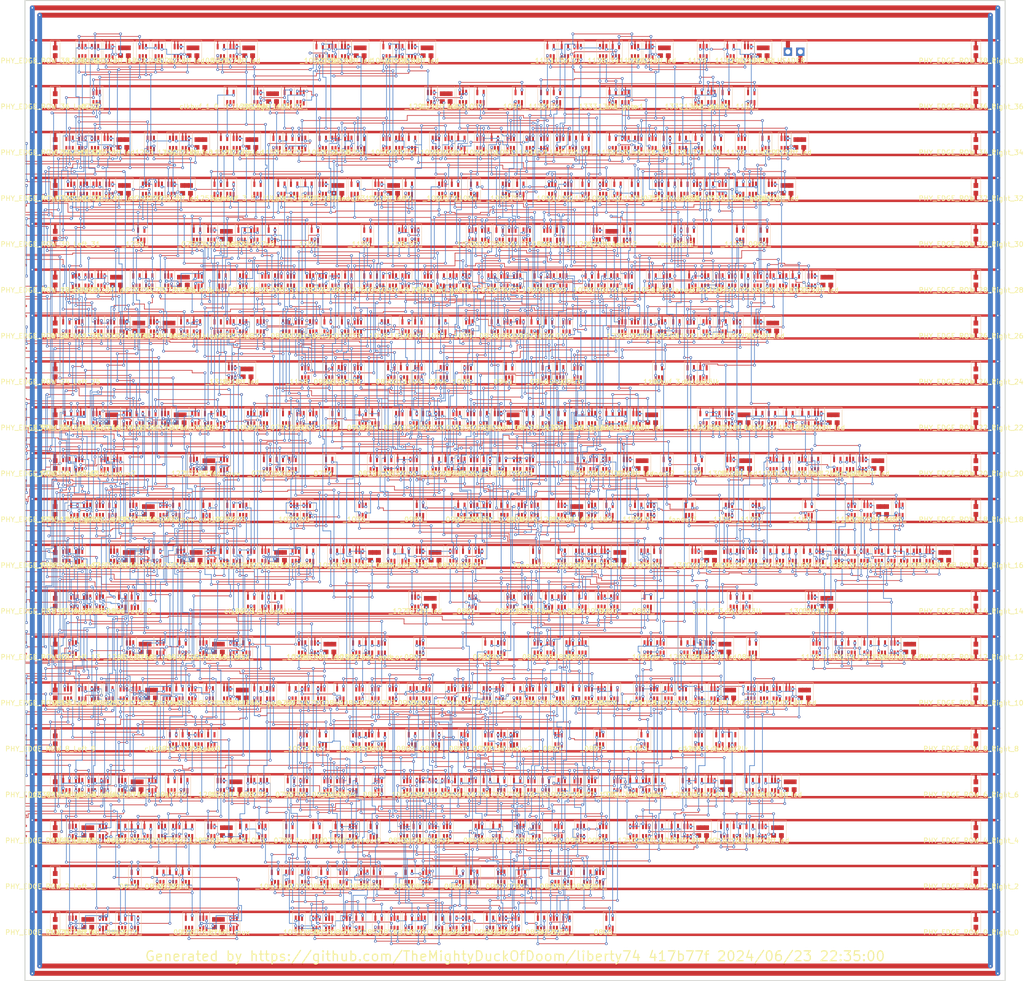
<source format=kicad_pcb>
(kicad_pcb (version 20221018) (generator def2pcb)
  (layers (0 "F.Cu" signal "Metal1") (31 "B.Cu" signal "Metal2") (34 "F.Paste" user) (35 "B.Paste" user) (36 "B.SilkS" user "B.Silkscreen") (37 "F.SilkS" user "F.Silkscreen") (38 "F.Mask" user) (39 "B.Mask" user) (44 "Edge.Cuts" user))
  (net 1 "GND")
  (net 2 "VDD")
  (net 3 "A[0]")
  (net 4 "A[10]")
  (net 5 "A[11]")
  (net 6 "A[12]")
  (net 7 "A[13]")
  (net 8 "A[1]")
  (net 9 "A[2]")
  (net 10 "A[3]")
  (net 11 "A[4]")
  (net 12 "A[5]")
  (net 13 "A[6]")
  (net 14 "A[7]")
  (net 15 "A[8]")
  (net 16 "A[9]")
  (net 17 "A_f[0]")
  (net 18 "A_f[10]")
  (net 19 "A_f[11]")
  (net 20 "A_f[12]")
  (net 21 "A_f[13]")
  (net 22 "A_f[14]")
  (net 23 "A_f[15]")
  (net 24 "A_f[16]")
  (net 25 "A_f[17]")
  (net 26 "A_f[18]")
  (net 27 "A_f[19]")
  (net 28 "A_f[1]")
  (net 29 "A_f[20]")
  (net 30 "A_f[21]")
  (net 31 "A_f[22]")
  (net 32 "A_f[23]")
  (net 33 "A_f[2]")
  (net 34 "A_f[3]")
  (net 35 "A_f[4]")
  (net 36 "A_f[5]")
  (net 37 "A_f[6]")
  (net 38 "A_f[7]")
  (net 39 "A_f[8]")
  (net 40 "A_f[9]")
  (net 41 "BA[0]")
  (net 42 "BA[1]")
  (net 43 "CAS_b")
  (net 44 "CE_edge")
  (net 45 "CE_edge_edge")
  (net 46 "CEb_in")
  (net 47 "CKE")
  (net 48 "CS_b")
  (net 49 "DM")
  (net 50 "DQS")
  (net 51 "DQS_l")
  (net 52 "ODT")
  (net 53 "Q[0]")
  (net 54 "Q[1]")
  (net 55 "Q[2]")
  (net 56 "Q[3]")
  (net 57 "Q_f[0]")
  (net 58 "Q_f[1]")
  (net 59 "Q_f[2]")
  (net 60 "Q_f[3]")
  (net 61 "Q_f[4]")
  (net 62 "Q_f[5]")
  (net 63 "Q_f[6]")
  (net 64 "Q_f[7]")
  (net 65 "RAS_b")
  (net 66 "WE_b")
  (net 67 "WEb_f")
  (net 68 "_0001_")
  (net 69 "_0002_")
  (net 70 "_0003_")
  (net 71 "_0004_")
  (net 72 "_0005_")
  (net 73 "_0006_")
  (net 74 "_0007_")
  (net 75 "_0008_")
  (net 76 "_0009_")
  (net 77 "_0010_")
  (net 78 "_0011_")
  (net 79 "_0012_")
  (net 80 "_0013_")
  (net 81 "_0014_")
  (net 82 "_0015_")
  (net 83 "_0016_")
  (net 84 "_0017_")
  (net 85 "_0018_")
  (net 86 "_0019_")
  (net 87 "_0020_")
  (net 88 "_0021_")
  (net 89 "_0022_")
  (net 90 "_0023_")
  (net 91 "_0024_")
  (net 92 "_0025_")
  (net 93 "_0026_")
  (net 94 "_0027_")
  (net 95 "_0028_")
  (net 96 "_0029_")
  (net 97 "_0030_")
  (net 98 "_0031_")
  (net 99 "_0032_")
  (net 100 "_0033_")
  (net 101 "_0034_")
  (net 102 "_0035_")
  (net 103 "_0036_")
  (net 104 "_0037_")
  (net 105 "_0052_")
  (net 106 "_0053_")
  (net 107 "_0054_")
  (net 108 "_0055_")
  (net 109 "_0056_")
  (net 110 "_0057_")
  (net 111 "_0058_")
  (net 112 "_0059_")
  (net 113 "_0061_")
  (net 114 "_0062_")
  (net 115 "_0063_")
  (net 116 "_0064_")
  (net 117 "_0065_")
  (net 118 "_0066_")
  (net 119 "_0067_")
  (net 120 "_0068_")
  (net 121 "_0070_")
  (net 122 "_0071_")
  (net 123 "_0072_")
  (net 124 "_0073_")
  (net 125 "_0074_")
  (net 126 "_0075_")
  (net 127 "_0076_")
  (net 128 "_0077_")
  (net 129 "_0083_")
  (net 130 "_0084_")
  (net 131 "_0088_")
  (net 132 "_0090_")
  (net 133 "_0094_")
  (net 134 "_0095_")
  (net 135 "_0096_")
  (net 136 "_0102_")
  (net 137 "_0103_")
  (net 138 "_0105_")
  (net 139 "_0106_")
  (net 140 "_0107_")
  (net 141 "_0109_")
  (net 142 "_0111_")
  (net 143 "_0112_")
  (net 144 "_0114_")
  (net 145 "_0115_")
  (net 146 "_0117_")
  (net 147 "_0119_")
  (net 148 "_0120_")
  (net 149 "_0121_")
  (net 150 "_0122_")
  (net 151 "_0123_")
  (net 152 "_0124_")
  (net 153 "_0125_")
  (net 154 "_0126_")
  (net 155 "_0127_")
  (net 156 "_0128_")
  (net 157 "_0129_")
  (net 158 "_0131_")
  (net 159 "_0132_")
  (net 160 "_0133_")
  (net 161 "_0134_")
  (net 162 "_0135_")
  (net 163 "_0136_")
  (net 164 "_0137_")
  (net 165 "_0138_")
  (net 166 "_0139_")
  (net 167 "_0140_")
  (net 168 "_0141_")
  (net 169 "_0142_")
  (net 170 "_0144_")
  (net 171 "_0145_")
  (net 172 "_0146_")
  (net 173 "_0147_")
  (net 174 "_0148_")
  (net 175 "_0149_")
  (net 176 "_0152_")
  (net 177 "_0153_")
  (net 178 "_0154_")
  (net 179 "_0155_")
  (net 180 "_0156_")
  (net 181 "_0157_")
  (net 182 "_0160_")
  (net 183 "_0161_")
  (net 184 "_0162_")
  (net 185 "_0163_")
  (net 186 "_0164_")
  (net 187 "_0165_")
  (net 188 "_0166_")
  (net 189 "_0167_")
  (net 190 "_0168_")
  (net 191 "_0169_")
  (net 192 "_0170_")
  (net 193 "_0172_")
  (net 194 "_0173_")
  (net 195 "_0174_")
  (net 196 "_0175_")
  (net 197 "_0176_")
  (net 198 "_0177_")
  (net 199 "_0178_")
  (net 200 "_0179_")
  (net 201 "_0180_")
  (net 202 "_0181_")
  (net 203 "_0182_")
  (net 204 "_0183_")
  (net 205 "_0184_")
  (net 206 "_0185_")
  (net 207 "_0186_")
  (net 208 "_0187_")
  (net 209 "_0188_")
  (net 210 "_0190_")
  (net 211 "_0191_")
  (net 212 "_0192_")
  (net 213 "_0193_")
  (net 214 "_0194_")
  (net 215 "_0195_")
  (net 216 "_0196_")
  (net 217 "_0197_")
  (net 218 "_0198_")
  (net 219 "_0199_")
  (net 220 "_0200_")
  (net 221 "_0201_")
  (net 222 "_0202_")
  (net 223 "_0203_")
  (net 224 "_0204_")
  (net 225 "_0205_")
  (net 226 "_0206_")
  (net 227 "_0207_")
  (net 228 "_0208_")
  (net 229 "_0209_")
  (net 230 "_0210_")
  (net 231 "_0211_")
  (net 232 "_0212_")
  (net 233 "_0213_")
  (net 234 "_0214_")
  (net 235 "_0215_")
  (net 236 "_0216_")
  (net 237 "_0217_")
  (net 238 "_0218_")
  (net 239 "_0219_")
  (net 240 "_0220_")
  (net 241 "_0221_")
  (net 242 "_0222_")
  (net 243 "_0223_")
  (net 244 "_0224_")
  (net 245 "_0225_")
  (net 246 "_0226_")
  (net 247 "_0227_")
  (net 248 "_0228_")
  (net 249 "_0229_")
  (net 250 "_0230_")
  (net 251 "_0231_")
  (net 252 "_0232_")
  (net 253 "_0233_")
  (net 254 "_0234_")
  (net 255 "_0235_")
  (net 256 "_0236_")
  (net 257 "_0237_")
  (net 258 "_0238_")
  (net 259 "_0239_")
  (net 260 "_0240_")
  (net 261 "_0241_")
  (net 262 "_0242_")
  (net 263 "_0243_")
  (net 264 "_0244_")
  (net 265 "_0245_")
  (net 266 "_0246_")
  (net 267 "_0247_")
  (net 268 "_0248_")
  (net 269 "_0249_")
  (net 270 "_0250_")
  (net 271 "_0251_")
  (net 272 "_0252_")
  (net 273 "_0253_")
  (net 274 "_0254_")
  (net 275 "_0255_")
  (net 276 "_0256_")
  (net 277 "_0257_")
  (net 278 "_0258_")
  (net 279 "_0259_")
  (net 280 "_0260_")
  (net 281 "_0261_")
  (net 282 "_0262_")
  (net 283 "_0263_")
  (net 284 "_0264_")
  (net 285 "_0265_")
  (net 286 "_0266_")
  (net 287 "_0267_")
  (net 288 "_0268_")
  (net 289 "_0269_")
  (net 290 "_0270_")
  (net 291 "_0271_")
  (net 292 "_0272_")
  (net 293 "_0274_")
  (net 294 "_0275_")
  (net 295 "_0276_")
  (net 296 "_0279_")
  (net 297 "_0280_")
  (net 298 "_0281_")
  (net 299 "_0282_")
  (net 300 "_0283_")
  (net 301 "_0284_")
  (net 302 "_0285_")
  (net 303 "_0286_")
  (net 304 "_0287_")
  (net 305 "_0288_")
  (net 306 "_0289_")
  (net 307 "_0290_")
  (net 308 "_0291_")
  (net 309 "_0292_")
  (net 310 "_0293_")
  (net 311 "_0294_")
  (net 312 "_0295_")
  (net 313 "_0296_")
  (net 314 "_0297_")
  (net 315 "_0298_")
  (net 316 "_0299_")
  (net 317 "_0300_")
  (net 318 "_0301_")
  (net 319 "_0302_")
  (net 320 "_0303_")
  (net 321 "_0304_")
  (net 322 "_0305_")
  (net 323 "_0306_")
  (net 324 "_0307_")
  (net 325 "_0308_")
  (net 326 "_0309_")
  (net 327 "_0310_")
  (net 328 "_0311_")
  (net 329 "_0312_")
  (net 330 "_0313_")
  (net 331 "_0314_")
  (net 332 "_0315_")
  (net 333 "_0316_")
  (net 334 "_0317_")
  (net 335 "_0318_")
  (net 336 "_0319_")
  (net 337 "_0320_")
  (net 338 "_0321_")
  (net 339 "_0322_")
  (net 340 "_0323_")
  (net 341 "_0324_")
  (net 342 "_0326_")
  (net 343 "_0327_")
  (net 344 "_0328_")
  (net 345 "_0330_")
  (net 346 "_0331_")
  (net 347 "_0332_")
  (net 348 "_0333_")
  (net 349 "_0334_")
  (net 350 "_0335_")
  (net 351 "_0336_")
  (net 352 "_0337_")
  (net 353 "_0338_")
  (net 354 "_0339_")
  (net 355 "_0340_")
  (net 356 "_0342_")
  (net 357 "_0343_")
  (net 358 "_0344_")
  (net 359 "_0345_")
  (net 360 "_0346_")
  (net 361 "_0347_")
  (net 362 "_0348_")
  (net 363 "_0349_")
  (net 364 "_0351_")
  (net 365 "_0352_")
  (net 366 "_0353_")
  (net 367 "_0354_")
  (net 368 "_0355_")
  (net 369 "_0356_")
  (net 370 "_0357_")
  (net 371 "_0358_")
  (net 372 "_0359_")
  (net 373 "_0360_")
  (net 374 "_0361_")
  (net 375 "_0362_")
  (net 376 "_0363_")
  (net 377 "_0364_")
  (net 378 "_0365_")
  (net 379 "_0366_")
  (net 380 "_0367_")
  (net 381 "_0368_")
  (net 382 "_0369_")
  (net 383 "_0370_")
  (net 384 "_0371_")
  (net 385 "_0372_")
  (net 386 "_0373_")
  (net 387 "_0374_")
  (net 388 "_0375_")
  (net 389 "_0377_")
  (net 390 "_0378_")
  (net 391 "_0379_")
  (net 392 "_0380_")
  (net 393 "_0381_")
  (net 394 "_0382_")
  (net 395 "_0383_")
  (net 396 "_0384_")
  (net 397 "_0385_")
  (net 398 "_0386_")
  (net 399 "_0388_")
  (net 400 "_0389_")
  (net 401 "_0390_")
  (net 402 "_0391_")
  (net 403 "_0392_")
  (net 404 "_0393_")
  (net 405 "_0394_")
  (net 406 "_0395_")
  (net 407 "_0396_")
  (net 408 "_0397_")
  (net 409 "_0398_")
  (net 410 "_0399_")
  (net 411 "_0400_")
  (net 412 "_0401_")
  (net 413 "_0402_")
  (net 414 "_0403_")
  (net 415 "_0404_")
  (net 416 "_0405_")
  (net 417 "_0406_")
  (net 418 "_0407_")
  (net 419 "_0408_")
  (net 420 "_0409_")
  (net 421 "_0410_")
  (net 422 "_0411_")
  (net 423 "_0412_")
  (net 424 "_0413_")
  (net 425 "_0414_")
  (net 426 "_0415_")
  (net 427 "_0416_")
  (net 428 "_0417_")
  (net 429 "_0418_")
  (net 430 "_0419_")
  (net 431 "_0420_")
  (net 432 "_0421_")
  (net 433 "_0422_")
  (net 434 "_0423_")
  (net 435 "_0424_")
  (net 436 "_0425_")
  (net 437 "_0426_")
  (net 438 "_0427_")
  (net 439 "_0428_")
  (net 440 "_0429_")
  (net 441 "_0430_")
  (net 442 "_0431_")
  (net 443 "_0433_")
  (net 444 "_0434_")
  (net 445 "_0435_")
  (net 446 "_0436_")
  (net 447 "_0437_")
  (net 448 "_0438_")
  (net 449 "_0439_")
  (net 450 "_0440_")
  (net 451 "_0441_")
  (net 452 "_0442_")
  (net 453 "_0444_")
  (net 454 "_0445_")
  (net 455 "_0446_")
  (net 456 "_0447_")
  (net 457 "_0448_")
  (net 458 "_0449_")
  (net 459 "_0450_")
  (net 460 "_0451_")
  (net 461 "_0453_")
  (net 462 "_0454_")
  (net 463 "_0455_")
  (net 464 "_0456_")
  (net 465 "_0457_")
  (net 466 "_0458_")
  (net 467 "_0459_")
  (net 468 "_0460_")
  (net 469 "_0461_")
  (net 470 "_0462_")
  (net 471 "_0463_")
  (net 472 "_0464_")
  (net 473 "_0465_")
  (net 474 "_0466_")
  (net 475 "_0467_")
  (net 476 "_0468_")
  (net 477 "_0469_")
  (net 478 "_0470_")
  (net 479 "_0471_")
  (net 480 "_0472_")
  (net 481 "_0473_")
  (net 482 "_0474_")
  (net 483 "_0475_")
  (net 484 "_0476_")
  (net 485 "_0477_")
  (net 486 "_0478_")
  (net 487 "_0479_")
  (net 488 "_0480_")
  (net 489 "_0481_")
  (net 490 "_0482_")
  (net 491 "_0483_")
  (net 492 "_0484_")
  (net 493 "_0485_")
  (net 494 "_0486_")
  (net 495 "_0487_")
  (net 496 "_0488_")
  (net 497 "_0489_")
  (net 498 "_0490_")
  (net 499 "_0491_")
  (net 500 "_0492_")
  (net 501 "_0494_")
  (net 502 "_0495_")
  (net 503 "_0496_")
  (net 504 "_0497_")
  (net 505 "_0498_")
  (net 506 "_0499_")
  (net 507 "_0500_")
  (net 508 "_0501_")
  (net 509 "_0502_")
  (net 510 "_0503_")
  (net 511 "_0504_")
  (net 512 "_0506_")
  (net 513 "_0507_")
  (net 514 "_0508_")
  (net 515 "_0509_")
  (net 516 "_0510_")
  (net 517 "_0511_")
  (net 518 "_0512_")
  (net 519 "_0513_")
  (net 520 "_0514_")
  (net 521 "_0515_")
  (net 522 "_0516_")
  (net 523 "_0517_")
  (net 524 "_0518_")
  (net 525 "_0519_")
  (net 526 "_0520_")
  (net 527 "_0521_")
  (net 528 "_0522_")
  (net 529 "_0523_")
  (net 530 "_0524_")
  (net 531 "_0525_")
  (net 532 "_0526_")
  (net 533 "_0527_")
  (net 534 "_0528_")
  (net 535 "_0529_")
  (net 536 "_0530_")
  (net 537 "_0531_")
  (net 538 "_0532_")
  (net 539 "_0533_")
  (net 540 "_0534_")
  (net 541 "_0535_")
  (net 542 "_0536_")
  (net 543 "_0537_")
  (net 544 "_0538_")
  (net 545 "_0539_")
  (net 546 "_0540_")
  (net 547 "bdir")
  (net 548 "clknet_0_i_clk")
  (net 549 "clknet_0_i_clk_regs")
  (net 550 "clknet_1_0__leaf_i_clk_regs")
  (net 551 "clknet_3_0__leaf_i_clk")
  (net 552 "clknet_3_1__leaf_i_clk")
  (net 553 "clknet_3_2__leaf_i_clk")
  (net 554 "clknet_3_3__leaf_i_clk")
  (net 555 "clknet_3_4__leaf_i_clk")
  (net 556 "clknet_3_5__leaf_i_clk")
  (net 557 "clknet_3_6__leaf_i_clk")
  (net 558 "clknet_3_7__leaf_i_clk")
  (net 559 "command_timeout\[0\]")
  (net 560 "command_timeout\[1\]")
  (net 561 "command_timeout\[2\]")
  (net 562 "command_timeout\[3\]")
  (net 563 "command_timeout\[4\]")
  (net 564 "command_timeout\[5\]")
  (net 565 "command_timeout\[6\]")
  (net 566 "command_timeout\[7\]")
  (net 567 "command_timeout\[8\]")
  (net 568 "counter\[0\]")
  (net 569 "counter\[1\]")
  (net 570 "counter\[2\]")
  (net 571 "counter\[3\]")
  (net 572 "counter\[4\]")
  (net 573 "counter\[5\]")
  (net 574 "counter\[6\]")
  (net 575 "counter\[7\]")
  (net 576 "dbg")
  (net 577 "ddr_clk")
  (net 578 "ddr_clk_c")
  (net 579 "delaynet_0_")
  (net 580 "i_clk")
  (net 581 "i_clk_regs")
  (net 582 "init_done")
  (net 583 "init_step\[0\]")
  (net 584 "init_step\[1\]")
  (net 585 "init_step\[2\]")
  (net 586 "init_step\[3\]")
  (net 587 "init_step\[4\]")
  (net 588 "init_step\[5\]")
  (net 589 "init_step\[6\]")
  (net 590 "needs_precharge")
  (net 591 "net1")
  (net 592 "net10")
  (net 593 "net11")
  (net 594 "net12")
  (net 595 "net13")
  (net 596 "net14")
  (net 597 "net15")
  (net 598 "net2")
  (net 599 "net3")
  (net 600 "net4")
  (net 601 "net5")
  (net 602 "net6")
  (net 603 "net7")
  (net 604 "net8")
  (net 605 "net9")
  (net 606 "ready")
  (net 607 "ready_l")
  (net 608 "row_address_l\[0\]")
  (net 609 "row_address_l\[10\]")
  (net 610 "row_address_l\[11\]")
  (net 611 "row_address_l\[12\]")
  (net 612 "row_address_l\[13\]")
  (net 613 "row_address_l\[1\]")
  (net 614 "row_address_l\[2\]")
  (net 615 "row_address_l\[3\]")
  (net 616 "row_address_l\[4\]")
  (net 617 "row_address_l\[5\]")
  (net 618 "row_address_l\[6\]")
  (net 619 "row_address_l\[7\]")
  (net 620 "row_address_l\[8\]")
  (net 621 "row_address_l\[9\]")
  (net 622 "rst")
  (net 623 "rw_step\[0\]")
  (net 624 "rw_step\[1\]")
  (net 625 "state\[0\]")
  (net 626 "state\[1\]")
  (net 627 "state\[2\]")
  (net 628 "writing")
  (net 629 "_1254__a_and")
  (net 630 "_1255__a_and")
  (net 631 "_1256__a_and")
  (net 632 "_1257__a_and")
  (net 633 "_1258__a_and")
  (net 634 "_1259__d_selected")
  (net 635 "_1260__d_selected")
  (net 636 "_1261__d_selected")
  (net 637 "_1262__d_selected")
  (net 638 "_1263__d_selected")
  (net 639 "_1264__d_selected")
  (net 640 "_1265__d_selected")
  (net 641 "_1266__d_selected")
  (net 642 "_1267__d_selected")
  (net 643 "_1268__d_selected")
  (net 644 "_1269__d_selected")
  (net 645 "_1270__d_selected")
  (net 646 "_1271__d_selected")
  (net 647 "_1272__d_selected")
  (net 648 "_1273__d_selected")
  (net 649 "_1328__mux1_data")
  (net 650 "_1329__mux1_data")
  (net 651 "_1330__mux1_data")
  (net 652 "_1331__mux1_data")
  (net 653 "_1332__mux1_data")
  (net 654 "_1333__mux1_data")
  (net 655 "_1334__mux1_data")
  (net 656 "_1335__mux1_data")
  (net 657 "_1336__mux1_data")
  (net 658 "_1337__mux1_data")
  (net 659 "_1338__mux1_data")
  (net 660 "_1339__mux1_data")
  (net 661 "_1340__mux1_data")
  (net 662 "_1341__mux1_data")
  (net 663 "_1342__mux1_data")
  (net 664 "_1343__mux1_data")
  (footprint "liberty74:PWR_CAP_N" (layer "F.Cu") (at 5.2 -9.36)
    (fp_text reference "PHY_EDGE_ROW_0_Left_1")
    (fp_text value "PWR_CAP")
  )
  (footprint "liberty74:PWR_CAP_N" (layer "F.Cu") (at 193.05 -9.36)
    (fp_text reference "PHY_EDGE_ROW_0_Right_0")
    (fp_text value "PWR_CAP")
  )
  (footprint "liberty74:PWR_CAP_N" (layer "F.Cu") (at 5.2 -56.16)
    (fp_text reference "PHY_EDGE_ROW_10_Left_11")
    (fp_text value "PWR_CAP")
  )
  (footprint "liberty74:PWR_CAP_N" (layer "F.Cu") (at 193.05 -56.16)
    (fp_text reference "PHY_EDGE_ROW_10_Right_10")
    (fp_text value "PWR_CAP")
  )
  (footprint "liberty74:PWR_CAP_N" (layer "F.Cu") (at 5.2 -65.52)
    (fp_text reference "PHY_EDGE_ROW_12_Left_13")
    (fp_text value "PWR_CAP")
  )
  (footprint "liberty74:PWR_CAP_N" (layer "F.Cu") (at 193.05 -65.52)
    (fp_text reference "PHY_EDGE_ROW_12_Right_12")
    (fp_text value "PWR_CAP")
  )
  (footprint "liberty74:PWR_CAP_N" (layer "F.Cu") (at 5.2 -74.88)
    (fp_text reference "PHY_EDGE_ROW_14_Left_15")
    (fp_text value "PWR_CAP")
  )
  (footprint "liberty74:PWR_CAP_N" (layer "F.Cu") (at 193.05 -74.88)
    (fp_text reference "PHY_EDGE_ROW_14_Right_14")
    (fp_text value "PWR_CAP")
  )
  (footprint "liberty74:PWR_CAP_N" (layer "F.Cu") (at 5.2 -84.24)
    (fp_text reference "PHY_EDGE_ROW_16_Left_17")
    (fp_text value "PWR_CAP")
  )
  (footprint "liberty74:PWR_CAP_N" (layer "F.Cu") (at 193.05 -84.24)
    (fp_text reference "PHY_EDGE_ROW_16_Right_16")
    (fp_text value "PWR_CAP")
  )
  (footprint "liberty74:PWR_CAP_N" (layer "F.Cu") (at 5.2 -93.6)
    (fp_text reference "PHY_EDGE_ROW_18_Left_19")
    (fp_text value "PWR_CAP")
  )
  (footprint "liberty74:PWR_CAP_N" (layer "F.Cu") (at 193.05 -93.6)
    (fp_text reference "PHY_EDGE_ROW_18_Right_18")
    (fp_text value "PWR_CAP")
  )
  (footprint "liberty74:PWR_CAP_N" (layer "F.Cu") (at 5.2 -102.96)
    (fp_text reference "PHY_EDGE_ROW_20_Left_21")
    (fp_text value "PWR_CAP")
  )
  (footprint "liberty74:PWR_CAP_N" (layer "F.Cu") (at 193.05 -102.96)
    (fp_text reference "PHY_EDGE_ROW_20_Right_20")
    (fp_text value "PWR_CAP")
  )
  (footprint "liberty74:PWR_CAP_N" (layer "F.Cu") (at 5.2 -112.32)
    (fp_text reference "PHY_EDGE_ROW_22_Left_23")
    (fp_text value "PWR_CAP")
  )
  (footprint "liberty74:PWR_CAP_N" (layer "F.Cu") (at 193.05 -112.32)
    (fp_text reference "PHY_EDGE_ROW_22_Right_22")
    (fp_text value "PWR_CAP")
  )
  (footprint "liberty74:PWR_CAP_N" (layer "F.Cu") (at 5.2 -121.68)
    (fp_text reference "PHY_EDGE_ROW_24_Left_25")
    (fp_text value "PWR_CAP")
  )
  (footprint "liberty74:PWR_CAP_N" (layer "F.Cu") (at 193.05 -121.68)
    (fp_text reference "PHY_EDGE_ROW_24_Right_24")
    (fp_text value "PWR_CAP")
  )
  (footprint "liberty74:PWR_CAP_N" (layer "F.Cu") (at 5.2 -131.04)
    (fp_text reference "PHY_EDGE_ROW_26_Left_27")
    (fp_text value "PWR_CAP")
  )
  (footprint "liberty74:PWR_CAP_N" (layer "F.Cu") (at 193.05 -131.04)
    (fp_text reference "PHY_EDGE_ROW_26_Right_26")
    (fp_text value "PWR_CAP")
  )
  (footprint "liberty74:PWR_CAP_N" (layer "F.Cu") (at 5.2 -140.4)
    (fp_text reference "PHY_EDGE_ROW_28_Left_29")
    (fp_text value "PWR_CAP")
  )
  (footprint "liberty74:PWR_CAP_N" (layer "F.Cu") (at 193.05 -140.4)
    (fp_text reference "PHY_EDGE_ROW_28_Right_28")
    (fp_text value "PWR_CAP")
  )
  (footprint "liberty74:PWR_CAP_N" (layer "F.Cu") (at 5.2 -18.72)
    (fp_text reference "PHY_EDGE_ROW_2_Left_3")
    (fp_text value "PWR_CAP")
  )
  (footprint "liberty74:PWR_CAP_N" (layer "F.Cu") (at 193.05 -18.72)
    (fp_text reference "PHY_EDGE_ROW_2_Right_2")
    (fp_text value "PWR_CAP")
  )
  (footprint "liberty74:PWR_CAP_N" (layer "F.Cu") (at 5.2 -149.76)
    (fp_text reference "PHY_EDGE_ROW_30_Left_31")
    (fp_text value "PWR_CAP")
  )
  (footprint "liberty74:PWR_CAP_N" (layer "F.Cu") (at 193.05 -149.76)
    (fp_text reference "PHY_EDGE_ROW_30_Right_30")
    (fp_text value "PWR_CAP")
  )
  (footprint "liberty74:PWR_CAP_N" (layer "F.Cu") (at 5.2 -159.12)
    (fp_text reference "PHY_EDGE_ROW_32_Left_33")
    (fp_text value "PWR_CAP")
  )
  (footprint "liberty74:PWR_CAP_N" (layer "F.Cu") (at 193.05 -159.12)
    (fp_text reference "PHY_EDGE_ROW_32_Right_32")
    (fp_text value "PWR_CAP")
  )
  (footprint "liberty74:PWR_CAP_N" (layer "F.Cu") (at 5.2 -168.48)
    (fp_text reference "PHY_EDGE_ROW_34_Left_35")
    (fp_text value "PWR_CAP")
  )
  (footprint "liberty74:PWR_CAP_N" (layer "F.Cu") (at 193.05 -168.48)
    (fp_text reference "PHY_EDGE_ROW_34_Right_34")
    (fp_text value "PWR_CAP")
  )
  (footprint "liberty74:PWR_CAP_N" (layer "F.Cu") (at 5.2 -177.84)
    (fp_text reference "PHY_EDGE_ROW_36_Left_37")
    (fp_text value "PWR_CAP")
  )
  (footprint "liberty74:PWR_CAP_N" (layer "F.Cu") (at 193.05 -177.84)
    (fp_text reference "PHY_EDGE_ROW_36_Right_36")
    (fp_text value "PWR_CAP")
  )
  (footprint "liberty74:PWR_CAP_N" (layer "F.Cu") (at 5.2 -187.2)
    (fp_text reference "PHY_EDGE_ROW_38_Left_39")
    (fp_text value "PWR_CAP")
  )
  (footprint "liberty74:PWR_CAP_N" (layer "F.Cu") (at 193.05 -187.2)
    (fp_text reference "PHY_EDGE_ROW_38_Right_38")
    (fp_text value "PWR_CAP")
  )
  (footprint "liberty74:PWR_CAP_N" (layer "F.Cu") (at 5.2 -28.08)
    (fp_text reference "PHY_EDGE_ROW_4_Left_5")
    (fp_text value "PWR_CAP")
  )
  (footprint "liberty74:PWR_CAP_N" (layer "F.Cu") (at 193.05 -28.08)
    (fp_text reference "PHY_EDGE_ROW_4_Right_4")
    (fp_text value "PWR_CAP")
  )
  (footprint "liberty74:PWR_CAP_N" (layer "F.Cu") (at 5.2 -37.44)
    (fp_text reference "PHY_EDGE_ROW_6_Left_7")
    (fp_text value "PWR_CAP")
  )
  (footprint "liberty74:PWR_CAP_N" (layer "F.Cu") (at 193.05 -37.44)
    (fp_text reference "PHY_EDGE_ROW_6_Right_6")
    (fp_text value "PWR_CAP")
  )
  (footprint "liberty74:PWR_CAP_N" (layer "F.Cu") (at 5.2 -46.8)
    (fp_text reference "PHY_EDGE_ROW_8_Left_9")
    (fp_text value "PWR_CAP")
  )
  (footprint "liberty74:PWR_CAP_N" (layer "F.Cu") (at 193.05 -46.8)
    (fp_text reference "PHY_EDGE_ROW_8_Right_8")
    (fp_text value "PWR_CAP")
  )
  (footprint "liberty74:PWR_HEADER_N" (layer "F.Cu") (at 154.375 -187.2)
    (fp_text reference "PWR_HEADER")
    (fp_text value "PWR_HEADER")
  )
  (footprint "liberty74:INV_74LVC1G04_N" (layer "F.Cu") (at 49.075 -149.76)
    (fp_text reference "_0749_")
    (fp_text value "INV_74LVC1G04")
  )
  (footprint "liberty74:OR2_74LVC1G32_N" (layer "F.Cu") (at 129.675 -168.48)
    (fp_text reference "_0750_")
    (fp_text value "OR2_74LVC1G32")
  )
  (footprint "liberty74:NOR3_74LVC1G27_N" (layer "F.Cu") (at 128.05 -159.12)
    (fp_text reference "_0751_")
    (fp_text value "NOR3_74LVC1G27")
  )
  (footprint "liberty74:OR2_74LVC1G32_N" (layer "F.Cu") (at 99.775 -159.12)
    (fp_text reference "_0752_")
    (fp_text value "OR2_74LVC1G32")
  )
  (footprint "liberty74:NOR3_74LVC1G27_N" (layer "F.Cu") (at 137.475 -140.4)
    (fp_text reference "_0753_")
    (fp_text value "NOR3_74LVC1G27")
  )
  (footprint "liberty74:AND2_74LVC1G08_N" (layer "F.Cu") (at 95.55 -149.76)
    (fp_text reference "_0754_")
    (fp_text value "AND2_74LVC1G08")
  )
  (footprint "liberty74:OR2_74LVC1G32_N" (layer "F.Cu") (at 67.275 -168.48)
    (fp_text reference "_0755_")
    (fp_text value "OR2_74LVC1G32")
  )
  (footprint "liberty74:NAND3_74LVC1G10_N" (layer "F.Cu") (at 64.675 -168.48)
    (fp_text reference "_0756_")
    (fp_text value "NAND3_74LVC1G10")
  )
  (footprint "liberty74:INV_74LVC1G04_N" (layer "F.Cu") (at 33.8 -149.76)
    (fp_text reference "_0757_")
    (fp_text value "INV_74LVC1G04")
  )
  (footprint "liberty74:AND2_74LVC1G08_N" (layer "F.Cu") (at 7.15 -131.04)
    (fp_text reference "_0758_")
    (fp_text value "AND2_74LVC1G08")
  )
  (footprint "liberty74:INV_74LVC1G04_N" (layer "F.Cu") (at 62.075 -112.32)
    (fp_text reference "_0759_")
    (fp_text value "INV_74LVC1G04")
  )
  (footprint "liberty74:AND2_74LVC1G08_N" (layer "F.Cu") (at 68.575 -140.4)
    (fp_text reference "_0760_")
    (fp_text value "AND2_74LVC1G08")
  )
  (footprint "liberty74:MUX2_74LVC1G157_N" (layer "F.Cu") (at 9.75 -131.04)
    (fp_text reference "_0761_")
    (fp_text value "MUX2_74LVC1G157")
  )
  (footprint "liberty74:MUX2_74LVC1G157_N" (layer "F.Cu") (at 13.325 -177.84)
    (fp_text reference "_0762_")
    (fp_text value "MUX2_74LVC1G157")
  )
  (footprint "liberty74:MUX2_74LVC1G157_N" (layer "F.Cu") (at 8.125 -159.12)
    (fp_text reference "_0763_")
    (fp_text value "MUX2_74LVC1G157")
  )
  (footprint "liberty74:MUX2_74LVC1G157_N" (layer "F.Cu") (at 7.8 -168.48)
    (fp_text reference "_0764_")
    (fp_text value "MUX2_74LVC1G157")
  )
  (footprint "liberty74:NOR2_74LVC1G02_N" (layer "F.Cu") (at 60.775 -102.96)
    (fp_text reference "_0770_")
    (fp_text value "NOR2_74LVC1G02")
  )
  (footprint "liberty74:AND2_74LVC1G08_N" (layer "F.Cu") (at 48.1 -102.96)
    (fp_text reference "_0771_")
    (fp_text value "AND2_74LVC1G08")
  )
  (footprint "liberty74:AND3_74LVC1G11_N" (layer "F.Cu") (at 13.975 -93.6)
    (fp_text reference "_0773_")
    (fp_text value "AND3_74LVC1G11")
  )
  (footprint "liberty74:INV_74LVC1G04_N" (layer "F.Cu") (at 62.725 -28.08)
    (fp_text reference "_0776_")
    (fp_text value "INV_74LVC1G04")
  )
  (footprint "liberty74:AND2_74LVC1G08_N" (layer "F.Cu") (at 99.125 -37.44)
    (fp_text reference "_0778_")
    (fp_text value "AND2_74LVC1G08")
  )
  (footprint "liberty74:INV_74LVC1G04_N" (layer "F.Cu") (at 100.1 -18.72)
    (fp_text reference "_0782_")
    (fp_text value "INV_74LVC1G04")
  )
  (footprint "liberty74:AND3_74LVC1G11_N" (layer "F.Cu") (at 73.775 -56.16)
    (fp_text reference "_0783_")
    (fp_text value "AND3_74LVC1G11")
  )
  (footprint "liberty74:AND3_74LVC1G11_N" (layer "F.Cu") (at 70.2 -56.16)
    (fp_text reference "_0784_")
    (fp_text value "AND3_74LVC1G11")
  )
  (footprint "liberty74:XOR2_74LVC1G86_N" (layer "F.Cu") (at 104.975 -37.44)
    (fp_text reference "_0785_")
    (fp_text value "XOR2_74LVC1G86")
  )
  (footprint "liberty74:NOR2_74LVC1G02_N" (layer "F.Cu") (at 83.2 -9.36)
    (fp_text reference "_0786_")
    (fp_text value "NOR2_74LVC1G02")
  )
  (footprint "liberty74:INV_74LVC1G04_N" (layer "F.Cu") (at 52.65 -28.08)
    (fp_text reference "_0788_")
    (fp_text value "INV_74LVC1G04")
  )
  (footprint "liberty74:AND2_74LVC1G08_N" (layer "F.Cu") (at 53.3 -56.16)
    (fp_text reference "_0789_")
    (fp_text value "AND2_74LVC1G08")
  )
  (footprint "liberty74:AND3_74LVC1G11_N" (layer "F.Cu") (at 59.15 -56.16)
    (fp_text reference "_0790_")
    (fp_text value "AND3_74LVC1G11")
  )
  (footprint "liberty74:INV_74LVC1G04_N" (layer "F.Cu") (at 95.875 -37.44)
    (fp_text reference "_0791_")
    (fp_text value "INV_74LVC1G04")
  )
  (footprint "liberty74:AND2_74LVC1G08_N" (layer "F.Cu") (at 92.95 -37.44)
    (fp_text reference "_0793_")
    (fp_text value "AND2_74LVC1G08")
  )
  (footprint "liberty74:AND3_74LVC1G11_N" (layer "F.Cu") (at 55.9 -56.16)
    (fp_text reference "_0794_")
    (fp_text value "AND3_74LVC1G11")
  )
  (footprint "liberty74:XOR2_74LVC1G86_N" (layer "F.Cu") (at 52.975 -37.44)
    (fp_text reference "_0795_")
    (fp_text value "XOR2_74LVC1G86")
  )
  (footprint "liberty74:AND3_74LVC1G11_N" (layer "F.Cu") (at 55.575 -37.44)
    (fp_text reference "_0796_")
    (fp_text value "AND3_74LVC1G11")
  )
  (footprint "liberty74:INV_74LVC1G04_N" (layer "F.Cu") (at 52.0 -112.32)
    (fp_text reference "_0797_")
    (fp_text value "INV_74LVC1G04")
  )
  (footprint "liberty74:MUX2_74LVC1G157_N" (layer "F.Cu") (at 13.975 -74.88)
    (fp_text reference "_0799_")
    (fp_text value "MUX2_74LVC1G157")
  )
  (footprint "liberty74:OR2_74LVC1G32_N" (layer "F.Cu") (at 18.525 -74.88)
    (fp_text reference "_0800_")
    (fp_text value "OR2_74LVC1G32")
  )
  (footprint "liberty74:OR3_74LVC1G332_N" (layer "F.Cu") (at 18.85 -56.16)
    (fp_text reference "_0801_")
    (fp_text value "OR3_74LVC1G332")
  )
  (footprint "liberty74:AND2_74LVC1G08_N" (layer "F.Cu") (at 15.925 -56.16)
    (fp_text reference "_0802_")
    (fp_text value "AND2_74LVC1G08")
  )
  (footprint "liberty74:NAND3_74LVC1G10_N" (layer "F.Cu") (at 32.825 -56.16)
    (fp_text reference "_0803_")
    (fp_text value "NAND3_74LVC1G10")
  )
  (footprint "liberty74:AND2_74LVC1G08_N" (layer "F.Cu") (at 82.55 -46.8)
    (fp_text reference "_0804_")
    (fp_text value "AND2_74LVC1G08")
  )
  (footprint "liberty74:NAND2_74LVC1G00_N" (layer "F.Cu") (at 77.675 -46.8)
    (fp_text reference "_0805_")
    (fp_text value "NAND2_74LVC1G00")
  )
  (footprint "liberty74:AND2_74LVC1G08_N" (layer "F.Cu") (at 117.975 -9.36)
    (fp_text reference "_0806_")
    (fp_text value "AND2_74LVC1G08")
  )
  (footprint "liberty74:MUX2_74LVC1G157_N" (layer "F.Cu") (at 70.85 -37.44)
    (fp_text reference "_0807_")
    (fp_text value "MUX2_74LVC1G157")
  )
  (footprint "liberty74:NAND2_74LVC1G00_N" (layer "F.Cu") (at 71.5 -46.8)
    (fp_text reference "_0808_")
    (fp_text value "NAND2_74LVC1G00")
  )
  (footprint "liberty74:OR3_74LVC1G332_N" (layer "F.Cu") (at 66.3 -46.8)
    (fp_text reference "_0809_")
    (fp_text value "OR3_74LVC1G332")
  )
  (footprint "liberty74:AO21_74LVC1G0832_N" (layer "F.Cu") (at 68.9 -46.8)
    (fp_text reference "_0810_")
    (fp_text value "AO21_74LVC1G0832")
  )
  (footprint "liberty74:NAND2_74LVC1G00_N" (layer "F.Cu") (at 36.4 -56.16)
    (fp_text reference "_0811_")
    (fp_text value "NAND2_74LVC1G00")
  )
  (footprint "liberty74:AND3_74LVC1G11_N" (layer "F.Cu") (at 8.45 -65.52)
    (fp_text reference "_0812_")
    (fp_text value "AND3_74LVC1G11")
  )
  (footprint "liberty74:AND3_74LVC1G11_N" (layer "F.Cu") (at 7.475 -56.16)
    (fp_text reference "_0813_")
    (fp_text value "AND3_74LVC1G11")
  )
  (footprint "liberty74:AND3_74LVC1G11_N" (layer "F.Cu") (at 98.15 -149.76)
    (fp_text reference "_0814_")
    (fp_text value "AND3_74LVC1G11")
  )
  (footprint "liberty74:NAND3_74LVC1G10_N" (layer "F.Cu") (at 101.4 -74.88)
    (fp_text reference "_0815_")
    (fp_text value "NAND3_74LVC1G10")
  )
  (footprint "liberty74:NOR2_74LVC1G02_N" (layer "F.Cu") (at 94.575 -131.04)
    (fp_text reference "_0816_")
    (fp_text value "NOR2_74LVC1G02")
  )
  (footprint "liberty74:OR3_74LVC1G332_N" (layer "F.Cu") (at 172.9 -84.24)
    (fp_text reference "_0817_")
    (fp_text value "OR3_74LVC1G332")
  )
  (footprint "liberty74:OR2_74LVC1G32_N" (layer "F.Cu") (at 167.375 -84.24)
    (fp_text reference "_0818_")
    (fp_text value "OR2_74LVC1G32")
  )
  (footprint "liberty74:OR2_74LVC1G32_N" (layer "F.Cu") (at 148.525 -112.32)
    (fp_text reference "_0819_")
    (fp_text value "OR2_74LVC1G32")
  )
  (footprint "liberty74:OR3_74LVC1G332_N" (layer "F.Cu") (at 142.025 -84.24)
    (fp_text reference "_0820_")
    (fp_text value "OR3_74LVC1G332")
  )
  (footprint "liberty74:OR3_74LVC1G332_N" (layer "F.Cu") (at 144.625 -84.24)
    (fp_text reference "_0821_")
    (fp_text value "OR3_74LVC1G332")
  )
  (footprint "liberty74:INV_74LVC1G04_N" (layer "F.Cu") (at 69.875 -102.96)
    (fp_text reference "_0822_")
    (fp_text value "INV_74LVC1G04")
  )
  (footprint "liberty74:AND2_74LVC1G08_N" (layer "F.Cu") (at 72.8 -102.96)
    (fp_text reference "_0823_")
    (fp_text value "AND2_74LVC1G08")
  )
  (footprint "liberty74:OR3_74LVC1G332_N" (layer "F.Cu") (at 75.075 -112.32)
    (fp_text reference "_0824_")
    (fp_text value "OR3_74LVC1G332")
  )
  (footprint "liberty74:NOR2_74LVC1G02_N" (layer "F.Cu") (at 73.45 -121.68)
    (fp_text reference "_0825_")
    (fp_text value "NOR2_74LVC1G02")
  )
  (footprint "liberty74:AND2_74LVC1G08_N" (layer "F.Cu") (at 73.45 -84.24)
    (fp_text reference "_0827_")
    (fp_text value "AND2_74LVC1G08")
  )
  (footprint "liberty74:AND3_74LVC1G11_N" (layer "F.Cu") (at 92.625 -149.76)
    (fp_text reference "_0828_")
    (fp_text value "AND3_74LVC1G11")
  )
  (footprint "liberty74:AND2_74LVC1G08_N" (layer "F.Cu") (at 60.45 -131.04)
    (fp_text reference "_0829_")
    (fp_text value "AND2_74LVC1G08")
  )
  (footprint "liberty74:AND3_74LVC1G11_N" (layer "F.Cu") (at 52.0 -131.04)
    (fp_text reference "_0830_")
    (fp_text value "AND3_74LVC1G11")
  )
  (footprint "liberty74:AO21_74LVC1G0832_N" (layer "F.Cu") (at 46.8 -131.04)
    (fp_text reference "_0831_")
    (fp_text value "AO21_74LVC1G0832")
  )
  (footprint "liberty74:OR2_74LVC1G32_N" (layer "F.Cu") (at 42.9 -149.76)
    (fp_text reference "_0832_")
    (fp_text value "OR2_74LVC1G32")
  )
  (footprint "liberty74:NAND3_74LVC1G10_N" (layer "F.Cu") (at 52.975 -140.4)
    (fp_text reference "_0835_")
    (fp_text value "NAND3_74LVC1G10")
  )
  (footprint "liberty74:OR3_74LVC1G332_N" (layer "F.Cu") (at 47.775 -140.4)
    (fp_text reference "_0836_")
    (fp_text value "OR3_74LVC1G332")
  )
  (footprint "liberty74:NAND2_74LVC1G00_N" (layer "F.Cu") (at 75.4 -102.96)
    (fp_text reference "_0837_")
    (fp_text value "NAND2_74LVC1G00")
  )
  (footprint "liberty74:NOR3_74LVC1G27_N" (layer "F.Cu") (at 63.375 -121.68)
    (fp_text reference "_0838_")
    (fp_text value "NOR3_74LVC1G27")
  )
  (footprint "liberty74:NAND3_74LVC1G10_N" (layer "F.Cu") (at 54.6 -131.04)
    (fp_text reference "_0839_")
    (fp_text value "NAND3_74LVC1G10")
  )
  (footprint "liberty74:OR3_74LVC1G332_N" (layer "F.Cu") (at 43.225 -140.4)
    (fp_text reference "_0840_")
    (fp_text value "OR3_74LVC1G332")
  )
  (footprint "liberty74:AND3_74LVC1G11_N" (layer "F.Cu") (at 45.5 -149.76)
    (fp_text reference "_0841_")
    (fp_text value "AND3_74LVC1G11")
  )
  (footprint "liberty74:XOR2_74LVC1G86_N" (layer "F.Cu") (at 38.675 -187.2)
    (fp_text reference "_0844_")
    (fp_text value "XOR2_74LVC1G86")
  )
  (footprint "liberty74:INV_74LVC1G04_N" (layer "F.Cu") (at 90.35 -18.72)
    (fp_text reference "_0845_")
    (fp_text value "INV_74LVC1G04")
  )
  (footprint "liberty74:INV_74LVC1G04_N" (layer "F.Cu") (at 147.225 -65.52)
    (fp_text reference "_0846_")
    (fp_text value "INV_74LVC1G04")
  )
  (footprint "liberty74:AND3_74LVC1G11_N" (layer "F.Cu") (at 103.35 -65.52)
    (fp_text reference "_0847_")
    (fp_text value "AND3_74LVC1G11")
  )
  (footprint "liberty74:AND2_74LVC1G08_N" (layer "F.Cu") (at 63.05 -56.16)
    (fp_text reference "_0848_")
    (fp_text value "AND2_74LVC1G08")
  )
  (footprint "liberty74:AND3_74LVC1G11_N" (layer "F.Cu") (at 66.95 -56.16)
    (fp_text reference "_0849_")
    (fp_text value "AND3_74LVC1G11")
  )
  (footprint "liberty74:OR2_74LVC1G32_N" (layer "F.Cu") (at 33.8 -131.04)
    (fp_text reference "_0850_")
    (fp_text value "OR2_74LVC1G32")
  )
  (footprint "liberty74:AND2_74LVC1G08_N" (layer "F.Cu") (at 31.2 -131.04)
    (fp_text reference "_0851_")
    (fp_text value "AND2_74LVC1G08")
  )
  (footprint "liberty74:NOR2_74LVC1G02_N" (layer "F.Cu") (at 70.85 -9.36)
    (fp_text reference "_0852_")
    (fp_text value "NOR2_74LVC1G02")
  )
  (footprint "liberty74:INV_74LVC1G04_N" (layer "F.Cu") (at 77.025 -18.72)
    (fp_text reference "_0853_")
    (fp_text value "INV_74LVC1G04")
  )
  (footprint "liberty74:XOR2_74LVC1G86_N" (layer "F.Cu") (at 104.0 -9.36)
    (fp_text reference "_0854_")
    (fp_text value "XOR2_74LVC1G86")
  )
  (footprint "liberty74:AO21_74LVC1G0832_N" (layer "F.Cu") (at 60.775 -9.36)
    (fp_text reference "_0855_")
    (fp_text value "AO21_74LVC1G0832")
  )
  (footprint "liberty74:NAND3_74LVC1G10_N" (layer "F.Cu") (at 58.175 -9.36)
    (fp_text reference "_0856_")
    (fp_text value "NAND3_74LVC1G10")
  )
  (footprint "liberty74:AND2_74LVC1G08_N" (layer "F.Cu") (at 70.525 -18.72)
    (fp_text reference "_0858_")
    (fp_text value "AND2_74LVC1G08")
  )
  (footprint "liberty74:NAND3_74LVC1G10_N" (layer "F.Cu") (at 67.925 -18.72)
    (fp_text reference "_0859_")
    (fp_text value "NAND3_74LVC1G10")
  )
  (footprint "liberty74:AND2_74LVC1G08_N" (layer "F.Cu") (at 66.95 -9.36)
    (fp_text reference "_0860_")
    (fp_text value "AND2_74LVC1G08")
  )
  (footprint "liberty74:NAND3_74LVC1G10_N" (layer "F.Cu") (at 64.35 -9.36)
    (fp_text reference "_0861_")
    (fp_text value "NAND3_74LVC1G10")
  )
  (footprint "liberty74:NOR2_74LVC1G02_N" (layer "F.Cu") (at 87.425 -18.72)
    (fp_text reference "_0862_")
    (fp_text value "NOR2_74LVC1G02")
  )
  (footprint "liberty74:AND2_74LVC1G08_N" (layer "F.Cu") (at 109.525 -18.72)
    (fp_text reference "_0863_")
    (fp_text value "AND2_74LVC1G08")
  )
  (footprint "liberty74:NAND3_74LVC1G10_N" (layer "F.Cu") (at 80.6 -18.72)
    (fp_text reference "_0864_")
    (fp_text value "NAND3_74LVC1G10")
  )
  (footprint "liberty74:AND2_74LVC1G08_N" (layer "F.Cu") (at 59.8 -18.72)
    (fp_text reference "_0865_")
    (fp_text value "AND2_74LVC1G08")
  )
  (footprint "liberty74:NAND3_74LVC1G10_N" (layer "F.Cu") (at 63.7 -18.72)
    (fp_text reference "_0866_")
    (fp_text value "NAND3_74LVC1G10")
  )
  (footprint "liberty74:AND2_74LVC1G08_N" (layer "F.Cu") (at 112.125 -102.96)
    (fp_text reference "_0867_")
    (fp_text value "AND2_74LVC1G08")
  )
  (footprint "liberty74:AND3_74LVC1G11_N" (layer "F.Cu") (at 105.95 -65.52)
    (fp_text reference "_0868_")
    (fp_text value "AND3_74LVC1G11")
  )
  (footprint "liberty74:NOR2_74LVC1G02_N" (layer "F.Cu") (at 78.65 -28.08)
    (fp_text reference "_0869_")
    (fp_text value "NOR2_74LVC1G02")
  )
  (footprint "liberty74:NOR3_74LVC1G27_N" (layer "F.Cu") (at 79.625 -9.36)
    (fp_text reference "_0870_")
    (fp_text value "NOR3_74LVC1G27")
  )
  (footprint "liberty74:AND3_74LVC1G11_N" (layer "F.Cu") (at 74.1 -9.36)
    (fp_text reference "_0871_")
    (fp_text value "AND3_74LVC1G11")
  )
  (footprint "liberty74:OR2_74LVC1G32_N" (layer "F.Cu") (at 77.025 -9.36)
    (fp_text reference "_0872_")
    (fp_text value "OR2_74LVC1G32")
  )
  (footprint "liberty74:AO21_74LVC1G0832_N" (layer "F.Cu") (at 76.05 -28.08)
    (fp_text reference "_0873_")
    (fp_text value "AO21_74LVC1G0832")
  )
  (footprint "liberty74:NAND3_74LVC1G10_N" (layer "F.Cu") (at 65.65 -28.08)
    (fp_text reference "_0874_")
    (fp_text value "NAND3_74LVC1G10")
  )
  (footprint "liberty74:NOR3_74LVC1G27_N" (layer "F.Cu") (at 100.1 -93.6)
    (fp_text reference "_0876_")
    (fp_text value "NOR3_74LVC1G27")
  )
  (footprint "liberty74:NAND3_74LVC1G10_N" (layer "F.Cu") (at 92.95 -93.6)
    (fp_text reference "_0877_")
    (fp_text value "NAND3_74LVC1G10")
  )
  (footprint "liberty74:OR2_74LVC1G32_N" (layer "F.Cu") (at 96.2 -102.96)
    (fp_text reference "_0878_")
    (fp_text value "OR2_74LVC1G32")
  )
  (footprint "liberty74:AO21_74LVC1G0832_N" (layer "F.Cu") (at 99.125 -102.96)
    (fp_text reference "_0879_")
    (fp_text value "AO21_74LVC1G0832")
  )
  (footprint "liberty74:NAND3_74LVC1G10_N" (layer "F.Cu") (at 105.3 -149.76)
    (fp_text reference "_0880_")
    (fp_text value "NAND3_74LVC1G10")
  )
  (footprint "liberty74:AO21_74LVC1G0832_N" (layer "F.Cu") (at 90.025 -74.88)
    (fp_text reference "_0881_")
    (fp_text value "AO21_74LVC1G0832")
  )
  (footprint "liberty74:NAND3_74LVC1G10_N" (layer "F.Cu") (at 107.575 -46.8)
    (fp_text reference "_0882_")
    (fp_text value "NAND3_74LVC1G10")
  )
  (footprint "liberty74:NAND3_74LVC1G10_N" (layer "F.Cu") (at 88.4 -46.8)
    (fp_text reference "_0883_")
    (fp_text value "NAND3_74LVC1G10")
  )
  (footprint "liberty74:AND3_74LVC1G11_N" (layer "F.Cu") (at 107.9 -56.16)
    (fp_text reference "_0884_")
    (fp_text value "AND3_74LVC1G11")
  )
  (footprint "liberty74:AND2_74LVC1G08_N" (layer "F.Cu") (at 125.775 -74.88)
    (fp_text reference "_0885_")
    (fp_text value "AND2_74LVC1G08")
  )
  (footprint "liberty74:NAND3_74LVC1G10_N" (layer "F.Cu") (at 112.45 -65.52)
    (fp_text reference "_0886_")
    (fp_text value "NAND3_74LVC1G10")
  )
  (footprint "liberty74:NAND3_74LVC1G10_N" (layer "F.Cu") (at 116.025 -46.8)
    (fp_text reference "_0887_")
    (fp_text value "NAND3_74LVC1G10")
  )
  (footprint "liberty74:OR2_74LVC1G32_N" (layer "F.Cu") (at 118.95 -56.16)
    (fp_text reference "_0888_")
    (fp_text value "OR2_74LVC1G32")
  )
  (footprint "liberty74:AND2_74LVC1G08_N" (layer "F.Cu") (at 111.15 -56.16)
    (fp_text reference "_0889_")
    (fp_text value "AND2_74LVC1G08")
  )
  (footprint "liberty74:OR3_74LVC1G332_N" (layer "F.Cu") (at 109.85 -65.52)
    (fp_text reference "_0890_")
    (fp_text value "OR3_74LVC1G332")
  )
  (footprint "liberty74:NAND3_74LVC1G10_N" (layer "F.Cu") (at 97.825 -74.88)
    (fp_text reference "_0891_")
    (fp_text value "NAND3_74LVC1G10")
  )
  (footprint "liberty74:AND3_74LVC1G11_N" (layer "F.Cu") (at 63.05 -37.44)
    (fp_text reference "_0892_")
    (fp_text value "AND3_74LVC1G11")
  )
  (footprint "liberty74:AO21_74LVC1G0832_N" (layer "F.Cu") (at 60.45 -37.44)
    (fp_text reference "_0893_")
    (fp_text value "AO21_74LVC1G0832")
  )
  (footprint "liberty74:NAND2_74LVC1G00_N" (layer "F.Cu") (at 65.65 -37.44)
    (fp_text reference "_0894_")
    (fp_text value "NAND2_74LVC1G00")
  )
  (footprint "liberty74:NAND2_74LVC1G00_N" (layer "F.Cu") (at 94.9 -28.08)
    (fp_text reference "_0895_")
    (fp_text value "NAND2_74LVC1G00")
  )
  (footprint "liberty74:OR2_74LVC1G32_N" (layer "F.Cu") (at 113.425 -18.72)
    (fp_text reference "_0896_")
    (fp_text value "OR2_74LVC1G32")
  )
  (footprint "liberty74:AND2_74LVC1G08_N" (layer "F.Cu") (at 106.925 -18.72)
    (fp_text reference "_0897_")
    (fp_text value "AND2_74LVC1G08")
  )
  (footprint "liberty74:OR3_74LVC1G332_N" (layer "F.Cu") (at 91.325 -28.08)
    (fp_text reference "_0898_")
    (fp_text value "OR3_74LVC1G332")
  )
  (footprint "liberty74:NAND3_74LVC1G10_N" (layer "F.Cu") (at 84.825 -28.08)
    (fp_text reference "_0899_")
    (fp_text value "NAND3_74LVC1G10")
  )
  (footprint "liberty74:OR2_74LVC1G32_N" (layer "F.Cu") (at 87.1 -37.44)
    (fp_text reference "_0900_")
    (fp_text value "OR2_74LVC1G32")
  )
  (footprint "liberty74:NAND3_74LVC1G10_N" (layer "F.Cu") (at 90.025 -37.44)
    (fp_text reference "_0901_")
    (fp_text value "NAND3_74LVC1G10")
  )
  (footprint "liberty74:NAND2_74LVC1G00_N" (layer "F.Cu") (at 93.275 -65.52)
    (fp_text reference "_0902_")
    (fp_text value "NAND2_74LVC1G00")
  )
  (footprint "liberty74:NAND3_74LVC1G10_N" (layer "F.Cu") (at 95.875 -65.52)
    (fp_text reference "_0903_")
    (fp_text value "NAND3_74LVC1G10")
  )
  (footprint "liberty74:MUX2_74LVC1G157_N" (layer "F.Cu") (at 81.9 -28.08)
    (fp_text reference "_0904_")
    (fp_text value "MUX2_74LVC1G157")
  )
  (footprint "liberty74:AND3_74LVC1G11_N" (layer "F.Cu") (at 78.0 -56.16)
    (fp_text reference "_0905_")
    (fp_text value "AND3_74LVC1G11")
  )
  (footprint "liberty74:AND3_74LVC1G11_N" (layer "F.Cu") (at 80.6 -56.16)
    (fp_text reference "_0906_")
    (fp_text value "AND3_74LVC1G11")
  )
  (footprint "liberty74:AO21_74LVC1G0832_N" (layer "F.Cu") (at 79.3 -65.52)
    (fp_text reference "_0907_")
    (fp_text value "AO21_74LVC1G0832")
  )
  (footprint "liberty74:NAND2_74LVC1G00_N" (layer "F.Cu") (at 127.725 -84.24)
    (fp_text reference "_0908_")
    (fp_text value "NAND2_74LVC1G00")
  )
  (footprint "liberty74:NOR2_74LVC1G02_N" (layer "F.Cu") (at 67.6 -112.32)
    (fp_text reference "_0909_")
    (fp_text value "NOR2_74LVC1G02")
  )
  (footprint "liberty74:XOR2_74LVC1G86_N" (layer "F.Cu") (at 36.075 -112.32)
    (fp_text reference "_0910_")
    (fp_text value "XOR2_74LVC1G86")
  )
  (footprint "liberty74:INV_74LVC1G04_N" (layer "F.Cu") (at 28.6 -37.44)
    (fp_text reference "_0911_")
    (fp_text value "INV_74LVC1G04")
  )
  (footprint "liberty74:OR2_74LVC1G32_N" (layer "F.Cu") (at 28.925 -46.8)
    (fp_text reference "_0912_")
    (fp_text value "OR2_74LVC1G32")
  )
  (footprint "liberty74:AO21_74LVC1G0832_N" (layer "F.Cu") (at 34.125 -46.8)
    (fp_text reference "_0913_")
    (fp_text value "AO21_74LVC1G0832")
  )
  (footprint "liberty74:XOR2_74LVC1G86_N" (layer "F.Cu") (at 25.675 -84.24)
    (fp_text reference "_0914_")
    (fp_text value "XOR2_74LVC1G86")
  )
  (footprint "liberty74:XOR2_74LVC1G86_N" (layer "F.Cu") (at 22.1 -112.32)
    (fp_text reference "_0915_")
    (fp_text value "XOR2_74LVC1G86")
  )
  (footprint "liberty74:OR2_74LVC1G32_N" (layer "F.Cu") (at 24.7 -112.32)
    (fp_text reference "_0916_")
    (fp_text value "OR2_74LVC1G32")
  )
  (footprint "liberty74:NOR3_74LVC1G27_N" (layer "F.Cu") (at 38.675 -112.32)
    (fp_text reference "_0917_")
    (fp_text value "NOR3_74LVC1G27")
  )
  (footprint "liberty74:INV_74LVC1G04_N" (layer "F.Cu") (at 18.525 -9.36)
    (fp_text reference "_0918_")
    (fp_text value "INV_74LVC1G04")
  )
  (footprint "liberty74:OR2_74LVC1G32_N" (layer "F.Cu") (at 21.125 -18.72)
    (fp_text reference "_0919_")
    (fp_text value "OR2_74LVC1G32")
  )
  (footprint "liberty74:OR2_74LVC1G32_N" (layer "F.Cu") (at 31.2 -37.44)
    (fp_text reference "_0920_")
    (fp_text value "OR2_74LVC1G32")
  )
  (footprint "liberty74:INV_74LVC1G04_N" (layer "F.Cu") (at 18.525 -28.08)
    (fp_text reference "_0921_")
    (fp_text value "INV_74LVC1G04")
  )
  (footprint "liberty74:OR2_74LVC1G32_N" (layer "F.Cu") (at 21.125 -28.08)
    (fp_text reference "_0922_")
    (fp_text value "OR2_74LVC1G32")
  )
  (footprint "liberty74:AND3_74LVC1G11_N" (layer "F.Cu") (at 26.65 -28.08)
    (fp_text reference "_0923_")
    (fp_text value "AND3_74LVC1G11")
  )
  (footprint "liberty74:INV_74LVC1G04_N" (layer "F.Cu") (at 32.175 -9.36)
    (fp_text reference "_0924_")
    (fp_text value "INV_74LVC1G04")
  )
  (footprint "liberty74:NOR2_74LVC1G02_N" (layer "F.Cu") (at 31.525 -18.72)
    (fp_text reference "_0925_")
    (fp_text value "NOR2_74LVC1G02")
  )
  (footprint "liberty74:AND2_74LVC1G08_N" (layer "F.Cu") (at 23.725 -28.08)
    (fp_text reference "_0926_")
    (fp_text value "AND2_74LVC1G08")
  )
  (footprint "liberty74:NOR2_74LVC1G02_N" (layer "F.Cu") (at 32.175 -28.08)
    (fp_text reference "_0927_")
    (fp_text value "NOR2_74LVC1G02")
  )
  (footprint "liberty74:AND2_74LVC1G08_N" (layer "F.Cu") (at 26.325 -18.72)
    (fp_text reference "_0928_")
    (fp_text value "AND2_74LVC1G08")
  )
  (footprint "liberty74:AND2_74LVC1G08_N" (layer "F.Cu") (at 21.125 -9.36)
    (fp_text reference "_0929_")
    (fp_text value "AND2_74LVC1G08")
  )
  (footprint "liberty74:NOR2_74LVC1G02_N" (layer "F.Cu") (at 28.925 -18.72)
    (fp_text reference "_0930_")
    (fp_text value "NOR2_74LVC1G02")
  )
  (footprint "liberty74:AND3_74LVC1G11_N" (layer "F.Cu") (at 29.575 -28.08)
    (fp_text reference "_0931_")
    (fp_text value "AND3_74LVC1G11")
  )
  (footprint "liberty74:XOR2_74LVC1G86_N" (layer "F.Cu") (at 29.575 -93.6)
    (fp_text reference "_0932_")
    (fp_text value "XOR2_74LVC1G86")
  )
  (footprint "liberty74:XOR2_74LVC1G86_N" (layer "F.Cu") (at 39.325 -84.24)
    (fp_text reference "_0933_")
    (fp_text value "XOR2_74LVC1G86")
  )
  (footprint "liberty74:XOR2_74LVC1G86_N" (layer "F.Cu") (at 40.625 -93.6)
    (fp_text reference "_0934_")
    (fp_text value "XOR2_74LVC1G86")
  )
  (footprint "liberty74:NOR3_74LVC1G27_N" (layer "F.Cu") (at 43.225 -93.6)
    (fp_text reference "_0935_")
    (fp_text value "NOR3_74LVC1G27")
  )
  (footprint "liberty74:XOR2_74LVC1G86_N" (layer "F.Cu") (at 30.875 -65.52)
    (fp_text reference "_0936_")
    (fp_text value "XOR2_74LVC1G86")
  )
  (footprint "liberty74:XOR2_74LVC1G86_N" (layer "F.Cu") (at 43.875 -65.52)
    (fp_text reference "_0937_")
    (fp_text value "XOR2_74LVC1G86")
  )
  (footprint "liberty74:NOR2_74LVC1G02_N" (layer "F.Cu") (at 44.85 -74.88)
    (fp_text reference "_0938_")
    (fp_text value "NOR2_74LVC1G02")
  )
  (footprint "liberty74:XOR2_74LVC1G86_N" (layer "F.Cu") (at 56.875 -84.24)
    (fp_text reference "_0939_")
    (fp_text value "XOR2_74LVC1G86")
  )
  (footprint "liberty74:XOR2_74LVC1G86_N" (layer "F.Cu") (at 30.225 -56.16)
    (fp_text reference "_0940_")
    (fp_text value "XOR2_74LVC1G86")
  )
  (footprint "liberty74:NOR2_74LVC1G02_N" (layer "F.Cu") (at 41.925 -84.24)
    (fp_text reference "_0941_")
    (fp_text value "NOR2_74LVC1G02")
  )
  (footprint "liberty74:AND3_74LVC1G11_N" (layer "F.Cu") (at 44.85 -84.24)
    (fp_text reference "_0942_")
    (fp_text value "AND3_74LVC1G11")
  )
  (footprint "liberty74:NAND3_74LVC1G10_N" (layer "F.Cu") (at 47.45 -112.32)
    (fp_text reference "_0943_")
    (fp_text value "NAND3_74LVC1G10")
  )
  (footprint "liberty74:NAND3_74LVC1G10_N" (layer "F.Cu") (at 84.175 -121.68)
    (fp_text reference "_0944_")
    (fp_text value "NAND3_74LVC1G10")
  )
  (footprint "liberty74:INV_74LVC1G04_N" (layer "F.Cu") (at 97.5 -121.68)
    (fp_text reference "_0945_")
    (fp_text value "INV_74LVC1G04")
  )
  (footprint "liberty74:OR2_74LVC1G32_N" (layer "F.Cu") (at 104.975 -121.68)
    (fp_text reference "_0946_")
    (fp_text value "OR2_74LVC1G32")
  )
  (footprint "liberty74:OR2_74LVC1G32_N" (layer "F.Cu") (at 101.725 -112.32)
    (fp_text reference "_0947_")
    (fp_text value "OR2_74LVC1G32")
  )
  (footprint "liberty74:OR2_74LVC1G32_N" (layer "F.Cu") (at 104.975 -112.32)
    (fp_text reference "_0948_")
    (fp_text value "OR2_74LVC1G32")
  )
  (footprint "liberty74:AND2_74LVC1G08_N" (layer "F.Cu") (at 107.9 -121.68)
    (fp_text reference "_0949_")
    (fp_text value "AND2_74LVC1G08")
  )
  (footprint "liberty74:OR3_74LVC1G332_N" (layer "F.Cu") (at 135.85 -159.12)
    (fp_text reference "_0950_")
    (fp_text value "OR3_74LVC1G332")
  )
  (footprint "liberty74:OR3_74LVC1G332_N" (layer "F.Cu") (at 143.0 -140.4)
    (fp_text reference "_0951_")
    (fp_text value "OR3_74LVC1G332")
  )
  (footprint "liberty74:OR2_74LVC1G32_N" (layer "F.Cu") (at 125.775 -131.04)
    (fp_text reference "_0952_")
    (fp_text value "OR2_74LVC1G32")
  )
  (footprint "liberty74:AO21_74LVC1G0832_N" (layer "F.Cu") (at 111.475 -121.68)
    (fp_text reference "_0953_")
    (fp_text value "AO21_74LVC1G0832")
  )
  (footprint "liberty74:AND2_74LVC1G08_N" (layer "F.Cu") (at 109.2 -9.36)
    (fp_text reference "_0954_")
    (fp_text value "AND2_74LVC1G08")
  )
  (footprint "liberty74:MUX2_74LVC1G157_N" (layer "F.Cu") (at 106.6 -9.36)
    (fp_text reference "_0955_")
    (fp_text value "MUX2_74LVC1G157")
  )
  (footprint "liberty74:NAND3_74LVC1G10_N" (layer "F.Cu") (at 107.575 -28.08)
    (fp_text reference "_0956_")
    (fp_text value "NAND3_74LVC1G10")
  )
  (footprint "liberty74:AND3_74LVC1G11_N" (layer "F.Cu") (at 114.4 -37.44)
    (fp_text reference "_0957_")
    (fp_text value "AND3_74LVC1G11")
  )
  (footprint "liberty74:NAND3_74LVC1G10_N" (layer "F.Cu") (at 111.475 -37.44)
    (fp_text reference "_0958_")
    (fp_text value "NAND3_74LVC1G10")
  )
  (footprint "liberty74:NAND3_74LVC1G10_N" (layer "F.Cu") (at 108.225 -37.44)
    (fp_text reference "_0959_")
    (fp_text value "NAND3_74LVC1G10")
  )
  (footprint "liberty74:AO21_74LVC1G0832_N" (layer "F.Cu") (at 111.8 -84.24)
    (fp_text reference "_0960_")
    (fp_text value "AO21_74LVC1G0832")
  )
  (footprint "liberty74:INV_74LVC1G04_N" (layer "F.Cu") (at 149.5 -149.76)
    (fp_text reference "_0961_")
    (fp_text value "INV_74LVC1G04")
  )
  (footprint "liberty74:NAND2_74LVC1G00_N" (layer "F.Cu") (at 99.125 -56.16)
    (fp_text reference "_0963_")
    (fp_text value "NAND2_74LVC1G00")
  )
  (footprint "liberty74:NAND2_74LVC1G00_N" (layer "F.Cu") (at 86.125 -9.36)
    (fp_text reference "_0964_")
    (fp_text value "NAND2_74LVC1G00")
  )
  (footprint "liberty74:OR3_74LVC1G332_N" (layer "F.Cu") (at 88.725 -9.36)
    (fp_text reference "_0965_")
    (fp_text value "OR3_74LVC1G332")
  )
  (footprint "liberty74:NAND2_74LVC1G00_N" (layer "F.Cu") (at 93.6 -9.36)
    (fp_text reference "_0966_")
    (fp_text value "NAND2_74LVC1G00")
  )
  (footprint "liberty74:NAND3_74LVC1G10_N" (layer "F.Cu") (at 95.875 -18.72)
    (fp_text reference "_0967_")
    (fp_text value "NAND3_74LVC1G10")
  )
  (footprint "liberty74:AO21_74LVC1G0832_N" (layer "F.Cu") (at 96.2 -9.36)
    (fp_text reference "_0968_")
    (fp_text value "AO21_74LVC1G0832")
  )
  (footprint "liberty74:AO21_74LVC1G0832_N" (layer "F.Cu") (at 98.8 -9.36)
    (fp_text reference "_0969_")
    (fp_text value "AO21_74LVC1G0832")
  )
  (footprint "liberty74:NOR3_74LVC1G27_N" (layer "F.Cu") (at 99.775 -28.08)
    (fp_text reference "_0970_")
    (fp_text value "NOR3_74LVC1G27")
  )
  (footprint "liberty74:MUX2_74LVC1G157_N" (layer "F.Cu") (at 103.025 -28.08)
    (fp_text reference "_0971_")
    (fp_text value "MUX2_74LVC1G157")
  )
  (footprint "liberty74:AO21_74LVC1G0832_N" (layer "F.Cu") (at 102.05 -37.44)
    (fp_text reference "_0972_")
    (fp_text value "AO21_74LVC1G0832")
  )
  (footprint "liberty74:NAND2_74LVC1G00_N" (layer "F.Cu") (at 104.325 -56.16)
    (fp_text reference "_0973_")
    (fp_text value "NAND2_74LVC1G00")
  )
  (footprint "liberty74:AO21_74LVC1G0832_N" (layer "F.Cu") (at 101.725 -56.16)
    (fp_text reference "_0974_")
    (fp_text value "AO21_74LVC1G0832")
  )
  (footprint "liberty74:OR2_74LVC1G32_N" (layer "F.Cu") (at 108.225 -84.24)
    (fp_text reference "_0975_")
    (fp_text value "OR2_74LVC1G32")
  )
  (footprint "liberty74:NAND3_74LVC1G10_N" (layer "F.Cu") (at 92.95 -56.16)
    (fp_text reference "_0976_")
    (fp_text value "NAND3_74LVC1G10")
  )
  (footprint "liberty74:NAND3_74LVC1G10_N" (layer "F.Cu") (at 93.275 -46.8)
    (fp_text reference "_0977_")
    (fp_text value "NAND3_74LVC1G10")
  )
  (footprint "liberty74:AO21_74LVC1G0832_N" (layer "F.Cu") (at 95.55 -56.16)
    (fp_text reference "_0978_")
    (fp_text value "AO21_74LVC1G0832")
  )
  (footprint "liberty74:AO21_74LVC1G0832_N" (layer "F.Cu") (at 116.35 -74.88)
    (fp_text reference "_0979_")
    (fp_text value "AO21_74LVC1G0832")
  )
  (footprint "liberty74:AO21_74LVC1G0832_N" (layer "F.Cu") (at 118.95 -74.88)
    (fp_text reference "_0980_")
    (fp_text value "AO21_74LVC1G0832")
  )
  (footprint "liberty74:AND2_74LVC1G08_N" (layer "F.Cu") (at 112.45 -74.88)
    (fp_text reference "_0981_")
    (fp_text value "AND2_74LVC1G08")
  )
  (footprint "liberty74:AND3_74LVC1G11_N" (layer "F.Cu") (at 114.4 -84.24)
    (fp_text reference "_0982_")
    (fp_text value "AND3_74LVC1G11")
  )
  (footprint "liberty74:NAND2_74LVC1G00_N" (layer "F.Cu") (at 70.2 -112.32)
    (fp_text reference "_0983_")
    (fp_text value "NAND2_74LVC1G00")
  )
  (footprint "liberty74:OR2_74LVC1G32_N" (layer "F.Cu") (at 60.775 -121.68)
    (fp_text reference "_0984_")
    (fp_text value "OR2_74LVC1G32")
  )
  (footprint "liberty74:INV_74LVC1G04_N" (layer "F.Cu") (at 79.3 -93.6)
    (fp_text reference "_0985_")
    (fp_text value "INV_74LVC1G04")
  )
  (footprint "liberty74:OR3_74LVC1G332_N" (layer "F.Cu") (at 102.7 -93.6)
    (fp_text reference "_0986_")
    (fp_text value "OR3_74LVC1G332")
  )
  (footprint "liberty74:AND2_74LVC1G08_N" (layer "F.Cu") (at 87.75 -93.6)
    (fp_text reference "_0987_")
    (fp_text value "AND2_74LVC1G08")
  )
  (footprint "liberty74:AND2_74LVC1G08_N" (layer "F.Cu") (at 85.15 -102.96)
    (fp_text reference "_0988_")
    (fp_text value "AND2_74LVC1G08")
  )
  (footprint "liberty74:OR3_74LVC1G332_N" (layer "F.Cu") (at 87.75 -102.96)
    (fp_text reference "_0989_")
    (fp_text value "OR3_74LVC1G332")
  )
  (footprint "liberty74:AO21_74LVC1G0832_N" (layer "F.Cu") (at 90.35 -93.6)
    (fp_text reference "_0990_")
    (fp_text value "AO21_74LVC1G0832")
  )
  (footprint "liberty74:AO21_74LVC1G0832_N" (layer "F.Cu") (at 86.125 -84.24)
    (fp_text reference "_0991_")
    (fp_text value "AO21_74LVC1G0832")
  )
  (footprint "liberty74:AND3_74LVC1G11_N" (layer "F.Cu") (at 91.325 -84.24)
    (fp_text reference "_0992_")
    (fp_text value "AND3_74LVC1G11")
  )
  (footprint "liberty74:NAND3_74LVC1G10_N" (layer "F.Cu") (at 112.125 -28.08)
    (fp_text reference "_0993_")
    (fp_text value "NAND3_74LVC1G10")
  )
  (footprint "liberty74:NAND3_74LVC1G10_N" (layer "F.Cu") (at 116.025 -18.72)
    (fp_text reference "_0994_")
    (fp_text value "NAND3_74LVC1G10")
  )
  (footprint "liberty74:AO21_74LVC1G0832_N" (layer "F.Cu") (at 116.675 -28.08)
    (fp_text reference "_0995_")
    (fp_text value "AO21_74LVC1G0832")
  )
  (footprint "liberty74:OR3_74LVC1G332_N" (layer "F.Cu") (at 116.35 -56.16)
    (fp_text reference "_0996_")
    (fp_text value "OR3_74LVC1G332")
  )
  (footprint "liberty74:AO21_74LVC1G0832_N" (layer "F.Cu") (at 113.75 -56.16)
    (fp_text reference "_0997_")
    (fp_text value "AO21_74LVC1G0832")
  )
  (footprint "liberty74:NAND3_74LVC1G10_N" (layer "F.Cu") (at 79.3 -37.44)
    (fp_text reference "_0998_")
    (fp_text value "NAND3_74LVC1G10")
  )
  (footprint "liberty74:NAND3_74LVC1G10_N" (layer "F.Cu") (at 81.9 -37.44)
    (fp_text reference "_0999_")
    (fp_text value "NAND3_74LVC1G10")
  )
  (footprint "liberty74:NAND3_74LVC1G10_N" (layer "F.Cu") (at 84.5 -37.44)
    (fp_text reference "_1000_")
    (fp_text value "NAND3_74LVC1G10")
  )
  (footprint "liberty74:NAND3_74LVC1G10_N" (layer "F.Cu") (at 85.8 -56.16)
    (fp_text reference "_1001_")
    (fp_text value "NAND3_74LVC1G10")
  )
  (footprint "liberty74:NAND3_74LVC1G10_N" (layer "F.Cu") (at 88.725 -56.16)
    (fp_text reference "_1002_")
    (fp_text value "NAND3_74LVC1G10")
  )
  (footprint "liberty74:OR2_74LVC1G32_N" (layer "F.Cu") (at 88.725 -84.24)
    (fp_text reference "_1003_")
    (fp_text value "OR2_74LVC1G32")
  )
  (footprint "liberty74:AND3_74LVC1G11_N" (layer "F.Cu") (at 44.85 -112.32)
    (fp_text reference "_1004_")
    (fp_text value "AND3_74LVC1G11")
  )
  (footprint "liberty74:AO21_74LVC1G0832_N" (layer "F.Cu") (at 57.525 -112.32)
    (fp_text reference "_1005_")
    (fp_text value "AO21_74LVC1G0832")
  )
  (footprint "liberty74:NAND2_74LVC1G00_N" (layer "F.Cu") (at 50.7 -102.96)
    (fp_text reference "_1006_")
    (fp_text value "NAND2_74LVC1G00")
  )
  (footprint "liberty74:NAND3_74LVC1G10_N" (layer "F.Cu") (at 53.3 -102.96)
    (fp_text reference "_1007_")
    (fp_text value "NAND3_74LVC1G10")
  )
  (footprint "liberty74:AO21_74LVC1G0832_N" (layer "F.Cu") (at 54.925 -112.32)
    (fp_text reference "_1008_")
    (fp_text value "AO21_74LVC1G0832")
  )
  (footprint "liberty74:OR2_74LVC1G32_N" (layer "F.Cu") (at 66.3 -65.52)
    (fp_text reference "_1009_")
    (fp_text value "OR2_74LVC1G32")
  )
  (footprint "liberty74:AND3_74LVC1G11_N" (layer "F.Cu") (at 55.25 -65.52)
    (fp_text reference "_1010_")
    (fp_text value "AND3_74LVC1G11")
  )
  (footprint "liberty74:AND2_74LVC1G08_N" (layer "F.Cu") (at 59.475 -46.8)
    (fp_text reference "_1011_")
    (fp_text value "AND2_74LVC1G08")
  )
  (footprint "liberty74:AND3_74LVC1G11_N" (layer "F.Cu") (at 55.575 -46.8)
    (fp_text reference "_1012_")
    (fp_text value "AND3_74LVC1G11")
  )
  (footprint "liberty74:OR2_74LVC1G32_N" (layer "F.Cu") (at 61.75 -84.24)
    (fp_text reference "_1013_")
    (fp_text value "OR2_74LVC1G32")
  )
  (footprint "liberty74:AND2_74LVC1G08_N" (layer "F.Cu") (at 64.35 -84.24)
    (fp_text reference "_1014_")
    (fp_text value "AND2_74LVC1G08")
  )
  (footprint "liberty74:AND2_74LVC1G08_N" (layer "F.Cu") (at 76.05 -121.68)
    (fp_text reference "_1015_")
    (fp_text value "AND2_74LVC1G08")
  )
  (footprint "liberty74:INV_74LVC1G04_N" (layer "F.Cu") (at 64.675 -140.4)
    (fp_text reference "_1016_")
    (fp_text value "INV_74LVC1G04")
  )
  (footprint "liberty74:OR2_74LVC1G32_N" (layer "F.Cu") (at 64.025 -131.04)
    (fp_text reference "_1017_")
    (fp_text value "OR2_74LVC1G32")
  )
  (footprint "liberty74:AO21_74LVC1G0832_N" (layer "F.Cu") (at 72.15 -131.04)
    (fp_text reference "_1018_")
    (fp_text value "AO21_74LVC1G0832")
  )
  (footprint "liberty74:OR2_74LVC1G32_N" (layer "F.Cu") (at 76.375 -131.04)
    (fp_text reference "_1019_")
    (fp_text value "OR2_74LVC1G32")
  )
  (footprint "liberty74:OR2_74LVC1G32_N" (layer "F.Cu") (at 105.625 -131.04)
    (fp_text reference "_1020_")
    (fp_text value "OR2_74LVC1G32")
  )
  (footprint "liberty74:NAND3_74LVC1G10_N" (layer "F.Cu") (at 109.2 -131.04)
    (fp_text reference "_1021_")
    (fp_text value "NAND3_74LVC1G10")
  )
  (footprint "liberty74:OR2_74LVC1G32_N" (layer "F.Cu") (at 77.675 -168.48)
    (fp_text reference "_1022_")
    (fp_text value "OR2_74LVC1G32")
  )
  (footprint "liberty74:AO21_74LVC1G0832_N" (layer "F.Cu") (at 101.725 -102.96)
    (fp_text reference "_1023_")
    (fp_text value "AO21_74LVC1G0832")
  )
  (footprint "liberty74:NAND2_74LVC1G00_N" (layer "F.Cu") (at 108.225 -112.32)
    (fp_text reference "_1024_")
    (fp_text value "NAND2_74LVC1G00")
  )
  (footprint "liberty74:AO21_74LVC1G0832_N" (layer "F.Cu") (at 86.775 -112.32)
    (fp_text reference "_1025_")
    (fp_text value "AO21_74LVC1G0832")
  )
  (footprint "liberty74:AND2_74LVC1G08_N" (layer "F.Cu") (at 92.3 -112.32)
    (fp_text reference "_1026_")
    (fp_text value "AND2_74LVC1G08")
  )
  (footprint "liberty74:AND2_74LVC1G08_N" (layer "F.Cu") (at 83.85 -131.04)
    (fp_text reference "_1027_")
    (fp_text value "AND2_74LVC1G08")
  )
  (footprint "liberty74:OR3_74LVC1G332_N" (layer "F.Cu") (at 89.05 -121.68)
    (fp_text reference "_1028_")
    (fp_text value "OR3_74LVC1G332")
  )
  (footprint "liberty74:AO21_74LVC1G0832_N" (layer "F.Cu") (at 89.375 -131.04)
    (fp_text reference "_1029_")
    (fp_text value "AO21_74LVC1G0832")
  )
  (footprint "liberty74:AND3_74LVC1G11_N" (layer "F.Cu") (at 89.7 -112.32)
    (fp_text reference "_1030_")
    (fp_text value "AND3_74LVC1G11")
  )
  (footprint "liberty74:NOR2_74LVC1G02_N" (layer "F.Cu") (at 82.55 -102.96)
    (fp_text reference "_1031_")
    (fp_text value "NOR2_74LVC1G02")
  )
  (footprint "liberty74:AND2_74LVC1G08_N" (layer "F.Cu") (at 78.0 -112.32)
    (fp_text reference "_1032_")
    (fp_text value "AND2_74LVC1G08")
  )
  (footprint "liberty74:NOR3_74LVC1G27_N" (layer "F.Cu") (at 83.2 -112.32)
    (fp_text reference "_1033_")
    (fp_text value "NOR3_74LVC1G27")
  )
  (footprint "liberty74:NAND3_74LVC1G10_N" (layer "F.Cu") (at 54.6 -9.36)
    (fp_text reference "_1034_")
    (fp_text value "NAND3_74LVC1G10")
  )
  (footprint "liberty74:NAND3_74LVC1G10_N" (layer "F.Cu") (at 55.9 -18.72)
    (fp_text reference "_1035_")
    (fp_text value "NAND3_74LVC1G10")
  )
  (footprint "liberty74:AO21_74LVC1G0832_N" (layer "F.Cu") (at 67.6 -93.6)
    (fp_text reference "_1036_")
    (fp_text value "AO21_74LVC1G0832")
  )
  (footprint "liberty74:NAND3_74LVC1G10_N" (layer "F.Cu") (at 53.625 -93.6)
    (fp_text reference "_1037_")
    (fp_text value "NAND3_74LVC1G10")
  )
  (footprint "liberty74:AND3_74LVC1G11_N" (layer "F.Cu") (at 44.85 -37.44)
    (fp_text reference "_1038_")
    (fp_text value "AND3_74LVC1G11")
  )
  (footprint "liberty74:AO21_74LVC1G0832_N" (layer "F.Cu") (at 47.45 -37.44)
    (fp_text reference "_1039_")
    (fp_text value "AO21_74LVC1G0832")
  )
  (footprint "liberty74:AO21_74LVC1G0832_N" (layer "F.Cu") (at 52.65 -18.72)
    (fp_text reference "_1040_")
    (fp_text value "AO21_74LVC1G0832")
  )
  (footprint "liberty74:AND2_74LVC1G08_N" (layer "F.Cu") (at 49.725 -18.72)
    (fp_text reference "_1041_")
    (fp_text value "AND2_74LVC1G08")
  )
  (footprint "liberty74:AND2_74LVC1G08_N" (layer "F.Cu") (at 43.225 -28.08)
    (fp_text reference "_1042_")
    (fp_text value "AND2_74LVC1G08")
  )
  (footprint "liberty74:MUX2_74LVC1G157_N" (layer "F.Cu") (at 47.125 -28.08)
    (fp_text reference "_1043_")
    (fp_text value "MUX2_74LVC1G157")
  )
  (footprint "liberty74:OR2_74LVC1G32_N" (layer "F.Cu") (at 71.175 -140.4)
    (fp_text reference "_1044_")
    (fp_text value "OR2_74LVC1G32")
  )
  (footprint "liberty74:NAND3_74LVC1G10_N" (layer "F.Cu") (at 73.775 -140.4)
    (fp_text reference "_1045_")
    (fp_text value "NAND3_74LVC1G10")
  )
  (footprint "liberty74:NAND3_74LVC1G10_N" (layer "F.Cu") (at 78.0 -102.96)
    (fp_text reference "_1046_")
    (fp_text value "NAND3_74LVC1G10")
  )
  (footprint "liberty74:AND2_74LVC1G08_N" (layer "F.Cu") (at 78.975 -131.04)
    (fp_text reference "_1047_")
    (fp_text value "AND2_74LVC1G08")
  )
  (footprint "liberty74:AO21_74LVC1G0832_N" (layer "F.Cu") (at 76.375 -140.4)
    (fp_text reference "_1048_")
    (fp_text value "AO21_74LVC1G0832")
  )
  (footprint "liberty74:OR2_74LVC1G32_N" (layer "F.Cu") (at 72.475 -187.2)
    (fp_text reference "_1049_")
    (fp_text value "OR2_74LVC1G32")
  )
  (footprint "liberty74:NAND3_74LVC1G10_N" (layer "F.Cu") (at 72.475 -168.48)
    (fp_text reference "_1050_")
    (fp_text value "NAND3_74LVC1G10")
  )
  (footprint "liberty74:AND3_74LVC1G11_N" (layer "F.Cu") (at 75.075 -187.2)
    (fp_text reference "_1051_")
    (fp_text value "AND3_74LVC1G11")
  )
  (footprint "liberty74:OR2_74LVC1G32_N" (layer "F.Cu") (at 58.825 -187.2)
    (fp_text reference "_1052_")
    (fp_text value "OR2_74LVC1G32")
  )
  (footprint "liberty74:XOR2_74LVC1G86_N" (layer "F.Cu") (at 59.475 -168.48)
    (fp_text reference "_1053_")
    (fp_text value "XOR2_74LVC1G86")
  )
  (footprint "liberty74:NAND3_74LVC1G10_N" (layer "F.Cu") (at 62.075 -168.48)
    (fp_text reference "_1054_")
    (fp_text value "NAND3_74LVC1G10")
  )
  (footprint "liberty74:AND3_74LVC1G11_N" (layer "F.Cu") (at 61.425 -187.2)
    (fp_text reference "_1055_")
    (fp_text value "AND3_74LVC1G11")
  )
  (footprint "liberty74:NAND2_74LVC1G00_N" (layer "F.Cu") (at 126.75 -140.4)
    (fp_text reference "_1056_")
    (fp_text value "NAND2_74LVC1G00")
  )
  (footprint "liberty74:MUX2_74LVC1G157_N" (layer "F.Cu") (at 130.0 -56.16)
    (fp_text reference "_1057_")
    (fp_text value "MUX2_74LVC1G157")
  )
  (footprint "liberty74:NAND3_74LVC1G10_N" (layer "F.Cu") (at 127.075 -56.16)
    (fp_text reference "_1058_")
    (fp_text value "NAND3_74LVC1G10")
  )
  (footprint "liberty74:AO21_74LVC1G0832_N" (layer "F.Cu") (at 124.15 -56.16)
    (fp_text reference "_1059_")
    (fp_text value "AO21_74LVC1G0832")
  )
  (footprint "liberty74:AND3_74LVC1G11_N" (layer "F.Cu") (at 76.7 -37.44)
    (fp_text reference "_1060_")
    (fp_text value "AND3_74LVC1G11")
  )
  (footprint "liberty74:NOR3_74LVC1G27_N" (layer "F.Cu") (at 119.6 -37.44)
    (fp_text reference "_1061_")
    (fp_text value "NOR3_74LVC1G27")
  )
  (footprint "liberty74:XOR2_74LVC1G86_N" (layer "F.Cu") (at 128.05 -37.44)
    (fp_text reference "_1062_")
    (fp_text value "XOR2_74LVC1G86")
  )
  (footprint "liberty74:NOR2_74LVC1G02_N" (layer "F.Cu") (at 125.125 -46.8)
    (fp_text reference "_1063_")
    (fp_text value "NOR2_74LVC1G02")
  )
  (footprint "liberty74:NAND3_74LVC1G10_N" (layer "F.Cu") (at 128.375 -65.52)
    (fp_text reference "_1064_")
    (fp_text value "NAND3_74LVC1G10")
  )
  (footprint "liberty74:NAND3_74LVC1G10_N" (layer "F.Cu") (at 121.875 -140.4)
    (fp_text reference "_1065_")
    (fp_text value "NAND3_74LVC1G10")
  )
  (footprint "liberty74:OR3_74LVC1G332_N" (layer "F.Cu") (at 129.675 -140.4)
    (fp_text reference "_1066_")
    (fp_text value "OR3_74LVC1G332")
  )
  (footprint "liberty74:OR2_74LVC1G32_N" (layer "F.Cu") (at 103.35 -140.4)
    (fp_text reference "_1067_")
    (fp_text value "OR2_74LVC1G32")
  )
  (footprint "liberty74:NAND3_74LVC1G10_N" (layer "F.Cu") (at 105.95 -140.4)
    (fp_text reference "_1068_")
    (fp_text value "NAND3_74LVC1G10")
  )
  (footprint "liberty74:AO21_74LVC1G0832_N" (layer "F.Cu") (at 108.55 -140.4)
    (fp_text reference "_1069_")
    (fp_text value "AO21_74LVC1G0832")
  )
  (footprint "liberty74:XOR2_74LVC1G86_N" (layer "F.Cu") (at 116.35 -140.4)
    (fp_text reference "_1070_")
    (fp_text value "XOR2_74LVC1G86")
  )
  (footprint "liberty74:AND3_74LVC1G11_N" (layer "F.Cu") (at 118.95 -140.4)
    (fp_text reference "_1071_")
    (fp_text value "AND3_74LVC1G11")
  )
  (footprint "liberty74:AO21_74LVC1G0832_N" (layer "F.Cu") (at 90.025 -149.76)
    (fp_text reference "_1072_")
    (fp_text value "AO21_74LVC1G0832")
  )
  (footprint "liberty74:MUX2_74LVC1G157_N" (layer "F.Cu") (at 93.925 -140.4)
    (fp_text reference "_1073_")
    (fp_text value "MUX2_74LVC1G157")
  )
  (footprint "liberty74:AO21_74LVC1G0832_N" (layer "F.Cu") (at 96.525 -140.4)
    (fp_text reference "_1074_")
    (fp_text value "AO21_74LVC1G0832")
  )
  (footprint "liberty74:AND3_74LVC1G11_N" (layer "F.Cu") (at 99.125 -140.4)
    (fp_text reference "_1075_")
    (fp_text value "AND3_74LVC1G11")
  )
  (footprint "liberty74:OR2_74LVC1G32_N" (layer "F.Cu") (at 113.75 -140.4)
    (fp_text reference "_1076_")
    (fp_text value "OR2_74LVC1G32")
  )
  (footprint "liberty74:INV_74LVC1G04_N" (layer "F.Cu") (at 91.65 -177.84)
    (fp_text reference "_1077_")
    (fp_text value "INV_74LVC1G04")
  )
  (footprint "liberty74:XOR2_74LVC1G86_N" (layer "F.Cu") (at 94.575 -168.48)
    (fp_text reference "_1078_")
    (fp_text value "XOR2_74LVC1G86")
  )
  (footprint "liberty74:NAND2_74LVC1G00_N" (layer "F.Cu") (at 86.45 -159.12)
    (fp_text reference "_1079_")
    (fp_text value "NAND2_74LVC1G00")
  )
  (footprint "liberty74:AO21_74LVC1G0832_N" (layer "F.Cu") (at 91.65 -168.48)
    (fp_text reference "_1080_")
    (fp_text value "AO21_74LVC1G0832")
  )
  (footprint "liberty74:OR2_74LVC1G32_N" (layer "F.Cu") (at 87.75 -168.48)
    (fp_text reference "_1081_")
    (fp_text value "OR2_74LVC1G32")
  )
  (footprint "liberty74:NAND3_74LVC1G10_N" (layer "F.Cu") (at 85.15 -168.48)
    (fp_text reference "_1082_")
    (fp_text value "NAND3_74LVC1G10")
  )
  (footprint "liberty74:OR3_74LVC1G332_N" (layer "F.Cu") (at 75.075 -168.48)
    (fp_text reference "_1083_")
    (fp_text value "OR3_74LVC1G332")
  )
  (footprint "liberty74:OR2_74LVC1G32_N" (layer "F.Cu") (at 90.35 -159.12)
    (fp_text reference "_1084_")
    (fp_text value "OR2_74LVC1G32")
  )
  (footprint "liberty74:AO21_74LVC1G0832_N" (layer "F.Cu") (at 116.675 -159.12)
    (fp_text reference "_1085_")
    (fp_text value "AO21_74LVC1G0832")
  )
  (footprint "liberty74:NAND3_74LVC1G10_N" (layer "F.Cu") (at 80.925 -140.4)
    (fp_text reference "_1086_")
    (fp_text value "NAND3_74LVC1G10")
  )
  (footprint "liberty74:AND3_74LVC1G11_N" (layer "F.Cu") (at 83.85 -159.12)
    (fp_text reference "_1087_")
    (fp_text value "AND3_74LVC1G11")
  )
  (footprint "liberty74:AND3_74LVC1G11_N" (layer "F.Cu") (at 82.55 -168.48)
    (fp_text reference "_1088_")
    (fp_text value "AND3_74LVC1G11")
  )
  (footprint "liberty74:AND3_74LVC1G11_N" (layer "F.Cu") (at 125.775 -65.52)
    (fp_text reference "_1089_")
    (fp_text value "AND3_74LVC1G11")
  )
  (footprint "liberty74:AO21_74LVC1G0832_N" (layer "F.Cu") (at 109.525 -159.12)
    (fp_text reference "_1090_")
    (fp_text value "AO21_74LVC1G0832")
  )
  (footprint "liberty74:OR3_74LVC1G332_N" (layer "F.Cu") (at 106.275 -159.12)
    (fp_text reference "_1091_")
    (fp_text value "OR3_74LVC1G332")
  )
  (footprint "liberty74:NAND3_74LVC1G10_N" (layer "F.Cu") (at 96.85 -159.12)
    (fp_text reference "_1092_")
    (fp_text value "NAND3_74LVC1G10")
  )
  (footprint "liberty74:AO21_74LVC1G0832_N" (layer "F.Cu") (at 97.825 -168.48)
    (fp_text reference "_1093_")
    (fp_text value "AO21_74LVC1G0832")
  )
  (footprint "liberty74:NAND2_74LVC1G00_N" (layer "F.Cu") (at 99.45 -177.84)
    (fp_text reference "_1094_")
    (fp_text value "NAND2_74LVC1G00")
  )
  (footprint "liberty74:AO21_74LVC1G0832_N" (layer "F.Cu") (at 88.075 -177.84)
    (fp_text reference "_1095_")
    (fp_text value "AO21_74LVC1G0832")
  )
  (footprint "liberty74:NOR2_74LVC1G02_N" (layer "F.Cu") (at 141.05 -131.04)
    (fp_text reference "_1096_")
    (fp_text value "NOR2_74LVC1G02")
  )
  (footprint "liberty74:AND2_74LVC1G08_N" (layer "F.Cu") (at 102.7 -131.04)
    (fp_text reference "_1097_")
    (fp_text value "AND2_74LVC1G08")
  )
  (footprint "liberty74:AO21_74LVC1G0832_N" (layer "F.Cu") (at 97.175 -131.04)
    (fp_text reference "_1098_")
    (fp_text value "AO21_74LVC1G0832")
  )
  (footprint "liberty74:NAND3_74LVC1G10_N" (layer "F.Cu") (at 99.775 -131.04)
    (fp_text reference "_1099_")
    (fp_text value "NAND3_74LVC1G10")
  )
  (footprint "liberty74:OR3_74LVC1G332_N" (layer "F.Cu") (at 140.4 -140.4)
    (fp_text reference "_1100_")
    (fp_text value "OR3_74LVC1G332")
  )
  (footprint "liberty74:AO21_74LVC1G0832_N" (layer "F.Cu") (at 143.975 -131.04)
    (fp_text reference "_1101_")
    (fp_text value "AO21_74LVC1G0832")
  )
  (footprint "liberty74:NOR2_74LVC1G02_N" (layer "F.Cu") (at 145.6 -140.4)
    (fp_text reference "_1102_")
    (fp_text value "NOR2_74LVC1G02")
  )
  (footprint "liberty74:INV_74LVC1G04_N" (layer "F.Cu") (at 156.0 -140.4)
    (fp_text reference "_1103_")
    (fp_text value "INV_74LVC1G04")
  )
  (footprint "liberty74:AO21_74LVC1G0832_N" (layer "F.Cu") (at 150.8 -140.4)
    (fp_text reference "_1104_")
    (fp_text value "AO21_74LVC1G0832")
  )
  (footprint "liberty74:OR3_74LVC1G332_N" (layer "F.Cu") (at 148.2 -140.4)
    (fp_text reference "_1105_")
    (fp_text value "OR3_74LVC1G332")
  )
  (footprint "liberty74:NAND3_74LVC1G10_N" (layer "F.Cu") (at 153.4 -140.4)
    (fp_text reference "_1106_")
    (fp_text value "NAND3_74LVC1G10")
  )
  (footprint "liberty74:AND2_74LVC1G08_N" (layer "F.Cu") (at 128.05 -121.68)
    (fp_text reference "_1107_")
    (fp_text value "AND2_74LVC1G08")
  )
  (footprint "liberty74:AND2_74LVC1G08_N" (layer "F.Cu") (at 131.625 -131.04)
    (fp_text reference "_1108_")
    (fp_text value "AND2_74LVC1G08")
  )
  (footprint "liberty74:AND3_74LVC1G11_N" (layer "F.Cu") (at 128.7 -131.04)
    (fp_text reference "_1109_")
    (fp_text value "AND3_74LVC1G11")
  )
  (footprint "liberty74:AO21_74LVC1G0832_N" (layer "F.Cu") (at 137.8 -131.04)
    (fp_text reference "_1110_")
    (fp_text value "AO21_74LVC1G0832")
  )
  (footprint "liberty74:AO21_74LVC1G0832_N" (layer "F.Cu") (at 134.55 -131.04)
    (fp_text reference "_1111_")
    (fp_text value "AO21_74LVC1G0832")
  )
  (footprint "liberty74:AND2_74LVC1G08_N" (layer "F.Cu") (at 134.55 -149.76)
    (fp_text reference "_1112_")
    (fp_text value "AND2_74LVC1G08")
  )
  (footprint "liberty74:XOR2_74LVC1G86_N" (layer "F.Cu") (at 138.45 -159.12)
    (fp_text reference "_1113_")
    (fp_text value "XOR2_74LVC1G86")
  )
  (footprint "liberty74:NAND2_74LVC1G00_N" (layer "F.Cu") (at 113.1 -159.12)
    (fp_text reference "_1114_")
    (fp_text value "NAND2_74LVC1G00")
  )
  (footprint "liberty74:AO21_74LVC1G0832_N" (layer "F.Cu") (at 141.05 -159.12)
    (fp_text reference "_1115_")
    (fp_text value "AO21_74LVC1G0832")
  )
  (footprint "liberty74:OR2_74LVC1G32_N" (layer "F.Cu") (at 119.6 -159.12)
    (fp_text reference "_1116_")
    (fp_text value "OR2_74LVC1G32")
  )
  (footprint "liberty74:AND2_74LVC1G08_N" (layer "F.Cu") (at 123.175 -159.12)
    (fp_text reference "_1117_")
    (fp_text value "AND2_74LVC1G08")
  )
  (footprint "liberty74:OR2_74LVC1G32_N" (layer "F.Cu") (at 144.625 -149.76)
    (fp_text reference "_1118_")
    (fp_text value "OR2_74LVC1G32")
  )
  (footprint "liberty74:AND2_74LVC1G08_N" (layer "F.Cu") (at 113.1 -168.48)
    (fp_text reference "_1119_")
    (fp_text value "AND2_74LVC1G08")
  )
  (footprint "liberty74:NOR3_74LVC1G27_N" (layer "F.Cu") (at 144.95 -168.48)
    (fp_text reference "_1120_")
    (fp_text value "NOR3_74LVC1G27")
  )
  (footprint "liberty74:XOR2_74LVC1G86_N" (layer "F.Cu") (at 146.9 -177.84)
    (fp_text reference "_1121_")
    (fp_text value "XOR2_74LVC1G86")
  )
  (footprint "liberty74:OR2_74LVC1G32_N" (layer "F.Cu") (at 141.7 -177.84)
    (fp_text reference "_1122_")
    (fp_text value "OR2_74LVC1G32")
  )
  (footprint "liberty74:NAND3_74LVC1G10_N" (layer "F.Cu") (at 101.075 -149.76)
    (fp_text reference "_1123_")
    (fp_text value "NAND3_74LVC1G10")
  )
  (footprint "liberty74:NAND2_74LVC1G00_N" (layer "F.Cu") (at 107.25 -177.84)
    (fp_text reference "_1124_")
    (fp_text value "NAND2_74LVC1G00")
  )
  (footprint "liberty74:AND3_74LVC1G11_N" (layer "F.Cu") (at 123.175 -187.2)
    (fp_text reference "_1125_")
    (fp_text value "AND3_74LVC1G11")
  )
  (footprint "liberty74:INV_74LVC1G04_N" (layer "F.Cu") (at 132.925 -168.48)
    (fp_text reference "_1126_")
    (fp_text value "INV_74LVC1G04")
  )
  (footprint "liberty74:AND2_74LVC1G08_N" (layer "F.Cu") (at 136.175 -168.48)
    (fp_text reference "_1127_")
    (fp_text value "AND2_74LVC1G08")
  )
  (footprint "liberty74:NOR2_74LVC1G02_N" (layer "F.Cu") (at 140.075 -168.48)
    (fp_text reference "_1128_")
    (fp_text value "NOR2_74LVC1G02")
  )
  (footprint "liberty74:OR3_74LVC1G332_N" (layer "F.Cu") (at 137.15 -187.2)
    (fp_text reference "_1129_")
    (fp_text value "OR3_74LVC1G332")
  )
  (footprint "liberty74:AND2_74LVC1G08_N" (layer "F.Cu") (at 142.675 -187.2)
    (fp_text reference "_1130_")
    (fp_text value "AND2_74LVC1G08")
  )
  (footprint "liberty74:NOR3_74LVC1G27_N" (layer "F.Cu") (at 126.75 -168.48)
    (fp_text reference "_1131_")
    (fp_text value "NOR3_74LVC1G27")
  )
  (footprint "liberty74:AND2_74LVC1G08_N" (layer "F.Cu") (at 104.65 -177.84)
    (fp_text reference "_1132_")
    (fp_text value "AND2_74LVC1G08")
  )
  (footprint "liberty74:XOR2_74LVC1G86_N" (layer "F.Cu") (at 105.95 -187.2)
    (fp_text reference "_1133_")
    (fp_text value "XOR2_74LVC1G86")
  )
  (footprint "liberty74:OR2_74LVC1G32_N" (layer "F.Cu") (at 108.875 -187.2)
    (fp_text reference "_1134_")
    (fp_text value "OR2_74LVC1G32")
  )
  (footprint "liberty74:INV_74LVC1G04_N" (layer "F.Cu") (at 110.5 -168.48)
    (fp_text reference "_1135_")
    (fp_text value "INV_74LVC1G04")
  )
  (footprint "liberty74:AND2_74LVC1G08_N" (layer "F.Cu") (at 118.625 -168.48)
    (fp_text reference "_1136_")
    (fp_text value "AND2_74LVC1G08")
  )
  (footprint "liberty74:AND3_74LVC1G11_N" (layer "F.Cu") (at 111.475 -187.2)
    (fp_text reference "_1137_")
    (fp_text value "AND3_74LVC1G11")
  )
  (footprint "liberty74:OR3_74LVC1G332_N" (layer "F.Cu") (at 116.675 -187.2)
    (fp_text reference "_1138_")
    (fp_text value "OR3_74LVC1G332")
  )
  (footprint "liberty74:AND2_74LVC1G08_N" (layer "F.Cu") (at 119.275 -187.2)
    (fp_text reference "_1139_")
    (fp_text value "AND2_74LVC1G08")
  )
  (footprint "liberty74:AO21_74LVC1G0832_N" (layer "F.Cu") (at 101.725 -168.48)
    (fp_text reference "_1140_")
    (fp_text value "AO21_74LVC1G0832")
  )
  (footprint "liberty74:AO21_74LVC1G0832_N" (layer "F.Cu") (at 104.65 -168.48)
    (fp_text reference "_1141_")
    (fp_text value "AO21_74LVC1G0832")
  )
  (footprint "liberty74:NAND3_74LVC1G10_N" (layer "F.Cu") (at 107.9 -168.48)
    (fp_text reference "_1142_")
    (fp_text value "NAND3_74LVC1G10")
  )
  (footprint "liberty74:NAND3_74LVC1G10_N" (layer "F.Cu") (at 121.225 -168.48)
    (fp_text reference "_1143_")
    (fp_text value "NAND3_74LVC1G10")
  )
  (footprint "liberty74:NAND3_74LVC1G10_N" (layer "F.Cu") (at 123.825 -168.48)
    (fp_text reference "_1144_")
    (fp_text value "NAND3_74LVC1G10")
  )
  (footprint "liberty74:NAND2_74LVC1G00_N" (layer "F.Cu") (at 149.825 -168.48)
    (fp_text reference "_1145_")
    (fp_text value "NAND2_74LVC1G00")
  )
  (footprint "liberty74:NAND2_74LVC1G00_N" (layer "F.Cu") (at 51.025 -159.12)
    (fp_text reference "_1146_")
    (fp_text value "NAND2_74LVC1G00")
  )
  (footprint "liberty74:NAND2_74LVC1G00_N" (layer "F.Cu") (at 53.625 -159.12)
    (fp_text reference "_1147_")
    (fp_text value "NAND2_74LVC1G00")
  )
  (footprint "liberty74:OR3_74LVC1G332_N" (layer "F.Cu") (at 55.9 -121.68)
    (fp_text reference "_1148_")
    (fp_text value "OR3_74LVC1G332")
  )
  (footprint "liberty74:NAND3_74LVC1G10_N" (layer "F.Cu") (at 57.525 -131.04)
    (fp_text reference "_1149_")
    (fp_text value "NAND3_74LVC1G10")
  )
  (footprint "liberty74:AND2_74LVC1G08_N" (layer "F.Cu") (at 56.55 -159.12)
    (fp_text reference "_1150_")
    (fp_text value "AND2_74LVC1G08")
  )
  (footprint "liberty74:NAND2_74LVC1G00_N" (layer "F.Cu") (at 57.85 -149.76)
    (fp_text reference "_1151_")
    (fp_text value "NAND2_74LVC1G00")
  )
  (footprint "liberty74:NAND3_74LVC1G10_N" (layer "F.Cu") (at 54.925 -177.84)
    (fp_text reference "_1152_")
    (fp_text value "NAND3_74LVC1G10")
  )
  (footprint "liberty74:NOR2_74LVC1G02_N" (layer "F.Cu") (at 50.05 -168.48)
    (fp_text reference "_1153_")
    (fp_text value "NOR2_74LVC1G02")
  )
  (footprint "liberty74:NOR2_74LVC1G02_N" (layer "F.Cu") (at 52.65 -168.48)
    (fp_text reference "_1154_")
    (fp_text value "NOR2_74LVC1G02")
  )
  (footprint "liberty74:AND2_74LVC1G08_N" (layer "F.Cu") (at 52.325 -177.84)
    (fp_text reference "_1155_")
    (fp_text value "AND2_74LVC1G08")
  )
  (footprint "liberty74:XOR2_74LVC1G86_N" (layer "F.Cu") (at 139.75 -112.32)
    (fp_text reference "_1156_")
    (fp_text value "XOR2_74LVC1G86")
  )
  (footprint "liberty74:OR2_74LVC1G32_N" (layer "F.Cu") (at 80.6 -112.32)
    (fp_text reference "_1157_")
    (fp_text value "OR2_74LVC1G32")
  )
  (footprint "liberty74:NOR3_74LVC1G27_N" (layer "F.Cu") (at 114.725 -102.96)
    (fp_text reference "_1158_")
    (fp_text value "NOR3_74LVC1G27")
  )
  (footprint "liberty74:OR2_74LVC1G32_N" (layer "F.Cu") (at 136.175 -102.96)
    (fp_text reference "_1159_")
    (fp_text value "OR2_74LVC1G32")
  )
  (footprint "liberty74:AND2_74LVC1G08_N" (layer "F.Cu") (at 137.15 -112.32)
    (fp_text reference "_1160_")
    (fp_text value "AND2_74LVC1G08")
  )
  (footprint "liberty74:NOR2_74LVC1G02_N" (layer "F.Cu") (at 151.125 -112.32)
    (fp_text reference "_1161_")
    (fp_text value "NOR2_74LVC1G02")
  )
  (footprint "liberty74:XOR2_74LVC1G86_N" (layer "F.Cu") (at 154.7 -112.32)
    (fp_text reference "_1162_")
    (fp_text value "XOR2_74LVC1G86")
  )
  (footprint "liberty74:OR2_74LVC1G32_N" (layer "F.Cu") (at 154.05 -102.96)
    (fp_text reference "_1163_")
    (fp_text value "OR2_74LVC1G32")
  )
  (footprint "liberty74:OR3_74LVC1G332_N" (layer "F.Cu") (at 147.225 -84.24)
    (fp_text reference "_1164_")
    (fp_text value "OR3_74LVC1G332")
  )
  (footprint "liberty74:OR2_74LVC1G32_N" (layer "F.Cu") (at 158.6 -93.6)
    (fp_text reference "_1165_")
    (fp_text value "OR2_74LVC1G32")
  )
  (footprint "liberty74:OR3_74LVC1G332_N" (layer "F.Cu") (at 157.3 -102.96)
    (fp_text reference "_1166_")
    (fp_text value "OR3_74LVC1G332")
  )
  (footprint "liberty74:AND2_74LVC1G08_N" (layer "F.Cu") (at 157.95 -112.32)
    (fp_text reference "_1167_")
    (fp_text value "AND2_74LVC1G08")
  )
  (footprint "liberty74:INV_74LVC1G04_N" (layer "F.Cu") (at 158.275 -84.24)
    (fp_text reference "_1168_")
    (fp_text value "INV_74LVC1G04")
  )
  (footprint "liberty74:NOR3_74LVC1G27_N" (layer "F.Cu") (at 164.775 -84.24)
    (fp_text reference "_1169_")
    (fp_text value "NOR3_74LVC1G27")
  )
  (footprint "liberty74:AO21_74LVC1G0832_N" (layer "F.Cu") (at 160.875 -84.24)
    (fp_text reference "_1170_")
    (fp_text value "AO21_74LVC1G0832")
  )
  (footprint "liberty74:OR2_74LVC1G32_N" (layer "F.Cu") (at 150.15 -84.24)
    (fp_text reference "_1171_")
    (fp_text value "OR2_74LVC1G32")
  )
  (footprint "liberty74:NAND2_74LVC1G00_N" (layer "F.Cu") (at 152.75 -84.24)
    (fp_text reference "_1172_")
    (fp_text value "NAND2_74LVC1G00")
  )
  (footprint "liberty74:NAND2_74LVC1G00_N" (layer "F.Cu") (at 155.35 -84.24)
    (fp_text reference "_1173_")
    (fp_text value "NAND2_74LVC1G00")
  )
  (footprint "liberty74:OR2_74LVC1G32_N" (layer "F.Cu") (at 167.375 -65.52)
    (fp_text reference "_1174_")
    (fp_text value "OR2_74LVC1G32")
  )
  (footprint "liberty74:NOR2_74LVC1G02_N" (layer "F.Cu") (at 164.775 -65.52)
    (fp_text reference "_1175_")
    (fp_text value "NOR2_74LVC1G02")
  )
  (footprint "liberty74:AO21_74LVC1G0832_N" (layer "F.Cu") (at 160.225 -65.52)
    (fp_text reference "_1176_")
    (fp_text value "AO21_74LVC1G0832")
  )
  (footprint "liberty74:XOR2_74LVC1G86_N" (layer "F.Cu") (at 170.625 -65.52)
    (fp_text reference "_1177_")
    (fp_text value "XOR2_74LVC1G86")
  )
  (footprint "liberty74:NOR2_74LVC1G02_N" (layer "F.Cu") (at 173.55 -65.52)
    (fp_text reference "_1178_")
    (fp_text value "NOR2_74LVC1G02")
  )
  (footprint "liberty74:OR3_74LVC1G332_N" (layer "F.Cu") (at 169.975 -84.24)
    (fp_text reference "_1179_")
    (fp_text value "OR3_74LVC1G332")
  )
  (footprint "liberty74:OR2_74LVC1G32_N" (layer "F.Cu") (at 175.5 -84.24)
    (fp_text reference "_1180_")
    (fp_text value "OR2_74LVC1G32")
  )
  (footprint "liberty74:NOR2_74LVC1G02_N" (layer "F.Cu") (at 178.1 -84.24)
    (fp_text reference "_1181_")
    (fp_text value "NOR2_74LVC1G02")
  )
  (footprint "liberty74:AO21_74LVC1G0832_N" (layer "F.Cu") (at 180.7 -84.24)
    (fp_text reference "_1182_")
    (fp_text value "AO21_74LVC1G0832")
  )
  (footprint "liberty74:NOR3_74LVC1G27_N" (layer "F.Cu") (at 151.45 -102.96)
    (fp_text reference "_1183_")
    (fp_text value "NOR3_74LVC1G27")
  )
  (footprint "liberty74:NOR2_74LVC1G02_N" (layer "F.Cu") (at 159.9 -102.96)
    (fp_text reference "_1184_")
    (fp_text value "NOR2_74LVC1G02")
  )
  (footprint "liberty74:AO21_74LVC1G0832_N" (layer "F.Cu") (at 177.125 -93.6)
    (fp_text reference "_1185_")
    (fp_text value "AO21_74LVC1G0832")
  )
  (footprint "liberty74:NOR3_74LVC1G27_N" (layer "F.Cu") (at 167.375 -93.6)
    (fp_text reference "_1186_")
    (fp_text value "NOR3_74LVC1G27")
  )
  (footprint "liberty74:OR3_74LVC1G332_N" (layer "F.Cu") (at 147.875 -93.6)
    (fp_text reference "_1187_")
    (fp_text value "OR3_74LVC1G332")
  )
  (footprint "liberty74:NOR3_74LVC1G27_N" (layer "F.Cu") (at 117.325 -102.96)
    (fp_text reference "_1188_")
    (fp_text value "NOR3_74LVC1G27")
  )
  (footprint "liberty74:AND2_74LVC1G08_N" (layer "F.Cu") (at 117.975 -93.6)
    (fp_text reference "_1189_")
    (fp_text value "AND2_74LVC1G08")
  )
  (footprint "liberty74:AO21_74LVC1G0832_N" (layer "F.Cu") (at 142.35 -93.6)
    (fp_text reference "_1190_")
    (fp_text value "AO21_74LVC1G0832")
  )
  (footprint "liberty74:OR3_74LVC1G332_N" (layer "F.Cu") (at 114.4 -93.6)
    (fp_text reference "_1191_")
    (fp_text value "OR3_74LVC1G332")
  )
  (footprint "liberty74:AND2_74LVC1G08_N" (layer "F.Cu") (at 123.825 -93.6)
    (fp_text reference "_1192_")
    (fp_text value "AND2_74LVC1G08")
  )
  (footprint "liberty74:AO21_74LVC1G0832_N" (layer "F.Cu") (at 126.425 -93.6)
    (fp_text reference "_1193_")
    (fp_text value "AO21_74LVC1G0832")
  )
  (footprint "liberty74:OR3_74LVC1G332_N" (layer "F.Cu") (at 78.975 -121.68)
    (fp_text reference "_1194_")
    (fp_text value "OR3_74LVC1G332")
  )
  (footprint "liberty74:NAND3_74LVC1G10_N" (layer "F.Cu") (at 88.725 -140.4)
    (fp_text reference "_1195_")
    (fp_text value "NAND3_74LVC1G10")
  )
  (footprint "liberty74:NOR2_74LVC1G02_N" (layer "F.Cu") (at 68.575 -149.76)
    (fp_text reference "_1196_")
    (fp_text value "NOR2_74LVC1G02")
  )
  (footprint "liberty74:NAND3_74LVC1G10_N" (layer "F.Cu") (at 78.325 -149.76)
    (fp_text reference "_1197_")
    (fp_text value "NAND3_74LVC1G10")
  )
  (footprint "liberty74:AO21_74LVC1G0832_N" (layer "F.Cu") (at 75.725 -149.76)
    (fp_text reference "_1198_")
    (fp_text value "AO21_74LVC1G0832")
  )
  (footprint "liberty74:AND2_74LVC1G08_N" (layer "F.Cu") (at 77.025 -159.12)
    (fp_text reference "_1199_")
    (fp_text value "AND2_74LVC1G08")
  )
  (footprint "liberty74:AND3_74LVC1G11_N" (layer "F.Cu") (at 56.225 -93.6)
    (fp_text reference "_1200_")
    (fp_text value "AND3_74LVC1G11")
  )
  (footprint "liberty74:AND3_74LVC1G11_N" (layer "F.Cu") (at 125.125 -84.24)
    (fp_text reference "_1202_")
    (fp_text value "AND3_74LVC1G11")
  )
  (footprint "liberty74:XOR2_74LVC1G86_N" (layer "F.Cu") (at 133.575 -37.44)
    (fp_text reference "_1203_")
    (fp_text value "XOR2_74LVC1G86")
  )
  (footprint "liberty74:AND2_74LVC1G08_N" (layer "F.Cu") (at 136.175 -37.44)
    (fp_text reference "_1204_")
    (fp_text value "AND2_74LVC1G08")
  )
  (footprint "liberty74:AO21_74LVC1G0832_N" (layer "F.Cu") (at 136.175 -46.8)
    (fp_text reference "_1205_")
    (fp_text value "AO21_74LVC1G0832")
  )
  (footprint "liberty74:NAND3_74LVC1G10_N" (layer "F.Cu") (at 132.925 -56.16)
    (fp_text reference "_1206_")
    (fp_text value "NAND3_74LVC1G10")
  )
  (footprint "liberty74:AND3_74LVC1G11_N" (layer "F.Cu") (at 136.175 -56.16)
    (fp_text reference "_1207_")
    (fp_text value "AND3_74LVC1G11")
  )
  (footprint "liberty74:XOR2_74LVC1G86_N" (layer "F.Cu") (at 133.25 -65.52)
    (fp_text reference "_1208_")
    (fp_text value "XOR2_74LVC1G86")
  )
  (footprint "liberty74:NOR2_74LVC1G02_N" (layer "F.Cu") (at 135.85 -65.52)
    (fp_text reference "_1209_")
    (fp_text value "NOR2_74LVC1G02")
  )
  (footprint "liberty74:AND3_74LVC1G11_N" (layer "F.Cu") (at 122.85 -28.08)
    (fp_text reference "_1210_")
    (fp_text value "AND3_74LVC1G11")
  )
  (footprint "liberty74:XOR2_74LVC1G86_N" (layer "F.Cu") (at 128.05 -28.08)
    (fp_text reference "_1211_")
    (fp_text value "XOR2_74LVC1G86")
  )
  (footprint "liberty74:AND2_74LVC1G08_N" (layer "F.Cu") (at 131.3 -28.08)
    (fp_text reference "_1212_")
    (fp_text value "AND2_74LVC1G08")
  )
  (footprint "liberty74:AND3_74LVC1G11_N" (layer "F.Cu") (at 125.45 -28.08)
    (fp_text reference "_1213_")
    (fp_text value "AND3_74LVC1G11")
  )
  (footprint "liberty74:XOR2_74LVC1G86_N" (layer "F.Cu") (at 141.375 -28.08)
    (fp_text reference "_1214_")
    (fp_text value "XOR2_74LVC1G86")
  )
  (footprint "liberty74:AND2_74LVC1G08_N" (layer "F.Cu") (at 146.575 -28.08)
    (fp_text reference "_1215_")
    (fp_text value "AND2_74LVC1G08")
  )
  (footprint "liberty74:AND2_74LVC1G08_N" (layer "F.Cu") (at 143.975 -28.08)
    (fp_text reference "_1216_")
    (fp_text value "AND2_74LVC1G08")
  )
  (footprint "liberty74:XOR2_74LVC1G86_N" (layer "F.Cu") (at 146.575 -37.44)
    (fp_text reference "_1217_")
    (fp_text value "XOR2_74LVC1G86")
  )
  (footprint "liberty74:AND2_74LVC1G08_N" (layer "F.Cu") (at 149.175 -37.44)
    (fp_text reference "_1218_")
    (fp_text value "AND2_74LVC1G08")
  )
  (footprint "liberty74:AO21_74LVC1G0832_N" (layer "F.Cu") (at 149.5 -56.16)
    (fp_text reference "_1219_")
    (fp_text value "AO21_74LVC1G0832")
  )
  (footprint "liberty74:NAND3_74LVC1G10_N" (layer "F.Cu") (at 146.9 -56.16)
    (fp_text reference "_1220_")
    (fp_text value "NAND3_74LVC1G10")
  )
  (footprint "liberty74:AND3_74LVC1G11_N" (layer "F.Cu") (at 152.1 -56.16)
    (fp_text reference "_1221_")
    (fp_text value "AND3_74LVC1G11")
  )
  (footprint "liberty74:MUX2_74LVC1G157_N" (layer "F.Cu") (at 50.375 -140.4)
    (fp_text reference "_1222_")
    (fp_text value "MUX2_74LVC1G157")
  )
  (footprint "liberty74:AND3_74LVC1G11_N" (layer "F.Cu") (at 40.625 -131.04)
    (fp_text reference "_1223_")
    (fp_text value "AND3_74LVC1G11")
  )
  (footprint "liberty74:AO21_74LVC1G0832_N" (layer "F.Cu") (at 43.225 -131.04)
    (fp_text reference "_1224_")
    (fp_text value "AO21_74LVC1G0832")
  )
  (footprint "liberty74:NAND2_74LVC1G00_N" (layer "F.Cu") (at 21.45 -140.4)
    (fp_text reference "_1225_")
    (fp_text value "NAND2_74LVC1G00")
  )
  (footprint "liberty74:NAND3_74LVC1G10_N" (layer "F.Cu") (at 90.35 -102.96)
    (fp_text reference "_1226_")
    (fp_text value "NAND3_74LVC1G10")
  )
  (footprint "liberty74:NOR3_74LVC1G27_N" (layer "F.Cu") (at 55.25 -168.48)
    (fp_text reference "_1227_")
    (fp_text value "NOR3_74LVC1G27")
  )
  (footprint "liberty74:AO21_74LVC1G0832_N" (layer "F.Cu") (at 56.875 -140.4)
    (fp_text reference "_1228_")
    (fp_text value "AO21_74LVC1G0832")
  )
  (footprint "liberty74:NAND3_74LVC1G10_N" (layer "F.Cu") (at 62.075 -140.4)
    (fp_text reference "_1229_")
    (fp_text value "NAND3_74LVC1G10")
  )
  (footprint "liberty74:NAND3_74LVC1G10_N" (layer "F.Cu") (at 66.625 -121.68)
    (fp_text reference "_1230_")
    (fp_text value "NAND3_74LVC1G10")
  )
  (footprint "liberty74:OR3_74LVC1G332_N" (layer "F.Cu") (at 123.175 -131.04)
    (fp_text reference "_1231_")
    (fp_text value "OR3_74LVC1G332")
  )
  (footprint "liberty74:NAND3_74LVC1G10_N" (layer "F.Cu") (at 120.575 -131.04)
    (fp_text reference "_1232_")
    (fp_text value "NAND3_74LVC1G10")
  )
  (footprint "liberty74:AND3_74LVC1G11_N" (layer "F.Cu") (at 66.625 -131.04)
    (fp_text reference "_1233_")
    (fp_text value "AND3_74LVC1G11")
  )
  (footprint "liberty74:NAND3_74LVC1G10_N" (layer "F.Cu") (at 59.475 -140.4)
    (fp_text reference "_1234_")
    (fp_text value "NAND3_74LVC1G10")
  )
  (footprint "liberty74:AND2_74LVC1G08_N" (layer "F.Cu") (at 24.05 -140.4)
    (fp_text reference "_1235_")
    (fp_text value "AND2_74LVC1G08")
  )
  (footprint "liberty74:AND3_74LVC1G11_N" (layer "F.Cu") (at 13.65 -131.04)
    (fp_text reference "_1236_")
    (fp_text value "AND3_74LVC1G11")
  )
  (footprint "liberty74:AO21_74LVC1G0832_N" (layer "F.Cu") (at 16.25 -131.04)
    (fp_text reference "_1237_")
    (fp_text value "AO21_74LVC1G0832")
  )
  (footprint "liberty74:AND2_74LVC1G08_N" (layer "F.Cu") (at 22.425 -149.76)
    (fp_text reference "_1238_")
    (fp_text value "AND2_74LVC1G08")
  )
  (footprint "liberty74:AO21_74LVC1G0832_N" (layer "F.Cu") (at 10.4 -187.2)
    (fp_text reference "_1239_")
    (fp_text value "AO21_74LVC1G0832")
  )
  (footprint "liberty74:AO21_74LVC1G0832_N" (layer "F.Cu") (at 13.0 -187.2)
    (fp_text reference "_1240_")
    (fp_text value "AO21_74LVC1G0832")
  )
  (footprint "liberty74:AND3_74LVC1G11_N" (layer "F.Cu") (at 10.725 -159.12)
    (fp_text reference "_1241_")
    (fp_text value "AND3_74LVC1G11")
  )
  (footprint "liberty74:AO21_74LVC1G0832_N" (layer "F.Cu") (at 13.325 -159.12)
    (fp_text reference "_1242_")
    (fp_text value "AO21_74LVC1G0832")
  )
  (footprint "liberty74:AO21_74LVC1G0832_N" (layer "F.Cu") (at 24.375 -168.48)
    (fp_text reference "_1243_")
    (fp_text value "AO21_74LVC1G0832")
  )
  (footprint "liberty74:AO21_74LVC1G0832_N" (layer "F.Cu") (at 28.925 -168.48)
    (fp_text reference "_1244_")
    (fp_text value "AO21_74LVC1G0832")
  )
  (footprint "liberty74:AND3_74LVC1G11_N" (layer "F.Cu") (at 9.1 -140.4)
    (fp_text reference "_1245_")
    (fp_text value "AND3_74LVC1G11")
  )
  (footprint "liberty74:AO21_74LVC1G0832_N" (layer "F.Cu") (at 11.7 -140.4)
    (fp_text reference "_1246_")
    (fp_text value "AO21_74LVC1G0832")
  )
  (footprint "liberty74:AO21_74LVC1G0832_N" (layer "F.Cu") (at 22.75 -187.2)
    (fp_text reference "_1247_")
    (fp_text value "AO21_74LVC1G0832")
  )
  (footprint "liberty74:AO21_74LVC1G0832_N" (layer "F.Cu") (at 26.0 -187.2)
    (fp_text reference "_1248_")
    (fp_text value "AO21_74LVC1G0832")
  )
  (footprint "liberty74:AND3_74LVC1G11_N" (layer "F.Cu") (at 23.4 -159.12)
    (fp_text reference "_1249_")
    (fp_text value "AND3_74LVC1G11")
  )
  (footprint "liberty74:AO21_74LVC1G0832_N" (layer "F.Cu") (at 26.0 -159.12)
    (fp_text reference "_1250_")
    (fp_text value "AO21_74LVC1G0832")
  )
  (footprint "liberty74:AO21_74LVC1G0832_N" (layer "F.Cu") (at 10.4 -168.48)
    (fp_text reference "_1251_")
    (fp_text value "AO21_74LVC1G0832")
  )
  (footprint "liberty74:AO21_74LVC1G0832_N" (layer "F.Cu") (at 13.0 -168.48)
    (fp_text reference "_1252_")
    (fp_text value "AO21_74LVC1G0832")
  )
  (footprint "liberty74:INV_74LVC1G04_N" (layer "F.Cu") (at 38.025 -159.12)
    (fp_text reference "_1253__15")
    (fp_text value "INV_74LVC1G04")
  )
  (footprint "liberty74:AND2_74LVC1G08_N" (layer "F.Cu") (at 105.625 -74.88)
    (fp_text reference "_1254__and_gate")
    (fp_text value "AND2_74LVC1G08")
  )
  (footprint "liberty74:AO21_74LVC1G0832_N" (layer "F.Cu") (at 108.225 -74.88)
    (fp_text reference "_1254__and_or")
    (fp_text value "AO21_74LVC1G0832")
  )
  (footprint "liberty74:AND2_74LVC1G08_N" (layer "F.Cu") (at 68.9 -65.52)
    (fp_text reference "_1255__and_gate")
    (fp_text value "AND2_74LVC1G08")
  )
  (footprint "liberty74:AO21_74LVC1G0832_N" (layer "F.Cu") (at 71.5 -65.52)
    (fp_text reference "_1255__and_or")
    (fp_text value "AO21_74LVC1G0832")
  )
  (footprint "liberty74:AND2_74LVC1G08_N" (layer "F.Cu") (at 46.15 -56.16)
    (fp_text reference "_1256__and_gate")
    (fp_text value "AND2_74LVC1G08")
  )
  (footprint "liberty74:AO21_74LVC1G0832_N" (layer "F.Cu") (at 48.75 -56.16)
    (fp_text reference "_1256__and_or")
    (fp_text value "AO21_74LVC1G0832")
  )
  (footprint "liberty74:AND2_74LVC1G08_N" (layer "F.Cu") (at 83.525 -140.4)
    (fp_text reference "_1257__and_gate")
    (fp_text value "AND2_74LVC1G08")
  )
  (footprint "liberty74:AO21_74LVC1G0832_N" (layer "F.Cu") (at 86.125 -140.4)
    (fp_text reference "_1257__and_or")
    (fp_text value "AO21_74LVC1G0832")
  )
  (footprint "liberty74:AND2_74LVC1G08_N" (layer "F.Cu") (at 164.45 -102.96)
    (fp_text reference "_1258__and_gate")
    (fp_text value "AND2_74LVC1G08")
  )
  (footprint "liberty74:AO21_74LVC1G0832_N" (layer "F.Cu") (at 167.05 -102.96)
    (fp_text reference "_1258__and_or")
    (fp_text value "AO21_74LVC1G0832")
  )
  (footprint "liberty74:DFF_74LVC1G175_N" (layer "F.Cu") (at 20.8 -93.6)
    (fp_text reference "_1259__dff")
    (fp_text value "DFF_74LVC1G175")
  )
  (footprint "liberty74:Led_Res_0603_N" (layer "F.Cu") (at 23.4 -93.6)
    (fp_text reference "_1259__led")
    (fp_text value "Led_Res_0603")
  )
  (footprint "liberty74:MUX2_74LVC1G157_N" (layer "F.Cu") (at 26.975 -93.6)
    (fp_text reference "_1259__mux")
    (fp_text value "MUX2_74LVC1G157")
  )
  (footprint "liberty74:DFF_74LVC1G175_N" (layer "F.Cu") (at 47.775 -84.24)
    (fp_text reference "_1260__dff")
    (fp_text value "DFF_74LVC1G175")
  )
  (footprint "liberty74:Led_Res_0603_N" (layer "F.Cu") (at 50.375 -84.24)
    (fp_text reference "_1260__led")
    (fp_text value "Led_Res_0603")
  )
  (footprint "liberty74:MUX2_74LVC1G157_N" (layer "F.Cu") (at 53.95 -84.24)
    (fp_text reference "_1260__mux")
    (fp_text value "MUX2_74LVC1G157")
  )
  (footprint "liberty74:DFF_74LVC1G175_N" (layer "F.Cu") (at 27.3 -112.32)
    (fp_text reference "_1261__dff")
    (fp_text value "DFF_74LVC1G175")
  )
  (footprint "liberty74:Led_Res_0603_N" (layer "F.Cu") (at 29.9 -112.32)
    (fp_text reference "_1261__led")
    (fp_text value "Led_Res_0603")
  )
  (footprint "liberty74:MUX2_74LVC1G157_N" (layer "F.Cu") (at 33.475 -112.32)
    (fp_text reference "_1261__mux")
    (fp_text value "MUX2_74LVC1G157")
  )
  (footprint "liberty74:DFF_74LVC1G175_N" (layer "F.Cu") (at 16.9 -84.24)
    (fp_text reference "_1262__dff")
    (fp_text value "DFF_74LVC1G175")
  )
  (footprint "liberty74:Led_Res_0603_N" (layer "F.Cu") (at 19.5 -84.24)
    (fp_text reference "_1262__led")
    (fp_text value "Led_Res_0603")
  )
  (footprint "liberty74:MUX2_74LVC1G157_N" (layer "F.Cu") (at 23.075 -84.24)
    (fp_text reference "_1262__mux")
    (fp_text value "MUX2_74LVC1G157")
  )
  (footprint "liberty74:DFF_74LVC1G175_N" (layer "F.Cu") (at 30.55 -84.24)
    (fp_text reference "_1263__dff")
    (fp_text value "DFF_74LVC1G175")
  )
  (footprint "liberty74:Led_Res_0603_N" (layer "F.Cu") (at 33.15 -84.24)
    (fp_text reference "_1263__led")
    (fp_text value "Led_Res_0603")
  )
  (footprint "liberty74:MUX2_74LVC1G157_N" (layer "F.Cu") (at 36.725 -84.24)
    (fp_text reference "_1263__mux")
    (fp_text value "MUX2_74LVC1G157")
  )
  (footprint "liberty74:DFF_74LVC1G175_N" (layer "F.Cu") (at 18.525 -37.44)
    (fp_text reference "_1264__dff")
    (fp_text value "DFF_74LVC1G175")
  )
  (footprint "liberty74:Led_Res_0603_N" (layer "F.Cu") (at 21.125 -37.44)
    (fp_text reference "_1264__led")
    (fp_text value "Led_Res_0603")
  )
  (footprint "liberty74:MUX2_74LVC1G157_N" (layer "F.Cu") (at 24.7 -37.44)
    (fp_text reference "_1264__mux")
    (fp_text value "MUX2_74LVC1G157")
  )
  (footprint "liberty74:DFF_74LVC1G175_N" (layer "F.Cu") (at 8.45 -28.08)
    (fp_text reference "_1265__dff")
    (fp_text value "DFF_74LVC1G175")
  )
  (footprint "liberty74:Led_Res_0603_N" (layer "F.Cu") (at 11.05 -28.08)
    (fp_text reference "_1265__led")
    (fp_text value "Led_Res_0603")
  )
  (footprint "liberty74:MUX2_74LVC1G157_N" (layer "F.Cu") (at 14.625 -28.08)
    (fp_text reference "_1265__mux")
    (fp_text value "MUX2_74LVC1G157")
  )
  (footprint "liberty74:DFF_74LVC1G175_N" (layer "F.Cu") (at 13.325 -112.32)
    (fp_text reference "_1266__dff")
    (fp_text value "DFF_74LVC1G175")
  )
  (footprint "liberty74:Led_Res_0603_N" (layer "F.Cu") (at 15.925 -112.32)
    (fp_text reference "_1266__led")
    (fp_text value "Led_Res_0603")
  )
  (footprint "liberty74:MUX2_74LVC1G157_N" (layer "F.Cu") (at 19.5 -112.32)
    (fp_text reference "_1266__mux")
    (fp_text value "MUX2_74LVC1G157")
  )
  (footprint "liberty74:DFF_74LVC1G175_N" (layer "F.Cu") (at 35.1 -9.36)
    (fp_text reference "_1267__dff")
    (fp_text value "DFF_74LVC1G175")
  )
  (footprint "liberty74:Led_Res_0603_N" (layer "F.Cu") (at 37.7 -9.36)
    (fp_text reference "_1267__led")
    (fp_text value "Led_Res_0603")
  )
  (footprint "liberty74:MUX2_74LVC1G157_N" (layer "F.Cu") (at 41.275 -9.36)
    (fp_text reference "_1267__mux")
    (fp_text value "MUX2_74LVC1G157")
  )
  (footprint "liberty74:DFF_74LVC1G175_N" (layer "F.Cu") (at 20.15 -65.52)
    (fp_text reference "_1268__dff")
    (fp_text value "DFF_74LVC1G175")
  )
  (footprint "liberty74:Led_Res_0603_N" (layer "F.Cu") (at 22.75 -65.52)
    (fp_text reference "_1268__led")
    (fp_text value "Led_Res_0603")
  )
  (footprint "liberty74:MUX2_74LVC1G157_N" (layer "F.Cu") (at 26.325 -65.52)
    (fp_text reference "_1268__mux")
    (fp_text value "MUX2_74LVC1G157")
  )
  (footprint "liberty74:DFF_74LVC1G175_N" (layer "F.Cu") (at 35.1 -65.52)
    (fp_text reference "_1269__dff")
    (fp_text value "DFF_74LVC1G175")
  )
  (footprint "liberty74:Led_Res_0603_N" (layer "F.Cu") (at 37.7 -65.52)
    (fp_text reference "_1269__led")
    (fp_text value "Led_Res_0603")
  )
  (footprint "liberty74:MUX2_74LVC1G157_N" (layer "F.Cu") (at 41.275 -65.52)
    (fp_text reference "_1269__mux")
    (fp_text value "MUX2_74LVC1G157")
  )
  (footprint "liberty74:DFF_74LVC1G175_N" (layer "F.Cu") (at 8.45 -9.36)
    (fp_text reference "_1270__dff")
    (fp_text value "DFF_74LVC1G175")
  )
  (footprint "liberty74:Led_Res_0603_N" (layer "F.Cu") (at 11.05 -9.36)
    (fp_text reference "_1270__led")
    (fp_text value "Led_Res_0603")
  )
  (footprint "liberty74:MUX2_74LVC1G157_N" (layer "F.Cu") (at 14.625 -9.36)
    (fp_text reference "_1270__mux")
    (fp_text value "MUX2_74LVC1G157")
  )
  (footprint "liberty74:DFF_74LVC1G175_N" (layer "F.Cu") (at 33.15 -102.96)
    (fp_text reference "_1271__dff")
    (fp_text value "DFF_74LVC1G175")
  )
  (footprint "liberty74:Led_Res_0603_N" (layer "F.Cu") (at 35.75 -102.96)
    (fp_text reference "_1271__led")
    (fp_text value "Led_Res_0603")
  )
  (footprint "liberty74:MUX2_74LVC1G157_N" (layer "F.Cu") (at 39.325 -102.96)
    (fp_text reference "_1271__mux")
    (fp_text value "MUX2_74LVC1G157")
  )
  (footprint "liberty74:DFF_74LVC1G175_N" (layer "F.Cu") (at 21.45 -56.16)
    (fp_text reference "_1272__dff")
    (fp_text value "DFF_74LVC1G175")
  )
  (footprint "liberty74:Led_Res_0603_N" (layer "F.Cu") (at 24.05 -56.16)
    (fp_text reference "_1272__led")
    (fp_text value "Led_Res_0603")
  )
  (footprint "liberty74:MUX2_74LVC1G157_N" (layer "F.Cu") (at 27.625 -56.16)
    (fp_text reference "_1272__mux")
    (fp_text value "MUX2_74LVC1G157")
  )
  (footprint "liberty74:DFF_74LVC1G175_N" (layer "F.Cu") (at 27.95 -140.4)
    (fp_text reference "_1273__dff")
    (fp_text value "DFF_74LVC1G175")
  )
  (footprint "liberty74:Led_Res_0603_N" (layer "F.Cu") (at 30.55 -140.4)
    (fp_text reference "_1273__led")
    (fp_text value "Led_Res_0603")
  )
  (footprint "liberty74:MUX2_74LVC1G157_N" (layer "F.Cu") (at 34.125 -140.4)
    (fp_text reference "_1273__mux")
    (fp_text value "MUX2_74LVC1G157")
  )
  (footprint "liberty74:DFF_74LVC1G175_N" (layer "F.Cu") (at 36.725 -149.76)
    (fp_text reference "_1274__dff")
    (fp_text value "DFF_74LVC1G175")
  )
  (footprint "liberty74:Led_Res_0603_N" (layer "F.Cu") (at 39.325 -149.76)
    (fp_text reference "_1274__led")
    (fp_text value "Led_Res_0603")
  )
  (footprint "liberty74:DFF_74LVC1G175_N" (layer "F.Cu") (at 41.275 -187.2)
    (fp_text reference "_1275__dff")
    (fp_text value "DFF_74LVC1G175")
  )
  (footprint "liberty74:Led_Res_0603_N" (layer "F.Cu") (at 43.875 -187.2)
    (fp_text reference "_1275__led")
    (fp_text value "Led_Res_0603")
  )
  (footprint "liberty74:DFF_74LVC1G175_N" (layer "F.Cu") (at 25.025 -131.04)
    (fp_text reference "_1276__dff")
    (fp_text value "DFF_74LVC1G175")
  )
  (footprint "liberty74:Led_Res_0603_N" (layer "F.Cu") (at 27.625 -131.04)
    (fp_text reference "_1276__led")
    (fp_text value "Led_Res_0603")
  )
  (footprint "liberty74:DFF_74LVC1G175_N" (layer "F.Cu") (at 78.325 -74.88)
    (fp_text reference "_1277__dff")
    (fp_text value "DFF_74LVC1G175")
  )
  (footprint "liberty74:Led_Res_0603_N" (layer "F.Cu") (at 80.925 -74.88)
    (fp_text reference "_1277__led")
    (fp_text value "Led_Res_0603")
  )
  (footprint "liberty74:DFF_74LVC1G175_N" (layer "F.Cu") (at 117.0 -84.24)
    (fp_text reference "_1278__dff")
    (fp_text value "DFF_74LVC1G175")
  )
  (footprint "liberty74:Led_Res_0603_N" (layer "F.Cu") (at 119.6 -84.24)
    (fp_text reference "_1278__led")
    (fp_text value "Led_Res_0603")
  )
  (footprint "liberty74:DFF_74LVC1G175_N" (layer "F.Cu") (at 79.3 -84.24)
    (fp_text reference "_1279__dff")
    (fp_text value "DFF_74LVC1G175")
  )
  (footprint "liberty74:Led_Res_0603_N" (layer "F.Cu") (at 81.9 -84.24)
    (fp_text reference "_1279__led")
    (fp_text value "Led_Res_0603")
  )
  (footprint "liberty74:DFF_74LVC1G175_N" (layer "F.Cu") (at 57.85 -65.52)
    (fp_text reference "_1280__dff")
    (fp_text value "DFF_74LVC1G175")
  )
  (footprint "liberty74:Led_Res_0603_N" (layer "F.Cu") (at 60.45 -65.52)
    (fp_text reference "_1280__led")
    (fp_text value "Led_Res_0603")
  )
  (footprint "liberty74:DFF_74LVC1G175_N" (layer "F.Cu") (at 39.975 -56.16)
    (fp_text reference "_1281__dff")
    (fp_text value "DFF_74LVC1G175")
  )
  (footprint "liberty74:Led_Res_0603_N" (layer "F.Cu") (at 42.575 -56.16)
    (fp_text reference "_1281__led")
    (fp_text value "Led_Res_0603")
  )
  (footprint "liberty74:DFF_74LVC1G175_N" (layer "F.Cu") (at 66.95 -84.24)
    (fp_text reference "_1282__dff")
    (fp_text value "DFF_74LVC1G175")
  )
  (footprint "liberty74:Led_Res_0603_N" (layer "F.Cu") (at 69.55 -84.24)
    (fp_text reference "_1282__led")
    (fp_text value "Led_Res_0603")
  )
  (footprint "liberty74:DFF_74LVC1G175_N" (layer "F.Cu") (at 123.5 -112.32)
    (fp_text reference "_1283__dff")
    (fp_text value "DFF_74LVC1G175")
  )
  (footprint "liberty74:Led_Res_0603_N" (layer "F.Cu") (at 126.1 -112.32)
    (fp_text reference "_1283__led")
    (fp_text value "Led_Res_0603")
  )
  (footprint "liberty74:DFF_74LVC1G175_N" (layer "F.Cu") (at 95.225 -112.32)
    (fp_text reference "_1284__dff")
    (fp_text value "DFF_74LVC1G175")
  )
  (footprint "liberty74:Led_Res_0603_N" (layer "F.Cu") (at 97.825 -112.32)
    (fp_text reference "_1284__led")
    (fp_text value "Led_Res_0603")
  )
  (footprint "liberty74:DFF_74LVC1G175_N" (layer "F.Cu") (at 108.225 -93.6)
    (fp_text reference "_1285__dff")
    (fp_text value "DFF_74LVC1G175")
  )
  (footprint "liberty74:Led_Res_0603_N" (layer "F.Cu") (at 110.825 -93.6)
    (fp_text reference "_1285__led")
    (fp_text value "Led_Res_0603")
  )
  (footprint "liberty74:DFF_74LVC1G175_N" (layer "F.Cu") (at 38.675 -37.44)
    (fp_text reference "_1286__dff")
    (fp_text value "DFF_74LVC1G175")
  )
  (footprint "liberty74:Led_Res_0603_N" (layer "F.Cu") (at 41.275 -37.44)
    (fp_text reference "_1286__led")
    (fp_text value "Led_Res_0603")
  )
  (footprint "liberty74:DFF_74LVC1G175_N" (layer "F.Cu") (at 36.725 -28.08)
    (fp_text reference "_1287__dff")
    (fp_text value "DFF_74LVC1G175")
  )
  (footprint "liberty74:Led_Res_0603_N" (layer "F.Cu") (at 39.325 -28.08)
    (fp_text reference "_1287__led")
    (fp_text value "Led_Res_0603")
  )
  (footprint "liberty74:DFF_74LVC1G175_N" (layer "F.Cu") (at 77.675 -187.2)
    (fp_text reference "_1288__dff")
    (fp_text value "DFF_74LVC1G175")
  )
  (footprint "liberty74:Led_Res_0603_N" (layer "F.Cu") (at 80.275 -187.2)
    (fp_text reference "_1288__led")
    (fp_text value "Led_Res_0603")
  )
  (footprint "liberty74:DFF_74LVC1G175_N" (layer "F.Cu") (at 64.025 -187.2)
    (fp_text reference "_1289__dff")
    (fp_text value "DFF_74LVC1G175")
  )
  (footprint "liberty74:Led_Res_0603_N" (layer "F.Cu") (at 66.625 -187.2)
    (fp_text reference "_1289__led")
    (fp_text value "Led_Res_0603")
  )
  (footprint "liberty74:DFF_74LVC1G175_N" (layer "F.Cu") (at 115.375 -149.76)
    (fp_text reference "_1290__dff")
    (fp_text value "DFF_74LVC1G175")
  )
  (footprint "liberty74:Led_Res_0603_N" (layer "F.Cu") (at 117.975 -149.76)
    (fp_text reference "_1290__led")
    (fp_text value "Led_Res_0603")
  )
  (footprint "liberty74:DFF_74LVC1G175_N" (layer "F.Cu") (at 81.575 -177.84)
    (fp_text reference "_1291__dff")
    (fp_text value "DFF_74LVC1G175")
  )
  (footprint "liberty74:Led_Res_0603_N" (layer "F.Cu") (at 84.175 -177.84)
    (fp_text reference "_1291__led")
    (fp_text value "Led_Res_0603")
  )
  (footprint "liberty74:DFF_74LVC1G175_N" (layer "F.Cu") (at 159.25 -140.4)
    (fp_text reference "_1292__dff")
    (fp_text value "DFF_74LVC1G175")
  )
  (footprint "liberty74:Led_Res_0603_N" (layer "F.Cu") (at 161.85 -140.4)
    (fp_text reference "_1292__led")
    (fp_text value "Led_Res_0603")
  )
  (footprint "liberty74:DFF_74LVC1G175_N" (layer "F.Cu") (at 148.2 -131.04)
    (fp_text reference "_1293__dff")
    (fp_text value "DFF_74LVC1G175")
  )
  (footprint "liberty74:Led_Res_0603_N" (layer "F.Cu") (at 150.8 -131.04)
    (fp_text reference "_1293__led")
    (fp_text value "Led_Res_0603")
  )
  (footprint "liberty74:DFF_74LVC1G175_N" (layer "F.Cu") (at 151.125 -159.12)
    (fp_text reference "_1294__dff")
    (fp_text value "DFF_74LVC1G175")
  )
  (footprint "liberty74:Led_Res_0603_N" (layer "F.Cu") (at 153.725 -159.12)
    (fp_text reference "_1294__led")
    (fp_text value "Led_Res_0603")
  )
  (footprint "liberty74:DFF_74LVC1G175_N" (layer "F.Cu") (at 146.25 -187.2)
    (fp_text reference "_1295__dff")
    (fp_text value "DFF_74LVC1G175")
  )
  (footprint "liberty74:Led_Res_0603_N" (layer "F.Cu") (at 148.85 -187.2)
    (fp_text reference "_1295__led")
    (fp_text value "Led_Res_0603")
  )
  (footprint "liberty74:DFF_74LVC1G175_N" (layer "F.Cu") (at 126.1 -187.2)
    (fp_text reference "_1296__dff")
    (fp_text value "DFF_74LVC1G175")
  )
  (footprint "liberty74:Led_Res_0603_N" (layer "F.Cu") (at 128.7 -187.2)
    (fp_text reference "_1296__led")
    (fp_text value "Led_Res_0603")
  )
  (footprint "liberty74:DFF_74LVC1G175_N" (layer "F.Cu") (at 153.725 -168.48)
    (fp_text reference "_1297__dff")
    (fp_text value "DFF_74LVC1G175")
  )
  (footprint "liberty74:Led_Res_0603_N" (layer "F.Cu") (at 156.325 -168.48)
    (fp_text reference "_1297__led")
    (fp_text value "Led_Res_0603")
  )
  (footprint "liberty74:DFF_74LVC1G175_N" (layer "F.Cu") (at 59.475 -159.12)
    (fp_text reference "_1298__dff")
    (fp_text value "DFF_74LVC1G175")
  )
  (footprint "liberty74:Led_Res_0603_N" (layer "F.Cu") (at 62.075 -159.12)
    (fp_text reference "_1298__led")
    (fp_text value "Led_Res_0603")
  )
  (footprint "liberty74:DFF_74LVC1G175_N" (layer "F.Cu") (at 46.15 -177.84)
    (fp_text reference "_1299__dff")
    (fp_text value "DFF_74LVC1G175")
  )
  (footprint "liberty74:Led_Res_0603_N" (layer "F.Cu") (at 48.75 -177.84)
    (fp_text reference "_1299__led")
    (fp_text value "Led_Res_0603")
  )
  (footprint "liberty74:DFF_74LVC1G175_N" (layer "F.Cu") (at 142.35 -112.32)
    (fp_text reference "_1300__dff")
    (fp_text value "DFF_74LVC1G175")
  )
  (footprint "liberty74:Led_Res_0603_N" (layer "F.Cu") (at 144.95 -112.32)
    (fp_text reference "_1300__led")
    (fp_text value "Led_Res_0603")
  )
  (footprint "liberty74:DFF_74LVC1G175_N" (layer "F.Cu") (at 160.55 -112.32)
    (fp_text reference "_1301__dff")
    (fp_text value "DFF_74LVC1G175")
  )
  (footprint "liberty74:Led_Res_0603_N" (layer "F.Cu") (at 163.15 -112.32)
    (fp_text reference "_1301__led")
    (fp_text value "Led_Res_0603")
  )
  (footprint "liberty74:DFF_74LVC1G175_N" (layer "F.Cu") (at 135.525 -84.24)
    (fp_text reference "_1302__dff")
    (fp_text value "DFF_74LVC1G175")
  )
  (footprint "liberty74:Led_Res_0603_N" (layer "F.Cu") (at 138.125 -84.24)
    (fp_text reference "_1302__led")
    (fp_text value "Led_Res_0603")
  )
  (footprint "liberty74:DFF_74LVC1G175_N" (layer "F.Cu") (at 159.25 -74.88)
    (fp_text reference "_1303__dff")
    (fp_text value "DFF_74LVC1G175")
  )
  (footprint "liberty74:Led_Res_0603_N" (layer "F.Cu") (at 161.85 -74.88)
    (fp_text reference "_1303__led")
    (fp_text value "Led_Res_0603")
  )
  (footprint "liberty74:DFF_74LVC1G175_N" (layer "F.Cu") (at 176.15 -65.52)
    (fp_text reference "_1304__dff")
    (fp_text value "DFF_74LVC1G175")
  )
  (footprint "liberty74:Led_Res_0603_N" (layer "F.Cu") (at 178.75 -65.52)
    (fp_text reference "_1304__led")
    (fp_text value "Led_Res_0603")
  )
  (footprint "liberty74:DFF_74LVC1G175_N" (layer "F.Cu") (at 183.3 -84.24)
    (fp_text reference "_1305__dff")
    (fp_text value "DFF_74LVC1G175")
  )
  (footprint "liberty74:Led_Res_0603_N" (layer "F.Cu") (at 185.9 -84.24)
    (fp_text reference "_1305__led")
    (fp_text value "Led_Res_0603")
  )
  (footprint "liberty74:DFF_74LVC1G175_N" (layer "F.Cu") (at 170.625 -93.6)
    (fp_text reference "_1306__dff")
    (fp_text value "DFF_74LVC1G175")
  )
  (footprint "liberty74:Led_Res_0603_N" (layer "F.Cu") (at 173.225 -93.6)
    (fp_text reference "_1306__led")
    (fp_text value "Led_Res_0603")
  )
  (footprint "liberty74:DFF_74LVC1G175_N" (layer "F.Cu") (at 169.65 -102.96)
    (fp_text reference "_1307__dff")
    (fp_text value "DFF_74LVC1G175")
  )
  (footprint "liberty74:Led_Res_0603_N" (layer "F.Cu") (at 172.25 -102.96)
    (fp_text reference "_1307__led")
    (fp_text value "Led_Res_0603")
  )
  (footprint "liberty74:DFF_74LVC1G175_N" (layer "F.Cu") (at 142.675 -102.96)
    (fp_text reference "_1308__dff")
    (fp_text value "DFF_74LVC1G175")
  )
  (footprint "liberty74:Led_Res_0603_N" (layer "F.Cu") (at 145.275 -102.96)
    (fp_text reference "_1308__led")
    (fp_text value "Led_Res_0603")
  )
  (footprint "liberty74:DFF_74LVC1G175_N" (layer "F.Cu") (at 121.55 -102.96)
    (fp_text reference "_1309__dff")
    (fp_text value "DFF_74LVC1G175")
  )
  (footprint "liberty74:Led_Res_0603_N" (layer "F.Cu") (at 124.15 -102.96)
    (fp_text reference "_1309__led")
    (fp_text value "Led_Res_0603")
  )
  (footprint "liberty74:DFF_74LVC1G175_N" (layer "F.Cu") (at 70.85 -159.12)
    (fp_text reference "_1310__dff")
    (fp_text value "DFF_74LVC1G175")
  )
  (footprint "liberty74:Led_Res_0603_N" (layer "F.Cu") (at 73.45 -159.12)
    (fp_text reference "_1310__led")
    (fp_text value "Led_Res_0603")
  )
  (footprint "liberty74:DFF_74LVC1G175_N" (layer "F.Cu") (at 138.775 -37.44)
    (fp_text reference "_1311__dff")
    (fp_text value "DFF_74LVC1G175")
  )
  (footprint "liberty74:Led_Res_0603_N" (layer "F.Cu") (at 141.375 -37.44)
    (fp_text reference "_1311__led")
    (fp_text value "Led_Res_0603")
  )
  (footprint "liberty74:DFF_74LVC1G175_N" (layer "F.Cu") (at 139.425 -56.16)
    (fp_text reference "_1312__dff")
    (fp_text value "DFF_74LVC1G175")
  )
  (footprint "liberty74:Led_Res_0603_N" (layer "F.Cu") (at 142.025 -56.16)
    (fp_text reference "_1312__led")
    (fp_text value "Led_Res_0603")
  )
  (footprint "liberty74:DFF_74LVC1G175_N" (layer "F.Cu") (at 138.45 -65.52)
    (fp_text reference "_1313__dff")
    (fp_text value "DFF_74LVC1G175")
  )
  (footprint "liberty74:Led_Res_0603_N" (layer "F.Cu") (at 141.05 -65.52)
    (fp_text reference "_1313__led")
    (fp_text value "Led_Res_0603")
  )
  (footprint "liberty74:DFF_74LVC1G175_N" (layer "F.Cu") (at 133.9 -28.08)
    (fp_text reference "_1314__dff")
    (fp_text value "DFF_74LVC1G175")
  )
  (footprint "liberty74:Led_Res_0603_N" (layer "F.Cu") (at 136.5 -28.08)
    (fp_text reference "_1314__led")
    (fp_text value "Led_Res_0603")
  )
  (footprint "liberty74:DFF_74LVC1G175_N" (layer "F.Cu") (at 149.175 -28.08)
    (fp_text reference "_1315__dff")
    (fp_text value "DFF_74LVC1G175")
  )
  (footprint "liberty74:Led_Res_0603_N" (layer "F.Cu") (at 151.775 -28.08)
    (fp_text reference "_1315__led")
    (fp_text value "Led_Res_0603")
  )
  (footprint "liberty74:DFF_74LVC1G175_N" (layer "F.Cu") (at 151.775 -37.44)
    (fp_text reference "_1316__dff")
    (fp_text value "DFF_74LVC1G175")
  )
  (footprint "liberty74:Led_Res_0603_N" (layer "F.Cu") (at 154.375 -37.44)
    (fp_text reference "_1316__led")
    (fp_text value "Led_Res_0603")
  )
  (footprint "liberty74:DFF_74LVC1G175_N" (layer "F.Cu") (at 154.7 -56.16)
    (fp_text reference "_1317__dff")
    (fp_text value "DFF_74LVC1G175")
  )
  (footprint "liberty74:Led_Res_0603_N" (layer "F.Cu") (at 157.3 -56.16)
    (fp_text reference "_1317__led")
    (fp_text value "Led_Res_0603")
  )
  (footprint "liberty74:DFF_74LVC1G175_N" (layer "F.Cu") (at 40.95 -121.68)
    (fp_text reference "_1318__dff")
    (fp_text value "DFF_74LVC1G175")
  )
  (footprint "liberty74:Led_Res_0603_N" (layer "F.Cu") (at 43.55 -121.68)
    (fp_text reference "_1318__led")
    (fp_text value "Led_Res_0603")
  )
  (footprint "liberty74:DFF_74LVC1G175_N" (layer "F.Cu") (at 18.85 -131.04)
    (fp_text reference "_1319__dff")
    (fp_text value "DFF_74LVC1G175")
  )
  (footprint "liberty74:Led_Res_0603_N" (layer "F.Cu") (at 21.45 -131.04)
    (fp_text reference "_1319__led")
    (fp_text value "Led_Res_0603")
  )
  (footprint "liberty74:DFF_74LVC1G175_N" (layer "F.Cu") (at 15.925 -187.2)
    (fp_text reference "_1320__dff")
    (fp_text value "DFF_74LVC1G175")
  )
  (footprint "liberty74:Led_Res_0603_N" (layer "F.Cu") (at 18.525 -187.2)
    (fp_text reference "_1320__led")
    (fp_text value "Led_Res_0603")
  )
  (footprint "liberty74:DFF_74LVC1G175_N" (layer "F.Cu") (at 15.925 -159.12)
    (fp_text reference "_1321__dff")
    (fp_text value "DFF_74LVC1G175")
  )
  (footprint "liberty74:Led_Res_0603_N" (layer "F.Cu") (at 18.525 -159.12)
    (fp_text reference "_1321__led")
    (fp_text value "Led_Res_0603")
  )
  (footprint "liberty74:DFF_74LVC1G175_N" (layer "F.Cu") (at 31.525 -168.48)
    (fp_text reference "_1322__dff")
    (fp_text value "DFF_74LVC1G175")
  )
  (footprint "liberty74:Led_Res_0603_N" (layer "F.Cu") (at 34.125 -168.48)
    (fp_text reference "_1322__led")
    (fp_text value "Led_Res_0603")
  )
  (footprint "liberty74:DFF_74LVC1G175_N" (layer "F.Cu") (at 14.3 -140.4)
    (fp_text reference "_1323__dff")
    (fp_text value "DFF_74LVC1G175")
  )
  (footprint "liberty74:Led_Res_0603_N" (layer "F.Cu") (at 16.9 -140.4)
    (fp_text reference "_1323__led")
    (fp_text value "Led_Res_0603")
  )
  (footprint "liberty74:DFF_74LVC1G175_N" (layer "F.Cu") (at 29.9 -187.2)
    (fp_text reference "_1324__dff")
    (fp_text value "DFF_74LVC1G175")
  )
  (footprint "liberty74:Led_Res_0603_N" (layer "F.Cu") (at 32.5 -187.2)
    (fp_text reference "_1324__led")
    (fp_text value "Led_Res_0603")
  )
  (footprint "liberty74:DFF_74LVC1G175_N" (layer "F.Cu") (at 28.6 -159.12)
    (fp_text reference "_1325__dff")
    (fp_text value "DFF_74LVC1G175")
  )
  (footprint "liberty74:Led_Res_0603_N" (layer "F.Cu") (at 31.2 -159.12)
    (fp_text reference "_1325__led")
    (fp_text value "Led_Res_0603")
  )
  (footprint "liberty74:DFF_74LVC1G175_N" (layer "F.Cu") (at 15.6 -168.48)
    (fp_text reference "_1326__dff")
    (fp_text value "DFF_74LVC1G175")
  )
  (footprint "liberty74:Led_Res_0603_N" (layer "F.Cu") (at 18.2 -168.48)
    (fp_text reference "_1326__led")
    (fp_text value "Led_Res_0603")
  )
  (footprint "liberty74:DFF_74LVC1G175_N" (layer "F.Cu") (at 41.925 -168.48)
    (fp_text reference "_1327__dff")
    (fp_text value "DFF_74LVC1G175")
  )
  (footprint "liberty74:Led_Res_0603_N" (layer "F.Cu") (at 44.525 -168.48)
    (fp_text reference "_1327__led")
    (fp_text value "Led_Res_0603")
  )
  (footprint "liberty74:AND2_74LVC1G08_N" (layer "F.Cu") (at 117.975 -112.32)
    (fp_text reference "_1328__and_gate")
    (fp_text value "AND2_74LVC1G08")
  )
  (footprint "liberty74:MUX2_74LVC1G157_N" (layer "F.Cu") (at 120.575 -112.32)
    (fp_text reference "_1328__mux1")
    (fp_text value "MUX2_74LVC1G157")
  )
  (footprint "liberty74:AND2_74LVC1G08_N" (layer "F.Cu") (at 111.8 -112.32)
    (fp_text reference "_1329__and_gate")
    (fp_text value "AND2_74LVC1G08")
  )
  (footprint "liberty74:MUX2_74LVC1G157_N" (layer "F.Cu") (at 114.4 -112.32)
    (fp_text reference "_1329__mux1")
    (fp_text value "MUX2_74LVC1G157")
  )
  (footprint "liberty74:AND2_74LVC1G08_N" (layer "F.Cu") (at 122.85 -37.44)
    (fp_text reference "_1330__and_gate")
    (fp_text value "AND2_74LVC1G08")
  )
  (footprint "liberty74:MUX2_74LVC1G157_N" (layer "F.Cu") (at 125.45 -37.44)
    (fp_text reference "_1330__mux1")
    (fp_text value "MUX2_74LVC1G157")
  )
  (footprint "liberty74:AND2_74LVC1G08_N" (layer "F.Cu") (at 144.625 -159.12)
    (fp_text reference "_1331__and_gate")
    (fp_text value "AND2_74LVC1G08")
  )
  (footprint "liberty74:MUX2_74LVC1G157_N" (layer "F.Cu") (at 147.225 -159.12)
    (fp_text reference "_1331__mux1")
    (fp_text value "MUX2_74LVC1G157")
  )
  (footprint "liberty74:AND2_74LVC1G08_N" (layer "F.Cu") (at 136.175 -177.84)
    (fp_text reference "_1332__and_gate")
    (fp_text value "AND2_74LVC1G08")
  )
  (footprint "liberty74:MUX2_74LVC1G157_N" (layer "F.Cu") (at 138.775 -177.84)
    (fp_text reference "_1332__mux1")
    (fp_text value "MUX2_74LVC1G157")
  )
  (footprint "liberty74:AND2_74LVC1G08_N" (layer "F.Cu") (at 118.625 -177.84)
    (fp_text reference "_1333__and_gate")
    (fp_text value "AND2_74LVC1G08")
  )
  (footprint "liberty74:MUX2_74LVC1G157_N" (layer "F.Cu") (at 121.225 -177.84)
    (fp_text reference "_1333__mux1")
    (fp_text value "MUX2_74LVC1G157")
  )
  (footprint "liberty74:AND2_74LVC1G08_N" (layer "F.Cu") (at 7.475 -112.32)
    (fp_text reference "_1334__and_gate")
    (fp_text value "AND2_74LVC1G08")
  )
  (footprint "liberty74:MUX2_74LVC1G157_N" (layer "F.Cu") (at 10.075 -112.32)
    (fp_text reference "_1334__mux1")
    (fp_text value "MUX2_74LVC1G157")
  )
  (footprint "liberty74:AND2_74LVC1G08_N" (layer "F.Cu") (at 8.775 -93.6)
    (fp_text reference "_1335__and_gate")
    (fp_text value "AND2_74LVC1G08")
  )
  (footprint "liberty74:MUX2_74LVC1G157_N" (layer "F.Cu") (at 11.375 -93.6)
    (fp_text reference "_1335__mux1")
    (fp_text value "MUX2_74LVC1G157")
  )
  (footprint "liberty74:AND2_74LVC1G08_N" (layer "F.Cu") (at 7.15 -37.44)
    (fp_text reference "_1336__and_gate")
    (fp_text value "AND2_74LVC1G08")
  )
  (footprint "liberty74:MUX2_74LVC1G157_N" (layer "F.Cu") (at 9.75 -37.44)
    (fp_text reference "_1336__mux1")
    (fp_text value "MUX2_74LVC1G157")
  )
  (footprint "liberty74:MUX2_74LVC1G157_N" (layer "F.Cu") (at 95.875 -46.8)
    (fp_text reference "_1337__mux1")
    (fp_text value "MUX2_74LVC1G157")
  )
  (footprint "liberty74:MUX2_74LVC1G157_N" (layer "F.Cu") (at 98.475 -46.8)
    (fp_text reference "_1337__mux2")
    (fp_text value "MUX2_74LVC1G157")
  )
  (footprint "liberty74:MUX2_74LVC1G157_N" (layer "F.Cu") (at 7.15 -84.24)
    (fp_text reference "_1338__mux1")
    (fp_text value "MUX2_74LVC1G157")
  )
  (footprint "liberty74:MUX2_74LVC1G157_N" (layer "F.Cu") (at 9.75 -84.24)
    (fp_text reference "_1338__mux2")
    (fp_text value "MUX2_74LVC1G157")
  )
  (footprint "liberty74:MUX2_74LVC1G157_N" (layer "F.Cu") (at 8.775 -74.88)
    (fp_text reference "_1339__mux1")
    (fp_text value "MUX2_74LVC1G157")
  )
  (footprint "liberty74:MUX2_74LVC1G157_N" (layer "F.Cu") (at 11.375 -74.88)
    (fp_text reference "_1339__mux2")
    (fp_text value "MUX2_74LVC1G157")
  )
  (footprint "liberty74:MUX2_74LVC1G157_N" (layer "F.Cu") (at 7.15 -102.96)
    (fp_text reference "_1340__mux1")
    (fp_text value "MUX2_74LVC1G157")
  )
  (footprint "liberty74:MUX2_74LVC1G157_N" (layer "F.Cu") (at 9.75 -102.96)
    (fp_text reference "_1340__mux2")
    (fp_text value "MUX2_74LVC1G157")
  )
  (footprint "liberty74:MUX2_74LVC1G157_N" (layer "F.Cu") (at 10.4 -56.16)
    (fp_text reference "_1341__mux1")
    (fp_text value "MUX2_74LVC1G157")
  )
  (footprint "liberty74:MUX2_74LVC1G157_N" (layer "F.Cu") (at 13.0 -56.16)
    (fp_text reference "_1341__mux2")
    (fp_text value "MUX2_74LVC1G157")
  )
  (footprint "liberty74:MUX2_74LVC1G157_N" (layer "F.Cu") (at 14.95 -102.96)
    (fp_text reference "_1342__mux1")
    (fp_text value "MUX2_74LVC1G157")
  )
  (footprint "liberty74:MUX2_74LVC1G157_N" (layer "F.Cu") (at 17.55 -102.96)
    (fp_text reference "_1342__mux2")
    (fp_text value "MUX2_74LVC1G157")
  )
  (footprint "liberty74:MUX2_74LVC1G157_N" (layer "F.Cu") (at 12.35 -37.44)
    (fp_text reference "_1343__mux1")
    (fp_text value "MUX2_74LVC1G157")
  )
  (footprint "liberty74:MUX2_74LVC1G157_N" (layer "F.Cu") (at 14.95 -37.44)
    (fp_text reference "_1343__mux2")
    (fp_text value "MUX2_74LVC1G157")
  )
  (footprint "liberty74:BUF_74LVC1G125_N" (layer "F.Cu") (at 96.525 -93.6)
    (fp_text reference "clkbuf_0_i_clk")
    (fp_text value "BUF_74LVC1G125")
  )
  (footprint "liberty74:BUF_74LVC1G125_N" (layer "F.Cu") (at 39.325 -168.48)
    (fp_text reference "clkbuf_0_i_clk_regs")
    (fp_text value "BUF_74LVC1G125")
  )
  (footprint "liberty74:BUF_74LVC1G125_N" (layer "F.Cu") (at 40.625 -177.84)
    (fp_text reference "clkbuf_1_0__f_i_clk_regs")
    (fp_text value "BUF_74LVC1G125")
  )
  (footprint "liberty74:BUF_74LVC1G125_N" (layer "F.Cu") (at 31.525 -46.8)
    (fp_text reference "clkbuf_3_0__f_i_clk")
    (fp_text value "BUF_74LVC1G125")
  )
  (footprint "liberty74:BUF_74LVC1G125_N" (layer "F.Cu") (at 47.775 -74.88)
    (fp_text reference "clkbuf_3_1__f_i_clk")
    (fp_text value "BUF_74LVC1G125")
  )
  (footprint "liberty74:BUF_74LVC1G125_N" (layer "F.Cu") (at 140.4 -46.8)
    (fp_text reference "clkbuf_3_2__f_i_clk")
    (fp_text value "BUF_74LVC1G125")
  )
  (footprint "liberty74:BUF_74LVC1G125_N" (layer "F.Cu") (at 143.325 -74.88)
    (fp_text reference "clkbuf_3_3__f_i_clk")
    (fp_text value "BUF_74LVC1G125")
  )
  (footprint "liberty74:BUF_74LVC1G125_N" (layer "F.Cu") (at 39.0 -140.4)
    (fp_text reference "clkbuf_3_4__f_i_clk")
    (fp_text value "BUF_74LVC1G125")
  )
  (footprint "liberty74:BUF_74LVC1G125_N" (layer "F.Cu") (at 46.15 -159.12)
    (fp_text reference "clkbuf_3_5__f_i_clk")
    (fp_text value "BUF_74LVC1G125")
  )
  (footprint "liberty74:BUF_74LVC1G125_N" (layer "F.Cu") (at 134.55 -121.68)
    (fp_text reference "clkbuf_3_6__f_i_clk")
    (fp_text value "BUF_74LVC1G125")
  )
  (footprint "liberty74:BUF_74LVC1G125_N" (layer "F.Cu") (at 130.65 -159.12)
    (fp_text reference "clkbuf_3_7__f_i_clk")
    (fp_text value "BUF_74LVC1G125")
  )
  (footprint "liberty74:BUF_74LVC1G125_N" (layer "F.Cu") (at 21.125 -74.88)
    (fp_text reference "clkbuf_regs_0_")
    (fp_text value "BUF_74LVC1G125")
  )
  (footprint "liberty74:BUF_74LVC1G125_N" (layer "F.Cu") (at 36.725 -46.8)
    (fp_text reference "clkload0")
    (fp_text value "BUF_74LVC1G125")
  )
  (footprint "liberty74:BUF_74LVC1G125_N" (layer "F.Cu") (at 50.375 -74.88)
    (fp_text reference "clkload1")
    (fp_text value "BUF_74LVC1G125")
  )
  (footprint "liberty74:BUF_74LVC1G125_N" (layer "F.Cu") (at 143.0 -46.8)
    (fp_text reference "clkload2")
    (fp_text value "BUF_74LVC1G125")
  )
  (footprint "liberty74:BUF_74LVC1G125_N" (layer "F.Cu") (at 145.925 -74.88)
    (fp_text reference "clkload3")
    (fp_text value "BUF_74LVC1G125")
  )
  (footprint "liberty74:BUF_74LVC1G125_N" (layer "F.Cu") (at 38.025 -131.04)
    (fp_text reference "clkload4")
    (fp_text value "BUF_74LVC1G125")
  )
  (footprint "liberty74:BUF_74LVC1G125_N" (layer "F.Cu") (at 137.15 -121.68)
    (fp_text reference "clkload5")
    (fp_text value "BUF_74LVC1G125")
  )
  (footprint "liberty74:BUF_74LVC1G125_N" (layer "F.Cu") (at 133.25 -159.12)
    (fp_text reference "clkload6")
    (fp_text value "BUF_74LVC1G125")
  )
  (footprint "liberty74:BUF_74LVC1G125_N" (layer "F.Cu") (at 92.95 -102.96)
    (fp_text reference "delaybuf_0_")
    (fp_text value "BUF_74LVC1G125")
  )
  (footprint "liberty74:BUF_74LVC1G125_N" (layer "F.Cu") (at 40.625 -159.12)
    (fp_text reference "fanout1")
    (fp_text value "BUF_74LVC1G125")
  )
  (footprint "liberty74:BUF_74LVC1G125_N" (layer "F.Cu") (at 121.55 -149.76)
    (fp_text reference "fanout12")
    (fp_text value "BUF_74LVC1G125")
  )
  (footprint "liberty74:BUF_74LVC1G125_N" (layer "F.Cu") (at 103.025 -84.24)
    (fp_text reference "fanout13")
    (fp_text value "BUF_74LVC1G125")
  )
  (footprint "liberty74:BUF_74LVC1G125_N" (layer "F.Cu") (at 107.9 -149.76)
    (fp_text reference "fanout14")
    (fp_text value "BUF_74LVC1G125")
  )
  (footprint "liberty74:BUF_74LVC1G125_N" (layer "F.Cu") (at 129.675 -102.96)
    (fp_text reference "fanout2")
    (fp_text value "BUF_74LVC1G125")
  )
  (footprint "liberty74:BUF_74LVC1G125_N" (layer "F.Cu") (at 134.225 -93.6)
    (fp_text reference "fanout3")
    (fp_text value "BUF_74LVC1G125")
  )
  (footprint "liberty74:BUF_74LVC1G125_N" (layer "F.Cu") (at 65.975 -159.12)
    (fp_text reference "fanout4")
    (fp_text value "BUF_74LVC1G125")
  )
  (footprint "liberty74:BUF_74LVC1G125_N" (layer "F.Cu") (at 76.375 -84.24)
    (fp_text reference "fanout5")
    (fp_text value "BUF_74LVC1G125")
  )
  (footprint "liberty74:BUF_74LVC1G125_N" (layer "F.Cu") (at 131.95 -149.76)
    (fp_text reference "fanout6")
    (fp_text value "BUF_74LVC1G125")
  )
  (footprint "liberty74:BUF_74LVC1G125_N" (layer "F.Cu") (at 134.875 -140.4)
    (fp_text reference "fanout7")
    (fp_text value "BUF_74LVC1G125")
  )
  (footprint "liberty74:BUF_74LVC1G125_N" (layer "F.Cu") (at 58.175 -28.08)
    (fp_text reference "fanout8")
    (fp_text value "BUF_74LVC1G125")
  )
  (footprint "liberty74:BUF_74LVC1G125_N" (layer "F.Cu") (at 69.875 -28.08)
    (fp_text reference "fanout9")
    (fp_text value "BUF_74LVC1G125")
  )
  (footprint "liberty74:BUF_74LVC1G125_N" (layer "F.Cu") (at 35.75 -93.6)
    (fp_text reference "max_cap10")
    (fp_text value "BUF_74LVC1G125")
  )
  (footprint "liberty74:BUF_74LVC1G125_N" (layer "F.Cu") (at 16.575 -93.6)
    (fp_text reference "max_cap11")
    (fp_text value "BUF_74LVC1G125")
  )
  (gr_text "Generated by https://github.com/TheMightyDuckOfDoom/liberty74 417b77f 2024/06/23 22:35:00" (at 100.0 -5) (layer "F.SilkS") (effects (font (size 2.0 2.0))))
  (gr_rect (start 0.0 0.0) (end 200.0 -200.0) (layer "Edge.Cuts") (width 0.2))
  (segment (start 2.75 -187.2) (end 197.25 -187.2) (width 0.5) (layer "F.Cu") (net 1))
  (segment (start 2.75 -177.84) (end 197.25 -177.84) (width 0.5) (layer "F.Cu") (net 1))
  (segment (start 2.75 -168.48) (end 197.25 -168.48) (width 0.5) (layer "F.Cu") (net 1))
  (segment (start 2.75 -159.12) (end 197.25 -159.12) (width 0.5) (layer "F.Cu") (net 1))
  (segment (start 2.75 -149.76) (end 197.25 -149.76) (width 0.5) (layer "F.Cu") (net 1))
  (segment (start 2.75 -140.4) (end 197.25 -140.4) (width 0.5) (layer "F.Cu") (net 1))
  (segment (start 2.75 -131.04) (end 197.25 -131.04) (width 0.5) (layer "F.Cu") (net 1))
  (segment (start 2.75 -121.68) (end 197.25 -121.68) (width 0.5) (layer "F.Cu") (net 1))
  (segment (start 2.75 -112.32) (end 197.25 -112.32) (width 0.5) (layer "F.Cu") (net 1))
  (segment (start 2.75 -102.96) (end 197.25 -102.96) (width 0.5) (layer "F.Cu") (net 1))
  (segment (start 2.75 -93.6) (end 197.25 -93.6) (width 0.5) (layer "F.Cu") (net 1))
  (segment (start 2.75 -84.24) (end 197.25 -84.24) (width 0.5) (layer "F.Cu") (net 1))
  (segment (start 2.75 -74.88) (end 197.25 -74.88) (width 0.5) (layer "F.Cu") (net 1))
  (segment (start 2.75 -65.52) (end 197.25 -65.52) (width 0.5) (layer "F.Cu") (net 1))
  (segment (start 2.75 -56.16) (end 197.25 -56.16) (width 0.5) (layer "F.Cu") (net 1))
  (segment (start 2.75 -46.8) (end 197.25 -46.8) (width 0.5) (layer "F.Cu") (net 1))
  (segment (start 2.75 -37.44) (end 197.25 -37.44) (width 0.5) (layer "F.Cu") (net 1))
  (segment (start 2.75 -28.08) (end 197.25 -28.08) (width 0.5) (layer "F.Cu") (net 1))
  (segment (start 2.75 -18.72) (end 197.25 -18.72) (width 0.5) (layer "F.Cu") (net 1))
  (segment (start 2.75 -9.36) (end 197.25 -9.36) (width 0.5) (layer "F.Cu") (net 1))
  (segment (start 197.0 -3.0) (end 197.0 -197.0) (width 1.0) (layer "B.Cu") (net 1))
  (segment (start 3.0 -197.0) (end 197.0 -197.0) (width 1.0) (layer "F.Cu") (net 1))
  (segment (start 3.0 -3.0) (end 197.0 -3.0) (width 1.0) (layer "F.Cu") (net 1))
  (segment (start 3.0 -3.0) (end 3.0 -197.0) (width 1.0) (layer "B.Cu") (net 1))
  (via (at 197.0 -197.0) (size 0.56) (drill 0.3) (layers "F.Cu" "B.Cu") (net 1))
  (via (at 197.0 -187.2) (size 0.56) (drill 0.3) (layers "F.Cu" "B.Cu") (net 1))
  (via (at 197.0 -177.84) (size 0.56) (drill 0.3) (layers "F.Cu" "B.Cu") (net 1))
  (via (at 197.0 -168.48) (size 0.56) (drill 0.3) (layers "F.Cu" "B.Cu") (net 1))
  (via (at 197.0 -159.12) (size 0.56) (drill 0.3) (layers "F.Cu" "B.Cu") (net 1))
  (via (at 197.0 -149.76) (size 0.56) (drill 0.3) (layers "F.Cu" "B.Cu") (net 1))
  (via (at 197.0 -140.4) (size 0.56) (drill 0.3) (layers "F.Cu" "B.Cu") (net 1))
  (via (at 197.0 -131.04) (size 0.56) (drill 0.3) (layers "F.Cu" "B.Cu") (net 1))
  (via (at 197.0 -121.68) (size 0.56) (drill 0.3) (layers "F.Cu" "B.Cu") (net 1))
  (via (at 197.0 -112.32) (size 0.56) (drill 0.3) (layers "F.Cu" "B.Cu") (net 1))
  (via (at 197.0 -102.96) (size 0.56) (drill 0.3) (layers "F.Cu" "B.Cu") (net 1))
  (via (at 197.0 -93.6) (size 0.56) (drill 0.3) (layers "F.Cu" "B.Cu") (net 1))
  (via (at 197.0 -84.24) (size 0.56) (drill 0.3) (layers "F.Cu" "B.Cu") (net 1))
  (via (at 197.0 -74.88) (size 0.56) (drill 0.3) (layers "F.Cu" "B.Cu") (net 1))
  (via (at 197.0 -65.52) (size 0.56) (drill 0.3) (layers "F.Cu" "B.Cu") (net 1))
  (via (at 197.0 -56.16) (size 0.56) (drill 0.3) (layers "F.Cu" "B.Cu") (net 1))
  (via (at 197.0 -46.8) (size 0.56) (drill 0.3) (layers "F.Cu" "B.Cu") (net 1))
  (via (at 197.0 -37.44) (size 0.56) (drill 0.3) (layers "F.Cu" "B.Cu") (net 1))
  (via (at 197.0 -28.08) (size 0.56) (drill 0.3) (layers "F.Cu" "B.Cu") (net 1))
  (via (at 197.0 -18.72) (size 0.56) (drill 0.3) (layers "F.Cu" "B.Cu") (net 1))
  (via (at 197.0 -9.36) (size 0.56) (drill 0.3) (layers "F.Cu" "B.Cu") (net 1))
  (via (at 197.0 -3.0) (size 0.56) (drill 0.3) (layers "F.Cu" "B.Cu") (net 1))
  (via (at 3.0 -197.0) (size 0.56) (drill 0.3) (layers "F.Cu" "B.Cu") (net 1))
  (via (at 3.0 -187.2) (size 0.56) (drill 0.3) (layers "F.Cu" "B.Cu") (net 1))
  (via (at 3.0 -177.84) (size 0.56) (drill 0.3) (layers "F.Cu" "B.Cu") (net 1))
  (via (at 3.0 -168.48) (size 0.56) (drill 0.3) (layers "F.Cu" "B.Cu") (net 1))
  (via (at 3.0 -159.12) (size 0.56) (drill 0.3) (layers "F.Cu" "B.Cu") (net 1))
  (via (at 3.0 -149.76) (size 0.56) (drill 0.3) (layers "F.Cu" "B.Cu") (net 1))
  (via (at 3.0 -140.4) (size 0.56) (drill 0.3) (layers "F.Cu" "B.Cu") (net 1))
  (via (at 3.0 -131.04) (size 0.56) (drill 0.3) (layers "F.Cu" "B.Cu") (net 1))
  (via (at 3.0 -121.68) (size 0.56) (drill 0.3) (layers "F.Cu" "B.Cu") (net 1))
  (via (at 3.0 -112.32) (size 0.56) (drill 0.3) (layers "F.Cu" "B.Cu") (net 1))
  (via (at 3.0 -102.96) (size 0.56) (drill 0.3) (layers "F.Cu" "B.Cu") (net 1))
  (via (at 3.0 -93.6) (size 0.56) (drill 0.3) (layers "F.Cu" "B.Cu") (net 1))
  (via (at 3.0 -84.24) (size 0.56) (drill 0.3) (layers "F.Cu" "B.Cu") (net 1))
  (via (at 3.0 -74.88) (size 0.56) (drill 0.3) (layers "F.Cu" "B.Cu") (net 1))
  (via (at 3.0 -65.52) (size 0.56) (drill 0.3) (layers "F.Cu" "B.Cu") (net 1))
  (via (at 3.0 -56.16) (size 0.56) (drill 0.3) (layers "F.Cu" "B.Cu") (net 1))
  (via (at 3.0 -46.8) (size 0.56) (drill 0.3) (layers "F.Cu" "B.Cu") (net 1))
  (via (at 3.0 -37.44) (size 0.56) (drill 0.3) (layers "F.Cu" "B.Cu") (net 1))
  (via (at 3.0 -28.08) (size 0.56) (drill 0.3) (layers "F.Cu" "B.Cu") (net 1))
  (via (at 3.0 -18.72) (size 0.56) (drill 0.3) (layers "F.Cu" "B.Cu") (net 1))
  (via (at 3.0 -9.36) (size 0.56) (drill 0.3) (layers "F.Cu" "B.Cu") (net 1))
  (via (at 3.0 -3.0) (size 0.56) (drill 0.3) (layers "F.Cu" "B.Cu") (net 1))
  (segment (start 1.25 -191.88) (end 198.75 -191.88) (width 0.5) (layer "F.Cu") (net 2))
  (segment (start 1.25 -182.52) (end 198.75 -182.52) (width 0.5) (layer "F.Cu") (net 2))
  (segment (start 1.25 -173.16) (end 198.75 -173.16) (width 0.5) (layer "F.Cu") (net 2))
  (segment (start 1.25 -163.8) (end 198.75 -163.8) (width 0.5) (layer "F.Cu") (net 2))
  (segment (start 1.25 -154.44) (end 198.75 -154.44) (width 0.5) (layer "F.Cu") (net 2))
  (segment (start 1.25 -145.08) (end 198.75 -145.08) (width 0.5) (layer "F.Cu") (net 2))
  (segment (start 1.25 -135.72) (end 198.75 -135.72) (width 0.5) (layer "F.Cu") (net 2))
  (segment (start 1.25 -126.36) (end 198.75 -126.36) (width 0.5) (layer "F.Cu") (net 2))
  (segment (start 1.25 -117.0) (end 198.75 -117.0) (width 0.5) (layer "F.Cu") (net 2))
  (segment (start 1.25 -107.64) (end 198.75 -107.64) (width 0.5) (layer "F.Cu") (net 2))
  (segment (start 1.25 -98.28) (end 198.75 -98.28) (width 0.5) (layer "F.Cu") (net 2))
  (segment (start 1.25 -88.92) (end 198.75 -88.92) (width 0.5) (layer "F.Cu") (net 2))
  (segment (start 1.25 -79.56) (end 198.75 -79.56) (width 0.5) (layer "F.Cu") (net 2))
  (segment (start 1.25 -70.2) (end 198.75 -70.2) (width 0.5) (layer "F.Cu") (net 2))
  (segment (start 1.25 -60.84) (end 198.75 -60.84) (width 0.5) (layer "F.Cu") (net 2))
  (segment (start 1.25 -51.48) (end 198.75 -51.48) (width 0.5) (layer "F.Cu") (net 2))
  (segment (start 1.25 -42.12) (end 198.75 -42.12) (width 0.5) (layer "F.Cu") (net 2))
  (segment (start 1.25 -32.76) (end 198.75 -32.76) (width 0.5) (layer "F.Cu") (net 2))
  (segment (start 1.25 -23.4) (end 198.75 -23.4) (width 0.5) (layer "F.Cu") (net 2))
  (segment (start 1.25 -14.04) (end 198.75 -14.04) (width 0.5) (layer "F.Cu") (net 2))
  (segment (start 198.5 -1.5) (end 198.5 -198.5) (width 1.0) (layer "B.Cu") (net 2))
  (segment (start 1.5 -198.5) (end 198.5 -198.5) (width 1.0) (layer "F.Cu") (net 2))
  (segment (start 1.5 -1.5) (end 198.5 -1.5) (width 1.0) (layer "F.Cu") (net 2))
  (segment (start 1.5 -1.5) (end 1.5 -198.5) (width 1.0) (layer "B.Cu") (net 2))
  (via (at 198.5 -198.5) (size 0.56) (drill 0.3) (layers "F.Cu" "B.Cu") (net 2))
  (via (at 198.5 -191.88) (size 0.56) (drill 0.3) (layers "F.Cu" "B.Cu") (net 2))
  (via (at 198.5 -182.52) (size 0.56) (drill 0.3) (layers "F.Cu" "B.Cu") (net 2))
  (via (at 198.5 -173.16) (size 0.56) (drill 0.3) (layers "F.Cu" "B.Cu") (net 2))
  (via (at 198.5 -163.8) (size 0.56) (drill 0.3) (layers "F.Cu" "B.Cu") (net 2))
  (via (at 198.5 -154.44) (size 0.56) (drill 0.3) (layers "F.Cu" "B.Cu") (net 2))
  (via (at 198.5 -145.08) (size 0.56) (drill 0.3) (layers "F.Cu" "B.Cu") (net 2))
  (via (at 198.5 -135.72) (size 0.56) (drill 0.3) (layers "F.Cu" "B.Cu") (net 2))
  (via (at 198.5 -126.36) (size 0.56) (drill 0.3) (layers "F.Cu" "B.Cu") (net 2))
  (via (at 198.5 -117.0) (size 0.56) (drill 0.3) (layers "F.Cu" "B.Cu") (net 2))
  (via (at 198.5 -107.64) (size 0.56) (drill 0.3) (layers "F.Cu" "B.Cu") (net 2))
  (via (at 198.5 -98.28) (size 0.56) (drill 0.3) (layers "F.Cu" "B.Cu") (net 2))
  (via (at 198.5 -88.92) (size 0.56) (drill 0.3) (layers "F.Cu" "B.Cu") (net 2))
  (via (at 198.5 -79.56) (size 0.56) (drill 0.3) (layers "F.Cu" "B.Cu") (net 2))
  (via (at 198.5 -70.2) (size 0.56) (drill 0.3) (layers "F.Cu" "B.Cu") (net 2))
  (via (at 198.5 -60.84) (size 0.56) (drill 0.3) (layers "F.Cu" "B.Cu") (net 2))
  (via (at 198.5 -51.48) (size 0.56) (drill 0.3) (layers "F.Cu" "B.Cu") (net 2))
  (via (at 198.5 -42.12) (size 0.56) (drill 0.3) (layers "F.Cu" "B.Cu") (net 2))
  (via (at 198.5 -32.76) (size 0.56) (drill 0.3) (layers "F.Cu" "B.Cu") (net 2))
  (via (at 198.5 -23.4) (size 0.56) (drill 0.3) (layers "F.Cu" "B.Cu") (net 2))
  (via (at 198.5 -14.04) (size 0.56) (drill 0.3) (layers "F.Cu" "B.Cu") (net 2))
  (via (at 198.5 -1.5) (size 0.56) (drill 0.3) (layers "F.Cu" "B.Cu") (net 2))
  (via (at 1.5 -198.5) (size 0.56) (drill 0.3) (layers "F.Cu" "B.Cu") (net 2))
  (via (at 1.5 -191.88) (size 0.56) (drill 0.3) (layers "F.Cu" "B.Cu") (net 2))
  (via (at 1.5 -182.52) (size 0.56) (drill 0.3) (layers "F.Cu" "B.Cu") (net 2))
  (via (at 1.5 -173.16) (size 0.56) (drill 0.3) (layers "F.Cu" "B.Cu") (net 2))
  (via (at 1.5 -163.8) (size 0.56) (drill 0.3) (layers "F.Cu" "B.Cu") (net 2))
  (via (at 1.5 -154.44) (size 0.56) (drill 0.3) (layers "F.Cu" "B.Cu") (net 2))
  (via (at 1.5 -145.08) (size 0.56) (drill 0.3) (layers "F.Cu" "B.Cu") (net 2))
  (via (at 1.5 -135.72) (size 0.56) (drill 0.3) (layers "F.Cu" "B.Cu") (net 2))
  (via (at 1.5 -126.36) (size 0.56) (drill 0.3) (layers "F.Cu" "B.Cu") (net 2))
  (via (at 1.5 -117.0) (size 0.56) (drill 0.3) (layers "F.Cu" "B.Cu") (net 2))
  (via (at 1.5 -107.64) (size 0.56) (drill 0.3) (layers "F.Cu" "B.Cu") (net 2))
  (via (at 1.5 -98.28) (size 0.56) (drill 0.3) (layers "F.Cu" "B.Cu") (net 2))
  (via (at 1.5 -88.92) (size 0.56) (drill 0.3) (layers "F.Cu" "B.Cu") (net 2))
  (via (at 1.5 -79.56) (size 0.56) (drill 0.3) (layers "F.Cu" "B.Cu") (net 2))
  (via (at 1.5 -70.2) (size 0.56) (drill 0.3) (layers "F.Cu" "B.Cu") (net 2))
  (via (at 1.5 -60.84) (size 0.56) (drill 0.3) (layers "F.Cu" "B.Cu") (net 2))
  (via (at 1.5 -51.48) (size 0.56) (drill 0.3) (layers "F.Cu" "B.Cu") (net 2))
  (via (at 1.5 -42.12) (size 0.56) (drill 0.3) (layers "F.Cu" "B.Cu") (net 2))
  (via (at 1.5 -32.76) (size 0.56) (drill 0.3) (layers "F.Cu" "B.Cu") (net 2))
  (via (at 1.5 -23.4) (size 0.56) (drill 0.3) (layers "F.Cu" "B.Cu") (net 2))
  (via (at 1.5 -14.04) (size 0.56) (drill 0.3) (layers "F.Cu" "B.Cu") (net 2))
  (via (at 1.5 -1.5) (size 0.56) (drill 0.3) (layers "F.Cu" "B.Cu") (net 2))
  (segment (start 18.525 -149.5) (end 19.175 -149.5) (width 0.13) (layer "B.Cu") (net 3))
  (segment (start 18.525 -149.5) (end 18.525 -160.68) (width 0.13) (layer "B.Cu") (net 3))
  (segment (start 17.225 -160.68) (end 18.525 -160.68) (width 0.13) (layer "B.Cu") (net 3))
  (segment (start 5.2 -161.46) (end 17.225 -161.46) (width 0.13) (layer "F.Cu") (net 3))
  (segment (start 5.2 -161.46) (end 5.2 -163.02) (width 0.13) (layer "F.Cu") (net 3))
  (segment (start 0.325 -163.02) (end 5.2 -163.02) (width 0.13) (layer "F.Cu") (net 3))
  (segment (start 0.325 -163.02) (end 0.325 -163.28) (width 0.13) (layer "F.Cu") (net 3))
  (segment (start 0.325 -163.28) (end 0.325 -170.82) (width 0.13) (layer "B.Cu") (net 3))
  (segment (start 0.065 -170.82) (end 0.325 -170.82) (width 0.13) (layer "F.Cu") (net 3))
  (segment (start 17.225 -160.68) (end 17.225 -161.46) (width 0.13) (layer "B.Cu") (net 3))
  (segment (start 19.175 -146.25) (end 19.175 -149.5) (width 0.13) (layer "B.Cu") (net 3))
  (segment (start 16.9 -125.58) (end 20.15 -125.58) (width 0.13) (layer "F.Cu") (net 3))
  (segment (start 20.15 -125.58) (end 20.15 -132.34) (width 0.13) (layer "B.Cu") (net 3))
  (segment (start 19.825 -132.34) (end 20.15 -132.34) (width 0.13) (layer "B.Cu") (net 3))
  (segment (start 19.825 -132.34) (end 19.825 -146.25) (width 0.13) (layer "B.Cu") (net 3))
  (segment (start 19.175 -146.25) (end 19.825 -146.25) (width 0.13) (layer "B.Cu") (net 3))
  (segment (start 15.925 -97.5) (end 15.925 -101.66) (width 0.13) (layer "B.Cu") (net 3))
  (segment (start 15.925 -101.66) (end 18.85 -101.66) (width 0.13) (layer "B.Cu") (net 3))
  (segment (start 18.85 -101.66) (end 18.85 -106.34) (width 0.13) (layer "B.Cu") (net 3))
  (segment (start 17.55 -106.34) (end 18.85 -106.34) (width 0.13) (layer "B.Cu") (net 3))
  (segment (start 17.55 -106.34) (end 17.55 -113.1) (width 0.13) (layer "B.Cu") (net 3))
  (segment (start 15.925 -113.1) (end 17.55 -113.1) (width 0.13) (layer "B.Cu") (net 3))
  (segment (start 15.925 -113.1) (end 15.925 -114.14) (width 0.13) (layer "F.Cu") (net 3))
  (segment (start 15.925 -113.88) (end 15.925 -114.14) (width 0.13) (layer "B.Cu") (net 3))
  (segment (start 15.925 -113.88) (end 16.9 -113.88) (width 0.13) (layer "B.Cu") (net 3))
  (segment (start 16.9 -113.88) (end 16.9 -125.58) (width 0.13) (layer "B.Cu") (net 3))
  (via (at 17.225 -161.46) (size 0.56) (drill 0.3) (layers "F.Cu" "B.Cu") (net 3))
  (via (at 0.325 -163.28) (size 0.56) (drill 0.3) (layers "F.Cu" "B.Cu") (net 3))
  (via (at 0.325 -170.82) (size 0.56) (drill 0.3) (layers "F.Cu" "B.Cu") (net 3))
  (via (at 16.9 -125.58) (size 0.56) (drill 0.3) (layers "F.Cu" "B.Cu") (net 3))
  (via (at 20.15 -125.58) (size 0.56) (drill 0.3) (layers "F.Cu" "B.Cu") (net 3))
  (via (at 15.925 -97.5) (size 0.56) (drill 0.3) (layers "F.Cu" "B.Cu") (net 3))
  (via (at 15.925 -113.1) (size 0.56) (drill 0.3) (layers "F.Cu" "B.Cu") (net 3))
  (via (at 15.925 -114.14) (size 0.56) (drill 0.3) (layers "F.Cu" "B.Cu") (net 3))
  (segment (start 0.065 -31.46) (end 0.325 -31.46) (width 0.13) (layer "F.Cu") (net 4))
  (segment (start 0.325 -31.46) (end 0.325 -31.72) (width 0.13) (layer "F.Cu") (net 4))
  (segment (start 0.065 -31.72) (end 0.325 -31.72) (width 0.13) (layer "F.Cu") (net 4))
  (segment (start 0.065 -31.72) (end 0.065 -33.28) (width 0.13) (layer "F.Cu") (net 4))
  (segment (start 0.065 -33.28) (end 0.65 -33.28) (width 0.13) (layer "F.Cu") (net 4))
  (segment (start 0.65 -33.28) (end 0.65 -34.06) (width 0.13) (layer "F.Cu") (net 4))
  (segment (start 22.1 -50.18) (end 24.05 -50.18) (width 0.13) (layer "F.Cu") (net 4))
  (segment (start 24.05 -50.18) (end 24.05 -52.78) (width 0.13) (layer "B.Cu") (net 4))
  (segment (start 24.05 -52.78) (end 37.05 -52.78) (width 0.13) (layer "F.Cu") (net 4))
  (segment (start 37.05 -52.78) (end 37.05 -53.56) (width 0.13) (layer "B.Cu") (net 4))
  (segment (start 37.05 -53.56) (end 38.35 -53.56) (width 0.13) (layer "B.Cu") (net 4))
  (segment (start 38.35 -53.56) (end 38.35 -59.02) (width 0.13) (layer "B.Cu") (net 4))
  (segment (start 20.15 -34.06) (end 20.15 -34.58) (width 0.13) (layer "F.Cu") (net 4))
  (segment (start 20.15 -34.58) (end 20.15 -39.52) (width 0.13) (layer "B.Cu") (net 4))
  (segment (start 20.15 -39.52) (end 21.125 -39.52) (width 0.13) (layer "B.Cu") (net 4))
  (segment (start 21.125 -39.0) (end 21.125 -39.52) (width 0.13) (layer "B.Cu") (net 4))
  (segment (start 21.125 -39.0) (end 22.1 -39.0) (width 0.13) (layer "B.Cu") (net 4))
  (segment (start 0.65 -34.06) (end 20.15 -34.06) (width 0.13) (layer "F.Cu") (net 4))
  (segment (start 22.1 -39.0) (end 22.1 -50.18) (width 0.13) (layer "B.Cu") (net 4))
  (via (at 22.1 -50.18) (size 0.56) (drill 0.3) (layers "F.Cu" "B.Cu") (net 4))
  (via (at 24.05 -50.18) (size 0.56) (drill 0.3) (layers "F.Cu" "B.Cu") (net 4))
  (via (at 24.05 -52.78) (size 0.56) (drill 0.3) (layers "F.Cu" "B.Cu") (net 4))
  (via (at 37.05 -52.78) (size 0.56) (drill 0.3) (layers "F.Cu" "B.Cu") (net 4))
  (via (at 38.35 -59.02) (size 0.56) (drill 0.3) (layers "F.Cu" "B.Cu") (net 4))
  (via (at 20.15 -34.58) (size 0.56) (drill 0.3) (layers "F.Cu" "B.Cu") (net 4))
  (segment (start 0.065 -43.94) (end 9.1 -43.94) (width 0.13) (layer "F.Cu") (net 5))
  (segment (start 9.1 -41.34) (end 9.1 -43.94) (width 0.13) (layer "B.Cu") (net 5))
  (via (at 9.1 -41.34) (size 0.56) (drill 0.3) (layers "F.Cu" "B.Cu") (net 5))
  (via (at 9.1 -43.94) (size 0.56) (drill 0.3) (layers "F.Cu" "B.Cu") (net 5))
  (segment (start 9.1 -62.66) (end 9.1 -63.44) (width 0.13) (layer "B.Cu") (net 6))
  (segment (start 9.1 -63.44) (end 9.75 -63.44) (width 0.13) (layer "B.Cu") (net 6))
  (segment (start 9.75 -63.44) (end 9.75 -68.38) (width 0.13) (layer "B.Cu") (net 6))
  (segment (start 9.75 -68.38) (end 10.4 -68.38) (width 0.13) (layer "B.Cu") (net 6))
  (segment (start 0.065 -62.66) (end 9.1 -62.66) (width 0.13) (layer "F.Cu") (net 6))
  (via (at 9.1 -62.66) (size 0.56) (drill 0.3) (layers "F.Cu" "B.Cu") (net 6))
  (via (at 10.4 -68.38) (size 0.56) (drill 0.3) (layers "F.Cu" "B.Cu") (net 6))
  (segment (start 9.425 -58.5) (end 9.425 -59.02) (width 0.13) (layer "F.Cu") (net 7))
  (segment (start 5.2 -58.5) (end 9.425 -58.5) (width 0.13) (layer "F.Cu") (net 7))
  (segment (start 5.2 -58.5) (end 5.525 -58.5) (width 0.13) (layer "B.Cu") (net 7))
  (segment (start 5.525 -58.5) (end 5.525 -68.25) (width 0.13) (layer "B.Cu") (net 7))
  (segment (start 0.065 -87.62) (end 4.875 -87.62) (width 0.13) (layer "F.Cu") (net 7))
  (segment (start 4.875 -87.36) (end 4.875 -87.62) (width 0.13) (layer "B.Cu") (net 7))
  (segment (start 4.875 -87.36) (end 5.85 -87.36) (width 0.13) (layer "B.Cu") (net 7))
  (segment (start 5.85 -80.34) (end 5.85 -87.36) (width 0.13) (layer "B.Cu") (net 7))
  (segment (start 4.55 -80.34) (end 5.85 -80.34) (width 0.13) (layer "B.Cu") (net 7))
  (segment (start 4.55 -75.14) (end 4.55 -80.34) (width 0.13) (layer "B.Cu") (net 7))
  (segment (start 4.55 -75.14) (end 5.2 -75.14) (width 0.13) (layer "B.Cu") (net 7))
  (segment (start 5.2 -68.25) (end 5.2 -75.14) (width 0.13) (layer "B.Cu") (net 7))
  (segment (start 5.2 -68.25) (end 5.525 -68.25) (width 0.13) (layer "B.Cu") (net 7))
  (via (at 5.2 -58.5) (size 0.56) (drill 0.3) (layers "F.Cu" "B.Cu") (net 7))
  (via (at 4.875 -87.62) (size 0.56) (drill 0.3) (layers "F.Cu" "B.Cu") (net 7))
  (segment (start 11.7 -88.14) (end 11.7 -90.74) (width 0.13) (layer "B.Cu") (net 8))
  (segment (start 5.2 -90.74) (end 5.2 -92.625) (width 0.13) (layer "B.Cu") (net 8))
  (segment (start 4.875 -90.74) (end 11.7 -90.74) (width 0.13) (layer "F.Cu") (net 8))
  (segment (start 4.875 -90.74) (end 5.2 -90.74) (width 0.13) (layer "B.Cu") (net 8))
  (segment (start 4.55 -92.625) (end 5.2 -92.625) (width 0.13) (layer "B.Cu") (net 8))
  (segment (start 0.065 -106.34) (end 0.65 -106.34) (width 0.13) (layer "F.Cu") (net 8))
  (segment (start 0.65 -106.34) (end 0.65 -106.6) (width 0.13) (layer "F.Cu") (net 8))
  (segment (start 0.65 -106.6) (end 5.2 -106.6) (width 0.13) (layer "F.Cu") (net 8))
  (segment (start 5.2 -106.08) (end 5.2 -106.6) (width 0.13) (layer "F.Cu") (net 8))
  (segment (start 5.2 -104.0) (end 5.2 -106.08) (width 0.13) (layer "B.Cu") (net 8))
  (segment (start 4.55 -104.0) (end 5.2 -104.0) (width 0.13) (layer "B.Cu") (net 8))
  (segment (start 4.55 -92.625) (end 4.55 -104.0) (width 0.13) (layer "B.Cu") (net 8))
  (via (at 11.7 -90.74) (size 0.56) (drill 0.3) (layers "F.Cu" "B.Cu") (net 8))
  (via (at 11.7 -88.14) (size 0.56) (drill 0.3) (layers "F.Cu" "B.Cu") (net 8))
  (via (at 4.875 -90.74) (size 0.56) (drill 0.3) (layers "F.Cu" "B.Cu") (net 8))
  (via (at 5.2 -106.08) (size 0.56) (drill 0.3) (layers "F.Cu" "B.Cu") (net 8))
  (segment (start 0.065 -108.42) (end 0.325 -108.42) (width 0.13) (layer "F.Cu") (net 9))
  (segment (start 0.325 -108.42) (end 0.325 -108.94) (width 0.13) (layer "F.Cu") (net 9))
  (segment (start 0.325 -108.94) (end 0.325 -117.78) (width 0.13) (layer "B.Cu") (net 9))
  (segment (start 0.325 -117.78) (end 9.425 -117.78) (width 0.13) (layer "F.Cu") (net 9))
  (segment (start 9.425 -116.22) (end 9.425 -117.78) (width 0.13) (layer "B.Cu") (net 9))
  (via (at 0.325 -108.94) (size 0.56) (drill 0.3) (layers "F.Cu" "B.Cu") (net 9))
  (via (at 0.325 -117.78) (size 0.56) (drill 0.3) (layers "F.Cu" "B.Cu") (net 9))
  (via (at 9.425 -117.78) (size 0.56) (drill 0.3) (layers "F.Cu" "B.Cu") (net 9))
  (via (at 9.425 -116.22) (size 0.56) (drill 0.3) (layers "F.Cu" "B.Cu") (net 9))
  (segment (start 0.065 -95.94) (end 8.775 -95.94) (width 0.13) (layer "F.Cu") (net 10))
  (segment (start 8.775 -95.94) (end 8.775 -96.98) (width 0.13) (layer "B.Cu") (net 10))
  (segment (start 8.775 -96.98) (end 10.725 -96.98) (width 0.13) (layer "B.Cu") (net 10))
  (via (at 8.775 -95.94) (size 0.56) (drill 0.3) (layers "F.Cu" "B.Cu") (net 10))
  (via (at 10.725 -96.98) (size 0.56) (drill 0.3) (layers "F.Cu" "B.Cu") (net 10))
  (segment (start 4.225 -63.7) (end 12.025 -63.7) (width 0.13) (layer "F.Cu") (net 11))
  (segment (start 12.025 -72.02) (end 14.3 -72.02) (width 0.13) (layer "B.Cu") (net 11))
  (segment (start 14.3 -72.02) (end 14.3 -74.62) (width 0.13) (layer "B.Cu") (net 11))
  (segment (start 13.975 -74.62) (end 14.3 -74.62) (width 0.13) (layer "B.Cu") (net 11))
  (segment (start 13.975 -74.62) (end 13.975 -77.22) (width 0.13) (layer "B.Cu") (net 11))
  (segment (start 13.325 -77.22) (end 13.975 -77.22) (width 0.13) (layer "B.Cu") (net 11))
  (segment (start 13.325 -77.22) (end 13.325 -78.0) (width 0.13) (layer "B.Cu") (net 11))
  (segment (start 0.065 -60.58) (end 0.325 -60.58) (width 0.13) (layer "F.Cu") (net 11))
  (segment (start 0.325 -60.58) (end 0.325 -60.84) (width 0.13) (layer "F.Cu") (net 11))
  (segment (start 0.065 -60.84) (end 0.325 -60.84) (width 0.13) (layer "F.Cu") (net 11))
  (segment (start 0.065 -60.84) (end 0.065 -61.62) (width 0.13) (layer "F.Cu") (net 11))
  (segment (start 0.065 -61.62) (end 4.225 -61.62) (width 0.13) (layer "F.Cu") (net 11))
  (segment (start 4.225 -61.62) (end 4.225 -63.7) (width 0.13) (layer "B.Cu") (net 11))
  (segment (start 12.025 -63.18) (end 12.025 -63.7) (width 0.13) (layer "F.Cu") (net 11))
  (segment (start 12.025 -63.18) (end 12.025 -72.02) (width 0.13) (layer "B.Cu") (net 11))
  (via (at 4.225 -63.7) (size 0.56) (drill 0.3) (layers "F.Cu" "B.Cu") (net 11))
  (via (at 13.325 -78.0) (size 0.56) (drill 0.3) (layers "F.Cu" "B.Cu") (net 11))
  (via (at 4.225 -61.62) (size 0.56) (drill 0.3) (layers "F.Cu" "B.Cu") (net 11))
  (via (at 12.025 -63.18) (size 0.56) (drill 0.3) (layers "F.Cu" "B.Cu") (net 11))
  (segment (start 0.065 -112.58) (end 0.325 -112.58) (width 0.13) (layer "F.Cu") (net 12))
  (segment (start 0.325 -112.32) (end 0.325 -112.58) (width 0.13) (layer "F.Cu") (net 12))
  (segment (start 0.065 -112.32) (end 0.325 -112.32) (width 0.13) (layer "F.Cu") (net 12))
  (segment (start 0.065 -110.76) (end 0.065 -112.32) (width 0.13) (layer "F.Cu") (net 12))
  (segment (start 0.065 -110.76) (end 6.825 -110.76) (width 0.13) (layer "F.Cu") (net 12))
  (segment (start 6.825 -110.5) (end 6.825 -110.76) (width 0.13) (layer "F.Cu") (net 12))
  (segment (start 6.825 -110.5) (end 11.7 -110.5) (width 0.13) (layer "F.Cu") (net 12))
  (segment (start 11.7 -106.86) (end 11.7 -110.5) (width 0.13) (layer "B.Cu") (net 12))
  (via (at 11.7 -110.5) (size 0.56) (drill 0.3) (layers "F.Cu" "B.Cu") (net 12))
  (via (at 11.7 -106.86) (size 0.56) (drill 0.3) (layers "F.Cu" "B.Cu") (net 12))
  (segment (start 0.065 -54.34) (end 15.6 -54.34) (width 0.13) (layer "F.Cu") (net 13))
  (segment (start 15.6 -54.34) (end 15.6 -57.46) (width 0.13) (layer "B.Cu") (net 13))
  (segment (start 14.95 -57.46) (end 15.6 -57.46) (width 0.13) (layer "B.Cu") (net 13))
  (segment (start 14.95 -57.46) (end 14.95 -59.02) (width 0.13) (layer "B.Cu") (net 13))
  (via (at 15.6 -54.34) (size 0.56) (drill 0.3) (layers "F.Cu" "B.Cu") (net 13))
  (via (at 14.95 -59.02) (size 0.56) (drill 0.3) (layers "F.Cu" "B.Cu") (net 13))
  (segment (start 0.065 -93.86) (end 0.325 -93.86) (width 0.13) (layer "F.Cu") (net 14))
  (segment (start 0.325 -93.6) (end 0.325 -93.86) (width 0.13) (layer "F.Cu") (net 14))
  (segment (start 0.065 -93.6) (end 0.325 -93.6) (width 0.13) (layer "F.Cu") (net 14))
  (segment (start 0.065 -92.82) (end 0.065 -93.6) (width 0.13) (layer "F.Cu") (net 14))
  (segment (start 0.065 -92.82) (end 19.825 -92.82) (width 0.13) (layer "F.Cu") (net 14))
  (segment (start 19.825 -92.82) (end 20.15 -92.82) (width 0.13) (layer "B.Cu") (net 14))
  (segment (start 19.5 -105.82) (end 20.15 -105.82) (width 0.13) (layer "B.Cu") (net 14))
  (segment (start 20.15 -92.82) (end 20.15 -105.82) (width 0.13) (layer "B.Cu") (net 14))
  (via (at 19.825 -92.82) (size 0.56) (drill 0.3) (layers "F.Cu" "B.Cu") (net 14))
  (via (at 19.5 -105.82) (size 0.56) (drill 0.3) (layers "F.Cu" "B.Cu") (net 14))
  (segment (start 16.9 -41.34) (end 16.9 -42.9) (width 0.13) (layer "B.Cu") (net 15))
  (segment (start 16.9 -42.9) (end 20.15 -42.9) (width 0.13) (layer "F.Cu") (net 15))
  (segment (start 20.15 -42.9) (end 20.15 -57.46) (width 0.13) (layer "B.Cu") (net 15))
  (segment (start 18.85 -57.46) (end 20.15 -57.46) (width 0.13) (layer "B.Cu") (net 15))
  (segment (start 33.475 -95.42) (end 33.475 -99.06) (width 0.13) (layer "B.Cu") (net 15))
  (segment (start 32.5 -95.42) (end 33.475 -95.42) (width 0.13) (layer "B.Cu") (net 15))
  (segment (start 32.5 -87.88) (end 32.5 -95.42) (width 0.13) (layer "B.Cu") (net 15))
  (segment (start 31.2 -87.88) (end 32.5 -87.88) (width 0.13) (layer "B.Cu") (net 15))
  (segment (start 31.2 -86.32) (end 31.2 -87.88) (width 0.13) (layer "B.Cu") (net 15))
  (segment (start 31.2 -86.32) (end 31.85 -86.32) (width 0.13) (layer "B.Cu") (net 15))
  (segment (start 31.85 -71.5) (end 31.85 -86.32) (width 0.13) (layer "B.Cu") (net 15))
  (segment (start 18.85 -71.5) (end 31.85 -71.5) (width 0.13) (layer "F.Cu") (net 15))
  (segment (start 18.85 -57.46) (end 18.85 -71.5) (width 0.13) (layer "B.Cu") (net 15))
  (segment (start 0.065 -116.74) (end 0.325 -116.74) (width 0.13) (layer "F.Cu") (net 15))
  (segment (start 0.325 -116.48) (end 0.325 -116.74) (width 0.13) (layer "F.Cu") (net 15))
  (segment (start 0.065 -116.48) (end 0.325 -116.48) (width 0.13) (layer "F.Cu") (net 15))
  (segment (start 0.065 -114.92) (end 0.065 -116.48) (width 0.13) (layer "F.Cu") (net 15))
  (segment (start 0.065 -114.92) (end 1.625 -114.92) (width 0.13) (layer "F.Cu") (net 15))
  (segment (start 1.625 -114.66) (end 1.625 -114.92) (width 0.13) (layer "F.Cu") (net 15))
  (segment (start 1.625 -114.66) (end 9.75 -114.66) (width 0.13) (layer "F.Cu") (net 15))
  (segment (start 9.75 -113.62) (end 9.75 -114.66) (width 0.13) (layer "B.Cu") (net 15))
  (segment (start 9.75 -113.62) (end 10.725 -113.62) (width 0.13) (layer "B.Cu") (net 15))
  (segment (start 10.725 -111.02) (end 10.725 -113.62) (width 0.13) (layer "B.Cu") (net 15))
  (segment (start 10.725 -111.02) (end 16.25 -111.02) (width 0.13) (layer "F.Cu") (net 15))
  (segment (start 16.25 -111.02) (end 16.9 -111.02) (width 0.13) (layer "B.Cu") (net 15))
  (segment (start 16.9 -107.9) (end 16.9 -111.02) (width 0.13) (layer "B.Cu") (net 15))
  (segment (start 16.575 -107.9) (end 16.9 -107.9) (width 0.13) (layer "B.Cu") (net 15))
  (segment (start 16.575 -105.56) (end 16.575 -107.9) (width 0.13) (layer "B.Cu") (net 15))
  (segment (start 16.575 -105.56) (end 17.875 -105.56) (width 0.13) (layer "B.Cu") (net 15))
  (segment (start 17.875 -102.18) (end 17.875 -105.56) (width 0.13) (layer "B.Cu") (net 15))
  (segment (start 17.875 -102.18) (end 25.025 -102.18) (width 0.13) (layer "F.Cu") (net 15))
  (segment (start 25.025 -99.06) (end 25.025 -102.18) (width 0.13) (layer "B.Cu") (net 15))
  (segment (start 25.025 -99.06) (end 33.475 -99.06) (width 0.13) (layer "F.Cu") (net 15))
  (via (at 16.9 -41.34) (size 0.56) (drill 0.3) (layers "F.Cu" "B.Cu") (net 15))
  (via (at 16.9 -42.9) (size 0.56) (drill 0.3) (layers "F.Cu" "B.Cu") (net 15))
  (via (at 20.15 -42.9) (size 0.56) (drill 0.3) (layers "F.Cu" "B.Cu") (net 15))
  (via (at 33.475 -99.06) (size 0.56) (drill 0.3) (layers "F.Cu" "B.Cu") (net 15))
  (via (at 31.85 -71.5) (size 0.56) (drill 0.3) (layers "F.Cu" "B.Cu") (net 15))
  (via (at 18.85 -71.5) (size 0.56) (drill 0.3) (layers "F.Cu" "B.Cu") (net 15))
  (via (at 9.75 -114.66) (size 0.56) (drill 0.3) (layers "F.Cu" "B.Cu") (net 15))
  (via (at 10.725 -111.02) (size 0.56) (drill 0.3) (layers "F.Cu" "B.Cu") (net 15))
  (via (at 16.25 -111.02) (size 0.56) (drill 0.3) (layers "F.Cu" "B.Cu") (net 15))
  (via (at 17.875 -102.18) (size 0.56) (drill 0.3) (layers "F.Cu" "B.Cu") (net 15))
  (via (at 25.025 -102.18) (size 0.56) (drill 0.3) (layers "F.Cu" "B.Cu") (net 15))
  (via (at 25.025 -99.06) (size 0.56) (drill 0.3) (layers "F.Cu" "B.Cu") (net 15))
  (segment (start 0.065 -58.5) (end 4.225 -58.5) (width 0.13) (layer "F.Cu") (net 16))
  (segment (start 4.225 -55.38) (end 4.225 -58.5) (width 0.13) (layer "B.Cu") (net 16))
  (segment (start 4.225 -55.38) (end 7.8 -55.38) (width 0.13) (layer "F.Cu") (net 16))
  (segment (start 7.8 -54.86) (end 7.8 -55.38) (width 0.13) (layer "F.Cu") (net 16))
  (segment (start 7.8 -54.86) (end 17.875 -54.86) (width 0.13) (layer "F.Cu") (net 16))
  (segment (start 17.875 -54.86) (end 17.875 -55.12) (width 0.13) (layer "F.Cu") (net 16))
  (segment (start 17.875 -55.12) (end 18.2 -55.12) (width 0.13) (layer "B.Cu") (net 16))
  (segment (start 18.2 -55.12) (end 18.2 -59.28) (width 0.13) (layer "B.Cu") (net 16))
  (segment (start 17.875 -59.28) (end 18.2 -59.28) (width 0.13) (layer "B.Cu") (net 16))
  (via (at 4.225 -58.5) (size 0.56) (drill 0.3) (layers "F.Cu" "B.Cu") (net 16))
  (via (at 4.225 -55.38) (size 0.56) (drill 0.3) (layers "F.Cu" "B.Cu") (net 16))
  (via (at 17.875 -55.12) (size 0.56) (drill 0.3) (layers "F.Cu" "B.Cu") (net 16))
  (via (at 17.875 -59.28) (size 0.56) (drill 0.3) (layers "F.Cu" "B.Cu") (net 16))
  (segment (start 0.065 -41.86) (end 0.325 -41.86) (width 0.13) (layer "F.Cu") (net 17))
  (segment (start 0.325 -41.86) (end 0.325 -54.86) (width 0.13) (layer "B.Cu") (net 17))
  (segment (start 0.325 -54.86) (end 6.825 -54.86) (width 0.13) (layer "F.Cu") (net 17))
  (segment (start 6.825 -54.86) (end 7.15 -54.86) (width 0.13) (layer "B.Cu") (net 17))
  (segment (start 7.15 -68.25) (end 7.475 -68.25) (width 0.13) (layer "B.Cu") (net 17))
  (segment (start 7.475 -68.25) (end 7.475 -68.38) (width 0.13) (layer "B.Cu") (net 17))
  (segment (start 7.475 -68.38) (end 7.8 -68.38) (width 0.13) (layer "B.Cu") (net 17))
  (segment (start 7.8 -68.38) (end 7.8 -69.94) (width 0.13) (layer "B.Cu") (net 17))
  (segment (start 7.8 -69.94) (end 8.125 -69.94) (width 0.13) (layer "B.Cu") (net 17))
  (segment (start 8.125 -69.94) (end 8.125 -73.84) (width 0.13) (layer "B.Cu") (net 17))
  (segment (start 8.125 -73.84) (end 8.45 -73.84) (width 0.13) (layer "B.Cu") (net 17))
  (segment (start 8.45 -73.84) (end 8.45 -85.02) (width 0.13) (layer "B.Cu") (net 17))
  (segment (start 8.45 -85.02) (end 9.1 -85.02) (width 0.13) (layer "B.Cu") (net 17))
  (segment (start 7.15 -54.86) (end 7.15 -68.25) (width 0.13) (layer "B.Cu") (net 17))
  (via (at 0.325 -41.86) (size 0.56) (drill 0.3) (layers "F.Cu" "B.Cu") (net 17))
  (via (at 0.325 -54.86) (size 0.56) (drill 0.3) (layers "F.Cu" "B.Cu") (net 17))
  (via (at 6.825 -54.86) (size 0.56) (drill 0.3) (layers "F.Cu" "B.Cu") (net 17))
  (via (at 9.1 -85.02) (size 0.56) (drill 0.3) (layers "F.Cu" "B.Cu") (net 17))
  (segment (start 15.925 -91.78) (end 15.925 -94.38) (width 0.13) (layer "B.Cu") (net 18))
  (segment (start 0.065 -91.78) (end 15.925 -91.78) (width 0.13) (layer "F.Cu") (net 18))
  (segment (start 27.625 -92.82) (end 27.625 -94.38) (width 0.13) (layer "B.Cu") (net 18))
  (segment (start 21.775 -92.82) (end 27.625 -92.82) (width 0.13) (layer "F.Cu") (net 18))
  (segment (start 21.775 -92.3) (end 21.775 -92.82) (width 0.13) (layer "F.Cu") (net 18))
  (segment (start 17.875 -92.3) (end 21.775 -92.3) (width 0.13) (layer "F.Cu") (net 18))
  (segment (start 17.875 -92.04) (end 17.875 -92.3) (width 0.13) (layer "F.Cu") (net 18))
  (segment (start 17.55 -92.04) (end 17.875 -92.04) (width 0.13) (layer "F.Cu") (net 18))
  (segment (start 17.55 -91.78) (end 17.55 -92.04) (width 0.13) (layer "F.Cu") (net 18))
  (segment (start 15.925 -91.78) (end 17.55 -91.78) (width 0.13) (layer "F.Cu") (net 18))
  (segment (start 30.225 -92.82) (end 30.225 -95.16) (width 0.13) (layer "B.Cu") (net 18))
  (segment (start 27.625 -92.82) (end 30.225 -92.82) (width 0.13) (layer "F.Cu") (net 18))
  (via (at 15.925 -94.38) (size 0.56) (drill 0.3) (layers "F.Cu" "B.Cu") (net 18))
  (via (at 15.925 -91.78) (size 0.56) (drill 0.3) (layers "F.Cu" "B.Cu") (net 18))
  (via (at 27.625 -94.38) (size 0.56) (drill 0.3) (layers "F.Cu" "B.Cu") (net 18))
  (via (at 27.625 -92.82) (size 0.56) (drill 0.3) (layers "F.Cu" "B.Cu") (net 18))
  (via (at 30.225 -95.16) (size 0.56) (drill 0.3) (layers "F.Cu" "B.Cu") (net 18))
  (via (at 30.225 -92.82) (size 0.56) (drill 0.3) (layers "F.Cu" "B.Cu") (net 18))
  (segment (start 54.6 -81.9) (end 54.6 -85.02) (width 0.13) (layer "B.Cu") (net 19))
  (segment (start 57.525 -81.9) (end 57.525 -85.8) (width 0.13) (layer "B.Cu") (net 19))
  (segment (start 54.6 -81.9) (end 57.525 -81.9) (width 0.13) (layer "F.Cu") (net 19))
  (segment (start 7.8 -82.94) (end 7.8 -85.02) (width 0.13) (layer "B.Cu") (net 19))
  (segment (start 7.8 -82.94) (end 18.2 -82.94) (width 0.13) (layer "F.Cu") (net 19))
  (segment (start 18.2 -81.9) (end 18.2 -82.94) (width 0.13) (layer "F.Cu") (net 19))
  (segment (start 8.125 -89.7) (end 8.45 -89.7) (width 0.13) (layer "B.Cu") (net 19))
  (segment (start 8.45 -86.06) (end 8.45 -89.7) (width 0.13) (layer "B.Cu") (net 19))
  (segment (start 7.8 -86.06) (end 8.45 -86.06) (width 0.13) (layer "B.Cu") (net 19))
  (segment (start 7.8 -85.02) (end 7.8 -86.06) (width 0.13) (layer "B.Cu") (net 19))
  (segment (start 18.2 -81.9) (end 54.6 -81.9) (width 0.13) (layer "F.Cu") (net 19))
  (segment (start 8.125 -89.7) (end 8.125 -97.5) (width 0.13) (layer "B.Cu") (net 19))
  (segment (start 0.065 -122.98) (end 0.325 -122.98) (width 0.13) (layer "F.Cu") (net 19))
  (segment (start 0.325 -122.72) (end 0.325 -122.98) (width 0.13) (layer "F.Cu") (net 19))
  (segment (start 0.065 -122.72) (end 0.325 -122.72) (width 0.13) (layer "F.Cu") (net 19))
  (segment (start 0.065 -121.16) (end 0.065 -122.72) (width 0.13) (layer "F.Cu") (net 19))
  (segment (start 0.065 -121.16) (end 15.6 -121.16) (width 0.13) (layer "F.Cu") (net 19))
  (segment (start 15.6 -120.9) (end 15.6 -121.16) (width 0.13) (layer "F.Cu") (net 19))
  (segment (start 15.6 -119.6) (end 15.6 -120.9) (width 0.13) (layer "B.Cu") (net 19))
  (segment (start 13.975 -119.6) (end 15.6 -119.6) (width 0.13) (layer "B.Cu") (net 19))
  (segment (start 13.975 -114.4) (end 13.975 -119.6) (width 0.13) (layer "B.Cu") (net 19))
  (segment (start 13.975 -114.4) (end 14.625 -114.4) (width 0.13) (layer "B.Cu") (net 19))
  (segment (start 14.625 -112.84) (end 14.625 -114.4) (width 0.13) (layer "B.Cu") (net 19))
  (segment (start 14.3 -112.84) (end 14.625 -112.84) (width 0.13) (layer "B.Cu") (net 19))
  (segment (start 14.3 -106.86) (end 14.3 -112.84) (width 0.13) (layer "B.Cu") (net 19))
  (segment (start 14.3 -105.3) (end 14.3 -106.86) (width 0.13) (layer "F.Cu") (net 19))
  (segment (start 11.375 -105.3) (end 14.3 -105.3) (width 0.13) (layer "F.Cu") (net 19))
  (segment (start 11.375 -104.52) (end 11.375 -105.3) (width 0.13) (layer "B.Cu") (net 19))
  (segment (start 11.05 -104.52) (end 11.375 -104.52) (width 0.13) (layer "B.Cu") (net 19))
  (segment (start 11.05 -99.58) (end 11.05 -104.52) (width 0.13) (layer "B.Cu") (net 19))
  (segment (start 8.775 -99.58) (end 11.05 -99.58) (width 0.13) (layer "B.Cu") (net 19))
  (segment (start 8.775 -97.5) (end 8.775 -99.58) (width 0.13) (layer "B.Cu") (net 19))
  (segment (start 8.125 -97.5) (end 8.775 -97.5) (width 0.13) (layer "B.Cu") (net 19))
  (via (at 54.6 -85.02) (size 0.56) (drill 0.3) (layers "F.Cu" "B.Cu") (net 19))
  (via (at 54.6 -81.9) (size 0.56) (drill 0.3) (layers "F.Cu" "B.Cu") (net 19))
  (via (at 57.525 -85.8) (size 0.56) (drill 0.3) (layers "F.Cu" "B.Cu") (net 19))
  (via (at 57.525 -81.9) (size 0.56) (drill 0.3) (layers "F.Cu" "B.Cu") (net 19))
  (via (at 7.8 -85.02) (size 0.56) (drill 0.3) (layers "F.Cu" "B.Cu") (net 19))
  (via (at 7.8 -82.94) (size 0.56) (drill 0.3) (layers "F.Cu" "B.Cu") (net 19))
  (via (at 15.6 -120.9) (size 0.56) (drill 0.3) (layers "F.Cu" "B.Cu") (net 19))
  (via (at 14.3 -106.86) (size 0.56) (drill 0.3) (layers "F.Cu" "B.Cu") (net 19))
  (via (at 11.375 -105.3) (size 0.56) (drill 0.3) (layers "F.Cu" "B.Cu") (net 19))
  (segment (start 36.725 -114.14) (end 36.725 -124.02) (width 0.13) (layer "B.Cu") (net 20))
  (segment (start 34.125 -124.02) (end 36.725 -124.02) (width 0.13) (layer "F.Cu") (net 20))
  (segment (start 34.125 -114.66) (end 36.725 -114.66) (width 0.13) (layer "B.Cu") (net 20))
  (segment (start 34.125 -124.02) (end 34.125 -124.54) (width 0.13) (layer "F.Cu") (net 20))
  (segment (start 34.125 -114.14) (end 34.125 -114.66) (width 0.13) (layer "B.Cu") (net 20))
  (segment (start 10.725 -114.14) (end 10.725 -114.92) (width 0.13) (layer "B.Cu") (net 20))
  (segment (start 10.725 -114.92) (end 12.35 -114.92) (width 0.13) (layer "B.Cu") (net 20))
  (segment (start 12.35 -114.92) (end 12.35 -124.54) (width 0.13) (layer "B.Cu") (net 20))
  (segment (start 0.065 -125.06) (end 0.325 -125.06) (width 0.13) (layer "F.Cu") (net 20))
  (segment (start 0.325 -124.8) (end 0.325 -125.06) (width 0.13) (layer "F.Cu") (net 20))
  (segment (start 0.065 -124.8) (end 0.325 -124.8) (width 0.13) (layer "F.Cu") (net 20))
  (segment (start 0.065 -124.02) (end 0.065 -124.8) (width 0.13) (layer "F.Cu") (net 20))
  (segment (start 0.065 -124.02) (end 12.35 -124.02) (width 0.13) (layer "F.Cu") (net 20))
  (segment (start 12.35 -124.02) (end 12.35 -124.54) (width 0.13) (layer "F.Cu") (net 20))
  (segment (start 12.35 -124.54) (end 34.125 -124.54) (width 0.13) (layer "F.Cu") (net 20))
  (via (at 36.725 -124.02) (size 0.56) (drill 0.3) (layers "F.Cu" "B.Cu") (net 20))
  (via (at 36.725 -114.14) (size 0.56) (drill 0.3) (layers "F.Cu" "B.Cu") (net 20))
  (via (at 34.125 -114.14) (size 0.56) (drill 0.3) (layers "F.Cu" "B.Cu") (net 20))
  (via (at 10.725 -114.14) (size 0.56) (drill 0.3) (layers "F.Cu" "B.Cu") (net 20))
  (via (at 12.35 -124.54) (size 0.56) (drill 0.3) (layers "F.Cu" "B.Cu") (net 20))
  (segment (start 0.065 -56.42) (end 0.325 -56.42) (width 0.13) (layer "F.Cu") (net 21))
  (segment (start 0.325 -56.42) (end 0.325 -62.14) (width 0.13) (layer "B.Cu") (net 21))
  (segment (start 0.325 -62.14) (end 10.075 -62.14) (width 0.13) (layer "F.Cu") (net 21))
  (segment (start 10.075 -61.62) (end 10.075 -62.14) (width 0.13) (layer "F.Cu") (net 21))
  (segment (start 10.075 -61.62) (end 13.0 -61.62) (width 0.13) (layer "F.Cu") (net 21))
  (segment (start 13.0 -61.62) (end 13.0 -61.88) (width 0.13) (layer "F.Cu") (net 21))
  (segment (start 13.0 -61.88) (end 13.0 -63.375) (width 0.13) (layer "B.Cu") (net 21))
  (segment (start 12.675 -63.375) (end 13.0 -63.375) (width 0.13) (layer "B.Cu") (net 21))
  (segment (start 12.025 -94.38) (end 13.325 -94.38) (width 0.13) (layer "B.Cu") (net 21))
  (segment (start 13.325 -81.9) (end 13.325 -94.38) (width 0.13) (layer "B.Cu") (net 21))
  (segment (start 7.15 -81.9) (end 13.325 -81.9) (width 0.13) (layer "F.Cu") (net 21))
  (segment (start 7.15 -71.5) (end 7.15 -81.9) (width 0.13) (layer "B.Cu") (net 21))
  (segment (start 7.15 -71.5) (end 12.675 -71.5) (width 0.13) (layer "F.Cu") (net 21))
  (segment (start 26.325 -83.46) (end 26.325 -85.02) (width 0.13) (layer "B.Cu") (net 21))
  (segment (start 13.325 -83.46) (end 26.325 -83.46) (width 0.13) (layer "F.Cu") (net 21))
  (segment (start 23.725 -86.06) (end 24.375 -86.06) (width 0.13) (layer "B.Cu") (net 21))
  (segment (start 24.375 -86.06) (end 24.375 -87.62) (width 0.13) (layer "B.Cu") (net 21))
  (segment (start 22.425 -87.62) (end 24.375 -87.62) (width 0.13) (layer "B.Cu") (net 21))
  (segment (start 22.425 -83.46) (end 22.425 -87.62) (width 0.13) (layer "B.Cu") (net 21))
  (segment (start 22.1 -83.46) (end 22.425 -83.46) (width 0.13) (layer "B.Cu") (net 21))
  (segment (start 12.675 -63.375) (end 12.675 -71.5) (width 0.13) (layer "B.Cu") (net 21))
  (via (at 0.325 -56.42) (size 0.56) (drill 0.3) (layers "F.Cu" "B.Cu") (net 21))
  (via (at 0.325 -62.14) (size 0.56) (drill 0.3) (layers "F.Cu" "B.Cu") (net 21))
  (via (at 13.0 -61.88) (size 0.56) (drill 0.3) (layers "F.Cu" "B.Cu") (net 21))
  (via (at 12.025 -94.38) (size 0.56) (drill 0.3) (layers "F.Cu" "B.Cu") (net 21))
  (via (at 13.325 -81.9) (size 0.56) (drill 0.3) (layers "F.Cu" "B.Cu") (net 21))
  (via (at 7.15 -81.9) (size 0.56) (drill 0.3) (layers "F.Cu" "B.Cu") (net 21))
  (via (at 7.15 -71.5) (size 0.56) (drill 0.3) (layers "F.Cu" "B.Cu") (net 21))
  (via (at 12.675 -71.5) (size 0.56) (drill 0.3) (layers "F.Cu" "B.Cu") (net 21))
  (via (at 26.325 -85.02) (size 0.56) (drill 0.3) (layers "F.Cu" "B.Cu") (net 21))
  (via (at 26.325 -83.46) (size 0.56) (drill 0.3) (layers "F.Cu" "B.Cu") (net 21))
  (via (at 13.325 -83.46) (size 0.56) (drill 0.3) (layers "F.Cu" "B.Cu") (net 21))
  (via (at 23.725 -86.06) (size 0.56) (drill 0.3) (layers "F.Cu" "B.Cu") (net 21))
  (via (at 22.1 -83.46) (size 0.56) (drill 0.3) (layers "F.Cu" "B.Cu") (net 21))
  (segment (start 9.425 -76.7) (end 9.425 -77.48) (width 0.13) (layer "B.Cu") (net 22))
  (segment (start 8.775 -77.48) (end 9.425 -77.48) (width 0.13) (layer "B.Cu") (net 22))
  (segment (start 8.775 -77.48) (end 8.775 -79.3) (width 0.13) (layer "B.Cu") (net 22))
  (segment (start 8.775 -79.3) (end 9.1 -79.3) (width 0.13) (layer "B.Cu") (net 22))
  (segment (start 9.1 -79.3) (end 9.1 -84.5) (width 0.13) (layer "B.Cu") (net 22))
  (segment (start 9.1 -84.5) (end 9.75 -84.5) (width 0.13) (layer "B.Cu") (net 22))
  (segment (start 9.75 -84.5) (end 9.75 -85.54) (width 0.13) (layer "B.Cu") (net 22))
  (segment (start 8.775 -85.54) (end 9.75 -85.54) (width 0.13) (layer "B.Cu") (net 22))
  (segment (start 37.375 -86.06) (end 37.375 -86.84) (width 0.13) (layer "B.Cu") (net 22))
  (segment (start 37.375 -86.84) (end 39.65 -86.84) (width 0.13) (layer "B.Cu") (net 22))
  (segment (start 39.65 -86.06) (end 39.975 -86.06) (width 0.13) (layer "B.Cu") (net 22))
  (segment (start 39.65 -86.06) (end 39.65 -86.84) (width 0.13) (layer "B.Cu") (net 22))
  (segment (start 0.065 -89.7) (end 8.775 -89.7) (width 0.13) (layer "F.Cu") (net 22))
  (segment (start 8.775 -89.7) (end 8.775 -90.22) (width 0.13) (layer "F.Cu") (net 22))
  (segment (start 8.775 -85.54) (end 8.775 -90.22) (width 0.13) (layer "B.Cu") (net 22))
  (segment (start 8.775 -90.22) (end 19.5 -90.22) (width 0.13) (layer "F.Cu") (net 22))
  (segment (start 19.5 -90.22) (end 19.5 -90.74) (width 0.13) (layer "F.Cu") (net 22))
  (segment (start 19.5 -90.74) (end 39.65 -90.74) (width 0.13) (layer "F.Cu") (net 22))
  (segment (start 39.65 -86.84) (end 39.65 -90.74) (width 0.13) (layer "B.Cu") (net 22))
  (via (at 9.425 -76.7) (size 0.56) (drill 0.3) (layers "F.Cu" "B.Cu") (net 22))
  (via (at 37.375 -86.06) (size 0.56) (drill 0.3) (layers "F.Cu" "B.Cu") (net 22))
  (via (at 39.975 -86.06) (size 0.56) (drill 0.3) (layers "F.Cu" "B.Cu") (net 22))
  (via (at 8.775 -90.22) (size 0.56) (drill 0.3) (layers "F.Cu" "B.Cu") (net 22))
  (via (at 39.65 -90.74) (size 0.56) (drill 0.3) (layers "F.Cu" "B.Cu") (net 22))
  (segment (start 36.075 -36.66) (end 36.075 -47.58) (width 0.13) (layer "B.Cu") (net 23))
  (segment (start 27.625 -36.66) (end 27.625 -58.24) (width 0.13) (layer "B.Cu") (net 23))
  (segment (start 27.625 -58.24) (end 29.9 -58.24) (width 0.13) (layer "B.Cu") (net 23))
  (segment (start 31.85 -36.66) (end 31.85 -39.0) (width 0.13) (layer "B.Cu") (net 23))
  (segment (start 25.35 -36.66) (end 25.35 -38.22) (width 0.13) (layer "B.Cu") (net 23))
  (segment (start 25.35 -36.66) (end 27.625 -36.66) (width 0.13) (layer "F.Cu") (net 23))
  (segment (start 27.625 -36.66) (end 36.075 -36.66) (width 0.13) (layer "F.Cu") (net 23))
  (segment (start 29.9 -58.24) (end 29.9 -68.25) (width 0.13) (layer "B.Cu") (net 23))
  (segment (start 29.575 -68.25) (end 29.9 -68.25) (width 0.13) (layer "B.Cu") (net 23))
  (segment (start 29.575 -68.25) (end 29.575 -78.78) (width 0.13) (layer "B.Cu") (net 23))
  (segment (start 25.675 -78.78) (end 29.575 -78.78) (width 0.13) (layer "F.Cu") (net 23))
  (segment (start 25.675 -78.78) (end 25.675 -85.54) (width 0.13) (layer "B.Cu") (net 23))
  (segment (start 25.675 -85.54) (end 26.325 -85.54) (width 0.13) (layer "B.Cu") (net 23))
  (segment (start 26.325 -85.54) (end 26.325 -91.26) (width 0.13) (layer "B.Cu") (net 23))
  (segment (start 19.5 -91.26) (end 26.325 -91.26) (width 0.13) (layer "F.Cu") (net 23))
  (segment (start 19.175 -91.26) (end 19.5 -91.26) (width 0.13) (layer "B.Cu") (net 23))
  (segment (start 19.175 -91.26) (end 19.175 -93.34) (width 0.13) (layer "B.Cu") (net 23))
  (segment (start 19.175 -93.34) (end 19.5 -93.34) (width 0.13) (layer "B.Cu") (net 23))
  (segment (start 19.5 -99.06) (end 22.1 -99.06) (width 0.13) (layer "F.Cu") (net 23))
  (segment (start 22.1 -99.06) (end 22.1 -118.82) (width 0.13) (layer "B.Cu") (net 23))
  (segment (start 20.8 -118.82) (end 22.1 -118.82) (width 0.13) (layer "F.Cu") (net 23))
  (segment (start 20.8 -118.82) (end 20.8 -128.44) (width 0.13) (layer "B.Cu") (net 23))
  (segment (start 0.065 -128.44) (end 20.8 -128.44) (width 0.13) (layer "F.Cu") (net 23))
  (segment (start 0.065 -128.44) (end 0.065 -128.96) (width 0.13) (layer "F.Cu") (net 23))
  (segment (start 0.065 -128.96) (end 0.325 -128.96) (width 0.13) (layer "F.Cu") (net 23))
  (segment (start 0.325 -128.96) (end 0.325 -129.22) (width 0.13) (layer "F.Cu") (net 23))
  (segment (start 0.065 -129.22) (end 0.325 -129.22) (width 0.13) (layer "F.Cu") (net 23))
  (segment (start 7.8 -101.14) (end 7.8 -103.74) (width 0.13) (layer "B.Cu") (net 23))
  (segment (start 7.8 -101.14) (end 9.75 -101.14) (width 0.13) (layer "F.Cu") (net 23))
  (segment (start 9.75 -101.14) (end 9.75 -101.4) (width 0.13) (layer "F.Cu") (net 23))
  (segment (start 9.75 -101.4) (end 18.525 -101.4) (width 0.13) (layer "F.Cu") (net 23))
  (segment (start 18.525 -100.88) (end 18.525 -101.4) (width 0.13) (layer "F.Cu") (net 23))
  (segment (start 18.525 -100.88) (end 19.5 -100.88) (width 0.13) (layer "B.Cu") (net 23))
  (segment (start 19.5 -99.06) (end 19.5 -100.88) (width 0.13) (layer "B.Cu") (net 23))
  (segment (start 19.5 -93.34) (end 19.5 -99.06) (width 0.13) (layer "B.Cu") (net 23))
  (via (at 36.075 -36.66) (size 0.56) (drill 0.3) (layers "F.Cu" "B.Cu") (net 23))
  (via (at 36.075 -47.58) (size 0.56) (drill 0.3) (layers "F.Cu" "B.Cu") (net 23))
  (via (at 27.625 -36.66) (size 0.56) (drill 0.3) (layers "F.Cu" "B.Cu") (net 23))
  (via (at 31.85 -39.0) (size 0.56) (drill 0.3) (layers "F.Cu" "B.Cu") (net 23))
  (via (at 31.85 -36.66) (size 0.56) (drill 0.3) (layers "F.Cu" "B.Cu") (net 23))
  (via (at 25.35 -38.22) (size 0.56) (drill 0.3) (layers "F.Cu" "B.Cu") (net 23))
  (via (at 25.35 -36.66) (size 0.56) (drill 0.3) (layers "F.Cu" "B.Cu") (net 23))
  (via (at 29.575 -78.78) (size 0.56) (drill 0.3) (layers "F.Cu" "B.Cu") (net 23))
  (via (at 25.675 -78.78) (size 0.56) (drill 0.3) (layers "F.Cu" "B.Cu") (net 23))
  (via (at 26.325 -91.26) (size 0.56) (drill 0.3) (layers "F.Cu" "B.Cu") (net 23))
  (via (at 19.5 -91.26) (size 0.56) (drill 0.3) (layers "F.Cu" "B.Cu") (net 23))
  (via (at 19.5 -99.06) (size 0.56) (drill 0.3) (layers "F.Cu" "B.Cu") (net 23))
  (via (at 22.1 -99.06) (size 0.56) (drill 0.3) (layers "F.Cu" "B.Cu") (net 23))
  (via (at 22.1 -118.82) (size 0.56) (drill 0.3) (layers "F.Cu" "B.Cu") (net 23))
  (via (at 20.8 -118.82) (size 0.56) (drill 0.3) (layers "F.Cu" "B.Cu") (net 23))
  (via (at 20.8 -128.44) (size 0.56) (drill 0.3) (layers "F.Cu" "B.Cu") (net 23))
  (via (at 7.8 -103.74) (size 0.56) (drill 0.3) (layers "F.Cu" "B.Cu") (net 23))
  (via (at 7.8 -101.14) (size 0.56) (drill 0.3) (layers "F.Cu" "B.Cu") (net 23))
  (via (at 18.525 -100.88) (size 0.56) (drill 0.3) (layers "F.Cu" "B.Cu") (net 23))
  (segment (start 15.275 -27.3) (end 15.275 -28.86) (width 0.13) (layer "B.Cu") (net 24))
  (segment (start 15.275 -27.3) (end 19.175 -27.3) (width 0.13) (layer "F.Cu") (net 24))
  (segment (start 0.065 -77.22) (end 0.325 -77.22) (width 0.13) (layer "F.Cu") (net 24))
  (segment (start 0.325 -77.22) (end 0.325 -77.74) (width 0.13) (layer "F.Cu") (net 24))
  (segment (start 0.325 -77.74) (end 0.975 -77.74) (width 0.13) (layer "F.Cu") (net 24))
  (segment (start 0.975 -77.22) (end 0.975 -77.74) (width 0.13) (layer "F.Cu") (net 24))
  (segment (start 0.975 -77.22) (end 11.375 -77.22) (width 0.13) (layer "F.Cu") (net 24))
  (segment (start 19.175 -27.3) (end 19.175 -29.25) (width 0.13) (layer "B.Cu") (net 24))
  (segment (start 19.175 -29.25) (end 19.5 -29.25) (width 0.13) (layer "B.Cu") (net 24))
  (segment (start 19.5 -29.25) (end 19.5 -33.54) (width 0.13) (layer "B.Cu") (net 24))
  (segment (start 16.25 -33.54) (end 19.5 -33.54) (width 0.13) (layer "F.Cu") (net 24))
  (segment (start 19.5 -29.9) (end 19.825 -29.9) (width 0.13) (layer "B.Cu") (net 24))
  (segment (start 11.05 -53.3) (end 11.05 -56.94) (width 0.13) (layer "B.Cu") (net 24))
  (segment (start 11.05 -53.3) (end 16.25 -53.3) (width 0.13) (layer "F.Cu") (net 24))
  (segment (start 11.375 -65.52) (end 11.7 -65.52) (width 0.13) (layer "B.Cu") (net 24))
  (segment (start 11.7 -64.22) (end 11.7 -65.52) (width 0.13) (layer "B.Cu") (net 24))
  (segment (start 10.4 -64.22) (end 11.7 -64.22) (width 0.13) (layer "B.Cu") (net 24))
  (segment (start 10.4 -56.94) (end 10.4 -64.22) (width 0.13) (layer "B.Cu") (net 24))
  (segment (start 10.4 -56.94) (end 11.05 -56.94) (width 0.13) (layer "B.Cu") (net 24))
  (segment (start 11.375 -65.52) (end 11.375 -77.22) (width 0.13) (layer "B.Cu") (net 24))
  (segment (start 16.25 -33.54) (end 16.25 -53.3) (width 0.13) (layer "B.Cu") (net 24))
  (via (at 15.275 -28.86) (size 0.56) (drill 0.3) (layers "F.Cu" "B.Cu") (net 24))
  (via (at 15.275 -27.3) (size 0.56) (drill 0.3) (layers "F.Cu" "B.Cu") (net 24))
  (via (at 19.175 -27.3) (size 0.56) (drill 0.3) (layers "F.Cu" "B.Cu") (net 24))
  (via (at 11.375 -77.22) (size 0.56) (drill 0.3) (layers "F.Cu" "B.Cu") (net 24))
  (via (at 19.5 -33.54) (size 0.56) (drill 0.3) (layers "F.Cu" "B.Cu") (net 24))
  (via (at 16.25 -33.54) (size 0.56) (drill 0.3) (layers "F.Cu" "B.Cu") (net 24))
  (via (at 19.825 -29.9) (size 0.56) (drill 0.3) (layers "F.Cu" "B.Cu") (net 24))
  (via (at 11.05 -56.94) (size 0.56) (drill 0.3) (layers "F.Cu" "B.Cu") (net 24))
  (via (at 11.05 -53.3) (size 0.56) (drill 0.3) (layers "F.Cu" "B.Cu") (net 24))
  (via (at 16.25 -53.3) (size 0.56) (drill 0.3) (layers "F.Cu" "B.Cu") (net 24))
  (segment (start 0.065 -133.38) (end 0.325 -133.38) (width 0.13) (layer "F.Cu") (net 25))
  (segment (start 20.15 -114.14) (end 20.15 -114.92) (width 0.13) (layer "B.Cu") (net 25))
  (segment (start 20.15 -114.92) (end 21.775 -114.92) (width 0.13) (layer "B.Cu") (net 25))
  (segment (start 21.775 -114.92) (end 21.775 -116.48) (width 0.13) (layer "B.Cu") (net 25))
  (segment (start 21.45 -116.48) (end 21.775 -116.48) (width 0.13) (layer "B.Cu") (net 25))
  (segment (start 21.45 -116.48) (end 21.45 -123.5) (width 0.13) (layer "B.Cu") (net 25))
  (segment (start 9.1 -123.5) (end 21.45 -123.5) (width 0.13) (layer "F.Cu") (net 25))
  (segment (start 9.1 -123.5) (end 9.1 -130.0) (width 0.13) (layer "B.Cu") (net 25))
  (segment (start 0.325 -130.0) (end 9.1 -130.0) (width 0.13) (layer "F.Cu") (net 25))
  (segment (start 22.75 -110.5) (end 22.75 -113.88) (width 0.13) (layer "B.Cu") (net 25))
  (segment (start 20.15 -110.5) (end 22.75 -110.5) (width 0.13) (layer "F.Cu") (net 25))
  (segment (start 20.15 -110.5) (end 20.15 -114.14) (width 0.13) (layer "B.Cu") (net 25))
  (segment (start 15.6 -104.78) (end 15.6 -106.34) (width 0.13) (layer "B.Cu") (net 25))
  (segment (start 15.6 -106.34) (end 16.25 -106.34) (width 0.13) (layer "B.Cu") (net 25))
  (segment (start 16.25 -106.34) (end 16.25 -108.42) (width 0.13) (layer "B.Cu") (net 25))
  (segment (start 16.25 -108.42) (end 20.15 -108.42) (width 0.13) (layer "F.Cu") (net 25))
  (segment (start 20.15 -108.42) (end 20.15 -110.5) (width 0.13) (layer "B.Cu") (net 25))
  (segment (start 0.325 -130.0) (end 0.325 -133.38) (width 0.13) (layer "B.Cu") (net 25))
  (via (at 0.325 -133.38) (size 0.56) (drill 0.3) (layers "F.Cu" "B.Cu") (net 25))
  (via (at 20.15 -114.14) (size 0.56) (drill 0.3) (layers "F.Cu" "B.Cu") (net 25))
  (via (at 21.45 -123.5) (size 0.56) (drill 0.3) (layers "F.Cu" "B.Cu") (net 25))
  (via (at 9.1 -123.5) (size 0.56) (drill 0.3) (layers "F.Cu" "B.Cu") (net 25))
  (via (at 9.1 -130.0) (size 0.56) (drill 0.3) (layers "F.Cu" "B.Cu") (net 25))
  (via (at 0.325 -130.0) (size 0.56) (drill 0.3) (layers "F.Cu" "B.Cu") (net 25))
  (via (at 22.75 -113.88) (size 0.56) (drill 0.3) (layers "F.Cu" "B.Cu") (net 25))
  (via (at 22.75 -110.5) (size 0.56) (drill 0.3) (layers "F.Cu" "B.Cu") (net 25))
  (via (at 20.15 -110.5) (size 0.56) (drill 0.3) (layers "F.Cu" "B.Cu") (net 25))
  (via (at 15.6 -104.78) (size 0.56) (drill 0.3) (layers "F.Cu" "B.Cu") (net 25))
  (via (at 16.25 -108.42) (size 0.56) (drill 0.3) (layers "F.Cu" "B.Cu") (net 25))
  (via (at 20.15 -108.42) (size 0.56) (drill 0.3) (layers "F.Cu" "B.Cu") (net 25))
  (segment (start 44.2 -12.22) (end 44.2 -15.34) (width 0.13) (layer "B.Cu") (net 26))
  (segment (start 32.175 -20.54) (end 32.175 -21.58) (width 0.13) (layer "B.Cu") (net 26))
  (segment (start 31.525 -21.58) (end 32.175 -21.58) (width 0.13) (layer "B.Cu") (net 26))
  (segment (start 31.525 -21.06) (end 31.525 -21.58) (width 0.13) (layer "F.Cu") (net 26))
  (segment (start 43.55 -15.34) (end 43.55 -20.54) (width 0.13) (layer "B.Cu") (net 26))
  (segment (start 43.225 -20.54) (end 43.55 -20.54) (width 0.13) (layer "F.Cu") (net 26))
  (segment (start 43.225 -20.54) (end 43.225 -21.06) (width 0.13) (layer "F.Cu") (net 26))
  (segment (start 31.525 -21.06) (end 43.225 -21.06) (width 0.13) (layer "F.Cu") (net 26))
  (segment (start 41.925 -11.18) (end 41.925 -12.22) (width 0.13) (layer "B.Cu") (net 26))
  (segment (start 41.925 -12.22) (end 44.2 -12.22) (width 0.13) (layer "B.Cu") (net 26))
  (segment (start 43.55 -15.34) (end 44.2 -15.34) (width 0.13) (layer "B.Cu") (net 26))
  (segment (start 26.975 -20.28) (end 26.975 -21.06) (width 0.13) (layer "B.Cu") (net 26))
  (segment (start 26.0 -21.06) (end 26.975 -21.06) (width 0.13) (layer "B.Cu") (net 26))
  (segment (start 13.0 -34.58) (end 13.0 -38.22) (width 0.13) (layer "B.Cu") (net 26))
  (segment (start 13.0 -34.58) (end 18.2 -34.58) (width 0.13) (layer "F.Cu") (net 26))
  (segment (start 18.2 -34.58) (end 18.85 -34.58) (width 0.13) (layer "B.Cu") (net 26))
  (segment (start 18.85 -29.64) (end 18.85 -34.58) (width 0.13) (layer "B.Cu") (net 26))
  (segment (start 18.525 -29.64) (end 18.85 -29.64) (width 0.13) (layer "B.Cu") (net 26))
  (segment (start 18.525 -21.06) (end 18.525 -29.64) (width 0.13) (layer "B.Cu") (net 26))
  (segment (start 18.2 -21.06) (end 18.525 -21.06) (width 0.13) (layer "B.Cu") (net 26))
  (segment (start 0.065 -29.38) (end 0.325 -29.38) (width 0.13) (layer "F.Cu") (net 26))
  (segment (start 0.325 -29.38) (end 0.325 -29.64) (width 0.13) (layer "F.Cu") (net 26))
  (segment (start 0.065 -29.64) (end 0.325 -29.64) (width 0.13) (layer "F.Cu") (net 26))
  (segment (start 0.065 -29.64) (end 0.065 -30.42) (width 0.13) (layer "F.Cu") (net 26))
  (segment (start 0.065 -30.42) (end 7.475 -30.42) (width 0.13) (layer "F.Cu") (net 26))
  (segment (start 7.475 -30.42) (end 7.475 -34.58) (width 0.13) (layer "B.Cu") (net 26))
  (segment (start 7.475 -34.58) (end 13.0 -34.58) (width 0.13) (layer "F.Cu") (net 26))
  (segment (start 18.2 -21.06) (end 31.525 -21.06) (width 0.13) (layer "F.Cu") (net 26))
  (via (at 32.175 -20.54) (size 0.56) (drill 0.3) (layers "F.Cu" "B.Cu") (net 26))
  (via (at 31.525 -21.58) (size 0.56) (drill 0.3) (layers "F.Cu" "B.Cu") (net 26))
  (via (at 43.55 -20.54) (size 0.56) (drill 0.3) (layers "F.Cu" "B.Cu") (net 26))
  (via (at 41.925 -11.18) (size 0.56) (drill 0.3) (layers "F.Cu" "B.Cu") (net 26))
  (via (at 26.975 -20.28) (size 0.56) (drill 0.3) (layers "F.Cu" "B.Cu") (net 26))
  (via (at 26.0 -21.06) (size 0.56) (drill 0.3) (layers "F.Cu" "B.Cu") (net 26))
  (via (at 13.0 -38.22) (size 0.56) (drill 0.3) (layers "F.Cu" "B.Cu") (net 26))
  (via (at 13.0 -34.58) (size 0.56) (drill 0.3) (layers "F.Cu" "B.Cu") (net 26))
  (via (at 18.2 -34.58) (size 0.56) (drill 0.3) (layers "F.Cu" "B.Cu") (net 26))
  (via (at 18.2 -21.06) (size 0.56) (drill 0.3) (layers "F.Cu" "B.Cu") (net 26))
  (via (at 7.475 -30.42) (size 0.56) (drill 0.3) (layers "F.Cu" "B.Cu") (net 26))
  (via (at 7.475 -34.58) (size 0.56) (drill 0.3) (layers "F.Cu" "B.Cu") (net 26))
  (segment (start 31.525 -68.12) (end 32.175 -68.12) (width 0.13) (layer "B.Cu") (net 27))
  (segment (start 31.525 -66.3) (end 31.525 -68.12) (width 0.13) (layer "B.Cu") (net 27))
  (segment (start 14.3 -76.7) (end 14.625 -76.7) (width 0.13) (layer "B.Cu") (net 27))
  (segment (start 14.3 -76.7) (end 14.3 -77.48) (width 0.13) (layer "B.Cu") (net 27))
  (segment (start 13.975 -77.48) (end 14.3 -77.48) (width 0.13) (layer "B.Cu") (net 27))
  (segment (start 13.975 -77.48) (end 13.975 -80.34) (width 0.13) (layer "B.Cu") (net 27))
  (segment (start 13.65 -80.34) (end 13.975 -80.34) (width 0.13) (layer "B.Cu") (net 27))
  (segment (start 0.065 -80.34) (end 13.65 -80.34) (width 0.13) (layer "F.Cu") (net 27))
  (segment (start 0.065 -79.56) (end 0.065 -80.34) (width 0.13) (layer "F.Cu") (net 27))
  (segment (start 0.065 -79.56) (end 0.325 -79.56) (width 0.13) (layer "F.Cu") (net 27))
  (segment (start 0.325 -79.3) (end 0.325 -79.56) (width 0.13) (layer "F.Cu") (net 27))
  (segment (start 0.065 -79.3) (end 0.325 -79.3) (width 0.13) (layer "F.Cu") (net 27))
  (segment (start 26.975 -64.74) (end 26.975 -66.3) (width 0.13) (layer "B.Cu") (net 27))
  (segment (start 14.625 -64.74) (end 26.975 -64.74) (width 0.13) (layer "F.Cu") (net 27))
  (segment (start 14.625 -64.74) (end 14.625 -76.7) (width 0.13) (layer "B.Cu") (net 27))
  (segment (start 28.925 -67.86) (end 28.925 -68.12) (width 0.13) (layer "B.Cu") (net 27))
  (segment (start 27.625 -67.86) (end 28.925 -67.86) (width 0.13) (layer "B.Cu") (net 27))
  (segment (start 27.625 -66.3) (end 27.625 -67.86) (width 0.13) (layer "B.Cu") (net 27))
  (segment (start 26.975 -66.3) (end 27.625 -66.3) (width 0.13) (layer "B.Cu") (net 27))
  (segment (start 28.925 -68.12) (end 32.175 -68.12) (width 0.13) (layer "F.Cu") (net 27))
  (via (at 32.175 -68.12) (size 0.56) (drill 0.3) (layers "F.Cu" "B.Cu") (net 27))
  (via (at 31.525 -66.3) (size 0.56) (drill 0.3) (layers "F.Cu" "B.Cu") (net 27))
  (via (at 14.625 -76.7) (size 0.56) (drill 0.3) (layers "F.Cu" "B.Cu") (net 27))
  (via (at 13.65 -80.34) (size 0.56) (drill 0.3) (layers "F.Cu" "B.Cu") (net 27))
  (via (at 26.975 -66.3) (size 0.56) (drill 0.3) (layers "F.Cu" "B.Cu") (net 27))
  (via (at 26.975 -64.74) (size 0.56) (drill 0.3) (layers "F.Cu" "B.Cu") (net 27))
  (via (at 14.625 -64.74) (size 0.56) (drill 0.3) (layers "F.Cu" "B.Cu") (net 27))
  (via (at 28.925 -68.12) (size 0.56) (drill 0.3) (layers "F.Cu" "B.Cu") (net 27))
  (segment (start 0.065 -33.54) (end 0.325 -33.54) (width 0.13) (layer "F.Cu") (net 28))
  (segment (start 0.325 -33.54) (end 0.325 -33.8) (width 0.13) (layer "F.Cu") (net 28))
  (segment (start 0.065 -33.8) (end 0.325 -33.8) (width 0.13) (layer "F.Cu") (net 28))
  (segment (start 0.065 -34.58) (end 6.175 -34.58) (width 0.13) (layer "F.Cu") (net 28))
  (segment (start 6.175 -34.58) (end 6.175 -55.38) (width 0.13) (layer "B.Cu") (net 28))
  (segment (start 6.175 -55.38) (end 6.825 -55.38) (width 0.13) (layer "B.Cu") (net 28))
  (segment (start 0.065 -33.8) (end 0.065 -34.58) (width 0.13) (layer "F.Cu") (net 28))
  (segment (start 6.825 -70.98) (end 7.8 -70.98) (width 0.13) (layer "B.Cu") (net 28))
  (segment (start 7.8 -70.98) (end 7.8 -82.42) (width 0.13) (layer "B.Cu") (net 28))
  (segment (start 7.15 -82.42) (end 7.8 -82.42) (width 0.13) (layer "B.Cu") (net 28))
  (segment (start 6.825 -55.38) (end 6.825 -70.98) (width 0.13) (layer "B.Cu") (net 28))
  (segment (start 7.15 -100.1) (end 7.475 -100.1) (width 0.13) (layer "B.Cu") (net 28))
  (segment (start 7.475 -100.1) (end 8.45 -100.1) (width 0.13) (layer "F.Cu") (net 28))
  (segment (start 8.45 -100.1) (end 8.45 -100.88) (width 0.13) (layer "F.Cu") (net 28))
  (segment (start 8.45 -100.88) (end 10.075 -100.88) (width 0.13) (layer "F.Cu") (net 28))
  (segment (start 10.075 -99.32) (end 10.075 -100.88) (width 0.13) (layer "F.Cu") (net 28))
  (segment (start 10.075 -99.32) (end 13.0 -99.32) (width 0.13) (layer "F.Cu") (net 28))
  (segment (start 13.0 -99.32) (end 13.0 -99.58) (width 0.13) (layer "F.Cu") (net 28))
  (segment (start 13.0 -99.58) (end 13.0 -106.34) (width 0.13) (layer "B.Cu") (net 28))
  (segment (start 12.675 -106.34) (end 13.0 -106.34) (width 0.13) (layer "B.Cu") (net 28))
  (segment (start 12.675 -106.34) (end 12.675 -111.02) (width 0.13) (layer "B.Cu") (net 28))
  (segment (start 11.7 -111.02) (end 12.675 -111.02) (width 0.13) (layer "B.Cu") (net 28))
  (segment (start 11.7 -111.02) (end 11.7 -113.1) (width 0.13) (layer "B.Cu") (net 28))
  (segment (start 11.7 -113.1) (end 12.025 -113.1) (width 0.13) (layer "B.Cu") (net 28))
  (segment (start 7.15 -82.42) (end 7.15 -100.1) (width 0.13) (layer "B.Cu") (net 28))
  (via (at 6.175 -34.58) (size 0.56) (drill 0.3) (layers "F.Cu" "B.Cu") (net 28))
  (via (at 7.475 -100.1) (size 0.56) (drill 0.3) (layers "F.Cu" "B.Cu") (net 28))
  (via (at 13.0 -99.58) (size 0.56) (drill 0.3) (layers "F.Cu" "B.Cu") (net 28))
  (via (at 12.025 -113.1) (size 0.56) (drill 0.3) (layers "F.Cu" "B.Cu") (net 28))
  (segment (start 0.065 -139.62) (end 4.55 -139.62) (width 0.13) (layer "F.Cu") (net 29))
  (segment (start 34.775 -57.98) (end 34.775 -58.5) (width 0.13) (layer "B.Cu") (net 29))
  (segment (start 44.525 -67.34) (end 44.85 -67.34) (width 0.13) (layer "B.Cu") (net 29))
  (segment (start 41.925 -67.34) (end 44.525 -67.34) (width 0.13) (layer "B.Cu") (net 29))
  (segment (start 33.8 -58.5) (end 34.775 -58.5) (width 0.13) (layer "B.Cu") (net 29))
  (segment (start 33.8 -58.5) (end 33.8 -58.76) (width 0.13) (layer "F.Cu") (net 29))
  (segment (start 33.8 -58.76) (end 37.7 -58.76) (width 0.13) (layer "F.Cu") (net 29))
  (segment (start 37.7 -58.76) (end 37.7 -59.8) (width 0.13) (layer "F.Cu") (net 29))
  (segment (start 37.7 -59.8) (end 37.7 -64.22) (width 0.13) (layer "B.Cu") (net 29))
  (segment (start 37.7 -64.22) (end 41.925 -64.22) (width 0.13) (layer "F.Cu") (net 29))
  (segment (start 41.925 -64.22) (end 41.925 -67.34) (width 0.13) (layer "B.Cu") (net 29))
  (segment (start 44.85 -82.68) (end 45.175 -82.68) (width 0.13) (layer "B.Cu") (net 29))
  (segment (start 43.875 -82.68) (end 45.175 -82.68) (width 0.13) (layer "F.Cu") (net 29))
  (segment (start 43.875 -82.68) (end 43.875 -86.58) (width 0.13) (layer "B.Cu") (net 29))
  (segment (start 42.575 -86.58) (end 43.875 -86.58) (width 0.13) (layer "B.Cu") (net 29))
  (segment (start 44.85 -67.34) (end 44.85 -82.68) (width 0.13) (layer "B.Cu") (net 29))
  (segment (start 39.65 -92.3) (end 42.575 -92.3) (width 0.13) (layer "F.Cu") (net 29))
  (segment (start 39.65 -92.3) (end 39.65 -101.4) (width 0.13) (layer "B.Cu") (net 29))
  (segment (start 26.65 -101.4) (end 39.65 -101.4) (width 0.13) (layer "F.Cu") (net 29))
  (segment (start 42.575 -86.58) (end 42.575 -92.3) (width 0.13) (layer "B.Cu") (net 29))
  (segment (start 26.0 -114.92) (end 26.65 -114.92) (width 0.13) (layer "B.Cu") (net 29))
  (segment (start 26.0 -114.92) (end 26.0 -128.7) (width 0.13) (layer "B.Cu") (net 29))
  (segment (start 23.075 -128.7) (end 26.0 -128.7) (width 0.13) (layer "F.Cu") (net 29))
  (segment (start 23.075 -128.7) (end 23.075 -129.48) (width 0.13) (layer "F.Cu") (net 29))
  (segment (start 4.55 -129.48) (end 23.075 -129.48) (width 0.13) (layer "F.Cu") (net 29))
  (segment (start 4.55 -129.48) (end 4.55 -139.62) (width 0.13) (layer "B.Cu") (net 29))
  (segment (start 26.65 -101.4) (end 26.65 -114.92) (width 0.13) (layer "B.Cu") (net 29))
  (via (at 34.775 -57.98) (size 0.56) (drill 0.3) (layers "F.Cu" "B.Cu") (net 29))
  (via (at 4.55 -139.62) (size 0.56) (drill 0.3) (layers "F.Cu" "B.Cu") (net 29))
  (via (at 44.525 -67.34) (size 0.56) (drill 0.3) (layers "F.Cu" "B.Cu") (net 29))
  (via (at 41.925 -67.34) (size 0.56) (drill 0.3) (layers "F.Cu" "B.Cu") (net 29))
  (via (at 33.8 -58.5) (size 0.56) (drill 0.3) (layers "F.Cu" "B.Cu") (net 29))
  (via (at 37.7 -59.8) (size 0.56) (drill 0.3) (layers "F.Cu" "B.Cu") (net 29))
  (via (at 37.7 -64.22) (size 0.56) (drill 0.3) (layers "F.Cu" "B.Cu") (net 29))
  (via (at 41.925 -64.22) (size 0.56) (drill 0.3) (layers "F.Cu" "B.Cu") (net 29))
  (via (at 45.175 -82.68) (size 0.56) (drill 0.3) (layers "F.Cu" "B.Cu") (net 29))
  (via (at 43.875 -82.68) (size 0.56) (drill 0.3) (layers "F.Cu" "B.Cu") (net 29))
  (via (at 42.575 -92.3) (size 0.56) (drill 0.3) (layers "F.Cu" "B.Cu") (net 29))
  (via (at 39.65 -92.3) (size 0.56) (drill 0.3) (layers "F.Cu" "B.Cu") (net 29))
  (via (at 39.65 -101.4) (size 0.56) (drill 0.3) (layers "F.Cu" "B.Cu") (net 29))
  (via (at 26.65 -101.4) (size 0.56) (drill 0.3) (layers "F.Cu" "B.Cu") (net 29))
  (via (at 26.0 -128.7) (size 0.56) (drill 0.3) (layers "F.Cu" "B.Cu") (net 29))
  (via (at 4.55 -129.48) (size 0.56) (drill 0.3) (layers "F.Cu" "B.Cu") (net 29))
  (segment (start 21.775 -20.54) (end 21.775 -24.18) (width 0.13) (layer "B.Cu") (net 30))
  (segment (start 15.275 -10.92) (end 15.275 -11.7) (width 0.13) (layer "B.Cu") (net 30))
  (segment (start 15.275 -11.7) (end 17.55 -11.7) (width 0.13) (layer "B.Cu") (net 30))
  (segment (start 17.55 -11.7) (end 19.5 -11.7) (width 0.13) (layer "F.Cu") (net 30))
  (segment (start 21.775 -10.92) (end 21.775 -11.7) (width 0.13) (layer "B.Cu") (net 30))
  (segment (start 20.475 -11.7) (end 21.775 -11.7) (width 0.13) (layer "B.Cu") (net 30))
  (segment (start 19.5 -11.7) (end 20.475 -11.7) (width 0.13) (layer "F.Cu") (net 30))
  (segment (start 19.5 -11.7) (end 19.5 -19.5) (width 0.13) (layer "B.Cu") (net 30))
  (segment (start 10.4 -38.74) (end 10.4 -39.78) (width 0.13) (layer "B.Cu") (net 30))
  (segment (start 0.065 -39.78) (end 10.4 -39.78) (width 0.13) (layer "F.Cu") (net 30))
  (segment (start 8.45 -24.18) (end 8.45 -33.54) (width 0.13) (layer "B.Cu") (net 30))
  (segment (start 8.45 -33.54) (end 10.4 -33.54) (width 0.13) (layer "F.Cu") (net 30))
  (segment (start 10.4 -33.54) (end 10.4 -38.74) (width 0.13) (layer "B.Cu") (net 30))
  (segment (start 19.175 -19.5) (end 19.5 -19.5) (width 0.13) (layer "B.Cu") (net 30))
  (segment (start 19.175 -19.5) (end 19.175 -24.18) (width 0.13) (layer "B.Cu") (net 30))
  (segment (start 8.45 -24.18) (end 21.775 -24.18) (width 0.13) (layer "F.Cu") (net 30))
  (via (at 21.775 -20.54) (size 0.56) (drill 0.3) (layers "F.Cu" "B.Cu") (net 30))
  (via (at 21.775 -24.18) (size 0.56) (drill 0.3) (layers "F.Cu" "B.Cu") (net 30))
  (via (at 15.275 -10.92) (size 0.56) (drill 0.3) (layers "F.Cu" "B.Cu") (net 30))
  (via (at 17.55 -11.7) (size 0.56) (drill 0.3) (layers "F.Cu" "B.Cu") (net 30))
  (via (at 19.5 -11.7) (size 0.56) (drill 0.3) (layers "F.Cu" "B.Cu") (net 30))
  (via (at 21.775 -10.92) (size 0.56) (drill 0.3) (layers "F.Cu" "B.Cu") (net 30))
  (via (at 20.475 -11.7) (size 0.56) (drill 0.3) (layers "F.Cu" "B.Cu") (net 30))
  (via (at 10.4 -38.74) (size 0.56) (drill 0.3) (layers "F.Cu" "B.Cu") (net 30))
  (via (at 10.4 -39.78) (size 0.56) (drill 0.3) (layers "F.Cu" "B.Cu") (net 30))
  (via (at 8.45 -24.18) (size 0.56) (drill 0.3) (layers "F.Cu" "B.Cu") (net 30))
  (via (at 8.45 -33.54) (size 0.56) (drill 0.3) (layers "F.Cu" "B.Cu") (net 30))
  (via (at 10.4 -33.54) (size 0.56) (drill 0.3) (layers "F.Cu" "B.Cu") (net 30))
  (via (at 19.175 -24.18) (size 0.56) (drill 0.3) (layers "F.Cu" "B.Cu") (net 30))
  (segment (start 10.4 -67.34) (end 11.05 -67.34) (width 0.13) (layer "B.Cu") (net 31))
  (segment (start 11.05 -67.34) (end 11.05 -68.9) (width 0.13) (layer "B.Cu") (net 31))
  (segment (start 10.725 -68.9) (end 11.05 -68.9) (width 0.13) (layer "B.Cu") (net 31))
  (segment (start 10.725 -68.9) (end 10.725 -74.1) (width 0.13) (layer "B.Cu") (net 31))
  (segment (start 10.725 -73.58) (end 10.725 -74.1) (width 0.13) (layer "F.Cu") (net 31))
  (segment (start 10.725 -73.58) (end 13.65 -73.58) (width 0.13) (layer "F.Cu") (net 31))
  (segment (start 13.65 -73.32) (end 13.65 -73.58) (width 0.13) (layer "F.Cu") (net 31))
  (segment (start 13.65 -73.32) (end 27.625 -73.32) (width 0.13) (layer "F.Cu") (net 31))
  (segment (start 27.625 -73.32) (end 27.625 -81.38) (width 0.13) (layer "B.Cu") (net 31))
  (segment (start 27.625 -81.38) (end 28.6 -81.38) (width 0.13) (layer "B.Cu") (net 31))
  (segment (start 39.975 -104.78) (end 39.975 -105.04) (width 0.13) (layer "B.Cu") (net 31))
  (segment (start 39.975 -105.04) (end 41.925 -105.04) (width 0.13) (layer "B.Cu") (net 31))
  (segment (start 41.925 -105.04) (end 41.925 -120.64) (width 0.13) (layer "B.Cu") (net 31))
  (segment (start 41.6 -120.64) (end 41.925 -120.64) (width 0.13) (layer "B.Cu") (net 31))
  (segment (start 41.275 -95.42) (end 41.275 -102.7) (width 0.13) (layer "B.Cu") (net 31))
  (segment (start 40.625 -102.7) (end 41.275 -102.7) (width 0.13) (layer "B.Cu") (net 31))
  (segment (start 40.625 -102.7) (end 40.625 -105.04) (width 0.13) (layer "B.Cu") (net 31))
  (segment (start 28.6 -91.26) (end 28.925 -91.26) (width 0.13) (layer "B.Cu") (net 31))
  (segment (start 28.925 -91.26) (end 41.275 -91.26) (width 0.13) (layer "F.Cu") (net 31))
  (segment (start 41.275 -91.26) (end 41.275 -95.42) (width 0.13) (layer "B.Cu") (net 31))
  (segment (start 28.6 -81.38) (end 28.6 -91.26) (width 0.13) (layer "B.Cu") (net 31))
  (segment (start 0.065 -120.9) (end 11.05 -120.9) (width 0.13) (layer "F.Cu") (net 31))
  (segment (start 11.05 -119.34) (end 11.05 -120.9) (width 0.13) (layer "F.Cu") (net 31))
  (segment (start 11.05 -119.34) (end 18.2 -119.34) (width 0.13) (layer "F.Cu") (net 31))
  (segment (start 18.2 -119.08) (end 18.2 -119.34) (width 0.13) (layer "F.Cu") (net 31))
  (segment (start 18.2 -119.08) (end 18.2 -120.64) (width 0.13) (layer "B.Cu") (net 31))
  (segment (start 18.2 -120.64) (end 41.6 -120.64) (width 0.13) (layer "F.Cu") (net 31))
  (via (at 10.4 -67.34) (size 0.56) (drill 0.3) (layers "F.Cu" "B.Cu") (net 31))
  (via (at 10.725 -74.1) (size 0.56) (drill 0.3) (layers "F.Cu" "B.Cu") (net 31))
  (via (at 27.625 -73.32) (size 0.56) (drill 0.3) (layers "F.Cu" "B.Cu") (net 31))
  (via (at 39.975 -104.78) (size 0.56) (drill 0.3) (layers "F.Cu" "B.Cu") (net 31))
  (via (at 41.6 -120.64) (size 0.56) (drill 0.3) (layers "F.Cu" "B.Cu") (net 31))
  (via (at 41.275 -95.42) (size 0.56) (drill 0.3) (layers "F.Cu" "B.Cu") (net 31))
  (via (at 28.925 -91.26) (size 0.56) (drill 0.3) (layers "F.Cu" "B.Cu") (net 31))
  (via (at 41.275 -91.26) (size 0.56) (drill 0.3) (layers "F.Cu" "B.Cu") (net 31))
  (via (at 18.2 -119.08) (size 0.56) (drill 0.3) (layers "F.Cu" "B.Cu") (net 31))
  (via (at 18.2 -120.64) (size 0.56) (drill 0.3) (layers "F.Cu" "B.Cu") (net 31))
  (segment (start 9.1 -57.2) (end 9.425 -57.2) (width 0.13) (layer "B.Cu") (net 32))
  (segment (start 9.1 -56.16) (end 9.1 -57.2) (width 0.13) (layer "B.Cu") (net 32))
  (segment (start 9.1 -56.16) (end 9.75 -56.16) (width 0.13) (layer "B.Cu") (net 32))
  (segment (start 9.75 -52.26) (end 9.75 -56.16) (width 0.13) (layer "B.Cu") (net 32))
  (segment (start 0.065 -52.26) (end 9.75 -52.26) (width 0.13) (layer "F.Cu") (net 32))
  (segment (start 28.275 -49.66) (end 28.275 -56.94) (width 0.13) (layer "B.Cu") (net 32))
  (segment (start 9.75 -49.66) (end 28.275 -49.66) (width 0.13) (layer "F.Cu") (net 32))
  (segment (start 9.75 -49.66) (end 9.75 -52.26) (width 0.13) (layer "B.Cu") (net 32))
  (segment (start 28.275 -57.98) (end 30.875 -57.98) (width 0.13) (layer "B.Cu") (net 32))
  (segment (start 28.275 -56.94) (end 28.275 -57.98) (width 0.13) (layer "B.Cu") (net 32))
  (via (at 9.425 -57.2) (size 0.56) (drill 0.3) (layers "F.Cu" "B.Cu") (net 32))
  (via (at 9.75 -52.26) (size 0.56) (drill 0.3) (layers "F.Cu" "B.Cu") (net 32))
  (via (at 28.275 -56.94) (size 0.56) (drill 0.3) (layers "F.Cu" "B.Cu") (net 32))
  (via (at 28.275 -49.66) (size 0.56) (drill 0.3) (layers "F.Cu" "B.Cu") (net 32))
  (via (at 9.75 -49.66) (size 0.56) (drill 0.3) (layers "F.Cu" "B.Cu") (net 32))
  (via (at 30.875 -57.98) (size 0.56) (drill 0.3) (layers "F.Cu" "B.Cu") (net 32))
  (segment (start 0.065 -145.86) (end 0.325 -145.86) (width 0.13) (layer "F.Cu") (net 33))
  (segment (start 0.325 -145.86) (end 0.325 -146.12) (width 0.13) (layer "F.Cu") (net 33))
  (segment (start 0.065 -146.12) (end 0.325 -146.12) (width 0.13) (layer "F.Cu") (net 33))
  (segment (start 0.065 -146.12) (end 0.065 -147.16) (width 0.13) (layer "F.Cu") (net 33))
  (segment (start 0.065 -147.16) (end 7.8 -147.16) (width 0.13) (layer "F.Cu") (net 33))
  (segment (start 7.8 -145.86) (end 7.8 -147.16) (width 0.13) (layer "F.Cu") (net 33))
  (segment (start 7.8 -145.86) (end 8.125 -145.86) (width 0.13) (layer "B.Cu") (net 33))
  (segment (start 8.125 -142.22) (end 8.125 -145.86) (width 0.13) (layer "B.Cu") (net 33))
  (segment (start 7.8 -142.22) (end 8.125 -142.22) (width 0.13) (layer "B.Cu") (net 33))
  (segment (start 7.8 -137.02) (end 7.8 -142.22) (width 0.13) (layer "B.Cu") (net 33))
  (segment (start 7.8 -137.02) (end 13.0 -137.02) (width 0.13) (layer "F.Cu") (net 33))
  (segment (start 13.325 -94.9) (end 13.325 -95.68) (width 0.13) (layer "B.Cu") (net 33))
  (segment (start 13.325 -95.68) (end 13.975 -95.68) (width 0.13) (layer "B.Cu") (net 33))
  (segment (start 13.0 -131.625) (end 13.0 -137.02) (width 0.13) (layer "B.Cu") (net 33))
  (segment (start 13.0 -131.625) (end 13.65 -131.625) (width 0.13) (layer "B.Cu") (net 33))
  (segment (start 13.65 -120.38) (end 13.65 -131.625) (width 0.13) (layer "B.Cu") (net 33))
  (segment (start 13.325 -120.38) (end 13.65 -120.38) (width 0.13) (layer "B.Cu") (net 33))
  (segment (start 13.325 -112.84) (end 13.325 -120.38) (width 0.13) (layer "B.Cu") (net 33))
  (segment (start 13.325 -112.84) (end 13.65 -112.84) (width 0.13) (layer "B.Cu") (net 33))
  (segment (start 13.65 -106.08) (end 13.65 -112.84) (width 0.13) (layer "B.Cu") (net 33))
  (segment (start 13.65 -106.08) (end 13.975 -106.08) (width 0.13) (layer "B.Cu") (net 33))
  (segment (start 13.975 -95.68) (end 13.975 -106.08) (width 0.13) (layer "B.Cu") (net 33))
  (via (at 7.8 -145.86) (size 0.56) (drill 0.3) (layers "F.Cu" "B.Cu") (net 33))
  (via (at 7.8 -137.02) (size 0.56) (drill 0.3) (layers "F.Cu" "B.Cu") (net 33))
  (via (at 13.0 -137.02) (size 0.56) (drill 0.3) (layers "F.Cu" "B.Cu") (net 33))
  (via (at 13.325 -94.9) (size 0.56) (drill 0.3) (layers "F.Cu" "B.Cu") (net 33))
  (segment (start 10.4 -76.44) (end 10.725 -76.44) (width 0.13) (layer "B.Cu") (net 34))
  (segment (start 10.4 -76.44) (end 10.4 -78.0) (width 0.13) (layer "B.Cu") (net 34))
  (segment (start 10.4 -78.0) (end 10.725 -78.0) (width 0.13) (layer "B.Cu") (net 34))
  (segment (start 10.725 -78.0) (end 10.725 -83.46) (width 0.13) (layer "B.Cu") (net 34))
  (segment (start 10.725 -83.46) (end 11.7 -83.46) (width 0.13) (layer "B.Cu") (net 34))
  (segment (start 0.065 -83.46) (end 11.7 -83.46) (width 0.13) (layer "F.Cu") (net 34))
  (via (at 10.725 -76.44) (size 0.56) (drill 0.3) (layers "F.Cu" "B.Cu") (net 34))
  (via (at 11.7 -83.46) (size 0.56) (drill 0.3) (layers "F.Cu" "B.Cu") (net 34))
  (segment (start 0.065 -100.1) (end 0.325 -100.1) (width 0.13) (layer "F.Cu") (net 35))
  (segment (start 0.325 -100.1) (end 0.325 -100.36) (width 0.13) (layer "F.Cu") (net 35))
  (segment (start 0.065 -100.36) (end 0.325 -100.36) (width 0.13) (layer "F.Cu") (net 35))
  (segment (start 0.065 -100.36) (end 0.065 -100.88) (width 0.13) (layer "F.Cu") (net 35))
  (segment (start 0.065 -100.88) (end 5.85 -100.88) (width 0.13) (layer "F.Cu") (net 35))
  (segment (start 5.85 -100.88) (end 5.85 -101.92) (width 0.13) (layer "F.Cu") (net 35))
  (segment (start 5.85 -101.92) (end 9.1 -101.92) (width 0.13) (layer "F.Cu") (net 35))
  (segment (start 9.1 -101.66) (end 9.1 -101.92) (width 0.13) (layer "F.Cu") (net 35))
  (segment (start 9.1 -101.66) (end 9.1 -103.74) (width 0.13) (layer "B.Cu") (net 35))
  (via (at 9.1 -101.66) (size 0.56) (drill 0.3) (layers "F.Cu" "B.Cu") (net 35))
  (via (at 9.1 -103.74) (size 0.56) (drill 0.3) (layers "F.Cu" "B.Cu") (net 35))
  (segment (start 12.35 -57.98) (end 12.35 -58.24) (width 0.13) (layer "F.Cu") (net 36))
  (segment (start 12.35 -58.24) (end 15.6 -58.24) (width 0.13) (layer "F.Cu") (net 36))
  (segment (start 15.6 -58.24) (end 15.6 -59.54) (width 0.13) (layer "B.Cu") (net 36))
  (segment (start 14.625 -59.54) (end 15.6 -59.54) (width 0.13) (layer "B.Cu") (net 36))
  (segment (start 5.85 -64.48) (end 6.175 -64.48) (width 0.13) (layer "B.Cu") (net 36))
  (segment (start 6.175 -63.96) (end 6.175 -64.48) (width 0.13) (layer "F.Cu") (net 36))
  (segment (start 6.175 -63.96) (end 14.625 -63.96) (width 0.13) (layer "F.Cu") (net 36))
  (segment (start 14.625 -63.7) (end 14.625 -63.96) (width 0.13) (layer "F.Cu") (net 36))
  (segment (start 14.625 -59.54) (end 14.625 -63.7) (width 0.13) (layer "B.Cu") (net 36))
  (segment (start 5.85 -75.92) (end 6.5 -75.92) (width 0.13) (layer "B.Cu") (net 36))
  (segment (start 5.85 -64.48) (end 5.85 -75.92) (width 0.13) (layer "B.Cu") (net 36))
  (segment (start 0.065 -114.66) (end 0.325 -114.66) (width 0.13) (layer "F.Cu") (net 36))
  (segment (start 0.325 -114.4) (end 0.325 -114.66) (width 0.13) (layer "F.Cu") (net 36))
  (segment (start 0.065 -114.4) (end 0.325 -114.4) (width 0.13) (layer "F.Cu") (net 36))
  (segment (start 0.065 -112.84) (end 0.065 -114.4) (width 0.13) (layer "F.Cu") (net 36))
  (segment (start 0.065 -112.84) (end 0.65 -112.84) (width 0.13) (layer "F.Cu") (net 36))
  (segment (start 0.65 -111.8) (end 0.65 -112.84) (width 0.13) (layer "F.Cu") (net 36))
  (segment (start 0.65 -111.8) (end 8.45 -111.8) (width 0.13) (layer "F.Cu") (net 36))
  (segment (start 8.45 -111.54) (end 8.45 -111.8) (width 0.13) (layer "F.Cu") (net 36))
  (segment (start 8.45 -111.54) (end 8.775 -111.54) (width 0.13) (layer "B.Cu") (net 36))
  (segment (start 8.775 -105.56) (end 8.775 -111.54) (width 0.13) (layer "B.Cu") (net 36))
  (segment (start 8.775 -105.56) (end 10.075 -105.56) (width 0.13) (layer "B.Cu") (net 36))
  (segment (start 10.075 -104.0) (end 10.075 -105.56) (width 0.13) (layer "B.Cu") (net 36))
  (segment (start 10.075 -104.0) (end 10.4 -104.0) (width 0.13) (layer "B.Cu") (net 36))
  (segment (start 10.4 -100.88) (end 10.4 -104.0) (width 0.13) (layer "B.Cu") (net 36))
  (segment (start 9.1 -100.88) (end 10.4 -100.88) (width 0.13) (layer "B.Cu") (net 36))
  (segment (start 9.1 -100.36) (end 9.1 -100.88) (width 0.13) (layer "B.Cu") (net 36))
  (segment (start 9.1 -99.58) (end 9.1 -100.36) (width 0.13) (layer "F.Cu") (net 36))
  (segment (start 6.5 -99.58) (end 9.1 -99.58) (width 0.13) (layer "F.Cu") (net 36))
  (segment (start 6.5 -75.92) (end 6.5 -99.58) (width 0.13) (layer "B.Cu") (net 36))
  (via (at 15.6 -58.24) (size 0.56) (drill 0.3) (layers "F.Cu" "B.Cu") (net 36))
  (via (at 6.175 -64.48) (size 0.56) (drill 0.3) (layers "F.Cu" "B.Cu") (net 36))
  (via (at 14.625 -63.7) (size 0.56) (drill 0.3) (layers "F.Cu" "B.Cu") (net 36))
  (via (at 8.45 -111.54) (size 0.56) (drill 0.3) (layers "F.Cu" "B.Cu") (net 36))
  (via (at 9.1 -100.36) (size 0.56) (drill 0.3) (layers "F.Cu" "B.Cu") (net 36))
  (via (at 6.5 -99.58) (size 0.56) (drill 0.3) (layers "F.Cu" "B.Cu") (net 36))
  (segment (start 0.065 -102.18) (end 0.325 -102.18) (width 0.13) (layer "F.Cu") (net 37))
  (segment (start 0.325 -101.92) (end 0.325 -102.18) (width 0.13) (layer "F.Cu") (net 37))
  (segment (start 0.065 -101.92) (end 0.325 -101.92) (width 0.13) (layer "F.Cu") (net 37))
  (segment (start 0.065 -101.14) (end 0.065 -101.92) (width 0.13) (layer "F.Cu") (net 37))
  (segment (start 0.065 -101.14) (end 5.525 -101.14) (width 0.13) (layer "F.Cu") (net 37))
  (segment (start 5.525 -101.14) (end 5.525 -102.18) (width 0.13) (layer "F.Cu") (net 37))
  (segment (start 5.525 -102.18) (end 9.75 -102.18) (width 0.13) (layer "F.Cu") (net 37))
  (segment (start 9.75 -101.92) (end 9.75 -102.18) (width 0.13) (layer "F.Cu") (net 37))
  (segment (start 9.75 -101.92) (end 16.9 -101.92) (width 0.13) (layer "F.Cu") (net 37))
  (segment (start 16.9 -101.92) (end 16.9 -102.18) (width 0.13) (layer "F.Cu") (net 37))
  (segment (start 16.9 -102.18) (end 16.9 -103.74) (width 0.13) (layer "B.Cu") (net 37))
  (via (at 16.9 -102.18) (size 0.56) (drill 0.3) (layers "F.Cu" "B.Cu") (net 37))
  (via (at 16.9 -103.74) (size 0.56) (drill 0.3) (layers "F.Cu" "B.Cu") (net 37))
  (segment (start 13.65 -60.84) (end 14.3 -60.84) (width 0.13) (layer "B.Cu") (net 38))
  (segment (start 14.3 -43.875) (end 14.3 -60.84) (width 0.13) (layer "B.Cu") (net 38))
  (segment (start 13.975 -38.74) (end 14.3 -38.74) (width 0.13) (layer "B.Cu") (net 38))
  (segment (start 13.975 -38.74) (end 13.975 -43.875) (width 0.13) (layer "B.Cu") (net 38))
  (segment (start 13.975 -43.875) (end 14.3 -43.875) (width 0.13) (layer "B.Cu") (net 38))
  (segment (start 0.065 -81.38) (end 14.3 -81.38) (width 0.13) (layer "F.Cu") (net 38))
  (segment (start 14.3 -80.34) (end 14.3 -81.38) (width 0.13) (layer "F.Cu") (net 38))
  (segment (start 14.3 -80.34) (end 21.125 -80.34) (width 0.13) (layer "F.Cu") (net 38))
  (segment (start 21.125 -73.32) (end 21.125 -80.34) (width 0.13) (layer "B.Cu") (net 38))
  (segment (start 20.15 -73.32) (end 21.125 -73.32) (width 0.13) (layer "B.Cu") (net 38))
  (segment (start 20.15 -67.34) (end 20.15 -73.32) (width 0.13) (layer "B.Cu") (net 38))
  (segment (start 13.65 -67.34) (end 20.15 -67.34) (width 0.13) (layer "F.Cu") (net 38))
  (segment (start 13.65 -60.84) (end 13.65 -67.34) (width 0.13) (layer "B.Cu") (net 38))
  (via (at 14.3 -38.74) (size 0.56) (drill 0.3) (layers "F.Cu" "B.Cu") (net 38))
  (via (at 21.125 -80.34) (size 0.56) (drill 0.3) (layers "F.Cu" "B.Cu") (net 38))
  (via (at 20.15 -67.34) (size 0.56) (drill 0.3) (layers "F.Cu" "B.Cu") (net 38))
  (via (at 13.65 -67.34) (size 0.56) (drill 0.3) (layers "F.Cu" "B.Cu") (net 38))
  (segment (start 0.065 -147.94) (end 7.15 -147.94) (width 0.13) (layer "F.Cu") (net 39))
  (segment (start 7.15 -147.68) (end 7.15 -147.94) (width 0.13) (layer "F.Cu") (net 39))
  (segment (start 15.925 -76.7) (end 15.925 -77.22) (width 0.13) (layer "B.Cu") (net 39))
  (segment (start 15.275 -77.22) (end 15.925 -77.22) (width 0.13) (layer "B.Cu") (net 39))
  (segment (start 15.275 -77.22) (end 15.275 -78.26) (width 0.13) (layer "B.Cu") (net 39))
  (segment (start 15.275 -78.26) (end 15.6 -78.26) (width 0.13) (layer "B.Cu") (net 39))
  (segment (start 15.6 -78.26) (end 15.6 -90.48) (width 0.13) (layer "B.Cu") (net 39))
  (segment (start 15.6 -90.48) (end 16.575 -90.48) (width 0.13) (layer "B.Cu") (net 39))
  (segment (start 30.225 -117.26) (end 30.225 -122.98) (width 0.13) (layer "B.Cu") (net 39))
  (segment (start 30.225 -117.26) (end 30.875 -117.26) (width 0.13) (layer "B.Cu") (net 39))
  (segment (start 30.875 -113.88) (end 30.875 -117.26) (width 0.13) (layer "B.Cu") (net 39))
  (segment (start 29.575 -113.88) (end 30.875 -113.88) (width 0.13) (layer "B.Cu") (net 39))
  (segment (start 29.575 -113.88) (end 29.575 -114.4) (width 0.13) (layer "B.Cu") (net 39))
  (segment (start 16.575 -100.1) (end 16.575 -100.36) (width 0.13) (layer "F.Cu") (net 39))
  (segment (start 16.575 -100.1) (end 25.025 -100.1) (width 0.13) (layer "F.Cu") (net 39))
  (segment (start 25.025 -100.1) (end 25.025 -100.88) (width 0.13) (layer "F.Cu") (net 39))
  (segment (start 25.025 -100.88) (end 28.925 -100.88) (width 0.13) (layer "F.Cu") (net 39))
  (segment (start 28.925 -100.88) (end 28.925 -114.4) (width 0.13) (layer "B.Cu") (net 39))
  (segment (start 7.15 -122.98) (end 7.15 -147.68) (width 0.13) (layer "B.Cu") (net 39))
  (segment (start 16.575 -90.48) (end 16.575 -100.36) (width 0.13) (layer "B.Cu") (net 39))
  (segment (start 28.925 -114.4) (end 29.575 -114.4) (width 0.13) (layer "B.Cu") (net 39))
  (segment (start 7.15 -122.98) (end 30.225 -122.98) (width 0.13) (layer "F.Cu") (net 39))
  (via (at 7.15 -147.68) (size 0.56) (drill 0.3) (layers "F.Cu" "B.Cu") (net 39))
  (via (at 15.925 -76.7) (size 0.56) (drill 0.3) (layers "F.Cu" "B.Cu") (net 39))
  (via (at 30.225 -122.98) (size 0.56) (drill 0.3) (layers "F.Cu" "B.Cu") (net 39))
  (via (at 16.575 -100.36) (size 0.56) (drill 0.3) (layers "F.Cu" "B.Cu") (net 39))
  (via (at 28.925 -100.88) (size 0.56) (drill 0.3) (layers "F.Cu" "B.Cu") (net 39))
  (via (at 7.15 -122.98) (size 0.56) (drill 0.3) (layers "F.Cu" "B.Cu") (net 39))
  (segment (start 0.065 -154.18) (end 0.65 -154.18) (width 0.13) (layer "F.Cu") (net 40))
  (segment (start 0.65 -153.92) (end 0.65 -154.18) (width 0.13) (layer "F.Cu") (net 40))
  (segment (start 0.65 -153.92) (end 4.55 -153.92) (width 0.13) (layer "F.Cu") (net 40))
  (segment (start 4.55 -153.66) (end 4.55 -153.92) (width 0.13) (layer "F.Cu") (net 40))
  (segment (start 4.55 -148.98) (end 4.55 -153.66) (width 0.13) (layer "B.Cu") (net 40))
  (segment (start 4.55 -148.98) (end 18.525 -148.98) (width 0.13) (layer "F.Cu") (net 40))
  (segment (start 18.525 -137.54) (end 18.525 -148.98) (width 0.13) (layer "B.Cu") (net 40))
  (segment (start 17.55 -137.54) (end 18.525 -137.54) (width 0.13) (layer "B.Cu") (net 40))
  (segment (start 11.7 -39.0) (end 11.7 -39.78) (width 0.13) (layer "B.Cu") (net 40))
  (segment (start 11.7 -39.78) (end 13.0 -39.78) (width 0.13) (layer "B.Cu") (net 40))
  (segment (start 13.0 -39.78) (end 18.525 -39.78) (width 0.13) (layer "F.Cu") (net 40))
  (segment (start 18.525 -39.78) (end 18.525 -63.375) (width 0.13) (layer "B.Cu") (net 40))
  (segment (start 18.2 -63.375) (end 18.525 -63.375) (width 0.13) (layer "B.Cu") (net 40))
  (segment (start 18.2 -73.32) (end 18.85 -73.32) (width 0.13) (layer "B.Cu") (net 40))
  (segment (start 18.85 -73.32) (end 18.85 -74.36) (width 0.13) (layer "B.Cu") (net 40))
  (segment (start 16.9 -74.36) (end 18.85 -74.36) (width 0.13) (layer "B.Cu") (net 40))
  (segment (start 16.9 -74.36) (end 16.9 -75.92) (width 0.13) (layer "B.Cu") (net 40))
  (segment (start 16.575 -75.92) (end 16.9 -75.92) (width 0.13) (layer "B.Cu") (net 40))
  (segment (start 16.575 -75.92) (end 16.575 -78.26) (width 0.13) (layer "F.Cu") (net 40))
  (segment (start 16.575 -78.26) (end 18.2 -78.26) (width 0.13) (layer "F.Cu") (net 40))
  (segment (start 18.2 -78.26) (end 18.2 -78.52) (width 0.13) (layer "B.Cu") (net 40))
  (segment (start 17.55 -78.52) (end 18.2 -78.52) (width 0.13) (layer "B.Cu") (net 40))
  (segment (start 17.55 -78.52) (end 17.55 -78.78) (width 0.13) (layer "B.Cu") (net 40))
  (segment (start 17.225 -78.78) (end 17.55 -78.78) (width 0.13) (layer "B.Cu") (net 40))
  (segment (start 17.225 -78.78) (end 17.225 -79.56) (width 0.13) (layer "B.Cu") (net 40))
  (segment (start 16.575 -79.56) (end 17.225 -79.56) (width 0.13) (layer "B.Cu") (net 40))
  (segment (start 16.575 -79.56) (end 16.575 -90.22) (width 0.13) (layer "B.Cu") (net 40))
  (segment (start 16.575 -90.22) (end 18.525 -90.22) (width 0.13) (layer "B.Cu") (net 40))
  (segment (start 18.525 -90.22) (end 18.525 -96.46) (width 0.13) (layer "B.Cu") (net 40))
  (segment (start 17.875 -96.46) (end 18.525 -96.46) (width 0.13) (layer "B.Cu") (net 40))
  (segment (start 17.875 -96.46) (end 17.875 -100.88) (width 0.13) (layer "B.Cu") (net 40))
  (segment (start 17.55 -100.88) (end 17.875 -100.88) (width 0.13) (layer "B.Cu") (net 40))
  (segment (start 17.55 -100.36) (end 17.55 -100.88) (width 0.13) (layer "F.Cu") (net 40))
  (segment (start 17.55 -100.36) (end 20.475 -100.36) (width 0.13) (layer "F.Cu") (net 40))
  (segment (start 20.475 -100.36) (end 20.475 -100.62) (width 0.13) (layer "F.Cu") (net 40))
  (segment (start 20.475 -100.62) (end 24.375 -100.62) (width 0.13) (layer "F.Cu") (net 40))
  (segment (start 18.2 -63.375) (end 18.2 -73.32) (width 0.13) (layer "B.Cu") (net 40))
  (segment (start 17.55 -117.78) (end 24.05 -117.78) (width 0.13) (layer "F.Cu") (net 40))
  (segment (start 23.4 -117.78) (end 24.05 -117.78) (width 0.13) (layer "B.Cu") (net 40))
  (segment (start 23.4 -114.92) (end 23.4 -117.78) (width 0.13) (layer "B.Cu") (net 40))
  (segment (start 23.4 -114.92) (end 24.375 -114.92) (width 0.13) (layer "B.Cu") (net 40))
  (segment (start 17.55 -117.78) (end 17.55 -137.54) (width 0.13) (layer "B.Cu") (net 40))
  (segment (start 24.375 -100.62) (end 24.375 -114.92) (width 0.13) (layer "B.Cu") (net 40))
  (via (at 4.55 -153.66) (size 0.56) (drill 0.3) (layers "F.Cu" "B.Cu") (net 40))
  (via (at 4.55 -148.98) (size 0.56) (drill 0.3) (layers "F.Cu" "B.Cu") (net 40))
  (via (at 18.525 -148.98) (size 0.56) (drill 0.3) (layers "F.Cu" "B.Cu") (net 40))
  (via (at 11.7 -39.0) (size 0.56) (drill 0.3) (layers "F.Cu" "B.Cu") (net 40))
  (via (at 13.0 -39.78) (size 0.56) (drill 0.3) (layers "F.Cu" "B.Cu") (net 40))
  (via (at 18.525 -39.78) (size 0.56) (drill 0.3) (layers "F.Cu" "B.Cu") (net 40))
  (via (at 16.575 -75.92) (size 0.56) (drill 0.3) (layers "F.Cu" "B.Cu") (net 40))
  (via (at 18.2 -78.26) (size 0.56) (drill 0.3) (layers "F.Cu" "B.Cu") (net 40))
  (via (at 17.55 -100.88) (size 0.56) (drill 0.3) (layers "F.Cu" "B.Cu") (net 40))
  (via (at 24.375 -100.62) (size 0.56) (drill 0.3) (layers "F.Cu" "B.Cu") (net 40))
  (via (at 17.55 -117.78) (size 0.56) (drill 0.3) (layers "F.Cu" "B.Cu") (net 40))
  (via (at 24.05 -117.78) (size 0.56) (drill 0.3) (layers "F.Cu" "B.Cu") (net 40))
  (segment (start 42.25 -39.26) (end 42.25 -45.5) (width 0.13) (layer "B.Cu") (net 41))
  (segment (start 45.5 -36.14) (end 45.5 -38.22) (width 0.13) (layer "B.Cu") (net 41))
  (segment (start 42.25 -36.14) (end 45.5 -36.14) (width 0.13) (layer "F.Cu") (net 41))
  (segment (start 42.25 -36.14) (end 42.25 -39.26) (width 0.13) (layer "B.Cu") (net 41))
  (segment (start 29.25 -85.28) (end 30.225 -85.28) (width 0.13) (layer "B.Cu") (net 41))
  (segment (start 29.575 -48.62) (end 29.575 -53.82) (width 0.13) (layer "B.Cu") (net 41))
  (segment (start 29.575 -53.82) (end 32.175 -53.82) (width 0.13) (layer "B.Cu") (net 41))
  (segment (start 32.175 -53.82) (end 32.175 -58.5) (width 0.13) (layer "B.Cu") (net 41))
  (segment (start 30.225 -58.5) (end 32.175 -58.5) (width 0.13) (layer "B.Cu") (net 41))
  (segment (start 29.575 -45.5) (end 29.575 -48.62) (width 0.13) (layer "B.Cu") (net 41))
  (segment (start 30.225 -58.5) (end 30.225 -85.28) (width 0.13) (layer "B.Cu") (net 41))
  (segment (start 29.575 -45.5) (end 42.25 -45.5) (width 0.13) (layer "F.Cu") (net 41))
  (segment (start 29.25 -85.28) (end 29.25 -87.75) (width 0.13) (layer "B.Cu") (net 41))
  (segment (start 29.25 -87.75) (end 30.225 -87.75) (width 0.13) (layer "B.Cu") (net 41))
  (segment (start 30.225 -87.75) (end 30.225 -88.66) (width 0.13) (layer "B.Cu") (net 41))
  (segment (start 30.225 -88.66) (end 30.875 -88.66) (width 0.13) (layer "B.Cu") (net 41))
  (segment (start 30.875 -88.66) (end 30.875 -90.74) (width 0.13) (layer "B.Cu") (net 41))
  (segment (start 30.55 -90.74) (end 30.875 -90.74) (width 0.13) (layer "B.Cu") (net 41))
  (segment (start 30.55 -90.74) (end 30.55 -92.3) (width 0.13) (layer "B.Cu") (net 41))
  (segment (start 30.55 -92.3) (end 32.175 -92.3) (width 0.13) (layer "B.Cu") (net 41))
  (segment (start 27.3 -106.86) (end 32.175 -106.86) (width 0.13) (layer "F.Cu") (net 41))
  (segment (start 26.975 -106.86) (end 27.3 -106.86) (width 0.13) (layer "B.Cu") (net 41))
  (segment (start 26.975 -106.86) (end 26.975 -114.92) (width 0.13) (layer "B.Cu") (net 41))
  (segment (start 26.975 -114.92) (end 27.3 -114.92) (width 0.13) (layer "B.Cu") (net 41))
  (segment (start 27.3 -114.92) (end 27.3 -127.14) (width 0.13) (layer "B.Cu") (net 41))
  (segment (start 0.065 -127.14) (end 27.3 -127.14) (width 0.13) (layer "F.Cu") (net 41))
  (segment (start 32.175 -92.3) (end 32.175 -106.86) (width 0.13) (layer "B.Cu") (net 41))
  (via (at 42.25 -39.26) (size 0.56) (drill 0.3) (layers "F.Cu" "B.Cu") (net 41))
  (via (at 42.25 -45.5) (size 0.56) (drill 0.3) (layers "F.Cu" "B.Cu") (net 41))
  (via (at 45.5 -38.22) (size 0.56) (drill 0.3) (layers "F.Cu" "B.Cu") (net 41))
  (via (at 45.5 -36.14) (size 0.56) (drill 0.3) (layers "F.Cu" "B.Cu") (net 41))
  (via (at 42.25 -36.14) (size 0.56) (drill 0.3) (layers "F.Cu" "B.Cu") (net 41))
  (via (at 29.575 -48.62) (size 0.56) (drill 0.3) (layers "F.Cu" "B.Cu") (net 41))
  (via (at 29.575 -45.5) (size 0.56) (drill 0.3) (layers "F.Cu" "B.Cu") (net 41))
  (via (at 32.175 -106.86) (size 0.56) (drill 0.3) (layers "F.Cu" "B.Cu") (net 41))
  (via (at 27.3 -106.86) (size 0.56) (drill 0.3) (layers "F.Cu" "B.Cu") (net 41))
  (via (at 27.3 -127.14) (size 0.56) (drill 0.3) (layers "F.Cu" "B.Cu") (net 41))
  (segment (start 41.275 -39.26) (end 41.925 -39.26) (width 0.13) (layer "F.Cu") (net 41))
  (segment (start 41.275 -39.26) (end 41.275 -40.82) (width 0.13) (layer "B.Cu") (net 41))
  (segment (start 40.625 -40.82) (end 41.275 -40.82) (width 0.13) (layer "B.Cu") (net 41))
  (via (at 41.275 -39.26) (size 0.56) (drill 0.3) (layers "F.Cu" "B.Cu") (net 41))
  (via (at 40.625 -40.82) (size 0.56) (drill 0.3) (layers "F.Cu" "B.Cu") (net 41))
  (segment (start 0.065 -50.18) (end 0.325 -50.18) (width 0.13) (layer "F.Cu") (net 42))
  (segment (start 0.325 -49.92) (end 0.325 -50.18) (width 0.13) (layer "F.Cu") (net 42))
  (segment (start 0.065 -49.92) (end 0.325 -49.92) (width 0.13) (layer "F.Cu") (net 42))
  (segment (start 0.065 -49.14) (end 0.065 -49.92) (width 0.13) (layer "F.Cu") (net 42))
  (segment (start 40.625 -29.38) (end 44.525 -29.38) (width 0.13) (layer "B.Cu") (net 42))
  (segment (start 41.6 -29.38) (end 41.6 -49.14) (width 0.13) (layer "B.Cu") (net 42))
  (segment (start 30.225 -47.32) (end 30.225 -47.58) (width 0.13) (layer "B.Cu") (net 42))
  (segment (start 30.225 -47.32) (end 30.55 -47.32) (width 0.13) (layer "B.Cu") (net 42))
  (segment (start 30.55 -47.32) (end 30.55 -47.58) (width 0.13) (layer "B.Cu") (net 42))
  (segment (start 30.55 -47.58) (end 30.875 -47.58) (width 0.13) (layer "B.Cu") (net 42))
  (segment (start 30.875 -47.58) (end 30.875 -47.84) (width 0.13) (layer "B.Cu") (net 42))
  (segment (start 30.875 -47.84) (end 31.525 -47.84) (width 0.13) (layer "B.Cu") (net 42))
  (segment (start 31.525 -47.84) (end 31.525 -49.14) (width 0.13) (layer "F.Cu") (net 42))
  (segment (start 0.065 -49.14) (end 41.6 -49.14) (width 0.13) (layer "F.Cu") (net 42))
  (segment (start 44.525 -28.86) (end 44.525 -29.38) (width 0.13) (layer "B.Cu") (net 42))
  (via (at 44.525 -28.86) (size 0.56) (drill 0.3) (layers "F.Cu" "B.Cu") (net 42))
  (via (at 40.625 -29.38) (size 0.56) (drill 0.3) (layers "F.Cu" "B.Cu") (net 42))
  (via (at 41.6 -49.14) (size 0.56) (drill 0.3) (layers "F.Cu" "B.Cu") (net 42))
  (via (at 30.225 -47.58) (size 0.56) (drill 0.3) (layers "F.Cu" "B.Cu") (net 42))
  (via (at 31.525 -47.84) (size 0.56) (drill 0.3) (layers "F.Cu" "B.Cu") (net 42))
  (segment (start 39.325 -29.9) (end 39.975 -29.9) (width 0.13) (layer "F.Cu") (net 42))
  (segment (start 39.325 -29.9) (end 39.325 -31.46) (width 0.13) (layer "B.Cu") (net 42))
  (segment (start 38.675 -31.46) (end 39.325 -31.46) (width 0.13) (layer "B.Cu") (net 42))
  (via (at 39.325 -29.9) (size 0.56) (drill 0.3) (layers "F.Cu" "B.Cu") (net 42))
  (via (at 38.675 -31.46) (size 0.56) (drill 0.3) (layers "F.Cu" "B.Cu") (net 42))
  (segment (start 0.065 -131.3) (end 0.325 -131.3) (width 0.13) (layer "F.Cu") (net 43))
  (segment (start 0.325 -131.04) (end 0.325 -131.3) (width 0.13) (layer "F.Cu") (net 43))
  (segment (start 0.065 -131.04) (end 0.325 -131.04) (width 0.13) (layer "F.Cu") (net 43))
  (segment (start 0.065 -130.52) (end 0.065 -131.04) (width 0.13) (layer "F.Cu") (net 43))
  (segment (start 82.875 -87.62) (end 86.775 -87.62) (width 0.13) (layer "B.Cu") (net 43))
  (segment (start 68.25 -130.26) (end 68.25 -130.52) (width 0.13) (layer "F.Cu") (net 43))
  (segment (start 68.25 -130.26) (end 74.75 -130.26) (width 0.13) (layer "F.Cu") (net 43))
  (segment (start 74.75 -125.06) (end 75.4 -125.06) (width 0.13) (layer "B.Cu") (net 43))
  (segment (start 75.4 -117.26) (end 75.4 -125.06) (width 0.13) (layer "B.Cu") (net 43))
  (segment (start 75.4 -117.26) (end 76.375 -117.26) (width 0.13) (layer "B.Cu") (net 43))
  (segment (start 76.375 -108.94) (end 76.375 -117.26) (width 0.13) (layer "B.Cu") (net 43))
  (segment (start 76.375 -108.94) (end 77.025 -108.94) (width 0.13) (layer "B.Cu") (net 43))
  (segment (start 77.025 -108.94) (end 79.3 -108.94) (width 0.13) (layer "F.Cu") (net 43))
  (segment (start 79.3 -92.82) (end 79.3 -108.94) (width 0.13) (layer "B.Cu") (net 43))
  (segment (start 79.3 -92.82) (end 82.875 -92.82) (width 0.13) (layer "F.Cu") (net 43))
  (segment (start 74.75 -125.06) (end 74.75 -130.26) (width 0.13) (layer "B.Cu") (net 43))
  (segment (start 82.875 -86.06) (end 82.875 -92.82) (width 0.13) (layer "B.Cu") (net 43))
  (segment (start 29.575 -130.26) (end 29.575 -130.52) (width 0.13) (layer "F.Cu") (net 43))
  (segment (start 29.575 -130.26) (end 42.9 -130.26) (width 0.13) (layer "F.Cu") (net 43))
  (segment (start 42.9 -130.26) (end 42.9 -130.52) (width 0.13) (layer "F.Cu") (net 43))
  (segment (start 0.065 -130.52) (end 29.575 -130.52) (width 0.13) (layer "F.Cu") (net 43))
  (segment (start 42.9 -130.52) (end 68.25 -130.52) (width 0.13) (layer "F.Cu") (net 43))
  (via (at 82.875 -86.06) (size 0.56) (drill 0.3) (layers "F.Cu" "B.Cu") (net 43))
  (via (at 86.775 -87.62) (size 0.56) (drill 0.3) (layers "F.Cu" "B.Cu") (net 43))
  (via (at 74.75 -130.26) (size 0.56) (drill 0.3) (layers "F.Cu" "B.Cu") (net 43))
  (via (at 77.025 -108.94) (size 0.56) (drill 0.3) (layers "F.Cu" "B.Cu") (net 43))
  (via (at 79.3 -108.94) (size 0.56) (drill 0.3) (layers "F.Cu" "B.Cu") (net 43))
  (via (at 79.3 -92.82) (size 0.56) (drill 0.3) (layers "F.Cu" "B.Cu") (net 43))
  (via (at 82.875 -92.82) (size 0.56) (drill 0.3) (layers "F.Cu" "B.Cu") (net 43))
  (segment (start 81.9 -86.06) (end 82.55 -86.06) (width 0.13) (layer "F.Cu") (net 43))
  (segment (start 81.9 -86.06) (end 81.9 -87.62) (width 0.13) (layer "B.Cu") (net 43))
  (segment (start 81.25 -87.62) (end 81.9 -87.62) (width 0.13) (layer "B.Cu") (net 43))
  (via (at 81.9 -86.06) (size 0.56) (drill 0.3) (layers "F.Cu" "B.Cu") (net 43))
  (via (at 81.25 -87.62) (size 0.56) (drill 0.3) (layers "F.Cu" "B.Cu") (net 43))
  (segment (start 48.425 -138.06) (end 48.425 -141.18) (width 0.13) (layer "B.Cu") (net 44))
  (segment (start 36.075 -138.06) (end 48.425 -138.06) (width 0.13) (layer "F.Cu") (net 44))
  (segment (start 36.075 -138.06) (end 36.075 -141.18) (width 0.13) (layer "B.Cu") (net 44))
  (segment (start 51.025 -141.96) (end 51.025 -143.26) (width 0.13) (layer "B.Cu") (net 44))
  (segment (start 51.025 -141.96) (end 51.675 -141.96) (width 0.13) (layer "B.Cu") (net 44))
  (segment (start 51.675 -138.06) (end 51.675 -141.96) (width 0.13) (layer "B.Cu") (net 44))
  (segment (start 51.675 -138.06) (end 52.0 -138.06) (width 0.13) (layer "B.Cu") (net 44))
  (segment (start 48.425 -138.06) (end 52.0 -138.06) (width 0.13) (layer "F.Cu") (net 44))
  (via (at 48.425 -141.18) (size 0.56) (drill 0.3) (layers "F.Cu" "B.Cu") (net 44))
  (via (at 48.425 -138.06) (size 0.56) (drill 0.3) (layers "F.Cu" "B.Cu") (net 44))
  (via (at 36.075 -138.06) (size 0.56) (drill 0.3) (layers "F.Cu" "B.Cu") (net 44))
  (via (at 36.075 -141.18) (size 0.56) (drill 0.3) (layers "F.Cu" "B.Cu") (net 44))
  (via (at 51.025 -143.26) (size 0.56) (drill 0.3) (layers "F.Cu" "B.Cu") (net 44))
  (via (at 52.0 -138.06) (size 0.56) (drill 0.3) (layers "F.Cu" "B.Cu") (net 44))
  (segment (start 31.2 -142.22) (end 31.2 -142.74) (width 0.13) (layer "B.Cu") (net 44))
  (segment (start 29.9 -142.74) (end 31.2 -142.74) (width 0.13) (layer "B.Cu") (net 44))
  (segment (start 29.9 -142.74) (end 29.9 -143.26) (width 0.13) (layer "B.Cu") (net 44))
  (segment (start 36.075 -142.22) (end 36.4 -142.22) (width 0.13) (layer "F.Cu") (net 44))
  (segment (start 36.4 -142.22) (end 36.4 -142.48) (width 0.13) (layer "F.Cu") (net 44))
  (segment (start 36.075 -142.48) (end 36.4 -142.48) (width 0.13) (layer "F.Cu") (net 44))
  (segment (start 36.075 -142.48) (end 36.075 -142.74) (width 0.13) (layer "F.Cu") (net 44))
  (segment (start 28.925 -142.74) (end 36.075 -142.74) (width 0.13) (layer "F.Cu") (net 44))
  (segment (start 28.925 -142.74) (end 29.9 -142.74) (width 0.13) (layer "B.Cu") (net 44))
  (via (at 31.2 -142.22) (size 0.56) (drill 0.3) (layers "F.Cu" "B.Cu") (net 44))
  (via (at 29.9 -143.26) (size 0.56) (drill 0.3) (layers "F.Cu" "B.Cu") (net 44))
  (via (at 28.925 -142.74) (size 0.56) (drill 0.3) (layers "F.Cu" "B.Cu") (net 44))
  (segment (start 44.2 -148.46) (end 44.2 -150.54) (width 0.13) (layer "B.Cu") (net 45))
  (segment (start 44.2 -148.46) (end 51.675 -148.46) (width 0.13) (layer "F.Cu") (net 45))
  (segment (start 51.675 -142.22) (end 51.675 -148.46) (width 0.13) (layer "B.Cu") (net 45))
  (segment (start 51.675 -142.22) (end 52.325 -142.22) (width 0.13) (layer "B.Cu") (net 45))
  (segment (start 39.975 -148.46) (end 39.975 -151.06) (width 0.13) (layer "B.Cu") (net 45))
  (segment (start 39.975 -148.46) (end 44.2 -148.46) (width 0.13) (layer "F.Cu") (net 45))
  (via (at 44.2 -150.54) (size 0.56) (drill 0.3) (layers "F.Cu" "B.Cu") (net 45))
  (via (at 44.2 -148.46) (size 0.56) (drill 0.3) (layers "F.Cu" "B.Cu") (net 45))
  (via (at 51.675 -148.46) (size 0.56) (drill 0.3) (layers "F.Cu" "B.Cu") (net 45))
  (via (at 52.325 -142.22) (size 0.56) (drill 0.3) (layers "F.Cu" "B.Cu") (net 45))
  (via (at 39.975 -151.06) (size 0.56) (drill 0.3) (layers "F.Cu" "B.Cu") (net 45))
  (via (at 39.975 -148.46) (size 0.56) (drill 0.3) (layers "F.Cu" "B.Cu") (net 45))
  (segment (start 39.325 -151.58) (end 39.975 -151.58) (width 0.13) (layer "F.Cu") (net 45))
  (segment (start 39.325 -151.58) (end 39.325 -153.14) (width 0.13) (layer "B.Cu") (net 45))
  (segment (start 38.675 -153.14) (end 39.325 -153.14) (width 0.13) (layer "B.Cu") (net 45))
  (via (at 39.325 -151.58) (size 0.56) (drill 0.3) (layers "F.Cu" "B.Cu") (net 45))
  (via (at 38.675 -153.14) (size 0.56) (drill 0.3) (layers "F.Cu" "B.Cu") (net 45))
  (segment (start 22.75 -138.84) (end 22.75 -141.18) (width 0.13) (layer "B.Cu") (net 46))
  (segment (start 22.75 -138.84) (end 23.4 -138.84) (width 0.13) (layer "B.Cu") (net 46))
  (segment (start 22.75 -141.18) (end 22.75 -148.98) (width 0.13) (layer "B.Cu") (net 46))
  (segment (start 23.725 -148.98) (end 23.725 -150.54) (width 0.13) (layer "B.Cu") (net 46))
  (segment (start 35.1 -148.98) (end 35.1 -150.54) (width 0.13) (layer "B.Cu") (net 46))
  (segment (start 34.775 -142.22) (end 34.775 -142.48) (width 0.13) (layer "B.Cu") (net 46))
  (segment (start 34.775 -142.48) (end 36.4 -142.48) (width 0.13) (layer "B.Cu") (net 46))
  (segment (start 36.4 -142.48) (end 36.4 -148.98) (width 0.13) (layer "B.Cu") (net 46))
  (segment (start 36.075 -148.98) (end 36.4 -148.98) (width 0.13) (layer "B.Cu") (net 46))
  (segment (start 35.1 -148.98) (end 36.075 -148.98) (width 0.13) (layer "F.Cu") (net 46))
  (segment (start 43.875 -142.22) (end 43.875 -142.74) (width 0.13) (layer "B.Cu") (net 46))
  (segment (start 43.225 -142.74) (end 43.875 -142.74) (width 0.13) (layer "B.Cu") (net 46))
  (segment (start 43.225 -142.74) (end 43.225 -145.86) (width 0.13) (layer "B.Cu") (net 46))
  (segment (start 36.075 -145.86) (end 43.225 -145.86) (width 0.13) (layer "F.Cu") (net 46))
  (segment (start 36.075 -145.86) (end 36.4 -145.86) (width 0.13) (layer "B.Cu") (net 46))
  (segment (start 22.75 -148.98) (end 35.1 -148.98) (width 0.13) (layer "F.Cu") (net 46))
  (segment (start 0.065 -118.82) (end 0.325 -118.82) (width 0.13) (layer "F.Cu") (net 46))
  (segment (start 0.325 -118.56) (end 0.325 -118.82) (width 0.13) (layer "F.Cu") (net 46))
  (segment (start 0.325 -118.56) (end 1.3 -118.56) (width 0.13) (layer "F.Cu") (net 46))
  (segment (start 1.3 -118.3) (end 1.3 -118.56) (width 0.13) (layer "F.Cu") (net 46))
  (segment (start 1.3 -118.3) (end 23.4 -118.3) (width 0.13) (layer "F.Cu") (net 46))
  (segment (start 23.4 -118.3) (end 23.4 -118.56) (width 0.13) (layer "F.Cu") (net 46))
  (segment (start 23.4 -118.56) (end 23.4 -138.84) (width 0.13) (layer "B.Cu") (net 46))
  (via (at 22.75 -141.18) (size 0.56) (drill 0.3) (layers "F.Cu" "B.Cu") (net 46))
  (via (at 22.75 -148.98) (size 0.56) (drill 0.3) (layers "F.Cu" "B.Cu") (net 46))
  (via (at 23.725 -150.54) (size 0.56) (drill 0.3) (layers "F.Cu" "B.Cu") (net 46))
  (via (at 23.725 -148.98) (size 0.56) (drill 0.3) (layers "F.Cu" "B.Cu") (net 46))
  (via (at 35.1 -150.54) (size 0.56) (drill 0.3) (layers "F.Cu" "B.Cu") (net 46))
  (via (at 35.1 -148.98) (size 0.56) (drill 0.3) (layers "F.Cu" "B.Cu") (net 46))
  (via (at 34.775 -142.22) (size 0.56) (drill 0.3) (layers "F.Cu" "B.Cu") (net 46))
  (via (at 36.075 -148.98) (size 0.56) (drill 0.3) (layers "F.Cu" "B.Cu") (net 46))
  (via (at 43.875 -142.22) (size 0.56) (drill 0.3) (layers "F.Cu" "B.Cu") (net 46))
  (via (at 43.225 -145.86) (size 0.56) (drill 0.3) (layers "F.Cu" "B.Cu") (net 46))
  (via (at 36.075 -145.86) (size 0.56) (drill 0.3) (layers "F.Cu" "B.Cu") (net 46))
  (via (at 23.4 -118.56) (size 0.56) (drill 0.3) (layers "F.Cu" "B.Cu") (net 46))
  (segment (start 42.575 -68.64) (end 44.525 -68.64) (width 0.13) (layer "B.Cu") (net 47))
  (segment (start 44.525 -68.64) (end 44.525 -86.58) (width 0.13) (layer "B.Cu") (net 47))
  (segment (start 44.2 -86.58) (end 44.525 -86.58) (width 0.13) (layer "B.Cu") (net 47))
  (segment (start 44.2 -86.58) (end 44.2 -86.84) (width 0.13) (layer "B.Cu") (net 47))
  (segment (start 43.225 -86.84) (end 44.2 -86.84) (width 0.13) (layer "B.Cu") (net 47))
  (segment (start 42.575 -68.25) (end 42.575 -68.64) (width 0.13) (layer "B.Cu") (net 47))
  (segment (start 47.45 -56.94) (end 47.45 -68.12) (width 0.13) (layer "B.Cu") (net 47))
  (segment (start 43.875 -68.12) (end 47.45 -68.12) (width 0.13) (layer "F.Cu") (net 47))
  (segment (start 43.875 -68.12) (end 43.875 -68.25) (width 0.13) (layer "B.Cu") (net 47))
  (segment (start 42.575 -68.25) (end 43.875 -68.25) (width 0.13) (layer "B.Cu") (net 47))
  (segment (start 43.225 -57.46) (end 43.55 -57.46) (width 0.13) (layer "B.Cu") (net 47))
  (segment (start 43.55 -55.38) (end 43.55 -57.46) (width 0.13) (layer "B.Cu") (net 47))
  (segment (start 43.55 -55.38) (end 43.875 -55.38) (width 0.13) (layer "B.Cu") (net 47))
  (segment (start 43.875 -55.38) (end 47.45 -55.38) (width 0.13) (layer "F.Cu") (net 47))
  (segment (start 47.45 -55.38) (end 47.45 -56.94) (width 0.13) (layer "B.Cu") (net 47))
  (segment (start 0.065 -158.34) (end 0.325 -158.34) (width 0.13) (layer "F.Cu") (net 47))
  (segment (start 0.325 -158.08) (end 0.325 -158.34) (width 0.13) (layer "F.Cu") (net 47))
  (segment (start 0.065 -158.08) (end 0.325 -158.08) (width 0.13) (layer "F.Cu") (net 47))
  (segment (start 0.065 -156.78) (end 0.065 -158.08) (width 0.13) (layer "F.Cu") (net 47))
  (segment (start 0.065 -156.78) (end 5.525 -156.78) (width 0.13) (layer "F.Cu") (net 47))
  (segment (start 5.525 -156.0) (end 5.525 -156.78) (width 0.13) (layer "F.Cu") (net 47))
  (segment (start 32.5 -146.38) (end 32.5 -156.0) (width 0.13) (layer "B.Cu") (net 47))
  (segment (start 32.5 -146.38) (end 39.325 -146.38) (width 0.13) (layer "F.Cu") (net 47))
  (segment (start 5.525 -156.0) (end 32.5 -156.0) (width 0.13) (layer "F.Cu") (net 47))
  (segment (start 39.65 -127.66) (end 39.975 -127.66) (width 0.13) (layer "B.Cu") (net 47))
  (segment (start 39.975 -127.66) (end 39.975 -132.34) (width 0.13) (layer "B.Cu") (net 47))
  (segment (start 39.325 -132.34) (end 39.975 -132.34) (width 0.13) (layer "B.Cu") (net 47))
  (segment (start 39.325 -132.34) (end 39.325 -146.38) (width 0.13) (layer "B.Cu") (net 47))
  (segment (start 39.65 -119.6) (end 44.2 -119.6) (width 0.13) (layer "F.Cu") (net 47))
  (segment (start 44.2 -110.24) (end 44.2 -119.6) (width 0.13) (layer "B.Cu") (net 47))
  (segment (start 44.2 -110.24) (end 44.525 -110.24) (width 0.13) (layer "B.Cu") (net 47))
  (segment (start 44.525 -95.94) (end 44.525 -110.24) (width 0.13) (layer "B.Cu") (net 47))
  (segment (start 43.225 -95.94) (end 44.525 -95.94) (width 0.13) (layer "B.Cu") (net 47))
  (segment (start 39.65 -119.6) (end 39.65 -127.66) (width 0.13) (layer "B.Cu") (net 47))
  (segment (start 43.225 -86.84) (end 43.225 -95.94) (width 0.13) (layer "B.Cu") (net 47))
  (via (at 47.45 -56.94) (size 0.56) (drill 0.3) (layers "F.Cu" "B.Cu") (net 47))
  (via (at 47.45 -68.12) (size 0.56) (drill 0.3) (layers "F.Cu" "B.Cu") (net 47))
  (via (at 43.875 -68.12) (size 0.56) (drill 0.3) (layers "F.Cu" "B.Cu") (net 47))
  (via (at 43.225 -57.46) (size 0.56) (drill 0.3) (layers "F.Cu" "B.Cu") (net 47))
  (via (at 43.875 -55.38) (size 0.56) (drill 0.3) (layers "F.Cu" "B.Cu") (net 47))
  (via (at 47.45 -55.38) (size 0.56) (drill 0.3) (layers "F.Cu" "B.Cu") (net 47))
  (via (at 32.5 -156.0) (size 0.56) (drill 0.3) (layers "F.Cu" "B.Cu") (net 47))
  (via (at 32.5 -146.38) (size 0.56) (drill 0.3) (layers "F.Cu" "B.Cu") (net 47))
  (via (at 39.325 -146.38) (size 0.56) (drill 0.3) (layers "F.Cu" "B.Cu") (net 47))
  (via (at 39.65 -119.6) (size 0.56) (drill 0.3) (layers "F.Cu" "B.Cu") (net 47))
  (via (at 44.2 -119.6) (size 0.56) (drill 0.3) (layers "F.Cu" "B.Cu") (net 47))
  (segment (start 42.575 -57.98) (end 43.225 -57.98) (width 0.13) (layer "F.Cu") (net 47))
  (segment (start 42.575 -57.98) (end 42.575 -59.54) (width 0.13) (layer "B.Cu") (net 47))
  (segment (start 41.925 -59.54) (end 42.575 -59.54) (width 0.13) (layer "B.Cu") (net 47))
  (via (at 42.575 -57.98) (size 0.56) (drill 0.3) (layers "F.Cu" "B.Cu") (net 47))
  (via (at 41.925 -59.54) (size 0.56) (drill 0.3) (layers "F.Cu" "B.Cu") (net 47))
  (segment (start 0.065 -37.7) (end 0.325 -37.7) (width 0.13) (layer "F.Cu") (net 48))
  (segment (start 0.325 -37.44) (end 0.325 -37.7) (width 0.13) (layer "F.Cu") (net 48))
  (segment (start 0.065 -37.44) (end 0.325 -37.44) (width 0.13) (layer "F.Cu") (net 48))
  (segment (start 0.065 -36.14) (end 0.065 -37.44) (width 0.13) (layer "F.Cu") (net 48))
  (segment (start 13.65 -50.7) (end 23.075 -50.7) (width 0.13) (layer "F.Cu") (net 48))
  (segment (start 23.075 -50.7) (end 23.075 -52.26) (width 0.13) (layer "B.Cu") (net 48))
  (segment (start 23.075 -52.26) (end 32.825 -52.26) (width 0.13) (layer "F.Cu") (net 48))
  (segment (start 0.065 -36.14) (end 13.65 -36.14) (width 0.13) (layer "F.Cu") (net 48))
  (segment (start 13.65 -36.14) (end 13.65 -50.7) (width 0.13) (layer "B.Cu") (net 48))
  (segment (start 81.9 -72.8) (end 81.9 -76.18) (width 0.13) (layer "B.Cu") (net 48))
  (segment (start 77.35 -72.8) (end 81.9 -72.8) (width 0.13) (layer "F.Cu") (net 48))
  (segment (start 77.35 -72.8) (end 77.35 -73.84) (width 0.13) (layer "F.Cu") (net 48))
  (segment (start 90.675 -77.74) (end 90.675 -78.0) (width 0.13) (layer "B.Cu") (net 48))
  (segment (start 90.675 -77.74) (end 91.325 -77.74) (width 0.13) (layer "B.Cu") (net 48))
  (segment (start 91.325 -72.8) (end 91.325 -77.74) (width 0.13) (layer "B.Cu") (net 48))
  (segment (start 81.9 -72.8) (end 91.325 -72.8) (width 0.13) (layer "F.Cu") (net 48))
  (segment (start 32.825 -63.7) (end 48.1 -63.7) (width 0.13) (layer "F.Cu") (net 48))
  (segment (start 48.1 -63.7) (end 48.1 -73.84) (width 0.13) (layer "B.Cu") (net 48))
  (segment (start 32.825 -52.26) (end 32.825 -63.7) (width 0.13) (layer "B.Cu") (net 48))
  (segment (start 48.1 -73.84) (end 77.35 -73.84) (width 0.13) (layer "F.Cu") (net 48))
  (via (at 13.65 -50.7) (size 0.56) (drill 0.3) (layers "F.Cu" "B.Cu") (net 48))
  (via (at 23.075 -50.7) (size 0.56) (drill 0.3) (layers "F.Cu" "B.Cu") (net 48))
  (via (at 23.075 -52.26) (size 0.56) (drill 0.3) (layers "F.Cu" "B.Cu") (net 48))
  (via (at 32.825 -52.26) (size 0.56) (drill 0.3) (layers "F.Cu" "B.Cu") (net 48))
  (via (at 13.65 -36.14) (size 0.56) (drill 0.3) (layers "F.Cu" "B.Cu") (net 48))
  (via (at 81.9 -76.18) (size 0.56) (drill 0.3) (layers "F.Cu" "B.Cu") (net 48))
  (via (at 81.9 -72.8) (size 0.56) (drill 0.3) (layers "F.Cu" "B.Cu") (net 48))
  (via (at 90.675 -78.0) (size 0.56) (drill 0.3) (layers "F.Cu" "B.Cu") (net 48))
  (via (at 91.325 -72.8) (size 0.56) (drill 0.3) (layers "F.Cu" "B.Cu") (net 48))
  (via (at 32.825 -63.7) (size 0.56) (drill 0.3) (layers "F.Cu" "B.Cu") (net 48))
  (via (at 48.1 -63.7) (size 0.56) (drill 0.3) (layers "F.Cu" "B.Cu") (net 48))
  (via (at 48.1 -73.84) (size 0.56) (drill 0.3) (layers "F.Cu" "B.Cu") (net 48))
  (segment (start 80.925 -76.7) (end 81.575 -76.7) (width 0.13) (layer "F.Cu") (net 48))
  (segment (start 80.925 -76.7) (end 80.925 -78.26) (width 0.13) (layer "B.Cu") (net 48))
  (segment (start 80.275 -78.26) (end 80.925 -78.26) (width 0.13) (layer "B.Cu") (net 48))
  (via (at 80.925 -76.7) (size 0.56) (drill 0.3) (layers "F.Cu" "B.Cu") (net 48))
  (via (at 80.275 -78.26) (size 0.56) (drill 0.3) (layers "F.Cu" "B.Cu") (net 48))
  (segment (start 37.375 -136.5) (end 38.35 -136.5) (width 0.13) (layer "B.Cu") (net 49))
  (segment (start 38.35 -136.5) (end 38.35 -146.38) (width 0.13) (layer "B.Cu") (net 49))
  (segment (start 38.025 -146.38) (end 38.35 -146.38) (width 0.13) (layer "B.Cu") (net 49))
  (segment (start 38.025 -146.38) (end 38.025 -165.1) (width 0.13) (layer "B.Cu") (net 49))
  (segment (start 64.675 -165.1) (end 64.675 -169.78) (width 0.13) (layer "B.Cu") (net 49))
  (segment (start 64.675 -169.78) (end 65.325 -169.78) (width 0.13) (layer "B.Cu") (net 49))
  (segment (start 65.325 -169.78) (end 65.325 -171.34) (width 0.13) (layer "B.Cu") (net 49))
  (segment (start 65.325 -171.34) (end 66.625 -171.34) (width 0.13) (layer "B.Cu") (net 49))
  (segment (start 38.025 -165.1) (end 64.675 -165.1) (width 0.13) (layer "F.Cu") (net 49))
  (segment (start 37.375 -117.78) (end 37.375 -136.5) (width 0.13) (layer "B.Cu") (net 49))
  (segment (start 0.065 -110.5) (end 0.325 -110.5) (width 0.13) (layer "F.Cu") (net 49))
  (segment (start 0.325 -110.24) (end 0.325 -110.5) (width 0.13) (layer "F.Cu") (net 49))
  (segment (start 0.065 -110.24) (end 0.325 -110.24) (width 0.13) (layer "F.Cu") (net 49))
  (segment (start 0.065 -109.46) (end 0.065 -110.24) (width 0.13) (layer "F.Cu") (net 49))
  (segment (start 0.065 -109.46) (end 0.975 -109.46) (width 0.13) (layer "F.Cu") (net 49))
  (segment (start 0.975 -108.94) (end 0.975 -109.46) (width 0.13) (layer "F.Cu") (net 49))
  (segment (start 0.975 -108.94) (end 11.05 -108.94) (width 0.13) (layer "F.Cu") (net 49))
  (segment (start 11.05 -106.34) (end 11.05 -108.94) (width 0.13) (layer "B.Cu") (net 49))
  (segment (start 11.05 -106.34) (end 12.35 -106.34) (width 0.13) (layer "B.Cu") (net 49))
  (segment (start 12.35 -104.52) (end 12.35 -106.34) (width 0.13) (layer "B.Cu") (net 49))
  (segment (start 12.35 -104.52) (end 12.35 -105.04) (width 0.13) (layer "F.Cu") (net 49))
  (segment (start 12.35 -105.04) (end 14.625 -105.04) (width 0.13) (layer "F.Cu") (net 49))
  (segment (start 14.625 -105.04) (end 14.625 -105.3) (width 0.13) (layer "F.Cu") (net 49))
  (segment (start 14.625 -105.3) (end 28.275 -105.3) (width 0.13) (layer "F.Cu") (net 49))
  (segment (start 28.275 -105.3) (end 28.6 -105.3) (width 0.13) (layer "B.Cu") (net 49))
  (segment (start 28.6 -105.3) (end 28.6 -113.62) (width 0.13) (layer "B.Cu") (net 49))
  (segment (start 27.95 -113.62) (end 28.6 -113.62) (width 0.13) (layer "B.Cu") (net 49))
  (segment (start 27.95 -113.62) (end 27.95 -117.78) (width 0.13) (layer "B.Cu") (net 49))
  (segment (start 27.95 -117.78) (end 37.375 -117.78) (width 0.13) (layer "F.Cu") (net 49))
  (via (at 38.025 -165.1) (size 0.56) (drill 0.3) (layers "F.Cu" "B.Cu") (net 49))
  (via (at 64.675 -165.1) (size 0.56) (drill 0.3) (layers "F.Cu" "B.Cu") (net 49))
  (via (at 66.625 -171.34) (size 0.56) (drill 0.3) (layers "F.Cu" "B.Cu") (net 49))
  (via (at 37.375 -117.78) (size 0.56) (drill 0.3) (layers "F.Cu" "B.Cu") (net 49))
  (via (at 11.05 -108.94) (size 0.56) (drill 0.3) (layers "F.Cu" "B.Cu") (net 49))
  (via (at 12.35 -104.52) (size 0.56) (drill 0.3) (layers "F.Cu" "B.Cu") (net 49))
  (via (at 28.275 -105.3) (size 0.56) (drill 0.3) (layers "F.Cu" "B.Cu") (net 49))
  (via (at 27.95 -117.78) (size 0.56) (drill 0.3) (layers "F.Cu" "B.Cu") (net 49))
  (segment (start 0.065 -150.02) (end 0.325 -150.02) (width 0.13) (layer "F.Cu") (net 50))
  (segment (start 0.325 -149.76) (end 0.325 -150.02) (width 0.13) (layer "F.Cu") (net 50))
  (segment (start 0.065 -149.76) (end 0.325 -149.76) (width 0.13) (layer "F.Cu") (net 50))
  (segment (start 0.065 -148.2) (end 0.065 -149.76) (width 0.13) (layer "F.Cu") (net 50))
  (segment (start 45.175 -156.0) (end 45.175 -169.78) (width 0.13) (layer "B.Cu") (net 50))
  (segment (start 0.065 -148.2) (end 9.75 -148.2) (width 0.13) (layer "F.Cu") (net 50))
  (segment (start 9.75 -148.2) (end 9.75 -148.46) (width 0.13) (layer "F.Cu") (net 50))
  (segment (start 9.75 -148.46) (end 34.125 -148.46) (width 0.13) (layer "F.Cu") (net 50))
  (segment (start 34.125 -148.46) (end 34.125 -156.0) (width 0.13) (layer "B.Cu") (net 50))
  (segment (start 34.125 -156.0) (end 45.175 -156.0) (width 0.13) (layer "F.Cu") (net 50))
  (via (at 45.175 -156.0) (size 0.56) (drill 0.3) (layers "F.Cu" "B.Cu") (net 50))
  (via (at 45.175 -169.78) (size 0.56) (drill 0.3) (layers "F.Cu" "B.Cu") (net 50))
  (via (at 34.125 -148.46) (size 0.56) (drill 0.3) (layers "F.Cu" "B.Cu") (net 50))
  (via (at 34.125 -156.0) (size 0.56) (drill 0.3) (layers "F.Cu" "B.Cu") (net 50))
  (segment (start 44.525 -170.3) (end 45.175 -170.3) (width 0.13) (layer "F.Cu") (net 50))
  (segment (start 44.525 -170.3) (end 44.525 -171.86) (width 0.13) (layer "B.Cu") (net 50))
  (segment (start 43.875 -171.86) (end 44.525 -171.86) (width 0.13) (layer "B.Cu") (net 50))
  (via (at 44.525 -170.3) (size 0.56) (drill 0.3) (layers "F.Cu" "B.Cu") (net 50))
  (via (at 43.875 -171.86) (size 0.56) (drill 0.3) (layers "F.Cu" "B.Cu") (net 50))
  (segment (start 50.05 -177.06) (end 50.05 -179.14) (width 0.13) (layer "B.Cu") (net 51))
  (segment (start 50.05 -177.06) (end 55.575 -177.06) (width 0.13) (layer "F.Cu") (net 51))
  (segment (start 55.575 -177.06) (end 55.575 -178.62) (width 0.13) (layer "B.Cu") (net 51))
  (segment (start 51.35 -169.26) (end 51.35 -177.06) (width 0.13) (layer "B.Cu") (net 51))
  (segment (start 51.35 -167.7) (end 51.35 -169.26) (width 0.13) (layer "B.Cu") (net 51))
  (segment (start 43.875 -167.7) (end 51.35 -167.7) (width 0.13) (layer "F.Cu") (net 51))
  (segment (start 43.875 -167.7) (end 43.875 -169.26) (width 0.13) (layer "B.Cu") (net 51))
  (via (at 50.05 -179.14) (size 0.56) (drill 0.3) (layers "F.Cu" "B.Cu") (net 51))
  (via (at 50.05 -177.06) (size 0.56) (drill 0.3) (layers "F.Cu" "B.Cu") (net 51))
  (via (at 55.575 -177.06) (size 0.56) (drill 0.3) (layers "F.Cu" "B.Cu") (net 51))
  (via (at 55.575 -178.62) (size 0.56) (drill 0.3) (layers "F.Cu" "B.Cu") (net 51))
  (via (at 51.35 -169.26) (size 0.56) (drill 0.3) (layers "F.Cu" "B.Cu") (net 51))
  (via (at 51.35 -177.06) (size 0.56) (drill 0.3) (layers "F.Cu" "B.Cu") (net 51))
  (via (at 51.35 -167.7) (size 0.56) (drill 0.3) (layers "F.Cu" "B.Cu") (net 51))
  (via (at 43.875 -167.7) (size 0.56) (drill 0.3) (layers "F.Cu" "B.Cu") (net 51))
  (via (at 43.875 -169.26) (size 0.56) (drill 0.3) (layers "F.Cu" "B.Cu") (net 51))
  (segment (start 48.75 -179.66) (end 49.4 -179.66) (width 0.13) (layer "F.Cu") (net 51))
  (segment (start 48.75 -179.66) (end 48.75 -181.22) (width 0.13) (layer "B.Cu") (net 51))
  (segment (start 48.1 -181.22) (end 48.75 -181.22) (width 0.13) (layer "B.Cu") (net 51))
  (via (at 48.75 -179.66) (size 0.56) (drill 0.3) (layers "F.Cu" "B.Cu") (net 51))
  (via (at 48.1 -181.22) (size 0.56) (drill 0.3) (layers "F.Cu" "B.Cu") (net 51))
  (segment (start 0.065 -135.46) (end 0.325 -135.46) (width 0.13) (layer "F.Cu") (net 52))
  (segment (start 0.325 -135.46) (end 0.325 -135.72) (width 0.13) (layer "F.Cu") (net 52))
  (segment (start 0.065 -135.72) (end 0.325 -135.72) (width 0.13) (layer "F.Cu") (net 52))
  (segment (start 0.065 -135.72) (end 0.065 -136.24) (width 0.13) (layer "F.Cu") (net 52))
  (segment (start 19.175 -136.24) (end 19.175 -136.5) (width 0.13) (layer "F.Cu") (net 52))
  (segment (start 0.065 -136.24) (end 19.175 -136.24) (width 0.13) (layer "F.Cu") (net 52))
  (segment (start 28.275 -132.34) (end 28.275 -136.5) (width 0.13) (layer "B.Cu") (net 52))
  (segment (start 27.625 -136.5) (end 28.275 -136.5) (width 0.13) (layer "B.Cu") (net 52))
  (segment (start 35.1 -128.44) (end 35.1 -132.6) (width 0.13) (layer "B.Cu") (net 52))
  (segment (start 28.275 -128.44) (end 35.1 -128.44) (width 0.13) (layer "F.Cu") (net 52))
  (segment (start 28.275 -128.44) (end 28.275 -132.34) (width 0.13) (layer "B.Cu") (net 52))
  (segment (start 19.175 -136.5) (end 27.625 -136.5) (width 0.13) (layer "F.Cu") (net 52))
  (via (at 28.275 -132.34) (size 0.56) (drill 0.3) (layers "F.Cu" "B.Cu") (net 52))
  (via (at 27.625 -136.5) (size 0.56) (drill 0.3) (layers "F.Cu" "B.Cu") (net 52))
  (via (at 35.1 -132.6) (size 0.56) (drill 0.3) (layers "F.Cu" "B.Cu") (net 52))
  (via (at 35.1 -128.44) (size 0.56) (drill 0.3) (layers "F.Cu" "B.Cu") (net 52))
  (via (at 28.275 -128.44) (size 0.56) (drill 0.3) (layers "F.Cu" "B.Cu") (net 52))
  (segment (start 27.625 -132.86) (end 28.275 -132.86) (width 0.13) (layer "F.Cu") (net 52))
  (segment (start 27.625 -132.86) (end 27.625 -134.42) (width 0.13) (layer "B.Cu") (net 52))
  (segment (start 26.975 -134.42) (end 27.625 -134.42) (width 0.13) (layer "B.Cu") (net 52))
  (via (at 27.625 -132.86) (size 0.56) (drill 0.3) (layers "F.Cu" "B.Cu") (net 52))
  (via (at 26.975 -134.42) (size 0.56) (drill 0.3) (layers "F.Cu" "B.Cu") (net 52))
  (segment (start 11.05 -139.62) (end 11.05 -141.18) (width 0.13) (layer "B.Cu") (net 53))
  (segment (start 11.05 -139.62) (end 11.7 -139.62) (width 0.13) (layer "B.Cu") (net 53))
  (segment (start 0.065 -75.14) (end 0.325 -75.14) (width 0.13) (layer "F.Cu") (net 53))
  (segment (start 0.325 -75.14) (end 0.325 -75.66) (width 0.13) (layer "F.Cu") (net 53))
  (segment (start 0.325 -75.66) (end 5.2 -75.66) (width 0.13) (layer "F.Cu") (net 53))
  (segment (start 5.2 -75.66) (end 5.2 -76.18) (width 0.13) (layer "B.Cu") (net 53))
  (segment (start 5.2 -76.18) (end 6.175 -76.18) (width 0.13) (layer "B.Cu") (net 53))
  (segment (start 6.175 -76.18) (end 6.175 -88.4) (width 0.13) (layer "B.Cu") (net 53))
  (segment (start 5.85 -88.4) (end 6.175 -88.4) (width 0.13) (layer "B.Cu") (net 53))
  (segment (start 5.85 -101.92) (end 6.5 -101.92) (width 0.13) (layer "B.Cu") (net 53))
  (segment (start 5.85 -88.4) (end 5.85 -101.92) (width 0.13) (layer "B.Cu") (net 53))
  (segment (start 6.5 -101.92) (end 6.5 -102.375) (width 0.13) (layer "B.Cu") (net 53))
  (segment (start 11.7 -132.34) (end 11.7 -133.9) (width 0.13) (layer "B.Cu") (net 53))
  (segment (start 11.05 -132.34) (end 11.7 -132.34) (width 0.13) (layer "B.Cu") (net 53))
  (segment (start 11.05 -128.96) (end 11.05 -132.34) (width 0.13) (layer "B.Cu") (net 53))
  (segment (start 6.175 -128.96) (end 11.05 -128.96) (width 0.13) (layer "F.Cu") (net 53))
  (segment (start 5.85 -128.96) (end 6.175 -128.96) (width 0.13) (layer "B.Cu") (net 53))
  (segment (start 5.85 -110.76) (end 5.85 -128.96) (width 0.13) (layer "B.Cu") (net 53))
  (segment (start 5.85 -110.76) (end 6.175 -110.76) (width 0.13) (layer "B.Cu") (net 53))
  (segment (start 6.175 -102.375) (end 6.175 -110.76) (width 0.13) (layer "B.Cu") (net 53))
  (segment (start 6.175 -102.375) (end 6.5 -102.375) (width 0.13) (layer "B.Cu") (net 53))
  (segment (start 11.7 -133.9) (end 11.7 -139.62) (width 0.13) (layer "B.Cu") (net 53))
  (via (at 11.05 -141.18) (size 0.56) (drill 0.3) (layers "F.Cu" "B.Cu") (net 53))
  (via (at 5.2 -75.66) (size 0.56) (drill 0.3) (layers "F.Cu" "B.Cu") (net 53))
  (via (at 11.7 -133.9) (size 0.56) (drill 0.3) (layers "F.Cu" "B.Cu") (net 53))
  (via (at 11.05 -128.96) (size 0.56) (drill 0.3) (layers "F.Cu" "B.Cu") (net 53))
  (via (at 6.175 -128.96) (size 0.56) (drill 0.3) (layers "F.Cu" "B.Cu") (net 53))
  (segment (start 0.065 -160.42) (end 4.225 -160.42) (width 0.13) (layer "F.Cu") (net 54))
  (segment (start 4.225 -160.42) (end 4.225 -165.1) (width 0.13) (layer "B.Cu") (net 54))
  (segment (start 4.225 -165.1) (end 10.075 -165.1) (width 0.13) (layer "F.Cu") (net 54))
  (segment (start 10.075 -165.1) (end 12.025 -165.1) (width 0.13) (layer "B.Cu") (net 54))
  (segment (start 15.275 -179.14) (end 15.275 -180.7) (width 0.13) (layer "B.Cu") (net 54))
  (segment (start 14.625 -179.14) (end 15.275 -179.14) (width 0.13) (layer "B.Cu") (net 54))
  (segment (start 14.625 -176.28) (end 14.625 -179.14) (width 0.13) (layer "B.Cu") (net 54))
  (segment (start 10.4 -176.28) (end 14.625 -176.28) (width 0.13) (layer "F.Cu") (net 54))
  (segment (start 10.4 -171.86) (end 10.4 -176.28) (width 0.13) (layer "B.Cu") (net 54))
  (segment (start 10.4 -171.86) (end 11.05 -171.86) (width 0.13) (layer "B.Cu") (net 54))
  (segment (start 11.05 -171.08) (end 11.05 -171.86) (width 0.13) (layer "B.Cu") (net 54))
  (segment (start 11.05 -171.08) (end 11.7 -171.08) (width 0.13) (layer "B.Cu") (net 54))
  (segment (start 11.7 -169.52) (end 11.7 -171.08) (width 0.13) (layer "B.Cu") (net 54))
  (segment (start 11.7 -169.52) (end 12.025 -169.52) (width 0.13) (layer "B.Cu") (net 54))
  (segment (start 23.4 -184.34) (end 23.4 -187.98) (width 0.13) (layer "B.Cu") (net 54))
  (segment (start 15.275 -184.34) (end 23.4 -184.34) (width 0.13) (layer "F.Cu") (net 54))
  (segment (start 15.275 -180.7) (end 15.275 -184.34) (width 0.13) (layer "B.Cu") (net 54))
  (segment (start 12.025 -165.1) (end 12.025 -169.52) (width 0.13) (layer "B.Cu") (net 54))
  (via (at 4.225 -160.42) (size 0.56) (drill 0.3) (layers "F.Cu" "B.Cu") (net 54))
  (via (at 4.225 -165.1) (size 0.56) (drill 0.3) (layers "F.Cu" "B.Cu") (net 54))
  (via (at 10.075 -165.1) (size 0.56) (drill 0.3) (layers "F.Cu" "B.Cu") (net 54))
  (via (at 15.275 -180.7) (size 0.56) (drill 0.3) (layers "F.Cu" "B.Cu") (net 54))
  (via (at 14.625 -176.28) (size 0.56) (drill 0.3) (layers "F.Cu" "B.Cu") (net 54))
  (via (at 10.4 -176.28) (size 0.56) (drill 0.3) (layers "F.Cu" "B.Cu") (net 54))
  (via (at 23.4 -187.98) (size 0.56) (drill 0.3) (layers "F.Cu" "B.Cu") (net 54))
  (via (at 23.4 -184.34) (size 0.56) (drill 0.3) (layers "F.Cu" "B.Cu") (net 54))
  (via (at 15.275 -184.34) (size 0.56) (drill 0.3) (layers "F.Cu" "B.Cu") (net 54))
  (segment (start 7.8 -160.16) (end 8.125 -160.16) (width 0.13) (layer "B.Cu") (net 55))
  (segment (start 7.8 -151.06) (end 7.8 -160.16) (width 0.13) (layer "B.Cu") (net 55))
  (segment (start 5.525 -151.06) (end 7.8 -151.06) (width 0.13) (layer "B.Cu") (net 55))
  (segment (start 25.35 -160.42) (end 25.35 -161.46) (width 0.13) (layer "B.Cu") (net 55))
  (segment (start 7.8 -153.14) (end 22.1 -153.14) (width 0.13) (layer "F.Cu") (net 55))
  (segment (start 8.125 -160.16) (end 8.125 -160.875) (width 0.13) (layer "B.Cu") (net 55))
  (segment (start 8.125 -160.875) (end 10.075 -160.875) (width 0.13) (layer "B.Cu") (net 55))
  (segment (start 10.075 -160.875) (end 10.075 -161.98) (width 0.13) (layer "B.Cu") (net 55))
  (segment (start 22.1 -153.14) (end 22.1 -161.46) (width 0.13) (layer "B.Cu") (net 55))
  (segment (start 22.1 -161.46) (end 25.35 -161.46) (width 0.13) (layer "F.Cu") (net 55))
  (segment (start 0.065 -98.02) (end 0.325 -98.02) (width 0.13) (layer "F.Cu") (net 55))
  (segment (start 0.325 -98.02) (end 0.325 -98.28) (width 0.13) (layer "F.Cu") (net 55))
  (segment (start 0.065 -98.28) (end 0.325 -98.28) (width 0.13) (layer "F.Cu") (net 55))
  (segment (start 0.065 -98.28) (end 0.065 -99.58) (width 0.13) (layer "F.Cu") (net 55))
  (segment (start 0.065 -99.58) (end 0.325 -99.58) (width 0.13) (layer "F.Cu") (net 55))
  (segment (start 0.325 -107.64) (end 0.325 -108.16) (width 0.13) (layer "F.Cu") (net 55))
  (segment (start 0.325 -108.16) (end 5.2 -108.16) (width 0.13) (layer "F.Cu") (net 55))
  (segment (start 5.2 -108.16) (end 5.2 -108.42) (width 0.13) (layer "F.Cu") (net 55))
  (segment (start 5.2 -108.42) (end 5.2 -109.2) (width 0.13) (layer "B.Cu") (net 55))
  (segment (start 5.2 -109.2) (end 5.525 -109.2) (width 0.13) (layer "B.Cu") (net 55))
  (segment (start 0.325 -99.58) (end 0.325 -107.64) (width 0.13) (layer "B.Cu") (net 55))
  (segment (start 5.525 -109.2) (end 5.525 -151.06) (width 0.13) (layer "B.Cu") (net 55))
  (via (at 25.35 -160.42) (size 0.56) (drill 0.3) (layers "F.Cu" "B.Cu") (net 55))
  (via (at 25.35 -161.46) (size 0.56) (drill 0.3) (layers "F.Cu" "B.Cu") (net 55))
  (via (at 22.1 -153.14) (size 0.56) (drill 0.3) (layers "F.Cu" "B.Cu") (net 55))
  (via (at 7.8 -153.14) (size 0.56) (drill 0.3) (layers "F.Cu" "B.Cu") (net 55))
  (via (at 22.1 -161.46) (size 0.56) (drill 0.3) (layers "F.Cu" "B.Cu") (net 55))
  (via (at 10.075 -161.98) (size 0.56) (drill 0.3) (layers "F.Cu" "B.Cu") (net 55))
  (via (at 0.325 -99.58) (size 0.56) (drill 0.3) (layers "F.Cu" "B.Cu") (net 55))
  (via (at 0.325 -107.64) (size 0.56) (drill 0.3) (layers "F.Cu" "B.Cu") (net 55))
  (via (at 5.2 -108.42) (size 0.56) (drill 0.3) (layers "F.Cu" "B.Cu") (net 55))
  (segment (start 11.375 -165.88) (end 14.3 -165.88) (width 0.13) (layer "F.Cu") (net 56))
  (segment (start 11.05 -169.26) (end 11.375 -169.26) (width 0.13) (layer "B.Cu") (net 56))
  (segment (start 18.85 -122.46) (end 22.1 -122.46) (width 0.13) (layer "F.Cu") (net 56))
  (segment (start 11.375 -165.88) (end 11.375 -170.625) (width 0.13) (layer "B.Cu") (net 56))
  (segment (start 10.725 -170.625) (end 11.375 -170.625) (width 0.13) (layer "B.Cu") (net 56))
  (segment (start 10.725 -170.625) (end 10.725 -171.34) (width 0.13) (layer "B.Cu") (net 56))
  (segment (start 9.75 -171.34) (end 10.725 -171.34) (width 0.13) (layer "B.Cu") (net 56))
  (segment (start 20.15 -165.1) (end 20.475 -165.1) (width 0.13) (layer "B.Cu") (net 56))
  (segment (start 14.3 -165.1) (end 20.15 -165.1) (width 0.13) (layer "F.Cu") (net 56))
  (segment (start 14.3 -165.1) (end 14.3 -165.88) (width 0.13) (layer "F.Cu") (net 56))
  (segment (start 18.85 -127.92) (end 22.75 -127.92) (width 0.13) (layer "F.Cu") (net 56))
  (segment (start 22.75 -127.92) (end 23.075 -127.92) (width 0.13) (layer "B.Cu") (net 56))
  (segment (start 23.075 -127.92) (end 23.075 -137.02) (width 0.13) (layer "B.Cu") (net 56))
  (segment (start 22.75 -137.02) (end 23.075 -137.02) (width 0.13) (layer "B.Cu") (net 56))
  (segment (start 20.475 -137.02) (end 22.75 -137.02) (width 0.13) (layer "F.Cu") (net 56))
  (segment (start 18.85 -122.46) (end 18.85 -127.92) (width 0.13) (layer "B.Cu") (net 56))
  (segment (start 20.475 -137.02) (end 20.475 -165.1) (width 0.13) (layer "B.Cu") (net 56))
  (segment (start 0.065 -48.1) (end 5.2 -48.1) (width 0.13) (layer "F.Cu") (net 56))
  (segment (start 5.2 -48.1) (end 5.2 -52.78) (width 0.13) (layer "B.Cu") (net 56))
  (segment (start 5.2 -52.78) (end 8.775 -52.78) (width 0.13) (layer "F.Cu") (net 56))
  (segment (start 8.775 -52.78) (end 8.775 -55.38) (width 0.13) (layer "B.Cu") (net 56))
  (segment (start 8.775 -55.38) (end 16.575 -55.38) (width 0.13) (layer "F.Cu") (net 56))
  (segment (start 16.575 -55.38) (end 16.575 -57.46) (width 0.13) (layer "B.Cu") (net 56))
  (segment (start 16.575 -57.46) (end 17.225 -57.46) (width 0.13) (layer "B.Cu") (net 56))
  (segment (start 17.225 -57.46) (end 17.225 -58.5) (width 0.13) (layer "B.Cu") (net 56))
  (segment (start 16.9 -58.5) (end 17.225 -58.5) (width 0.13) (layer "B.Cu") (net 56))
  (segment (start 22.1 -121.875) (end 22.1 -122.46) (width 0.13) (layer "B.Cu") (net 56))
  (segment (start 21.45 -106.86) (end 23.725 -106.86) (width 0.13) (layer "F.Cu") (net 56))
  (segment (start 23.725 -106.86) (end 24.05 -106.86) (width 0.13) (layer "B.Cu") (net 56))
  (segment (start 24.05 -106.86) (end 24.05 -114.4) (width 0.13) (layer "B.Cu") (net 56))
  (segment (start 23.075 -114.4) (end 24.05 -114.4) (width 0.13) (layer "B.Cu") (net 56))
  (segment (start 23.075 -114.4) (end 23.075 -115.7) (width 0.13) (layer "B.Cu") (net 56))
  (segment (start 22.75 -115.7) (end 23.075 -115.7) (width 0.13) (layer "B.Cu") (net 56))
  (segment (start 22.75 -115.7) (end 22.75 -121.875) (width 0.13) (layer "B.Cu") (net 56))
  (segment (start 22.1 -121.875) (end 22.75 -121.875) (width 0.13) (layer "B.Cu") (net 56))
  (segment (start 16.9 -72.02) (end 25.025 -72.02) (width 0.13) (layer "F.Cu") (net 56))
  (segment (start 24.7 -72.02) (end 25.025 -72.02) (width 0.13) (layer "B.Cu") (net 56))
  (segment (start 24.7 -72.02) (end 24.7 -81.12) (width 0.13) (layer "B.Cu") (net 56))
  (segment (start 24.375 -81.12) (end 24.7 -81.12) (width 0.13) (layer "B.Cu") (net 56))
  (segment (start 24.375 -81.12) (end 24.375 -85.8) (width 0.13) (layer "B.Cu") (net 56))
  (segment (start 24.375 -85.8) (end 26.0 -85.8) (width 0.13) (layer "B.Cu") (net 56))
  (segment (start 26.0 -85.8) (end 26.0 -90.22) (width 0.13) (layer "B.Cu") (net 56))
  (segment (start 24.375 -90.22) (end 26.0 -90.22) (width 0.13) (layer "B.Cu") (net 56))
  (segment (start 22.425 -90.22) (end 24.375 -90.22) (width 0.13) (layer "F.Cu") (net 56))
  (segment (start 21.775 -90.22) (end 22.425 -90.22) (width 0.13) (layer "B.Cu") (net 56))
  (segment (start 21.775 -90.22) (end 21.775 -92.82) (width 0.13) (layer "B.Cu") (net 56))
  (segment (start 21.775 -92.82) (end 22.1 -92.82) (width 0.13) (layer "B.Cu") (net 56))
  (segment (start 22.1 -92.82) (end 22.1 -94.9) (width 0.13) (layer "B.Cu") (net 56))
  (segment (start 21.45 -94.9) (end 22.1 -94.9) (width 0.13) (layer "B.Cu") (net 56))
  (segment (start 16.9 -58.5) (end 16.9 -72.02) (width 0.13) (layer "B.Cu") (net 56))
  (segment (start 21.45 -94.9) (end 21.45 -106.86) (width 0.13) (layer "B.Cu") (net 56))
  (via (at 11.375 -165.88) (size 0.56) (drill 0.3) (layers "F.Cu" "B.Cu") (net 56))
  (via (at 11.05 -169.26) (size 0.56) (drill 0.3) (layers "F.Cu" "B.Cu") (net 56))
  (via (at 22.1 -122.46) (size 0.56) (drill 0.3) (layers "F.Cu" "B.Cu") (net 56))
  (via (at 18.85 -122.46) (size 0.56) (drill 0.3) (layers "F.Cu" "B.Cu") (net 56))
  (via (at 9.75 -171.34) (size 0.56) (drill 0.3) (layers "F.Cu" "B.Cu") (net 56))
  (via (at 20.15 -165.1) (size 0.56) (drill 0.3) (layers "F.Cu" "B.Cu") (net 56))
  (via (at 18.85 -127.92) (size 0.56) (drill 0.3) (layers "F.Cu" "B.Cu") (net 56))
  (via (at 22.75 -127.92) (size 0.56) (drill 0.3) (layers "F.Cu" "B.Cu") (net 56))
  (via (at 22.75 -137.02) (size 0.56) (drill 0.3) (layers "F.Cu" "B.Cu") (net 56))
  (via (at 20.475 -137.02) (size 0.56) (drill 0.3) (layers "F.Cu" "B.Cu") (net 56))
  (via (at 5.2 -48.1) (size 0.56) (drill 0.3) (layers "F.Cu" "B.Cu") (net 56))
  (via (at 5.2 -52.78) (size 0.56) (drill 0.3) (layers "F.Cu" "B.Cu") (net 56))
  (via (at 8.775 -52.78) (size 0.56) (drill 0.3) (layers "F.Cu" "B.Cu") (net 56))
  (via (at 8.775 -55.38) (size 0.56) (drill 0.3) (layers "F.Cu" "B.Cu") (net 56))
  (via (at 16.575 -55.38) (size 0.56) (drill 0.3) (layers "F.Cu" "B.Cu") (net 56))
  (via (at 21.45 -106.86) (size 0.56) (drill 0.3) (layers "F.Cu" "B.Cu") (net 56))
  (via (at 23.725 -106.86) (size 0.56) (drill 0.3) (layers "F.Cu" "B.Cu") (net 56))
  (via (at 16.9 -72.02) (size 0.56) (drill 0.3) (layers "F.Cu" "B.Cu") (net 56))
  (via (at 25.025 -72.02) (size 0.56) (drill 0.3) (layers "F.Cu" "B.Cu") (net 56))
  (via (at 24.375 -90.22) (size 0.56) (drill 0.3) (layers "F.Cu" "B.Cu") (net 56))
  (via (at 22.425 -90.22) (size 0.56) (drill 0.3) (layers "F.Cu" "B.Cu") (net 56))
  (segment (start 0.065 -73.06) (end 0.325 -73.06) (width 0.13) (layer "F.Cu") (net 57))
  (segment (start 16.9 -131.82) (end 16.9 -133.38) (width 0.13) (layer "B.Cu") (net 57))
  (segment (start 10.4 -133.38) (end 16.9 -133.38) (width 0.13) (layer "F.Cu") (net 57))
  (segment (start 10.4 -131.82) (end 10.4 -133.38) (width 0.13) (layer "B.Cu") (net 57))
  (segment (start 0.325 -73.06) (end 0.325 -97.5) (width 0.13) (layer "B.Cu") (net 57))
  (segment (start 0.325 -97.5) (end 0.325 -97.76) (width 0.13) (layer "F.Cu") (net 57))
  (segment (start 0.325 -97.76) (end 0.65 -97.76) (width 0.13) (layer "F.Cu") (net 57))
  (segment (start 0.65 -97.76) (end 0.65 -98.8) (width 0.13) (layer "F.Cu") (net 57))
  (segment (start 0.65 -98.8) (end 0.975 -98.8) (width 0.13) (layer "F.Cu") (net 57))
  (segment (start 0.975 -98.8) (end 0.975 -100.36) (width 0.13) (layer "F.Cu") (net 57))
  (segment (start 0.975 -100.36) (end 6.825 -100.36) (width 0.13) (layer "F.Cu") (net 57))
  (segment (start 6.825 -100.36) (end 6.825 -101.4) (width 0.13) (layer "F.Cu") (net 57))
  (segment (start 6.825 -100.62) (end 6.825 -101.4) (width 0.13) (layer "B.Cu") (net 57))
  (segment (start 6.825 -100.62) (end 8.45 -100.62) (width 0.13) (layer "B.Cu") (net 57))
  (segment (start 8.45 -100.62) (end 8.45 -110.24) (width 0.13) (layer "B.Cu") (net 57))
  (segment (start 7.475 -110.24) (end 8.45 -110.24) (width 0.13) (layer "B.Cu") (net 57))
  (segment (start 7.475 -110.24) (end 7.475 -115.7) (width 0.13) (layer "B.Cu") (net 57))
  (segment (start 7.475 -115.7) (end 8.125 -115.7) (width 0.13) (layer "B.Cu") (net 57))
  (segment (start 8.125 -115.7) (end 8.125 -120.38) (width 0.13) (layer "B.Cu") (net 57))
  (segment (start 8.125 -120.38) (end 8.45 -120.38) (width 0.13) (layer "B.Cu") (net 57))
  (segment (start 8.45 -120.38) (end 10.4 -120.38) (width 0.13) (layer "F.Cu") (net 57))
  (segment (start 16.9 -128.96) (end 22.425 -128.96) (width 0.13) (layer "F.Cu") (net 57))
  (segment (start 10.4 -120.38) (end 10.4 -131.82) (width 0.13) (layer "B.Cu") (net 57))
  (segment (start 16.9 -128.96) (end 16.9 -131.82) (width 0.13) (layer "B.Cu") (net 57))
  (segment (start 22.425 -128.96) (end 22.425 -132.34) (width 0.13) (layer "B.Cu") (net 57))
  (via (at 0.325 -73.06) (size 0.56) (drill 0.3) (layers "F.Cu" "B.Cu") (net 57))
  (via (at 10.4 -131.82) (size 0.56) (drill 0.3) (layers "F.Cu" "B.Cu") (net 57))
  (via (at 16.9 -131.82) (size 0.56) (drill 0.3) (layers "F.Cu" "B.Cu") (net 57))
  (via (at 16.9 -133.38) (size 0.56) (drill 0.3) (layers "F.Cu" "B.Cu") (net 57))
  (via (at 10.4 -133.38) (size 0.56) (drill 0.3) (layers "F.Cu" "B.Cu") (net 57))
  (via (at 22.425 -132.34) (size 0.56) (drill 0.3) (layers "F.Cu" "B.Cu") (net 57))
  (via (at 0.325 -97.5) (size 0.56) (drill 0.3) (layers "F.Cu" "B.Cu") (net 57))
  (via (at 6.825 -101.4) (size 0.56) (drill 0.3) (layers "F.Cu" "B.Cu") (net 57))
  (via (at 8.45 -120.38) (size 0.56) (drill 0.3) (layers "F.Cu" "B.Cu") (net 57))
  (via (at 10.4 -120.38) (size 0.56) (drill 0.3) (layers "F.Cu" "B.Cu") (net 57))
  (via (at 16.9 -128.96) (size 0.56) (drill 0.3) (layers "F.Cu" "B.Cu") (net 57))
  (via (at 22.425 -128.96) (size 0.56) (drill 0.3) (layers "F.Cu" "B.Cu") (net 57))
  (segment (start 21.45 -132.86) (end 22.1 -132.86) (width 0.13) (layer "F.Cu") (net 57))
  (segment (start 21.45 -132.86) (end 21.45 -134.42) (width 0.13) (layer "B.Cu") (net 57))
  (segment (start 20.8 -134.42) (end 21.45 -134.42) (width 0.13) (layer "B.Cu") (net 57))
  (via (at 21.45 -132.86) (size 0.56) (drill 0.3) (layers "F.Cu" "B.Cu") (net 57))
  (via (at 20.8 -134.42) (size 0.56) (drill 0.3) (layers "F.Cu" "B.Cu") (net 57))
  (segment (start 13.325 -187.98) (end 13.65 -187.98) (width 0.13) (layer "B.Cu") (net 58))
  (segment (start 19.5 -189.02) (end 19.5 -193.18) (width 0.13) (layer "B.Cu") (net 58))
  (segment (start 14.3 -193.18) (end 19.5 -193.18) (width 0.13) (layer "F.Cu") (net 58))
  (segment (start 14.3 -187.98) (end 14.3 -193.18) (width 0.13) (layer "B.Cu") (net 58))
  (segment (start 13.65 -187.98) (end 14.3 -187.98) (width 0.13) (layer "B.Cu") (net 58))
  (segment (start 5.2 -155.48) (end 5.85 -155.48) (width 0.13) (layer "B.Cu") (net 58))
  (segment (start 5.85 -155.48) (end 5.85 -177.06) (width 0.13) (layer "B.Cu") (net 58))
  (segment (start 5.525 -177.06) (end 5.85 -177.06) (width 0.13) (layer "B.Cu") (net 58))
  (segment (start 13.975 -177.06) (end 13.975 -178.62) (width 0.13) (layer "B.Cu") (net 58))
  (segment (start 13.325 -178.62) (end 13.975 -178.62) (width 0.13) (layer "B.Cu") (net 58))
  (segment (start 5.525 -177.06) (end 13.975 -177.06) (width 0.13) (layer "F.Cu") (net 58))
  (segment (start 13.325 -178.62) (end 13.325 -187.98) (width 0.13) (layer "B.Cu") (net 58))
  (segment (start 0.065 -64.74) (end 4.875 -64.74) (width 0.13) (layer "F.Cu") (net 58))
  (segment (start 4.875 -64.48) (end 4.875 -64.74) (width 0.13) (layer "F.Cu") (net 58))
  (segment (start 4.225 -74.88) (end 4.875 -74.88) (width 0.13) (layer "B.Cu") (net 58))
  (segment (start 4.225 -74.88) (end 4.225 -80.6) (width 0.13) (layer "B.Cu") (net 58))
  (segment (start 4.225 -80.6) (end 5.525 -80.6) (width 0.13) (layer "B.Cu") (net 58))
  (segment (start 5.525 -80.6) (end 5.525 -86.06) (width 0.13) (layer "B.Cu") (net 58))
  (segment (start 4.225 -86.06) (end 5.525 -86.06) (width 0.13) (layer "B.Cu") (net 58))
  (segment (start 4.225 -86.06) (end 4.225 -88.14) (width 0.13) (layer "B.Cu") (net 58))
  (segment (start 4.225 -88.14) (end 5.525 -88.14) (width 0.13) (layer "B.Cu") (net 58))
  (segment (start 4.875 -64.48) (end 4.875 -74.88) (width 0.13) (layer "B.Cu") (net 58))
  (segment (start 5.525 -88.14) (end 5.525 -102.375) (width 0.13) (layer "B.Cu") (net 58))
  (segment (start 4.55 -119.08) (end 5.2 -119.08) (width 0.13) (layer "B.Cu") (net 58))
  (segment (start 4.55 -107.9) (end 4.55 -119.08) (width 0.13) (layer "B.Cu") (net 58))
  (segment (start 4.55 -107.9) (end 5.85 -107.9) (width 0.13) (layer "B.Cu") (net 58))
  (segment (start 5.85 -102.375) (end 5.85 -107.9) (width 0.13) (layer "B.Cu") (net 58))
  (segment (start 5.525 -102.375) (end 5.85 -102.375) (width 0.13) (layer "B.Cu") (net 58))
  (segment (start 5.2 -119.08) (end 5.2 -155.48) (width 0.13) (layer "B.Cu") (net 58))
  (via (at 13.65 -187.98) (size 0.56) (drill 0.3) (layers "F.Cu" "B.Cu") (net 58))
  (via (at 19.5 -189.02) (size 0.56) (drill 0.3) (layers "F.Cu" "B.Cu") (net 58))
  (via (at 19.5 -193.18) (size 0.56) (drill 0.3) (layers "F.Cu" "B.Cu") (net 58))
  (via (at 14.3 -193.18) (size 0.56) (drill 0.3) (layers "F.Cu" "B.Cu") (net 58))
  (via (at 5.525 -177.06) (size 0.56) (drill 0.3) (layers "F.Cu" "B.Cu") (net 58))
  (via (at 13.975 -178.62) (size 0.56) (drill 0.3) (layers "F.Cu" "B.Cu") (net 58))
  (via (at 13.975 -177.06) (size 0.56) (drill 0.3) (layers "F.Cu" "B.Cu") (net 58))
  (via (at 4.875 -64.48) (size 0.56) (drill 0.3) (layers "F.Cu" "B.Cu") (net 58))
  (segment (start 18.525 -189.02) (end 19.175 -189.02) (width 0.13) (layer "F.Cu") (net 58))
  (segment (start 18.525 -189.02) (end 18.525 -190.58) (width 0.13) (layer "B.Cu") (net 58))
  (segment (start 17.875 -190.58) (end 18.525 -190.58) (width 0.13) (layer "B.Cu") (net 58))
  (via (at 18.525 -189.02) (size 0.56) (drill 0.3) (layers "F.Cu" "B.Cu") (net 58))
  (via (at 17.875 -190.58) (size 0.56) (drill 0.3) (layers "F.Cu" "B.Cu") (net 58))
  (segment (start 8.775 -159.9) (end 9.1 -159.9) (width 0.13) (layer "B.Cu") (net 59))
  (segment (start 9.1 -159.64) (end 9.1 -159.9) (width 0.13) (layer "B.Cu") (net 59))
  (segment (start 9.1 -159.64) (end 9.425 -159.64) (width 0.13) (layer "B.Cu") (net 59))
  (segment (start 9.425 -159.38) (end 9.425 -159.64) (width 0.13) (layer "B.Cu") (net 59))
  (segment (start 9.425 -159.38) (end 9.75 -159.38) (width 0.13) (layer "B.Cu") (net 59))
  (segment (start 9.75 -155.48) (end 9.75 -159.38) (width 0.13) (layer "B.Cu") (net 59))
  (segment (start 9.425 -155.48) (end 9.75 -155.48) (width 0.13) (layer "B.Cu") (net 59))
  (segment (start 0.325 -155.48) (end 9.425 -155.48) (width 0.13) (layer "F.Cu") (net 59))
  (segment (start 0.325 -143.78) (end 0.325 -155.48) (width 0.13) (layer "B.Cu") (net 59))
  (segment (start 0.065 -143.78) (end 0.325 -143.78) (width 0.13) (layer "F.Cu") (net 59))
  (segment (start 19.175 -157.82) (end 19.175 -160.42) (width 0.13) (layer "B.Cu") (net 59))
  (segment (start 9.425 -157.82) (end 19.175 -157.82) (width 0.13) (layer "F.Cu") (net 59))
  (segment (start 9.425 -157.82) (end 9.75 -157.82) (width 0.13) (layer "B.Cu") (net 59))
  (segment (start 13.975 -157.82) (end 13.975 -159.9) (width 0.13) (layer "B.Cu") (net 59))
  (segment (start 13.65 -157.82) (end 13.975 -157.82) (width 0.13) (layer "B.Cu") (net 59))
  (via (at 8.775 -159.9) (size 0.56) (drill 0.3) (layers "F.Cu" "B.Cu") (net 59))
  (via (at 9.425 -155.48) (size 0.56) (drill 0.3) (layers "F.Cu" "B.Cu") (net 59))
  (via (at 0.325 -155.48) (size 0.56) (drill 0.3) (layers "F.Cu" "B.Cu") (net 59))
  (via (at 0.325 -143.78) (size 0.56) (drill 0.3) (layers "F.Cu" "B.Cu") (net 59))
  (via (at 19.175 -160.42) (size 0.56) (drill 0.3) (layers "F.Cu" "B.Cu") (net 59))
  (via (at 19.175 -157.82) (size 0.56) (drill 0.3) (layers "F.Cu" "B.Cu") (net 59))
  (via (at 9.425 -157.82) (size 0.56) (drill 0.3) (layers "F.Cu" "B.Cu") (net 59))
  (via (at 13.975 -159.9) (size 0.56) (drill 0.3) (layers "F.Cu" "B.Cu") (net 59))
  (via (at 13.65 -157.82) (size 0.56) (drill 0.3) (layers "F.Cu" "B.Cu") (net 59))
  (segment (start 18.525 -160.94) (end 19.175 -160.94) (width 0.13) (layer "F.Cu") (net 59))
  (segment (start 18.525 -160.94) (end 18.525 -162.5) (width 0.13) (layer "B.Cu") (net 59))
  (segment (start 17.875 -162.5) (end 18.525 -162.5) (width 0.13) (layer "B.Cu") (net 59))
  (via (at 18.525 -160.94) (size 0.56) (drill 0.3) (layers "F.Cu" "B.Cu") (net 59))
  (via (at 17.875 -162.5) (size 0.56) (drill 0.3) (layers "F.Cu" "B.Cu") (net 59))
  (segment (start 4.875 -156.26) (end 4.875 -165.88) (width 0.13) (layer "B.Cu") (net 60))
  (segment (start 0.065 -156.26) (end 4.875 -156.26) (width 0.13) (layer "F.Cu") (net 60))
  (segment (start 8.45 -165.88) (end 8.45 -169.26) (width 0.13) (layer "B.Cu") (net 60))
  (segment (start 4.875 -165.88) (end 9.75 -165.88) (width 0.13) (layer "F.Cu") (net 60))
  (segment (start 29.575 -166.92) (end 29.575 -169.26) (width 0.13) (layer "B.Cu") (net 60))
  (segment (start 29.575 -166.66) (end 29.575 -166.92) (width 0.13) (layer "F.Cu") (net 60))
  (segment (start 9.75 -166.66) (end 29.575 -166.66) (width 0.13) (layer "F.Cu") (net 60))
  (segment (start 9.75 -165.88) (end 9.75 -166.66) (width 0.13) (layer "F.Cu") (net 60))
  (segment (start 34.775 -166.92) (end 34.775 -169.78) (width 0.13) (layer "B.Cu") (net 60))
  (segment (start 29.575 -166.92) (end 34.775 -166.92) (width 0.13) (layer "F.Cu") (net 60))
  (via (at 4.875 -165.88) (size 0.56) (drill 0.3) (layers "F.Cu" "B.Cu") (net 60))
  (via (at 4.875 -156.26) (size 0.56) (drill 0.3) (layers "F.Cu" "B.Cu") (net 60))
  (via (at 8.45 -169.26) (size 0.56) (drill 0.3) (layers "F.Cu" "B.Cu") (net 60))
  (via (at 8.45 -165.88) (size 0.56) (drill 0.3) (layers "F.Cu" "B.Cu") (net 60))
  (via (at 29.575 -169.26) (size 0.56) (drill 0.3) (layers "F.Cu" "B.Cu") (net 60))
  (via (at 29.575 -166.92) (size 0.56) (drill 0.3) (layers "F.Cu" "B.Cu") (net 60))
  (via (at 34.775 -169.78) (size 0.56) (drill 0.3) (layers "F.Cu" "B.Cu") (net 60))
  (via (at 34.775 -166.92) (size 0.56) (drill 0.3) (layers "F.Cu" "B.Cu") (net 60))
  (segment (start 34.125 -170.3) (end 34.775 -170.3) (width 0.13) (layer "F.Cu") (net 60))
  (segment (start 34.125 -170.3) (end 34.125 -171.86) (width 0.13) (layer "B.Cu") (net 60))
  (segment (start 33.475 -171.86) (end 34.125 -171.86) (width 0.13) (layer "B.Cu") (net 60))
  (via (at 34.125 -170.3) (size 0.56) (drill 0.3) (layers "F.Cu" "B.Cu") (net 60))
  (via (at 33.475 -171.86) (size 0.56) (drill 0.3) (layers "F.Cu" "B.Cu") (net 60))
  (segment (start 17.875 -139.1) (end 17.875 -141.7) (width 0.13) (layer "B.Cu") (net 61))
  (segment (start 12.35 -139.1) (end 17.875 -139.1) (width 0.13) (layer "F.Cu") (net 61))
  (segment (start 0.065 -70.98) (end 0.325 -70.98) (width 0.13) (layer "F.Cu") (net 61))
  (segment (start 0.325 -70.98) (end 0.325 -71.24) (width 0.13) (layer "F.Cu") (net 61))
  (segment (start 0.325 -68.12) (end 0.325 -71.24) (width 0.13) (layer "B.Cu") (net 61))
  (segment (start 0.325 -68.12) (end 4.225 -68.12) (width 0.13) (layer "F.Cu") (net 61))
  (segment (start 3.9 -68.12) (end 4.225 -68.12) (width 0.13) (layer "B.Cu") (net 61))
  (segment (start 11.7 -131.82) (end 12.35 -131.82) (width 0.13) (layer "B.Cu") (net 61))
  (segment (start 12.35 -131.82) (end 12.35 -141.18) (width 0.13) (layer "B.Cu") (net 61))
  (segment (start 9.75 -125.32) (end 11.7 -125.32) (width 0.13) (layer "F.Cu") (net 61))
  (segment (start 9.75 -119.6) (end 9.75 -125.32) (width 0.13) (layer "B.Cu") (net 61))
  (segment (start 4.55 -119.6) (end 9.75 -119.6) (width 0.13) (layer "F.Cu") (net 61))
  (segment (start 4.225 -119.6) (end 4.55 -119.6) (width 0.13) (layer "B.Cu") (net 61))
  (segment (start 4.225 -103.74) (end 4.225 -119.6) (width 0.13) (layer "B.Cu") (net 61))
  (segment (start 3.9 -103.74) (end 4.225 -103.74) (width 0.13) (layer "B.Cu") (net 61))
  (segment (start 11.7 -130.0) (end 15.6 -130.0) (width 0.13) (layer "F.Cu") (net 61))
  (segment (start 3.9 -68.12) (end 3.9 -103.74) (width 0.13) (layer "B.Cu") (net 61))
  (segment (start 11.7 -125.32) (end 11.7 -131.82) (width 0.13) (layer "B.Cu") (net 61))
  (segment (start 15.6 -130.0) (end 15.6 -131.82) (width 0.13) (layer "B.Cu") (net 61))
  (via (at 12.35 -141.18) (size 0.56) (drill 0.3) (layers "F.Cu" "B.Cu") (net 61))
  (via (at 17.875 -141.7) (size 0.56) (drill 0.3) (layers "F.Cu" "B.Cu") (net 61))
  (via (at 17.875 -139.1) (size 0.56) (drill 0.3) (layers "F.Cu" "B.Cu") (net 61))
  (via (at 12.35 -139.1) (size 0.56) (drill 0.3) (layers "F.Cu" "B.Cu") (net 61))
  (via (at 0.325 -71.24) (size 0.56) (drill 0.3) (layers "F.Cu" "B.Cu") (net 61))
  (via (at 0.325 -68.12) (size 0.56) (drill 0.3) (layers "F.Cu" "B.Cu") (net 61))
  (via (at 4.225 -68.12) (size 0.56) (drill 0.3) (layers "F.Cu" "B.Cu") (net 61))
  (via (at 11.7 -131.82) (size 0.56) (drill 0.3) (layers "F.Cu" "B.Cu") (net 61))
  (via (at 15.6 -131.82) (size 0.56) (drill 0.3) (layers "F.Cu" "B.Cu") (net 61))
  (via (at 11.7 -125.32) (size 0.56) (drill 0.3) (layers "F.Cu" "B.Cu") (net 61))
  (via (at 9.75 -125.32) (size 0.56) (drill 0.3) (layers "F.Cu" "B.Cu") (net 61))
  (via (at 9.75 -119.6) (size 0.56) (drill 0.3) (layers "F.Cu" "B.Cu") (net 61))
  (via (at 4.55 -119.6) (size 0.56) (drill 0.3) (layers "F.Cu" "B.Cu") (net 61))
  (via (at 15.6 -130.0) (size 0.56) (drill 0.3) (layers "F.Cu" "B.Cu") (net 61))
  (via (at 11.7 -130.0) (size 0.56) (drill 0.3) (layers "F.Cu" "B.Cu") (net 61))
  (segment (start 16.9 -142.22) (end 17.55 -142.22) (width 0.13) (layer "F.Cu") (net 61))
  (segment (start 16.9 -142.22) (end 16.9 -143.78) (width 0.13) (layer "B.Cu") (net 61))
  (segment (start 16.25 -143.78) (end 16.9 -143.78) (width 0.13) (layer "B.Cu") (net 61))
  (via (at 16.9 -142.22) (size 0.56) (drill 0.3) (layers "F.Cu" "B.Cu") (net 61))
  (via (at 16.25 -143.78) (size 0.56) (drill 0.3) (layers "F.Cu" "B.Cu") (net 61))
  (segment (start 11.05 -185.38) (end 11.05 -187.98) (width 0.13) (layer "B.Cu") (net 62))
  (segment (start 11.05 -185.38) (end 17.225 -185.38) (width 0.13) (layer "F.Cu") (net 62))
  (segment (start 33.15 -185.38) (end 33.15 -188.5) (width 0.13) (layer "B.Cu") (net 62))
  (segment (start 26.65 -185.38) (end 26.65 -187.98) (width 0.13) (layer "B.Cu") (net 62))
  (segment (start 17.225 -185.38) (end 33.15 -185.38) (width 0.13) (layer "F.Cu") (net 62))
  (segment (start 0.065 -166.66) (end 9.1 -166.66) (width 0.13) (layer "F.Cu") (net 62))
  (segment (start 9.1 -166.66) (end 9.1 -173.94) (width 0.13) (layer "B.Cu") (net 62))
  (segment (start 15.275 -173.94) (end 15.275 -178.62) (width 0.13) (layer "B.Cu") (net 62))
  (segment (start 15.275 -177.06) (end 17.225 -177.06) (width 0.13) (layer "F.Cu") (net 62))
  (segment (start 9.1 -173.94) (end 15.275 -173.94) (width 0.13) (layer "F.Cu") (net 62))
  (segment (start 17.225 -177.06) (end 17.225 -185.38) (width 0.13) (layer "B.Cu") (net 62))
  (via (at 11.05 -187.98) (size 0.56) (drill 0.3) (layers "F.Cu" "B.Cu") (net 62))
  (via (at 11.05 -185.38) (size 0.56) (drill 0.3) (layers "F.Cu" "B.Cu") (net 62))
  (via (at 17.225 -185.38) (size 0.56) (drill 0.3) (layers "F.Cu" "B.Cu") (net 62))
  (via (at 33.15 -185.38) (size 0.56) (drill 0.3) (layers "F.Cu" "B.Cu") (net 62))
  (via (at 33.15 -188.5) (size 0.56) (drill 0.3) (layers "F.Cu" "B.Cu") (net 62))
  (via (at 26.65 -187.98) (size 0.56) (drill 0.3) (layers "F.Cu" "B.Cu") (net 62))
  (via (at 26.65 -185.38) (size 0.56) (drill 0.3) (layers "F.Cu" "B.Cu") (net 62))
  (via (at 9.1 -166.66) (size 0.56) (drill 0.3) (layers "F.Cu" "B.Cu") (net 62))
  (via (at 9.1 -173.94) (size 0.56) (drill 0.3) (layers "F.Cu" "B.Cu") (net 62))
  (via (at 15.275 -178.62) (size 0.56) (drill 0.3) (layers "F.Cu" "B.Cu") (net 62))
  (via (at 15.275 -173.94) (size 0.56) (drill 0.3) (layers "F.Cu" "B.Cu") (net 62))
  (via (at 17.225 -177.06) (size 0.56) (drill 0.3) (layers "F.Cu" "B.Cu") (net 62))
  (via (at 15.275 -177.06) (size 0.56) (drill 0.3) (layers "F.Cu" "B.Cu") (net 62))
  (segment (start 32.5 -189.02) (end 33.15 -189.02) (width 0.13) (layer "F.Cu") (net 62))
  (segment (start 32.5 -189.02) (end 32.5 -190.58) (width 0.13) (layer "B.Cu") (net 62))
  (segment (start 31.85 -190.58) (end 32.5 -190.58) (width 0.13) (layer "B.Cu") (net 62))
  (via (at 32.5 -189.02) (size 0.56) (drill 0.3) (layers "F.Cu" "B.Cu") (net 62))
  (via (at 31.85 -190.58) (size 0.56) (drill 0.3) (layers "F.Cu" "B.Cu") (net 62))
  (segment (start 0.065 -168.74) (end 0.325 -168.74) (width 0.13) (layer "F.Cu") (net 63))
  (segment (start 0.325 -168.48) (end 0.325 -168.74) (width 0.13) (layer "F.Cu") (net 63))
  (segment (start 0.065 -168.48) (end 0.325 -168.48) (width 0.13) (layer "F.Cu") (net 63))
  (segment (start 0.065 -167.18) (end 0.065 -168.48) (width 0.13) (layer "F.Cu") (net 63))
  (segment (start 31.85 -157.3) (end 31.85 -160.42) (width 0.13) (layer "B.Cu") (net 63))
  (segment (start 0.065 -167.18) (end 10.725 -167.18) (width 0.13) (layer "F.Cu") (net 63))
  (segment (start 10.725 -165.75) (end 10.725 -167.18) (width 0.13) (layer "B.Cu") (net 63))
  (segment (start 26.65 -157.3) (end 26.65 -159.9) (width 0.13) (layer "B.Cu") (net 63))
  (segment (start 12.675 -157.3) (end 12.675 -159.9) (width 0.13) (layer "B.Cu") (net 63))
  (segment (start 12.675 -157.3) (end 26.65 -157.3) (width 0.13) (layer "F.Cu") (net 63))
  (segment (start 10.075 -159.9) (end 10.4 -159.9) (width 0.13) (layer "B.Cu") (net 63))
  (segment (start 10.4 -157.3) (end 10.4 -159.9) (width 0.13) (layer "B.Cu") (net 63))
  (segment (start 10.4 -157.3) (end 10.725 -157.3) (width 0.13) (layer "B.Cu") (net 63))
  (segment (start 10.725 -157.3) (end 12.675 -157.3) (width 0.13) (layer "F.Cu") (net 63))
  (segment (start 9.425 -165.75) (end 10.725 -165.75) (width 0.13) (layer "B.Cu") (net 63))
  (segment (start 9.425 -164.58) (end 9.425 -165.75) (width 0.13) (layer "B.Cu") (net 63))
  (segment (start 9.425 -164.58) (end 10.725 -164.58) (width 0.13) (layer "B.Cu") (net 63))
  (segment (start 10.725 -159.9) (end 10.725 -164.58) (width 0.13) (layer "B.Cu") (net 63))
  (segment (start 10.4 -159.9) (end 10.725 -159.9) (width 0.13) (layer "B.Cu") (net 63))
  (segment (start 26.65 -157.3) (end 31.85 -157.3) (width 0.13) (layer "F.Cu") (net 63))
  (via (at 31.85 -157.3) (size 0.56) (drill 0.3) (layers "F.Cu" "B.Cu") (net 63))
  (via (at 31.85 -160.42) (size 0.56) (drill 0.3) (layers "F.Cu" "B.Cu") (net 63))
  (via (at 10.725 -167.18) (size 0.56) (drill 0.3) (layers "F.Cu" "B.Cu") (net 63))
  (via (at 26.65 -159.9) (size 0.56) (drill 0.3) (layers "F.Cu" "B.Cu") (net 63))
  (via (at 26.65 -157.3) (size 0.56) (drill 0.3) (layers "F.Cu" "B.Cu") (net 63))
  (via (at 12.675 -159.9) (size 0.56) (drill 0.3) (layers "F.Cu" "B.Cu") (net 63))
  (via (at 12.675 -157.3) (size 0.56) (drill 0.3) (layers "F.Cu" "B.Cu") (net 63))
  (via (at 10.075 -159.9) (size 0.56) (drill 0.3) (layers "F.Cu" "B.Cu") (net 63))
  (via (at 10.725 -157.3) (size 0.56) (drill 0.3) (layers "F.Cu" "B.Cu") (net 63))
  (segment (start 31.2 -160.94) (end 31.85 -160.94) (width 0.13) (layer "F.Cu") (net 63))
  (segment (start 31.2 -160.94) (end 31.2 -162.5) (width 0.13) (layer "B.Cu") (net 63))
  (segment (start 30.55 -162.5) (end 31.2 -162.5) (width 0.13) (layer "B.Cu") (net 63))
  (via (at 31.2 -160.94) (size 0.56) (drill 0.3) (layers "F.Cu" "B.Cu") (net 63))
  (via (at 30.55 -162.5) (size 0.56) (drill 0.3) (layers "F.Cu" "B.Cu") (net 63))
  (segment (start 0.065 -141.7) (end 4.225 -141.7) (width 0.13) (layer "F.Cu") (net 64))
  (segment (start 3.9 -141.7) (end 4.225 -141.7) (width 0.13) (layer "B.Cu") (net 64))
  (segment (start 3.9 -141.7) (end 3.9 -157.3) (width 0.13) (layer "B.Cu") (net 64))
  (segment (start 3.9 -157.3) (end 4.225 -157.3) (width 0.13) (layer "B.Cu") (net 64))
  (segment (start 4.225 -157.3) (end 6.825 -157.3) (width 0.13) (layer "F.Cu") (net 64))
  (segment (start 19.5 -167.7) (end 19.5 -170.04) (width 0.13) (layer "B.Cu") (net 64))
  (segment (start 19.5 -167.7) (end 25.025 -167.7) (width 0.13) (layer "F.Cu") (net 64))
  (segment (start 25.025 -167.7) (end 25.025 -169.26) (width 0.13) (layer "B.Cu") (net 64))
  (segment (start 9.75 -167.7) (end 9.75 -169.26) (width 0.13) (layer "B.Cu") (net 64))
  (segment (start 9.75 -167.7) (end 11.375 -167.7) (width 0.13) (layer "F.Cu") (net 64))
  (segment (start 11.375 -167.18) (end 11.375 -167.7) (width 0.13) (layer "F.Cu") (net 64))
  (segment (start 11.375 -167.18) (end 19.5 -167.18) (width 0.13) (layer "F.Cu") (net 64))
  (segment (start 19.5 -167.18) (end 19.5 -167.7) (width 0.13) (layer "F.Cu") (net 64))
  (segment (start 13.65 -167.18) (end 13.65 -169.26) (width 0.13) (layer "B.Cu") (net 64))
  (segment (start 6.825 -167.7) (end 9.75 -167.7) (width 0.13) (layer "F.Cu") (net 64))
  (segment (start 6.825 -157.3) (end 6.825 -167.7) (width 0.13) (layer "B.Cu") (net 64))
  (via (at 4.225 -141.7) (size 0.56) (drill 0.3) (layers "F.Cu" "B.Cu") (net 64))
  (via (at 4.225 -157.3) (size 0.56) (drill 0.3) (layers "F.Cu" "B.Cu") (net 64))
  (via (at 6.825 -157.3) (size 0.56) (drill 0.3) (layers "F.Cu" "B.Cu") (net 64))
  (via (at 19.5 -170.04) (size 0.56) (drill 0.3) (layers "F.Cu" "B.Cu") (net 64))
  (via (at 19.5 -167.7) (size 0.56) (drill 0.3) (layers "F.Cu" "B.Cu") (net 64))
  (via (at 25.025 -167.7) (size 0.56) (drill 0.3) (layers "F.Cu" "B.Cu") (net 64))
  (via (at 25.025 -169.26) (size 0.56) (drill 0.3) (layers "F.Cu" "B.Cu") (net 64))
  (via (at 9.75 -169.26) (size 0.56) (drill 0.3) (layers "F.Cu" "B.Cu") (net 64))
  (via (at 9.75 -167.7) (size 0.56) (drill 0.3) (layers "F.Cu" "B.Cu") (net 64))
  (via (at 13.65 -169.26) (size 0.56) (drill 0.3) (layers "F.Cu" "B.Cu") (net 64))
  (via (at 13.65 -167.18) (size 0.56) (drill 0.3) (layers "F.Cu" "B.Cu") (net 64))
  (via (at 6.825 -167.7) (size 0.56) (drill 0.3) (layers "F.Cu" "B.Cu") (net 64))
  (segment (start 18.2 -170.3) (end 18.85 -170.3) (width 0.13) (layer "F.Cu") (net 64))
  (segment (start 18.2 -170.3) (end 18.2 -171.86) (width 0.13) (layer "B.Cu") (net 64))
  (segment (start 17.55 -171.86) (end 18.2 -171.86) (width 0.13) (layer "B.Cu") (net 64))
  (via (at 18.2 -170.3) (size 0.56) (drill 0.3) (layers "F.Cu" "B.Cu") (net 64))
  (via (at 17.55 -171.86) (size 0.56) (drill 0.3) (layers "F.Cu" "B.Cu") (net 64))
  (segment (start 85.15 -73.58) (end 85.15 -74.36) (width 0.13) (layer "F.Cu") (net 65))
  (segment (start 117.0 -78.78) (end 117.0 -80.34) (width 0.13) (layer "B.Cu") (net 65))
  (segment (start 117.0 -80.34) (end 119.6 -80.34) (width 0.13) (layer "F.Cu") (net 65))
  (segment (start 119.6 -80.34) (end 119.6 -85.54) (width 0.13) (layer "B.Cu") (net 65))
  (segment (start 119.6 -85.54) (end 120.25 -85.54) (width 0.13) (layer "B.Cu") (net 65))
  (segment (start 106.925 -76.7) (end 106.925 -81.38) (width 0.13) (layer "B.Cu") (net 65))
  (segment (start 106.925 -81.38) (end 113.75 -81.38) (width 0.13) (layer "F.Cu") (net 65))
  (segment (start 113.75 -80.34) (end 113.75 -81.38) (width 0.13) (layer "F.Cu") (net 65))
  (segment (start 113.75 -80.34) (end 117.0 -80.34) (width 0.13) (layer "F.Cu") (net 65))
  (segment (start 106.925 -73.58) (end 106.925 -76.7) (width 0.13) (layer "B.Cu") (net 65))
  (segment (start 85.15 -73.58) (end 106.925 -73.58) (width 0.13) (layer "F.Cu") (net 65))
  (segment (start 29.25 -74.36) (end 85.15 -74.36) (width 0.13) (layer "F.Cu") (net 65))
  (segment (start 0.065 -68.9) (end 0.325 -68.9) (width 0.13) (layer "F.Cu") (net 65))
  (segment (start 0.325 -68.9) (end 0.325 -69.16) (width 0.13) (layer "F.Cu") (net 65))
  (segment (start 0.065 -69.16) (end 0.325 -69.16) (width 0.13) (layer "F.Cu") (net 65))
  (segment (start 0.065 -69.16) (end 0.065 -70.72) (width 0.13) (layer "F.Cu") (net 65))
  (segment (start 0.065 -70.72) (end 21.775 -70.72) (width 0.13) (layer "F.Cu") (net 65))
  (segment (start 21.775 -70.72) (end 21.775 -70.98) (width 0.13) (layer "F.Cu") (net 65))
  (segment (start 21.775 -70.98) (end 21.775 -74.1) (width 0.13) (layer "B.Cu") (net 65))
  (segment (start 21.775 -74.1) (end 29.25 -74.1) (width 0.13) (layer "F.Cu") (net 65))
  (segment (start 29.25 -74.1) (end 29.25 -74.36) (width 0.13) (layer "F.Cu") (net 65))
  (via (at 117.0 -78.78) (size 0.56) (drill 0.3) (layers "F.Cu" "B.Cu") (net 65))
  (via (at 117.0 -80.34) (size 0.56) (drill 0.3) (layers "F.Cu" "B.Cu") (net 65))
  (via (at 119.6 -80.34) (size 0.56) (drill 0.3) (layers "F.Cu" "B.Cu") (net 65))
  (via (at 120.25 -85.54) (size 0.56) (drill 0.3) (layers "F.Cu" "B.Cu") (net 65))
  (via (at 106.925 -76.7) (size 0.56) (drill 0.3) (layers "F.Cu" "B.Cu") (net 65))
  (via (at 106.925 -81.38) (size 0.56) (drill 0.3) (layers "F.Cu" "B.Cu") (net 65))
  (via (at 106.925 -73.58) (size 0.56) (drill 0.3) (layers "F.Cu" "B.Cu") (net 65))
  (via (at 21.775 -70.98) (size 0.56) (drill 0.3) (layers "F.Cu" "B.Cu") (net 65))
  (via (at 21.775 -74.1) (size 0.56) (drill 0.3) (layers "F.Cu" "B.Cu") (net 65))
  (segment (start 119.6 -86.06) (end 120.25 -86.06) (width 0.13) (layer "F.Cu") (net 65))
  (segment (start 119.6 -86.06) (end 119.6 -87.62) (width 0.13) (layer "B.Cu") (net 65))
  (segment (start 118.95 -87.62) (end 119.6 -87.62) (width 0.13) (layer "B.Cu") (net 65))
  (via (at 119.6 -86.06) (size 0.56) (drill 0.3) (layers "F.Cu" "B.Cu") (net 65))
  (via (at 118.95 -87.62) (size 0.56) (drill 0.3) (layers "F.Cu" "B.Cu") (net 65))
  (segment (start 0.065 -46.02) (end 0.325 -46.02) (width 0.13) (layer "F.Cu") (net 66))
  (segment (start 0.325 -45.76) (end 0.325 -46.02) (width 0.13) (layer "F.Cu") (net 66))
  (segment (start 0.065 -45.76) (end 0.325 -45.76) (width 0.13) (layer "F.Cu") (net 66))
  (segment (start 0.065 -44.98) (end 0.065 -45.76) (width 0.13) (layer "F.Cu") (net 66))
  (segment (start 67.6 -64.74) (end 67.6 -66.3) (width 0.13) (layer "B.Cu") (net 66))
  (segment (start 61.1 -64.74) (end 67.6 -64.74) (width 0.13) (layer "F.Cu") (net 66))
  (segment (start 31.525 -44.98) (end 31.525 -46.02) (width 0.13) (layer "B.Cu") (net 66))
  (segment (start 31.525 -46.02) (end 44.525 -46.02) (width 0.13) (layer "F.Cu") (net 66))
  (segment (start 44.525 -46.02) (end 44.525 -63.18) (width 0.13) (layer "B.Cu") (net 66))
  (segment (start 44.525 -63.18) (end 61.1 -63.18) (width 0.13) (layer "F.Cu") (net 66))
  (segment (start 0.065 -44.98) (end 31.525 -44.98) (width 0.13) (layer "F.Cu") (net 66))
  (segment (start 61.1 -63.18) (end 61.1 -66.82) (width 0.13) (layer "B.Cu") (net 66))
  (via (at 61.1 -66.82) (size 0.56) (drill 0.3) (layers "F.Cu" "B.Cu") (net 66))
  (via (at 67.6 -66.3) (size 0.56) (drill 0.3) (layers "F.Cu" "B.Cu") (net 66))
  (via (at 67.6 -64.74) (size 0.56) (drill 0.3) (layers "F.Cu" "B.Cu") (net 66))
  (via (at 61.1 -64.74) (size 0.56) (drill 0.3) (layers "F.Cu" "B.Cu") (net 66))
  (via (at 31.525 -44.98) (size 0.56) (drill 0.3) (layers "F.Cu" "B.Cu") (net 66))
  (via (at 31.525 -46.02) (size 0.56) (drill 0.3) (layers "F.Cu" "B.Cu") (net 66))
  (via (at 44.525 -46.02) (size 0.56) (drill 0.3) (layers "F.Cu" "B.Cu") (net 66))
  (via (at 44.525 -63.18) (size 0.56) (drill 0.3) (layers "F.Cu" "B.Cu") (net 66))
  (via (at 61.1 -63.18) (size 0.56) (drill 0.3) (layers "F.Cu" "B.Cu") (net 66))
  (segment (start 60.45 -67.34) (end 61.1 -67.34) (width 0.13) (layer "F.Cu") (net 66))
  (segment (start 60.45 -67.34) (end 60.45 -68.9) (width 0.13) (layer "B.Cu") (net 66))
  (segment (start 59.8 -68.9) (end 60.45 -68.9) (width 0.13) (layer "B.Cu") (net 66))
  (via (at 60.45 -67.34) (size 0.56) (drill 0.3) (layers "F.Cu" "B.Cu") (net 66))
  (via (at 59.8 -68.9) (size 0.56) (drill 0.3) (layers "F.Cu" "B.Cu") (net 66))
  (segment (start 84.175 -142.22) (end 84.175 -148.46) (width 0.13) (layer "B.Cu") (net 67))
  (segment (start 68.25 -148.46) (end 84.175 -148.46) (width 0.13) (layer "F.Cu") (net 67))
  (segment (start 68.25 -148.46) (end 68.25 -148.72) (width 0.13) (layer "F.Cu") (net 67))
  (segment (start 65.325 -130.0) (end 65.325 -131.82) (width 0.13) (layer "B.Cu") (net 67))
  (segment (start 56.55 -120.9) (end 56.55 -122.46) (width 0.13) (layer "B.Cu") (net 67))
  (segment (start 55.9 -122.46) (end 56.55 -122.46) (width 0.13) (layer "B.Cu") (net 67))
  (segment (start 55.9 -130.0) (end 55.9 -148.72) (width 0.13) (layer "B.Cu") (net 67))
  (segment (start 58.5 -148.72) (end 58.5 -150.54) (width 0.13) (layer "B.Cu") (net 67))
  (segment (start 55.9 -122.46) (end 55.9 -130.0) (width 0.13) (layer "B.Cu") (net 67))
  (segment (start 55.9 -130.0) (end 65.325 -130.0) (width 0.13) (layer "F.Cu") (net 67))
  (segment (start 55.9 -148.72) (end 68.25 -148.72) (width 0.13) (layer "F.Cu") (net 67))
  (segment (start 58.175 -109.72) (end 58.175 -113.1) (width 0.13) (layer "B.Cu") (net 67))
  (segment (start 50.7 -109.72) (end 50.7 -109.98) (width 0.13) (layer "F.Cu") (net 67))
  (segment (start 49.4 -109.98) (end 50.7 -109.98) (width 0.13) (layer "F.Cu") (net 67))
  (segment (start 49.4 -109.72) (end 49.4 -109.98) (width 0.13) (layer "F.Cu") (net 67))
  (segment (start 51.35 -104.78) (end 51.675 -104.78) (width 0.13) (layer "B.Cu") (net 67))
  (segment (start 51.675 -104.78) (end 51.675 -105.82) (width 0.13) (layer "B.Cu") (net 67))
  (segment (start 51.35 -105.82) (end 51.675 -105.82) (width 0.13) (layer "B.Cu") (net 67))
  (segment (start 51.35 -105.82) (end 51.35 -109.72) (width 0.13) (layer "B.Cu") (net 67))
  (segment (start 51.35 -109.72) (end 51.35 -120.9) (width 0.13) (layer "B.Cu") (net 67))
  (segment (start 50.7 -109.72) (end 58.175 -109.72) (width 0.13) (layer "F.Cu") (net 67))
  (segment (start 51.35 -120.9) (end 56.55 -120.9) (width 0.13) (layer "F.Cu") (net 67))
  (segment (start 0.065 -104.26) (end 1.625 -104.26) (width 0.13) (layer "F.Cu") (net 67))
  (segment (start 1.625 -103.74) (end 1.625 -104.26) (width 0.13) (layer "F.Cu") (net 67))
  (segment (start 1.625 -103.74) (end 2.925 -103.74) (width 0.13) (layer "F.Cu") (net 67))
  (segment (start 2.925 -103.74) (end 2.925 -104.26) (width 0.13) (layer "F.Cu") (net 67))
  (segment (start 2.925 -104.26) (end 4.225 -104.26) (width 0.13) (layer "F.Cu") (net 67))
  (segment (start 4.225 -104.26) (end 4.225 -104.78) (width 0.13) (layer "F.Cu") (net 67))
  (segment (start 4.225 -104.78) (end 5.2 -104.78) (width 0.13) (layer "F.Cu") (net 67))
  (segment (start 5.2 -104.78) (end 5.2 -105.3) (width 0.13) (layer "F.Cu") (net 67))
  (segment (start 5.2 -105.3) (end 7.15 -105.3) (width 0.13) (layer "F.Cu") (net 67))
  (segment (start 7.15 -105.3) (end 7.15 -105.56) (width 0.13) (layer "F.Cu") (net 67))
  (segment (start 7.15 -105.56) (end 7.15 -109.72) (width 0.13) (layer "B.Cu") (net 67))
  (segment (start 7.8 -115.96) (end 7.8 -132.6) (width 0.13) (layer "B.Cu") (net 67))
  (segment (start 7.15 -115.96) (end 7.8 -115.96) (width 0.13) (layer "B.Cu") (net 67))
  (segment (start 7.15 -109.72) (end 7.15 -115.96) (width 0.13) (layer "B.Cu") (net 67))
  (segment (start 7.15 -109.72) (end 49.4 -109.72) (width 0.13) (layer "F.Cu") (net 67))
  (via (at 84.175 -142.22) (size 0.56) (drill 0.3) (layers "F.Cu" "B.Cu") (net 67))
  (via (at 84.175 -148.46) (size 0.56) (drill 0.3) (layers "F.Cu" "B.Cu") (net 67))
  (via (at 65.325 -131.82) (size 0.56) (drill 0.3) (layers "F.Cu" "B.Cu") (net 67))
  (via (at 65.325 -130.0) (size 0.56) (drill 0.3) (layers "F.Cu" "B.Cu") (net 67))
  (via (at 56.55 -122.46) (size 0.56) (drill 0.3) (layers "F.Cu" "B.Cu") (net 67))
  (via (at 56.55 -120.9) (size 0.56) (drill 0.3) (layers "F.Cu" "B.Cu") (net 67))
  (via (at 55.9 -130.0) (size 0.56) (drill 0.3) (layers "F.Cu" "B.Cu") (net 67))
  (via (at 55.9 -148.72) (size 0.56) (drill 0.3) (layers "F.Cu" "B.Cu") (net 67))
  (via (at 58.5 -150.54) (size 0.56) (drill 0.3) (layers "F.Cu" "B.Cu") (net 67))
  (via (at 58.5 -148.72) (size 0.56) (drill 0.3) (layers "F.Cu" "B.Cu") (net 67))
  (via (at 58.175 -113.1) (size 0.56) (drill 0.3) (layers "F.Cu" "B.Cu") (net 67))
  (via (at 58.175 -109.72) (size 0.56) (drill 0.3) (layers "F.Cu" "B.Cu") (net 67))
  (via (at 51.35 -104.78) (size 0.56) (drill 0.3) (layers "F.Cu" "B.Cu") (net 67))
  (via (at 51.35 -109.72) (size 0.56) (drill 0.3) (layers "F.Cu" "B.Cu") (net 67))
  (via (at 51.35 -120.9) (size 0.56) (drill 0.3) (layers "F.Cu" "B.Cu") (net 67))
  (via (at 7.15 -105.56) (size 0.56) (drill 0.3) (layers "F.Cu" "B.Cu") (net 67))
  (via (at 7.15 -109.72) (size 0.56) (drill 0.3) (layers "F.Cu" "B.Cu") (net 67))
  (via (at 7.8 -132.6) (size 0.56) (drill 0.3) (layers "F.Cu" "B.Cu") (net 67))
  (segment (start 38.675 -148.98) (end 38.675 -150.54) (width 0.13) (layer "B.Cu") (net 68))
  (segment (start 38.675 -148.98) (end 46.15 -148.98) (width 0.13) (layer "F.Cu") (net 68))
  (segment (start 46.15 -148.98) (end 46.15 -150.28) (width 0.13) (layer "B.Cu") (net 68))
  (segment (start 46.15 -150.28) (end 46.8 -150.28) (width 0.13) (layer "B.Cu") (net 68))
  (segment (start 46.8 -150.28) (end 46.8 -152.62) (width 0.13) (layer "B.Cu") (net 68))
  (segment (start 46.8 -152.62) (end 47.45 -152.62) (width 0.13) (layer "B.Cu") (net 68))
  (via (at 38.675 -150.54) (size 0.56) (drill 0.3) (layers "F.Cu" "B.Cu") (net 68))
  (via (at 38.675 -148.98) (size 0.56) (drill 0.3) (layers "F.Cu" "B.Cu") (net 68))
  (via (at 46.15 -148.98) (size 0.56) (drill 0.3) (layers "F.Cu" "B.Cu") (net 68))
  (via (at 47.45 -152.62) (size 0.56) (drill 0.3) (layers "F.Cu" "B.Cu") (net 68))
  (segment (start 43.225 -189.02) (end 43.225 -190.06) (width 0.13) (layer "B.Cu") (net 69))
  (segment (start 40.625 -190.06) (end 43.225 -190.06) (width 0.13) (layer "B.Cu") (net 69))
  (via (at 43.225 -189.02) (size 0.56) (drill 0.3) (layers "F.Cu" "B.Cu") (net 69))
  (via (at 40.625 -190.06) (size 0.56) (drill 0.3) (layers "F.Cu" "B.Cu") (net 69))
  (segment (start 26.975 -132.34) (end 26.975 -133.38) (width 0.13) (layer "B.Cu") (net 70))
  (segment (start 33.15 -134.16) (end 34.125 -134.16) (width 0.13) (layer "B.Cu") (net 70))
  (segment (start 35.1 -133.38) (end 35.1 -134.68) (width 0.13) (layer "F.Cu") (net 70))
  (segment (start 35.1 -134.42) (end 35.1 -134.68) (width 0.13) (layer "B.Cu") (net 70))
  (segment (start 34.125 -134.42) (end 35.1 -134.42) (width 0.13) (layer "B.Cu") (net 70))
  (segment (start 34.125 -134.16) (end 34.125 -134.42) (width 0.13) (layer "B.Cu") (net 70))
  (segment (start 26.975 -133.38) (end 35.1 -133.38) (width 0.13) (layer "F.Cu") (net 70))
  (via (at 26.975 -132.34) (size 0.56) (drill 0.3) (layers "F.Cu" "B.Cu") (net 70))
  (via (at 26.975 -133.38) (size 0.56) (drill 0.3) (layers "F.Cu" "B.Cu") (net 70))
  (via (at 33.15 -134.16) (size 0.56) (drill 0.3) (layers "F.Cu" "B.Cu") (net 70))
  (via (at 35.1 -134.68) (size 0.56) (drill 0.3) (layers "F.Cu" "B.Cu") (net 70))
  (segment (start 81.25 -69.42) (end 81.25 -75.66) (width 0.13) (layer "B.Cu") (net 71))
  (segment (start 80.275 -75.66) (end 81.25 -75.66) (width 0.13) (layer "B.Cu") (net 71))
  (via (at 81.25 -69.42) (size 0.56) (drill 0.3) (layers "F.Cu" "B.Cu") (net 71))
  (via (at 80.275 -75.66) (size 0.56) (drill 0.3) (layers "F.Cu" "B.Cu") (net 71))
  (segment (start 118.95 -86.06) (end 118.95 -87.1) (width 0.13) (layer "B.Cu") (net 72))
  (segment (start 116.35 -87.1) (end 118.95 -87.1) (width 0.13) (layer "B.Cu") (net 72))
  (via (at 118.95 -86.06) (size 0.56) (drill 0.3) (layers "F.Cu" "B.Cu") (net 72))
  (via (at 116.35 -87.1) (size 0.56) (drill 0.3) (layers "F.Cu" "B.Cu") (net 72))
  (segment (start 80.925 -86.06) (end 81.25 -86.06) (width 0.13) (layer "B.Cu") (net 73))
  (segment (start 80.925 -86.06) (end 80.925 -89.7) (width 0.13) (layer "B.Cu") (net 73))
  (segment (start 80.925 -89.7) (end 90.675 -89.7) (width 0.13) (layer "F.Cu") (net 73))
  (segment (start 90.675 -88.14) (end 90.675 -89.7) (width 0.13) (layer "B.Cu") (net 73))
  (via (at 81.25 -86.06) (size 0.56) (drill 0.3) (layers "F.Cu" "B.Cu") (net 73))
  (via (at 80.925 -89.7) (size 0.56) (drill 0.3) (layers "F.Cu" "B.Cu") (net 73))
  (via (at 90.675 -89.7) (size 0.56) (drill 0.3) (layers "F.Cu" "B.Cu") (net 73))
  (via (at 90.675 -88.14) (size 0.56) (drill 0.3) (layers "F.Cu" "B.Cu") (net 73))
  (segment (start 57.85 -66.82) (end 59.8 -66.82) (width 0.13) (layer "B.Cu") (net 74))
  (segment (start 57.85 -66.82) (end 57.85 -68.38) (width 0.13) (layer "B.Cu") (net 74))
  (segment (start 57.2 -68.38) (end 57.85 -68.38) (width 0.13) (layer "B.Cu") (net 74))
  (via (at 59.8 -66.82) (size 0.56) (drill 0.3) (layers "F.Cu" "B.Cu") (net 74))
  (via (at 57.2 -68.38) (size 0.56) (drill 0.3) (layers "F.Cu" "B.Cu") (net 74))
  (segment (start 41.6 -57.98) (end 41.925 -57.98) (width 0.13) (layer "B.Cu") (net 75))
  (segment (start 41.6 -57.98) (end 41.6 -61.62) (width 0.13) (layer "B.Cu") (net 75))
  (segment (start 41.6 -61.62) (end 50.7 -61.62) (width 0.13) (layer "F.Cu") (net 75))
  (segment (start 50.7 -60.06) (end 50.7 -61.62) (width 0.13) (layer "B.Cu") (net 75))
  (via (at 41.925 -57.98) (size 0.56) (drill 0.3) (layers "F.Cu" "B.Cu") (net 75))
  (via (at 41.6 -61.62) (size 0.56) (drill 0.3) (layers "F.Cu" "B.Cu") (net 75))
  (via (at 50.7 -61.62) (size 0.56) (drill 0.3) (layers "F.Cu" "B.Cu") (net 75))
  (via (at 50.7 -60.06) (size 0.56) (drill 0.3) (layers "F.Cu" "B.Cu") (net 75))
  (segment (start 68.575 -86.06) (end 68.9 -86.06) (width 0.13) (layer "B.Cu") (net 76))
  (segment (start 68.575 -86.06) (end 68.575 -87.62) (width 0.13) (layer "B.Cu") (net 76))
  (segment (start 66.3 -87.62) (end 68.575 -87.62) (width 0.13) (layer "B.Cu") (net 76))
  (segment (start 66.3 -87.1) (end 66.3 -87.62) (width 0.13) (layer "B.Cu") (net 76))
  (via (at 68.9 -86.06) (size 0.56) (drill 0.3) (layers "F.Cu" "B.Cu") (net 76))
  (via (at 66.3 -87.1) (size 0.56) (drill 0.3) (layers "F.Cu" "B.Cu") (net 76))
  (segment (start 125.125 -114.14) (end 125.45 -114.14) (width 0.13) (layer "B.Cu") (net 77))
  (segment (start 125.125 -114.14) (end 125.125 -119.6) (width 0.13) (layer "B.Cu") (net 77))
  (segment (start 124.8 -119.6) (end 125.125 -119.6) (width 0.13) (layer "B.Cu") (net 77))
  (segment (start 119.925 -119.6) (end 124.8 -119.6) (width 0.13) (layer "F.Cu") (net 77))
  (segment (start 119.925 -116.22) (end 119.925 -119.6) (width 0.13) (layer "B.Cu") (net 77))
  (via (at 125.45 -114.14) (size 0.56) (drill 0.3) (layers "F.Cu" "B.Cu") (net 77))
  (via (at 124.8 -119.6) (size 0.56) (drill 0.3) (layers "F.Cu" "B.Cu") (net 77))
  (via (at 119.925 -119.6) (size 0.56) (drill 0.3) (layers "F.Cu" "B.Cu") (net 77))
  (via (at 119.925 -116.22) (size 0.56) (drill 0.3) (layers "F.Cu" "B.Cu") (net 77))
  (segment (start 96.85 -114.14) (end 97.175 -114.14) (width 0.13) (layer "B.Cu") (net 78))
  (segment (start 96.85 -114.14) (end 96.85 -117.78) (width 0.13) (layer "B.Cu") (net 78))
  (segment (start 96.85 -117.78) (end 97.175 -117.78) (width 0.13) (layer "B.Cu") (net 78))
  (segment (start 91.65 -117.78) (end 97.175 -117.78) (width 0.13) (layer "F.Cu") (net 78))
  (segment (start 91.65 -116.22) (end 91.65 -117.78) (width 0.13) (layer "B.Cu") (net 78))
  (via (at 97.175 -114.14) (size 0.56) (drill 0.3) (layers "F.Cu" "B.Cu") (net 78))
  (via (at 97.175 -117.78) (size 0.56) (drill 0.3) (layers "F.Cu" "B.Cu") (net 78))
  (via (at 91.65 -117.78) (size 0.56) (drill 0.3) (layers "F.Cu" "B.Cu") (net 78))
  (via (at 91.65 -116.22) (size 0.56) (drill 0.3) (layers "F.Cu" "B.Cu") (net 78))
  (segment (start 110.175 -95.16) (end 110.175 -95.42) (width 0.13) (layer "B.Cu") (net 79))
  (segment (start 110.175 -95.16) (end 111.15 -95.16) (width 0.13) (layer "B.Cu") (net 79))
  (segment (start 111.15 -95.16) (end 111.15 -118.3) (width 0.13) (layer "B.Cu") (net 79))
  (segment (start 111.15 -118.3) (end 113.75 -118.3) (width 0.13) (layer "F.Cu") (net 79))
  (segment (start 113.75 -115.96) (end 113.75 -118.3) (width 0.13) (layer "B.Cu") (net 79))
  (via (at 110.175 -95.42) (size 0.56) (drill 0.3) (layers "F.Cu" "B.Cu") (net 79))
  (via (at 111.15 -118.3) (size 0.56) (drill 0.3) (layers "F.Cu" "B.Cu") (net 79))
  (via (at 113.75 -118.3) (size 0.56) (drill 0.3) (layers "F.Cu" "B.Cu") (net 79))
  (via (at 113.75 -115.96) (size 0.56) (drill 0.3) (layers "F.Cu" "B.Cu") (net 79))
  (segment (start 50.05 -36.66) (end 50.05 -40.3) (width 0.13) (layer "B.Cu") (net 80))
  (segment (start 49.4 -40.3) (end 50.05 -40.3) (width 0.13) (layer "B.Cu") (net 80))
  (segment (start 40.625 -36.66) (end 40.625 -38.22) (width 0.13) (layer "B.Cu") (net 80))
  (segment (start 40.625 -36.66) (end 50.05 -36.66) (width 0.13) (layer "F.Cu") (net 80))
  (via (at 50.05 -36.66) (size 0.56) (drill 0.3) (layers "F.Cu" "B.Cu") (net 80))
  (via (at 49.4 -40.3) (size 0.56) (drill 0.3) (layers "F.Cu" "B.Cu") (net 80))
  (via (at 40.625 -36.66) (size 0.56) (drill 0.3) (layers "F.Cu" "B.Cu") (net 80))
  (via (at 40.625 -38.22) (size 0.56) (drill 0.3) (layers "F.Cu" "B.Cu") (net 80))
  (segment (start 48.425 -27.3) (end 48.425 -30.94) (width 0.13) (layer "B.Cu") (net 81))
  (segment (start 48.425 -30.94) (end 49.075 -30.94) (width 0.13) (layer "B.Cu") (net 81))
  (segment (start 38.675 -27.3) (end 38.675 -28.86) (width 0.13) (layer "B.Cu") (net 81))
  (segment (start 38.675 -27.3) (end 48.425 -27.3) (width 0.13) (layer "F.Cu") (net 81))
  (via (at 48.425 -27.3) (size 0.56) (drill 0.3) (layers "F.Cu" "B.Cu") (net 81))
  (via (at 49.075 -30.94) (size 0.56) (drill 0.3) (layers "F.Cu" "B.Cu") (net 81))
  (via (at 38.675 -27.3) (size 0.56) (drill 0.3) (layers "F.Cu" "B.Cu") (net 81))
  (via (at 38.675 -28.86) (size 0.56) (drill 0.3) (layers "F.Cu" "B.Cu") (net 81))
  (segment (start 77.675 -189.02) (end 79.625 -189.02) (width 0.13) (layer "B.Cu") (net 82))
  (segment (start 77.675 -189.02) (end 77.675 -190.06) (width 0.13) (layer "B.Cu") (net 82))
  (segment (start 77.025 -190.06) (end 77.675 -190.06) (width 0.13) (layer "B.Cu") (net 82))
  (via (at 79.625 -189.02) (size 0.56) (drill 0.3) (layers "F.Cu" "B.Cu") (net 82))
  (via (at 77.025 -190.06) (size 0.56) (drill 0.3) (layers "F.Cu" "B.Cu") (net 82))
  (segment (start 65.975 -189.02) (end 65.975 -190.06) (width 0.13) (layer "B.Cu") (net 83))
  (segment (start 63.375 -190.06) (end 65.975 -190.06) (width 0.13) (layer "B.Cu") (net 83))
  (via (at 65.975 -189.02) (size 0.56) (drill 0.3) (layers "F.Cu" "B.Cu") (net 83))
  (via (at 63.375 -190.06) (size 0.56) (drill 0.3) (layers "F.Cu" "B.Cu") (net 83))
  (segment (start 115.7 -150.54) (end 117.325 -150.54) (width 0.13) (layer "B.Cu") (net 84))
  (segment (start 115.7 -144.3) (end 115.7 -150.54) (width 0.13) (layer "B.Cu") (net 84))
  (via (at 115.7 -144.3) (size 0.56) (drill 0.3) (layers "F.Cu" "B.Cu") (net 84))
  (via (at 117.325 -150.54) (size 0.56) (drill 0.3) (layers "F.Cu" "B.Cu") (net 84))
  (segment (start 83.525 -179.14) (end 83.525 -180.18) (width 0.13) (layer "B.Cu") (net 85))
  (segment (start 83.525 -180.18) (end 89.05 -180.18) (width 0.13) (layer "F.Cu") (net 85))
  (segment (start 89.05 -180.18) (end 89.05 -180.96) (width 0.13) (layer "B.Cu") (net 85))
  (segment (start 89.05 -180.96) (end 90.025 -180.96) (width 0.13) (layer "B.Cu") (net 85))
  (via (at 83.525 -179.14) (size 0.56) (drill 0.3) (layers "F.Cu" "B.Cu") (net 85))
  (via (at 83.525 -180.18) (size 0.56) (drill 0.3) (layers "F.Cu" "B.Cu") (net 85))
  (via (at 89.05 -180.18) (size 0.56) (drill 0.3) (layers "F.Cu" "B.Cu") (net 85))
  (via (at 90.025 -180.96) (size 0.56) (drill 0.3) (layers "F.Cu" "B.Cu") (net 85))
  (segment (start 159.25 -141.7) (end 161.2 -141.7) (width 0.13) (layer "B.Cu") (net 86))
  (segment (start 159.25 -141.7) (end 159.25 -142.48) (width 0.13) (layer "B.Cu") (net 86))
  (segment (start 158.925 -142.48) (end 159.25 -142.48) (width 0.13) (layer "B.Cu") (net 86))
  (segment (start 157.3 -142.48) (end 158.925 -142.48) (width 0.13) (layer "F.Cu") (net 86))
  (segment (start 157.3 -142.48) (end 157.3 -143.26) (width 0.13) (layer "F.Cu") (net 86))
  (segment (start 155.35 -143.26) (end 157.3 -143.26) (width 0.13) (layer "B.Cu") (net 86))
  (via (at 161.2 -141.7) (size 0.56) (drill 0.3) (layers "F.Cu" "B.Cu") (net 86))
  (via (at 158.925 -142.48) (size 0.56) (drill 0.3) (layers "F.Cu" "B.Cu") (net 86))
  (via (at 157.3 -143.26) (size 0.56) (drill 0.3) (layers "F.Cu" "B.Cu") (net 86))
  (via (at 155.35 -143.26) (size 0.56) (drill 0.3) (layers "F.Cu" "B.Cu") (net 86))
  (segment (start 136.5 -134.94) (end 136.5 -136.5) (width 0.13) (layer "B.Cu") (net 87))
  (segment (start 136.5 -136.24) (end 136.5 -136.5) (width 0.13) (layer "F.Cu") (net 87))
  (segment (start 149.825 -132.86) (end 150.15 -132.86) (width 0.13) (layer "B.Cu") (net 87))
  (segment (start 149.825 -132.86) (end 149.825 -136.5) (width 0.13) (layer "B.Cu") (net 87))
  (segment (start 149.825 -136.24) (end 149.825 -136.5) (width 0.13) (layer "F.Cu") (net 87))
  (segment (start 136.5 -136.24) (end 149.825 -136.24) (width 0.13) (layer "F.Cu") (net 87))
  (via (at 136.5 -134.94) (size 0.56) (drill 0.3) (layers "F.Cu" "B.Cu") (net 87))
  (via (at 136.5 -136.5) (size 0.56) (drill 0.3) (layers "F.Cu" "B.Cu") (net 87))
  (via (at 150.15 -132.86) (size 0.56) (drill 0.3) (layers "F.Cu" "B.Cu") (net 87))
  (via (at 149.825 -136.5) (size 0.56) (drill 0.3) (layers "F.Cu" "B.Cu") (net 87))
  (segment (start 150.8 -160.68) (end 153.075 -160.68) (width 0.13) (layer "B.Cu") (net 88))
  (segment (start 146.575 -164.58) (end 150.8 -164.58) (width 0.13) (layer "F.Cu") (net 88))
  (segment (start 146.575 -163.02) (end 146.575 -164.58) (width 0.13) (layer "B.Cu") (net 88))
  (segment (start 150.8 -160.68) (end 150.8 -164.58) (width 0.13) (layer "B.Cu") (net 88))
  (via (at 153.075 -160.68) (size 0.56) (drill 0.3) (layers "F.Cu" "B.Cu") (net 88))
  (via (at 150.8 -164.58) (size 0.56) (drill 0.3) (layers "F.Cu" "B.Cu") (net 88))
  (via (at 146.575 -164.58) (size 0.56) (drill 0.3) (layers "F.Cu" "B.Cu") (net 88))
  (via (at 146.575 -163.02) (size 0.56) (drill 0.3) (layers "F.Cu" "B.Cu") (net 88))
  (segment (start 145.925 -189.02) (end 145.925 -190.06) (width 0.13) (layer "B.Cu") (net 89))
  (segment (start 144.625 -190.06) (end 145.925 -190.06) (width 0.13) (layer "B.Cu") (net 89))
  (segment (start 145.925 -189.02) (end 148.2 -189.02) (width 0.13) (layer "B.Cu") (net 89))
  (via (at 148.2 -189.02) (size 0.56) (drill 0.3) (layers "F.Cu" "B.Cu") (net 89))
  (via (at 144.625 -190.06) (size 0.56) (drill 0.3) (layers "F.Cu" "B.Cu") (net 89))
  (segment (start 127.725 -189.02) (end 128.05 -189.02) (width 0.13) (layer "B.Cu") (net 90))
  (segment (start 127.725 -189.02) (end 127.725 -192.66) (width 0.13) (layer "B.Cu") (net 90))
  (segment (start 121.225 -192.66) (end 127.725 -192.66) (width 0.13) (layer "F.Cu") (net 90))
  (segment (start 121.225 -191.1) (end 121.225 -192.66) (width 0.13) (layer "B.Cu") (net 90))
  (via (at 128.05 -189.02) (size 0.56) (drill 0.3) (layers "F.Cu" "B.Cu") (net 90))
  (via (at 127.725 -192.66) (size 0.56) (drill 0.3) (layers "F.Cu" "B.Cu") (net 90))
  (via (at 121.225 -192.66) (size 0.56) (drill 0.3) (layers "F.Cu" "B.Cu") (net 90))
  (via (at 121.225 -191.1) (size 0.56) (drill 0.3) (layers "F.Cu" "B.Cu") (net 90))
  (segment (start 155.675 -167.7) (end 155.675 -169.26) (width 0.13) (layer "B.Cu") (net 91))
  (segment (start 151.775 -167.7) (end 155.675 -167.7) (width 0.13) (layer "F.Cu") (net 91))
  (segment (start 151.775 -167.7) (end 151.775 -171.34) (width 0.13) (layer "B.Cu") (net 91))
  (via (at 155.675 -169.26) (size 0.56) (drill 0.3) (layers "F.Cu" "B.Cu") (net 91))
  (via (at 155.675 -167.7) (size 0.56) (drill 0.3) (layers "F.Cu" "B.Cu") (net 91))
  (via (at 151.775 -167.7) (size 0.56) (drill 0.3) (layers "F.Cu" "B.Cu") (net 91))
  (via (at 151.775 -171.34) (size 0.56) (drill 0.3) (layers "F.Cu" "B.Cu") (net 91))
  (segment (start 61.425 -158.34) (end 61.425 -159.9) (width 0.13) (layer "B.Cu") (net 92))
  (segment (start 58.5 -158.34) (end 61.425 -158.34) (width 0.13) (layer "F.Cu") (net 92))
  (segment (start 58.5 -158.34) (end 58.5 -161.98) (width 0.13) (layer "B.Cu") (net 92))
  (via (at 61.425 -159.9) (size 0.56) (drill 0.3) (layers "F.Cu" "B.Cu") (net 92))
  (via (at 61.425 -158.34) (size 0.56) (drill 0.3) (layers "F.Cu" "B.Cu") (net 92))
  (via (at 58.5 -158.34) (size 0.56) (drill 0.3) (layers "F.Cu" "B.Cu") (net 92))
  (via (at 58.5 -161.98) (size 0.56) (drill 0.3) (layers "F.Cu" "B.Cu") (net 92))
  (segment (start 48.1 -179.14) (end 48.1 -180.18) (width 0.13) (layer "B.Cu") (net 93))
  (segment (start 48.1 -180.18) (end 52.975 -180.18) (width 0.13) (layer "F.Cu") (net 93))
  (segment (start 52.975 -180.18) (end 52.975 -181.74) (width 0.13) (layer "B.Cu") (net 93))
  (segment (start 52.975 -181.74) (end 54.275 -181.74) (width 0.13) (layer "B.Cu") (net 93))
  (via (at 48.1 -179.14) (size 0.56) (drill 0.3) (layers "F.Cu" "B.Cu") (net 93))
  (via (at 48.1 -180.18) (size 0.56) (drill 0.3) (layers "F.Cu" "B.Cu") (net 93))
  (via (at 52.975 -180.18) (size 0.56) (drill 0.3) (layers "F.Cu" "B.Cu") (net 93))
  (via (at 54.275 -181.74) (size 0.56) (drill 0.3) (layers "F.Cu" "B.Cu") (net 93))
  (segment (start 144.3 -113.62) (end 144.3 -114.66) (width 0.13) (layer "B.Cu") (net 94))
  (segment (start 141.05 -114.66) (end 144.3 -114.66) (width 0.13) (layer "F.Cu") (net 94))
  (segment (start 141.05 -114.66) (end 141.05 -115.96) (width 0.13) (layer "F.Cu") (net 94))
  (segment (start 139.1 -115.96) (end 141.05 -115.96) (width 0.13) (layer "B.Cu") (net 94))
  (via (at 144.3 -113.62) (size 0.56) (drill 0.3) (layers "F.Cu" "B.Cu") (net 94))
  (via (at 144.3 -114.66) (size 0.56) (drill 0.3) (layers "F.Cu" "B.Cu") (net 94))
  (via (at 141.05 -115.96) (size 0.56) (drill 0.3) (layers "F.Cu" "B.Cu") (net 94))
  (via (at 139.1 -115.96) (size 0.56) (drill 0.3) (layers "F.Cu" "B.Cu") (net 94))
  (segment (start 162.5 -114.14) (end 162.5 -115.18) (width 0.13) (layer "B.Cu") (net 95))
  (segment (start 159.9 -115.18) (end 162.5 -115.18) (width 0.13) (layer "B.Cu") (net 95))
  (via (at 162.5 -114.14) (size 0.56) (drill 0.3) (layers "F.Cu" "B.Cu") (net 95))
  (via (at 159.9 -115.18) (size 0.56) (drill 0.3) (layers "F.Cu" "B.Cu") (net 95))
  (segment (start 143.65 -82.94) (end 143.65 -83.2) (width 0.13) (layer "F.Cu") (net 96))
  (segment (start 139.1 -82.94) (end 143.65 -82.94) (width 0.13) (layer "F.Cu") (net 96))
  (segment (start 139.1 -82.94) (end 139.1 -83.2) (width 0.13) (layer "F.Cu") (net 96))
  (segment (start 137.475 -83.2) (end 139.1 -83.2) (width 0.13) (layer "F.Cu") (net 96))
  (segment (start 137.475 -83.2) (end 137.475 -85.02) (width 0.13) (layer "B.Cu") (net 96))
  (segment (start 143.65 -83.2) (end 146.25 -83.2) (width 0.13) (layer "F.Cu") (net 96))
  (segment (start 146.25 -82.94) (end 146.25 -83.2) (width 0.13) (layer "F.Cu") (net 96))
  (segment (start 146.25 -82.94) (end 157.3 -82.94) (width 0.13) (layer "F.Cu") (net 96))
  (segment (start 157.3 -82.68) (end 157.3 -82.94) (width 0.13) (layer "F.Cu") (net 96))
  (segment (start 157.3 -82.68) (end 157.3 -87.1) (width 0.13) (layer "B.Cu") (net 96))
  (via (at 137.475 -83.2) (size 0.56) (drill 0.3) (layers "F.Cu" "B.Cu") (net 96))
  (via (at 137.475 -85.02) (size 0.56) (drill 0.3) (layers "F.Cu" "B.Cu") (net 96))
  (via (at 157.3 -82.68) (size 0.56) (drill 0.3) (layers "F.Cu" "B.Cu") (net 96))
  (via (at 157.3 -87.1) (size 0.56) (drill 0.3) (layers "F.Cu" "B.Cu") (net 96))
  (segment (start 162.175 -69.42) (end 162.175 -75.66) (width 0.13) (layer "B.Cu") (net 97))
  (segment (start 161.2 -75.66) (end 162.175 -75.66) (width 0.13) (layer "B.Cu") (net 97))
  (via (at 162.175 -69.42) (size 0.56) (drill 0.3) (layers "F.Cu" "B.Cu") (net 97))
  (via (at 161.2 -75.66) (size 0.56) (drill 0.3) (layers "F.Cu" "B.Cu") (net 97))
  (segment (start 176.15 -66.82) (end 178.1 -66.82) (width 0.13) (layer "B.Cu") (net 98))
  (segment (start 176.15 -66.82) (end 176.15 -68.38) (width 0.13) (layer "B.Cu") (net 98))
  (segment (start 175.5 -68.38) (end 176.15 -68.38) (width 0.13) (layer "B.Cu") (net 98))
  (via (at 178.1 -66.82) (size 0.56) (drill 0.3) (layers "F.Cu" "B.Cu") (net 98))
  (via (at 175.5 -68.38) (size 0.56) (drill 0.3) (layers "F.Cu" "B.Cu") (net 98))
  (segment (start 185.25 -86.06) (end 185.25 -87.1) (width 0.13) (layer "B.Cu") (net 99))
  (segment (start 182.65 -87.1) (end 185.25 -87.1) (width 0.13) (layer "B.Cu") (net 99))
  (via (at 185.25 -86.06) (size 0.56) (drill 0.3) (layers "F.Cu" "B.Cu") (net 99))
  (via (at 182.65 -87.1) (size 0.56) (drill 0.3) (layers "F.Cu" "B.Cu") (net 99))
  (segment (start 172.575 -92.04) (end 172.575 -94.38) (width 0.13) (layer "B.Cu") (net 100))
  (segment (start 172.575 -92.04) (end 178.425 -92.04) (width 0.13) (layer "F.Cu") (net 100))
  (segment (start 178.425 -92.04) (end 178.425 -96.46) (width 0.13) (layer "B.Cu") (net 100))
  (segment (start 178.425 -96.46) (end 179.075 -96.46) (width 0.13) (layer "B.Cu") (net 100))
  (via (at 172.575 -94.38) (size 0.56) (drill 0.3) (layers "F.Cu" "B.Cu") (net 100))
  (via (at 172.575 -92.04) (size 0.56) (drill 0.3) (layers "F.Cu" "B.Cu") (net 100))
  (via (at 178.425 -92.04) (size 0.56) (drill 0.3) (layers "F.Cu" "B.Cu") (net 100))
  (via (at 179.075 -96.46) (size 0.56) (drill 0.3) (layers "F.Cu" "B.Cu") (net 100))
  (segment (start 169.65 -104.26) (end 171.6 -104.26) (width 0.13) (layer "B.Cu") (net 101))
  (segment (start 169.65 -104.26) (end 169.65 -105.82) (width 0.13) (layer "B.Cu") (net 101))
  (segment (start 169.0 -105.82) (end 169.65 -105.82) (width 0.13) (layer "B.Cu") (net 101))
  (via (at 171.6 -104.26) (size 0.56) (drill 0.3) (layers "F.Cu" "B.Cu") (net 101))
  (via (at 169.0 -105.82) (size 0.56) (drill 0.3) (layers "F.Cu" "B.Cu") (net 101))
  (segment (start 144.3 -97.24) (end 144.625 -97.24) (width 0.13) (layer "B.Cu") (net 102))
  (segment (start 144.625 -97.24) (end 144.625 -103.74) (width 0.13) (layer "B.Cu") (net 102))
  (via (at 144.3 -97.24) (size 0.56) (drill 0.3) (layers "F.Cu" "B.Cu") (net 102))
  (via (at 144.625 -103.74) (size 0.56) (drill 0.3) (layers "F.Cu" "B.Cu") (net 102))
  (segment (start 128.375 -95.94) (end 128.375 -96.98) (width 0.13) (layer "B.Cu") (net 103))
  (segment (start 123.5 -95.94) (end 128.375 -95.94) (width 0.13) (layer "F.Cu") (net 103))
  (segment (start 123.5 -95.94) (end 123.5 -96.98) (width 0.13) (layer "F.Cu") (net 103))
  (segment (start 123.5 -96.98) (end 123.5 -103.74) (width 0.13) (layer "B.Cu") (net 103))
  (via (at 128.375 -96.98) (size 0.56) (drill 0.3) (layers "F.Cu" "B.Cu") (net 103))
  (via (at 128.375 -95.94) (size 0.56) (drill 0.3) (layers "F.Cu" "B.Cu") (net 103))
  (via (at 123.5 -96.98) (size 0.56) (drill 0.3) (layers "F.Cu" "B.Cu") (net 103))
  (via (at 123.5 -103.74) (size 0.56) (drill 0.3) (layers "F.Cu" "B.Cu") (net 103))
  (segment (start 72.8 -157.82) (end 72.8 -159.9) (width 0.13) (layer "B.Cu") (net 104))
  (segment (start 72.8 -157.82) (end 78.0 -157.82) (width 0.13) (layer "F.Cu") (net 104))
  (segment (start 78.0 -157.56) (end 78.0 -157.82) (width 0.13) (layer "F.Cu") (net 104))
  (segment (start 78.0 -157.56) (end 78.975 -157.56) (width 0.13) (layer "F.Cu") (net 104))
  (segment (start 78.975 -157.56) (end 78.975 -161.98) (width 0.13) (layer "B.Cu") (net 104))
  (via (at 72.8 -157.82) (size 0.56) (drill 0.3) (layers "F.Cu" "B.Cu") (net 104))
  (via (at 72.8 -159.9) (size 0.56) (drill 0.3) (layers "F.Cu" "B.Cu") (net 104))
  (via (at 78.975 -157.56) (size 0.56) (drill 0.3) (layers "F.Cu" "B.Cu") (net 104))
  (via (at 78.975 -161.98) (size 0.56) (drill 0.3) (layers "F.Cu" "B.Cu") (net 104))
  (segment (start 140.725 -39.26) (end 140.725 -40.3) (width 0.13) (layer "B.Cu") (net 105))
  (segment (start 138.125 -40.3) (end 140.725 -40.3) (width 0.13) (layer "B.Cu") (net 105))
  (via (at 140.725 -39.26) (size 0.56) (drill 0.3) (layers "F.Cu" "B.Cu") (net 105))
  (via (at 138.125 -40.3) (size 0.56) (drill 0.3) (layers "F.Cu" "B.Cu") (net 105))
  (segment (start 141.375 -57.98) (end 141.375 -59.02) (width 0.13) (layer "B.Cu") (net 106))
  (segment (start 138.125 -59.02) (end 141.375 -59.02) (width 0.13) (layer "B.Cu") (net 106))
  (via (at 141.375 -57.98) (size 0.56) (drill 0.3) (layers "F.Cu" "B.Cu") (net 106))
  (via (at 138.125 -59.02) (size 0.56) (drill 0.3) (layers "F.Cu" "B.Cu") (net 106))
  (segment (start 138.45 -66.82) (end 140.4 -66.82) (width 0.13) (layer "B.Cu") (net 107))
  (segment (start 138.45 -66.82) (end 138.45 -67.86) (width 0.13) (layer "B.Cu") (net 107))
  (segment (start 138.45 -67.86) (end 138.775 -67.86) (width 0.13) (layer "B.Cu") (net 107))
  (segment (start 138.775 -67.86) (end 138.775 -69.42) (width 0.13) (layer "B.Cu") (net 107))
  (segment (start 137.8 -69.42) (end 138.775 -69.42) (width 0.13) (layer "B.Cu") (net 107))
  (via (at 140.4 -66.82) (size 0.56) (drill 0.3) (layers "F.Cu" "B.Cu") (net 107))
  (via (at 137.8 -69.42) (size 0.56) (drill 0.3) (layers "F.Cu" "B.Cu") (net 107))
  (segment (start 133.9 -29.38) (end 135.85 -29.38) (width 0.13) (layer "B.Cu") (net 108))
  (segment (start 133.9 -29.38) (end 133.9 -30.94) (width 0.13) (layer "B.Cu") (net 108))
  (segment (start 133.25 -30.94) (end 133.9 -30.94) (width 0.13) (layer "B.Cu") (net 108))
  (via (at 135.85 -29.38) (size 0.56) (drill 0.3) (layers "F.Cu" "B.Cu") (net 108))
  (via (at 133.25 -30.94) (size 0.56) (drill 0.3) (layers "F.Cu" "B.Cu") (net 108))
  (segment (start 149.175 -29.38) (end 151.125 -29.38) (width 0.13) (layer "B.Cu") (net 109))
  (segment (start 149.175 -29.38) (end 149.175 -30.94) (width 0.13) (layer "B.Cu") (net 109))
  (segment (start 148.525 -30.94) (end 149.175 -30.94) (width 0.13) (layer "B.Cu") (net 109))
  (via (at 151.125 -29.38) (size 0.56) (drill 0.3) (layers "F.Cu" "B.Cu") (net 109))
  (via (at 148.525 -30.94) (size 0.56) (drill 0.3) (layers "F.Cu" "B.Cu") (net 109))
  (segment (start 153.725 -39.26) (end 153.725 -40.3) (width 0.13) (layer "B.Cu") (net 110))
  (segment (start 151.125 -40.3) (end 153.725 -40.3) (width 0.13) (layer "B.Cu") (net 110))
  (via (at 153.725 -39.26) (size 0.56) (drill 0.3) (layers "F.Cu" "B.Cu") (net 110))
  (via (at 151.125 -40.3) (size 0.56) (drill 0.3) (layers "F.Cu" "B.Cu") (net 110))
  (segment (start 156.65 -57.98) (end 156.65 -59.02) (width 0.13) (layer "B.Cu") (net 111))
  (segment (start 154.05 -59.02) (end 156.65 -59.02) (width 0.13) (layer "B.Cu") (net 111))
  (via (at 156.65 -57.98) (size 0.56) (drill 0.3) (layers "F.Cu" "B.Cu") (net 111))
  (via (at 154.05 -59.02) (size 0.56) (drill 0.3) (layers "F.Cu" "B.Cu") (net 111))
  (segment (start 44.525 -132.34) (end 44.525 -133.9) (width 0.13) (layer "B.Cu") (net 112))
  (segment (start 44.525 -133.9) (end 45.175 -133.9) (width 0.13) (layer "B.Cu") (net 112))
  (segment (start 42.9 -122.98) (end 42.9 -124.02) (width 0.13) (layer "B.Cu") (net 112))
  (segment (start 38.025 -124.02) (end 42.9 -124.02) (width 0.13) (layer "F.Cu") (net 112))
  (segment (start 38.025 -124.02) (end 38.025 -133.12) (width 0.13) (layer "B.Cu") (net 112))
  (segment (start 38.025 -133.12) (end 43.225 -133.12) (width 0.13) (layer "F.Cu") (net 112))
  (segment (start 43.225 -132.34) (end 43.225 -133.12) (width 0.13) (layer "B.Cu") (net 112))
  (segment (start 43.225 -132.34) (end 44.525 -132.34) (width 0.13) (layer "B.Cu") (net 112))
  (via (at 45.175 -133.9) (size 0.56) (drill 0.3) (layers "F.Cu" "B.Cu") (net 112))
  (via (at 42.9 -122.98) (size 0.56) (drill 0.3) (layers "F.Cu" "B.Cu") (net 112))
  (via (at 42.9 -124.02) (size 0.56) (drill 0.3) (layers "F.Cu" "B.Cu") (net 112))
  (via (at 38.025 -124.02) (size 0.56) (drill 0.3) (layers "F.Cu" "B.Cu") (net 112))
  (via (at 38.025 -133.12) (size 0.56) (drill 0.3) (layers "F.Cu" "B.Cu") (net 112))
  (via (at 43.225 -133.12) (size 0.56) (drill 0.3) (layers "F.Cu" "B.Cu") (net 112))
  (segment (start 20.475 -132.86) (end 20.8 -132.86) (width 0.13) (layer "B.Cu") (net 113))
  (segment (start 20.475 -132.86) (end 20.475 -134.68) (width 0.13) (layer "B.Cu") (net 113))
  (segment (start 20.475 -134.68) (end 21.125 -134.68) (width 0.13) (layer "B.Cu") (net 113))
  (segment (start 21.125 -134.68) (end 21.125 -137.8) (width 0.13) (layer "B.Cu") (net 113))
  (segment (start 18.2 -137.8) (end 21.125 -137.8) (width 0.13) (layer "F.Cu") (net 113))
  (segment (start 18.2 -137.02) (end 18.2 -137.8) (width 0.13) (layer "F.Cu") (net 113))
  (segment (start 18.2 -134.94) (end 18.2 -137.02) (width 0.13) (layer "B.Cu") (net 113))
  (via (at 20.8 -132.86) (size 0.56) (drill 0.3) (layers "F.Cu" "B.Cu") (net 113))
  (via (at 21.125 -137.8) (size 0.56) (drill 0.3) (layers "F.Cu" "B.Cu") (net 113))
  (via (at 18.2 -137.02) (size 0.56) (drill 0.3) (layers "F.Cu" "B.Cu") (net 113))
  (via (at 18.2 -134.94) (size 0.56) (drill 0.3) (layers "F.Cu" "B.Cu") (net 113))
  (segment (start 17.875 -189.02) (end 17.875 -190.06) (width 0.13) (layer "B.Cu") (net 114))
  (segment (start 14.95 -190.06) (end 17.875 -190.06) (width 0.13) (layer "B.Cu") (net 114))
  (via (at 17.875 -189.02) (size 0.56) (drill 0.3) (layers "F.Cu" "B.Cu") (net 114))
  (via (at 14.95 -190.06) (size 0.56) (drill 0.3) (layers "F.Cu" "B.Cu") (net 114))
  (segment (start 15.275 -161.98) (end 15.925 -161.98) (width 0.13) (layer "B.Cu") (net 115))
  (segment (start 17.875 -159.64) (end 17.875 -160.16) (width 0.13) (layer "B.Cu") (net 115))
  (segment (start 15.925 -159.64) (end 17.875 -159.64) (width 0.13) (layer "B.Cu") (net 115))
  (segment (start 15.925 -159.64) (end 15.925 -161.98) (width 0.13) (layer "B.Cu") (net 115))
  (via (at 15.275 -161.98) (size 0.56) (drill 0.3) (layers "F.Cu" "B.Cu") (net 115))
  (via (at 17.875 -160.16) (size 0.56) (drill 0.3) (layers "F.Cu" "B.Cu") (net 115))
  (segment (start 33.475 -170.3) (end 33.475 -171.34) (width 0.13) (layer "B.Cu") (net 116))
  (segment (start 30.875 -171.34) (end 33.475 -171.34) (width 0.13) (layer "B.Cu") (net 116))
  (via (at 33.475 -170.3) (size 0.56) (drill 0.3) (layers "F.Cu" "B.Cu") (net 116))
  (via (at 30.875 -171.34) (size 0.56) (drill 0.3) (layers "F.Cu" "B.Cu") (net 116))
  (segment (start 16.25 -142.22) (end 16.25 -143.26) (width 0.13) (layer "B.Cu") (net 117))
  (segment (start 13.65 -143.26) (end 16.25 -143.26) (width 0.13) (layer "B.Cu") (net 117))
  (via (at 16.25 -142.22) (size 0.56) (drill 0.3) (layers "F.Cu" "B.Cu") (net 117))
  (via (at 13.65 -143.26) (size 0.56) (drill 0.3) (layers "F.Cu" "B.Cu") (net 117))
  (segment (start 28.925 -189.02) (end 31.85 -189.02) (width 0.13) (layer "B.Cu") (net 118))
  (segment (start 28.925 -189.02) (end 28.925 -190.06) (width 0.13) (layer "B.Cu") (net 118))
  (segment (start 27.95 -190.06) (end 28.925 -190.06) (width 0.13) (layer "B.Cu") (net 118))
  (via (at 31.85 -189.02) (size 0.56) (drill 0.3) (layers "F.Cu" "B.Cu") (net 118))
  (via (at 27.95 -190.06) (size 0.56) (drill 0.3) (layers "F.Cu" "B.Cu") (net 118))
  (segment (start 27.95 -161.98) (end 28.6 -161.98) (width 0.13) (layer "B.Cu") (net 119))
  (segment (start 28.6 -160.16) (end 30.55 -160.16) (width 0.13) (layer "B.Cu") (net 119))
  (segment (start 28.6 -160.16) (end 28.6 -161.98) (width 0.13) (layer "B.Cu") (net 119))
  (via (at 27.95 -161.98) (size 0.56) (drill 0.3) (layers "F.Cu" "B.Cu") (net 119))
  (via (at 30.55 -160.16) (size 0.56) (drill 0.3) (layers "F.Cu" "B.Cu") (net 119))
  (segment (start 17.55 -170.3) (end 17.55 -170.56) (width 0.13) (layer "B.Cu") (net 120))
  (segment (start 14.95 -170.56) (end 17.55 -170.56) (width 0.13) (layer "B.Cu") (net 120))
  (segment (start 14.95 -170.56) (end 14.95 -171.34) (width 0.13) (layer "B.Cu") (net 120))
  (via (at 17.55 -170.3) (size 0.56) (drill 0.3) (layers "F.Cu" "B.Cu") (net 120))
  (via (at 14.95 -171.34) (size 0.56) (drill 0.3) (layers "F.Cu" "B.Cu") (net 120))
  (segment (start 136.5 -163.02) (end 136.5 -164.58) (width 0.13) (layer "B.Cu") (net 121))
  (segment (start 128.7 -164.58) (end 136.5 -164.58) (width 0.13) (layer "F.Cu") (net 121))
  (segment (start 128.7 -163.02) (end 128.7 -164.58) (width 0.13) (layer "B.Cu") (net 121))
  (segment (start 136.825 -169.78) (end 136.825 -170.04) (width 0.13) (layer "B.Cu") (net 121))
  (segment (start 136.175 -169.78) (end 136.825 -169.78) (width 0.13) (layer "B.Cu") (net 121))
  (segment (start 136.175 -168.74) (end 136.175 -169.78) (width 0.13) (layer "B.Cu") (net 121))
  (segment (start 136.175 -168.74) (end 136.5 -168.74) (width 0.13) (layer "B.Cu") (net 121))
  (segment (start 136.5 -164.58) (end 136.5 -168.74) (width 0.13) (layer "B.Cu") (net 121))
  (segment (start 131.625 -170.82) (end 131.625 -171.86) (width 0.13) (layer "B.Cu") (net 121))
  (segment (start 131.625 -170.82) (end 137.475 -170.82) (width 0.13) (layer "F.Cu") (net 121))
  (segment (start 137.475 -170.04) (end 137.475 -170.82) (width 0.13) (layer "B.Cu") (net 121))
  (segment (start 136.825 -170.04) (end 137.475 -170.04) (width 0.13) (layer "B.Cu") (net 121))
  (via (at 136.5 -163.02) (size 0.56) (drill 0.3) (layers "F.Cu" "B.Cu") (net 121))
  (via (at 136.5 -164.58) (size 0.56) (drill 0.3) (layers "F.Cu" "B.Cu") (net 121))
  (via (at 128.7 -164.58) (size 0.56) (drill 0.3) (layers "F.Cu" "B.Cu") (net 121))
  (via (at 128.7 -163.02) (size 0.56) (drill 0.3) (layers "F.Cu" "B.Cu") (net 121))
  (via (at 136.825 -170.04) (size 0.56) (drill 0.3) (layers "F.Cu" "B.Cu") (net 121))
  (via (at 131.625 -171.86) (size 0.56) (drill 0.3) (layers "F.Cu" "B.Cu") (net 121))
  (via (at 131.625 -170.82) (size 0.56) (drill 0.3) (layers "F.Cu" "B.Cu") (net 121))
  (via (at 137.475 -170.82) (size 0.56) (drill 0.3) (layers "F.Cu" "B.Cu") (net 121))
  (segment (start 117.325 -158.34) (end 117.325 -159.9) (width 0.13) (layer "B.Cu") (net 122))
  (segment (start 117.325 -158.34) (end 126.1 -158.34) (width 0.13) (layer "F.Cu") (net 122))
  (segment (start 126.1 -158.34) (end 126.1 -165.1) (width 0.13) (layer "B.Cu") (net 122))
  (segment (start 126.1 -165.1) (end 130.0 -165.1) (width 0.13) (layer "F.Cu") (net 122))
  (segment (start 130.0 -163.02) (end 130.0 -165.1) (width 0.13) (layer "B.Cu") (net 122))
  (segment (start 122.85 -151.06) (end 122.85 -158.34) (width 0.13) (layer "B.Cu") (net 122))
  (via (at 117.325 -159.9) (size 0.56) (drill 0.3) (layers "F.Cu" "B.Cu") (net 122))
  (via (at 117.325 -158.34) (size 0.56) (drill 0.3) (layers "F.Cu" "B.Cu") (net 122))
  (via (at 126.1 -158.34) (size 0.56) (drill 0.3) (layers "F.Cu" "B.Cu") (net 122))
  (via (at 126.1 -165.1) (size 0.56) (drill 0.3) (layers "F.Cu" "B.Cu") (net 122))
  (via (at 130.0 -165.1) (size 0.56) (drill 0.3) (layers "F.Cu" "B.Cu") (net 122))
  (via (at 130.0 -163.02) (size 0.56) (drill 0.3) (layers "F.Cu" "B.Cu") (net 122))
  (via (at 122.85 -151.06) (size 0.56) (drill 0.3) (layers "F.Cu" "B.Cu") (net 122))
  (via (at 122.85 -158.34) (size 0.56) (drill 0.3) (layers "F.Cu" "B.Cu") (net 122))
  (segment (start 143.65 -144.3) (end 143.65 -145.86) (width 0.13) (layer "B.Cu") (net 123))
  (segment (start 138.125 -145.86) (end 143.65 -145.86) (width 0.13) (layer "F.Cu") (net 123))
  (segment (start 138.125 -143.78) (end 138.125 -145.86) (width 0.13) (layer "B.Cu") (net 123))
  (segment (start 141.7 -142.22) (end 142.35 -142.22) (width 0.13) (layer "B.Cu") (net 123))
  (segment (start 141.7 -142.22) (end 141.7 -145.86) (width 0.13) (layer "B.Cu") (net 123))
  (segment (start 146.9 -141.18) (end 146.9 -145.86) (width 0.13) (layer "B.Cu") (net 123))
  (segment (start 143.65 -145.86) (end 146.9 -145.86) (width 0.13) (layer "F.Cu") (net 123))
  (segment (start 132.6 -143.78) (end 132.6 -152.1) (width 0.13) (layer "B.Cu") (net 123))
  (segment (start 132.6 -143.0) (end 132.6 -143.78) (width 0.13) (layer "F.Cu") (net 123))
  (segment (start 132.6 -143.0) (end 136.175 -143.0) (width 0.13) (layer "F.Cu") (net 123))
  (segment (start 136.175 -143.0) (end 136.175 -143.26) (width 0.13) (layer "F.Cu") (net 123))
  (segment (start 136.175 -143.26) (end 136.175 -143.78) (width 0.13) (layer "B.Cu") (net 123))
  (segment (start 136.175 -143.78) (end 138.125 -143.78) (width 0.13) (layer "B.Cu") (net 123))
  (segment (start 108.225 -152.1) (end 132.6 -152.1) (width 0.13) (layer "F.Cu") (net 123))
  (segment (start 108.225 -160.94) (end 108.225 -161.98) (width 0.13) (layer "B.Cu") (net 123))
  (segment (start 106.275 -161.98) (end 108.225 -161.98) (width 0.13) (layer "B.Cu") (net 123))
  (segment (start 103.025 -161.98) (end 106.275 -161.98) (width 0.13) (layer "F.Cu") (net 123))
  (segment (start 101.725 -161.98) (end 103.025 -161.98) (width 0.13) (layer "B.Cu") (net 123))
  (segment (start 108.225 -152.1) (end 108.225 -160.94) (width 0.13) (layer "B.Cu") (net 123))
  (via (at 138.125 -143.78) (size 0.56) (drill 0.3) (layers "F.Cu" "B.Cu") (net 123))
  (via (at 143.65 -144.3) (size 0.56) (drill 0.3) (layers "F.Cu" "B.Cu") (net 123))
  (via (at 143.65 -145.86) (size 0.56) (drill 0.3) (layers "F.Cu" "B.Cu") (net 123))
  (via (at 138.125 -145.86) (size 0.56) (drill 0.3) (layers "F.Cu" "B.Cu") (net 123))
  (via (at 142.35 -142.22) (size 0.56) (drill 0.3) (layers "F.Cu" "B.Cu") (net 123))
  (via (at 141.7 -145.86) (size 0.56) (drill 0.3) (layers "F.Cu" "B.Cu") (net 123))
  (via (at 146.9 -141.18) (size 0.56) (drill 0.3) (layers "F.Cu" "B.Cu") (net 123))
  (via (at 146.9 -145.86) (size 0.56) (drill 0.3) (layers "F.Cu" "B.Cu") (net 123))
  (via (at 132.6 -152.1) (size 0.56) (drill 0.3) (layers "F.Cu" "B.Cu") (net 123))
  (via (at 132.6 -143.78) (size 0.56) (drill 0.3) (layers "F.Cu" "B.Cu") (net 123))
  (via (at 136.175 -143.26) (size 0.56) (drill 0.3) (layers "F.Cu" "B.Cu") (net 123))
  (via (at 108.225 -152.1) (size 0.56) (drill 0.3) (layers "F.Cu" "B.Cu") (net 123))
  (via (at 108.225 -160.94) (size 0.56) (drill 0.3) (layers "F.Cu" "B.Cu") (net 123))
  (via (at 106.275 -161.98) (size 0.56) (drill 0.3) (layers "F.Cu" "B.Cu") (net 123))
  (via (at 103.025 -161.98) (size 0.56) (drill 0.3) (layers "F.Cu" "B.Cu") (net 123))
  (via (at 101.725 -161.98) (size 0.56) (drill 0.3) (layers "F.Cu" "B.Cu") (net 123))
  (segment (start 136.175 -142.22) (end 136.175 -142.74) (width 0.13) (layer "B.Cu") (net 124))
  (segment (start 136.175 -142.74) (end 138.775 -142.74) (width 0.13) (layer "B.Cu") (net 124))
  (segment (start 138.775 -142.74) (end 138.775 -143.26) (width 0.13) (layer "B.Cu") (net 124))
  (segment (start 138.775 -143.26) (end 139.425 -143.26) (width 0.13) (layer "B.Cu") (net 124))
  (via (at 136.175 -142.22) (size 0.56) (drill 0.3) (layers "F.Cu" "B.Cu") (net 124))
  (via (at 139.425 -143.26) (size 0.56) (drill 0.3) (layers "F.Cu" "B.Cu") (net 124))
  (segment (start 73.125 -172.38) (end 73.125 -174.98) (width 0.13) (layer "B.Cu") (net 125))
  (segment (start 66.625 -170.3) (end 66.625 -170.82) (width 0.13) (layer "B.Cu") (net 125))
  (segment (start 66.625 -170.82) (end 67.275 -170.82) (width 0.13) (layer "B.Cu") (net 125))
  (segment (start 67.275 -170.82) (end 67.275 -174.98) (width 0.13) (layer "B.Cu") (net 125))
  (segment (start 67.275 -174.98) (end 73.125 -174.98) (width 0.13) (layer "F.Cu") (net 125))
  (segment (start 64.025 -170.3) (end 64.025 -171.6) (width 0.13) (layer "B.Cu") (net 125))
  (segment (start 64.025 -171.6) (end 64.675 -171.6) (width 0.13) (layer "B.Cu") (net 125))
  (segment (start 64.675 -171.6) (end 64.675 -174.98) (width 0.13) (layer "B.Cu") (net 125))
  (segment (start 64.675 -174.98) (end 67.275 -174.98) (width 0.13) (layer "F.Cu") (net 125))
  (segment (start 101.725 -151.58) (end 102.375 -151.58) (width 0.13) (layer "B.Cu") (net 125))
  (segment (start 97.5 -152.1) (end 97.5 -153.66) (width 0.13) (layer "B.Cu") (net 125))
  (segment (start 97.5 -152.1) (end 102.7 -152.1) (width 0.13) (layer "F.Cu") (net 125))
  (segment (start 102.375 -152.1) (end 102.7 -152.1) (width 0.13) (layer "B.Cu") (net 125))
  (segment (start 102.375 -160.94) (end 104.325 -160.94) (width 0.13) (layer "F.Cu") (net 125))
  (segment (start 104.0 -160.94) (end 104.325 -160.94) (width 0.13) (layer "B.Cu") (net 125))
  (segment (start 104.0 -160.94) (end 104.0 -168.22) (width 0.13) (layer "B.Cu") (net 125))
  (segment (start 104.0 -168.22) (end 104.325 -168.22) (width 0.13) (layer "B.Cu") (net 125))
  (segment (start 104.325 -168.22) (end 104.325 -174.98) (width 0.13) (layer "B.Cu") (net 125))
  (segment (start 103.675 -174.98) (end 104.325 -174.98) (width 0.13) (layer "B.Cu") (net 125))
  (segment (start 110.175 -158.34) (end 110.175 -159.9) (width 0.13) (layer "B.Cu") (net 125))
  (segment (start 102.375 -158.34) (end 110.175 -158.34) (width 0.13) (layer "F.Cu") (net 125))
  (segment (start 73.125 -174.98) (end 103.675 -174.98) (width 0.13) (layer "F.Cu") (net 125))
  (segment (start 102.375 -151.58) (end 102.375 -160.94) (width 0.13) (layer "B.Cu") (net 125))
  (via (at 73.125 -172.38) (size 0.56) (drill 0.3) (layers "F.Cu" "B.Cu") (net 125))
  (via (at 73.125 -174.98) (size 0.56) (drill 0.3) (layers "F.Cu" "B.Cu") (net 125))
  (via (at 66.625 -170.3) (size 0.56) (drill 0.3) (layers "F.Cu" "B.Cu") (net 125))
  (via (at 67.275 -174.98) (size 0.56) (drill 0.3) (layers "F.Cu" "B.Cu") (net 125))
  (via (at 64.025 -170.3) (size 0.56) (drill 0.3) (layers "F.Cu" "B.Cu") (net 125))
  (via (at 64.675 -174.98) (size 0.56) (drill 0.3) (layers "F.Cu" "B.Cu") (net 125))
  (via (at 101.725 -151.58) (size 0.56) (drill 0.3) (layers "F.Cu" "B.Cu") (net 125))
  (via (at 97.5 -153.66) (size 0.56) (drill 0.3) (layers "F.Cu" "B.Cu") (net 125))
  (via (at 97.5 -152.1) (size 0.56) (drill 0.3) (layers "F.Cu" "B.Cu") (net 125))
  (via (at 102.7 -152.1) (size 0.56) (drill 0.3) (layers "F.Cu" "B.Cu") (net 125))
  (via (at 102.375 -160.94) (size 0.56) (drill 0.3) (layers "F.Cu" "B.Cu") (net 125))
  (via (at 104.325 -160.94) (size 0.56) (drill 0.3) (layers "F.Cu" "B.Cu") (net 125))
  (via (at 103.675 -174.98) (size 0.56) (drill 0.3) (layers "F.Cu" "B.Cu") (net 125))
  (via (at 110.175 -159.9) (size 0.56) (drill 0.3) (layers "F.Cu" "B.Cu") (net 125))
  (via (at 110.175 -158.34) (size 0.56) (drill 0.3) (layers "F.Cu" "B.Cu") (net 125))
  (via (at 102.375 -158.34) (size 0.56) (drill 0.3) (layers "F.Cu" "B.Cu") (net 125))
  (segment (start 69.225 -172.38) (end 69.225 -173.94) (width 0.13) (layer "B.Cu") (net 126))
  (segment (start 65.325 -173.94) (end 69.225 -173.94) (width 0.13) (layer "F.Cu") (net 126))
  (segment (start 65.325 -172.38) (end 65.325 -173.94) (width 0.13) (layer "B.Cu") (net 126))
  (segment (start 77.025 -167.7) (end 77.025 -169.26) (width 0.13) (layer "B.Cu") (net 126))
  (segment (start 69.55 -167.7) (end 77.025 -167.7) (width 0.13) (layer "F.Cu") (net 126))
  (segment (start 69.55 -167.7) (end 69.55 -172.38) (width 0.13) (layer "B.Cu") (net 126))
  (segment (start 69.225 -172.38) (end 69.55 -172.38) (width 0.13) (layer "B.Cu") (net 126))
  (segment (start 78.975 -167.7) (end 78.975 -169.26) (width 0.13) (layer "B.Cu") (net 126))
  (segment (start 77.025 -167.7) (end 78.975 -167.7) (width 0.13) (layer "F.Cu") (net 126))
  (via (at 69.225 -172.38) (size 0.56) (drill 0.3) (layers "F.Cu" "B.Cu") (net 126))
  (via (at 69.225 -173.94) (size 0.56) (drill 0.3) (layers "F.Cu" "B.Cu") (net 126))
  (via (at 65.325 -173.94) (size 0.56) (drill 0.3) (layers "F.Cu" "B.Cu") (net 126))
  (via (at 65.325 -172.38) (size 0.56) (drill 0.3) (layers "F.Cu" "B.Cu") (net 126))
  (via (at 77.025 -169.26) (size 0.56) (drill 0.3) (layers "F.Cu" "B.Cu") (net 126))
  (via (at 77.025 -167.7) (size 0.56) (drill 0.3) (layers "F.Cu" "B.Cu") (net 126))
  (via (at 69.55 -167.7) (size 0.56) (drill 0.3) (layers "F.Cu" "B.Cu") (net 126))
  (via (at 78.975 -169.26) (size 0.56) (drill 0.3) (layers "F.Cu" "B.Cu") (net 126))
  (via (at 78.975 -167.7) (size 0.56) (drill 0.3) (layers "F.Cu" "B.Cu") (net 126))
  (segment (start 24.05 -155.48) (end 24.05 -159.9) (width 0.13) (layer "B.Cu") (net 127))
  (segment (start 11.375 -155.48) (end 11.375 -159.9) (width 0.13) (layer "B.Cu") (net 127))
  (segment (start 11.375 -155.48) (end 24.05 -155.48) (width 0.13) (layer "F.Cu") (net 127))
  (segment (start 35.75 -149.76) (end 35.75 -152.62) (width 0.13) (layer "B.Cu") (net 127))
  (segment (start 35.75 -149.76) (end 36.725 -149.76) (width 0.13) (layer "B.Cu") (net 127))
  (segment (start 36.725 -139.62) (end 36.725 -149.76) (width 0.13) (layer "B.Cu") (net 127))
  (segment (start 36.725 -139.62) (end 51.025 -139.62) (width 0.13) (layer "F.Cu") (net 127))
  (segment (start 51.025 -139.62) (end 51.025 -141.18) (width 0.13) (layer "B.Cu") (net 127))
  (segment (start 35.75 -152.62) (end 35.75 -155.48) (width 0.13) (layer "B.Cu") (net 127))
  (segment (start 24.05 -155.48) (end 35.75 -155.48) (width 0.13) (layer "F.Cu") (net 127))
  (segment (start 9.75 -142.22) (end 9.75 -142.48) (width 0.13) (layer "B.Cu") (net 127))
  (segment (start 9.1 -142.48) (end 9.75 -142.48) (width 0.13) (layer "B.Cu") (net 127))
  (segment (start 9.1 -142.48) (end 9.1 -145.86) (width 0.13) (layer "B.Cu") (net 127))
  (segment (start 9.1 -145.86) (end 11.375 -145.86) (width 0.13) (layer "F.Cu") (net 127))
  (segment (start 8.45 -131.82) (end 8.45 -138.58) (width 0.13) (layer "B.Cu") (net 127))
  (segment (start 8.45 -138.58) (end 9.1 -138.58) (width 0.13) (layer "B.Cu") (net 127))
  (segment (start 9.1 -138.58) (end 9.1 -142.48) (width 0.13) (layer "B.Cu") (net 127))
  (segment (start 14.3 -132.6) (end 14.3 -134.42) (width 0.13) (layer "B.Cu") (net 127))
  (segment (start 13.65 -134.42) (end 14.3 -134.42) (width 0.13) (layer "B.Cu") (net 127))
  (segment (start 13.65 -134.42) (end 13.65 -138.32) (width 0.13) (layer "B.Cu") (net 127))
  (segment (start 9.1 -138.32) (end 13.65 -138.32) (width 0.13) (layer "F.Cu") (net 127))
  (segment (start 9.1 -138.32) (end 9.1 -138.58) (width 0.13) (layer "B.Cu") (net 127))
  (segment (start 11.375 -145.86) (end 11.375 -155.48) (width 0.13) (layer "B.Cu") (net 127))
  (via (at 24.05 -155.48) (size 0.56) (drill 0.3) (layers "F.Cu" "B.Cu") (net 127))
  (via (at 24.05 -159.9) (size 0.56) (drill 0.3) (layers "F.Cu" "B.Cu") (net 127))
  (via (at 11.375 -159.9) (size 0.56) (drill 0.3) (layers "F.Cu" "B.Cu") (net 127))
  (via (at 11.375 -155.48) (size 0.56) (drill 0.3) (layers "F.Cu" "B.Cu") (net 127))
  (via (at 35.75 -152.62) (size 0.56) (drill 0.3) (layers "F.Cu" "B.Cu") (net 127))
  (via (at 36.725 -139.62) (size 0.56) (drill 0.3) (layers "F.Cu" "B.Cu") (net 127))
  (via (at 51.025 -139.62) (size 0.56) (drill 0.3) (layers "F.Cu" "B.Cu") (net 127))
  (via (at 51.025 -141.18) (size 0.56) (drill 0.3) (layers "F.Cu" "B.Cu") (net 127))
  (via (at 35.75 -155.48) (size 0.56) (drill 0.3) (layers "F.Cu" "B.Cu") (net 127))
  (via (at 9.75 -142.22) (size 0.56) (drill 0.3) (layers "F.Cu" "B.Cu") (net 127))
  (via (at 9.1 -145.86) (size 0.56) (drill 0.3) (layers "F.Cu" "B.Cu") (net 127))
  (via (at 11.375 -145.86) (size 0.56) (drill 0.3) (layers "F.Cu" "B.Cu") (net 127))
  (via (at 8.45 -131.82) (size 0.56) (drill 0.3) (layers "F.Cu" "B.Cu") (net 127))
  (via (at 14.3 -132.6) (size 0.56) (drill 0.3) (layers "F.Cu" "B.Cu") (net 127))
  (via (at 13.65 -138.32) (size 0.56) (drill 0.3) (layers "F.Cu" "B.Cu") (net 127))
  (via (at 9.1 -138.32) (size 0.56) (drill 0.3) (layers "F.Cu" "B.Cu") (net 127))
  (segment (start 72.475 -139.1) (end 72.475 -141.18) (width 0.13) (layer "B.Cu") (net 128))
  (segment (start 69.875 -139.1) (end 69.875 -141.44) (width 0.13) (layer "B.Cu") (net 128))
  (segment (start 69.875 -139.1) (end 72.475 -139.1) (width 0.13) (layer "F.Cu") (net 128))
  (segment (start 69.875 -142.74) (end 71.175 -142.74) (width 0.13) (layer "B.Cu") (net 128))
  (segment (start 69.875 -141.44) (end 69.875 -142.74) (width 0.13) (layer "B.Cu") (net 128))
  (segment (start 71.175 -142.74) (end 71.175 -146.9) (width 0.13) (layer "B.Cu") (net 128))
  (segment (start 45.175 -142.22) (end 45.175 -143.26) (width 0.13) (layer "B.Cu") (net 128))
  (segment (start 45.175 -143.26) (end 46.475 -143.26) (width 0.13) (layer "B.Cu") (net 128))
  (segment (start 46.475 -143.26) (end 46.475 -146.9) (width 0.13) (layer "B.Cu") (net 128))
  (segment (start 45.825 -146.9) (end 46.475 -146.9) (width 0.13) (layer "B.Cu") (net 128))
  (segment (start 45.825 -146.9) (end 71.175 -146.9) (width 0.13) (layer "F.Cu") (net 128))
  (segment (start 72.475 -139.1) (end 82.55 -139.1) (width 0.13) (layer "F.Cu") (net 128))
  (segment (start 81.575 -139.1) (end 81.575 -141.44) (width 0.13) (layer "B.Cu") (net 128))
  (segment (start 81.9 -113.88) (end 81.9 -114.4) (width 0.13) (layer "B.Cu") (net 128))
  (segment (start 81.9 -114.4) (end 82.55 -114.4) (width 0.13) (layer "B.Cu") (net 128))
  (segment (start 82.55 -114.4) (end 82.55 -115.18) (width 0.13) (layer "B.Cu") (net 128))
  (segment (start 81.9 -115.18) (end 82.55 -115.18) (width 0.13) (layer "B.Cu") (net 128))
  (segment (start 81.9 -115.18) (end 81.9 -116.22) (width 0.13) (layer "B.Cu") (net 128))
  (segment (start 81.9 -116.22) (end 82.55 -116.22) (width 0.13) (layer "B.Cu") (net 128))
  (segment (start 64.025 -116.22) (end 64.025 -117.78) (width 0.13) (layer "B.Cu") (net 128))
  (segment (start 64.025 -117.78) (end 82.55 -117.78) (width 0.13) (layer "F.Cu") (net 128))
  (segment (start 82.55 -116.22) (end 82.55 -139.1) (width 0.13) (layer "B.Cu") (net 128))
  (via (at 72.475 -141.18) (size 0.56) (drill 0.3) (layers "F.Cu" "B.Cu") (net 128))
  (via (at 72.475 -139.1) (size 0.56) (drill 0.3) (layers "F.Cu" "B.Cu") (net 128))
  (via (at 69.875 -141.44) (size 0.56) (drill 0.3) (layers "F.Cu" "B.Cu") (net 128))
  (via (at 69.875 -139.1) (size 0.56) (drill 0.3) (layers "F.Cu" "B.Cu") (net 128))
  (via (at 71.175 -146.9) (size 0.56) (drill 0.3) (layers "F.Cu" "B.Cu") (net 128))
  (via (at 81.575 -141.44) (size 0.56) (drill 0.3) (layers "F.Cu" "B.Cu") (net 128))
  (via (at 45.175 -142.22) (size 0.56) (drill 0.3) (layers "F.Cu" "B.Cu") (net 128))
  (via (at 45.825 -146.9) (size 0.56) (drill 0.3) (layers "F.Cu" "B.Cu") (net 128))
  (via (at 82.55 -139.1) (size 0.56) (drill 0.3) (layers "F.Cu" "B.Cu") (net 128))
  (via (at 81.575 -139.1) (size 0.56) (drill 0.3) (layers "F.Cu" "B.Cu") (net 128))
  (via (at 81.9 -113.88) (size 0.56) (drill 0.3) (layers "F.Cu" "B.Cu") (net 128))
  (via (at 64.025 -116.22) (size 0.56) (drill 0.3) (layers "F.Cu" "B.Cu") (net 128))
  (via (at 64.025 -117.78) (size 0.56) (drill 0.3) (layers "F.Cu" "B.Cu") (net 128))
  (via (at 82.55 -117.78) (size 0.56) (drill 0.3) (layers "F.Cu" "B.Cu") (net 128))
  (segment (start 63.7 -101.92) (end 63.7 -102.44) (width 0.13) (layer "F.Cu") (net 129))
  (segment (start 63.7 -101.92) (end 63.7 -105.82) (width 0.13) (layer "B.Cu") (net 129))
  (segment (start 53.95 -104.52) (end 53.95 -104.78) (width 0.13) (layer "B.Cu") (net 129))
  (segment (start 62.725 -105.82) (end 63.7 -105.82) (width 0.13) (layer "B.Cu") (net 129))
  (segment (start 53.625 -102.44) (end 63.7 -102.44) (width 0.13) (layer "F.Cu") (net 129))
  (segment (start 53.625 -102.18) (end 53.625 -102.44) (width 0.13) (layer "F.Cu") (net 129))
  (segment (start 48.75 -102.18) (end 53.625 -102.18) (width 0.13) (layer "F.Cu") (net 129))
  (segment (start 48.75 -102.18) (end 48.75 -104.52) (width 0.13) (layer "B.Cu") (net 129))
  (segment (start 53.3 -102.18) (end 53.3 -104.78) (width 0.13) (layer "B.Cu") (net 129))
  (segment (start 53.3 -104.78) (end 53.95 -104.78) (width 0.13) (layer "B.Cu") (net 129))
  (via (at 63.7 -101.92) (size 0.56) (drill 0.3) (layers "F.Cu" "B.Cu") (net 129))
  (via (at 53.95 -104.52) (size 0.56) (drill 0.3) (layers "F.Cu" "B.Cu") (net 129))
  (via (at 62.725 -105.82) (size 0.56) (drill 0.3) (layers "F.Cu" "B.Cu") (net 129))
  (via (at 48.75 -102.18) (size 0.56) (drill 0.3) (layers "F.Cu" "B.Cu") (net 129))
  (via (at 48.75 -104.52) (size 0.56) (drill 0.3) (layers "F.Cu" "B.Cu") (net 129))
  (via (at 53.3 -102.18) (size 0.56) (drill 0.3) (layers "F.Cu" "B.Cu") (net 129))
  (segment (start 50.05 -106.86) (end 50.05 -109.46) (width 0.13) (layer "B.Cu") (net 130))
  (segment (start 14.625 -97.5) (end 14.625 -98.54) (width 0.13) (layer "B.Cu") (net 130))
  (segment (start 14.625 -98.54) (end 15.275 -98.54) (width 0.13) (layer "B.Cu") (net 130))
  (segment (start 17.875 -94.9) (end 17.875 -95.94) (width 0.13) (layer "B.Cu") (net 130))
  (segment (start 14.625 -95.94) (end 17.875 -95.94) (width 0.13) (layer "F.Cu") (net 130))
  (segment (start 14.625 -95.94) (end 14.625 -97.5) (width 0.13) (layer "B.Cu") (net 130))
  (segment (start 15.275 -98.54) (end 15.275 -102.375) (width 0.13) (layer "B.Cu") (net 130))
  (segment (start 15.6 -106.86) (end 15.6 -109.2) (width 0.13) (layer "B.Cu") (net 130))
  (segment (start 15.6 -109.2) (end 15.6 -109.46) (width 0.13) (layer "F.Cu") (net 130))
  (segment (start 14.95 -102.375) (end 15.275 -102.375) (width 0.13) (layer "B.Cu") (net 130))
  (segment (start 14.95 -102.375) (end 14.95 -106.86) (width 0.13) (layer "B.Cu") (net 130))
  (segment (start 14.95 -106.86) (end 15.6 -106.86) (width 0.13) (layer "B.Cu") (net 130))
  (segment (start 7.8 -106.86) (end 7.8 -108.42) (width 0.13) (layer "B.Cu") (net 130))
  (segment (start 7.8 -108.42) (end 14.95 -108.42) (width 0.13) (layer "F.Cu") (net 130))
  (segment (start 14.95 -106.86) (end 14.95 -108.42) (width 0.13) (layer "B.Cu") (net 130))
  (segment (start 10.725 -116.22) (end 10.725 -117.78) (width 0.13) (layer "B.Cu") (net 130))
  (segment (start 10.725 -117.78) (end 15.925 -117.78) (width 0.13) (layer "F.Cu") (net 130))
  (segment (start 15.925 -116.22) (end 15.925 -117.78) (width 0.13) (layer "B.Cu") (net 130))
  (segment (start 15.925 -116.22) (end 19.5 -116.22) (width 0.13) (layer "F.Cu") (net 130))
  (segment (start 19.5 -114.92) (end 19.5 -116.22) (width 0.13) (layer "F.Cu") (net 130))
  (segment (start 19.5 -114.92) (end 26.0 -114.92) (width 0.13) (layer "F.Cu") (net 130))
  (segment (start 26.0 -114.4) (end 26.0 -114.92) (width 0.13) (layer "F.Cu") (net 130))
  (segment (start 26.0 -114.4) (end 29.9 -114.4) (width 0.13) (layer "F.Cu") (net 130))
  (segment (start 29.9 -113.1) (end 29.9 -114.4) (width 0.13) (layer "F.Cu") (net 130))
  (segment (start 29.9 -109.2) (end 29.9 -113.1) (width 0.13) (layer "B.Cu") (net 130))
  (segment (start 29.9 -109.2) (end 29.9 -109.46) (width 0.13) (layer "F.Cu") (net 130))
  (segment (start 15.6 -109.46) (end 50.05 -109.46) (width 0.13) (layer "F.Cu") (net 130))
  (via (at 50.05 -106.86) (size 0.56) (drill 0.3) (layers "F.Cu" "B.Cu") (net 130))
  (via (at 50.05 -109.46) (size 0.56) (drill 0.3) (layers "F.Cu" "B.Cu") (net 130))
  (via (at 14.625 -97.5) (size 0.56) (drill 0.3) (layers "F.Cu" "B.Cu") (net 130))
  (via (at 17.875 -94.9) (size 0.56) (drill 0.3) (layers "F.Cu" "B.Cu") (net 130))
  (via (at 17.875 -95.94) (size 0.56) (drill 0.3) (layers "F.Cu" "B.Cu") (net 130))
  (via (at 14.625 -95.94) (size 0.56) (drill 0.3) (layers "F.Cu" "B.Cu") (net 130))
  (via (at 15.6 -106.86) (size 0.56) (drill 0.3) (layers "F.Cu" "B.Cu") (net 130))
  (via (at 15.6 -109.2) (size 0.56) (drill 0.3) (layers "F.Cu" "B.Cu") (net 130))
  (via (at 7.8 -106.86) (size 0.56) (drill 0.3) (layers "F.Cu" "B.Cu") (net 130))
  (via (at 7.8 -108.42) (size 0.56) (drill 0.3) (layers "F.Cu" "B.Cu") (net 130))
  (via (at 14.95 -108.42) (size 0.56) (drill 0.3) (layers "F.Cu" "B.Cu") (net 130))
  (via (at 10.725 -116.22) (size 0.56) (drill 0.3) (layers "F.Cu" "B.Cu") (net 130))
  (via (at 10.725 -117.78) (size 0.56) (drill 0.3) (layers "F.Cu" "B.Cu") (net 130))
  (via (at 15.925 -117.78) (size 0.56) (drill 0.3) (layers "F.Cu" "B.Cu") (net 130))
  (via (at 15.925 -116.22) (size 0.56) (drill 0.3) (layers "F.Cu" "B.Cu") (net 130))
  (via (at 29.9 -113.1) (size 0.56) (drill 0.3) (layers "F.Cu" "B.Cu") (net 130))
  (via (at 29.9 -109.2) (size 0.56) (drill 0.3) (layers "F.Cu" "B.Cu") (net 130))
  (segment (start 70.85 -29.9) (end 71.175 -29.9) (width 0.13) (layer "B.Cu") (net 131))
  (segment (start 70.2 -30.42) (end 70.85 -30.42) (width 0.13) (layer "B.Cu") (net 131))
  (segment (start 70.85 -29.9) (end 70.85 -34.125) (width 0.13) (layer "B.Cu") (net 131))
  (segment (start 70.85 -34.125) (end 71.5 -34.125) (width 0.13) (layer "B.Cu") (net 131))
  (segment (start 71.5 -34.125) (end 71.5 -35.62) (width 0.13) (layer "B.Cu") (net 131))
  (segment (start 70.85 -35.62) (end 71.5 -35.62) (width 0.13) (layer "B.Cu") (net 131))
  (segment (start 70.85 -35.62) (end 70.85 -40.3) (width 0.13) (layer "B.Cu") (net 131))
  (segment (start 70.85 -40.3) (end 71.5 -40.3) (width 0.13) (layer "B.Cu") (net 131))
  (segment (start 64.675 -27.3) (end 64.675 -30.94) (width 0.13) (layer "B.Cu") (net 131))
  (segment (start 59.475 -27.3) (end 64.675 -27.3) (width 0.13) (layer "F.Cu") (net 131))
  (segment (start 59.475 -27.3) (end 59.475 -28.86) (width 0.13) (layer "B.Cu") (net 131))
  (segment (start 62.4 -27.3) (end 62.4 -30.42) (width 0.13) (layer "B.Cu") (net 131))
  (segment (start 62.4 -30.42) (end 70.2 -30.42) (width 0.13) (layer "F.Cu") (net 131))
  (via (at 71.175 -29.9) (size 0.56) (drill 0.3) (layers "F.Cu" "B.Cu") (net 131))
  (via (at 70.2 -30.42) (size 0.56) (drill 0.3) (layers "F.Cu" "B.Cu") (net 131))
  (via (at 71.5 -40.3) (size 0.56) (drill 0.3) (layers "F.Cu" "B.Cu") (net 131))
  (via (at 64.675 -30.94) (size 0.56) (drill 0.3) (layers "F.Cu" "B.Cu") (net 131))
  (via (at 64.675 -27.3) (size 0.56) (drill 0.3) (layers "F.Cu" "B.Cu") (net 131))
  (via (at 59.475 -27.3) (size 0.56) (drill 0.3) (layers "F.Cu" "B.Cu") (net 131))
  (via (at 59.475 -28.86) (size 0.56) (drill 0.3) (layers "F.Cu" "B.Cu") (net 131))
  (via (at 62.4 -30.42) (size 0.56) (drill 0.3) (layers "F.Cu" "B.Cu") (net 131))
  (via (at 62.4 -27.3) (size 0.56) (drill 0.3) (layers "F.Cu" "B.Cu") (net 131))
  (segment (start 78.325 -48.36) (end 78.325 -53.82) (width 0.13) (layer "B.Cu") (net 132))
  (segment (start 72.15 -53.82) (end 78.325 -53.82) (width 0.13) (layer "F.Cu") (net 132))
  (segment (start 72.15 -53.82) (end 72.15 -56.94) (width 0.13) (layer "B.Cu") (net 132))
  (segment (start 93.275 -53.56) (end 93.275 -53.82) (width 0.13) (layer "F.Cu") (net 132))
  (segment (start 82.875 -53.56) (end 93.275 -53.56) (width 0.13) (layer "F.Cu") (net 132))
  (segment (start 82.875 -53.56) (end 82.875 -54.08) (width 0.13) (layer "F.Cu") (net 132))
  (segment (start 78.325 -54.08) (end 82.875 -54.08) (width 0.13) (layer "F.Cu") (net 132))
  (segment (start 78.325 -53.82) (end 78.325 -54.08) (width 0.13) (layer "F.Cu") (net 132))
  (segment (start 101.075 -41.34) (end 101.075 -44.2) (width 0.13) (layer "B.Cu") (net 132))
  (segment (start 101.075 -44.2) (end 112.45 -44.2) (width 0.13) (layer "F.Cu") (net 132))
  (segment (start 112.45 -44.2) (end 112.775 -44.2) (width 0.13) (layer "B.Cu") (net 132))
  (segment (start 112.775 -39.26) (end 112.775 -44.2) (width 0.13) (layer "B.Cu") (net 132))
  (segment (start 112.775 -39.26) (end 113.425 -39.26) (width 0.13) (layer "B.Cu") (net 132))
  (segment (start 101.075 -44.2) (end 101.075 -53.82) (width 0.13) (layer "B.Cu") (net 132))
  (segment (start 100.425 -53.82) (end 100.425 -56.94) (width 0.13) (layer "B.Cu") (net 132))
  (segment (start 100.425 -53.82) (end 101.075 -53.82) (width 0.13) (layer "B.Cu") (net 132))
  (segment (start 93.275 -53.82) (end 101.075 -53.82) (width 0.13) (layer "F.Cu") (net 132))
  (via (at 78.325 -48.36) (size 0.56) (drill 0.3) (layers "F.Cu" "B.Cu") (net 132))
  (via (at 78.325 -53.82) (size 0.56) (drill 0.3) (layers "F.Cu" "B.Cu") (net 132))
  (via (at 72.15 -53.82) (size 0.56) (drill 0.3) (layers "F.Cu" "B.Cu") (net 132))
  (via (at 72.15 -56.94) (size 0.56) (drill 0.3) (layers "F.Cu" "B.Cu") (net 132))
  (via (at 101.075 -41.34) (size 0.56) (drill 0.3) (layers "F.Cu" "B.Cu") (net 132))
  (via (at 101.075 -44.2) (size 0.56) (drill 0.3) (layers "F.Cu" "B.Cu") (net 132))
  (via (at 112.45 -44.2) (size 0.56) (drill 0.3) (layers "F.Cu" "B.Cu") (net 132))
  (via (at 113.425 -39.26) (size 0.56) (drill 0.3) (layers "F.Cu" "B.Cu") (net 132))
  (via (at 101.075 -53.82) (size 0.56) (drill 0.3) (layers "F.Cu" "B.Cu") (net 132))
  (via (at 100.425 -56.94) (size 0.56) (drill 0.3) (layers "F.Cu" "B.Cu") (net 132))
  (segment (start 83.2 -48.62) (end 83.2 -62.4) (width 0.13) (layer "B.Cu") (net 133))
  (segment (start 74.425 -62.4) (end 83.2 -62.4) (width 0.13) (layer "F.Cu") (net 133))
  (segment (start 74.425 -60.06) (end 74.425 -62.4) (width 0.13) (layer "B.Cu") (net 133))
  (segment (start 94.575 -44.72) (end 94.575 -45.24) (width 0.13) (layer "F.Cu") (net 133))
  (segment (start 91.975 -45.24) (end 94.575 -45.24) (width 0.13) (layer "F.Cu") (net 133))
  (segment (start 91.975 -44.72) (end 91.975 -45.24) (width 0.13) (layer "F.Cu") (net 133))
  (segment (start 83.2 -44.72) (end 91.975 -44.72) (width 0.13) (layer "F.Cu") (net 133))
  (segment (start 83.2 -44.72) (end 83.2 -48.62) (width 0.13) (layer "B.Cu") (net 133))
  (segment (start 126.1 -41.34) (end 126.1 -44.46) (width 0.13) (layer "B.Cu") (net 133))
  (segment (start 126.1 -44.46) (end 129.025 -44.46) (width 0.13) (layer "F.Cu") (net 133))
  (segment (start 129.025 -44.46) (end 129.025 -56.94) (width 0.13) (layer "B.Cu") (net 133))
  (segment (start 119.275 -42.9) (end 126.1 -42.9) (width 0.13) (layer "F.Cu") (net 133))
  (segment (start 119.275 -42.9) (end 119.275 -44.72) (width 0.13) (layer "B.Cu") (net 133))
  (segment (start 94.575 -44.72) (end 119.275 -44.72) (width 0.13) (layer "F.Cu") (net 133))
  (segment (start 119.275 -24.375) (end 119.275 -42.9) (width 0.13) (layer "B.Cu") (net 133))
  (segment (start 117.975 -20.54) (end 117.975 -20.8) (width 0.13) (layer "B.Cu") (net 133))
  (segment (start 117.975 -20.8) (end 118.625 -20.8) (width 0.13) (layer "B.Cu") (net 133))
  (segment (start 118.625 -20.8) (end 118.625 -24.375) (width 0.13) (layer "B.Cu") (net 133))
  (segment (start 118.625 -24.375) (end 119.275 -24.375) (width 0.13) (layer "B.Cu") (net 133))
  (segment (start 102.05 -20.8) (end 102.05 -21.58) (width 0.13) (layer "B.Cu") (net 133))
  (segment (start 102.05 -20.8) (end 103.35 -20.8) (width 0.13) (layer "B.Cu") (net 133))
  (segment (start 103.35 -16.9) (end 103.35 -20.8) (width 0.13) (layer "B.Cu") (net 133))
  (segment (start 103.35 -16.9) (end 117.975 -16.9) (width 0.13) (layer "F.Cu") (net 133))
  (segment (start 117.975 -16.9) (end 117.975 -20.54) (width 0.13) (layer "B.Cu") (net 133))
  (segment (start 97.825 -16.9) (end 97.825 -19.5) (width 0.13) (layer "B.Cu") (net 133))
  (segment (start 97.825 -16.9) (end 103.35 -16.9) (width 0.13) (layer "F.Cu") (net 133))
  (segment (start 109.85 -11.18) (end 109.85 -13.52) (width 0.13) (layer "B.Cu") (net 133))
  (segment (start 109.85 -13.52) (end 110.825 -13.52) (width 0.13) (layer "B.Cu") (net 133))
  (segment (start 110.825 -13.52) (end 110.825 -16.9) (width 0.13) (layer "B.Cu") (net 133))
  (via (at 83.2 -48.62) (size 0.56) (drill 0.3) (layers "F.Cu" "B.Cu") (net 133))
  (via (at 83.2 -62.4) (size 0.56) (drill 0.3) (layers "F.Cu" "B.Cu") (net 133))
  (via (at 74.425 -62.4) (size 0.56) (drill 0.3) (layers "F.Cu" "B.Cu") (net 133))
  (via (at 74.425 -60.06) (size 0.56) (drill 0.3) (layers "F.Cu" "B.Cu") (net 133))
  (via (at 83.2 -44.72) (size 0.56) (drill 0.3) (layers "F.Cu" "B.Cu") (net 133))
  (via (at 126.1 -41.34) (size 0.56) (drill 0.3) (layers "F.Cu" "B.Cu") (net 133))
  (via (at 126.1 -44.46) (size 0.56) (drill 0.3) (layers "F.Cu" "B.Cu") (net 133))
  (via (at 129.025 -44.46) (size 0.56) (drill 0.3) (layers "F.Cu" "B.Cu") (net 133))
  (via (at 129.025 -56.94) (size 0.56) (drill 0.3) (layers "F.Cu" "B.Cu") (net 133))
  (via (at 119.275 -42.9) (size 0.56) (drill 0.3) (layers "F.Cu" "B.Cu") (net 133))
  (via (at 126.1 -42.9) (size 0.56) (drill 0.3) (layers "F.Cu" "B.Cu") (net 133))
  (via (at 119.275 -44.72) (size 0.56) (drill 0.3) (layers "F.Cu" "B.Cu") (net 133))
  (via (at 117.975 -20.54) (size 0.56) (drill 0.3) (layers "F.Cu" "B.Cu") (net 133))
  (via (at 102.05 -21.58) (size 0.56) (drill 0.3) (layers "F.Cu" "B.Cu") (net 133))
  (via (at 103.35 -16.9) (size 0.56) (drill 0.3) (layers "F.Cu" "B.Cu") (net 133))
  (via (at 117.975 -16.9) (size 0.56) (drill 0.3) (layers "F.Cu" "B.Cu") (net 133))
  (via (at 97.825 -19.5) (size 0.56) (drill 0.3) (layers "F.Cu" "B.Cu") (net 133))
  (via (at 97.825 -16.9) (size 0.56) (drill 0.3) (layers "F.Cu" "B.Cu") (net 133))
  (via (at 109.85 -11.18) (size 0.56) (drill 0.3) (layers "F.Cu" "B.Cu") (net 133))
  (via (at 110.825 -16.9) (size 0.56) (drill 0.3) (layers "F.Cu" "B.Cu") (net 133))
  (segment (start 70.85 -60.06) (end 70.85 -61.62) (width 0.13) (layer "B.Cu") (net 134))
  (segment (start 70.85 -61.62) (end 75.725 -61.62) (width 0.13) (layer "F.Cu") (net 134))
  (segment (start 75.725 -60.06) (end 75.725 -61.62) (width 0.13) (layer "B.Cu") (net 134))
  (segment (start 68.9 -57.46) (end 68.9 -58.5) (width 0.13) (layer "B.Cu") (net 134))
  (segment (start 68.9 -58.5) (end 70.85 -58.5) (width 0.13) (layer "F.Cu") (net 134))
  (segment (start 70.85 -58.5) (end 70.85 -60.06) (width 0.13) (layer "B.Cu") (net 134))
  (via (at 70.85 -60.06) (size 0.56) (drill 0.3) (layers "F.Cu" "B.Cu") (net 134))
  (via (at 70.85 -61.62) (size 0.56) (drill 0.3) (layers "F.Cu" "B.Cu") (net 134))
  (via (at 75.725 -61.62) (size 0.56) (drill 0.3) (layers "F.Cu" "B.Cu") (net 134))
  (via (at 75.725 -60.06) (size 0.56) (drill 0.3) (layers "F.Cu" "B.Cu") (net 134))
  (via (at 68.9 -57.46) (size 0.56) (drill 0.3) (layers "F.Cu" "B.Cu") (net 134))
  (via (at 68.9 -58.5) (size 0.56) (drill 0.3) (layers "F.Cu" "B.Cu") (net 134))
  (via (at 70.85 -58.5) (size 0.56) (drill 0.3) (layers "F.Cu" "B.Cu") (net 134))
  (segment (start 72.8 -60.06) (end 72.8 -73.32) (width 0.13) (layer "B.Cu") (net 135))
  (segment (start 72.15 -60.06) (end 72.8 -60.06) (width 0.13) (layer "B.Cu") (net 135))
  (segment (start 20.8 -57.98) (end 20.8 -59.54) (width 0.13) (layer "B.Cu") (net 135))
  (segment (start 20.15 -59.54) (end 20.8 -59.54) (width 0.13) (layer "B.Cu") (net 135))
  (segment (start 43.225 -73.32) (end 43.225 -74.1) (width 0.13) (layer "F.Cu") (net 135))
  (segment (start 43.225 -73.32) (end 72.8 -73.32) (width 0.13) (layer "F.Cu") (net 135))
  (segment (start 20.15 -66.82) (end 20.8 -66.82) (width 0.13) (layer "B.Cu") (net 135))
  (segment (start 20.15 -59.54) (end 20.15 -66.82) (width 0.13) (layer "B.Cu") (net 135))
  (segment (start 34.125 -74.1) (end 43.225 -74.1) (width 0.13) (layer "F.Cu") (net 135))
  (segment (start 11.7 -86.06) (end 11.7 -86.32) (width 0.13) (layer "B.Cu") (net 135))
  (segment (start 11.05 -86.32) (end 11.7 -86.32) (width 0.13) (layer "B.Cu") (net 135))
  (segment (start 11.05 -86.32) (end 11.05 -95.94) (width 0.13) (layer "B.Cu") (net 135))
  (segment (start 11.05 -95.94) (end 12.675 -95.94) (width 0.13) (layer "F.Cu") (net 135))
  (segment (start 12.675 -95.94) (end 13.65 -95.94) (width 0.13) (layer "B.Cu") (net 135))
  (segment (start 13.325 -76.7) (end 13.325 -76.96) (width 0.13) (layer "B.Cu") (net 135))
  (segment (start 12.675 -76.96) (end 13.325 -76.96) (width 0.13) (layer "B.Cu") (net 135))
  (segment (start 12.675 -76.96) (end 12.675 -86.06) (width 0.13) (layer "B.Cu") (net 135))
  (segment (start 11.7 -86.06) (end 12.675 -86.06) (width 0.13) (layer "B.Cu") (net 135))
  (segment (start 13.325 -72.8) (end 20.8 -72.8) (width 0.13) (layer "F.Cu") (net 135))
  (segment (start 13.325 -72.8) (end 13.325 -76.7) (width 0.13) (layer "B.Cu") (net 135))
  (segment (start 34.125 -72.8) (end 34.125 -74.1) (width 0.13) (layer "F.Cu") (net 135))
  (segment (start 20.8 -72.8) (end 34.125 -72.8) (width 0.13) (layer "F.Cu") (net 135))
  (segment (start 20.8 -66.82) (end 20.8 -72.8) (width 0.13) (layer "B.Cu") (net 135))
  (segment (start 12.35 -98.02) (end 13.65 -98.02) (width 0.13) (layer "B.Cu") (net 135))
  (segment (start 12.35 -98.02) (end 12.35 -99.84) (width 0.13) (layer "B.Cu") (net 135))
  (segment (start 11.7 -99.84) (end 12.35 -99.84) (width 0.13) (layer "B.Cu") (net 135))
  (segment (start 11.7 -99.84) (end 11.7 -100.88) (width 0.13) (layer "F.Cu") (net 135))
  (segment (start 11.375 -100.88) (end 11.7 -100.88) (width 0.13) (layer "B.Cu") (net 135))
  (segment (start 11.375 -100.88) (end 11.375 -103.74) (width 0.13) (layer "B.Cu") (net 135))
  (segment (start 11.375 -103.74) (end 11.7 -103.74) (width 0.13) (layer "B.Cu") (net 135))
  (segment (start 13.65 -95.94) (end 13.65 -98.02) (width 0.13) (layer "B.Cu") (net 135))
  (via (at 72.8 -73.32) (size 0.56) (drill 0.3) (layers "F.Cu" "B.Cu") (net 135))
  (via (at 72.15 -60.06) (size 0.56) (drill 0.3) (layers "F.Cu" "B.Cu") (net 135))
  (via (at 20.8 -57.98) (size 0.56) (drill 0.3) (layers "F.Cu" "B.Cu") (net 135))
  (via (at 11.7 -86.06) (size 0.56) (drill 0.3) (layers "F.Cu" "B.Cu") (net 135))
  (via (at 11.05 -95.94) (size 0.56) (drill 0.3) (layers "F.Cu" "B.Cu") (net 135))
  (via (at 12.675 -95.94) (size 0.56) (drill 0.3) (layers "F.Cu" "B.Cu") (net 135))
  (via (at 13.325 -76.7) (size 0.56) (drill 0.3) (layers "F.Cu" "B.Cu") (net 135))
  (via (at 20.8 -72.8) (size 0.56) (drill 0.3) (layers "F.Cu" "B.Cu") (net 135))
  (via (at 13.325 -72.8) (size 0.56) (drill 0.3) (layers "F.Cu" "B.Cu") (net 135))
  (via (at 11.7 -99.84) (size 0.56) (drill 0.3) (layers "F.Cu" "B.Cu") (net 135))
  (via (at 11.7 -100.88) (size 0.56) (drill 0.3) (layers "F.Cu" "B.Cu") (net 135))
  (via (at 11.7 -103.74) (size 0.56) (drill 0.3) (layers "F.Cu" "B.Cu") (net 135))
  (segment (start 106.925 -41.34) (end 106.925 -41.6) (width 0.13) (layer "B.Cu") (net 136))
  (segment (start 106.925 -41.6) (end 108.225 -41.6) (width 0.13) (layer "B.Cu") (net 136))
  (segment (start 108.225 -41.6) (end 108.225 -46.54) (width 0.13) (layer "B.Cu") (net 136))
  (segment (start 108.225 -46.54) (end 108.875 -46.54) (width 0.13) (layer "B.Cu") (net 136))
  (segment (start 108.875 -46.54) (end 108.875 -49.66) (width 0.13) (layer "B.Cu") (net 136))
  (segment (start 108.225 -49.66) (end 108.875 -49.66) (width 0.13) (layer "B.Cu") (net 136))
  (segment (start 106.925 -35.1) (end 106.925 -41.34) (width 0.13) (layer "B.Cu") (net 136))
  (segment (start 72.8 -35.1) (end 72.8 -38.22) (width 0.13) (layer "B.Cu") (net 136))
  (segment (start 72.8 -38.22) (end 72.8 -39.78) (width 0.13) (layer "B.Cu") (net 136))
  (segment (start 81.25 -36.66) (end 81.25 -38.22) (width 0.13) (layer "B.Cu") (net 136))
  (segment (start 81.25 -36.66) (end 81.575 -36.66) (width 0.13) (layer "B.Cu") (net 136))
  (segment (start 78.0 -36.66) (end 81.575 -36.66) (width 0.13) (layer "F.Cu") (net 136))
  (segment (start 78.0 -35.1) (end 78.0 -36.66) (width 0.13) (layer "B.Cu") (net 136))
  (segment (start 72.8 -35.1) (end 106.925 -35.1) (width 0.13) (layer "F.Cu") (net 136))
  (segment (start 61.1 -39.26) (end 61.75 -39.26) (width 0.13) (layer "B.Cu") (net 136))
  (segment (start 61.75 -39.26) (end 61.75 -46.02) (width 0.13) (layer "B.Cu") (net 136))
  (segment (start 59.8 -46.02) (end 61.75 -46.02) (width 0.13) (layer "F.Cu") (net 136))
  (segment (start 59.475 -46.02) (end 59.8 -46.02) (width 0.13) (layer "B.Cu") (net 136))
  (segment (start 59.475 -46.02) (end 59.475 -56.94) (width 0.13) (layer "B.Cu") (net 136))
  (segment (start 59.475 -56.94) (end 59.8 -56.94) (width 0.13) (layer "B.Cu") (net 136))
  (segment (start 61.75 -39.78) (end 62.075 -39.78) (width 0.13) (layer "B.Cu") (net 136))
  (segment (start 62.075 -39.78) (end 72.8 -39.78) (width 0.13) (layer "F.Cu") (net 136))
  (via (at 106.925 -41.34) (size 0.56) (drill 0.3) (layers "F.Cu" "B.Cu") (net 136))
  (via (at 108.225 -49.66) (size 0.56) (drill 0.3) (layers "F.Cu" "B.Cu") (net 136))
  (via (at 106.925 -35.1) (size 0.56) (drill 0.3) (layers "F.Cu" "B.Cu") (net 136))
  (via (at 72.8 -38.22) (size 0.56) (drill 0.3) (layers "F.Cu" "B.Cu") (net 136))
  (via (at 72.8 -35.1) (size 0.56) (drill 0.3) (layers "F.Cu" "B.Cu") (net 136))
  (via (at 72.8 -39.78) (size 0.56) (drill 0.3) (layers "F.Cu" "B.Cu") (net 136))
  (via (at 81.25 -38.22) (size 0.56) (drill 0.3) (layers "F.Cu" "B.Cu") (net 136))
  (via (at 81.575 -36.66) (size 0.56) (drill 0.3) (layers "F.Cu" "B.Cu") (net 136))
  (via (at 78.0 -36.66) (size 0.56) (drill 0.3) (layers "F.Cu" "B.Cu") (net 136))
  (via (at 78.0 -35.1) (size 0.56) (drill 0.3) (layers "F.Cu" "B.Cu") (net 136))
  (via (at 61.1 -39.26) (size 0.56) (drill 0.3) (layers "F.Cu" "B.Cu") (net 136))
  (via (at 61.75 -46.02) (size 0.56) (drill 0.3) (layers "F.Cu" "B.Cu") (net 136))
  (via (at 59.8 -46.02) (size 0.56) (drill 0.3) (layers "F.Cu" "B.Cu") (net 136))
  (via (at 59.8 -56.94) (size 0.56) (drill 0.3) (layers "F.Cu" "B.Cu") (net 136))
  (via (at 62.075 -39.78) (size 0.56) (drill 0.3) (layers "F.Cu" "B.Cu") (net 136))
  (segment (start 85.15 -13.26) (end 85.15 -15.86) (width 0.13) (layer "B.Cu") (net 137))
  (segment (start 76.375 -15.86) (end 85.15 -15.86) (width 0.13) (layer "F.Cu") (net 137))
  (segment (start 76.375 -15.86) (end 76.375 -20.8) (width 0.13) (layer "B.Cu") (net 137))
  (segment (start 76.375 -20.8) (end 77.35 -20.8) (width 0.13) (layer "B.Cu") (net 137))
  (segment (start 77.35 -20.8) (end 77.35 -31.46) (width 0.13) (layer "B.Cu") (net 137))
  (segment (start 77.35 -31.46) (end 78.65 -31.46) (width 0.13) (layer "B.Cu") (net 137))
  (segment (start 90.675 -11.18) (end 90.675 -11.7) (width 0.13) (layer "F.Cu") (net 137))
  (segment (start 85.475 -11.7) (end 90.675 -11.7) (width 0.13) (layer "F.Cu") (net 137))
  (segment (start 85.475 -11.7) (end 85.475 -13.26) (width 0.13) (layer "B.Cu") (net 137))
  (segment (start 85.15 -13.26) (end 85.475 -13.26) (width 0.13) (layer "B.Cu") (net 137))
  (segment (start 78.65 -38.22) (end 78.65 -39.78) (width 0.13) (layer "B.Cu") (net 137))
  (segment (start 76.05 -39.78) (end 78.65 -39.78) (width 0.13) (layer "F.Cu") (net 137))
  (segment (start 76.05 -36.66) (end 76.05 -39.78) (width 0.13) (layer "B.Cu") (net 137))
  (segment (start 76.05 -36.66) (end 76.05 -36.92) (width 0.13) (layer "F.Cu") (net 137))
  (segment (start 79.95 -39.78) (end 79.95 -40.82) (width 0.13) (layer "B.Cu") (net 137))
  (segment (start 78.65 -39.78) (end 79.95 -39.78) (width 0.13) (layer "F.Cu") (net 137))
  (segment (start 78.65 -31.46) (end 78.65 -38.22) (width 0.13) (layer "B.Cu") (net 137))
  (segment (start 68.25 -36.92) (end 76.05 -36.92) (width 0.13) (layer "F.Cu") (net 137))
  (segment (start 66.95 -37.96) (end 66.95 -38.22) (width 0.13) (layer "B.Cu") (net 137))
  (segment (start 65.975 -37.96) (end 66.95 -37.96) (width 0.13) (layer "B.Cu") (net 137))
  (segment (start 65.975 -36.66) (end 65.975 -37.96) (width 0.13) (layer "B.Cu") (net 137))
  (segment (start 65.65 -36.66) (end 65.975 -36.66) (width 0.13) (layer "B.Cu") (net 137))
  (segment (start 65.65 -36.66) (end 68.25 -36.66) (width 0.13) (layer "F.Cu") (net 137))
  (segment (start 68.25 -36.66) (end 68.25 -36.92) (width 0.13) (layer "F.Cu") (net 137))
  (segment (start 57.525 -36.66) (end 57.525 -38.22) (width 0.13) (layer "B.Cu") (net 137))
  (segment (start 57.525 -36.66) (end 65.65 -36.66) (width 0.13) (layer "F.Cu") (net 137))
  (segment (start 56.225 -48.1) (end 56.225 -49.66) (width 0.13) (layer "B.Cu") (net 137))
  (segment (start 55.575 -48.1) (end 56.225 -48.1) (width 0.13) (layer "B.Cu") (net 137))
  (segment (start 55.575 -36.66) (end 55.575 -48.1) (width 0.13) (layer "B.Cu") (net 137))
  (segment (start 55.575 -36.66) (end 55.575 -36.92) (width 0.13) (layer "F.Cu") (net 137))
  (segment (start 55.575 -36.92) (end 57.525 -36.92) (width 0.13) (layer "F.Cu") (net 137))
  (segment (start 57.525 -36.66) (end 57.525 -36.92) (width 0.13) (layer "F.Cu") (net 137))
  (segment (start 57.85 -55.12) (end 57.85 -56.94) (width 0.13) (layer "B.Cu") (net 137))
  (segment (start 56.225 -55.12) (end 57.85 -55.12) (width 0.13) (layer "F.Cu") (net 137))
  (segment (start 56.225 -49.66) (end 56.225 -55.12) (width 0.13) (layer "B.Cu") (net 137))
  (segment (start 61.1 -55.12) (end 61.1 -56.94) (width 0.13) (layer "B.Cu") (net 137))
  (segment (start 57.85 -55.12) (end 61.1 -55.12) (width 0.13) (layer "F.Cu") (net 137))
  (via (at 85.15 -13.26) (size 0.56) (drill 0.3) (layers "F.Cu" "B.Cu") (net 137))
  (via (at 85.15 -15.86) (size 0.56) (drill 0.3) (layers "F.Cu" "B.Cu") (net 137))
  (via (at 76.375 -15.86) (size 0.56) (drill 0.3) (layers "F.Cu" "B.Cu") (net 137))
  (via (at 85.475 -11.7) (size 0.56) (drill 0.3) (layers "F.Cu" "B.Cu") (net 137))
  (via (at 78.65 -38.22) (size 0.56) (drill 0.3) (layers "F.Cu" "B.Cu") (net 137))
  (via (at 78.65 -39.78) (size 0.56) (drill 0.3) (layers "F.Cu" "B.Cu") (net 137))
  (via (at 76.05 -39.78) (size 0.56) (drill 0.3) (layers "F.Cu" "B.Cu") (net 137))
  (via (at 76.05 -36.66) (size 0.56) (drill 0.3) (layers "F.Cu" "B.Cu") (net 137))
  (via (at 79.95 -40.82) (size 0.56) (drill 0.3) (layers "F.Cu" "B.Cu") (net 137))
  (via (at 79.95 -39.78) (size 0.56) (drill 0.3) (layers "F.Cu" "B.Cu") (net 137))
  (via (at 66.95 -38.22) (size 0.56) (drill 0.3) (layers "F.Cu" "B.Cu") (net 137))
  (via (at 65.65 -36.66) (size 0.56) (drill 0.3) (layers "F.Cu" "B.Cu") (net 137))
  (via (at 57.525 -38.22) (size 0.56) (drill 0.3) (layers "F.Cu" "B.Cu") (net 137))
  (via (at 57.525 -36.66) (size 0.56) (drill 0.3) (layers "F.Cu" "B.Cu") (net 137))
  (via (at 56.225 -49.66) (size 0.56) (drill 0.3) (layers "F.Cu" "B.Cu") (net 137))
  (via (at 55.575 -36.66) (size 0.56) (drill 0.3) (layers "F.Cu" "B.Cu") (net 137))
  (via (at 57.85 -56.94) (size 0.56) (drill 0.3) (layers "F.Cu" "B.Cu") (net 137))
  (via (at 57.85 -55.12) (size 0.56) (drill 0.3) (layers "F.Cu" "B.Cu") (net 137))
  (via (at 56.225 -55.12) (size 0.56) (drill 0.3) (layers "F.Cu" "B.Cu") (net 137))
  (via (at 61.1 -56.94) (size 0.56) (drill 0.3) (layers "F.Cu" "B.Cu") (net 137))
  (via (at 61.1 -55.12) (size 0.56) (drill 0.3) (layers "F.Cu" "B.Cu") (net 137))
  (segment (start 89.05 -48.62) (end 89.05 -48.88) (width 0.13) (layer "B.Cu") (net 138))
  (segment (start 88.725 -48.88) (end 89.05 -48.88) (width 0.13) (layer "B.Cu") (net 138))
  (segment (start 88.725 -48.88) (end 88.725 -49.14) (width 0.13) (layer "B.Cu") (net 138))
  (segment (start 87.1 -49.14) (end 88.725 -49.14) (width 0.13) (layer "B.Cu") (net 138))
  (segment (start 87.1 -49.14) (end 87.1 -56.94) (width 0.13) (layer "B.Cu") (net 138))
  (segment (start 86.45 -56.94) (end 87.1 -56.94) (width 0.13) (layer "B.Cu") (net 138))
  (segment (start 72.8 -45.5) (end 72.8 -47.58) (width 0.13) (layer "B.Cu") (net 138))
  (segment (start 72.8 -45.5) (end 85.475 -45.5) (width 0.13) (layer "F.Cu") (net 138))
  (segment (start 85.475 -45.5) (end 85.475 -49.66) (width 0.13) (layer "B.Cu") (net 138))
  (segment (start 85.475 -49.66) (end 87.425 -49.66) (width 0.13) (layer "F.Cu") (net 138))
  (segment (start 87.425 -49.14) (end 87.425 -49.66) (width 0.13) (layer "B.Cu") (net 138))
  (segment (start 76.7 -39.26) (end 77.35 -39.26) (width 0.13) (layer "B.Cu") (net 138))
  (segment (start 76.7 -39.26) (end 76.7 -45.5) (width 0.13) (layer "B.Cu") (net 138))
  (segment (start 76.7 -31.98) (end 76.7 -39.26) (width 0.13) (layer "B.Cu") (net 138))
  (segment (start 72.8 -43.68) (end 72.8 -43.94) (width 0.13) (layer "F.Cu") (net 138))
  (segment (start 72.8 -43.68) (end 72.8 -45.5) (width 0.13) (layer "B.Cu") (net 138))
  (segment (start 65.0 -39.26) (end 65.0 -40.82) (width 0.13) (layer "B.Cu") (net 138))
  (segment (start 65.0 -40.82) (end 65.65 -40.82) (width 0.13) (layer "B.Cu") (net 138))
  (segment (start 65.65 -40.82) (end 65.65 -43.94) (width 0.13) (layer "B.Cu") (net 138))
  (segment (start 58.175 -43.16) (end 58.175 -43.94) (width 0.13) (layer "F.Cu") (net 138))
  (segment (start 58.175 -33.54) (end 58.175 -43.16) (width 0.13) (layer "B.Cu") (net 138))
  (segment (start 54.6 -33.54) (end 58.175 -33.54) (width 0.13) (layer "F.Cu") (net 138))
  (segment (start 54.6 -31.98) (end 54.6 -33.54) (width 0.13) (layer "B.Cu") (net 138))
  (segment (start 60.775 -43.94) (end 60.775 -47.58) (width 0.13) (layer "B.Cu") (net 138))
  (segment (start 53.95 -43.42) (end 53.95 -57.72) (width 0.13) (layer "B.Cu") (net 138))
  (segment (start 53.95 -43.42) (end 58.175 -43.42) (width 0.13) (layer "F.Cu") (net 138))
  (segment (start 58.175 -43.94) (end 72.8 -43.94) (width 0.13) (layer "F.Cu") (net 138))
  (via (at 89.05 -48.62) (size 0.56) (drill 0.3) (layers "F.Cu" "B.Cu") (net 138))
  (via (at 86.45 -56.94) (size 0.56) (drill 0.3) (layers "F.Cu" "B.Cu") (net 138))
  (via (at 72.8 -47.58) (size 0.56) (drill 0.3) (layers "F.Cu" "B.Cu") (net 138))
  (via (at 72.8 -45.5) (size 0.56) (drill 0.3) (layers "F.Cu" "B.Cu") (net 138))
  (via (at 85.475 -45.5) (size 0.56) (drill 0.3) (layers "F.Cu" "B.Cu") (net 138))
  (via (at 85.475 -49.66) (size 0.56) (drill 0.3) (layers "F.Cu" "B.Cu") (net 138))
  (via (at 87.425 -49.66) (size 0.56) (drill 0.3) (layers "F.Cu" "B.Cu") (net 138))
  (via (at 77.35 -39.26) (size 0.56) (drill 0.3) (layers "F.Cu" "B.Cu") (net 138))
  (via (at 76.7 -45.5) (size 0.56) (drill 0.3) (layers "F.Cu" "B.Cu") (net 138))
  (via (at 76.7 -31.98) (size 0.56) (drill 0.3) (layers "F.Cu" "B.Cu") (net 138))
  (via (at 72.8 -43.68) (size 0.56) (drill 0.3) (layers "F.Cu" "B.Cu") (net 138))
  (via (at 65.0 -39.26) (size 0.56) (drill 0.3) (layers "F.Cu" "B.Cu") (net 138))
  (via (at 65.65 -43.94) (size 0.56) (drill 0.3) (layers "F.Cu" "B.Cu") (net 138))
  (via (at 58.175 -43.16) (size 0.56) (drill 0.3) (layers "F.Cu" "B.Cu") (net 138))
  (via (at 58.175 -33.54) (size 0.56) (drill 0.3) (layers "F.Cu" "B.Cu") (net 138))
  (via (at 54.6 -33.54) (size 0.56) (drill 0.3) (layers "F.Cu" "B.Cu") (net 138))
  (via (at 54.6 -31.98) (size 0.56) (drill 0.3) (layers "F.Cu" "B.Cu") (net 138))
  (via (at 60.775 -47.58) (size 0.56) (drill 0.3) (layers "F.Cu" "B.Cu") (net 138))
  (via (at 60.775 -43.94) (size 0.56) (drill 0.3) (layers "F.Cu" "B.Cu") (net 138))
  (via (at 53.95 -57.72) (size 0.56) (drill 0.3) (layers "F.Cu" "B.Cu") (net 138))
  (via (at 53.95 -43.42) (size 0.56) (drill 0.3) (layers "F.Cu" "B.Cu") (net 138))
  (segment (start 59.8 -58.5) (end 59.8 -59.54) (width 0.13) (layer "B.Cu") (net 139))
  (segment (start 59.8 -58.5) (end 63.05 -58.5) (width 0.13) (layer "F.Cu") (net 139))
  (segment (start 63.05 -58.24) (end 63.05 -58.5) (width 0.13) (layer "B.Cu") (net 139))
  (segment (start 63.05 -58.24) (end 64.35 -58.24) (width 0.13) (layer "B.Cu") (net 139))
  (segment (start 64.35 -56.94) (end 64.35 -58.24) (width 0.13) (layer "B.Cu") (net 139))
  (segment (start 56.55 -58.5) (end 56.55 -59.54) (width 0.13) (layer "B.Cu") (net 139))
  (segment (start 56.55 -58.5) (end 59.8 -58.5) (width 0.13) (layer "F.Cu") (net 139))
  (segment (start 55.25 -59.02) (end 56.55 -59.02) (width 0.13) (layer "B.Cu") (net 139))
  (via (at 59.8 -59.54) (size 0.56) (drill 0.3) (layers "F.Cu" "B.Cu") (net 139))
  (via (at 59.8 -58.5) (size 0.56) (drill 0.3) (layers "F.Cu" "B.Cu") (net 139))
  (via (at 63.05 -58.5) (size 0.56) (drill 0.3) (layers "F.Cu" "B.Cu") (net 139))
  (via (at 64.35 -56.94) (size 0.56) (drill 0.3) (layers "F.Cu" "B.Cu") (net 139))
  (via (at 56.55 -59.54) (size 0.56) (drill 0.3) (layers "F.Cu" "B.Cu") (net 139))
  (via (at 56.55 -58.5) (size 0.56) (drill 0.3) (layers "F.Cu" "B.Cu") (net 139))
  (via (at 55.25 -59.02) (size 0.56) (drill 0.3) (layers "F.Cu" "B.Cu") (net 139))
  (segment (start 45.175 -53.56) (end 45.175 -62.14) (width 0.13) (layer "B.Cu") (net 140))
  (segment (start 45.175 -62.14) (end 61.1 -62.14) (width 0.13) (layer "F.Cu") (net 140))
  (segment (start 61.1 -60.06) (end 61.1 -62.14) (width 0.13) (layer "B.Cu") (net 140))
  (segment (start 43.875 -53.56) (end 45.175 -53.56) (width 0.13) (layer "F.Cu") (net 140))
  (segment (start 43.875 -53.3) (end 43.875 -53.56) (width 0.13) (layer "F.Cu") (net 140))
  (segment (start 19.5 -53.3) (end 43.875 -53.3) (width 0.13) (layer "F.Cu") (net 140))
  (segment (start 19.5 -52.26) (end 19.5 -53.3) (width 0.13) (layer "F.Cu") (net 140))
  (segment (start 14.95 -52.26) (end 19.5 -52.26) (width 0.13) (layer "F.Cu") (net 140))
  (segment (start 14.95 -52.26) (end 14.95 -56.94) (width 0.13) (layer "B.Cu") (net 140))
  (via (at 45.175 -53.56) (size 0.56) (drill 0.3) (layers "F.Cu" "B.Cu") (net 140))
  (via (at 45.175 -62.14) (size 0.56) (drill 0.3) (layers "F.Cu" "B.Cu") (net 140))
  (via (at 61.1 -62.14) (size 0.56) (drill 0.3) (layers "F.Cu" "B.Cu") (net 140))
  (via (at 61.1 -60.06) (size 0.56) (drill 0.3) (layers "F.Cu" "B.Cu") (net 140))
  (via (at 14.95 -56.94) (size 0.56) (drill 0.3) (layers "F.Cu" "B.Cu") (net 140))
  (via (at 14.95 -52.26) (size 0.56) (drill 0.3) (layers "F.Cu" "B.Cu") (net 140))
  (segment (start 97.825 -41.34) (end 97.825 -47.58) (width 0.13) (layer "B.Cu") (net 141))
  (segment (start 94.25 -39.0) (end 94.575 -39.0) (width 0.13) (layer "B.Cu") (net 141))
  (segment (start 94.575 -39.0) (end 94.575 -39.52) (width 0.13) (layer "B.Cu") (net 141))
  (segment (start 94.25 -39.52) (end 94.575 -39.52) (width 0.13) (layer "B.Cu") (net 141))
  (segment (start 94.25 -39.52) (end 94.25 -42.12) (width 0.13) (layer "B.Cu") (net 141))
  (segment (start 93.925 -42.12) (end 94.25 -42.12) (width 0.13) (layer "B.Cu") (net 141))
  (segment (start 93.925 -42.12) (end 93.925 -44.2) (width 0.13) (layer "B.Cu") (net 141))
  (segment (start 93.925 -44.2) (end 97.825 -44.2) (width 0.13) (layer "F.Cu") (net 141))
  (via (at 97.825 -41.34) (size 0.56) (drill 0.3) (layers "F.Cu" "B.Cu") (net 141))
  (via (at 97.825 -47.58) (size 0.56) (drill 0.3) (layers "F.Cu" "B.Cu") (net 141))
  (via (at 94.25 -39.0) (size 0.56) (drill 0.3) (layers "F.Cu" "B.Cu") (net 141))
  (via (at 93.925 -44.2) (size 0.56) (drill 0.3) (layers "F.Cu" "B.Cu") (net 141))
  (via (at 97.825 -44.2) (size 0.56) (drill 0.3) (layers "F.Cu" "B.Cu") (net 141))
  (segment (start 56.225 -34.84) (end 56.225 -38.22) (width 0.13) (layer "B.Cu") (net 142))
  (segment (start 57.525 -44.46) (end 57.525 -47.58) (width 0.13) (layer "B.Cu") (net 142))
  (segment (start 56.875 -44.46) (end 57.525 -44.46) (width 0.13) (layer "B.Cu") (net 142))
  (segment (start 56.875 -38.22) (end 56.875 -44.46) (width 0.13) (layer "B.Cu") (net 142))
  (segment (start 56.225 -38.22) (end 56.875 -38.22) (width 0.13) (layer "B.Cu") (net 142))
  (segment (start 56.55 -56.94) (end 56.875 -56.94) (width 0.13) (layer "B.Cu") (net 142))
  (segment (start 56.875 -47.58) (end 56.875 -56.94) (width 0.13) (layer "B.Cu") (net 142))
  (segment (start 56.875 -47.58) (end 57.525 -47.58) (width 0.13) (layer "B.Cu") (net 142))
  (segment (start 56.225 -34.84) (end 63.375 -34.84) (width 0.13) (layer "F.Cu") (net 142))
  (segment (start 83.85 -35.62) (end 83.85 -38.22) (width 0.13) (layer "B.Cu") (net 142))
  (segment (start 72.15 -35.62) (end 83.85 -35.62) (width 0.13) (layer "F.Cu") (net 142))
  (segment (start 72.15 -35.1) (end 72.15 -35.62) (width 0.13) (layer "F.Cu") (net 142))
  (segment (start 63.375 -35.1) (end 72.15 -35.1) (width 0.13) (layer "F.Cu") (net 142))
  (segment (start 63.375 -34.84) (end 63.375 -35.1) (width 0.13) (layer "F.Cu") (net 142))
  (segment (start 85.15 -34.58) (end 85.15 -35.62) (width 0.13) (layer "B.Cu") (net 142))
  (segment (start 83.85 -35.62) (end 85.15 -35.62) (width 0.13) (layer "F.Cu") (net 142))
  (segment (start 91.975 -42.9) (end 91.975 -57.46) (width 0.13) (layer "B.Cu") (net 142))
  (segment (start 94.9 -40.3) (end 94.9 -40.56) (width 0.13) (layer "B.Cu") (net 142))
  (segment (start 94.9 -40.3) (end 96.85 -40.3) (width 0.13) (layer "B.Cu") (net 142))
  (segment (start 96.85 -39.0) (end 96.85 -40.3) (width 0.13) (layer "B.Cu") (net 142))
  (segment (start 96.525 -39.0) (end 96.85 -39.0) (width 0.13) (layer "B.Cu") (net 142))
  (segment (start 96.525 -34.58) (end 96.525 -39.0) (width 0.13) (layer "B.Cu") (net 142))
  (segment (start 94.575 -42.9) (end 94.9 -42.9) (width 0.13) (layer "B.Cu") (net 142))
  (segment (start 94.9 -40.56) (end 94.9 -42.9) (width 0.13) (layer "B.Cu") (net 142))
  (segment (start 85.15 -34.58) (end 96.525 -34.58) (width 0.13) (layer "F.Cu") (net 142))
  (segment (start 91.975 -42.9) (end 94.575 -42.9) (width 0.13) (layer "F.Cu") (net 142))
  (segment (start 91.975 -57.46) (end 93.6 -57.46) (width 0.13) (layer "B.Cu") (net 142))
  (segment (start 93.6 -57.46) (end 93.6 -59.02) (width 0.13) (layer "B.Cu") (net 142))
  (via (at 56.225 -38.22) (size 0.56) (drill 0.3) (layers "F.Cu" "B.Cu") (net 142))
  (via (at 56.225 -34.84) (size 0.56) (drill 0.3) (layers "F.Cu" "B.Cu") (net 142))
  (via (at 57.525 -47.58) (size 0.56) (drill 0.3) (layers "F.Cu" "B.Cu") (net 142))
  (via (at 56.55 -56.94) (size 0.56) (drill 0.3) (layers "F.Cu" "B.Cu") (net 142))
  (via (at 83.85 -38.22) (size 0.56) (drill 0.3) (layers "F.Cu" "B.Cu") (net 142))
  (via (at 83.85 -35.62) (size 0.56) (drill 0.3) (layers "F.Cu" "B.Cu") (net 142))
  (via (at 85.15 -34.58) (size 0.56) (drill 0.3) (layers "F.Cu" "B.Cu") (net 142))
  (via (at 85.15 -35.62) (size 0.56) (drill 0.3) (layers "F.Cu" "B.Cu") (net 142))
  (via (at 93.6 -59.02) (size 0.56) (drill 0.3) (layers "F.Cu" "B.Cu") (net 142))
  (via (at 91.975 -42.9) (size 0.56) (drill 0.3) (layers "F.Cu" "B.Cu") (net 142))
  (via (at 94.9 -40.56) (size 0.56) (drill 0.3) (layers "F.Cu" "B.Cu") (net 142))
  (via (at 96.525 -34.58) (size 0.56) (drill 0.3) (layers "F.Cu" "B.Cu") (net 142))
  (via (at 94.575 -42.9) (size 0.56) (drill 0.3) (layers "F.Cu" "B.Cu") (net 142))
  (segment (start 57.85 -60.06) (end 57.85 -62.66) (width 0.13) (layer "B.Cu") (net 143))
  (segment (start 43.875 -62.66) (end 57.85 -62.66) (width 0.13) (layer "F.Cu") (net 143))
  (segment (start 19.5 -60.06) (end 19.5 -63.18) (width 0.13) (layer "B.Cu") (net 143))
  (segment (start 19.5 -63.18) (end 43.875 -63.18) (width 0.13) (layer "F.Cu") (net 143))
  (segment (start 43.875 -62.66) (end 43.875 -63.18) (width 0.13) (layer "F.Cu") (net 143))
  (segment (start 19.5 -63.18) (end 19.5 -68.25) (width 0.13) (layer "B.Cu") (net 143))
  (segment (start 19.5 -68.25) (end 19.825 -68.25) (width 0.13) (layer "B.Cu") (net 143))
  (segment (start 19.825 -68.25) (end 19.825 -74.36) (width 0.13) (layer "B.Cu") (net 143))
  (segment (start 19.825 -74.36) (end 20.475 -74.36) (width 0.13) (layer "B.Cu") (net 143))
  (segment (start 20.475 -74.36) (end 20.475 -78.0) (width 0.13) (layer "B.Cu") (net 143))
  (segment (start 19.5 -78.0) (end 20.475 -78.0) (width 0.13) (layer "B.Cu") (net 143))
  (segment (start 19.5 -78.0) (end 19.5 -85.02) (width 0.13) (layer "B.Cu") (net 143))
  (segment (start 19.5 -85.02) (end 19.5 -86.06) (width 0.13) (layer "F.Cu") (net 143))
  (segment (start 19.5 -85.8) (end 19.5 -86.06) (width 0.13) (layer "B.Cu") (net 143))
  (segment (start 19.5 -85.8) (end 20.475 -85.8) (width 0.13) (layer "B.Cu") (net 143))
  (segment (start 20.475 -101.4) (end 20.8 -101.4) (width 0.13) (layer "B.Cu") (net 143))
  (segment (start 19.5 -101.4) (end 20.8 -101.4) (width 0.13) (layer "F.Cu") (net 143))
  (segment (start 19.5 -101.4) (end 19.5 -103.74) (width 0.13) (layer "B.Cu") (net 143))
  (segment (start 20.475 -85.8) (end 20.475 -101.4) (width 0.13) (layer "B.Cu") (net 143))
  (via (at 57.85 -62.66) (size 0.56) (drill 0.3) (layers "F.Cu" "B.Cu") (net 143))
  (via (at 57.85 -60.06) (size 0.56) (drill 0.3) (layers "F.Cu" "B.Cu") (net 143))
  (via (at 19.5 -60.06) (size 0.56) (drill 0.3) (layers "F.Cu" "B.Cu") (net 143))
  (via (at 19.5 -63.18) (size 0.56) (drill 0.3) (layers "F.Cu" "B.Cu") (net 143))
  (via (at 19.5 -85.02) (size 0.56) (drill 0.3) (layers "F.Cu" "B.Cu") (net 143))
  (via (at 19.5 -86.06) (size 0.56) (drill 0.3) (layers "F.Cu" "B.Cu") (net 143))
  (via (at 20.8 -101.4) (size 0.56) (drill 0.3) (layers "F.Cu" "B.Cu") (net 143))
  (via (at 19.5 -101.4) (size 0.56) (drill 0.3) (layers "F.Cu" "B.Cu") (net 143))
  (via (at 19.5 -103.74) (size 0.56) (drill 0.3) (layers "F.Cu" "B.Cu") (net 143))
  (segment (start 56.225 -39.78) (end 56.225 -40.82) (width 0.13) (layer "B.Cu") (net 144))
  (segment (start 56.225 -39.78) (end 60.125 -39.78) (width 0.13) (layer "F.Cu") (net 144))
  (segment (start 60.125 -38.22) (end 60.125 -39.78) (width 0.13) (layer "F.Cu") (net 144))
  (segment (start 60.125 -38.22) (end 62.4 -38.22) (width 0.13) (layer "B.Cu") (net 144))
  (segment (start 54.925 -39.78) (end 54.925 -41.34) (width 0.13) (layer "B.Cu") (net 144))
  (segment (start 54.925 -39.78) (end 56.225 -39.78) (width 0.13) (layer "F.Cu") (net 144))
  (via (at 56.225 -40.82) (size 0.56) (drill 0.3) (layers "F.Cu" "B.Cu") (net 144))
  (via (at 56.225 -39.78) (size 0.56) (drill 0.3) (layers "F.Cu" "B.Cu") (net 144))
  (via (at 60.125 -38.22) (size 0.56) (drill 0.3) (layers "F.Cu" "B.Cu") (net 144))
  (via (at 62.4 -38.22) (size 0.56) (drill 0.3) (layers "F.Cu" "B.Cu") (net 144))
  (via (at 54.925 -41.34) (size 0.56) (drill 0.3) (layers "F.Cu" "B.Cu") (net 144))
  (via (at 54.925 -39.78) (size 0.56) (drill 0.3) (layers "F.Cu" "B.Cu") (net 144))
  (segment (start 16.9 -38.74) (end 16.9 -40.04) (width 0.13) (layer "B.Cu") (net 145))
  (segment (start 16.9 -40.04) (end 17.55 -40.04) (width 0.13) (layer "B.Cu") (net 145))
  (segment (start 17.55 -40.04) (end 17.55 -43.94) (width 0.13) (layer "B.Cu") (net 145))
  (segment (start 32.175 -43.16) (end 32.175 -43.94) (width 0.13) (layer "F.Cu") (net 145))
  (segment (start 32.175 -43.16) (end 33.475 -43.16) (width 0.13) (layer "F.Cu") (net 145))
  (segment (start 33.475 -43.16) (end 33.475 -43.42) (width 0.13) (layer "F.Cu") (net 145))
  (segment (start 33.475 -43.42) (end 40.95 -43.42) (width 0.13) (layer "F.Cu") (net 145))
  (segment (start 40.95 -43.42) (end 40.95 -43.94) (width 0.13) (layer "F.Cu") (net 145))
  (segment (start 40.95 -43.94) (end 57.525 -43.94) (width 0.13) (layer "F.Cu") (net 145))
  (segment (start 57.525 -41.34) (end 57.525 -43.94) (width 0.13) (layer "B.Cu") (net 145))
  (segment (start 17.55 -43.94) (end 32.175 -43.94) (width 0.13) (layer "F.Cu") (net 145))
  (via (at 17.55 -43.94) (size 0.56) (drill 0.3) (layers "F.Cu" "B.Cu") (net 145))
  (via (at 16.9 -38.74) (size 0.56) (drill 0.3) (layers "F.Cu" "B.Cu") (net 145))
  (via (at 57.525 -43.94) (size 0.56) (drill 0.3) (layers "F.Cu" "B.Cu") (net 145))
  (via (at 57.525 -41.34) (size 0.56) (drill 0.3) (layers "F.Cu" "B.Cu") (net 145))
  (segment (start 112.775 -128.44) (end 120.575 -128.44) (width 0.13) (layer "F.Cu") (net 146))
  (segment (start 120.575 -128.44) (end 120.575 -131.625) (width 0.13) (layer "B.Cu") (net 146))
  (segment (start 119.6 -131.625) (end 120.575 -131.625) (width 0.13) (layer "B.Cu") (net 146))
  (segment (start 119.6 -131.625) (end 119.6 -136.76) (width 0.13) (layer "B.Cu") (net 146))
  (segment (start 119.6 -136.76) (end 121.875 -136.76) (width 0.13) (layer "F.Cu") (net 146))
  (segment (start 121.875 -136.76) (end 121.875 -141.18) (width 0.13) (layer "B.Cu") (net 146))
  (segment (start 121.875 -141.18) (end 122.525 -141.18) (width 0.13) (layer "B.Cu") (net 146))
  (segment (start 53.95 -110.24) (end 53.95 -115.18) (width 0.13) (layer "B.Cu") (net 146))
  (segment (start 53.95 -110.24) (end 57.2 -110.24) (width 0.13) (layer "F.Cu") (net 146))
  (segment (start 57.2 -100.88) (end 57.2 -110.24) (width 0.13) (layer "B.Cu") (net 146))
  (segment (start 75.4 -100.1) (end 75.4 -100.88) (width 0.13) (layer "F.Cu") (net 146))
  (segment (start 111.475 -115.96) (end 112.45 -115.96) (width 0.13) (layer "B.Cu") (net 146))
  (segment (start 112.45 -115.96) (end 112.45 -122.46) (width 0.13) (layer "B.Cu") (net 146))
  (segment (start 112.45 -122.46) (end 112.775 -122.46) (width 0.13) (layer "B.Cu") (net 146))
  (segment (start 112.775 -122.46) (end 112.775 -128.44) (width 0.13) (layer "B.Cu") (net 146))
  (segment (start 104.325 -86.06) (end 104.325 -91.52) (width 0.13) (layer "B.Cu") (net 146))
  (segment (start 104.325 -91.52) (end 105.3 -91.52) (width 0.13) (layer "B.Cu") (net 146))
  (segment (start 105.3 -91.52) (end 105.3 -92.82) (width 0.13) (layer "B.Cu") (net 146))
  (segment (start 105.3 -92.82) (end 110.825 -92.82) (width 0.13) (layer "F.Cu") (net 146))
  (segment (start 110.825 -92.82) (end 111.475 -92.82) (width 0.13) (layer "B.Cu") (net 146))
  (segment (start 85.475 -91.0) (end 85.475 -100.1) (width 0.13) (layer "B.Cu") (net 146))
  (segment (start 85.475 -91.0) (end 85.475 -91.26) (width 0.13) (layer "F.Cu") (net 146))
  (segment (start 85.475 -91.26) (end 98.8 -91.26) (width 0.13) (layer "F.Cu") (net 146))
  (segment (start 98.8 -89.96) (end 98.8 -91.26) (width 0.13) (layer "F.Cu") (net 146))
  (segment (start 98.8 -89.96) (end 104.325 -89.96) (width 0.13) (layer "F.Cu") (net 146))
  (segment (start 104.325 -89.96) (end 104.325 -90.22) (width 0.13) (layer "F.Cu") (net 146))
  (segment (start 75.4 -100.1) (end 85.475 -100.1) (width 0.13) (layer "F.Cu") (net 146))
  (segment (start 111.475 -92.82) (end 111.475 -115.96) (width 0.13) (layer "B.Cu") (net 146))
  (segment (start 33.15 -86.84) (end 33.15 -87.1) (width 0.13) (layer "F.Cu") (net 146))
  (segment (start 29.25 -86.84) (end 33.15 -86.84) (width 0.13) (layer "F.Cu") (net 146))
  (segment (start 19.825 -75.92) (end 19.825 -77.48) (width 0.13) (layer "B.Cu") (net 146))
  (segment (start 19.825 -77.48) (end 26.65 -77.48) (width 0.13) (layer "F.Cu") (net 146))
  (segment (start 26.65 -77.48) (end 26.65 -81.9) (width 0.13) (layer "B.Cu") (net 146))
  (segment (start 26.65 -81.9) (end 28.275 -81.9) (width 0.13) (layer "B.Cu") (net 146))
  (segment (start 28.275 -81.9) (end 28.275 -86.58) (width 0.13) (layer "B.Cu") (net 146))
  (segment (start 27.95 -86.58) (end 28.275 -86.58) (width 0.13) (layer "B.Cu") (net 146))
  (segment (start 27.95 -86.58) (end 29.25 -86.58) (width 0.13) (layer "F.Cu") (net 146))
  (segment (start 29.25 -86.58) (end 29.25 -86.84) (width 0.13) (layer "F.Cu") (net 146))
  (segment (start 33.15 -94.38) (end 34.775 -94.38) (width 0.13) (layer "F.Cu") (net 146))
  (segment (start 34.775 -94.38) (end 34.775 -100.88) (width 0.13) (layer "B.Cu") (net 146))
  (segment (start 33.15 -87.1) (end 33.15 -94.38) (width 0.13) (layer "B.Cu") (net 146))
  (segment (start 34.775 -100.88) (end 75.4 -100.88) (width 0.13) (layer "F.Cu") (net 146))
  (via (at 112.775 -128.44) (size 0.56) (drill 0.3) (layers "F.Cu" "B.Cu") (net 146))
  (via (at 120.575 -128.44) (size 0.56) (drill 0.3) (layers "F.Cu" "B.Cu") (net 146))
  (via (at 119.6 -136.76) (size 0.56) (drill 0.3) (layers "F.Cu" "B.Cu") (net 146))
  (via (at 121.875 -136.76) (size 0.56) (drill 0.3) (layers "F.Cu" "B.Cu") (net 146))
  (via (at 122.525 -141.18) (size 0.56) (drill 0.3) (layers "F.Cu" "B.Cu") (net 146))
  (via (at 53.95 -115.18) (size 0.56) (drill 0.3) (layers "F.Cu" "B.Cu") (net 146))
  (via (at 53.95 -110.24) (size 0.56) (drill 0.3) (layers "F.Cu" "B.Cu") (net 146))
  (via (at 57.2 -110.24) (size 0.56) (drill 0.3) (layers "F.Cu" "B.Cu") (net 146))
  (via (at 57.2 -100.88) (size 0.56) (drill 0.3) (layers "F.Cu" "B.Cu") (net 146))
  (via (at 104.325 -86.06) (size 0.56) (drill 0.3) (layers "F.Cu" "B.Cu") (net 146))
  (via (at 105.3 -92.82) (size 0.56) (drill 0.3) (layers "F.Cu" "B.Cu") (net 146))
  (via (at 110.825 -92.82) (size 0.56) (drill 0.3) (layers "F.Cu" "B.Cu") (net 146))
  (via (at 85.475 -100.1) (size 0.56) (drill 0.3) (layers "F.Cu" "B.Cu") (net 146))
  (via (at 85.475 -91.0) (size 0.56) (drill 0.3) (layers "F.Cu" "B.Cu") (net 146))
  (via (at 104.325 -90.22) (size 0.56) (drill 0.3) (layers "F.Cu" "B.Cu") (net 146))
  (via (at 33.15 -87.1) (size 0.56) (drill 0.3) (layers "F.Cu" "B.Cu") (net 146))
  (via (at 19.825 -75.92) (size 0.56) (drill 0.3) (layers "F.Cu" "B.Cu") (net 146))
  (via (at 19.825 -77.48) (size 0.56) (drill 0.3) (layers "F.Cu" "B.Cu") (net 146))
  (via (at 26.65 -77.48) (size 0.56) (drill 0.3) (layers "F.Cu" "B.Cu") (net 146))
  (via (at 27.95 -86.58) (size 0.56) (drill 0.3) (layers "F.Cu" "B.Cu") (net 146))
  (via (at 33.15 -94.38) (size 0.56) (drill 0.3) (layers "F.Cu" "B.Cu") (net 146))
  (via (at 34.775 -94.38) (size 0.56) (drill 0.3) (layers "F.Cu" "B.Cu") (net 146))
  (via (at 34.775 -100.88) (size 0.56) (drill 0.3) (layers "F.Cu" "B.Cu") (net 146))
  (segment (start 19.175 -76.7) (end 19.175 -76.96) (width 0.13) (layer "B.Cu") (net 147))
  (segment (start 17.55 -76.96) (end 19.175 -76.96) (width 0.13) (layer "B.Cu") (net 147))
  (segment (start 17.55 -76.96) (end 17.55 -77.22) (width 0.13) (layer "B.Cu") (net 147))
  (segment (start 16.25 -77.22) (end 17.55 -77.22) (width 0.13) (layer "B.Cu") (net 147))
  (segment (start 16.25 -77.22) (end 16.25 -77.48) (width 0.13) (layer "B.Cu") (net 147))
  (segment (start 15.925 -77.48) (end 16.25 -77.48) (width 0.13) (layer "B.Cu") (net 147))
  (segment (start 15.925 -77.48) (end 15.925 -77.74) (width 0.13) (layer "B.Cu") (net 147))
  (via (at 19.175 -76.7) (size 0.56) (drill 0.3) (layers "F.Cu" "B.Cu") (net 147))
  (via (at 15.925 -77.74) (size 0.56) (drill 0.3) (layers "F.Cu" "B.Cu") (net 147))
  (segment (start 17.875 -73.84) (end 18.2 -73.84) (width 0.13) (layer "B.Cu") (net 148))
  (segment (start 18.2 -73.84) (end 20.475 -73.84) (width 0.13) (layer "F.Cu") (net 148))
  (segment (start 20.475 -73.84) (end 20.8 -73.84) (width 0.13) (layer "B.Cu") (net 148))
  (segment (start 20.8 -73.84) (end 20.8 -78.78) (width 0.13) (layer "B.Cu") (net 148))
  (segment (start 20.475 -78.78) (end 20.8 -78.78) (width 0.13) (layer "B.Cu") (net 148))
  (segment (start 16.9 -56.94) (end 17.225 -56.94) (width 0.13) (layer "B.Cu") (net 148))
  (segment (start 16.9 -56.42) (end 16.9 -56.94) (width 0.13) (layer "B.Cu") (net 148))
  (segment (start 16.9 -56.42) (end 17.875 -56.42) (width 0.13) (layer "B.Cu") (net 148))
  (segment (start 17.875 -56.42) (end 17.875 -58.76) (width 0.13) (layer "B.Cu") (net 148))
  (segment (start 17.225 -58.76) (end 17.875 -58.76) (width 0.13) (layer "B.Cu") (net 148))
  (segment (start 17.225 -58.76) (end 17.225 -62.66) (width 0.13) (layer "B.Cu") (net 148))
  (segment (start 17.225 -62.66) (end 17.875 -62.66) (width 0.13) (layer "B.Cu") (net 148))
  (segment (start 17.875 -62.66) (end 17.875 -73.84) (width 0.13) (layer "B.Cu") (net 148))
  (via (at 18.2 -73.84) (size 0.56) (drill 0.3) (layers "F.Cu" "B.Cu") (net 148))
  (via (at 20.475 -73.84) (size 0.56) (drill 0.3) (layers "F.Cu" "B.Cu") (net 148))
  (via (at 20.475 -78.78) (size 0.56) (drill 0.3) (layers "F.Cu" "B.Cu") (net 148))
  (via (at 17.225 -56.94) (size 0.56) (drill 0.3) (layers "F.Cu" "B.Cu") (net 148))
  (segment (start 16.575 -57.98) (end 16.575 -61.62) (width 0.13) (layer "B.Cu") (net 149))
  (segment (start 15.6 -61.62) (end 16.575 -61.62) (width 0.13) (layer "B.Cu") (net 149))
  (segment (start 15.6 -61.62) (end 20.8 -61.62) (width 0.13) (layer "F.Cu") (net 149))
  (segment (start 20.8 -60.06) (end 20.8 -61.62) (width 0.13) (layer "B.Cu") (net 149))
  (via (at 16.575 -57.98) (size 0.56) (drill 0.3) (layers "F.Cu" "B.Cu") (net 149))
  (via (at 15.6 -61.62) (size 0.56) (drill 0.3) (layers "F.Cu" "B.Cu") (net 149))
  (via (at 20.8 -61.62) (size 0.56) (drill 0.3) (layers "F.Cu" "B.Cu") (net 149))
  (via (at 20.8 -60.06) (size 0.56) (drill 0.3) (layers "F.Cu" "B.Cu") (net 149))
  (segment (start 37.7 -56.94) (end 37.7 -58.5) (width 0.13) (layer "B.Cu") (net 150))
  (segment (start 36.075 -58.5) (end 37.7 -58.5) (width 0.13) (layer "B.Cu") (net 150))
  (segment (start 36.075 -58.5) (end 36.075 -59.8) (width 0.13) (layer "B.Cu") (net 150))
  (segment (start 34.775 -59.8) (end 36.075 -59.8) (width 0.13) (layer "B.Cu") (net 150))
  (via (at 37.7 -56.94) (size 0.56) (drill 0.3) (layers "F.Cu" "B.Cu") (net 150))
  (via (at 34.775 -59.8) (size 0.56) (drill 0.3) (layers "F.Cu" "B.Cu") (net 150))
  (segment (start 100.425 -43.42) (end 100.425 -47.58) (width 0.13) (layer "B.Cu") (net 151))
  (segment (start 97.5 -43.42) (end 100.425 -43.42) (width 0.13) (layer "F.Cu") (net 151))
  (segment (start 97.5 -43.42) (end 97.5 -43.68) (width 0.13) (layer "F.Cu") (net 151))
  (segment (start 89.05 -49.66) (end 89.7 -49.66) (width 0.13) (layer "B.Cu") (net 151))
  (segment (start 89.7 -43.68) (end 89.7 -49.66) (width 0.13) (layer "B.Cu") (net 151))
  (segment (start 84.5 -49.14) (end 84.5 -50.18) (width 0.13) (layer "B.Cu") (net 151))
  (segment (start 84.5 -49.14) (end 90.025 -49.14) (width 0.13) (layer "F.Cu") (net 151))
  (segment (start 89.7 -49.14) (end 90.025 -49.14) (width 0.13) (layer "B.Cu") (net 151))
  (segment (start 78.975 -47.58) (end 78.975 -49.14) (width 0.13) (layer "B.Cu") (net 151))
  (segment (start 78.975 -49.14) (end 84.5 -49.14) (width 0.13) (layer "F.Cu") (net 151))
  (segment (start 89.7 -43.68) (end 97.5 -43.68) (width 0.13) (layer "F.Cu") (net 151))
  (via (at 100.425 -43.42) (size 0.56) (drill 0.3) (layers "F.Cu" "B.Cu") (net 151))
  (via (at 100.425 -47.58) (size 0.56) (drill 0.3) (layers "F.Cu" "B.Cu") (net 151))
  (via (at 89.05 -49.66) (size 0.56) (drill 0.3) (layers "F.Cu" "B.Cu") (net 151))
  (via (at 89.7 -43.68) (size 0.56) (drill 0.3) (layers "F.Cu" "B.Cu") (net 151))
  (via (at 84.5 -50.18) (size 0.56) (drill 0.3) (layers "F.Cu" "B.Cu") (net 151))
  (via (at 84.5 -49.14) (size 0.56) (drill 0.3) (layers "F.Cu" "B.Cu") (net 151))
  (via (at 90.025 -49.14) (size 0.56) (drill 0.3) (layers "F.Cu" "B.Cu") (net 151))
  (via (at 78.975 -47.58) (size 0.56) (drill 0.3) (layers "F.Cu" "B.Cu") (net 151))
  (via (at 78.975 -49.14) (size 0.56) (drill 0.3) (layers "F.Cu" "B.Cu") (net 151))
  (segment (start 69.55 -46.02) (end 69.55 -47.58) (width 0.13) (layer "B.Cu") (net 152))
  (segment (start 69.55 -46.02) (end 78.975 -46.02) (width 0.13) (layer "F.Cu") (net 152))
  (segment (start 78.975 -46.02) (end 79.625 -46.02) (width 0.13) (layer "B.Cu") (net 152))
  (segment (start 79.625 -46.02) (end 79.625 -49.92) (width 0.13) (layer "B.Cu") (net 152))
  (via (at 69.55 -47.58) (size 0.56) (drill 0.3) (layers "F.Cu" "B.Cu") (net 152))
  (via (at 69.55 -46.02) (size 0.56) (drill 0.3) (layers "F.Cu" "B.Cu") (net 152))
  (via (at 78.975 -46.02) (size 0.56) (drill 0.3) (layers "F.Cu" "B.Cu") (net 152))
  (via (at 79.625 -49.92) (size 0.56) (drill 0.3) (layers "F.Cu" "B.Cu") (net 152))
  (segment (start 83.85 -27.3) (end 83.85 -28.86) (width 0.13) (layer "B.Cu") (net 153))
  (segment (start 69.875 -20.54) (end 70.525 -20.54) (width 0.13) (layer "B.Cu") (net 153))
  (segment (start 70.525 -20.54) (end 70.525 -25.48) (width 0.13) (layer "B.Cu") (net 153))
  (segment (start 70.2 -25.48) (end 70.525 -25.48) (width 0.13) (layer "B.Cu") (net 153))
  (segment (start 70.2 -25.48) (end 70.2 -26.26) (width 0.13) (layer "F.Cu") (net 153))
  (segment (start 70.2 -26.26) (end 83.85 -26.26) (width 0.13) (layer "F.Cu") (net 153))
  (segment (start 83.85 -26.26) (end 83.85 -27.3) (width 0.13) (layer "B.Cu") (net 153))
  (segment (start 69.875 -17.42) (end 69.875 -20.54) (width 0.13) (layer "B.Cu") (net 153))
  (segment (start 68.9 -25.48) (end 69.225 -25.48) (width 0.13) (layer "B.Cu") (net 153))
  (segment (start 69.225 -25.48) (end 70.2 -25.48) (width 0.13) (layer "F.Cu") (net 153))
  (segment (start 66.3 -11.18) (end 66.3 -12.74) (width 0.13) (layer "B.Cu") (net 153))
  (segment (start 66.3 -12.74) (end 66.95 -12.74) (width 0.13) (layer "B.Cu") (net 153))
  (segment (start 66.95 -12.74) (end 66.95 -17.42) (width 0.13) (layer "B.Cu") (net 153))
  (segment (start 66.95 -17.42) (end 69.875 -17.42) (width 0.13) (layer "B.Cu") (net 153))
  (segment (start 124.8 -27.3) (end 124.8 -28.86) (width 0.13) (layer "B.Cu") (net 153))
  (segment (start 124.8 -28.86) (end 126.1 -28.86) (width 0.13) (layer "B.Cu") (net 153))
  (segment (start 111.8 -27.56) (end 112.45 -27.56) (width 0.13) (layer "B.Cu") (net 153))
  (segment (start 111.8 -27.3) (end 111.8 -27.56) (width 0.13) (layer "B.Cu") (net 153))
  (segment (start 119.925 -13.26) (end 119.925 -27.3) (width 0.13) (layer "B.Cu") (net 153))
  (segment (start 83.85 -27.3) (end 124.8 -27.3) (width 0.13) (layer "F.Cu") (net 153))
  (segment (start 68.9 -25.48) (end 68.9 -29.25) (width 0.13) (layer "B.Cu") (net 153))
  (segment (start 71.5 -39.26) (end 72.15 -39.26) (width 0.13) (layer "B.Cu") (net 153))
  (segment (start 72.15 -39.26) (end 72.15 -40.82) (width 0.13) (layer "B.Cu") (net 153))
  (segment (start 71.5 -40.82) (end 72.15 -40.82) (width 0.13) (layer "B.Cu") (net 153))
  (segment (start 71.5 -40.82) (end 71.5 -43.42) (width 0.13) (layer "B.Cu") (net 153))
  (segment (start 63.7 -43.42) (end 71.5 -43.42) (width 0.13) (layer "F.Cu") (net 153))
  (segment (start 63.7 -41.34) (end 63.7 -43.42) (width 0.13) (layer "B.Cu") (net 153))
  (segment (start 68.9 -29.25) (end 69.225 -29.25) (width 0.13) (layer "B.Cu") (net 153))
  (segment (start 69.225 -29.25) (end 69.225 -43.42) (width 0.13) (layer "B.Cu") (net 153))
  (segment (start 112.45 -27.56) (end 112.45 -29.25) (width 0.13) (layer "B.Cu") (net 153))
  (segment (start 111.8 -29.25) (end 112.45 -29.25) (width 0.13) (layer "B.Cu") (net 153))
  (segment (start 111.8 -29.25) (end 111.8 -30.94) (width 0.13) (layer "B.Cu") (net 153))
  (segment (start 111.8 -30.94) (end 112.775 -30.94) (width 0.13) (layer "B.Cu") (net 153))
  (via (at 83.85 -28.86) (size 0.56) (drill 0.3) (layers "F.Cu" "B.Cu") (net 153))
  (via (at 83.85 -27.3) (size 0.56) (drill 0.3) (layers "F.Cu" "B.Cu") (net 153))
  (via (at 69.875 -20.54) (size 0.56) (drill 0.3) (layers "F.Cu" "B.Cu") (net 153))
  (via (at 70.2 -25.48) (size 0.56) (drill 0.3) (layers "F.Cu" "B.Cu") (net 153))
  (via (at 83.85 -26.26) (size 0.56) (drill 0.3) (layers "F.Cu" "B.Cu") (net 153))
  (via (at 69.225 -25.48) (size 0.56) (drill 0.3) (layers "F.Cu" "B.Cu") (net 153))
  (via (at 66.3 -11.18) (size 0.56) (drill 0.3) (layers "F.Cu" "B.Cu") (net 153))
  (via (at 124.8 -28.86) (size 0.56) (drill 0.3) (layers "F.Cu" "B.Cu") (net 153))
  (via (at 124.8 -27.3) (size 0.56) (drill 0.3) (layers "F.Cu" "B.Cu") (net 153))
  (via (at 126.1 -28.86) (size 0.56) (drill 0.3) (layers "F.Cu" "B.Cu") (net 153))
  (via (at 111.8 -27.3) (size 0.56) (drill 0.3) (layers "F.Cu" "B.Cu") (net 153))
  (via (at 119.925 -13.26) (size 0.56) (drill 0.3) (layers "F.Cu" "B.Cu") (net 153))
  (via (at 119.925 -27.3) (size 0.56) (drill 0.3) (layers "F.Cu" "B.Cu") (net 153))
  (via (at 71.5 -39.26) (size 0.56) (drill 0.3) (layers "F.Cu" "B.Cu") (net 153))
  (via (at 71.5 -43.42) (size 0.56) (drill 0.3) (layers "F.Cu" "B.Cu") (net 153))
  (via (at 63.7 -43.42) (size 0.56) (drill 0.3) (layers "F.Cu" "B.Cu") (net 153))
  (via (at 63.7 -41.34) (size 0.56) (drill 0.3) (layers "F.Cu" "B.Cu") (net 153))
  (via (at 69.225 -43.42) (size 0.56) (drill 0.3) (layers "F.Cu" "B.Cu") (net 153))
  (via (at 112.775 -30.94) (size 0.56) (drill 0.3) (layers "F.Cu" "B.Cu") (net 153))
  (segment (start 72.15 -41.34) (end 72.8 -41.34) (width 0.13) (layer "B.Cu") (net 154))
  (segment (start 72.15 -41.34) (end 72.15 -48.36) (width 0.13) (layer "B.Cu") (net 154))
  (segment (start 77.35 -41.34) (end 77.35 -42.9) (width 0.13) (layer "B.Cu") (net 154))
  (segment (start 73.45 -42.9) (end 77.35 -42.9) (width 0.13) (layer "F.Cu") (net 154))
  (segment (start 73.45 -41.34) (end 73.45 -42.9) (width 0.13) (layer "B.Cu") (net 154))
  (segment (start 72.8 -41.34) (end 73.45 -41.34) (width 0.13) (layer "B.Cu") (net 154))
  (via (at 72.8 -41.34) (size 0.56) (drill 0.3) (layers "F.Cu" "B.Cu") (net 154))
  (via (at 72.15 -48.36) (size 0.56) (drill 0.3) (layers "F.Cu" "B.Cu") (net 154))
  (via (at 77.35 -41.34) (size 0.56) (drill 0.3) (layers "F.Cu" "B.Cu") (net 154))
  (via (at 77.35 -42.9) (size 0.56) (drill 0.3) (layers "F.Cu" "B.Cu") (net 154))
  (via (at 73.45 -42.9) (size 0.56) (drill 0.3) (layers "F.Cu" "B.Cu") (net 154))
  (segment (start 70.85 -48.62) (end 70.85 -48.88) (width 0.13) (layer "B.Cu") (net 155))
  (segment (start 70.85 -48.88) (end 73.45 -48.88) (width 0.13) (layer "B.Cu") (net 155))
  (segment (start 73.45 -48.88) (end 73.45 -49.66) (width 0.13) (layer "B.Cu") (net 155))
  (via (at 70.85 -48.62) (size 0.56) (drill 0.3) (layers "F.Cu" "B.Cu") (net 155))
  (via (at 73.45 -49.66) (size 0.56) (drill 0.3) (layers "F.Cu" "B.Cu") (net 155))
  (segment (start 68.25 -49.66) (end 69.55 -49.66) (width 0.13) (layer "B.Cu") (net 156))
  (via (at 68.25 -49.66) (size 0.56) (drill 0.3) (layers "F.Cu" "B.Cu") (net 156))
  (via (at 69.55 -49.66) (size 0.56) (drill 0.3) (layers "F.Cu" "B.Cu") (net 156))
  (segment (start 48.1 -54.86) (end 48.1 -55.64) (width 0.13) (layer "F.Cu") (net 157))
  (segment (start 48.1 -55.64) (end 62.4 -55.64) (width 0.13) (layer "F.Cu") (net 157))
  (segment (start 62.4 -55.38) (end 62.4 -55.64) (width 0.13) (layer "F.Cu") (net 157))
  (segment (start 62.4 -52.26) (end 62.4 -55.38) (width 0.13) (layer "B.Cu") (net 157))
  (segment (start 62.4 -52.26) (end 70.85 -52.26) (width 0.13) (layer "F.Cu") (net 157))
  (segment (start 70.85 -50.7) (end 70.85 -52.26) (width 0.13) (layer "B.Cu") (net 157))
  (segment (start 37.05 -54.86) (end 37.05 -57.72) (width 0.13) (layer "B.Cu") (net 157))
  (segment (start 37.05 -54.86) (end 48.1 -54.86) (width 0.13) (layer "F.Cu") (net 157))
  (via (at 62.4 -55.38) (size 0.56) (drill 0.3) (layers "F.Cu" "B.Cu") (net 157))
  (via (at 62.4 -52.26) (size 0.56) (drill 0.3) (layers "F.Cu" "B.Cu") (net 157))
  (via (at 70.85 -52.26) (size 0.56) (drill 0.3) (layers "F.Cu" "B.Cu") (net 157))
  (via (at 70.85 -50.7) (size 0.56) (drill 0.3) (layers "F.Cu" "B.Cu") (net 157))
  (via (at 37.05 -54.86) (size 0.56) (drill 0.3) (layers "F.Cu" "B.Cu") (net 157))
  (via (at 37.05 -57.72) (size 0.56) (drill 0.3) (layers "F.Cu" "B.Cu") (net 157))
  (segment (start 77.025 -142.74) (end 77.025 -143.26) (width 0.13) (layer "B.Cu") (net 158))
  (segment (start 77.025 -142.74) (end 77.675 -142.74) (width 0.13) (layer "B.Cu") (net 158))
  (segment (start 70.525 -136.24) (end 70.525 -136.5) (width 0.13) (layer "F.Cu") (net 158))
  (segment (start 70.525 -128.44) (end 70.525 -136.5) (width 0.13) (layer "B.Cu") (net 158))
  (segment (start 64.675 -128.44) (end 64.675 -132.6) (width 0.13) (layer "B.Cu") (net 158))
  (segment (start 63.7 -128.44) (end 64.675 -128.44) (width 0.13) (layer "B.Cu") (net 158))
  (segment (start 63.7 -128.44) (end 70.525 -128.44) (width 0.13) (layer "F.Cu") (net 158))
  (segment (start 48.425 -155.74) (end 50.7 -155.74) (width 0.13) (layer "F.Cu") (net 158))
  (segment (start 48.425 -147.94) (end 48.425 -155.74) (width 0.13) (layer "B.Cu") (net 158))
  (segment (start 48.425 -147.94) (end 50.375 -147.94) (width 0.13) (layer "F.Cu") (net 158))
  (segment (start 50.375 -128.44) (end 50.375 -147.94) (width 0.13) (layer "B.Cu") (net 158))
  (segment (start 49.725 -141.96) (end 50.375 -141.96) (width 0.13) (layer "B.Cu") (net 158))
  (segment (start 50.7 -155.74) (end 50.7 -170.04) (width 0.13) (layer "B.Cu") (net 158))
  (segment (start 50.375 -128.44) (end 63.7 -128.44) (width 0.13) (layer "F.Cu") (net 158))
  (segment (start 102.375 -172.12) (end 102.7 -172.12) (width 0.13) (layer "B.Cu") (net 158))
  (segment (start 102.7 -171.08) (end 102.7 -172.12) (width 0.13) (layer "B.Cu") (net 158))
  (segment (start 101.725 -171.08) (end 102.7 -171.08) (width 0.13) (layer "B.Cu") (net 158))
  (segment (start 91.0 -171.08) (end 101.725 -171.08) (width 0.13) (layer "F.Cu") (net 158))
  (segment (start 91.0 -170.3) (end 91.0 -171.08) (width 0.13) (layer "B.Cu") (net 158))
  (segment (start 89.05 -170.3) (end 91.0 -170.3) (width 0.13) (layer "B.Cu") (net 158))
  (segment (start 96.85 -158.08) (end 99.45 -158.08) (width 0.13) (layer "F.Cu") (net 158))
  (segment (start 96.85 -158.08) (end 96.85 -170.82) (width 0.13) (layer "B.Cu") (net 158))
  (segment (start 96.85 -170.82) (end 96.85 -171.08) (width 0.13) (layer "F.Cu") (net 158))
  (segment (start 70.525 -136.24) (end 73.125 -136.24) (width 0.13) (layer "F.Cu") (net 158))
  (segment (start 77.675 -138.58) (end 77.675 -138.84) (width 0.13) (layer "F.Cu") (net 158))
  (segment (start 77.675 -138.84) (end 80.275 -138.84) (width 0.13) (layer "F.Cu") (net 158))
  (segment (start 80.275 -138.58) (end 80.275 -138.84) (width 0.13) (layer "F.Cu") (net 158))
  (segment (start 80.275 -138.58) (end 86.45 -138.58) (width 0.13) (layer "F.Cu") (net 158))
  (segment (start 86.45 -138.58) (end 86.45 -138.84) (width 0.13) (layer "F.Cu") (net 158))
  (segment (start 73.125 -136.24) (end 73.125 -136.5) (width 0.13) (layer "F.Cu") (net 158))
  (segment (start 73.125 -136.5) (end 77.675 -136.5) (width 0.13) (layer "F.Cu") (net 158))
  (segment (start 77.675 -136.5) (end 77.675 -138.58) (width 0.13) (layer "B.Cu") (net 158))
  (segment (start 77.675 -138.58) (end 77.675 -142.74) (width 0.13) (layer "B.Cu") (net 158))
  (segment (start 99.45 -156.0) (end 99.45 -158.08) (width 0.13) (layer "B.Cu") (net 158))
  (segment (start 100.1 -153.66) (end 100.1 -156.0) (width 0.13) (layer "B.Cu") (net 158))
  (segment (start 99.45 -156.0) (end 100.1 -156.0) (width 0.13) (layer "B.Cu") (net 158))
  (segment (start 95.875 -132.86) (end 95.875 -139.1) (width 0.13) (layer "B.Cu") (net 158))
  (segment (start 95.875 -139.1) (end 97.825 -139.1) (width 0.13) (layer "F.Cu") (net 158))
  (segment (start 97.825 -139.1) (end 97.825 -143.26) (width 0.13) (layer "B.Cu") (net 158))
  (segment (start 97.825 -143.26) (end 100.425 -143.26) (width 0.13) (layer "B.Cu") (net 158))
  (segment (start 100.425 -143.26) (end 100.425 -144.82) (width 0.13) (layer "B.Cu") (net 158))
  (segment (start 100.425 -144.82) (end 100.75 -144.82) (width 0.13) (layer "B.Cu") (net 158))
  (segment (start 100.75 -144.82) (end 100.75 -153.66) (width 0.13) (layer "B.Cu") (net 158))
  (segment (start 100.1 -153.66) (end 100.75 -153.66) (width 0.13) (layer "B.Cu") (net 158))
  (segment (start 95.875 -138.84) (end 95.875 -139.1) (width 0.13) (layer "F.Cu") (net 158))
  (segment (start 86.45 -138.84) (end 95.875 -138.84) (width 0.13) (layer "F.Cu") (net 158))
  (via (at 77.025 -143.26) (size 0.56) (drill 0.3) (layers "F.Cu" "B.Cu") (net 158))
  (via (at 70.525 -136.5) (size 0.56) (drill 0.3) (layers "F.Cu" "B.Cu") (net 158))
  (via (at 70.525 -128.44) (size 0.56) (drill 0.3) (layers "F.Cu" "B.Cu") (net 158))
  (via (at 50.7 -170.04) (size 0.56) (drill 0.3) (layers "F.Cu" "B.Cu") (net 158))
  (via (at 64.675 -132.6) (size 0.56) (drill 0.3) (layers "F.Cu" "B.Cu") (net 158))
  (via (at 63.7 -128.44) (size 0.56) (drill 0.3) (layers "F.Cu" "B.Cu") (net 158))
  (via (at 50.7 -155.74) (size 0.56) (drill 0.3) (layers "F.Cu" "B.Cu") (net 158))
  (via (at 48.425 -155.74) (size 0.56) (drill 0.3) (layers "F.Cu" "B.Cu") (net 158))
  (via (at 48.425 -147.94) (size 0.56) (drill 0.3) (layers "F.Cu" "B.Cu") (net 158))
  (via (at 50.375 -147.94) (size 0.56) (drill 0.3) (layers "F.Cu" "B.Cu") (net 158))
  (via (at 50.375 -128.44) (size 0.56) (drill 0.3) (layers "F.Cu" "B.Cu") (net 158))
  (via (at 49.725 -141.96) (size 0.56) (drill 0.3) (layers "F.Cu" "B.Cu") (net 158))
  (via (at 102.375 -172.12) (size 0.56) (drill 0.3) (layers "F.Cu" "B.Cu") (net 158))
  (via (at 101.725 -171.08) (size 0.56) (drill 0.3) (layers "F.Cu" "B.Cu") (net 158))
  (via (at 91.0 -171.08) (size 0.56) (drill 0.3) (layers "F.Cu" "B.Cu") (net 158))
  (via (at 89.05 -170.3) (size 0.56) (drill 0.3) (layers "F.Cu" "B.Cu") (net 158))
  (via (at 99.45 -158.08) (size 0.56) (drill 0.3) (layers "F.Cu" "B.Cu") (net 158))
  (via (at 96.85 -158.08) (size 0.56) (drill 0.3) (layers "F.Cu" "B.Cu") (net 158))
  (via (at 96.85 -170.82) (size 0.56) (drill 0.3) (layers "F.Cu" "B.Cu") (net 158))
  (via (at 77.675 -138.58) (size 0.56) (drill 0.3) (layers "F.Cu" "B.Cu") (net 158))
  (via (at 77.675 -136.5) (size 0.56) (drill 0.3) (layers "F.Cu" "B.Cu") (net 158))
  (via (at 100.1 -153.66) (size 0.56) (drill 0.3) (layers "F.Cu" "B.Cu") (net 158))
  (via (at 95.875 -132.86) (size 0.56) (drill 0.3) (layers "F.Cu" "B.Cu") (net 158))
  (via (at 95.875 -139.1) (size 0.56) (drill 0.3) (layers "F.Cu" "B.Cu") (net 158))
  (via (at 97.825 -139.1) (size 0.56) (drill 0.3) (layers "F.Cu" "B.Cu") (net 158))
  (segment (start 95.225 -125.58) (end 96.525 -125.58) (width 0.13) (layer "F.Cu") (net 159))
  (segment (start 95.225 -125.58) (end 95.225 -131.82) (width 0.13) (layer "B.Cu") (net 159))
  (segment (start 103.35 -78.78) (end 103.35 -83.46) (width 0.13) (layer "B.Cu") (net 159))
  (segment (start 97.175 -83.46) (end 103.35 -83.46) (width 0.13) (layer "F.Cu") (net 159))
  (segment (start 97.175 -83.46) (end 97.175 -94.9) (width 0.13) (layer "B.Cu") (net 159))
  (segment (start 97.175 -94.9) (end 97.5 -94.9) (width 0.13) (layer "B.Cu") (net 159))
  (segment (start 97.5 -94.9) (end 97.5 -104.26) (width 0.13) (layer "B.Cu") (net 159))
  (segment (start 96.525 -104.26) (end 97.5 -104.26) (width 0.13) (layer "B.Cu") (net 159))
  (segment (start 105.95 -75.92) (end 106.275 -75.92) (width 0.13) (layer "B.Cu") (net 159))
  (segment (start 105.95 -75.92) (end 105.95 -77.22) (width 0.13) (layer "B.Cu") (net 159))
  (segment (start 103.35 -77.22) (end 105.95 -77.22) (width 0.13) (layer "F.Cu") (net 159))
  (segment (start 103.35 -77.22) (end 103.35 -78.78) (width 0.13) (layer "B.Cu") (net 159))
  (segment (start 96.525 -104.26) (end 96.525 -125.58) (width 0.13) (layer "B.Cu") (net 159))
  (via (at 96.525 -125.58) (size 0.56) (drill 0.3) (layers "F.Cu" "B.Cu") (net 159))
  (via (at 95.225 -125.58) (size 0.56) (drill 0.3) (layers "F.Cu" "B.Cu") (net 159))
  (via (at 95.225 -131.82) (size 0.56) (drill 0.3) (layers "F.Cu" "B.Cu") (net 159))
  (via (at 103.35 -78.78) (size 0.56) (drill 0.3) (layers "F.Cu" "B.Cu") (net 159))
  (via (at 103.35 -83.46) (size 0.56) (drill 0.3) (layers "F.Cu" "B.Cu") (net 159))
  (via (at 97.175 -83.46) (size 0.56) (drill 0.3) (layers "F.Cu" "B.Cu") (net 159))
  (via (at 106.275 -75.92) (size 0.56) (drill 0.3) (layers "F.Cu" "B.Cu") (net 159))
  (via (at 105.95 -77.22) (size 0.56) (drill 0.3) (layers "F.Cu" "B.Cu") (net 159))
  (via (at 103.35 -77.22) (size 0.56) (drill 0.3) (layers "F.Cu" "B.Cu") (net 159))
  (segment (start 65.65 -86.58) (end 66.95 -86.58) (width 0.13) (layer "B.Cu") (net 160))
  (segment (start 66.95 -67.34) (end 66.95 -86.58) (width 0.13) (layer "B.Cu") (net 160))
  (segment (start 65.65 -86.58) (end 65.65 -102.375) (width 0.13) (layer "B.Cu") (net 160))
  (segment (start 66.625 -122.46) (end 66.625 -128.96) (width 0.13) (layer "B.Cu") (net 160))
  (segment (start 66.625 -122.46) (end 66.95 -122.46) (width 0.13) (layer "B.Cu") (net 160))
  (segment (start 66.95 -102.375) (end 66.95 -122.46) (width 0.13) (layer "B.Cu") (net 160))
  (segment (start 65.65 -102.375) (end 66.95 -102.375) (width 0.13) (layer "B.Cu") (net 160))
  (segment (start 48.75 -131.82) (end 48.75 -132.86) (width 0.13) (layer "B.Cu") (net 160))
  (segment (start 48.75 -132.86) (end 49.4 -132.86) (width 0.13) (layer "B.Cu") (net 160))
  (segment (start 49.4 -132.86) (end 49.4 -133.38) (width 0.13) (layer "F.Cu") (net 160))
  (segment (start 49.4 -133.38) (end 57.525 -133.38) (width 0.13) (layer "F.Cu") (net 160))
  (segment (start 57.525 -133.38) (end 57.525 -134.68) (width 0.13) (layer "F.Cu") (net 160))
  (segment (start 57.525 -134.68) (end 57.525 -141.18) (width 0.13) (layer "B.Cu") (net 160))
  (segment (start 58.175 -128.96) (end 58.175 -129.22) (width 0.13) (layer "F.Cu") (net 160))
  (segment (start 48.75 -129.22) (end 58.175 -129.22) (width 0.13) (layer "F.Cu") (net 160))
  (segment (start 48.75 -128.96) (end 48.75 -129.22) (width 0.13) (layer "F.Cu") (net 160))
  (segment (start 48.75 -128.96) (end 48.75 -131.82) (width 0.13) (layer "B.Cu") (net 160))
  (segment (start 58.175 -128.96) (end 66.625 -128.96) (width 0.13) (layer "F.Cu") (net 160))
  (segment (start 96.525 -133.64) (end 96.525 -133.9) (width 0.13) (layer "B.Cu") (net 160))
  (segment (start 96.525 -133.64) (end 97.175 -133.64) (width 0.13) (layer "B.Cu") (net 160))
  (segment (start 97.175 -128.96) (end 97.175 -133.64) (width 0.13) (layer "B.Cu") (net 160))
  (segment (start 96.85 -128.96) (end 97.175 -128.96) (width 0.13) (layer "B.Cu") (net 160))
  (segment (start 95.875 -141.18) (end 96.525 -141.18) (width 0.13) (layer "B.Cu") (net 160))
  (segment (start 96.525 -133.9) (end 96.525 -141.18) (width 0.13) (layer "B.Cu") (net 160))
  (segment (start 66.625 -128.96) (end 96.85 -128.96) (width 0.13) (layer "F.Cu") (net 160))
  (segment (start 43.225 -129.74) (end 43.225 -130.0) (width 0.13) (layer "F.Cu") (net 160))
  (segment (start 42.575 -129.74) (end 43.225 -129.74) (width 0.13) (layer "B.Cu") (net 160))
  (segment (start 42.575 -129.74) (end 42.575 -130.0) (width 0.13) (layer "B.Cu") (net 160))
  (segment (start 41.6 -130.0) (end 42.575 -130.0) (width 0.13) (layer "B.Cu") (net 160))
  (segment (start 41.6 -130.0) (end 41.6 -131.04) (width 0.13) (layer "B.Cu") (net 160))
  (segment (start 41.6 -131.04) (end 41.925 -131.04) (width 0.13) (layer "B.Cu") (net 160))
  (segment (start 41.925 -131.04) (end 41.925 -131.56) (width 0.13) (layer "B.Cu") (net 160))
  (segment (start 41.925 -131.56) (end 42.575 -131.56) (width 0.13) (layer "B.Cu") (net 160))
  (segment (start 42.575 -131.56) (end 42.575 -131.82) (width 0.13) (layer "B.Cu") (net 160))
  (segment (start 43.225 -130.0) (end 48.75 -130.0) (width 0.13) (layer "F.Cu") (net 160))
  (via (at 66.95 -67.34) (size 0.56) (drill 0.3) (layers "F.Cu" "B.Cu") (net 160))
  (via (at 66.625 -128.96) (size 0.56) (drill 0.3) (layers "F.Cu" "B.Cu") (net 160))
  (via (at 48.75 -131.82) (size 0.56) (drill 0.3) (layers "F.Cu" "B.Cu") (net 160))
  (via (at 49.4 -132.86) (size 0.56) (drill 0.3) (layers "F.Cu" "B.Cu") (net 160))
  (via (at 57.525 -134.68) (size 0.56) (drill 0.3) (layers "F.Cu" "B.Cu") (net 160))
  (via (at 57.525 -141.18) (size 0.56) (drill 0.3) (layers "F.Cu" "B.Cu") (net 160))
  (via (at 48.75 -128.96) (size 0.56) (drill 0.3) (layers "F.Cu" "B.Cu") (net 160))
  (via (at 48.75 -130.0) (size 0.56) (drill 0.3) (layers "F.Cu" "B.Cu") (net 160))
  (via (at 96.525 -133.9) (size 0.56) (drill 0.3) (layers "F.Cu" "B.Cu") (net 160))
  (via (at 96.85 -128.96) (size 0.56) (drill 0.3) (layers "F.Cu" "B.Cu") (net 160))
  (via (at 95.875 -141.18) (size 0.56) (drill 0.3) (layers "F.Cu" "B.Cu") (net 160))
  (via (at 43.225 -129.74) (size 0.56) (drill 0.3) (layers "F.Cu" "B.Cu") (net 160))
  (via (at 42.575 -131.82) (size 0.56) (drill 0.3) (layers "F.Cu" "B.Cu") (net 160))
  (segment (start 166.725 -80.86) (end 166.725 -85.8) (width 0.13) (layer "B.Cu") (net 161))
  (segment (start 166.725 -85.8) (end 168.025 -85.8) (width 0.13) (layer "B.Cu") (net 161))
  (segment (start 175.825 -80.86) (end 175.825 -83.98) (width 0.13) (layer "B.Cu") (net 161))
  (segment (start 175.5 -83.98) (end 175.825 -83.98) (width 0.13) (layer "B.Cu") (net 161))
  (segment (start 175.5 -83.98) (end 175.5 -87.1) (width 0.13) (layer "B.Cu") (net 161))
  (segment (start 174.85 -87.1) (end 175.5 -87.1) (width 0.13) (layer "B.Cu") (net 161))
  (segment (start 166.725 -80.86) (end 175.825 -80.86) (width 0.13) (layer "F.Cu") (net 161))
  (via (at 166.725 -85.8) (size 0.56) (drill 0.3) (layers "F.Cu" "B.Cu") (net 161))
  (via (at 166.725 -80.86) (size 0.56) (drill 0.3) (layers "F.Cu" "B.Cu") (net 161))
  (via (at 168.025 -85.8) (size 0.56) (drill 0.3) (layers "F.Cu" "B.Cu") (net 161))
  (via (at 175.825 -80.86) (size 0.56) (drill 0.3) (layers "F.Cu" "B.Cu") (net 161))
  (via (at 174.85 -87.1) (size 0.56) (drill 0.3) (layers "F.Cu" "B.Cu") (net 161))
  (segment (start 149.825 -92.04) (end 149.825 -94.38) (width 0.13) (layer "B.Cu") (net 162))
  (segment (start 145.925 -92.04) (end 149.825 -92.04) (width 0.13) (layer "F.Cu") (net 162))
  (segment (start 145.925 -85.54) (end 145.925 -92.04) (width 0.13) (layer "B.Cu") (net 162))
  (segment (start 145.275 -85.54) (end 145.925 -85.54) (width 0.13) (layer "B.Cu") (net 162))
  (segment (start 159.9 -92.04) (end 159.9 -94.38) (width 0.13) (layer "B.Cu") (net 162))
  (segment (start 149.825 -92.04) (end 159.9 -92.04) (width 0.13) (layer "F.Cu") (net 162))
  (segment (start 169.325 -88.14) (end 169.325 -92.04) (width 0.13) (layer "B.Cu") (net 162))
  (segment (start 159.9 -92.04) (end 169.325 -92.04) (width 0.13) (layer "F.Cu") (net 162))
  (segment (start 169.325 -92.04) (end 169.325 -94.38) (width 0.13) (layer "B.Cu") (net 162))
  (via (at 149.825 -94.38) (size 0.56) (drill 0.3) (layers "F.Cu" "B.Cu") (net 162))
  (via (at 149.825 -92.04) (size 0.56) (drill 0.3) (layers "F.Cu" "B.Cu") (net 162))
  (via (at 145.925 -92.04) (size 0.56) (drill 0.3) (layers "F.Cu" "B.Cu") (net 162))
  (via (at 145.275 -85.54) (size 0.56) (drill 0.3) (layers "F.Cu" "B.Cu") (net 162))
  (via (at 159.9 -94.38) (size 0.56) (drill 0.3) (layers "F.Cu" "B.Cu") (net 162))
  (via (at 159.9 -92.04) (size 0.56) (drill 0.3) (layers "F.Cu" "B.Cu") (net 162))
  (via (at 169.325 -88.14) (size 0.56) (drill 0.3) (layers "F.Cu" "B.Cu") (net 162))
  (via (at 169.325 -92.04) (size 0.56) (drill 0.3) (layers "F.Cu" "B.Cu") (net 162))
  (via (at 169.325 -94.38) (size 0.56) (drill 0.3) (layers "F.Cu" "B.Cu") (net 162))
  (segment (start 147.225 -115.18) (end 150.475 -115.18) (width 0.13) (layer "B.Cu") (net 163))
  (segment (start 147.225 -112.125) (end 147.225 -115.18) (width 0.13) (layer "B.Cu") (net 163))
  (segment (start 147.225 -112.125) (end 147.875 -112.125) (width 0.13) (layer "B.Cu") (net 163))
  (segment (start 147.875 -88.14) (end 147.875 -90.22) (width 0.13) (layer "B.Cu") (net 163))
  (segment (start 146.575 -90.22) (end 147.875 -90.22) (width 0.13) (layer "B.Cu") (net 163))
  (segment (start 146.575 -90.22) (end 146.575 -101.14) (width 0.13) (layer "B.Cu") (net 163))
  (segment (start 146.575 -101.14) (end 147.875 -101.14) (width 0.13) (layer "B.Cu") (net 163))
  (segment (start 146.575 -86.06) (end 147.225 -86.06) (width 0.13) (layer "B.Cu") (net 163))
  (segment (start 147.225 -86.06) (end 147.225 -88.14) (width 0.13) (layer "B.Cu") (net 163))
  (segment (start 147.225 -88.14) (end 147.875 -88.14) (width 0.13) (layer "B.Cu") (net 163))
  (segment (start 150.8 -86.06) (end 150.8 -89.7) (width 0.13) (layer "B.Cu") (net 163))
  (segment (start 147.875 -89.7) (end 150.8 -89.7) (width 0.13) (layer "F.Cu") (net 163))
  (segment (start 147.875 -101.14) (end 147.875 -112.125) (width 0.13) (layer "B.Cu") (net 163))
  (via (at 150.475 -115.18) (size 0.56) (drill 0.3) (layers "F.Cu" "B.Cu") (net 163))
  (via (at 147.875 -88.14) (size 0.56) (drill 0.3) (layers "F.Cu" "B.Cu") (net 163))
  (via (at 146.575 -86.06) (size 0.56) (drill 0.3) (layers "F.Cu" "B.Cu") (net 163))
  (via (at 150.8 -86.06) (size 0.56) (drill 0.3) (layers "F.Cu" "B.Cu") (net 163))
  (via (at 150.8 -89.7) (size 0.56) (drill 0.3) (layers "F.Cu" "B.Cu") (net 163))
  (via (at 147.875 -89.7) (size 0.56) (drill 0.3) (layers "F.Cu" "B.Cu") (net 163))
  (segment (start 143.975 -87.1) (end 145.275 -87.1) (width 0.13) (layer "B.Cu") (net 164))
  (via (at 143.975 -87.1) (size 0.56) (drill 0.3) (layers "F.Cu" "B.Cu") (net 164))
  (via (at 145.275 -87.1) (size 0.56) (drill 0.3) (layers "F.Cu" "B.Cu") (net 164))
  (segment (start 141.05 -89.7) (end 141.05 -92.82) (width 0.13) (layer "B.Cu") (net 165))
  (segment (start 135.525 -92.82) (end 141.05 -92.82) (width 0.13) (layer "F.Cu") (net 165))
  (segment (start 135.525 -92.82) (end 135.525 -94.38) (width 0.13) (layer "B.Cu") (net 165))
  (segment (start 146.575 -88.14) (end 146.575 -89.7) (width 0.13) (layer "B.Cu") (net 165))
  (segment (start 141.05 -89.7) (end 146.575 -89.7) (width 0.13) (layer "F.Cu") (net 165))
  (via (at 141.05 -89.7) (size 0.56) (drill 0.3) (layers "F.Cu" "B.Cu") (net 165))
  (via (at 141.05 -92.82) (size 0.56) (drill 0.3) (layers "F.Cu" "B.Cu") (net 165))
  (via (at 135.525 -92.82) (size 0.56) (drill 0.3) (layers "F.Cu" "B.Cu") (net 165))
  (via (at 135.525 -94.38) (size 0.56) (drill 0.3) (layers "F.Cu" "B.Cu") (net 165))
  (via (at 146.575 -89.7) (size 0.56) (drill 0.3) (layers "F.Cu" "B.Cu") (net 165))
  (via (at 146.575 -88.14) (size 0.56) (drill 0.3) (layers "F.Cu" "B.Cu") (net 165))
  (segment (start 76.05 -104.78) (end 76.05 -106.34) (width 0.13) (layer "B.Cu") (net 166))
  (segment (start 76.05 -106.34) (end 78.65 -106.34) (width 0.13) (layer "B.Cu") (net 166))
  (segment (start 73.45 -104.52) (end 73.45 -104.78) (width 0.13) (layer "B.Cu") (net 166))
  (segment (start 73.45 -104.52) (end 75.725 -104.52) (width 0.13) (layer "B.Cu") (net 166))
  (segment (start 75.725 -104.52) (end 75.725 -104.78) (width 0.13) (layer "B.Cu") (net 166))
  (segment (start 75.725 -104.78) (end 76.05 -104.78) (width 0.13) (layer "B.Cu") (net 166))
  (segment (start 71.825 -106.86) (end 71.825 -108.42) (width 0.13) (layer "B.Cu") (net 166))
  (segment (start 71.825 -108.42) (end 74.1 -108.42) (width 0.13) (layer "F.Cu") (net 166))
  (segment (start 74.1 -104.52) (end 74.1 -108.42) (width 0.13) (layer "B.Cu") (net 166))
  (via (at 76.05 -104.78) (size 0.56) (drill 0.3) (layers "F.Cu" "B.Cu") (net 166))
  (via (at 78.65 -106.34) (size 0.56) (drill 0.3) (layers "F.Cu" "B.Cu") (net 166))
  (via (at 73.45 -104.78) (size 0.56) (drill 0.3) (layers "F.Cu" "B.Cu") (net 166))
  (via (at 71.825 -106.86) (size 0.56) (drill 0.3) (layers "F.Cu" "B.Cu") (net 166))
  (via (at 71.825 -108.42) (size 0.56) (drill 0.3) (layers "F.Cu" "B.Cu") (net 166))
  (via (at 74.1 -108.42) (size 0.56) (drill 0.3) (layers "F.Cu" "B.Cu") (net 166))
  (segment (start 79.625 -119.86) (end 79.625 -122.46) (width 0.13) (layer "B.Cu") (net 167))
  (segment (start 79.625 -119.86) (end 91.0 -119.86) (width 0.13) (layer "F.Cu") (net 167))
  (segment (start 91.0 -119.86) (end 91.0 -122.46) (width 0.13) (layer "B.Cu") (net 167))
  (segment (start 68.575 -120.9) (end 68.575 -122.46) (width 0.13) (layer "B.Cu") (net 167))
  (segment (start 68.575 -120.64) (end 68.575 -120.9) (width 0.13) (layer "F.Cu") (net 167))
  (segment (start 68.575 -120.64) (end 74.75 -120.64) (width 0.13) (layer "F.Cu") (net 167))
  (segment (start 74.75 -120.38) (end 74.75 -120.64) (width 0.13) (layer "F.Cu") (net 167))
  (segment (start 74.75 -120.38) (end 79.625 -120.38) (width 0.13) (layer "F.Cu") (net 167))
  (segment (start 79.625 -119.86) (end 79.625 -120.38) (width 0.13) (layer "F.Cu") (net 167))
  (segment (start 74.75 -120.9) (end 74.75 -122.46) (width 0.13) (layer "B.Cu") (net 167))
  (segment (start 74.75 -120.64) (end 74.75 -120.9) (width 0.13) (layer "F.Cu") (net 167))
  (segment (start 74.75 -106.86) (end 74.75 -108.94) (width 0.13) (layer "B.Cu") (net 167))
  (segment (start 74.1 -108.94) (end 74.75 -108.94) (width 0.13) (layer "B.Cu") (net 167))
  (segment (start 74.1 -108.94) (end 74.1 -120.9) (width 0.13) (layer "B.Cu") (net 167))
  (segment (start 74.1 -120.9) (end 74.75 -120.9) (width 0.13) (layer "B.Cu") (net 167))
  (via (at 79.625 -122.46) (size 0.56) (drill 0.3) (layers "F.Cu" "B.Cu") (net 167))
  (via (at 79.625 -119.86) (size 0.56) (drill 0.3) (layers "F.Cu" "B.Cu") (net 167))
  (via (at 91.0 -119.86) (size 0.56) (drill 0.3) (layers "F.Cu" "B.Cu") (net 167))
  (via (at 91.0 -122.46) (size 0.56) (drill 0.3) (layers "F.Cu" "B.Cu") (net 167))
  (via (at 68.575 -122.46) (size 0.56) (drill 0.3) (layers "F.Cu" "B.Cu") (net 167))
  (via (at 68.575 -120.9) (size 0.56) (drill 0.3) (layers "F.Cu" "B.Cu") (net 167))
  (via (at 74.75 -122.46) (size 0.56) (drill 0.3) (layers "F.Cu" "B.Cu") (net 167))
  (via (at 74.75 -120.9) (size 0.56) (drill 0.3) (layers "F.Cu" "B.Cu") (net 167))
  (via (at 74.75 -106.86) (size 0.56) (drill 0.3) (layers "F.Cu" "B.Cu") (net 167))
  (segment (start 80.925 -122.72) (end 80.925 -123.76) (width 0.13) (layer "B.Cu") (net 168))
  (segment (start 80.925 -123.76) (end 81.575 -123.76) (width 0.13) (layer "B.Cu") (net 168))
  (segment (start 81.575 -123.76) (end 81.575 -124.02) (width 0.13) (layer "F.Cu") (net 168))
  (segment (start 74.75 -124.02) (end 81.575 -124.02) (width 0.13) (layer "F.Cu") (net 168))
  (segment (start 74.75 -124.02) (end 74.75 -124.54) (width 0.13) (layer "F.Cu") (net 168))
  (segment (start 74.75 -123.5) (end 74.75 -124.54) (width 0.13) (layer "B.Cu") (net 168))
  (segment (start 74.1 -123.5) (end 74.75 -123.5) (width 0.13) (layer "B.Cu") (net 168))
  (segment (start 77.025 -116.22) (end 77.025 -117.52) (width 0.13) (layer "B.Cu") (net 168))
  (segment (start 76.05 -117.52) (end 77.025 -117.52) (width 0.13) (layer "B.Cu") (net 168))
  (segment (start 76.05 -117.52) (end 76.05 -124.02) (width 0.13) (layer "B.Cu") (net 168))
  (segment (start 81.25 -113.1) (end 81.25 -122.72) (width 0.13) (layer "B.Cu") (net 168))
  (segment (start 80.925 -122.72) (end 81.25 -122.72) (width 0.13) (layer "B.Cu") (net 168))
  (segment (start 83.85 -112.06) (end 83.85 -113.1) (width 0.13) (layer "B.Cu") (net 168))
  (segment (start 81.9 -112.06) (end 83.85 -112.06) (width 0.13) (layer "B.Cu") (net 168))
  (segment (start 81.9 -112.06) (end 81.9 -113.1) (width 0.13) (layer "B.Cu") (net 168))
  (segment (start 81.25 -113.1) (end 81.9 -113.1) (width 0.13) (layer "B.Cu") (net 168))
  (via (at 80.925 -122.72) (size 0.56) (drill 0.3) (layers "F.Cu" "B.Cu") (net 168))
  (via (at 81.575 -123.76) (size 0.56) (drill 0.3) (layers "F.Cu" "B.Cu") (net 168))
  (via (at 74.75 -124.54) (size 0.56) (drill 0.3) (layers "F.Cu" "B.Cu") (net 168))
  (via (at 74.1 -123.5) (size 0.56) (drill 0.3) (layers "F.Cu" "B.Cu") (net 168))
  (via (at 77.025 -116.22) (size 0.56) (drill 0.3) (layers "F.Cu" "B.Cu") (net 168))
  (via (at 76.05 -124.02) (size 0.56) (drill 0.3) (layers "F.Cu" "B.Cu") (net 168))
  (via (at 81.25 -113.1) (size 0.56) (drill 0.3) (layers "F.Cu" "B.Cu") (net 168))
  (via (at 83.85 -113.1) (size 0.56) (drill 0.3) (layers "F.Cu" "B.Cu") (net 168))
  (segment (start 55.575 -114.14) (end 55.575 -115.7) (width 0.13) (layer "B.Cu") (net 169))
  (segment (start 55.575 -115.7) (end 56.225 -115.7) (width 0.13) (layer "B.Cu") (net 169))
  (segment (start 56.225 -115.7) (end 56.225 -119.86) (width 0.13) (layer "B.Cu") (net 169))
  (segment (start 55.9 -119.86) (end 56.225 -119.86) (width 0.13) (layer "B.Cu") (net 169))
  (segment (start 53.95 -119.86) (end 55.9 -119.86) (width 0.13) (layer "F.Cu") (net 169))
  (segment (start 74.425 -138.32) (end 74.425 -141.18) (width 0.13) (layer "B.Cu") (net 169))
  (segment (start 71.825 -138.32) (end 74.425 -138.32) (width 0.13) (layer "F.Cu") (net 169))
  (segment (start 71.5 -138.32) (end 71.825 -138.32) (width 0.13) (layer "B.Cu") (net 169))
  (segment (start 71.5 -128.44) (end 71.5 -138.32) (width 0.13) (layer "B.Cu") (net 169))
  (segment (start 71.5 -128.44) (end 71.825 -128.44) (width 0.13) (layer "B.Cu") (net 169))
  (segment (start 71.825 -128.18) (end 71.825 -128.44) (width 0.13) (layer "F.Cu") (net 169))
  (segment (start 71.175 -128.18) (end 71.825 -128.18) (width 0.13) (layer "F.Cu") (net 169))
  (segment (start 71.175 -127.92) (end 71.175 -128.18) (width 0.13) (layer "F.Cu") (net 169))
  (segment (start 63.05 -127.92) (end 71.175 -127.92) (width 0.13) (layer "F.Cu") (net 169))
  (segment (start 63.05 -127.92) (end 63.05 -128.18) (width 0.13) (layer "F.Cu") (net 169))
  (segment (start 53.95 -128.18) (end 63.05 -128.18) (width 0.13) (layer "F.Cu") (net 169))
  (segment (start 53.95 -127.92) (end 53.95 -128.18) (width 0.13) (layer "F.Cu") (net 169))
  (segment (start 75.4 -125.58) (end 75.4 -128.18) (width 0.13) (layer "B.Cu") (net 169))
  (segment (start 71.825 -128.18) (end 75.4 -128.18) (width 0.13) (layer "F.Cu") (net 169))
  (segment (start 62.4 -141.18) (end 62.725 -141.18) (width 0.13) (layer "B.Cu") (net 169))
  (segment (start 62.4 -138.32) (end 62.4 -141.18) (width 0.13) (layer "B.Cu") (net 169))
  (segment (start 62.4 -138.32) (end 71.825 -138.32) (width 0.13) (layer "F.Cu") (net 169))
  (segment (start 53.95 -119.86) (end 53.95 -131.82) (width 0.13) (layer "B.Cu") (net 169))
  (via (at 55.575 -114.14) (size 0.56) (drill 0.3) (layers "F.Cu" "B.Cu") (net 169))
  (via (at 55.9 -119.86) (size 0.56) (drill 0.3) (layers "F.Cu" "B.Cu") (net 169))
  (via (at 53.95 -119.86) (size 0.56) (drill 0.3) (layers "F.Cu" "B.Cu") (net 169))
  (via (at 53.95 -131.82) (size 0.56) (drill 0.3) (layers "F.Cu" "B.Cu") (net 169))
  (via (at 74.425 -141.18) (size 0.56) (drill 0.3) (layers "F.Cu" "B.Cu") (net 169))
  (via (at 74.425 -138.32) (size 0.56) (drill 0.3) (layers "F.Cu" "B.Cu") (net 169))
  (via (at 71.825 -138.32) (size 0.56) (drill 0.3) (layers "F.Cu" "B.Cu") (net 169))
  (via (at 71.825 -128.44) (size 0.56) (drill 0.3) (layers "F.Cu" "B.Cu") (net 169))
  (via (at 53.95 -127.92) (size 0.56) (drill 0.3) (layers "F.Cu" "B.Cu") (net 169))
  (via (at 75.4 -125.58) (size 0.56) (drill 0.3) (layers "F.Cu" "B.Cu") (net 169))
  (via (at 75.4 -128.18) (size 0.56) (drill 0.3) (layers "F.Cu" "B.Cu") (net 169))
  (via (at 62.725 -141.18) (size 0.56) (drill 0.3) (layers "F.Cu" "B.Cu") (net 169))
  (via (at 62.4 -138.32) (size 0.56) (drill 0.3) (layers "F.Cu" "B.Cu") (net 169))
  (segment (start 77.675 -86.06) (end 77.675 -87.1) (width 0.13) (layer "B.Cu") (net 170))
  (segment (start 75.4 -87.1) (end 77.675 -87.1) (width 0.13) (layer "B.Cu") (net 170))
  (via (at 77.675 -86.06) (size 0.56) (drill 0.3) (layers "F.Cu" "B.Cu") (net 170))
  (via (at 75.4 -87.1) (size 0.56) (drill 0.3) (layers "F.Cu" "B.Cu") (net 170))
  (segment (start 81.575 -144.3) (end 81.575 -145.86) (width 0.13) (layer "B.Cu") (net 171))
  (segment (start 84.5 -132.86) (end 84.5 -138.32) (width 0.13) (layer "B.Cu") (net 171))
  (segment (start 83.525 -138.32) (end 84.5 -138.32) (width 0.13) (layer "B.Cu") (net 171))
  (segment (start 83.525 -138.32) (end 83.525 -145.86) (width 0.13) (layer "B.Cu") (net 171))
  (segment (start 64.025 -141.7) (end 64.025 -142.74) (width 0.13) (layer "B.Cu") (net 171))
  (segment (start 64.025 -142.74) (end 83.2 -142.74) (width 0.13) (layer "F.Cu") (net 171))
  (segment (start 83.2 -142.74) (end 83.525 -142.74) (width 0.13) (layer "B.Cu") (net 171))
  (segment (start 61.1 -131.625) (end 61.1 -131.82) (width 0.13) (layer "B.Cu") (net 171))
  (segment (start 61.1 -131.625) (end 62.075 -131.625) (width 0.13) (layer "B.Cu") (net 171))
  (segment (start 62.075 -131.625) (end 62.075 -131.82) (width 0.13) (layer "B.Cu") (net 171))
  (segment (start 62.075 -131.82) (end 63.05 -131.82) (width 0.13) (layer "B.Cu") (net 171))
  (segment (start 63.05 -131.82) (end 63.05 -133.38) (width 0.13) (layer "B.Cu") (net 171))
  (segment (start 62.725 -133.38) (end 63.05 -133.38) (width 0.13) (layer "B.Cu") (net 171))
  (segment (start 62.725 -133.38) (end 64.025 -133.38) (width 0.13) (layer "F.Cu") (net 171))
  (segment (start 64.025 -133.38) (end 64.025 -141.7) (width 0.13) (layer "B.Cu") (net 171))
  (segment (start 59.475 -132.08) (end 59.8 -132.08) (width 0.13) (layer "B.Cu") (net 171))
  (segment (start 59.8 -131.625) (end 59.8 -132.08) (width 0.13) (layer "B.Cu") (net 171))
  (segment (start 59.8 -131.625) (end 61.1 -131.625) (width 0.13) (layer "B.Cu") (net 171))
  (segment (start 81.575 -145.86) (end 87.75 -145.86) (width 0.13) (layer "F.Cu") (net 171))
  (segment (start 87.75 -145.86) (end 87.75 -148.46) (width 0.13) (layer "F.Cu") (net 171))
  (segment (start 87.75 -148.46) (end 94.575 -148.46) (width 0.13) (layer "F.Cu") (net 171))
  (segment (start 94.575 -148.46) (end 94.575 -148.72) (width 0.13) (layer "F.Cu") (net 171))
  (segment (start 94.575 -148.72) (end 95.225 -148.72) (width 0.13) (layer "B.Cu") (net 171))
  (segment (start 95.225 -148.72) (end 95.225 -152.62) (width 0.13) (layer "B.Cu") (net 171))
  (segment (start 94.575 -152.62) (end 95.225 -152.62) (width 0.13) (layer "B.Cu") (net 171))
  (segment (start 90.35 -142.22) (end 90.675 -142.22) (width 0.13) (layer "B.Cu") (net 171))
  (segment (start 90.35 -142.22) (end 90.35 -143.26) (width 0.13) (layer "B.Cu") (net 171))
  (segment (start 90.025 -143.26) (end 90.35 -143.26) (width 0.13) (layer "B.Cu") (net 171))
  (segment (start 90.025 -143.26) (end 90.025 -144.3) (width 0.13) (layer "B.Cu") (net 171))
  (segment (start 89.375 -144.3) (end 90.025 -144.3) (width 0.13) (layer "B.Cu") (net 171))
  (segment (start 89.375 -144.3) (end 89.375 -146.9) (width 0.13) (layer "B.Cu") (net 171))
  (segment (start 87.75 -146.9) (end 89.375 -146.9) (width 0.13) (layer "F.Cu") (net 171))
  (via (at 81.575 -144.3) (size 0.56) (drill 0.3) (layers "F.Cu" "B.Cu") (net 171))
  (via (at 81.575 -145.86) (size 0.56) (drill 0.3) (layers "F.Cu" "B.Cu") (net 171))
  (via (at 84.5 -132.86) (size 0.56) (drill 0.3) (layers "F.Cu" "B.Cu") (net 171))
  (via (at 83.525 -145.86) (size 0.56) (drill 0.3) (layers "F.Cu" "B.Cu") (net 171))
  (via (at 64.025 -141.7) (size 0.56) (drill 0.3) (layers "F.Cu" "B.Cu") (net 171))
  (via (at 64.025 -142.74) (size 0.56) (drill 0.3) (layers "F.Cu" "B.Cu") (net 171))
  (via (at 83.2 -142.74) (size 0.56) (drill 0.3) (layers "F.Cu" "B.Cu") (net 171))
  (via (at 61.1 -131.82) (size 0.56) (drill 0.3) (layers "F.Cu" "B.Cu") (net 171))
  (via (at 62.725 -133.38) (size 0.56) (drill 0.3) (layers "F.Cu" "B.Cu") (net 171))
  (via (at 64.025 -133.38) (size 0.56) (drill 0.3) (layers "F.Cu" "B.Cu") (net 171))
  (via (at 59.475 -132.08) (size 0.56) (drill 0.3) (layers "F.Cu" "B.Cu") (net 171))
  (via (at 94.575 -148.72) (size 0.56) (drill 0.3) (layers "F.Cu" "B.Cu") (net 171))
  (via (at 94.575 -152.62) (size 0.56) (drill 0.3) (layers "F.Cu" "B.Cu") (net 171))
  (via (at 90.675 -142.22) (size 0.56) (drill 0.3) (layers "F.Cu" "B.Cu") (net 171))
  (via (at 89.375 -146.9) (size 0.56) (drill 0.3) (layers "F.Cu" "B.Cu") (net 171))
  (segment (start 72.15 -96.46) (end 72.15 -99.06) (width 0.13) (layer "B.Cu") (net 172))
  (segment (start 58.175 -95.16) (end 58.175 -95.42) (width 0.13) (layer "B.Cu") (net 172))
  (segment (start 58.175 -95.16) (end 59.475 -95.16) (width 0.13) (layer "B.Cu") (net 172))
  (segment (start 59.475 -92.82) (end 59.475 -95.16) (width 0.13) (layer "B.Cu") (net 172))
  (segment (start 59.475 -92.82) (end 61.425 -92.82) (width 0.13) (layer "F.Cu") (net 172))
  (segment (start 61.425 -92.82) (end 61.425 -99.06) (width 0.13) (layer "B.Cu") (net 172))
  (segment (start 55.575 -92.82) (end 55.575 -94.38) (width 0.13) (layer "B.Cu") (net 172))
  (segment (start 55.575 -92.82) (end 59.475 -92.82) (width 0.13) (layer "F.Cu") (net 172))
  (segment (start 55.25 -99.06) (end 61.425 -99.06) (width 0.13) (layer "F.Cu") (net 172))
  (segment (start 61.425 -99.06) (end 72.15 -99.06) (width 0.13) (layer "F.Cu") (net 172))
  (segment (start 55.9 -103.74) (end 55.9 -111.54) (width 0.13) (layer "B.Cu") (net 172))
  (segment (start 55.25 -103.74) (end 55.9 -103.74) (width 0.13) (layer "B.Cu") (net 172))
  (segment (start 55.25 -99.06) (end 55.25 -103.74) (width 0.13) (layer "B.Cu") (net 172))
  (segment (start 55.25 -134.94) (end 55.25 -137.02) (width 0.13) (layer "B.Cu") (net 172))
  (segment (start 55.25 -137.02) (end 62.4 -137.02) (width 0.13) (layer "F.Cu") (net 172))
  (segment (start 62.4 -134.42) (end 62.4 -137.02) (width 0.13) (layer "B.Cu") (net 172))
  (segment (start 52.0 -132.6) (end 52.65 -132.6) (width 0.13) (layer "B.Cu") (net 172))
  (segment (start 52.65 -132.6) (end 52.65 -137.02) (width 0.13) (layer "B.Cu") (net 172))
  (segment (start 52.65 -137.02) (end 52.975 -137.02) (width 0.13) (layer "B.Cu") (net 172))
  (segment (start 52.975 -137.02) (end 55.25 -137.02) (width 0.13) (layer "F.Cu") (net 172))
  (segment (start 119.275 -94.64) (end 119.275 -96.2) (width 0.13) (layer "B.Cu") (net 172))
  (segment (start 119.275 -95.94) (end 119.275 -96.2) (width 0.13) (layer "F.Cu") (net 172))
  (segment (start 72.15 -96.46) (end 73.125 -96.46) (width 0.13) (layer "F.Cu") (net 172))
  (segment (start 73.125 -95.94) (end 73.125 -96.46) (width 0.13) (layer "F.Cu") (net 172))
  (segment (start 73.125 -95.94) (end 119.275 -95.94) (width 0.13) (layer "F.Cu") (net 172))
  (segment (start 52.0 -111.54) (end 52.0 -132.6) (width 0.13) (layer "B.Cu") (net 172))
  (segment (start 52.0 -111.54) (end 55.9 -111.54) (width 0.13) (layer "F.Cu") (net 172))
  (via (at 72.15 -99.06) (size 0.56) (drill 0.3) (layers "F.Cu" "B.Cu") (net 172))
  (via (at 72.15 -96.46) (size 0.56) (drill 0.3) (layers "F.Cu" "B.Cu") (net 172))
  (via (at 58.175 -95.42) (size 0.56) (drill 0.3) (layers "F.Cu" "B.Cu") (net 172))
  (via (at 59.475 -92.82) (size 0.56) (drill 0.3) (layers "F.Cu" "B.Cu") (net 172))
  (via (at 61.425 -92.82) (size 0.56) (drill 0.3) (layers "F.Cu" "B.Cu") (net 172))
  (via (at 61.425 -99.06) (size 0.56) (drill 0.3) (layers "F.Cu" "B.Cu") (net 172))
  (via (at 55.575 -94.38) (size 0.56) (drill 0.3) (layers "F.Cu" "B.Cu") (net 172))
  (via (at 55.575 -92.82) (size 0.56) (drill 0.3) (layers "F.Cu" "B.Cu") (net 172))
  (via (at 55.25 -99.06) (size 0.56) (drill 0.3) (layers "F.Cu" "B.Cu") (net 172))
  (via (at 55.25 -103.74) (size 0.56) (drill 0.3) (layers "F.Cu" "B.Cu") (net 172))
  (via (at 55.9 -111.54) (size 0.56) (drill 0.3) (layers "F.Cu" "B.Cu") (net 172))
  (via (at 55.25 -134.94) (size 0.56) (drill 0.3) (layers "F.Cu" "B.Cu") (net 172))
  (via (at 55.25 -137.02) (size 0.56) (drill 0.3) (layers "F.Cu" "B.Cu") (net 172))
  (via (at 62.4 -137.02) (size 0.56) (drill 0.3) (layers "F.Cu" "B.Cu") (net 172))
  (via (at 62.4 -134.42) (size 0.56) (drill 0.3) (layers "F.Cu" "B.Cu") (net 172))
  (via (at 52.975 -137.02) (size 0.56) (drill 0.3) (layers "F.Cu" "B.Cu") (net 172))
  (via (at 52.65 -134.16) (size 0.56) (drill 0.3) (layers "F.Cu" "B.Cu") (net 172))
  (via (at 119.275 -94.64) (size 0.56) (drill 0.3) (layers "F.Cu" "B.Cu") (net 172))
  (via (at 119.275 -96.2) (size 0.56) (drill 0.3) (layers "F.Cu" "B.Cu") (net 172))
  (via (at 52.0 -111.54) (size 0.56) (drill 0.3) (layers "F.Cu" "B.Cu") (net 172))
  (segment (start 53.625 -134.94) (end 53.95 -134.94) (width 0.13) (layer "B.Cu") (net 173))
  (segment (start 53.625 -133.9) (end 53.625 -134.94) (width 0.13) (layer "B.Cu") (net 173))
  (segment (start 53.625 -133.9) (end 54.6 -133.9) (width 0.13) (layer "B.Cu") (net 173))
  (segment (start 54.6 -133.64) (end 54.6 -133.9) (width 0.13) (layer "F.Cu") (net 173))
  (segment (start 49.4 -133.64) (end 54.6 -133.64) (width 0.13) (layer "F.Cu") (net 173))
  (segment (start 49.4 -133.64) (end 49.4 -134.68) (width 0.13) (layer "F.Cu") (net 173))
  (segment (start 49.4 -133.38) (end 49.4 -134.68) (width 0.13) (layer "B.Cu") (net 173))
  (segment (start 48.1 -133.38) (end 49.4 -133.38) (width 0.13) (layer "B.Cu") (net 173))
  (segment (start 48.1 -133.38) (end 48.1 -133.9) (width 0.13) (layer "B.Cu") (net 173))
  (segment (start 47.45 -133.9) (end 48.1 -133.9) (width 0.13) (layer "B.Cu") (net 173))
  (via (at 53.95 -134.94) (size 0.56) (drill 0.3) (layers "F.Cu" "B.Cu") (net 173))
  (via (at 54.6 -133.9) (size 0.56) (drill 0.3) (layers "F.Cu" "B.Cu") (net 173))
  (via (at 49.4 -134.68) (size 0.56) (drill 0.3) (layers "F.Cu" "B.Cu") (net 173))
  (via (at 47.45 -133.9) (size 0.56) (drill 0.3) (layers "F.Cu" "B.Cu") (net 173))
  (segment (start 43.55 -147.42) (end 43.55 -151.32) (width 0.13) (layer "B.Cu") (net 174))
  (segment (start 43.55 -147.42) (end 46.8 -147.42) (width 0.13) (layer "F.Cu") (net 174))
  (segment (start 46.8 -137.02) (end 46.8 -147.42) (width 0.13) (layer "B.Cu") (net 174))
  (segment (start 46.8 -137.02) (end 48.75 -137.02) (width 0.13) (layer "F.Cu") (net 174))
  (segment (start 48.75 -133.9) (end 48.75 -137.02) (width 0.13) (layer "B.Cu") (net 174))
  (segment (start 34.45 -143.26) (end 34.775 -143.26) (width 0.13) (layer "B.Cu") (net 174))
  (segment (start 34.45 -143.0) (end 34.45 -143.26) (width 0.13) (layer "B.Cu") (net 174))
  (segment (start 34.125 -143.0) (end 34.45 -143.0) (width 0.13) (layer "B.Cu") (net 174))
  (segment (start 34.125 -136.5) (end 34.125 -143.0) (width 0.13) (layer "B.Cu") (net 174))
  (segment (start 34.125 -136.5) (end 41.925 -136.5) (width 0.13) (layer "F.Cu") (net 174))
  (segment (start 41.925 -136.5) (end 41.925 -137.02) (width 0.13) (layer "F.Cu") (net 174))
  (segment (start 41.925 -137.02) (end 46.8 -137.02) (width 0.13) (layer "F.Cu") (net 174))
  (via (at 43.55 -151.32) (size 0.56) (drill 0.3) (layers "F.Cu" "B.Cu") (net 174))
  (via (at 43.55 -147.42) (size 0.56) (drill 0.3) (layers "F.Cu" "B.Cu") (net 174))
  (via (at 46.8 -147.42) (size 0.56) (drill 0.3) (layers "F.Cu" "B.Cu") (net 174))
  (via (at 46.8 -137.02) (size 0.56) (drill 0.3) (layers "F.Cu" "B.Cu") (net 174))
  (via (at 48.75 -137.02) (size 0.56) (drill 0.3) (layers "F.Cu" "B.Cu") (net 174))
  (via (at 48.75 -133.9) (size 0.56) (drill 0.3) (layers "F.Cu" "B.Cu") (net 174))
  (via (at 34.775 -143.26) (size 0.56) (drill 0.3) (layers "F.Cu" "B.Cu") (net 174))
  (via (at 34.125 -136.5) (size 0.56) (drill 0.3) (layers "F.Cu" "B.Cu") (net 174))
  (segment (start 46.15 -151.58) (end 46.15 -152.62) (width 0.13) (layer "B.Cu") (net 175))
  (segment (start 44.85 -152.62) (end 46.15 -152.62) (width 0.13) (layer "B.Cu") (net 175))
  (via (at 46.15 -151.58) (size 0.56) (drill 0.3) (layers "F.Cu" "B.Cu") (net 175))
  (via (at 44.85 -152.62) (size 0.56) (drill 0.3) (layers "F.Cu" "B.Cu") (net 175))
  (segment (start 54.925 -144.3) (end 54.925 -145.86) (width 0.13) (layer "B.Cu") (net 176))
  (segment (start 47.45 -145.86) (end 54.925 -145.86) (width 0.13) (layer "F.Cu") (net 176))
  (segment (start 47.45 -144.3) (end 47.45 -145.86) (width 0.13) (layer "B.Cu") (net 176))
  (segment (start 47.45 -144.3) (end 48.425 -144.3) (width 0.13) (layer "B.Cu") (net 176))
  (via (at 54.925 -144.3) (size 0.56) (drill 0.3) (layers "F.Cu" "B.Cu") (net 176))
  (via (at 54.925 -145.86) (size 0.56) (drill 0.3) (layers "F.Cu" "B.Cu") (net 176))
  (via (at 47.45 -145.86) (size 0.56) (drill 0.3) (layers "F.Cu" "B.Cu") (net 176))
  (via (at 48.425 -144.3) (size 0.56) (drill 0.3) (layers "F.Cu" "B.Cu") (net 176))
  (segment (start 49.4 -144.3) (end 49.725 -144.3) (width 0.13) (layer "B.Cu") (net 177))
  (segment (start 49.4 -144.3) (end 49.4 -148.98) (width 0.13) (layer "B.Cu") (net 177))
  (segment (start 49.075 -148.98) (end 49.4 -148.98) (width 0.13) (layer "B.Cu") (net 177))
  (segment (start 47.45 -148.98) (end 49.075 -148.98) (width 0.13) (layer "F.Cu") (net 177))
  (segment (start 47.45 -148.98) (end 47.45 -150.54) (width 0.13) (layer "B.Cu") (net 177))
  (via (at 49.725 -144.3) (size 0.56) (drill 0.3) (layers "F.Cu" "B.Cu") (net 177))
  (via (at 49.075 -148.98) (size 0.56) (drill 0.3) (layers "F.Cu" "B.Cu") (net 177))
  (via (at 47.45 -148.98) (size 0.56) (drill 0.3) (layers "F.Cu" "B.Cu") (net 177))
  (via (at 47.45 -150.54) (size 0.56) (drill 0.3) (layers "F.Cu" "B.Cu") (net 177))
  (segment (start 72.475 -99.84) (end 72.475 -107.38) (width 0.13) (layer "B.Cu") (net 178))
  (segment (start 72.475 -107.38) (end 72.8 -107.38) (width 0.13) (layer "B.Cu") (net 178))
  (segment (start 72.8 -107.38) (end 72.8 -118.82) (width 0.13) (layer "B.Cu") (net 178))
  (segment (start 71.825 -118.82) (end 72.8 -118.82) (width 0.13) (layer "B.Cu") (net 178))
  (segment (start 72.475 -99.84) (end 73.125 -99.84) (width 0.13) (layer "B.Cu") (net 178))
  (segment (start 77.35 -100.62) (end 77.35 -105.82) (width 0.13) (layer "B.Cu") (net 178))
  (segment (start 77.35 -100.62) (end 78.0 -100.62) (width 0.13) (layer "B.Cu") (net 178))
  (segment (start 78.0 -100.62) (end 93.6 -100.62) (width 0.13) (layer "F.Cu") (net 178))
  (segment (start 93.6 -100.36) (end 93.6 -100.62) (width 0.13) (layer "F.Cu") (net 178))
  (segment (start 93.6 -100.36) (end 94.575 -100.36) (width 0.13) (layer "F.Cu") (net 178))
  (segment (start 94.575 -100.1) (end 94.575 -100.36) (width 0.13) (layer "F.Cu") (net 178))
  (segment (start 94.575 -100.1) (end 95.55 -100.1) (width 0.13) (layer "F.Cu") (net 178))
  (segment (start 95.55 -100.1) (end 95.55 -100.36) (width 0.13) (layer "F.Cu") (net 178))
  (segment (start 95.55 -100.36) (end 101.725 -100.36) (width 0.13) (layer "F.Cu") (net 178))
  (segment (start 101.725 -100.36) (end 101.725 -103.74) (width 0.13) (layer "B.Cu") (net 178))
  (segment (start 101.725 -103.74) (end 102.375 -103.74) (width 0.13) (layer "B.Cu") (net 178))
  (segment (start 73.125 -99.58) (end 73.125 -99.84) (width 0.13) (layer "B.Cu") (net 178))
  (segment (start 73.125 -99.58) (end 73.45 -99.58) (width 0.13) (layer "B.Cu") (net 178))
  (segment (start 73.45 -99.06) (end 73.45 -99.58) (width 0.13) (layer "B.Cu") (net 178))
  (segment (start 73.45 -99.06) (end 77.35 -99.06) (width 0.13) (layer "F.Cu") (net 178))
  (segment (start 77.35 -99.06) (end 77.35 -100.62) (width 0.13) (layer "B.Cu") (net 178))
  (segment (start 71.825 -127.66) (end 72.475 -127.66) (width 0.13) (layer "B.Cu") (net 178))
  (segment (start 72.475 -127.66) (end 72.475 -129.48) (width 0.13) (layer "B.Cu") (net 178))
  (segment (start 72.15 -129.48) (end 72.475 -129.48) (width 0.13) (layer "B.Cu") (net 178))
  (segment (start 72.15 -129.48) (end 74.1 -129.48) (width 0.13) (layer "F.Cu") (net 178))
  (segment (start 74.1 -127.66) (end 74.1 -129.48) (width 0.13) (layer "B.Cu") (net 178))
  (segment (start 55.25 -127.66) (end 74.1 -127.66) (width 0.13) (layer "F.Cu") (net 178))
  (segment (start 55.25 -127.66) (end 55.25 -131.82) (width 0.13) (layer "B.Cu") (net 178))
  (segment (start 71.825 -118.82) (end 71.825 -127.66) (width 0.13) (layer "B.Cu") (net 178))
  (via (at 77.35 -105.82) (size 0.56) (drill 0.3) (layers "F.Cu" "B.Cu") (net 178))
  (via (at 78.0 -100.62) (size 0.56) (drill 0.3) (layers "F.Cu" "B.Cu") (net 178))
  (via (at 101.725 -100.36) (size 0.56) (drill 0.3) (layers "F.Cu" "B.Cu") (net 178))
  (via (at 102.375 -103.74) (size 0.56) (drill 0.3) (layers "F.Cu" "B.Cu") (net 178))
  (via (at 73.45 -99.06) (size 0.56) (drill 0.3) (layers "F.Cu" "B.Cu") (net 178))
  (via (at 77.35 -99.06) (size 0.56) (drill 0.3) (layers "F.Cu" "B.Cu") (net 178))
  (via (at 72.15 -129.48) (size 0.56) (drill 0.3) (layers "F.Cu" "B.Cu") (net 178))
  (via (at 74.1 -129.48) (size 0.56) (drill 0.3) (layers "F.Cu" "B.Cu") (net 178))
  (via (at 74.1 -127.66) (size 0.56) (drill 0.3) (layers "F.Cu" "B.Cu") (net 178))
  (via (at 55.25 -127.66) (size 0.56) (drill 0.3) (layers "F.Cu" "B.Cu") (net 178))
  (via (at 55.25 -131.82) (size 0.56) (drill 0.3) (layers "F.Cu" "B.Cu") (net 178))
  (segment (start 65.325 -124.02) (end 65.325 -125.58) (width 0.13) (layer "B.Cu") (net 179))
  (segment (start 57.2 -124.02) (end 65.325 -124.02) (width 0.13) (layer "F.Cu") (net 179))
  (segment (start 57.2 -124.02) (end 57.2 -127.92) (width 0.13) (layer "B.Cu") (net 179))
  (segment (start 56.55 -127.92) (end 57.2 -127.92) (width 0.13) (layer "B.Cu") (net 179))
  (segment (start 56.55 -127.92) (end 56.55 -130.52) (width 0.13) (layer "B.Cu") (net 179))
  (segment (start 56.225 -130.52) (end 56.55 -130.52) (width 0.13) (layer "B.Cu") (net 179))
  (segment (start 56.225 -130.52) (end 56.225 -132.86) (width 0.13) (layer "B.Cu") (net 179))
  (segment (start 56.225 -132.86) (end 56.55 -132.86) (width 0.13) (layer "B.Cu") (net 179))
  (segment (start 67.275 -124.02) (end 67.275 -125.58) (width 0.13) (layer "B.Cu") (net 179))
  (segment (start 65.325 -124.02) (end 67.275 -124.02) (width 0.13) (layer "F.Cu") (net 179))
  (segment (start 58.175 -131.56) (end 58.175 -131.82) (width 0.13) (layer "B.Cu") (net 179))
  (segment (start 58.175 -131.56) (end 59.15 -131.56) (width 0.13) (layer "B.Cu") (net 179))
  (segment (start 59.15 -123.5) (end 59.15 -131.56) (width 0.13) (layer "B.Cu") (net 179))
  (segment (start 59.15 -123.5) (end 59.15 -124.02) (width 0.13) (layer "F.Cu") (net 179))
  (via (at 65.325 -125.58) (size 0.56) (drill 0.3) (layers "F.Cu" "B.Cu") (net 179))
  (via (at 65.325 -124.02) (size 0.56) (drill 0.3) (layers "F.Cu" "B.Cu") (net 179))
  (via (at 57.2 -124.02) (size 0.56) (drill 0.3) (layers "F.Cu" "B.Cu") (net 179))
  (via (at 56.55 -132.86) (size 0.56) (drill 0.3) (layers "F.Cu" "B.Cu") (net 179))
  (via (at 67.275 -125.58) (size 0.56) (drill 0.3) (layers "F.Cu" "B.Cu") (net 179))
  (via (at 67.275 -124.02) (size 0.56) (drill 0.3) (layers "F.Cu" "B.Cu") (net 179))
  (via (at 58.175 -131.82) (size 0.56) (drill 0.3) (layers "F.Cu" "B.Cu") (net 179))
  (via (at 59.15 -123.5) (size 0.56) (drill 0.3) (layers "F.Cu" "B.Cu") (net 179))
  (segment (start 45.175 -132.86) (end 45.175 -133.38) (width 0.13) (layer "B.Cu") (net 180))
  (segment (start 45.175 -133.38) (end 45.825 -133.38) (width 0.13) (layer "B.Cu") (net 180))
  (segment (start 45.825 -133.38) (end 45.825 -134.42) (width 0.13) (layer "B.Cu") (net 180))
  (segment (start 44.525 -134.42) (end 45.825 -134.42) (width 0.13) (layer "B.Cu") (net 180))
  (segment (start 44.525 -134.42) (end 44.525 -143.26) (width 0.13) (layer "B.Cu") (net 180))
  (segment (start 43.875 -143.26) (end 44.525 -143.26) (width 0.13) (layer "B.Cu") (net 180))
  (segment (start 56.55 -134.94) (end 56.55 -136.5) (width 0.13) (layer "B.Cu") (net 180))
  (segment (start 43.875 -136.5) (end 56.55 -136.5) (width 0.13) (layer "F.Cu") (net 180))
  (segment (start 43.875 -136.5) (end 44.525 -136.5) (width 0.13) (layer "B.Cu") (net 180))
  (via (at 45.175 -132.86) (size 0.56) (drill 0.3) (layers "F.Cu" "B.Cu") (net 180))
  (via (at 43.875 -143.26) (size 0.56) (drill 0.3) (layers "F.Cu" "B.Cu") (net 180))
  (via (at 56.55 -134.94) (size 0.56) (drill 0.3) (layers "F.Cu" "B.Cu") (net 180))
  (via (at 56.55 -136.5) (size 0.56) (drill 0.3) (layers "F.Cu" "B.Cu") (net 180))
  (via (at 43.875 -136.5) (size 0.56) (drill 0.3) (layers "F.Cu" "B.Cu") (net 180))
  (segment (start 44.2 -151.06) (end 45.175 -151.06) (width 0.13) (layer "B.Cu") (net 181))
  (segment (start 44.2 -151.06) (end 44.2 -153.66) (width 0.13) (layer "B.Cu") (net 181))
  (segment (start 44.2 -153.66) (end 46.15 -153.66) (width 0.13) (layer "B.Cu") (net 181))
  (segment (start 45.175 -144.3) (end 45.175 -151.06) (width 0.13) (layer "B.Cu") (net 181))
  (via (at 45.175 -144.3) (size 0.56) (drill 0.3) (layers "F.Cu" "B.Cu") (net 181))
  (via (at 46.15 -153.66) (size 0.56) (drill 0.3) (layers "F.Cu" "B.Cu") (net 181))
  (segment (start 67.6 -21.58) (end 67.925 -21.58) (width 0.13) (layer "B.Cu") (net 182))
  (segment (start 67.6 -21.32) (end 67.6 -21.58) (width 0.13) (layer "B.Cu") (net 182))
  (segment (start 67.275 -21.32) (end 67.6 -21.32) (width 0.13) (layer "B.Cu") (net 182))
  (segment (start 67.275 -20.54) (end 67.275 -21.32) (width 0.13) (layer "B.Cu") (net 182))
  (segment (start 67.275 -20.54) (end 68.575 -20.54) (width 0.13) (layer "B.Cu") (net 182))
  (segment (start 75.725 -17.94) (end 90.675 -17.94) (width 0.13) (layer "F.Cu") (net 182))
  (segment (start 75.725 -17.94) (end 75.725 -21.84) (width 0.13) (layer "B.Cu") (net 182))
  (segment (start 75.725 -21.32) (end 75.725 -21.84) (width 0.13) (layer "F.Cu") (net 182))
  (segment (start 67.925 -21.32) (end 75.725 -21.32) (width 0.13) (layer "F.Cu") (net 182))
  (segment (start 67.925 -21.32) (end 67.925 -21.58) (width 0.13) (layer "F.Cu") (net 182))
  (segment (start 92.3 -17.94) (end 92.3 -21.58) (width 0.13) (layer "B.Cu") (net 182))
  (segment (start 90.675 -17.94) (end 92.3 -17.94) (width 0.13) (layer "F.Cu") (net 182))
  (segment (start 67.925 -29.38) (end 68.25 -29.38) (width 0.13) (layer "B.Cu") (net 182))
  (segment (start 68.25 -29.38) (end 68.25 -32.5) (width 0.13) (layer "B.Cu") (net 182))
  (segment (start 67.6 -32.5) (end 68.25 -32.5) (width 0.13) (layer "B.Cu") (net 182))
  (segment (start 67.6 -32.5) (end 67.6 -38.74) (width 0.13) (layer "B.Cu") (net 182))
  (segment (start 66.95 -38.74) (end 67.6 -38.74) (width 0.13) (layer "B.Cu") (net 182))
  (segment (start 66.95 -38.74) (end 66.95 -40.82) (width 0.13) (layer "B.Cu") (net 182))
  (segment (start 66.95 -40.82) (end 67.6 -40.82) (width 0.13) (layer "B.Cu") (net 182))
  (segment (start 67.6 -40.82) (end 67.6 -56.94) (width 0.13) (layer "B.Cu") (net 182))
  (segment (start 90.675 -30.68) (end 91.325 -30.68) (width 0.13) (layer "B.Cu") (net 182))
  (segment (start 91.325 -30.68) (end 91.325 -41.08) (width 0.13) (layer "B.Cu") (net 182))
  (segment (start 91.0 -41.08) (end 91.325 -41.08) (width 0.13) (layer "B.Cu") (net 182))
  (segment (start 91.0 -41.08) (end 91.0 -42.9) (width 0.13) (layer "B.Cu") (net 182))
  (segment (start 90.675 -42.9) (end 91.0 -42.9) (width 0.13) (layer "B.Cu") (net 182))
  (segment (start 90.675 -42.9) (end 91.325 -42.9) (width 0.13) (layer "F.Cu") (net 182))
  (segment (start 91.325 -42.9) (end 91.325 -43.42) (width 0.13) (layer "F.Cu") (net 182))
  (segment (start 67.925 -21.58) (end 67.925 -29.38) (width 0.13) (layer "B.Cu") (net 182))
  (segment (start 90.675 -17.94) (end 90.675 -30.68) (width 0.13) (layer "B.Cu") (net 182))
  (segment (start 112.125 -35.36) (end 112.125 -38.22) (width 0.13) (layer "B.Cu") (net 182))
  (segment (start 112.125 -35.36) (end 113.425 -35.36) (width 0.13) (layer "B.Cu") (net 182))
  (segment (start 113.425 -29.38) (end 113.425 -35.36) (width 0.13) (layer "B.Cu") (net 182))
  (segment (start 113.425 -29.38) (end 114.075 -29.38) (width 0.13) (layer "B.Cu") (net 182))
  (segment (start 102.7 -41.34) (end 102.7 -42.9) (width 0.13) (layer "B.Cu") (net 182))
  (segment (start 102.7 -42.9) (end 111.15 -42.9) (width 0.13) (layer "F.Cu") (net 182))
  (segment (start 111.15 -38.22) (end 111.15 -42.9) (width 0.13) (layer "B.Cu") (net 182))
  (segment (start 111.15 -38.22) (end 112.125 -38.22) (width 0.13) (layer "B.Cu") (net 182))
  (segment (start 95.225 -42.9) (end 95.225 -43.42) (width 0.13) (layer "F.Cu") (net 182))
  (segment (start 95.225 -42.9) (end 102.7 -42.9) (width 0.13) (layer "F.Cu") (net 182))
  (segment (start 108.55 -54.08) (end 108.55 -56.94) (width 0.13) (layer "B.Cu") (net 182))
  (segment (start 106.6 -54.08) (end 108.55 -54.08) (width 0.13) (layer "F.Cu") (net 182))
  (segment (start 106.6 -42.9) (end 106.6 -54.08) (width 0.13) (layer "B.Cu") (net 182))
  (segment (start 95.225 -47.58) (end 95.55 -47.58) (width 0.13) (layer "B.Cu") (net 182))
  (segment (start 95.55 -42.9) (end 95.55 -47.58) (width 0.13) (layer "B.Cu") (net 182))
  (segment (start 91.325 -43.42) (end 95.225 -43.42) (width 0.13) (layer "F.Cu") (net 182))
  (via (at 68.575 -20.54) (size 0.56) (drill 0.3) (layers "F.Cu" "B.Cu") (net 182))
  (via (at 90.675 -17.94) (size 0.56) (drill 0.3) (layers "F.Cu" "B.Cu") (net 182))
  (via (at 75.725 -17.94) (size 0.56) (drill 0.3) (layers "F.Cu" "B.Cu") (net 182))
  (via (at 75.725 -21.84) (size 0.56) (drill 0.3) (layers "F.Cu" "B.Cu") (net 182))
  (via (at 67.925 -21.58) (size 0.56) (drill 0.3) (layers "F.Cu" "B.Cu") (net 182))
  (via (at 92.3 -21.58) (size 0.56) (drill 0.3) (layers "F.Cu" "B.Cu") (net 182))
  (via (at 92.3 -17.94) (size 0.56) (drill 0.3) (layers "F.Cu" "B.Cu") (net 182))
  (via (at 67.6 -56.94) (size 0.56) (drill 0.3) (layers "F.Cu" "B.Cu") (net 182))
  (via (at 90.675 -42.9) (size 0.56) (drill 0.3) (layers "F.Cu" "B.Cu") (net 182))
  (via (at 112.125 -38.22) (size 0.56) (drill 0.3) (layers "F.Cu" "B.Cu") (net 182))
  (via (at 114.075 -29.38) (size 0.56) (drill 0.3) (layers "F.Cu" "B.Cu") (net 182))
  (via (at 102.7 -41.34) (size 0.56) (drill 0.3) (layers "F.Cu" "B.Cu") (net 182))
  (via (at 102.7 -42.9) (size 0.56) (drill 0.3) (layers "F.Cu" "B.Cu") (net 182))
  (via (at 111.15 -42.9) (size 0.56) (drill 0.3) (layers "F.Cu" "B.Cu") (net 182))
  (via (at 108.55 -56.94) (size 0.56) (drill 0.3) (layers "F.Cu" "B.Cu") (net 182))
  (via (at 108.55 -54.08) (size 0.56) (drill 0.3) (layers "F.Cu" "B.Cu") (net 182))
  (via (at 106.6 -54.08) (size 0.56) (drill 0.3) (layers "F.Cu" "B.Cu") (net 182))
  (via (at 106.6 -42.9) (size 0.56) (drill 0.3) (layers "F.Cu" "B.Cu") (net 182))
  (via (at 95.225 -47.58) (size 0.56) (drill 0.3) (layers "F.Cu" "B.Cu") (net 182))
  (via (at 95.55 -42.9) (size 0.56) (drill 0.3) (layers "F.Cu" "B.Cu") (net 182))
  (segment (start 140.075 -67.86) (end 140.075 -70.98) (width 0.13) (layer "B.Cu") (net 183))
  (segment (start 149.175 -69.42) (end 149.175 -70.98) (width 0.13) (layer "B.Cu") (net 183))
  (segment (start 140.075 -70.98) (end 149.175 -70.98) (width 0.13) (layer "F.Cu") (net 183))
  (segment (start 129.025 -67.08) (end 129.025 -67.86) (width 0.13) (layer "B.Cu") (net 183))
  (segment (start 129.025 -67.86) (end 130.0 -67.86) (width 0.13) (layer "B.Cu") (net 183))
  (segment (start 126.425 -67.08) (end 129.025 -67.08) (width 0.13) (layer "B.Cu") (net 183))
  (segment (start 113.1 -64.74) (end 113.1 -66.3) (width 0.13) (layer "B.Cu") (net 183))
  (segment (start 113.1 -64.74) (end 126.425 -64.74) (width 0.13) (layer "F.Cu") (net 183))
  (segment (start 126.425 -64.74) (end 126.425 -67.08) (width 0.13) (layer "B.Cu") (net 183))
  (segment (start 106.6 -64.74) (end 106.6 -66.3) (width 0.13) (layer "B.Cu") (net 183))
  (segment (start 106.6 -64.74) (end 113.1 -64.74) (width 0.13) (layer "F.Cu") (net 183))
  (segment (start 104.0 -64.74) (end 104.0 -66.3) (width 0.13) (layer "B.Cu") (net 183))
  (segment (start 104.0 -64.74) (end 106.6 -64.74) (width 0.13) (layer "F.Cu") (net 183))
  (segment (start 130.0 -67.86) (end 140.075 -67.86) (width 0.13) (layer "F.Cu") (net 183))
  (via (at 140.075 -67.86) (size 0.56) (drill 0.3) (layers "F.Cu" "B.Cu") (net 183))
  (via (at 140.075 -70.98) (size 0.56) (drill 0.3) (layers "F.Cu" "B.Cu") (net 183))
  (via (at 149.175 -70.98) (size 0.56) (drill 0.3) (layers "F.Cu" "B.Cu") (net 183))
  (via (at 149.175 -69.42) (size 0.56) (drill 0.3) (layers "F.Cu" "B.Cu") (net 183))
  (via (at 129.025 -67.08) (size 0.56) (drill 0.3) (layers "F.Cu" "B.Cu") (net 183))
  (via (at 130.0 -67.86) (size 0.56) (drill 0.3) (layers "F.Cu" "B.Cu") (net 183))
  (via (at 126.425 -67.08) (size 0.56) (drill 0.3) (layers "F.Cu" "B.Cu") (net 183))
  (via (at 113.1 -66.3) (size 0.56) (drill 0.3) (layers "F.Cu" "B.Cu") (net 183))
  (via (at 113.1 -64.74) (size 0.56) (drill 0.3) (layers "F.Cu" "B.Cu") (net 183))
  (via (at 126.425 -64.74) (size 0.56) (drill 0.3) (layers "F.Cu" "B.Cu") (net 183))
  (via (at 106.6 -66.3) (size 0.56) (drill 0.3) (layers "F.Cu" "B.Cu") (net 183))
  (via (at 106.6 -64.74) (size 0.56) (drill 0.3) (layers "F.Cu" "B.Cu") (net 183))
  (via (at 104.0 -66.3) (size 0.56) (drill 0.3) (layers "F.Cu" "B.Cu") (net 183))
  (via (at 104.0 -64.74) (size 0.56) (drill 0.3) (layers "F.Cu" "B.Cu") (net 183))
  (segment (start 63.7 -55.38) (end 63.7 -57.72) (width 0.13) (layer "B.Cu") (net 184))
  (segment (start 81.25 -55.38) (end 81.25 -56.94) (width 0.13) (layer "B.Cu") (net 184))
  (segment (start 87.75 -54.08) (end 87.75 -57.98) (width 0.13) (layer "B.Cu") (net 184))
  (segment (start 85.15 -54.08) (end 87.75 -54.08) (width 0.13) (layer "F.Cu") (net 184))
  (segment (start 85.15 -54.08) (end 85.15 -55.38) (width 0.13) (layer "B.Cu") (net 184))
  (segment (start 81.25 -55.38) (end 85.15 -55.38) (width 0.13) (layer "F.Cu") (net 184))
  (segment (start 88.4 -57.98) (end 88.4 -63.44) (width 0.13) (layer "B.Cu") (net 184))
  (segment (start 87.75 -57.98) (end 88.4 -57.98) (width 0.13) (layer "B.Cu") (net 184))
  (segment (start 94.575 -66.3) (end 94.9 -66.3) (width 0.13) (layer "B.Cu") (net 184))
  (segment (start 94.9 -63.44) (end 94.9 -66.3) (width 0.13) (layer "B.Cu") (net 184))
  (segment (start 63.7 -55.38) (end 81.25 -55.38) (width 0.13) (layer "F.Cu") (net 184))
  (segment (start 105.625 -56.94) (end 105.625 -63.375) (width 0.13) (layer "B.Cu") (net 184))
  (segment (start 105.625 -63.375) (end 105.95 -63.375) (width 0.13) (layer "B.Cu") (net 184))
  (segment (start 105.95 -63.375) (end 105.95 -63.44) (width 0.13) (layer "B.Cu") (net 184))
  (segment (start 105.3 -69.16) (end 105.3 -69.42) (width 0.13) (layer "B.Cu") (net 184))
  (segment (start 104.975 -69.42) (end 105.3 -69.42) (width 0.13) (layer "B.Cu") (net 184))
  (segment (start 104.975 -69.42) (end 104.975 -70.98) (width 0.13) (layer "B.Cu") (net 184))
  (segment (start 104.975 -70.98) (end 105.3 -70.98) (width 0.13) (layer "B.Cu") (net 184))
  (segment (start 102.7 -70.98) (end 105.3 -70.98) (width 0.13) (layer "F.Cu") (net 184))
  (segment (start 102.7 -63.44) (end 102.7 -70.98) (width 0.13) (layer "B.Cu") (net 184))
  (segment (start 88.4 -63.44) (end 105.95 -63.44) (width 0.13) (layer "F.Cu") (net 184))
  (via (at 63.7 -55.38) (size 0.56) (drill 0.3) (layers "F.Cu" "B.Cu") (net 184))
  (via (at 63.7 -57.72) (size 0.56) (drill 0.3) (layers "F.Cu" "B.Cu") (net 184))
  (via (at 81.25 -56.94) (size 0.56) (drill 0.3) (layers "F.Cu" "B.Cu") (net 184))
  (via (at 81.25 -55.38) (size 0.56) (drill 0.3) (layers "F.Cu" "B.Cu") (net 184))
  (via (at 87.75 -57.98) (size 0.56) (drill 0.3) (layers "F.Cu" "B.Cu") (net 184))
  (via (at 87.75 -54.08) (size 0.56) (drill 0.3) (layers "F.Cu" "B.Cu") (net 184))
  (via (at 85.15 -54.08) (size 0.56) (drill 0.3) (layers "F.Cu" "B.Cu") (net 184))
  (via (at 85.15 -55.38) (size 0.56) (drill 0.3) (layers "F.Cu" "B.Cu") (net 184))
  (via (at 88.4 -63.44) (size 0.56) (drill 0.3) (layers "F.Cu" "B.Cu") (net 184))
  (via (at 94.575 -66.3) (size 0.56) (drill 0.3) (layers "F.Cu" "B.Cu") (net 184))
  (via (at 94.9 -63.44) (size 0.56) (drill 0.3) (layers "F.Cu" "B.Cu") (net 184))
  (via (at 105.625 -56.94) (size 0.56) (drill 0.3) (layers "F.Cu" "B.Cu") (net 184))
  (via (at 105.95 -63.44) (size 0.56) (drill 0.3) (layers "F.Cu" "B.Cu") (net 184))
  (via (at 105.3 -69.16) (size 0.56) (drill 0.3) (layers "F.Cu" "B.Cu") (net 184))
  (via (at 105.3 -70.98) (size 0.56) (drill 0.3) (layers "F.Cu" "B.Cu") (net 184))
  (via (at 102.7 -70.98) (size 0.56) (drill 0.3) (layers "F.Cu" "B.Cu") (net 184))
  (via (at 102.7 -63.44) (size 0.56) (drill 0.3) (layers "F.Cu" "B.Cu") (net 184))
  (segment (start 65.0 -60.06) (end 65.0 -61.62) (width 0.13) (layer "B.Cu") (net 185))
  (segment (start 65.0 -61.62) (end 67.6 -61.62) (width 0.13) (layer "F.Cu") (net 185))
  (segment (start 67.6 -60.06) (end 67.6 -61.62) (width 0.13) (layer "B.Cu") (net 185))
  (via (at 65.0 -60.06) (size 0.56) (drill 0.3) (layers "F.Cu" "B.Cu") (net 185))
  (via (at 65.0 -61.62) (size 0.56) (drill 0.3) (layers "F.Cu" "B.Cu") (net 185))
  (via (at 67.6 -61.62) (size 0.56) (drill 0.3) (layers "F.Cu" "B.Cu") (net 185))
  (via (at 67.6 -60.06) (size 0.56) (drill 0.3) (layers "F.Cu" "B.Cu") (net 185))
  (segment (start 68.9 -60.06) (end 68.9 -66.82) (width 0.13) (layer "B.Cu") (net 186))
  (segment (start 68.9 -66.82) (end 70.2 -66.82) (width 0.13) (layer "B.Cu") (net 186))
  (segment (start 69.875 -129.48) (end 69.875 -137.28) (width 0.13) (layer "B.Cu") (net 186))
  (segment (start 68.25 -137.28) (end 69.875 -137.28) (width 0.13) (layer "B.Cu") (net 186))
  (segment (start 62.4 -86.06) (end 62.4 -91.78) (width 0.13) (layer "B.Cu") (net 186))
  (segment (start 60.775 -91.78) (end 62.4 -91.78) (width 0.13) (layer "B.Cu") (net 186))
  (segment (start 62.4 -80.6) (end 70.2 -80.6) (width 0.13) (layer "F.Cu") (net 186))
  (segment (start 62.4 -80.6) (end 62.4 -86.06) (width 0.13) (layer "B.Cu") (net 186))
  (segment (start 70.2 -66.82) (end 70.2 -80.6) (width 0.13) (layer "B.Cu") (net 186))
  (segment (start 68.25 -148.46) (end 69.225 -148.46) (width 0.13) (layer "B.Cu") (net 186))
  (segment (start 69.225 -148.46) (end 69.225 -151.32) (width 0.13) (layer "B.Cu") (net 186))
  (segment (start 68.25 -137.28) (end 68.25 -148.46) (width 0.13) (layer "B.Cu") (net 186))
  (segment (start 60.775 -109.46) (end 61.1 -109.46) (width 0.13) (layer "B.Cu") (net 186))
  (segment (start 61.1 -109.46) (end 61.1 -110.5) (width 0.13) (layer "B.Cu") (net 186))
  (segment (start 60.775 -110.5) (end 61.1 -110.5) (width 0.13) (layer "B.Cu") (net 186))
  (segment (start 60.775 -110.5) (end 60.775 -129.48) (width 0.13) (layer "B.Cu") (net 186))
  (segment (start 60.775 -91.78) (end 60.775 -109.46) (width 0.13) (layer "B.Cu") (net 186))
  (segment (start 58.5 -129.48) (end 69.875 -129.48) (width 0.13) (layer "F.Cu") (net 186))
  (segment (start 58.5 -129.48) (end 58.5 -129.74) (width 0.13) (layer "F.Cu") (net 186))
  (segment (start 56.55 -129.74) (end 58.5 -129.74) (width 0.13) (layer "F.Cu") (net 186))
  (segment (start 56.55 -129.48) (end 56.55 -129.74) (width 0.13) (layer "F.Cu") (net 186))
  (segment (start 43.875 -129.48) (end 56.55 -129.48) (width 0.13) (layer "F.Cu") (net 186))
  (segment (start 43.875 -129.22) (end 43.875 -129.48) (width 0.13) (layer "F.Cu") (net 186))
  (segment (start 42.575 -129.22) (end 43.875 -129.22) (width 0.13) (layer "F.Cu") (net 186))
  (segment (start 42.575 -129.22) (end 42.575 -129.74) (width 0.13) (layer "F.Cu") (net 186))
  (segment (start 34.45 -129.74) (end 42.575 -129.74) (width 0.13) (layer "F.Cu") (net 186))
  (segment (start 34.45 -129.48) (end 34.45 -129.74) (width 0.13) (layer "F.Cu") (net 186))
  (segment (start 34.45 -129.48) (end 34.45 -131.82) (width 0.13) (layer "B.Cu") (net 186))
  (via (at 68.9 -60.06) (size 0.56) (drill 0.3) (layers "F.Cu" "B.Cu") (net 186))
  (via (at 69.875 -129.48) (size 0.56) (drill 0.3) (layers "F.Cu" "B.Cu") (net 186))
  (via (at 62.4 -86.06) (size 0.56) (drill 0.3) (layers "F.Cu" "B.Cu") (net 186))
  (via (at 70.2 -80.6) (size 0.56) (drill 0.3) (layers "F.Cu" "B.Cu") (net 186))
  (via (at 62.4 -80.6) (size 0.56) (drill 0.3) (layers "F.Cu" "B.Cu") (net 186))
  (via (at 69.225 -151.32) (size 0.56) (drill 0.3) (layers "F.Cu" "B.Cu") (net 186))
  (via (at 60.775 -129.48) (size 0.56) (drill 0.3) (layers "F.Cu" "B.Cu") (net 186))
  (via (at 34.45 -129.48) (size 0.56) (drill 0.3) (layers "F.Cu" "B.Cu") (net 186))
  (via (at 34.45 -131.82) (size 0.56) (drill 0.3) (layers "F.Cu" "B.Cu") (net 186))
  (segment (start 31.85 -131.56) (end 31.85 -132.86) (width 0.13) (layer "B.Cu") (net 187))
  (segment (start 31.85 -131.56) (end 33.8 -131.56) (width 0.13) (layer "B.Cu") (net 187))
  (segment (start 33.8 -131.56) (end 33.8 -133.9) (width 0.13) (layer "B.Cu") (net 187))
  (segment (start 33.8 -133.9) (end 35.75 -133.9) (width 0.13) (layer "B.Cu") (net 187))
  (via (at 31.85 -132.86) (size 0.56) (drill 0.3) (layers "F.Cu" "B.Cu") (net 187))
  (via (at 35.75 -133.9) (size 0.56) (drill 0.3) (layers "F.Cu" "B.Cu") (net 187))
  (segment (start 58.5 -11.18) (end 58.825 -11.18) (width 0.13) (layer "B.Cu") (net 188))
  (segment (start 58.5 -11.18) (end 58.5 -12.22) (width 0.13) (layer "B.Cu") (net 188))
  (segment (start 58.175 -12.22) (end 58.5 -12.22) (width 0.13) (layer "B.Cu") (net 188))
  (segment (start 58.175 -12.22) (end 58.175 -13.26) (width 0.13) (layer "B.Cu") (net 188))
  (segment (start 58.175 -13.26) (end 58.5 -13.26) (width 0.13) (layer "B.Cu") (net 188))
  (segment (start 58.5 -13.26) (end 58.5 -15.6) (width 0.13) (layer "B.Cu") (net 188))
  (segment (start 58.5 -15.6) (end 72.8 -15.6) (width 0.13) (layer "F.Cu") (net 188))
  (segment (start 72.8 -13.26) (end 72.8 -15.6) (width 0.13) (layer "B.Cu") (net 188))
  (segment (start 56.55 -11.18) (end 58.5 -11.18) (width 0.13) (layer "B.Cu") (net 188))
  (via (at 58.825 -11.18) (size 0.56) (drill 0.3) (layers "F.Cu" "B.Cu") (net 188))
  (via (at 58.5 -15.6) (size 0.56) (drill 0.3) (layers "F.Cu" "B.Cu") (net 188))
  (via (at 72.8 -15.6) (size 0.56) (drill 0.3) (layers "F.Cu" "B.Cu") (net 188))
  (via (at 72.8 -13.26) (size 0.56) (drill 0.3) (layers "F.Cu" "B.Cu") (net 188))
  (via (at 56.55 -11.18) (size 0.56) (drill 0.3) (layers "F.Cu" "B.Cu") (net 188))
  (segment (start 65.0 -11.18) (end 65.0 -12.22) (width 0.13) (layer "B.Cu") (net 189))
  (segment (start 64.35 -12.22) (end 65.0 -12.22) (width 0.13) (layer "B.Cu") (net 189))
  (segment (start 64.35 -12.22) (end 64.35 -13.26) (width 0.13) (layer "B.Cu") (net 189))
  (segment (start 64.35 -13.26) (end 65.0 -13.26) (width 0.13) (layer "B.Cu") (net 189))
  (segment (start 65.0 -13.26) (end 65.0 -24.18) (width 0.13) (layer "B.Cu") (net 189))
  (segment (start 65.0 -24.18) (end 67.925 -24.18) (width 0.13) (layer "F.Cu") (net 189))
  (segment (start 67.925 -24.18) (end 67.925 -24.7) (width 0.13) (layer "F.Cu") (net 189))
  (segment (start 62.725 -11.18) (end 63.375 -11.18) (width 0.13) (layer "B.Cu") (net 189))
  (segment (start 63.375 -11.18) (end 63.375 -12.22) (width 0.13) (layer "B.Cu") (net 189))
  (segment (start 63.375 -12.22) (end 64.35 -12.22) (width 0.13) (layer "B.Cu") (net 189))
  (segment (start 78.975 -21.84) (end 80.6 -21.84) (width 0.13) (layer "B.Cu") (net 189))
  (segment (start 80.6 -21.32) (end 80.6 -21.84) (width 0.13) (layer "F.Cu") (net 189))
  (segment (start 80.6 -21.32) (end 81.25 -21.32) (width 0.13) (layer "F.Cu") (net 189))
  (segment (start 81.25 -21.06) (end 81.25 -21.32) (width 0.13) (layer "F.Cu") (net 189))
  (segment (start 81.25 -21.06) (end 83.2 -21.06) (width 0.13) (layer "F.Cu") (net 189))
  (segment (start 83.2 -20.8) (end 83.2 -21.06) (width 0.13) (layer "F.Cu") (net 189))
  (segment (start 79.625 -24.44) (end 79.625 -24.7) (width 0.13) (layer "F.Cu") (net 189))
  (segment (start 79.625 -21.84) (end 79.625 -24.44) (width 0.13) (layer "B.Cu") (net 189))
  (segment (start 67.925 -24.7) (end 79.625 -24.7) (width 0.13) (layer "F.Cu") (net 189))
  (segment (start 90.35 -45.5) (end 90.35 -47.58) (width 0.13) (layer "B.Cu") (net 189))
  (segment (start 101.075 -20.8) (end 101.075 -21.06) (width 0.13) (layer "F.Cu") (net 189))
  (segment (start 101.075 -21.06) (end 105.3 -21.06) (width 0.13) (layer "F.Cu") (net 189))
  (segment (start 83.2 -20.8) (end 101.075 -20.8) (width 0.13) (layer "F.Cu") (net 189))
  (segment (start 105.3 -11.18) (end 105.3 -24.375) (width 0.13) (layer "B.Cu") (net 189))
  (segment (start 117.325 -31.98) (end 117.65 -31.98) (width 0.13) (layer "B.Cu") (net 189))
  (segment (start 117.65 -31.98) (end 117.65 -47.58) (width 0.13) (layer "B.Cu") (net 189))
  (segment (start 117.65 -47.58) (end 117.975 -47.58) (width 0.13) (layer "B.Cu") (net 189))
  (segment (start 105.3 -24.375) (end 105.625 -24.375) (width 0.13) (layer "B.Cu") (net 189))
  (segment (start 105.625 -24.375) (end 105.625 -34.06) (width 0.13) (layer "B.Cu") (net 189))
  (segment (start 105.625 -34.06) (end 117.65 -34.06) (width 0.13) (layer "F.Cu") (net 189))
  (segment (start 94.575 -45.5) (end 94.575 -45.76) (width 0.13) (layer "F.Cu") (net 189))
  (segment (start 94.575 -45.76) (end 117.65 -45.76) (width 0.13) (layer "F.Cu") (net 189))
  (segment (start 99.125 -50.18) (end 99.45 -50.18) (width 0.13) (layer "B.Cu") (net 189))
  (segment (start 99.45 -45.76) (end 99.45 -50.18) (width 0.13) (layer "B.Cu") (net 189))
  (segment (start 90.35 -45.5) (end 94.575 -45.5) (width 0.13) (layer "F.Cu") (net 189))
  (via (at 65.0 -11.18) (size 0.56) (drill 0.3) (layers "F.Cu" "B.Cu") (net 189))
  (via (at 65.0 -24.18) (size 0.56) (drill 0.3) (layers "F.Cu" "B.Cu") (net 189))
  (via (at 62.725 -11.18) (size 0.56) (drill 0.3) (layers "F.Cu" "B.Cu") (net 189))
  (via (at 78.975 -21.84) (size 0.56) (drill 0.3) (layers "F.Cu" "B.Cu") (net 189))
  (via (at 80.6 -21.84) (size 0.56) (drill 0.3) (layers "F.Cu" "B.Cu") (net 189))
  (via (at 79.625 -24.44) (size 0.56) (drill 0.3) (layers "F.Cu" "B.Cu") (net 189))
  (via (at 90.35 -45.5) (size 0.56) (drill 0.3) (layers "F.Cu" "B.Cu") (net 189))
  (via (at 90.35 -47.58) (size 0.56) (drill 0.3) (layers "F.Cu" "B.Cu") (net 189))
  (via (at 105.3 -11.18) (size 0.56) (drill 0.3) (layers "F.Cu" "B.Cu") (net 189))
  (via (at 105.3 -21.06) (size 0.56) (drill 0.3) (layers "F.Cu" "B.Cu") (net 189))
  (via (at 117.325 -31.98) (size 0.56) (drill 0.3) (layers "F.Cu" "B.Cu") (net 189))
  (via (at 117.975 -47.58) (size 0.56) (drill 0.3) (layers "F.Cu" "B.Cu") (net 189))
  (via (at 105.625 -34.06) (size 0.56) (drill 0.3) (layers "F.Cu" "B.Cu") (net 189))
  (via (at 117.65 -34.06) (size 0.56) (drill 0.3) (layers "F.Cu" "B.Cu") (net 189))
  (via (at 117.65 -45.76) (size 0.56) (drill 0.3) (layers "F.Cu" "B.Cu") (net 189))
  (via (at 99.125 -50.18) (size 0.56) (drill 0.3) (layers "F.Cu" "B.Cu") (net 189))
  (via (at 99.45 -45.76) (size 0.56) (drill 0.3) (layers "F.Cu" "B.Cu") (net 189))
  (segment (start 94.25 -8.58) (end 105.95 -8.58) (width 0.13) (layer "F.Cu") (net 190))
  (segment (start 105.95 -8.58) (end 108.55 -8.58) (width 0.13) (layer "F.Cu") (net 190))
  (segment (start 59.15 -8.58) (end 94.25 -8.58) (width 0.13) (layer "F.Cu") (net 190))
  (segment (start 55.9 -10.66) (end 59.15 -10.66) (width 0.13) (layer "B.Cu") (net 190))
  (segment (start 55.9 -10.66) (end 55.9 -12.22) (width 0.13) (layer "B.Cu") (net 190))
  (segment (start 55.25 -12.22) (end 55.9 -12.22) (width 0.13) (layer "B.Cu") (net 190))
  (segment (start 59.15 -10.66) (end 60.125 -10.66) (width 0.13) (layer "B.Cu") (net 190))
  (segment (start 59.15 -8.58) (end 59.15 -10.66) (width 0.13) (layer "B.Cu") (net 190))
  (segment (start 94.25 -8.58) (end 94.25 -10.92) (width 0.13) (layer "B.Cu") (net 190))
  (segment (start 105.95 -8.58) (end 105.95 -12.22) (width 0.13) (layer "B.Cu") (net 190))
  (segment (start 108.55 -8.58) (end 108.55 -10.14) (width 0.13) (layer "B.Cu") (net 190))
  (via (at 94.25 -8.58) (size 0.56) (drill 0.3) (layers "F.Cu" "B.Cu") (net 190))
  (via (at 105.95 -8.58) (size 0.56) (drill 0.3) (layers "F.Cu" "B.Cu") (net 190))
  (via (at 108.55 -8.58) (size 0.56) (drill 0.3) (layers "F.Cu" "B.Cu") (net 190))
  (via (at 59.15 -8.58) (size 0.56) (drill 0.3) (layers "F.Cu" "B.Cu") (net 190))
  (via (at 55.25 -12.22) (size 0.56) (drill 0.3) (layers "F.Cu" "B.Cu") (net 190))
  (via (at 60.125 -10.66) (size 0.56) (drill 0.3) (layers "F.Cu" "B.Cu") (net 190))
  (via (at 105.95 -12.22) (size 0.56) (drill 0.3) (layers "F.Cu" "B.Cu") (net 190))
  (via (at 108.55 -10.14) (size 0.56) (drill 0.3) (layers "F.Cu" "B.Cu") (net 190))
  (via (at 94.25 -10.92) (size 0.56) (drill 0.3) (layers "F.Cu" "B.Cu") (net 190))
  (segment (start 62.725 -11.7) (end 62.725 -12.22) (width 0.13) (layer "F.Cu") (net 191))
  (segment (start 59.8 -11.7) (end 62.725 -11.7) (width 0.13) (layer "F.Cu") (net 191))
  (segment (start 59.475 -11.7) (end 59.8 -11.7) (width 0.13) (layer "B.Cu") (net 191))
  (segment (start 59.475 -11.7) (end 59.475 -12.74) (width 0.13) (layer "B.Cu") (net 191))
  (segment (start 58.825 -12.74) (end 59.475 -12.74) (width 0.13) (layer "B.Cu") (net 191))
  (via (at 59.8 -11.7) (size 0.56) (drill 0.3) (layers "F.Cu" "B.Cu") (net 191))
  (via (at 58.825 -12.74) (size 0.56) (drill 0.3) (layers "F.Cu" "B.Cu") (net 191))
  (segment (start 64.35 -17.42) (end 64.35 -19.5) (width 0.13) (layer "B.Cu") (net 192))
  (segment (start 52.65 -17.42) (end 64.35 -17.42) (width 0.13) (layer "F.Cu") (net 192))
  (segment (start 52.65 -17.42) (end 52.65 -21.58) (width 0.13) (layer "B.Cu") (net 192))
  (segment (start 52.65 -21.58) (end 53.3 -21.58) (width 0.13) (layer "B.Cu") (net 192))
  (segment (start 59.8 -13.0) (end 60.125 -13.0) (width 0.13) (layer "B.Cu") (net 192))
  (segment (start 59.8 -13.0) (end 59.8 -13.52) (width 0.13) (layer "B.Cu") (net 192))
  (segment (start 59.475 -13.52) (end 59.8 -13.52) (width 0.13) (layer "B.Cu") (net 192))
  (segment (start 59.475 -13.52) (end 59.475 -17.42) (width 0.13) (layer "B.Cu") (net 192))
  (via (at 64.35 -19.5) (size 0.56) (drill 0.3) (layers "F.Cu" "B.Cu") (net 192))
  (via (at 64.35 -17.42) (size 0.56) (drill 0.3) (layers "F.Cu" "B.Cu") (net 192))
  (via (at 52.65 -17.42) (size 0.56) (drill 0.3) (layers "F.Cu" "B.Cu") (net 192))
  (via (at 53.3 -21.58) (size 0.56) (drill 0.3) (layers "F.Cu" "B.Cu") (net 192))
  (via (at 60.125 -13.0) (size 0.56) (drill 0.3) (layers "F.Cu" "B.Cu") (net 192))
  (via (at 59.475 -17.42) (size 0.56) (drill 0.3) (layers "F.Cu" "B.Cu") (net 192))
  (segment (start 72.475 -22.62) (end 72.475 -24.18) (width 0.13) (layer "B.Cu") (net 193))
  (segment (start 72.15 -24.18) (end 72.475 -24.18) (width 0.13) (layer "B.Cu") (net 193))
  (segment (start 68.575 -24.18) (end 72.15 -24.18) (width 0.13) (layer "F.Cu") (net 193))
  (segment (start 68.575 -22.62) (end 68.575 -24.18) (width 0.13) (layer "B.Cu") (net 193))
  (via (at 72.475 -22.62) (size 0.56) (drill 0.3) (layers "F.Cu" "B.Cu") (net 193))
  (via (at 72.15 -24.18) (size 0.56) (drill 0.3) (layers "F.Cu" "B.Cu") (net 193))
  (via (at 68.575 -24.18) (size 0.56) (drill 0.3) (layers "F.Cu" "B.Cu") (net 193))
  (via (at 68.575 -22.62) (size 0.56) (drill 0.3) (layers "F.Cu" "B.Cu") (net 193))
  (segment (start 65.65 -20.54) (end 66.625 -20.54) (width 0.13) (layer "B.Cu") (net 194))
  (segment (start 66.625 -18.46) (end 66.625 -20.54) (width 0.13) (layer "B.Cu") (net 194))
  (segment (start 66.625 -18.46) (end 69.225 -18.46) (width 0.13) (layer "B.Cu") (net 194))
  (segment (start 69.225 -18.46) (end 69.225 -21.84) (width 0.13) (layer "B.Cu") (net 194))
  (segment (start 69.225 -21.84) (end 69.875 -21.84) (width 0.13) (layer "B.Cu") (net 194))
  (via (at 65.65 -20.54) (size 0.56) (drill 0.3) (layers "F.Cu" "B.Cu") (net 194))
  (via (at 69.875 -21.84) (size 0.56) (drill 0.3) (layers "F.Cu" "B.Cu") (net 194))
  (segment (start 68.9 -13.26) (end 68.9 -13.78) (width 0.13) (layer "B.Cu") (net 195))
  (segment (start 68.25 -13.78) (end 68.9 -13.78) (width 0.13) (layer "B.Cu") (net 195))
  (segment (start 65.0 -12.74) (end 65.325 -12.74) (width 0.13) (layer "B.Cu") (net 195))
  (segment (start 65.325 -12.74) (end 65.325 -16.12) (width 0.13) (layer "B.Cu") (net 195))
  (segment (start 65.325 -16.12) (end 65.65 -16.12) (width 0.13) (layer "B.Cu") (net 195))
  (segment (start 65.65 -16.12) (end 67.925 -16.12) (width 0.13) (layer "F.Cu") (net 195))
  (segment (start 67.925 -14.3) (end 67.925 -16.12) (width 0.13) (layer "B.Cu") (net 195))
  (segment (start 67.925 -14.3) (end 68.25 -14.3) (width 0.13) (layer "B.Cu") (net 195))
  (segment (start 68.25 -13.78) (end 68.25 -14.3) (width 0.13) (layer "B.Cu") (net 195))
  (via (at 68.9 -13.26) (size 0.56) (drill 0.3) (layers "F.Cu" "B.Cu") (net 195))
  (via (at 65.0 -12.74) (size 0.56) (drill 0.3) (layers "F.Cu" "B.Cu") (net 195))
  (via (at 65.65 -16.12) (size 0.56) (drill 0.3) (layers "F.Cu" "B.Cu") (net 195))
  (via (at 67.925 -16.12) (size 0.56) (drill 0.3) (layers "F.Cu" "B.Cu") (net 195))
  (segment (start 61.1 -17.94) (end 61.1 -19.5) (width 0.13) (layer "B.Cu") (net 196))
  (segment (start 61.1 -17.94) (end 66.3 -17.94) (width 0.13) (layer "F.Cu") (net 196))
  (segment (start 66.3 -17.94) (end 66.625 -17.94) (width 0.13) (layer "B.Cu") (net 196))
  (segment (start 66.625 -13.26) (end 66.625 -17.94) (width 0.13) (layer "B.Cu") (net 196))
  (segment (start 66.3 -13.26) (end 66.625 -13.26) (width 0.13) (layer "B.Cu") (net 196))
  (segment (start 56.55 -17.94) (end 56.55 -19.5) (width 0.13) (layer "B.Cu") (net 196))
  (segment (start 56.55 -17.94) (end 61.1 -17.94) (width 0.13) (layer "F.Cu") (net 196))
  (segment (start 51.025 -17.94) (end 51.025 -19.5) (width 0.13) (layer "B.Cu") (net 196))
  (segment (start 51.025 -17.94) (end 56.55 -17.94) (width 0.13) (layer "F.Cu") (net 196))
  (via (at 61.1 -19.5) (size 0.56) (drill 0.3) (layers "F.Cu" "B.Cu") (net 196))
  (via (at 61.1 -17.94) (size 0.56) (drill 0.3) (layers "F.Cu" "B.Cu") (net 196))
  (via (at 66.3 -17.94) (size 0.56) (drill 0.3) (layers "F.Cu" "B.Cu") (net 196))
  (via (at 66.3 -13.26) (size 0.56) (drill 0.3) (layers "F.Cu" "B.Cu") (net 196))
  (via (at 56.55 -19.5) (size 0.56) (drill 0.3) (layers "F.Cu" "B.Cu") (net 196))
  (via (at 56.55 -17.94) (size 0.56) (drill 0.3) (layers "F.Cu" "B.Cu") (net 196))
  (via (at 51.025 -19.5) (size 0.56) (drill 0.3) (layers "F.Cu" "B.Cu") (net 196))
  (via (at 51.025 -17.94) (size 0.56) (drill 0.3) (layers "F.Cu" "B.Cu") (net 196))
  (segment (start 89.375 -21.32) (end 89.375 -22.36) (width 0.13) (layer "B.Cu") (net 197))
  (segment (start 88.725 -21.32) (end 89.375 -21.32) (width 0.13) (layer "B.Cu") (net 197))
  (segment (start 83.2 -21.32) (end 88.725 -21.32) (width 0.13) (layer "F.Cu") (net 197))
  (segment (start 83.2 -21.32) (end 83.2 -22.36) (width 0.13) (layer "F.Cu") (net 197))
  (segment (start 83.2 -21.06) (end 83.2 -22.36) (width 0.13) (layer "B.Cu") (net 197))
  (segment (start 82.55 -21.06) (end 83.2 -21.06) (width 0.13) (layer "B.Cu") (net 197))
  (segment (start 82.55 -20.54) (end 82.55 -21.06) (width 0.13) (layer "B.Cu") (net 197))
  (segment (start 82.55 -22.36) (end 82.55 -29.38) (width 0.13) (layer "B.Cu") (net 197))
  (segment (start 82.55 -22.36) (end 83.2 -22.36) (width 0.13) (layer "B.Cu") (net 197))
  (segment (start 86.775 -29.38) (end 86.775 -30.42) (width 0.13) (layer "B.Cu") (net 197))
  (segment (start 83.525 -30.42) (end 86.775 -30.42) (width 0.13) (layer "F.Cu") (net 197))
  (segment (start 82.55 -30.42) (end 83.525 -30.42) (width 0.13) (layer "B.Cu") (net 197))
  (segment (start 82.55 -29.38) (end 82.55 -30.42) (width 0.13) (layer "B.Cu") (net 197))
  (segment (start 91.975 -29.12) (end 91.975 -30.16) (width 0.13) (layer "B.Cu") (net 197))
  (segment (start 91.325 -30.16) (end 91.975 -30.16) (width 0.13) (layer "B.Cu") (net 197))
  (segment (start 86.775 -30.16) (end 91.325 -30.16) (width 0.13) (layer "F.Cu") (net 197))
  (segment (start 86.775 -30.16) (end 86.775 -30.42) (width 0.13) (layer "F.Cu") (net 197))
  (via (at 89.375 -22.36) (size 0.56) (drill 0.3) (layers "F.Cu" "B.Cu") (net 197))
  (via (at 88.725 -21.32) (size 0.56) (drill 0.3) (layers "F.Cu" "B.Cu") (net 197))
  (via (at 83.2 -22.36) (size 0.56) (drill 0.3) (layers "F.Cu" "B.Cu") (net 197))
  (via (at 82.55 -20.54) (size 0.56) (drill 0.3) (layers "F.Cu" "B.Cu") (net 197))
  (via (at 82.55 -29.38) (size 0.56) (drill 0.3) (layers "F.Cu" "B.Cu") (net 197))
  (via (at 86.775 -29.38) (size 0.56) (drill 0.3) (layers "F.Cu" "B.Cu") (net 197))
  (via (at 86.775 -30.42) (size 0.56) (drill 0.3) (layers "F.Cu" "B.Cu") (net 197))
  (via (at 83.525 -30.42) (size 0.56) (drill 0.3) (layers "F.Cu" "B.Cu") (net 197))
  (via (at 91.975 -29.12) (size 0.56) (drill 0.3) (layers "F.Cu" "B.Cu") (net 197))
  (via (at 91.325 -30.16) (size 0.56) (drill 0.3) (layers "F.Cu" "B.Cu") (net 197))
  (segment (start 94.25 -24.44) (end 95.55 -24.44) (width 0.13) (layer "B.Cu") (net 198))
  (segment (start 81.25 -24.44) (end 94.25 -24.44) (width 0.13) (layer "F.Cu") (net 198))
  (segment (start 96.525 -22.62) (end 96.525 -24.44) (width 0.13) (layer "B.Cu") (net 198))
  (segment (start 95.55 -24.44) (end 96.525 -24.44) (width 0.13) (layer "B.Cu") (net 198))
  (segment (start 127.4 -34.125) (end 127.4 -38.22) (width 0.13) (layer "B.Cu") (net 198))
  (segment (start 127.4 -29.38) (end 127.4 -29.64) (width 0.13) (layer "B.Cu") (net 198))
  (segment (start 127.4 -29.64) (end 128.05 -29.64) (width 0.13) (layer "B.Cu") (net 198))
  (segment (start 128.05 -29.64) (end 128.05 -34.125) (width 0.13) (layer "B.Cu") (net 198))
  (segment (start 127.4 -34.125) (end 128.05 -34.125) (width 0.13) (layer "B.Cu") (net 198))
  (segment (start 111.475 -22.62) (end 111.475 -24.44) (width 0.13) (layer "B.Cu") (net 198))
  (segment (start 111.475 -24.44) (end 127.4 -24.44) (width 0.13) (layer "F.Cu") (net 198))
  (segment (start 127.4 -24.44) (end 127.4 -29.38) (width 0.13) (layer "B.Cu") (net 198))
  (segment (start 111.475 -24.18) (end 111.475 -24.44) (width 0.13) (layer "F.Cu") (net 198))
  (segment (start 96.525 -24.18) (end 111.475 -24.18) (width 0.13) (layer "F.Cu") (net 198))
  (segment (start 80.6 -34.84) (end 81.25 -34.84) (width 0.13) (layer "B.Cu") (net 198))
  (segment (start 80.6 -34.84) (end 80.6 -40.56) (width 0.13) (layer "B.Cu") (net 198))
  (segment (start 80.6 -40.56) (end 82.55 -40.56) (width 0.13) (layer "B.Cu") (net 198))
  (segment (start 81.25 -22.62) (end 81.25 -34.84) (width 0.13) (layer "B.Cu") (net 198))
  (segment (start 95.55 -24.44) (end 95.55 -29.64) (width 0.13) (layer "B.Cu") (net 198))
  (via (at 127.4 -38.22) (size 0.56) (drill 0.3) (layers "F.Cu" "B.Cu") (net 198))
  (via (at 81.25 -22.62) (size 0.56) (drill 0.3) (layers "F.Cu" "B.Cu") (net 198))
  (via (at 94.25 -24.44) (size 0.56) (drill 0.3) (layers "F.Cu" "B.Cu") (net 198))
  (via (at 81.25 -24.44) (size 0.56) (drill 0.3) (layers "F.Cu" "B.Cu") (net 198))
  (via (at 96.525 -22.62) (size 0.56) (drill 0.3) (layers "F.Cu" "B.Cu") (net 198))
  (via (at 96.525 -24.18) (size 0.56) (drill 0.3) (layers "F.Cu" "B.Cu") (net 198))
  (via (at 127.4 -29.38) (size 0.56) (drill 0.3) (layers "F.Cu" "B.Cu") (net 198))
  (via (at 111.475 -22.62) (size 0.56) (drill 0.3) (layers "F.Cu" "B.Cu") (net 198))
  (via (at 111.475 -24.44) (size 0.56) (drill 0.3) (layers "F.Cu" "B.Cu") (net 198))
  (via (at 127.4 -24.44) (size 0.56) (drill 0.3) (layers "F.Cu" "B.Cu") (net 198))
  (via (at 95.55 -29.64) (size 0.56) (drill 0.3) (layers "F.Cu" "B.Cu") (net 198))
  (via (at 82.55 -40.56) (size 0.56) (drill 0.3) (layers "F.Cu" "B.Cu") (net 198))
  (segment (start 80.6 -20.8) (end 80.6 -21.06) (width 0.13) (layer "F.Cu") (net 199))
  (segment (start 80.6 -20.8) (end 81.9 -20.8) (width 0.13) (layer "B.Cu") (net 199))
  (segment (start 81.9 -20.8) (end 81.9 -21.32) (width 0.13) (layer "B.Cu") (net 199))
  (segment (start 81.9 -21.32) (end 82.225 -21.32) (width 0.13) (layer "B.Cu") (net 199))
  (segment (start 82.225 -21.32) (end 82.225 -21.58) (width 0.13) (layer "B.Cu") (net 199))
  (segment (start 82.225 -21.58) (end 82.55 -21.58) (width 0.13) (layer "B.Cu") (net 199))
  (segment (start 57.85 -20.02) (end 57.85 -21.06) (width 0.13) (layer "B.Cu") (net 199))
  (segment (start 57.85 -21.06) (end 59.475 -21.06) (width 0.13) (layer "F.Cu") (net 199))
  (segment (start 59.475 -21.06) (end 61.425 -21.06) (width 0.13) (layer "B.Cu") (net 199))
  (segment (start 60.45 -20.54) (end 60.45 -21.06) (width 0.13) (layer "B.Cu") (net 199))
  (segment (start 61.425 -21.06) (end 80.6 -21.06) (width 0.13) (layer "F.Cu") (net 199))
  (via (at 80.6 -20.8) (size 0.56) (drill 0.3) (layers "F.Cu" "B.Cu") (net 199))
  (via (at 82.55 -21.58) (size 0.56) (drill 0.3) (layers "F.Cu" "B.Cu") (net 199))
  (via (at 57.85 -20.02) (size 0.56) (drill 0.3) (layers "F.Cu" "B.Cu") (net 199))
  (via (at 57.85 -21.06) (size 0.56) (drill 0.3) (layers "F.Cu" "B.Cu") (net 199))
  (via (at 59.475 -21.06) (size 0.56) (drill 0.3) (layers "F.Cu" "B.Cu") (net 199))
  (via (at 61.425 -21.06) (size 0.56) (drill 0.3) (layers "F.Cu" "B.Cu") (net 199))
  (via (at 60.45 -20.54) (size 0.56) (drill 0.3) (layers "F.Cu" "B.Cu") (net 199))
  (segment (start 61.75 -22.62) (end 61.75 -24.18) (width 0.13) (layer "B.Cu") (net 200))
  (segment (start 61.75 -24.18) (end 63.7 -24.18) (width 0.13) (layer "F.Cu") (net 200))
  (segment (start 63.7 -22.62) (end 63.7 -24.18) (width 0.13) (layer "B.Cu") (net 200))
  (segment (start 63.7 -22.62) (end 64.35 -22.62) (width 0.13) (layer "B.Cu") (net 200))
  (via (at 61.75 -22.62) (size 0.56) (drill 0.3) (layers "F.Cu" "B.Cu") (net 200))
  (via (at 61.75 -24.18) (size 0.56) (drill 0.3) (layers "F.Cu" "B.Cu") (net 200))
  (via (at 63.7 -24.18) (size 0.56) (drill 0.3) (layers "F.Cu" "B.Cu") (net 200))
  (via (at 64.35 -22.62) (size 0.56) (drill 0.3) (layers "F.Cu" "B.Cu") (net 200))
  (segment (start 65.65 -22.62) (end 65.65 -24.7) (width 0.13) (layer "B.Cu") (net 201))
  (segment (start 65.325 -24.7) (end 65.65 -24.7) (width 0.13) (layer "B.Cu") (net 201))
  (segment (start 65.325 -24.7) (end 65.325 -28.86) (width 0.13) (layer "B.Cu") (net 201))
  (segment (start 65.325 -28.86) (end 66.3 -28.86) (width 0.13) (layer "B.Cu") (net 201))
  (via (at 65.65 -22.62) (size 0.56) (drill 0.3) (layers "F.Cu" "B.Cu") (net 201))
  (via (at 66.3 -28.86) (size 0.56) (drill 0.3) (layers "F.Cu" "B.Cu") (net 201))
  (segment (start 118.3 -71.5) (end 118.3 -75.66) (width 0.13) (layer "B.Cu") (net 202))
  (segment (start 106.6 -71.5) (end 118.3 -71.5) (width 0.13) (layer "F.Cu") (net 202))
  (segment (start 106.6 -69.42) (end 106.6 -71.5) (width 0.13) (layer "B.Cu") (net 202))
  (segment (start 120.9 -74.1) (end 120.9 -75.66) (width 0.13) (layer "B.Cu") (net 202))
  (segment (start 118.3 -74.1) (end 120.9 -74.1) (width 0.13) (layer "F.Cu") (net 202))
  (segment (start 120.9 -75.66) (end 121.55 -75.66) (width 0.13) (layer "B.Cu") (net 202))
  (segment (start 128.375 -82.16) (end 128.375 -85.8) (width 0.13) (layer "B.Cu") (net 202))
  (segment (start 121.55 -82.16) (end 128.375 -82.16) (width 0.13) (layer "F.Cu") (net 202))
  (segment (start 113.75 -106.6) (end 114.075 -106.6) (width 0.13) (layer "B.Cu") (net 202))
  (segment (start 113.75 -106.6) (end 113.75 -107.9) (width 0.13) (layer "B.Cu") (net 202))
  (segment (start 113.75 -107.9) (end 114.725 -107.9) (width 0.13) (layer "B.Cu") (net 202))
  (segment (start 114.725 -107.9) (end 114.725 -108.94) (width 0.13) (layer "B.Cu") (net 202))
  (segment (start 114.725 -108.94) (end 116.025 -108.94) (width 0.13) (layer "B.Cu") (net 202))
  (segment (start 116.025 -108.94) (end 116.025 -110.5) (width 0.13) (layer "B.Cu") (net 202))
  (segment (start 121.55 -75.66) (end 121.55 -110.5) (width 0.13) (layer "B.Cu") (net 202))
  (segment (start 116.025 -110.5) (end 128.7 -110.5) (width 0.13) (layer "F.Cu") (net 202))
  (segment (start 129.35 -134.94) (end 129.35 -137.02) (width 0.13) (layer "B.Cu") (net 202))
  (segment (start 129.35 -136.24) (end 129.35 -137.02) (width 0.13) (layer "F.Cu") (net 202))
  (segment (start 117.975 -136.24) (end 129.35 -136.24) (width 0.13) (layer "F.Cu") (net 202))
  (segment (start 117.975 -136.24) (end 117.975 -136.5) (width 0.13) (layer "F.Cu") (net 202))
  (segment (start 117.975 -136.5) (end 117.975 -139.1) (width 0.13) (layer "B.Cu") (net 202))
  (segment (start 117.0 -139.1) (end 117.975 -139.1) (width 0.13) (layer "B.Cu") (net 202))
  (segment (start 117.0 -139.1) (end 117.0 -141.18) (width 0.13) (layer "B.Cu") (net 202))
  (segment (start 128.7 -123.5) (end 128.7 -132.34) (width 0.13) (layer "B.Cu") (net 202))
  (segment (start 128.7 -132.34) (end 129.675 -132.34) (width 0.13) (layer "B.Cu") (net 202))
  (segment (start 129.675 -132.34) (end 129.675 -133.38) (width 0.13) (layer "B.Cu") (net 202))
  (segment (start 129.35 -133.38) (end 129.675 -133.38) (width 0.13) (layer "B.Cu") (net 202))
  (segment (start 129.35 -133.38) (end 129.35 -134.94) (width 0.13) (layer "B.Cu") (net 202))
  (segment (start 128.7 -110.5) (end 128.7 -123.5) (width 0.13) (layer "B.Cu") (net 202))
  (via (at 128.7 -110.5) (size 0.56) (drill 0.3) (layers "F.Cu" "B.Cu") (net 202))
  (via (at 118.3 -75.66) (size 0.56) (drill 0.3) (layers "F.Cu" "B.Cu") (net 202))
  (via (at 118.3 -71.5) (size 0.56) (drill 0.3) (layers "F.Cu" "B.Cu") (net 202))
  (via (at 106.6 -71.5) (size 0.56) (drill 0.3) (layers "F.Cu" "B.Cu") (net 202))
  (via (at 106.6 -69.42) (size 0.56) (drill 0.3) (layers "F.Cu" "B.Cu") (net 202))
  (via (at 120.9 -75.66) (size 0.56) (drill 0.3) (layers "F.Cu" "B.Cu") (net 202))
  (via (at 120.9 -74.1) (size 0.56) (drill 0.3) (layers "F.Cu" "B.Cu") (net 202))
  (via (at 118.3 -74.1) (size 0.56) (drill 0.3) (layers "F.Cu" "B.Cu") (net 202))
  (via (at 128.375 -85.8) (size 0.56) (drill 0.3) (layers "F.Cu" "B.Cu") (net 202))
  (via (at 128.375 -82.16) (size 0.56) (drill 0.3) (layers "F.Cu" "B.Cu") (net 202))
  (via (at 121.55 -82.16) (size 0.56) (drill 0.3) (layers "F.Cu" "B.Cu") (net 202))
  (via (at 114.075 -106.6) (size 0.56) (drill 0.3) (layers "F.Cu" "B.Cu") (net 202))
  (via (at 116.025 -110.5) (size 0.56) (drill 0.3) (layers "F.Cu" "B.Cu") (net 202))
  (via (at 121.55 -110.5) (size 0.56) (drill 0.3) (layers "F.Cu" "B.Cu") (net 202))
  (via (at 129.35 -134.94) (size 0.56) (drill 0.3) (layers "F.Cu" "B.Cu") (net 202))
  (via (at 129.35 -137.02) (size 0.56) (drill 0.3) (layers "F.Cu" "B.Cu") (net 202))
  (via (at 117.975 -136.5) (size 0.56) (drill 0.3) (layers "F.Cu" "B.Cu") (net 202))
  (via (at 117.0 -141.18) (size 0.56) (drill 0.3) (layers "F.Cu" "B.Cu") (net 202))
  (via (at 128.7 -123.5) (size 0.56) (drill 0.3) (layers "F.Cu" "B.Cu") (net 202))
  (segment (start 71.5 -66.3) (end 72.15 -66.3) (width 0.13) (layer "B.Cu") (net 203))
  (segment (start 93.925 -50.7) (end 93.925 -53.3) (width 0.13) (layer "B.Cu") (net 203))
  (segment (start 71.5 -53.3) (end 93.925 -53.3) (width 0.13) (layer "F.Cu") (net 203))
  (segment (start 71.5 -53.04) (end 71.5 -53.3) (width 0.13) (layer "F.Cu") (net 203))
  (segment (start 64.35 -31.46) (end 64.35 -48.88) (width 0.13) (layer "B.Cu") (net 203))
  (segment (start 64.35 -31.46) (end 67.6 -31.46) (width 0.13) (layer "B.Cu") (net 203))
  (segment (start 67.6 -29.9) (end 67.6 -31.46) (width 0.13) (layer "B.Cu") (net 203))
  (segment (start 71.5 -53.04) (end 71.5 -66.3) (width 0.13) (layer "B.Cu") (net 203))
  (segment (start 93.925 -53.3) (end 107.25 -53.3) (width 0.13) (layer "F.Cu") (net 203))
  (segment (start 107.25 -53.3) (end 107.25 -63.375) (width 0.13) (layer "B.Cu") (net 203))
  (segment (start 107.9 -69.42) (end 107.9 -69.68) (width 0.13) (layer "B.Cu") (net 203))
  (segment (start 107.9 -69.68) (end 109.2 -69.68) (width 0.13) (layer "B.Cu") (net 203))
  (segment (start 109.2 -69.68) (end 109.2 -75.66) (width 0.13) (layer "B.Cu") (net 203))
  (segment (start 108.875 -75.66) (end 109.2 -75.66) (width 0.13) (layer "B.Cu") (net 203))
  (segment (start 107.25 -63.375) (end 108.55 -63.375) (width 0.13) (layer "B.Cu") (net 203))
  (segment (start 108.55 -63.375) (end 108.55 -69.68) (width 0.13) (layer "B.Cu") (net 203))
  (segment (start 62.725 -48.62) (end 62.725 -48.88) (width 0.13) (layer "B.Cu") (net 203))
  (segment (start 60.125 -48.62) (end 62.725 -48.62) (width 0.13) (layer "B.Cu") (net 203))
  (segment (start 63.05 -48.88) (end 63.05 -53.04) (width 0.13) (layer "B.Cu") (net 203))
  (segment (start 62.725 -48.88) (end 64.35 -48.88) (width 0.13) (layer "B.Cu") (net 203))
  (segment (start 63.05 -53.04) (end 71.5 -53.04) (width 0.13) (layer "F.Cu") (net 203))
  (via (at 72.15 -66.3) (size 0.56) (drill 0.3) (layers "F.Cu" "B.Cu") (net 203))
  (via (at 107.25 -53.3) (size 0.56) (drill 0.3) (layers "F.Cu" "B.Cu") (net 203))
  (via (at 71.5 -53.04) (size 0.56) (drill 0.3) (layers "F.Cu" "B.Cu") (net 203))
  (via (at 93.925 -50.7) (size 0.56) (drill 0.3) (layers "F.Cu" "B.Cu") (net 203))
  (via (at 93.925 -53.3) (size 0.56) (drill 0.3) (layers "F.Cu" "B.Cu") (net 203))
  (via (at 67.6 -29.9) (size 0.56) (drill 0.3) (layers "F.Cu" "B.Cu") (net 203))
  (via (at 107.9 -69.42) (size 0.56) (drill 0.3) (layers "F.Cu" "B.Cu") (net 203))
  (via (at 108.875 -75.66) (size 0.56) (drill 0.3) (layers "F.Cu" "B.Cu") (net 203))
  (via (at 60.125 -48.62) (size 0.56) (drill 0.3) (layers "F.Cu" "B.Cu") (net 203))
  (via (at 63.05 -53.04) (size 0.56) (drill 0.3) (layers "F.Cu" "B.Cu") (net 203))
  (segment (start 76.7 -29.9) (end 76.7 -31.46) (width 0.13) (layer "B.Cu") (net 204))
  (segment (start 76.05 -31.46) (end 76.7 -31.46) (width 0.13) (layer "B.Cu") (net 204))
  (segment (start 76.05 -31.46) (end 76.05 -33.54) (width 0.13) (layer "B.Cu") (net 204))
  (segment (start 80.6 -31.98) (end 80.6 -33.54) (width 0.13) (layer "B.Cu") (net 204))
  (segment (start 85.475 -31.98) (end 85.475 -33.54) (width 0.13) (layer "B.Cu") (net 204))
  (segment (start 80.6 -33.54) (end 85.475 -33.54) (width 0.13) (layer "F.Cu") (net 204))
  (segment (start 76.05 -33.54) (end 80.6 -33.54) (width 0.13) (layer "F.Cu") (net 204))
  (via (at 76.7 -29.9) (size 0.56) (drill 0.3) (layers "F.Cu" "B.Cu") (net 204))
  (via (at 76.05 -33.54) (size 0.56) (drill 0.3) (layers "F.Cu" "B.Cu") (net 204))
  (via (at 80.6 -31.98) (size 0.56) (drill 0.3) (layers "F.Cu" "B.Cu") (net 204))
  (via (at 80.6 -33.54) (size 0.56) (drill 0.3) (layers "F.Cu" "B.Cu") (net 204))
  (via (at 85.475 -31.98) (size 0.56) (drill 0.3) (layers "F.Cu" "B.Cu") (net 204))
  (via (at 85.475 -33.54) (size 0.56) (drill 0.3) (layers "F.Cu" "B.Cu") (net 204))
  (segment (start 78.325 -10.4) (end 78.325 -11.44) (width 0.13) (layer "B.Cu") (net 205))
  (segment (start 78.325 -11.44) (end 78.975 -11.44) (width 0.13) (layer "B.Cu") (net 205))
  (segment (start 78.975 -11.44) (end 78.975 -12.22) (width 0.13) (layer "B.Cu") (net 205))
  (segment (start 78.975 -12.22) (end 81.575 -12.22) (width 0.13) (layer "B.Cu") (net 205))
  (via (at 78.325 -10.4) (size 0.56) (drill 0.3) (layers "F.Cu" "B.Cu") (net 205))
  (via (at 81.575 -12.22) (size 0.56) (drill 0.3) (layers "F.Cu" "B.Cu") (net 205))
  (segment (start 77.675 -11.18) (end 77.675 -12.22) (width 0.13) (layer "B.Cu") (net 206))
  (segment (start 76.05 -12.22) (end 77.675 -12.22) (width 0.13) (layer "B.Cu") (net 206))
  (via (at 77.675 -11.18) (size 0.56) (drill 0.3) (layers "F.Cu" "B.Cu") (net 206))
  (via (at 76.05 -12.22) (size 0.56) (drill 0.3) (layers "F.Cu" "B.Cu") (net 206))
  (segment (start 78.975 -13.26) (end 78.975 -15.86) (width 0.13) (layer "B.Cu") (net 207))
  (segment (start 77.675 -15.86) (end 78.975 -15.86) (width 0.13) (layer "B.Cu") (net 207))
  (segment (start 77.675 -15.86) (end 77.675 -28.86) (width 0.13) (layer "B.Cu") (net 207))
  (segment (start 77.675 -28.86) (end 78.0 -28.86) (width 0.13) (layer "B.Cu") (net 207))
  (via (at 78.975 -13.26) (size 0.56) (drill 0.3) (layers "F.Cu" "B.Cu") (net 207))
  (via (at 78.0 -28.86) (size 0.56) (drill 0.3) (layers "F.Cu" "B.Cu") (net 207))
  (segment (start 78.65 -27.3) (end 78.65 -30.94) (width 0.13) (layer "B.Cu") (net 208))
  (segment (start 78.0 -30.94) (end 78.65 -30.94) (width 0.13) (layer "B.Cu") (net 208))
  (segment (start 66.95 -27.3) (end 66.95 -30.94) (width 0.13) (layer "B.Cu") (net 208))
  (segment (start 66.3 -30.94) (end 66.95 -30.94) (width 0.13) (layer "B.Cu") (net 208))
  (segment (start 66.95 -27.3) (end 78.65 -27.3) (width 0.13) (layer "F.Cu") (net 208))
  (via (at 78.65 -27.3) (size 0.56) (drill 0.3) (layers "F.Cu" "B.Cu") (net 208))
  (via (at 78.0 -30.94) (size 0.56) (drill 0.3) (layers "F.Cu" "B.Cu") (net 208))
  (via (at 66.95 -27.3) (size 0.56) (drill 0.3) (layers "F.Cu" "B.Cu") (net 208))
  (via (at 66.3 -30.94) (size 0.56) (drill 0.3) (layers "F.Cu" "B.Cu") (net 208))
  (segment (start 79.95 -63.7) (end 79.95 -66.3) (width 0.13) (layer "B.Cu") (net 209))
  (segment (start 55.9 -63.7) (end 55.9 -66.3) (width 0.13) (layer "B.Cu") (net 209))
  (segment (start 58.825 -35.36) (end 59.475 -35.36) (width 0.13) (layer "B.Cu") (net 209))
  (segment (start 58.825 -35.36) (end 58.825 -63.7) (width 0.13) (layer "B.Cu") (net 209))
  (segment (start 47.775 -35.36) (end 59.475 -35.36) (width 0.13) (layer "F.Cu") (net 209))
  (segment (start 46.8 -35.36) (end 46.8 -38.22) (width 0.13) (layer "B.Cu") (net 209))
  (segment (start 46.8 -35.36) (end 47.775 -35.36) (width 0.13) (layer "F.Cu") (net 209))
  (segment (start 47.775 -31.98) (end 47.775 -35.36) (width 0.13) (layer "B.Cu") (net 209))
  (segment (start 55.9 -63.7) (end 79.95 -63.7) (width 0.13) (layer "F.Cu") (net 209))
  (segment (start 59.475 -35.36) (end 63.375 -35.36) (width 0.13) (layer "F.Cu") (net 209))
  (segment (start 63.375 -35.36) (end 63.375 -36.14) (width 0.13) (layer "F.Cu") (net 209))
  (segment (start 63.375 -36.14) (end 66.625 -36.14) (width 0.13) (layer "F.Cu") (net 209))
  (segment (start 66.625 -31.98) (end 66.625 -36.14) (width 0.13) (layer "B.Cu") (net 209))
  (segment (start 66.625 -31.98) (end 67.6 -31.98) (width 0.13) (layer "B.Cu") (net 209))
  (via (at 79.95 -63.7) (size 0.56) (drill 0.3) (layers "F.Cu" "B.Cu") (net 209))
  (via (at 79.95 -66.3) (size 0.56) (drill 0.3) (layers "F.Cu" "B.Cu") (net 209))
  (via (at 47.775 -31.98) (size 0.56) (drill 0.3) (layers "F.Cu" "B.Cu") (net 209))
  (via (at 55.9 -66.3) (size 0.56) (drill 0.3) (layers "F.Cu" "B.Cu") (net 209))
  (via (at 55.9 -63.7) (size 0.56) (drill 0.3) (layers "F.Cu" "B.Cu") (net 209))
  (via (at 59.475 -35.36) (size 0.56) (drill 0.3) (layers "F.Cu" "B.Cu") (net 209))
  (via (at 58.825 -63.7) (size 0.56) (drill 0.3) (layers "F.Cu" "B.Cu") (net 209))
  (via (at 47.775 -35.36) (size 0.56) (drill 0.3) (layers "F.Cu" "B.Cu") (net 209))
  (via (at 46.8 -38.22) (size 0.56) (drill 0.3) (layers "F.Cu" "B.Cu") (net 209))
  (via (at 46.8 -35.36) (size 0.56) (drill 0.3) (layers "F.Cu" "B.Cu") (net 209))
  (via (at 66.625 -36.14) (size 0.56) (drill 0.3) (layers "F.Cu" "B.Cu") (net 209))
  (via (at 67.6 -31.98) (size 0.56) (drill 0.3) (layers "F.Cu" "B.Cu") (net 209))
  (segment (start 103.675 -104.78) (end 103.675 -105.04) (width 0.13) (layer "B.Cu") (net 210))
  (segment (start 103.025 -105.04) (end 103.675 -105.04) (width 0.13) (layer "B.Cu") (net 210))
  (segment (start 103.025 -105.04) (end 103.025 -107.38) (width 0.13) (layer "B.Cu") (net 210))
  (segment (start 101.725 -107.38) (end 103.025 -107.38) (width 0.13) (layer "B.Cu") (net 210))
  (segment (start 101.725 -107.38) (end 101.725 -116.22) (width 0.13) (layer "B.Cu") (net 210))
  (segment (start 97.825 -116.22) (end 101.725 -116.22) (width 0.13) (layer "F.Cu") (net 210))
  (segment (start 102.05 -97.5) (end 102.375 -97.5) (width 0.13) (layer "B.Cu") (net 210))
  (segment (start 102.375 -97.5) (end 102.375 -102.96) (width 0.13) (layer "B.Cu") (net 210))
  (segment (start 102.375 -102.96) (end 103.025 -102.96) (width 0.13) (layer "B.Cu") (net 210))
  (segment (start 103.025 -102.96) (end 103.025 -105.04) (width 0.13) (layer "B.Cu") (net 210))
  (segment (start 101.075 -99.84) (end 101.075 -103.74) (width 0.13) (layer "B.Cu") (net 210))
  (segment (start 101.075 -99.84) (end 102.375 -99.84) (width 0.13) (layer "B.Cu") (net 210))
  (segment (start 97.825 -132.86) (end 97.825 -134.42) (width 0.13) (layer "B.Cu") (net 210))
  (segment (start 97.825 -134.42) (end 98.475 -134.42) (width 0.13) (layer "B.Cu") (net 210))
  (segment (start 98.475 -134.42) (end 98.475 -136.76) (width 0.13) (layer "B.Cu") (net 210))
  (segment (start 98.475 -136.76) (end 101.075 -136.76) (width 0.13) (layer "F.Cu") (net 210))
  (segment (start 101.075 -136.76) (end 101.075 -137.28) (width 0.13) (layer "B.Cu") (net 210))
  (segment (start 101.075 -137.28) (end 102.375 -137.28) (width 0.13) (layer "B.Cu") (net 210))
  (segment (start 102.375 -137.28) (end 102.375 -144.56) (width 0.13) (layer "B.Cu") (net 210))
  (segment (start 101.075 -144.56) (end 102.375 -144.56) (width 0.13) (layer "B.Cu") (net 210))
  (segment (start 101.075 -144.56) (end 101.075 -152.62) (width 0.13) (layer "B.Cu") (net 210))
  (segment (start 101.075 -152.62) (end 101.725 -152.62) (width 0.13) (layer "B.Cu") (net 210))
  (segment (start 97.825 -116.22) (end 97.825 -132.86) (width 0.13) (layer "B.Cu") (net 210))
  (via (at 103.675 -104.78) (size 0.56) (drill 0.3) (layers "F.Cu" "B.Cu") (net 210))
  (via (at 101.725 -116.22) (size 0.56) (drill 0.3) (layers "F.Cu" "B.Cu") (net 210))
  (via (at 97.825 -116.22) (size 0.56) (drill 0.3) (layers "F.Cu" "B.Cu") (net 210))
  (via (at 102.05 -97.5) (size 0.56) (drill 0.3) (layers "F.Cu" "B.Cu") (net 210))
  (via (at 101.075 -103.74) (size 0.56) (drill 0.3) (layers "F.Cu" "B.Cu") (net 210))
  (via (at 97.825 -132.86) (size 0.56) (drill 0.3) (layers "F.Cu" "B.Cu") (net 210))
  (via (at 98.475 -136.76) (size 0.56) (drill 0.3) (layers "F.Cu" "B.Cu") (net 210))
  (via (at 101.075 -136.76) (size 0.56) (drill 0.3) (layers "F.Cu" "B.Cu") (net 210))
  (via (at 101.725 -152.62) (size 0.56) (drill 0.3) (layers "F.Cu" "B.Cu") (net 210))
  (segment (start 116.675 -104.78) (end 116.675 -105.04) (width 0.13) (layer "B.Cu") (net 211))
  (segment (start 116.675 -105.04) (end 117.325 -105.04) (width 0.13) (layer "B.Cu") (net 211))
  (segment (start 117.325 -105.04) (end 117.325 -105.82) (width 0.13) (layer "B.Cu") (net 211))
  (segment (start 117.325 -105.82) (end 118.625 -105.82) (width 0.13) (layer "B.Cu") (net 211))
  (segment (start 118.625 -105.82) (end 118.625 -106.86) (width 0.13) (layer "B.Cu") (net 211))
  (segment (start 118.3 -106.86) (end 118.625 -106.86) (width 0.13) (layer "B.Cu") (net 211))
  (segment (start 116.35 -95.42) (end 117.0 -95.42) (width 0.13) (layer "B.Cu") (net 211))
  (segment (start 117.0 -95.42) (end 117.0 -105.04) (width 0.13) (layer "B.Cu") (net 211))
  (segment (start 112.45 -100.36) (end 112.45 -100.88) (width 0.13) (layer "F.Cu") (net 211))
  (segment (start 112.45 -100.36) (end 117.0 -100.36) (width 0.13) (layer "F.Cu") (net 211))
  (segment (start 117.0 -100.1) (end 117.0 -100.36) (width 0.13) (layer "F.Cu") (net 211))
  (segment (start 109.2 -138.58) (end 109.2 -141.18) (width 0.13) (layer "B.Cu") (net 211))
  (segment (start 109.2 -138.58) (end 115.7 -138.58) (width 0.13) (layer "F.Cu") (net 211))
  (segment (start 115.7 -126.62) (end 115.7 -138.58) (width 0.13) (layer "B.Cu") (net 211))
  (segment (start 115.7 -126.62) (end 116.675 -126.62) (width 0.13) (layer "B.Cu") (net 211))
  (segment (start 116.675 -114.4) (end 116.675 -126.62) (width 0.13) (layer "B.Cu") (net 211))
  (segment (start 116.675 -114.4) (end 117.0 -114.4) (width 0.13) (layer "B.Cu") (net 211))
  (segment (start 117.0 -111.02) (end 117.0 -114.4) (width 0.13) (layer "B.Cu") (net 211))
  (segment (start 116.675 -111.02) (end 117.0 -111.02) (width 0.13) (layer "B.Cu") (net 211))
  (segment (start 116.675 -108.42) (end 116.675 -111.02) (width 0.13) (layer "B.Cu") (net 211))
  (segment (start 116.675 -108.42) (end 118.3 -108.42) (width 0.13) (layer "F.Cu") (net 211))
  (segment (start 118.3 -106.86) (end 118.3 -108.42) (width 0.13) (layer "B.Cu") (net 211))
  (segment (start 89.7 -101.4) (end 89.7 -103.74) (width 0.13) (layer "B.Cu") (net 211))
  (segment (start 82.225 -101.4) (end 89.7 -101.4) (width 0.13) (layer "F.Cu") (net 211))
  (segment (start 82.225 -101.4) (end 82.225 -111.02) (width 0.13) (layer "B.Cu") (net 211))
  (segment (start 80.275 -111.02) (end 82.225 -111.02) (width 0.13) (layer "F.Cu") (net 211))
  (segment (start 80.275 -111.02) (end 80.275 -114.4) (width 0.13) (layer "B.Cu") (net 211))
  (segment (start 78.975 -114.4) (end 80.275 -114.4) (width 0.13) (layer "B.Cu") (net 211))
  (segment (start 78.975 -114.4) (end 78.975 -124.54) (width 0.13) (layer "B.Cu") (net 211))
  (segment (start 78.975 -124.54) (end 79.625 -124.54) (width 0.13) (layer "B.Cu") (net 211))
  (segment (start 89.7 -100.88) (end 89.7 -101.4) (width 0.13) (layer "F.Cu") (net 211))
  (segment (start 96.85 -100.88) (end 96.85 -103.74) (width 0.13) (layer "B.Cu") (net 211))
  (segment (start 94.9 -97.5) (end 94.9 -100.88) (width 0.13) (layer "B.Cu") (net 211))
  (segment (start 94.575 -100.88) (end 94.9 -100.88) (width 0.13) (layer "B.Cu") (net 211))
  (segment (start 89.7 -100.88) (end 112.45 -100.88) (width 0.13) (layer "F.Cu") (net 211))
  (via (at 116.675 -104.78) (size 0.56) (drill 0.3) (layers "F.Cu" "B.Cu") (net 211))
  (via (at 116.35 -95.42) (size 0.56) (drill 0.3) (layers "F.Cu" "B.Cu") (net 211))
  (via (at 117.0 -100.1) (size 0.56) (drill 0.3) (layers "F.Cu" "B.Cu") (net 211))
  (via (at 109.2 -141.18) (size 0.56) (drill 0.3) (layers "F.Cu" "B.Cu") (net 211))
  (via (at 109.2 -138.58) (size 0.56) (drill 0.3) (layers "F.Cu" "B.Cu") (net 211))
  (via (at 115.7 -138.58) (size 0.56) (drill 0.3) (layers "F.Cu" "B.Cu") (net 211))
  (via (at 116.675 -108.42) (size 0.56) (drill 0.3) (layers "F.Cu" "B.Cu") (net 211))
  (via (at 118.3 -108.42) (size 0.56) (drill 0.3) (layers "F.Cu" "B.Cu") (net 211))
  (via (at 89.7 -103.74) (size 0.56) (drill 0.3) (layers "F.Cu" "B.Cu") (net 211))
  (via (at 89.7 -101.4) (size 0.56) (drill 0.3) (layers "F.Cu" "B.Cu") (net 211))
  (via (at 82.225 -101.4) (size 0.56) (drill 0.3) (layers "F.Cu" "B.Cu") (net 211))
  (via (at 82.225 -111.02) (size 0.56) (drill 0.3) (layers "F.Cu" "B.Cu") (net 211))
  (via (at 80.275 -111.02) (size 0.56) (drill 0.3) (layers "F.Cu" "B.Cu") (net 211))
  (via (at 79.625 -124.54) (size 0.56) (drill 0.3) (layers "F.Cu" "B.Cu") (net 211))
  (via (at 96.85 -103.74) (size 0.56) (drill 0.3) (layers "F.Cu" "B.Cu") (net 211))
  (via (at 96.85 -100.88) (size 0.56) (drill 0.3) (layers "F.Cu" "B.Cu") (net 211))
  (via (at 94.9 -97.5) (size 0.56) (drill 0.3) (layers "F.Cu" "B.Cu") (net 211))
  (via (at 94.575 -100.88) (size 0.56) (drill 0.3) (layers "F.Cu" "B.Cu") (net 211))
  (segment (start 99.775 -106.6) (end 102.375 -106.6) (width 0.13) (layer "B.Cu") (net 212))
  (segment (start 98.15 -106.6) (end 99.775 -106.6) (width 0.13) (layer "B.Cu") (net 212))
  (via (at 99.775 -106.6) (size 0.56) (drill 0.3) (layers "F.Cu" "B.Cu") (net 212))
  (via (at 102.375 -106.6) (size 0.56) (drill 0.3) (layers "F.Cu" "B.Cu") (net 212))
  (via (at 98.15 -106.6) (size 0.56) (drill 0.3) (layers "F.Cu" "B.Cu") (net 212))
  (segment (start 98.475 -76.7) (end 98.475 -78.26) (width 0.13) (layer "B.Cu") (net 213))
  (segment (start 98.475 -78.26) (end 99.125 -78.26) (width 0.13) (layer "B.Cu") (net 213))
  (segment (start 99.125 -99.32) (end 99.45 -99.32) (width 0.13) (layer "B.Cu") (net 213))
  (segment (start 99.45 -99.32) (end 100.75 -99.32) (width 0.13) (layer "F.Cu") (net 213))
  (segment (start 100.425 -99.32) (end 100.75 -99.32) (width 0.13) (layer "B.Cu") (net 213))
  (segment (start 100.425 -99.32) (end 100.425 -105.82) (width 0.13) (layer "B.Cu") (net 213))
  (segment (start 100.425 -105.82) (end 101.075 -105.82) (width 0.13) (layer "B.Cu") (net 213))
  (segment (start 99.125 -78.26) (end 99.125 -99.32) (width 0.13) (layer "B.Cu") (net 213))
  (via (at 98.475 -76.7) (size 0.56) (drill 0.3) (layers "F.Cu" "B.Cu") (net 213))
  (via (at 99.45 -99.32) (size 0.56) (drill 0.3) (layers "F.Cu" "B.Cu") (net 213))
  (via (at 100.75 -99.32) (size 0.56) (drill 0.3) (layers "F.Cu" "B.Cu") (net 213))
  (via (at 101.075 -105.82) (size 0.56) (drill 0.3) (layers "F.Cu" "B.Cu") (net 213))
  (segment (start 113.425 -186.42) (end 113.425 -187.98) (width 0.13) (layer "B.Cu") (net 214))
  (segment (start 113.425 -186.42) (end 125.125 -186.42) (width 0.13) (layer "F.Cu") (net 214))
  (segment (start 125.125 -186.42) (end 125.125 -187.98) (width 0.13) (layer "B.Cu") (net 214))
  (segment (start 77.35 -170.04) (end 77.35 -171.34) (width 0.13) (layer "B.Cu") (net 214))
  (segment (start 75.725 -171.34) (end 77.35 -171.34) (width 0.13) (layer "B.Cu") (net 214))
  (segment (start 113.425 -180.375) (end 113.425 -186.42) (width 0.13) (layer "B.Cu") (net 214))
  (segment (start 113.1 -166.66) (end 113.1 -180.375) (width 0.13) (layer "B.Cu") (net 214))
  (segment (start 113.1 -180.375) (end 113.425 -180.375) (width 0.13) (layer "B.Cu") (net 214))
  (segment (start 111.8 -166.14) (end 111.8 -166.66) (width 0.13) (layer "B.Cu") (net 214))
  (segment (start 111.8 -165.88) (end 111.8 -166.14) (width 0.13) (layer "F.Cu") (net 214))
  (segment (start 101.725 -165.88) (end 111.8 -165.88) (width 0.13) (layer "F.Cu") (net 214))
  (segment (start 101.725 -165.88) (end 101.725 -166.92) (width 0.13) (layer "F.Cu") (net 214))
  (segment (start 80.275 -166.92) (end 101.725 -166.92) (width 0.13) (layer "F.Cu") (net 214))
  (segment (start 80.275 -166.92) (end 80.275 -170.04) (width 0.13) (layer "B.Cu") (net 214))
  (segment (start 78.325 -170.04) (end 80.275 -170.04) (width 0.13) (layer "B.Cu") (net 214))
  (segment (start 110.825 -165.88) (end 110.825 -166.14) (width 0.13) (layer "F.Cu") (net 214))
  (segment (start 77.35 -170.04) (end 78.325 -170.04) (width 0.13) (layer "B.Cu") (net 214))
  (segment (start 111.8 -166.66) (end 113.1 -166.66) (width 0.13) (layer "B.Cu") (net 214))
  (segment (start 90.675 -76.18) (end 90.675 -77.22) (width 0.13) (layer "B.Cu") (net 214))
  (segment (start 90.025 -77.22) (end 90.675 -77.22) (width 0.13) (layer "B.Cu") (net 214))
  (segment (start 86.775 -77.22) (end 90.025 -77.22) (width 0.13) (layer "F.Cu") (net 214))
  (segment (start 86.775 -77.22) (end 86.775 -85.02) (width 0.13) (layer "B.Cu") (net 214))
  (segment (start 90.675 -74.1) (end 90.675 -76.18) (width 0.13) (layer "B.Cu") (net 214))
  (segment (start 119.6 -76.7) (end 119.6 -77.48) (width 0.13) (layer "B.Cu") (net 214))
  (segment (start 119.6 -77.48) (end 120.25 -77.48) (width 0.13) (layer "B.Cu") (net 214))
  (segment (start 120.25 -77.48) (end 120.25 -81.64) (width 0.13) (layer "B.Cu") (net 214))
  (segment (start 120.25 -81.64) (end 120.9 -81.64) (width 0.13) (layer "B.Cu") (net 214))
  (segment (start 114.725 -73.06) (end 114.725 -74.1) (width 0.13) (layer "B.Cu") (net 214))
  (segment (start 114.725 -73.06) (end 119.6 -73.06) (width 0.13) (layer "F.Cu") (net 214))
  (segment (start 119.6 -73.06) (end 119.6 -76.7) (width 0.13) (layer "B.Cu") (net 214))
  (segment (start 90.675 -74.1) (end 114.725 -74.1) (width 0.13) (layer "F.Cu") (net 214))
  (segment (start 120.9 -111.54) (end 123.5 -111.54) (width 0.13) (layer "B.Cu") (net 214))
  (segment (start 123.5 -111.54) (end 123.5 -120.9) (width 0.13) (layer "B.Cu") (net 214))
  (segment (start 121.225 -120.9) (end 123.5 -120.9) (width 0.13) (layer "F.Cu") (net 214))
  (segment (start 120.9 -81.64) (end 120.9 -111.54) (width 0.13) (layer "B.Cu") (net 214))
  (segment (start 110.825 -148.98) (end 120.25 -148.98) (width 0.13) (layer "F.Cu") (net 214))
  (segment (start 120.25 -134.42) (end 120.25 -148.98) (width 0.13) (layer "B.Cu") (net 214))
  (segment (start 120.25 -134.42) (end 121.225 -134.42) (width 0.13) (layer "B.Cu") (net 214))
  (segment (start 121.225 -131.82) (end 121.225 -134.42) (width 0.13) (layer "B.Cu") (net 214))
  (segment (start 107.25 -153.66) (end 107.25 -155.22) (width 0.13) (layer "B.Cu") (net 214))
  (segment (start 107.25 -155.22) (end 110.825 -155.22) (width 0.13) (layer "F.Cu") (net 214))
  (segment (start 110.825 -148.98) (end 110.825 -166.14) (width 0.13) (layer "B.Cu") (net 214))
  (segment (start 121.225 -120.9) (end 121.225 -131.82) (width 0.13) (layer "B.Cu") (net 214))
  (via (at 113.425 -187.98) (size 0.56) (drill 0.3) (layers "F.Cu" "B.Cu") (net 214))
  (via (at 113.425 -186.42) (size 0.56) (drill 0.3) (layers "F.Cu" "B.Cu") (net 214))
  (via (at 125.125 -186.42) (size 0.56) (drill 0.3) (layers "F.Cu" "B.Cu") (net 214))
  (via (at 125.125 -187.98) (size 0.56) (drill 0.3) (layers "F.Cu" "B.Cu") (net 214))
  (via (at 75.725 -171.34) (size 0.56) (drill 0.3) (layers "F.Cu" "B.Cu") (net 214))
  (via (at 78.325 -170.04) (size 0.56) (drill 0.3) (layers "F.Cu" "B.Cu") (net 214))
  (via (at 111.8 -166.14) (size 0.56) (drill 0.3) (layers "F.Cu" "B.Cu") (net 214))
  (via (at 80.275 -166.92) (size 0.56) (drill 0.3) (layers "F.Cu" "B.Cu") (net 214))
  (via (at 110.825 -166.14) (size 0.56) (drill 0.3) (layers "F.Cu" "B.Cu") (net 214))
  (via (at 90.675 -76.18) (size 0.56) (drill 0.3) (layers "F.Cu" "B.Cu") (net 214))
  (via (at 90.025 -77.22) (size 0.56) (drill 0.3) (layers "F.Cu" "B.Cu") (net 214))
  (via (at 86.775 -77.22) (size 0.56) (drill 0.3) (layers "F.Cu" "B.Cu") (net 214))
  (via (at 86.775 -85.02) (size 0.56) (drill 0.3) (layers "F.Cu" "B.Cu") (net 214))
  (via (at 90.675 -74.1) (size 0.56) (drill 0.3) (layers "F.Cu" "B.Cu") (net 214))
  (via (at 119.6 -76.7) (size 0.56) (drill 0.3) (layers "F.Cu" "B.Cu") (net 214))
  (via (at 114.725 -74.1) (size 0.56) (drill 0.3) (layers "F.Cu" "B.Cu") (net 214))
  (via (at 114.725 -73.06) (size 0.56) (drill 0.3) (layers "F.Cu" "B.Cu") (net 214))
  (via (at 119.6 -73.06) (size 0.56) (drill 0.3) (layers "F.Cu" "B.Cu") (net 214))
  (via (at 123.5 -120.9) (size 0.56) (drill 0.3) (layers "F.Cu" "B.Cu") (net 214))
  (via (at 121.225 -120.9) (size 0.56) (drill 0.3) (layers "F.Cu" "B.Cu") (net 214))
  (via (at 121.225 -131.82) (size 0.56) (drill 0.3) (layers "F.Cu" "B.Cu") (net 214))
  (via (at 110.825 -148.98) (size 0.56) (drill 0.3) (layers "F.Cu" "B.Cu") (net 214))
  (via (at 120.25 -148.98) (size 0.56) (drill 0.3) (layers "F.Cu" "B.Cu") (net 214))
  (via (at 107.25 -153.66) (size 0.56) (drill 0.3) (layers "F.Cu" "B.Cu") (net 214))
  (via (at 107.25 -155.22) (size 0.56) (drill 0.3) (layers "F.Cu" "B.Cu") (net 214))
  (via (at 110.825 -155.22) (size 0.56) (drill 0.3) (layers "F.Cu" "B.Cu") (net 214))
  (segment (start 99.775 -75.66) (end 99.775 -76.7) (width 0.13) (layer "B.Cu") (net 215))
  (segment (start 99.775 -76.7) (end 100.425 -76.7) (width 0.13) (layer "B.Cu") (net 215))
  (segment (start 100.425 -76.7) (end 100.425 -77.22) (width 0.13) (layer "F.Cu") (net 215))
  (segment (start 92.625 -77.22) (end 100.425 -77.22) (width 0.13) (layer "F.Cu") (net 215))
  (segment (start 92.625 -77.22) (end 92.625 -77.48) (width 0.13) (layer "F.Cu") (net 215))
  (segment (start 92.3 -77.48) (end 92.625 -77.48) (width 0.13) (layer "B.Cu") (net 215))
  (segment (start 92.3 -77.48) (end 92.3 -78.0) (width 0.13) (layer "B.Cu") (net 215))
  (segment (start 91.975 -78.0) (end 92.3 -78.0) (width 0.13) (layer "B.Cu") (net 215))
  (segment (start 91.975 -78.0) (end 91.975 -78.52) (width 0.13) (layer "B.Cu") (net 215))
  (via (at 99.775 -75.66) (size 0.56) (drill 0.3) (layers "F.Cu" "B.Cu") (net 215))
  (via (at 100.425 -76.7) (size 0.56) (drill 0.3) (layers "F.Cu" "B.Cu") (net 215))
  (via (at 92.625 -77.48) (size 0.56) (drill 0.3) (layers "F.Cu" "B.Cu") (net 215))
  (via (at 91.975 -78.52) (size 0.56) (drill 0.3) (layers "F.Cu" "B.Cu") (net 215))
  (segment (start 109.525 -50.7) (end 109.525 -51.74) (width 0.13) (layer "B.Cu") (net 216))
  (segment (start 108.55 -51.74) (end 109.525 -51.74) (width 0.13) (layer "B.Cu") (net 216))
  (segment (start 108.55 -51.74) (end 108.55 -52.78) (width 0.13) (layer "B.Cu") (net 216))
  (segment (start 108.55 -52.78) (end 109.85 -52.78) (width 0.13) (layer "B.Cu") (net 216))
  (segment (start 109.85 -52.78) (end 109.85 -56.94) (width 0.13) (layer "B.Cu") (net 216))
  (via (at 109.525 -50.7) (size 0.56) (drill 0.3) (layers "F.Cu" "B.Cu") (net 216))
  (via (at 109.85 -56.94) (size 0.56) (drill 0.3) (layers "F.Cu" "B.Cu") (net 216))
  (segment (start 96.2 -57.46) (end 98.15 -57.46) (width 0.13) (layer "B.Cu") (net 217))
  (segment (start 98.15 -57.46) (end 98.15 -58.24) (width 0.13) (layer "B.Cu") (net 217))
  (segment (start 98.15 -58.24) (end 98.475 -58.24) (width 0.13) (layer "B.Cu") (net 217))
  (segment (start 98.475 -58.24) (end 98.475 -58.5) (width 0.13) (layer "F.Cu") (net 217))
  (segment (start 98.475 -58.5) (end 107.9 -58.5) (width 0.13) (layer "F.Cu") (net 217))
  (segment (start 107.9 -57.98) (end 107.9 -58.5) (width 0.13) (layer "F.Cu") (net 217))
  (segment (start 107.9 -57.98) (end 107.9 -59.02) (width 0.13) (layer "B.Cu") (net 217))
  (segment (start 107.9 -59.02) (end 108.55 -59.02) (width 0.13) (layer "B.Cu") (net 217))
  (segment (start 90.35 -50.7) (end 90.35 -52.26) (width 0.13) (layer "B.Cu") (net 217))
  (segment (start 90.35 -52.26) (end 96.2 -52.26) (width 0.13) (layer "F.Cu") (net 217))
  (segment (start 96.2 -52.26) (end 96.2 -57.46) (width 0.13) (layer "B.Cu") (net 217))
  (via (at 96.2 -57.46) (size 0.56) (drill 0.3) (layers "F.Cu" "B.Cu") (net 217))
  (via (at 98.475 -58.24) (size 0.56) (drill 0.3) (layers "F.Cu" "B.Cu") (net 217))
  (via (at 107.9 -57.98) (size 0.56) (drill 0.3) (layers "F.Cu" "B.Cu") (net 217))
  (via (at 108.55 -59.02) (size 0.56) (drill 0.3) (layers "F.Cu" "B.Cu") (net 217))
  (via (at 90.35 -50.7) (size 0.56) (drill 0.3) (layers "F.Cu" "B.Cu") (net 217))
  (via (at 90.35 -52.26) (size 0.56) (drill 0.3) (layers "F.Cu" "B.Cu") (net 217))
  (via (at 96.2 -52.26) (size 0.56) (drill 0.3) (layers "F.Cu" "B.Cu") (net 217))
  (segment (start 109.525 -60.06) (end 109.85 -60.06) (width 0.13) (layer "B.Cu") (net 218))
  (segment (start 109.525 -60.06) (end 109.525 -63.96) (width 0.13) (layer "B.Cu") (net 218))
  (segment (start 109.2 -63.96) (end 109.525 -63.96) (width 0.13) (layer "B.Cu") (net 218))
  (segment (start 109.2 -63.96) (end 110.5 -63.96) (width 0.13) (layer "F.Cu") (net 218))
  (segment (start 110.5 -63.96) (end 110.5 -66.3) (width 0.13) (layer "B.Cu") (net 218))
  (via (at 109.85 -60.06) (size 0.56) (drill 0.3) (layers "F.Cu" "B.Cu") (net 218))
  (via (at 109.2 -63.96) (size 0.56) (drill 0.3) (layers "F.Cu" "B.Cu") (net 218))
  (via (at 110.5 -63.96) (size 0.56) (drill 0.3) (layers "F.Cu" "B.Cu") (net 218))
  (via (at 110.5 -66.3) (size 0.56) (drill 0.3) (layers "F.Cu" "B.Cu") (net 218))
  (segment (start 113.1 -70.98) (end 125.775 -70.98) (width 0.13) (layer "F.Cu") (net 219))
  (segment (start 113.1 -69.42) (end 113.1 -70.98) (width 0.13) (layer "B.Cu") (net 219))
  (segment (start 125.775 -70.98) (end 125.775 -78.0) (width 0.13) (layer "B.Cu") (net 219))
  (segment (start 125.775 -78.0) (end 126.425 -78.0) (width 0.13) (layer "B.Cu") (net 219))
  (segment (start 126.425 -78.0) (end 126.425 -86.32) (width 0.13) (layer "B.Cu") (net 219))
  (segment (start 126.1 -86.32) (end 126.425 -86.32) (width 0.13) (layer "B.Cu") (net 219))
  (segment (start 126.1 -86.32) (end 126.1 -87.1) (width 0.13) (layer "B.Cu") (net 219))
  (segment (start 125.775 -87.1) (end 126.1 -87.1) (width 0.13) (layer "B.Cu") (net 219))
  (segment (start 126.425 -78.78) (end 127.725 -78.78) (width 0.13) (layer "B.Cu") (net 219))
  (via (at 125.775 -70.98) (size 0.56) (drill 0.3) (layers "F.Cu" "B.Cu") (net 219))
  (via (at 113.1 -70.98) (size 0.56) (drill 0.3) (layers "F.Cu" "B.Cu") (net 219))
  (via (at 113.1 -69.42) (size 0.56) (drill 0.3) (layers "F.Cu" "B.Cu") (net 219))
  (via (at 125.775 -87.1) (size 0.56) (drill 0.3) (layers "F.Cu" "B.Cu") (net 219))
  (via (at 127.725 -78.78) (size 0.56) (drill 0.3) (layers "F.Cu" "B.Cu") (net 219))
  (segment (start 112.45 -68.38) (end 114.4 -68.38) (width 0.13) (layer "B.Cu") (net 220))
  (segment (start 114.4 -68.25) (end 114.4 -68.38) (width 0.13) (layer "B.Cu") (net 220))
  (segment (start 112.45 -68.25) (end 112.45 -68.38) (width 0.13) (layer "B.Cu") (net 220))
  (segment (start 114.4 -60.06) (end 115.05 -60.06) (width 0.13) (layer "B.Cu") (net 220))
  (segment (start 115.05 -60.06) (end 115.05 -68.25) (width 0.13) (layer "B.Cu") (net 220))
  (segment (start 114.4 -68.25) (end 115.05 -68.25) (width 0.13) (layer "B.Cu") (net 220))
  (segment (start 111.8 -67.34) (end 111.8 -68.25) (width 0.13) (layer "B.Cu") (net 220))
  (segment (start 111.8 -68.25) (end 112.45 -68.25) (width 0.13) (layer "B.Cu") (net 220))
  (via (at 114.4 -68.38) (size 0.56) (drill 0.3) (layers "F.Cu" "B.Cu") (net 220))
  (via (at 114.4 -60.06) (size 0.56) (drill 0.3) (layers "F.Cu" "B.Cu") (net 220))
  (via (at 111.8 -67.34) (size 0.56) (drill 0.3) (layers "F.Cu" "B.Cu") (net 220))
  (segment (start 119.6 -57.98) (end 119.6 -59.02) (width 0.13) (layer "B.Cu") (net 221))
  (segment (start 117.0 -59.02) (end 119.6 -59.02) (width 0.13) (layer "B.Cu") (net 221))
  (segment (start 117.65 -50.7) (end 117.975 -50.7) (width 0.13) (layer "B.Cu") (net 221))
  (segment (start 117.65 -50.7) (end 117.65 -59.02) (width 0.13) (layer "B.Cu") (net 221))
  (via (at 119.6 -57.98) (size 0.56) (drill 0.3) (layers "F.Cu" "B.Cu") (net 221))
  (via (at 117.0 -59.02) (size 0.56) (drill 0.3) (layers "F.Cu" "B.Cu") (net 221))
  (via (at 117.975 -50.7) (size 0.56) (drill 0.3) (layers "F.Cu" "B.Cu") (net 221))
  (segment (start 120.9 -55.38) (end 120.9 -59.8) (width 0.13) (layer "B.Cu") (net 222))
  (segment (start 113.1 -55.38) (end 120.9 -55.38) (width 0.13) (layer "F.Cu") (net 222))
  (segment (start 113.1 -55.38) (end 113.1 -57.98) (width 0.13) (layer "B.Cu") (net 222))
  (segment (start 124.8 -56.94) (end 124.8 -57.2) (width 0.13) (layer "B.Cu") (net 222))
  (segment (start 123.5 -56.94) (end 124.8 -56.94) (width 0.13) (layer "B.Cu") (net 222))
  (segment (start 123.5 -55.38) (end 123.5 -56.94) (width 0.13) (layer "B.Cu") (net 222))
  (segment (start 123.175 -55.38) (end 123.5 -55.38) (width 0.13) (layer "B.Cu") (net 222))
  (segment (start 120.9 -55.38) (end 123.175 -55.38) (width 0.13) (layer "F.Cu") (net 222))
  (segment (start 111.8 -57.98) (end 113.1 -57.98) (width 0.13) (layer "B.Cu") (net 222))
  (via (at 120.9 -59.8) (size 0.56) (drill 0.3) (layers "F.Cu" "B.Cu") (net 222))
  (via (at 120.9 -55.38) (size 0.56) (drill 0.3) (layers "F.Cu" "B.Cu") (net 222))
  (via (at 113.1 -55.38) (size 0.56) (drill 0.3) (layers "F.Cu" "B.Cu") (net 222))
  (via (at 124.8 -57.2) (size 0.56) (drill 0.3) (layers "F.Cu" "B.Cu") (net 222))
  (via (at 123.175 -55.38) (size 0.56) (drill 0.3) (layers "F.Cu" "B.Cu") (net 222))
  (via (at 111.8 -57.98) (size 0.56) (drill 0.3) (layers "F.Cu" "B.Cu") (net 222))
  (segment (start 110.5 -68.38) (end 111.15 -68.38) (width 0.13) (layer "B.Cu") (net 223))
  (segment (start 111.15 -68.25) (end 111.15 -68.38) (width 0.13) (layer "B.Cu") (net 223))
  (segment (start 113.1 -60.06) (end 113.1 -63.18) (width 0.13) (layer "B.Cu") (net 223))
  (segment (start 111.15 -63.18) (end 113.1 -63.18) (width 0.13) (layer "F.Cu") (net 223))
  (segment (start 111.15 -63.18) (end 111.15 -66.82) (width 0.13) (layer "B.Cu") (net 223))
  (segment (start 110.825 -66.82) (end 111.15 -66.82) (width 0.13) (layer "B.Cu") (net 223))
  (segment (start 110.825 -66.82) (end 110.825 -68.25) (width 0.13) (layer "B.Cu") (net 223))
  (segment (start 110.825 -68.25) (end 111.15 -68.25) (width 0.13) (layer "B.Cu") (net 223))
  (via (at 110.5 -68.38) (size 0.56) (drill 0.3) (layers "F.Cu" "B.Cu") (net 223))
  (via (at 113.1 -60.06) (size 0.56) (drill 0.3) (layers "F.Cu" "B.Cu") (net 223))
  (via (at 113.1 -63.18) (size 0.56) (drill 0.3) (layers "F.Cu" "B.Cu") (net 223))
  (via (at 111.15 -63.18) (size 0.56) (drill 0.3) (layers "F.Cu" "B.Cu") (net 223))
  (segment (start 98.475 -80.86) (end 111.8 -80.86) (width 0.13) (layer "F.Cu") (net 224))
  (segment (start 98.475 -78.78) (end 98.475 -80.86) (width 0.13) (layer "B.Cu") (net 224))
  (segment (start 111.8 -69.42) (end 111.8 -80.86) (width 0.13) (layer "B.Cu") (net 224))
  (via (at 111.8 -69.42) (size 0.56) (drill 0.3) (layers "F.Cu" "B.Cu") (net 224))
  (via (at 111.8 -80.86) (size 0.56) (drill 0.3) (layers "F.Cu" "B.Cu") (net 224))
  (via (at 98.475 -80.86) (size 0.56) (drill 0.3) (layers "F.Cu" "B.Cu") (net 224))
  (via (at 98.475 -78.78) (size 0.56) (drill 0.3) (layers "F.Cu" "B.Cu") (net 224))
  (segment (start 97.825 -67.34) (end 99.125 -67.34) (width 0.13) (layer "B.Cu") (net 225))
  (segment (start 99.125 -67.34) (end 99.125 -77.74) (width 0.13) (layer "B.Cu") (net 225))
  (segment (start 99.125 -77.74) (end 99.775 -77.74) (width 0.13) (layer "B.Cu") (net 225))
  (via (at 97.825 -67.34) (size 0.56) (drill 0.3) (layers "F.Cu" "B.Cu") (net 225))
  (via (at 99.775 -77.74) (size 0.56) (drill 0.3) (layers "F.Cu" "B.Cu") (net 225))
  (segment (start 65.0 -41.34) (end 65.0 -42.9) (width 0.13) (layer "B.Cu") (net 226))
  (segment (start 61.1 -42.9) (end 65.0 -42.9) (width 0.13) (layer "F.Cu") (net 226))
  (segment (start 61.1 -41.34) (end 61.1 -42.9) (width 0.13) (layer "B.Cu") (net 226))
  (via (at 65.0 -41.34) (size 0.56) (drill 0.3) (layers "F.Cu" "B.Cu") (net 226))
  (via (at 65.0 -42.9) (size 0.56) (drill 0.3) (layers "F.Cu" "B.Cu") (net 226))
  (via (at 61.1 -42.9) (size 0.56) (drill 0.3) (layers "F.Cu" "B.Cu") (net 226))
  (via (at 61.1 -41.34) (size 0.56) (drill 0.3) (layers "F.Cu" "B.Cu") (net 226))
  (segment (start 65.65 -39.0) (end 66.3 -39.0) (width 0.13) (layer "B.Cu") (net 227))
  (segment (start 65.65 -39.0) (end 65.65 -40.04) (width 0.13) (layer "B.Cu") (net 227))
  (segment (start 65.65 -40.04) (end 66.3 -40.04) (width 0.13) (layer "B.Cu") (net 227))
  (segment (start 66.3 -40.04) (end 66.3 -45.24) (width 0.13) (layer "B.Cu") (net 227))
  (segment (start 65.65 -45.24) (end 66.3 -45.24) (width 0.13) (layer "B.Cu") (net 227))
  (segment (start 62.4 -45.24) (end 65.65 -45.24) (width 0.13) (layer "F.Cu") (net 227))
  (segment (start 62.4 -41.34) (end 62.4 -45.24) (width 0.13) (layer "B.Cu") (net 227))
  (via (at 66.3 -39.0) (size 0.56) (drill 0.3) (layers "F.Cu" "B.Cu") (net 227))
  (via (at 65.65 -45.24) (size 0.56) (drill 0.3) (layers "F.Cu" "B.Cu") (net 227))
  (via (at 62.4 -45.24) (size 0.56) (drill 0.3) (layers "F.Cu" "B.Cu") (net 227))
  (via (at 62.4 -41.34) (size 0.56) (drill 0.3) (layers "F.Cu" "B.Cu") (net 227))
  (segment (start 108.875 -36.66) (end 108.875 -38.22) (width 0.13) (layer "B.Cu") (net 228))
  (segment (start 90.675 -33.54) (end 90.675 -38.22) (width 0.13) (layer "B.Cu") (net 228))
  (segment (start 90.025 -33.54) (end 90.675 -33.54) (width 0.13) (layer "B.Cu") (net 228))
  (segment (start 90.025 -33.54) (end 90.025 -34.06) (width 0.13) (layer "F.Cu") (net 228))
  (segment (start 68.575 -34.06) (end 90.025 -34.06) (width 0.13) (layer "F.Cu") (net 228))
  (segment (start 68.575 -34.06) (end 68.575 -34.32) (width 0.13) (layer "F.Cu") (net 228))
  (segment (start 68.575 -34.32) (end 68.575 -36.92) (width 0.13) (layer "B.Cu") (net 228))
  (segment (start 67.925 -36.92) (end 68.575 -36.92) (width 0.13) (layer "B.Cu") (net 228))
  (segment (start 67.925 -36.92) (end 67.925 -40.3) (width 0.13) (layer "B.Cu") (net 228))
  (segment (start 67.6 -40.3) (end 67.925 -40.3) (width 0.13) (layer "B.Cu") (net 228))
  (segment (start 90.675 -36.66) (end 108.875 -36.66) (width 0.13) (layer "F.Cu") (net 228))
  (via (at 108.875 -38.22) (size 0.56) (drill 0.3) (layers "F.Cu" "B.Cu") (net 228))
  (via (at 108.875 -36.66) (size 0.56) (drill 0.3) (layers "F.Cu" "B.Cu") (net 228))
  (via (at 90.675 -38.22) (size 0.56) (drill 0.3) (layers "F.Cu" "B.Cu") (net 228))
  (via (at 90.025 -33.54) (size 0.56) (drill 0.3) (layers "F.Cu" "B.Cu") (net 228))
  (via (at 68.575 -34.32) (size 0.56) (drill 0.3) (layers "F.Cu" "B.Cu") (net 228))
  (via (at 67.6 -40.3) (size 0.56) (drill 0.3) (layers "F.Cu" "B.Cu") (net 228))
  (via (at 90.675 -36.66) (size 0.56) (drill 0.3) (layers "F.Cu" "B.Cu") (net 228))
  (segment (start 93.275 -29.9) (end 93.275 -30.94) (width 0.13) (layer "B.Cu") (net 229))
  (segment (start 93.275 -30.94) (end 96.85 -30.94) (width 0.13) (layer "B.Cu") (net 229))
  (via (at 93.275 -29.9) (size 0.56) (drill 0.3) (layers "F.Cu" "B.Cu") (net 229))
  (via (at 96.85 -30.94) (size 0.56) (drill 0.3) (layers "F.Cu" "B.Cu") (net 229))
  (segment (start 115.375 -17.42) (end 115.375 -21.58) (width 0.13) (layer "B.Cu") (net 230))
  (segment (start 107.25 -17.42) (end 115.375 -17.42) (width 0.13) (layer "F.Cu") (net 230))
  (segment (start 107.25 -13.26) (end 107.25 -17.42) (width 0.13) (layer "B.Cu") (net 230))
  (segment (start 107.25 -20.28) (end 107.575 -20.28) (width 0.13) (layer "B.Cu") (net 230))
  (segment (start 107.25 -17.42) (end 107.25 -20.28) (width 0.13) (layer "B.Cu") (net 230))
  (segment (start 116.35 -22.62) (end 116.675 -22.62) (width 0.13) (layer "B.Cu") (net 230))
  (segment (start 116.35 -21.58) (end 116.35 -22.62) (width 0.13) (layer "B.Cu") (net 230))
  (segment (start 115.375 -21.58) (end 116.35 -21.58) (width 0.13) (layer "B.Cu") (net 230))
  (via (at 115.375 -21.58) (size 0.56) (drill 0.3) (layers "F.Cu" "B.Cu") (net 230))
  (via (at 115.375 -17.42) (size 0.56) (drill 0.3) (layers "F.Cu" "B.Cu") (net 230))
  (via (at 107.25 -17.42) (size 0.56) (drill 0.3) (layers "F.Cu" "B.Cu") (net 230))
  (via (at 107.25 -13.26) (size 0.56) (drill 0.3) (layers "F.Cu" "B.Cu") (net 230))
  (via (at 107.575 -20.28) (size 0.56) (drill 0.3) (layers "F.Cu" "B.Cu") (net 230))
  (via (at 116.675 -22.62) (size 0.56) (drill 0.3) (layers "F.Cu" "B.Cu") (net 230))
  (segment (start 92.3 -26.78) (end 92.3 -28.6) (width 0.13) (layer "B.Cu") (net 231))
  (segment (start 92.3 -28.6) (end 92.625 -28.6) (width 0.13) (layer "B.Cu") (net 231))
  (segment (start 92.625 -28.6) (end 92.625 -29.64) (width 0.13) (layer "B.Cu") (net 231))
  (segment (start 92.3 -29.64) (end 92.625 -29.64) (width 0.13) (layer "B.Cu") (net 231))
  (segment (start 92.3 -29.64) (end 92.3 -30.94) (width 0.13) (layer "B.Cu") (net 231))
  (segment (start 91.975 -30.94) (end 92.3 -30.94) (width 0.13) (layer "B.Cu") (net 231))
  (segment (start 92.3 -26.78) (end 102.375 -26.78) (width 0.13) (layer "F.Cu") (net 231))
  (segment (start 104.975 -26.52) (end 104.975 -28.86) (width 0.13) (layer "B.Cu") (net 231))
  (segment (start 104.975 -26.52) (end 107.25 -26.52) (width 0.13) (layer "F.Cu") (net 231))
  (segment (start 107.25 -21.84) (end 107.25 -26.52) (width 0.13) (layer "B.Cu") (net 231))
  (segment (start 107.25 -21.84) (end 108.875 -21.84) (width 0.13) (layer "B.Cu") (net 231))
  (segment (start 102.375 -26.52) (end 102.375 -26.78) (width 0.13) (layer "F.Cu") (net 231))
  (segment (start 102.375 -26.52) (end 104.975 -26.52) (width 0.13) (layer "F.Cu") (net 231))
  (via (at 92.3 -26.78) (size 0.56) (drill 0.3) (layers "F.Cu" "B.Cu") (net 231))
  (via (at 91.975 -30.94) (size 0.56) (drill 0.3) (layers "F.Cu" "B.Cu") (net 231))
  (via (at 104.975 -28.86) (size 0.56) (drill 0.3) (layers "F.Cu" "B.Cu") (net 231))
  (via (at 104.975 -26.52) (size 0.56) (drill 0.3) (layers "F.Cu" "B.Cu") (net 231))
  (via (at 107.25 -26.52) (size 0.56) (drill 0.3) (layers "F.Cu" "B.Cu") (net 231))
  (via (at 108.875 -21.84) (size 0.56) (drill 0.3) (layers "F.Cu" "B.Cu") (net 231))
  (segment (start 93.275 -31.98) (end 93.275 -34.125) (width 0.13) (layer "B.Cu") (net 232))
  (segment (start 91.975 -34.125) (end 93.275 -34.125) (width 0.13) (layer "B.Cu") (net 232))
  (segment (start 91.975 -34.125) (end 91.975 -38.22) (width 0.13) (layer "B.Cu") (net 232))
  (via (at 93.275 -31.98) (size 0.56) (drill 0.3) (layers "F.Cu" "B.Cu") (net 232))
  (via (at 91.975 -38.22) (size 0.56) (drill 0.3) (layers "F.Cu" "B.Cu") (net 232))
  (segment (start 85.15 -38.22) (end 85.15 -38.48) (width 0.13) (layer "B.Cu") (net 233))
  (segment (start 85.15 -38.48) (end 86.775 -38.48) (width 0.13) (layer "B.Cu") (net 233))
  (segment (start 86.775 -31.98) (end 86.775 -38.48) (width 0.13) (layer "B.Cu") (net 233))
  (segment (start 86.775 -38.22) (end 87.75 -38.22) (width 0.13) (layer "B.Cu") (net 233))
  (via (at 85.15 -38.22) (size 0.56) (drill 0.3) (layers "F.Cu" "B.Cu") (net 233))
  (via (at 86.775 -31.98) (size 0.56) (drill 0.3) (layers "F.Cu" "B.Cu") (net 233))
  (via (at 87.75 -38.22) (size 0.56) (drill 0.3) (layers "F.Cu" "B.Cu") (net 233))
  (segment (start 89.05 -40.3) (end 90.675 -40.3) (width 0.13) (layer "B.Cu") (net 234))
  (via (at 89.05 -40.3) (size 0.56) (drill 0.3) (layers "F.Cu" "B.Cu") (net 234))
  (via (at 90.675 -40.3) (size 0.56) (drill 0.3) (layers "F.Cu" "B.Cu") (net 234))
  (segment (start 73.45 -64.22) (end 73.45 -66.3) (width 0.13) (layer "B.Cu") (net 235))
  (segment (start 92.3 -67.08) (end 93.925 -67.08) (width 0.13) (layer "B.Cu") (net 235))
  (segment (start 73.45 -64.22) (end 92.3 -64.22) (width 0.13) (layer "F.Cu") (net 235))
  (segment (start 91.325 -41.34) (end 91.975 -41.34) (width 0.13) (layer "B.Cu") (net 235))
  (segment (start 91.325 -41.34) (end 91.325 -57.72) (width 0.13) (layer "B.Cu") (net 235))
  (segment (start 91.325 -57.72) (end 92.3 -57.72) (width 0.13) (layer "B.Cu") (net 235))
  (segment (start 92.3 -57.72) (end 92.3 -67.08) (width 0.13) (layer "B.Cu") (net 235))
  (via (at 73.45 -64.22) (size 0.56) (drill 0.3) (layers "F.Cu" "B.Cu") (net 235))
  (via (at 73.45 -66.3) (size 0.56) (drill 0.3) (layers "F.Cu" "B.Cu") (net 235))
  (via (at 93.925 -67.08) (size 0.56) (drill 0.3) (layers "F.Cu" "B.Cu") (net 235))
  (via (at 92.3 -64.22) (size 0.56) (drill 0.3) (layers "F.Cu" "B.Cu") (net 235))
  (via (at 91.975 -41.34) (size 0.56) (drill 0.3) (layers "F.Cu" "B.Cu") (net 235))
  (segment (start 95.225 -68.38) (end 96.525 -68.38) (width 0.13) (layer "B.Cu") (net 236))
  (via (at 95.225 -68.38) (size 0.56) (drill 0.3) (layers "F.Cu" "B.Cu") (net 236))
  (via (at 96.525 -68.38) (size 0.56) (drill 0.3) (layers "F.Cu" "B.Cu") (net 236))
  (segment (start 81.25 -66.82) (end 81.25 -67.86) (width 0.13) (layer "B.Cu") (net 237))
  (segment (start 81.25 -67.86) (end 89.375 -67.86) (width 0.13) (layer "F.Cu") (net 237))
  (segment (start 89.375 -67.86) (end 89.375 -70.98) (width 0.13) (layer "B.Cu") (net 237))
  (segment (start 89.375 -70.98) (end 97.825 -70.98) (width 0.13) (layer "F.Cu") (net 237))
  (segment (start 97.825 -69.42) (end 97.825 -70.98) (width 0.13) (layer "B.Cu") (net 237))
  (via (at 81.25 -66.82) (size 0.56) (drill 0.3) (layers "F.Cu" "B.Cu") (net 237))
  (via (at 81.25 -67.86) (size 0.56) (drill 0.3) (layers "F.Cu" "B.Cu") (net 237))
  (via (at 89.375 -67.86) (size 0.56) (drill 0.3) (layers "F.Cu" "B.Cu") (net 237))
  (via (at 89.375 -70.98) (size 0.56) (drill 0.3) (layers "F.Cu" "B.Cu") (net 237))
  (via (at 97.825 -70.98) (size 0.56) (drill 0.3) (layers "F.Cu" "B.Cu") (net 237))
  (via (at 97.825 -69.42) (size 0.56) (drill 0.3) (layers "F.Cu" "B.Cu") (net 237))
  (segment (start 83.85 -31.98) (end 83.85 -35.1) (width 0.13) (layer "B.Cu") (net 238))
  (segment (start 83.2 -35.1) (end 83.85 -35.1) (width 0.13) (layer "B.Cu") (net 238))
  (segment (start 83.2 -35.1) (end 83.2 -43.94) (width 0.13) (layer "B.Cu") (net 238))
  (segment (start 82.55 -43.94) (end 83.2 -43.94) (width 0.13) (layer "B.Cu") (net 238))
  (segment (start 82.55 -43.94) (end 82.55 -56.94) (width 0.13) (layer "B.Cu") (net 238))
  (via (at 83.85 -31.98) (size 0.56) (drill 0.3) (layers "F.Cu" "B.Cu") (net 238))
  (via (at 82.55 -56.94) (size 0.56) (drill 0.3) (layers "F.Cu" "B.Cu") (net 238))
  (segment (start 79.95 -59.02) (end 81.25 -59.02) (width 0.13) (layer "B.Cu") (net 239))
  (via (at 79.95 -59.02) (size 0.56) (drill 0.3) (layers "F.Cu" "B.Cu") (net 239))
  (via (at 81.25 -59.02) (size 0.56) (drill 0.3) (layers "F.Cu" "B.Cu") (net 239))
  (segment (start 82.55 -60.06) (end 82.55 -61.62) (width 0.13) (layer "B.Cu") (net 240))
  (segment (start 80.6 -61.62) (end 82.55 -61.62) (width 0.13) (layer "F.Cu") (net 240))
  (segment (start 80.6 -61.62) (end 80.6 -68.38) (width 0.13) (layer "B.Cu") (net 240))
  (segment (start 79.95 -68.38) (end 80.6 -68.38) (width 0.13) (layer "B.Cu") (net 240))
  (via (at 82.55 -60.06) (size 0.56) (drill 0.3) (layers "F.Cu" "B.Cu") (net 240))
  (via (at 82.55 -61.62) (size 0.56) (drill 0.3) (layers "F.Cu" "B.Cu") (net 240))
  (via (at 80.6 -61.62) (size 0.56) (drill 0.3) (layers "F.Cu" "B.Cu") (net 240))
  (via (at 79.95 -68.38) (size 0.56) (drill 0.3) (layers "F.Cu" "B.Cu") (net 240))
  (segment (start 146.575 -150.02) (end 146.575 -151.06) (width 0.13) (layer "B.Cu") (net 241))
  (segment (start 129.675 -88.14) (end 129.675 -90.22) (width 0.13) (layer "B.Cu") (net 241))
  (segment (start 129.675 -90.22) (end 145.275 -90.22) (width 0.13) (layer "F.Cu") (net 241))
  (segment (start 145.275 -90.22) (end 145.275 -93.34) (width 0.13) (layer "B.Cu") (net 241))
  (segment (start 145.275 -93.34) (end 145.6 -93.34) (width 0.13) (layer "B.Cu") (net 241))
  (segment (start 112.45 -82.94) (end 112.45 -85.02) (width 0.13) (layer "B.Cu") (net 241))
  (segment (start 112.45 -82.94) (end 117.0 -82.94) (width 0.13) (layer "F.Cu") (net 241))
  (segment (start 117.0 -82.16) (end 117.0 -82.94) (width 0.13) (layer "F.Cu") (net 241))
  (segment (start 117.0 -82.16) (end 117.65 -82.16) (width 0.13) (layer "F.Cu") (net 241))
  (segment (start 117.65 -81.64) (end 117.65 -82.16) (width 0.13) (layer "F.Cu") (net 241))
  (segment (start 117.65 -81.64) (end 129.675 -81.64) (width 0.13) (layer "F.Cu") (net 241))
  (segment (start 129.675 -81.64) (end 129.675 -88.14) (width 0.13) (layer "B.Cu") (net 241))
  (segment (start 145.275 -151.06) (end 145.275 -151.32) (width 0.13) (layer "B.Cu") (net 241))
  (segment (start 145.6 -150.02) (end 146.575 -150.02) (width 0.13) (layer "B.Cu") (net 241))
  (segment (start 145.275 -151.06) (end 146.575 -151.06) (width 0.13) (layer "B.Cu") (net 241))
  (segment (start 145.6 -136.5) (end 145.6 -150.02) (width 0.13) (layer "B.Cu") (net 241))
  (segment (start 145.275 -110.5) (end 145.6 -110.5) (width 0.13) (layer "B.Cu") (net 241))
  (segment (start 145.275 -110.5) (end 145.275 -136.5) (width 0.13) (layer "B.Cu") (net 241))
  (segment (start 145.275 -136.5) (end 145.6 -136.5) (width 0.13) (layer "B.Cu") (net 241))
  (segment (start 145.6 -93.34) (end 145.6 -110.5) (width 0.13) (layer "B.Cu") (net 241))
  (via (at 129.675 -88.14) (size 0.56) (drill 0.3) (layers "F.Cu" "B.Cu") (net 241))
  (via (at 129.675 -90.22) (size 0.56) (drill 0.3) (layers "F.Cu" "B.Cu") (net 241))
  (via (at 145.275 -90.22) (size 0.56) (drill 0.3) (layers "F.Cu" "B.Cu") (net 241))
  (via (at 112.45 -85.02) (size 0.56) (drill 0.3) (layers "F.Cu" "B.Cu") (net 241))
  (via (at 112.45 -82.94) (size 0.56) (drill 0.3) (layers "F.Cu" "B.Cu") (net 241))
  (via (at 129.675 -81.64) (size 0.56) (drill 0.3) (layers "F.Cu" "B.Cu") (net 241))
  (via (at 145.275 -151.32) (size 0.56) (drill 0.3) (layers "F.Cu" "B.Cu") (net 241))
  (segment (start 54.275 -94.9) (end 54.275 -95.42) (width 0.13) (layer "B.Cu") (net 242))
  (segment (start 53.95 -97.5) (end 53.95 -97.76) (width 0.13) (layer "B.Cu") (net 242))
  (segment (start 53.95 -97.76) (end 54.275 -97.76) (width 0.13) (layer "B.Cu") (net 242))
  (segment (start 56.875 -92.3) (end 56.875 -94.38) (width 0.13) (layer "B.Cu") (net 242))
  (segment (start 54.275 -92.3) (end 56.875 -92.3) (width 0.13) (layer "F.Cu") (net 242))
  (segment (start 54.275 -92.3) (end 54.275 -94.9) (width 0.13) (layer "B.Cu") (net 242))
  (segment (start 54.275 -97.76) (end 54.275 -102.375) (width 0.13) (layer "B.Cu") (net 242))
  (segment (start 54.275 -102.375) (end 54.6 -102.375) (width 0.13) (layer "B.Cu") (net 242))
  (segment (start 54.6 -102.375) (end 54.6 -115.7) (width 0.13) (layer "B.Cu") (net 242))
  (segment (start 54.275 -115.7) (end 54.6 -115.7) (width 0.13) (layer "B.Cu") (net 242))
  (segment (start 54.275 -115.7) (end 54.275 -118.82) (width 0.13) (layer "B.Cu") (net 242))
  (segment (start 82.875 -139.62) (end 82.875 -141.18) (width 0.13) (layer "B.Cu") (net 242))
  (segment (start 82.875 -139.62) (end 83.2 -139.62) (width 0.13) (layer "B.Cu") (net 242))
  (segment (start 86.775 -137.8) (end 86.775 -141.18) (width 0.13) (layer "B.Cu") (net 242))
  (segment (start 86.125 -137.8) (end 86.775 -137.8) (width 0.13) (layer "B.Cu") (net 242))
  (segment (start 83.525 -137.8) (end 86.125 -137.8) (width 0.13) (layer "F.Cu") (net 242))
  (segment (start 83.2 -137.8) (end 83.525 -137.8) (width 0.13) (layer "B.Cu") (net 242))
  (segment (start 69.55 -116.22) (end 69.55 -118.82) (width 0.13) (layer "B.Cu") (net 242))
  (segment (start 77.35 -118.3) (end 77.35 -122.46) (width 0.13) (layer "B.Cu") (net 242))
  (segment (start 74.1 -118.3) (end 77.35 -118.3) (width 0.13) (layer "F.Cu") (net 242))
  (segment (start 74.1 -118.3) (end 74.1 -118.82) (width 0.13) (layer "F.Cu") (net 242))
  (segment (start 69.55 -118.82) (end 74.1 -118.82) (width 0.13) (layer "F.Cu") (net 242))
  (segment (start 85.8 -122.46) (end 86.125 -122.46) (width 0.13) (layer "B.Cu") (net 242))
  (segment (start 85.8 -118.3) (end 85.8 -122.46) (width 0.13) (layer "B.Cu") (net 242))
  (segment (start 84.825 -118.3) (end 85.8 -118.3) (width 0.13) (layer "B.Cu") (net 242))
  (segment (start 77.35 -118.3) (end 84.825 -118.3) (width 0.13) (layer "F.Cu") (net 242))
  (segment (start 83.2 -124.02) (end 86.125 -124.02) (width 0.13) (layer "F.Cu") (net 242))
  (segment (start 86.125 -122.46) (end 86.125 -124.02) (width 0.13) (layer "B.Cu") (net 242))
  (segment (start 54.275 -118.82) (end 69.55 -118.82) (width 0.13) (layer "F.Cu") (net 242))
  (segment (start 83.2 -124.02) (end 83.2 -139.62) (width 0.13) (layer "B.Cu") (net 242))
  (segment (start 53.3 -95.42) (end 53.3 -97.5) (width 0.13) (layer "B.Cu") (net 242))
  (segment (start 53.3 -95.42) (end 54.275 -95.42) (width 0.13) (layer "B.Cu") (net 242))
  (segment (start 53.3 -97.5) (end 53.95 -97.5) (width 0.13) (layer "B.Cu") (net 242))
  (via (at 54.275 -94.9) (size 0.56) (drill 0.3) (layers "F.Cu" "B.Cu") (net 242))
  (via (at 56.875 -94.38) (size 0.56) (drill 0.3) (layers "F.Cu" "B.Cu") (net 242))
  (via (at 56.875 -92.3) (size 0.56) (drill 0.3) (layers "F.Cu" "B.Cu") (net 242))
  (via (at 54.275 -92.3) (size 0.56) (drill 0.3) (layers "F.Cu" "B.Cu") (net 242))
  (via (at 54.275 -118.82) (size 0.56) (drill 0.3) (layers "F.Cu" "B.Cu") (net 242))
  (via (at 82.875 -141.18) (size 0.56) (drill 0.3) (layers "F.Cu" "B.Cu") (net 242))
  (via (at 86.775 -141.18) (size 0.56) (drill 0.3) (layers "F.Cu" "B.Cu") (net 242))
  (via (at 86.125 -137.8) (size 0.56) (drill 0.3) (layers "F.Cu" "B.Cu") (net 242))
  (via (at 83.525 -137.8) (size 0.56) (drill 0.3) (layers "F.Cu" "B.Cu") (net 242))
  (via (at 69.55 -116.22) (size 0.56) (drill 0.3) (layers "F.Cu" "B.Cu") (net 242))
  (via (at 69.55 -118.82) (size 0.56) (drill 0.3) (layers "F.Cu" "B.Cu") (net 242))
  (via (at 77.35 -122.46) (size 0.56) (drill 0.3) (layers "F.Cu" "B.Cu") (net 242))
  (via (at 77.35 -118.3) (size 0.56) (drill 0.3) (layers "F.Cu" "B.Cu") (net 242))
  (via (at 86.125 -122.46) (size 0.56) (drill 0.3) (layers "F.Cu" "B.Cu") (net 242))
  (via (at 84.825 -118.3) (size 0.56) (drill 0.3) (layers "F.Cu" "B.Cu") (net 242))
  (via (at 83.2 -124.02) (size 0.56) (drill 0.3) (layers "F.Cu" "B.Cu") (net 242))
  (via (at 86.125 -124.02) (size 0.56) (drill 0.3) (layers "F.Cu" "B.Cu") (net 242))
  (segment (start 39.325 -114.14) (end 39.325 -114.66) (width 0.13) (layer "B.Cu") (net 243))
  (segment (start 38.025 -114.66) (end 39.325 -114.66) (width 0.13) (layer "B.Cu") (net 243))
  (segment (start 38.025 -114.66) (end 38.025 -115.18) (width 0.13) (layer "B.Cu") (net 243))
  (via (at 39.325 -114.14) (size 0.56) (drill 0.3) (layers "F.Cu" "B.Cu") (net 243))
  (via (at 38.025 -115.18) (size 0.56) (drill 0.3) (layers "F.Cu" "B.Cu") (net 243))
  (segment (start 30.55 -41.34) (end 30.55 -42.9) (width 0.13) (layer "B.Cu") (net 244))
  (segment (start 30.55 -42.9) (end 34.125 -42.9) (width 0.13) (layer "F.Cu") (net 244))
  (segment (start 34.125 -42.9) (end 34.125 -47.58) (width 0.13) (layer "B.Cu") (net 244))
  (segment (start 34.125 -47.58) (end 34.775 -47.58) (width 0.13) (layer "B.Cu") (net 244))
  (segment (start 32.5 -38.22) (end 32.5 -42.9) (width 0.13) (layer "B.Cu") (net 244))
  (segment (start 31.525 -42.9) (end 32.5 -42.9) (width 0.13) (layer "B.Cu") (net 244))
  (via (at 30.55 -41.34) (size 0.56) (drill 0.3) (layers "F.Cu" "B.Cu") (net 244))
  (via (at 30.55 -42.9) (size 0.56) (drill 0.3) (layers "F.Cu" "B.Cu") (net 244))
  (via (at 34.125 -42.9) (size 0.56) (drill 0.3) (layers "F.Cu" "B.Cu") (net 244))
  (via (at 34.775 -47.58) (size 0.56) (drill 0.3) (layers "F.Cu" "B.Cu") (net 244))
  (via (at 32.5 -38.22) (size 0.56) (drill 0.3) (layers "F.Cu" "B.Cu") (net 244))
  (via (at 31.525 -42.9) (size 0.56) (drill 0.3) (layers "F.Cu" "B.Cu") (net 244))
  (segment (start 30.875 -50.18) (end 30.875 -51.48) (width 0.13) (layer "B.Cu") (net 245))
  (segment (start 30.875 -51.48) (end 33.15 -51.48) (width 0.13) (layer "B.Cu") (net 245))
  (segment (start 33.15 -50.18) (end 33.15 -51.48) (width 0.13) (layer "B.Cu") (net 245))
  (segment (start 33.15 -50.18) (end 34.775 -50.18) (width 0.13) (layer "B.Cu") (net 245))
  (via (at 30.875 -50.18) (size 0.56) (drill 0.3) (layers "F.Cu" "B.Cu") (net 245))
  (via (at 34.775 -50.18) (size 0.56) (drill 0.3) (layers "F.Cu" "B.Cu") (net 245))
  (segment (start 33.475 -85.8) (end 34.125 -85.8) (width 0.13) (layer "B.Cu") (net 246))
  (segment (start 33.475 -85.8) (end 33.475 -86.32) (width 0.13) (layer "B.Cu") (net 246))
  (segment (start 32.175 -86.32) (end 33.475 -86.32) (width 0.13) (layer "B.Cu") (net 246))
  (segment (start 32.175 -75.14) (end 32.175 -86.32) (width 0.13) (layer "B.Cu") (net 246))
  (segment (start 32.175 -75.14) (end 33.475 -75.14) (width 0.13) (layer "B.Cu") (net 246))
  (segment (start 33.475 -67.08) (end 33.475 -75.14) (width 0.13) (layer "B.Cu") (net 246))
  (segment (start 33.475 -66.3) (end 33.475 -67.08) (width 0.13) (layer "F.Cu") (net 246))
  (segment (start 33.475 -66.3) (end 35.1 -66.3) (width 0.13) (layer "F.Cu") (net 246))
  (segment (start 35.1 -66.3) (end 35.75 -66.3) (width 0.13) (layer "B.Cu") (net 246))
  (segment (start 35.75 -63.44) (end 35.75 -66.3) (width 0.13) (layer "B.Cu") (net 246))
  (segment (start 35.1 -63.44) (end 35.75 -63.44) (width 0.13) (layer "B.Cu") (net 246))
  (segment (start 35.1 -63.375) (end 35.1 -63.44) (width 0.13) (layer "B.Cu") (net 246))
  (segment (start 36.075 -50.7) (end 36.075 -53.82) (width 0.13) (layer "B.Cu") (net 246))
  (segment (start 36.075 -53.82) (end 39.0 -53.82) (width 0.13) (layer "F.Cu") (net 246))
  (segment (start 39.0 -53.82) (end 39.0 -61.62) (width 0.13) (layer "B.Cu") (net 246))
  (segment (start 38.35 -61.62) (end 39.0 -61.62) (width 0.13) (layer "B.Cu") (net 246))
  (segment (start 35.75 -61.62) (end 38.35 -61.62) (width 0.13) (layer "F.Cu") (net 246))
  (segment (start 35.75 -61.62) (end 35.75 -63.375) (width 0.13) (layer "B.Cu") (net 246))
  (segment (start 35.1 -63.375) (end 35.75 -63.375) (width 0.13) (layer "B.Cu") (net 246))
  (segment (start 33.15 -100.36) (end 34.125 -100.36) (width 0.13) (layer "B.Cu") (net 246))
  (segment (start 33.15 -100.36) (end 33.15 -108.94) (width 0.13) (layer "B.Cu") (net 246))
  (segment (start 33.15 -108.94) (end 40.625 -108.94) (width 0.13) (layer "F.Cu") (net 246))
  (segment (start 40.625 -108.94) (end 40.625 -113.1) (width 0.13) (layer "B.Cu") (net 246))
  (segment (start 34.125 -85.8) (end 34.125 -100.36) (width 0.13) (layer "B.Cu") (net 246))
  (via (at 33.475 -67.08) (size 0.56) (drill 0.3) (layers "F.Cu" "B.Cu") (net 246))
  (via (at 35.1 -66.3) (size 0.56) (drill 0.3) (layers "F.Cu" "B.Cu") (net 246))
  (via (at 36.075 -50.7) (size 0.56) (drill 0.3) (layers "F.Cu" "B.Cu") (net 246))
  (via (at 36.075 -53.82) (size 0.56) (drill 0.3) (layers "F.Cu" "B.Cu") (net 246))
  (via (at 39.0 -53.82) (size 0.56) (drill 0.3) (layers "F.Cu" "B.Cu") (net 246))
  (via (at 38.35 -61.62) (size 0.56) (drill 0.3) (layers "F.Cu" "B.Cu") (net 246))
  (via (at 35.75 -61.62) (size 0.56) (drill 0.3) (layers "F.Cu" "B.Cu") (net 246))
  (via (at 33.15 -108.94) (size 0.56) (drill 0.3) (layers "F.Cu" "B.Cu") (net 246))
  (via (at 40.625 -108.94) (size 0.56) (drill 0.3) (layers "F.Cu" "B.Cu") (net 246))
  (via (at 40.625 -113.1) (size 0.56) (drill 0.3) (layers "F.Cu" "B.Cu") (net 246))
  (segment (start 27.625 -87.62) (end 27.625 -87.75) (width 0.13) (layer "B.Cu") (net 247))
  (segment (start 27.625 -87.75) (end 28.275 -87.75) (width 0.13) (layer "B.Cu") (net 247))
  (segment (start 28.275 -87.75) (end 28.275 -94.9) (width 0.13) (layer "B.Cu") (net 247))
  (segment (start 28.275 -94.9) (end 28.925 -94.9) (width 0.13) (layer "B.Cu") (net 247))
  (segment (start 28.925 -94.9) (end 28.925 -95.94) (width 0.13) (layer "B.Cu") (net 247))
  (segment (start 28.925 -95.94) (end 30.225 -95.94) (width 0.13) (layer "B.Cu") (net 247))
  (segment (start 30.225 -95.94) (end 30.225 -100.36) (width 0.13) (layer "B.Cu") (net 247))
  (segment (start 26.0 -100.36) (end 30.225 -100.36) (width 0.13) (layer "F.Cu") (net 247))
  (segment (start 26.0 -100.36) (end 26.0 -113.1) (width 0.13) (layer "B.Cu") (net 247))
  (via (at 27.625 -87.62) (size 0.56) (drill 0.3) (layers "F.Cu" "B.Cu") (net 247))
  (via (at 30.225 -100.36) (size 0.56) (drill 0.3) (layers "F.Cu" "B.Cu") (net 247))
  (via (at 26.0 -100.36) (size 0.56) (drill 0.3) (layers "F.Cu" "B.Cu") (net 247))
  (via (at 26.0 -113.1) (size 0.56) (drill 0.3) (layers "F.Cu" "B.Cu") (net 247))
  (segment (start 24.7 -114.14) (end 25.35 -114.14) (width 0.13) (layer "B.Cu") (net 248))
  (segment (start 24.7 -114.14) (end 24.7 -115.18) (width 0.13) (layer "B.Cu") (net 248))
  (segment (start 24.05 -115.18) (end 24.7 -115.18) (width 0.13) (layer "B.Cu") (net 248))
  (segment (start 24.05 -115.18) (end 24.05 -115.7) (width 0.13) (layer "B.Cu") (net 248))
  (via (at 25.35 -114.14) (size 0.56) (drill 0.3) (layers "F.Cu" "B.Cu") (net 248))
  (via (at 24.05 -115.7) (size 0.56) (drill 0.3) (layers "F.Cu" "B.Cu") (net 248))
  (segment (start 26.65 -116.22) (end 26.65 -118.56) (width 0.13) (layer "B.Cu") (net 249))
  (segment (start 26.65 -118.56) (end 39.325 -118.56) (width 0.13) (layer "F.Cu") (net 249))
  (segment (start 39.325 -116.22) (end 39.325 -118.56) (width 0.13) (layer "B.Cu") (net 249))
  (via (at 26.65 -116.22) (size 0.56) (drill 0.3) (layers "F.Cu" "B.Cu") (net 249))
  (via (at 26.65 -118.56) (size 0.56) (drill 0.3) (layers "F.Cu" "B.Cu") (net 249))
  (via (at 39.325 -118.56) (size 0.56) (drill 0.3) (layers "F.Cu" "B.Cu") (net 249))
  (via (at 39.325 -116.22) (size 0.56) (drill 0.3) (layers "F.Cu" "B.Cu") (net 249))
  (segment (start 45.5 -113.1) (end 45.5 -114.14) (width 0.13) (layer "B.Cu") (net 250))
  (segment (start 44.85 -114.14) (end 45.5 -114.14) (width 0.13) (layer "B.Cu") (net 250))
  (segment (start 41.275 -114.14) (end 44.85 -114.14) (width 0.13) (layer "F.Cu") (net 250))
  (segment (start 41.275 -114.14) (end 41.275 -115.18) (width 0.13) (layer "B.Cu") (net 250))
  (segment (start 40.625 -115.18) (end 41.275 -115.18) (width 0.13) (layer "B.Cu") (net 250))
  (segment (start 48.1 -113.36) (end 48.1 -114.4) (width 0.13) (layer "B.Cu") (net 250))
  (segment (start 47.45 -114.4) (end 48.1 -114.4) (width 0.13) (layer "B.Cu") (net 250))
  (segment (start 44.85 -114.4) (end 47.45 -114.4) (width 0.13) (layer "F.Cu") (net 250))
  (segment (start 44.85 -114.14) (end 44.85 -114.4) (width 0.13) (layer "F.Cu") (net 250))
  (via (at 45.5 -113.1) (size 0.56) (drill 0.3) (layers "F.Cu" "B.Cu") (net 250))
  (via (at 44.85 -114.14) (size 0.56) (drill 0.3) (layers "F.Cu" "B.Cu") (net 250))
  (via (at 41.275 -114.14) (size 0.56) (drill 0.3) (layers "F.Cu" "B.Cu") (net 250))
  (via (at 40.625 -115.18) (size 0.56) (drill 0.3) (layers "F.Cu" "B.Cu") (net 250))
  (via (at 48.1 -113.36) (size 0.56) (drill 0.3) (layers "F.Cu" "B.Cu") (net 250))
  (via (at 47.45 -114.4) (size 0.56) (drill 0.3) (layers "F.Cu" "B.Cu") (net 250))
  (segment (start 20.475 -13.26) (end 20.475 -19.5) (width 0.13) (layer "B.Cu") (net 251))
  (segment (start 20.475 -19.5) (end 22.425 -19.5) (width 0.13) (layer "B.Cu") (net 251))
  (segment (start 22.425 -10.14) (end 22.425 -13.26) (width 0.13) (layer "B.Cu") (net 251))
  (segment (start 20.475 -13.26) (end 22.425 -13.26) (width 0.13) (layer "B.Cu") (net 251))
  (via (at 20.475 -13.26) (size 0.56) (drill 0.3) (layers "F.Cu" "B.Cu") (net 251))
  (via (at 22.425 -19.5) (size 0.56) (drill 0.3) (layers "F.Cu" "B.Cu") (net 251))
  (via (at 22.425 -10.14) (size 0.56) (drill 0.3) (layers "F.Cu" "B.Cu") (net 251))
  (segment (start 23.075 -22.62) (end 23.075 -24.18) (width 0.13) (layer "B.Cu") (net 252))
  (segment (start 23.075 -24.18) (end 27.3 -24.18) (width 0.13) (layer "F.Cu") (net 252))
  (segment (start 27.3 -24.18) (end 27.3 -28.86) (width 0.13) (layer "B.Cu") (net 252))
  (via (at 23.075 -22.62) (size 0.56) (drill 0.3) (layers "F.Cu" "B.Cu") (net 252))
  (via (at 23.075 -24.18) (size 0.56) (drill 0.3) (layers "F.Cu" "B.Cu") (net 252))
  (via (at 27.3 -24.18) (size 0.56) (drill 0.3) (layers "F.Cu" "B.Cu") (net 252))
  (via (at 27.3 -28.86) (size 0.56) (drill 0.3) (layers "F.Cu" "B.Cu") (net 252))
  (segment (start 28.6 -29.9) (end 29.25 -29.9) (width 0.13) (layer "B.Cu") (net 253))
  (segment (start 29.25 -29.9) (end 29.25 -34.06) (width 0.13) (layer "B.Cu") (net 253))
  (segment (start 29.25 -34.06) (end 33.15 -34.06) (width 0.13) (layer "F.Cu") (net 253))
  (segment (start 33.15 -34.06) (end 33.15 -40.3) (width 0.13) (layer "B.Cu") (net 253))
  (via (at 28.6 -29.9) (size 0.56) (drill 0.3) (layers "F.Cu" "B.Cu") (net 253))
  (via (at 29.25 -34.06) (size 0.56) (drill 0.3) (layers "F.Cu" "B.Cu") (net 253))
  (via (at 33.15 -34.06) (size 0.56) (drill 0.3) (layers "F.Cu" "B.Cu") (net 253))
  (via (at 33.15 -40.3) (size 0.56) (drill 0.3) (layers "F.Cu" "B.Cu") (net 253))
  (segment (start 21.775 -29.64) (end 21.775 -30.94) (width 0.13) (layer "B.Cu") (net 254))
  (segment (start 20.475 -30.94) (end 21.775 -30.94) (width 0.13) (layer "B.Cu") (net 254))
  (segment (start 24.05 -29.9) (end 24.375 -29.9) (width 0.13) (layer "B.Cu") (net 254))
  (segment (start 24.05 -29.9) (end 24.05 -30.94) (width 0.13) (layer "B.Cu") (net 254))
  (segment (start 21.775 -30.94) (end 24.05 -30.94) (width 0.13) (layer "B.Cu") (net 254))
  (via (at 21.775 -29.64) (size 0.56) (drill 0.3) (layers "F.Cu" "B.Cu") (net 254))
  (via (at 20.475 -30.94) (size 0.56) (drill 0.3) (layers "F.Cu" "B.Cu") (net 254))
  (via (at 24.375 -29.9) (size 0.56) (drill 0.3) (layers "F.Cu" "B.Cu") (net 254))
  (segment (start 23.075 -31.98) (end 23.075 -33.54) (width 0.13) (layer "B.Cu") (net 255))
  (segment (start 23.075 -33.54) (end 27.3 -33.54) (width 0.13) (layer "F.Cu") (net 255))
  (segment (start 27.3 -31.98) (end 27.3 -33.54) (width 0.13) (layer "B.Cu") (net 255))
  (via (at 23.075 -31.98) (size 0.56) (drill 0.3) (layers "F.Cu" "B.Cu") (net 255))
  (via (at 23.075 -33.54) (size 0.56) (drill 0.3) (layers "F.Cu" "B.Cu") (net 255))
  (via (at 27.3 -33.54) (size 0.56) (drill 0.3) (layers "F.Cu" "B.Cu") (net 255))
  (via (at 27.3 -31.98) (size 0.56) (drill 0.3) (layers "F.Cu" "B.Cu") (net 255))
  (segment (start 30.225 -29.38) (end 30.225 -29.9) (width 0.13) (layer "B.Cu") (net 256))
  (segment (start 27.95 -29.38) (end 30.225 -29.38) (width 0.13) (layer "B.Cu") (net 256))
  (segment (start 27.95 -29.38) (end 27.95 -30.94) (width 0.13) (layer "B.Cu") (net 256))
  (segment (start 27.95 -30.94) (end 28.6 -30.94) (width 0.13) (layer "B.Cu") (net 256))
  (via (at 30.225 -29.9) (size 0.56) (drill 0.3) (layers "F.Cu" "B.Cu") (net 256))
  (via (at 28.6 -30.94) (size 0.56) (drill 0.3) (layers "F.Cu" "B.Cu") (net 256))
  (segment (start 32.825 -19.5) (end 34.125 -19.5) (width 0.13) (layer "B.Cu") (net 257))
  (segment (start 34.125 -13.26) (end 34.125 -19.5) (width 0.13) (layer "B.Cu") (net 257))
  (segment (start 27.625 -17.94) (end 27.625 -19.5) (width 0.13) (layer "B.Cu") (net 257))
  (segment (start 27.625 -17.94) (end 34.125 -17.94) (width 0.13) (layer "F.Cu") (net 257))
  (via (at 32.825 -19.5) (size 0.56) (drill 0.3) (layers "F.Cu" "B.Cu") (net 257))
  (via (at 34.125 -13.26) (size 0.56) (drill 0.3) (layers "F.Cu" "B.Cu") (net 257))
  (via (at 34.125 -17.94) (size 0.56) (drill 0.3) (layers "F.Cu" "B.Cu") (net 257))
  (via (at 27.625 -17.94) (size 0.56) (drill 0.3) (layers "F.Cu" "B.Cu") (net 257))
  (via (at 27.625 -19.5) (size 0.56) (drill 0.3) (layers "F.Cu" "B.Cu") (net 257))
  (segment (start 33.475 -22.62) (end 33.475 -29.12) (width 0.13) (layer "B.Cu") (net 258))
  (via (at 33.475 -22.62) (size 0.56) (drill 0.3) (layers "F.Cu" "B.Cu") (net 258))
  (via (at 33.475 -29.12) (size 0.56) (drill 0.3) (layers "F.Cu" "B.Cu") (net 258))
  (segment (start 32.825 -27.3) (end 32.825 -29.9) (width 0.13) (layer "B.Cu") (net 259))
  (segment (start 25.675 -27.3) (end 32.825 -27.3) (width 0.13) (layer "F.Cu") (net 259))
  (segment (start 25.675 -27.3) (end 25.675 -30.94) (width 0.13) (layer "B.Cu") (net 259))
  (via (at 32.825 -29.9) (size 0.56) (drill 0.3) (layers "F.Cu" "B.Cu") (net 259))
  (via (at 32.825 -27.3) (size 0.56) (drill 0.3) (layers "F.Cu" "B.Cu") (net 259))
  (via (at 25.675 -27.3) (size 0.56) (drill 0.3) (layers "F.Cu" "B.Cu") (net 259))
  (via (at 25.675 -30.94) (size 0.56) (drill 0.3) (layers "F.Cu" "B.Cu") (net 259))
  (segment (start 31.525 -29.9) (end 32.175 -29.9) (width 0.13) (layer "B.Cu") (net 260))
  (segment (start 32.175 -29.9) (end 32.175 -30.94) (width 0.13) (layer "B.Cu") (net 260))
  (segment (start 32.175 -30.94) (end 34.125 -30.94) (width 0.13) (layer "B.Cu") (net 260))
  (via (at 31.525 -29.9) (size 0.56) (drill 0.3) (layers "F.Cu" "B.Cu") (net 260))
  (via (at 34.125 -30.94) (size 0.56) (drill 0.3) (layers "F.Cu" "B.Cu") (net 260))
  (segment (start 30.225 -19.5) (end 30.225 -21.58) (width 0.13) (layer "B.Cu") (net 261))
  (segment (start 28.275 -21.58) (end 30.225 -21.58) (width 0.13) (layer "B.Cu") (net 261))
  (via (at 30.225 -19.5) (size 0.56) (drill 0.3) (layers "F.Cu" "B.Cu") (net 261))
  (via (at 28.275 -21.58) (size 0.56) (drill 0.3) (layers "F.Cu" "B.Cu") (net 261))
  (segment (start 23.075 -11.7) (end 23.075 -12.74) (width 0.13) (layer "B.Cu") (net 262))
  (segment (start 23.075 -11.7) (end 29.575 -11.7) (width 0.13) (layer "F.Cu") (net 262))
  (segment (start 29.575 -11.7) (end 29.575 -20.28) (width 0.13) (layer "B.Cu") (net 262))
  (via (at 23.075 -12.74) (size 0.56) (drill 0.3) (layers "F.Cu" "B.Cu") (net 262))
  (via (at 23.075 -11.7) (size 0.56) (drill 0.3) (layers "F.Cu" "B.Cu") (net 262))
  (via (at 29.575 -11.7) (size 0.56) (drill 0.3) (layers "F.Cu" "B.Cu") (net 262))
  (via (at 29.575 -20.28) (size 0.56) (drill 0.3) (layers "F.Cu" "B.Cu") (net 262))
  (segment (start 30.875 -22.62) (end 30.875 -30.94) (width 0.13) (layer "B.Cu") (net 263))
  (segment (start 30.225 -30.94) (end 30.875 -30.94) (width 0.13) (layer "B.Cu") (net 263))
  (via (at 30.875 -22.62) (size 0.56) (drill 0.3) (layers "F.Cu" "B.Cu") (net 263))
  (via (at 30.225 -30.94) (size 0.56) (drill 0.3) (layers "F.Cu" "B.Cu") (net 263))
  (segment (start 36.725 -64.74) (end 39.325 -64.74) (width 0.13) (layer "F.Cu") (net 264))
  (segment (start 36.725 -64.74) (end 36.725 -67.6) (width 0.13) (layer "B.Cu") (net 264))
  (segment (start 36.725 -67.6) (end 38.025 -67.6) (width 0.13) (layer "B.Cu") (net 264))
  (segment (start 38.025 -67.08) (end 38.025 -67.6) (width 0.13) (layer "B.Cu") (net 264))
  (segment (start 38.025 -67.08) (end 38.675 -67.08) (width 0.13) (layer "B.Cu") (net 264))
  (segment (start 38.675 -67.08) (end 38.675 -69.68) (width 0.13) (layer "B.Cu") (net 264))
  (segment (start 38.675 -69.68) (end 39.325 -69.68) (width 0.13) (layer "B.Cu") (net 264))
  (segment (start 39.325 -63.375) (end 39.325 -64.74) (width 0.13) (layer "B.Cu") (net 264))
  (segment (start 31.525 -31.98) (end 31.525 -33.54) (width 0.13) (layer "B.Cu") (net 264))
  (segment (start 31.525 -33.54) (end 39.975 -33.54) (width 0.13) (layer "F.Cu") (net 264))
  (segment (start 39.975 -33.54) (end 39.975 -63.375) (width 0.13) (layer "B.Cu") (net 264))
  (segment (start 39.325 -63.375) (end 39.975 -63.375) (width 0.13) (layer "B.Cu") (net 264))
  (segment (start 39.325 -81.38) (end 47.45 -81.38) (width 0.13) (layer "F.Cu") (net 264))
  (segment (start 39.325 -69.68) (end 39.325 -81.38) (width 0.13) (layer "B.Cu") (net 264))
  (segment (start 46.8 -113.1) (end 47.45 -113.1) (width 0.13) (layer "B.Cu") (net 264))
  (segment (start 49.4 -111.54) (end 49.4 -113.1) (width 0.13) (layer "B.Cu") (net 264))
  (segment (start 47.45 -111.54) (end 49.4 -111.54) (width 0.13) (layer "F.Cu") (net 264))
  (segment (start 47.45 -81.38) (end 47.45 -113.1) (width 0.13) (layer "B.Cu") (net 264))
  (via (at 39.325 -64.74) (size 0.56) (drill 0.3) (layers "F.Cu" "B.Cu") (net 264))
  (via (at 36.725 -64.74) (size 0.56) (drill 0.3) (layers "F.Cu" "B.Cu") (net 264))
  (via (at 31.525 -31.98) (size 0.56) (drill 0.3) (layers "F.Cu" "B.Cu") (net 264))
  (via (at 31.525 -33.54) (size 0.56) (drill 0.3) (layers "F.Cu" "B.Cu") (net 264))
  (via (at 39.975 -33.54) (size 0.56) (drill 0.3) (layers "F.Cu" "B.Cu") (net 264))
  (via (at 39.325 -81.38) (size 0.56) (drill 0.3) (layers "F.Cu" "B.Cu") (net 264))
  (via (at 47.45 -81.38) (size 0.56) (drill 0.3) (layers "F.Cu" "B.Cu") (net 264))
  (via (at 46.8 -113.1) (size 0.56) (drill 0.3) (layers "F.Cu" "B.Cu") (net 264))
  (via (at 49.4 -113.1) (size 0.56) (drill 0.3) (layers "F.Cu" "B.Cu") (net 264))
  (via (at 49.4 -111.54) (size 0.56) (drill 0.3) (layers "F.Cu" "B.Cu") (net 264))
  (via (at 47.45 -111.54) (size 0.56) (drill 0.3) (layers "F.Cu" "B.Cu") (net 264))
  (segment (start 43.875 -92.82) (end 43.875 -94.38) (width 0.13) (layer "B.Cu") (net 265))
  (segment (start 31.525 -92.82) (end 43.875 -92.82) (width 0.13) (layer "F.Cu") (net 265))
  (segment (start 31.525 -92.82) (end 31.525 -96.46) (width 0.13) (layer "B.Cu") (net 265))
  (via (at 43.875 -94.38) (size 0.56) (drill 0.3) (layers "F.Cu" "B.Cu") (net 265))
  (via (at 43.875 -92.82) (size 0.56) (drill 0.3) (layers "F.Cu" "B.Cu") (net 265))
  (via (at 31.525 -92.82) (size 0.56) (drill 0.3) (layers "F.Cu" "B.Cu") (net 265))
  (via (at 31.525 -96.46) (size 0.56) (drill 0.3) (layers "F.Cu" "B.Cu") (net 265))
  (segment (start 41.275 -88.14) (end 41.275 -89.7) (width 0.13) (layer "B.Cu") (net 266))
  (segment (start 41.275 -89.7) (end 45.175 -89.7) (width 0.13) (layer "F.Cu") (net 266))
  (segment (start 45.175 -89.7) (end 45.175 -94.38) (width 0.13) (layer "B.Cu") (net 266))
  (via (at 41.275 -88.14) (size 0.56) (drill 0.3) (layers "F.Cu" "B.Cu") (net 266))
  (via (at 41.275 -89.7) (size 0.56) (drill 0.3) (layers "F.Cu" "B.Cu") (net 266))
  (via (at 45.175 -89.7) (size 0.56) (drill 0.3) (layers "F.Cu" "B.Cu") (net 266))
  (via (at 45.175 -94.38) (size 0.56) (drill 0.3) (layers "F.Cu" "B.Cu") (net 266))
  (segment (start 42.575 -97.5) (end 43.875 -97.5) (width 0.13) (layer "B.Cu") (net 267))
  (via (at 42.575 -97.5) (size 0.56) (drill 0.3) (layers "F.Cu" "B.Cu") (net 267))
  (via (at 43.875 -97.5) (size 0.56) (drill 0.3) (layers "F.Cu" "B.Cu") (net 267))
  (segment (start 45.5 -86.06) (end 45.5 -86.84) (width 0.13) (layer "B.Cu") (net 268))
  (segment (start 45.5 -86.84) (end 46.15 -86.84) (width 0.13) (layer "B.Cu") (net 268))
  (segment (start 45.175 -96.46) (end 46.15 -96.46) (width 0.13) (layer "B.Cu") (net 268))
  (segment (start 46.15 -86.84) (end 46.15 -96.46) (width 0.13) (layer "B.Cu") (net 268))
  (via (at 45.5 -86.06) (size 0.56) (drill 0.3) (layers "F.Cu" "B.Cu") (net 268))
  (via (at 45.175 -96.46) (size 0.56) (drill 0.3) (layers "F.Cu" "B.Cu") (net 268))
  (segment (start 32.825 -69.42) (end 32.825 -71.5) (width 0.13) (layer "B.Cu") (net 269))
  (segment (start 32.825 -71.5) (end 46.15 -71.5) (width 0.13) (layer "F.Cu") (net 269))
  (segment (start 46.15 -71.5) (end 46.15 -76.44) (width 0.13) (layer "B.Cu") (net 269))
  (via (at 32.825 -69.42) (size 0.56) (drill 0.3) (layers "F.Cu" "B.Cu") (net 269))
  (via (at 32.825 -71.5) (size 0.56) (drill 0.3) (layers "F.Cu" "B.Cu") (net 269))
  (via (at 46.15 -71.5) (size 0.56) (drill 0.3) (layers "F.Cu" "B.Cu") (net 269))
  (via (at 46.15 -76.44) (size 0.56) (drill 0.3) (layers "F.Cu" "B.Cu") (net 269))
  (segment (start 45.5 -69.42) (end 45.825 -69.42) (width 0.13) (layer "B.Cu") (net 270))
  (segment (start 45.5 -69.42) (end 45.5 -75.66) (width 0.13) (layer "B.Cu") (net 270))
  (via (at 45.825 -69.42) (size 0.56) (drill 0.3) (layers "F.Cu" "B.Cu") (net 270))
  (via (at 45.5 -75.66) (size 0.56) (drill 0.3) (layers "F.Cu" "B.Cu") (net 270))
  (segment (start 46.8 -78.78) (end 46.8 -85.02) (width 0.13) (layer "B.Cu") (net 271))
  (via (at 46.8 -78.78) (size 0.56) (drill 0.3) (layers "F.Cu" "B.Cu") (net 271))
  (via (at 46.8 -85.02) (size 0.56) (drill 0.3) (layers "F.Cu" "B.Cu") (net 271))
  (segment (start 46.8 -82.42) (end 58.825 -82.42) (width 0.13) (layer "F.Cu") (net 272))
  (segment (start 58.825 -82.16) (end 58.825 -82.42) (width 0.13) (layer "F.Cu") (net 272))
  (segment (start 58.825 -82.16) (end 58.825 -87.1) (width 0.13) (layer "B.Cu") (net 272))
  (segment (start 43.225 -83.46) (end 46.8 -83.46) (width 0.13) (layer "F.Cu") (net 272))
  (segment (start 43.225 -83.46) (end 43.225 -86.06) (width 0.13) (layer "B.Cu") (net 272))
  (segment (start 46.8 -82.42) (end 46.8 -83.46) (width 0.13) (layer "F.Cu") (net 272))
  (via (at 58.825 -82.16) (size 0.56) (drill 0.3) (layers "F.Cu" "B.Cu") (net 272))
  (via (at 58.825 -87.1) (size 0.56) (drill 0.3) (layers "F.Cu" "B.Cu") (net 272))
  (via (at 43.225 -83.46) (size 0.56) (drill 0.3) (layers "F.Cu" "B.Cu") (net 272))
  (via (at 43.225 -86.06) (size 0.56) (drill 0.3) (layers "F.Cu" "B.Cu") (net 272))
  (segment (start 31.85 -60.06) (end 32.175 -60.06) (width 0.13) (layer "B.Cu") (net 273))
  (segment (start 31.85 -60.06) (end 31.85 -64.22) (width 0.13) (layer "B.Cu") (net 273))
  (segment (start 31.85 -64.22) (end 32.825 -64.22) (width 0.13) (layer "B.Cu") (net 273))
  (segment (start 32.825 -64.22) (end 32.825 -64.74) (width 0.13) (layer "B.Cu") (net 273))
  (segment (start 32.825 -64.74) (end 34.125 -64.74) (width 0.13) (layer "B.Cu") (net 273))
  (segment (start 34.125 -64.74) (end 34.125 -75.66) (width 0.13) (layer "B.Cu") (net 273))
  (segment (start 33.8 -75.66) (end 34.125 -75.66) (width 0.13) (layer "B.Cu") (net 273))
  (segment (start 33.8 -75.66) (end 42.575 -75.66) (width 0.13) (layer "F.Cu") (net 273))
  (segment (start 42.575 -75.66) (end 42.575 -85.02) (width 0.13) (layer "B.Cu") (net 273))
  (via (at 32.175 -60.06) (size 0.56) (drill 0.3) (layers "F.Cu" "B.Cu") (net 273))
  (via (at 33.8 -75.66) (size 0.56) (drill 0.3) (layers "F.Cu" "B.Cu") (net 273))
  (via (at 42.575 -75.66) (size 0.56) (drill 0.3) (layers "F.Cu" "B.Cu") (net 273))
  (via (at 42.575 -85.02) (size 0.56) (drill 0.3) (layers "F.Cu" "B.Cu") (net 273))
  (segment (start 43.875 -87.88) (end 45.5 -87.88) (width 0.13) (layer "B.Cu") (net 274))
  (via (at 43.875 -87.88) (size 0.56) (drill 0.3) (layers "F.Cu" "B.Cu") (net 274))
  (via (at 45.5 -87.88) (size 0.56) (drill 0.3) (layers "F.Cu" "B.Cu") (net 274))
  (segment (start 45.5 -115.18) (end 46.15 -115.18) (width 0.13) (layer "B.Cu") (net 275))
  (segment (start 46.15 -112.58) (end 46.15 -115.18) (width 0.13) (layer "B.Cu") (net 275))
  (segment (start 46.15 -112.58) (end 46.8 -112.58) (width 0.13) (layer "B.Cu") (net 275))
  (segment (start 46.8 -88.14) (end 46.8 -112.58) (width 0.13) (layer "B.Cu") (net 275))
  (segment (start 46.15 -115.18) (end 48.1 -115.18) (width 0.13) (layer "B.Cu") (net 275))
  (via (at 45.5 -115.18) (size 0.56) (drill 0.3) (layers "F.Cu" "B.Cu") (net 275))
  (via (at 46.8 -88.14) (size 0.56) (drill 0.3) (layers "F.Cu" "B.Cu") (net 275))
  (via (at 48.1 -115.18) (size 0.56) (drill 0.3) (layers "F.Cu" "B.Cu") (net 275))
  (segment (start 57.85 -119.34) (end 57.85 -122.46) (width 0.13) (layer "B.Cu") (net 276))
  (segment (start 62.075 -120.9) (end 62.075 -122.46) (width 0.13) (layer "B.Cu") (net 276))
  (segment (start 57.85 -120.9) (end 62.075 -120.9) (width 0.13) (layer "F.Cu") (net 276))
  (segment (start 76.7 -119.86) (end 76.7 -123.24) (width 0.13) (layer "B.Cu") (net 276))
  (segment (start 74.425 -119.86) (end 76.7 -119.86) (width 0.13) (layer "F.Cu") (net 276))
  (segment (start 74.425 -119.86) (end 74.425 -120.38) (width 0.13) (layer "F.Cu") (net 276))
  (segment (start 62.075 -120.38) (end 74.425 -120.38) (width 0.13) (layer "F.Cu") (net 276))
  (segment (start 62.075 -120.38) (end 62.075 -120.9) (width 0.13) (layer "F.Cu") (net 276))
  (segment (start 83.85 -120.9) (end 83.85 -124.54) (width 0.13) (layer "B.Cu") (net 276))
  (segment (start 83.85 -124.54) (end 84.825 -124.54) (width 0.13) (layer "B.Cu") (net 276))
  (segment (start 76.7 -120.9) (end 83.85 -120.9) (width 0.13) (layer "F.Cu") (net 276))
  (segment (start 49.4 -116.22) (end 49.4 -119.34) (width 0.13) (layer "B.Cu") (net 276))
  (segment (start 49.4 -119.34) (end 57.85 -119.34) (width 0.13) (layer "F.Cu") (net 276))
  (via (at 57.85 -122.46) (size 0.56) (drill 0.3) (layers "F.Cu" "B.Cu") (net 276))
  (via (at 57.85 -119.34) (size 0.56) (drill 0.3) (layers "F.Cu" "B.Cu") (net 276))
  (via (at 62.075 -122.46) (size 0.56) (drill 0.3) (layers "F.Cu" "B.Cu") (net 276))
  (via (at 62.075 -120.9) (size 0.56) (drill 0.3) (layers "F.Cu" "B.Cu") (net 276))
  (via (at 57.85 -120.9) (size 0.56) (drill 0.3) (layers "F.Cu" "B.Cu") (net 276))
  (via (at 76.7 -123.24) (size 0.56) (drill 0.3) (layers "F.Cu" "B.Cu") (net 276))
  (via (at 76.7 -119.86) (size 0.56) (drill 0.3) (layers "F.Cu" "B.Cu") (net 276))
  (via (at 76.7 -120.9) (size 0.56) (drill 0.3) (layers "F.Cu" "B.Cu") (net 276))
  (via (at 83.85 -120.9) (size 0.56) (drill 0.3) (layers "F.Cu" "B.Cu") (net 276))
  (via (at 84.825 -124.54) (size 0.56) (drill 0.3) (layers "F.Cu" "B.Cu") (net 276))
  (via (at 49.4 -116.22) (size 0.56) (drill 0.3) (layers "F.Cu" "B.Cu") (net 276))
  (via (at 49.4 -119.34) (size 0.56) (drill 0.3) (layers "F.Cu" "B.Cu") (net 276))
  (segment (start 112.125 -123.5) (end 112.125 -124.54) (width 0.13) (layer "B.Cu") (net 277))
  (segment (start 111.475 -124.54) (end 112.125 -124.54) (width 0.13) (layer "B.Cu") (net 277))
  (segment (start 111.475 -124.54) (end 111.475 -128.7) (width 0.13) (layer "B.Cu") (net 277))
  (segment (start 107.25 -128.7) (end 111.475 -128.7) (width 0.13) (layer "F.Cu") (net 277))
  (segment (start 86.125 -125.58) (end 86.125 -127.14) (width 0.13) (layer "B.Cu") (net 277))
  (segment (start 86.125 -127.14) (end 101.075 -127.14) (width 0.13) (layer "F.Cu") (net 277))
  (segment (start 101.075 -127.14) (end 101.075 -128.44) (width 0.13) (layer "F.Cu") (net 277))
  (segment (start 101.075 -128.44) (end 107.25 -128.44) (width 0.13) (layer "F.Cu") (net 277))
  (segment (start 107.25 -128.44) (end 107.25 -128.7) (width 0.13) (layer "F.Cu") (net 277))
  (via (at 111.475 -128.7) (size 0.56) (drill 0.3) (layers "F.Cu" "B.Cu") (net 277))
  (via (at 112.125 -123.5) (size 0.56) (drill 0.3) (layers "F.Cu" "B.Cu") (net 277))
  (via (at 86.125 -125.58) (size 0.56) (drill 0.3) (layers "F.Cu" "B.Cu") (net 277))
  (via (at 86.125 -127.14) (size 0.56) (drill 0.3) (layers "F.Cu" "B.Cu") (net 277))
  (segment (start 84.5 -141.44) (end 84.825 -141.44) (width 0.13) (layer "B.Cu") (net 278))
  (segment (start 84.5 -141.375) (end 84.5 -141.44) (width 0.13) (layer "B.Cu") (net 278))
  (segment (start 85.15 -132.08) (end 85.15 -141.375) (width 0.13) (layer "B.Cu") (net 278))
  (segment (start 84.5 -141.375) (end 85.15 -141.375) (width 0.13) (layer "B.Cu") (net 278))
  (segment (start 99.45 -125.58) (end 99.45 -128.18) (width 0.13) (layer "B.Cu") (net 278))
  (segment (start 84.825 -128.18) (end 99.45 -128.18) (width 0.13) (layer "F.Cu") (net 278))
  (segment (start 84.825 -128.18) (end 84.825 -132.08) (width 0.13) (layer "B.Cu") (net 278))
  (segment (start 84.825 -132.08) (end 85.15 -132.08) (width 0.13) (layer "B.Cu") (net 278))
  (segment (start 106.925 -129.74) (end 106.925 -131.82) (width 0.13) (layer "B.Cu") (net 278))
  (segment (start 100.425 -129.74) (end 106.925 -129.74) (width 0.13) (layer "F.Cu") (net 278))
  (segment (start 100.425 -128.44) (end 100.425 -129.74) (width 0.13) (layer "F.Cu") (net 278))
  (segment (start 99.45 -128.44) (end 100.425 -128.44) (width 0.13) (layer "F.Cu") (net 278))
  (segment (start 99.45 -128.18) (end 99.45 -128.44) (width 0.13) (layer "F.Cu") (net 278))
  (segment (start 106.275 -122.72) (end 106.275 -125.32) (width 0.13) (layer "B.Cu") (net 278))
  (segment (start 106.275 -125.32) (end 106.925 -125.32) (width 0.13) (layer "B.Cu") (net 278))
  (segment (start 106.925 -125.32) (end 106.925 -129.74) (width 0.13) (layer "B.Cu") (net 278))
  (via (at 84.825 -141.44) (size 0.56) (drill 0.3) (layers "F.Cu" "B.Cu") (net 278))
  (via (at 85.15 -132.08) (size 0.56) (drill 0.3) (layers "F.Cu" "B.Cu") (net 278))
  (via (at 99.45 -125.58) (size 0.56) (drill 0.3) (layers "F.Cu" "B.Cu") (net 278))
  (via (at 99.45 -128.18) (size 0.56) (drill 0.3) (layers "F.Cu" "B.Cu") (net 278))
  (via (at 84.825 -128.18) (size 0.56) (drill 0.3) (layers "F.Cu" "B.Cu") (net 278))
  (via (at 106.925 -131.82) (size 0.56) (drill 0.3) (layers "F.Cu" "B.Cu") (net 278))
  (via (at 106.925 -129.74) (size 0.56) (drill 0.3) (layers "F.Cu" "B.Cu") (net 278))
  (via (at 106.275 -122.72) (size 0.56) (drill 0.3) (layers "F.Cu" "B.Cu") (net 278))
  (segment (start 109.2 -123.5) (end 109.2 -123.76) (width 0.13) (layer "F.Cu") (net 279))
  (segment (start 107.575 -123.76) (end 109.2 -123.76) (width 0.13) (layer "F.Cu") (net 279))
  (segment (start 107.575 -122.46) (end 107.575 -123.76) (width 0.13) (layer "F.Cu") (net 279))
  (segment (start 107.25 -122.46) (end 107.575 -122.46) (width 0.13) (layer "B.Cu") (net 279))
  (segment (start 107.25 -122.46) (end 107.25 -124.54) (width 0.13) (layer "B.Cu") (net 279))
  (segment (start 106.925 -124.54) (end 107.25 -124.54) (width 0.13) (layer "B.Cu") (net 279))
  (via (at 107.575 -122.46) (size 0.56) (drill 0.3) (layers "F.Cu" "B.Cu") (net 279))
  (via (at 106.925 -124.54) (size 0.56) (drill 0.3) (layers "F.Cu" "B.Cu") (net 279))
  (segment (start 89.7 -124.02) (end 89.7 -125.06) (width 0.13) (layer "B.Cu") (net 280))
  (segment (start 87.75 -124.02) (end 88.075 -124.02) (width 0.13) (layer "B.Cu") (net 280))
  (segment (start 88.075 -124.02) (end 89.7 -124.02) (width 0.13) (layer "F.Cu") (net 280))
  (segment (start 103.35 -127.14) (end 106.275 -127.14) (width 0.13) (layer "F.Cu") (net 280))
  (segment (start 106.275 -127.14) (end 106.275 -132.6) (width 0.13) (layer "B.Cu") (net 280))
  (segment (start 103.35 -124.02) (end 103.675 -124.02) (width 0.13) (layer "B.Cu") (net 280))
  (segment (start 89.7 -124.02) (end 103.35 -124.02) (width 0.13) (layer "F.Cu") (net 280))
  (segment (start 103.35 -124.02) (end 103.35 -127.14) (width 0.13) (layer "B.Cu") (net 280))
  (segment (start 87.75 -121.875) (end 87.75 -124.02) (width 0.13) (layer "B.Cu") (net 280))
  (segment (start 87.75 -121.875) (end 88.075 -121.875) (width 0.13) (layer "B.Cu") (net 280))
  (segment (start 88.075 -117.0) (end 88.075 -121.875) (width 0.13) (layer "B.Cu") (net 280))
  (segment (start 103.675 -111.54) (end 104.0 -111.54) (width 0.13) (layer "B.Cu") (net 280))
  (segment (start 104.0 -111.54) (end 105.625 -111.54) (width 0.13) (layer "F.Cu") (net 280))
  (segment (start 105.625 -111.54) (end 105.625 -113.1) (width 0.13) (layer "B.Cu") (net 280))
  (segment (start 87.425 -116.22) (end 87.425 -117.0) (width 0.13) (layer "B.Cu") (net 280))
  (segment (start 87.425 -117.0) (end 88.075 -117.0) (width 0.13) (layer "B.Cu") (net 280))
  (segment (start 103.675 -111.54) (end 103.675 -124.02) (width 0.13) (layer "B.Cu") (net 280))
  (via (at 106.275 -132.6) (size 0.56) (drill 0.3) (layers "F.Cu" "B.Cu") (net 280))
  (via (at 89.7 -125.06) (size 0.56) (drill 0.3) (layers "F.Cu" "B.Cu") (net 280))
  (via (at 89.7 -124.02) (size 0.56) (drill 0.3) (layers "F.Cu" "B.Cu") (net 280))
  (via (at 88.075 -124.02) (size 0.56) (drill 0.3) (layers "F.Cu" "B.Cu") (net 280))
  (via (at 103.35 -127.14) (size 0.56) (drill 0.3) (layers "F.Cu" "B.Cu") (net 280))
  (via (at 106.275 -127.14) (size 0.56) (drill 0.3) (layers "F.Cu" "B.Cu") (net 280))
  (via (at 103.35 -124.02) (size 0.56) (drill 0.3) (layers "F.Cu" "B.Cu") (net 280))
  (via (at 104.0 -111.54) (size 0.56) (drill 0.3) (layers "F.Cu" "B.Cu") (net 280))
  (via (at 105.625 -111.54) (size 0.56) (drill 0.3) (layers "F.Cu" "B.Cu") (net 280))
  (via (at 105.625 -113.1) (size 0.56) (drill 0.3) (layers "F.Cu" "B.Cu") (net 280))
  (via (at 103.675 -115.18) (size 0.56) (drill 0.3) (layers "F.Cu" "B.Cu") (net 280))
  (via (at 87.425 -116.22) (size 0.56) (drill 0.3) (layers "F.Cu" "B.Cu") (net 280))
  (segment (start 109.85 -129.74) (end 109.85 -131.82) (width 0.13) (layer "B.Cu") (net 281))
  (segment (start 108.225 -129.74) (end 109.85 -129.74) (width 0.13) (layer "F.Cu") (net 281))
  (segment (start 106.925 -115.44) (end 107.25 -115.44) (width 0.13) (layer "B.Cu") (net 281))
  (segment (start 107.25 -99.32) (end 107.25 -115.44) (width 0.13) (layer "B.Cu") (net 281))
  (segment (start 107.25 -99.32) (end 107.575 -99.32) (width 0.13) (layer "B.Cu") (net 281))
  (segment (start 107.575 -99.32) (end 115.05 -99.32) (width 0.13) (layer "F.Cu") (net 281))
  (segment (start 115.05 -97.5) (end 115.05 -99.32) (width 0.13) (layer "B.Cu") (net 281))
  (segment (start 108.55 -121.94) (end 108.55 -122.46) (width 0.13) (layer "B.Cu") (net 281))
  (segment (start 107.25 -121.94) (end 108.55 -121.94) (width 0.13) (layer "B.Cu") (net 281))
  (segment (start 107.25 -115.44) (end 107.25 -121.94) (width 0.13) (layer "B.Cu") (net 281))
  (segment (start 108.225 -121.94) (end 108.225 -129.74) (width 0.13) (layer "B.Cu") (net 281))
  (via (at 109.85 -131.82) (size 0.56) (drill 0.3) (layers "F.Cu" "B.Cu") (net 281))
  (via (at 109.85 -129.74) (size 0.56) (drill 0.3) (layers "F.Cu" "B.Cu") (net 281))
  (via (at 108.225 -129.74) (size 0.56) (drill 0.3) (layers "F.Cu" "B.Cu") (net 281))
  (via (at 106.925 -115.44) (size 0.56) (drill 0.3) (layers "F.Cu" "B.Cu") (net 281))
  (via (at 107.575 -99.32) (size 0.56) (drill 0.3) (layers "F.Cu" "B.Cu") (net 281))
  (via (at 115.05 -99.32) (size 0.56) (drill 0.3) (layers "F.Cu" "B.Cu") (net 281))
  (via (at 115.05 -97.5) (size 0.56) (drill 0.3) (layers "F.Cu" "B.Cu") (net 281))
  (via (at 108.55 -122.46) (size 0.56) (drill 0.3) (layers "F.Cu" "B.Cu") (net 281))
  (segment (start 113.425 -120.9) (end 113.425 -122.46) (width 0.13) (layer "B.Cu") (net 282))
  (segment (start 109.85 -120.9) (end 109.85 -124.54) (width 0.13) (layer "B.Cu") (net 282))
  (segment (start 109.85 -120.9) (end 113.425 -120.9) (width 0.13) (layer "F.Cu") (net 282))
  (via (at 113.425 -120.9) (size 0.56) (drill 0.3) (layers "F.Cu" "B.Cu") (net 282))
  (via (at 113.425 -122.46) (size 0.56) (drill 0.3) (layers "F.Cu" "B.Cu") (net 282))
  (via (at 109.85 -120.9) (size 0.56) (drill 0.3) (layers "F.Cu" "B.Cu") (net 282))
  (via (at 109.85 -124.54) (size 0.56) (drill 0.3) (layers "F.Cu" "B.Cu") (net 282))
  (segment (start 141.7 -157.04) (end 141.7 -159.9) (width 0.13) (layer "B.Cu") (net 283))
  (segment (start 141.7 -157.04) (end 144.3 -157.04) (width 0.13) (layer "F.Cu") (net 283))
  (segment (start 137.8 -161.46) (end 137.8 -162.5) (width 0.13) (layer "B.Cu") (net 283))
  (segment (start 137.8 -161.46) (end 144.3 -161.46) (width 0.13) (layer "F.Cu") (net 283))
  (segment (start 144.3 -157.04) (end 144.3 -161.46) (width 0.13) (layer "B.Cu") (net 283))
  (segment (start 127.075 -132.86) (end 127.075 -137.54) (width 0.13) (layer "B.Cu") (net 283))
  (segment (start 127.075 -137.54) (end 144.3 -137.54) (width 0.13) (layer "F.Cu") (net 283))
  (segment (start 129.35 -130.26) (end 129.35 -131.82) (width 0.13) (layer "B.Cu") (net 283))
  (segment (start 127.075 -130.26) (end 129.35 -130.26) (width 0.13) (layer "F.Cu") (net 283))
  (segment (start 127.075 -130.26) (end 127.075 -132.86) (width 0.13) (layer "B.Cu") (net 283))
  (segment (start 123.825 -130.26) (end 123.825 -131.82) (width 0.13) (layer "B.Cu") (net 283))
  (segment (start 123.175 -130.26) (end 123.825 -130.26) (width 0.13) (layer "B.Cu") (net 283))
  (segment (start 123.175 -130.26) (end 127.075 -130.26) (width 0.13) (layer "F.Cu") (net 283))
  (segment (start 141.7 -132.86) (end 141.7 -137.54) (width 0.13) (layer "B.Cu") (net 283))
  (segment (start 141.7 -137.54) (end 142.025 -137.54) (width 0.13) (layer "B.Cu") (net 283))
  (segment (start 144.3 -137.54) (end 144.3 -157.04) (width 0.13) (layer "B.Cu") (net 283))
  (via (at 141.7 -159.9) (size 0.56) (drill 0.3) (layers "F.Cu" "B.Cu") (net 283))
  (via (at 141.7 -157.04) (size 0.56) (drill 0.3) (layers "F.Cu" "B.Cu") (net 283))
  (via (at 144.3 -157.04) (size 0.56) (drill 0.3) (layers "F.Cu" "B.Cu") (net 283))
  (via (at 137.8 -162.5) (size 0.56) (drill 0.3) (layers "F.Cu" "B.Cu") (net 283))
  (via (at 137.8 -161.46) (size 0.56) (drill 0.3) (layers "F.Cu" "B.Cu") (net 283))
  (via (at 144.3 -161.46) (size 0.56) (drill 0.3) (layers "F.Cu" "B.Cu") (net 283))
  (via (at 127.075 -132.86) (size 0.56) (drill 0.3) (layers "F.Cu" "B.Cu") (net 283))
  (via (at 127.075 -137.54) (size 0.56) (drill 0.3) (layers "F.Cu" "B.Cu") (net 283))
  (via (at 144.3 -137.54) (size 0.56) (drill 0.3) (layers "F.Cu" "B.Cu") (net 283))
  (via (at 129.35 -131.82) (size 0.56) (drill 0.3) (layers "F.Cu" "B.Cu") (net 283))
  (via (at 129.35 -130.26) (size 0.56) (drill 0.3) (layers "F.Cu" "B.Cu") (net 283))
  (via (at 127.075 -130.26) (size 0.56) (drill 0.3) (layers "F.Cu" "B.Cu") (net 283))
  (via (at 123.825 -131.82) (size 0.56) (drill 0.3) (layers "F.Cu" "B.Cu") (net 283))
  (via (at 123.175 -130.26) (size 0.56) (drill 0.3) (layers "F.Cu" "B.Cu") (net 283))
  (via (at 141.7 -132.86) (size 0.56) (drill 0.3) (layers "F.Cu" "B.Cu") (net 283))
  (via (at 142.025 -137.54) (size 0.56) (drill 0.3) (layers "F.Cu" "B.Cu") (net 283))
  (segment (start 140.725 -170.3) (end 140.725 -174.46) (width 0.13) (layer "B.Cu") (net 284))
  (segment (start 127.4 -174.46) (end 140.725 -174.46) (width 0.13) (layer "F.Cu") (net 284))
  (segment (start 127.4 -172.38) (end 127.4 -174.46) (width 0.13) (layer "B.Cu") (net 284))
  (segment (start 145.6 -172.38) (end 145.6 -174.46) (width 0.13) (layer "B.Cu") (net 284))
  (segment (start 140.725 -174.46) (end 145.6 -174.46) (width 0.13) (layer "F.Cu") (net 284))
  (segment (start 138.45 -161.2) (end 138.775 -161.2) (width 0.13) (layer "B.Cu") (net 284))
  (segment (start 138.775 -161.2) (end 138.775 -174.46) (width 0.13) (layer "B.Cu") (net 284))
  (segment (start 138.45 -146.9) (end 140.4 -146.9) (width 0.13) (layer "F.Cu") (net 284))
  (segment (start 145.275 -150.54) (end 145.925 -150.54) (width 0.13) (layer "B.Cu") (net 284))
  (segment (start 138.45 -146.9) (end 138.45 -161.2) (width 0.13) (layer "B.Cu") (net 284))
  (segment (start 145.275 -146.25) (end 145.275 -150.54) (width 0.13) (layer "B.Cu") (net 284))
  (segment (start 125.125 -131.82) (end 126.425 -131.82) (width 0.13) (layer "B.Cu") (net 284))
  (segment (start 126.425 -142.74) (end 140.4 -142.74) (width 0.13) (layer "F.Cu") (net 284))
  (segment (start 126.425 -131.82) (end 126.425 -142.74) (width 0.13) (layer "B.Cu") (net 284))
  (segment (start 144.95 -142.74) (end 144.95 -143.78) (width 0.13) (layer "B.Cu") (net 284))
  (segment (start 140.4 -142.74) (end 144.95 -142.74) (width 0.13) (layer "F.Cu") (net 284))
  (segment (start 144.95 -146.25) (end 145.275 -146.25) (width 0.13) (layer "B.Cu") (net 284))
  (segment (start 144.95 -143.78) (end 144.95 -146.25) (width 0.13) (layer "B.Cu") (net 284))
  (segment (start 140.4 -142.74) (end 140.4 -146.9) (width 0.13) (layer "B.Cu") (net 284))
  (via (at 140.725 -170.3) (size 0.56) (drill 0.3) (layers "F.Cu" "B.Cu") (net 284))
  (via (at 140.725 -174.46) (size 0.56) (drill 0.3) (layers "F.Cu" "B.Cu") (net 284))
  (via (at 127.4 -174.46) (size 0.56) (drill 0.3) (layers "F.Cu" "B.Cu") (net 284))
  (via (at 127.4 -172.38) (size 0.56) (drill 0.3) (layers "F.Cu" "B.Cu") (net 284))
  (via (at 145.6 -172.38) (size 0.56) (drill 0.3) (layers "F.Cu" "B.Cu") (net 284))
  (via (at 145.6 -174.46) (size 0.56) (drill 0.3) (layers "F.Cu" "B.Cu") (net 284))
  (via (at 138.775 -174.46) (size 0.56) (drill 0.3) (layers "F.Cu" "B.Cu") (net 284))
  (via (at 138.45 -146.9) (size 0.56) (drill 0.3) (layers "F.Cu" "B.Cu") (net 284))
  (via (at 140.4 -146.9) (size 0.56) (drill 0.3) (layers "F.Cu" "B.Cu") (net 284))
  (via (at 145.925 -150.54) (size 0.56) (drill 0.3) (layers "F.Cu" "B.Cu") (net 284))
  (via (at 126.425 -131.82) (size 0.56) (drill 0.3) (layers "F.Cu" "B.Cu") (net 284))
  (via (at 125.125 -131.82) (size 0.56) (drill 0.3) (layers "F.Cu" "B.Cu") (net 284))
  (via (at 140.4 -142.74) (size 0.56) (drill 0.3) (layers "F.Cu" "B.Cu") (net 284))
  (via (at 126.425 -142.74) (size 0.56) (drill 0.3) (layers "F.Cu" "B.Cu") (net 284))
  (via (at 144.95 -143.78) (size 0.56) (drill 0.3) (layers "F.Cu" "B.Cu") (net 284))
  (via (at 144.95 -142.74) (size 0.56) (drill 0.3) (layers "F.Cu" "B.Cu") (net 284))
  (segment (start 112.125 -125.58) (end 112.125 -127.66) (width 0.13) (layer "B.Cu") (net 285))
  (segment (start 118.95 -127.66) (end 118.95 -133.12) (width 0.13) (layer "B.Cu") (net 285))
  (segment (start 118.95 -133.12) (end 118.95 -133.38) (width 0.13) (layer "F.Cu") (net 285))
  (segment (start 118.95 -133.38) (end 128.7 -133.38) (width 0.13) (layer "F.Cu") (net 285))
  (segment (start 128.7 -133.38) (end 128.7 -133.9) (width 0.13) (layer "F.Cu") (net 285))
  (segment (start 127.725 -133.9) (end 128.7 -133.9) (width 0.13) (layer "B.Cu") (net 285))
  (segment (start 112.125 -127.66) (end 118.95 -127.66) (width 0.13) (layer "F.Cu") (net 285))
  (via (at 112.125 -125.58) (size 0.56) (drill 0.3) (layers "F.Cu" "B.Cu") (net 285))
  (via (at 112.125 -127.66) (size 0.56) (drill 0.3) (layers "F.Cu" "B.Cu") (net 285))
  (via (at 118.95 -127.66) (size 0.56) (drill 0.3) (layers "F.Cu" "B.Cu") (net 285))
  (via (at 118.95 -133.12) (size 0.56) (drill 0.3) (layers "F.Cu" "B.Cu") (net 285))
  (via (at 128.7 -133.9) (size 0.56) (drill 0.3) (layers "F.Cu" "B.Cu") (net 285))
  (via (at 127.725 -133.9) (size 0.56) (drill 0.3) (layers "F.Cu" "B.Cu") (net 285))
  (segment (start 113.75 -86.06) (end 113.75 -86.58) (width 0.13) (layer "B.Cu") (net 286))
  (segment (start 113.1 -86.58) (end 113.75 -86.58) (width 0.13) (layer "B.Cu") (net 286))
  (segment (start 112.775 -120.38) (end 114.075 -120.38) (width 0.13) (layer "B.Cu") (net 286))
  (segment (start 112.775 -115.7) (end 112.775 -120.38) (width 0.13) (layer "B.Cu") (net 286))
  (segment (start 111.8 -115.7) (end 112.775 -115.7) (width 0.13) (layer "B.Cu") (net 286))
  (segment (start 111.8 -103.48) (end 111.8 -115.7) (width 0.13) (layer "B.Cu") (net 286))
  (segment (start 111.8 -103.48) (end 113.1 -103.48) (width 0.13) (layer "B.Cu") (net 286))
  (segment (start 113.1 -86.58) (end 113.1 -103.48) (width 0.13) (layer "B.Cu") (net 286))
  (segment (start 89.05 -164.58) (end 92.3 -164.58) (width 0.13) (layer "F.Cu") (net 286))
  (segment (start 89.05 -157.3) (end 89.05 -164.58) (width 0.13) (layer "B.Cu") (net 286))
  (segment (start 88.075 -157.3) (end 89.05 -157.3) (width 0.13) (layer "B.Cu") (net 286))
  (segment (start 92.3 -164.58) (end 92.3 -169.26) (width 0.13) (layer "B.Cu") (net 286))
  (segment (start 113.425 -125.58) (end 113.425 -132.34) (width 0.13) (layer "B.Cu") (net 286))
  (segment (start 112.775 -132.34) (end 113.425 -132.34) (width 0.13) (layer "B.Cu") (net 286))
  (segment (start 112.775 -132.34) (end 112.775 -139.62) (width 0.13) (layer "B.Cu") (net 286))
  (segment (start 112.125 -139.62) (end 112.775 -139.62) (width 0.13) (layer "B.Cu") (net 286))
  (segment (start 112.125 -139.62) (end 112.125 -143.78) (width 0.13) (layer "B.Cu") (net 286))
  (segment (start 110.5 -143.78) (end 112.125 -143.78) (width 0.13) (layer "B.Cu") (net 286))
  (segment (start 110.5 -143.78) (end 110.5 -145.86) (width 0.13) (layer "B.Cu") (net 286))
  (segment (start 110.5 -145.6) (end 110.5 -145.86) (width 0.13) (layer "F.Cu") (net 286))
  (segment (start 97.825 -145.6) (end 110.5 -145.6) (width 0.13) (layer "F.Cu") (net 286))
  (segment (start 97.825 -145.6) (end 97.825 -146.38) (width 0.13) (layer "F.Cu") (net 286))
  (segment (start 91.975 -146.38) (end 97.825 -146.38) (width 0.13) (layer "F.Cu") (net 286))
  (segment (start 91.975 -145.86) (end 91.975 -146.38) (width 0.13) (layer "F.Cu") (net 286))
  (segment (start 90.025 -145.86) (end 91.975 -145.86) (width 0.13) (layer "F.Cu") (net 286))
  (segment (start 90.025 -145.86) (end 90.025 -150.54) (width 0.13) (layer "B.Cu") (net 286))
  (segment (start 88.075 -150.54) (end 90.025 -150.54) (width 0.13) (layer "F.Cu") (net 286))
  (segment (start 113.425 -125.58) (end 114.075 -125.58) (width 0.13) (layer "B.Cu") (net 286))
  (segment (start 88.075 -150.54) (end 88.075 -157.3) (width 0.13) (layer "B.Cu") (net 286))
  (segment (start 114.075 -120.38) (end 114.075 -125.58) (width 0.13) (layer "B.Cu") (net 286))
  (via (at 113.75 -86.06) (size 0.56) (drill 0.3) (layers "F.Cu" "B.Cu") (net 286))
  (via (at 92.3 -169.26) (size 0.56) (drill 0.3) (layers "F.Cu" "B.Cu") (net 286))
  (via (at 92.3 -164.58) (size 0.56) (drill 0.3) (layers "F.Cu" "B.Cu") (net 286))
  (via (at 89.05 -164.58) (size 0.56) (drill 0.3) (layers "F.Cu" "B.Cu") (net 286))
  (via (at 113.425 -125.58) (size 0.56) (drill 0.3) (layers "F.Cu" "B.Cu") (net 286))
  (via (at 110.5 -145.86) (size 0.56) (drill 0.3) (layers "F.Cu" "B.Cu") (net 286))
  (via (at 90.025 -145.86) (size 0.56) (drill 0.3) (layers "F.Cu" "B.Cu") (net 286))
  (via (at 90.025 -150.54) (size 0.56) (drill 0.3) (layers "F.Cu" "B.Cu") (net 286))
  (via (at 88.075 -150.54) (size 0.56) (drill 0.3) (layers "F.Cu" "B.Cu") (net 286))
  (segment (start 107.25 -10.14) (end 107.25 -11.7) (width 0.13) (layer "B.Cu") (net 287))
  (segment (start 107.25 -11.7) (end 107.25 -11.96) (width 0.13) (layer "F.Cu") (net 287))
  (segment (start 107.25 -11.96) (end 110.5 -11.96) (width 0.13) (layer "F.Cu") (net 287))
  (segment (start 110.5 -11.96) (end 110.5 -13.0) (width 0.13) (layer "F.Cu") (net 287))
  (segment (start 110.5 -13.0) (end 110.5 -13.26) (width 0.13) (layer "B.Cu") (net 287))
  (segment (start 110.5 -13.26) (end 110.825 -13.26) (width 0.13) (layer "B.Cu") (net 287))
  (segment (start 110.825 -12.22) (end 110.825 -13.26) (width 0.13) (layer "B.Cu") (net 287))
  (segment (start 110.825 -12.22) (end 111.15 -12.22) (width 0.13) (layer "B.Cu") (net 287))
  (via (at 107.25 -10.14) (size 0.56) (drill 0.3) (layers "F.Cu" "B.Cu") (net 287))
  (via (at 107.25 -11.7) (size 0.56) (drill 0.3) (layers "F.Cu" "B.Cu") (net 287))
  (via (at 110.5 -13.0) (size 0.56) (drill 0.3) (layers "F.Cu" "B.Cu") (net 287))
  (via (at 111.15 -12.22) (size 0.56) (drill 0.3) (layers "F.Cu" "B.Cu") (net 287))
  (segment (start 108.55 -13.26) (end 108.55 -17.42) (width 0.13) (layer "B.Cu") (net 288))
  (segment (start 108.55 -17.42) (end 109.85 -17.42) (width 0.13) (layer "B.Cu") (net 288))
  (segment (start 109.85 -17.42) (end 109.85 -18.46) (width 0.13) (layer "B.Cu") (net 288))
  (segment (start 109.525 -18.46) (end 109.85 -18.46) (width 0.13) (layer "B.Cu") (net 288))
  (segment (start 109.525 -18.46) (end 109.525 -22.36) (width 0.13) (layer "B.Cu") (net 288))
  (segment (start 108.875 -22.36) (end 109.525 -22.36) (width 0.13) (layer "B.Cu") (net 288))
  (segment (start 108.875 -22.36) (end 108.875 -30.94) (width 0.13) (layer "B.Cu") (net 288))
  (segment (start 108.225 -30.94) (end 108.875 -30.94) (width 0.13) (layer "B.Cu") (net 288))
  (via (at 108.55 -13.26) (size 0.56) (drill 0.3) (layers "F.Cu" "B.Cu") (net 288))
  (via (at 108.225 -30.94) (size 0.56) (drill 0.3) (layers "F.Cu" "B.Cu") (net 288))
  (segment (start 109.525 -31.98) (end 109.525 -38.22) (width 0.13) (layer "B.Cu") (net 289))
  (segment (start 109.525 -38.22) (end 110.175 -38.22) (width 0.13) (layer "B.Cu") (net 289))
  (via (at 109.525 -31.98) (size 0.56) (drill 0.3) (layers "F.Cu" "B.Cu") (net 289))
  (via (at 110.175 -38.22) (size 0.56) (drill 0.3) (layers "F.Cu" "B.Cu") (net 289))
  (segment (start 112.125 -41.34) (end 112.125 -42.9) (width 0.13) (layer "B.Cu") (net 290))
  (segment (start 112.125 -42.9) (end 117.0 -42.9) (width 0.13) (layer "F.Cu") (net 290))
  (segment (start 117.0 -41.34) (end 117.0 -42.9) (width 0.13) (layer "B.Cu") (net 290))
  (segment (start 116.35 -41.34) (end 117.0 -41.34) (width 0.13) (layer "B.Cu") (net 290))
  (via (at 112.125 -41.34) (size 0.56) (drill 0.3) (layers "F.Cu" "B.Cu") (net 290))
  (via (at 112.125 -42.9) (size 0.56) (drill 0.3) (layers "F.Cu" "B.Cu") (net 290))
  (via (at 117.0 -42.9) (size 0.56) (drill 0.3) (layers "F.Cu" "B.Cu") (net 290))
  (via (at 116.35 -41.34) (size 0.56) (drill 0.3) (layers "F.Cu" "B.Cu") (net 290))
  (segment (start 113.425 -40.04) (end 113.425 -40.3) (width 0.13) (layer "F.Cu") (net 291))
  (segment (start 107.9 -40.04) (end 113.425 -40.04) (width 0.13) (layer "F.Cu") (net 291))
  (segment (start 107.9 -40.04) (end 107.9 -40.3) (width 0.13) (layer "F.Cu") (net 291))
  (segment (start 107.9 -40.3) (end 108.875 -40.3) (width 0.13) (layer "B.Cu") (net 291))
  (via (at 107.9 -40.3) (size 0.56) (drill 0.3) (layers "F.Cu" "B.Cu") (net 291))
  (via (at 108.875 -40.3) (size 0.56) (drill 0.3) (layers "F.Cu" "B.Cu") (net 291))
  (segment (start 109.85 -75.66) (end 110.175 -75.66) (width 0.13) (layer "B.Cu") (net 292))
  (segment (start 109.85 -63.375) (end 109.85 -75.66) (width 0.13) (layer "B.Cu") (net 292))
  (segment (start 109.85 -41.34) (end 110.175 -41.34) (width 0.13) (layer "B.Cu") (net 292))
  (segment (start 109.85 -41.34) (end 109.85 -44.98) (width 0.13) (layer "B.Cu") (net 292))
  (segment (start 109.85 -44.98) (end 110.5 -44.98) (width 0.13) (layer "B.Cu") (net 292))
  (segment (start 110.5 -44.98) (end 110.5 -63.375) (width 0.13) (layer "B.Cu") (net 292))
  (segment (start 109.85 -63.375) (end 110.5 -63.375) (width 0.13) (layer "B.Cu") (net 292))
  (via (at 110.175 -75.66) (size 0.56) (drill 0.3) (layers "F.Cu" "B.Cu") (net 292))
  (via (at 110.175 -41.34) (size 0.56) (drill 0.3) (layers "F.Cu" "B.Cu") (net 292))
  (segment (start 113.1 -80.34) (end 113.1 -85.54) (width 0.13) (layer "B.Cu") (net 293))
  (segment (start 112.45 -85.54) (end 113.1 -85.54) (width 0.13) (layer "B.Cu") (net 293))
  (segment (start 112.45 -85.54) (end 112.45 -87.1) (width 0.13) (layer "B.Cu") (net 293))
  (segment (start 110.175 -78.78) (end 110.175 -80.34) (width 0.13) (layer "B.Cu") (net 293))
  (segment (start 110.175 -80.34) (end 113.1 -80.34) (width 0.13) (layer "F.Cu") (net 293))
  (via (at 113.1 -80.34) (size 0.56) (drill 0.3) (layers "F.Cu" "B.Cu") (net 293))
  (via (at 112.45 -87.1) (size 0.56) (drill 0.3) (layers "F.Cu" "B.Cu") (net 293))
  (via (at 110.175 -78.78) (size 0.56) (drill 0.3) (layers "F.Cu" "B.Cu") (net 293))
  (via (at 110.175 -80.34) (size 0.56) (drill 0.3) (layers "F.Cu" "B.Cu") (net 293))
  (segment (start 114.725 -86.06) (end 115.05 -86.06) (width 0.13) (layer "B.Cu") (net 294))
  (segment (start 114.725 -86.06) (end 114.725 -86.32) (width 0.13) (layer "B.Cu") (net 294))
  (segment (start 114.4 -86.32) (end 114.725 -86.32) (width 0.13) (layer "B.Cu") (net 294))
  (segment (start 114.4 -86.32) (end 114.4 -87.1) (width 0.13) (layer "B.Cu") (net 294))
  (segment (start 113.75 -87.1) (end 114.4 -87.1) (width 0.13) (layer "B.Cu") (net 294))
  (via (at 115.05 -86.06) (size 0.56) (drill 0.3) (layers "F.Cu" "B.Cu") (net 294))
  (via (at 113.75 -87.1) (size 0.56) (drill 0.3) (layers "F.Cu" "B.Cu") (net 294))
  (segment (start 151.45 -153.66) (end 151.45 -155.22) (width 0.13) (layer "B.Cu") (net 295))
  (segment (start 140.075 -148.46) (end 140.075 -155.22) (width 0.13) (layer "B.Cu") (net 295))
  (segment (start 140.075 -155.22) (end 151.45 -155.22) (width 0.13) (layer "F.Cu") (net 295))
  (segment (start 106.925 -156.26) (end 106.925 -159.9) (width 0.13) (layer "B.Cu") (net 295))
  (segment (start 106.925 -156.26) (end 108.875 -156.26) (width 0.13) (layer "F.Cu") (net 295))
  (segment (start 108.875 -156.0) (end 108.875 -156.26) (width 0.13) (layer "B.Cu") (net 295))
  (segment (start 109.2 -146.64) (end 109.2 -150.54) (width 0.13) (layer "B.Cu") (net 295))
  (segment (start 106.6 -146.64) (end 109.2 -146.64) (width 0.13) (layer "F.Cu") (net 295))
  (segment (start 106.6 -146.64) (end 106.6 -147.68) (width 0.13) (layer "F.Cu") (net 295))
  (segment (start 99.125 -147.68) (end 106.6 -147.68) (width 0.13) (layer "F.Cu") (net 295))
  (segment (start 99.125 -147.42) (end 99.125 -147.68) (width 0.13) (layer "F.Cu") (net 295))
  (segment (start 93.275 -147.42) (end 99.125 -147.42) (width 0.13) (layer "F.Cu") (net 295))
  (segment (start 93.275 -147.42) (end 93.275 -147.94) (width 0.13) (layer "F.Cu") (net 295))
  (segment (start 91.975 -147.94) (end 93.275 -147.94) (width 0.13) (layer "F.Cu") (net 295))
  (segment (start 91.975 -147.94) (end 91.975 -150.54) (width 0.13) (layer "B.Cu") (net 295))
  (segment (start 108.875 -156.0) (end 109.2 -156.0) (width 0.13) (layer "B.Cu") (net 295))
  (segment (start 109.2 -150.54) (end 109.2 -156.0) (width 0.13) (layer "B.Cu") (net 295))
  (segment (start 109.2 -148.46) (end 140.075 -148.46) (width 0.13) (layer "F.Cu") (net 295))
  (via (at 151.45 -155.22) (size 0.56) (drill 0.3) (layers "F.Cu" "B.Cu") (net 295))
  (via (at 151.45 -153.66) (size 0.56) (drill 0.3) (layers "F.Cu" "B.Cu") (net 295))
  (via (at 140.075 -148.46) (size 0.56) (drill 0.3) (layers "F.Cu" "B.Cu") (net 295))
  (via (at 140.075 -155.22) (size 0.56) (drill 0.3) (layers "F.Cu" "B.Cu") (net 295))
  (via (at 106.925 -159.9) (size 0.56) (drill 0.3) (layers "F.Cu" "B.Cu") (net 295))
  (via (at 106.925 -156.26) (size 0.56) (drill 0.3) (layers "F.Cu" "B.Cu") (net 295))
  (via (at 108.875 -156.26) (size 0.56) (drill 0.3) (layers "F.Cu" "B.Cu") (net 295))
  (via (at 109.2 -150.54) (size 0.56) (drill 0.3) (layers "F.Cu" "B.Cu") (net 295))
  (via (at 109.2 -146.64) (size 0.56) (drill 0.3) (layers "F.Cu" "B.Cu") (net 295))
  (via (at 91.975 -147.94) (size 0.56) (drill 0.3) (layers "F.Cu" "B.Cu") (net 295))
  (via (at 91.975 -150.54) (size 0.56) (drill 0.3) (layers "F.Cu" "B.Cu") (net 295))
  (via (at 109.2 -148.46) (size 0.56) (drill 0.3) (layers "F.Cu" "B.Cu") (net 295))
  (segment (start 99.775 -50.7) (end 100.425 -50.7) (width 0.13) (layer "B.Cu") (net 296))
  (segment (start 99.775 -50.7) (end 99.775 -57.72) (width 0.13) (layer "B.Cu") (net 296))
  (via (at 100.425 -50.7) (size 0.56) (drill 0.3) (layers "F.Cu" "B.Cu") (net 296))
  (via (at 99.775 -57.72) (size 0.56) (drill 0.3) (layers "F.Cu" "B.Cu") (net 296))
  (segment (start 102.05 -57.98) (end 102.375 -57.98) (width 0.13) (layer "B.Cu") (net 297))
  (segment (start 102.05 -57.98) (end 102.05 -59.02) (width 0.13) (layer "B.Cu") (net 297))
  (segment (start 101.075 -59.02) (end 102.05 -59.02) (width 0.13) (layer "B.Cu") (net 297))
  (via (at 102.375 -57.98) (size 0.56) (drill 0.3) (layers "F.Cu" "B.Cu") (net 297))
  (via (at 101.075 -59.02) (size 0.56) (drill 0.3) (layers "F.Cu" "B.Cu") (net 297))
  (segment (start 88.075 -12.74) (end 89.375 -12.74) (width 0.13) (layer "B.Cu") (net 298))
  (via (at 88.075 -12.74) (size 0.56) (drill 0.3) (layers "F.Cu" "B.Cu") (net 298))
  (via (at 89.375 -12.74) (size 0.56) (drill 0.3) (layers "F.Cu" "B.Cu") (net 298))
  (segment (start 99.45 -10.92) (end 99.45 -11.96) (width 0.13) (layer "B.Cu") (net 299))
  (segment (start 98.8 -11.96) (end 99.45 -11.96) (width 0.13) (layer "B.Cu") (net 299))
  (segment (start 98.8 -11.7) (end 98.8 -11.96) (width 0.13) (layer "F.Cu") (net 299))
  (segment (start 91.65 -11.7) (end 98.8 -11.7) (width 0.13) (layer "F.Cu") (net 299))
  (segment (start 91.65 -11.7) (end 91.65 -12.22) (width 0.13) (layer "F.Cu") (net 299))
  (segment (start 90.675 -12.22) (end 91.65 -12.22) (width 0.13) (layer "B.Cu") (net 299))
  (via (at 99.45 -10.92) (size 0.56) (drill 0.3) (layers "F.Cu" "B.Cu") (net 299))
  (via (at 98.8 -11.96) (size 0.56) (drill 0.3) (layers "F.Cu" "B.Cu") (net 299))
  (via (at 91.65 -12.22) (size 0.56) (drill 0.3) (layers "F.Cu" "B.Cu") (net 299))
  (via (at 90.675 -12.22) (size 0.56) (drill 0.3) (layers "F.Cu" "B.Cu") (net 299))
  (segment (start 96.85 -11.18) (end 96.85 -11.44) (width 0.13) (layer "B.Cu") (net 300))
  (segment (start 96.2 -11.44) (end 96.85 -11.44) (width 0.13) (layer "B.Cu") (net 300))
  (segment (start 96.2 -11.44) (end 96.2 -12.22) (width 0.13) (layer "B.Cu") (net 300))
  (segment (start 95.55 -12.22) (end 96.2 -12.22) (width 0.13) (layer "B.Cu") (net 300))
  (via (at 96.85 -11.18) (size 0.56) (drill 0.3) (layers "F.Cu" "B.Cu") (net 300))
  (via (at 95.55 -12.22) (size 0.56) (drill 0.3) (layers "F.Cu" "B.Cu") (net 300))
  (segment (start 97.5 -11.18) (end 98.15 -11.18) (width 0.13) (layer "B.Cu") (net 301))
  (segment (start 97.5 -11.18) (end 97.5 -15.86) (width 0.13) (layer "B.Cu") (net 301))
  (segment (start 97.175 -15.86) (end 97.5 -15.86) (width 0.13) (layer "B.Cu") (net 301))
  (segment (start 97.175 -15.86) (end 97.175 -21.58) (width 0.13) (layer "B.Cu") (net 301))
  (segment (start 97.175 -21.58) (end 97.825 -21.58) (width 0.13) (layer "B.Cu") (net 301))
  (via (at 98.15 -11.18) (size 0.56) (drill 0.3) (layers "F.Cu" "B.Cu") (net 301))
  (via (at 97.825 -21.58) (size 0.56) (drill 0.3) (layers "F.Cu" "B.Cu") (net 301))
  (segment (start 100.1 -11.18) (end 100.75 -11.18) (width 0.13) (layer "B.Cu") (net 302))
  (segment (start 100.1 -11.18) (end 100.1 -12.74) (width 0.13) (layer "B.Cu") (net 302))
  (segment (start 98.15 -12.74) (end 100.1 -12.74) (width 0.13) (layer "B.Cu") (net 302))
  (via (at 100.75 -11.18) (size 0.56) (drill 0.3) (layers "F.Cu" "B.Cu") (net 302))
  (via (at 98.15 -12.74) (size 0.56) (drill 0.3) (layers "F.Cu" "B.Cu") (net 302))
  (segment (start 103.675 -43.875) (end 103.675 -56.94) (width 0.13) (layer "B.Cu") (net 303))
  (segment (start 103.35 -43.875) (end 103.675 -43.875) (width 0.13) (layer "B.Cu") (net 303))
  (segment (start 100.75 -13.26) (end 100.75 -15.86) (width 0.13) (layer "B.Cu") (net 303))
  (segment (start 103.35 -34.125) (end 103.35 -43.875) (width 0.13) (layer "B.Cu") (net 303))
  (segment (start 104.325 -15.86) (end 104.325 -33.54) (width 0.13) (layer "B.Cu") (net 303))
  (segment (start 103.025 -33.54) (end 104.325 -33.54) (width 0.13) (layer "F.Cu") (net 303))
  (segment (start 103.025 -33.54) (end 103.025 -34.125) (width 0.13) (layer "B.Cu") (net 303))
  (segment (start 103.025 -34.125) (end 103.35 -34.125) (width 0.13) (layer "B.Cu") (net 303))
  (segment (start 100.75 -15.86) (end 104.325 -15.86) (width 0.13) (layer "F.Cu") (net 303))
  (via (at 103.675 -56.94) (size 0.56) (drill 0.3) (layers "F.Cu" "B.Cu") (net 303))
  (via (at 100.75 -13.26) (size 0.56) (drill 0.3) (layers "F.Cu" "B.Cu") (net 303))
  (via (at 100.75 -15.86) (size 0.56) (drill 0.3) (layers "F.Cu" "B.Cu") (net 303))
  (via (at 104.325 -15.86) (size 0.56) (drill 0.3) (layers "F.Cu" "B.Cu") (net 303))
  (via (at 104.325 -33.54) (size 0.56) (drill 0.3) (layers "F.Cu" "B.Cu") (net 303))
  (via (at 103.025 -33.54) (size 0.56) (drill 0.3) (layers "F.Cu" "B.Cu") (net 303))
  (segment (start 101.725 -30.42) (end 101.725 -30.94) (width 0.13) (layer "B.Cu") (net 304))
  (segment (start 102.7 -29.9) (end 103.675 -29.9) (width 0.13) (layer "B.Cu") (net 304))
  (segment (start 102.7 -29.9) (end 102.7 -30.42) (width 0.13) (layer "B.Cu") (net 304))
  (segment (start 101.725 -30.42) (end 102.7 -30.42) (width 0.13) (layer "B.Cu") (net 304))
  (via (at 101.725 -30.94) (size 0.56) (drill 0.3) (layers "F.Cu" "B.Cu") (net 304))
  (via (at 103.675 -29.9) (size 0.56) (drill 0.3) (layers "F.Cu" "B.Cu") (net 304))
  (segment (start 104.975 -31.98) (end 104.975 -38.22) (width 0.13) (layer "B.Cu") (net 305))
  (segment (start 104.0 -38.22) (end 104.975 -38.22) (width 0.13) (layer "B.Cu") (net 305))
  (via (at 104.975 -31.98) (size 0.56) (drill 0.3) (layers "F.Cu" "B.Cu") (net 305))
  (via (at 104.0 -38.22) (size 0.56) (drill 0.3) (layers "F.Cu" "B.Cu") (net 305))
  (segment (start 104.975 -43.875) (end 104.975 -57.72) (width 0.13) (layer "B.Cu") (net 306))
  (segment (start 104.0 -41.34) (end 104.0 -43.875) (width 0.13) (layer "B.Cu") (net 306))
  (segment (start 104.0 -43.875) (end 104.975 -43.875) (width 0.13) (layer "B.Cu") (net 306))
  (via (at 104.975 -57.72) (size 0.56) (drill 0.3) (layers "F.Cu" "B.Cu") (net 306))
  (via (at 104.0 -41.34) (size 0.56) (drill 0.3) (layers "F.Cu" "B.Cu") (net 306))
  (segment (start 106.275 -60.06) (end 106.275 -61.62) (width 0.13) (layer "B.Cu") (net 307))
  (segment (start 102.375 -61.62) (end 106.275 -61.62) (width 0.13) (layer "F.Cu") (net 307))
  (segment (start 102.375 -60.06) (end 102.375 -61.62) (width 0.13) (layer "B.Cu") (net 307))
  (via (at 106.275 -60.06) (size 0.56) (drill 0.3) (layers "F.Cu" "B.Cu") (net 307))
  (via (at 106.275 -61.62) (size 0.56) (drill 0.3) (layers "F.Cu" "B.Cu") (net 307))
  (via (at 102.375 -61.62) (size 0.56) (drill 0.3) (layers "F.Cu" "B.Cu") (net 307))
  (via (at 102.375 -60.06) (size 0.56) (drill 0.3) (layers "F.Cu" "B.Cu") (net 307))
  (segment (start 104.325 -81.64) (end 104.65 -81.64) (width 0.13) (layer "B.Cu") (net 308))
  (segment (start 91.975 -81.64) (end 104.325 -81.64) (width 0.13) (layer "F.Cu") (net 308))
  (segment (start 91.975 -81.64) (end 91.975 -85.02) (width 0.13) (layer "B.Cu") (net 308))
  (segment (start 108.875 -83.46) (end 108.875 -85.02) (width 0.13) (layer "B.Cu") (net 308))
  (segment (start 104.325 -83.46) (end 108.875 -83.46) (width 0.13) (layer "F.Cu") (net 308))
  (segment (start 104.325 -81.64) (end 104.325 -83.46) (width 0.13) (layer "B.Cu") (net 308))
  (segment (start 103.35 -60.06) (end 103.675 -60.06) (width 0.13) (layer "B.Cu") (net 308))
  (segment (start 103.35 -60.06) (end 103.35 -67.86) (width 0.13) (layer "B.Cu") (net 308))
  (segment (start 103.35 -67.86) (end 104.65 -67.86) (width 0.13) (layer "B.Cu") (net 308))
  (segment (start 104.65 -67.86) (end 104.65 -81.64) (width 0.13) (layer "B.Cu") (net 308))
  (via (at 104.325 -81.64) (size 0.56) (drill 0.3) (layers "F.Cu" "B.Cu") (net 308))
  (via (at 91.975 -81.64) (size 0.56) (drill 0.3) (layers "F.Cu" "B.Cu") (net 308))
  (via (at 91.975 -85.02) (size 0.56) (drill 0.3) (layers "F.Cu" "B.Cu") (net 308))
  (via (at 108.875 -85.02) (size 0.56) (drill 0.3) (layers "F.Cu" "B.Cu") (net 308))
  (via (at 108.875 -83.46) (size 0.56) (drill 0.3) (layers "F.Cu" "B.Cu") (net 308))
  (via (at 104.325 -83.46) (size 0.56) (drill 0.3) (layers "F.Cu" "B.Cu") (net 308))
  (via (at 103.675 -60.06) (size 0.56) (drill 0.3) (layers "F.Cu" "B.Cu") (net 308))
  (segment (start 116.35 -83.46) (end 116.35 -85.02) (width 0.13) (layer "B.Cu") (net 309))
  (segment (start 110.175 -83.46) (end 110.175 -87.1) (width 0.13) (layer "B.Cu") (net 309))
  (segment (start 110.175 -83.46) (end 116.35 -83.46) (width 0.13) (layer "F.Cu") (net 309))
  (via (at 116.35 -83.46) (size 0.56) (drill 0.3) (layers "F.Cu" "B.Cu") (net 309))
  (via (at 116.35 -85.02) (size 0.56) (drill 0.3) (layers "F.Cu" "B.Cu") (net 309))
  (via (at 110.175 -83.46) (size 0.56) (drill 0.3) (layers "F.Cu" "B.Cu") (net 309))
  (via (at 110.175 -87.1) (size 0.56) (drill 0.3) (layers "F.Cu" "B.Cu") (net 309))
  (segment (start 97.175 -57.98) (end 97.5 -57.98) (width 0.13) (layer "B.Cu") (net 310))
  (segment (start 97.175 -57.98) (end 97.175 -58.24) (width 0.13) (layer "B.Cu") (net 310))
  (segment (start 96.85 -58.24) (end 97.175 -58.24) (width 0.13) (layer "B.Cu") (net 310))
  (segment (start 96.85 -58.24) (end 96.85 -59.54) (width 0.13) (layer "B.Cu") (net 310))
  (segment (start 94.9 -59.54) (end 96.85 -59.54) (width 0.13) (layer "B.Cu") (net 310))
  (via (at 97.5 -57.98) (size 0.56) (drill 0.3) (layers "F.Cu" "B.Cu") (net 310))
  (via (at 94.9 -59.54) (size 0.56) (drill 0.3) (layers "F.Cu" "B.Cu") (net 310))
  (segment (start 95.225 -50.7) (end 95.55 -50.7) (width 0.13) (layer "B.Cu") (net 311))
  (segment (start 95.55 -50.7) (end 95.55 -59.02) (width 0.13) (layer "B.Cu") (net 311))
  (segment (start 95.55 -59.02) (end 96.2 -59.02) (width 0.13) (layer "B.Cu") (net 311))
  (via (at 95.225 -50.7) (size 0.56) (drill 0.3) (layers "F.Cu" "B.Cu") (net 311))
  (via (at 96.2 -59.02) (size 0.56) (drill 0.3) (layers "F.Cu" "B.Cu") (net 311))
  (segment (start 70.2 -64.74) (end 70.2 -66.3) (width 0.13) (layer "B.Cu") (net 312))
  (segment (start 97.5 -60.06) (end 97.5 -61.62) (width 0.13) (layer "B.Cu") (net 312))
  (segment (start 97.5 -61.62) (end 99.775 -61.62) (width 0.13) (layer "F.Cu") (net 312))
  (segment (start 93.6 -64.22) (end 93.6 -64.74) (width 0.13) (layer "F.Cu") (net 312))
  (segment (start 70.2 -64.74) (end 93.6 -64.74) (width 0.13) (layer "F.Cu") (net 312))
  (segment (start 99.775 -72.8) (end 99.775 -73.06) (width 0.13) (layer "F.Cu") (net 312))
  (segment (start 99.775 -73.06) (end 105.95 -73.06) (width 0.13) (layer "F.Cu") (net 312))
  (segment (start 105.95 -72.8) (end 105.95 -73.06) (width 0.13) (layer "F.Cu") (net 312))
  (segment (start 105.95 -72.8) (end 113.75 -72.8) (width 0.13) (layer "F.Cu") (net 312))
  (segment (start 113.75 -72.8) (end 113.75 -73.06) (width 0.13) (layer "F.Cu") (net 312))
  (segment (start 113.75 -73.06) (end 113.75 -75.66) (width 0.13) (layer "B.Cu") (net 312))
  (segment (start 93.6 -64.22) (end 99.775 -64.22) (width 0.13) (layer "F.Cu") (net 312))
  (segment (start 99.775 -61.62) (end 99.775 -72.8) (width 0.13) (layer "B.Cu") (net 312))
  (via (at 70.2 -64.74) (size 0.56) (drill 0.3) (layers "F.Cu" "B.Cu") (net 312))
  (via (at 70.2 -66.3) (size 0.56) (drill 0.3) (layers "F.Cu" "B.Cu") (net 312))
  (via (at 97.5 -60.06) (size 0.56) (drill 0.3) (layers "F.Cu" "B.Cu") (net 312))
  (via (at 97.5 -61.62) (size 0.56) (drill 0.3) (layers "F.Cu" "B.Cu") (net 312))
  (via (at 99.775 -61.62) (size 0.56) (drill 0.3) (layers "F.Cu" "B.Cu") (net 312))
  (via (at 99.775 -72.8) (size 0.56) (drill 0.3) (layers "F.Cu" "B.Cu") (net 312))
  (via (at 113.75 -73.06) (size 0.56) (drill 0.3) (layers "F.Cu" "B.Cu") (net 312))
  (via (at 113.75 -75.66) (size 0.56) (drill 0.3) (layers "F.Cu" "B.Cu") (net 312))
  (via (at 99.775 -64.22) (size 0.56) (drill 0.3) (layers "F.Cu" "B.Cu") (net 312))
  (segment (start 118.3 -78.0) (end 119.6 -78.0) (width 0.13) (layer "B.Cu") (net 313))
  (via (at 118.3 -78.0) (size 0.56) (drill 0.3) (layers "F.Cu" "B.Cu") (net 313))
  (via (at 119.6 -78.0) (size 0.56) (drill 0.3) (layers "F.Cu" "B.Cu") (net 313))
  (segment (start 113.1 -76.7) (end 113.1 -78.0) (width 0.13) (layer "B.Cu") (net 314))
  (segment (start 113.1 -78.0) (end 113.75 -78.0) (width 0.13) (layer "B.Cu") (net 314))
  (segment (start 113.75 -78.0) (end 113.75 -82.42) (width 0.13) (layer "B.Cu") (net 314))
  (segment (start 113.75 -82.42) (end 116.675 -82.42) (width 0.13) (layer "F.Cu") (net 314))
  (segment (start 116.675 -81.12) (end 116.675 -82.42) (width 0.13) (layer "F.Cu") (net 314))
  (segment (start 116.675 -81.12) (end 120.9 -81.12) (width 0.13) (layer "F.Cu") (net 314))
  (segment (start 120.9 -78.78) (end 120.9 -81.12) (width 0.13) (layer "B.Cu") (net 314))
  (via (at 113.1 -76.7) (size 0.56) (drill 0.3) (layers "F.Cu" "B.Cu") (net 314))
  (via (at 113.75 -82.42) (size 0.56) (drill 0.3) (layers "F.Cu" "B.Cu") (net 314))
  (via (at 120.9 -81.12) (size 0.56) (drill 0.3) (layers "F.Cu" "B.Cu") (net 314))
  (via (at 120.9 -78.78) (size 0.56) (drill 0.3) (layers "F.Cu" "B.Cu") (net 314))
  (segment (start 114.4 -78.78) (end 114.4 -82.42) (width 0.13) (layer "B.Cu") (net 315))
  (segment (start 114.4 -82.42) (end 115.7 -82.42) (width 0.13) (layer "B.Cu") (net 315))
  (segment (start 115.7 -82.42) (end 115.7 -87.1) (width 0.13) (layer "B.Cu") (net 315))
  (segment (start 115.05 -87.1) (end 115.7 -87.1) (width 0.13) (layer "B.Cu") (net 315))
  (via (at 114.4 -78.78) (size 0.56) (drill 0.3) (layers "F.Cu" "B.Cu") (net 315))
  (via (at 115.05 -87.1) (size 0.56) (drill 0.3) (layers "F.Cu" "B.Cu") (net 315))
  (segment (start 72.15 -116.22) (end 72.15 -118.3) (width 0.13) (layer "B.Cu") (net 316))
  (segment (start 61.425 -123.5) (end 61.425 -127.14) (width 0.13) (layer "B.Cu") (net 316))
  (segment (start 56.55 -127.14) (end 61.425 -127.14) (width 0.13) (layer "F.Cu") (net 316))
  (segment (start 56.55 -125.58) (end 56.55 -127.14) (width 0.13) (layer "B.Cu") (net 316))
  (segment (start 58.175 -116.22) (end 58.175 -118.3) (width 0.13) (layer "B.Cu") (net 316))
  (segment (start 58.175 -118.3) (end 61.425 -118.3) (width 0.13) (layer "F.Cu") (net 316))
  (segment (start 61.425 -118.3) (end 61.425 -123.5) (width 0.13) (layer "B.Cu") (net 316))
  (segment (start 61.425 -118.3) (end 72.15 -118.3) (width 0.13) (layer "F.Cu") (net 316))
  (via (at 72.15 -118.3) (size 0.56) (drill 0.3) (layers "F.Cu" "B.Cu") (net 316))
  (via (at 72.15 -116.22) (size 0.56) (drill 0.3) (layers "F.Cu" "B.Cu") (net 316))
  (via (at 61.425 -123.5) (size 0.56) (drill 0.3) (layers "F.Cu" "B.Cu") (net 316))
  (via (at 61.425 -127.14) (size 0.56) (drill 0.3) (layers "F.Cu" "B.Cu") (net 316))
  (via (at 56.55 -127.14) (size 0.56) (drill 0.3) (layers "F.Cu" "B.Cu") (net 316))
  (via (at 56.55 -125.58) (size 0.56) (drill 0.3) (layers "F.Cu" "B.Cu") (net 316))
  (via (at 58.175 -116.22) (size 0.56) (drill 0.3) (layers "F.Cu" "B.Cu") (net 316))
  (via (at 58.175 -118.3) (size 0.56) (drill 0.3) (layers "F.Cu" "B.Cu") (net 316))
  (via (at 61.425 -118.3) (size 0.56) (drill 0.3) (layers "F.Cu" "B.Cu") (net 316))
  (segment (start 86.775 -119.34) (end 87.425 -119.34) (width 0.13) (layer "B.Cu") (net 317))
  (segment (start 86.775 -107.25) (end 86.775 -119.34) (width 0.13) (layer "B.Cu") (net 317))
  (segment (start 86.45 -107.25) (end 86.775 -107.25) (width 0.13) (layer "B.Cu") (net 317))
  (segment (start 86.45 -105.3) (end 86.45 -107.25) (width 0.13) (layer "B.Cu") (net 317))
  (segment (start 86.45 -105.3) (end 87.425 -105.3) (width 0.13) (layer "B.Cu") (net 317))
  (segment (start 87.425 -104.26) (end 87.425 -105.3) (width 0.13) (layer "B.Cu") (net 317))
  (segment (start 87.425 -104.26) (end 88.725 -104.26) (width 0.13) (layer "B.Cu") (net 317))
  (segment (start 88.725 -99.84) (end 88.725 -104.26) (width 0.13) (layer "B.Cu") (net 317))
  (segment (start 88.725 -99.84) (end 90.35 -99.84) (width 0.13) (layer "B.Cu") (net 317))
  (segment (start 90.35 -95.42) (end 90.35 -99.84) (width 0.13) (layer "B.Cu") (net 317))
  (segment (start 90.35 -95.42) (end 91.0 -95.42) (width 0.13) (layer "B.Cu") (net 317))
  (segment (start 62.725 -143.26) (end 63.375 -143.26) (width 0.13) (layer "B.Cu") (net 317))
  (segment (start 63.375 -130.0) (end 63.375 -143.26) (width 0.13) (layer "B.Cu") (net 317))
  (segment (start 62.725 -130.0) (end 63.375 -130.0) (width 0.13) (layer "B.Cu") (net 317))
  (segment (start 62.725 -125.58) (end 62.725 -130.0) (width 0.13) (layer "B.Cu") (net 317))
  (segment (start 75.725 -139.62) (end 75.725 -141.18) (width 0.13) (layer "B.Cu") (net 317))
  (segment (start 63.375 -139.62) (end 75.725 -139.62) (width 0.13) (layer "F.Cu") (net 317))
  (segment (start 87.425 -139.88) (end 87.425 -141.18) (width 0.13) (layer "B.Cu") (net 317))
  (segment (start 87.425 -119.34) (end 87.425 -131.625) (width 0.13) (layer "B.Cu") (net 317))
  (segment (start 88.075 -133.9) (end 88.075 -139.88) (width 0.13) (layer "B.Cu") (net 317))
  (segment (start 87.75 -133.9) (end 88.075 -133.9) (width 0.13) (layer "B.Cu") (net 317))
  (segment (start 87.75 -132.86) (end 87.75 -133.9) (width 0.13) (layer "B.Cu") (net 317))
  (segment (start 87.75 -132.86) (end 88.075 -132.86) (width 0.13) (layer "B.Cu") (net 317))
  (segment (start 88.075 -131.625) (end 88.075 -132.86) (width 0.13) (layer "B.Cu") (net 317))
  (segment (start 87.425 -131.625) (end 88.075 -131.625) (width 0.13) (layer "B.Cu") (net 317))
  (segment (start 75.725 -139.62) (end 88.075 -139.62) (width 0.13) (layer "F.Cu") (net 317))
  (segment (start 87.425 -139.88) (end 88.075 -139.88) (width 0.13) (layer "B.Cu") (net 317))
  (segment (start 87.425 -141.18) (end 88.075 -141.18) (width 0.13) (layer "B.Cu") (net 317))
  (via (at 91.0 -95.42) (size 0.56) (drill 0.3) (layers "F.Cu" "B.Cu") (net 317))
  (via (at 62.725 -143.26) (size 0.56) (drill 0.3) (layers "F.Cu" "B.Cu") (net 317))
  (via (at 62.725 -125.58) (size 0.56) (drill 0.3) (layers "F.Cu" "B.Cu") (net 317))
  (via (at 75.725 -141.18) (size 0.56) (drill 0.3) (layers "F.Cu" "B.Cu") (net 317))
  (via (at 75.725 -139.62) (size 0.56) (drill 0.3) (layers "F.Cu" "B.Cu") (net 317))
  (via (at 63.375 -139.62) (size 0.56) (drill 0.3) (layers "F.Cu" "B.Cu") (net 317))
  (via (at 88.075 -139.62) (size 0.56) (drill 0.3) (layers "F.Cu" "B.Cu") (net 317))
  (via (at 88.075 -141.18) (size 0.56) (drill 0.3) (layers "F.Cu" "B.Cu") (net 317))
  (segment (start 81.25 -96.46) (end 81.25 -97.5) (width 0.13) (layer "B.Cu") (net 318))
  (segment (start 81.25 -96.46) (end 81.9 -96.46) (width 0.13) (layer "B.Cu") (net 318))
  (segment (start 81.9 -96.46) (end 87.75 -96.46) (width 0.13) (layer "F.Cu") (net 318))
  (segment (start 87.75 -96.2) (end 87.75 -96.46) (width 0.13) (layer "B.Cu") (net 318))
  (segment (start 87.75 -96.2) (end 89.05 -96.2) (width 0.13) (layer "B.Cu") (net 318))
  (segment (start 89.05 -95.16) (end 89.05 -96.2) (width 0.13) (layer "B.Cu") (net 318))
  (segment (start 79.95 -102.18) (end 81.25 -102.18) (width 0.13) (layer "F.Cu") (net 318))
  (segment (start 81.25 -97.5) (end 81.25 -102.18) (width 0.13) (layer "B.Cu") (net 318))
  (segment (start 79.95 -102.44) (end 85.8 -102.44) (width 0.13) (layer "F.Cu") (net 318))
  (segment (start 79.95 -102.18) (end 79.95 -102.44) (width 0.13) (layer "F.Cu") (net 318))
  (segment (start 79.95 -102.18) (end 79.95 -103.74) (width 0.13) (layer "B.Cu") (net 318))
  (segment (start 85.8 -101.92) (end 85.8 -102.44) (width 0.13) (layer "F.Cu") (net 318))
  (segment (start 85.8 -101.92) (end 85.8 -103.74) (width 0.13) (layer "B.Cu") (net 318))
  (via (at 81.25 -97.5) (size 0.56) (drill 0.3) (layers "F.Cu" "B.Cu") (net 318))
  (via (at 81.9 -96.46) (size 0.56) (drill 0.3) (layers "F.Cu" "B.Cu") (net 318))
  (via (at 87.75 -96.46) (size 0.56) (drill 0.3) (layers "F.Cu" "B.Cu") (net 318))
  (via (at 89.05 -95.16) (size 0.56) (drill 0.3) (layers "F.Cu" "B.Cu") (net 318))
  (via (at 81.25 -102.18) (size 0.56) (drill 0.3) (layers "F.Cu" "B.Cu") (net 318))
  (via (at 79.95 -102.18) (size 0.56) (drill 0.3) (layers "F.Cu" "B.Cu") (net 318))
  (via (at 85.8 -101.92) (size 0.56) (drill 0.3) (layers "F.Cu" "B.Cu") (net 318))
  (via (at 79.95 -103.74) (size 0.56) (drill 0.3) (layers "F.Cu" "B.Cu") (net 318))
  (via (at 85.8 -103.74) (size 0.56) (drill 0.3) (layers "F.Cu" "B.Cu") (net 318))
  (segment (start 88.4 -92.82) (end 88.4 -94.38) (width 0.13) (layer "B.Cu") (net 319))
  (segment (start 88.4 -92.82) (end 104.0 -92.82) (width 0.13) (layer "F.Cu") (net 319))
  (segment (start 104.0 -92.82) (end 104.0 -95.16) (width 0.13) (layer "B.Cu") (net 319))
  (segment (start 104.0 -95.16) (end 104.65 -95.16) (width 0.13) (layer "B.Cu") (net 319))
  (segment (start 104.65 -95.16) (end 104.65 -96.46) (width 0.13) (layer "B.Cu") (net 319))
  (via (at 88.4 -94.38) (size 0.56) (drill 0.3) (layers "F.Cu" "B.Cu") (net 319))
  (via (at 88.4 -92.82) (size 0.56) (drill 0.3) (layers "F.Cu" "B.Cu") (net 319))
  (via (at 104.0 -92.82) (size 0.56) (drill 0.3) (layers "F.Cu" "B.Cu") (net 319))
  (via (at 104.65 -96.46) (size 0.56) (drill 0.3) (layers "F.Cu" "B.Cu") (net 319))
  (segment (start 90.025 -94.38) (end 92.3 -94.38) (width 0.13) (layer "B.Cu") (net 320))
  (segment (start 90.025 -94.38) (end 90.025 -96.46) (width 0.13) (layer "B.Cu") (net 320))
  (segment (start 89.7 -96.46) (end 90.025 -96.46) (width 0.13) (layer "B.Cu") (net 320))
  (via (at 92.3 -94.38) (size 0.56) (drill 0.3) (layers "F.Cu" "B.Cu") (net 320))
  (via (at 89.7 -96.46) (size 0.56) (drill 0.3) (layers "F.Cu" "B.Cu") (net 320))
  (segment (start 87.1 -105.82) (end 87.1 -106.6) (width 0.13) (layer "B.Cu") (net 321))
  (segment (start 87.1 -106.6) (end 87.75 -106.6) (width 0.13) (layer "B.Cu") (net 321))
  (segment (start 88.4 -106.6) (end 88.4 -108.68) (width 0.13) (layer "B.Cu") (net 321))
  (segment (start 88.4 -108.68) (end 89.05 -108.68) (width 0.13) (layer "B.Cu") (net 321))
  (segment (start 89.05 -108.68) (end 91.0 -108.68) (width 0.13) (layer "F.Cu") (net 321))
  (segment (start 91.0 -106.86) (end 91.0 -108.68) (width 0.13) (layer "B.Cu") (net 321))
  (segment (start 87.75 -106.6) (end 87.75 -107.12) (width 0.13) (layer "B.Cu") (net 321))
  (segment (start 87.75 -107.12) (end 88.4 -107.12) (width 0.13) (layer "B.Cu") (net 321))
  (via (at 87.1 -105.82) (size 0.56) (drill 0.3) (layers "F.Cu" "B.Cu") (net 321))
  (via (at 88.4 -106.6) (size 0.56) (drill 0.3) (layers "F.Cu" "B.Cu") (net 321))
  (via (at 89.05 -108.68) (size 0.56) (drill 0.3) (layers "F.Cu" "B.Cu") (net 321))
  (via (at 91.0 -108.68) (size 0.56) (drill 0.3) (layers "F.Cu" "B.Cu") (net 321))
  (via (at 91.0 -106.86) (size 0.56) (drill 0.3) (layers "F.Cu" "B.Cu") (net 321))
  (segment (start 91.0 -97.5) (end 91.0 -100.1) (width 0.13) (layer "B.Cu") (net 322))
  (segment (start 89.05 -100.1) (end 91.0 -100.1) (width 0.13) (layer "B.Cu") (net 322))
  (segment (start 89.05 -100.1) (end 89.05 -104.26) (width 0.13) (layer "B.Cu") (net 322))
  (segment (start 89.05 -104.26) (end 89.375 -104.26) (width 0.13) (layer "B.Cu") (net 322))
  (segment (start 89.375 -104.26) (end 89.375 -105.82) (width 0.13) (layer "B.Cu") (net 322))
  (segment (start 89.375 -105.82) (end 89.7 -105.82) (width 0.13) (layer "B.Cu") (net 322))
  (via (at 91.0 -97.5) (size 0.56) (drill 0.3) (layers "F.Cu" "B.Cu") (net 322))
  (via (at 89.7 -105.82) (size 0.56) (drill 0.3) (layers "F.Cu" "B.Cu") (net 322))
  (segment (start 93.275 -86.06) (end 94.25 -86.06) (width 0.13) (layer "B.Cu") (net 323))
  (segment (start 94.25 -86.06) (end 94.25 -96.46) (width 0.13) (layer "B.Cu") (net 323))
  (segment (start 92.3 -96.46) (end 94.25 -96.46) (width 0.13) (layer "B.Cu") (net 323))
  (via (at 93.275 -86.06) (size 0.56) (drill 0.3) (layers "F.Cu" "B.Cu") (net 323))
  (via (at 92.3 -96.46) (size 0.56) (drill 0.3) (layers "F.Cu" "B.Cu") (net 323))
  (segment (start 88.075 -88.14) (end 88.075 -90.74) (width 0.13) (layer "B.Cu") (net 324))
  (segment (start 88.075 -90.74) (end 91.975 -90.74) (width 0.13) (layer "F.Cu") (net 324))
  (segment (start 91.975 -88.14) (end 91.975 -90.74) (width 0.13) (layer "B.Cu") (net 324))
  (via (at 88.075 -88.14) (size 0.56) (drill 0.3) (layers "F.Cu" "B.Cu") (net 324))
  (via (at 88.075 -90.74) (size 0.56) (drill 0.3) (layers "F.Cu" "B.Cu") (net 324))
  (via (at 91.975 -90.74) (size 0.56) (drill 0.3) (layers "F.Cu" "B.Cu") (net 324))
  (via (at 91.975 -88.14) (size 0.56) (drill 0.3) (layers "F.Cu" "B.Cu") (net 324))
  (segment (start 90.025 -85.02) (end 90.025 -86.58) (width 0.13) (layer "B.Cu") (net 325))
  (segment (start 90.025 -86.58) (end 92.3 -86.58) (width 0.13) (layer "F.Cu") (net 325))
  (segment (start 92.3 -86.58) (end 92.95 -86.58) (width 0.13) (layer "B.Cu") (net 325))
  (segment (start 92.95 -86.58) (end 92.95 -87.36) (width 0.13) (layer "B.Cu") (net 325))
  (segment (start 92.95 -87.36) (end 93.275 -87.36) (width 0.13) (layer "B.Cu") (net 325))
  (segment (start 93.275 -87.36) (end 93.275 -87.62) (width 0.13) (layer "B.Cu") (net 325))
  (via (at 90.025 -85.02) (size 0.56) (drill 0.3) (layers "F.Cu" "B.Cu") (net 325))
  (via (at 90.025 -86.58) (size 0.56) (drill 0.3) (layers "F.Cu" "B.Cu") (net 325))
  (via (at 92.3 -86.58) (size 0.56) (drill 0.3) (layers "F.Cu" "B.Cu") (net 325))
  (via (at 93.275 -87.62) (size 0.56) (drill 0.3) (layers "F.Cu" "B.Cu") (net 325))
  (segment (start 117.325 -29.64) (end 117.325 -30.94) (width 0.13) (layer "B.Cu") (net 326))
  (segment (start 116.675 -30.94) (end 117.325 -30.94) (width 0.13) (layer "B.Cu") (net 326))
  (segment (start 115.05 -30.94) (end 116.675 -30.94) (width 0.13) (layer "F.Cu") (net 326))
  (segment (start 114.075 -30.94) (end 115.05 -30.94) (width 0.13) (layer "B.Cu") (net 326))
  (via (at 117.325 -29.64) (size 0.56) (drill 0.3) (layers "F.Cu" "B.Cu") (net 326))
  (via (at 116.675 -30.94) (size 0.56) (drill 0.3) (layers "F.Cu" "B.Cu") (net 326))
  (via (at 115.05 -30.94) (size 0.56) (drill 0.3) (layers "F.Cu" "B.Cu") (net 326))
  (via (at 114.075 -30.94) (size 0.56) (drill 0.3) (layers "F.Cu" "B.Cu") (net 326))
  (segment (start 117.975 -22.62) (end 117.975 -28.86) (width 0.13) (layer "B.Cu") (net 327))
  (segment (start 117.975 -28.86) (end 118.625 -28.86) (width 0.13) (layer "B.Cu") (net 327))
  (via (at 117.975 -22.62) (size 0.56) (drill 0.3) (layers "F.Cu" "B.Cu") (net 327))
  (via (at 118.625 -28.86) (size 0.56) (drill 0.3) (layers "F.Cu" "B.Cu") (net 327))
  (segment (start 118.625 -31.98) (end 118.625 -33.54) (width 0.13) (layer "B.Cu") (net 328))
  (segment (start 114.4 -33.54) (end 118.625 -33.54) (width 0.13) (layer "F.Cu") (net 328))
  (segment (start 114.4 -33.54) (end 114.4 -56.94) (width 0.13) (layer "B.Cu") (net 328))
  (via (at 114.4 -56.94) (size 0.56) (drill 0.3) (layers "F.Cu" "B.Cu") (net 328))
  (via (at 118.625 -31.98) (size 0.56) (drill 0.3) (layers "F.Cu" "B.Cu") (net 328))
  (via (at 118.625 -33.54) (size 0.56) (drill 0.3) (layers "F.Cu" "B.Cu") (net 328))
  (via (at 114.4 -33.54) (size 0.56) (drill 0.3) (layers "F.Cu" "B.Cu") (net 328))
  (segment (start 115.7 -57.98) (end 115.7 -59.54) (width 0.13) (layer "B.Cu") (net 329))
  (segment (start 115.7 -59.54) (end 118.3 -59.54) (width 0.13) (layer "B.Cu") (net 329))
  (via (at 115.7 -57.98) (size 0.56) (drill 0.3) (layers "F.Cu" "B.Cu") (net 329))
  (via (at 118.3 -59.54) (size 0.56) (drill 0.3) (layers "F.Cu" "B.Cu") (net 329))
  (segment (start 115.7 -60.06) (end 115.7 -62.66) (width 0.13) (layer "B.Cu") (net 330))
  (segment (start 90.675 -57.98) (end 90.675 -59.54) (width 0.13) (layer "B.Cu") (net 330))
  (segment (start 90.675 -59.54) (end 91.325 -59.54) (width 0.13) (layer "B.Cu") (net 330))
  (segment (start 91.325 -59.54) (end 91.325 -62.66) (width 0.13) (layer "B.Cu") (net 330))
  (segment (start 91.325 -62.66) (end 115.7 -62.66) (width 0.13) (layer "F.Cu") (net 330))
  (via (at 115.7 -62.66) (size 0.56) (drill 0.3) (layers "F.Cu" "B.Cu") (net 330))
  (via (at 115.7 -60.06) (size 0.56) (drill 0.3) (layers "F.Cu" "B.Cu") (net 330))
  (via (at 90.675 -57.98) (size 0.56) (drill 0.3) (layers "F.Cu" "B.Cu") (net 330))
  (via (at 91.325 -62.66) (size 0.56) (drill 0.3) (layers "F.Cu" "B.Cu") (net 330))
  (segment (start 86.45 -39.26) (end 86.45 -39.52) (width 0.13) (layer "B.Cu") (net 331))
  (segment (start 85.8 -39.52) (end 86.45 -39.52) (width 0.13) (layer "B.Cu") (net 331))
  (segment (start 85.8 -39.52) (end 85.8 -42.9) (width 0.13) (layer "B.Cu") (net 331))
  (segment (start 82.225 -42.9) (end 85.8 -42.9) (width 0.13) (layer "F.Cu") (net 331))
  (segment (start 82.225 -41.34) (end 82.225 -42.9) (width 0.13) (layer "B.Cu") (net 331))
  (segment (start 81.25 -41.34) (end 82.225 -41.34) (width 0.13) (layer "B.Cu") (net 331))
  (via (at 86.45 -39.26) (size 0.56) (drill 0.3) (layers "F.Cu" "B.Cu") (net 331))
  (via (at 85.8 -42.9) (size 0.56) (drill 0.3) (layers "F.Cu" "B.Cu") (net 331))
  (via (at 82.225 -42.9) (size 0.56) (drill 0.3) (layers "F.Cu" "B.Cu") (net 331))
  (via (at 81.25 -41.34) (size 0.56) (drill 0.3) (layers "F.Cu" "B.Cu") (net 331))
  (segment (start 83.85 -40.3) (end 83.85 -40.82) (width 0.13) (layer "B.Cu") (net 332))
  (segment (start 83.85 -40.3) (end 85.15 -40.3) (width 0.13) (layer "B.Cu") (net 332))
  (segment (start 85.15 -40.3) (end 85.15 -40.82) (width 0.13) (layer "B.Cu") (net 332))
  (via (at 83.85 -40.82) (size 0.56) (drill 0.3) (layers "F.Cu" "B.Cu") (net 332))
  (via (at 85.15 -40.82) (size 0.56) (drill 0.3) (layers "F.Cu" "B.Cu") (net 332))
  (segment (start 86.45 -41.34) (end 86.45 -52.78) (width 0.13) (layer "B.Cu") (net 333))
  (segment (start 83.525 -52.78) (end 86.45 -52.78) (width 0.13) (layer "B.Cu") (net 333))
  (segment (start 83.525 -52.78) (end 83.525 -57.72) (width 0.13) (layer "B.Cu") (net 333))
  (segment (start 83.525 -57.72) (end 83.85 -57.72) (width 0.13) (layer "B.Cu") (net 333))
  (segment (start 83.85 -57.72) (end 85.8 -57.72) (width 0.13) (layer "F.Cu") (net 333))
  (segment (start 85.8 -57.72) (end 85.8 -59.02) (width 0.13) (layer "B.Cu") (net 333))
  (segment (start 85.8 -59.02) (end 86.45 -59.02) (width 0.13) (layer "B.Cu") (net 333))
  (via (at 86.45 -41.34) (size 0.56) (drill 0.3) (layers "F.Cu" "B.Cu") (net 333))
  (via (at 83.85 -57.72) (size 0.56) (drill 0.3) (layers "F.Cu" "B.Cu") (net 333))
  (via (at 85.8 -57.72) (size 0.56) (drill 0.3) (layers "F.Cu" "B.Cu") (net 333))
  (via (at 86.45 -59.02) (size 0.56) (drill 0.3) (layers "F.Cu" "B.Cu") (net 333))
  (segment (start 87.75 -60.06) (end 87.75 -61.62) (width 0.13) (layer "B.Cu") (net 334))
  (segment (start 87.75 -61.62) (end 89.375 -61.62) (width 0.13) (layer "F.Cu") (net 334))
  (segment (start 89.375 -60.06) (end 89.375 -61.62) (width 0.13) (layer "B.Cu") (net 334))
  (via (at 87.75 -60.06) (size 0.56) (drill 0.3) (layers "F.Cu" "B.Cu") (net 334))
  (via (at 87.75 -61.62) (size 0.56) (drill 0.3) (layers "F.Cu" "B.Cu") (net 334))
  (via (at 89.375 -61.62) (size 0.56) (drill 0.3) (layers "F.Cu" "B.Cu") (net 334))
  (via (at 89.375 -60.06) (size 0.56) (drill 0.3) (layers "F.Cu" "B.Cu") (net 334))
  (segment (start 90.675 -60.06) (end 90.675 -68.25) (width 0.13) (layer "B.Cu") (net 335))
  (segment (start 90.025 -68.25) (end 90.675 -68.25) (width 0.13) (layer "B.Cu") (net 335))
  (segment (start 90.025 -68.25) (end 90.025 -73.84) (width 0.13) (layer "B.Cu") (net 335))
  (segment (start 89.375 -73.84) (end 90.025 -73.84) (width 0.13) (layer "B.Cu") (net 335))
  (segment (start 89.375 -73.84) (end 89.375 -85.8) (width 0.13) (layer "B.Cu") (net 335))
  (via (at 90.675 -60.06) (size 0.56) (drill 0.3) (layers "F.Cu" "B.Cu") (net 335))
  (via (at 89.375 -85.8) (size 0.56) (drill 0.3) (layers "F.Cu" "B.Cu") (net 335))
  (segment (start 60.125 -111.02) (end 60.125 -117.78) (width 0.13) (layer "B.Cu") (net 336))
  (segment (start 59.475 -113.1) (end 60.125 -113.1) (width 0.13) (layer "B.Cu") (net 336))
  (segment (start 78.65 -111.54) (end 78.65 -113.88) (width 0.13) (layer "B.Cu") (net 336))
  (segment (start 78.0 -111.54) (end 78.65 -111.54) (width 0.13) (layer "B.Cu") (net 336))
  (segment (start 77.675 -111.54) (end 78.0 -111.54) (width 0.13) (layer "F.Cu") (net 336))
  (segment (start 77.675 -111.02) (end 77.675 -111.54) (width 0.13) (layer "F.Cu") (net 336))
  (segment (start 88.725 -111.54) (end 88.725 -113.1) (width 0.13) (layer "B.Cu") (net 336))
  (segment (start 78.0 -111.54) (end 88.725 -111.54) (width 0.13) (layer "F.Cu") (net 336))
  (segment (start 60.125 -111.02) (end 77.675 -111.02) (width 0.13) (layer "F.Cu") (net 336))
  (segment (start 46.8 -116.22) (end 46.8 -117.78) (width 0.13) (layer "B.Cu") (net 336))
  (segment (start 46.8 -117.78) (end 60.125 -117.78) (width 0.13) (layer "F.Cu") (net 336))
  (via (at 60.125 -111.02) (size 0.56) (drill 0.3) (layers "F.Cu" "B.Cu") (net 336))
  (via (at 60.125 -117.78) (size 0.56) (drill 0.3) (layers "F.Cu" "B.Cu") (net 336))
  (via (at 59.475 -113.1) (size 0.56) (drill 0.3) (layers "F.Cu" "B.Cu") (net 336))
  (via (at 78.65 -113.88) (size 0.56) (drill 0.3) (layers "F.Cu" "B.Cu") (net 336))
  (via (at 78.0 -111.54) (size 0.56) (drill 0.3) (layers "F.Cu" "B.Cu") (net 336))
  (via (at 88.725 -113.1) (size 0.56) (drill 0.3) (layers "F.Cu" "B.Cu") (net 336))
  (via (at 88.725 -111.54) (size 0.56) (drill 0.3) (layers "F.Cu" "B.Cu") (net 336))
  (via (at 46.8 -116.22) (size 0.56) (drill 0.3) (layers "F.Cu" "B.Cu") (net 336))
  (via (at 46.8 -117.78) (size 0.56) (drill 0.3) (layers "F.Cu" "B.Cu") (net 336))
  (segment (start 56.875 -113.62) (end 56.875 -114.14) (width 0.13) (layer "B.Cu") (net 337))
  (segment (start 56.875 -113.62) (end 58.825 -113.62) (width 0.13) (layer "B.Cu") (net 337))
  (segment (start 58.825 -113.62) (end 58.825 -114.14) (width 0.13) (layer "B.Cu") (net 337))
  (segment (start 58.825 -114.14) (end 59.475 -114.14) (width 0.13) (layer "B.Cu") (net 337))
  (segment (start 59.475 -114.14) (end 59.475 -115.18) (width 0.13) (layer "B.Cu") (net 337))
  (via (at 56.875 -114.14) (size 0.56) (drill 0.3) (layers "F.Cu" "B.Cu") (net 337))
  (via (at 59.475 -115.18) (size 0.56) (drill 0.3) (layers "F.Cu" "B.Cu") (net 337))
  (segment (start 53.95 -105.82) (end 53.95 -106.34) (width 0.13) (layer "B.Cu") (net 338))
  (segment (start 53.625 -106.34) (end 53.95 -106.34) (width 0.13) (layer "B.Cu") (net 338))
  (segment (start 53.625 -106.34) (end 53.625 -107.12) (width 0.13) (layer "B.Cu") (net 338))
  (segment (start 52.975 -107.12) (end 53.625 -107.12) (width 0.13) (layer "B.Cu") (net 338))
  (segment (start 52.975 -106.86) (end 52.975 -107.12) (width 0.13) (layer "B.Cu") (net 338))
  (segment (start 52.65 -106.86) (end 52.975 -106.86) (width 0.13) (layer "B.Cu") (net 338))
  (via (at 53.95 -105.82) (size 0.56) (drill 0.3) (layers "F.Cu" "B.Cu") (net 338))
  (via (at 52.65 -106.86) (size 0.56) (drill 0.3) (layers "F.Cu" "B.Cu") (net 338))
  (segment (start 55.575 -116.22) (end 55.9 -116.22) (width 0.13) (layer "B.Cu") (net 339))
  (segment (start 55.9 -116.22) (end 55.9 -118.3) (width 0.13) (layer "B.Cu") (net 339))
  (segment (start 55.575 -118.3) (end 55.9 -118.3) (width 0.13) (layer "B.Cu") (net 339))
  (segment (start 54.925 -106.86) (end 55.25 -106.86) (width 0.13) (layer "B.Cu") (net 339))
  (segment (start 54.925 -106.86) (end 54.925 -116.74) (width 0.13) (layer "B.Cu") (net 339))
  (segment (start 54.925 -116.74) (end 55.9 -116.74) (width 0.13) (layer "B.Cu") (net 339))
  (segment (start 53.3 -136.5) (end 53.625 -136.5) (width 0.13) (layer "B.Cu") (net 339))
  (segment (start 53.625 -136.5) (end 53.625 -137.54) (width 0.13) (layer "B.Cu") (net 339))
  (segment (start 52.975 -137.54) (end 53.625 -137.54) (width 0.13) (layer "B.Cu") (net 339))
  (segment (start 52.975 -137.54) (end 52.975 -159.9) (width 0.13) (layer "B.Cu") (net 339))
  (segment (start 52.975 -159.9) (end 54.925 -159.9) (width 0.13) (layer "B.Cu") (net 339))
  (segment (start 53.3 -118.3) (end 53.3 -136.5) (width 0.13) (layer "B.Cu") (net 339))
  (segment (start 53.3 -118.3) (end 55.575 -118.3) (width 0.13) (layer "F.Cu") (net 339))
  (via (at 55.575 -116.22) (size 0.56) (drill 0.3) (layers "F.Cu" "B.Cu") (net 339))
  (via (at 55.575 -118.3) (size 0.56) (drill 0.3) (layers "F.Cu" "B.Cu") (net 339))
  (via (at 55.25 -106.86) (size 0.56) (drill 0.3) (layers "F.Cu" "B.Cu") (net 339))
  (via (at 54.925 -159.9) (size 0.56) (drill 0.3) (layers "F.Cu" "B.Cu") (net 339))
  (via (at 53.3 -118.3) (size 0.56) (drill 0.3) (layers "F.Cu" "B.Cu") (net 339))
  (segment (start 57.2 -67.34) (end 57.2 -67.86) (width 0.13) (layer "B.Cu") (net 340))
  (segment (start 56.55 -67.86) (end 57.2 -67.86) (width 0.13) (layer "B.Cu") (net 340))
  (segment (start 56.55 -81.38) (end 60.125 -81.38) (width 0.13) (layer "F.Cu") (net 340))
  (segment (start 60.125 -81.38) (end 60.125 -99.58) (width 0.13) (layer "B.Cu") (net 340))
  (segment (start 56.55 -99.58) (end 60.125 -99.58) (width 0.13) (layer "F.Cu") (net 340))
  (segment (start 56.55 -67.86) (end 56.55 -81.38) (width 0.13) (layer "B.Cu") (net 340))
  (segment (start 56.225 -112.06) (end 56.55 -112.06) (width 0.13) (layer "B.Cu") (net 340))
  (segment (start 56.225 -112.06) (end 56.225 -114.66) (width 0.13) (layer "B.Cu") (net 340))
  (segment (start 56.225 -114.66) (end 56.875 -114.66) (width 0.13) (layer "B.Cu") (net 340))
  (segment (start 56.875 -114.66) (end 56.875 -115.18) (width 0.13) (layer "B.Cu") (net 340))
  (segment (start 56.55 -99.58) (end 56.55 -112.06) (width 0.13) (layer "B.Cu") (net 340))
  (via (at 57.2 -67.34) (size 0.56) (drill 0.3) (layers "F.Cu" "B.Cu") (net 340))
  (via (at 56.55 -81.38) (size 0.56) (drill 0.3) (layers "F.Cu" "B.Cu") (net 340))
  (via (at 60.125 -81.38) (size 0.56) (drill 0.3) (layers "F.Cu" "B.Cu") (net 340))
  (via (at 60.125 -99.58) (size 0.56) (drill 0.3) (layers "F.Cu" "B.Cu") (net 340))
  (via (at 56.55 -99.58) (size 0.56) (drill 0.3) (layers "F.Cu" "B.Cu") (net 340))
  (via (at 56.875 -115.18) (size 0.56) (drill 0.3) (layers "F.Cu" "B.Cu") (net 340))
  (segment (start 69.55 -67.34) (end 69.55 -68.38) (width 0.13) (layer "B.Cu") (net 341))
  (segment (start 68.25 -68.38) (end 69.55 -68.38) (width 0.13) (layer "B.Cu") (net 341))
  (via (at 69.55 -67.34) (size 0.56) (drill 0.3) (layers "F.Cu" "B.Cu") (net 341))
  (via (at 68.25 -68.38) (size 0.56) (drill 0.3) (layers "F.Cu" "B.Cu") (net 341))
  (segment (start 55.9 -69.42) (end 55.9 -70.98) (width 0.13) (layer "B.Cu") (net 342))
  (segment (start 55.9 -70.98) (end 73.45 -70.98) (width 0.13) (layer "F.Cu") (net 342))
  (segment (start 73.45 -69.42) (end 73.45 -70.98) (width 0.13) (layer "B.Cu") (net 342))
  (via (at 55.9 -69.42) (size 0.56) (drill 0.3) (layers "F.Cu" "B.Cu") (net 342))
  (via (at 55.9 -70.98) (size 0.56) (drill 0.3) (layers "F.Cu" "B.Cu") (net 342))
  (via (at 73.45 -70.98) (size 0.56) (drill 0.3) (layers "F.Cu" "B.Cu") (net 342))
  (via (at 73.45 -69.42) (size 0.56) (drill 0.3) (layers "F.Cu" "B.Cu") (net 342))
  (segment (start 61.425 -50.7) (end 61.425 -52.78) (width 0.13) (layer "B.Cu") (net 343))
  (segment (start 49.4 -52.78) (end 61.425 -52.78) (width 0.13) (layer "F.Cu") (net 343))
  (segment (start 49.4 -43.875) (end 49.4 -56.94) (width 0.13) (layer "B.Cu") (net 343))
  (segment (start 48.1 -38.74) (end 48.75 -38.74) (width 0.13) (layer "B.Cu") (net 343))
  (segment (start 48.75 -38.74) (end 48.75 -43.875) (width 0.13) (layer "B.Cu") (net 343))
  (segment (start 48.75 -43.875) (end 49.4 -43.875) (width 0.13) (layer "B.Cu") (net 343))
  (via (at 49.4 -56.94) (size 0.56) (drill 0.3) (layers "F.Cu" "B.Cu") (net 343))
  (via (at 61.425 -50.7) (size 0.56) (drill 0.3) (layers "F.Cu" "B.Cu") (net 343))
  (via (at 61.425 -52.78) (size 0.56) (drill 0.3) (layers "F.Cu" "B.Cu") (net 343))
  (via (at 49.4 -52.78) (size 0.56) (drill 0.3) (layers "F.Cu" "B.Cu") (net 343))
  (via (at 48.1 -38.74) (size 0.56) (drill 0.3) (layers "F.Cu" "B.Cu") (net 343))
  (segment (start 57.525 -50.7) (end 57.525 -52.26) (width 0.13) (layer "B.Cu") (net 344))
  (segment (start 50.7 -52.26) (end 57.525 -52.26) (width 0.13) (layer "F.Cu") (net 344))
  (segment (start 50.7 -52.26) (end 50.7 -56.94) (width 0.13) (layer "B.Cu") (net 344))
  (via (at 57.525 -50.7) (size 0.56) (drill 0.3) (layers "F.Cu" "B.Cu") (net 344))
  (via (at 57.525 -52.26) (size 0.56) (drill 0.3) (layers "F.Cu" "B.Cu") (net 344))
  (via (at 50.7 -52.26) (size 0.56) (drill 0.3) (layers "F.Cu" "B.Cu") (net 344))
  (via (at 50.7 -56.94) (size 0.56) (drill 0.3) (layers "F.Cu" "B.Cu") (net 344))
  (segment (start 65.0 -86.06) (end 65.0 -87.1) (width 0.13) (layer "B.Cu") (net 345))
  (segment (start 63.7 -87.1) (end 65.0 -87.1) (width 0.13) (layer "B.Cu") (net 345))
  (via (at 65.0 -86.06) (size 0.56) (drill 0.3) (layers "F.Cu" "B.Cu") (net 345))
  (via (at 63.7 -87.1) (size 0.56) (drill 0.3) (layers "F.Cu" "B.Cu") (net 345))
  (segment (start 77.675 -127.14) (end 77.675 -131.82) (width 0.13) (layer "B.Cu") (net 346))
  (segment (start 77.675 -127.14) (end 78.0 -127.14) (width 0.13) (layer "B.Cu") (net 346))
  (segment (start 78.0 -125.58) (end 78.0 -127.14) (width 0.13) (layer "B.Cu") (net 346))
  (via (at 77.675 -131.82) (size 0.56) (drill 0.3) (layers "F.Cu" "B.Cu") (net 346))
  (via (at 78.0 -125.58) (size 0.56) (drill 0.3) (layers "F.Cu" "B.Cu") (net 346))
  (segment (start 59.15 -147.94) (end 59.15 -151.32) (width 0.13) (layer "B.Cu") (net 347))
  (segment (start 66.625 -133.9) (end 66.625 -143.26) (width 0.13) (layer "B.Cu") (net 347))
  (segment (start 66.625 -133.38) (end 66.625 -133.9) (width 0.13) (layer "F.Cu") (net 347))
  (segment (start 66.625 -143.26) (end 66.625 -147.94) (width 0.13) (layer "B.Cu") (net 347))
  (segment (start 59.15 -147.94) (end 66.625 -147.94) (width 0.13) (layer "F.Cu") (net 347))
  (segment (start 74.1 -132.08) (end 74.1 -132.34) (width 0.13) (layer "B.Cu") (net 347))
  (segment (start 74.1 -132.34) (end 75.4 -132.34) (width 0.13) (layer "B.Cu") (net 347))
  (segment (start 75.4 -132.34) (end 75.4 -133.64) (width 0.13) (layer "B.Cu") (net 347))
  (segment (start 75.4 -133.38) (end 75.4 -133.64) (width 0.13) (layer "F.Cu") (net 347))
  (segment (start 88.4 -133.38) (end 88.725 -133.38) (width 0.13) (layer "B.Cu") (net 347))
  (segment (start 88.725 -130.0) (end 88.725 -133.38) (width 0.13) (layer "B.Cu") (net 347))
  (segment (start 88.725 -130.0) (end 89.375 -130.0) (width 0.13) (layer "B.Cu") (net 347))
  (segment (start 89.375 -130.0) (end 89.375 -130.52) (width 0.13) (layer "F.Cu") (net 347))
  (segment (start 89.375 -130.52) (end 100.425 -130.52) (width 0.13) (layer "F.Cu") (net 347))
  (segment (start 100.425 -130.26) (end 100.425 -130.52) (width 0.13) (layer "F.Cu") (net 347))
  (segment (start 100.425 -130.26) (end 100.425 -131.82) (width 0.13) (layer "B.Cu") (net 347))
  (segment (start 89.375 -137.8) (end 89.375 -141.18) (width 0.13) (layer "B.Cu") (net 347))
  (segment (start 88.4 -137.8) (end 89.375 -137.8) (width 0.13) (layer "B.Cu") (net 347))
  (segment (start 88.4 -133.38) (end 88.4 -137.8) (width 0.13) (layer "B.Cu") (net 347))
  (segment (start 66.625 -133.38) (end 88.4 -133.38) (width 0.13) (layer "F.Cu") (net 347))
  (via (at 59.15 -147.94) (size 0.56) (drill 0.3) (layers "F.Cu" "B.Cu") (net 347))
  (via (at 59.15 -151.32) (size 0.56) (drill 0.3) (layers "F.Cu" "B.Cu") (net 347))
  (via (at 66.625 -143.26) (size 0.56) (drill 0.3) (layers "F.Cu" "B.Cu") (net 347))
  (via (at 66.625 -133.9) (size 0.56) (drill 0.3) (layers "F.Cu" "B.Cu") (net 347))
  (via (at 66.625 -147.94) (size 0.56) (drill 0.3) (layers "F.Cu" "B.Cu") (net 347))
  (via (at 74.1 -132.08) (size 0.56) (drill 0.3) (layers "F.Cu" "B.Cu") (net 347))
  (via (at 75.4 -133.64) (size 0.56) (drill 0.3) (layers "F.Cu" "B.Cu") (net 347))
  (via (at 88.4 -133.38) (size 0.56) (drill 0.3) (layers "F.Cu" "B.Cu") (net 347))
  (via (at 89.375 -130.0) (size 0.56) (drill 0.3) (layers "F.Cu" "B.Cu") (net 347))
  (via (at 100.425 -130.26) (size 0.56) (drill 0.3) (layers "F.Cu" "B.Cu") (net 347))
  (via (at 100.425 -131.82) (size 0.56) (drill 0.3) (layers "F.Cu" "B.Cu") (net 347))
  (via (at 89.375 -141.18) (size 0.56) (drill 0.3) (layers "F.Cu" "B.Cu") (net 347))
  (segment (start 67.275 -132.86) (end 69.225 -132.86) (width 0.13) (layer "B.Cu") (net 348))
  (segment (start 69.225 -132.86) (end 72.15 -132.86) (width 0.13) (layer "F.Cu") (net 348))
  (segment (start 72.15 -132.86) (end 72.15 -134.16) (width 0.13) (layer "B.Cu") (net 348))
  (segment (start 72.15 -134.16) (end 72.8 -134.16) (width 0.13) (layer "B.Cu") (net 348))
  (segment (start 65.975 -133.38) (end 65.975 -134.68) (width 0.13) (layer "B.Cu") (net 348))
  (segment (start 65.975 -133.38) (end 67.275 -133.38) (width 0.13) (layer "B.Cu") (net 348))
  (segment (start 67.275 -132.86) (end 67.275 -133.38) (width 0.13) (layer "B.Cu") (net 348))
  (via (at 67.275 -132.86) (size 0.56) (drill 0.3) (layers "F.Cu" "B.Cu") (net 348))
  (via (at 69.225 -132.86) (size 0.56) (drill 0.3) (layers "F.Cu" "B.Cu") (net 348))
  (via (at 72.15 -132.86) (size 0.56) (drill 0.3) (layers "F.Cu" "B.Cu") (net 348))
  (via (at 72.8 -134.16) (size 0.56) (drill 0.3) (layers "F.Cu" "B.Cu") (net 348))
  (via (at 65.975 -134.68) (size 0.56) (drill 0.3) (layers "F.Cu" "B.Cu") (net 348))
  (segment (start 77.025 -131.82) (end 77.025 -132.86) (width 0.13) (layer "B.Cu") (net 349))
  (segment (start 76.375 -131.82) (end 77.025 -131.82) (width 0.13) (layer "B.Cu") (net 349))
  (segment (start 76.375 -131.82) (end 76.375 -132.86) (width 0.13) (layer "F.Cu") (net 349))
  (segment (start 74.75 -132.86) (end 76.375 -132.86) (width 0.13) (layer "F.Cu") (net 349))
  (segment (start 74.75 -132.86) (end 74.75 -133.9) (width 0.13) (layer "B.Cu") (net 349))
  (segment (start 74.1 -133.9) (end 74.75 -133.9) (width 0.13) (layer "B.Cu") (net 349))
  (via (at 77.025 -132.86) (size 0.56) (drill 0.3) (layers "F.Cu" "B.Cu") (net 349))
  (via (at 76.375 -131.82) (size 0.56) (drill 0.3) (layers "F.Cu" "B.Cu") (net 349))
  (via (at 74.75 -132.86) (size 0.56) (drill 0.3) (layers "F.Cu" "B.Cu") (net 349))
  (via (at 74.1 -133.9) (size 0.56) (drill 0.3) (layers "F.Cu" "B.Cu") (net 349))
  (segment (start 78.975 -136.24) (end 78.975 -136.5) (width 0.13) (layer "F.Cu") (net 350))
  (segment (start 78.975 -134.68) (end 78.975 -136.5) (width 0.13) (layer "B.Cu") (net 350))
  (segment (start 78.325 -134.68) (end 78.975 -134.68) (width 0.13) (layer "B.Cu") (net 350))
  (segment (start 111.15 -131.82) (end 112.125 -131.82) (width 0.13) (layer "B.Cu") (net 350))
  (segment (start 112.125 -131.82) (end 112.125 -132.86) (width 0.13) (layer "B.Cu") (net 350))
  (segment (start 112.125 -132.86) (end 114.4 -132.86) (width 0.13) (layer "F.Cu") (net 350))
  (segment (start 114.4 -132.86) (end 114.4 -136.5) (width 0.13) (layer "B.Cu") (net 350))
  (segment (start 114.4 -136.24) (end 114.4 -136.5) (width 0.13) (layer "F.Cu") (net 350))
  (segment (start 78.975 -136.24) (end 114.4 -136.24) (width 0.13) (layer "F.Cu") (net 350))
  (via (at 78.975 -136.5) (size 0.56) (drill 0.3) (layers "F.Cu" "B.Cu") (net 350))
  (via (at 78.325 -134.68) (size 0.56) (drill 0.3) (layers "F.Cu" "B.Cu") (net 350))
  (via (at 111.15 -131.82) (size 0.56) (drill 0.3) (layers "F.Cu" "B.Cu") (net 350))
  (via (at 112.125 -132.86) (size 0.56) (drill 0.3) (layers "F.Cu" "B.Cu") (net 350))
  (via (at 114.4 -132.86) (size 0.56) (drill 0.3) (layers "F.Cu" "B.Cu") (net 350))
  (via (at 114.4 -136.5) (size 0.56) (drill 0.3) (layers "F.Cu" "B.Cu") (net 350))
  (segment (start 109.85 -133.38) (end 109.85 -134.94) (width 0.13) (layer "B.Cu") (net 351))
  (segment (start 107.9 -133.38) (end 109.85 -133.38) (width 0.13) (layer "F.Cu") (net 351))
  (segment (start 107.575 -133.38) (end 107.9 -133.38) (width 0.13) (layer "B.Cu") (net 351))
  (segment (start 107.575 -133.38) (end 107.575 -141.18) (width 0.13) (layer "B.Cu") (net 351))
  (segment (start 107.575 -141.18) (end 107.9 -141.18) (width 0.13) (layer "B.Cu") (net 351))
  (via (at 109.85 -134.94) (size 0.56) (drill 0.3) (layers "F.Cu" "B.Cu") (net 351))
  (via (at 109.85 -133.38) (size 0.56) (drill 0.3) (layers "F.Cu" "B.Cu") (net 351))
  (via (at 107.9 -133.38) (size 0.56) (drill 0.3) (layers "F.Cu" "B.Cu") (net 351))
  (via (at 107.9 -141.18) (size 0.56) (drill 0.3) (layers "F.Cu" "B.Cu") (net 351))
  (via (at 107.575 -134.94) (size 0.56) (drill 0.3) (layers "F.Cu" "B.Cu") (net 351))
  (segment (start 118.625 -113.62) (end 121.225 -113.62) (width 0.13) (layer "B.Cu") (net 352))
  (segment (start 118.625 -113.36) (end 118.625 -113.62) (width 0.13) (layer "B.Cu") (net 352))
  (segment (start 117.65 -113.36) (end 118.625 -113.36) (width 0.13) (layer "B.Cu") (net 352))
  (segment (start 117.65 -113.36) (end 117.65 -114.4) (width 0.13) (layer "B.Cu") (net 352))
  (segment (start 117.65 -114.4) (end 117.975 -114.4) (width 0.13) (layer "B.Cu") (net 352))
  (segment (start 117.975 -114.4) (end 117.975 -133.64) (width 0.13) (layer "B.Cu") (net 352))
  (segment (start 117.975 -133.64) (end 118.625 -133.64) (width 0.13) (layer "B.Cu") (net 352))
  (segment (start 118.625 -133.64) (end 118.625 -137.8) (width 0.13) (layer "B.Cu") (net 352))
  (segment (start 111.8 -137.8) (end 118.625 -137.8) (width 0.13) (layer "F.Cu") (net 352))
  (segment (start 111.8 -134.94) (end 111.8 -137.8) (width 0.13) (layer "B.Cu") (net 352))
  (segment (start 111.15 -134.94) (end 111.8 -134.94) (width 0.13) (layer "B.Cu") (net 352))
  (via (at 121.225 -113.62) (size 0.56) (drill 0.3) (layers "F.Cu" "B.Cu") (net 352))
  (via (at 118.625 -137.8) (size 0.56) (drill 0.3) (layers "F.Cu" "B.Cu") (net 352))
  (via (at 111.8 -137.8) (size 0.56) (drill 0.3) (layers "F.Cu" "B.Cu") (net 352))
  (via (at 111.15 -134.94) (size 0.56) (drill 0.3) (layers "F.Cu" "B.Cu") (net 352))
  (segment (start 79.625 -170.56) (end 79.625 -171.34) (width 0.13) (layer "B.Cu") (net 353))
  (segment (start 79.625 -170.56) (end 80.925 -170.56) (width 0.13) (layer "B.Cu") (net 353))
  (segment (start 85.8 -172.38) (end 85.8 -174.46) (width 0.13) (layer "B.Cu") (net 353))
  (segment (start 80.925 -174.46) (end 85.8 -174.46) (width 0.13) (layer "F.Cu") (net 353))
  (segment (start 80.925 -170.56) (end 80.925 -174.46) (width 0.13) (layer "B.Cu") (net 353))
  (segment (start 80.925 -165.75) (end 80.925 -170.56) (width 0.13) (layer "B.Cu") (net 353))
  (segment (start 78.975 -151.32) (end 79.625 -151.32) (width 0.13) (layer "B.Cu") (net 353))
  (segment (start 79.625 -151.32) (end 79.625 -165.75) (width 0.13) (layer "B.Cu") (net 353))
  (segment (start 79.625 -165.75) (end 80.925 -165.75) (width 0.13) (layer "B.Cu") (net 353))
  (segment (start 79.625 -143.0) (end 79.95 -143.0) (width 0.13) (layer "B.Cu") (net 353))
  (segment (start 79.625 -143.0) (end 79.625 -151.32) (width 0.13) (layer "B.Cu") (net 353))
  (segment (start 79.95 -141.375) (end 79.95 -143.0) (width 0.13) (layer "B.Cu") (net 353))
  (segment (start 79.625 -138.32) (end 79.625 -141.375) (width 0.13) (layer "B.Cu") (net 353))
  (segment (start 79.625 -141.375) (end 79.95 -141.375) (width 0.13) (layer "B.Cu") (net 353))
  (segment (start 108.875 -114.14) (end 109.525 -114.14) (width 0.13) (layer "B.Cu") (net 353))
  (segment (start 108.875 -114.14) (end 108.875 -120.38) (width 0.13) (layer "B.Cu") (net 353))
  (segment (start 108.875 -120.38) (end 110.5 -120.38) (width 0.13) (layer "B.Cu") (net 353))
  (segment (start 79.625 -138.32) (end 87.75 -138.32) (width 0.13) (layer "F.Cu") (net 353))
  (segment (start 92.95 -123.5) (end 92.95 -123.76) (width 0.13) (layer "F.Cu") (net 353))
  (segment (start 92.95 -123.76) (end 100.1 -123.76) (width 0.13) (layer "F.Cu") (net 353))
  (segment (start 100.1 -123.5) (end 100.1 -123.76) (width 0.13) (layer "F.Cu") (net 353))
  (segment (start 100.1 -123.5) (end 104.0 -123.5) (width 0.13) (layer "F.Cu") (net 353))
  (segment (start 104.0 -123.5) (end 104.0 -124.02) (width 0.13) (layer "F.Cu") (net 353))
  (segment (start 104.0 -124.02) (end 110.5 -124.02) (width 0.13) (layer "F.Cu") (net 353))
  (segment (start 110.5 -123.76) (end 110.5 -124.02) (width 0.13) (layer "F.Cu") (net 353))
  (segment (start 87.75 -138.32) (end 87.75 -138.58) (width 0.13) (layer "F.Cu") (net 353))
  (segment (start 87.75 -138.58) (end 101.4 -138.58) (width 0.13) (layer "F.Cu") (net 353))
  (segment (start 101.4 -138.06) (end 101.4 -138.58) (width 0.13) (layer "F.Cu") (net 353))
  (segment (start 101.4 -138.06) (end 110.5 -138.06) (width 0.13) (layer "F.Cu") (net 353))
  (segment (start 92.95 -113.88) (end 92.95 -123.5) (width 0.13) (layer "B.Cu") (net 353))
  (segment (start 110.5 -120.38) (end 110.5 -141.18) (width 0.13) (layer "B.Cu") (net 353))
  (via (at 79.625 -171.34) (size 0.56) (drill 0.3) (layers "F.Cu" "B.Cu") (net 353))
  (via (at 85.8 -172.38) (size 0.56) (drill 0.3) (layers "F.Cu" "B.Cu") (net 353))
  (via (at 85.8 -174.46) (size 0.56) (drill 0.3) (layers "F.Cu" "B.Cu") (net 353))
  (via (at 80.925 -174.46) (size 0.56) (drill 0.3) (layers "F.Cu" "B.Cu") (net 353))
  (via (at 78.975 -151.32) (size 0.56) (drill 0.3) (layers "F.Cu" "B.Cu") (net 353))
  (via (at 79.625 -138.32) (size 0.56) (drill 0.3) (layers "F.Cu" "B.Cu") (net 353))
  (via (at 92.95 -113.88) (size 0.56) (drill 0.3) (layers "F.Cu" "B.Cu") (net 353))
  (via (at 109.525 -114.14) (size 0.56) (drill 0.3) (layers "F.Cu" "B.Cu") (net 353))
  (via (at 110.5 -141.18) (size 0.56) (drill 0.3) (layers "F.Cu" "B.Cu") (net 353))
  (via (at 92.95 -123.5) (size 0.56) (drill 0.3) (layers "F.Cu" "B.Cu") (net 353))
  (via (at 110.5 -123.76) (size 0.56) (drill 0.3) (layers "F.Cu" "B.Cu") (net 353))
  (via (at 110.5 -138.06) (size 0.56) (drill 0.3) (layers "F.Cu" "B.Cu") (net 353))
  (segment (start 103.675 -106.86) (end 103.675 -109.2) (width 0.13) (layer "B.Cu") (net 354))
  (segment (start 103.675 -109.2) (end 108.875 -109.2) (width 0.13) (layer "F.Cu") (net 354))
  (segment (start 108.875 -109.2) (end 108.875 -113.1) (width 0.13) (layer "B.Cu") (net 354))
  (via (at 103.675 -106.86) (size 0.56) (drill 0.3) (layers "F.Cu" "B.Cu") (net 354))
  (via (at 103.675 -109.2) (size 0.56) (drill 0.3) (layers "F.Cu" "B.Cu") (net 354))
  (via (at 108.875 -109.2) (size 0.56) (drill 0.3) (layers "F.Cu" "B.Cu") (net 354))
  (via (at 108.875 -113.1) (size 0.56) (drill 0.3) (layers "F.Cu" "B.Cu") (net 354))
  (segment (start 115.05 -116.22) (end 115.05 -117.78) (width 0.13) (layer "B.Cu") (net 355))
  (segment (start 115.05 -117.78) (end 121.225 -117.78) (width 0.13) (layer "F.Cu") (net 355))
  (segment (start 121.225 -116.22) (end 121.225 -117.78) (width 0.13) (layer "B.Cu") (net 355))
  (segment (start 110.175 -116.22) (end 110.175 -117.78) (width 0.13) (layer "B.Cu") (net 355))
  (segment (start 110.175 -117.78) (end 115.05 -117.78) (width 0.13) (layer "F.Cu") (net 355))
  (via (at 115.05 -116.22) (size 0.56) (drill 0.3) (layers "F.Cu" "B.Cu") (net 355))
  (via (at 115.05 -117.78) (size 0.56) (drill 0.3) (layers "F.Cu" "B.Cu") (net 355))
  (via (at 121.225 -117.78) (size 0.56) (drill 0.3) (layers "F.Cu" "B.Cu") (net 355))
  (via (at 121.225 -116.22) (size 0.56) (drill 0.3) (layers "F.Cu" "B.Cu") (net 355))
  (via (at 110.175 -116.22) (size 0.56) (drill 0.3) (layers "F.Cu" "B.Cu") (net 355))
  (via (at 110.175 -117.78) (size 0.56) (drill 0.3) (layers "F.Cu" "B.Cu") (net 355))
  (segment (start 90.35 -114.14) (end 90.35 -114.66) (width 0.13) (layer "B.Cu") (net 356))
  (segment (start 89.05 -114.66) (end 90.35 -114.66) (width 0.13) (layer "B.Cu") (net 356))
  (segment (start 89.05 -114.66) (end 89.05 -115.18) (width 0.13) (layer "B.Cu") (net 356))
  (segment (start 88.725 -115.18) (end 89.05 -115.18) (width 0.13) (layer "B.Cu") (net 356))
  (via (at 90.35 -114.14) (size 0.56) (drill 0.3) (layers "F.Cu" "B.Cu") (net 356))
  (via (at 88.725 -115.18) (size 0.56) (drill 0.3) (layers "F.Cu" "B.Cu") (net 356))
  (segment (start 91.65 -111.54) (end 91.65 -113.1) (width 0.13) (layer "B.Cu") (net 357))
  (segment (start 91.65 -111.54) (end 94.25 -111.54) (width 0.13) (layer "F.Cu") (net 357))
  (segment (start 94.25 -111.54) (end 94.575 -111.54) (width 0.13) (layer "B.Cu") (net 357))
  (segment (start 94.575 -111.54) (end 94.575 -115.18) (width 0.13) (layer "B.Cu") (net 357))
  (segment (start 94.25 -115.18) (end 94.575 -115.18) (width 0.13) (layer "B.Cu") (net 357))
  (via (at 91.65 -113.1) (size 0.56) (drill 0.3) (layers "F.Cu" "B.Cu") (net 357))
  (via (at 91.65 -111.54) (size 0.56) (drill 0.3) (layers "F.Cu" "B.Cu") (net 357))
  (via (at 94.25 -111.54) (size 0.56) (drill 0.3) (layers "F.Cu" "B.Cu") (net 357))
  (via (at 94.25 -115.18) (size 0.56) (drill 0.3) (layers "F.Cu" "B.Cu") (net 357))
  (segment (start 86.775 -130.26) (end 86.775 -131.82) (width 0.13) (layer "B.Cu") (net 358))
  (segment (start 80.275 -130.26) (end 86.775 -130.26) (width 0.13) (layer "F.Cu") (net 358))
  (segment (start 80.275 -130.26) (end 80.275 -131.82) (width 0.13) (layer "B.Cu") (net 358))
  (segment (start 85.8 -134.16) (end 86.45 -134.16) (width 0.13) (layer "B.Cu") (net 358))
  (segment (start 86.45 -131.82) (end 86.45 -134.16) (width 0.13) (layer "B.Cu") (net 358))
  (segment (start 86.45 -131.82) (end 86.775 -131.82) (width 0.13) (layer "B.Cu") (net 358))
  (segment (start 86.775 -131.82) (end 87.75 -131.82) (width 0.13) (layer "F.Cu") (net 358))
  (segment (start 87.75 -131.82) (end 87.75 -132.6) (width 0.13) (layer "F.Cu") (net 358))
  (segment (start 87.75 -132.6) (end 89.375 -132.6) (width 0.13) (layer "F.Cu") (net 358))
  (segment (start 89.375 -132.6) (end 89.375 -132.86) (width 0.13) (layer "B.Cu") (net 358))
  (segment (start 89.375 -132.86) (end 90.025 -132.86) (width 0.13) (layer "B.Cu") (net 358))
  (segment (start 90.025 -131.82) (end 90.025 -132.86) (width 0.13) (layer "B.Cu") (net 358))
  (via (at 86.775 -131.82) (size 0.56) (drill 0.3) (layers "F.Cu" "B.Cu") (net 358))
  (via (at 86.775 -130.26) (size 0.56) (drill 0.3) (layers "F.Cu" "B.Cu") (net 358))
  (via (at 80.275 -130.26) (size 0.56) (drill 0.3) (layers "F.Cu" "B.Cu") (net 358))
  (via (at 80.275 -131.82) (size 0.56) (drill 0.3) (layers "F.Cu" "B.Cu") (net 358))
  (via (at 85.8 -134.16) (size 0.56) (drill 0.3) (layers "F.Cu" "B.Cu") (net 358))
  (via (at 89.375 -132.6) (size 0.56) (drill 0.3) (layers "F.Cu" "B.Cu") (net 358))
  (via (at 90.025 -131.82) (size 0.56) (drill 0.3) (layers "F.Cu" "B.Cu") (net 358))
  (segment (start 91.325 -132.6) (end 91.325 -132.86) (width 0.13) (layer "B.Cu") (net 359))
  (segment (start 91.325 -132.6) (end 92.625 -132.6) (width 0.13) (layer "B.Cu") (net 359))
  (segment (start 92.625 -132.6) (end 92.625 -133.64) (width 0.13) (layer "B.Cu") (net 359))
  (segment (start 91.975 -133.64) (end 92.625 -133.64) (width 0.13) (layer "B.Cu") (net 359))
  (segment (start 91.975 -133.64) (end 91.975 -134.42) (width 0.13) (layer "B.Cu") (net 359))
  (segment (start 91.65 -134.42) (end 91.975 -134.42) (width 0.13) (layer "B.Cu") (net 359))
  (segment (start 91.0 -125.58) (end 91.325 -125.58) (width 0.13) (layer "B.Cu") (net 359))
  (segment (start 91.325 -125.58) (end 91.325 -132.6) (width 0.13) (layer "B.Cu") (net 359))
  (segment (start 91.65 -141.18) (end 93.275 -141.18) (width 0.13) (layer "F.Cu") (net 359))
  (segment (start 93.275 -141.18) (end 93.275 -142.22) (width 0.13) (layer "F.Cu") (net 359))
  (segment (start 92.625 -142.22) (end 93.275 -142.22) (width 0.13) (layer "F.Cu") (net 359))
  (segment (start 92.625 -142.22) (end 92.625 -144.3) (width 0.13) (layer "F.Cu") (net 359))
  (segment (start 92.625 -144.3) (end 92.625 -145.86) (width 0.13) (layer "B.Cu") (net 359))
  (segment (start 92.625 -145.86) (end 97.175 -145.86) (width 0.13) (layer "F.Cu") (net 359))
  (segment (start 97.175 -144.3) (end 97.175 -145.86) (width 0.13) (layer "B.Cu") (net 359))
  (segment (start 91.65 -134.42) (end 91.65 -141.18) (width 0.13) (layer "B.Cu") (net 359))
  (via (at 91.325 -132.86) (size 0.56) (drill 0.3) (layers "F.Cu" "B.Cu") (net 359))
  (via (at 91.0 -125.58) (size 0.56) (drill 0.3) (layers "F.Cu" "B.Cu") (net 359))
  (via (at 91.65 -141.18) (size 0.56) (drill 0.3) (layers "F.Cu" "B.Cu") (net 359))
  (via (at 92.625 -144.3) (size 0.56) (drill 0.3) (layers "F.Cu" "B.Cu") (net 359))
  (via (at 92.625 -145.86) (size 0.56) (drill 0.3) (layers "F.Cu" "B.Cu") (net 359))
  (via (at 97.175 -145.86) (size 0.56) (drill 0.3) (layers "F.Cu" "B.Cu") (net 359))
  (via (at 97.175 -144.3) (size 0.56) (drill 0.3) (layers "F.Cu" "B.Cu") (net 359))
  (segment (start 90.35 -127.92) (end 90.675 -127.92) (width 0.13) (layer "B.Cu") (net 360))
  (segment (start 90.675 -127.92) (end 90.675 -132.34) (width 0.13) (layer "B.Cu") (net 360))
  (segment (start 90.35 -132.34) (end 90.675 -132.34) (width 0.13) (layer "B.Cu") (net 360))
  (segment (start 90.35 -132.34) (end 90.35 -133.64) (width 0.13) (layer "B.Cu") (net 360))
  (segment (start 90.35 -133.64) (end 91.0 -133.64) (width 0.13) (layer "B.Cu") (net 360))
  (segment (start 91.0 -133.64) (end 91.0 -133.9) (width 0.13) (layer "B.Cu") (net 360))
  (segment (start 91.0 -133.9) (end 91.325 -133.9) (width 0.13) (layer "B.Cu") (net 360))
  (segment (start 90.35 -116.22) (end 90.35 -127.92) (width 0.13) (layer "B.Cu") (net 360))
  (via (at 90.35 -116.22) (size 0.56) (drill 0.3) (layers "F.Cu" "B.Cu") (net 360))
  (via (at 91.325 -133.9) (size 0.56) (drill 0.3) (layers "F.Cu" "B.Cu") (net 360))
  (segment (start 85.475 -129.48) (end 99.125 -129.48) (width 0.13) (layer "F.Cu") (net 361))
  (segment (start 99.125 -129.48) (end 99.125 -131.82) (width 0.13) (layer "B.Cu") (net 361))
  (segment (start 84.5 -99.58) (end 84.5 -105.82) (width 0.13) (layer "B.Cu") (net 361))
  (segment (start 70.525 -99.58) (end 84.5 -99.58) (width 0.13) (layer "F.Cu") (net 361))
  (segment (start 70.525 -95.42) (end 70.525 -99.58) (width 0.13) (layer "B.Cu") (net 361))
  (segment (start 69.55 -95.42) (end 70.525 -95.42) (width 0.13) (layer "B.Cu") (net 361))
  (segment (start 85.15 -105.82) (end 85.15 -113.1) (width 0.13) (layer "B.Cu") (net 361))
  (segment (start 84.5 -105.82) (end 85.15 -105.82) (width 0.13) (layer "B.Cu") (net 361))
  (segment (start 84.175 -118.82) (end 85.475 -118.82) (width 0.13) (layer "B.Cu") (net 361))
  (segment (start 84.175 -116.74) (end 84.175 -118.82) (width 0.13) (layer "B.Cu") (net 361))
  (segment (start 84.175 -116.74) (end 84.5 -116.74) (width 0.13) (layer "B.Cu") (net 361))
  (segment (start 84.5 -113.1) (end 84.5 -116.74) (width 0.13) (layer "B.Cu") (net 361))
  (segment (start 84.5 -113.1) (end 85.15 -113.1) (width 0.13) (layer "B.Cu") (net 361))
  (segment (start 85.475 -118.82) (end 85.475 -129.48) (width 0.13) (layer "B.Cu") (net 361))
  (via (at 85.475 -129.48) (size 0.56) (drill 0.3) (layers "F.Cu" "B.Cu") (net 361))
  (via (at 99.125 -129.48) (size 0.56) (drill 0.3) (layers "F.Cu" "B.Cu") (net 361))
  (via (at 99.125 -131.82) (size 0.56) (drill 0.3) (layers "F.Cu" "B.Cu") (net 361))
  (via (at 84.5 -105.82) (size 0.56) (drill 0.3) (layers "F.Cu" "B.Cu") (net 361))
  (via (at 84.5 -99.58) (size 0.56) (drill 0.3) (layers "F.Cu" "B.Cu") (net 361))
  (via (at 70.525 -99.58) (size 0.56) (drill 0.3) (layers "F.Cu" "B.Cu") (net 361))
  (via (at 69.55 -95.42) (size 0.56) (drill 0.3) (layers "F.Cu" "B.Cu") (net 361))
  (via (at 85.15 -113.1) (size 0.56) (drill 0.3) (layers "F.Cu" "B.Cu") (net 361))
  (segment (start 79.95 -115.7) (end 79.95 -116.48) (width 0.13) (layer "B.Cu") (net 362))
  (segment (start 79.3 -116.48) (end 79.95 -116.48) (width 0.13) (layer "B.Cu") (net 362))
  (segment (start 79.3 -116.48) (end 79.3 -118.82) (width 0.13) (layer "B.Cu") (net 362))
  (segment (start 79.3 -118.82) (end 79.625 -118.82) (width 0.13) (layer "B.Cu") (net 362))
  (segment (start 79.625 -118.82) (end 83.2 -118.82) (width 0.13) (layer "F.Cu") (net 362))
  (segment (start 83.2 -118.82) (end 83.525 -118.82) (width 0.13) (layer "B.Cu") (net 362))
  (segment (start 83.525 -115.7) (end 83.525 -118.82) (width 0.13) (layer "B.Cu") (net 362))
  (segment (start 83.525 -115.7) (end 83.85 -115.7) (width 0.13) (layer "B.Cu") (net 362))
  (via (at 79.95 -115.7) (size 0.56) (drill 0.3) (layers "F.Cu" "B.Cu") (net 362))
  (via (at 79.625 -118.82) (size 0.56) (drill 0.3) (layers "F.Cu" "B.Cu") (net 362))
  (via (at 83.2 -118.82) (size 0.56) (drill 0.3) (layers "F.Cu" "B.Cu") (net 362))
  (via (at 83.85 -115.7) (size 0.56) (drill 0.3) (layers "F.Cu" "B.Cu") (net 362))
  (segment (start 115.05 -110.5) (end 115.05 -113.1) (width 0.13) (layer "B.Cu") (net 363))
  (segment (start 98.8 -110.5) (end 98.8 -111.28) (width 0.13) (layer "F.Cu") (net 363))
  (segment (start 97.5 -111.28) (end 98.8 -111.28) (width 0.13) (layer "F.Cu") (net 363))
  (segment (start 97.5 -110.5) (end 97.5 -111.28) (width 0.13) (layer "F.Cu") (net 363))
  (segment (start 85.8 -110.5) (end 97.5 -110.5) (width 0.13) (layer "F.Cu") (net 363))
  (segment (start 85.8 -110.5) (end 85.8 -115.18) (width 0.13) (layer "B.Cu") (net 363))
  (segment (start 85.15 -115.18) (end 85.8 -115.18) (width 0.13) (layer "B.Cu") (net 363))
  (segment (start 98.8 -110.5) (end 115.05 -110.5) (width 0.13) (layer "F.Cu") (net 363))
  (via (at 115.05 -113.1) (size 0.56) (drill 0.3) (layers "F.Cu" "B.Cu") (net 363))
  (via (at 115.05 -110.5) (size 0.56) (drill 0.3) (layers "F.Cu" "B.Cu") (net 363))
  (via (at 85.8 -110.5) (size 0.56) (drill 0.3) (layers "F.Cu" "B.Cu") (net 363))
  (via (at 85.15 -115.18) (size 0.56) (drill 0.3) (layers "F.Cu" "B.Cu") (net 363))
  (segment (start 55.9 -13.26) (end 56.55 -13.26) (width 0.13) (layer "B.Cu") (net 364))
  (segment (start 55.9 -13.26) (end 55.9 -21.58) (width 0.13) (layer "B.Cu") (net 364))
  (segment (start 55.9 -21.58) (end 56.55 -21.58) (width 0.13) (layer "B.Cu") (net 364))
  (via (at 56.55 -13.26) (size 0.56) (drill 0.3) (layers "F.Cu" "B.Cu") (net 364))
  (via (at 56.55 -21.58) (size 0.56) (drill 0.3) (layers "F.Cu" "B.Cu") (net 364))
  (segment (start 57.85 -22.62) (end 57.85 -24.18) (width 0.13) (layer "B.Cu") (net 365))
  (segment (start 53.3 -24.18) (end 57.85 -24.18) (width 0.13) (layer "F.Cu") (net 365))
  (segment (start 53.3 -24.18) (end 53.3 -34.32) (width 0.13) (layer "B.Cu") (net 365))
  (segment (start 49.4 -34.32) (end 53.3 -34.32) (width 0.13) (layer "F.Cu") (net 365))
  (segment (start 49.4 -34.32) (end 49.4 -38.22) (width 0.13) (layer "B.Cu") (net 365))
  (via (at 57.85 -22.62) (size 0.56) (drill 0.3) (layers "F.Cu" "B.Cu") (net 365))
  (via (at 57.85 -24.18) (size 0.56) (drill 0.3) (layers "F.Cu" "B.Cu") (net 365))
  (via (at 53.3 -24.18) (size 0.56) (drill 0.3) (layers "F.Cu" "B.Cu") (net 365))
  (via (at 53.3 -34.32) (size 0.56) (drill 0.3) (layers "F.Cu" "B.Cu") (net 365))
  (via (at 49.4 -34.32) (size 0.56) (drill 0.3) (layers "F.Cu" "B.Cu") (net 365))
  (via (at 49.4 -38.22) (size 0.56) (drill 0.3) (layers "F.Cu" "B.Cu") (net 365))
  (segment (start 56.875 -96.98) (end 57.525 -96.98) (width 0.13) (layer "B.Cu") (net 366))
  (segment (start 57.525 -94.64) (end 57.525 -96.98) (width 0.13) (layer "B.Cu") (net 366))
  (segment (start 54.275 -96.98) (end 56.875 -96.98) (width 0.13) (layer "B.Cu") (net 366))
  (segment (start 58.825 -94.64) (end 64.025 -94.64) (width 0.13) (layer "F.Cu") (net 366))
  (segment (start 64.025 -94.64) (end 64.025 -99.58) (width 0.13) (layer "B.Cu") (net 366))
  (segment (start 64.025 -99.58) (end 68.9 -99.58) (width 0.13) (layer "F.Cu") (net 366))
  (segment (start 68.9 -96.72) (end 68.9 -99.58) (width 0.13) (layer "B.Cu") (net 366))
  (segment (start 68.9 -96.72) (end 69.55 -96.72) (width 0.13) (layer "B.Cu") (net 366))
  (segment (start 57.525 -94.64) (end 58.825 -94.64) (width 0.13) (layer "B.Cu") (net 366))
  (via (at 56.875 -96.98) (size 0.56) (drill 0.3) (layers "F.Cu" "B.Cu") (net 366))
  (via (at 54.275 -96.98) (size 0.56) (drill 0.3) (layers "F.Cu" "B.Cu") (net 366))
  (via (at 58.825 -94.64) (size 0.56) (drill 0.3) (layers "F.Cu" "B.Cu") (net 366))
  (via (at 64.025 -94.64) (size 0.56) (drill 0.3) (layers "F.Cu" "B.Cu") (net 366))
  (via (at 64.025 -99.58) (size 0.56) (drill 0.3) (layers "F.Cu" "B.Cu") (net 366))
  (via (at 68.9 -99.58) (size 0.56) (drill 0.3) (layers "F.Cu" "B.Cu") (net 366))
  (via (at 69.55 -96.72) (size 0.56) (drill 0.3) (layers "F.Cu" "B.Cu") (net 366))
  (segment (start 45.5 -38.74) (end 45.5 -40.3) (width 0.13) (layer "B.Cu") (net 367))
  (segment (start 44.85 -38.74) (end 45.5 -38.74) (width 0.13) (layer "B.Cu") (net 367))
  (segment (start 44.85 -34.06) (end 44.85 -38.74) (width 0.13) (layer "B.Cu") (net 367))
  (segment (start 44.2 -29.9) (end 44.2 -33.02) (width 0.13) (layer "B.Cu") (net 367))
  (segment (start 45.5 -43.875) (end 45.825 -43.875) (width 0.13) (layer "B.Cu") (net 367))
  (segment (start 45.5 -40.3) (end 45.5 -43.875) (width 0.13) (layer "B.Cu") (net 367))
  (segment (start 43.875 -34.06) (end 44.85 -34.06) (width 0.13) (layer "B.Cu") (net 367))
  (segment (start 43.875 -29.9) (end 44.2 -29.9) (width 0.13) (layer "B.Cu") (net 367))
  (segment (start 43.875 -33.02) (end 44.2 -33.02) (width 0.13) (layer "B.Cu") (net 367))
  (segment (start 43.875 -33.02) (end 43.875 -34.06) (width 0.13) (layer "B.Cu") (net 367))
  (segment (start 45.825 -68.64) (end 46.475 -68.64) (width 0.13) (layer "B.Cu") (net 367))
  (segment (start 46.475 -68.64) (end 55.25 -68.64) (width 0.13) (layer "F.Cu") (net 367))
  (segment (start 55.25 -68.64) (end 55.25 -85.54) (width 0.13) (layer "B.Cu") (net 367))
  (segment (start 55.25 -85.54) (end 56.225 -85.54) (width 0.13) (layer "B.Cu") (net 367))
  (segment (start 56.225 -85.54) (end 56.225 -88.4) (width 0.13) (layer "B.Cu") (net 367))
  (segment (start 54.925 -88.4) (end 56.225 -88.4) (width 0.13) (layer "B.Cu") (net 367))
  (segment (start 54.925 -88.4) (end 54.925 -96.46) (width 0.13) (layer "B.Cu") (net 367))
  (segment (start 54.925 -96.46) (end 55.575 -96.46) (width 0.13) (layer "B.Cu") (net 367))
  (segment (start 45.825 -43.875) (end 45.825 -68.64) (width 0.13) (layer "B.Cu") (net 367))
  (via (at 45.5 -40.3) (size 0.56) (drill 0.3) (layers "F.Cu" "B.Cu") (net 367))
  (via (at 43.875 -29.9) (size 0.56) (drill 0.3) (layers "F.Cu" "B.Cu") (net 367))
  (via (at 46.475 -68.64) (size 0.56) (drill 0.3) (layers "F.Cu" "B.Cu") (net 367))
  (via (at 55.25 -68.64) (size 0.56) (drill 0.3) (layers "F.Cu" "B.Cu") (net 367))
  (via (at 55.575 -96.46) (size 0.56) (drill 0.3) (layers "F.Cu" "B.Cu") (net 367))
  (segment (start 46.8 -40.3) (end 48.1 -40.3) (width 0.13) (layer "B.Cu") (net 368))
  (via (at 46.8 -40.3) (size 0.56) (drill 0.3) (layers "F.Cu" "B.Cu") (net 368))
  (via (at 48.1 -40.3) (size 0.56) (drill 0.3) (layers "F.Cu" "B.Cu") (net 368))
  (segment (start 50.375 -20.54) (end 50.375 -25.74) (width 0.13) (layer "B.Cu") (net 369))
  (segment (start 50.375 -25.74) (end 54.6 -25.74) (width 0.13) (layer "F.Cu") (net 369))
  (segment (start 54.6 -22.62) (end 54.6 -25.74) (width 0.13) (layer "B.Cu") (net 369))
  (via (at 50.375 -20.54) (size 0.56) (drill 0.3) (layers "F.Cu" "B.Cu") (net 369))
  (via (at 50.375 -25.74) (size 0.56) (drill 0.3) (layers "F.Cu" "B.Cu") (net 369))
  (via (at 54.6 -25.74) (size 0.56) (drill 0.3) (layers "F.Cu" "B.Cu") (net 369))
  (via (at 54.6 -22.62) (size 0.56) (drill 0.3) (layers "F.Cu" "B.Cu") (net 369))
  (segment (start 51.675 -22.62) (end 51.675 -24.18) (width 0.13) (layer "B.Cu") (net 370))
  (segment (start 49.075 -24.18) (end 51.675 -24.18) (width 0.13) (layer "F.Cu") (net 370))
  (segment (start 49.075 -24.18) (end 49.075 -28.86) (width 0.13) (layer "B.Cu") (net 370))
  (via (at 51.675 -22.62) (size 0.56) (drill 0.3) (layers "F.Cu" "B.Cu") (net 370))
  (via (at 51.675 -24.18) (size 0.56) (drill 0.3) (layers "F.Cu" "B.Cu") (net 370))
  (via (at 49.075 -24.18) (size 0.56) (drill 0.3) (layers "F.Cu" "B.Cu") (net 370))
  (via (at 49.075 -28.86) (size 0.56) (drill 0.3) (layers "F.Cu" "B.Cu") (net 370))
  (segment (start 47.775 -29.9) (end 47.775 -30.16) (width 0.13) (layer "B.Cu") (net 371))
  (segment (start 47.125 -30.16) (end 47.775 -30.16) (width 0.13) (layer "B.Cu") (net 371))
  (segment (start 47.125 -30.16) (end 47.125 -30.94) (width 0.13) (layer "B.Cu") (net 371))
  (segment (start 45.175 -30.94) (end 47.125 -30.94) (width 0.13) (layer "B.Cu") (net 371))
  (via (at 47.775 -29.9) (size 0.56) (drill 0.3) (layers "F.Cu" "B.Cu") (net 371))
  (via (at 45.175 -30.94) (size 0.56) (drill 0.3) (layers "F.Cu" "B.Cu") (net 371))
  (segment (start 73.125 -144.3) (end 74.425 -144.3) (width 0.13) (layer "B.Cu") (net 372))
  (via (at 73.125 -144.3) (size 0.56) (drill 0.3) (layers "F.Cu" "B.Cu") (net 372))
  (via (at 74.425 -144.3) (size 0.56) (drill 0.3) (layers "F.Cu" "B.Cu") (net 372))
  (segment (start 76.375 -142.22) (end 77.025 -142.22) (width 0.13) (layer "B.Cu") (net 373))
  (segment (start 76.375 -142.22) (end 76.375 -143.26) (width 0.13) (layer "B.Cu") (net 373))
  (segment (start 75.725 -143.26) (end 76.375 -143.26) (width 0.13) (layer "B.Cu") (net 373))
  (via (at 77.025 -142.22) (size 0.56) (drill 0.3) (layers "F.Cu" "B.Cu") (net 373))
  (via (at 75.725 -143.26) (size 0.56) (drill 0.3) (layers "F.Cu" "B.Cu") (net 373))
  (segment (start 79.95 -110.5) (end 80.925 -110.5) (width 0.13) (layer "B.Cu") (net 374))
  (segment (start 80.925 -110.5) (end 80.925 -111.54) (width 0.13) (layer "B.Cu") (net 374))
  (segment (start 80.6 -111.54) (end 80.925 -111.54) (width 0.13) (layer "B.Cu") (net 374))
  (segment (start 80.6 -111.54) (end 80.6 -114.14) (width 0.13) (layer "B.Cu") (net 374))
  (segment (start 80.6 -114.14) (end 80.925 -114.14) (width 0.13) (layer "B.Cu") (net 374))
  (segment (start 80.925 -114.14) (end 80.925 -117.0) (width 0.13) (layer "B.Cu") (net 374))
  (segment (start 80.275 -117.0) (end 80.925 -117.0) (width 0.13) (layer "B.Cu") (net 374))
  (segment (start 80.275 -117.0) (end 80.275 -125.06) (width 0.13) (layer "B.Cu") (net 374))
  (segment (start 79.625 -125.06) (end 80.275 -125.06) (width 0.13) (layer "B.Cu") (net 374))
  (segment (start 79.625 -125.06) (end 79.625 -132.6) (width 0.13) (layer "B.Cu") (net 374))
  (segment (start 79.95 -106.86) (end 79.95 -110.5) (width 0.13) (layer "B.Cu") (net 374))
  (via (at 79.95 -106.86) (size 0.56) (drill 0.3) (layers "F.Cu" "B.Cu") (net 374))
  (via (at 79.625 -132.6) (size 0.56) (drill 0.3) (layers "F.Cu" "B.Cu") (net 374))
  (segment (start 80.925 -134.94) (end 80.925 -142.22) (width 0.13) (layer "B.Cu") (net 375))
  (segment (start 79.3 -142.22) (end 80.925 -142.22) (width 0.13) (layer "F.Cu") (net 375))
  (segment (start 78.325 -142.22) (end 79.3 -142.22) (width 0.13) (layer "B.Cu") (net 375))
  (via (at 80.925 -134.94) (size 0.56) (drill 0.3) (layers "F.Cu" "B.Cu") (net 375))
  (via (at 80.925 -142.22) (size 0.56) (drill 0.3) (layers "F.Cu" "B.Cu") (net 375))
  (via (at 79.3 -142.22) (size 0.56) (drill 0.3) (layers "F.Cu" "B.Cu") (net 375))
  (via (at 78.325 -142.22) (size 0.56) (drill 0.3) (layers "F.Cu" "B.Cu") (net 375))
  (segment (start 73.125 -185.64) (end 73.125 -188.76) (width 0.13) (layer "B.Cu") (net 376))
  (segment (start 73.125 -185.64) (end 75.075 -185.64) (width 0.13) (layer "F.Cu") (net 376))
  (segment (start 59.475 -185.64) (end 59.475 -188.76) (width 0.13) (layer "B.Cu") (net 376))
  (segment (start 59.475 -185.64) (end 73.125 -185.64) (width 0.13) (layer "F.Cu") (net 376))
  (segment (start 58.825 -185.64) (end 59.475 -185.64) (width 0.13) (layer "B.Cu") (net 376))
  (segment (start 75.075 -145.86) (end 77.675 -145.86) (width 0.13) (layer "F.Cu") (net 376))
  (segment (start 77.675 -144.3) (end 77.675 -145.86) (width 0.13) (layer "B.Cu") (net 376))
  (segment (start 58.825 -180.375) (end 58.825 -185.64) (width 0.13) (layer "B.Cu") (net 376))
  (segment (start 56.875 -179.66) (end 58.5 -179.66) (width 0.13) (layer "B.Cu") (net 376))
  (segment (start 58.5 -179.66) (end 58.5 -180.375) (width 0.13) (layer "B.Cu") (net 376))
  (segment (start 58.5 -180.375) (end 58.825 -180.375) (width 0.13) (layer "B.Cu") (net 376))
  (segment (start 75.075 -145.86) (end 75.075 -185.64) (width 0.13) (layer "B.Cu") (net 376))
  (segment (start 77.675 -144.3) (end 78.325 -144.3) (width 0.13) (layer "B.Cu") (net 376))
  (via (at 73.125 -188.76) (size 0.56) (drill 0.3) (layers "F.Cu" "B.Cu") (net 376))
  (via (at 73.125 -185.64) (size 0.56) (drill 0.3) (layers "F.Cu" "B.Cu") (net 376))
  (via (at 75.075 -185.64) (size 0.56) (drill 0.3) (layers "F.Cu" "B.Cu") (net 376))
  (via (at 59.475 -188.76) (size 0.56) (drill 0.3) (layers "F.Cu" "B.Cu") (net 376))
  (via (at 59.475 -185.64) (size 0.56) (drill 0.3) (layers "F.Cu" "B.Cu") (net 376))
  (via (at 75.075 -145.86) (size 0.56) (drill 0.3) (layers "F.Cu" "B.Cu") (net 376))
  (via (at 77.675 -145.86) (size 0.56) (drill 0.3) (layers "F.Cu" "B.Cu") (net 376))
  (via (at 56.875 -179.66) (size 0.56) (drill 0.3) (layers "F.Cu" "B.Cu") (net 376))
  (via (at 78.325 -144.3) (size 0.56) (drill 0.3) (layers "F.Cu" "B.Cu") (net 376))
  (segment (start 76.375 -189.02) (end 77.025 -189.02) (width 0.13) (layer "B.Cu") (net 377))
  (segment (start 76.375 -189.02) (end 76.375 -191.1) (width 0.13) (layer "B.Cu") (net 377))
  (segment (start 74.425 -191.1) (end 76.375 -191.1) (width 0.13) (layer "B.Cu") (net 377))
  (via (at 77.025 -189.02) (size 0.56) (drill 0.3) (layers "F.Cu" "B.Cu") (net 377))
  (via (at 74.425 -191.1) (size 0.56) (drill 0.3) (layers "F.Cu" "B.Cu") (net 377))
  (segment (start 74.425 -188.5) (end 75.725 -188.5) (width 0.13) (layer "B.Cu") (net 378))
  (segment (start 75.725 -188.5) (end 75.725 -190.06) (width 0.13) (layer "B.Cu") (net 378))
  (segment (start 74.425 -172.38) (end 74.425 -188.5) (width 0.13) (layer "B.Cu") (net 378))
  (via (at 75.725 -190.06) (size 0.56) (drill 0.3) (layers "F.Cu" "B.Cu") (net 378))
  (via (at 74.425 -172.38) (size 0.56) (drill 0.3) (layers "F.Cu" "B.Cu") (net 378))
  (segment (start 63.375 -189.02) (end 63.375 -189.54) (width 0.13) (layer "B.Cu") (net 379))
  (segment (start 62.725 -189.54) (end 63.375 -189.54) (width 0.13) (layer "B.Cu") (net 379))
  (segment (start 62.725 -189.54) (end 62.725 -191.1) (width 0.13) (layer "B.Cu") (net 379))
  (segment (start 60.775 -191.1) (end 62.725 -191.1) (width 0.13) (layer "B.Cu") (net 379))
  (via (at 63.375 -189.02) (size 0.56) (drill 0.3) (layers "F.Cu" "B.Cu") (net 379))
  (via (at 60.775 -191.1) (size 0.56) (drill 0.3) (layers "F.Cu" "B.Cu") (net 379))
  (segment (start 61.425 -171.34) (end 62.725 -171.34) (width 0.13) (layer "B.Cu") (net 380))
  (via (at 61.425 -171.34) (size 0.56) (drill 0.3) (layers "F.Cu" "B.Cu") (net 380))
  (via (at 62.725 -171.34) (size 0.56) (drill 0.3) (layers "F.Cu" "B.Cu") (net 380))
  (segment (start 60.775 -184.34) (end 61.425 -184.34) (width 0.13) (layer "B.Cu") (net 381))
  (segment (start 60.775 -184.34) (end 60.775 -190.06) (width 0.13) (layer "B.Cu") (net 381))
  (segment (start 60.775 -190.06) (end 62.075 -190.06) (width 0.13) (layer "B.Cu") (net 381))
  (segment (start 64.025 -172.38) (end 64.025 -173.94) (width 0.13) (layer "B.Cu") (net 381))
  (segment (start 55.9 -173.94) (end 64.025 -173.94) (width 0.13) (layer "F.Cu") (net 381))
  (segment (start 55.9 -172.38) (end 55.9 -173.94) (width 0.13) (layer "B.Cu") (net 381))
  (segment (start 61.425 -173.94) (end 61.425 -184.34) (width 0.13) (layer "B.Cu") (net 381))
  (via (at 62.075 -190.06) (size 0.56) (drill 0.3) (layers "F.Cu" "B.Cu") (net 381))
  (via (at 64.025 -172.38) (size 0.56) (drill 0.3) (layers "F.Cu" "B.Cu") (net 381))
  (via (at 64.025 -173.94) (size 0.56) (drill 0.3) (layers "F.Cu" "B.Cu") (net 381))
  (via (at 55.9 -173.94) (size 0.56) (drill 0.3) (layers "F.Cu" "B.Cu") (net 381))
  (via (at 55.9 -172.38) (size 0.56) (drill 0.3) (layers "F.Cu" "B.Cu") (net 381))
  (via (at 61.425 -173.94) (size 0.56) (drill 0.3) (layers "F.Cu" "B.Cu") (net 381))
  (segment (start 130.325 -142.22) (end 130.325 -143.26) (width 0.13) (layer "B.Cu") (net 382))
  (segment (start 128.7 -143.26) (end 130.325 -143.26) (width 0.13) (layer "B.Cu") (net 382))
  (segment (start 141.05 -141.96) (end 141.05 -144.3) (width 0.13) (layer "B.Cu") (net 382))
  (segment (start 138.775 -141.96) (end 141.05 -141.96) (width 0.13) (layer "B.Cu") (net 382))
  (segment (start 138.775 -139.1) (end 138.775 -141.96) (width 0.13) (layer "B.Cu") (net 382))
  (segment (start 138.775 -139.1) (end 139.1 -139.1) (width 0.13) (layer "B.Cu") (net 382))
  (segment (start 130.325 -139.1) (end 139.1 -139.1) (width 0.13) (layer "F.Cu") (net 382))
  (segment (start 130.325 -139.1) (end 130.325 -142.22) (width 0.13) (layer "B.Cu") (net 382))
  (segment (start 148.85 -139.1) (end 148.85 -141.18) (width 0.13) (layer "B.Cu") (net 382))
  (segment (start 146.25 -140.4) (end 146.25 -141.96) (width 0.13) (layer "B.Cu") (net 382))
  (segment (start 146.25 -140.4) (end 146.575 -140.4) (width 0.13) (layer "B.Cu") (net 382))
  (segment (start 146.575 -139.1) (end 146.575 -140.4) (width 0.13) (layer "B.Cu") (net 382))
  (segment (start 139.1 -139.1) (end 148.85 -139.1) (width 0.13) (layer "F.Cu") (net 382))
  (via (at 130.325 -142.22) (size 0.56) (drill 0.3) (layers "F.Cu" "B.Cu") (net 382))
  (via (at 128.7 -143.26) (size 0.56) (drill 0.3) (layers "F.Cu" "B.Cu") (net 382))
  (via (at 141.05 -144.3) (size 0.56) (drill 0.3) (layers "F.Cu" "B.Cu") (net 382))
  (via (at 139.1 -139.1) (size 0.56) (drill 0.3) (layers "F.Cu" "B.Cu") (net 382))
  (via (at 130.325 -139.1) (size 0.56) (drill 0.3) (layers "F.Cu" "B.Cu") (net 382))
  (via (at 148.85 -139.1) (size 0.56) (drill 0.3) (layers "F.Cu" "B.Cu") (net 382))
  (via (at 148.85 -141.18) (size 0.56) (drill 0.3) (layers "F.Cu" "B.Cu") (net 382))
  (via (at 146.25 -141.96) (size 0.56) (drill 0.3) (layers "F.Cu" "B.Cu") (net 382))
  (via (at 146.575 -139.1) (size 0.56) (drill 0.3) (layers "F.Cu" "B.Cu") (net 382))
  (segment (start 127.725 -60.06) (end 127.725 -61.62) (width 0.13) (layer "B.Cu") (net 383))
  (segment (start 127.725 -61.62) (end 131.95 -61.62) (width 0.13) (layer "F.Cu") (net 383))
  (segment (start 131.95 -60.06) (end 131.95 -61.62) (width 0.13) (layer "B.Cu") (net 383))
  (via (at 127.725 -60.06) (size 0.56) (drill 0.3) (layers "F.Cu" "B.Cu") (net 383))
  (via (at 127.725 -61.62) (size 0.56) (drill 0.3) (layers "F.Cu" "B.Cu") (net 383))
  (via (at 131.95 -61.62) (size 0.56) (drill 0.3) (layers "F.Cu" "B.Cu") (net 383))
  (via (at 131.95 -60.06) (size 0.56) (drill 0.3) (layers "F.Cu" "B.Cu") (net 383))
  (segment (start 126.1 -57.98) (end 126.1 -59.54) (width 0.13) (layer "B.Cu") (net 384))
  (segment (start 126.1 -59.54) (end 128.7 -59.54) (width 0.13) (layer "B.Cu") (net 384))
  (segment (start 128.7 -59.54) (end 128.7 -60.06) (width 0.13) (layer "B.Cu") (net 384))
  (segment (start 128.7 -60.06) (end 129.025 -60.06) (width 0.13) (layer "B.Cu") (net 384))
  (via (at 126.1 -57.98) (size 0.56) (drill 0.3) (layers "F.Cu" "B.Cu") (net 384))
  (via (at 129.025 -60.06) (size 0.56) (drill 0.3) (layers "F.Cu" "B.Cu") (net 384))
  (segment (start 127.725 -63.44) (end 127.725 -66.3) (width 0.13) (layer "B.Cu") (net 385))
  (segment (start 126.1 -63.44) (end 127.725 -63.44) (width 0.13) (layer "F.Cu") (net 385))
  (segment (start 126.1 -60.06) (end 126.1 -63.44) (width 0.13) (layer "B.Cu") (net 385))
  (segment (start 127.725 -66.3) (end 130.325 -66.3) (width 0.13) (layer "B.Cu") (net 385))
  (via (at 127.725 -66.3) (size 0.56) (drill 0.3) (layers "F.Cu" "B.Cu") (net 385))
  (via (at 127.725 -63.44) (size 0.56) (drill 0.3) (layers "F.Cu" "B.Cu") (net 385))
  (via (at 126.1 -63.44) (size 0.56) (drill 0.3) (layers "F.Cu" "B.Cu") (net 385))
  (via (at 126.1 -60.06) (size 0.56) (drill 0.3) (layers "F.Cu" "B.Cu") (net 385))
  (via (at 130.325 -66.3) (size 0.56) (drill 0.3) (layers "F.Cu" "B.Cu") (net 385))
  (segment (start 126.425 -47.58) (end 126.425 -49.14) (width 0.13) (layer "B.Cu") (net 386))
  (segment (start 125.125 -49.14) (end 126.425 -49.14) (width 0.13) (layer "B.Cu") (net 386))
  (segment (start 112.125 -49.14) (end 125.125 -49.14) (width 0.13) (layer "F.Cu") (net 386))
  (segment (start 111.15 -49.4) (end 111.15 -52.78) (width 0.13) (layer "B.Cu") (net 386))
  (segment (start 111.15 -49.4) (end 112.125 -49.4) (width 0.13) (layer "F.Cu") (net 386))
  (segment (start 112.125 -49.14) (end 112.125 -49.4) (width 0.13) (layer "F.Cu") (net 386))
  (segment (start 78.65 -41.34) (end 78.65 -42.9) (width 0.13) (layer "B.Cu") (net 386))
  (segment (start 78.65 -42.9) (end 81.25 -42.9) (width 0.13) (layer "F.Cu") (net 386))
  (segment (start 81.25 -42.9) (end 81.25 -52.78) (width 0.13) (layer "B.Cu") (net 386))
  (segment (start 81.25 -52.78) (end 84.5 -52.78) (width 0.13) (layer "F.Cu") (net 386))
  (segment (start 84.5 -52.26) (end 84.5 -52.78) (width 0.13) (layer "F.Cu") (net 386))
  (segment (start 84.5 -52.26) (end 87.1 -52.26) (width 0.13) (layer "F.Cu") (net 386))
  (segment (start 87.1 -52.26) (end 87.1 -52.78) (width 0.13) (layer "F.Cu") (net 386))
  (segment (start 87.1 -52.78) (end 111.15 -52.78) (width 0.13) (layer "F.Cu") (net 386))
  (via (at 126.425 -47.58) (size 0.56) (drill 0.3) (layers "F.Cu" "B.Cu") (net 386))
  (via (at 125.125 -49.14) (size 0.56) (drill 0.3) (layers "F.Cu" "B.Cu") (net 386))
  (via (at 111.15 -52.78) (size 0.56) (drill 0.3) (layers "F.Cu" "B.Cu") (net 386))
  (via (at 111.15 -49.4) (size 0.56) (drill 0.3) (layers "F.Cu" "B.Cu") (net 386))
  (via (at 78.65 -41.34) (size 0.56) (drill 0.3) (layers "F.Cu" "B.Cu") (net 386))
  (via (at 78.65 -42.9) (size 0.56) (drill 0.3) (layers "F.Cu" "B.Cu") (net 386))
  (via (at 81.25 -42.9) (size 0.56) (drill 0.3) (layers "F.Cu" "B.Cu") (net 386))
  (via (at 81.25 -52.78) (size 0.56) (drill 0.3) (layers "F.Cu" "B.Cu") (net 386))
  (segment (start 123.175 -38.74) (end 124.15 -38.74) (width 0.13) (layer "B.Cu") (net 387))
  (segment (start 123.175 -38.74) (end 123.175 -39.52) (width 0.13) (layer "B.Cu") (net 387))
  (segment (start 122.525 -39.52) (end 123.175 -39.52) (width 0.13) (layer "B.Cu") (net 387))
  (segment (start 122.525 -39.52) (end 122.525 -40.56) (width 0.13) (layer "F.Cu") (net 387))
  (segment (start 122.525 -40.56) (end 122.525 -41.34) (width 0.13) (layer "B.Cu") (net 387))
  (segment (start 121.55 -41.34) (end 122.525 -41.34) (width 0.13) (layer "B.Cu") (net 387))
  (via (at 124.15 -38.74) (size 0.56) (drill 0.3) (layers "F.Cu" "B.Cu") (net 387))
  (via (at 122.525 -39.52) (size 0.56) (drill 0.3) (layers "F.Cu" "B.Cu") (net 387))
  (via (at 122.525 -40.56) (size 0.56) (drill 0.3) (layers "F.Cu" "B.Cu") (net 387))
  (via (at 121.55 -41.34) (size 0.56) (drill 0.3) (layers "F.Cu" "B.Cu") (net 387))
  (segment (start 126.1 -38.48) (end 126.1 -39.52) (width 0.13) (layer "B.Cu") (net 388))
  (segment (start 125.45 -39.52) (end 126.1 -39.52) (width 0.13) (layer "B.Cu") (net 388))
  (segment (start 125.45 -39.52) (end 126.75 -39.52) (width 0.13) (layer "F.Cu") (net 388))
  (segment (start 126.75 -39.52) (end 126.75 -39.78) (width 0.13) (layer "F.Cu") (net 388))
  (segment (start 126.75 -39.78) (end 130.65 -39.78) (width 0.13) (layer "F.Cu") (net 388))
  (segment (start 130.65 -39.26) (end 130.65 -39.78) (width 0.13) (layer "F.Cu") (net 388))
  (segment (start 130.65 -39.26) (end 130.65 -40.3) (width 0.13) (layer "B.Cu") (net 388))
  (segment (start 130.0 -40.3) (end 130.65 -40.3) (width 0.13) (layer "B.Cu") (net 388))
  (via (at 126.1 -38.48) (size 0.56) (drill 0.3) (layers "F.Cu" "B.Cu") (net 388))
  (via (at 125.45 -39.52) (size 0.56) (drill 0.3) (layers "F.Cu" "B.Cu") (net 388))
  (via (at 130.65 -39.26) (size 0.56) (drill 0.3) (layers "F.Cu" "B.Cu") (net 388))
  (via (at 130.0 -40.3) (size 0.56) (drill 0.3) (layers "F.Cu" "B.Cu") (net 388))
  (segment (start 124.8 -48.36) (end 125.775 -48.36) (width 0.13) (layer "B.Cu") (net 389))
  (segment (start 124.8 -41.34) (end 124.8 -48.36) (width 0.13) (layer "B.Cu") (net 389))
  (via (at 125.775 -48.36) (size 0.56) (drill 0.3) (layers "F.Cu" "B.Cu") (net 389))
  (via (at 124.8 -41.34) (size 0.56) (drill 0.3) (layers "F.Cu" "B.Cu") (net 389))
  (segment (start 126.425 -68.38) (end 126.75 -68.38) (width 0.13) (layer "B.Cu") (net 390))
  (segment (start 126.75 -68.25) (end 126.75 -68.38) (width 0.13) (layer "B.Cu") (net 390))
  (segment (start 129.025 -68.25) (end 129.025 -68.38) (width 0.13) (layer "B.Cu") (net 390))
  (segment (start 125.125 -68.25) (end 126.75 -68.25) (width 0.13) (layer "B.Cu") (net 390))
  (segment (start 125.125 -67.08) (end 125.125 -68.25) (width 0.13) (layer "B.Cu") (net 390))
  (segment (start 125.125 -67.08) (end 125.45 -67.08) (width 0.13) (layer "B.Cu") (net 390))
  (segment (start 125.45 -53.3) (end 125.45 -67.08) (width 0.13) (layer "B.Cu") (net 390))
  (segment (start 125.45 -53.3) (end 127.075 -53.3) (width 0.13) (layer "F.Cu") (net 390))
  (segment (start 127.075 -50.7) (end 127.075 -53.3) (width 0.13) (layer "B.Cu") (net 390))
  (segment (start 126.75 -68.25) (end 129.025 -68.25) (width 0.13) (layer "B.Cu") (net 390))
  (via (at 126.425 -68.38) (size 0.56) (drill 0.3) (layers "F.Cu" "B.Cu") (net 390))
  (via (at 129.025 -68.38) (size 0.56) (drill 0.3) (layers "F.Cu" "B.Cu") (net 390))
  (via (at 125.45 -53.3) (size 0.56) (drill 0.3) (layers "F.Cu" "B.Cu") (net 390))
  (via (at 127.075 -53.3) (size 0.56) (drill 0.3) (layers "F.Cu" "B.Cu") (net 390))
  (via (at 127.075 -50.7) (size 0.56) (drill 0.3) (layers "F.Cu" "B.Cu") (net 390))
  (segment (start 130.325 -69.42) (end 130.325 -73.32) (width 0.13) (layer "B.Cu") (net 391))
  (segment (start 134.55 -73.32) (end 134.55 -97.5) (width 0.13) (layer "B.Cu") (net 391))
  (segment (start 134.55 -97.5) (end 135.2 -97.5) (width 0.13) (layer "B.Cu") (net 391))
  (segment (start 130.325 -73.32) (end 134.55 -73.32) (width 0.13) (layer "F.Cu") (net 391))
  (segment (start 131.625 -138.58) (end 131.625 -141.18) (width 0.13) (layer "B.Cu") (net 391))
  (segment (start 131.625 -138.58) (end 135.85 -138.58) (width 0.13) (layer "F.Cu") (net 391))
  (segment (start 135.85 -133.9) (end 135.85 -138.58) (width 0.13) (layer "B.Cu") (net 391))
  (segment (start 135.2 -133.9) (end 135.85 -133.9) (width 0.13) (layer "B.Cu") (net 391))
  (segment (start 135.2 -131.82) (end 135.2 -133.9) (width 0.13) (layer "B.Cu") (net 391))
  (segment (start 135.2 -97.5) (end 135.2 -131.82) (width 0.13) (layer "B.Cu") (net 391))
  (via (at 130.325 -69.42) (size 0.56) (drill 0.3) (layers "F.Cu" "B.Cu") (net 391))
  (via (at 130.325 -73.32) (size 0.56) (drill 0.3) (layers "F.Cu" "B.Cu") (net 391))
  (via (at 134.55 -73.32) (size 0.56) (drill 0.3) (layers "F.Cu" "B.Cu") (net 391))
  (via (at 135.2 -131.82) (size 0.56) (drill 0.3) (layers "F.Cu" "B.Cu") (net 391))
  (via (at 131.625 -141.18) (size 0.56) (drill 0.3) (layers "F.Cu" "B.Cu") (net 391))
  (via (at 131.625 -138.58) (size 0.56) (drill 0.3) (layers "F.Cu" "B.Cu") (net 391))
  (via (at 135.85 -138.58) (size 0.56) (drill 0.3) (layers "F.Cu" "B.Cu") (net 391))
  (segment (start 148.85 -144.3) (end 148.85 -146.38) (width 0.13) (layer "B.Cu") (net 392))
  (segment (start 151.45 -141.7) (end 151.45 -142.74) (width 0.13) (layer "B.Cu") (net 392))
  (segment (start 148.85 -142.74) (end 151.45 -142.74) (width 0.13) (layer "F.Cu") (net 392))
  (segment (start 148.85 -142.74) (end 148.85 -144.3) (width 0.13) (layer "B.Cu") (net 392))
  (segment (start 130.325 -144.3) (end 130.325 -146.12) (width 0.13) (layer "B.Cu") (net 392))
  (segment (start 130.325 -146.12) (end 130.325 -146.38) (width 0.13) (layer "F.Cu") (net 392))
  (segment (start 123.825 -144.3) (end 123.825 -145.86) (width 0.13) (layer "B.Cu") (net 392))
  (segment (start 123.825 -145.86) (end 130.325 -145.86) (width 0.13) (layer "F.Cu") (net 392))
  (segment (start 130.325 -145.86) (end 130.325 -146.12) (width 0.13) (layer "F.Cu") (net 392))
  (segment (start 130.325 -146.38) (end 148.85 -146.38) (width 0.13) (layer "F.Cu") (net 392))
  (via (at 148.85 -144.3) (size 0.56) (drill 0.3) (layers "F.Cu" "B.Cu") (net 392))
  (via (at 148.85 -146.38) (size 0.56) (drill 0.3) (layers "F.Cu" "B.Cu") (net 392))
  (via (at 151.45 -141.7) (size 0.56) (drill 0.3) (layers "F.Cu" "B.Cu") (net 392))
  (via (at 151.45 -142.74) (size 0.56) (drill 0.3) (layers "F.Cu" "B.Cu") (net 392))
  (via (at 148.85 -142.74) (size 0.56) (drill 0.3) (layers "F.Cu" "B.Cu") (net 392))
  (via (at 130.325 -144.3) (size 0.56) (drill 0.3) (layers "F.Cu" "B.Cu") (net 392))
  (via (at 130.325 -146.12) (size 0.56) (drill 0.3) (layers "F.Cu" "B.Cu") (net 392))
  (via (at 123.825 -144.3) (size 0.56) (drill 0.3) (layers "F.Cu" "B.Cu") (net 392))
  (via (at 123.825 -145.86) (size 0.56) (drill 0.3) (layers "F.Cu" "B.Cu") (net 392))
  (segment (start 119.6 -139.62) (end 119.6 -141.18) (width 0.13) (layer "B.Cu") (net 393))
  (segment (start 119.6 -139.62) (end 132.275 -139.62) (width 0.13) (layer "F.Cu") (net 393))
  (segment (start 132.275 -139.62) (end 132.275 -143.26) (width 0.13) (layer "B.Cu") (net 393))
  (segment (start 131.625 -143.26) (end 132.275 -143.26) (width 0.13) (layer "B.Cu") (net 393))
  (via (at 119.6 -141.18) (size 0.56) (drill 0.3) (layers "F.Cu" "B.Cu") (net 393))
  (via (at 119.6 -139.62) (size 0.56) (drill 0.3) (layers "F.Cu" "B.Cu") (net 393))
  (via (at 132.275 -139.62) (size 0.56) (drill 0.3) (layers "F.Cu" "B.Cu") (net 393))
  (via (at 131.625 -143.26) (size 0.56) (drill 0.3) (layers "F.Cu" "B.Cu") (net 393))
  (segment (start 105.3 -144.04) (end 105.3 -144.56) (width 0.13) (layer "B.Cu") (net 394))
  (segment (start 105.3 -144.56) (end 106.6 -144.56) (width 0.13) (layer "B.Cu") (net 394))
  (segment (start 106.6 -144.04) (end 106.6 -144.56) (width 0.13) (layer "B.Cu") (net 394))
  (via (at 105.3 -144.04) (size 0.56) (drill 0.3) (layers "F.Cu" "B.Cu") (net 394))
  (via (at 106.6 -144.04) (size 0.56) (drill 0.3) (layers "F.Cu" "B.Cu") (net 394))
  (segment (start 107.9 -143.26) (end 109.2 -143.26) (width 0.13) (layer "B.Cu") (net 395))
  (via (at 107.9 -143.26) (size 0.56) (drill 0.3) (layers "F.Cu" "B.Cu") (net 395))
  (via (at 109.2 -143.26) (size 0.56) (drill 0.3) (layers "F.Cu" "B.Cu") (net 395))
  (segment (start 120.9 -139.1) (end 120.9 -141.18) (width 0.13) (layer "B.Cu") (net 396))
  (segment (start 112.125 -139.1) (end 120.9 -139.1) (width 0.13) (layer "F.Cu") (net 396))
  (segment (start 111.8 -139.1) (end 112.125 -139.1) (width 0.13) (layer "B.Cu") (net 396))
  (segment (start 111.8 -139.1) (end 111.8 -143.26) (width 0.13) (layer "B.Cu") (net 396))
  (segment (start 110.5 -143.26) (end 111.8 -143.26) (width 0.13) (layer "B.Cu") (net 396))
  (via (at 120.9 -139.1) (size 0.56) (drill 0.3) (layers "F.Cu" "B.Cu") (net 396))
  (via (at 120.9 -141.18) (size 0.56) (drill 0.3) (layers "F.Cu" "B.Cu") (net 396))
  (via (at 112.125 -139.1) (size 0.56) (drill 0.3) (layers "F.Cu" "B.Cu") (net 396))
  (via (at 110.5 -143.26) (size 0.56) (drill 0.3) (layers "F.Cu" "B.Cu") (net 396))
  (segment (start 118.3 -143.26) (end 119.6 -143.26) (width 0.13) (layer "B.Cu") (net 397))
  (via (at 118.3 -143.26) (size 0.56) (drill 0.3) (layers "F.Cu" "B.Cu") (net 397))
  (via (at 119.6 -143.26) (size 0.56) (drill 0.3) (layers "F.Cu" "B.Cu") (net 397))
  (segment (start 115.05 -141.18) (end 115.05 -143.0) (width 0.13) (layer "B.Cu") (net 398))
  (segment (start 115.05 -142.74) (end 115.05 -143.0) (width 0.13) (layer "F.Cu") (net 398))
  (segment (start 115.05 -142.74) (end 121.55 -142.74) (width 0.13) (layer "F.Cu") (net 398))
  (segment (start 121.55 -142.22) (end 121.55 -142.74) (width 0.13) (layer "F.Cu") (net 398))
  (segment (start 121.55 -142.22) (end 121.55 -143.26) (width 0.13) (layer "B.Cu") (net 398))
  (segment (start 120.9 -143.26) (end 121.55 -143.26) (width 0.13) (layer "B.Cu") (net 398))
  (via (at 115.05 -141.18) (size 0.56) (drill 0.3) (layers "F.Cu" "B.Cu") (net 398))
  (via (at 115.05 -143.0) (size 0.56) (drill 0.3) (layers "F.Cu" "B.Cu") (net 398))
  (via (at 121.55 -142.22) (size 0.56) (drill 0.3) (layers "F.Cu" "B.Cu") (net 398))
  (via (at 120.9 -143.26) (size 0.56) (drill 0.3) (layers "F.Cu" "B.Cu") (net 398))
  (segment (start 85.8 -139.1) (end 85.8 -141.96) (width 0.13) (layer "B.Cu") (net 399))
  (segment (start 85.8 -141.96) (end 87.425 -141.96) (width 0.13) (layer "B.Cu") (net 399))
  (segment (start 87.425 -141.96) (end 87.425 -143.26) (width 0.13) (layer "B.Cu") (net 399))
  (segment (start 93.6 -139.1) (end 93.6 -139.62) (width 0.13) (layer "F.Cu") (net 399))
  (segment (start 93.6 -139.62) (end 100.425 -139.62) (width 0.13) (layer "F.Cu") (net 399))
  (segment (start 100.425 -139.62) (end 100.425 -139.88) (width 0.13) (layer "B.Cu") (net 399))
  (segment (start 99.125 -139.88) (end 100.425 -139.88) (width 0.13) (layer "B.Cu") (net 399))
  (segment (start 99.125 -139.88) (end 99.125 -141.18) (width 0.13) (layer "B.Cu") (net 399))
  (segment (start 99.125 -141.18) (end 99.775 -141.18) (width 0.13) (layer "B.Cu") (net 399))
  (segment (start 85.8 -139.1) (end 93.6 -139.1) (width 0.13) (layer "F.Cu") (net 399))
  (segment (start 87.425 -143.26) (end 88.075 -143.26) (width 0.13) (layer "B.Cu") (net 399))
  (via (at 85.8 -139.1) (size 0.56) (drill 0.3) (layers "F.Cu" "B.Cu") (net 399))
  (via (at 100.425 -139.62) (size 0.56) (drill 0.3) (layers "F.Cu" "B.Cu") (net 399))
  (via (at 99.775 -141.18) (size 0.56) (drill 0.3) (layers "F.Cu" "B.Cu") (net 399))
  (via (at 88.075 -143.26) (size 0.56) (drill 0.3) (layers "F.Cu" "B.Cu") (net 399))
  (segment (start 94.575 -141.96) (end 94.575 -142.22) (width 0.13) (layer "B.Cu") (net 400))
  (segment (start 93.275 -142.22) (end 94.575 -142.22) (width 0.13) (layer "B.Cu") (net 400))
  (segment (start 93.275 -142.22) (end 93.275 -142.48) (width 0.13) (layer "B.Cu") (net 400))
  (segment (start 91.325 -142.48) (end 93.275 -142.48) (width 0.13) (layer "B.Cu") (net 400))
  (segment (start 91.325 -142.48) (end 91.325 -151.06) (width 0.13) (layer "B.Cu") (net 400))
  (segment (start 91.325 -151.06) (end 91.975 -151.06) (width 0.13) (layer "B.Cu") (net 400))
  (segment (start 91.975 -151.06) (end 91.975 -152.62) (width 0.13) (layer "B.Cu") (net 400))
  (via (at 94.575 -141.96) (size 0.56) (drill 0.3) (layers "F.Cu" "B.Cu") (net 400))
  (via (at 91.975 -152.62) (size 0.56) (drill 0.3) (layers "F.Cu" "B.Cu") (net 400))
  (segment (start 101.075 -141.7) (end 101.075 -142.22) (width 0.13) (layer "B.Cu") (net 401))
  (segment (start 99.775 -141.7) (end 101.075 -141.7) (width 0.13) (layer "B.Cu") (net 401))
  (segment (start 99.775 -141.7) (end 99.775 -141.96) (width 0.13) (layer "B.Cu") (net 401))
  (segment (start 99.125 -141.96) (end 99.775 -141.96) (width 0.13) (layer "B.Cu") (net 401))
  (segment (start 99.125 -141.96) (end 99.125 -142.48) (width 0.13) (layer "F.Cu") (net 401))
  (segment (start 96.525 -142.48) (end 99.125 -142.48) (width 0.13) (layer "F.Cu") (net 401))
  (segment (start 96.525 -142.48) (end 96.525 -143.0) (width 0.13) (layer "F.Cu") (net 401))
  (segment (start 96.525 -143.0) (end 96.525 -143.26) (width 0.13) (layer "B.Cu") (net 401))
  (segment (start 96.2 -143.26) (end 96.525 -143.26) (width 0.13) (layer "B.Cu") (net 401))
  (segment (start 96.2 -143.26) (end 96.2 -143.52) (width 0.13) (layer "B.Cu") (net 401))
  (segment (start 95.875 -143.52) (end 96.2 -143.52) (width 0.13) (layer "B.Cu") (net 401))
  (segment (start 95.875 -143.52) (end 95.875 -144.04) (width 0.13) (layer "B.Cu") (net 401))
  (via (at 101.075 -142.22) (size 0.56) (drill 0.3) (layers "F.Cu" "B.Cu") (net 401))
  (via (at 99.125 -141.96) (size 0.56) (drill 0.3) (layers "F.Cu" "B.Cu") (net 401))
  (via (at 96.525 -143.0) (size 0.56) (drill 0.3) (layers "F.Cu" "B.Cu") (net 401))
  (via (at 95.875 -144.04) (size 0.56) (drill 0.3) (layers "F.Cu" "B.Cu") (net 401))
  (segment (start 98.475 -143.78) (end 98.475 -144.3) (width 0.13) (layer "B.Cu") (net 402))
  (segment (start 98.475 -143.78) (end 99.775 -143.78) (width 0.13) (layer "B.Cu") (net 402))
  (segment (start 99.775 -143.78) (end 99.775 -144.3) (width 0.13) (layer "B.Cu") (net 402))
  (via (at 98.475 -144.3) (size 0.56) (drill 0.3) (layers "F.Cu" "B.Cu") (net 402))
  (via (at 99.775 -144.3) (size 0.56) (drill 0.3) (layers "F.Cu" "B.Cu") (net 402))
  (segment (start 114.4 -141.96) (end 114.4 -142.74) (width 0.13) (layer "B.Cu") (net 403))
  (segment (start 113.1 -142.74) (end 114.4 -142.74) (width 0.13) (layer "B.Cu") (net 403))
  (segment (start 101.725 -142.74) (end 113.1 -142.74) (width 0.13) (layer "F.Cu") (net 403))
  (segment (start 101.725 -141.44) (end 101.725 -142.74) (width 0.13) (layer "F.Cu") (net 403))
  (segment (start 101.725 -141.44) (end 101.725 -143.26) (width 0.13) (layer "B.Cu") (net 403))
  (segment (start 101.075 -143.26) (end 101.725 -143.26) (width 0.13) (layer "B.Cu") (net 403))
  (via (at 114.4 -141.96) (size 0.56) (drill 0.3) (layers "F.Cu" "B.Cu") (net 403))
  (via (at 113.1 -142.74) (size 0.56) (drill 0.3) (layers "F.Cu" "B.Cu") (net 403))
  (via (at 101.725 -141.44) (size 0.56) (drill 0.3) (layers "F.Cu" "B.Cu") (net 403))
  (via (at 101.075 -143.26) (size 0.56) (drill 0.3) (layers "F.Cu" "B.Cu") (net 403))
  (segment (start 98.475 -172.38) (end 98.475 -177.06) (width 0.13) (layer "B.Cu") (net 404))
  (segment (start 97.5 -172.38) (end 98.475 -172.38) (width 0.13) (layer "B.Cu") (net 404))
  (segment (start 93.6 -177.06) (end 93.6 -180.7) (width 0.13) (layer "B.Cu") (net 404))
  (segment (start 95.875 -169.26) (end 96.525 -169.26) (width 0.13) (layer "B.Cu") (net 404))
  (segment (start 96.525 -167.7) (end 96.525 -169.26) (width 0.13) (layer "B.Cu") (net 404))
  (segment (start 95.875 -167.7) (end 96.525 -167.7) (width 0.13) (layer "B.Cu") (net 404))
  (segment (start 85.8 -167.7) (end 95.875 -167.7) (width 0.13) (layer "F.Cu") (net 404))
  (segment (start 85.8 -167.7) (end 85.8 -169.26) (width 0.13) (layer "B.Cu") (net 404))
  (segment (start 97.5 -172.38) (end 97.5 -172.64) (width 0.13) (layer "B.Cu") (net 404))
  (segment (start 97.175 -172.64) (end 97.5 -172.64) (width 0.13) (layer "B.Cu") (net 404))
  (segment (start 97.175 -172.64) (end 97.175 -173.94) (width 0.13) (layer "B.Cu") (net 404))
  (segment (start 94.575 -173.94) (end 97.175 -173.94) (width 0.13) (layer "F.Cu") (net 404))
  (segment (start 94.575 -173.94) (end 94.575 -174.46) (width 0.13) (layer "B.Cu") (net 404))
  (segment (start 92.95 -174.46) (end 94.575 -174.46) (width 0.13) (layer "B.Cu") (net 404))
  (segment (start 92.95 -167.7) (end 92.95 -174.46) (width 0.13) (layer "B.Cu") (net 404))
  (segment (start 93.6 -177.06) (end 98.475 -177.06) (width 0.13) (layer "F.Cu") (net 404))
  (via (at 98.475 -172.38) (size 0.56) (drill 0.3) (layers "F.Cu" "B.Cu") (net 404))
  (via (at 98.475 -177.06) (size 0.56) (drill 0.3) (layers "F.Cu" "B.Cu") (net 404))
  (via (at 93.6 -177.06) (size 0.56) (drill 0.3) (layers "F.Cu" "B.Cu") (net 404))
  (via (at 93.6 -180.7) (size 0.56) (drill 0.3) (layers "F.Cu" "B.Cu") (net 404))
  (via (at 95.875 -169.26) (size 0.56) (drill 0.3) (layers "F.Cu" "B.Cu") (net 404))
  (via (at 95.875 -167.7) (size 0.56) (drill 0.3) (layers "F.Cu" "B.Cu") (net 404))
  (via (at 85.8 -167.7) (size 0.56) (drill 0.3) (layers "F.Cu" "B.Cu") (net 404))
  (via (at 85.8 -169.26) (size 0.56) (drill 0.3) (layers "F.Cu" "B.Cu") (net 404))
  (via (at 97.175 -173.94) (size 0.56) (drill 0.3) (layers "F.Cu" "B.Cu") (net 404))
  (via (at 94.575 -173.94) (size 0.56) (drill 0.3) (layers "F.Cu" "B.Cu") (net 404))
  (via (at 92.95 -167.7) (size 0.56) (drill 0.3) (layers "F.Cu" "B.Cu") (net 404))
  (segment (start 93.6 -170.3) (end 93.6 -171.86) (width 0.13) (layer "B.Cu") (net 405))
  (segment (start 93.6 -171.86) (end 96.525 -171.86) (width 0.13) (layer "B.Cu") (net 405))
  (via (at 93.6 -170.3) (size 0.56) (drill 0.3) (layers "F.Cu" "B.Cu") (net 405))
  (via (at 96.525 -171.86) (size 0.56) (drill 0.3) (layers "F.Cu" "B.Cu") (net 405))
  (segment (start 105.3 -172.38) (end 105.3 -174.46) (width 0.13) (layer "B.Cu") (net 406))
  (segment (start 88.4 -163.02) (end 88.4 -169.52) (width 0.13) (layer "B.Cu") (net 406))
  (segment (start 92.3 -172.38) (end 92.3 -174.46) (width 0.13) (layer "B.Cu") (net 406))
  (segment (start 88.4 -170.82) (end 90.35 -170.82) (width 0.13) (layer "B.Cu") (net 406))
  (segment (start 90.35 -170.82) (end 90.35 -174.46) (width 0.13) (layer "B.Cu") (net 406))
  (segment (start 90.35 -174.46) (end 92.3 -174.46) (width 0.13) (layer "F.Cu") (net 406))
  (segment (start 88.4 -169.52) (end 88.4 -170.82) (width 0.13) (layer "B.Cu") (net 406))
  (segment (start 92.3 -174.46) (end 105.3 -174.46) (width 0.13) (layer "F.Cu") (net 406))
  (via (at 105.3 -174.46) (size 0.56) (drill 0.3) (layers "F.Cu" "B.Cu") (net 406))
  (via (at 105.3 -172.38) (size 0.56) (drill 0.3) (layers "F.Cu" "B.Cu") (net 406))
  (via (at 88.4 -169.52) (size 0.56) (drill 0.3) (layers "F.Cu" "B.Cu") (net 406))
  (via (at 88.4 -163.02) (size 0.56) (drill 0.3) (layers "F.Cu" "B.Cu") (net 406))
  (via (at 92.3 -172.38) (size 0.56) (drill 0.3) (layers "F.Cu" "B.Cu") (net 406))
  (via (at 92.3 -174.46) (size 0.56) (drill 0.3) (layers "F.Cu" "B.Cu") (net 406))
  (via (at 90.35 -174.46) (size 0.56) (drill 0.3) (layers "F.Cu" "B.Cu") (net 406))
  (segment (start 93.6 -172.38) (end 93.6 -173.94) (width 0.13) (layer "B.Cu") (net 407))
  (segment (start 88.725 -173.94) (end 93.6 -173.94) (width 0.13) (layer "F.Cu") (net 407))
  (segment (start 88.725 -173.94) (end 88.725 -178.62) (width 0.13) (layer "B.Cu") (net 407))
  (via (at 93.6 -172.38) (size 0.56) (drill 0.3) (layers "F.Cu" "B.Cu") (net 407))
  (via (at 93.6 -173.94) (size 0.56) (drill 0.3) (layers "F.Cu" "B.Cu") (net 407))
  (via (at 88.725 -173.94) (size 0.56) (drill 0.3) (layers "F.Cu" "B.Cu") (net 407))
  (via (at 88.725 -178.62) (size 0.56) (drill 0.3) (layers "F.Cu" "B.Cu") (net 407))
  (segment (start 87.1 -170.3) (end 87.1 -170.82) (width 0.13) (layer "B.Cu") (net 408))
  (segment (start 87.1 -170.82) (end 87.75 -170.82) (width 0.13) (layer "B.Cu") (net 408))
  (segment (start 87.75 -170.82) (end 87.75 -171.34) (width 0.13) (layer "B.Cu") (net 408))
  (segment (start 87.75 -171.34) (end 89.7 -171.34) (width 0.13) (layer "B.Cu") (net 408))
  (via (at 87.1 -170.3) (size 0.56) (drill 0.3) (layers "F.Cu" "B.Cu") (net 408))
  (via (at 89.7 -171.34) (size 0.56) (drill 0.3) (layers "F.Cu" "B.Cu") (net 408))
  (segment (start 83.2 -167.7) (end 83.2 -169.26) (width 0.13) (layer "B.Cu") (net 409))
  (segment (start 83.2 -167.7) (end 84.825 -167.7) (width 0.13) (layer "F.Cu") (net 409))
  (segment (start 84.825 -167.7) (end 85.15 -167.7) (width 0.13) (layer "B.Cu") (net 409))
  (segment (start 85.15 -167.7) (end 85.15 -170.56) (width 0.13) (layer "B.Cu") (net 409))
  (segment (start 85.15 -170.56) (end 86.45 -170.56) (width 0.13) (layer "B.Cu") (net 409))
  (segment (start 86.45 -170.56) (end 86.45 -171.34) (width 0.13) (layer "B.Cu") (net 409))
  (segment (start 86.45 -171.34) (end 87.1 -171.34) (width 0.13) (layer "B.Cu") (net 409))
  (via (at 83.2 -169.26) (size 0.56) (drill 0.3) (layers "F.Cu" "B.Cu") (net 409))
  (via (at 83.2 -167.7) (size 0.56) (drill 0.3) (layers "F.Cu" "B.Cu") (net 409))
  (via (at 84.825 -167.7) (size 0.56) (drill 0.3) (layers "F.Cu" "B.Cu") (net 409))
  (via (at 87.1 -171.34) (size 0.56) (drill 0.3) (layers "F.Cu" "B.Cu") (net 409))
  (segment (start 77.025 -172.38) (end 77.025 -173.94) (width 0.13) (layer "B.Cu") (net 410))
  (segment (start 84.5 -170.04) (end 84.5 -171.6) (width 0.13) (layer "B.Cu") (net 410))
  (segment (start 83.85 -171.6) (end 84.5 -171.6) (width 0.13) (layer "B.Cu") (net 410))
  (segment (start 83.85 -171.6) (end 83.85 -173.94) (width 0.13) (layer "B.Cu") (net 410))
  (segment (start 77.025 -173.94) (end 83.85 -173.94) (width 0.13) (layer "F.Cu") (net 410))
  (via (at 77.025 -172.38) (size 0.56) (drill 0.3) (layers "F.Cu" "B.Cu") (net 410))
  (via (at 77.025 -173.94) (size 0.56) (drill 0.3) (layers "F.Cu" "B.Cu") (net 410))
  (via (at 84.5 -170.04) (size 0.56) (drill 0.3) (layers "F.Cu" "B.Cu") (net 410))
  (via (at 83.85 -173.94) (size 0.56) (drill 0.3) (layers "F.Cu" "B.Cu") (net 410))
  (segment (start 108.875 -162.5) (end 110.175 -162.5) (width 0.13) (layer "B.Cu") (net 411))
  (segment (start 108.875 -161.72) (end 108.875 -162.5) (width 0.13) (layer "B.Cu") (net 411))
  (segment (start 108.875 -161.46) (end 108.875 -161.72) (width 0.13) (layer "F.Cu") (net 411))
  (segment (start 93.275 -161.46) (end 108.875 -161.46) (width 0.13) (layer "F.Cu") (net 411))
  (segment (start 93.275 -161.46) (end 93.275 -161.98) (width 0.13) (layer "F.Cu") (net 411))
  (segment (start 92.3 -161.98) (end 93.275 -161.98) (width 0.13) (layer "B.Cu") (net 411))
  (segment (start 117.325 -161.46) (end 117.325 -162.5) (width 0.13) (layer "B.Cu") (net 411))
  (segment (start 108.875 -161.46) (end 117.325 -161.46) (width 0.13) (layer "F.Cu") (net 411))
  (segment (start 120.25 -160.68) (end 120.25 -161.46) (width 0.13) (layer "B.Cu") (net 411))
  (segment (start 118.95 -161.46) (end 120.25 -161.46) (width 0.13) (layer "B.Cu") (net 411))
  (segment (start 117.325 -161.46) (end 118.95 -161.46) (width 0.13) (layer "F.Cu") (net 411))
  (via (at 110.175 -162.5) (size 0.56) (drill 0.3) (layers "F.Cu" "B.Cu") (net 411))
  (via (at 108.875 -161.72) (size 0.56) (drill 0.3) (layers "F.Cu" "B.Cu") (net 411))
  (via (at 93.275 -161.98) (size 0.56) (drill 0.3) (layers "F.Cu" "B.Cu") (net 411))
  (via (at 92.3 -161.98) (size 0.56) (drill 0.3) (layers "F.Cu" "B.Cu") (net 411))
  (via (at 117.325 -162.5) (size 0.56) (drill 0.3) (layers "F.Cu" "B.Cu") (net 411))
  (via (at 117.325 -161.46) (size 0.56) (drill 0.3) (layers "F.Cu" "B.Cu") (net 411))
  (via (at 120.25 -160.68) (size 0.56) (drill 0.3) (layers "F.Cu" "B.Cu") (net 411))
  (via (at 118.95 -161.46) (size 0.56) (drill 0.3) (layers "F.Cu" "B.Cu") (net 411))
  (segment (start 85.8 -160.68) (end 85.8 -162.5) (width 0.13) (layer "B.Cu") (net 412))
  (segment (start 85.8 -162.5) (end 86.45 -162.5) (width 0.13) (layer "B.Cu") (net 412))
  (segment (start 86.45 -162.5) (end 86.45 -166.4) (width 0.13) (layer "B.Cu") (net 412))
  (segment (start 86.45 -166.4) (end 97.5 -166.4) (width 0.13) (layer "F.Cu") (net 412))
  (segment (start 97.5 -165.62) (end 97.5 -166.4) (width 0.13) (layer "F.Cu") (net 412))
  (segment (start 113.75 -165.88) (end 113.75 -170.04) (width 0.13) (layer "B.Cu") (net 412))
  (segment (start 113.75 -165.88) (end 118.625 -165.88) (width 0.13) (layer "F.Cu") (net 412))
  (segment (start 118.625 -163.02) (end 118.625 -165.88) (width 0.13) (layer "B.Cu") (net 412))
  (segment (start 113.75 -165.62) (end 113.75 -165.88) (width 0.13) (layer "F.Cu") (net 412))
  (segment (start 97.5 -165.62) (end 113.75 -165.62) (width 0.13) (layer "F.Cu") (net 412))
  (via (at 85.8 -160.68) (size 0.56) (drill 0.3) (layers "F.Cu" "B.Cu") (net 412))
  (via (at 86.45 -166.4) (size 0.56) (drill 0.3) (layers "F.Cu" "B.Cu") (net 412))
  (via (at 113.75 -170.04) (size 0.56) (drill 0.3) (layers "F.Cu" "B.Cu") (net 412))
  (via (at 113.75 -165.88) (size 0.56) (drill 0.3) (layers "F.Cu" "B.Cu") (net 412))
  (via (at 118.625 -165.88) (size 0.56) (drill 0.3) (layers "F.Cu" "B.Cu") (net 412))
  (via (at 118.625 -163.02) (size 0.56) (drill 0.3) (layers "F.Cu" "B.Cu") (net 412))
  (segment (start 82.875 -161.98) (end 84.5 -161.98) (width 0.13) (layer "B.Cu") (net 413))
  (segment (start 82.875 -144.3) (end 82.875 -161.98) (width 0.13) (layer "B.Cu") (net 413))
  (via (at 82.875 -144.3) (size 0.56) (drill 0.3) (layers "F.Cu" "B.Cu") (net 413))
  (via (at 84.5 -161.98) (size 0.56) (drill 0.3) (layers "F.Cu" "B.Cu") (net 413))
  (segment (start 85.8 -163.02) (end 85.8 -164.58) (width 0.13) (layer "B.Cu") (net 414))
  (segment (start 83.85 -164.58) (end 85.8 -164.58) (width 0.13) (layer "F.Cu") (net 414))
  (segment (start 83.85 -164.58) (end 83.85 -170.82) (width 0.13) (layer "B.Cu") (net 414))
  (segment (start 83.2 -170.82) (end 83.85 -170.82) (width 0.13) (layer "B.Cu") (net 414))
  (segment (start 83.2 -170.82) (end 83.2 -171.34) (width 0.13) (layer "B.Cu") (net 414))
  (via (at 85.8 -163.02) (size 0.56) (drill 0.3) (layers "F.Cu" "B.Cu") (net 414))
  (via (at 85.8 -164.58) (size 0.56) (drill 0.3) (layers "F.Cu" "B.Cu") (net 414))
  (via (at 83.85 -164.58) (size 0.56) (drill 0.3) (layers "F.Cu" "B.Cu") (net 414))
  (via (at 83.2 -171.34) (size 0.56) (drill 0.3) (layers "F.Cu" "B.Cu") (net 414))
  (segment (start 84.5 -172.38) (end 84.5 -177.06) (width 0.13) (layer "B.Cu") (net 415))
  (segment (start 84.5 -177.06) (end 90.025 -177.06) (width 0.13) (layer "F.Cu") (net 415))
  (segment (start 90.025 -177.06) (end 90.025 -178.62) (width 0.13) (layer "B.Cu") (net 415))
  (via (at 84.5 -172.38) (size 0.56) (drill 0.3) (layers "F.Cu" "B.Cu") (net 415))
  (via (at 84.5 -177.06) (size 0.56) (drill 0.3) (layers "F.Cu" "B.Cu") (net 415))
  (via (at 90.025 -177.06) (size 0.56) (drill 0.3) (layers "F.Cu" "B.Cu") (net 415))
  (via (at 90.025 -178.62) (size 0.56) (drill 0.3) (layers "F.Cu" "B.Cu") (net 415))
  (segment (start 127.725 -69.42) (end 127.725 -70.98) (width 0.13) (layer "B.Cu") (net 416))
  (segment (start 127.725 -70.98) (end 129.675 -70.98) (width 0.13) (layer "F.Cu") (net 416))
  (segment (start 129.675 -70.98) (end 129.675 -78.0) (width 0.13) (layer "B.Cu") (net 416))
  (segment (start 129.675 -78.0) (end 130.325 -78.0) (width 0.13) (layer "B.Cu") (net 416))
  (segment (start 149.5 -129.74) (end 149.5 -132.34) (width 0.13) (layer "B.Cu") (net 416))
  (segment (start 149.175 -132.34) (end 149.5 -132.34) (width 0.13) (layer "B.Cu") (net 416))
  (segment (start 149.175 -132.34) (end 149.175 -137.02) (width 0.13) (layer "B.Cu") (net 416))
  (segment (start 149.175 -137.02) (end 150.15 -137.02) (width 0.13) (layer "B.Cu") (net 416))
  (segment (start 150.15 -137.02) (end 150.15 -141.18) (width 0.13) (layer "B.Cu") (net 416))
  (segment (start 130.65 -124.8) (end 130.65 -129.74) (width 0.13) (layer "B.Cu") (net 416))
  (segment (start 130.325 -124.8) (end 130.65 -124.8) (width 0.13) (layer "B.Cu") (net 416))
  (segment (start 130.325 -78.0) (end 130.325 -124.8) (width 0.13) (layer "B.Cu") (net 416))
  (segment (start 130.65 -129.74) (end 149.5 -129.74) (width 0.13) (layer "F.Cu") (net 416))
  (segment (start 121.875 -127.14) (end 121.875 -128.7) (width 0.13) (layer "B.Cu") (net 416))
  (segment (start 116.35 -127.14) (end 121.875 -127.14) (width 0.13) (layer "F.Cu") (net 416))
  (segment (start 116.35 -127.14) (end 116.35 -145.86) (width 0.13) (layer "B.Cu") (net 416))
  (segment (start 111.475 -145.86) (end 116.35 -145.86) (width 0.13) (layer "F.Cu") (net 416))
  (segment (start 111.475 -145.86) (end 111.475 -159.9) (width 0.13) (layer "B.Cu") (net 416))
  (segment (start 121.875 -128.7) (end 130.65 -128.7) (width 0.13) (layer "F.Cu") (net 416))
  (via (at 127.725 -69.42) (size 0.56) (drill 0.3) (layers "F.Cu" "B.Cu") (net 416))
  (via (at 127.725 -70.98) (size 0.56) (drill 0.3) (layers "F.Cu" "B.Cu") (net 416))
  (via (at 129.675 -70.98) (size 0.56) (drill 0.3) (layers "F.Cu" "B.Cu") (net 416))
  (via (at 149.5 -129.74) (size 0.56) (drill 0.3) (layers "F.Cu" "B.Cu") (net 416))
  (via (at 150.15 -141.18) (size 0.56) (drill 0.3) (layers "F.Cu" "B.Cu") (net 416))
  (via (at 130.65 -129.74) (size 0.56) (drill 0.3) (layers "F.Cu" "B.Cu") (net 416))
  (via (at 130.65 -128.7) (size 0.56) (drill 0.3) (layers "F.Cu" "B.Cu") (net 416))
  (via (at 121.875 -128.7) (size 0.56) (drill 0.3) (layers "F.Cu" "B.Cu") (net 416))
  (via (at 121.875 -127.14) (size 0.56) (drill 0.3) (layers "F.Cu" "B.Cu") (net 416))
  (via (at 116.35 -127.14) (size 0.56) (drill 0.3) (layers "F.Cu" "B.Cu") (net 416))
  (via (at 116.35 -145.86) (size 0.56) (drill 0.3) (layers "F.Cu" "B.Cu") (net 416))
  (via (at 111.475 -145.86) (size 0.56) (drill 0.3) (layers "F.Cu" "B.Cu") (net 416))
  (via (at 111.475 -159.9) (size 0.56) (drill 0.3) (layers "F.Cu" "B.Cu") (net 416))
  (segment (start 111.475 -163.02) (end 111.475 -164.58) (width 0.13) (layer "B.Cu") (net 417))
  (segment (start 107.575 -164.58) (end 111.475 -164.58) (width 0.13) (layer "F.Cu") (net 417))
  (segment (start 107.575 -163.02) (end 107.575 -164.58) (width 0.13) (layer "B.Cu") (net 417))
  (segment (start 106.925 -163.02) (end 107.575 -163.02) (width 0.13) (layer "B.Cu") (net 417))
  (segment (start 111.475 -160.68) (end 111.475 -163.02) (width 0.13) (layer "B.Cu") (net 417))
  (segment (start 111.475 -160.68) (end 113.75 -160.68) (width 0.13) (layer "B.Cu") (net 417))
  (via (at 113.75 -160.68) (size 0.56) (drill 0.3) (layers "F.Cu" "B.Cu") (net 417))
  (via (at 111.475 -163.02) (size 0.56) (drill 0.3) (layers "F.Cu" "B.Cu") (net 417))
  (via (at 111.475 -164.58) (size 0.56) (drill 0.3) (layers "F.Cu" "B.Cu") (net 417))
  (via (at 107.575 -164.58) (size 0.56) (drill 0.3) (layers "F.Cu" "B.Cu") (net 417))
  (via (at 106.925 -163.02) (size 0.56) (drill 0.3) (layers "F.Cu" "B.Cu") (net 417))
  (segment (start 108.225 -163.02) (end 108.225 -165.1) (width 0.13) (layer "B.Cu") (net 418))
  (segment (start 106.925 -165.1) (end 108.225 -165.1) (width 0.13) (layer "B.Cu") (net 418))
  (segment (start 106.925 -164.58) (end 106.925 -165.1) (width 0.13) (layer "B.Cu") (net 418))
  (segment (start 106.6 -164.58) (end 106.925 -164.58) (width 0.13) (layer "B.Cu") (net 418))
  (segment (start 100.1 -164.58) (end 106.6 -164.58) (width 0.13) (layer "F.Cu") (net 418))
  (segment (start 100.1 -164.58) (end 100.425 -164.58) (width 0.13) (layer "B.Cu") (net 418))
  (segment (start 100.425 -164.58) (end 100.425 -178.62) (width 0.13) (layer "B.Cu") (net 418))
  (segment (start 100.425 -178.62) (end 100.75 -178.62) (width 0.13) (layer "B.Cu") (net 418))
  (via (at 108.225 -163.02) (size 0.56) (drill 0.3) (layers "F.Cu" "B.Cu") (net 418))
  (via (at 106.6 -164.58) (size 0.56) (drill 0.3) (layers "F.Cu" "B.Cu") (net 418))
  (via (at 100.1 -164.58) (size 0.56) (drill 0.3) (layers "F.Cu" "B.Cu") (net 418))
  (via (at 100.75 -178.62) (size 0.56) (drill 0.3) (layers "F.Cu" "B.Cu") (net 418))
  (segment (start 98.8 -163.02) (end 98.8 -165.75) (width 0.13) (layer "B.Cu") (net 419))
  (segment (start 98.8 -165.75) (end 99.775 -165.75) (width 0.13) (layer "B.Cu") (net 419))
  (segment (start 99.775 -165.75) (end 99.775 -169.26) (width 0.13) (layer "B.Cu") (net 419))
  (via (at 98.8 -163.02) (size 0.56) (drill 0.3) (layers "F.Cu" "B.Cu") (net 419))
  (via (at 99.775 -169.26) (size 0.56) (drill 0.3) (layers "F.Cu" "B.Cu") (net 419))
  (segment (start 99.775 -172.38) (end 99.775 -179.4) (width 0.13) (layer "B.Cu") (net 420))
  (segment (start 99.775 -179.4) (end 100.1 -179.4) (width 0.13) (layer "B.Cu") (net 420))
  (via (at 99.775 -172.38) (size 0.56) (drill 0.3) (layers "F.Cu" "B.Cu") (net 420))
  (via (at 100.1 -179.4) (size 0.56) (drill 0.3) (layers "F.Cu" "B.Cu") (net 420))
  (segment (start 88.725 -181.74) (end 88.725 -183.3) (width 0.13) (layer "B.Cu") (net 421))
  (segment (start 101.4 -181.74) (end 101.4 -183.3) (width 0.13) (layer "B.Cu") (net 421))
  (segment (start 88.725 -183.3) (end 101.4 -183.3) (width 0.13) (layer "F.Cu") (net 421))
  (via (at 88.725 -181.74) (size 0.56) (drill 0.3) (layers "F.Cu" "B.Cu") (net 421))
  (via (at 88.725 -183.3) (size 0.56) (drill 0.3) (layers "F.Cu" "B.Cu") (net 421))
  (via (at 101.4 -183.3) (size 0.56) (drill 0.3) (layers "F.Cu" "B.Cu") (net 421))
  (via (at 101.4 -181.74) (size 0.56) (drill 0.3) (layers "F.Cu" "B.Cu") (net 421))
  (segment (start 143.325 -132.34) (end 144.625 -132.34) (width 0.13) (layer "B.Cu") (net 422))
  (segment (start 143.325 -132.34) (end 143.325 -133.9) (width 0.13) (layer "B.Cu") (net 422))
  (segment (start 143.0 -133.9) (end 143.325 -133.9) (width 0.13) (layer "B.Cu") (net 422))
  (via (at 144.625 -132.34) (size 0.56) (drill 0.3) (layers "F.Cu" "B.Cu") (net 422))
  (via (at 143.0 -133.9) (size 0.56) (drill 0.3) (layers "F.Cu" "B.Cu") (net 422))
  (segment (start 123.175 -134.94) (end 123.175 -137.28) (width 0.13) (layer "B.Cu") (net 423))
  (segment (start 123.175 -134.94) (end 123.825 -134.94) (width 0.13) (layer "B.Cu") (net 423))
  (segment (start 97.825 -134.94) (end 97.825 -137.8) (width 0.13) (layer "B.Cu") (net 423))
  (segment (start 90.675 -137.8) (end 97.825 -137.8) (width 0.13) (layer "F.Cu") (net 423))
  (segment (start 90.025 -137.8) (end 90.675 -137.8) (width 0.13) (layer "B.Cu") (net 423))
  (segment (start 90.025 -137.8) (end 90.025 -143.0) (width 0.13) (layer "B.Cu") (net 423))
  (segment (start 89.375 -143.0) (end 90.025 -143.0) (width 0.13) (layer "B.Cu") (net 423))
  (segment (start 89.375 -143.0) (end 89.375 -143.52) (width 0.13) (layer "B.Cu") (net 423))
  (segment (start 104.65 -134.94) (end 104.65 -137.28) (width 0.13) (layer "B.Cu") (net 423))
  (segment (start 104.65 -137.28) (end 104.65 -137.8) (width 0.13) (layer "F.Cu") (net 423))
  (segment (start 97.825 -137.8) (end 104.65 -137.8) (width 0.13) (layer "F.Cu") (net 423))
  (segment (start 104.65 -137.28) (end 123.175 -137.28) (width 0.13) (layer "F.Cu") (net 423))
  (via (at 123.175 -137.28) (size 0.56) (drill 0.3) (layers "F.Cu" "B.Cu") (net 423))
  (via (at 123.825 -134.94) (size 0.56) (drill 0.3) (layers "F.Cu" "B.Cu") (net 423))
  (via (at 97.825 -134.94) (size 0.56) (drill 0.3) (layers "F.Cu" "B.Cu") (net 423))
  (via (at 97.825 -137.8) (size 0.56) (drill 0.3) (layers "F.Cu" "B.Cu") (net 423))
  (via (at 90.675 -137.8) (size 0.56) (drill 0.3) (layers "F.Cu" "B.Cu") (net 423))
  (via (at 89.375 -143.52) (size 0.56) (drill 0.3) (layers "F.Cu" "B.Cu") (net 423))
  (via (at 104.65 -134.94) (size 0.56) (drill 0.3) (layers "F.Cu" "B.Cu") (net 423))
  (via (at 104.65 -137.28) (size 0.56) (drill 0.3) (layers "F.Cu" "B.Cu") (net 423))
  (segment (start 99.125 -133.9) (end 99.125 -134.42) (width 0.13) (layer "B.Cu") (net 424))
  (segment (start 99.125 -134.42) (end 100.1 -134.42) (width 0.13) (layer "B.Cu") (net 424))
  (segment (start 100.1 -134.42) (end 100.1 -134.94) (width 0.13) (layer "B.Cu") (net 424))
  (segment (start 100.1 -134.94) (end 100.425 -134.94) (width 0.13) (layer "B.Cu") (net 424))
  (via (at 99.125 -133.9) (size 0.56) (drill 0.3) (layers "F.Cu" "B.Cu") (net 424))
  (via (at 100.425 -134.94) (size 0.56) (drill 0.3) (layers "F.Cu" "B.Cu") (net 424))
  (segment (start 145.925 -129.22) (end 145.925 -131.82) (width 0.13) (layer "B.Cu") (net 425))
  (segment (start 101.075 -129.22) (end 145.925 -129.22) (width 0.13) (layer "F.Cu") (net 425))
  (segment (start 101.075 -132.34) (end 101.725 -132.34) (width 0.13) (layer "B.Cu") (net 425))
  (segment (start 101.725 -132.34) (end 101.725 -134.42) (width 0.13) (layer "B.Cu") (net 425))
  (segment (start 101.075 -129.22) (end 101.075 -132.34) (width 0.13) (layer "B.Cu") (net 425))
  (via (at 145.925 -129.22) (size 0.56) (drill 0.3) (layers "F.Cu" "B.Cu") (net 425))
  (via (at 145.925 -131.82) (size 0.56) (drill 0.3) (layers "F.Cu" "B.Cu") (net 425))
  (via (at 101.075 -129.22) (size 0.56) (drill 0.3) (layers "F.Cu" "B.Cu") (net 425))
  (via (at 101.725 -134.42) (size 0.56) (drill 0.3) (layers "F.Cu" "B.Cu") (net 425))
  (segment (start 144.625 -134.94) (end 144.625 -136.24) (width 0.13) (layer "B.Cu") (net 426))
  (segment (start 143.65 -136.24) (end 144.625 -136.24) (width 0.13) (layer "B.Cu") (net 426))
  (segment (start 143.65 -136.24) (end 143.65 -136.5) (width 0.13) (layer "B.Cu") (net 426))
  (segment (start 143.0 -136.5) (end 143.65 -136.5) (width 0.13) (layer "B.Cu") (net 426))
  (segment (start 143.0 -136.5) (end 143.0 -143.26) (width 0.13) (layer "B.Cu") (net 426))
  (segment (start 142.35 -143.26) (end 143.0 -143.26) (width 0.13) (layer "B.Cu") (net 426))
  (segment (start 139.75 -132.34) (end 139.75 -133.38) (width 0.13) (layer "B.Cu") (net 426))
  (segment (start 139.75 -133.38) (end 142.35 -133.38) (width 0.13) (layer "F.Cu") (net 426))
  (segment (start 142.35 -133.38) (end 142.35 -134.68) (width 0.13) (layer "F.Cu") (net 426))
  (segment (start 142.35 -134.68) (end 142.675 -134.68) (width 0.13) (layer "B.Cu") (net 426))
  (segment (start 142.675 -134.68) (end 142.675 -136.5) (width 0.13) (layer "B.Cu") (net 426))
  (segment (start 142.675 -136.5) (end 143.0 -136.5) (width 0.13) (layer "B.Cu") (net 426))
  (via (at 144.625 -134.94) (size 0.56) (drill 0.3) (layers "F.Cu" "B.Cu") (net 426))
  (via (at 142.35 -143.26) (size 0.56) (drill 0.3) (layers "F.Cu" "B.Cu") (net 426))
  (via (at 139.75 -132.34) (size 0.56) (drill 0.3) (layers "F.Cu" "B.Cu") (net 426))
  (via (at 139.75 -133.38) (size 0.56) (drill 0.3) (layers "F.Cu" "B.Cu") (net 426))
  (via (at 142.35 -134.68) (size 0.56) (drill 0.3) (layers "F.Cu" "B.Cu") (net 426))
  (segment (start 154.05 -141.18) (end 154.7 -141.18) (width 0.13) (layer "B.Cu") (net 427))
  (segment (start 145.925 -133.38) (end 145.925 -134.42) (width 0.13) (layer "B.Cu") (net 427))
  (segment (start 145.925 -133.38) (end 154.7 -133.38) (width 0.13) (layer "F.Cu") (net 427))
  (segment (start 154.7 -133.38) (end 154.7 -141.18) (width 0.13) (layer "B.Cu") (net 427))
  (via (at 154.05 -141.18) (size 0.56) (drill 0.3) (layers "F.Cu" "B.Cu") (net 427))
  (via (at 145.925 -134.42) (size 0.56) (drill 0.3) (layers "F.Cu" "B.Cu") (net 427))
  (via (at 145.925 -133.38) (size 0.56) (drill 0.3) (layers "F.Cu" "B.Cu") (net 427))
  (via (at 154.7 -133.38) (size 0.56) (drill 0.3) (layers "F.Cu" "B.Cu") (net 427))
  (segment (start 152.75 -137.54) (end 152.75 -141.18) (width 0.13) (layer "B.Cu") (net 428))
  (segment (start 147.55 -137.54) (end 152.75 -137.54) (width 0.13) (layer "F.Cu") (net 428))
  (segment (start 147.55 -137.54) (end 147.55 -143.26) (width 0.13) (layer "B.Cu") (net 428))
  (via (at 152.75 -141.18) (size 0.56) (drill 0.3) (layers "F.Cu" "B.Cu") (net 428))
  (via (at 152.75 -137.54) (size 0.56) (drill 0.3) (layers "F.Cu" "B.Cu") (net 428))
  (via (at 147.55 -137.54) (size 0.56) (drill 0.3) (layers "F.Cu" "B.Cu") (net 428))
  (via (at 147.55 -143.26) (size 0.56) (drill 0.3) (layers "F.Cu" "B.Cu") (net 428))
  (segment (start 153.725 -146.38) (end 155.025 -146.38) (width 0.13) (layer "F.Cu") (net 429))
  (segment (start 155.025 -146.12) (end 157.95 -146.12) (width 0.13) (layer "F.Cu") (net 429))
  (segment (start 151.45 -143.78) (end 151.45 -146.12) (width 0.13) (layer "B.Cu") (net 429))
  (segment (start 151.45 -146.12) (end 151.775 -146.12) (width 0.13) (layer "B.Cu") (net 429))
  (segment (start 151.775 -146.12) (end 153.725 -146.12) (width 0.13) (layer "F.Cu") (net 429))
  (segment (start 153.725 -146.12) (end 153.725 -146.38) (width 0.13) (layer "F.Cu") (net 429))
  (segment (start 155.025 -146.12) (end 155.025 -146.38) (width 0.13) (layer "F.Cu") (net 429))
  (segment (start 157.95 -146.12) (end 157.95 -146.38) (width 0.13) (layer "F.Cu") (net 429))
  (segment (start 157.95 -144.3) (end 157.95 -146.38) (width 0.13) (layer "B.Cu") (net 429))
  (via (at 157.95 -146.38) (size 0.56) (drill 0.3) (layers "F.Cu" "B.Cu") (net 429))
  (via (at 151.45 -143.78) (size 0.56) (drill 0.3) (layers "F.Cu" "B.Cu") (net 429))
  (via (at 151.775 -146.12) (size 0.56) (drill 0.3) (layers "F.Cu" "B.Cu") (net 429))
  (via (at 157.95 -144.3) (size 0.56) (drill 0.3) (layers "F.Cu" "B.Cu") (net 429))
  (segment (start 155.35 -142.22) (end 155.35 -142.48) (width 0.13) (layer "B.Cu") (net 430))
  (segment (start 154.7 -142.48) (end 155.35 -142.48) (width 0.13) (layer "B.Cu") (net 430))
  (segment (start 154.7 -142.48) (end 154.7 -143.26) (width 0.13) (layer "B.Cu") (net 430))
  (segment (start 152.75 -143.26) (end 154.7 -143.26) (width 0.13) (layer "B.Cu") (net 430))
  (via (at 155.35 -142.22) (size 0.56) (drill 0.3) (layers "F.Cu" "B.Cu") (net 430))
  (via (at 152.75 -143.26) (size 0.56) (drill 0.3) (layers "F.Cu" "B.Cu") (net 430))
  (segment (start 149.825 -144.3) (end 150.15 -144.3) (width 0.13) (layer "B.Cu") (net 431))
  (segment (start 149.825 -144.3) (end 149.825 -160.42) (width 0.13) (layer "B.Cu") (net 431))
  (segment (start 149.5 -160.42) (end 149.825 -160.42) (width 0.13) (layer "B.Cu") (net 431))
  (segment (start 149.5 -160.42) (end 149.5 -166.4) (width 0.13) (layer "B.Cu") (net 431))
  (segment (start 149.5 -166.4) (end 151.125 -166.4) (width 0.13) (layer "F.Cu") (net 431))
  (segment (start 151.125 -166.4) (end 151.125 -169.26) (width 0.13) (layer "B.Cu") (net 431))
  (segment (start 153.725 -144.3) (end 154.05 -144.3) (width 0.13) (layer "B.Cu") (net 431))
  (segment (start 153.725 -144.3) (end 153.725 -147.16) (width 0.13) (layer "B.Cu") (net 431))
  (segment (start 149.5 -147.16) (end 153.725 -147.16) (width 0.13) (layer "F.Cu") (net 431))
  (segment (start 149.5 -147.16) (end 149.825 -147.16) (width 0.13) (layer "B.Cu") (net 431))
  (via (at 150.15 -144.3) (size 0.56) (drill 0.3) (layers "F.Cu" "B.Cu") (net 431))
  (via (at 149.5 -166.4) (size 0.56) (drill 0.3) (layers "F.Cu" "B.Cu") (net 431))
  (via (at 151.125 -166.4) (size 0.56) (drill 0.3) (layers "F.Cu" "B.Cu") (net 431))
  (via (at 151.125 -169.26) (size 0.56) (drill 0.3) (layers "F.Cu" "B.Cu") (net 431))
  (via (at 154.05 -144.3) (size 0.56) (drill 0.3) (layers "F.Cu" "B.Cu") (net 431))
  (via (at 153.725 -147.16) (size 0.56) (drill 0.3) (layers "F.Cu" "B.Cu") (net 431))
  (via (at 149.5 -147.16) (size 0.56) (drill 0.3) (layers "F.Cu" "B.Cu") (net 431))
  (segment (start 123.175 -167.7) (end 130.975 -167.7) (width 0.13) (layer "F.Cu") (net 432))
  (segment (start 123.175 -167.7) (end 123.175 -169.26) (width 0.13) (layer "B.Cu") (net 432))
  (segment (start 132.275 -132.6) (end 132.275 -135.98) (width 0.13) (layer "B.Cu") (net 432))
  (segment (start 130.975 -135.98) (end 132.275 -135.98) (width 0.13) (layer "B.Cu") (net 432))
  (segment (start 130.0 -125.58) (end 130.0 -132.6) (width 0.13) (layer "B.Cu") (net 432))
  (segment (start 130.0 -132.6) (end 132.275 -132.6) (width 0.13) (layer "B.Cu") (net 432))
  (segment (start 130.975 -135.98) (end 130.975 -167.7) (width 0.13) (layer "B.Cu") (net 432))
  (via (at 130.975 -167.7) (size 0.56) (drill 0.3) (layers "F.Cu" "B.Cu") (net 432))
  (via (at 123.175 -167.7) (size 0.56) (drill 0.3) (layers "F.Cu" "B.Cu") (net 432))
  (via (at 123.175 -169.26) (size 0.56) (drill 0.3) (layers "F.Cu" "B.Cu") (net 432))
  (via (at 132.275 -132.6) (size 0.56) (drill 0.3) (layers "F.Cu" "B.Cu") (net 432))
  (via (at 130.0 -125.58) (size 0.56) (drill 0.3) (layers "F.Cu" "B.Cu") (net 432))
  (segment (start 136.5 -130.26) (end 136.5 -131.82) (width 0.13) (layer "B.Cu") (net 433))
  (segment (start 133.575 -130.26) (end 136.5 -130.26) (width 0.13) (layer "F.Cu") (net 433))
  (segment (start 133.575 -130.26) (end 133.575 -133.9) (width 0.13) (layer "B.Cu") (net 433))
  (via (at 136.5 -131.82) (size 0.56) (drill 0.3) (layers "F.Cu" "B.Cu") (net 433))
  (via (at 136.5 -130.26) (size 0.56) (drill 0.3) (layers "F.Cu" "B.Cu") (net 433))
  (via (at 133.575 -130.26) (size 0.56) (drill 0.3) (layers "F.Cu" "B.Cu") (net 433))
  (via (at 133.575 -133.9) (size 0.56) (drill 0.3) (layers "F.Cu" "B.Cu") (net 433))
  (segment (start 130.65 -133.12) (end 130.65 -134.16) (width 0.13) (layer "B.Cu") (net 434))
  (segment (start 130.65 -133.12) (end 131.3 -133.12) (width 0.13) (layer "B.Cu") (net 434))
  (segment (start 131.3 -133.12) (end 137.475 -133.12) (width 0.13) (layer "F.Cu") (net 434))
  (segment (start 137.475 -133.12) (end 137.475 -133.9) (width 0.13) (layer "B.Cu") (net 434))
  (segment (start 137.475 -133.9) (end 138.45 -133.9) (width 0.13) (layer "B.Cu") (net 434))
  (via (at 130.65 -134.16) (size 0.56) (drill 0.3) (layers "F.Cu" "B.Cu") (net 434))
  (via (at 131.3 -133.12) (size 0.56) (drill 0.3) (layers "F.Cu" "B.Cu") (net 434))
  (via (at 137.475 -133.12) (size 0.56) (drill 0.3) (layers "F.Cu" "B.Cu") (net 434))
  (via (at 138.45 -133.9) (size 0.56) (drill 0.3) (layers "F.Cu" "B.Cu") (net 434))
  (segment (start 139.75 -134.94) (end 139.75 -137.02) (width 0.13) (layer "B.Cu") (net 435))
  (segment (start 135.2 -137.02) (end 139.75 -137.02) (width 0.13) (layer "F.Cu") (net 435))
  (segment (start 135.2 -134.94) (end 135.2 -137.02) (width 0.13) (layer "B.Cu") (net 435))
  (via (at 139.75 -134.94) (size 0.56) (drill 0.3) (layers "F.Cu" "B.Cu") (net 435))
  (via (at 139.75 -137.02) (size 0.56) (drill 0.3) (layers "F.Cu" "B.Cu") (net 435))
  (via (at 135.2 -137.02) (size 0.56) (drill 0.3) (layers "F.Cu" "B.Cu") (net 435))
  (via (at 135.2 -134.94) (size 0.56) (drill 0.3) (layers "F.Cu" "B.Cu") (net 435))
  (segment (start 136.5 -153.66) (end 136.5 -155.22) (width 0.13) (layer "B.Cu") (net 436))
  (segment (start 136.5 -155.22) (end 139.1 -155.22) (width 0.13) (layer "F.Cu") (net 436))
  (segment (start 139.1 -155.22) (end 139.1 -160.68) (width 0.13) (layer "B.Cu") (net 436))
  (via (at 136.5 -153.66) (size 0.56) (drill 0.3) (layers "F.Cu" "B.Cu") (net 436))
  (via (at 136.5 -155.22) (size 0.56) (drill 0.3) (layers "F.Cu" "B.Cu") (net 436))
  (via (at 139.1 -155.22) (size 0.56) (drill 0.3) (layers "F.Cu" "B.Cu") (net 436))
  (via (at 139.1 -160.68) (size 0.56) (drill 0.3) (layers "F.Cu" "B.Cu") (net 436))
  (segment (start 143.0 -160.68) (end 143.0 -160.94) (width 0.13) (layer "B.Cu") (net 437))
  (segment (start 141.05 -160.94) (end 143.0 -160.94) (width 0.13) (layer "B.Cu") (net 437))
  (segment (start 141.05 -160.94) (end 141.05 -161.98) (width 0.13) (layer "B.Cu") (net 437))
  (segment (start 140.4 -161.98) (end 141.05 -161.98) (width 0.13) (layer "B.Cu") (net 437))
  (via (at 143.0 -160.68) (size 0.56) (drill 0.3) (layers "F.Cu" "B.Cu") (net 437))
  (via (at 140.4 -161.98) (size 0.56) (drill 0.3) (layers "F.Cu" "B.Cu") (net 437))
  (segment (start 137.8 -184.34) (end 137.8 -187.98) (width 0.13) (layer "B.Cu") (net 438))
  (segment (start 137.8 -184.34) (end 140.4 -184.34) (width 0.13) (layer "F.Cu") (net 438))
  (segment (start 140.4 -181.48) (end 140.4 -184.34) (width 0.13) (layer "B.Cu") (net 438))
  (segment (start 140.4 -181.48) (end 140.725 -181.48) (width 0.13) (layer "B.Cu") (net 438))
  (segment (start 140.725 -180.96) (end 140.725 -181.48) (width 0.13) (layer "B.Cu") (net 438))
  (segment (start 140.725 -180.96) (end 141.05 -180.96) (width 0.13) (layer "B.Cu") (net 438))
  (segment (start 117.325 -183.04) (end 117.325 -183.56) (width 0.13) (layer "F.Cu") (net 438))
  (segment (start 117.325 -183.04) (end 137.8 -183.04) (width 0.13) (layer "F.Cu") (net 438))
  (segment (start 137.8 -183.04) (end 137.8 -183.3) (width 0.13) (layer "F.Cu") (net 438))
  (segment (start 137.8 -183.3) (end 137.8 -184.34) (width 0.13) (layer "B.Cu") (net 438))
  (segment (start 117.325 -183.56) (end 117.325 -187.98) (width 0.13) (layer "B.Cu") (net 438))
  (segment (start 141.05 -180.375) (end 141.05 -180.96) (width 0.13) (layer "B.Cu") (net 438))
  (segment (start 115.05 -163.02) (end 115.05 -164.58) (width 0.13) (layer "B.Cu") (net 438))
  (segment (start 115.05 -164.58) (end 117.325 -164.58) (width 0.13) (layer "F.Cu") (net 438))
  (segment (start 140.725 -163.02) (end 141.7 -163.02) (width 0.13) (layer "B.Cu") (net 438))
  (segment (start 140.725 -163.02) (end 140.725 -169.52) (width 0.13) (layer "B.Cu") (net 438))
  (segment (start 140.075 -169.52) (end 140.725 -169.52) (width 0.13) (layer "B.Cu") (net 438))
  (segment (start 140.075 -169.52) (end 140.075 -180.375) (width 0.13) (layer "B.Cu") (net 438))
  (segment (start 140.075 -180.375) (end 141.05 -180.375) (width 0.13) (layer "B.Cu") (net 438))
  (segment (start 117.325 -164.58) (end 117.325 -183.56) (width 0.13) (layer "B.Cu") (net 438))
  (via (at 137.8 -187.98) (size 0.56) (drill 0.3) (layers "F.Cu" "B.Cu") (net 438))
  (via (at 137.8 -184.34) (size 0.56) (drill 0.3) (layers "F.Cu" "B.Cu") (net 438))
  (via (at 140.4 -184.34) (size 0.56) (drill 0.3) (layers "F.Cu" "B.Cu") (net 438))
  (via (at 117.325 -183.56) (size 0.56) (drill 0.3) (layers "F.Cu" "B.Cu") (net 438))
  (via (at 137.8 -183.3) (size 0.56) (drill 0.3) (layers "F.Cu" "B.Cu") (net 438))
  (via (at 117.325 -187.98) (size 0.56) (drill 0.3) (layers "F.Cu" "B.Cu") (net 438))
  (via (at 115.05 -163.02) (size 0.56) (drill 0.3) (layers "F.Cu" "B.Cu") (net 438))
  (via (at 115.05 -164.58) (size 0.56) (drill 0.3) (layers "F.Cu" "B.Cu") (net 438))
  (via (at 117.325 -164.58) (size 0.56) (drill 0.3) (layers "F.Cu" "B.Cu") (net 438))
  (via (at 141.7 -163.02) (size 0.56) (drill 0.3) (layers "F.Cu" "B.Cu") (net 438))
  (segment (start 144.95 -160.68) (end 145.925 -160.68) (width 0.13) (layer "B.Cu") (net 439))
  (segment (start 144.95 -160.68) (end 144.95 -164.58) (width 0.13) (layer "B.Cu") (net 439))
  (segment (start 144.625 -164.58) (end 144.95 -164.58) (width 0.13) (layer "B.Cu") (net 439))
  (segment (start 143.0 -164.58) (end 144.625 -164.58) (width 0.13) (layer "F.Cu") (net 439))
  (segment (start 143.0 -163.02) (end 143.0 -164.58) (width 0.13) (layer "B.Cu") (net 439))
  (via (at 145.925 -160.68) (size 0.56) (drill 0.3) (layers "F.Cu" "B.Cu") (net 439))
  (via (at 144.625 -164.58) (size 0.56) (drill 0.3) (layers "F.Cu" "B.Cu") (net 439))
  (via (at 143.0 -164.58) (size 0.56) (drill 0.3) (layers "F.Cu" "B.Cu") (net 439))
  (via (at 143.0 -163.02) (size 0.56) (drill 0.3) (layers "F.Cu" "B.Cu") (net 439))
  (segment (start 121.55 -160.68) (end 123.825 -160.68) (width 0.13) (layer "B.Cu") (net 440))
  (segment (start 121.55 -160.68) (end 121.55 -161.98) (width 0.13) (layer "B.Cu") (net 440))
  (via (at 123.825 -160.68) (size 0.56) (drill 0.3) (layers "F.Cu" "B.Cu") (net 440))
  (via (at 121.55 -161.98) (size 0.56) (drill 0.3) (layers "F.Cu" "B.Cu") (net 440))
  (segment (start 149.175 -157.82) (end 149.175 -159.9) (width 0.13) (layer "B.Cu") (net 441))
  (segment (start 143.65 -157.82) (end 143.65 -165.36) (width 0.13) (layer "B.Cu") (net 441))
  (segment (start 143.65 -165.36) (end 143.65 -165.88) (width 0.13) (layer "F.Cu") (net 441))
  (segment (start 136.175 -165.88) (end 143.65 -165.88) (width 0.13) (layer "F.Cu") (net 441))
  (segment (start 136.175 -165.62) (end 136.175 -165.88) (width 0.13) (layer "F.Cu") (net 441))
  (segment (start 125.125 -165.62) (end 136.175 -165.62) (width 0.13) (layer "F.Cu") (net 441))
  (segment (start 125.125 -163.02) (end 125.125 -165.62) (width 0.13) (layer "B.Cu") (net 441))
  (segment (start 143.65 -157.82) (end 149.175 -157.82) (width 0.13) (layer "F.Cu") (net 441))
  (via (at 149.175 -159.9) (size 0.56) (drill 0.3) (layers "F.Cu" "B.Cu") (net 441))
  (via (at 149.175 -157.82) (size 0.56) (drill 0.3) (layers "F.Cu" "B.Cu") (net 441))
  (via (at 143.65 -157.82) (size 0.56) (drill 0.3) (layers "F.Cu" "B.Cu") (net 441))
  (via (at 143.65 -165.36) (size 0.56) (drill 0.3) (layers "F.Cu" "B.Cu") (net 441))
  (via (at 125.125 -165.62) (size 0.56) (drill 0.3) (layers "F.Cu" "B.Cu") (net 441))
  (via (at 125.125 -163.02) (size 0.56) (drill 0.3) (layers "F.Cu" "B.Cu") (net 441))
  (segment (start 146.575 -153.66) (end 146.575 -159.9) (width 0.13) (layer "B.Cu") (net 442))
  (segment (start 146.575 -159.9) (end 147.875 -159.9) (width 0.13) (layer "B.Cu") (net 442))
  (via (at 146.575 -153.66) (size 0.56) (drill 0.3) (layers "F.Cu" "B.Cu") (net 442))
  (via (at 147.875 -159.9) (size 0.56) (drill 0.3) (layers "F.Cu" "B.Cu") (net 442))
  (segment (start 143.0 -176.54) (end 143.0 -178.62) (width 0.13) (layer "B.Cu") (net 443))
  (segment (start 121.875 -176.54) (end 143.0 -176.54) (width 0.13) (layer "F.Cu") (net 443))
  (segment (start 108.55 -170.3) (end 108.55 -171.08) (width 0.13) (layer "B.Cu") (net 443))
  (segment (start 108.55 -171.08) (end 109.2 -171.08) (width 0.13) (layer "B.Cu") (net 443))
  (segment (start 109.2 -171.08) (end 109.2 -174.98) (width 0.13) (layer "B.Cu") (net 443))
  (segment (start 109.2 -174.98) (end 110.175 -174.98) (width 0.13) (layer "B.Cu") (net 443))
  (segment (start 110.175 -174.98) (end 110.175 -187.98) (width 0.13) (layer "B.Cu") (net 443))
  (segment (start 115.05 -172.38) (end 115.05 -176.8) (width 0.13) (layer "B.Cu") (net 443))
  (segment (start 110.175 -176.8) (end 115.05 -176.8) (width 0.13) (layer "F.Cu") (net 443))
  (segment (start 121.875 -176.54) (end 121.875 -176.8) (width 0.13) (layer "F.Cu") (net 443))
  (segment (start 115.05 -176.8) (end 121.875 -176.8) (width 0.13) (layer "F.Cu") (net 443))
  (via (at 143.0 -176.54) (size 0.56) (drill 0.3) (layers "F.Cu" "B.Cu") (net 443))
  (via (at 143.0 -178.62) (size 0.56) (drill 0.3) (layers "F.Cu" "B.Cu") (net 443))
  (via (at 108.55 -170.3) (size 0.56) (drill 0.3) (layers "F.Cu" "B.Cu") (net 443))
  (via (at 110.175 -187.98) (size 0.56) (drill 0.3) (layers "F.Cu" "B.Cu") (net 443))
  (via (at 115.05 -172.38) (size 0.56) (drill 0.3) (layers "F.Cu" "B.Cu") (net 443))
  (via (at 115.05 -176.8) (size 0.56) (drill 0.3) (layers "F.Cu" "B.Cu") (net 443))
  (via (at 110.175 -176.8) (size 0.56) (drill 0.3) (layers "F.Cu" "B.Cu") (net 443))
  (segment (start 146.9 -172.38) (end 146.9 -179.4) (width 0.13) (layer "B.Cu") (net 444))
  (segment (start 146.9 -179.4) (end 147.55 -179.4) (width 0.13) (layer "B.Cu") (net 444))
  (via (at 146.9 -172.38) (size 0.56) (drill 0.3) (layers "F.Cu" "B.Cu") (net 444))
  (via (at 147.55 -179.4) (size 0.56) (drill 0.3) (layers "F.Cu" "B.Cu") (net 444))
  (segment (start 148.85 -181.74) (end 148.85 -183.3) (width 0.13) (layer "B.Cu") (net 445))
  (segment (start 142.35 -183.3) (end 148.85 -183.3) (width 0.13) (layer "F.Cu") (net 445))
  (segment (start 142.35 -179.66) (end 142.35 -183.3) (width 0.13) (layer "B.Cu") (net 445))
  (via (at 148.85 -183.3) (size 0.56) (drill 0.3) (layers "F.Cu" "B.Cu") (net 445))
  (via (at 148.85 -181.74) (size 0.56) (drill 0.3) (layers "F.Cu" "B.Cu") (net 445))
  (via (at 142.35 -183.3) (size 0.56) (drill 0.3) (layers "F.Cu" "B.Cu") (net 445))
  (via (at 142.35 -179.66) (size 0.56) (drill 0.3) (layers "F.Cu" "B.Cu") (net 445))
  (segment (start 143.65 -181.74) (end 143.65 -187.98) (width 0.13) (layer "B.Cu") (net 446))
  (segment (start 143.65 -187.98) (end 143.975 -187.98) (width 0.13) (layer "B.Cu") (net 446))
  (via (at 143.65 -181.74) (size 0.56) (drill 0.3) (layers "F.Cu" "B.Cu") (net 446))
  (via (at 143.975 -187.98) (size 0.56) (drill 0.3) (layers "F.Cu" "B.Cu") (net 446))
  (segment (start 102.7 -153.66) (end 103.025 -153.66) (width 0.13) (layer "B.Cu") (net 447))
  (segment (start 103.675 -169.78) (end 104.0 -169.78) (width 0.13) (layer "B.Cu") (net 447))
  (segment (start 104.0 -169.78) (end 104.0 -171.34) (width 0.13) (layer "B.Cu") (net 447))
  (segment (start 103.025 -171.34) (end 104.0 -171.34) (width 0.13) (layer "B.Cu") (net 447))
  (segment (start 103.025 -171.34) (end 103.025 -176.54) (width 0.13) (layer "B.Cu") (net 447))
  (segment (start 103.025 -176.54) (end 107.25 -176.54) (width 0.13) (layer "F.Cu") (net 447))
  (segment (start 107.25 -176.54) (end 107.25 -179.4) (width 0.13) (layer "B.Cu") (net 447))
  (segment (start 107.25 -179.4) (end 107.9 -179.4) (width 0.13) (layer "B.Cu") (net 447))
  (segment (start 102.7 -157.82) (end 103.675 -157.82) (width 0.13) (layer "B.Cu") (net 447))
  (segment (start 103.675 -157.82) (end 103.675 -169.78) (width 0.13) (layer "B.Cu") (net 447))
  (segment (start 102.7 -153.66) (end 102.7 -157.82) (width 0.13) (layer "B.Cu") (net 447))
  (via (at 103.025 -153.66) (size 0.56) (drill 0.3) (layers "F.Cu" "B.Cu") (net 447))
  (via (at 103.675 -169.78) (size 0.56) (drill 0.3) (layers "F.Cu" "B.Cu") (net 447))
  (via (at 103.025 -176.54) (size 0.56) (drill 0.3) (layers "F.Cu" "B.Cu") (net 447))
  (via (at 107.25 -176.54) (size 0.56) (drill 0.3) (layers "F.Cu" "B.Cu") (net 447))
  (via (at 107.9 -179.4) (size 0.56) (drill 0.3) (layers "F.Cu" "B.Cu") (net 447))
  (segment (start 111.8 -191.1) (end 111.8 -193.18) (width 0.13) (layer "B.Cu") (net 448))
  (segment (start 109.2 -181.74) (end 109.2 -188.5) (width 0.13) (layer "B.Cu") (net 448))
  (segment (start 109.2 -188.5) (end 110.175 -188.5) (width 0.13) (layer "B.Cu") (net 448))
  (segment (start 110.175 -188.5) (end 110.175 -191.1) (width 0.13) (layer "B.Cu") (net 448))
  (segment (start 110.175 -191.1) (end 111.8 -191.1) (width 0.13) (layer "B.Cu") (net 448))
  (segment (start 111.8 -191.1) (end 112.125 -191.1) (width 0.13) (layer "B.Cu") (net 448))
  (segment (start 123.825 -191.1) (end 123.825 -193.18) (width 0.13) (layer "B.Cu") (net 448))
  (segment (start 112.125 -190.58) (end 112.125 -191.1) (width 0.13) (layer "B.Cu") (net 448))
  (segment (start 111.8 -193.18) (end 123.825 -193.18) (width 0.13) (layer "F.Cu") (net 448))
  (via (at 111.8 -193.18) (size 0.56) (drill 0.3) (layers "F.Cu" "B.Cu") (net 448))
  (via (at 109.2 -181.74) (size 0.56) (drill 0.3) (layers "F.Cu" "B.Cu") (net 448))
  (via (at 123.825 -191.1) (size 0.56) (drill 0.3) (layers "F.Cu" "B.Cu") (net 448))
  (via (at 123.825 -193.18) (size 0.56) (drill 0.3) (layers "F.Cu" "B.Cu") (net 448))
  (via (at 112.125 -190.58) (size 0.56) (drill 0.3) (layers "F.Cu" "B.Cu") (net 448))
  (segment (start 139.1 -185.9) (end 139.1 -187.98) (width 0.13) (layer "B.Cu") (net 449))
  (segment (start 127.725 -185.9) (end 139.1 -185.9) (width 0.13) (layer "F.Cu") (net 449))
  (segment (start 127.4 -185.9) (end 127.725 -185.9) (width 0.13) (layer "B.Cu") (net 449))
  (segment (start 127.4 -185.9) (end 127.4 -190.06) (width 0.13) (layer "B.Cu") (net 449))
  (segment (start 125.125 -190.06) (end 127.4 -190.06) (width 0.13) (layer "B.Cu") (net 449))
  (via (at 139.1 -187.98) (size 0.56) (drill 0.3) (layers "F.Cu" "B.Cu") (net 449))
  (via (at 139.1 -185.9) (size 0.56) (drill 0.3) (layers "F.Cu" "B.Cu") (net 449))
  (via (at 127.725 -185.9) (size 0.56) (drill 0.3) (layers "F.Cu" "B.Cu") (net 449))
  (via (at 125.125 -190.06) (size 0.56) (drill 0.3) (layers "F.Cu" "B.Cu") (net 449))
  (segment (start 137.475 -167.7) (end 137.475 -169.26) (width 0.13) (layer "B.Cu") (net 450))
  (segment (start 135.85 -167.7) (end 137.475 -167.7) (width 0.13) (layer "F.Cu") (net 450))
  (segment (start 135.85 -167.7) (end 135.85 -171.34) (width 0.13) (layer "B.Cu") (net 450))
  (segment (start 134.875 -171.34) (end 135.85 -171.34) (width 0.13) (layer "B.Cu") (net 450))
  (via (at 137.475 -169.26) (size 0.56) (drill 0.3) (layers "F.Cu" "B.Cu") (net 450))
  (via (at 137.475 -167.7) (size 0.56) (drill 0.3) (layers "F.Cu" "B.Cu") (net 450))
  (via (at 135.85 -167.7) (size 0.56) (drill 0.3) (layers "F.Cu" "B.Cu") (net 450))
  (via (at 134.875 -171.34) (size 0.56) (drill 0.3) (layers "F.Cu" "B.Cu") (net 450))
  (segment (start 138.125 -172.38) (end 138.125 -178.62) (width 0.13) (layer "B.Cu") (net 451))
  (segment (start 138.125 -178.62) (end 139.425 -178.62) (width 0.13) (layer "B.Cu") (net 451))
  (via (at 138.125 -172.38) (size 0.56) (drill 0.3) (layers "F.Cu" "B.Cu") (net 451))
  (via (at 139.425 -178.62) (size 0.56) (drill 0.3) (layers "F.Cu" "B.Cu") (net 451))
  (segment (start 141.375 -183.3) (end 141.7 -183.3) (width 0.13) (layer "B.Cu") (net 452))
  (segment (start 139.425 -183.3) (end 141.375 -183.3) (width 0.13) (layer "F.Cu") (net 452))
  (segment (start 139.425 -181.22) (end 139.425 -183.3) (width 0.13) (layer "B.Cu") (net 452))
  (segment (start 141.7 -172.38) (end 142.025 -172.38) (width 0.13) (layer "B.Cu") (net 452))
  (segment (start 141.7 -172.38) (end 141.7 -183.3) (width 0.13) (layer "B.Cu") (net 452))
  (via (at 141.375 -183.3) (size 0.56) (drill 0.3) (layers "F.Cu" "B.Cu") (net 452))
  (via (at 139.425 -183.3) (size 0.56) (drill 0.3) (layers "F.Cu" "B.Cu") (net 452))
  (via (at 139.425 -181.22) (size 0.56) (drill 0.3) (layers "F.Cu" "B.Cu") (net 452))
  (via (at 142.025 -172.38) (size 0.56) (drill 0.3) (layers "F.Cu" "B.Cu") (net 452))
  (segment (start 138.125 -181.74) (end 138.45 -181.74) (width 0.13) (layer "B.Cu") (net 453))
  (segment (start 138.45 -181.74) (end 138.45 -190.06) (width 0.13) (layer "B.Cu") (net 453))
  (segment (start 137.8 -190.06) (end 138.45 -190.06) (width 0.13) (layer "B.Cu") (net 453))
  (via (at 138.125 -181.74) (size 0.56) (drill 0.3) (layers "F.Cu" "B.Cu") (net 453))
  (via (at 137.8 -190.06) (size 0.56) (drill 0.3) (layers "F.Cu" "B.Cu") (net 453))
  (segment (start 143.325 -189.02) (end 143.325 -190.06) (width 0.13) (layer "B.Cu") (net 454))
  (segment (start 142.675 -190.06) (end 143.325 -190.06) (width 0.13) (layer "B.Cu") (net 454))
  (segment (start 140.075 -190.06) (end 142.675 -190.06) (width 0.13) (layer "F.Cu") (net 454))
  (segment (start 139.1 -190.06) (end 140.075 -190.06) (width 0.13) (layer "B.Cu") (net 454))
  (via (at 143.325 -189.02) (size 0.56) (drill 0.3) (layers "F.Cu" "B.Cu") (net 454))
  (via (at 142.675 -190.06) (size 0.56) (drill 0.3) (layers "F.Cu" "B.Cu") (net 454))
  (via (at 140.075 -190.06) (size 0.56) (drill 0.3) (layers "F.Cu" "B.Cu") (net 454))
  (via (at 139.1 -190.06) (size 0.56) (drill 0.3) (layers "F.Cu" "B.Cu") (net 454))
  (segment (start 105.3 -183.82) (end 112.125 -183.82) (width 0.13) (layer "F.Cu") (net 455))
  (segment (start 121.875 -181.74) (end 121.875 -184.08) (width 0.13) (layer "B.Cu") (net 455))
  (segment (start 112.125 -184.08) (end 121.875 -184.08) (width 0.13) (layer "F.Cu") (net 455))
  (segment (start 112.125 -183.82) (end 112.125 -184.08) (width 0.13) (layer "F.Cu") (net 455))
  (segment (start 121.875 -181.74) (end 123.5 -181.74) (width 0.13) (layer "B.Cu") (net 455))
  (segment (start 123.5 -180.375) (end 123.5 -181.74) (width 0.13) (layer "B.Cu") (net 455))
  (segment (start 121.875 -171.86) (end 122.2 -171.86) (width 0.13) (layer "B.Cu") (net 455))
  (segment (start 122.2 -171.86) (end 122.2 -172.38) (width 0.13) (layer "B.Cu") (net 455))
  (segment (start 122.2 -172.38) (end 122.525 -172.38) (width 0.13) (layer "B.Cu") (net 455))
  (segment (start 122.525 -172.38) (end 122.525 -180.375) (width 0.13) (layer "B.Cu") (net 455))
  (segment (start 122.525 -180.375) (end 123.5 -180.375) (width 0.13) (layer "B.Cu") (net 455))
  (segment (start 128.7 -172.38) (end 128.7 -173.94) (width 0.13) (layer "B.Cu") (net 455))
  (segment (start 122.525 -173.94) (end 128.7 -173.94) (width 0.13) (layer "F.Cu") (net 455))
  (segment (start 105.3 -176.02) (end 105.3 -179.4) (width 0.13) (layer "B.Cu") (net 455))
  (segment (start 105.3 -176.02) (end 105.95 -176.02) (width 0.13) (layer "B.Cu") (net 455))
  (segment (start 105.95 -170.3) (end 105.95 -176.02) (width 0.13) (layer "B.Cu") (net 455))
  (segment (start 105.95 -170.3) (end 106.6 -170.3) (width 0.13) (layer "B.Cu") (net 455))
  (segment (start 105.3 -179.4) (end 105.3 -183.82) (width 0.13) (layer "B.Cu") (net 455))
  (via (at 105.3 -183.82) (size 0.56) (drill 0.3) (layers "F.Cu" "B.Cu") (net 455))
  (via (at 121.875 -181.74) (size 0.56) (drill 0.3) (layers "F.Cu" "B.Cu") (net 455))
  (via (at 121.875 -184.08) (size 0.56) (drill 0.3) (layers "F.Cu" "B.Cu") (net 455))
  (via (at 121.875 -171.86) (size 0.56) (drill 0.3) (layers "F.Cu" "B.Cu") (net 455))
  (via (at 128.7 -172.38) (size 0.56) (drill 0.3) (layers "F.Cu" "B.Cu") (net 455))
  (via (at 128.7 -173.94) (size 0.56) (drill 0.3) (layers "F.Cu" "B.Cu") (net 455))
  (via (at 122.525 -173.94) (size 0.56) (drill 0.3) (layers "F.Cu" "B.Cu") (net 455))
  (via (at 105.3 -179.4) (size 0.56) (drill 0.3) (layers "F.Cu" "B.Cu") (net 455))
  (via (at 106.6 -170.3) (size 0.56) (drill 0.3) (layers "F.Cu" "B.Cu") (net 455))
  (segment (start 106.6 -181.74) (end 106.6 -188.76) (width 0.13) (layer "B.Cu") (net 456))
  (via (at 106.6 -181.74) (size 0.56) (drill 0.3) (layers "F.Cu" "B.Cu") (net 456))
  (via (at 106.6 -188.76) (size 0.56) (drill 0.3) (layers "F.Cu" "B.Cu") (net 456))
  (segment (start 109.525 -189.02) (end 109.525 -190.06) (width 0.13) (layer "B.Cu") (net 457))
  (segment (start 107.9 -190.06) (end 109.525 -190.06) (width 0.13) (layer "B.Cu") (net 457))
  (via (at 109.525 -189.02) (size 0.56) (drill 0.3) (layers "F.Cu" "B.Cu") (net 457))
  (via (at 107.9 -190.06) (size 0.56) (drill 0.3) (layers "F.Cu" "B.Cu") (net 457))
  (segment (start 111.475 -189.02) (end 111.475 -189.28) (width 0.13) (layer "F.Cu") (net 458))
  (segment (start 111.475 -189.02) (end 111.475 -190.06) (width 0.13) (layer "B.Cu") (net 458))
  (segment (start 110.825 -190.06) (end 111.475 -190.06) (width 0.13) (layer "B.Cu") (net 458))
  (segment (start 111.475 -189.28) (end 112.125 -189.28) (width 0.13) (layer "F.Cu") (net 458))
  (segment (start 120.575 -188.24) (end 120.575 -189.8) (width 0.13) (layer "B.Cu") (net 458))
  (segment (start 120.575 -189.54) (end 120.575 -189.8) (width 0.13) (layer "F.Cu") (net 458))
  (segment (start 112.125 -189.54) (end 120.575 -189.54) (width 0.13) (layer "F.Cu") (net 458))
  (segment (start 112.125 -189.28) (end 112.125 -189.54) (width 0.13) (layer "F.Cu") (net 458))
  (via (at 111.475 -189.02) (size 0.56) (drill 0.3) (layers "F.Cu" "B.Cu") (net 458))
  (via (at 110.825 -190.06) (size 0.56) (drill 0.3) (layers "F.Cu" "B.Cu") (net 458))
  (via (at 120.575 -188.24) (size 0.56) (drill 0.3) (layers "F.Cu" "B.Cu") (net 458))
  (via (at 120.575 -189.8) (size 0.56) (drill 0.3) (layers "F.Cu" "B.Cu") (net 458))
  (segment (start 112.125 -167.44) (end 112.45 -167.44) (width 0.13) (layer "F.Cu") (net 459))
  (segment (start 112.125 -167.44) (end 112.125 -167.96) (width 0.13) (layer "F.Cu") (net 459))
  (segment (start 104.65 -167.96) (end 112.125 -167.96) (width 0.13) (layer "F.Cu") (net 459))
  (segment (start 104.65 -167.7) (end 104.65 -167.96) (width 0.13) (layer "F.Cu") (net 459))
  (segment (start 104.65 -167.7) (end 104.65 -169.26) (width 0.13) (layer "B.Cu") (net 459))
  (segment (start 104.65 -169.26) (end 105.3 -169.26) (width 0.13) (layer "B.Cu") (net 459))
  (segment (start 119.275 -167.44) (end 119.275 -170.04) (width 0.13) (layer "B.Cu") (net 459))
  (segment (start 112.45 -167.44) (end 119.275 -167.44) (width 0.13) (layer "F.Cu") (net 459))
  (segment (start 121.875 -167.18) (end 121.875 -169.26) (width 0.13) (layer "B.Cu") (net 459))
  (segment (start 119.275 -167.18) (end 121.875 -167.18) (width 0.13) (layer "F.Cu") (net 459))
  (segment (start 119.275 -167.18) (end 119.275 -167.44) (width 0.13) (layer "F.Cu") (net 459))
  (segment (start 112.45 -167.44) (end 112.45 -171.34) (width 0.13) (layer "B.Cu") (net 459))
  (via (at 112.45 -171.34) (size 0.56) (drill 0.3) (layers "F.Cu" "B.Cu") (net 459))
  (via (at 112.45 -167.44) (size 0.56) (drill 0.3) (layers "F.Cu" "B.Cu") (net 459))
  (via (at 104.65 -167.7) (size 0.56) (drill 0.3) (layers "F.Cu" "B.Cu") (net 459))
  (via (at 105.3 -169.26) (size 0.56) (drill 0.3) (layers "F.Cu" "B.Cu") (net 459))
  (via (at 119.275 -170.04) (size 0.56) (drill 0.3) (layers "F.Cu" "B.Cu") (net 459))
  (via (at 119.275 -167.44) (size 0.56) (drill 0.3) (layers "F.Cu" "B.Cu") (net 459))
  (via (at 121.875 -169.26) (size 0.56) (drill 0.3) (layers "F.Cu" "B.Cu") (net 459))
  (via (at 121.875 -167.18) (size 0.56) (drill 0.3) (layers "F.Cu" "B.Cu") (net 459))
  (segment (start 120.575 -172.38) (end 121.875 -172.38) (width 0.13) (layer "B.Cu") (net 460))
  (segment (start 121.875 -172.38) (end 121.875 -178.62) (width 0.13) (layer "B.Cu") (net 460))
  (via (at 120.575 -172.38) (size 0.56) (drill 0.3) (layers "F.Cu" "B.Cu") (net 460))
  (via (at 121.875 -178.62) (size 0.56) (drill 0.3) (layers "F.Cu" "B.Cu") (net 460))
  (segment (start 120.575 -181.74) (end 120.575 -183.56) (width 0.13) (layer "B.Cu") (net 461))
  (segment (start 118.625 -183.56) (end 120.575 -183.56) (width 0.13) (layer "F.Cu") (net 461))
  (segment (start 118.625 -183.56) (end 118.625 -187.98) (width 0.13) (layer "B.Cu") (net 461))
  (via (at 120.575 -181.74) (size 0.56) (drill 0.3) (layers "F.Cu" "B.Cu") (net 461))
  (via (at 120.575 -183.56) (size 0.56) (drill 0.3) (layers "F.Cu" "B.Cu") (net 461))
  (via (at 118.625 -183.56) (size 0.56) (drill 0.3) (layers "F.Cu" "B.Cu") (net 461))
  (via (at 118.625 -187.98) (size 0.56) (drill 0.3) (layers "F.Cu" "B.Cu") (net 461))
  (segment (start 113.425 -190.32) (end 117.325 -190.32) (width 0.13) (layer "B.Cu") (net 462))
  (via (at 113.425 -190.32) (size 0.56) (drill 0.3) (layers "F.Cu" "B.Cu") (net 462))
  (via (at 117.325 -190.32) (size 0.56) (drill 0.3) (layers "F.Cu" "B.Cu") (net 462))
  (segment (start 119.925 -189.02) (end 119.925 -190.06) (width 0.13) (layer "B.Cu") (net 463))
  (segment (start 118.625 -190.06) (end 119.925 -190.06) (width 0.13) (layer "B.Cu") (net 463))
  (via (at 119.925 -189.02) (size 0.56) (drill 0.3) (layers "F.Cu" "B.Cu") (net 463))
  (via (at 118.625 -190.06) (size 0.56) (drill 0.3) (layers "F.Cu" "B.Cu") (net 463))
  (segment (start 109.85 -170.04) (end 110.175 -170.04) (width 0.13) (layer "B.Cu") (net 464))
  (segment (start 110.175 -170.04) (end 110.175 -170.3) (width 0.13) (layer "B.Cu") (net 464))
  (segment (start 110.175 -170.3) (end 110.5 -170.3) (width 0.13) (layer "B.Cu") (net 464))
  (segment (start 110.5 -170.3) (end 110.5 -170.56) (width 0.13) (layer "B.Cu") (net 464))
  (segment (start 110.5 -170.56) (end 110.825 -170.56) (width 0.13) (layer "B.Cu") (net 464))
  (segment (start 110.825 -170.56) (end 110.825 -173.94) (width 0.13) (layer "B.Cu") (net 464))
  (segment (start 110.825 -173.94) (end 111.15 -173.94) (width 0.13) (layer "B.Cu") (net 464))
  (segment (start 103.675 -173.94) (end 111.15 -173.94) (width 0.13) (layer "F.Cu") (net 464))
  (segment (start 103.675 -172.38) (end 103.675 -173.94) (width 0.13) (layer "B.Cu") (net 464))
  (via (at 109.85 -170.04) (size 0.56) (drill 0.3) (layers "F.Cu" "B.Cu") (net 464))
  (via (at 111.15 -173.94) (size 0.56) (drill 0.3) (layers "F.Cu" "B.Cu") (net 464))
  (via (at 103.675 -173.94) (size 0.56) (drill 0.3) (layers "F.Cu" "B.Cu") (net 464))
  (via (at 103.675 -172.38) (size 0.56) (drill 0.3) (layers "F.Cu" "B.Cu") (net 464))
  (segment (start 106.6 -172.38) (end 106.6 -174.46) (width 0.13) (layer "B.Cu") (net 465))
  (segment (start 106.6 -174.46) (end 108.55 -174.46) (width 0.13) (layer "F.Cu") (net 465))
  (segment (start 108.55 -172.38) (end 108.55 -174.46) (width 0.13) (layer "B.Cu") (net 465))
  (via (at 106.6 -172.38) (size 0.56) (drill 0.3) (layers "F.Cu" "B.Cu") (net 465))
  (via (at 106.6 -174.46) (size 0.56) (drill 0.3) (layers "F.Cu" "B.Cu") (net 465))
  (via (at 108.55 -174.46) (size 0.56) (drill 0.3) (layers "F.Cu" "B.Cu") (net 465))
  (via (at 108.55 -172.38) (size 0.56) (drill 0.3) (layers "F.Cu" "B.Cu") (net 465))
  (segment (start 125.775 -170.3) (end 125.775 -170.82) (width 0.13) (layer "B.Cu") (net 466))
  (segment (start 125.125 -170.82) (end 125.775 -170.82) (width 0.13) (layer "B.Cu") (net 466))
  (segment (start 125.125 -170.82) (end 125.125 -174.46) (width 0.13) (layer "B.Cu") (net 466))
  (segment (start 109.85 -172.38) (end 109.85 -174.46) (width 0.13) (layer "B.Cu") (net 466))
  (segment (start 109.85 -174.46) (end 125.125 -174.46) (width 0.13) (layer "F.Cu") (net 466))
  (via (at 125.775 -170.3) (size 0.56) (drill 0.3) (layers "F.Cu" "B.Cu") (net 466))
  (via (at 125.125 -174.46) (size 0.56) (drill 0.3) (layers "F.Cu" "B.Cu") (net 466))
  (via (at 109.85 -172.38) (size 0.56) (drill 0.3) (layers "F.Cu" "B.Cu") (net 466))
  (via (at 109.85 -174.46) (size 0.56) (drill 0.3) (layers "F.Cu" "B.Cu") (net 466))
  (segment (start 123.175 -171.34) (end 124.475 -171.34) (width 0.13) (layer "B.Cu") (net 467))
  (via (at 123.175 -171.34) (size 0.56) (drill 0.3) (layers "F.Cu" "B.Cu") (net 467))
  (via (at 124.475 -171.34) (size 0.56) (drill 0.3) (layers "F.Cu" "B.Cu") (net 467))
  (segment (start 150.475 -170.3) (end 150.475 -175.5) (width 0.13) (layer "B.Cu") (net 468))
  (segment (start 125.775 -172.38) (end 125.775 -175.5) (width 0.13) (layer "B.Cu") (net 468))
  (segment (start 125.775 -175.5) (end 150.475 -175.5) (width 0.13) (layer "F.Cu") (net 468))
  (via (at 150.475 -175.5) (size 0.56) (drill 0.3) (layers "F.Cu" "B.Cu") (net 468))
  (via (at 150.475 -170.3) (size 0.56) (drill 0.3) (layers "F.Cu" "B.Cu") (net 468))
  (via (at 125.775 -172.38) (size 0.56) (drill 0.3) (layers "F.Cu" "B.Cu") (net 468))
  (via (at 125.775 -175.5) (size 0.56) (drill 0.3) (layers "F.Cu" "B.Cu") (net 468))
  (segment (start 53.3 -160.68) (end 54.275 -160.68) (width 0.13) (layer "B.Cu") (net 469))
  (segment (start 53.3 -160.68) (end 53.3 -161.98) (width 0.13) (layer "B.Cu") (net 469))
  (segment (start 52.975 -161.98) (end 53.3 -161.98) (width 0.13) (layer "B.Cu") (net 469))
  (via (at 54.275 -160.68) (size 0.56) (drill 0.3) (layers "F.Cu" "B.Cu") (net 469))
  (via (at 52.975 -161.98) (size 0.56) (drill 0.3) (layers "F.Cu" "B.Cu") (net 469))
  (segment (start 57.85 -159.9) (end 57.85 -161.98) (width 0.13) (layer "B.Cu") (net 470))
  (segment (start 55.575 -161.98) (end 57.85 -161.98) (width 0.13) (layer "B.Cu") (net 470))
  (via (at 57.85 -159.9) (size 0.56) (drill 0.3) (layers "F.Cu" "B.Cu") (net 470))
  (via (at 55.575 -161.98) (size 0.56) (drill 0.3) (layers "F.Cu" "B.Cu") (net 470))
  (segment (start 57.85 -125.58) (end 57.85 -129.22) (width 0.13) (layer "B.Cu") (net 471))
  (segment (start 56.875 -129.22) (end 57.85 -129.22) (width 0.13) (layer "B.Cu") (net 471))
  (segment (start 56.875 -129.22) (end 56.875 -130.78) (width 0.13) (layer "B.Cu") (net 471))
  (segment (start 56.55 -130.78) (end 56.875 -130.78) (width 0.13) (layer "B.Cu") (net 471))
  (segment (start 56.55 -130.78) (end 56.55 -132.34) (width 0.13) (layer "B.Cu") (net 471))
  (segment (start 56.55 -132.34) (end 57.2 -132.34) (width 0.13) (layer "B.Cu") (net 471))
  (segment (start 57.2 -132.34) (end 57.2 -133.9) (width 0.13) (layer "B.Cu") (net 471))
  (segment (start 57.2 -133.9) (end 58.175 -133.9) (width 0.13) (layer "B.Cu") (net 471))
  (via (at 57.85 -125.58) (size 0.56) (drill 0.3) (layers "F.Cu" "B.Cu") (net 471))
  (via (at 58.175 -133.9) (size 0.56) (drill 0.3) (layers "F.Cu" "B.Cu") (net 471))
  (segment (start 59.475 -134.68) (end 59.475 -138.32) (width 0.13) (layer "B.Cu") (net 472))
  (segment (start 56.55 -138.32) (end 59.475 -138.32) (width 0.13) (layer "F.Cu") (net 472))
  (segment (start 56.55 -138.32) (end 56.55 -160.68) (width 0.13) (layer "B.Cu") (net 472))
  (segment (start 56.55 -160.68) (end 57.2 -160.68) (width 0.13) (layer "B.Cu") (net 472))
  (via (at 59.475 -134.68) (size 0.56) (drill 0.3) (layers "F.Cu" "B.Cu") (net 472))
  (via (at 59.475 -138.32) (size 0.56) (drill 0.3) (layers "F.Cu" "B.Cu") (net 472))
  (via (at 56.55 -138.32) (size 0.56) (drill 0.3) (layers "F.Cu" "B.Cu") (net 472))
  (via (at 57.2 -160.68) (size 0.56) (drill 0.3) (layers "F.Cu" "B.Cu") (net 472))
  (segment (start 58.5 -180.7) (end 59.475 -180.7) (width 0.13) (layer "F.Cu") (net 473))
  (segment (start 58.5 -180.7) (end 58.5 -181.48) (width 0.13) (layer "F.Cu") (net 473))
  (segment (start 57.525 -181.48) (end 58.5 -181.48) (width 0.13) (layer "F.Cu") (net 473))
  (segment (start 55.575 -181.48) (end 57.525 -181.48) (width 0.13) (layer "B.Cu") (net 473))
  (segment (start 59.475 -153.66) (end 59.8 -153.66) (width 0.13) (layer "B.Cu") (net 473))
  (segment (start 59.475 -153.66) (end 59.475 -180.7) (width 0.13) (layer "B.Cu") (net 473))
  (via (at 59.475 -180.7) (size 0.56) (drill 0.3) (layers "F.Cu" "B.Cu") (net 473))
  (via (at 57.525 -181.48) (size 0.56) (drill 0.3) (layers "F.Cu" "B.Cu") (net 473))
  (via (at 55.575 -181.48) (size 0.56) (drill 0.3) (layers "F.Cu" "B.Cu") (net 473))
  (via (at 59.8 -153.66) (size 0.56) (drill 0.3) (layers "F.Cu" "B.Cu") (net 473))
  (segment (start 53.625 -179.4) (end 53.625 -180.7) (width 0.13) (layer "B.Cu") (net 474))
  (segment (start 53.625 -180.7) (end 56.875 -180.7) (width 0.13) (layer "B.Cu") (net 474))
  (via (at 53.625 -179.4) (size 0.56) (drill 0.3) (layers "F.Cu" "B.Cu") (net 474))
  (via (at 56.875 -180.7) (size 0.56) (drill 0.3) (layers "F.Cu" "B.Cu") (net 474))
  (segment (start 53.3 -170.3) (end 53.3 -171.34) (width 0.13) (layer "B.Cu") (net 475))
  (segment (start 52.0 -171.34) (end 53.3 -171.34) (width 0.13) (layer "B.Cu") (net 475))
  (via (at 53.3 -170.3) (size 0.56) (drill 0.3) (layers "F.Cu" "B.Cu") (net 475))
  (via (at 52.0 -171.34) (size 0.56) (drill 0.3) (layers "F.Cu" "B.Cu") (net 475))
  (segment (start 54.6 -172.38) (end 54.6 -173.94) (width 0.13) (layer "B.Cu") (net 476))
  (segment (start 52.975 -173.94) (end 54.6 -173.94) (width 0.13) (layer "F.Cu") (net 476))
  (segment (start 52.975 -173.94) (end 52.975 -178.62) (width 0.13) (layer "B.Cu") (net 476))
  (via (at 54.6 -172.38) (size 0.56) (drill 0.3) (layers "F.Cu" "B.Cu") (net 476))
  (via (at 54.6 -173.94) (size 0.56) (drill 0.3) (layers "F.Cu" "B.Cu") (net 476))
  (via (at 52.975 -173.94) (size 0.56) (drill 0.3) (layers "F.Cu" "B.Cu") (net 476))
  (via (at 52.975 -178.62) (size 0.56) (drill 0.3) (layers "F.Cu" "B.Cu") (net 476))
  (segment (start 138.45 -113.1) (end 138.45 -114.66) (width 0.13) (layer "B.Cu") (net 477))
  (segment (start 138.45 -114.66) (end 139.75 -114.66) (width 0.13) (layer "B.Cu") (net 477))
  (segment (start 139.75 -114.66) (end 139.75 -115.18) (width 0.13) (layer "B.Cu") (net 477))
  (segment (start 139.75 -115.18) (end 141.7 -115.18) (width 0.13) (layer "B.Cu") (net 477))
  (via (at 138.45 -113.1) (size 0.56) (drill 0.3) (layers "F.Cu" "B.Cu") (net 477))
  (via (at 141.7 -115.18) (size 0.56) (drill 0.3) (layers "F.Cu" "B.Cu") (net 477))
  (segment (start 115.375 -105.82) (end 115.375 -106.86) (width 0.13) (layer "B.Cu") (net 478))
  (segment (start 114.725 -105.82) (end 115.375 -105.82) (width 0.13) (layer "B.Cu") (net 478))
  (segment (start 114.725 -105.56) (end 114.725 -105.82) (width 0.13) (layer "F.Cu") (net 478))
  (segment (start 117.975 -106.34) (end 117.975 -107.38) (width 0.13) (layer "B.Cu") (net 478))
  (segment (start 115.7 -107.38) (end 117.975 -107.38) (width 0.13) (layer "B.Cu") (net 478))
  (segment (start 115.7 -106.86) (end 115.7 -107.38) (width 0.13) (layer "B.Cu") (net 478))
  (segment (start 115.375 -106.86) (end 115.7 -106.86) (width 0.13) (layer "B.Cu") (net 478))
  (segment (start 112.125 -105.56) (end 114.725 -105.56) (width 0.13) (layer "F.Cu") (net 478))
  (segment (start 112.125 -105.56) (end 112.125 -105.82) (width 0.13) (layer "F.Cu") (net 478))
  (segment (start 110.175 -105.82) (end 112.125 -105.82) (width 0.13) (layer "F.Cu") (net 478))
  (segment (start 110.175 -105.82) (end 110.175 -109.46) (width 0.13) (layer "B.Cu") (net 478))
  (segment (start 110.175 -109.46) (end 110.175 -109.72) (width 0.13) (layer "F.Cu") (net 478))
  (segment (start 108.225 -109.72) (end 110.175 -109.72) (width 0.13) (layer "F.Cu") (net 478))
  (segment (start 108.225 -109.46) (end 108.225 -109.72) (width 0.13) (layer "F.Cu") (net 478))
  (segment (start 104.325 -109.46) (end 104.325 -109.72) (width 0.13) (layer "F.Cu") (net 478))
  (segment (start 104.325 -109.46) (end 108.225 -109.46) (width 0.13) (layer "F.Cu") (net 478))
  (segment (start 93.275 -109.2) (end 93.275 -109.72) (width 0.13) (layer "F.Cu") (net 478))
  (segment (start 88.4 -109.2) (end 93.275 -109.2) (width 0.13) (layer "F.Cu") (net 478))
  (segment (start 88.4 -108.42) (end 88.4 -109.2) (width 0.13) (layer "F.Cu") (net 478))
  (segment (start 87.75 -108.42) (end 88.4 -108.42) (width 0.13) (layer "F.Cu") (net 478))
  (segment (start 87.75 -108.42) (end 88.075 -108.42) (width 0.13) (layer "B.Cu") (net 478))
  (segment (start 88.075 -108.42) (end 88.075 -114.66) (width 0.13) (layer "B.Cu") (net 478))
  (segment (start 87.75 -114.66) (end 88.075 -114.66) (width 0.13) (layer "B.Cu") (net 478))
  (segment (start 83.85 -114.66) (end 87.75 -114.66) (width 0.13) (layer "F.Cu") (net 478))
  (segment (start 83.85 -114.66) (end 83.85 -115.18) (width 0.13) (layer "B.Cu") (net 478))
  (segment (start 82.875 -115.18) (end 83.85 -115.18) (width 0.13) (layer "B.Cu") (net 478))
  (segment (start 82.875 -115.18) (end 82.875 -115.7) (width 0.13) (layer "B.Cu") (net 478))
  (segment (start 82.55 -115.7) (end 82.875 -115.7) (width 0.13) (layer "B.Cu") (net 478))
  (segment (start 93.275 -109.72) (end 104.325 -109.72) (width 0.13) (layer "F.Cu") (net 478))
  (via (at 115.375 -106.86) (size 0.56) (drill 0.3) (layers "F.Cu" "B.Cu") (net 478))
  (via (at 114.725 -105.82) (size 0.56) (drill 0.3) (layers "F.Cu" "B.Cu") (net 478))
  (via (at 117.975 -106.34) (size 0.56) (drill 0.3) (layers "F.Cu" "B.Cu") (net 478))
  (via (at 110.175 -105.82) (size 0.56) (drill 0.3) (layers "F.Cu" "B.Cu") (net 478))
  (via (at 110.175 -109.46) (size 0.56) (drill 0.3) (layers "F.Cu" "B.Cu") (net 478))
  (via (at 87.75 -108.42) (size 0.56) (drill 0.3) (layers "F.Cu" "B.Cu") (net 478))
  (via (at 87.75 -114.66) (size 0.56) (drill 0.3) (layers "F.Cu" "B.Cu") (net 478))
  (via (at 83.85 -114.66) (size 0.56) (drill 0.3) (layers "F.Cu" "B.Cu") (net 478))
  (via (at 82.55 -115.7) (size 0.56) (drill 0.3) (layers "F.Cu" "B.Cu") (net 478))
  (segment (start 136.825 -101.14) (end 136.825 -101.92) (width 0.13) (layer "F.Cu") (net 479))
  (segment (start 136.825 -101.14) (end 150.8 -101.14) (width 0.13) (layer "F.Cu") (net 479))
  (segment (start 152.1 -105.82) (end 152.1 -106.08) (width 0.13) (layer "B.Cu") (net 479))
  (segment (start 151.125 -106.08) (end 152.1 -106.08) (width 0.13) (layer "B.Cu") (net 479))
  (segment (start 151.125 -105.82) (end 151.125 -106.08) (width 0.13) (layer "B.Cu") (net 479))
  (segment (start 150.8 -105.82) (end 151.125 -105.82) (width 0.13) (layer "B.Cu") (net 479))
  (segment (start 154.7 -104.52) (end 154.7 -105.82) (width 0.13) (layer "B.Cu") (net 479))
  (segment (start 152.1 -105.82) (end 154.7 -105.82) (width 0.13) (layer "B.Cu") (net 479))
  (segment (start 136.825 -101.92) (end 136.825 -104.52) (width 0.13) (layer "B.Cu") (net 479))
  (segment (start 150.8 -101.14) (end 150.8 -105.82) (width 0.13) (layer "B.Cu") (net 479))
  (segment (start 126.75 -101.92) (end 136.825 -101.92) (width 0.13) (layer "F.Cu") (net 479))
  (segment (start 126.75 -101.92) (end 126.75 -102.44) (width 0.13) (layer "F.Cu") (net 479))
  (segment (start 121.875 -102.44) (end 126.75 -102.44) (width 0.13) (layer "F.Cu") (net 479))
  (segment (start 121.875 -102.18) (end 121.875 -102.44) (width 0.13) (layer "F.Cu") (net 479))
  (segment (start 116.025 -102.18) (end 121.875 -102.18) (width 0.13) (layer "F.Cu") (net 479))
  (segment (start 116.025 -102.18) (end 116.025 -106.86) (width 0.13) (layer "B.Cu") (net 479))
  (segment (start 116.025 -106.86) (end 116.675 -106.86) (width 0.13) (layer "B.Cu") (net 479))
  (via (at 136.825 -101.92) (size 0.56) (drill 0.3) (layers "F.Cu" "B.Cu") (net 479))
  (via (at 150.8 -101.14) (size 0.56) (drill 0.3) (layers "F.Cu" "B.Cu") (net 479))
  (via (at 152.1 -105.82) (size 0.56) (drill 0.3) (layers "F.Cu" "B.Cu") (net 479))
  (via (at 154.7 -104.52) (size 0.56) (drill 0.3) (layers "F.Cu" "B.Cu") (net 479))
  (via (at 136.825 -104.52) (size 0.56) (drill 0.3) (layers "F.Cu" "B.Cu") (net 479))
  (via (at 116.025 -102.18) (size 0.56) (drill 0.3) (layers "F.Cu" "B.Cu") (net 479))
  (via (at 116.675 -106.86) (size 0.56) (drill 0.3) (layers "F.Cu" "B.Cu") (net 479))
  (segment (start 137.8 -106.86) (end 138.125 -106.86) (width 0.13) (layer "B.Cu") (net 480))
  (segment (start 137.8 -106.86) (end 137.8 -113.88) (width 0.13) (layer "B.Cu") (net 480))
  (via (at 137.8 -113.88) (size 0.56) (drill 0.3) (layers "F.Cu" "B.Cu") (net 480))
  (via (at 138.125 -106.86) (size 0.56) (drill 0.3) (layers "F.Cu" "B.Cu") (net 480))
  (segment (start 155.35 -114.14) (end 155.35 -115.18) (width 0.13) (layer "B.Cu") (net 481))
  (segment (start 153.075 -115.18) (end 155.35 -115.18) (width 0.13) (layer "B.Cu") (net 481))
  (via (at 155.35 -114.14) (size 0.56) (drill 0.3) (layers "F.Cu" "B.Cu") (net 481))
  (via (at 153.075 -115.18) (size 0.56) (drill 0.3) (layers "F.Cu" "B.Cu") (net 481))
  (segment (start 159.25 -113.1) (end 159.25 -115.18) (width 0.13) (layer "B.Cu") (net 482))
  (segment (start 156.65 -115.18) (end 159.25 -115.18) (width 0.13) (layer "B.Cu") (net 482))
  (via (at 159.25 -113.1) (size 0.56) (drill 0.3) (layers "F.Cu" "B.Cu") (net 482))
  (via (at 156.65 -115.18) (size 0.56) (drill 0.3) (layers "F.Cu" "B.Cu") (net 482))
  (segment (start 156.0 -102.44) (end 159.25 -102.44) (width 0.13) (layer "F.Cu") (net 483))
  (segment (start 156.0 -101.92) (end 156.0 -102.44) (width 0.13) (layer "F.Cu") (net 483))
  (segment (start 156.0 -101.92) (end 156.0 -105.82) (width 0.13) (layer "B.Cu") (net 483))
  (segment (start 159.25 -101.92) (end 159.25 -102.44) (width 0.13) (layer "F.Cu") (net 483))
  (segment (start 159.25 -101.92) (end 159.25 -103.74) (width 0.13) (layer "B.Cu") (net 483))
  (segment (start 159.25 -102.44) (end 160.875 -102.44) (width 0.13) (layer "F.Cu") (net 483))
  (segment (start 160.875 -102.18) (end 160.875 -102.44) (width 0.13) (layer "F.Cu") (net 483))
  (segment (start 160.875 -102.18) (end 166.725 -102.18) (width 0.13) (layer "F.Cu") (net 483))
  (segment (start 166.725 -102.18) (end 166.725 -103.74) (width 0.13) (layer "B.Cu") (net 483))
  (segment (start 166.725 -103.74) (end 167.7 -103.74) (width 0.13) (layer "B.Cu") (net 483))
  (segment (start 165.425 -88.14) (end 165.425 -102.18) (width 0.13) (layer "B.Cu") (net 483))
  (via (at 165.425 -88.14) (size 0.56) (drill 0.3) (layers "F.Cu" "B.Cu") (net 483))
  (via (at 159.25 -101.92) (size 0.56) (drill 0.3) (layers "F.Cu" "B.Cu") (net 483))
  (via (at 156.0 -101.92) (size 0.56) (drill 0.3) (layers "F.Cu" "B.Cu") (net 483))
  (via (at 156.0 -105.82) (size 0.56) (drill 0.3) (layers "F.Cu" "B.Cu") (net 483))
  (via (at 159.25 -103.74) (size 0.56) (drill 0.3) (layers "F.Cu" "B.Cu") (net 483))
  (via (at 166.725 -102.18) (size 0.56) (drill 0.3) (layers "F.Cu" "B.Cu") (net 483))
  (via (at 167.7 -103.74) (size 0.56) (drill 0.3) (layers "F.Cu" "B.Cu") (net 483))
  (via (at 165.425 -102.18) (size 0.56) (drill 0.3) (layers "F.Cu" "B.Cu") (net 483))
  (segment (start 162.175 -66.82) (end 162.175 -67.86) (width 0.13) (layer "B.Cu") (net 484))
  (segment (start 162.175 -67.86) (end 163.8 -67.86) (width 0.13) (layer "F.Cu") (net 484))
  (segment (start 168.025 -64.74) (end 168.025 -67.08) (width 0.13) (layer "B.Cu") (net 484))
  (segment (start 163.8 -64.74) (end 168.025 -64.74) (width 0.13) (layer "F.Cu") (net 484))
  (segment (start 163.8 -64.74) (end 163.8 -67.86) (width 0.13) (layer "B.Cu") (net 484))
  (segment (start 163.8 -67.86) (end 163.8 -78.0) (width 0.13) (layer "B.Cu") (net 484))
  (segment (start 149.175 -87.62) (end 149.175 -96.98) (width 0.13) (layer "B.Cu") (net 484))
  (segment (start 148.525 -96.98) (end 149.175 -96.98) (width 0.13) (layer "B.Cu") (net 484))
  (segment (start 158.275 -95.42) (end 159.25 -95.42) (width 0.13) (layer "B.Cu") (net 484))
  (segment (start 150.475 -95.42) (end 158.275 -95.42) (width 0.13) (layer "F.Cu") (net 484))
  (segment (start 149.175 -95.42) (end 150.475 -95.42) (width 0.13) (layer "B.Cu") (net 484))
  (segment (start 158.275 -95.42) (end 158.275 -95.68) (width 0.13) (layer "F.Cu") (net 484))
  (segment (start 163.8 -78.0) (end 164.45 -78.0) (width 0.13) (layer "B.Cu") (net 484))
  (segment (start 164.45 -78.0) (end 164.45 -87.62) (width 0.13) (layer "B.Cu") (net 484))
  (segment (start 161.525 -87.62) (end 164.45 -87.62) (width 0.13) (layer "B.Cu") (net 484))
  (segment (start 158.275 -95.68) (end 160.875 -95.68) (width 0.13) (layer "F.Cu") (net 484))
  (segment (start 168.025 -95.94) (end 168.025 -96.98) (width 0.13) (layer "B.Cu") (net 484))
  (segment (start 168.025 -95.94) (end 168.675 -95.94) (width 0.13) (layer "B.Cu") (net 484))
  (segment (start 168.675 -95.94) (end 170.625 -95.94) (width 0.13) (layer "F.Cu") (net 484))
  (segment (start 161.525 -95.94) (end 168.675 -95.94) (width 0.13) (layer "F.Cu") (net 484))
  (segment (start 160.875 -95.68) (end 160.875 -95.94) (width 0.13) (layer "F.Cu") (net 484))
  (segment (start 160.875 -95.94) (end 161.525 -95.94) (width 0.13) (layer "F.Cu") (net 484))
  (segment (start 161.525 -87.62) (end 161.525 -95.94) (width 0.13) (layer "B.Cu") (net 484))
  (segment (start 170.625 -87.62) (end 170.625 -95.94) (width 0.13) (layer "B.Cu") (net 484))
  (via (at 162.175 -66.82) (size 0.56) (drill 0.3) (layers "F.Cu" "B.Cu") (net 484))
  (via (at 162.175 -67.86) (size 0.56) (drill 0.3) (layers "F.Cu" "B.Cu") (net 484))
  (via (at 163.8 -67.86) (size 0.56) (drill 0.3) (layers "F.Cu" "B.Cu") (net 484))
  (via (at 168.025 -67.08) (size 0.56) (drill 0.3) (layers "F.Cu" "B.Cu") (net 484))
  (via (at 168.025 -64.74) (size 0.56) (drill 0.3) (layers "F.Cu" "B.Cu") (net 484))
  (via (at 163.8 -64.74) (size 0.56) (drill 0.3) (layers "F.Cu" "B.Cu") (net 484))
  (via (at 149.175 -87.62) (size 0.56) (drill 0.3) (layers "F.Cu" "B.Cu") (net 484))
  (via (at 148.525 -96.98) (size 0.56) (drill 0.3) (layers "F.Cu" "B.Cu") (net 484))
  (via (at 159.25 -95.42) (size 0.56) (drill 0.3) (layers "F.Cu" "B.Cu") (net 484))
  (via (at 158.275 -95.42) (size 0.56) (drill 0.3) (layers "F.Cu" "B.Cu") (net 484))
  (via (at 150.475 -95.42) (size 0.56) (drill 0.3) (layers "F.Cu" "B.Cu") (net 484))
  (via (at 161.525 -87.62) (size 0.56) (drill 0.3) (layers "F.Cu" "B.Cu") (net 484))
  (via (at 170.625 -87.62) (size 0.56) (drill 0.3) (layers "F.Cu" "B.Cu") (net 484))
  (via (at 168.025 -96.98) (size 0.56) (drill 0.3) (layers "F.Cu" "B.Cu") (net 484))
  (via (at 168.675 -95.94) (size 0.56) (drill 0.3) (layers "F.Cu" "B.Cu") (net 484))
  (via (at 170.625 -95.94) (size 0.56) (drill 0.3) (layers "F.Cu" "B.Cu") (net 484))
  (via (at 161.525 -95.94) (size 0.56) (drill 0.3) (layers "F.Cu" "B.Cu") (net 484))
  (segment (start 160.55 -104.78) (end 160.55 -105.82) (width 0.13) (layer "B.Cu") (net 485))
  (segment (start 157.95 -105.82) (end 160.55 -105.82) (width 0.13) (layer "B.Cu") (net 485))
  (segment (start 159.575 -105.3) (end 159.575 -105.82) (width 0.13) (layer "B.Cu") (net 485))
  (segment (start 160.55 -97.24) (end 160.55 -104.78) (width 0.13) (layer "B.Cu") (net 485))
  (segment (start 163.8 -104.78) (end 163.8 -105.3) (width 0.13) (layer "F.Cu") (net 485))
  (segment (start 163.8 -104.78) (end 165.1 -104.78) (width 0.13) (layer "B.Cu") (net 485))
  (segment (start 159.575 -105.3) (end 163.8 -105.3) (width 0.13) (layer "F.Cu") (net 485))
  (via (at 160.55 -97.24) (size 0.56) (drill 0.3) (layers "F.Cu" "B.Cu") (net 485))
  (via (at 160.55 -104.78) (size 0.56) (drill 0.3) (layers "F.Cu" "B.Cu") (net 485))
  (via (at 157.95 -105.82) (size 0.56) (drill 0.3) (layers "F.Cu" "B.Cu") (net 485))
  (via (at 159.575 -105.3) (size 0.56) (drill 0.3) (layers "F.Cu" "B.Cu") (net 485))
  (via (at 163.8 -104.78) (size 0.56) (drill 0.3) (layers "F.Cu" "B.Cu") (net 485))
  (via (at 165.1 -104.78) (size 0.56) (drill 0.3) (layers "F.Cu" "B.Cu") (net 485))
  (segment (start 158.6 -112.125) (end 158.6 -113.88) (width 0.13) (layer "B.Cu") (net 486))
  (segment (start 159.25 -106.86) (end 159.25 -112.125) (width 0.13) (layer "B.Cu") (net 486))
  (segment (start 158.6 -112.125) (end 159.25 -112.125) (width 0.13) (layer "B.Cu") (net 486))
  (via (at 158.6 -113.88) (size 0.56) (drill 0.3) (layers "F.Cu" "B.Cu") (net 486))
  (via (at 159.25 -106.86) (size 0.56) (drill 0.3) (layers "F.Cu" "B.Cu") (net 486))
  (segment (start 161.525 -86.06) (end 161.525 -86.58) (width 0.13) (layer "B.Cu") (net 487))
  (segment (start 160.875 -86.58) (end 161.525 -86.58) (width 0.13) (layer "B.Cu") (net 487))
  (segment (start 160.875 -86.58) (end 160.875 -87.1) (width 0.13) (layer "B.Cu") (net 487))
  (segment (start 160.225 -87.1) (end 160.875 -87.1) (width 0.13) (layer "B.Cu") (net 487))
  (via (at 161.525 -86.06) (size 0.56) (drill 0.3) (layers "F.Cu" "B.Cu") (net 487))
  (via (at 160.225 -87.1) (size 0.56) (drill 0.3) (layers "F.Cu" "B.Cu") (net 487))
  (segment (start 174.85 -64.22) (end 174.85 -66.3) (width 0.13) (layer "B.Cu") (net 488))
  (segment (start 166.725 -64.22) (end 174.85 -64.22) (width 0.13) (layer "F.Cu") (net 488))
  (segment (start 178.75 -81.64) (end 178.75 -85.02) (width 0.13) (layer "B.Cu") (net 488))
  (segment (start 166.725 -86.84) (end 166.725 -87.88) (width 0.13) (layer "B.Cu") (net 488))
  (segment (start 166.725 -86.84) (end 167.375 -86.84) (width 0.13) (layer "B.Cu") (net 488))
  (segment (start 163.8 -86.84) (end 167.375 -86.84) (width 0.13) (layer "F.Cu") (net 488))
  (segment (start 163.8 -86.06) (end 163.8 -86.84) (width 0.13) (layer "B.Cu") (net 488))
  (segment (start 162.825 -86.06) (end 163.8 -86.06) (width 0.13) (layer "B.Cu") (net 488))
  (segment (start 169.975 -81.64) (end 169.975 -86.84) (width 0.13) (layer "B.Cu") (net 488))
  (segment (start 167.375 -86.84) (end 169.975 -86.84) (width 0.13) (layer "F.Cu") (net 488))
  (segment (start 165.425 -81.64) (end 169.975 -81.64) (width 0.13) (layer "F.Cu") (net 488))
  (segment (start 165.425 -68.38) (end 166.725 -68.38) (width 0.13) (layer "B.Cu") (net 488))
  (segment (start 165.425 -67.08) (end 165.425 -81.64) (width 0.13) (layer "B.Cu") (net 488))
  (segment (start 166.725 -64.22) (end 166.725 -68.38) (width 0.13) (layer "B.Cu") (net 488))
  (segment (start 169.975 -81.64) (end 178.75 -81.64) (width 0.13) (layer "F.Cu") (net 488))
  (via (at 165.425 -67.08) (size 0.56) (drill 0.3) (layers "F.Cu" "B.Cu") (net 488))
  (via (at 174.85 -66.3) (size 0.56) (drill 0.3) (layers "F.Cu" "B.Cu") (net 488))
  (via (at 174.85 -64.22) (size 0.56) (drill 0.3) (layers "F.Cu" "B.Cu") (net 488))
  (via (at 166.725 -64.22) (size 0.56) (drill 0.3) (layers "F.Cu" "B.Cu") (net 488))
  (via (at 178.75 -81.64) (size 0.56) (drill 0.3) (layers "F.Cu" "B.Cu") (net 488))
  (via (at 178.75 -85.02) (size 0.56) (drill 0.3) (layers "F.Cu" "B.Cu") (net 488))
  (via (at 166.725 -87.88) (size 0.56) (drill 0.3) (layers "F.Cu" "B.Cu") (net 488))
  (via (at 167.375 -86.84) (size 0.56) (drill 0.3) (layers "F.Cu" "B.Cu") (net 488))
  (via (at 163.8 -86.84) (size 0.56) (drill 0.3) (layers "F.Cu" "B.Cu") (net 488))
  (via (at 162.825 -86.06) (size 0.56) (drill 0.3) (layers "F.Cu" "B.Cu") (net 488))
  (via (at 169.975 -81.64) (size 0.56) (drill 0.3) (layers "F.Cu" "B.Cu") (net 488))
  (via (at 169.975 -86.84) (size 0.56) (drill 0.3) (layers "F.Cu" "B.Cu") (net 488))
  (via (at 165.425 -81.64) (size 0.56) (drill 0.3) (layers "F.Cu" "B.Cu") (net 488))
  (segment (start 156.65 -83.46) (end 156.65 -85.02) (width 0.13) (layer "B.Cu") (net 489))
  (segment (start 156.65 -83.46) (end 162.175 -83.46) (width 0.13) (layer "F.Cu") (net 489))
  (segment (start 162.175 -83.46) (end 162.175 -87.1) (width 0.13) (layer "B.Cu") (net 489))
  (segment (start 162.175 -87.1) (end 162.825 -87.1) (width 0.13) (layer "B.Cu") (net 489))
  (via (at 156.65 -85.02) (size 0.56) (drill 0.3) (layers "F.Cu" "B.Cu") (net 489))
  (via (at 156.65 -83.46) (size 0.56) (drill 0.3) (layers "F.Cu" "B.Cu") (net 489))
  (via (at 162.175 -83.46) (size 0.56) (drill 0.3) (layers "F.Cu" "B.Cu") (net 489))
  (via (at 162.825 -87.1) (size 0.56) (drill 0.3) (layers "F.Cu" "B.Cu") (net 489))
  (segment (start 153.4 -86.06) (end 153.4 -87.1) (width 0.13) (layer "B.Cu") (net 490))
  (segment (start 152.1 -87.1) (end 153.4 -87.1) (width 0.13) (layer "B.Cu") (net 490))
  (via (at 153.4 -86.06) (size 0.56) (drill 0.3) (layers "F.Cu" "B.Cu") (net 490))
  (via (at 152.1 -87.1) (size 0.56) (drill 0.3) (layers "F.Cu" "B.Cu") (net 490))
  (segment (start 156.0 -86.06) (end 156.0 -87.1) (width 0.13) (layer "B.Cu") (net 491))
  (segment (start 154.7 -87.1) (end 156.0 -87.1) (width 0.13) (layer "B.Cu") (net 491))
  (via (at 156.0 -86.06) (size 0.56) (drill 0.3) (layers "F.Cu" "B.Cu") (net 491))
  (via (at 154.7 -87.1) (size 0.56) (drill 0.3) (layers "F.Cu" "B.Cu") (net 491))
  (segment (start 169.325 -67.86) (end 169.325 -68.9) (width 0.13) (layer "B.Cu") (net 492))
  (segment (start 166.075 -67.86) (end 169.325 -67.86) (width 0.13) (layer "F.Cu") (net 492))
  (segment (start 166.075 -66.3) (end 166.075 -67.86) (width 0.13) (layer "B.Cu") (net 492))
  (segment (start 170.3 -66.56) (end 171.275 -66.56) (width 0.13) (layer "B.Cu") (net 492))
  (segment (start 170.3 -66.56) (end 170.3 -67.86) (width 0.13) (layer "B.Cu") (net 492))
  (segment (start 169.325 -67.86) (end 170.3 -67.86) (width 0.13) (layer "F.Cu") (net 492))
  (via (at 169.325 -68.9) (size 0.56) (drill 0.3) (layers "F.Cu" "B.Cu") (net 492))
  (via (at 169.325 -67.86) (size 0.56) (drill 0.3) (layers "F.Cu" "B.Cu") (net 492))
  (via (at 166.075 -67.86) (size 0.56) (drill 0.3) (layers "F.Cu" "B.Cu") (net 492))
  (via (at 166.075 -66.3) (size 0.56) (drill 0.3) (layers "F.Cu" "B.Cu") (net 492))
  (via (at 171.275 -66.56) (size 0.56) (drill 0.3) (layers "F.Cu" "B.Cu") (net 492))
  (via (at 170.3 -67.86) (size 0.56) (drill 0.3) (layers "F.Cu" "B.Cu") (net 492))
  (segment (start 166.725 -69.42) (end 166.725 -70.98) (width 0.13) (layer "B.Cu") (net 493))
  (segment (start 160.875 -70.98) (end 166.725 -70.98) (width 0.13) (layer "F.Cu") (net 493))
  (segment (start 160.875 -69.42) (end 160.875 -70.98) (width 0.13) (layer "B.Cu") (net 493))
  (via (at 166.725 -69.42) (size 0.56) (drill 0.3) (layers "F.Cu" "B.Cu") (net 493))
  (via (at 166.725 -70.98) (size 0.56) (drill 0.3) (layers "F.Cu" "B.Cu") (net 493))
  (via (at 160.875 -70.98) (size 0.56) (drill 0.3) (layers "F.Cu" "B.Cu") (net 493))
  (via (at 160.875 -69.42) (size 0.56) (drill 0.3) (layers "F.Cu" "B.Cu") (net 493))
  (segment (start 174.2 -67.34) (end 174.2 -68.38) (width 0.13) (layer "B.Cu") (net 494))
  (segment (start 172.575 -68.38) (end 174.2 -68.38) (width 0.13) (layer "B.Cu") (net 494))
  (via (at 174.2 -67.34) (size 0.56) (drill 0.3) (layers "F.Cu" "B.Cu") (net 494))
  (via (at 172.575 -68.38) (size 0.56) (drill 0.3) (layers "F.Cu" "B.Cu") (net 494))
  (segment (start 182.65 -85.02) (end 182.65 -86.58) (width 0.13) (layer "B.Cu") (net 495))
  (segment (start 182.65 -86.58) (end 183.625 -86.58) (width 0.13) (layer "B.Cu") (net 495))
  (segment (start 172.9 -86.32) (end 172.9 -86.58) (width 0.13) (layer "F.Cu") (net 495))
  (segment (start 172.9 -86.32) (end 172.9 -87.1) (width 0.13) (layer "B.Cu") (net 495))
  (segment (start 171.925 -87.1) (end 172.9 -87.1) (width 0.13) (layer "B.Cu") (net 495))
  (segment (start 176.15 -85.8) (end 176.15 -86.58) (width 0.13) (layer "B.Cu") (net 495))
  (segment (start 176.15 -86.58) (end 177.45 -86.58) (width 0.13) (layer "B.Cu") (net 495))
  (segment (start 172.9 -86.58) (end 183.625 -86.58) (width 0.13) (layer "F.Cu") (net 495))
  (via (at 182.65 -85.02) (size 0.56) (drill 0.3) (layers "F.Cu" "B.Cu") (net 495))
  (via (at 183.625 -86.58) (size 0.56) (drill 0.3) (layers "F.Cu" "B.Cu") (net 495))
  (via (at 172.9 -86.32) (size 0.56) (drill 0.3) (layers "F.Cu" "B.Cu") (net 495))
  (via (at 171.925 -87.1) (size 0.56) (drill 0.3) (layers "F.Cu" "B.Cu") (net 495))
  (via (at 176.15 -85.8) (size 0.56) (drill 0.3) (layers "F.Cu" "B.Cu") (net 495))
  (via (at 177.45 -86.58) (size 0.56) (drill 0.3) (layers "F.Cu" "B.Cu") (net 495))
  (segment (start 177.45 -87.62) (end 177.45 -92.82) (width 0.13) (layer "B.Cu") (net 496))
  (segment (start 177.45 -92.82) (end 179.075 -92.82) (width 0.13) (layer "F.Cu") (net 496))
  (segment (start 179.075 -92.82) (end 179.075 -94.38) (width 0.13) (layer "B.Cu") (net 496))
  (segment (start 179.4 -86.06) (end 179.4 -87.62) (width 0.13) (layer "B.Cu") (net 496))
  (segment (start 177.45 -87.62) (end 179.4 -87.62) (width 0.13) (layer "B.Cu") (net 496))
  (via (at 177.45 -87.62) (size 0.56) (drill 0.3) (layers "F.Cu" "B.Cu") (net 496))
  (via (at 177.45 -92.82) (size 0.56) (drill 0.3) (layers "F.Cu" "B.Cu") (net 496))
  (via (at 179.075 -92.82) (size 0.56) (drill 0.3) (layers "F.Cu" "B.Cu") (net 496))
  (via (at 179.075 -94.38) (size 0.56) (drill 0.3) (layers "F.Cu" "B.Cu") (net 496))
  (via (at 179.4 -86.06) (size 0.56) (drill 0.3) (layers "F.Cu" "B.Cu") (net 496))
  (segment (start 180.05 -87.1) (end 181.35 -87.1) (width 0.13) (layer "B.Cu") (net 497))
  (via (at 181.35 -87.1) (size 0.56) (drill 0.3) (layers "F.Cu" "B.Cu") (net 497))
  (via (at 180.05 -87.1) (size 0.56) (drill 0.3) (layers "F.Cu" "B.Cu") (net 497))
  (segment (start 161.2 -104.0) (end 161.2 -106.08) (width 0.13) (layer "B.Cu") (net 498))
  (segment (start 160.55 -106.08) (end 161.2 -106.08) (width 0.13) (layer "B.Cu") (net 498))
  (segment (start 160.55 -106.08) (end 160.55 -108.42) (width 0.13) (layer "B.Cu") (net 498))
  (segment (start 153.4 -108.42) (end 160.55 -108.42) (width 0.13) (layer "F.Cu") (net 498))
  (segment (start 153.4 -106.86) (end 153.4 -108.42) (width 0.13) (layer "B.Cu") (net 498))
  (via (at 161.2 -104.0) (size 0.56) (drill 0.3) (layers "F.Cu" "B.Cu") (net 498))
  (via (at 160.55 -108.42) (size 0.56) (drill 0.3) (layers "F.Cu" "B.Cu") (net 498))
  (via (at 153.4 -108.42) (size 0.56) (drill 0.3) (layers "F.Cu" "B.Cu") (net 498))
  (via (at 153.4 -106.86) (size 0.56) (drill 0.3) (layers "F.Cu" "B.Cu") (net 498))
  (segment (start 177.775 -97.5) (end 177.775 -99.06) (width 0.13) (layer "B.Cu") (net 499))
  (segment (start 161.85 -99.06) (end 177.775 -99.06) (width 0.13) (layer "F.Cu") (net 499))
  (segment (start 161.85 -99.06) (end 161.85 -105.82) (width 0.13) (layer "B.Cu") (net 499))
  (via (at 177.775 -97.5) (size 0.56) (drill 0.3) (layers "F.Cu" "B.Cu") (net 499))
  (via (at 177.775 -99.06) (size 0.56) (drill 0.3) (layers "F.Cu" "B.Cu") (net 499))
  (via (at 161.85 -99.06) (size 0.56) (drill 0.3) (layers "F.Cu" "B.Cu") (net 499))
  (via (at 161.85 -105.82) (size 0.56) (drill 0.3) (layers "F.Cu" "B.Cu") (net 499))
  (segment (start 169.0 -97.24) (end 169.325 -97.24) (width 0.13) (layer "B.Cu") (net 500))
  (segment (start 169.0 -97.24) (end 169.0 -103.74) (width 0.13) (layer "B.Cu") (net 500))
  (via (at 169.325 -97.24) (size 0.56) (drill 0.3) (layers "F.Cu" "B.Cu") (net 500))
  (via (at 169.0 -103.74) (size 0.56) (drill 0.3) (layers "F.Cu" "B.Cu") (net 500))
  (segment (start 144.3 -94.9) (end 144.3 -95.94) (width 0.13) (layer "B.Cu") (net 501))
  (segment (start 144.3 -95.94) (end 144.3 -96.2) (width 0.13) (layer "F.Cu") (net 501))
  (segment (start 144.3 -96.2) (end 146.25 -96.2) (width 0.13) (layer "F.Cu") (net 501))
  (segment (start 146.25 -95.94) (end 146.25 -96.2) (width 0.13) (layer "F.Cu") (net 501))
  (segment (start 146.25 -95.94) (end 150.8 -95.94) (width 0.13) (layer "F.Cu") (net 501))
  (segment (start 150.8 -95.94) (end 150.8 -96.46) (width 0.13) (layer "F.Cu") (net 501))
  (segment (start 149.825 -96.46) (end 150.8 -96.46) (width 0.13) (layer "B.Cu") (net 501))
  (via (at 144.3 -94.9) (size 0.56) (drill 0.3) (layers "F.Cu" "B.Cu") (net 501))
  (via (at 144.3 -95.94) (size 0.56) (drill 0.3) (layers "F.Cu" "B.Cu") (net 501))
  (via (at 150.8 -96.46) (size 0.56) (drill 0.3) (layers "F.Cu" "B.Cu") (net 501))
  (via (at 149.825 -96.46) (size 0.56) (drill 0.3) (layers "F.Cu" "B.Cu") (net 501))
  (segment (start 118.625 -95.42) (end 118.625 -100.1) (width 0.13) (layer "B.Cu") (net 502))
  (segment (start 118.625 -100.1) (end 120.575 -100.1) (width 0.13) (layer "B.Cu") (net 502))
  (segment (start 120.575 -100.1) (end 120.575 -105.82) (width 0.13) (layer "B.Cu") (net 502))
  (segment (start 119.275 -105.82) (end 120.575 -105.82) (width 0.13) (layer "B.Cu") (net 502))
  (via (at 118.625 -95.42) (size 0.56) (drill 0.3) (layers "F.Cu" "B.Cu") (net 502))
  (via (at 119.275 -105.82) (size 0.56) (drill 0.3) (layers "F.Cu" "B.Cu") (net 502))
  (segment (start 127.075 -97.24) (end 127.075 -97.5) (width 0.13) (layer "B.Cu") (net 503))
  (segment (start 127.075 -97.5) (end 129.025 -97.5) (width 0.13) (layer "B.Cu") (net 503))
  (segment (start 129.025 -96.2) (end 129.025 -97.5) (width 0.13) (layer "B.Cu") (net 503))
  (segment (start 129.025 -96.2) (end 129.35 -96.2) (width 0.13) (layer "B.Cu") (net 503))
  (segment (start 129.35 -96.2) (end 130.0 -96.2) (width 0.13) (layer "F.Cu") (net 503))
  (segment (start 130.0 -95.94) (end 130.0 -96.2) (width 0.13) (layer "F.Cu") (net 503))
  (segment (start 130.0 -95.94) (end 142.35 -95.94) (width 0.13) (layer "F.Cu") (net 503))
  (segment (start 142.35 -95.42) (end 142.35 -95.94) (width 0.13) (layer "F.Cu") (net 503))
  (segment (start 142.35 -95.42) (end 142.35 -96.46) (width 0.13) (layer "B.Cu") (net 503))
  (segment (start 142.35 -96.46) (end 143.0 -96.46) (width 0.13) (layer "B.Cu") (net 503))
  (segment (start 119.925 -97.24) (end 119.925 -99.06) (width 0.13) (layer "B.Cu") (net 503))
  (segment (start 119.925 -99.06) (end 127.075 -99.06) (width 0.13) (layer "F.Cu") (net 503))
  (segment (start 127.075 -97.5) (end 127.075 -99.06) (width 0.13) (layer "B.Cu") (net 503))
  (via (at 127.075 -97.24) (size 0.56) (drill 0.3) (layers "F.Cu" "B.Cu") (net 503))
  (via (at 129.35 -96.2) (size 0.56) (drill 0.3) (layers "F.Cu" "B.Cu") (net 503))
  (via (at 142.35 -95.42) (size 0.56) (drill 0.3) (layers "F.Cu" "B.Cu") (net 503))
  (via (at 143.0 -96.46) (size 0.56) (drill 0.3) (layers "F.Cu" "B.Cu") (net 503))
  (via (at 119.925 -97.24) (size 0.56) (drill 0.3) (layers "F.Cu" "B.Cu") (net 503))
  (via (at 119.925 -99.06) (size 0.56) (drill 0.3) (layers "F.Cu" "B.Cu") (net 503))
  (via (at 127.075 -99.06) (size 0.56) (drill 0.3) (layers "F.Cu" "B.Cu") (net 503))
  (segment (start 127.075 -92.3) (end 127.075 -94.38) (width 0.13) (layer "B.Cu") (net 504))
  (segment (start 115.7 -92.3) (end 115.7 -96.46) (width 0.13) (layer "B.Cu") (net 504))
  (segment (start 115.7 -96.46) (end 116.35 -96.46) (width 0.13) (layer "B.Cu") (net 504))
  (segment (start 115.7 -92.3) (end 127.075 -92.3) (width 0.13) (layer "F.Cu") (net 504))
  (via (at 127.075 -94.38) (size 0.56) (drill 0.3) (layers "F.Cu" "B.Cu") (net 504))
  (via (at 127.075 -92.3) (size 0.56) (drill 0.3) (layers "F.Cu" "B.Cu") (net 504))
  (via (at 115.7 -92.3) (size 0.56) (drill 0.3) (layers "F.Cu" "B.Cu") (net 504))
  (via (at 116.35 -96.46) (size 0.56) (drill 0.3) (layers "F.Cu" "B.Cu") (net 504))
  (segment (start 127.725 -94.9) (end 128.375 -94.9) (width 0.13) (layer "B.Cu") (net 505))
  (segment (start 127.725 -94.9) (end 127.725 -95.94) (width 0.13) (layer "B.Cu") (net 505))
  (segment (start 126.425 -95.94) (end 127.725 -95.94) (width 0.13) (layer "B.Cu") (net 505))
  (segment (start 126.425 -95.94) (end 126.425 -96.46) (width 0.13) (layer "B.Cu") (net 505))
  (segment (start 125.775 -96.46) (end 126.425 -96.46) (width 0.13) (layer "B.Cu") (net 505))
  (via (at 128.375 -94.9) (size 0.56) (drill 0.3) (layers "F.Cu" "B.Cu") (net 505))
  (via (at 125.775 -96.46) (size 0.56) (drill 0.3) (layers "F.Cu" "B.Cu") (net 505))
  (segment (start 78.325 -147.94) (end 78.325 -150.54) (width 0.13) (layer "B.Cu") (net 506))
  (segment (start 78.325 -147.94) (end 80.275 -147.94) (width 0.13) (layer "F.Cu") (net 506))
  (segment (start 77.675 -150.54) (end 78.325 -150.54) (width 0.13) (layer "B.Cu") (net 506))
  (segment (start 80.925 -125.58) (end 80.925 -132.34) (width 0.13) (layer "B.Cu") (net 506))
  (segment (start 80.275 -132.34) (end 80.925 -132.34) (width 0.13) (layer "B.Cu") (net 506))
  (segment (start 80.275 -132.34) (end 80.275 -147.94) (width 0.13) (layer "B.Cu") (net 506))
  (via (at 77.675 -150.54) (size 0.56) (drill 0.3) (layers "F.Cu" "B.Cu") (net 506))
  (via (at 78.325 -147.94) (size 0.56) (drill 0.3) (layers "F.Cu" "B.Cu") (net 506))
  (via (at 80.275 -147.94) (size 0.56) (drill 0.3) (layers "F.Cu" "B.Cu") (net 506))
  (via (at 80.925 -125.58) (size 0.56) (drill 0.3) (layers "F.Cu" "B.Cu") (net 506))
  (segment (start 80.275 -148.98) (end 80.275 -150.54) (width 0.13) (layer "B.Cu") (net 507))
  (segment (start 90.675 -148.98) (end 91.0 -148.98) (width 0.13) (layer "B.Cu") (net 507))
  (segment (start 91.0 -143.78) (end 91.0 -148.98) (width 0.13) (layer "B.Cu") (net 507))
  (segment (start 90.675 -143.78) (end 91.0 -143.78) (width 0.13) (layer "B.Cu") (net 507))
  (segment (start 80.275 -148.98) (end 90.675 -148.98) (width 0.13) (layer "F.Cu") (net 507))
  (via (at 80.275 -148.98) (size 0.56) (drill 0.3) (layers "F.Cu" "B.Cu") (net 507))
  (via (at 80.275 -150.54) (size 0.56) (drill 0.3) (layers "F.Cu" "B.Cu") (net 507))
  (via (at 90.675 -148.98) (size 0.56) (drill 0.3) (layers "F.Cu" "B.Cu") (net 507))
  (via (at 90.675 -143.78) (size 0.56) (drill 0.3) (layers "F.Cu" "B.Cu") (net 507))
  (segment (start 70.525 -153.66) (end 70.525 -155.22) (width 0.13) (layer "B.Cu") (net 508))
  (segment (start 78.975 -153.66) (end 78.975 -155.22) (width 0.13) (layer "B.Cu") (net 508))
  (segment (start 70.525 -155.22) (end 78.975 -155.22) (width 0.13) (layer "F.Cu") (net 508))
  (via (at 70.525 -153.66) (size 0.56) (drill 0.3) (layers "F.Cu" "B.Cu") (net 508))
  (via (at 70.525 -155.22) (size 0.56) (drill 0.3) (layers "F.Cu" "B.Cu") (net 508))
  (via (at 78.975 -155.22) (size 0.56) (drill 0.3) (layers "F.Cu" "B.Cu") (net 508))
  (via (at 78.975 -153.66) (size 0.56) (drill 0.3) (layers "F.Cu" "B.Cu") (net 508))
  (segment (start 78.325 -152.1) (end 78.325 -152.62) (width 0.13) (layer "B.Cu") (net 509))
  (segment (start 78.325 -152.1) (end 80.275 -152.1) (width 0.13) (layer "F.Cu") (net 509))
  (segment (start 80.275 -152.1) (end 80.275 -153.14) (width 0.13) (layer "B.Cu") (net 509))
  (segment (start 76.375 -152.62) (end 78.325 -152.62) (width 0.13) (layer "B.Cu") (net 509))
  (via (at 76.375 -152.62) (size 0.56) (drill 0.3) (layers "F.Cu" "B.Cu") (net 509))
  (via (at 78.325 -152.1) (size 0.56) (drill 0.3) (layers "F.Cu" "B.Cu") (net 509))
  (via (at 80.275 -152.1) (size 0.56) (drill 0.3) (layers "F.Cu" "B.Cu") (net 509))
  (via (at 80.275 -153.14) (size 0.56) (drill 0.3) (layers "F.Cu" "B.Cu") (net 509))
  (segment (start 77.675 -153.66) (end 77.675 -160.68) (width 0.13) (layer "B.Cu") (net 510))
  (via (at 77.675 -153.66) (size 0.56) (drill 0.3) (layers "F.Cu" "B.Cu") (net 510))
  (via (at 77.675 -160.68) (size 0.56) (drill 0.3) (layers "F.Cu" "B.Cu") (net 510))
  (segment (start 59.475 -95.94) (end 59.475 -97.5) (width 0.13) (layer "B.Cu") (net 511))
  (segment (start 58.175 -97.5) (end 59.475 -97.5) (width 0.13) (layer "B.Cu") (net 511))
  (segment (start 18.85 -111.28) (end 19.175 -111.28) (width 0.13) (layer "B.Cu") (net 511))
  (segment (start 18.85 -111.28) (end 18.85 -115.44) (width 0.13) (layer "B.Cu") (net 511))
  (segment (start 19.175 -111.28) (end 19.5 -111.28) (width 0.13) (layer "F.Cu") (net 511))
  (segment (start 39.0 -105.82) (end 39.975 -105.82) (width 0.13) (layer "B.Cu") (net 511))
  (segment (start 39.0 -96.98) (end 39.0 -105.82) (width 0.13) (layer "B.Cu") (net 511))
  (segment (start 39.0 -95.94) (end 39.0 -96.98) (width 0.13) (layer "F.Cu") (net 511))
  (segment (start 27.625 -96.98) (end 29.575 -96.98) (width 0.13) (layer "B.Cu") (net 511))
  (segment (start 29.575 -95.94) (end 29.575 -96.98) (width 0.13) (layer "F.Cu") (net 511))
  (segment (start 29.575 -95.94) (end 39.0 -95.94) (width 0.13) (layer "F.Cu") (net 511))
  (segment (start 32.5 -115.18) (end 34.125 -115.18) (width 0.13) (layer "B.Cu") (net 511))
  (segment (start 32.5 -108.42) (end 32.5 -115.18) (width 0.13) (layer "B.Cu") (net 511))
  (segment (start 32.5 -108.42) (end 32.825 -108.42) (width 0.13) (layer "B.Cu") (net 511))
  (segment (start 32.825 -95.94) (end 32.825 -108.42) (width 0.13) (layer "B.Cu") (net 511))
  (segment (start 19.5 -111.02) (end 19.5 -111.28) (width 0.13) (layer "F.Cu") (net 511))
  (segment (start 19.5 -111.02) (end 32.5 -111.02) (width 0.13) (layer "F.Cu") (net 511))
  (segment (start 37.05 -94.9) (end 37.05 -95.94) (width 0.13) (layer "B.Cu") (net 511))
  (segment (start 36.725 -95.94) (end 37.05 -95.94) (width 0.13) (layer "B.Cu") (net 511))
  (segment (start 18.85 -115.44) (end 20.15 -115.44) (width 0.13) (layer "B.Cu") (net 511))
  (segment (start 39.0 -95.94) (end 59.475 -95.94) (width 0.13) (layer "F.Cu") (net 511))
  (via (at 59.475 -95.94) (size 0.56) (drill 0.3) (layers "F.Cu" "B.Cu") (net 511))
  (via (at 58.175 -97.5) (size 0.56) (drill 0.3) (layers "F.Cu" "B.Cu") (net 511))
  (via (at 19.175 -111.28) (size 0.56) (drill 0.3) (layers "F.Cu" "B.Cu") (net 511))
  (via (at 39.975 -105.82) (size 0.56) (drill 0.3) (layers "F.Cu" "B.Cu") (net 511))
  (via (at 39.0 -96.98) (size 0.56) (drill 0.3) (layers "F.Cu" "B.Cu") (net 511))
  (via (at 27.625 -96.98) (size 0.56) (drill 0.3) (layers "F.Cu" "B.Cu") (net 511))
  (via (at 29.575 -96.98) (size 0.56) (drill 0.3) (layers "F.Cu" "B.Cu") (net 511))
  (via (at 34.125 -115.18) (size 0.56) (drill 0.3) (layers "F.Cu" "B.Cu") (net 511))
  (via (at 32.825 -95.94) (size 0.56) (drill 0.3) (layers "F.Cu" "B.Cu") (net 511))
  (via (at 32.5 -111.02) (size 0.56) (drill 0.3) (layers "F.Cu" "B.Cu") (net 511))
  (via (at 37.05 -94.9) (size 0.56) (drill 0.3) (layers "F.Cu" "B.Cu") (net 511))
  (via (at 36.725 -95.94) (size 0.56) (drill 0.3) (layers "F.Cu" "B.Cu") (net 511))
  (via (at 20.15 -115.44) (size 0.56) (drill 0.3) (layers "F.Cu" "B.Cu") (net 511))
  (segment (start 133.25 -59.54) (end 133.575 -59.54) (width 0.13) (layer "B.Cu") (net 512))
  (segment (start 133.575 -59.54) (end 134.225 -59.54) (width 0.13) (layer "B.Cu") (net 512))
  (segment (start 138.125 -46.02) (end 138.125 -47.58) (width 0.13) (layer "B.Cu") (net 512))
  (segment (start 134.225 -46.02) (end 138.125 -46.02) (width 0.13) (layer "F.Cu") (net 512))
  (segment (start 126.1 -34.84) (end 134.225 -34.84) (width 0.13) (layer "F.Cu") (net 512))
  (segment (start 134.225 -34.84) (end 134.225 -39.26) (width 0.13) (layer "B.Cu") (net 512))
  (segment (start 134.225 -39.26) (end 134.225 -59.54) (width 0.13) (layer "B.Cu") (net 512))
  (segment (start 127.725 -83.46) (end 133.25 -83.46) (width 0.13) (layer "F.Cu") (net 512))
  (segment (start 127.725 -83.46) (end 127.725 -87.1) (width 0.13) (layer "B.Cu") (net 512))
  (segment (start 127.075 -87.1) (end 127.725 -87.1) (width 0.13) (layer "B.Cu") (net 512))
  (segment (start 133.25 -59.54) (end 133.25 -83.46) (width 0.13) (layer "B.Cu") (net 512))
  (segment (start 123.5 -31.46) (end 125.45 -31.46) (width 0.13) (layer "B.Cu") (net 512))
  (segment (start 125.45 -31.46) (end 125.45 -31.98) (width 0.13) (layer "B.Cu") (net 512))
  (segment (start 125.45 -31.98) (end 126.1 -31.98) (width 0.13) (layer "B.Cu") (net 512))
  (segment (start 126.1 -31.98) (end 126.1 -34.84) (width 0.13) (layer "B.Cu") (net 512))
  (via (at 133.575 -59.54) (size 0.56) (drill 0.3) (layers "F.Cu" "B.Cu") (net 512))
  (via (at 138.125 -47.58) (size 0.56) (drill 0.3) (layers "F.Cu" "B.Cu") (net 512))
  (via (at 138.125 -46.02) (size 0.56) (drill 0.3) (layers "F.Cu" "B.Cu") (net 512))
  (via (at 134.225 -46.02) (size 0.56) (drill 0.3) (layers "F.Cu" "B.Cu") (net 512))
  (via (at 134.225 -39.26) (size 0.56) (drill 0.3) (layers "F.Cu" "B.Cu") (net 512))
  (via (at 126.1 -34.84) (size 0.56) (drill 0.3) (layers "F.Cu" "B.Cu") (net 512))
  (via (at 134.225 -34.84) (size 0.56) (drill 0.3) (layers "F.Cu" "B.Cu") (net 512))
  (via (at 133.25 -83.46) (size 0.56) (drill 0.3) (layers "F.Cu" "B.Cu") (net 512))
  (via (at 127.725 -83.46) (size 0.56) (drill 0.3) (layers "F.Cu" "B.Cu") (net 512))
  (via (at 127.075 -87.1) (size 0.56) (drill 0.3) (layers "F.Cu" "B.Cu") (net 512))
  (via (at 126.1 -31.98) (size 0.56) (drill 0.3) (layers "F.Cu" "B.Cu") (net 512))
  (via (at 123.5 -31.46) (size 0.56) (drill 0.3) (layers "F.Cu" "B.Cu") (net 512))
  (segment (start 136.175 -39.26) (end 136.825 -39.26) (width 0.13) (layer "B.Cu") (net 513))
  (segment (start 136.175 -39.26) (end 136.175 -40.3) (width 0.13) (layer "B.Cu") (net 513))
  (segment (start 135.525 -40.3) (end 136.175 -40.3) (width 0.13) (layer "B.Cu") (net 513))
  (via (at 136.825 -39.26) (size 0.56) (drill 0.3) (layers "F.Cu" "B.Cu") (net 513))
  (via (at 135.525 -40.3) (size 0.56) (drill 0.3) (layers "F.Cu" "B.Cu") (net 513))
  (segment (start 138.125 -50.7) (end 138.125 -56.94) (width 0.13) (layer "B.Cu") (net 514))
  (via (at 138.125 -50.7) (size 0.56) (drill 0.3) (layers "F.Cu" "B.Cu") (net 514))
  (via (at 138.125 -56.94) (size 0.56) (drill 0.3) (layers "F.Cu" "B.Cu") (net 514))
  (segment (start 133.9 -60.06) (end 134.875 -60.06) (width 0.13) (layer "B.Cu") (net 515))
  (segment (start 133.9 -60.06) (end 133.9 -67.08) (width 0.13) (layer "B.Cu") (net 515))
  (segment (start 134.875 -60.06) (end 136.825 -60.06) (width 0.13) (layer "B.Cu") (net 515))
  (via (at 134.875 -60.06) (size 0.56) (drill 0.3) (layers "F.Cu" "B.Cu") (net 515))
  (via (at 133.9 -67.08) (size 0.56) (drill 0.3) (layers "F.Cu" "B.Cu") (net 515))
  (via (at 136.825 -60.06) (size 0.56) (drill 0.3) (layers "F.Cu" "B.Cu") (net 515))
  (segment (start 136.5 -67.34) (end 136.5 -68.38) (width 0.13) (layer "B.Cu") (net 516))
  (segment (start 135.2 -68.38) (end 136.5 -68.38) (width 0.13) (layer "B.Cu") (net 516))
  (via (at 136.5 -67.34) (size 0.56) (drill 0.3) (layers "F.Cu" "B.Cu") (net 516))
  (via (at 135.2 -68.38) (size 0.56) (drill 0.3) (layers "F.Cu" "B.Cu") (net 516))
  (segment (start 128.7 -29.9) (end 128.7 -33.54) (width 0.13) (layer "B.Cu") (net 517))
  (segment (start 124.8 -33.54) (end 128.7 -33.54) (width 0.13) (layer "F.Cu") (net 517))
  (segment (start 124.8 -31.98) (end 124.8 -33.54) (width 0.13) (layer "B.Cu") (net 517))
  (via (at 128.7 -29.9) (size 0.56) (drill 0.3) (layers "F.Cu" "B.Cu") (net 517))
  (via (at 128.7 -33.54) (size 0.56) (drill 0.3) (layers "F.Cu" "B.Cu") (net 517))
  (via (at 124.8 -33.54) (size 0.56) (drill 0.3) (layers "F.Cu" "B.Cu") (net 517))
  (via (at 124.8 -31.98) (size 0.56) (drill 0.3) (layers "F.Cu" "B.Cu") (net 517))
  (segment (start 131.95 -29.9) (end 131.95 -30.94) (width 0.13) (layer "B.Cu") (net 518))
  (segment (start 130.0 -30.94) (end 131.95 -30.94) (width 0.13) (layer "B.Cu") (net 518))
  (via (at 131.95 -29.9) (size 0.56) (drill 0.3) (layers "F.Cu" "B.Cu") (net 518))
  (via (at 130.0 -30.94) (size 0.56) (drill 0.3) (layers "F.Cu" "B.Cu") (net 518))
  (segment (start 127.4 -30.42) (end 127.4 -31.72) (width 0.13) (layer "B.Cu") (net 519))
  (segment (start 142.025 -28.86) (end 142.025 -30.42) (width 0.13) (layer "B.Cu") (net 519))
  (segment (start 140.725 -30.42) (end 142.025 -30.42) (width 0.13) (layer "B.Cu") (net 519))
  (segment (start 144.625 -27.3) (end 144.625 -28.86) (width 0.13) (layer "B.Cu") (net 519))
  (segment (start 142.025 -27.3) (end 144.625 -27.3) (width 0.13) (layer "F.Cu") (net 519))
  (segment (start 142.025 -27.3) (end 142.025 -28.86) (width 0.13) (layer "B.Cu") (net 519))
  (segment (start 127.4 -30.42) (end 140.725 -30.42) (width 0.13) (layer "F.Cu") (net 519))
  (via (at 127.4 -30.42) (size 0.56) (drill 0.3) (layers "F.Cu" "B.Cu") (net 519))
  (via (at 127.4 -31.72) (size 0.56) (drill 0.3) (layers "F.Cu" "B.Cu") (net 519))
  (via (at 142.025 -28.86) (size 0.56) (drill 0.3) (layers "F.Cu" "B.Cu") (net 519))
  (via (at 140.725 -30.42) (size 0.56) (drill 0.3) (layers "F.Cu" "B.Cu") (net 519))
  (via (at 144.625 -28.86) (size 0.56) (drill 0.3) (layers "F.Cu" "B.Cu") (net 519))
  (via (at 144.625 -27.3) (size 0.56) (drill 0.3) (layers "F.Cu" "B.Cu") (net 519))
  (via (at 142.025 -27.3) (size 0.56) (drill 0.3) (layers "F.Cu" "B.Cu") (net 519))
  (segment (start 147.225 -26.78) (end 147.225 -29.9) (width 0.13) (layer "B.Cu") (net 520))
  (segment (start 143.325 -26.78) (end 147.225 -26.78) (width 0.13) (layer "F.Cu") (net 520))
  (segment (start 143.325 -26.78) (end 143.325 -30.94) (width 0.13) (layer "B.Cu") (net 520))
  (via (at 147.225 -29.9) (size 0.56) (drill 0.3) (layers "F.Cu" "B.Cu") (net 520))
  (via (at 147.225 -26.78) (size 0.56) (drill 0.3) (layers "F.Cu" "B.Cu") (net 520))
  (via (at 143.325 -26.78) (size 0.56) (drill 0.3) (layers "F.Cu" "B.Cu") (net 520))
  (via (at 143.325 -30.94) (size 0.56) (drill 0.3) (layers "F.Cu" "B.Cu") (net 520))
  (segment (start 147.225 -31.98) (end 147.225 -39.0) (width 0.13) (layer "B.Cu") (net 521))
  (segment (start 146.9 -39.0) (end 147.225 -39.0) (width 0.13) (layer "B.Cu") (net 521))
  (segment (start 145.925 -31.98) (end 147.225 -31.98) (width 0.13) (layer "B.Cu") (net 521))
  (segment (start 147.55 -57.46) (end 147.55 -59.02) (width 0.13) (layer "B.Cu") (net 521))
  (segment (start 146.9 -57.46) (end 147.55 -57.46) (width 0.13) (layer "B.Cu") (net 521))
  (segment (start 151.45 -54.86) (end 151.45 -56.94) (width 0.13) (layer "B.Cu") (net 521))
  (segment (start 146.9 -54.86) (end 151.45 -54.86) (width 0.13) (layer "F.Cu") (net 521))
  (segment (start 146.9 -39.0) (end 146.9 -57.46) (width 0.13) (layer "B.Cu") (net 521))
  (via (at 147.225 -39.0) (size 0.56) (drill 0.3) (layers "F.Cu" "B.Cu") (net 521))
  (via (at 145.925 -31.98) (size 0.56) (drill 0.3) (layers "F.Cu" "B.Cu") (net 521))
  (via (at 147.55 -59.02) (size 0.56) (drill 0.3) (layers "F.Cu" "B.Cu") (net 521))
  (via (at 151.45 -56.94) (size 0.56) (drill 0.3) (layers "F.Cu" "B.Cu") (net 521))
  (via (at 151.45 -54.86) (size 0.56) (drill 0.3) (layers "F.Cu" "B.Cu") (net 521))
  (via (at 146.9 -54.86) (size 0.56) (drill 0.3) (layers "F.Cu" "B.Cu") (net 521))
  (segment (start 149.825 -39.26) (end 149.825 -40.3) (width 0.13) (layer "B.Cu") (net 522))
  (segment (start 148.525 -40.3) (end 149.825 -40.3) (width 0.13) (layer "B.Cu") (net 522))
  (via (at 149.825 -39.26) (size 0.56) (drill 0.3) (layers "F.Cu" "B.Cu") (net 522))
  (via (at 148.525 -40.3) (size 0.56) (drill 0.3) (layers "F.Cu" "B.Cu") (net 522))
  (segment (start 154.05 -57.98) (end 154.05 -58.24) (width 0.13) (layer "B.Cu") (net 523))
  (segment (start 153.4 -58.24) (end 154.05 -58.24) (width 0.13) (layer "B.Cu") (net 523))
  (segment (start 153.4 -58.24) (end 153.4 -59.02) (width 0.13) (layer "B.Cu") (net 523))
  (segment (start 151.45 -59.02) (end 153.4 -59.02) (width 0.13) (layer "B.Cu") (net 523))
  (via (at 154.05 -57.98) (size 0.56) (drill 0.3) (layers "F.Cu" "B.Cu") (net 523))
  (via (at 151.45 -59.02) (size 0.56) (drill 0.3) (layers "F.Cu" "B.Cu") (net 523))
  (segment (start 148.85 -60.06) (end 148.85 -61.62) (width 0.13) (layer "B.Cu") (net 524))
  (segment (start 148.85 -61.62) (end 152.75 -61.62) (width 0.13) (layer "F.Cu") (net 524))
  (segment (start 152.75 -60.06) (end 152.75 -61.62) (width 0.13) (layer "B.Cu") (net 524))
  (via (at 148.85 -60.06) (size 0.56) (drill 0.3) (layers "F.Cu" "B.Cu") (net 524))
  (via (at 148.85 -61.62) (size 0.56) (drill 0.3) (layers "F.Cu" "B.Cu") (net 524))
  (via (at 152.75 -61.62) (size 0.56) (drill 0.3) (layers "F.Cu" "B.Cu") (net 524))
  (via (at 152.75 -60.06) (size 0.56) (drill 0.3) (layers "F.Cu" "B.Cu") (net 524))
  (segment (start 41.275 -134.94) (end 41.275 -139.62) (width 0.13) (layer "B.Cu") (net 525))
  (segment (start 41.275 -139.62) (end 41.6 -139.62) (width 0.13) (layer "B.Cu") (net 525))
  (segment (start 41.6 -139.62) (end 41.6 -141.96) (width 0.13) (layer "B.Cu") (net 525))
  (segment (start 41.6 -141.96) (end 41.925 -141.96) (width 0.13) (layer "B.Cu") (net 525))
  (segment (start 41.925 -141.96) (end 41.925 -146.38) (width 0.13) (layer "B.Cu") (net 525))
  (segment (start 41.6 -146.38) (end 41.925 -146.38) (width 0.13) (layer "B.Cu") (net 525))
  (segment (start 41.6 -146.38) (end 52.325 -146.38) (width 0.13) (layer "F.Cu") (net 525))
  (segment (start 52.325 -144.3) (end 52.325 -146.38) (width 0.13) (layer "B.Cu") (net 525))
  (via (at 41.275 -134.94) (size 0.56) (drill 0.3) (layers "F.Cu" "B.Cu") (net 525))
  (via (at 41.6 -146.38) (size 0.56) (drill 0.3) (layers "F.Cu" "B.Cu") (net 525))
  (via (at 52.325 -146.38) (size 0.56) (drill 0.3) (layers "F.Cu" "B.Cu") (net 525))
  (via (at 52.325 -144.3) (size 0.56) (drill 0.3) (layers "F.Cu" "B.Cu") (net 525))
  (segment (start 42.575 -133.9) (end 43.875 -133.9) (width 0.13) (layer "B.Cu") (net 526))
  (via (at 42.575 -133.9) (size 0.56) (drill 0.3) (layers "F.Cu" "B.Cu") (net 526))
  (via (at 43.875 -133.9) (size 0.56) (drill 0.3) (layers "F.Cu" "B.Cu") (net 526))
  (segment (start 25.35 -141.96) (end 25.35 -143.26) (width 0.13) (layer "B.Cu") (net 527))
  (segment (start 23.4 -143.26) (end 25.35 -143.26) (width 0.13) (layer "B.Cu") (net 527))
  (via (at 25.35 -141.96) (size 0.56) (drill 0.3) (layers "F.Cu" "B.Cu") (net 527))
  (via (at 23.4 -143.26) (size 0.56) (drill 0.3) (layers "F.Cu" "B.Cu") (net 527))
  (segment (start 92.3 -106.86) (end 92.3 -109.98) (width 0.13) (layer "B.Cu") (net 528))
  (segment (start 62.725 -109.98) (end 92.3 -109.98) (width 0.13) (layer "F.Cu") (net 528))
  (segment (start 62.075 -124.8) (end 62.725 -124.8) (width 0.13) (layer "B.Cu") (net 528))
  (segment (start 62.075 -124.28) (end 62.075 -124.8) (width 0.13) (layer "F.Cu") (net 528))
  (segment (start 58.5 -124.28) (end 62.075 -124.28) (width 0.13) (layer "F.Cu") (net 528))
  (segment (start 58.5 -124.28) (end 58.5 -124.54) (width 0.13) (layer "F.Cu") (net 528))
  (segment (start 58.5 -124.54) (end 58.5 -131.3) (width 0.13) (layer "B.Cu") (net 528))
  (segment (start 57.2 -131.3) (end 58.5 -131.3) (width 0.13) (layer "B.Cu") (net 528))
  (segment (start 57.2 -131.3) (end 57.2 -132.08) (width 0.13) (layer "B.Cu") (net 528))
  (segment (start 57.2 -132.08) (end 57.525 -132.08) (width 0.13) (layer "B.Cu") (net 528))
  (segment (start 57.525 -132.08) (end 57.525 -133.12) (width 0.13) (layer "B.Cu") (net 528))
  (segment (start 57.525 -133.12) (end 58.825 -133.12) (width 0.13) (layer "B.Cu") (net 528))
  (segment (start 58.825 -133.12) (end 58.825 -141.18) (width 0.13) (layer "B.Cu") (net 528))
  (segment (start 62.725 -109.98) (end 62.725 -124.8) (width 0.13) (layer "B.Cu") (net 528))
  (via (at 92.3 -106.86) (size 0.56) (drill 0.3) (layers "F.Cu" "B.Cu") (net 528))
  (via (at 92.3 -109.98) (size 0.56) (drill 0.3) (layers "F.Cu" "B.Cu") (net 528))
  (via (at 62.725 -109.98) (size 0.56) (drill 0.3) (layers "F.Cu" "B.Cu") (net 528))
  (via (at 62.075 -124.8) (size 0.56) (drill 0.3) (layers "F.Cu" "B.Cu") (net 528))
  (via (at 58.5 -124.54) (size 0.56) (drill 0.3) (layers "F.Cu" "B.Cu") (net 528))
  (via (at 58.825 -141.18) (size 0.56) (drill 0.3) (layers "F.Cu" "B.Cu") (net 528))
  (segment (start 49.725 -157.82) (end 49.725 -170.56) (width 0.13) (layer "B.Cu") (net 529))
  (segment (start 49.725 -170.56) (end 49.725 -170.82) (width 0.13) (layer "F.Cu") (net 529))
  (segment (start 49.725 -170.82) (end 58.175 -170.82) (width 0.13) (layer "F.Cu") (net 529))
  (segment (start 58.175 -170.82) (end 58.175 -171.34) (width 0.13) (layer "F.Cu") (net 529))
  (segment (start 57.2 -171.34) (end 58.175 -171.34) (width 0.13) (layer "B.Cu") (net 529))
  (segment (start 23.4 -157.82) (end 23.4 -161.98) (width 0.13) (layer "B.Cu") (net 529))
  (segment (start 23.4 -161.98) (end 24.05 -161.98) (width 0.13) (layer "B.Cu") (net 529))
  (segment (start 41.925 -157.82) (end 41.925 -159.9) (width 0.13) (layer "B.Cu") (net 529))
  (segment (start 23.4 -157.82) (end 49.725 -157.82) (width 0.13) (layer "F.Cu") (net 529))
  (via (at 49.725 -157.82) (size 0.56) (drill 0.3) (layers "F.Cu" "B.Cu") (net 529))
  (via (at 49.725 -170.56) (size 0.56) (drill 0.3) (layers "F.Cu" "B.Cu") (net 529))
  (via (at 58.175 -171.34) (size 0.56) (drill 0.3) (layers "F.Cu" "B.Cu") (net 529))
  (via (at 57.2 -171.34) (size 0.56) (drill 0.3) (layers "F.Cu" "B.Cu") (net 529))
  (via (at 23.4 -157.82) (size 0.56) (drill 0.3) (layers "F.Cu" "B.Cu") (net 529))
  (via (at 24.05 -161.98) (size 0.56) (drill 0.3) (layers "F.Cu" "B.Cu") (net 529))
  (via (at 41.925 -159.9) (size 0.56) (drill 0.3) (layers "F.Cu" "B.Cu") (net 529))
  (via (at 41.925 -157.82) (size 0.56) (drill 0.3) (layers "F.Cu" "B.Cu") (net 529))
  (segment (start 59.8 -141.18) (end 60.125 -141.18) (width 0.13) (layer "B.Cu") (net 530))
  (segment (start 59.8 -141.18) (end 59.8 -141.96) (width 0.13) (layer "B.Cu") (net 530))
  (segment (start 58.825 -141.96) (end 59.8 -141.96) (width 0.13) (layer "B.Cu") (net 530))
  (segment (start 58.825 -141.96) (end 58.825 -142.22) (width 0.13) (layer "B.Cu") (net 530))
  (segment (start 58.5 -142.22) (end 58.825 -142.22) (width 0.13) (layer "B.Cu") (net 530))
  (segment (start 58.5 -142.22) (end 58.5 -143.26) (width 0.13) (layer "B.Cu") (net 530))
  (segment (start 58.5 -143.26) (end 58.825 -143.26) (width 0.13) (layer "B.Cu") (net 530))
  (via (at 60.125 -141.18) (size 0.56) (drill 0.3) (layers "F.Cu" "B.Cu") (net 530))
  (via (at 58.825 -143.26) (size 0.56) (drill 0.3) (layers "F.Cu" "B.Cu") (net 530))
  (segment (start 61.425 -142.22) (end 61.425 -142.74) (width 0.13) (layer "B.Cu") (net 531))
  (segment (start 61.425 -142.74) (end 62.075 -142.74) (width 0.13) (layer "B.Cu") (net 531))
  (segment (start 62.075 -142.74) (end 62.075 -143.78) (width 0.13) (layer "B.Cu") (net 531))
  (segment (start 62.075 -143.78) (end 64.025 -143.78) (width 0.13) (layer "B.Cu") (net 531))
  (via (at 61.425 -142.22) (size 0.56) (drill 0.3) (layers "F.Cu" "B.Cu") (net 531))
  (via (at 64.025 -143.78) (size 0.56) (drill 0.3) (layers "F.Cu" "B.Cu") (net 531))
  (segment (start 68.575 -125.58) (end 68.575 -131.82) (width 0.13) (layer "B.Cu") (net 532))
  (via (at 68.575 -125.58) (size 0.56) (drill 0.3) (layers "F.Cu" "B.Cu") (net 532))
  (via (at 68.575 -131.82) (size 0.56) (drill 0.3) (layers "F.Cu" "B.Cu") (net 532))
  (segment (start 125.125 -134.94) (end 125.45 -134.94) (width 0.13) (layer "B.Cu") (net 533))
  (segment (start 125.45 -134.94) (end 125.45 -137.8) (width 0.13) (layer "B.Cu") (net 533))
  (segment (start 125.125 -137.8) (end 125.45 -137.8) (width 0.13) (layer "B.Cu") (net 533))
  (segment (start 121.225 -137.8) (end 125.125 -137.8) (width 0.13) (layer "F.Cu") (net 533))
  (segment (start 121.225 -134.94) (end 121.225 -137.8) (width 0.13) (layer "B.Cu") (net 533))
  (via (at 125.125 -134.94) (size 0.56) (drill 0.3) (layers "F.Cu" "B.Cu") (net 533))
  (via (at 125.125 -137.8) (size 0.56) (drill 0.3) (layers "F.Cu" "B.Cu") (net 533))
  (via (at 121.225 -137.8) (size 0.56) (drill 0.3) (layers "F.Cu" "B.Cu") (net 533))
  (via (at 121.225 -134.94) (size 0.56) (drill 0.3) (layers "F.Cu" "B.Cu") (net 533))
  (segment (start 67.275 -134.94) (end 67.275 -137.28) (width 0.13) (layer "B.Cu") (net 534))
  (segment (start 122.525 -133.64) (end 122.525 -133.9) (width 0.13) (layer "F.Cu") (net 534))
  (segment (start 113.425 -133.64) (end 122.525 -133.64) (width 0.13) (layer "F.Cu") (net 534))
  (segment (start 113.425 -133.64) (end 113.425 -136.76) (width 0.13) (layer "B.Cu") (net 534))
  (segment (start 113.425 -136.76) (end 113.425 -137.02) (width 0.13) (layer "F.Cu") (net 534))
  (segment (start 110.5 -137.02) (end 113.425 -137.02) (width 0.13) (layer "F.Cu") (net 534))
  (segment (start 110.5 -136.76) (end 110.5 -137.02) (width 0.13) (layer "F.Cu") (net 534))
  (segment (start 104.0 -136.76) (end 104.0 -137.28) (width 0.13) (layer "F.Cu") (net 534))
  (segment (start 67.275 -137.28) (end 104.0 -137.28) (width 0.13) (layer "F.Cu") (net 534))
  (segment (start 104.0 -136.76) (end 110.5 -136.76) (width 0.13) (layer "F.Cu") (net 534))
  (via (at 67.275 -134.94) (size 0.56) (drill 0.3) (layers "F.Cu" "B.Cu") (net 534))
  (via (at 67.275 -137.28) (size 0.56) (drill 0.3) (layers "F.Cu" "B.Cu") (net 534))
  (via (at 113.425 -133.64) (size 0.56) (drill 0.3) (layers "F.Cu" "B.Cu") (net 534))
  (via (at 113.425 -136.76) (size 0.56) (drill 0.3) (layers "F.Cu" "B.Cu") (net 534))
  (segment (start 68.575 -134.94) (end 68.575 -136.76) (width 0.13) (layer "B.Cu") (net 535))
  (segment (start 68.575 -136.24) (end 68.575 -136.76) (width 0.13) (layer "F.Cu") (net 535))
  (segment (start 60.775 -136.24) (end 68.575 -136.24) (width 0.13) (layer "F.Cu") (net 535))
  (segment (start 60.775 -136.24) (end 60.775 -136.5) (width 0.13) (layer "F.Cu") (net 535))
  (segment (start 60.775 -136.5) (end 60.775 -143.26) (width 0.13) (layer "B.Cu") (net 535))
  (segment (start 60.125 -143.26) (end 60.775 -143.26) (width 0.13) (layer "B.Cu") (net 535))
  (via (at 68.575 -134.94) (size 0.56) (drill 0.3) (layers "F.Cu" "B.Cu") (net 535))
  (via (at 68.575 -136.76) (size 0.56) (drill 0.3) (layers "F.Cu" "B.Cu") (net 535))
  (via (at 60.775 -136.5) (size 0.56) (drill 0.3) (layers "F.Cu" "B.Cu") (net 535))
  (via (at 60.125 -143.26) (size 0.56) (drill 0.3) (layers "F.Cu" "B.Cu") (net 535))
  (segment (start 30.225 -169.26) (end 30.875 -169.26) (width 0.13) (layer "B.Cu") (net 536))
  (segment (start 30.225 -166.4) (end 30.55 -166.4) (width 0.13) (layer "B.Cu") (net 536))
  (segment (start 59.475 -142.74) (end 59.475 -144.3) (width 0.13) (layer "F.Cu") (net 536))
  (segment (start 59.475 -144.3) (end 61.425 -144.3) (width 0.13) (layer "B.Cu") (net 536))
  (segment (start 27.95 -185.9) (end 27.95 -187.98) (width 0.13) (layer "B.Cu") (net 536))
  (segment (start 14.95 -185.9) (end 14.95 -187.98) (width 0.13) (layer "B.Cu") (net 536))
  (segment (start 14.95 -167.7) (end 14.95 -169.26) (width 0.13) (layer "B.Cu") (net 536))
  (segment (start 14.95 -167.7) (end 17.875 -167.7) (width 0.13) (layer "F.Cu") (net 536))
  (segment (start 17.875 -167.7) (end 18.85 -167.7) (width 0.13) (layer "B.Cu") (net 536))
  (segment (start 18.85 -167.7) (end 18.85 -185.9) (width 0.13) (layer "B.Cu") (net 536))
  (segment (start 18.85 -185.9) (end 19.175 -185.9) (width 0.13) (layer "B.Cu") (net 536))
  (segment (start 14.95 -166.14) (end 14.95 -166.4) (width 0.13) (layer "F.Cu") (net 536))
  (segment (start 14.95 -166.14) (end 14.95 -167.7) (width 0.13) (layer "B.Cu") (net 536))
  (segment (start 14.95 -166.4) (end 30.55 -166.4) (width 0.13) (layer "F.Cu") (net 536))
  (segment (start 14.95 -185.9) (end 27.95 -185.9) (width 0.13) (layer "F.Cu") (net 536))
  (segment (start 24.7 -141.18) (end 24.7 -142.74) (width 0.13) (layer "B.Cu") (net 536))
  (segment (start 24.7 -142.74) (end 27.625 -142.74) (width 0.13) (layer "F.Cu") (net 536))
  (segment (start 27.625 -139.62) (end 27.625 -142.74) (width 0.13) (layer "B.Cu") (net 536))
  (segment (start 27.625 -139.1) (end 27.625 -139.62) (width 0.13) (layer "F.Cu") (net 536))
  (segment (start 27.625 -139.1) (end 37.7 -139.1) (width 0.13) (layer "F.Cu") (net 536))
  (segment (start 37.7 -138.58) (end 37.7 -139.1) (width 0.13) (layer "F.Cu") (net 536))
  (segment (start 37.7 -138.58) (end 37.7 -142.74) (width 0.13) (layer "B.Cu") (net 536))
  (segment (start 30.225 -160.68) (end 31.2 -160.68) (width 0.13) (layer "B.Cu") (net 536))
  (segment (start 31.2 -147.94) (end 31.2 -160.68) (width 0.13) (layer "B.Cu") (net 536))
  (segment (start 27.625 -147.94) (end 31.2 -147.94) (width 0.13) (layer "F.Cu") (net 536))
  (segment (start 27.625 -142.74) (end 27.625 -147.94) (width 0.13) (layer "B.Cu") (net 536))
  (segment (start 30.225 -160.68) (end 30.225 -169.26) (width 0.13) (layer "B.Cu") (net 536))
  (segment (start 37.7 -142.74) (end 59.475 -142.74) (width 0.13) (layer "F.Cu") (net 536))
  (via (at 30.875 -169.26) (size 0.56) (drill 0.3) (layers "F.Cu" "B.Cu") (net 536))
  (via (at 30.55 -166.4) (size 0.56) (drill 0.3) (layers "F.Cu" "B.Cu") (net 536))
  (via (at 59.475 -144.3) (size 0.56) (drill 0.3) (layers "F.Cu" "B.Cu") (net 536))
  (via (at 61.425 -144.3) (size 0.56) (drill 0.3) (layers "F.Cu" "B.Cu") (net 536))
  (via (at 27.95 -185.9) (size 0.56) (drill 0.3) (layers "F.Cu" "B.Cu") (net 536))
  (via (at 27.95 -187.98) (size 0.56) (drill 0.3) (layers "F.Cu" "B.Cu") (net 536))
  (via (at 14.95 -185.9) (size 0.56) (drill 0.3) (layers "F.Cu" "B.Cu") (net 536))
  (via (at 14.95 -187.98) (size 0.56) (drill 0.3) (layers "F.Cu" "B.Cu") (net 536))
  (via (at 14.95 -169.26) (size 0.56) (drill 0.3) (layers "F.Cu" "B.Cu") (net 536))
  (via (at 14.95 -167.7) (size 0.56) (drill 0.3) (layers "F.Cu" "B.Cu") (net 536))
  (via (at 17.875 -167.7) (size 0.56) (drill 0.3) (layers "F.Cu" "B.Cu") (net 536))
  (via (at 19.175 -185.9) (size 0.56) (drill 0.3) (layers "F.Cu" "B.Cu") (net 536))
  (via (at 14.95 -166.14) (size 0.56) (drill 0.3) (layers "F.Cu" "B.Cu") (net 536))
  (via (at 24.7 -141.18) (size 0.56) (drill 0.3) (layers "F.Cu" "B.Cu") (net 536))
  (via (at 24.7 -142.74) (size 0.56) (drill 0.3) (layers "F.Cu" "B.Cu") (net 536))
  (via (at 27.625 -142.74) (size 0.56) (drill 0.3) (layers "F.Cu" "B.Cu") (net 536))
  (via (at 27.625 -139.62) (size 0.56) (drill 0.3) (layers "F.Cu" "B.Cu") (net 536))
  (via (at 37.7 -138.58) (size 0.56) (drill 0.3) (layers "F.Cu" "B.Cu") (net 536))
  (via (at 37.7 -142.74) (size 0.56) (drill 0.3) (layers "F.Cu" "B.Cu") (net 536))
  (via (at 31.2 -147.94) (size 0.56) (drill 0.3) (layers "F.Cu" "B.Cu") (net 536))
  (via (at 27.625 -147.94) (size 0.56) (drill 0.3) (layers "F.Cu" "B.Cu") (net 536))
  (segment (start 15.275 -158.34) (end 15.275 -159.9) (width 0.13) (layer "B.Cu") (net 537))
  (segment (start 13.65 -142.22) (end 13.65 -142.74) (width 0.13) (layer "B.Cu") (net 537))
  (segment (start 13.0 -142.74) (end 13.65 -142.74) (width 0.13) (layer "B.Cu") (net 537))
  (segment (start 13.0 -142.74) (end 13.0 -147.42) (width 0.13) (layer "B.Cu") (net 537))
  (segment (start 18.2 -132.86) (end 18.2 -133.38) (width 0.13) (layer "F.Cu") (net 537))
  (segment (start 26.0 -139.62) (end 26.0 -143.26) (width 0.13) (layer "B.Cu") (net 537))
  (segment (start 26.0 -138.32) (end 26.0 -139.62) (width 0.13) (layer "F.Cu") (net 537))
  (segment (start 25.35 -138.32) (end 26.0 -138.32) (width 0.13) (layer "F.Cu") (net 537))
  (segment (start 25.35 -133.38) (end 25.35 -138.32) (width 0.13) (layer "B.Cu") (net 537))
  (segment (start 26.0 -143.26) (end 26.0 -147.42) (width 0.13) (layer "B.Cu") (net 537))
  (segment (start 26.0 -147.42) (end 26.0 -158.34) (width 0.13) (layer "B.Cu") (net 537))
  (segment (start 27.95 -158.34) (end 27.95 -159.9) (width 0.13) (layer "B.Cu") (net 537))
  (segment (start 26.0 -158.34) (end 27.95 -158.34) (width 0.13) (layer "F.Cu") (net 537))
  (segment (start 18.2 -133.38) (end 25.35 -133.38) (width 0.13) (layer "F.Cu") (net 537))
  (segment (start 13.0 -147.42) (end 26.0 -147.42) (width 0.13) (layer "F.Cu") (net 537))
  (segment (start 15.275 -158.34) (end 26.0 -158.34) (width 0.13) (layer "F.Cu") (net 537))
  (via (at 15.275 -159.9) (size 0.56) (drill 0.3) (layers "F.Cu" "B.Cu") (net 537))
  (via (at 15.275 -158.34) (size 0.56) (drill 0.3) (layers "F.Cu" "B.Cu") (net 537))
  (via (at 13.65 -142.22) (size 0.56) (drill 0.3) (layers "F.Cu" "B.Cu") (net 537))
  (via (at 13.0 -147.42) (size 0.56) (drill 0.3) (layers "F.Cu" "B.Cu") (net 537))
  (via (at 26.0 -143.26) (size 0.56) (drill 0.3) (layers "F.Cu" "B.Cu") (net 537))
  (via (at 26.0 -139.62) (size 0.56) (drill 0.3) (layers "F.Cu" "B.Cu") (net 537))
  (via (at 25.35 -138.32) (size 0.56) (drill 0.3) (layers "F.Cu" "B.Cu") (net 537))
  (via (at 25.35 -133.38) (size 0.56) (drill 0.3) (layers "F.Cu" "B.Cu") (net 537))
  (via (at 26.0 -147.42) (size 0.56) (drill 0.3) (layers "F.Cu" "B.Cu") (net 537))
  (via (at 26.0 -158.34) (size 0.56) (drill 0.3) (layers "F.Cu" "B.Cu") (net 537))
  (via (at 27.95 -159.9) (size 0.56) (drill 0.3) (layers "F.Cu" "B.Cu") (net 537))
  (via (at 27.95 -158.34) (size 0.56) (drill 0.3) (layers "F.Cu" "B.Cu") (net 537))
  (segment (start 15.6 -134.16) (end 15.6 -134.68) (width 0.13) (layer "B.Cu") (net 538))
  (segment (start 15.6 -134.16) (end 16.9 -134.16) (width 0.13) (layer "B.Cu") (net 538))
  (segment (start 16.9 -134.16) (end 16.9 -134.68) (width 0.13) (layer "B.Cu") (net 538))
  (via (at 15.6 -134.68) (size 0.56) (drill 0.3) (layers "F.Cu" "B.Cu") (net 538))
  (via (at 16.9 -134.68) (size 0.56) (drill 0.3) (layers "F.Cu" "B.Cu") (net 538))
  (segment (start 10.4 -190.32) (end 11.05 -190.32) (width 0.13) (layer "B.Cu") (net 539))
  (segment (start 23.4 -191.1) (end 23.4 -192.66) (width 0.13) (layer "B.Cu") (net 539))
  (segment (start 11.05 -192.66) (end 23.4 -192.66) (width 0.13) (layer "F.Cu") (net 539))
  (segment (start 11.05 -190.32) (end 11.05 -192.66) (width 0.13) (layer "B.Cu") (net 539))
  (segment (start 10.4 -180.375) (end 10.4 -190.32) (width 0.13) (layer "B.Cu") (net 539))
  (segment (start 25.025 -169.78) (end 25.025 -171.34) (width 0.13) (layer "B.Cu") (net 539))
  (segment (start 24.375 -169.78) (end 25.025 -169.78) (width 0.13) (layer "B.Cu") (net 539))
  (segment (start 24.375 -162.5) (end 24.375 -169.78) (width 0.13) (layer "B.Cu") (net 539))
  (segment (start 24.375 -162.5) (end 26.0 -162.5) (width 0.13) (layer "B.Cu") (net 539))
  (segment (start 26.0 -159.38) (end 26.0 -162.5) (width 0.13) (layer "B.Cu") (net 539))
  (segment (start 25.025 -159.38) (end 26.0 -159.38) (width 0.13) (layer "B.Cu") (net 539))
  (segment (start 25.025 -153.66) (end 25.025 -159.38) (width 0.13) (layer "B.Cu") (net 539))
  (segment (start 24.375 -153.66) (end 25.025 -153.66) (width 0.13) (layer "B.Cu") (net 539))
  (segment (start 11.05 -172.38) (end 11.05 -175.24) (width 0.13) (layer "B.Cu") (net 539))
  (segment (start 11.05 -175.24) (end 25.025 -175.24) (width 0.13) (layer "F.Cu") (net 539))
  (segment (start 25.025 -171.34) (end 25.025 -175.24) (width 0.13) (layer "B.Cu") (net 539))
  (segment (start 10.4 -180.375) (end 11.05 -180.375) (width 0.13) (layer "B.Cu") (net 539))
  (segment (start 11.05 -175.24) (end 11.05 -180.375) (width 0.13) (layer "B.Cu") (net 539))
  (via (at 11.05 -190.32) (size 0.56) (drill 0.3) (layers "F.Cu" "B.Cu") (net 539))
  (via (at 23.4 -191.1) (size 0.56) (drill 0.3) (layers "F.Cu" "B.Cu") (net 539))
  (via (at 23.4 -192.66) (size 0.56) (drill 0.3) (layers "F.Cu" "B.Cu") (net 539))
  (via (at 11.05 -192.66) (size 0.56) (drill 0.3) (layers "F.Cu" "B.Cu") (net 539))
  (via (at 25.025 -171.34) (size 0.56) (drill 0.3) (layers "F.Cu" "B.Cu") (net 539))
  (via (at 24.375 -153.66) (size 0.56) (drill 0.3) (layers "F.Cu" "B.Cu") (net 539))
  (via (at 11.05 -172.38) (size 0.56) (drill 0.3) (layers "F.Cu" "B.Cu") (net 539))
  (via (at 11.05 -175.24) (size 0.56) (drill 0.3) (layers "F.Cu" "B.Cu") (net 539))
  (via (at 25.025 -175.24) (size 0.56) (drill 0.3) (layers "F.Cu" "B.Cu") (net 539))
  (segment (start 12.35 -190.32) (end 13.65 -190.32) (width 0.13) (layer "B.Cu") (net 540))
  (via (at 12.35 -190.32) (size 0.56) (drill 0.3) (layers "F.Cu" "B.Cu") (net 540))
  (via (at 13.65 -190.32) (size 0.56) (drill 0.3) (layers "F.Cu" "B.Cu") (net 540))
  (segment (start 12.675 -161.98) (end 13.975 -161.98) (width 0.13) (layer "B.Cu") (net 541))
  (via (at 12.675 -161.98) (size 0.56) (drill 0.3) (layers "F.Cu" "B.Cu") (net 541))
  (via (at 13.975 -161.98) (size 0.56) (drill 0.3) (layers "F.Cu" "B.Cu") (net 541))
  (segment (start 26.325 -171.34) (end 29.575 -171.34) (width 0.13) (layer "B.Cu") (net 542))
  (via (at 26.325 -171.34) (size 0.56) (drill 0.3) (layers "F.Cu" "B.Cu") (net 542))
  (via (at 29.575 -171.34) (size 0.56) (drill 0.3) (layers "F.Cu" "B.Cu") (net 542))
  (segment (start 11.05 -143.0) (end 11.05 -143.52) (width 0.13) (layer "B.Cu") (net 543))
  (segment (start 11.05 -143.0) (end 12.35 -143.0) (width 0.13) (layer "B.Cu") (net 543))
  (segment (start 12.35 -143.0) (end 12.35 -143.52) (width 0.13) (layer "B.Cu") (net 543))
  (via (at 11.05 -143.52) (size 0.56) (drill 0.3) (layers "F.Cu" "B.Cu") (net 543))
  (via (at 12.35 -143.52) (size 0.56) (drill 0.3) (layers "F.Cu" "B.Cu") (net 543))
  (segment (start 24.7 -190.32) (end 26.65 -190.32) (width 0.13) (layer "B.Cu") (net 544))
  (via (at 24.7 -190.32) (size 0.56) (drill 0.3) (layers "F.Cu" "B.Cu") (net 544))
  (via (at 26.65 -190.32) (size 0.56) (drill 0.3) (layers "F.Cu" "B.Cu") (net 544))
  (segment (start 25.35 -163.02) (end 25.35 -163.54) (width 0.13) (layer "B.Cu") (net 545))
  (segment (start 25.35 -163.54) (end 26.65 -163.54) (width 0.13) (layer "B.Cu") (net 545))
  (segment (start 26.65 -163.02) (end 26.65 -163.54) (width 0.13) (layer "B.Cu") (net 545))
  (via (at 25.35 -163.02) (size 0.56) (drill 0.3) (layers "F.Cu" "B.Cu") (net 545))
  (via (at 26.65 -163.02) (size 0.56) (drill 0.3) (layers "F.Cu" "B.Cu") (net 545))
  (segment (start 12.35 -171.86) (end 12.35 -172.38) (width 0.13) (layer "B.Cu") (net 546))
  (segment (start 12.35 -172.38) (end 13.65 -172.38) (width 0.13) (layer "B.Cu") (net 546))
  (segment (start 13.65 -171.86) (end 13.65 -172.38) (width 0.13) (layer "B.Cu") (net 546))
  (via (at 12.35 -171.86) (size 0.56) (drill 0.3) (layers "F.Cu" "B.Cu") (net 546))
  (via (at 13.65 -171.86) (size 0.56) (drill 0.3) (layers "F.Cu" "B.Cu") (net 546))
  (segment (start 0.065 -137.54) (end 0.325 -137.54) (width 0.13) (layer "F.Cu") (net 547))
  (segment (start 0.325 -137.54) (end 0.325 -137.8) (width 0.13) (layer "F.Cu") (net 547))
  (segment (start 0.065 -137.8) (end 0.325 -137.8) (width 0.13) (layer "F.Cu") (net 547))
  (segment (start 0.065 -137.8) (end 0.065 -139.1) (width 0.13) (layer "F.Cu") (net 547))
  (segment (start 0.065 -139.1) (end 5.2 -139.1) (width 0.13) (layer "F.Cu") (net 547))
  (segment (start 5.2 -139.1) (end 5.2 -139.62) (width 0.13) (layer "F.Cu") (net 547))
  (segment (start 5.2 -139.62) (end 9.75 -139.62) (width 0.13) (layer "F.Cu") (net 547))
  (segment (start 9.75 -134.94) (end 9.75 -139.62) (width 0.13) (layer "B.Cu") (net 547))
  (segment (start 9.1 -134.94) (end 9.75 -134.94) (width 0.13) (layer "B.Cu") (net 547))
  (via (at 9.75 -139.62) (size 0.56) (drill 0.3) (layers "F.Cu" "B.Cu") (net 547))
  (via (at 9.1 -134.94) (size 0.56) (drill 0.3) (layers "F.Cu" "B.Cu") (net 547))
  (segment (start 144.625 -74.1) (end 144.625 -75.66) (width 0.13) (layer "B.Cu") (net 548))
  (segment (start 142.675 -74.1) (end 144.625 -74.1) (width 0.13) (layer "F.Cu") (net 548))
  (segment (start 142.675 -57.46) (end 142.675 -74.1) (width 0.13) (layer "B.Cu") (net 548))
  (segment (start 141.7 -57.46) (end 142.675 -57.46) (width 0.13) (layer "B.Cu") (net 548))
  (segment (start 141.7 -48.62) (end 141.7 -57.46) (width 0.13) (layer "B.Cu") (net 548))
  (segment (start 141.7 -74.1) (end 142.675 -74.1) (width 0.13) (layer "F.Cu") (net 548))
  (segment (start 135.85 -99.06) (end 141.7 -99.06) (width 0.13) (layer "F.Cu") (net 548))
  (segment (start 141.7 -74.1) (end 141.7 -99.06) (width 0.13) (layer "B.Cu") (net 548))
  (segment (start 49.075 -68.25) (end 49.075 -76.44) (width 0.13) (layer "B.Cu") (net 548))
  (segment (start 49.075 -68.25) (end 50.05 -68.25) (width 0.13) (layer "B.Cu") (net 548))
  (segment (start 32.825 -44.98) (end 32.825 -47.58) (width 0.13) (layer "B.Cu") (net 548))
  (segment (start 32.825 -44.98) (end 50.05 -44.98) (width 0.13) (layer "F.Cu") (net 548))
  (segment (start 50.05 -44.98) (end 50.05 -68.25) (width 0.13) (layer "B.Cu") (net 548))
  (segment (start 47.125 -159.9) (end 47.45 -159.9) (width 0.13) (layer "B.Cu") (net 548))
  (segment (start 47.125 -155.74) (end 47.125 -159.9) (width 0.13) (layer "B.Cu") (net 548))
  (segment (start 47.125 -155.48) (end 47.125 -155.74) (width 0.13) (layer "F.Cu") (net 548))
  (segment (start 44.525 -155.48) (end 47.125 -155.48) (width 0.13) (layer "F.Cu") (net 548))
  (segment (start 44.525 -155.48) (end 44.525 -155.74) (width 0.13) (layer "F.Cu") (net 548))
  (segment (start 41.275 -155.74) (end 44.525 -155.74) (width 0.13) (layer "F.Cu") (net 548))
  (segment (start 41.275 -155.48) (end 41.275 -155.74) (width 0.13) (layer "F.Cu") (net 548))
  (segment (start 41.275 -147.68) (end 41.275 -155.48) (width 0.13) (layer "B.Cu") (net 548))
  (segment (start 40.3 -147.68) (end 41.275 -147.68) (width 0.13) (layer "B.Cu") (net 548))
  (segment (start 135.85 -123.5) (end 135.85 -127.14) (width 0.13) (layer "B.Cu") (net 548))
  (segment (start 134.55 -127.14) (end 135.85 -127.14) (width 0.13) (layer "F.Cu") (net 548))
  (segment (start 134.55 -127.14) (end 134.55 -146.9) (width 0.13) (layer "B.Cu") (net 548))
  (segment (start 131.95 -146.9) (end 134.55 -146.9) (width 0.13) (layer "F.Cu") (net 548))
  (segment (start 131.95 -146.9) (end 131.95 -159.9) (width 0.13) (layer "B.Cu") (net 548))
  (segment (start 135.85 -99.06) (end 135.85 -123.5) (width 0.13) (layer "B.Cu") (net 548))
  (segment (start 50.7 -85.8) (end 51.35 -85.8) (width 0.13) (layer "B.Cu") (net 548))
  (segment (start 50.7 -85.8) (end 50.7 -86.32) (width 0.13) (layer "B.Cu") (net 548))
  (segment (start 49.075 -86.32) (end 50.7 -86.32) (width 0.13) (layer "B.Cu") (net 548))
  (segment (start 49.075 -76.44) (end 49.075 -86.32) (width 0.13) (layer "B.Cu") (net 548))
  (segment (start 108.875 -101.4) (end 108.875 -105.82) (width 0.13) (layer "B.Cu") (net 548))
  (segment (start 108.875 -101.4) (end 135.85 -101.4) (width 0.13) (layer "F.Cu") (net 548))
  (segment (start 94.9 -105.3) (end 94.9 -106.34) (width 0.13) (layer "B.Cu") (net 548))
  (segment (start 104.325 -105.3) (end 104.325 -105.82) (width 0.13) (layer "F.Cu") (net 548))
  (segment (start 94.9 -105.3) (end 104.325 -105.3) (width 0.13) (layer "F.Cu") (net 548))
  (segment (start 104.325 -105.82) (end 108.875 -105.82) (width 0.13) (layer "F.Cu") (net 548))
  (segment (start 40.3 -137.28) (end 40.3 -141.18) (width 0.13) (layer "B.Cu") (net 548))
  (segment (start 36.725 -137.28) (end 40.3 -137.28) (width 0.13) (layer "F.Cu") (net 548))
  (segment (start 36.725 -127.4) (end 36.725 -137.28) (width 0.13) (layer "B.Cu") (net 548))
  (segment (start 40.3 -141.18) (end 40.3 -147.68) (width 0.13) (layer "B.Cu") (net 548))
  (segment (start 36.725 -127.4) (end 50.7 -127.4) (width 0.13) (layer "F.Cu") (net 548))
  (segment (start 51.35 -85.8) (end 51.35 -87.75) (width 0.13) (layer "B.Cu") (net 548))
  (segment (start 50.05 -105.3) (end 50.7 -105.3) (width 0.13) (layer "B.Cu") (net 548))
  (segment (start 50.7 -87.75) (end 51.35 -87.75) (width 0.13) (layer "B.Cu") (net 548))
  (segment (start 50.7 -87.75) (end 50.7 -105.3) (width 0.13) (layer "B.Cu") (net 548))
  (segment (start 50.7 -105.3) (end 50.7 -127.4) (width 0.13) (layer "B.Cu") (net 548))
  (segment (start 50.05 -105.3) (end 94.9 -105.3) (width 0.13) (layer "F.Cu") (net 548))
  (via (at 144.625 -75.66) (size 0.56) (drill 0.3) (layers "F.Cu" "B.Cu") (net 548))
  (via (at 144.625 -74.1) (size 0.56) (drill 0.3) (layers "F.Cu" "B.Cu") (net 548))
  (via (at 142.675 -74.1) (size 0.56) (drill 0.3) (layers "F.Cu" "B.Cu") (net 548))
  (via (at 141.7 -48.62) (size 0.56) (drill 0.3) (layers "F.Cu" "B.Cu") (net 548))
  (via (at 141.7 -74.1) (size 0.56) (drill 0.3) (layers "F.Cu" "B.Cu") (net 548))
  (via (at 135.85 -99.06) (size 0.56) (drill 0.3) (layers "F.Cu" "B.Cu") (net 548))
  (via (at 141.7 -99.06) (size 0.56) (drill 0.3) (layers "F.Cu" "B.Cu") (net 548))
  (via (at 135.85 -101.4) (size 0.56) (drill 0.3) (layers "F.Cu" "B.Cu") (net 548))
  (via (at 49.075 -76.44) (size 0.56) (drill 0.3) (layers "F.Cu" "B.Cu") (net 548))
  (via (at 131.95 -159.9) (size 0.56) (drill 0.3) (layers "F.Cu" "B.Cu") (net 548))
  (via (at 32.825 -47.58) (size 0.56) (drill 0.3) (layers "F.Cu" "B.Cu") (net 548))
  (via (at 32.825 -44.98) (size 0.56) (drill 0.3) (layers "F.Cu" "B.Cu") (net 548))
  (via (at 50.05 -44.98) (size 0.56) (drill 0.3) (layers "F.Cu" "B.Cu") (net 548))
  (via (at 50.7 -127.4) (size 0.56) (drill 0.3) (layers "F.Cu" "B.Cu") (net 548))
  (via (at 47.45 -159.9) (size 0.56) (drill 0.3) (layers "F.Cu" "B.Cu") (net 548))
  (via (at 47.125 -155.74) (size 0.56) (drill 0.3) (layers "F.Cu" "B.Cu") (net 548))
  (via (at 41.275 -155.48) (size 0.56) (drill 0.3) (layers "F.Cu" "B.Cu") (net 548))
  (via (at 135.85 -123.5) (size 0.56) (drill 0.3) (layers "F.Cu" "B.Cu") (net 548))
  (via (at 135.85 -127.14) (size 0.56) (drill 0.3) (layers "F.Cu" "B.Cu") (net 548))
  (via (at 134.55 -127.14) (size 0.56) (drill 0.3) (layers "F.Cu" "B.Cu") (net 548))
  (via (at 134.55 -146.9) (size 0.56) (drill 0.3) (layers "F.Cu" "B.Cu") (net 548))
  (via (at 131.95 -146.9) (size 0.56) (drill 0.3) (layers "F.Cu" "B.Cu") (net 548))
  (via (at 108.875 -105.82) (size 0.56) (drill 0.3) (layers "F.Cu" "B.Cu") (net 548))
  (via (at 108.875 -101.4) (size 0.56) (drill 0.3) (layers "F.Cu" "B.Cu") (net 548))
  (via (at 94.9 -106.34) (size 0.56) (drill 0.3) (layers "F.Cu" "B.Cu") (net 548))
  (via (at 94.9 -105.3) (size 0.56) (drill 0.3) (layers "F.Cu" "B.Cu") (net 548))
  (via (at 40.3 -141.18) (size 0.56) (drill 0.3) (layers "F.Cu" "B.Cu") (net 548))
  (via (at 40.3 -137.28) (size 0.56) (drill 0.3) (layers "F.Cu" "B.Cu") (net 548))
  (via (at 36.725 -137.28) (size 0.56) (drill 0.3) (layers "F.Cu" "B.Cu") (net 548))
  (via (at 36.725 -127.4) (size 0.56) (drill 0.3) (layers "F.Cu" "B.Cu") (net 548))
  (via (at 50.05 -105.3) (size 0.56) (drill 0.3) (layers "F.Cu" "B.Cu") (net 548))
  (segment (start 41.275 -172.38) (end 41.275 -178.62) (width 0.13) (layer "B.Cu") (net 549))
  (segment (start 41.275 -178.62) (end 41.925 -178.62) (width 0.13) (layer "B.Cu") (net 549))
  (via (at 41.275 -172.38) (size 0.56) (drill 0.3) (layers "F.Cu" "B.Cu") (net 549))
  (via (at 41.925 -178.62) (size 0.56) (drill 0.3) (layers "F.Cu" "B.Cu") (net 549))
  (segment (start 39.325 -180.7) (end 42.575 -180.7) (width 0.13) (layer "B.Cu") (net 550))
  (segment (start 39.325 -160.68) (end 39.325 -180.7) (width 0.13) (layer "B.Cu") (net 550))
  (via (at 42.575 -180.7) (size 0.56) (drill 0.3) (layers "F.Cu" "B.Cu") (net 550))
  (via (at 39.325 -160.68) (size 0.56) (drill 0.3) (layers "F.Cu" "B.Cu") (net 550))
  (segment (start 9.1 -11.18) (end 9.1 -29.38) (width 0.13) (layer "B.Cu") (net 551))
  (segment (start 35.75 -28.6) (end 37.375 -28.6) (width 0.13) (layer "B.Cu") (net 551))
  (segment (start 35.75 -11.18) (end 35.75 -28.6) (width 0.13) (layer "B.Cu") (net 551))
  (segment (start 38.025 -48.62) (end 38.025 -52.26) (width 0.13) (layer "B.Cu") (net 551))
  (segment (start 38.025 -52.26) (end 40.625 -52.26) (width 0.13) (layer "F.Cu") (net 551))
  (segment (start 40.625 -52.26) (end 40.625 -56.94) (width 0.13) (layer "B.Cu") (net 551))
  (segment (start 34.775 -52.26) (end 34.775 -53.82) (width 0.13) (layer "B.Cu") (net 551))
  (segment (start 34.775 -52.26) (end 38.025 -52.26) (width 0.13) (layer "F.Cu") (net 551))
  (segment (start 39.325 -39.0) (end 39.325 -48.62) (width 0.13) (layer "B.Cu") (net 551))
  (segment (start 38.025 -48.62) (end 39.325 -48.62) (width 0.13) (layer "B.Cu") (net 551))
  (segment (start 37.375 -29.9) (end 37.375 -34.58) (width 0.13) (layer "B.Cu") (net 551))
  (segment (start 37.375 -34.58) (end 39.325 -34.58) (width 0.13) (layer "F.Cu") (net 551))
  (segment (start 39.325 -34.58) (end 39.325 -39.0) (width 0.13) (layer "B.Cu") (net 551))
  (segment (start 37.375 -28.6) (end 37.375 -29.9) (width 0.13) (layer "B.Cu") (net 551))
  (segment (start 34.125 -53.82) (end 34.775 -53.82) (width 0.13) (layer "F.Cu") (net 551))
  (segment (start 19.175 -36.66) (end 19.175 -38.22) (width 0.13) (layer "B.Cu") (net 551))
  (segment (start 9.1 -36.66) (end 19.175 -36.66) (width 0.13) (layer "F.Cu") (net 551))
  (segment (start 22.1 -54.08) (end 22.1 -56.94) (width 0.13) (layer "B.Cu") (net 551))
  (segment (start 20.8 -54.08) (end 22.1 -54.08) (width 0.13) (layer "F.Cu") (net 551))
  (segment (start 20.8 -48.62) (end 20.8 -54.08) (width 0.13) (layer "B.Cu") (net 551))
  (segment (start 19.175 -48.62) (end 20.8 -48.62) (width 0.13) (layer "F.Cu") (net 551))
  (segment (start 19.175 -38.22) (end 19.175 -48.62) (width 0.13) (layer "B.Cu") (net 551))
  (segment (start 20.8 -62.14) (end 20.8 -66.3) (width 0.13) (layer "B.Cu") (net 551))
  (segment (start 20.8 -62.14) (end 21.45 -62.14) (width 0.13) (layer "B.Cu") (net 551))
  (segment (start 21.45 -59.8) (end 21.45 -62.14) (width 0.13) (layer "B.Cu") (net 551))
  (segment (start 21.45 -59.8) (end 22.1 -59.8) (width 0.13) (layer "B.Cu") (net 551))
  (segment (start 22.1 -56.94) (end 22.1 -59.8) (width 0.13) (layer "B.Cu") (net 551))
  (segment (start 34.125 -53.82) (end 34.125 -54.08) (width 0.13) (layer "F.Cu") (net 551))
  (segment (start 22.1 -54.08) (end 34.125 -54.08) (width 0.13) (layer "F.Cu") (net 551))
  (segment (start 33.475 -49.14) (end 33.475 -49.66) (width 0.13) (layer "B.Cu") (net 551))
  (segment (start 9.1 -29.38) (end 9.1 -36.66) (width 0.13) (layer "B.Cu") (net 551))
  (segment (start 33.475 -49.14) (end 38.025 -49.14) (width 0.13) (layer "B.Cu") (net 551))
  (via (at 9.1 -11.18) (size 0.56) (drill 0.3) (layers "F.Cu" "B.Cu") (net 551))
  (via (at 9.1 -29.38) (size 0.56) (drill 0.3) (layers "F.Cu" "B.Cu") (net 551))
  (via (at 35.75 -11.18) (size 0.56) (drill 0.3) (layers "F.Cu" "B.Cu") (net 551))
  (via (at 38.025 -48.62) (size 0.56) (drill 0.3) (layers "F.Cu" "B.Cu") (net 551))
  (via (at 38.025 -52.26) (size 0.56) (drill 0.3) (layers "F.Cu" "B.Cu") (net 551))
  (via (at 40.625 -52.26) (size 0.56) (drill 0.3) (layers "F.Cu" "B.Cu") (net 551))
  (via (at 40.625 -56.94) (size 0.56) (drill 0.3) (layers "F.Cu" "B.Cu") (net 551))
  (via (at 34.775 -53.82) (size 0.56) (drill 0.3) (layers "F.Cu" "B.Cu") (net 551))
  (via (at 34.775 -52.26) (size 0.56) (drill 0.3) (layers "F.Cu" "B.Cu") (net 551))
  (via (at 39.325 -39.0) (size 0.56) (drill 0.3) (layers "F.Cu" "B.Cu") (net 551))
  (via (at 37.375 -29.9) (size 0.56) (drill 0.3) (layers "F.Cu" "B.Cu") (net 551))
  (via (at 37.375 -34.58) (size 0.56) (drill 0.3) (layers "F.Cu" "B.Cu") (net 551))
  (via (at 39.325 -34.58) (size 0.56) (drill 0.3) (layers "F.Cu" "B.Cu") (net 551))
  (via (at 19.175 -38.22) (size 0.56) (drill 0.3) (layers "F.Cu" "B.Cu") (net 551))
  (via (at 19.175 -36.66) (size 0.56) (drill 0.3) (layers "F.Cu" "B.Cu") (net 551))
  (via (at 9.1 -36.66) (size 0.56) (drill 0.3) (layers "F.Cu" "B.Cu") (net 551))
  (via (at 22.1 -56.94) (size 0.56) (drill 0.3) (layers "F.Cu" "B.Cu") (net 551))
  (via (at 22.1 -54.08) (size 0.56) (drill 0.3) (layers "F.Cu" "B.Cu") (net 551))
  (via (at 20.8 -54.08) (size 0.56) (drill 0.3) (layers "F.Cu" "B.Cu") (net 551))
  (via (at 20.8 -48.62) (size 0.56) (drill 0.3) (layers "F.Cu" "B.Cu") (net 551))
  (via (at 19.175 -48.62) (size 0.56) (drill 0.3) (layers "F.Cu" "B.Cu") (net 551))
  (via (at 20.8 -66.3) (size 0.56) (drill 0.3) (layers "F.Cu" "B.Cu") (net 551))
  (via (at 33.475 -49.66) (size 0.56) (drill 0.3) (layers "F.Cu" "B.Cu") (net 551))
  (segment (start 79.95 -83.46) (end 79.95 -85.02) (width 0.13) (layer "B.Cu") (net 552))
  (segment (start 78.975 -76.7) (end 78.975 -83.46) (width 0.13) (layer "B.Cu") (net 552))
  (segment (start 67.6 -83.46) (end 67.6 -85.02) (width 0.13) (layer "B.Cu") (net 552))
  (segment (start 67.6 -83.46) (end 79.95 -83.46) (width 0.13) (layer "F.Cu") (net 552))
  (segment (start 51.675 -72.8) (end 51.675 -75.66) (width 0.13) (layer "B.Cu") (net 552))
  (segment (start 51.675 -72.8) (end 58.5 -72.8) (width 0.13) (layer "F.Cu") (net 552))
  (segment (start 58.5 -67.34) (end 58.5 -72.8) (width 0.13) (layer "B.Cu") (net 552))
  (segment (start 49.725 -77.22) (end 49.725 -78.26) (width 0.13) (layer "B.Cu") (net 552))
  (segment (start 49.725 -77.22) (end 51.675 -77.22) (width 0.13) (layer "F.Cu") (net 552))
  (segment (start 51.675 -75.66) (end 51.675 -77.22) (width 0.13) (layer "B.Cu") (net 552))
  (segment (start 48.425 -83.46) (end 48.425 -85.02) (width 0.13) (layer "B.Cu") (net 552))
  (segment (start 48.425 -83.46) (end 49.725 -83.46) (width 0.13) (layer "F.Cu") (net 552))
  (segment (start 49.725 -78.26) (end 49.725 -83.46) (width 0.13) (layer "B.Cu") (net 552))
  (segment (start 35.75 -67.34) (end 35.75 -72.8) (width 0.13) (layer "B.Cu") (net 552))
  (segment (start 35.75 -72.8) (end 51.675 -72.8) (width 0.13) (layer "F.Cu") (net 552))
  (segment (start 35.75 -72.8) (end 35.75 -83.46) (width 0.13) (layer "B.Cu") (net 552))
  (segment (start 49.725 -83.46) (end 67.6 -83.46) (width 0.13) (layer "F.Cu") (net 552))
  (segment (start 31.2 -83.46) (end 31.2 -85.02) (width 0.13) (layer "B.Cu") (net 552))
  (segment (start 31.2 -83.46) (end 35.75 -83.46) (width 0.13) (layer "F.Cu") (net 552))
  (segment (start 17.55 -81.9) (end 17.55 -85.28) (width 0.13) (layer "B.Cu") (net 552))
  (segment (start 17.55 -81.38) (end 17.55 -81.9) (width 0.13) (layer "F.Cu") (net 552))
  (segment (start 17.225 -85.28) (end 17.55 -85.28) (width 0.13) (layer "B.Cu") (net 552))
  (segment (start 17.55 -81.38) (end 35.75 -81.38) (width 0.13) (layer "F.Cu") (net 552))
  (segment (start 17.225 -85.28) (end 17.225 -89.7) (width 0.13) (layer "B.Cu") (net 552))
  (segment (start 21.45 -89.7) (end 21.45 -94.38) (width 0.13) (layer "B.Cu") (net 552))
  (segment (start 17.225 -89.7) (end 21.45 -89.7) (width 0.13) (layer "F.Cu") (net 552))
  (via (at 78.975 -76.7) (size 0.56) (drill 0.3) (layers "F.Cu" "B.Cu") (net 552))
  (via (at 79.95 -83.46) (size 0.56) (drill 0.3) (layers "F.Cu" "B.Cu") (net 552))
  (via (at 79.95 -85.02) (size 0.56) (drill 0.3) (layers "F.Cu" "B.Cu") (net 552))
  (via (at 78.975 -83.46) (size 0.56) (drill 0.3) (layers "F.Cu" "B.Cu") (net 552))
  (via (at 67.6 -83.46) (size 0.56) (drill 0.3) (layers "F.Cu" "B.Cu") (net 552))
  (via (at 67.6 -85.02) (size 0.56) (drill 0.3) (layers "F.Cu" "B.Cu") (net 552))
  (via (at 51.675 -75.66) (size 0.56) (drill 0.3) (layers "F.Cu" "B.Cu") (net 552))
  (via (at 51.675 -72.8) (size 0.56) (drill 0.3) (layers "F.Cu" "B.Cu") (net 552))
  (via (at 58.5 -72.8) (size 0.56) (drill 0.3) (layers "F.Cu" "B.Cu") (net 552))
  (via (at 58.5 -67.34) (size 0.56) (drill 0.3) (layers "F.Cu" "B.Cu") (net 552))
  (via (at 49.725 -78.26) (size 0.56) (drill 0.3) (layers "F.Cu" "B.Cu") (net 552))
  (via (at 49.725 -77.22) (size 0.56) (drill 0.3) (layers "F.Cu" "B.Cu") (net 552))
  (via (at 51.675 -77.22) (size 0.56) (drill 0.3) (layers "F.Cu" "B.Cu") (net 552))
  (via (at 48.425 -85.02) (size 0.56) (drill 0.3) (layers "F.Cu" "B.Cu") (net 552))
  (via (at 48.425 -83.46) (size 0.56) (drill 0.3) (layers "F.Cu" "B.Cu") (net 552))
  (via (at 49.725 -83.46) (size 0.56) (drill 0.3) (layers "F.Cu" "B.Cu") (net 552))
  (via (at 35.75 -67.34) (size 0.56) (drill 0.3) (layers "F.Cu" "B.Cu") (net 552))
  (via (at 35.75 -72.8) (size 0.56) (drill 0.3) (layers "F.Cu" "B.Cu") (net 552))
  (via (at 35.75 -83.46) (size 0.56) (drill 0.3) (layers "F.Cu" "B.Cu") (net 552))
  (via (at 35.75 -81.38) (size 0.56) (drill 0.3) (layers "F.Cu" "B.Cu") (net 552))
  (via (at 31.2 -83.46) (size 0.56) (drill 0.3) (layers "F.Cu" "B.Cu") (net 552))
  (via (at 31.2 -85.02) (size 0.56) (drill 0.3) (layers "F.Cu" "B.Cu") (net 552))
  (via (at 17.55 -85.28) (size 0.56) (drill 0.3) (layers "F.Cu" "B.Cu") (net 552))
  (via (at 17.55 -81.9) (size 0.56) (drill 0.3) (layers "F.Cu" "B.Cu") (net 552))
  (via (at 17.225 -89.7) (size 0.56) (drill 0.3) (layers "F.Cu" "B.Cu") (net 552))
  (via (at 21.45 -89.7) (size 0.56) (drill 0.3) (layers "F.Cu" "B.Cu") (net 552))
  (via (at 21.45 -94.38) (size 0.56) (drill 0.3) (layers "F.Cu" "B.Cu") (net 552))
  (segment (start 152.425 -36.66) (end 152.425 -38.22) (width 0.13) (layer "B.Cu") (net 553))
  (segment (start 149.825 -29.9) (end 149.825 -36.66) (width 0.13) (layer "B.Cu") (net 553))
  (segment (start 140.075 -55.38) (end 140.075 -56.94) (width 0.13) (layer "B.Cu") (net 553))
  (segment (start 142.35 -50.7) (end 142.35 -55.38) (width 0.13) (layer "B.Cu") (net 553))
  (segment (start 144.3 -48.1) (end 144.3 -50.7) (width 0.13) (layer "B.Cu") (net 553))
  (segment (start 142.35 -50.7) (end 144.3 -50.7) (width 0.13) (layer "B.Cu") (net 553))
  (segment (start 139.425 -33.8) (end 139.425 -38.22) (width 0.13) (layer "B.Cu") (net 553))
  (segment (start 134.55 -33.8) (end 139.425 -33.8) (width 0.13) (layer "F.Cu") (net 553))
  (segment (start 134.55 -29.9) (end 134.55 -33.8) (width 0.13) (layer "B.Cu") (net 553))
  (segment (start 144.3 -36.66) (end 144.3 -48.1) (width 0.13) (layer "B.Cu") (net 553))
  (segment (start 139.425 -36.66) (end 152.425 -36.66) (width 0.13) (layer "F.Cu") (net 553))
  (segment (start 155.35 -55.38) (end 155.35 -56.94) (width 0.13) (layer "B.Cu") (net 553))
  (segment (start 140.075 -55.38) (end 155.35 -55.38) (width 0.13) (layer "F.Cu") (net 553))
  (via (at 152.425 -38.22) (size 0.56) (drill 0.3) (layers "F.Cu" "B.Cu") (net 553))
  (via (at 152.425 -36.66) (size 0.56) (drill 0.3) (layers "F.Cu" "B.Cu") (net 553))
  (via (at 149.825 -29.9) (size 0.56) (drill 0.3) (layers "F.Cu" "B.Cu") (net 553))
  (via (at 149.825 -36.66) (size 0.56) (drill 0.3) (layers "F.Cu" "B.Cu") (net 553))
  (via (at 140.075 -55.38) (size 0.56) (drill 0.3) (layers "F.Cu" "B.Cu") (net 553))
  (via (at 140.075 -56.94) (size 0.56) (drill 0.3) (layers "F.Cu" "B.Cu") (net 553))
  (via (at 142.35 -50.7) (size 0.56) (drill 0.3) (layers "F.Cu" "B.Cu") (net 553))
  (via (at 142.35 -55.38) (size 0.56) (drill 0.3) (layers "F.Cu" "B.Cu") (net 553))
  (via (at 144.3 -48.1) (size 0.56) (drill 0.3) (layers "F.Cu" "B.Cu") (net 553))
  (via (at 139.425 -38.22) (size 0.56) (drill 0.3) (layers "F.Cu" "B.Cu") (net 553))
  (via (at 139.425 -33.8) (size 0.56) (drill 0.3) (layers "F.Cu" "B.Cu") (net 553))
  (via (at 134.55 -33.8) (size 0.56) (drill 0.3) (layers "F.Cu" "B.Cu") (net 553))
  (via (at 134.55 -29.9) (size 0.56) (drill 0.3) (layers "F.Cu" "B.Cu") (net 553))
  (via (at 139.425 -36.66) (size 0.56) (drill 0.3) (layers "F.Cu" "B.Cu") (net 553))
  (via (at 144.3 -36.66) (size 0.56) (drill 0.3) (layers "F.Cu" "B.Cu") (net 553))
  (via (at 155.35 -55.38) (size 0.56) (drill 0.3) (layers "F.Cu" "B.Cu") (net 553))
  (via (at 155.35 -56.94) (size 0.56) (drill 0.3) (layers "F.Cu" "B.Cu") (net 553))
  (segment (start 183.95 -83.46) (end 183.95 -85.02) (width 0.13) (layer "B.Cu") (net 554))
  (segment (start 117.65 -85.54) (end 117.65 -86.58) (width 0.13) (layer "B.Cu") (net 554))
  (segment (start 136.175 -82.68) (end 136.175 -85.02) (width 0.13) (layer "B.Cu") (net 554))
  (segment (start 117.65 -82.68) (end 136.175 -82.68) (width 0.13) (layer "F.Cu") (net 554))
  (segment (start 117.65 -82.68) (end 117.65 -85.54) (width 0.13) (layer "B.Cu") (net 554))
  (segment (start 136.175 -81.64) (end 139.1 -81.64) (width 0.13) (layer "F.Cu") (net 554))
  (segment (start 136.175 -81.64) (end 136.175 -82.68) (width 0.13) (layer "B.Cu") (net 554))
  (segment (start 145.275 -78.78) (end 145.275 -80.34) (width 0.13) (layer "B.Cu") (net 554))
  (segment (start 139.1 -80.34) (end 145.275 -80.34) (width 0.13) (layer "F.Cu") (net 554))
  (segment (start 139.1 -67.34) (end 139.1 -81.64) (width 0.13) (layer "B.Cu") (net 554))
  (segment (start 145.275 -77.22) (end 145.275 -78.78) (width 0.13) (layer "B.Cu") (net 554))
  (segment (start 159.9 -76.18) (end 159.9 -77.22) (width 0.13) (layer "B.Cu") (net 554))
  (segment (start 159.9 -77.22) (end 176.8 -77.22) (width 0.13) (layer "F.Cu") (net 554))
  (segment (start 147.225 -76.18) (end 147.225 -77.22) (width 0.13) (layer "B.Cu") (net 554))
  (segment (start 145.275 -77.22) (end 159.9 -77.22) (width 0.13) (layer "F.Cu") (net 554))
  (segment (start 176.8 -67.34) (end 176.8 -78.0) (width 0.13) (layer "B.Cu") (net 554))
  (segment (start 172.575 -83.46) (end 172.575 -85.54) (width 0.13) (layer "B.Cu") (net 554))
  (segment (start 172.25 -85.54) (end 172.575 -85.54) (width 0.13) (layer "B.Cu") (net 554))
  (segment (start 172.25 -85.54) (end 172.25 -86.32) (width 0.13) (layer "B.Cu") (net 554))
  (segment (start 171.275 -86.32) (end 172.25 -86.32) (width 0.13) (layer "B.Cu") (net 554))
  (segment (start 171.275 -86.32) (end 171.275 -94.38) (width 0.13) (layer "B.Cu") (net 554))
  (segment (start 175.175 -78.0) (end 176.8 -78.0) (width 0.13) (layer "B.Cu") (net 554))
  (segment (start 175.175 -78.0) (end 175.175 -83.46) (width 0.13) (layer "B.Cu") (net 554))
  (segment (start 172.575 -83.46) (end 183.95 -83.46) (width 0.13) (layer "F.Cu") (net 554))
  (segment (start 109.525 -86.58) (end 109.525 -87.88) (width 0.13) (layer "F.Cu") (net 554))
  (segment (start 109.2 -87.88) (end 109.525 -87.88) (width 0.13) (layer "B.Cu") (net 554))
  (segment (start 109.2 -87.88) (end 109.2 -89.96) (width 0.13) (layer "B.Cu") (net 554))
  (segment (start 108.875 -89.96) (end 109.2 -89.96) (width 0.13) (layer "B.Cu") (net 554))
  (segment (start 108.875 -89.96) (end 108.875 -94.38) (width 0.13) (layer "B.Cu") (net 554))
  (segment (start 109.525 -86.58) (end 117.65 -86.58) (width 0.13) (layer "F.Cu") (net 554))
  (via (at 183.95 -85.02) (size 0.56) (drill 0.3) (layers "F.Cu" "B.Cu") (net 554))
  (via (at 183.95 -83.46) (size 0.56) (drill 0.3) (layers "F.Cu" "B.Cu") (net 554))
  (via (at 145.275 -77.22) (size 0.56) (drill 0.3) (layers "F.Cu" "B.Cu") (net 554))
  (via (at 139.1 -67.34) (size 0.56) (drill 0.3) (layers "F.Cu" "B.Cu") (net 554))
  (via (at 117.65 -85.54) (size 0.56) (drill 0.3) (layers "F.Cu" "B.Cu") (net 554))
  (via (at 117.65 -86.58) (size 0.56) (drill 0.3) (layers "F.Cu" "B.Cu") (net 554))
  (via (at 136.175 -85.02) (size 0.56) (drill 0.3) (layers "F.Cu" "B.Cu") (net 554))
  (via (at 136.175 -82.68) (size 0.56) (drill 0.3) (layers "F.Cu" "B.Cu") (net 554))
  (via (at 117.65 -82.68) (size 0.56) (drill 0.3) (layers "F.Cu" "B.Cu") (net 554))
  (via (at 139.1 -81.64) (size 0.56) (drill 0.3) (layers "F.Cu" "B.Cu") (net 554))
  (via (at 136.175 -81.64) (size 0.56) (drill 0.3) (layers "F.Cu" "B.Cu") (net 554))
  (via (at 145.275 -78.78) (size 0.56) (drill 0.3) (layers "F.Cu" "B.Cu") (net 554))
  (via (at 145.275 -80.34) (size 0.56) (drill 0.3) (layers "F.Cu" "B.Cu") (net 554))
  (via (at 139.1 -80.34) (size 0.56) (drill 0.3) (layers "F.Cu" "B.Cu") (net 554))
  (via (at 176.8 -67.34) (size 0.56) (drill 0.3) (layers "F.Cu" "B.Cu") (net 554))
  (via (at 159.9 -76.18) (size 0.56) (drill 0.3) (layers "F.Cu" "B.Cu") (net 554))
  (via (at 159.9 -77.22) (size 0.56) (drill 0.3) (layers "F.Cu" "B.Cu") (net 554))
  (via (at 176.8 -77.22) (size 0.56) (drill 0.3) (layers "F.Cu" "B.Cu") (net 554))
  (via (at 147.225 -76.18) (size 0.56) (drill 0.3) (layers "F.Cu" "B.Cu") (net 554))
  (via (at 147.225 -77.22) (size 0.56) (drill 0.3) (layers "F.Cu" "B.Cu") (net 554))
  (via (at 172.575 -83.46) (size 0.56) (drill 0.3) (layers "F.Cu" "B.Cu") (net 554))
  (via (at 171.275 -94.38) (size 0.56) (drill 0.3) (layers "F.Cu" "B.Cu") (net 554))
  (via (at 175.175 -83.46) (size 0.56) (drill 0.3) (layers "F.Cu" "B.Cu") (net 554))
  (via (at 109.525 -87.88) (size 0.56) (drill 0.3) (layers "F.Cu" "B.Cu") (net 554))
  (via (at 108.875 -94.38) (size 0.56) (drill 0.3) (layers "F.Cu" "B.Cu") (net 554))
  (segment (start 37.375 -147.42) (end 37.375 -150.54) (width 0.13) (layer "B.Cu") (net 555))
  (segment (start 37.375 -147.42) (end 42.25 -147.42) (width 0.13) (layer "F.Cu") (net 555))
  (segment (start 42.25 -147.16) (end 42.25 -147.42) (width 0.13) (layer "B.Cu") (net 555))
  (segment (start 40.95 -147.16) (end 42.25 -147.16) (width 0.13) (layer "B.Cu") (net 555))
  (segment (start 28.6 -147.42) (end 37.375 -147.42) (width 0.13) (layer "F.Cu") (net 555))
  (segment (start 14.95 -139.62) (end 14.95 -141.18) (width 0.13) (layer "B.Cu") (net 555))
  (segment (start 14.95 -139.62) (end 19.175 -139.62) (width 0.13) (layer "F.Cu") (net 555))
  (segment (start 39.325 -128.18) (end 39.325 -131.82) (width 0.13) (layer "B.Cu") (net 555))
  (segment (start 39.325 -128.18) (end 40.95 -128.18) (width 0.13) (layer "F.Cu") (net 555))
  (segment (start 40.95 -123.5) (end 40.95 -128.18) (width 0.13) (layer "B.Cu") (net 555))
  (segment (start 40.95 -123.5) (end 41.6 -123.5) (width 0.13) (layer "B.Cu") (net 555))
  (segment (start 40.95 -135.98) (end 40.95 -143.26) (width 0.13) (layer "B.Cu") (net 555))
  (segment (start 40.625 -135.98) (end 40.95 -135.98) (width 0.13) (layer "B.Cu") (net 555))
  (segment (start 40.625 -128.18) (end 40.625 -135.98) (width 0.13) (layer "B.Cu") (net 555))
  (segment (start 40.625 -128.18) (end 40.95 -128.18) (width 0.13) (layer "B.Cu") (net 555))
  (segment (start 40.95 -143.26) (end 40.95 -147.16) (width 0.13) (layer "B.Cu") (net 555))
  (segment (start 28.6 -136.5) (end 28.6 -147.42) (width 0.13) (layer "B.Cu") (net 555))
  (segment (start 19.175 -136.5) (end 19.175 -139.62) (width 0.13) (layer "B.Cu") (net 555))
  (segment (start 27.95 -111.54) (end 27.95 -113.1) (width 0.13) (layer "B.Cu") (net 555))
  (segment (start 27.95 -111.54) (end 33.8 -111.54) (width 0.13) (layer "F.Cu") (net 555))
  (segment (start 33.8 -104.78) (end 33.8 -111.54) (width 0.13) (layer "B.Cu") (net 555))
  (segment (start 25.35 -131.82) (end 25.675 -131.82) (width 0.13) (layer "B.Cu") (net 555))
  (segment (start 25.35 -114.66) (end 25.35 -131.82) (width 0.13) (layer "B.Cu") (net 555))
  (segment (start 25.35 -114.66) (end 26.0 -114.66) (width 0.13) (layer "B.Cu") (net 555))
  (segment (start 26.0 -113.62) (end 26.0 -114.66) (width 0.13) (layer "B.Cu") (net 555))
  (segment (start 25.35 -113.62) (end 26.0 -113.62) (width 0.13) (layer "B.Cu") (net 555))
  (segment (start 25.35 -111.54) (end 25.35 -113.62) (width 0.13) (layer "B.Cu") (net 555))
  (segment (start 25.35 -111.54) (end 27.95 -111.54) (width 0.13) (layer "F.Cu") (net 555))
  (segment (start 28.6 -136.5) (end 28.925 -136.5) (width 0.13) (layer "B.Cu") (net 555))
  (segment (start 28.925 -130.0) (end 28.925 -136.5) (width 0.13) (layer "B.Cu") (net 555))
  (segment (start 25.675 -130.0) (end 28.925 -130.0) (width 0.13) (layer "F.Cu") (net 555))
  (segment (start 25.35 -130.0) (end 25.675 -130.0) (width 0.13) (layer "B.Cu") (net 555))
  (segment (start 19.5 -130.0) (end 19.5 -131.82) (width 0.13) (layer "B.Cu") (net 555))
  (segment (start 19.5 -130.0) (end 25.675 -130.0) (width 0.13) (layer "F.Cu") (net 555))
  (segment (start 19.175 -136.5) (end 19.5 -136.5) (width 0.13) (layer "B.Cu") (net 555))
  (segment (start 19.5 -131.82) (end 19.5 -136.5) (width 0.13) (layer "B.Cu") (net 555))
  (segment (start 13.65 -113.36) (end 13.975 -113.36) (width 0.13) (layer "B.Cu") (net 555))
  (segment (start 13.65 -113.36) (end 13.65 -120.12) (width 0.13) (layer "B.Cu") (net 555))
  (segment (start 13.65 -120.12) (end 14.95 -120.12) (width 0.13) (layer "B.Cu") (net 555))
  (segment (start 14.95 -120.12) (end 25.025 -120.12) (width 0.13) (layer "F.Cu") (net 555))
  (segment (start 25.025 -120.12) (end 25.35 -120.12) (width 0.13) (layer "B.Cu") (net 555))
  (via (at 37.375 -150.54) (size 0.56) (drill 0.3) (layers "F.Cu" "B.Cu") (net 555))
  (via (at 37.375 -147.42) (size 0.56) (drill 0.3) (layers "F.Cu" "B.Cu") (net 555))
  (via (at 42.25 -147.42) (size 0.56) (drill 0.3) (layers "F.Cu" "B.Cu") (net 555))
  (via (at 28.6 -147.42) (size 0.56) (drill 0.3) (layers "F.Cu" "B.Cu") (net 555))
  (via (at 28.6 -141.18) (size 0.56) (drill 0.3) (layers "F.Cu" "B.Cu") (net 555))
  (via (at 14.95 -141.18) (size 0.56) (drill 0.3) (layers "F.Cu" "B.Cu") (net 555))
  (via (at 14.95 -139.62) (size 0.56) (drill 0.3) (layers "F.Cu" "B.Cu") (net 555))
  (via (at 19.175 -139.62) (size 0.56) (drill 0.3) (layers "F.Cu" "B.Cu") (net 555))
  (via (at 39.325 -131.82) (size 0.56) (drill 0.3) (layers "F.Cu" "B.Cu") (net 555))
  (via (at 39.325 -128.18) (size 0.56) (drill 0.3) (layers "F.Cu" "B.Cu") (net 555))
  (via (at 40.95 -128.18) (size 0.56) (drill 0.3) (layers "F.Cu" "B.Cu") (net 555))
  (via (at 41.6 -123.5) (size 0.56) (drill 0.3) (layers "F.Cu" "B.Cu") (net 555))
  (via (at 40.95 -143.26) (size 0.56) (drill 0.3) (layers "F.Cu" "B.Cu") (net 555))
  (via (at 27.95 -113.1) (size 0.56) (drill 0.3) (layers "F.Cu" "B.Cu") (net 555))
  (via (at 27.95 -111.54) (size 0.56) (drill 0.3) (layers "F.Cu" "B.Cu") (net 555))
  (via (at 33.8 -111.54) (size 0.56) (drill 0.3) (layers "F.Cu" "B.Cu") (net 555))
  (via (at 33.8 -104.78) (size 0.56) (drill 0.3) (layers "F.Cu" "B.Cu") (net 555))
  (via (at 25.675 -131.82) (size 0.56) (drill 0.3) (layers "F.Cu" "B.Cu") (net 555))
  (via (at 25.35 -111.54) (size 0.56) (drill 0.3) (layers "F.Cu" "B.Cu") (net 555))
  (via (at 28.925 -130.0) (size 0.56) (drill 0.3) (layers "F.Cu" "B.Cu") (net 555))
  (via (at 25.675 -130.0) (size 0.56) (drill 0.3) (layers "F.Cu" "B.Cu") (net 555))
  (via (at 19.5 -131.82) (size 0.56) (drill 0.3) (layers "F.Cu" "B.Cu") (net 555))
  (via (at 19.5 -130.0) (size 0.56) (drill 0.3) (layers "F.Cu" "B.Cu") (net 555))
  (via (at 13.975 -113.36) (size 0.56) (drill 0.3) (layers "F.Cu" "B.Cu") (net 555))
  (via (at 14.95 -120.12) (size 0.56) (drill 0.3) (layers "F.Cu" "B.Cu") (net 555))
  (via (at 25.025 -120.12) (size 0.56) (drill 0.3) (layers "F.Cu" "B.Cu") (net 555))
  (segment (start 78.325 -185.64) (end 78.325 -187.98) (width 0.13) (layer "B.Cu") (net 556))
  (segment (start 78.325 -185.64) (end 82.225 -185.64) (width 0.13) (layer "F.Cu") (net 556))
  (segment (start 64.675 -185.12) (end 64.675 -187.98) (width 0.13) (layer "B.Cu") (net 556))
  (segment (start 64.675 -185.12) (end 78.325 -185.12) (width 0.13) (layer "F.Cu") (net 556))
  (segment (start 78.325 -185.12) (end 78.325 -185.64) (width 0.13) (layer "F.Cu") (net 556))
  (segment (start 59.475 -184.6) (end 59.475 -185.12) (width 0.13) (layer "F.Cu") (net 556))
  (segment (start 59.475 -185.12) (end 64.675 -185.12) (width 0.13) (layer "F.Cu") (net 556))
  (segment (start 41.925 -186.42) (end 41.925 -187.98) (width 0.13) (layer "B.Cu") (net 556))
  (segment (start 41.925 -186.42) (end 46.8 -186.42) (width 0.13) (layer "F.Cu") (net 556))
  (segment (start 46.8 -184.6) (end 46.8 -186.42) (width 0.13) (layer "B.Cu") (net 556))
  (segment (start 30.55 -186.42) (end 30.55 -187.98) (width 0.13) (layer "B.Cu") (net 556))
  (segment (start 30.55 -186.42) (end 41.925 -186.42) (width 0.13) (layer "F.Cu") (net 556))
  (segment (start 46.8 -184.6) (end 59.475 -184.6) (width 0.13) (layer "F.Cu") (net 556))
  (segment (start 48.1 -163.02) (end 48.1 -164.58) (width 0.13) (layer "B.Cu") (net 556))
  (segment (start 48.1 -164.58) (end 60.125 -164.58) (width 0.13) (layer "F.Cu") (net 556))
  (segment (start 60.125 -160.94) (end 60.125 -164.58) (width 0.13) (layer "B.Cu") (net 556))
  (segment (start 46.8 -164.58) (end 46.8 -178.62) (width 0.13) (layer "B.Cu") (net 556))
  (segment (start 46.8 -164.58) (end 48.1 -164.58) (width 0.13) (layer "F.Cu") (net 556))
  (segment (start 46.8 -178.62) (end 46.8 -184.6) (width 0.13) (layer "B.Cu") (net 556))
  (segment (start 32.175 -165.88) (end 32.175 -169.26) (width 0.13) (layer "B.Cu") (net 556))
  (segment (start 82.225 -179.66) (end 82.225 -185.64) (width 0.13) (layer "B.Cu") (net 556))
  (segment (start 16.575 -186.42) (end 16.575 -187.98) (width 0.13) (layer "B.Cu") (net 556))
  (segment (start 15.925 -165.88) (end 16.575 -165.88) (width 0.13) (layer "B.Cu") (net 556))
  (segment (start 15.925 -165.88) (end 21.45 -165.88) (width 0.13) (layer "F.Cu") (net 556))
  (segment (start 21.45 -165.88) (end 21.45 -186.42) (width 0.13) (layer "B.Cu") (net 556))
  (segment (start 16.25 -170.04) (end 16.9 -170.04) (width 0.13) (layer "B.Cu") (net 556))
  (segment (start 16.9 -169.0) (end 16.9 -170.04) (width 0.13) (layer "B.Cu") (net 556))
  (segment (start 16.9 -169.0) (end 17.225 -169.0) (width 0.13) (layer "B.Cu") (net 556))
  (segment (start 17.225 -167.7) (end 17.225 -169.0) (width 0.13) (layer "B.Cu") (net 556))
  (segment (start 16.9 -167.7) (end 17.225 -167.7) (width 0.13) (layer "B.Cu") (net 556))
  (segment (start 16.9 -165.88) (end 16.9 -167.7) (width 0.13) (layer "B.Cu") (net 556))
  (segment (start 16.575 -165.88) (end 16.9 -165.88) (width 0.13) (layer "B.Cu") (net 556))
  (segment (start 16.575 -160.68) (end 16.575 -165.88) (width 0.13) (layer "B.Cu") (net 556))
  (segment (start 29.25 -160.68) (end 29.25 -165.88) (width 0.13) (layer "B.Cu") (net 556))
  (segment (start 21.45 -165.88) (end 32.175 -165.88) (width 0.13) (layer "F.Cu") (net 556))
  (segment (start 16.575 -186.42) (end 30.55 -186.42) (width 0.13) (layer "F.Cu") (net 556))
  (via (at 78.325 -187.98) (size 0.56) (drill 0.3) (layers "F.Cu" "B.Cu") (net 556))
  (via (at 78.325 -185.64) (size 0.56) (drill 0.3) (layers "F.Cu" "B.Cu") (net 556))
  (via (at 82.225 -185.64) (size 0.56) (drill 0.3) (layers "F.Cu" "B.Cu") (net 556))
  (via (at 64.675 -187.98) (size 0.56) (drill 0.3) (layers "F.Cu" "B.Cu") (net 556))
  (via (at 64.675 -185.12) (size 0.56) (drill 0.3) (layers "F.Cu" "B.Cu") (net 556))
  (via (at 46.8 -184.6) (size 0.56) (drill 0.3) (layers "F.Cu" "B.Cu") (net 556))
  (via (at 41.925 -187.98) (size 0.56) (drill 0.3) (layers "F.Cu" "B.Cu") (net 556))
  (via (at 41.925 -186.42) (size 0.56) (drill 0.3) (layers "F.Cu" "B.Cu") (net 556))
  (via (at 46.8 -186.42) (size 0.56) (drill 0.3) (layers "F.Cu" "B.Cu") (net 556))
  (via (at 30.55 -187.98) (size 0.56) (drill 0.3) (layers "F.Cu" "B.Cu") (net 556))
  (via (at 30.55 -186.42) (size 0.56) (drill 0.3) (layers "F.Cu" "B.Cu") (net 556))
  (via (at 48.1 -163.02) (size 0.56) (drill 0.3) (layers "F.Cu" "B.Cu") (net 556))
  (via (at 48.1 -164.58) (size 0.56) (drill 0.3) (layers "F.Cu" "B.Cu") (net 556))
  (via (at 60.125 -164.58) (size 0.56) (drill 0.3) (layers "F.Cu" "B.Cu") (net 556))
  (via (at 60.125 -160.94) (size 0.56) (drill 0.3) (layers "F.Cu" "B.Cu") (net 556))
  (via (at 46.8 -178.62) (size 0.56) (drill 0.3) (layers "F.Cu" "B.Cu") (net 556))
  (via (at 46.8 -164.58) (size 0.56) (drill 0.3) (layers "F.Cu" "B.Cu") (net 556))
  (via (at 16.575 -160.68) (size 0.56) (drill 0.3) (layers "F.Cu" "B.Cu") (net 556))
  (via (at 29.25 -160.68) (size 0.56) (drill 0.3) (layers "F.Cu" "B.Cu") (net 556))
  (via (at 32.175 -169.26) (size 0.56) (drill 0.3) (layers "F.Cu" "B.Cu") (net 556))
  (via (at 32.175 -165.88) (size 0.56) (drill 0.3) (layers "F.Cu" "B.Cu") (net 556))
  (via (at 82.225 -179.66) (size 0.56) (drill 0.3) (layers "F.Cu" "B.Cu") (net 556))
  (via (at 16.575 -186.42) (size 0.56) (drill 0.3) (layers "F.Cu" "B.Cu") (net 556))
  (via (at 16.575 -187.98) (size 0.56) (drill 0.3) (layers "F.Cu" "B.Cu") (net 556))
  (via (at 15.925 -165.88) (size 0.56) (drill 0.3) (layers "F.Cu" "B.Cu") (net 556))
  (via (at 21.45 -165.88) (size 0.56) (drill 0.3) (layers "F.Cu" "B.Cu") (net 556))
  (via (at 21.45 -186.42) (size 0.56) (drill 0.3) (layers "F.Cu" "B.Cu") (net 556))
  (via (at 16.25 -170.04) (size 0.56) (drill 0.3) (layers "F.Cu" "B.Cu") (net 556))
  (via (at 29.25 -165.88) (size 0.56) (drill 0.3) (layers "F.Cu" "B.Cu") (net 556))
  (segment (start 138.45 -123.5) (end 138.45 -124.54) (width 0.13) (layer "B.Cu") (net 557))
  (segment (start 141.375 -125.58) (end 141.375 -125.84) (width 0.13) (layer "F.Cu") (net 557))
  (segment (start 138.45 -125.84) (end 141.375 -125.84) (width 0.13) (layer "F.Cu") (net 557))
  (segment (start 138.45 -125.58) (end 138.45 -125.84) (width 0.13) (layer "F.Cu") (net 557))
  (segment (start 138.45 -124.54) (end 138.45 -125.58) (width 0.13) (layer "B.Cu") (net 557))
  (segment (start 143.0 -114.14) (end 143.0 -125.58) (width 0.13) (layer "B.Cu") (net 557))
  (segment (start 143.0 -104.78) (end 143.325 -104.78) (width 0.13) (layer "B.Cu") (net 557))
  (segment (start 143.0 -104.78) (end 143.0 -111.54) (width 0.13) (layer "B.Cu") (net 557))
  (segment (start 143.0 -111.54) (end 143.0 -114.14) (width 0.13) (layer "B.Cu") (net 557))
  (segment (start 148.85 -125.58) (end 148.85 -131.82) (width 0.13) (layer "B.Cu") (net 557))
  (segment (start 141.375 -125.58) (end 148.85 -125.58) (width 0.13) (layer "F.Cu") (net 557))
  (segment (start 161.2 -109.2) (end 170.3 -109.2) (width 0.13) (layer "F.Cu") (net 557))
  (segment (start 170.3 -104.78) (end 170.3 -109.2) (width 0.13) (layer "B.Cu") (net 557))
  (segment (start 143.0 -111.54) (end 161.2 -111.54) (width 0.13) (layer "F.Cu") (net 557))
  (segment (start 161.2 -109.2) (end 161.2 -113.1) (width 0.13) (layer "B.Cu") (net 557))
  (segment (start 136.5 -124.54) (end 138.45 -124.54) (width 0.13) (layer "B.Cu") (net 557))
  (segment (start 122.2 -104.78) (end 122.2 -109.46) (width 0.13) (layer "B.Cu") (net 557))
  (segment (start 122.2 -108.42) (end 122.2 -109.46) (width 0.13) (layer "F.Cu") (net 557))
  (segment (start 124.15 -109.46) (end 124.15 -113.1) (width 0.13) (layer "B.Cu") (net 557))
  (segment (start 122.2 -109.46) (end 124.15 -109.46) (width 0.13) (layer "F.Cu") (net 557))
  (segment (start 124.15 -111.54) (end 143.0 -111.54) (width 0.13) (layer "F.Cu") (net 557))
  (segment (start 121.875 -108.42) (end 122.2 -108.42) (width 0.13) (layer "F.Cu") (net 557))
  (segment (start 121.875 -108.42) (end 121.875 -109.72) (width 0.13) (layer "F.Cu") (net 557))
  (segment (start 112.775 -109.72) (end 121.875 -109.72) (width 0.13) (layer "F.Cu") (net 557))
  (segment (start 112.775 -108.68) (end 112.775 -109.72) (width 0.13) (layer "F.Cu") (net 557))
  (segment (start 101.4 -108.68) (end 101.4 -109.2) (width 0.13) (layer "F.Cu") (net 557))
  (segment (start 95.875 -109.2) (end 101.4 -109.2) (width 0.13) (layer "F.Cu") (net 557))
  (segment (start 95.875 -109.2) (end 95.875 -113.1) (width 0.13) (layer "B.Cu") (net 557))
  (segment (start 101.4 -108.68) (end 112.775 -108.68) (width 0.13) (layer "F.Cu") (net 557))
  (via (at 138.45 -123.5) (size 0.56) (drill 0.3) (layers "F.Cu" "B.Cu") (net 557))
  (via (at 138.45 -125.58) (size 0.56) (drill 0.3) (layers "F.Cu" "B.Cu") (net 557))
  (via (at 143.0 -114.14) (size 0.56) (drill 0.3) (layers "F.Cu" "B.Cu") (net 557))
  (via (at 143.0 -125.58) (size 0.56) (drill 0.3) (layers "F.Cu" "B.Cu") (net 557))
  (via (at 143.0 -111.54) (size 0.56) (drill 0.3) (layers "F.Cu" "B.Cu") (net 557))
  (via (at 143.325 -104.78) (size 0.56) (drill 0.3) (layers "F.Cu" "B.Cu") (net 557))
  (via (at 148.85 -125.58) (size 0.56) (drill 0.3) (layers "F.Cu" "B.Cu") (net 557))
  (via (at 148.85 -131.82) (size 0.56) (drill 0.3) (layers "F.Cu" "B.Cu") (net 557))
  (via (at 161.2 -113.1) (size 0.56) (drill 0.3) (layers "F.Cu" "B.Cu") (net 557))
  (via (at 161.2 -109.2) (size 0.56) (drill 0.3) (layers "F.Cu" "B.Cu") (net 557))
  (via (at 170.3 -109.2) (size 0.56) (drill 0.3) (layers "F.Cu" "B.Cu") (net 557))
  (via (at 170.3 -104.78) (size 0.56) (drill 0.3) (layers "F.Cu" "B.Cu") (net 557))
  (via (at 161.2 -111.54) (size 0.56) (drill 0.3) (layers "F.Cu" "B.Cu") (net 557))
  (via (at 122.2 -104.78) (size 0.56) (drill 0.3) (layers "F.Cu" "B.Cu") (net 557))
  (via (at 122.2 -109.46) (size 0.56) (drill 0.3) (layers "F.Cu" "B.Cu") (net 557))
  (via (at 124.15 -113.1) (size 0.56) (drill 0.3) (layers "F.Cu" "B.Cu") (net 557))
  (via (at 124.15 -109.46) (size 0.56) (drill 0.3) (layers "F.Cu" "B.Cu") (net 557))
  (via (at 124.15 -111.54) (size 0.56) (drill 0.3) (layers "F.Cu" "B.Cu") (net 557))
  (via (at 136.5 -124.54) (size 0.56) (drill 0.3) (layers "F.Cu" "B.Cu") (net 557))
  (via (at 95.875 -109.2) (size 0.56) (drill 0.3) (layers "F.Cu" "B.Cu") (net 557))
  (via (at 95.875 -113.1) (size 0.56) (drill 0.3) (layers "F.Cu" "B.Cu") (net 557))
  (segment (start 151.775 -158.34) (end 151.775 -159.9) (width 0.13) (layer "B.Cu") (net 558))
  (segment (start 151.775 -158.34) (end 154.375 -158.34) (width 0.13) (layer "F.Cu") (net 558))
  (segment (start 146.9 -186.42) (end 146.9 -187.98) (width 0.13) (layer "B.Cu") (net 558))
  (segment (start 126.75 -186.42) (end 126.75 -187.98) (width 0.13) (layer "B.Cu") (net 558))
  (segment (start 126.75 -186.42) (end 132.6 -186.42) (width 0.13) (layer "F.Cu") (net 558))
  (segment (start 132.6 -186.42) (end 146.9 -186.42) (width 0.13) (layer "F.Cu") (net 558))
  (segment (start 154.375 -145.86) (end 159.9 -145.86) (width 0.13) (layer "F.Cu") (net 558))
  (segment (start 159.9 -142.22) (end 159.9 -145.86) (width 0.13) (layer "B.Cu") (net 558))
  (segment (start 154.375 -145.86) (end 154.375 -169.26) (width 0.13) (layer "B.Cu") (net 558))
  (segment (start 136.5 -158.34) (end 151.775 -158.34) (width 0.13) (layer "F.Cu") (net 558))
  (segment (start 134.55 -157.82) (end 134.55 -159.9) (width 0.13) (layer "B.Cu") (net 558))
  (segment (start 136.5 -157.82) (end 136.5 -158.34) (width 0.13) (layer "F.Cu") (net 558))
  (segment (start 134.55 -157.82) (end 136.5 -157.82) (width 0.13) (layer "F.Cu") (net 558))
  (segment (start 132.6 -157.82) (end 132.6 -161.98) (width 0.13) (layer "B.Cu") (net 558))
  (segment (start 132.6 -161.98) (end 132.6 -186.42) (width 0.13) (layer "B.Cu") (net 558))
  (segment (start 71.5 -158.34) (end 71.5 -159.9) (width 0.13) (layer "B.Cu") (net 558))
  (segment (start 71.5 -158.34) (end 87.75 -158.34) (width 0.13) (layer "F.Cu") (net 558))
  (segment (start 101.725 -157.82) (end 116.025 -157.82) (width 0.13) (layer "F.Cu") (net 558))
  (segment (start 101.725 -157.82) (end 101.725 -158.6) (width 0.13) (layer "F.Cu") (net 558))
  (segment (start 87.75 -158.6) (end 101.725 -158.6) (width 0.13) (layer "F.Cu") (net 558))
  (segment (start 87.75 -158.34) (end 87.75 -158.6) (width 0.13) (layer "F.Cu") (net 558))
  (segment (start 116.025 -151.58) (end 116.025 -157.82) (width 0.13) (layer "B.Cu") (net 558))
  (segment (start 116.025 -157.82) (end 134.55 -157.82) (width 0.13) (layer "F.Cu") (net 558))
  (via (at 151.775 -159.9) (size 0.56) (drill 0.3) (layers "F.Cu" "B.Cu") (net 558))
  (via (at 151.775 -158.34) (size 0.56) (drill 0.3) (layers "F.Cu" "B.Cu") (net 558))
  (via (at 154.375 -158.34) (size 0.56) (drill 0.3) (layers "F.Cu" "B.Cu") (net 558))
  (via (at 146.9 -186.42) (size 0.56) (drill 0.3) (layers "F.Cu" "B.Cu") (net 558))
  (via (at 146.9 -187.98) (size 0.56) (drill 0.3) (layers "F.Cu" "B.Cu") (net 558))
  (via (at 154.375 -169.26) (size 0.56) (drill 0.3) (layers "F.Cu" "B.Cu") (net 558))
  (via (at 132.6 -186.42) (size 0.56) (drill 0.3) (layers "F.Cu" "B.Cu") (net 558))
  (via (at 126.75 -187.98) (size 0.56) (drill 0.3) (layers "F.Cu" "B.Cu") (net 558))
  (via (at 126.75 -186.42) (size 0.56) (drill 0.3) (layers "F.Cu" "B.Cu") (net 558))
  (via (at 154.375 -145.86) (size 0.56) (drill 0.3) (layers "F.Cu" "B.Cu") (net 558))
  (via (at 159.9 -145.86) (size 0.56) (drill 0.3) (layers "F.Cu" "B.Cu") (net 558))
  (via (at 159.9 -142.22) (size 0.56) (drill 0.3) (layers "F.Cu" "B.Cu") (net 558))
  (via (at 134.55 -159.9) (size 0.56) (drill 0.3) (layers "F.Cu" "B.Cu") (net 558))
  (via (at 134.55 -157.82) (size 0.56) (drill 0.3) (layers "F.Cu" "B.Cu") (net 558))
  (via (at 132.6 -161.98) (size 0.56) (drill 0.3) (layers "F.Cu" "B.Cu") (net 558))
  (via (at 132.6 -157.82) (size 0.56) (drill 0.3) (layers "F.Cu" "B.Cu") (net 558))
  (via (at 71.5 -158.34) (size 0.56) (drill 0.3) (layers "F.Cu" "B.Cu") (net 558))
  (via (at 71.5 -159.9) (size 0.56) (drill 0.3) (layers "F.Cu" "B.Cu") (net 558))
  (via (at 116.025 -151.58) (size 0.56) (drill 0.3) (layers "F.Cu" "B.Cu") (net 558))
  (via (at 116.025 -157.82) (size 0.56) (drill 0.3) (layers "F.Cu" "B.Cu") (net 558))
  (segment (start 141.05 -113.1) (end 141.7 -113.1) (width 0.13) (layer "B.Cu") (net 559))
  (segment (start 141.7 -111.02) (end 145.925 -111.02) (width 0.13) (layer "F.Cu") (net 559))
  (segment (start 141.7 -111.02) (end 141.7 -113.1) (width 0.13) (layer "B.Cu") (net 559))
  (segment (start 145.925 -111.02) (end 145.925 -113.62) (width 0.13) (layer "B.Cu") (net 559))
  (segment (start 149.175 -111.02) (end 152.425 -111.02) (width 0.13) (layer "F.Cu") (net 559))
  (segment (start 145.925 -111.02) (end 149.175 -111.02) (width 0.13) (layer "F.Cu") (net 559))
  (segment (start 149.175 -111.02) (end 149.175 -113.88) (width 0.13) (layer "B.Cu") (net 559))
  (segment (start 152.425 -111.02) (end 152.425 -113.1) (width 0.13) (layer "B.Cu") (net 559))
  (via (at 145.925 -113.62) (size 0.56) (drill 0.3) (layers "F.Cu" "B.Cu") (net 559))
  (via (at 141.05 -113.1) (size 0.56) (drill 0.3) (layers "F.Cu" "B.Cu") (net 559))
  (via (at 145.925 -111.02) (size 0.56) (drill 0.3) (layers "F.Cu" "B.Cu") (net 559))
  (via (at 141.7 -111.02) (size 0.56) (drill 0.3) (layers "F.Cu" "B.Cu") (net 559))
  (via (at 149.175 -113.88) (size 0.56) (drill 0.3) (layers "F.Cu" "B.Cu") (net 559))
  (via (at 152.425 -113.1) (size 0.56) (drill 0.3) (layers "F.Cu" "B.Cu") (net 559))
  (via (at 149.175 -111.02) (size 0.56) (drill 0.3) (layers "F.Cu" "B.Cu") (net 559))
  (via (at 152.425 -111.02) (size 0.56) (drill 0.3) (layers "F.Cu" "B.Cu") (net 559))
  (segment (start 144.95 -114.14) (end 145.6 -114.14) (width 0.13) (layer "F.Cu") (net 559))
  (segment (start 144.95 -114.14) (end 144.95 -115.7) (width 0.13) (layer "B.Cu") (net 559))
  (segment (start 144.3 -115.7) (end 144.95 -115.7) (width 0.13) (layer "B.Cu") (net 559))
  (via (at 144.95 -114.14) (size 0.56) (drill 0.3) (layers "F.Cu" "B.Cu") (net 559))
  (via (at 144.3 -115.7) (size 0.56) (drill 0.3) (layers "F.Cu" "B.Cu") (net 559))
  (segment (start 156.0 -113.1) (end 156.0 -113.88) (width 0.13) (layer "B.Cu") (net 560))
  (segment (start 156.0 -113.88) (end 157.3 -113.88) (width 0.13) (layer "B.Cu") (net 560))
  (segment (start 157.3 -113.88) (end 157.3 -114.4) (width 0.13) (layer "F.Cu") (net 560))
  (segment (start 157.3 -114.4) (end 161.525 -114.4) (width 0.13) (layer "F.Cu") (net 560))
  (segment (start 161.525 -114.4) (end 161.525 -114.66) (width 0.13) (layer "F.Cu") (net 560))
  (segment (start 161.525 -113.62) (end 161.525 -114.66) (width 0.13) (layer "B.Cu") (net 560))
  (segment (start 161.525 -113.62) (end 163.8 -113.62) (width 0.13) (layer "B.Cu") (net 560))
  (segment (start 149.825 -113.1) (end 149.825 -114.66) (width 0.13) (layer "B.Cu") (net 560))
  (segment (start 148.525 -114.66) (end 149.825 -114.66) (width 0.13) (layer "B.Cu") (net 560))
  (segment (start 148.525 -114.66) (end 157.3 -114.66) (width 0.13) (layer "F.Cu") (net 560))
  (segment (start 157.3 -114.4) (end 157.3 -114.66) (width 0.13) (layer "F.Cu") (net 560))
  (via (at 156.0 -113.1) (size 0.56) (drill 0.3) (layers "F.Cu" "B.Cu") (net 560))
  (via (at 157.3 -113.88) (size 0.56) (drill 0.3) (layers "F.Cu" "B.Cu") (net 560))
  (via (at 161.525 -114.66) (size 0.56) (drill 0.3) (layers "F.Cu" "B.Cu") (net 560))
  (via (at 163.8 -113.62) (size 0.56) (drill 0.3) (layers "F.Cu" "B.Cu") (net 560))
  (via (at 149.825 -113.1) (size 0.56) (drill 0.3) (layers "F.Cu" "B.Cu") (net 560))
  (via (at 148.525 -114.66) (size 0.56) (drill 0.3) (layers "F.Cu" "B.Cu") (net 560))
  (segment (start 163.15 -114.14) (end 163.8 -114.14) (width 0.13) (layer "F.Cu") (net 560))
  (segment (start 163.15 -114.14) (end 163.15 -115.7) (width 0.13) (layer "B.Cu") (net 560))
  (segment (start 162.5 -115.7) (end 163.15 -115.7) (width 0.13) (layer "B.Cu") (net 560))
  (via (at 163.15 -114.14) (size 0.56) (drill 0.3) (layers "F.Cu" "B.Cu") (net 560))
  (via (at 162.5 -115.7) (size 0.56) (drill 0.3) (layers "F.Cu" "B.Cu") (net 560))
  (segment (start 142.675 -83.46) (end 142.675 -85.02) (width 0.13) (layer "B.Cu") (net 561))
  (segment (start 139.1 -83.46) (end 139.1 -85.54) (width 0.13) (layer "B.Cu") (net 561))
  (segment (start 139.1 -83.46) (end 139.75 -83.46) (width 0.13) (layer "B.Cu") (net 561))
  (segment (start 139.75 -83.46) (end 142.675 -83.46) (width 0.13) (layer "F.Cu") (net 561))
  (segment (start 154.05 -83.46) (end 154.05 -85.02) (width 0.13) (layer "B.Cu") (net 561))
  (segment (start 147.875 -83.46) (end 147.875 -85.02) (width 0.13) (layer "B.Cu") (net 561))
  (segment (start 142.675 -83.46) (end 154.05 -83.46) (width 0.13) (layer "F.Cu") (net 561))
  (via (at 142.675 -85.02) (size 0.56) (drill 0.3) (layers "F.Cu" "B.Cu") (net 561))
  (via (at 142.675 -83.46) (size 0.56) (drill 0.3) (layers "F.Cu" "B.Cu") (net 561))
  (via (at 139.1 -85.54) (size 0.56) (drill 0.3) (layers "F.Cu" "B.Cu") (net 561))
  (via (at 139.75 -83.46) (size 0.56) (drill 0.3) (layers "F.Cu" "B.Cu") (net 561))
  (via (at 154.05 -83.46) (size 0.56) (drill 0.3) (layers "F.Cu" "B.Cu") (net 561))
  (via (at 154.05 -85.02) (size 0.56) (drill 0.3) (layers "F.Cu" "B.Cu") (net 561))
  (via (at 147.875 -85.02) (size 0.56) (drill 0.3) (layers "F.Cu" "B.Cu") (net 561))
  (via (at 147.875 -83.46) (size 0.56) (drill 0.3) (layers "F.Cu" "B.Cu") (net 561))
  (segment (start 138.125 -86.06) (end 138.775 -86.06) (width 0.13) (layer "F.Cu") (net 561))
  (segment (start 138.125 -86.06) (end 138.125 -87.62) (width 0.13) (layer "B.Cu") (net 561))
  (segment (start 137.475 -87.62) (end 138.125 -87.62) (width 0.13) (layer "B.Cu") (net 561))
  (via (at 138.125 -86.06) (size 0.56) (drill 0.3) (layers "F.Cu" "B.Cu") (net 561))
  (via (at 137.475 -87.62) (size 0.56) (drill 0.3) (layers "F.Cu" "B.Cu") (net 561))
  (segment (start 160.875 -63.7) (end 160.875 -66.3) (width 0.13) (layer "B.Cu") (net 562))
  (segment (start 160.875 -63.7) (end 168.675 -63.7) (width 0.13) (layer "F.Cu") (net 562))
  (segment (start 168.675 -63.7) (end 168.675 -66.3) (width 0.13) (layer "B.Cu") (net 562))
  (segment (start 163.15 -63.7) (end 163.15 -76.18) (width 0.13) (layer "B.Cu") (net 562))
  (segment (start 168.675 -82.94) (end 168.675 -85.02) (width 0.13) (layer "B.Cu") (net 562))
  (segment (start 159.575 -82.94) (end 168.675 -82.94) (width 0.13) (layer "F.Cu") (net 562))
  (segment (start 159.575 -82.94) (end 159.575 -85.02) (width 0.13) (layer "B.Cu") (net 562))
  (segment (start 170.625 -82.68) (end 170.625 -85.02) (width 0.13) (layer "B.Cu") (net 562))
  (segment (start 168.675 -82.68) (end 170.625 -82.68) (width 0.13) (layer "F.Cu") (net 562))
  (segment (start 168.675 -82.68) (end 168.675 -82.94) (width 0.13) (layer "F.Cu") (net 562))
  (segment (start 163.15 -76.18) (end 163.15 -82.94) (width 0.13) (layer "B.Cu") (net 562))
  (via (at 160.875 -66.3) (size 0.56) (drill 0.3) (layers "F.Cu" "B.Cu") (net 562))
  (via (at 160.875 -63.7) (size 0.56) (drill 0.3) (layers "F.Cu" "B.Cu") (net 562))
  (via (at 168.675 -63.7) (size 0.56) (drill 0.3) (layers "F.Cu" "B.Cu") (net 562))
  (via (at 168.675 -66.3) (size 0.56) (drill 0.3) (layers "F.Cu" "B.Cu") (net 562))
  (via (at 163.15 -76.18) (size 0.56) (drill 0.3) (layers "F.Cu" "B.Cu") (net 562))
  (via (at 163.15 -63.7) (size 0.56) (drill 0.3) (layers "F.Cu" "B.Cu") (net 562))
  (via (at 168.675 -85.02) (size 0.56) (drill 0.3) (layers "F.Cu" "B.Cu") (net 562))
  (via (at 168.675 -82.94) (size 0.56) (drill 0.3) (layers "F.Cu" "B.Cu") (net 562))
  (via (at 159.575 -82.94) (size 0.56) (drill 0.3) (layers "F.Cu" "B.Cu") (net 562))
  (via (at 159.575 -85.02) (size 0.56) (drill 0.3) (layers "F.Cu" "B.Cu") (net 562))
  (via (at 170.625 -85.02) (size 0.56) (drill 0.3) (layers "F.Cu" "B.Cu") (net 562))
  (via (at 170.625 -82.68) (size 0.56) (drill 0.3) (layers "F.Cu" "B.Cu") (net 562))
  (via (at 163.15 -82.94) (size 0.56) (drill 0.3) (layers "F.Cu" "B.Cu") (net 562))
  (segment (start 161.85 -76.7) (end 162.5 -76.7) (width 0.13) (layer "F.Cu") (net 562))
  (segment (start 161.85 -76.7) (end 161.85 -78.26) (width 0.13) (layer "B.Cu") (net 562))
  (segment (start 161.2 -78.26) (end 161.85 -78.26) (width 0.13) (layer "B.Cu") (net 562))
  (via (at 161.85 -76.7) (size 0.56) (drill 0.3) (layers "F.Cu" "B.Cu") (net 562))
  (via (at 161.2 -78.26) (size 0.56) (drill 0.3) (layers "F.Cu" "B.Cu") (net 562))
  (segment (start 179.4 -64.74) (end 179.4 -66.82) (width 0.13) (layer "B.Cu") (net 563))
  (segment (start 171.925 -64.74) (end 179.4 -64.74) (width 0.13) (layer "F.Cu") (net 563))
  (segment (start 171.925 -64.74) (end 171.925 -67.34) (width 0.13) (layer "B.Cu") (net 563))
  (segment (start 174.85 -85.02) (end 174.85 -85.28) (width 0.13) (layer "B.Cu") (net 563))
  (segment (start 174.525 -85.02) (end 174.85 -85.02) (width 0.13) (layer "B.Cu") (net 563))
  (segment (start 174.525 -82.42) (end 174.525 -85.02) (width 0.13) (layer "B.Cu") (net 563))
  (segment (start 171.925 -82.42) (end 174.525 -82.42) (width 0.13) (layer "F.Cu") (net 563))
  (segment (start 171.925 -67.34) (end 171.925 -85.02) (width 0.13) (layer "B.Cu") (net 563))
  (via (at 171.925 -67.34) (size 0.56) (drill 0.3) (layers "F.Cu" "B.Cu") (net 563))
  (via (at 179.4 -66.82) (size 0.56) (drill 0.3) (layers "F.Cu" "B.Cu") (net 563))
  (via (at 179.4 -64.74) (size 0.56) (drill 0.3) (layers "F.Cu" "B.Cu") (net 563))
  (via (at 171.925 -64.74) (size 0.56) (drill 0.3) (layers "F.Cu" "B.Cu") (net 563))
  (via (at 171.925 -85.02) (size 0.56) (drill 0.3) (layers "F.Cu" "B.Cu") (net 563))
  (via (at 174.85 -85.28) (size 0.56) (drill 0.3) (layers "F.Cu" "B.Cu") (net 563))
  (via (at 174.525 -82.42) (size 0.56) (drill 0.3) (layers "F.Cu" "B.Cu") (net 563))
  (via (at 171.925 -82.42) (size 0.56) (drill 0.3) (layers "F.Cu" "B.Cu") (net 563))
  (segment (start 178.75 -67.34) (end 179.4 -67.34) (width 0.13) (layer "F.Cu") (net 563))
  (segment (start 178.75 -67.34) (end 178.75 -68.9) (width 0.13) (layer "B.Cu") (net 563))
  (segment (start 178.1 -68.9) (end 178.75 -68.9) (width 0.13) (layer "B.Cu") (net 563))
  (via (at 178.75 -67.34) (size 0.56) (drill 0.3) (layers "F.Cu" "B.Cu") (net 563))
  (via (at 178.1 -68.9) (size 0.56) (drill 0.3) (layers "F.Cu" "B.Cu") (net 563))
  (segment (start 181.35 -82.94) (end 181.35 -85.02) (width 0.13) (layer "B.Cu") (net 564))
  (segment (start 181.35 -82.94) (end 186.55 -82.94) (width 0.13) (layer "F.Cu") (net 564))
  (segment (start 186.55 -82.94) (end 186.55 -85.54) (width 0.13) (layer "B.Cu") (net 564))
  (segment (start 173.55 -82.94) (end 173.55 -85.02) (width 0.13) (layer "B.Cu") (net 564))
  (segment (start 176.8 -82.94) (end 176.8 -85.02) (width 0.13) (layer "B.Cu") (net 564))
  (segment (start 173.55 -82.94) (end 181.35 -82.94) (width 0.13) (layer "F.Cu") (net 564))
  (via (at 181.35 -85.02) (size 0.56) (drill 0.3) (layers "F.Cu" "B.Cu") (net 564))
  (via (at 181.35 -82.94) (size 0.56) (drill 0.3) (layers "F.Cu" "B.Cu") (net 564))
  (via (at 186.55 -82.94) (size 0.56) (drill 0.3) (layers "F.Cu" "B.Cu") (net 564))
  (via (at 186.55 -85.54) (size 0.56) (drill 0.3) (layers "F.Cu" "B.Cu") (net 564))
  (via (at 173.55 -82.94) (size 0.56) (drill 0.3) (layers "F.Cu" "B.Cu") (net 564))
  (via (at 173.55 -85.02) (size 0.56) (drill 0.3) (layers "F.Cu" "B.Cu") (net 564))
  (via (at 176.8 -85.02) (size 0.56) (drill 0.3) (layers "F.Cu" "B.Cu") (net 564))
  (via (at 176.8 -82.94) (size 0.56) (drill 0.3) (layers "F.Cu" "B.Cu") (net 564))
  (segment (start 185.9 -86.06) (end 186.55 -86.06) (width 0.13) (layer "F.Cu") (net 564))
  (segment (start 185.9 -86.06) (end 185.9 -87.62) (width 0.13) (layer "B.Cu") (net 564))
  (segment (start 185.25 -87.62) (end 185.9 -87.62) (width 0.13) (layer "B.Cu") (net 564))
  (via (at 185.9 -86.06) (size 0.56) (drill 0.3) (layers "F.Cu" "B.Cu") (net 564))
  (via (at 185.25 -87.62) (size 0.56) (drill 0.3) (layers "F.Cu" "B.Cu") (net 564))
  (segment (start 174.2 -88.14) (end 174.2 -94.9) (width 0.13) (layer "B.Cu") (net 565))
  (segment (start 173.55 -88.14) (end 174.2 -88.14) (width 0.13) (layer "B.Cu") (net 565))
  (segment (start 177.45 -95.42) (end 177.775 -95.42) (width 0.13) (layer "B.Cu") (net 565))
  (segment (start 177.45 -94.9) (end 177.45 -95.42) (width 0.13) (layer "B.Cu") (net 565))
  (segment (start 174.2 -94.9) (end 177.45 -94.9) (width 0.13) (layer "B.Cu") (net 565))
  (via (at 174.2 -94.9) (size 0.56) (drill 0.3) (layers "F.Cu" "B.Cu") (net 565))
  (via (at 173.55 -88.14) (size 0.56) (drill 0.3) (layers "F.Cu" "B.Cu") (net 565))
  (via (at 177.775 -95.42) (size 0.56) (drill 0.3) (layers "F.Cu" "B.Cu") (net 565))
  (segment (start 173.225 -95.42) (end 173.875 -95.42) (width 0.13) (layer "F.Cu") (net 565))
  (segment (start 173.225 -95.42) (end 173.225 -96.98) (width 0.13) (layer "B.Cu") (net 565))
  (segment (start 172.575 -96.98) (end 173.225 -96.98) (width 0.13) (layer "B.Cu") (net 565))
  (via (at 173.225 -95.42) (size 0.56) (drill 0.3) (layers "F.Cu" "B.Cu") (net 565))
  (via (at 172.575 -96.98) (size 0.56) (drill 0.3) (layers "F.Cu" "B.Cu") (net 565))
  (segment (start 148.525 -92.82) (end 148.525 -94.38) (width 0.13) (layer "B.Cu") (net 566))
  (segment (start 143.325 -92.82) (end 148.525 -92.82) (width 0.13) (layer "F.Cu") (net 566))
  (segment (start 143.325 -86.06) (end 143.325 -92.82) (width 0.13) (layer "B.Cu") (net 566))
  (segment (start 143.325 -86.06) (end 143.975 -86.06) (width 0.13) (layer "B.Cu") (net 566))
  (segment (start 148.525 -92.82) (end 152.1 -92.82) (width 0.13) (layer "F.Cu") (net 566))
  (segment (start 152.1 -101.4) (end 157.95 -101.4) (width 0.13) (layer "F.Cu") (net 566))
  (segment (start 165.425 -86.06) (end 166.075 -86.06) (width 0.13) (layer "B.Cu") (net 566))
  (segment (start 152.1 -92.82) (end 152.1 -103.74) (width 0.13) (layer "B.Cu") (net 566))
  (segment (start 157.95 -101.4) (end 157.95 -103.74) (width 0.13) (layer "B.Cu") (net 566))
  (segment (start 166.075 -86.06) (end 166.075 -92.625) (width 0.13) (layer "B.Cu") (net 566))
  (segment (start 172.9 -101.4) (end 172.9 -104.26) (width 0.13) (layer "B.Cu") (net 566))
  (segment (start 167.375 -95.16) (end 168.025 -95.16) (width 0.13) (layer "B.Cu") (net 566))
  (segment (start 167.375 -95.16) (end 167.375 -101.4) (width 0.13) (layer "B.Cu") (net 566))
  (segment (start 166.075 -92.625) (end 167.375 -92.625) (width 0.13) (layer "B.Cu") (net 566))
  (segment (start 167.375 -92.625) (end 167.375 -95.16) (width 0.13) (layer "B.Cu") (net 566))
  (segment (start 165.75 -103.74) (end 166.075 -103.74) (width 0.13) (layer "B.Cu") (net 566))
  (segment (start 166.075 -101.4) (end 166.075 -103.74) (width 0.13) (layer "B.Cu") (net 566))
  (segment (start 157.95 -101.4) (end 172.9 -101.4) (width 0.13) (layer "F.Cu") (net 566))
  (via (at 148.525 -94.38) (size 0.56) (drill 0.3) (layers "F.Cu" "B.Cu") (net 566))
  (via (at 148.525 -92.82) (size 0.56) (drill 0.3) (layers "F.Cu" "B.Cu") (net 566))
  (via (at 143.325 -92.82) (size 0.56) (drill 0.3) (layers "F.Cu" "B.Cu") (net 566))
  (via (at 143.975 -86.06) (size 0.56) (drill 0.3) (layers "F.Cu" "B.Cu") (net 566))
  (via (at 152.1 -92.82) (size 0.56) (drill 0.3) (layers "F.Cu" "B.Cu") (net 566))
  (via (at 157.95 -101.4) (size 0.56) (drill 0.3) (layers "F.Cu" "B.Cu") (net 566))
  (via (at 152.1 -101.4) (size 0.56) (drill 0.3) (layers "F.Cu" "B.Cu") (net 566))
  (via (at 165.425 -86.06) (size 0.56) (drill 0.3) (layers "F.Cu" "B.Cu") (net 566))
  (via (at 157.95 -103.74) (size 0.56) (drill 0.3) (layers "F.Cu" "B.Cu") (net 566))
  (via (at 152.1 -103.74) (size 0.56) (drill 0.3) (layers "F.Cu" "B.Cu") (net 566))
  (via (at 172.9 -101.4) (size 0.56) (drill 0.3) (layers "F.Cu" "B.Cu") (net 566))
  (via (at 172.9 -104.26) (size 0.56) (drill 0.3) (layers "F.Cu" "B.Cu") (net 566))
  (via (at 168.025 -95.16) (size 0.56) (drill 0.3) (layers "F.Cu" "B.Cu") (net 566))
  (via (at 167.375 -101.4) (size 0.56) (drill 0.3) (layers "F.Cu" "B.Cu") (net 566))
  (via (at 165.75 -103.74) (size 0.56) (drill 0.3) (layers "F.Cu" "B.Cu") (net 566))
  (via (at 166.075 -101.4) (size 0.56) (drill 0.3) (layers "F.Cu" "B.Cu") (net 566))
  (segment (start 172.25 -104.78) (end 172.9 -104.78) (width 0.13) (layer "F.Cu") (net 566))
  (segment (start 172.25 -104.78) (end 172.25 -106.34) (width 0.13) (layer "B.Cu") (net 566))
  (segment (start 171.6 -106.34) (end 172.25 -106.34) (width 0.13) (layer "B.Cu") (net 566))
  (via (at 172.25 -104.78) (size 0.56) (drill 0.3) (layers "F.Cu" "B.Cu") (net 566))
  (via (at 171.6 -106.34) (size 0.56) (drill 0.3) (layers "F.Cu" "B.Cu") (net 566))
  (segment (start 143.65 -102.18) (end 146.575 -102.18) (width 0.13) (layer "F.Cu") (net 567))
  (segment (start 143.65 -94.12) (end 143.65 -102.18) (width 0.13) (layer "B.Cu") (net 567))
  (segment (start 142.675 -94.12) (end 143.65 -94.12) (width 0.13) (layer "B.Cu") (net 567))
  (segment (start 142.675 -88.14) (end 142.675 -94.12) (width 0.13) (layer "B.Cu") (net 567))
  (segment (start 143.0 -94.12) (end 143.0 -94.38) (width 0.13) (layer "B.Cu") (net 567))
  (segment (start 146.575 -102.44) (end 153.4 -102.44) (width 0.13) (layer "F.Cu") (net 567))
  (segment (start 153.4 -102.96) (end 155.35 -102.96) (width 0.13) (layer "B.Cu") (net 567))
  (segment (start 155.35 -102.96) (end 155.35 -103.74) (width 0.13) (layer "B.Cu") (net 567))
  (segment (start 153.4 -102.96) (end 153.4 -104.0) (width 0.13) (layer "B.Cu") (net 567))
  (segment (start 146.25 -102.18) (end 146.25 -104.26) (width 0.13) (layer "B.Cu") (net 567))
  (segment (start 146.575 -102.18) (end 146.575 -102.44) (width 0.13) (layer "F.Cu") (net 567))
  (segment (start 153.4 -101.92) (end 153.4 -102.44) (width 0.13) (layer "F.Cu") (net 567))
  (segment (start 153.4 -101.92) (end 153.4 -102.96) (width 0.13) (layer "B.Cu") (net 567))
  (via (at 143.65 -102.18) (size 0.56) (drill 0.3) (layers "F.Cu" "B.Cu") (net 567))
  (via (at 142.675 -88.14) (size 0.56) (drill 0.3) (layers "F.Cu" "B.Cu") (net 567))
  (via (at 143.0 -94.38) (size 0.56) (drill 0.3) (layers "F.Cu" "B.Cu") (net 567))
  (via (at 146.25 -102.18) (size 0.56) (drill 0.3) (layers "F.Cu" "B.Cu") (net 567))
  (via (at 153.4 -101.92) (size 0.56) (drill 0.3) (layers "F.Cu" "B.Cu") (net 567))
  (via (at 155.35 -103.74) (size 0.56) (drill 0.3) (layers "F.Cu" "B.Cu") (net 567))
  (via (at 153.4 -104.0) (size 0.56) (drill 0.3) (layers "F.Cu" "B.Cu") (net 567))
  (via (at 146.25 -104.26) (size 0.56) (drill 0.3) (layers "F.Cu" "B.Cu") (net 567))
  (segment (start 145.275 -104.78) (end 145.925 -104.78) (width 0.13) (layer "F.Cu") (net 567))
  (segment (start 145.275 -104.78) (end 145.275 -106.34) (width 0.13) (layer "B.Cu") (net 567))
  (segment (start 144.625 -106.34) (end 145.275 -106.34) (width 0.13) (layer "B.Cu") (net 567))
  (via (at 145.275 -104.78) (size 0.56) (drill 0.3) (layers "F.Cu" "B.Cu") (net 567))
  (via (at 144.625 -106.34) (size 0.56) (drill 0.3) (layers "F.Cu" "B.Cu") (net 567))
  (segment (start 117.65 -142.22) (end 117.65 -143.78) (width 0.13) (layer "B.Cu") (net 568))
  (segment (start 117.65 -143.78) (end 118.625 -143.78) (width 0.13) (layer "B.Cu") (net 568))
  (segment (start 118.625 -143.78) (end 118.625 -151.06) (width 0.13) (layer "B.Cu") (net 568))
  (segment (start 104.0 -139.62) (end 104.0 -141.18) (width 0.13) (layer "B.Cu") (net 568))
  (segment (start 104.0 -139.62) (end 117.65 -139.62) (width 0.13) (layer "F.Cu") (net 568))
  (segment (start 117.65 -139.62) (end 117.65 -142.22) (width 0.13) (layer "B.Cu") (net 568))
  (segment (start 103.35 -155.74) (end 103.675 -155.74) (width 0.13) (layer "B.Cu") (net 568))
  (segment (start 103.675 -141.18) (end 103.675 -155.74) (width 0.13) (layer "B.Cu") (net 568))
  (segment (start 103.675 -141.18) (end 104.0 -141.18) (width 0.13) (layer "B.Cu") (net 568))
  (segment (start 97.175 -141.96) (end 97.175 -142.48) (width 0.13) (layer "B.Cu") (net 568))
  (segment (start 95.875 -142.48) (end 97.175 -142.48) (width 0.13) (layer "B.Cu") (net 568))
  (segment (start 95.875 -142.48) (end 95.875 -143.26) (width 0.13) (layer "B.Cu") (net 568))
  (segment (start 94.575 -143.26) (end 95.875 -143.26) (width 0.13) (layer "B.Cu") (net 568))
  (segment (start 101.4 -138.58) (end 101.4 -139.62) (width 0.13) (layer "B.Cu") (net 568))
  (segment (start 97.175 -138.58) (end 101.4 -138.58) (width 0.13) (layer "B.Cu") (net 568))
  (segment (start 97.175 -138.58) (end 97.175 -141.96) (width 0.13) (layer "B.Cu") (net 568))
  (segment (start 98.8 -160.94) (end 98.8 -161.2) (width 0.13) (layer "B.Cu") (net 568))
  (segment (start 98.15 -161.2) (end 98.8 -161.2) (width 0.13) (layer "B.Cu") (net 568))
  (segment (start 98.15 -161.2) (end 98.15 -164.58) (width 0.13) (layer "B.Cu") (net 568))
  (segment (start 95.225 -164.58) (end 98.15 -164.58) (width 0.13) (layer "F.Cu") (net 568))
  (segment (start 95.225 -164.58) (end 95.225 -170.04) (width 0.13) (layer "B.Cu") (net 568))
  (segment (start 98.8 -160.94) (end 100.425 -160.94) (width 0.13) (layer "B.Cu") (net 568))
  (segment (start 100.425 -155.74) (end 100.75 -155.74) (width 0.13) (layer "B.Cu") (net 568))
  (segment (start 100.425 -155.74) (end 100.425 -160.94) (width 0.13) (layer "B.Cu") (net 568))
  (segment (start 101.4 -139.62) (end 104.0 -139.62) (width 0.13) (layer "F.Cu") (net 568))
  (segment (start 100.75 -155.74) (end 103.35 -155.74) (width 0.13) (layer "F.Cu") (net 568))
  (via (at 117.65 -142.22) (size 0.56) (drill 0.3) (layers "F.Cu" "B.Cu") (net 568))
  (via (at 118.625 -151.06) (size 0.56) (drill 0.3) (layers "F.Cu" "B.Cu") (net 568))
  (via (at 104.0 -141.18) (size 0.56) (drill 0.3) (layers "F.Cu" "B.Cu") (net 568))
  (via (at 104.0 -139.62) (size 0.56) (drill 0.3) (layers "F.Cu" "B.Cu") (net 568))
  (via (at 117.65 -139.62) (size 0.56) (drill 0.3) (layers "F.Cu" "B.Cu") (net 568))
  (via (at 103.35 -155.74) (size 0.56) (drill 0.3) (layers "F.Cu" "B.Cu") (net 568))
  (via (at 97.175 -141.96) (size 0.56) (drill 0.3) (layers "F.Cu" "B.Cu") (net 568))
  (via (at 94.575 -143.26) (size 0.56) (drill 0.3) (layers "F.Cu" "B.Cu") (net 568))
  (via (at 101.4 -139.62) (size 0.56) (drill 0.3) (layers "F.Cu" "B.Cu") (net 568))
  (via (at 98.8 -160.94) (size 0.56) (drill 0.3) (layers "F.Cu" "B.Cu") (net 568))
  (via (at 98.15 -164.58) (size 0.56) (drill 0.3) (layers "F.Cu" "B.Cu") (net 568))
  (via (at 95.225 -164.58) (size 0.56) (drill 0.3) (layers "F.Cu" "B.Cu") (net 568))
  (via (at 95.225 -170.04) (size 0.56) (drill 0.3) (layers "F.Cu" "B.Cu") (net 568))
  (via (at 100.425 -160.94) (size 0.56) (drill 0.3) (layers "F.Cu" "B.Cu") (net 568))
  (via (at 100.75 -155.74) (size 0.56) (drill 0.3) (layers "F.Cu" "B.Cu") (net 568))
  (segment (start 117.975 -151.58) (end 118.625 -151.58) (width 0.13) (layer "F.Cu") (net 568))
  (segment (start 117.975 -151.58) (end 117.975 -153.14) (width 0.13) (layer "B.Cu") (net 568))
  (segment (start 117.325 -153.14) (end 117.975 -153.14) (width 0.13) (layer "B.Cu") (net 568))
  (via (at 117.975 -151.58) (size 0.56) (drill 0.3) (layers "F.Cu" "B.Cu") (net 568))
  (via (at 117.325 -153.14) (size 0.56) (drill 0.3) (layers "F.Cu" "B.Cu") (net 568))
  (segment (start 85.475 -176.02) (end 85.475 -179.14) (width 0.13) (layer "B.Cu") (net 569))
  (segment (start 92.95 -176.02) (end 92.95 -178.62) (width 0.13) (layer "B.Cu") (net 569))
  (segment (start 92.95 -176.02) (end 101.075 -176.02) (width 0.13) (layer "F.Cu") (net 569))
  (segment (start 101.075 -170.56) (end 101.075 -176.02) (width 0.13) (layer "B.Cu") (net 569))
  (segment (start 101.075 -170.56) (end 101.4 -170.56) (width 0.13) (layer "B.Cu") (net 569))
  (segment (start 101.4 -165.62) (end 101.4 -170.56) (width 0.13) (layer "B.Cu") (net 569))
  (segment (start 101.075 -165.62) (end 101.4 -165.62) (width 0.13) (layer "B.Cu") (net 569))
  (segment (start 101.075 -160.16) (end 101.075 -165.62) (width 0.13) (layer "B.Cu") (net 569))
  (segment (start 85.475 -176.02) (end 92.95 -176.02) (width 0.13) (layer "F.Cu") (net 569))
  (via (at 85.475 -179.14) (size 0.56) (drill 0.3) (layers "F.Cu" "B.Cu") (net 569))
  (via (at 85.475 -176.02) (size 0.56) (drill 0.3) (layers "F.Cu" "B.Cu") (net 569))
  (via (at 92.95 -178.62) (size 0.56) (drill 0.3) (layers "F.Cu" "B.Cu") (net 569))
  (via (at 92.95 -176.02) (size 0.56) (drill 0.3) (layers "F.Cu" "B.Cu") (net 569))
  (via (at 101.075 -176.02) (size 0.56) (drill 0.3) (layers "F.Cu" "B.Cu") (net 569))
  (via (at 101.075 -160.16) (size 0.56) (drill 0.3) (layers "F.Cu" "B.Cu") (net 569))
  (segment (start 84.175 -179.66) (end 84.825 -179.66) (width 0.13) (layer "F.Cu") (net 569))
  (segment (start 84.175 -179.66) (end 84.175 -181.22) (width 0.13) (layer "B.Cu") (net 569))
  (segment (start 83.525 -181.22) (end 84.175 -181.22) (width 0.13) (layer "B.Cu") (net 569))
  (via (at 84.175 -179.66) (size 0.56) (drill 0.3) (layers "F.Cu" "B.Cu") (net 569))
  (via (at 83.525 -181.22) (size 0.56) (drill 0.3) (layers "F.Cu" "B.Cu") (net 569))
  (segment (start 141.375 -139.62) (end 141.375 -141.18) (width 0.13) (layer "B.Cu") (net 570))
  (segment (start 140.075 -141.18) (end 141.375 -141.18) (width 0.13) (layer "B.Cu") (net 570))
  (segment (start 140.075 -141.18) (end 140.075 -141.44) (width 0.13) (layer "B.Cu") (net 570))
  (segment (start 139.425 -141.44) (end 140.075 -141.44) (width 0.13) (layer "B.Cu") (net 570))
  (segment (start 141.05 -141.18) (end 141.05 -141.44) (width 0.13) (layer "B.Cu") (net 570))
  (segment (start 144.95 -139.62) (end 144.95 -141.18) (width 0.13) (layer "B.Cu") (net 570))
  (segment (start 157.3 -139.62) (end 157.3 -141.44) (width 0.13) (layer "B.Cu") (net 570))
  (segment (start 162.5 -139.62) (end 162.5 -141.7) (width 0.13) (layer "B.Cu") (net 570))
  (segment (start 157.3 -139.62) (end 162.5 -139.62) (width 0.13) (layer "F.Cu") (net 570))
  (segment (start 141.375 -139.62) (end 157.3 -139.62) (width 0.13) (layer "F.Cu") (net 570))
  (via (at 141.375 -139.62) (size 0.56) (drill 0.3) (layers "F.Cu" "B.Cu") (net 570))
  (via (at 139.425 -141.44) (size 0.56) (drill 0.3) (layers "F.Cu" "B.Cu") (net 570))
  (via (at 141.05 -141.44) (size 0.56) (drill 0.3) (layers "F.Cu" "B.Cu") (net 570))
  (via (at 144.95 -141.18) (size 0.56) (drill 0.3) (layers "F.Cu" "B.Cu") (net 570))
  (via (at 144.95 -139.62) (size 0.56) (drill 0.3) (layers "F.Cu" "B.Cu") (net 570))
  (via (at 157.3 -141.44) (size 0.56) (drill 0.3) (layers "F.Cu" "B.Cu") (net 570))
  (via (at 157.3 -139.62) (size 0.56) (drill 0.3) (layers "F.Cu" "B.Cu") (net 570))
  (via (at 162.5 -141.7) (size 0.56) (drill 0.3) (layers "F.Cu" "B.Cu") (net 570))
  (via (at 162.5 -139.62) (size 0.56) (drill 0.3) (layers "F.Cu" "B.Cu") (net 570))
  (segment (start 161.85 -142.22) (end 162.5 -142.22) (width 0.13) (layer "F.Cu") (net 570))
  (segment (start 161.85 -142.22) (end 161.85 -143.78) (width 0.13) (layer "B.Cu") (net 570))
  (segment (start 161.2 -143.78) (end 161.85 -143.78) (width 0.13) (layer "B.Cu") (net 570))
  (via (at 161.85 -142.22) (size 0.56) (drill 0.3) (layers "F.Cu" "B.Cu") (net 570))
  (via (at 161.2 -143.78) (size 0.56) (drill 0.3) (layers "F.Cu" "B.Cu") (net 570))
  (segment (start 143.65 -138.58) (end 143.65 -141.44) (width 0.13) (layer "B.Cu") (net 571))
  (segment (start 138.125 -138.58) (end 143.65 -138.58) (width 0.13) (layer "F.Cu") (net 571))
  (segment (start 138.125 -138.58) (end 138.125 -141.18) (width 0.13) (layer "B.Cu") (net 571))
  (segment (start 142.35 -131.82) (end 142.35 -132.34) (width 0.13) (layer "B.Cu") (net 571))
  (segment (start 141.05 -132.34) (end 142.35 -132.34) (width 0.13) (layer "B.Cu") (net 571))
  (segment (start 141.05 -132.34) (end 141.05 -133.38) (width 0.13) (layer "B.Cu") (net 571))
  (segment (start 141.05 -133.38) (end 141.375 -133.38) (width 0.13) (layer "B.Cu") (net 571))
  (segment (start 141.375 -133.38) (end 141.375 -138.58) (width 0.13) (layer "B.Cu") (net 571))
  (segment (start 138.45 -131.82) (end 140.4 -131.82) (width 0.13) (layer "B.Cu") (net 571))
  (segment (start 140.4 -131.82) (end 140.4 -132.34) (width 0.13) (layer "B.Cu") (net 571))
  (segment (start 140.4 -132.34) (end 141.05 -132.34) (width 0.13) (layer "B.Cu") (net 571))
  (segment (start 142.35 -130.26) (end 142.35 -131.82) (width 0.13) (layer "B.Cu") (net 571))
  (segment (start 151.45 -130.26) (end 151.45 -132.34) (width 0.13) (layer "B.Cu") (net 571))
  (segment (start 142.35 -130.26) (end 151.45 -130.26) (width 0.13) (layer "F.Cu") (net 571))
  (via (at 143.65 -141.44) (size 0.56) (drill 0.3) (layers "F.Cu" "B.Cu") (net 571))
  (via (at 143.65 -138.58) (size 0.56) (drill 0.3) (layers "F.Cu" "B.Cu") (net 571))
  (via (at 138.125 -138.58) (size 0.56) (drill 0.3) (layers "F.Cu" "B.Cu") (net 571))
  (via (at 138.125 -141.18) (size 0.56) (drill 0.3) (layers "F.Cu" "B.Cu") (net 571))
  (via (at 142.35 -131.82) (size 0.56) (drill 0.3) (layers "F.Cu" "B.Cu") (net 571))
  (via (at 141.375 -138.58) (size 0.56) (drill 0.3) (layers "F.Cu" "B.Cu") (net 571))
  (via (at 138.45 -131.82) (size 0.56) (drill 0.3) (layers "F.Cu" "B.Cu") (net 571))
  (via (at 142.35 -130.26) (size 0.56) (drill 0.3) (layers "F.Cu" "B.Cu") (net 571))
  (via (at 151.45 -130.26) (size 0.56) (drill 0.3) (layers "F.Cu" "B.Cu") (net 571))
  (via (at 151.45 -132.34) (size 0.56) (drill 0.3) (layers "F.Cu" "B.Cu") (net 571))
  (segment (start 150.8 -132.86) (end 151.45 -132.86) (width 0.13) (layer "F.Cu") (net 571))
  (segment (start 150.8 -132.86) (end 150.8 -134.42) (width 0.13) (layer "B.Cu") (net 571))
  (segment (start 150.15 -134.42) (end 150.8 -134.42) (width 0.13) (layer "B.Cu") (net 571))
  (via (at 150.8 -132.86) (size 0.56) (drill 0.3) (layers "F.Cu" "B.Cu") (net 571))
  (via (at 150.15 -134.42) (size 0.56) (drill 0.3) (layers "F.Cu" "B.Cu") (net 571))
  (segment (start 147.875 -163.02) (end 147.875 -165.1) (width 0.13) (layer "B.Cu") (net 572))
  (segment (start 147.875 -165.1) (end 155.025 -165.1) (width 0.13) (layer "F.Cu") (net 572))
  (segment (start 155.025 -160.94) (end 155.025 -165.1) (width 0.13) (layer "B.Cu") (net 572))
  (segment (start 130.0 -160.68) (end 130.0 -161.46) (width 0.13) (layer "B.Cu") (net 572))
  (segment (start 129.35 -161.46) (end 130.0 -161.46) (width 0.13) (layer "B.Cu") (net 572))
  (segment (start 129.35 -161.46) (end 129.35 -169.26) (width 0.13) (layer "B.Cu") (net 572))
  (segment (start 128.7 -169.26) (end 129.35 -169.26) (width 0.13) (layer "B.Cu") (net 572))
  (segment (start 137.8 -157.3) (end 137.8 -159.9) (width 0.13) (layer "B.Cu") (net 572))
  (segment (start 130.0 -157.3) (end 137.8 -157.3) (width 0.13) (layer "F.Cu") (net 572))
  (segment (start 130.0 -157.3) (end 130.0 -160.68) (width 0.13) (layer "B.Cu") (net 572))
  (segment (start 139.75 -157.3) (end 139.75 -159.9) (width 0.13) (layer "B.Cu") (net 572))
  (segment (start 137.8 -157.3) (end 139.75 -157.3) (width 0.13) (layer "F.Cu") (net 572))
  (segment (start 141.375 -164.58) (end 141.375 -169.26) (width 0.13) (layer "B.Cu") (net 572))
  (segment (start 139.75 -164.58) (end 141.375 -164.58) (width 0.13) (layer "F.Cu") (net 572))
  (segment (start 139.75 -159.9) (end 139.75 -164.58) (width 0.13) (layer "B.Cu") (net 572))
  (segment (start 145.6 -167.7) (end 145.6 -169.26) (width 0.13) (layer "B.Cu") (net 572))
  (segment (start 141.375 -167.7) (end 145.6 -167.7) (width 0.13) (layer "F.Cu") (net 572))
  (segment (start 145.6 -165.1) (end 145.6 -167.7) (width 0.13) (layer "B.Cu") (net 572))
  (segment (start 145.6 -165.1) (end 147.875 -165.1) (width 0.13) (layer "F.Cu") (net 572))
  (via (at 147.875 -163.02) (size 0.56) (drill 0.3) (layers "F.Cu" "B.Cu") (net 572))
  (via (at 147.875 -165.1) (size 0.56) (drill 0.3) (layers "F.Cu" "B.Cu") (net 572))
  (via (at 155.025 -165.1) (size 0.56) (drill 0.3) (layers "F.Cu" "B.Cu") (net 572))
  (via (at 155.025 -160.94) (size 0.56) (drill 0.3) (layers "F.Cu" "B.Cu") (net 572))
  (via (at 130.0 -160.68) (size 0.56) (drill 0.3) (layers "F.Cu" "B.Cu") (net 572))
  (via (at 128.7 -169.26) (size 0.56) (drill 0.3) (layers "F.Cu" "B.Cu") (net 572))
  (via (at 137.8 -159.9) (size 0.56) (drill 0.3) (layers "F.Cu" "B.Cu") (net 572))
  (via (at 137.8 -157.3) (size 0.56) (drill 0.3) (layers "F.Cu" "B.Cu") (net 572))
  (via (at 130.0 -157.3) (size 0.56) (drill 0.3) (layers "F.Cu" "B.Cu") (net 572))
  (via (at 139.75 -159.9) (size 0.56) (drill 0.3) (layers "F.Cu" "B.Cu") (net 572))
  (via (at 139.75 -157.3) (size 0.56) (drill 0.3) (layers "F.Cu" "B.Cu") (net 572))
  (via (at 141.375 -169.26) (size 0.56) (drill 0.3) (layers "F.Cu" "B.Cu") (net 572))
  (via (at 141.375 -164.58) (size 0.56) (drill 0.3) (layers "F.Cu" "B.Cu") (net 572))
  (via (at 139.75 -164.58) (size 0.56) (drill 0.3) (layers "F.Cu" "B.Cu") (net 572))
  (via (at 145.6 -169.26) (size 0.56) (drill 0.3) (layers "F.Cu" "B.Cu") (net 572))
  (via (at 145.6 -167.7) (size 0.56) (drill 0.3) (layers "F.Cu" "B.Cu") (net 572))
  (via (at 141.375 -167.7) (size 0.56) (drill 0.3) (layers "F.Cu" "B.Cu") (net 572))
  (via (at 145.6 -165.1) (size 0.56) (drill 0.3) (layers "F.Cu" "B.Cu") (net 572))
  (segment (start 153.725 -160.94) (end 154.375 -160.94) (width 0.13) (layer "F.Cu") (net 572))
  (segment (start 153.725 -160.94) (end 153.725 -162.5) (width 0.13) (layer "B.Cu") (net 572))
  (segment (start 153.075 -162.5) (end 153.725 -162.5) (width 0.13) (layer "B.Cu") (net 572))
  (via (at 153.725 -160.94) (size 0.56) (drill 0.3) (layers "F.Cu" "B.Cu") (net 572))
  (via (at 153.075 -162.5) (size 0.56) (drill 0.3) (layers "F.Cu" "B.Cu") (net 572))
  (segment (start 148.2 -178.62) (end 148.2 -188.5) (width 0.13) (layer "B.Cu") (net 573))
  (segment (start 148.2 -188.5) (end 149.5 -188.5) (width 0.13) (layer "B.Cu") (net 573))
  (segment (start 148.2 -177.06) (end 148.2 -178.62) (width 0.13) (layer "B.Cu") (net 573))
  (segment (start 126.75 -170.3) (end 127.4 -170.3) (width 0.13) (layer "B.Cu") (net 573))
  (segment (start 126.75 -170.3) (end 126.75 -179.66) (width 0.13) (layer "B.Cu") (net 573))
  (segment (start 123.825 -179.66) (end 126.75 -179.66) (width 0.13) (layer "F.Cu") (net 573))
  (segment (start 134.225 -166.66) (end 134.225 -169.26) (width 0.13) (layer "B.Cu") (net 573))
  (segment (start 127.4 -166.66) (end 134.225 -166.66) (width 0.13) (layer "F.Cu") (net 573))
  (segment (start 127.4 -166.66) (end 127.4 -170.3) (width 0.13) (layer "B.Cu") (net 573))
  (segment (start 128.7 -160.68) (end 128.7 -161.46) (width 0.13) (layer "B.Cu") (net 573))
  (segment (start 127.4 -161.46) (end 128.7 -161.46) (width 0.13) (layer "B.Cu") (net 573))
  (segment (start 127.4 -161.46) (end 127.4 -166.66) (width 0.13) (layer "B.Cu") (net 573))
  (segment (start 135.85 -160.68) (end 136.5 -160.68) (width 0.13) (layer "B.Cu") (net 573))
  (segment (start 135.85 -160.68) (end 135.85 -166.66) (width 0.13) (layer "B.Cu") (net 573))
  (segment (start 134.225 -166.66) (end 135.85 -166.66) (width 0.13) (layer "F.Cu") (net 573))
  (segment (start 140.725 -177.06) (end 140.725 -178.62) (width 0.13) (layer "B.Cu") (net 573))
  (segment (start 126.75 -177.06) (end 140.725 -177.06) (width 0.13) (layer "F.Cu") (net 573))
  (segment (start 123.825 -179.66) (end 123.825 -187.98) (width 0.13) (layer "B.Cu") (net 573))
  (segment (start 140.725 -177.06) (end 148.2 -177.06) (width 0.13) (layer "F.Cu") (net 573))
  (via (at 148.2 -178.62) (size 0.56) (drill 0.3) (layers "F.Cu" "B.Cu") (net 573))
  (via (at 149.5 -188.5) (size 0.56) (drill 0.3) (layers "F.Cu" "B.Cu") (net 573))
  (via (at 148.2 -177.06) (size 0.56) (drill 0.3) (layers "F.Cu" "B.Cu") (net 573))
  (via (at 123.825 -187.98) (size 0.56) (drill 0.3) (layers "F.Cu" "B.Cu") (net 573))
  (via (at 127.4 -170.3) (size 0.56) (drill 0.3) (layers "F.Cu" "B.Cu") (net 573))
  (via (at 126.75 -179.66) (size 0.56) (drill 0.3) (layers "F.Cu" "B.Cu") (net 573))
  (via (at 123.825 -179.66) (size 0.56) (drill 0.3) (layers "F.Cu" "B.Cu") (net 573))
  (via (at 134.225 -169.26) (size 0.56) (drill 0.3) (layers "F.Cu" "B.Cu") (net 573))
  (via (at 134.225 -166.66) (size 0.56) (drill 0.3) (layers "F.Cu" "B.Cu") (net 573))
  (via (at 127.4 -166.66) (size 0.56) (drill 0.3) (layers "F.Cu" "B.Cu") (net 573))
  (via (at 128.7 -160.68) (size 0.56) (drill 0.3) (layers "F.Cu" "B.Cu") (net 573))
  (via (at 136.5 -160.68) (size 0.56) (drill 0.3) (layers "F.Cu" "B.Cu") (net 573))
  (via (at 135.85 -166.66) (size 0.56) (drill 0.3) (layers "F.Cu" "B.Cu") (net 573))
  (via (at 140.725 -178.62) (size 0.56) (drill 0.3) (layers "F.Cu" "B.Cu") (net 573))
  (via (at 140.725 -177.06) (size 0.56) (drill 0.3) (layers "F.Cu" "B.Cu") (net 573))
  (via (at 126.75 -177.06) (size 0.56) (drill 0.3) (layers "F.Cu" "B.Cu") (net 573))
  (segment (start 148.85 -189.02) (end 149.5 -189.02) (width 0.13) (layer "F.Cu") (net 573))
  (segment (start 148.85 -189.02) (end 148.85 -190.58) (width 0.13) (layer "B.Cu") (net 573))
  (segment (start 148.2 -190.58) (end 148.85 -190.58) (width 0.13) (layer "B.Cu") (net 573))
  (via (at 148.85 -189.02) (size 0.56) (drill 0.3) (layers "F.Cu" "B.Cu") (net 573))
  (via (at 148.2 -190.58) (size 0.56) (drill 0.3) (layers "F.Cu" "B.Cu") (net 573))
  (segment (start 107.25 -186.42) (end 107.25 -187.98) (width 0.13) (layer "B.Cu") (net 574))
  (segment (start 107.25 -186.42) (end 111.8 -186.42) (width 0.13) (layer "F.Cu") (net 574))
  (segment (start 111.8 -186.42) (end 111.8 -187.98) (width 0.13) (layer "B.Cu") (net 574))
  (segment (start 111.8 -185.9) (end 111.8 -186.42) (width 0.13) (layer "F.Cu") (net 574))
  (segment (start 111.8 -185.9) (end 112.125 -185.9) (width 0.13) (layer "F.Cu") (net 574))
  (segment (start 111.8 -187.98) (end 112.125 -187.98) (width 0.13) (layer "B.Cu") (net 574))
  (segment (start 129.35 -185.38) (end 129.35 -188.5) (width 0.13) (layer "B.Cu") (net 574))
  (segment (start 128.7 -185.38) (end 129.35 -185.38) (width 0.13) (layer "B.Cu") (net 574))
  (segment (start 112.125 -185.38) (end 128.7 -185.38) (width 0.13) (layer "F.Cu") (net 574))
  (segment (start 112.125 -185.38) (end 112.125 -185.9) (width 0.13) (layer "F.Cu") (net 574))
  (segment (start 128.7 -176.02) (end 130.325 -176.02) (width 0.13) (layer "F.Cu") (net 574))
  (segment (start 130.325 -170.3) (end 130.325 -176.02) (width 0.13) (layer "B.Cu") (net 574))
  (segment (start 123.175 -176.02) (end 123.175 -178.62) (width 0.13) (layer "B.Cu") (net 574))
  (segment (start 123.175 -176.02) (end 128.7 -176.02) (width 0.13) (layer "F.Cu") (net 574))
  (segment (start 128.7 -176.02) (end 128.7 -185.38) (width 0.13) (layer "B.Cu") (net 574))
  (segment (start 111.8 -170.3) (end 111.8 -186.42) (width 0.13) (layer "B.Cu") (net 574))
  (via (at 107.25 -187.98) (size 0.56) (drill 0.3) (layers "F.Cu" "B.Cu") (net 574))
  (via (at 107.25 -186.42) (size 0.56) (drill 0.3) (layers "F.Cu" "B.Cu") (net 574))
  (via (at 111.8 -186.42) (size 0.56) (drill 0.3) (layers "F.Cu" "B.Cu") (net 574))
  (via (at 129.35 -188.5) (size 0.56) (drill 0.3) (layers "F.Cu" "B.Cu") (net 574))
  (via (at 128.7 -185.38) (size 0.56) (drill 0.3) (layers "F.Cu" "B.Cu") (net 574))
  (via (at 112.125 -187.98) (size 0.56) (drill 0.3) (layers "F.Cu" "B.Cu") (net 574))
  (via (at 128.7 -176.02) (size 0.56) (drill 0.3) (layers "F.Cu" "B.Cu") (net 574))
  (via (at 130.325 -176.02) (size 0.56) (drill 0.3) (layers "F.Cu" "B.Cu") (net 574))
  (via (at 130.325 -170.3) (size 0.56) (drill 0.3) (layers "F.Cu" "B.Cu") (net 574))
  (via (at 123.175 -178.62) (size 0.56) (drill 0.3) (layers "F.Cu" "B.Cu") (net 574))
  (via (at 123.175 -176.02) (size 0.56) (drill 0.3) (layers "F.Cu" "B.Cu") (net 574))
  (via (at 111.8 -170.3) (size 0.56) (drill 0.3) (layers "F.Cu" "B.Cu") (net 574))
  (segment (start 128.7 -189.02) (end 129.35 -189.02) (width 0.13) (layer "F.Cu") (net 574))
  (segment (start 128.7 -189.02) (end 128.7 -190.58) (width 0.13) (layer "B.Cu") (net 574))
  (segment (start 128.05 -190.58) (end 128.7 -190.58) (width 0.13) (layer "B.Cu") (net 574))
  (via (at 128.7 -189.02) (size 0.56) (drill 0.3) (layers "F.Cu" "B.Cu") (net 574))
  (via (at 128.05 -190.58) (size 0.56) (drill 0.3) (layers "F.Cu" "B.Cu") (net 574))
  (segment (start 155.35 -169.78) (end 155.35 -173.94) (width 0.13) (layer "B.Cu") (net 575))
  (segment (start 155.35 -169.78) (end 156.975 -169.78) (width 0.13) (layer "B.Cu") (net 575))
  (segment (start 130.975 -173.94) (end 155.35 -173.94) (width 0.13) (layer "F.Cu") (net 575))
  (segment (start 124.475 -169.52) (end 124.475 -170.56) (width 0.13) (layer "B.Cu") (net 575))
  (segment (start 123.825 -170.56) (end 124.475 -170.56) (width 0.13) (layer "B.Cu") (net 575))
  (segment (start 121.225 -170.56) (end 123.825 -170.56) (width 0.13) (layer "F.Cu") (net 575))
  (segment (start 121.225 -169.26) (end 121.225 -170.56) (width 0.13) (layer "B.Cu") (net 575))
  (segment (start 119.925 -169.26) (end 121.225 -169.26) (width 0.13) (layer "B.Cu") (net 575))
  (segment (start 130.975 -169.0) (end 130.975 -169.26) (width 0.13) (layer "B.Cu") (net 575))
  (segment (start 130.325 -169.0) (end 130.975 -169.0) (width 0.13) (layer "B.Cu") (net 575))
  (segment (start 130.325 -167.18) (end 130.325 -169.0) (width 0.13) (layer "B.Cu") (net 575))
  (segment (start 130.0 -167.18) (end 130.325 -167.18) (width 0.13) (layer "B.Cu") (net 575))
  (segment (start 125.125 -167.18) (end 130.0 -167.18) (width 0.13) (layer "F.Cu") (net 575))
  (segment (start 125.125 -167.18) (end 125.125 -169.52) (width 0.13) (layer "B.Cu") (net 575))
  (segment (start 124.475 -169.52) (end 125.125 -169.52) (width 0.13) (layer "B.Cu") (net 575))
  (segment (start 130.975 -169.26) (end 130.975 -173.94) (width 0.13) (layer "B.Cu") (net 575))
  (via (at 155.35 -173.94) (size 0.56) (drill 0.3) (layers "F.Cu" "B.Cu") (net 575))
  (via (at 156.975 -169.78) (size 0.56) (drill 0.3) (layers "F.Cu" "B.Cu") (net 575))
  (via (at 130.975 -173.94) (size 0.56) (drill 0.3) (layers "F.Cu" "B.Cu") (net 575))
  (via (at 124.475 -169.52) (size 0.56) (drill 0.3) (layers "F.Cu" "B.Cu") (net 575))
  (via (at 123.825 -170.56) (size 0.56) (drill 0.3) (layers "F.Cu" "B.Cu") (net 575))
  (via (at 121.225 -170.56) (size 0.56) (drill 0.3) (layers "F.Cu" "B.Cu") (net 575))
  (via (at 119.925 -169.26) (size 0.56) (drill 0.3) (layers "F.Cu" "B.Cu") (net 575))
  (via (at 130.975 -169.26) (size 0.56) (drill 0.3) (layers "F.Cu" "B.Cu") (net 575))
  (via (at 130.0 -167.18) (size 0.56) (drill 0.3) (layers "F.Cu" "B.Cu") (net 575))
  (via (at 125.125 -167.18) (size 0.56) (drill 0.3) (layers "F.Cu" "B.Cu") (net 575))
  (segment (start 156.325 -170.3) (end 156.975 -170.3) (width 0.13) (layer "F.Cu") (net 575))
  (segment (start 156.325 -170.3) (end 156.325 -171.86) (width 0.13) (layer "B.Cu") (net 575))
  (segment (start 155.675 -171.86) (end 156.325 -171.86) (width 0.13) (layer "B.Cu") (net 575))
  (via (at 156.325 -170.3) (size 0.56) (drill 0.3) (layers "F.Cu" "B.Cu") (net 575))
  (via (at 155.675 -171.86) (size 0.56) (drill 0.3) (layers "F.Cu" "B.Cu") (net 575))
  (segment (start 0.065 -66.82) (end 0.325 -66.82) (width 0.13) (layer "F.Cu") (net 576))
  (segment (start 0.325 -66.56) (end 0.325 -66.82) (width 0.13) (layer "F.Cu") (net 576))
  (segment (start 0.065 -66.56) (end 0.325 -66.56) (width 0.13) (layer "F.Cu") (net 576))
  (segment (start 0.065 -65.0) (end 0.065 -66.56) (width 0.13) (layer "F.Cu") (net 576))
  (segment (start 0.065 -65.0) (end 9.75 -65.0) (width 0.13) (layer "F.Cu") (net 576))
  (segment (start 9.75 -64.22) (end 9.75 -65.0) (width 0.13) (layer "F.Cu") (net 576))
  (segment (start 34.45 -64.22) (end 34.45 -78.52) (width 0.13) (layer "B.Cu") (net 576))
  (segment (start 9.75 -64.22) (end 34.45 -64.22) (width 0.13) (layer "F.Cu") (net 576))
  (segment (start 44.2 -127.92) (end 52.65 -127.92) (width 0.13) (layer "F.Cu") (net 576))
  (segment (start 52.65 -127.92) (end 52.65 -131.82) (width 0.13) (layer "B.Cu") (net 576))
  (segment (start 84.825 -120.9) (end 84.825 -122.46) (width 0.13) (layer "B.Cu") (net 576))
  (segment (start 84.825 -120.9) (end 89.7 -120.9) (width 0.13) (layer "F.Cu") (net 576))
  (segment (start 89.7 -120.9) (end 89.7 -122.46) (width 0.13) (layer "B.Cu") (net 576))
  (segment (start 63.375 -114.14) (end 63.375 -119.34) (width 0.13) (layer "B.Cu") (net 576))
  (segment (start 63.375 -119.34) (end 84.825 -119.34) (width 0.13) (layer "F.Cu") (net 576))
  (segment (start 84.825 -119.34) (end 84.825 -120.9) (width 0.13) (layer "B.Cu") (net 576))
  (segment (start 67.275 -119.34) (end 67.6 -119.34) (width 0.13) (layer "B.Cu") (net 576))
  (segment (start 71.5 -114.14) (end 71.5 -114.66) (width 0.13) (layer "F.Cu") (net 576))
  (segment (start 68.9 -114.66) (end 71.5 -114.66) (width 0.13) (layer "F.Cu") (net 576))
  (segment (start 68.9 -114.66) (end 68.9 -115.44) (width 0.13) (layer "F.Cu") (net 576))
  (segment (start 67.275 -115.44) (end 68.9 -115.44) (width 0.13) (layer "B.Cu") (net 576))
  (segment (start 58.5 -119.34) (end 63.375 -119.34) (width 0.13) (layer "F.Cu") (net 576))
  (segment (start 58.5 -119.34) (end 58.5 -120.38) (width 0.13) (layer "F.Cu") (net 576))
  (segment (start 100.75 -95.16) (end 100.75 -96.46) (width 0.13) (layer "B.Cu") (net 576))
  (segment (start 100.1 -95.16) (end 100.75 -95.16) (width 0.13) (layer "B.Cu") (net 576))
  (segment (start 100.1 -92.3) (end 100.1 -95.16) (width 0.13) (layer "B.Cu") (net 576))
  (segment (start 104.65 -92.04) (end 104.65 -94.38) (width 0.13) (layer "B.Cu") (net 576))
  (segment (start 100.1 -92.04) (end 104.65 -92.04) (width 0.13) (layer "F.Cu") (net 576))
  (segment (start 100.1 -92.04) (end 100.1 -92.3) (width 0.13) (layer "F.Cu") (net 576))
  (segment (start 41.925 -78.52) (end 41.925 -80.86) (width 0.13) (layer "B.Cu") (net 576))
  (segment (start 41.6 -80.86) (end 41.925 -80.86) (width 0.13) (layer "B.Cu") (net 576))
  (segment (start 41.6 -80.86) (end 41.6 -85.8) (width 0.13) (layer "B.Cu") (net 576))
  (segment (start 40.625 -85.8) (end 41.6 -85.8) (width 0.13) (layer "B.Cu") (net 576))
  (segment (start 68.25 -95.42) (end 68.25 -95.68) (width 0.13) (layer "B.Cu") (net 576))
  (segment (start 67.275 -95.68) (end 68.25 -95.68) (width 0.13) (layer "B.Cu") (net 576))
  (segment (start 68.25 -92.3) (end 68.25 -95.42) (width 0.13) (layer "B.Cu") (net 576))
  (segment (start 34.45 -78.52) (end 41.925 -78.52) (width 0.13) (layer "F.Cu") (net 576))
  (segment (start 67.275 -95.68) (end 67.275 -119.34) (width 0.13) (layer "B.Cu") (net 576))
  (segment (start 68.25 -92.3) (end 100.1 -92.3) (width 0.13) (layer "F.Cu") (net 576))
  (segment (start 43.875 -122.98) (end 44.2 -122.98) (width 0.13) (layer "B.Cu") (net 576))
  (segment (start 43.55 -122.98) (end 43.875 -122.98) (width 0.13) (layer "B.Cu") (net 576))
  (segment (start 43.55 -125.32) (end 43.55 -127.92) (width 0.13) (layer "B.Cu") (net 576))
  (segment (start 43.55 -125.32) (end 43.875 -125.32) (width 0.13) (layer "B.Cu") (net 576))
  (segment (start 43.875 -122.98) (end 43.875 -125.32) (width 0.13) (layer "B.Cu") (net 576))
  (segment (start 43.875 -128.96) (end 43.875 -131.82) (width 0.13) (layer "B.Cu") (net 576))
  (segment (start 43.55 -128.96) (end 43.875 -128.96) (width 0.13) (layer "B.Cu") (net 576))
  (segment (start 43.55 -127.92) (end 43.55 -128.96) (width 0.13) (layer "B.Cu") (net 576))
  (segment (start 43.55 -127.92) (end 44.2 -127.92) (width 0.13) (layer "B.Cu") (net 576))
  (segment (start 40.625 -102.18) (end 43.55 -102.18) (width 0.13) (layer "F.Cu") (net 576))
  (segment (start 40.625 -85.8) (end 40.625 -102.18) (width 0.13) (layer "B.Cu") (net 576))
  (segment (start 43.55 -102.18) (end 43.55 -122.98) (width 0.13) (layer "B.Cu") (net 576))
  (segment (start 52.65 -120.38) (end 52.65 -127.92) (width 0.13) (layer "B.Cu") (net 576))
  (segment (start 52.65 -120.38) (end 58.5 -120.38) (width 0.13) (layer "F.Cu") (net 576))
  (via (at 52.65 -131.82) (size 0.56) (drill 0.3) (layers "F.Cu" "B.Cu") (net 576))
  (via (at 34.45 -64.22) (size 0.56) (drill 0.3) (layers "F.Cu" "B.Cu") (net 576))
  (via (at 34.45 -78.52) (size 0.56) (drill 0.3) (layers "F.Cu" "B.Cu") (net 576))
  (via (at 52.65 -127.92) (size 0.56) (drill 0.3) (layers "F.Cu" "B.Cu") (net 576))
  (via (at 44.2 -127.92) (size 0.56) (drill 0.3) (layers "F.Cu" "B.Cu") (net 576))
  (via (at 84.825 -122.46) (size 0.56) (drill 0.3) (layers "F.Cu" "B.Cu") (net 576))
  (via (at 84.825 -120.9) (size 0.56) (drill 0.3) (layers "F.Cu" "B.Cu") (net 576))
  (via (at 89.7 -120.9) (size 0.56) (drill 0.3) (layers "F.Cu" "B.Cu") (net 576))
  (via (at 89.7 -122.46) (size 0.56) (drill 0.3) (layers "F.Cu" "B.Cu") (net 576))
  (via (at 63.375 -114.14) (size 0.56) (drill 0.3) (layers "F.Cu" "B.Cu") (net 576))
  (via (at 63.375 -119.34) (size 0.56) (drill 0.3) (layers "F.Cu" "B.Cu") (net 576))
  (via (at 84.825 -119.34) (size 0.56) (drill 0.3) (layers "F.Cu" "B.Cu") (net 576))
  (via (at 67.6 -119.34) (size 0.56) (drill 0.3) (layers "F.Cu" "B.Cu") (net 576))
  (via (at 68.9 -115.44) (size 0.56) (drill 0.3) (layers "F.Cu" "B.Cu") (net 576))
  (via (at 44.2 -122.98) (size 0.56) (drill 0.3) (layers "F.Cu" "B.Cu") (net 576))
  (via (at 100.75 -96.46) (size 0.56) (drill 0.3) (layers "F.Cu" "B.Cu") (net 576))
  (via (at 100.1 -92.3) (size 0.56) (drill 0.3) (layers "F.Cu" "B.Cu") (net 576))
  (via (at 104.65 -94.38) (size 0.56) (drill 0.3) (layers "F.Cu" "B.Cu") (net 576))
  (via (at 104.65 -92.04) (size 0.56) (drill 0.3) (layers "F.Cu" "B.Cu") (net 576))
  (via (at 41.925 -78.52) (size 0.56) (drill 0.3) (layers "F.Cu" "B.Cu") (net 576))
  (via (at 68.25 -95.42) (size 0.56) (drill 0.3) (layers "F.Cu" "B.Cu") (net 576))
  (via (at 68.25 -92.3) (size 0.56) (drill 0.3) (layers "F.Cu" "B.Cu") (net 576))
  (via (at 43.875 -131.82) (size 0.56) (drill 0.3) (layers "F.Cu" "B.Cu") (net 576))
  (via (at 40.625 -102.18) (size 0.56) (drill 0.3) (layers "F.Cu" "B.Cu") (net 576))
  (via (at 43.55 -102.18) (size 0.56) (drill 0.3) (layers "F.Cu" "B.Cu") (net 576))
  (via (at 52.65 -120.38) (size 0.56) (drill 0.3) (layers "F.Cu" "B.Cu") (net 576))
  (segment (start 43.55 -123.5) (end 44.2 -123.5) (width 0.13) (layer "F.Cu") (net 576))
  (segment (start 43.55 -123.5) (end 43.55 -125.06) (width 0.13) (layer "B.Cu") (net 576))
  (segment (start 42.9 -125.06) (end 43.55 -125.06) (width 0.13) (layer "B.Cu") (net 576))
  (via (at 43.55 -123.5) (size 0.56) (drill 0.3) (layers "F.Cu" "B.Cu") (net 576))
  (via (at 42.9 -125.06) (size 0.56) (drill 0.3) (layers "F.Cu" "B.Cu") (net 576))
  (segment (start 39.975 -187.98) (end 40.3 -187.98) (width 0.13) (layer "B.Cu") (net 577))
  (segment (start 40.3 -185.38) (end 40.3 -187.98) (width 0.13) (layer "B.Cu") (net 577))
  (segment (start 40.3 -185.38) (end 45.175 -185.38) (width 0.13) (layer "F.Cu") (net 577))
  (segment (start 126.425 -72.02) (end 126.425 -76.44) (width 0.13) (layer "B.Cu") (net 577))
  (segment (start 74.1 -86.06) (end 74.1 -99.84) (width 0.13) (layer "B.Cu") (net 577))
  (segment (start 73.45 -99.84) (end 74.1 -99.84) (width 0.13) (layer "B.Cu") (net 577))
  (segment (start 74.1 -80.34) (end 74.1 -86.06) (width 0.13) (layer "B.Cu") (net 577))
  (segment (start 49.075 -166.4) (end 49.4 -166.4) (width 0.13) (layer "B.Cu") (net 577))
  (segment (start 49.075 -166.4) (end 49.075 -174.72) (width 0.13) (layer "B.Cu") (net 577))
  (segment (start 45.175 -174.72) (end 49.075 -174.72) (width 0.13) (layer "F.Cu") (net 577))
  (segment (start 45.175 -174.72) (end 45.175 -188.5) (width 0.13) (layer "B.Cu") (net 577))
  (segment (start 104.0 -69.42) (end 104.0 -72.02) (width 0.13) (layer "B.Cu") (net 577))
  (segment (start 103.35 -72.02) (end 103.35 -75.66) (width 0.13) (layer "B.Cu") (net 577))
  (segment (start 103.35 -72.02) (end 104.0 -72.02) (width 0.13) (layer "B.Cu") (net 577))
  (segment (start 102.7 -75.66) (end 103.35 -75.66) (width 0.13) (layer "B.Cu") (net 577))
  (segment (start 104.0 -72.02) (end 126.425 -72.02) (width 0.13) (layer "F.Cu") (net 577))
  (segment (start 0.065 -164.58) (end 14.3 -164.58) (width 0.13) (layer "F.Cu") (net 577))
  (segment (start 74.1 -80.34) (end 102.7 -80.34) (width 0.13) (layer "F.Cu") (net 577))
  (segment (start 102.7 -75.66) (end 102.7 -80.34) (width 0.13) (layer "B.Cu") (net 577))
  (segment (start 72.8 -103.74) (end 73.45 -103.74) (width 0.13) (layer "B.Cu") (net 577))
  (segment (start 72.8 -103.74) (end 72.8 -106.6) (width 0.13) (layer "B.Cu") (net 577))
  (segment (start 72.8 -106.6) (end 73.45 -106.6) (width 0.13) (layer "B.Cu") (net 577))
  (segment (start 73.45 -99.84) (end 73.45 -103.74) (width 0.13) (layer "B.Cu") (net 577))
  (segment (start 85.8 -146.38) (end 85.8 -156.78) (width 0.13) (layer "B.Cu") (net 577))
  (segment (start 72.475 -141.7) (end 73.45 -141.7) (width 0.13) (layer "B.Cu") (net 577))
  (segment (start 72.475 -141.7) (end 72.475 -146.38) (width 0.13) (layer "B.Cu") (net 577))
  (segment (start 72.475 -146.38) (end 72.8 -146.38) (width 0.13) (layer "B.Cu") (net 577))
  (segment (start 86.775 -160.68) (end 87.1 -160.68) (width 0.13) (layer "B.Cu") (net 577))
  (segment (start 86.775 -156.78) (end 86.775 -160.68) (width 0.13) (layer "B.Cu") (net 577))
  (segment (start 73.45 -106.6) (end 73.45 -141.7) (width 0.13) (layer "B.Cu") (net 577))
  (segment (start 14.3 -164.58) (end 14.3 -165.75) (width 0.13) (layer "B.Cu") (net 577))
  (segment (start 13.0 -165.75) (end 14.3 -165.75) (width 0.13) (layer "B.Cu") (net 577))
  (segment (start 13.0 -165.75) (end 13.0 -171.08) (width 0.13) (layer "B.Cu") (net 577))
  (segment (start 13.0 -171.08) (end 14.3 -171.08) (width 0.13) (layer "B.Cu") (net 577))
  (segment (start 14.3 -171.08) (end 14.3 -174.72) (width 0.13) (layer "B.Cu") (net 577))
  (segment (start 14.3 -174.72) (end 45.175 -174.72) (width 0.13) (layer "F.Cu") (net 577))
  (segment (start 49.4 -165.75) (end 49.4 -166.4) (width 0.13) (layer "B.Cu") (net 577))
  (segment (start 49.075 -165.75) (end 49.4 -165.75) (width 0.13) (layer "B.Cu") (net 577))
  (segment (start 59.8 -146.38) (end 59.8 -152.1) (width 0.13) (layer "B.Cu") (net 577))
  (segment (start 59.8 -146.38) (end 85.8 -146.38) (width 0.13) (layer "F.Cu") (net 577))
  (segment (start 128.05 -141.44) (end 128.05 -146.38) (width 0.13) (layer "B.Cu") (net 577))
  (segment (start 128.05 -146.38) (end 128.05 -146.64) (width 0.13) (layer "F.Cu") (net 577))
  (segment (start 57.85 -151.06) (end 57.85 -152.1) (width 0.13) (layer "F.Cu") (net 577))
  (segment (start 57.85 -152.1) (end 59.8 -152.1) (width 0.13) (layer "F.Cu") (net 577))
  (segment (start 124.475 -138.58) (end 124.475 -146.64) (width 0.13) (layer "B.Cu") (net 577))
  (segment (start 117.325 -138.58) (end 124.475 -138.58) (width 0.13) (layer "F.Cu") (net 577))
  (segment (start 112.125 -146.64) (end 124.475 -146.64) (width 0.13) (layer "F.Cu") (net 577))
  (segment (start 124.475 -146.64) (end 128.05 -146.64) (width 0.13) (layer "F.Cu") (net 577))
  (segment (start 113.425 -104.78) (end 113.425 -109.2) (width 0.13) (layer "B.Cu") (net 577))
  (segment (start 113.425 -109.2) (end 117.325 -109.2) (width 0.13) (layer "F.Cu") (net 577))
  (segment (start 117.325 -109.2) (end 117.325 -114.92) (width 0.13) (layer "B.Cu") (net 577))
  (segment (start 117.325 -114.92) (end 117.325 -115.96) (width 0.13) (layer "F.Cu") (net 577))
  (segment (start 117.325 -115.96) (end 117.325 -138.58) (width 0.13) (layer "B.Cu") (net 577))
  (segment (start 50.375 -151.32) (end 50.375 -152.1) (width 0.13) (layer "B.Cu") (net 577))
  (segment (start 49.075 -152.1) (end 50.375 -152.1) (width 0.13) (layer "B.Cu") (net 577))
  (segment (start 51.675 -151.06) (end 51.675 -151.32) (width 0.13) (layer "B.Cu") (net 577))
  (segment (start 50.375 -151.32) (end 51.675 -151.32) (width 0.13) (layer "B.Cu") (net 577))
  (segment (start 49.075 -152.1) (end 49.075 -165.75) (width 0.13) (layer "B.Cu") (net 577))
  (segment (start 51.675 -151.06) (end 57.85 -151.06) (width 0.13) (layer "F.Cu") (net 577))
  (segment (start 85.8 -156.78) (end 87.75 -156.78) (width 0.13) (layer "F.Cu") (net 577))
  (segment (start 97.5 -160.42) (end 97.5 -161.98) (width 0.13) (layer "B.Cu") (net 577))
  (segment (start 97.5 -160.42) (end 98.15 -160.42) (width 0.13) (layer "B.Cu") (net 577))
  (segment (start 98.15 -157.3) (end 98.15 -160.42) (width 0.13) (layer "B.Cu") (net 577))
  (segment (start 98.15 -157.3) (end 112.125 -157.3) (width 0.13) (layer "F.Cu") (net 577))
  (segment (start 87.75 -156.52) (end 87.75 -156.78) (width 0.13) (layer "F.Cu") (net 577))
  (segment (start 87.75 -156.52) (end 92.95 -156.52) (width 0.13) (layer "F.Cu") (net 577))
  (segment (start 92.95 -156.52) (end 92.95 -156.78) (width 0.13) (layer "F.Cu") (net 577))
  (segment (start 92.95 -156.78) (end 94.9 -156.78) (width 0.13) (layer "F.Cu") (net 577))
  (segment (start 94.9 -156.78) (end 94.9 -157.3) (width 0.13) (layer "F.Cu") (net 577))
  (segment (start 94.9 -157.3) (end 98.15 -157.3) (width 0.13) (layer "F.Cu") (net 577))
  (segment (start 112.125 -146.64) (end 112.125 -157.3) (width 0.13) (layer "B.Cu") (net 577))
  (via (at 45.175 -188.5) (size 0.56) (drill 0.3) (layers "F.Cu" "B.Cu") (net 577))
  (via (at 39.975 -187.98) (size 0.56) (drill 0.3) (layers "F.Cu" "B.Cu") (net 577))
  (via (at 40.3 -185.38) (size 0.56) (drill 0.3) (layers "F.Cu" "B.Cu") (net 577))
  (via (at 45.175 -185.38) (size 0.56) (drill 0.3) (layers "F.Cu" "B.Cu") (net 577))
  (via (at 126.425 -72.02) (size 0.56) (drill 0.3) (layers "F.Cu" "B.Cu") (net 577))
  (via (at 126.425 -76.44) (size 0.56) (drill 0.3) (layers "F.Cu" "B.Cu") (net 577))
  (via (at 74.1 -86.06) (size 0.56) (drill 0.3) (layers "F.Cu" "B.Cu") (net 577))
  (via (at 74.1 -80.34) (size 0.56) (drill 0.3) (layers "F.Cu" "B.Cu") (net 577))
  (via (at 45.175 -174.72) (size 0.56) (drill 0.3) (layers "F.Cu" "B.Cu") (net 577))
  (via (at 49.075 -174.72) (size 0.56) (drill 0.3) (layers "F.Cu" "B.Cu") (net 577))
  (via (at 104.0 -69.42) (size 0.56) (drill 0.3) (layers "F.Cu" "B.Cu") (net 577))
  (via (at 104.0 -72.02) (size 0.56) (drill 0.3) (layers "F.Cu" "B.Cu") (net 577))
  (via (at 103.35 -75.66) (size 0.56) (drill 0.3) (layers "F.Cu" "B.Cu") (net 577))
  (via (at 14.3 -164.58) (size 0.56) (drill 0.3) (layers "F.Cu" "B.Cu") (net 577))
  (via (at 102.7 -80.34) (size 0.56) (drill 0.3) (layers "F.Cu" "B.Cu") (net 577))
  (via (at 85.8 -146.38) (size 0.56) (drill 0.3) (layers "F.Cu" "B.Cu") (net 577))
  (via (at 85.8 -156.78) (size 0.56) (drill 0.3) (layers "F.Cu" "B.Cu") (net 577))
  (via (at 72.8 -146.38) (size 0.56) (drill 0.3) (layers "F.Cu" "B.Cu") (net 577))
  (via (at 87.1 -160.68) (size 0.56) (drill 0.3) (layers "F.Cu" "B.Cu") (net 577))
  (via (at 86.775 -156.78) (size 0.56) (drill 0.3) (layers "F.Cu" "B.Cu") (net 577))
  (via (at 14.3 -174.72) (size 0.56) (drill 0.3) (layers "F.Cu" "B.Cu") (net 577))
  (via (at 59.8 -146.38) (size 0.56) (drill 0.3) (layers "F.Cu" "B.Cu") (net 577))
  (via (at 59.8 -152.1) (size 0.56) (drill 0.3) (layers "F.Cu" "B.Cu") (net 577))
  (via (at 128.05 -141.44) (size 0.56) (drill 0.3) (layers "F.Cu" "B.Cu") (net 577))
  (via (at 128.05 -146.38) (size 0.56) (drill 0.3) (layers "F.Cu" "B.Cu") (net 577))
  (via (at 124.475 -146.64) (size 0.56) (drill 0.3) (layers "F.Cu" "B.Cu") (net 577))
  (via (at 124.475 -138.58) (size 0.56) (drill 0.3) (layers "F.Cu" "B.Cu") (net 577))
  (via (at 117.325 -138.58) (size 0.56) (drill 0.3) (layers "F.Cu" "B.Cu") (net 577))
  (via (at 112.125 -146.64) (size 0.56) (drill 0.3) (layers "F.Cu" "B.Cu") (net 577))
  (via (at 113.425 -104.78) (size 0.56) (drill 0.3) (layers "F.Cu" "B.Cu") (net 577))
  (via (at 113.425 -109.2) (size 0.56) (drill 0.3) (layers "F.Cu" "B.Cu") (net 577))
  (via (at 117.325 -109.2) (size 0.56) (drill 0.3) (layers "F.Cu" "B.Cu") (net 577))
  (via (at 117.325 -114.92) (size 0.56) (drill 0.3) (layers "F.Cu" "B.Cu") (net 577))
  (via (at 117.325 -115.96) (size 0.56) (drill 0.3) (layers "F.Cu" "B.Cu") (net 577))
  (via (at 50.375 -151.32) (size 0.56) (drill 0.3) (layers "F.Cu" "B.Cu") (net 577))
  (via (at 51.675 -151.06) (size 0.56) (drill 0.3) (layers "F.Cu" "B.Cu") (net 577))
  (via (at 97.5 -161.98) (size 0.56) (drill 0.3) (layers "F.Cu" "B.Cu") (net 577))
  (via (at 98.15 -157.3) (size 0.56) (drill 0.3) (layers "F.Cu" "B.Cu") (net 577))
  (via (at 112.125 -157.3) (size 0.56) (drill 0.3) (layers "F.Cu" "B.Cu") (net 577))
  (segment (start 43.875 -189.02) (end 44.525 -189.02) (width 0.13) (layer "F.Cu") (net 577))
  (segment (start 43.875 -189.02) (end 43.875 -190.58) (width 0.13) (layer "B.Cu") (net 577))
  (segment (start 43.225 -190.58) (end 43.875 -190.58) (width 0.13) (layer "B.Cu") (net 577))
  (via (at 43.875 -189.02) (size 0.56) (drill 0.3) (layers "F.Cu" "B.Cu") (net 577))
  (via (at 43.225 -190.58) (size 0.56) (drill 0.3) (layers "F.Cu" "B.Cu") (net 577))
  (segment (start 51.025 -152.1) (end 51.025 -153.14) (width 0.13) (layer "B.Cu") (net 578))
  (segment (start 52.325 -147.42) (end 52.325 -152.1) (width 0.13) (layer "B.Cu") (net 578))
  (segment (start 51.025 -152.1) (end 52.325 -152.1) (width 0.13) (layer "B.Cu") (net 578))
  (segment (start 0.065 -152.1) (end 51.025 -152.1) (width 0.13) (layer "F.Cu") (net 578))
  (segment (start 52.325 -147.42) (end 83.525 -147.42) (width 0.13) (layer "F.Cu") (net 578))
  (segment (start 90.675 -153.66) (end 90.675 -154.44) (width 0.13) (layer "B.Cu") (net 578))
  (segment (start 90.675 -154.44) (end 91.325 -154.44) (width 0.13) (layer "B.Cu") (net 578))
  (segment (start 91.325 -154.44) (end 91.325 -159.9) (width 0.13) (layer "B.Cu") (net 578))
  (segment (start 91.0 -159.9) (end 91.325 -159.9) (width 0.13) (layer "B.Cu") (net 578))
  (segment (start 83.525 -155.74) (end 90.675 -155.74) (width 0.13) (layer "F.Cu") (net 578))
  (segment (start 90.675 -154.44) (end 90.675 -155.74) (width 0.13) (layer "B.Cu") (net 578))
  (segment (start 83.525 -147.42) (end 83.525 -155.74) (width 0.13) (layer "B.Cu") (net 578))
  (via (at 83.525 -147.42) (size 0.56) (drill 0.3) (layers "F.Cu" "B.Cu") (net 578))
  (via (at 51.025 -153.14) (size 0.56) (drill 0.3) (layers "F.Cu" "B.Cu") (net 578))
  (via (at 51.025 -152.1) (size 0.56) (drill 0.3) (layers "F.Cu" "B.Cu") (net 578))
  (via (at 52.325 -147.42) (size 0.56) (drill 0.3) (layers "F.Cu" "B.Cu") (net 578))
  (via (at 90.675 -153.66) (size 0.56) (drill 0.3) (layers "F.Cu" "B.Cu") (net 578))
  (via (at 91.0 -159.9) (size 0.56) (drill 0.3) (layers "F.Cu" "B.Cu") (net 578))
  (via (at 83.525 -155.74) (size 0.56) (drill 0.3) (layers "F.Cu" "B.Cu") (net 578))
  (via (at 90.675 -155.74) (size 0.56) (drill 0.3) (layers "F.Cu" "B.Cu") (net 578))
  (segment (start 98.475 -97.5) (end 98.475 -99.84) (width 0.13) (layer "B.Cu") (net 579))
  (segment (start 93.925 -99.84) (end 98.475 -99.84) (width 0.13) (layer "F.Cu") (net 579))
  (segment (start 93.6 -99.84) (end 93.925 -99.84) (width 0.13) (layer "B.Cu") (net 579))
  (segment (start 93.6 -99.84) (end 93.6 -103.74) (width 0.13) (layer "B.Cu") (net 579))
  (segment (start 93.6 -103.74) (end 94.25 -103.74) (width 0.13) (layer "B.Cu") (net 579))
  (via (at 98.475 -97.5) (size 0.56) (drill 0.3) (layers "F.Cu" "B.Cu") (net 579))
  (via (at 98.475 -99.84) (size 0.56) (drill 0.3) (layers "F.Cu" "B.Cu") (net 579))
  (via (at 93.925 -99.84) (size 0.56) (drill 0.3) (layers "F.Cu" "B.Cu") (net 579))
  (via (at 94.25 -103.74) (size 0.56) (drill 0.3) (layers "F.Cu" "B.Cu") (net 579))
  (segment (start 97.825 -90.22) (end 97.825 -94.38) (width 0.13) (layer "B.Cu") (net 580))
  (segment (start 15.6 -80.86) (end 28.925 -80.86) (width 0.13) (layer "F.Cu") (net 580))
  (segment (start 15.6 -80.86) (end 15.6 -82.42) (width 0.13) (layer "F.Cu") (net 580))
  (segment (start 4.55 -82.42) (end 15.6 -82.42) (width 0.13) (layer "F.Cu") (net 580))
  (segment (start 4.55 -82.42) (end 4.55 -85.54) (width 0.13) (layer "B.Cu") (net 580))
  (segment (start 0.065 -85.54) (end 4.55 -85.54) (width 0.13) (layer "F.Cu") (net 580))
  (segment (start 22.425 -76.7) (end 22.425 -80.34) (width 0.13) (layer "B.Cu") (net 580))
  (segment (start 22.1 -80.34) (end 22.425 -80.34) (width 0.13) (layer "B.Cu") (net 580))
  (segment (start 22.1 -80.34) (end 22.1 -80.86) (width 0.13) (layer "F.Cu") (net 580))
  (segment (start 28.925 -89.18) (end 29.25 -89.18) (width 0.13) (layer "B.Cu") (net 580))
  (segment (start 29.25 -89.18) (end 29.25 -89.44) (width 0.13) (layer "B.Cu") (net 580))
  (segment (start 29.25 -89.44) (end 29.575 -89.44) (width 0.13) (layer "B.Cu") (net 580))
  (segment (start 29.575 -89.44) (end 29.575 -90.22) (width 0.13) (layer "B.Cu") (net 580))
  (segment (start 29.575 -90.22) (end 30.225 -90.22) (width 0.13) (layer "B.Cu") (net 580))
  (segment (start 28.925 -80.86) (end 28.925 -89.18) (width 0.13) (layer "B.Cu") (net 580))
  (segment (start 30.225 -90.22) (end 97.825 -90.22) (width 0.13) (layer "F.Cu") (net 580))
  (via (at 97.825 -90.22) (size 0.56) (drill 0.3) (layers "F.Cu" "B.Cu") (net 580))
  (via (at 97.825 -94.38) (size 0.56) (drill 0.3) (layers "F.Cu" "B.Cu") (net 580))
  (via (at 28.925 -80.86) (size 0.56) (drill 0.3) (layers "F.Cu" "B.Cu") (net 580))
  (via (at 4.55 -82.42) (size 0.56) (drill 0.3) (layers "F.Cu" "B.Cu") (net 580))
  (via (at 4.55 -85.54) (size 0.56) (drill 0.3) (layers "F.Cu" "B.Cu") (net 580))
  (via (at 22.425 -76.7) (size 0.56) (drill 0.3) (layers "F.Cu" "B.Cu") (net 580))
  (via (at 22.1 -80.34) (size 0.56) (drill 0.3) (layers "F.Cu" "B.Cu") (net 580))
  (via (at 30.225 -90.22) (size 0.56) (drill 0.3) (layers "F.Cu" "B.Cu") (net 580))
  (segment (start 38.675 -147.94) (end 40.625 -147.94) (width 0.13) (layer "B.Cu") (net 581))
  (segment (start 40.625 -147.94) (end 40.625 -169.26) (width 0.13) (layer "B.Cu") (net 581))
  (segment (start 35.75 -89.7) (end 35.75 -103.74) (width 0.13) (layer "B.Cu") (net 581))
  (segment (start 35.75 -103.74) (end 35.75 -104.78) (width 0.13) (layer "F.Cu") (net 581))
  (segment (start 35.75 -104.52) (end 35.75 -104.78) (width 0.13) (layer "B.Cu") (net 581))
  (segment (start 35.75 -104.52) (end 36.725 -104.52) (width 0.13) (layer "B.Cu") (net 581))
  (segment (start 36.725 -104.52) (end 36.725 -113.62) (width 0.13) (layer "B.Cu") (net 581))
  (segment (start 36.725 -113.62) (end 37.375 -113.62) (width 0.13) (layer "B.Cu") (net 581))
  (segment (start 37.375 -113.62) (end 37.375 -115.7) (width 0.13) (layer "B.Cu") (net 581))
  (segment (start 37.375 -115.7) (end 38.675 -115.7) (width 0.13) (layer "B.Cu") (net 581))
  (segment (start 38.675 -115.7) (end 38.675 -147.94) (width 0.13) (layer "B.Cu") (net 581))
  (segment (start 22.75 -78.78) (end 23.075 -78.78) (width 0.13) (layer "B.Cu") (net 581))
  (segment (start 22.75 -78.78) (end 22.75 -81.9) (width 0.13) (layer "B.Cu") (net 581))
  (segment (start 21.45 -81.9) (end 22.75 -81.9) (width 0.13) (layer "B.Cu") (net 581))
  (segment (start 21.45 -81.9) (end 21.45 -87.88) (width 0.13) (layer "B.Cu") (net 581))
  (segment (start 21.45 -87.88) (end 25.35 -87.88) (width 0.13) (layer "B.Cu") (net 581))
  (segment (start 25.35 -87.88) (end 25.35 -89.7) (width 0.13) (layer "B.Cu") (net 581))
  (segment (start 25.35 -89.7) (end 35.75 -89.7) (width 0.13) (layer "F.Cu") (net 581))
  (via (at 40.625 -169.26) (size 0.56) (drill 0.3) (layers "F.Cu" "B.Cu") (net 581))
  (via (at 35.75 -89.7) (size 0.56) (drill 0.3) (layers "F.Cu" "B.Cu") (net 581))
  (via (at 35.75 -103.74) (size 0.56) (drill 0.3) (layers "F.Cu" "B.Cu") (net 581))
  (via (at 35.75 -104.78) (size 0.56) (drill 0.3) (layers "F.Cu" "B.Cu") (net 581))
  (via (at 23.075 -78.78) (size 0.56) (drill 0.3) (layers "F.Cu" "B.Cu") (net 581))
  (via (at 25.35 -89.7) (size 0.56) (drill 0.3) (layers "F.Cu" "B.Cu") (net 581))
  (segment (start 66.95 -50.7) (end 66.95 -63.7) (width 0.13) (layer "B.Cu") (net 582))
  (segment (start 66.3 -63.7) (end 66.95 -63.7) (width 0.13) (layer "B.Cu") (net 582))
  (segment (start 63.05 -78.26) (end 63.05 -85.28) (width 0.13) (layer "B.Cu") (net 582))
  (segment (start 66.3 -63.7) (end 66.3 -78.26) (width 0.13) (layer "B.Cu") (net 582))
  (segment (start 63.05 -85.28) (end 63.05 -100.1) (width 0.13) (layer "B.Cu") (net 582))
  (segment (start 104.65 -142.22) (end 104.65 -142.48) (width 0.13) (layer "B.Cu") (net 582))
  (segment (start 104.0 -142.48) (end 104.65 -142.48) (width 0.13) (layer "B.Cu") (net 582))
  (segment (start 101.725 -131.82) (end 102.05 -131.82) (width 0.13) (layer "B.Cu") (net 582))
  (segment (start 102.05 -131.82) (end 102.05 -133.38) (width 0.13) (layer "B.Cu") (net 582))
  (segment (start 102.05 -133.38) (end 102.375 -133.38) (width 0.13) (layer "B.Cu") (net 582))
  (segment (start 102.375 -133.38) (end 102.375 -136.76) (width 0.13) (layer "B.Cu") (net 582))
  (segment (start 102.05 -136.76) (end 102.375 -136.76) (width 0.13) (layer "B.Cu") (net 582))
  (segment (start 102.05 -136.76) (end 103.35 -136.76) (width 0.13) (layer "F.Cu") (net 582))
  (segment (start 103.35 -136.76) (end 103.35 -137.8) (width 0.13) (layer "B.Cu") (net 582))
  (segment (start 103.35 -137.8) (end 104.65 -137.8) (width 0.13) (layer "B.Cu") (net 582))
  (segment (start 104.65 -137.8) (end 104.65 -142.22) (width 0.13) (layer "B.Cu") (net 582))
  (segment (start 87.75 -157.82) (end 87.75 -159.9) (width 0.13) (layer "B.Cu") (net 582))
  (segment (start 87.75 -157.82) (end 95.55 -157.82) (width 0.13) (layer "F.Cu") (net 582))
  (segment (start 95.55 -156.78) (end 95.55 -157.82) (width 0.13) (layer "B.Cu") (net 582))
  (segment (start 95.55 -156.78) (end 104.0 -156.78) (width 0.13) (layer "F.Cu") (net 582))
  (segment (start 91.65 -160.68) (end 91.975 -160.68) (width 0.13) (layer "B.Cu") (net 582))
  (segment (start 91.975 -157.82) (end 91.975 -160.68) (width 0.13) (layer "B.Cu") (net 582))
  (segment (start 104.0 -142.48) (end 104.0 -156.78) (width 0.13) (layer "B.Cu") (net 582))
  (segment (start 101.4 -76.7) (end 102.05 -76.7) (width 0.13) (layer "B.Cu") (net 582))
  (segment (start 101.4 -76.7) (end 101.4 -85.28) (width 0.13) (layer "B.Cu") (net 582))
  (segment (start 99.775 -85.28) (end 101.4 -85.28) (width 0.13) (layer "F.Cu") (net 582))
  (segment (start 99.45 -85.28) (end 99.775 -85.28) (width 0.13) (layer "B.Cu") (net 582))
  (segment (start 74.75 -82.94) (end 74.75 -85.02) (width 0.13) (layer "B.Cu") (net 582))
  (segment (start 74.75 -82.94) (end 101.4 -82.94) (width 0.13) (layer "F.Cu") (net 582))
  (segment (start 70.85 -82.94) (end 70.85 -85.54) (width 0.13) (layer "B.Cu") (net 582))
  (segment (start 70.85 -82.94) (end 74.75 -82.94) (width 0.13) (layer "F.Cu") (net 582))
  (segment (start 70.85 -78.26) (end 70.85 -82.94) (width 0.13) (layer "B.Cu") (net 582))
  (segment (start 63.05 -78.26) (end 70.85 -78.26) (width 0.13) (layer "F.Cu") (net 582))
  (segment (start 15.6 -35.62) (end 15.925 -35.62) (width 0.13) (layer "B.Cu") (net 582))
  (segment (start 8.45 -35.62) (end 15.6 -35.62) (width 0.13) (layer "F.Cu") (net 582))
  (segment (start 8.45 -35.62) (end 8.45 -38.22) (width 0.13) (layer "B.Cu") (net 582))
  (segment (start 7.475 -38.22) (end 8.45 -38.22) (width 0.13) (layer "B.Cu") (net 582))
  (segment (start 101.725 -126.75) (end 101.725 -131.82) (width 0.13) (layer "B.Cu") (net 582))
  (segment (start 99.45 -96.72) (end 99.775 -96.72) (width 0.13) (layer "B.Cu") (net 582))
  (segment (start 99.125 -96.72) (end 99.775 -96.72) (width 0.13) (layer "F.Cu") (net 582))
  (segment (start 99.125 -96.2) (end 99.125 -96.72) (width 0.13) (layer "F.Cu") (net 582))
  (segment (start 96.2 -96.2) (end 99.125 -96.2) (width 0.13) (layer "F.Cu") (net 582))
  (segment (start 96.2 -96.2) (end 96.2 -96.46) (width 0.13) (layer "F.Cu") (net 582))
  (segment (start 96.2 -96.46) (end 96.2 -106.86) (width 0.13) (layer "B.Cu") (net 582))
  (segment (start 95.225 -106.86) (end 96.2 -106.86) (width 0.13) (layer "B.Cu") (net 582))
  (segment (start 95.225 -106.86) (end 95.225 -119.08) (width 0.13) (layer "B.Cu") (net 582))
  (segment (start 95.225 -119.08) (end 101.4 -119.08) (width 0.13) (layer "F.Cu") (net 582))
  (segment (start 101.4 -119.08) (end 101.4 -126.75) (width 0.13) (layer "B.Cu") (net 582))
  (segment (start 101.4 -126.75) (end 101.725 -126.75) (width 0.13) (layer "B.Cu") (net 582))
  (segment (start 99.45 -85.28) (end 99.45 -96.72) (width 0.13) (layer "B.Cu") (net 582))
  (segment (start 7.475 -56.94) (end 8.125 -56.94) (width 0.13) (layer "B.Cu") (net 582))
  (segment (start 13.65 -59.54) (end 13.975 -59.54) (width 0.13) (layer "B.Cu") (net 582))
  (segment (start 13.975 -53.82) (end 13.975 -59.54) (width 0.13) (layer "B.Cu") (net 582))
  (segment (start 13.65 -53.82) (end 13.975 -53.82) (width 0.13) (layer "B.Cu") (net 582))
  (segment (start 7.475 -53.82) (end 13.65 -53.82) (width 0.13) (layer "F.Cu") (net 582))
  (segment (start 19.5 -53.82) (end 19.5 -56.94) (width 0.13) (layer "B.Cu") (net 582))
  (segment (start 13.65 -53.82) (end 19.5 -53.82) (width 0.13) (layer "F.Cu") (net 582))
  (segment (start 7.475 -66.82) (end 9.1 -66.82) (width 0.13) (layer "B.Cu") (net 582))
  (segment (start 7.475 -56.94) (end 7.475 -66.82) (width 0.13) (layer "B.Cu") (net 582))
  (segment (start 33.475 -54.86) (end 33.475 -56.94) (width 0.13) (layer "B.Cu") (net 582))
  (segment (start 19.5 -54.86) (end 33.475 -54.86) (width 0.13) (layer "F.Cu") (net 582))
  (segment (start 15.6 -40.82) (end 15.925 -40.82) (width 0.13) (layer "B.Cu") (net 582))
  (segment (start 7.475 -38.22) (end 7.475 -56.94) (width 0.13) (layer "B.Cu") (net 582))
  (segment (start 15.925 -35.62) (end 15.925 -40.82) (width 0.13) (layer "B.Cu") (net 582))
  (segment (start 53.625 -100.1) (end 63.05 -100.1) (width 0.13) (layer "F.Cu") (net 582))
  (segment (start 53.625 -99.84) (end 53.625 -100.1) (width 0.13) (layer "F.Cu") (net 582))
  (segment (start 52.975 -113.1) (end 53.3 -113.1) (width 0.13) (layer "B.Cu") (net 582))
  (segment (start 52.975 -110.24) (end 52.975 -113.1) (width 0.13) (layer "B.Cu") (net 582))
  (segment (start 48.1 -110.24) (end 52.975 -110.24) (width 0.13) (layer "F.Cu") (net 582))
  (segment (start 48.1 -99.84) (end 48.1 -110.24) (width 0.13) (layer "B.Cu") (net 582))
  (segment (start 34.125 -99.84) (end 53.625 -99.84) (width 0.13) (layer "F.Cu") (net 582))
  (segment (start 14.625 -90.74) (end 14.625 -94.38) (width 0.13) (layer "B.Cu") (net 582))
  (segment (start 14.625 -90.74) (end 17.225 -90.74) (width 0.13) (layer "F.Cu") (net 582))
  (segment (start 34.125 -99.58) (end 34.125 -99.84) (width 0.13) (layer "F.Cu") (net 582))
  (segment (start 10.075 -92.3) (end 10.075 -94.38) (width 0.13) (layer "B.Cu") (net 582))
  (segment (start 10.075 -92.3) (end 14.625 -92.3) (width 0.13) (layer "F.Cu") (net 582))
  (segment (start 10.075 -88.14) (end 10.4 -88.14) (width 0.13) (layer "B.Cu") (net 582))
  (segment (start 10.075 -88.14) (end 10.075 -92.3) (width 0.13) (layer "B.Cu") (net 582))
  (segment (start 12.025 -78.78) (end 12.35 -78.78) (width 0.13) (layer "B.Cu") (net 582))
  (segment (start 12.35 -78.78) (end 12.35 -83.98) (width 0.13) (layer "B.Cu") (net 582))
  (segment (start 10.725 -83.98) (end 12.35 -83.98) (width 0.13) (layer "B.Cu") (net 582))
  (segment (start 10.725 -83.98) (end 10.725 -88.14) (width 0.13) (layer "B.Cu") (net 582))
  (segment (start 10.4 -88.14) (end 10.725 -88.14) (width 0.13) (layer "B.Cu") (net 582))
  (segment (start 8.45 -73.06) (end 8.775 -73.06) (width 0.13) (layer "B.Cu") (net 582))
  (segment (start 8.775 -73.06) (end 12.35 -73.06) (width 0.13) (layer "F.Cu") (net 582))
  (segment (start 12.35 -73.06) (end 12.35 -78.78) (width 0.13) (layer "B.Cu") (net 582))
  (segment (start 8.45 -66.82) (end 8.45 -73.06) (width 0.13) (layer "B.Cu") (net 582))
  (segment (start 10.4 -106.86) (end 10.4 -107.12) (width 0.13) (layer "B.Cu") (net 582))
  (segment (start 9.1 -107.12) (end 10.4 -107.12) (width 0.13) (layer "B.Cu") (net 582))
  (segment (start 9.1 -107.12) (end 9.1 -113.1) (width 0.13) (layer "B.Cu") (net 582))
  (segment (start 8.775 -113.1) (end 9.1 -113.1) (width 0.13) (layer "B.Cu") (net 582))
  (segment (start 18.2 -106.86) (end 18.2 -110.24) (width 0.13) (layer "B.Cu") (net 582))
  (segment (start 18.2 -110.24) (end 18.2 -111.54) (width 0.13) (layer "F.Cu") (net 582))
  (segment (start 9.75 -111.54) (end 18.2 -111.54) (width 0.13) (layer "F.Cu") (net 582))
  (segment (start 9.75 -111.28) (end 9.75 -111.54) (width 0.13) (layer "F.Cu") (net 582))
  (segment (start 9.1 -111.28) (end 9.75 -111.28) (width 0.13) (layer "B.Cu") (net 582))
  (segment (start 17.225 -99.58) (end 23.075 -99.58) (width 0.13) (layer "F.Cu") (net 582))
  (segment (start 23.075 -99.58) (end 23.075 -108.94) (width 0.13) (layer "B.Cu") (net 582))
  (segment (start 18.2 -108.94) (end 23.075 -108.94) (width 0.13) (layer "F.Cu") (net 582))
  (segment (start 17.225 -90.74) (end 17.225 -99.58) (width 0.13) (layer "B.Cu") (net 582))
  (segment (start 23.075 -99.58) (end 34.125 -99.58) (width 0.13) (layer "F.Cu") (net 582))
  (via (at 66.95 -50.7) (size 0.56) (drill 0.3) (layers "F.Cu" "B.Cu") (net 582))
  (via (at 63.05 -85.28) (size 0.56) (drill 0.3) (layers "F.Cu" "B.Cu") (net 582))
  (via (at 63.05 -78.26) (size 0.56) (drill 0.3) (layers "F.Cu" "B.Cu") (net 582))
  (via (at 66.3 -78.26) (size 0.56) (drill 0.3) (layers "F.Cu" "B.Cu") (net 582))
  (via (at 63.05 -100.1) (size 0.56) (drill 0.3) (layers "F.Cu" "B.Cu") (net 582))
  (via (at 104.65 -142.22) (size 0.56) (drill 0.3) (layers "F.Cu" "B.Cu") (net 582))
  (via (at 101.725 -131.82) (size 0.56) (drill 0.3) (layers "F.Cu" "B.Cu") (net 582))
  (via (at 102.05 -136.76) (size 0.56) (drill 0.3) (layers "F.Cu" "B.Cu") (net 582))
  (via (at 103.35 -136.76) (size 0.56) (drill 0.3) (layers "F.Cu" "B.Cu") (net 582))
  (via (at 87.75 -159.9) (size 0.56) (drill 0.3) (layers "F.Cu" "B.Cu") (net 582))
  (via (at 87.75 -157.82) (size 0.56) (drill 0.3) (layers "F.Cu" "B.Cu") (net 582))
  (via (at 95.55 -157.82) (size 0.56) (drill 0.3) (layers "F.Cu" "B.Cu") (net 582))
  (via (at 95.55 -156.78) (size 0.56) (drill 0.3) (layers "F.Cu" "B.Cu") (net 582))
  (via (at 104.0 -156.78) (size 0.56) (drill 0.3) (layers "F.Cu" "B.Cu") (net 582))
  (via (at 91.65 -160.68) (size 0.56) (drill 0.3) (layers "F.Cu" "B.Cu") (net 582))
  (via (at 91.975 -157.82) (size 0.56) (drill 0.3) (layers "F.Cu" "B.Cu") (net 582))
  (via (at 102.05 -76.7) (size 0.56) (drill 0.3) (layers "F.Cu" "B.Cu") (net 582))
  (via (at 101.4 -85.28) (size 0.56) (drill 0.3) (layers "F.Cu" "B.Cu") (net 582))
  (via (at 99.775 -85.28) (size 0.56) (drill 0.3) (layers "F.Cu" "B.Cu") (net 582))
  (via (at 74.75 -85.02) (size 0.56) (drill 0.3) (layers "F.Cu" "B.Cu") (net 582))
  (via (at 74.75 -82.94) (size 0.56) (drill 0.3) (layers "F.Cu" "B.Cu") (net 582))
  (via (at 101.4 -82.94) (size 0.56) (drill 0.3) (layers "F.Cu" "B.Cu") (net 582))
  (via (at 70.85 -85.54) (size 0.56) (drill 0.3) (layers "F.Cu" "B.Cu") (net 582))
  (via (at 70.85 -82.94) (size 0.56) (drill 0.3) (layers "F.Cu" "B.Cu") (net 582))
  (via (at 70.85 -78.26) (size 0.56) (drill 0.3) (layers "F.Cu" "B.Cu") (net 582))
  (via (at 15.6 -35.62) (size 0.56) (drill 0.3) (layers "F.Cu" "B.Cu") (net 582))
  (via (at 8.45 -35.62) (size 0.56) (drill 0.3) (layers "F.Cu" "B.Cu") (net 582))
  (via (at 8.45 -38.22) (size 0.56) (drill 0.3) (layers "F.Cu" "B.Cu") (net 582))
  (via (at 99.775 -96.72) (size 0.56) (drill 0.3) (layers "F.Cu" "B.Cu") (net 582))
  (via (at 96.2 -96.46) (size 0.56) (drill 0.3) (layers "F.Cu" "B.Cu") (net 582))
  (via (at 95.225 -119.08) (size 0.56) (drill 0.3) (layers "F.Cu" "B.Cu") (net 582))
  (via (at 101.4 -119.08) (size 0.56) (drill 0.3) (layers "F.Cu" "B.Cu") (net 582))
  (via (at 8.125 -56.94) (size 0.56) (drill 0.3) (layers "F.Cu" "B.Cu") (net 582))
  (via (at 13.65 -59.54) (size 0.56) (drill 0.3) (layers "F.Cu" "B.Cu") (net 582))
  (via (at 13.65 -53.82) (size 0.56) (drill 0.3) (layers "F.Cu" "B.Cu") (net 582))
  (via (at 7.475 -53.82) (size 0.56) (drill 0.3) (layers "F.Cu" "B.Cu") (net 582))
  (via (at 19.5 -56.94) (size 0.56) (drill 0.3) (layers "F.Cu" "B.Cu") (net 582))
  (via (at 19.5 -53.82) (size 0.56) (drill 0.3) (layers "F.Cu" "B.Cu") (net 582))
  (via (at 9.1 -66.82) (size 0.56) (drill 0.3) (layers "F.Cu" "B.Cu") (net 582))
  (via (at 33.475 -56.94) (size 0.56) (drill 0.3) (layers "F.Cu" "B.Cu") (net 582))
  (via (at 33.475 -54.86) (size 0.56) (drill 0.3) (layers "F.Cu" "B.Cu") (net 582))
  (via (at 19.5 -54.86) (size 0.56) (drill 0.3) (layers "F.Cu" "B.Cu") (net 582))
  (via (at 15.6 -40.82) (size 0.56) (drill 0.3) (layers "F.Cu" "B.Cu") (net 582))
  (via (at 53.3 -113.1) (size 0.56) (drill 0.3) (layers "F.Cu" "B.Cu") (net 582))
  (via (at 52.975 -110.24) (size 0.56) (drill 0.3) (layers "F.Cu" "B.Cu") (net 582))
  (via (at 48.1 -110.24) (size 0.56) (drill 0.3) (layers "F.Cu" "B.Cu") (net 582))
  (via (at 48.1 -99.84) (size 0.56) (drill 0.3) (layers "F.Cu" "B.Cu") (net 582))
  (via (at 14.625 -94.38) (size 0.56) (drill 0.3) (layers "F.Cu" "B.Cu") (net 582))
  (via (at 14.625 -90.74) (size 0.56) (drill 0.3) (layers "F.Cu" "B.Cu") (net 582))
  (via (at 17.225 -90.74) (size 0.56) (drill 0.3) (layers "F.Cu" "B.Cu") (net 582))
  (via (at 10.075 -94.38) (size 0.56) (drill 0.3) (layers "F.Cu" "B.Cu") (net 582))
  (via (at 10.075 -92.3) (size 0.56) (drill 0.3) (layers "F.Cu" "B.Cu") (net 582))
  (via (at 14.625 -92.3) (size 0.56) (drill 0.3) (layers "F.Cu" "B.Cu") (net 582))
  (via (at 10.4 -88.14) (size 0.56) (drill 0.3) (layers "F.Cu" "B.Cu") (net 582))
  (via (at 12.025 -78.78) (size 0.56) (drill 0.3) (layers "F.Cu" "B.Cu") (net 582))
  (via (at 8.775 -73.06) (size 0.56) (drill 0.3) (layers "F.Cu" "B.Cu") (net 582))
  (via (at 12.35 -73.06) (size 0.56) (drill 0.3) (layers "F.Cu" "B.Cu") (net 582))
  (via (at 10.4 -106.86) (size 0.56) (drill 0.3) (layers "F.Cu" "B.Cu") (net 582))
  (via (at 8.775 -113.1) (size 0.56) (drill 0.3) (layers "F.Cu" "B.Cu") (net 582))
  (via (at 18.2 -106.86) (size 0.56) (drill 0.3) (layers "F.Cu" "B.Cu") (net 582))
  (via (at 18.2 -110.24) (size 0.56) (drill 0.3) (layers "F.Cu" "B.Cu") (net 582))
  (via (at 9.75 -111.28) (size 0.56) (drill 0.3) (layers "F.Cu" "B.Cu") (net 582))
  (via (at 17.225 -99.58) (size 0.56) (drill 0.3) (layers "F.Cu" "B.Cu") (net 582))
  (via (at 23.075 -99.58) (size 0.56) (drill 0.3) (layers "F.Cu" "B.Cu") (net 582))
  (via (at 23.075 -108.94) (size 0.56) (drill 0.3) (layers "F.Cu" "B.Cu") (net 582))
  (via (at 18.2 -108.94) (size 0.56) (drill 0.3) (layers "F.Cu" "B.Cu") (net 582))
  (segment (start 69.55 -86.06) (end 70.2 -86.06) (width 0.13) (layer "F.Cu") (net 582))
  (segment (start 69.55 -86.06) (end 69.55 -87.62) (width 0.13) (layer "B.Cu") (net 582))
  (segment (start 68.9 -87.62) (end 69.55 -87.62) (width 0.13) (layer "B.Cu") (net 582))
  (via (at 69.55 -86.06) (size 0.56) (drill 0.3) (layers "F.Cu" "B.Cu") (net 582))
  (via (at 68.9 -87.62) (size 0.56) (drill 0.3) (layers "F.Cu" "B.Cu") (net 582))
  (segment (start 136.825 -48.62) (end 137.475 -48.62) (width 0.13) (layer "B.Cu") (net 583))
  (segment (start 137.475 -48.62) (end 137.475 -55.38) (width 0.13) (layer "B.Cu") (net 583))
  (segment (start 141.05 -38.74) (end 142.025 -38.74) (width 0.13) (layer "B.Cu") (net 583))
  (segment (start 141.05 -35.62) (end 141.05 -38.74) (width 0.13) (layer "B.Cu") (net 583))
  (segment (start 136.825 -40.82) (end 136.825 -48.62) (width 0.13) (layer "B.Cu") (net 583))
  (segment (start 80.275 -13.26) (end 80.275 -14.82) (width 0.13) (layer "B.Cu") (net 583))
  (segment (start 74.75 -14.82) (end 80.275 -14.82) (width 0.13) (layer "F.Cu") (net 583))
  (segment (start 74.75 -13.26) (end 74.75 -14.82) (width 0.13) (layer "B.Cu") (net 583))
  (segment (start 86.775 -11.18) (end 86.775 -14.82) (width 0.13) (layer "B.Cu") (net 583))
  (segment (start 80.275 -14.82) (end 86.775 -14.82) (width 0.13) (layer "F.Cu") (net 583))
  (segment (start 88.075 -20.02) (end 88.075 -20.28) (width 0.13) (layer "B.Cu") (net 583))
  (segment (start 87.1 -20.02) (end 88.075 -20.02) (width 0.13) (layer "B.Cu") (net 583))
  (segment (start 87.1 -14.82) (end 87.1 -20.02) (width 0.13) (layer "B.Cu") (net 583))
  (segment (start 86.775 -14.82) (end 87.1 -14.82) (width 0.13) (layer "B.Cu") (net 583))
  (segment (start 102.05 -17.42) (end 102.05 -20.54) (width 0.13) (layer "B.Cu") (net 583))
  (segment (start 101.4 -17.42) (end 102.05 -17.42) (width 0.13) (layer "B.Cu") (net 583))
  (segment (start 86.775 -17.42) (end 101.4 -17.42) (width 0.13) (layer "F.Cu") (net 583))
  (segment (start 86.775 -17.42) (end 87.1 -17.42) (width 0.13) (layer "B.Cu") (net 583))
  (segment (start 101.4 -19.5) (end 102.05 -19.5) (width 0.13) (layer "B.Cu") (net 583))
  (segment (start 102.05 -11.7) (end 102.05 -17.42) (width 0.13) (layer "B.Cu") (net 583))
  (segment (start 99.125 -20.28) (end 99.45 -20.28) (width 0.13) (layer "B.Cu") (net 583))
  (segment (start 99.45 -19.76) (end 99.45 -20.28) (width 0.13) (layer "B.Cu") (net 583))
  (segment (start 99.125 -19.76) (end 99.45 -19.76) (width 0.13) (layer "B.Cu") (net 583))
  (segment (start 99.125 -17.42) (end 99.125 -19.76) (width 0.13) (layer "B.Cu") (net 583))
  (segment (start 98.8 -17.42) (end 99.125 -17.42) (width 0.13) (layer "B.Cu") (net 583))
  (segment (start 102.05 -11.7) (end 102.375 -11.7) (width 0.13) (layer "B.Cu") (net 583))
  (segment (start 102.05 -20.54) (end 102.375 -20.54) (width 0.13) (layer "B.Cu") (net 583))
  (segment (start 104.65 -7.54) (end 104.65 -10.14) (width 0.13) (layer "B.Cu") (net 583))
  (segment (start 104.65 -7.54) (end 118.625 -7.54) (width 0.13) (layer "F.Cu") (net 583))
  (segment (start 118.625 -7.54) (end 118.625 -10.14) (width 0.13) (layer "B.Cu") (net 583))
  (segment (start 102.375 -11.7) (end 104.325 -11.7) (width 0.13) (layer "F.Cu") (net 583))
  (segment (start 104.325 -10.14) (end 104.325 -11.7) (width 0.13) (layer "B.Cu") (net 583))
  (segment (start 104.325 -10.14) (end 104.65 -10.14) (width 0.13) (layer "B.Cu") (net 583))
  (segment (start 108.225 -19.5) (end 108.875 -19.5) (width 0.13) (layer "B.Cu") (net 583))
  (segment (start 108.875 -17.94) (end 108.875 -19.5) (width 0.13) (layer "B.Cu") (net 583))
  (segment (start 108.875 -17.94) (end 109.2 -17.94) (width 0.13) (layer "B.Cu") (net 583))
  (segment (start 102.7 -17.94) (end 109.2 -17.94) (width 0.13) (layer "F.Cu") (net 583))
  (segment (start 102.7 -17.94) (end 102.7 -19.5) (width 0.13) (layer "B.Cu") (net 583))
  (segment (start 102.375 -19.5) (end 102.7 -19.5) (width 0.13) (layer "B.Cu") (net 583))
  (segment (start 102.375 -19.5) (end 102.375 -20.54) (width 0.13) (layer "B.Cu") (net 583))
  (segment (start 134.875 -55.38) (end 134.875 -56.94) (width 0.13) (layer "B.Cu") (net 583))
  (segment (start 134.875 -38.48) (end 134.875 -43.42) (width 0.13) (layer "B.Cu") (net 583))
  (segment (start 134.875 -35.62) (end 134.875 -38.48) (width 0.13) (layer "B.Cu") (net 583))
  (segment (start 134.875 -35.62) (end 141.05 -35.62) (width 0.13) (layer "F.Cu") (net 583))
  (segment (start 134.875 -40.82) (end 136.825 -40.82) (width 0.13) (layer "B.Cu") (net 583))
  (segment (start 134.875 -55.38) (end 137.475 -55.38) (width 0.13) (layer "F.Cu") (net 583))
  (segment (start 115.05 -41.34) (end 115.05 -43.42) (width 0.13) (layer "B.Cu") (net 583))
  (segment (start 116.675 -48.1) (end 116.675 -49.66) (width 0.13) (layer "B.Cu") (net 583))
  (segment (start 116.025 -48.1) (end 116.675 -48.1) (width 0.13) (layer "B.Cu") (net 583))
  (segment (start 116.025 -43.42) (end 116.025 -48.1) (width 0.13) (layer "B.Cu") (net 583))
  (segment (start 105.625 -39.0) (end 105.625 -43.42) (width 0.13) (layer "B.Cu") (net 583))
  (segment (start 105.625 -43.42) (end 115.05 -43.42) (width 0.13) (layer "F.Cu") (net 583))
  (segment (start 96.525 -49.14) (end 96.525 -50.18) (width 0.13) (layer "B.Cu") (net 583))
  (segment (start 96.525 -49.14) (end 97.175 -49.14) (width 0.13) (layer "B.Cu") (net 583))
  (segment (start 97.175 -49.14) (end 105.625 -49.14) (width 0.13) (layer "F.Cu") (net 583))
  (segment (start 105.625 -43.42) (end 105.625 -49.14) (width 0.13) (layer "B.Cu") (net 583))
  (segment (start 100.425 -31.98) (end 100.425 -35.62) (width 0.13) (layer "B.Cu") (net 583))
  (segment (start 100.425 -35.62) (end 101.4 -35.62) (width 0.13) (layer "B.Cu") (net 583))
  (segment (start 101.4 -35.62) (end 105.625 -35.62) (width 0.13) (layer "F.Cu") (net 583))
  (segment (start 105.625 -35.62) (end 105.625 -39.0) (width 0.13) (layer "B.Cu") (net 583))
  (segment (start 99.125 -26.26) (end 101.075 -26.26) (width 0.13) (layer "F.Cu") (net 583))
  (segment (start 101.075 -26.26) (end 101.075 -29.9) (width 0.13) (layer "B.Cu") (net 583))
  (segment (start 100.75 -29.9) (end 101.075 -29.9) (width 0.13) (layer "B.Cu") (net 583))
  (segment (start 100.75 -29.9) (end 100.75 -31.98) (width 0.13) (layer "B.Cu") (net 583))
  (segment (start 100.425 -31.98) (end 100.75 -31.98) (width 0.13) (layer "B.Cu") (net 583))
  (segment (start 93.6 -37.44) (end 93.6 -38.22) (width 0.13) (layer "B.Cu") (net 583))
  (segment (start 93.6 -37.44) (end 94.25 -37.44) (width 0.13) (layer "B.Cu") (net 583))
  (segment (start 94.25 -33.8) (end 94.25 -37.44) (width 0.13) (layer "B.Cu") (net 583))
  (segment (start 93.925 -33.8) (end 94.25 -33.8) (width 0.13) (layer "B.Cu") (net 583))
  (segment (start 93.925 -33.8) (end 100.75 -33.8) (width 0.13) (layer "F.Cu") (net 583))
  (segment (start 100.425 -33.8) (end 100.75 -33.8) (width 0.13) (layer "B.Cu") (net 583))
  (segment (start 99.125 -20.28) (end 99.125 -26.26) (width 0.13) (layer "B.Cu") (net 583))
  (segment (start 115.05 -43.42) (end 134.875 -43.42) (width 0.13) (layer "F.Cu") (net 583))
  (via (at 136.825 -48.62) (size 0.56) (drill 0.3) (layers "F.Cu" "B.Cu") (net 583))
  (via (at 137.475 -55.38) (size 0.56) (drill 0.3) (layers "F.Cu" "B.Cu") (net 583))
  (via (at 142.025 -38.74) (size 0.56) (drill 0.3) (layers "F.Cu" "B.Cu") (net 583))
  (via (at 141.05 -35.62) (size 0.56) (drill 0.3) (layers "F.Cu" "B.Cu") (net 583))
  (via (at 80.275 -13.26) (size 0.56) (drill 0.3) (layers "F.Cu" "B.Cu") (net 583))
  (via (at 80.275 -14.82) (size 0.56) (drill 0.3) (layers "F.Cu" "B.Cu") (net 583))
  (via (at 74.75 -14.82) (size 0.56) (drill 0.3) (layers "F.Cu" "B.Cu") (net 583))
  (via (at 74.75 -13.26) (size 0.56) (drill 0.3) (layers "F.Cu" "B.Cu") (net 583))
  (via (at 86.775 -11.18) (size 0.56) (drill 0.3) (layers "F.Cu" "B.Cu") (net 583))
  (via (at 86.775 -14.82) (size 0.56) (drill 0.3) (layers "F.Cu" "B.Cu") (net 583))
  (via (at 88.075 -20.28) (size 0.56) (drill 0.3) (layers "F.Cu" "B.Cu") (net 583))
  (via (at 101.4 -17.42) (size 0.56) (drill 0.3) (layers "F.Cu" "B.Cu") (net 583))
  (via (at 86.775 -17.42) (size 0.56) (drill 0.3) (layers "F.Cu" "B.Cu") (net 583))
  (via (at 101.4 -19.5) (size 0.56) (drill 0.3) (layers "F.Cu" "B.Cu") (net 583))
  (via (at 98.8 -17.42) (size 0.56) (drill 0.3) (layers "F.Cu" "B.Cu") (net 583))
  (via (at 104.65 -10.14) (size 0.56) (drill 0.3) (layers "F.Cu" "B.Cu") (net 583))
  (via (at 104.65 -7.54) (size 0.56) (drill 0.3) (layers "F.Cu" "B.Cu") (net 583))
  (via (at 118.625 -7.54) (size 0.56) (drill 0.3) (layers "F.Cu" "B.Cu") (net 583))
  (via (at 118.625 -10.14) (size 0.56) (drill 0.3) (layers "F.Cu" "B.Cu") (net 583))
  (via (at 102.375 -11.7) (size 0.56) (drill 0.3) (layers "F.Cu" "B.Cu") (net 583))
  (via (at 104.325 -11.7) (size 0.56) (drill 0.3) (layers "F.Cu" "B.Cu") (net 583))
  (via (at 108.225 -19.5) (size 0.56) (drill 0.3) (layers "F.Cu" "B.Cu") (net 583))
  (via (at 109.2 -17.94) (size 0.56) (drill 0.3) (layers "F.Cu" "B.Cu") (net 583))
  (via (at 102.7 -17.94) (size 0.56) (drill 0.3) (layers "F.Cu" "B.Cu") (net 583))
  (via (at 134.875 -55.38) (size 0.56) (drill 0.3) (layers "F.Cu" "B.Cu") (net 583))
  (via (at 134.875 -56.94) (size 0.56) (drill 0.3) (layers "F.Cu" "B.Cu") (net 583))
  (via (at 134.875 -38.48) (size 0.56) (drill 0.3) (layers "F.Cu" "B.Cu") (net 583))
  (via (at 134.875 -43.42) (size 0.56) (drill 0.3) (layers "F.Cu" "B.Cu") (net 583))
  (via (at 134.875 -35.62) (size 0.56) (drill 0.3) (layers "F.Cu" "B.Cu") (net 583))
  (via (at 115.05 -41.34) (size 0.56) (drill 0.3) (layers "F.Cu" "B.Cu") (net 583))
  (via (at 115.05 -43.42) (size 0.56) (drill 0.3) (layers "F.Cu" "B.Cu") (net 583))
  (via (at 116.675 -49.66) (size 0.56) (drill 0.3) (layers "F.Cu" "B.Cu") (net 583))
  (via (at 116.025 -43.42) (size 0.56) (drill 0.3) (layers "F.Cu" "B.Cu") (net 583))
  (via (at 105.625 -39.0) (size 0.56) (drill 0.3) (layers "F.Cu" "B.Cu") (net 583))
  (via (at 105.625 -43.42) (size 0.56) (drill 0.3) (layers "F.Cu" "B.Cu") (net 583))
  (via (at 96.525 -50.18) (size 0.56) (drill 0.3) (layers "F.Cu" "B.Cu") (net 583))
  (via (at 97.175 -49.14) (size 0.56) (drill 0.3) (layers "F.Cu" "B.Cu") (net 583))
  (via (at 105.625 -49.14) (size 0.56) (drill 0.3) (layers "F.Cu" "B.Cu") (net 583))
  (via (at 100.425 -31.98) (size 0.56) (drill 0.3) (layers "F.Cu" "B.Cu") (net 583))
  (via (at 101.4 -35.62) (size 0.56) (drill 0.3) (layers "F.Cu" "B.Cu") (net 583))
  (via (at 105.625 -35.62) (size 0.56) (drill 0.3) (layers "F.Cu" "B.Cu") (net 583))
  (via (at 99.125 -26.26) (size 0.56) (drill 0.3) (layers "F.Cu" "B.Cu") (net 583))
  (via (at 101.075 -26.26) (size 0.56) (drill 0.3) (layers "F.Cu" "B.Cu") (net 583))
  (via (at 93.6 -38.22) (size 0.56) (drill 0.3) (layers "F.Cu" "B.Cu") (net 583))
  (via (at 93.925 -33.8) (size 0.56) (drill 0.3) (layers "F.Cu" "B.Cu") (net 583))
  (via (at 100.75 -33.8) (size 0.56) (drill 0.3) (layers "F.Cu" "B.Cu") (net 583))
  (segment (start 141.375 -39.26) (end 142.025 -39.26) (width 0.13) (layer "F.Cu") (net 583))
  (segment (start 141.375 -39.26) (end 141.375 -40.82) (width 0.13) (layer "B.Cu") (net 583))
  (segment (start 140.725 -40.82) (end 141.375 -40.82) (width 0.13) (layer "B.Cu") (net 583))
  (via (at 141.375 -39.26) (size 0.56) (drill 0.3) (layers "F.Cu" "B.Cu") (net 583))
  (via (at 140.725 -40.82) (size 0.56) (drill 0.3) (layers "F.Cu" "B.Cu") (net 583))
  (segment (start 143.325 -54.86) (end 143.325 -57.46) (width 0.13) (layer "B.Cu") (net 584))
  (segment (start 136.825 -50.7) (end 136.825 -54.6) (width 0.13) (layer "B.Cu") (net 584))
  (segment (start 136.825 -54.6) (end 136.825 -54.86) (width 0.13) (layer "F.Cu") (net 584))
  (segment (start 78.325 -16.38) (end 78.325 -19.5) (width 0.13) (layer "B.Cu") (net 584))
  (segment (start 78.325 -16.38) (end 83.85 -16.38) (width 0.13) (layer "F.Cu") (net 584))
  (segment (start 83.85 -10.4) (end 83.85 -16.38) (width 0.13) (layer "B.Cu") (net 584))
  (segment (start 71.175 -16.38) (end 71.175 -20.28) (width 0.13) (layer "B.Cu") (net 584))
  (segment (start 71.175 -16.38) (end 78.325 -16.38) (width 0.13) (layer "F.Cu") (net 584))
  (segment (start 79.3 -24.96) (end 79.3 -29.64) (width 0.13) (layer "B.Cu") (net 584))
  (segment (start 78.0 -24.96) (end 79.3 -24.96) (width 0.13) (layer "B.Cu") (net 584))
  (segment (start 78.0 -19.5) (end 78.0 -24.96) (width 0.13) (layer "B.Cu") (net 584))
  (segment (start 78.0 -19.5) (end 78.325 -19.5) (width 0.13) (layer "B.Cu") (net 584))
  (segment (start 78.65 -59.02) (end 79.3 -59.02) (width 0.13) (layer "B.Cu") (net 584))
  (segment (start 79.3 -54.34) (end 79.3 -59.02) (width 0.13) (layer "B.Cu") (net 584))
  (segment (start 79.3 -54.34) (end 80.275 -54.34) (width 0.13) (layer "B.Cu") (net 584))
  (segment (start 80.275 -48.88) (end 80.275 -54.34) (width 0.13) (layer "B.Cu") (net 584))
  (segment (start 79.95 -48.88) (end 80.275 -48.88) (width 0.13) (layer "B.Cu") (net 584))
  (segment (start 79.95 -45.5) (end 79.95 -48.88) (width 0.13) (layer "B.Cu") (net 584))
  (segment (start 79.3 -45.5) (end 79.95 -45.5) (width 0.13) (layer "B.Cu") (net 584))
  (segment (start 75.725 -57.46) (end 75.725 -58.5) (width 0.13) (layer "B.Cu") (net 584))
  (segment (start 75.725 -58.5) (end 77.675 -58.5) (width 0.13) (layer "F.Cu") (net 584))
  (segment (start 77.675 -58.5) (end 77.675 -59.02) (width 0.13) (layer "B.Cu") (net 584))
  (segment (start 77.675 -59.02) (end 78.65 -59.02) (width 0.13) (layer "B.Cu") (net 584))
  (segment (start 94.9 -56.94) (end 94.9 -58.5) (width 0.13) (layer "B.Cu") (net 584))
  (segment (start 92.95 -58.5) (end 94.9 -58.5) (width 0.13) (layer "F.Cu") (net 584))
  (segment (start 92.95 -58.5) (end 92.95 -58.76) (width 0.13) (layer "F.Cu") (net 584))
  (segment (start 88.075 -58.76) (end 92.95 -58.76) (width 0.13) (layer "F.Cu") (net 584))
  (segment (start 88.075 -58.5) (end 88.075 -58.76) (width 0.13) (layer "F.Cu") (net 584))
  (segment (start 77.675 -58.5) (end 88.075 -58.5) (width 0.13) (layer "F.Cu") (net 584))
  (segment (start 94.9 -54.6) (end 94.9 -56.94) (width 0.13) (layer "B.Cu") (net 584))
  (segment (start 68.25 -47.58) (end 68.575 -47.58) (width 0.13) (layer "B.Cu") (net 584))
  (segment (start 68.575 -44.72) (end 68.575 -47.58) (width 0.13) (layer "B.Cu") (net 584))
  (segment (start 68.575 -44.72) (end 79.3 -44.72) (width 0.13) (layer "F.Cu") (net 584))
  (segment (start 79.3 -29.64) (end 79.3 -45.5) (width 0.13) (layer "B.Cu") (net 584))
  (segment (start 110.5 -10.4) (end 110.5 -10.66) (width 0.13) (layer "B.Cu") (net 584))
  (segment (start 109.2 -10.66) (end 110.5 -10.66) (width 0.13) (layer "B.Cu") (net 584))
  (segment (start 109.2 -10.66) (end 109.2 -16.38) (width 0.13) (layer "B.Cu") (net 584))
  (segment (start 109.2 -16.38) (end 110.175 -16.38) (width 0.13) (layer "B.Cu") (net 584))
  (segment (start 110.175 -16.38) (end 110.175 -18.72) (width 0.13) (layer "B.Cu") (net 584))
  (segment (start 109.85 -18.72) (end 110.175 -18.72) (width 0.13) (layer "B.Cu") (net 584))
  (segment (start 109.85 -18.72) (end 109.85 -20.54) (width 0.13) (layer "B.Cu") (net 584))
  (segment (start 109.85 -20.54) (end 110.175 -20.54) (width 0.13) (layer "B.Cu") (net 584))
  (segment (start 133.575 -55.38) (end 133.575 -56.94) (width 0.13) (layer "B.Cu") (net 584))
  (segment (start 133.575 -54.86) (end 133.575 -55.38) (width 0.13) (layer "F.Cu") (net 584))
  (segment (start 133.575 -54.86) (end 143.325 -54.86) (width 0.13) (layer "F.Cu") (net 584))
  (segment (start 94.9 -54.6) (end 97.5 -54.6) (width 0.13) (layer "F.Cu") (net 584))
  (segment (start 109.525 -48.36) (end 109.525 -50.18) (width 0.13) (layer "B.Cu") (net 584))
  (segment (start 107.9 -50.18) (end 109.525 -50.18) (width 0.13) (layer "B.Cu") (net 584))
  (segment (start 107.9 -50.18) (end 107.9 -54.86) (width 0.13) (layer "B.Cu") (net 584))
  (segment (start 97.5 -54.86) (end 107.9 -54.86) (width 0.13) (layer "F.Cu") (net 584))
  (segment (start 97.5 -54.6) (end 97.5 -54.86) (width 0.13) (layer "F.Cu") (net 584))
  (segment (start 116.35 -36.66) (end 116.35 -38.22) (width 0.13) (layer "B.Cu") (net 584))
  (segment (start 116.35 -36.66) (end 117.0 -36.66) (width 0.13) (layer "B.Cu") (net 584))
  (segment (start 110.825 -36.66) (end 117.0 -36.66) (width 0.13) (layer "F.Cu") (net 584))
  (segment (start 110.825 -36.66) (end 110.825 -38.74) (width 0.13) (layer "B.Cu") (net 584))
  (segment (start 109.525 -38.74) (end 110.825 -38.74) (width 0.13) (layer "B.Cu") (net 584))
  (segment (start 109.525 -38.74) (end 109.525 -48.36) (width 0.13) (layer "B.Cu") (net 584))
  (segment (start 110.175 -36.66) (end 110.825 -36.66) (width 0.13) (layer "B.Cu") (net 584))
  (segment (start 103.675 -30.94) (end 103.675 -31.98) (width 0.13) (layer "B.Cu") (net 584))
  (segment (start 103.025 -30.94) (end 103.675 -30.94) (width 0.13) (layer "B.Cu") (net 584))
  (segment (start 103.025 -30.68) (end 103.025 -30.94) (width 0.13) (layer "F.Cu") (net 584))
  (segment (start 103.025 -30.68) (end 105.625 -30.68) (width 0.13) (layer "F.Cu") (net 584))
  (segment (start 105.625 -30.16) (end 105.625 -30.68) (width 0.13) (layer "F.Cu") (net 584))
  (segment (start 105.625 -30.16) (end 109.85 -30.16) (width 0.13) (layer "F.Cu") (net 584))
  (segment (start 109.85 -30.16) (end 109.85 -30.42) (width 0.13) (layer "F.Cu") (net 584))
  (segment (start 109.85 -30.42) (end 110.175 -30.42) (width 0.13) (layer "B.Cu") (net 584))
  (segment (start 122.85 -29.9) (end 123.5 -29.9) (width 0.13) (layer "B.Cu") (net 584))
  (segment (start 122.85 -29.9) (end 122.85 -36.66) (width 0.13) (layer "B.Cu") (net 584))
  (segment (start 117.0 -36.66) (end 122.85 -36.66) (width 0.13) (layer "F.Cu") (net 584))
  (segment (start 128.7 -36.66) (end 128.7 -39.0) (width 0.13) (layer "B.Cu") (net 584))
  (segment (start 122.85 -36.66) (end 128.7 -36.66) (width 0.13) (layer "F.Cu") (net 584))
  (segment (start 128.375 -39.0) (end 128.375 -55.38) (width 0.13) (layer "B.Cu") (net 584))
  (segment (start 128.375 -39.0) (end 128.7 -39.0) (width 0.13) (layer "B.Cu") (net 584))
  (segment (start 130.65 -55.38) (end 130.65 -56.94) (width 0.13) (layer "B.Cu") (net 584))
  (segment (start 110.175 -20.54) (end 110.175 -36.66) (width 0.13) (layer "B.Cu") (net 584))
  (segment (start 128.375 -55.38) (end 133.575 -55.38) (width 0.13) (layer "F.Cu") (net 584))
  (via (at 143.325 -54.86) (size 0.56) (drill 0.3) (layers "F.Cu" "B.Cu") (net 584))
  (via (at 143.325 -57.46) (size 0.56) (drill 0.3) (layers "F.Cu" "B.Cu") (net 584))
  (via (at 136.825 -50.7) (size 0.56) (drill 0.3) (layers "F.Cu" "B.Cu") (net 584))
  (via (at 136.825 -54.6) (size 0.56) (drill 0.3) (layers "F.Cu" "B.Cu") (net 584))
  (via (at 78.325 -19.5) (size 0.56) (drill 0.3) (layers "F.Cu" "B.Cu") (net 584))
  (via (at 78.325 -16.38) (size 0.56) (drill 0.3) (layers "F.Cu" "B.Cu") (net 584))
  (via (at 83.85 -16.38) (size 0.56) (drill 0.3) (layers "F.Cu" "B.Cu") (net 584))
  (via (at 83.85 -10.4) (size 0.56) (drill 0.3) (layers "F.Cu" "B.Cu") (net 584))
  (via (at 71.175 -20.28) (size 0.56) (drill 0.3) (layers "F.Cu" "B.Cu") (net 584))
  (via (at 71.175 -16.38) (size 0.56) (drill 0.3) (layers "F.Cu" "B.Cu") (net 584))
  (via (at 79.3 -29.64) (size 0.56) (drill 0.3) (layers "F.Cu" "B.Cu") (net 584))
  (via (at 78.65 -59.02) (size 0.56) (drill 0.3) (layers "F.Cu" "B.Cu") (net 584))
  (via (at 75.725 -57.46) (size 0.56) (drill 0.3) (layers "F.Cu" "B.Cu") (net 584))
  (via (at 75.725 -58.5) (size 0.56) (drill 0.3) (layers "F.Cu" "B.Cu") (net 584))
  (via (at 77.675 -58.5) (size 0.56) (drill 0.3) (layers "F.Cu" "B.Cu") (net 584))
  (via (at 94.9 -56.94) (size 0.56) (drill 0.3) (layers "F.Cu" "B.Cu") (net 584))
  (via (at 94.9 -58.5) (size 0.56) (drill 0.3) (layers "F.Cu" "B.Cu") (net 584))
  (via (at 94.9 -54.6) (size 0.56) (drill 0.3) (layers "F.Cu" "B.Cu") (net 584))
  (via (at 68.25 -47.58) (size 0.56) (drill 0.3) (layers "F.Cu" "B.Cu") (net 584))
  (via (at 68.575 -44.72) (size 0.56) (drill 0.3) (layers "F.Cu" "B.Cu") (net 584))
  (via (at 79.3 -44.72) (size 0.56) (drill 0.3) (layers "F.Cu" "B.Cu") (net 584))
  (via (at 110.175 -20.54) (size 0.56) (drill 0.3) (layers "F.Cu" "B.Cu") (net 584))
  (via (at 110.5 -10.4) (size 0.56) (drill 0.3) (layers "F.Cu" "B.Cu") (net 584))
  (via (at 133.575 -55.38) (size 0.56) (drill 0.3) (layers "F.Cu" "B.Cu") (net 584))
  (via (at 133.575 -56.94) (size 0.56) (drill 0.3) (layers "F.Cu" "B.Cu") (net 584))
  (via (at 109.525 -48.36) (size 0.56) (drill 0.3) (layers "F.Cu" "B.Cu") (net 584))
  (via (at 107.9 -54.86) (size 0.56) (drill 0.3) (layers "F.Cu" "B.Cu") (net 584))
  (via (at 116.35 -38.22) (size 0.56) (drill 0.3) (layers "F.Cu" "B.Cu") (net 584))
  (via (at 117.0 -36.66) (size 0.56) (drill 0.3) (layers "F.Cu" "B.Cu") (net 584))
  (via (at 110.825 -36.66) (size 0.56) (drill 0.3) (layers "F.Cu" "B.Cu") (net 584))
  (via (at 103.675 -31.98) (size 0.56) (drill 0.3) (layers "F.Cu" "B.Cu") (net 584))
  (via (at 103.025 -30.94) (size 0.56) (drill 0.3) (layers "F.Cu" "B.Cu") (net 584))
  (via (at 109.85 -30.42) (size 0.56) (drill 0.3) (layers "F.Cu" "B.Cu") (net 584))
  (via (at 123.5 -29.9) (size 0.56) (drill 0.3) (layers "F.Cu" "B.Cu") (net 584))
  (via (at 122.85 -36.66) (size 0.56) (drill 0.3) (layers "F.Cu" "B.Cu") (net 584))
  (via (at 128.7 -39.0) (size 0.56) (drill 0.3) (layers "F.Cu" "B.Cu") (net 584))
  (via (at 128.7 -36.66) (size 0.56) (drill 0.3) (layers "F.Cu" "B.Cu") (net 584))
  (via (at 128.375 -55.38) (size 0.56) (drill 0.3) (layers "F.Cu" "B.Cu") (net 584))
  (via (at 130.65 -56.94) (size 0.56) (drill 0.3) (layers "F.Cu" "B.Cu") (net 584))
  (via (at 130.65 -55.38) (size 0.56) (drill 0.3) (layers "F.Cu" "B.Cu") (net 584))
  (segment (start 142.025 -57.98) (end 142.675 -57.98) (width 0.13) (layer "F.Cu") (net 584))
  (segment (start 142.025 -57.98) (end 142.025 -59.54) (width 0.13) (layer "B.Cu") (net 584))
  (segment (start 141.375 -59.54) (end 142.025 -59.54) (width 0.13) (layer "B.Cu") (net 584))
  (via (at 142.025 -57.98) (size 0.56) (drill 0.3) (layers "F.Cu" "B.Cu") (net 584))
  (via (at 141.375 -59.54) (size 0.56) (drill 0.3) (layers "F.Cu" "B.Cu") (net 584))
  (segment (start 141.7 -64.74) (end 141.7 -66.82) (width 0.13) (layer "B.Cu") (net 585))
  (segment (start 96.85 -13.26) (end 96.85 -14.82) (width 0.13) (layer "B.Cu") (net 585))
  (segment (start 96.85 -14.82) (end 100.1 -14.82) (width 0.13) (layer "F.Cu") (net 585))
  (segment (start 99.775 -14.82) (end 100.1 -14.82) (width 0.13) (layer "B.Cu") (net 585))
  (segment (start 99.775 -14.82) (end 99.775 -18.46) (width 0.13) (layer "B.Cu") (net 585))
  (segment (start 99.775 -18.46) (end 100.1 -18.46) (width 0.13) (layer "B.Cu") (net 585))
  (segment (start 100.1 -18.46) (end 100.1 -22.62) (width 0.13) (layer "B.Cu") (net 585))
  (segment (start 100.1 -22.62) (end 101.725 -22.62) (width 0.13) (layer "B.Cu") (net 585))
  (segment (start 88.725 -15.34) (end 88.725 -19.5) (width 0.13) (layer "B.Cu") (net 585))
  (segment (start 88.725 -15.34) (end 96.85 -15.34) (width 0.13) (layer "F.Cu") (net 585))
  (segment (start 96.85 -14.82) (end 96.85 -15.34) (width 0.13) (layer "F.Cu") (net 585))
  (segment (start 81.575 -11.18) (end 81.575 -11.44) (width 0.13) (layer "B.Cu") (net 585))
  (segment (start 81.575 -11.44) (end 82.225 -11.44) (width 0.13) (layer "B.Cu") (net 585))
  (segment (start 82.225 -11.44) (end 82.225 -15.34) (width 0.13) (layer "B.Cu") (net 585))
  (segment (start 82.225 -15.34) (end 88.725 -15.34) (width 0.13) (layer "F.Cu") (net 585))
  (segment (start 76.05 -8.06) (end 76.05 -10.14) (width 0.13) (layer "B.Cu") (net 585))
  (segment (start 76.05 -8.06) (end 81.575 -8.06) (width 0.13) (layer "F.Cu") (net 585))
  (segment (start 81.575 -8.06) (end 81.575 -11.18) (width 0.13) (layer "B.Cu") (net 585))
  (segment (start 71.5 -8.06) (end 71.5 -10.92) (width 0.13) (layer "B.Cu") (net 585))
  (segment (start 71.5 -8.06) (end 76.05 -8.06) (width 0.13) (layer "F.Cu") (net 585))
  (segment (start 87.425 -10.14) (end 87.425 -15.34) (width 0.13) (layer "B.Cu") (net 585))
  (segment (start 87.425 -15.34) (end 87.75 -15.34) (width 0.13) (layer "B.Cu") (net 585))
  (segment (start 119.275 -11.18) (end 119.275 -14.82) (width 0.13) (layer "B.Cu") (net 585))
  (segment (start 114.075 -14.82) (end 119.275 -14.82) (width 0.13) (layer "F.Cu") (net 585))
  (segment (start 114.075 -14.82) (end 114.075 -19.5) (width 0.13) (layer "B.Cu") (net 585))
  (segment (start 101.725 -22.62) (end 103.025 -22.62) (width 0.13) (layer "B.Cu") (net 585))
  (segment (start 134.55 -64.74) (end 134.55 -66.3) (width 0.13) (layer "B.Cu") (net 585))
  (segment (start 132.6 -64.74) (end 134.55 -64.74) (width 0.13) (layer "F.Cu") (net 585))
  (segment (start 132.6 -58.5) (end 132.6 -64.74) (width 0.13) (layer "B.Cu") (net 585))
  (segment (start 134.55 -64.74) (end 141.7 -64.74) (width 0.13) (layer "F.Cu") (net 585))
  (segment (start 83.85 -47.84) (end 83.85 -52.26) (width 0.13) (layer "B.Cu") (net 585))
  (segment (start 74.425 -52.26) (end 83.85 -52.26) (width 0.13) (layer "F.Cu") (net 585))
  (segment (start 74.425 -52.26) (end 74.425 -56.94) (width 0.13) (layer "B.Cu") (net 585))
  (segment (start 87.1 -39.78) (end 87.1 -40.56) (width 0.13) (layer "F.Cu") (net 585))
  (segment (start 87.1 -40.56) (end 87.1 -43.68) (width 0.13) (layer "B.Cu") (net 585))
  (segment (start 83.85 -43.68) (end 87.1 -43.68) (width 0.13) (layer "F.Cu") (net 585))
  (segment (start 83.85 -43.68) (end 83.85 -47.84) (width 0.13) (layer "B.Cu") (net 585))
  (segment (start 127.725 -57.46) (end 127.725 -58.5) (width 0.13) (layer "B.Cu") (net 585))
  (segment (start 127.725 -54.08) (end 127.725 -57.46) (width 0.13) (layer "B.Cu") (net 585))
  (segment (start 127.725 -58.5) (end 132.6 -58.5) (width 0.13) (layer "F.Cu") (net 585))
  (segment (start 114.075 -19.5) (end 114.075 -24.375) (width 0.13) (layer "B.Cu") (net 585))
  (segment (start 120.25 -54.08) (end 120.25 -56.94) (width 0.13) (layer "B.Cu") (net 585))
  (segment (start 118.3 -56.94) (end 120.25 -56.94) (width 0.13) (layer "B.Cu") (net 585))
  (segment (start 120.25 -41.34) (end 120.25 -54.08) (width 0.13) (layer "B.Cu") (net 585))
  (segment (start 115.05 -38.74) (end 115.05 -39.78) (width 0.13) (layer "B.Cu") (net 585))
  (segment (start 115.05 -39.78) (end 120.25 -39.78) (width 0.13) (layer "F.Cu") (net 585))
  (segment (start 120.25 -39.78) (end 120.25 -41.34) (width 0.13) (layer "B.Cu") (net 585))
  (segment (start 106.275 -38.22) (end 106.275 -39.78) (width 0.13) (layer "B.Cu") (net 585))
  (segment (start 106.275 -39.78) (end 115.05 -39.78) (width 0.13) (layer "F.Cu") (net 585))
  (segment (start 97.175 -38.22) (end 97.175 -39.78) (width 0.13) (layer "B.Cu") (net 585))
  (segment (start 97.175 -39.78) (end 98.15 -39.78) (width 0.13) (layer "B.Cu") (net 585))
  (segment (start 98.15 -39.78) (end 106.275 -39.78) (width 0.13) (layer "F.Cu") (net 585))
  (segment (start 101.725 -29.9) (end 101.725 -30.16) (width 0.13) (layer "B.Cu") (net 585))
  (segment (start 101.075 -30.16) (end 101.725 -30.16) (width 0.13) (layer "B.Cu") (net 585))
  (segment (start 101.075 -30.16) (end 101.075 -31.46) (width 0.13) (layer "B.Cu") (net 585))
  (segment (start 101.075 -31.46) (end 102.05 -31.46) (width 0.13) (layer "B.Cu") (net 585))
  (segment (start 102.05 -31.46) (end 102.05 -39.78) (width 0.13) (layer "B.Cu") (net 585))
  (segment (start 103.025 -24.96) (end 113.75 -24.96) (width 0.13) (layer "F.Cu") (net 585))
  (segment (start 113.75 -24.375) (end 113.75 -24.96) (width 0.13) (layer "B.Cu") (net 585))
  (segment (start 113.75 -24.375) (end 114.075 -24.375) (width 0.13) (layer "B.Cu") (net 585))
  (segment (start 87.1 -39.78) (end 98.15 -39.78) (width 0.13) (layer "F.Cu") (net 585))
  (segment (start 101.725 -22.62) (end 101.725 -29.9) (width 0.13) (layer "B.Cu") (net 585))
  (segment (start 103.025 -22.62) (end 103.025 -24.96) (width 0.13) (layer "B.Cu") (net 585))
  (segment (start 120.25 -54.08) (end 127.725 -54.08) (width 0.13) (layer "F.Cu") (net 585))
  (via (at 141.7 -64.74) (size 0.56) (drill 0.3) (layers "F.Cu" "B.Cu") (net 585))
  (via (at 141.7 -66.82) (size 0.56) (drill 0.3) (layers "F.Cu" "B.Cu") (net 585))
  (via (at 96.85 -13.26) (size 0.56) (drill 0.3) (layers "F.Cu" "B.Cu") (net 585))
  (via (at 96.85 -14.82) (size 0.56) (drill 0.3) (layers "F.Cu" "B.Cu") (net 585))
  (via (at 100.1 -14.82) (size 0.56) (drill 0.3) (layers "F.Cu" "B.Cu") (net 585))
  (via (at 88.725 -19.5) (size 0.56) (drill 0.3) (layers "F.Cu" "B.Cu") (net 585))
  (via (at 88.725 -15.34) (size 0.56) (drill 0.3) (layers "F.Cu" "B.Cu") (net 585))
  (via (at 81.575 -11.18) (size 0.56) (drill 0.3) (layers "F.Cu" "B.Cu") (net 585))
  (via (at 82.225 -15.34) (size 0.56) (drill 0.3) (layers "F.Cu" "B.Cu") (net 585))
  (via (at 76.05 -10.14) (size 0.56) (drill 0.3) (layers "F.Cu" "B.Cu") (net 585))
  (via (at 76.05 -8.06) (size 0.56) (drill 0.3) (layers "F.Cu" "B.Cu") (net 585))
  (via (at 81.575 -8.06) (size 0.56) (drill 0.3) (layers "F.Cu" "B.Cu") (net 585))
  (via (at 71.5 -10.92) (size 0.56) (drill 0.3) (layers "F.Cu" "B.Cu") (net 585))
  (via (at 71.5 -8.06) (size 0.56) (drill 0.3) (layers "F.Cu" "B.Cu") (net 585))
  (via (at 87.425 -10.14) (size 0.56) (drill 0.3) (layers "F.Cu" "B.Cu") (net 585))
  (via (at 87.75 -15.34) (size 0.56) (drill 0.3) (layers "F.Cu" "B.Cu") (net 585))
  (via (at 114.075 -19.5) (size 0.56) (drill 0.3) (layers "F.Cu" "B.Cu") (net 585))
  (via (at 119.275 -11.18) (size 0.56) (drill 0.3) (layers "F.Cu" "B.Cu") (net 585))
  (via (at 119.275 -14.82) (size 0.56) (drill 0.3) (layers "F.Cu" "B.Cu") (net 585))
  (via (at 114.075 -14.82) (size 0.56) (drill 0.3) (layers "F.Cu" "B.Cu") (net 585))
  (via (at 134.55 -66.3) (size 0.56) (drill 0.3) (layers "F.Cu" "B.Cu") (net 585))
  (via (at 134.55 -64.74) (size 0.56) (drill 0.3) (layers "F.Cu" "B.Cu") (net 585))
  (via (at 132.6 -64.74) (size 0.56) (drill 0.3) (layers "F.Cu" "B.Cu") (net 585))
  (via (at 132.6 -58.5) (size 0.56) (drill 0.3) (layers "F.Cu" "B.Cu") (net 585))
  (via (at 83.85 -47.84) (size 0.56) (drill 0.3) (layers "F.Cu" "B.Cu") (net 585))
  (via (at 83.85 -52.26) (size 0.56) (drill 0.3) (layers "F.Cu" "B.Cu") (net 585))
  (via (at 74.425 -52.26) (size 0.56) (drill 0.3) (layers "F.Cu" "B.Cu") (net 585))
  (via (at 74.425 -56.94) (size 0.56) (drill 0.3) (layers "F.Cu" "B.Cu") (net 585))
  (via (at 87.1 -40.56) (size 0.56) (drill 0.3) (layers "F.Cu" "B.Cu") (net 585))
  (via (at 87.1 -43.68) (size 0.56) (drill 0.3) (layers "F.Cu" "B.Cu") (net 585))
  (via (at 83.85 -43.68) (size 0.56) (drill 0.3) (layers "F.Cu" "B.Cu") (net 585))
  (via (at 127.725 -57.46) (size 0.56) (drill 0.3) (layers "F.Cu" "B.Cu") (net 585))
  (via (at 127.725 -58.5) (size 0.56) (drill 0.3) (layers "F.Cu" "B.Cu") (net 585))
  (via (at 127.725 -54.08) (size 0.56) (drill 0.3) (layers "F.Cu" "B.Cu") (net 585))
  (via (at 120.25 -56.94) (size 0.56) (drill 0.3) (layers "F.Cu" "B.Cu") (net 585))
  (via (at 120.25 -54.08) (size 0.56) (drill 0.3) (layers "F.Cu" "B.Cu") (net 585))
  (via (at 118.3 -56.94) (size 0.56) (drill 0.3) (layers "F.Cu" "B.Cu") (net 585))
  (via (at 120.25 -41.34) (size 0.56) (drill 0.3) (layers "F.Cu" "B.Cu") (net 585))
  (via (at 115.05 -38.74) (size 0.56) (drill 0.3) (layers "F.Cu" "B.Cu") (net 585))
  (via (at 115.05 -39.78) (size 0.56) (drill 0.3) (layers "F.Cu" "B.Cu") (net 585))
  (via (at 120.25 -39.78) (size 0.56) (drill 0.3) (layers "F.Cu" "B.Cu") (net 585))
  (via (at 106.275 -38.22) (size 0.56) (drill 0.3) (layers "F.Cu" "B.Cu") (net 585))
  (via (at 106.275 -39.78) (size 0.56) (drill 0.3) (layers "F.Cu" "B.Cu") (net 585))
  (via (at 97.175 -38.22) (size 0.56) (drill 0.3) (layers "F.Cu" "B.Cu") (net 585))
  (via (at 98.15 -39.78) (size 0.56) (drill 0.3) (layers "F.Cu" "B.Cu") (net 585))
  (via (at 101.725 -29.9) (size 0.56) (drill 0.3) (layers "F.Cu" "B.Cu") (net 585))
  (via (at 102.05 -39.78) (size 0.56) (drill 0.3) (layers "F.Cu" "B.Cu") (net 585))
  (via (at 103.025 -24.96) (size 0.56) (drill 0.3) (layers "F.Cu" "B.Cu") (net 585))
  (via (at 113.75 -24.96) (size 0.56) (drill 0.3) (layers "F.Cu" "B.Cu") (net 585))
  (segment (start 141.05 -67.34) (end 141.7 -67.34) (width 0.13) (layer "F.Cu") (net 585))
  (segment (start 141.05 -67.34) (end 141.05 -68.9) (width 0.13) (layer "B.Cu") (net 585))
  (segment (start 140.4 -68.9) (end 141.05 -68.9) (width 0.13) (layer "B.Cu") (net 585))
  (via (at 141.05 -67.34) (size 0.56) (drill 0.3) (layers "F.Cu" "B.Cu") (net 585))
  (via (at 140.4 -68.9) (size 0.56) (drill 0.3) (layers "F.Cu" "B.Cu") (net 585))
  (segment (start 130.0 -59.02) (end 130.65 -59.02) (width 0.13) (layer "B.Cu") (net 586))
  (segment (start 129.675 -54.6) (end 130.0 -54.6) (width 0.13) (layer "B.Cu") (net 586))
  (segment (start 66.95 -10.92) (end 66.95 -11.96) (width 0.13) (layer "B.Cu") (net 586))
  (segment (start 66.95 -10.92) (end 67.6 -10.92) (width 0.13) (layer "B.Cu") (net 586))
  (segment (start 130.0 -43.875) (end 130.0 -59.02) (width 0.13) (layer "B.Cu") (net 586))
  (segment (start 137.15 -27.3) (end 137.15 -29.38) (width 0.13) (layer "B.Cu") (net 586))
  (segment (start 129.35 -38.22) (end 129.675 -38.22) (width 0.13) (layer "B.Cu") (net 586))
  (segment (start 129.35 -43.875) (end 130.0 -43.875) (width 0.13) (layer "B.Cu") (net 586))
  (segment (start 129.35 -38.22) (end 129.35 -43.875) (width 0.13) (layer "B.Cu") (net 586))
  (segment (start 91.65 -19.5) (end 91.65 -22.36) (width 0.13) (layer "B.Cu") (net 586))
  (segment (start 91.65 -21.06) (end 91.65 -22.36) (width 0.13) (layer "F.Cu") (net 586))
  (segment (start 85.475 -26.78) (end 85.475 -28.86) (width 0.13) (layer "B.Cu") (net 586))
  (segment (start 85.475 -26.78) (end 91.325 -26.78) (width 0.13) (layer "F.Cu") (net 586))
  (segment (start 91.325 -22.36) (end 91.325 -26.78) (width 0.13) (layer "B.Cu") (net 586))
  (segment (start 91.325 -22.36) (end 91.65 -22.36) (width 0.13) (layer "B.Cu") (net 586))
  (segment (start 84.5 -28.86) (end 85.475 -28.86) (width 0.13) (layer "B.Cu") (net 586))
  (segment (start 84.5 -11.18) (end 84.5 -28.86) (width 0.13) (layer "B.Cu") (net 586))
  (segment (start 80.275 -7.54) (end 80.275 -10.14) (width 0.13) (layer "B.Cu") (net 586))
  (segment (start 80.275 -7.54) (end 84.5 -7.54) (width 0.13) (layer "F.Cu") (net 586))
  (segment (start 84.5 -7.54) (end 84.5 -11.18) (width 0.13) (layer "B.Cu") (net 586))
  (segment (start 74.75 -7.54) (end 74.75 -10.14) (width 0.13) (layer "B.Cu") (net 586))
  (segment (start 74.75 -7.54) (end 80.275 -7.54) (width 0.13) (layer "F.Cu") (net 586))
  (segment (start 74.75 -11.7) (end 74.75 -11.96) (width 0.13) (layer "F.Cu") (net 586))
  (segment (start 74.75 -10.14) (end 74.75 -11.7) (width 0.13) (layer "B.Cu") (net 586))
  (segment (start 72.15 -10.14) (end 72.15 -11.96) (width 0.13) (layer "B.Cu") (net 586))
  (segment (start 66.95 -11.96) (end 74.75 -11.96) (width 0.13) (layer "F.Cu") (net 586))
  (segment (start 136.5 -27.3) (end 137.15 -27.3) (width 0.13) (layer "F.Cu") (net 586))
  (segment (start 129.675 -34.125) (end 129.675 -38.22) (width 0.13) (layer "B.Cu") (net 586))
  (segment (start 129.35 -26.78) (end 129.35 -28.86) (width 0.13) (layer "B.Cu") (net 586))
  (segment (start 129.35 -34.125) (end 129.675 -34.125) (width 0.13) (layer "B.Cu") (net 586))
  (segment (start 129.35 -28.86) (end 129.35 -34.125) (width 0.13) (layer "B.Cu") (net 586))
  (segment (start 136.5 -26.78) (end 136.5 -27.3) (width 0.13) (layer "F.Cu") (net 586))
  (segment (start 129.35 -26.78) (end 136.5 -26.78) (width 0.13) (layer "F.Cu") (net 586))
  (segment (start 66.95 -48.62) (end 66.95 -48.88) (width 0.13) (layer "B.Cu") (net 586))
  (segment (start 66.3 -48.88) (end 66.95 -48.88) (width 0.13) (layer "B.Cu") (net 586))
  (segment (start 66.3 -48.88) (end 66.3 -53.82) (width 0.13) (layer "B.Cu") (net 586))
  (segment (start 66.3 -53.82) (end 70.85 -53.82) (width 0.13) (layer "F.Cu") (net 586))
  (segment (start 70.85 -53.82) (end 70.85 -56.94) (width 0.13) (layer "B.Cu") (net 586))
  (segment (start 91.975 -54.34) (end 91.975 -54.6) (width 0.13) (layer "F.Cu") (net 586))
  (segment (start 87.1 -54.6) (end 91.975 -54.6) (width 0.13) (layer "F.Cu") (net 586))
  (segment (start 87.1 -54.34) (end 87.1 -54.6) (width 0.13) (layer "F.Cu") (net 586))
  (segment (start 85.8 -54.34) (end 87.1 -54.34) (width 0.13) (layer "F.Cu") (net 586))
  (segment (start 85.8 -54.34) (end 85.8 -54.6) (width 0.13) (layer "F.Cu") (net 586))
  (segment (start 84.5 -54.6) (end 85.8 -54.6) (width 0.13) (layer "F.Cu") (net 586))
  (segment (start 84.5 -54.34) (end 84.5 -54.6) (width 0.13) (layer "F.Cu") (net 586))
  (segment (start 70.85 -54.34) (end 84.5 -54.34) (width 0.13) (layer "F.Cu") (net 586))
  (segment (start 70.85 -53.82) (end 70.85 -54.34) (width 0.13) (layer "F.Cu") (net 586))
  (segment (start 82.55 -31.98) (end 82.55 -34.58) (width 0.13) (layer "B.Cu") (net 586))
  (segment (start 82.55 -34.58) (end 83.2 -34.58) (width 0.13) (layer "B.Cu") (net 586))
  (segment (start 75.725 -34.58) (end 83.2 -34.58) (width 0.13) (layer "F.Cu") (net 586))
  (segment (start 75.4 -34.58) (end 75.725 -34.58) (width 0.13) (layer "B.Cu") (net 586))
  (segment (start 75.4 -34.58) (end 75.4 -54.34) (width 0.13) (layer "B.Cu") (net 586))
  (segment (start 75.4 -54.34) (end 76.05 -54.34) (width 0.13) (layer "B.Cu") (net 586))
  (segment (start 83.2 -31.46) (end 84.5 -31.46) (width 0.13) (layer "B.Cu") (net 586))
  (segment (start 83.2 -31.46) (end 83.2 -31.98) (width 0.13) (layer "B.Cu") (net 586))
  (segment (start 82.55 -31.98) (end 83.2 -31.98) (width 0.13) (layer "B.Cu") (net 586))
  (segment (start 84.5 -28.86) (end 84.5 -31.46) (width 0.13) (layer "B.Cu") (net 586))
  (segment (start 110.825 -19.76) (end 110.825 -21.32) (width 0.13) (layer "B.Cu") (net 586))
  (segment (start 106.925 -21.32) (end 110.825 -21.32) (width 0.13) (layer "F.Cu") (net 586))
  (segment (start 106.925 -21.32) (end 106.925 -22.88) (width 0.13) (layer "F.Cu") (net 586))
  (segment (start 101.4 -22.88) (end 106.925 -22.88) (width 0.13) (layer "F.Cu") (net 586))
  (segment (start 101.4 -21.32) (end 101.4 -22.88) (width 0.13) (layer "F.Cu") (net 586))
  (segment (start 100.75 -21.32) (end 101.4 -21.32) (width 0.13) (layer "F.Cu") (net 586))
  (segment (start 100.75 -21.06) (end 100.75 -21.32) (width 0.13) (layer "F.Cu") (net 586))
  (segment (start 116.675 -20.02) (end 116.675 -21.06) (width 0.13) (layer "B.Cu") (net 586))
  (segment (start 110.825 -21.06) (end 116.675 -21.06) (width 0.13) (layer "F.Cu") (net 586))
  (segment (start 110.825 -21.06) (end 110.825 -21.32) (width 0.13) (layer "F.Cu") (net 586))
  (segment (start 91.65 -21.06) (end 100.75 -21.06) (width 0.13) (layer "F.Cu") (net 586))
  (segment (start 95.875 -48.36) (end 96.525 -48.36) (width 0.13) (layer "B.Cu") (net 586))
  (segment (start 95.875 -48.36) (end 95.875 -48.88) (width 0.13) (layer "B.Cu") (net 586))
  (segment (start 94.575 -48.88) (end 95.875 -48.88) (width 0.13) (layer "B.Cu") (net 586))
  (segment (start 94.575 -48.88) (end 94.575 -53.82) (width 0.13) (layer "B.Cu") (net 586))
  (segment (start 93.925 -53.82) (end 94.575 -53.82) (width 0.13) (layer "B.Cu") (net 586))
  (segment (start 93.925 -53.82) (end 93.925 -54.34) (width 0.13) (layer "B.Cu") (net 586))
  (segment (start 117.0 -54.6) (end 117.0 -56.94) (width 0.13) (layer "B.Cu") (net 586))
  (segment (start 112.45 -54.6) (end 112.45 -56.94) (width 0.13) (layer "B.Cu") (net 586))
  (segment (start 112.45 -54.6) (end 117.0 -54.6) (width 0.13) (layer "F.Cu") (net 586))
  (segment (start 109.525 -26.78) (end 109.525 -28.86) (width 0.13) (layer "B.Cu") (net 586))
  (segment (start 91.975 -54.34) (end 93.925 -54.34) (width 0.13) (layer "F.Cu") (net 586))
  (segment (start 110.825 -21.32) (end 110.825 -26.78) (width 0.13) (layer "B.Cu") (net 586))
  (segment (start 109.525 -26.78) (end 129.35 -26.78) (width 0.13) (layer "F.Cu") (net 586))
  (segment (start 117.0 -54.6) (end 129.675 -54.6) (width 0.13) (layer "F.Cu") (net 586))
  (via (at 130.65 -59.02) (size 0.56) (drill 0.3) (layers "F.Cu" "B.Cu") (net 586))
  (via (at 129.675 -54.6) (size 0.56) (drill 0.3) (layers "F.Cu" "B.Cu") (net 586))
  (via (at 66.95 -11.96) (size 0.56) (drill 0.3) (layers "F.Cu" "B.Cu") (net 586))
  (via (at 67.6 -10.92) (size 0.56) (drill 0.3) (layers "F.Cu" "B.Cu") (net 586))
  (via (at 137.15 -29.38) (size 0.56) (drill 0.3) (layers "F.Cu" "B.Cu") (net 586))
  (via (at 137.15 -27.3) (size 0.56) (drill 0.3) (layers "F.Cu" "B.Cu") (net 586))
  (via (at 129.35 -38.22) (size 0.56) (drill 0.3) (layers "F.Cu" "B.Cu") (net 586))
  (via (at 91.65 -19.5) (size 0.56) (drill 0.3) (layers "F.Cu" "B.Cu") (net 586))
  (via (at 91.65 -22.36) (size 0.56) (drill 0.3) (layers "F.Cu" "B.Cu") (net 586))
  (via (at 85.475 -28.86) (size 0.56) (drill 0.3) (layers "F.Cu" "B.Cu") (net 586))
  (via (at 85.475 -26.78) (size 0.56) (drill 0.3) (layers "F.Cu" "B.Cu") (net 586))
  (via (at 91.325 -26.78) (size 0.56) (drill 0.3) (layers "F.Cu" "B.Cu") (net 586))
  (via (at 84.5 -11.18) (size 0.56) (drill 0.3) (layers "F.Cu" "B.Cu") (net 586))
  (via (at 80.275 -10.14) (size 0.56) (drill 0.3) (layers "F.Cu" "B.Cu") (net 586))
  (via (at 80.275 -7.54) (size 0.56) (drill 0.3) (layers "F.Cu" "B.Cu") (net 586))
  (via (at 84.5 -7.54) (size 0.56) (drill 0.3) (layers "F.Cu" "B.Cu") (net 586))
  (via (at 74.75 -10.14) (size 0.56) (drill 0.3) (layers "F.Cu" "B.Cu") (net 586))
  (via (at 74.75 -7.54) (size 0.56) (drill 0.3) (layers "F.Cu" "B.Cu") (net 586))
  (via (at 74.75 -11.7) (size 0.56) (drill 0.3) (layers "F.Cu" "B.Cu") (net 586))
  (via (at 72.15 -10.14) (size 0.56) (drill 0.3) (layers "F.Cu" "B.Cu") (net 586))
  (via (at 72.15 -11.96) (size 0.56) (drill 0.3) (layers "F.Cu" "B.Cu") (net 586))
  (via (at 129.35 -28.86) (size 0.56) (drill 0.3) (layers "F.Cu" "B.Cu") (net 586))
  (via (at 129.35 -26.78) (size 0.56) (drill 0.3) (layers "F.Cu" "B.Cu") (net 586))
  (via (at 66.95 -48.62) (size 0.56) (drill 0.3) (layers "F.Cu" "B.Cu") (net 586))
  (via (at 66.3 -53.82) (size 0.56) (drill 0.3) (layers "F.Cu" "B.Cu") (net 586))
  (via (at 70.85 -53.82) (size 0.56) (drill 0.3) (layers "F.Cu" "B.Cu") (net 586))
  (via (at 70.85 -56.94) (size 0.56) (drill 0.3) (layers "F.Cu" "B.Cu") (net 586))
  (via (at 82.55 -31.98) (size 0.56) (drill 0.3) (layers "F.Cu" "B.Cu") (net 586))
  (via (at 83.2 -34.58) (size 0.56) (drill 0.3) (layers "F.Cu" "B.Cu") (net 586))
  (via (at 75.725 -34.58) (size 0.56) (drill 0.3) (layers "F.Cu" "B.Cu") (net 586))
  (via (at 76.05 -54.34) (size 0.56) (drill 0.3) (layers "F.Cu" "B.Cu") (net 586))
  (via (at 110.825 -19.76) (size 0.56) (drill 0.3) (layers "F.Cu" "B.Cu") (net 586))
  (via (at 110.825 -21.32) (size 0.56) (drill 0.3) (layers "F.Cu" "B.Cu") (net 586))
  (via (at 116.675 -20.02) (size 0.56) (drill 0.3) (layers "F.Cu" "B.Cu") (net 586))
  (via (at 116.675 -21.06) (size 0.56) (drill 0.3) (layers "F.Cu" "B.Cu") (net 586))
  (via (at 96.525 -48.36) (size 0.56) (drill 0.3) (layers "F.Cu" "B.Cu") (net 586))
  (via (at 93.925 -54.34) (size 0.56) (drill 0.3) (layers "F.Cu" "B.Cu") (net 586))
  (via (at 117.0 -56.94) (size 0.56) (drill 0.3) (layers "F.Cu" "B.Cu") (net 586))
  (via (at 117.0 -54.6) (size 0.56) (drill 0.3) (layers "F.Cu" "B.Cu") (net 586))
  (via (at 112.45 -56.94) (size 0.56) (drill 0.3) (layers "F.Cu" "B.Cu") (net 586))
  (via (at 112.45 -54.6) (size 0.56) (drill 0.3) (layers "F.Cu" "B.Cu") (net 586))
  (via (at 109.525 -28.86) (size 0.56) (drill 0.3) (layers "F.Cu" "B.Cu") (net 586))
  (via (at 109.525 -26.78) (size 0.56) (drill 0.3) (layers "F.Cu" "B.Cu") (net 586))
  (via (at 110.825 -26.78) (size 0.56) (drill 0.3) (layers "F.Cu" "B.Cu") (net 586))
  (segment (start 136.5 -29.9) (end 137.15 -29.9) (width 0.13) (layer "F.Cu") (net 586))
  (segment (start 136.5 -29.9) (end 136.5 -31.46) (width 0.13) (layer "B.Cu") (net 586))
  (segment (start 135.85 -31.46) (end 136.5 -31.46) (width 0.13) (layer "B.Cu") (net 586))
  (via (at 136.5 -29.9) (size 0.56) (drill 0.3) (layers "F.Cu" "B.Cu") (net 586))
  (via (at 135.85 -31.46) (size 0.56) (drill 0.3) (layers "F.Cu" "B.Cu") (net 586))
  (segment (start 53.625 -34.84) (end 53.95 -34.84) (width 0.13) (layer "B.Cu") (net 587))
  (segment (start 53.625 -34.84) (end 53.625 -39.0) (width 0.13) (layer "B.Cu") (net 587))
  (segment (start 83.2 -24.7) (end 83.2 -24.96) (width 0.13) (layer "F.Cu") (net 587))
  (segment (start 99.45 -13.26) (end 99.45 -19.5) (width 0.13) (layer "B.Cu") (net 587))
  (segment (start 99.45 -19.5) (end 99.775 -19.5) (width 0.13) (layer "B.Cu") (net 587))
  (segment (start 142.675 -34.06) (end 152.75 -34.06) (width 0.13) (layer "F.Cu") (net 587))
  (segment (start 152.75 -29.9) (end 152.75 -34.06) (width 0.13) (layer "B.Cu") (net 587))
  (segment (start 142.675 -29.9) (end 142.675 -34.06) (width 0.13) (layer "B.Cu") (net 587))
  (segment (start 145.275 -29.64) (end 145.6 -29.64) (width 0.13) (layer "B.Cu") (net 587))
  (segment (start 145.6 -29.64) (end 145.6 -31.2) (width 0.13) (layer "B.Cu") (net 587))
  (segment (start 145.275 -31.2) (end 145.6 -31.2) (width 0.13) (layer "B.Cu") (net 587))
  (segment (start 145.275 -31.2) (end 145.275 -34.06) (width 0.13) (layer "B.Cu") (net 587))
  (segment (start 142.675 -34.06) (end 142.675 -45.5) (width 0.13) (layer "B.Cu") (net 587))
  (segment (start 54.6 -16.12) (end 54.6 -19.5) (width 0.13) (layer "B.Cu") (net 587))
  (segment (start 54.6 -16.12) (end 60.775 -16.12) (width 0.13) (layer "F.Cu") (net 587))
  (segment (start 60.775 -11.18) (end 60.775 -16.12) (width 0.13) (layer "B.Cu") (net 587))
  (segment (start 60.775 -11.18) (end 61.425 -11.18) (width 0.13) (layer "B.Cu") (net 587))
  (segment (start 53.95 -27.3) (end 53.95 -28.86) (width 0.13) (layer "B.Cu") (net 587))
  (segment (start 53.95 -27.3) (end 57.2 -27.3) (width 0.13) (layer "F.Cu") (net 587))
  (segment (start 57.2 -16.12) (end 57.2 -27.3) (width 0.13) (layer "B.Cu") (net 587))
  (segment (start 53.95 -28.86) (end 53.95 -34.84) (width 0.13) (layer "B.Cu") (net 587))
  (segment (start 57.2 -24.96) (end 83.2 -24.96) (width 0.13) (layer "F.Cu") (net 587))
  (segment (start 131.95 -45.5) (end 131.95 -56.94) (width 0.13) (layer "B.Cu") (net 587))
  (segment (start 131.95 -45.24) (end 131.95 -45.5) (width 0.13) (layer "F.Cu") (net 587))
  (segment (start 131.95 -45.5) (end 142.675 -45.5) (width 0.13) (layer "F.Cu") (net 587))
  (segment (start 79.95 -54.86) (end 79.95 -56.94) (width 0.13) (layer "B.Cu") (net 587))
  (segment (start 88.4 -39.26) (end 88.4 -46.54) (width 0.13) (layer "B.Cu") (net 587))
  (segment (start 86.775 -46.54) (end 88.4 -46.54) (width 0.13) (layer "B.Cu") (net 587))
  (segment (start 86.775 -46.54) (end 86.775 -54.86) (width 0.13) (layer "B.Cu") (net 587))
  (segment (start 86.45 -54.86) (end 86.775 -54.86) (width 0.13) (layer "B.Cu") (net 587))
  (segment (start 88.4 -35.62) (end 88.4 -39.26) (width 0.13) (layer "B.Cu") (net 587))
  (segment (start 83.2 -24.7) (end 92.625 -24.7) (width 0.13) (layer "F.Cu") (net 587))
  (segment (start 99.775 -19.5) (end 99.775 -24.375) (width 0.13) (layer "B.Cu") (net 587))
  (segment (start 121.55 -39.26) (end 121.55 -40.04) (width 0.13) (layer "B.Cu") (net 587))
  (segment (start 121.55 -40.04) (end 123.175 -40.04) (width 0.13) (layer "B.Cu") (net 587))
  (segment (start 123.175 -40.04) (end 123.175 -45.24) (width 0.13) (layer "B.Cu") (net 587))
  (segment (start 116.675 -45.24) (end 116.675 -47.58) (width 0.13) (layer "B.Cu") (net 587))
  (segment (start 116.675 -45.24) (end 123.175 -45.24) (width 0.13) (layer "F.Cu") (net 587))
  (segment (start 107.9 -47.58) (end 108.225 -47.58) (width 0.13) (layer "B.Cu") (net 587))
  (segment (start 107.9 -45.24) (end 107.9 -47.58) (width 0.13) (layer "B.Cu") (net 587))
  (segment (start 107.575 -45.24) (end 107.9 -45.24) (width 0.13) (layer "B.Cu") (net 587))
  (segment (start 107.575 -45.24) (end 116.675 -45.24) (width 0.13) (layer "F.Cu") (net 587))
  (segment (start 99.775 -39.26) (end 99.775 -40.3) (width 0.13) (layer "B.Cu") (net 587))
  (segment (start 99.775 -40.3) (end 101.725 -40.3) (width 0.13) (layer "B.Cu") (net 587))
  (segment (start 101.725 -40.3) (end 101.725 -45.24) (width 0.13) (layer "B.Cu") (net 587))
  (segment (start 101.725 -45.24) (end 107.575 -45.24) (width 0.13) (layer "F.Cu") (net 587))
  (segment (start 100.425 -29.38) (end 100.425 -31.46) (width 0.13) (layer "B.Cu") (net 587))
  (segment (start 99.775 -31.46) (end 100.425 -31.46) (width 0.13) (layer "B.Cu") (net 587))
  (segment (start 99.775 -31.46) (end 99.775 -32.5) (width 0.13) (layer "B.Cu") (net 587))
  (segment (start 99.775 -32.5) (end 100.1 -32.5) (width 0.13) (layer "B.Cu") (net 587))
  (segment (start 100.1 -32.5) (end 100.1 -35.1) (width 0.13) (layer "B.Cu") (net 587))
  (segment (start 99.775 -35.1) (end 100.1 -35.1) (width 0.13) (layer "B.Cu") (net 587))
  (segment (start 99.775 -35.1) (end 99.775 -39.26) (width 0.13) (layer "B.Cu") (net 587))
  (segment (start 112.775 -25.48) (end 112.775 -29.9) (width 0.13) (layer "B.Cu") (net 587))
  (segment (start 100.425 -25.48) (end 112.775 -25.48) (width 0.13) (layer "F.Cu") (net 587))
  (segment (start 100.425 -25.48) (end 100.425 -29.38) (width 0.13) (layer "B.Cu") (net 587))
  (segment (start 99.775 -24.375) (end 100.425 -24.375) (width 0.13) (layer "B.Cu") (net 587))
  (segment (start 100.425 -24.375) (end 100.425 -25.48) (width 0.13) (layer "B.Cu") (net 587))
  (segment (start 114.725 -25.22) (end 114.725 -25.48) (width 0.13) (layer "F.Cu") (net 587))
  (segment (start 112.775 -25.48) (end 114.725 -25.48) (width 0.13) (layer "F.Cu") (net 587))
  (segment (start 92.625 -24.7) (end 92.625 -24.96) (width 0.13) (layer "F.Cu") (net 587))
  (segment (start 92.625 -24.96) (end 94.9 -24.96) (width 0.13) (layer "F.Cu") (net 587))
  (segment (start 94.9 -24.7) (end 94.9 -24.96) (width 0.13) (layer "F.Cu") (net 587))
  (segment (start 94.9 -24.7) (end 99.775 -24.7) (width 0.13) (layer "F.Cu") (net 587))
  (segment (start 99.775 -24.375) (end 99.775 -24.7) (width 0.13) (layer "B.Cu") (net 587))
  (segment (start 99.45 -35.62) (end 99.775 -35.62) (width 0.13) (layer "B.Cu") (net 587))
  (segment (start 92.95 -54.86) (end 92.95 -56.94) (width 0.13) (layer "B.Cu") (net 587))
  (segment (start 92.95 -56.94) (end 93.6 -56.94) (width 0.13) (layer "B.Cu") (net 587))
  (segment (start 88.4 -35.62) (end 99.45 -35.62) (width 0.13) (layer "F.Cu") (net 587))
  (segment (start 79.95 -54.86) (end 92.95 -54.86) (width 0.13) (layer "F.Cu") (net 587))
  (segment (start 114.725 -20.54) (end 114.725 -25.22) (width 0.13) (layer "B.Cu") (net 587))
  (segment (start 123.175 -45.24) (end 131.95 -45.24) (width 0.13) (layer "F.Cu") (net 587))
  (via (at 142.675 -45.5) (size 0.56) (drill 0.3) (layers "F.Cu" "B.Cu") (net 587))
  (via (at 53.625 -39.0) (size 0.56) (drill 0.3) (layers "F.Cu" "B.Cu") (net 587))
  (via (at 99.45 -13.26) (size 0.56) (drill 0.3) (layers "F.Cu" "B.Cu") (net 587))
  (via (at 142.675 -34.06) (size 0.56) (drill 0.3) (layers "F.Cu" "B.Cu") (net 587))
  (via (at 152.75 -34.06) (size 0.56) (drill 0.3) (layers "F.Cu" "B.Cu") (net 587))
  (via (at 152.75 -29.9) (size 0.56) (drill 0.3) (layers "F.Cu" "B.Cu") (net 587))
  (via (at 142.675 -29.9) (size 0.56) (drill 0.3) (layers "F.Cu" "B.Cu") (net 587))
  (via (at 145.275 -29.64) (size 0.56) (drill 0.3) (layers "F.Cu" "B.Cu") (net 587))
  (via (at 145.275 -34.06) (size 0.56) (drill 0.3) (layers "F.Cu" "B.Cu") (net 587))
  (via (at 54.6 -19.5) (size 0.56) (drill 0.3) (layers "F.Cu" "B.Cu") (net 587))
  (via (at 54.6 -16.12) (size 0.56) (drill 0.3) (layers "F.Cu" "B.Cu") (net 587))
  (via (at 60.775 -16.12) (size 0.56) (drill 0.3) (layers "F.Cu" "B.Cu") (net 587))
  (via (at 61.425 -11.18) (size 0.56) (drill 0.3) (layers "F.Cu" "B.Cu") (net 587))
  (via (at 53.95 -28.86) (size 0.56) (drill 0.3) (layers "F.Cu" "B.Cu") (net 587))
  (via (at 53.95 -27.3) (size 0.56) (drill 0.3) (layers "F.Cu" "B.Cu") (net 587))
  (via (at 57.2 -27.3) (size 0.56) (drill 0.3) (layers "F.Cu" "B.Cu") (net 587))
  (via (at 57.2 -16.12) (size 0.56) (drill 0.3) (layers "F.Cu" "B.Cu") (net 587))
  (via (at 57.2 -24.96) (size 0.56) (drill 0.3) (layers "F.Cu" "B.Cu") (net 587))
  (via (at 114.725 -20.54) (size 0.56) (drill 0.3) (layers "F.Cu" "B.Cu") (net 587))
  (via (at 131.95 -45.5) (size 0.56) (drill 0.3) (layers "F.Cu" "B.Cu") (net 587))
  (via (at 131.95 -56.94) (size 0.56) (drill 0.3) (layers "F.Cu" "B.Cu") (net 587))
  (via (at 79.95 -54.86) (size 0.56) (drill 0.3) (layers "F.Cu" "B.Cu") (net 587))
  (via (at 79.95 -56.94) (size 0.56) (drill 0.3) (layers "F.Cu" "B.Cu") (net 587))
  (via (at 88.4 -39.26) (size 0.56) (drill 0.3) (layers "F.Cu" "B.Cu") (net 587))
  (via (at 86.45 -54.86) (size 0.56) (drill 0.3) (layers "F.Cu" "B.Cu") (net 587))
  (via (at 88.4 -35.62) (size 0.56) (drill 0.3) (layers "F.Cu" "B.Cu") (net 587))
  (via (at 121.55 -39.26) (size 0.56) (drill 0.3) (layers "F.Cu" "B.Cu") (net 587))
  (via (at 123.175 -45.24) (size 0.56) (drill 0.3) (layers "F.Cu" "B.Cu") (net 587))
  (via (at 116.675 -47.58) (size 0.56) (drill 0.3) (layers "F.Cu" "B.Cu") (net 587))
  (via (at 116.675 -45.24) (size 0.56) (drill 0.3) (layers "F.Cu" "B.Cu") (net 587))
  (via (at 108.225 -47.58) (size 0.56) (drill 0.3) (layers "F.Cu" "B.Cu") (net 587))
  (via (at 107.575 -45.24) (size 0.56) (drill 0.3) (layers "F.Cu" "B.Cu") (net 587))
  (via (at 99.775 -39.26) (size 0.56) (drill 0.3) (layers "F.Cu" "B.Cu") (net 587))
  (via (at 101.725 -45.24) (size 0.56) (drill 0.3) (layers "F.Cu" "B.Cu") (net 587))
  (via (at 100.425 -29.38) (size 0.56) (drill 0.3) (layers "F.Cu" "B.Cu") (net 587))
  (via (at 112.775 -29.9) (size 0.56) (drill 0.3) (layers "F.Cu" "B.Cu") (net 587))
  (via (at 112.775 -25.48) (size 0.56) (drill 0.3) (layers "F.Cu" "B.Cu") (net 587))
  (via (at 100.425 -25.48) (size 0.56) (drill 0.3) (layers "F.Cu" "B.Cu") (net 587))
  (via (at 114.725 -25.22) (size 0.56) (drill 0.3) (layers "F.Cu" "B.Cu") (net 587))
  (via (at 99.775 -24.7) (size 0.56) (drill 0.3) (layers "F.Cu" "B.Cu") (net 587))
  (via (at 99.45 -35.62) (size 0.56) (drill 0.3) (layers "F.Cu" "B.Cu") (net 587))
  (via (at 92.95 -54.86) (size 0.56) (drill 0.3) (layers "F.Cu" "B.Cu") (net 587))
  (via (at 93.6 -56.94) (size 0.56) (drill 0.3) (layers "F.Cu" "B.Cu") (net 587))
  (segment (start 151.775 -29.9) (end 152.425 -29.9) (width 0.13) (layer "F.Cu") (net 587))
  (segment (start 151.775 -29.9) (end 151.775 -31.46) (width 0.13) (layer "B.Cu") (net 587))
  (segment (start 151.125 -31.46) (end 151.775 -31.46) (width 0.13) (layer "B.Cu") (net 587))
  (via (at 151.775 -29.9) (size 0.56) (drill 0.3) (layers "F.Cu" "B.Cu") (net 587))
  (via (at 151.125 -31.46) (size 0.56) (drill 0.3) (layers "F.Cu" "B.Cu") (net 587))
  (segment (start 147.875 -36.14) (end 147.875 -38.22) (width 0.13) (layer "B.Cu") (net 588))
  (segment (start 147.875 -36.14) (end 155.025 -36.14) (width 0.13) (layer "F.Cu") (net 588))
  (segment (start 155.025 -36.14) (end 155.025 -38.74) (width 0.13) (layer "B.Cu") (net 588))
  (segment (start 142.025 -60.06) (end 142.025 -62.14) (width 0.13) (layer "B.Cu") (net 588))
  (segment (start 147.875 -38.22) (end 147.875 -43.875) (width 0.13) (layer "B.Cu") (net 588))
  (segment (start 148.85 -43.875) (end 148.85 -56.94) (width 0.13) (layer "B.Cu") (net 588))
  (segment (start 147.875 -43.875) (end 148.85 -43.875) (width 0.13) (layer "B.Cu") (net 588))
  (segment (start 150.15 -55.9) (end 150.15 -56.94) (width 0.13) (layer "B.Cu") (net 588))
  (segment (start 148.85 -55.9) (end 150.15 -55.9) (width 0.13) (layer "B.Cu") (net 588))
  (segment (start 146.575 -58.5) (end 146.575 -60.06) (width 0.13) (layer "B.Cu") (net 588))
  (segment (start 146.575 -58.5) (end 148.85 -58.5) (width 0.13) (layer "F.Cu") (net 588))
  (segment (start 148.85 -56.94) (end 148.85 -58.5) (width 0.13) (layer "B.Cu") (net 588))
  (segment (start 142.025 -60.06) (end 146.575 -60.06) (width 0.13) (layer "F.Cu") (net 588))
  (segment (start 79.95 -27.3) (end 79.95 -28.86) (width 0.13) (layer "B.Cu") (net 588))
  (segment (start 79.95 -26.52) (end 79.95 -27.3) (width 0.13) (layer "F.Cu") (net 588))
  (segment (start 68.9 -26.52) (end 79.95 -26.52) (width 0.13) (layer "F.Cu") (net 588))
  (segment (start 68.9 -26.26) (end 68.9 -26.52) (width 0.13) (layer "F.Cu") (net 588))
  (segment (start 89.375 -11.18) (end 89.375 -11.7) (width 0.13) (layer "B.Cu") (net 588))
  (segment (start 89.375 -11.7) (end 90.025 -11.7) (width 0.13) (layer "B.Cu") (net 588))
  (segment (start 90.025 -11.7) (end 90.025 -25.74) (width 0.13) (layer "B.Cu") (net 588))
  (segment (start 79.95 -25.74) (end 90.025 -25.74) (width 0.13) (layer "F.Cu") (net 588))
  (segment (start 79.95 -25.74) (end 79.95 -27.3) (width 0.13) (layer "B.Cu") (net 588))
  (segment (start 94.9 -10.14) (end 94.9 -14.82) (width 0.13) (layer "B.Cu") (net 588))
  (segment (start 90.025 -14.82) (end 94.9 -14.82) (width 0.13) (layer "F.Cu") (net 588))
  (segment (start 94.9 -14.82) (end 94.9 -16.38) (width 0.13) (layer "B.Cu") (net 588))
  (segment (start 79.95 -28.86) (end 79.95 -38.22) (width 0.13) (layer "B.Cu") (net 588))
  (segment (start 94.9 -16.38) (end 120.9 -16.38) (width 0.13) (layer "F.Cu") (net 588))
  (segment (start 53.3 -20.54) (end 53.3 -20.8) (width 0.13) (layer "B.Cu") (net 588))
  (segment (start 53.3 -20.8) (end 53.95 -20.8) (width 0.13) (layer "B.Cu") (net 588))
  (segment (start 53.95 -20.8) (end 53.95 -24.96) (width 0.13) (layer "B.Cu") (net 588))
  (segment (start 53.95 -24.96) (end 55.575 -24.96) (width 0.13) (layer "F.Cu") (net 588))
  (segment (start 55.25 -11.18) (end 55.25 -11.7) (width 0.13) (layer "B.Cu") (net 588))
  (segment (start 53.95 -11.7) (end 55.25 -11.7) (width 0.13) (layer "B.Cu") (net 588))
  (segment (start 53.95 -11.7) (end 53.95 -20.8) (width 0.13) (layer "B.Cu") (net 588))
  (segment (start 61.425 -13.26) (end 61.425 -14.82) (width 0.13) (layer "B.Cu") (net 588))
  (segment (start 54.6 -14.82) (end 61.425 -14.82) (width 0.13) (layer "F.Cu") (net 588))
  (segment (start 53.95 -14.82) (end 54.6 -14.82) (width 0.13) (layer "B.Cu") (net 588))
  (segment (start 63.7 -29.64) (end 64.025 -29.64) (width 0.13) (layer "B.Cu") (net 588))
  (segment (start 64.025 -26.26) (end 64.025 -29.64) (width 0.13) (layer "B.Cu") (net 588))
  (segment (start 64.025 -26.26) (end 68.9 -26.26) (width 0.13) (layer "F.Cu") (net 588))
  (segment (start 55.575 -24.96) (end 55.575 -34.125) (width 0.13) (layer "B.Cu") (net 588))
  (segment (start 63.7 -29.64) (end 63.7 -34.125) (width 0.13) (layer "B.Cu") (net 588))
  (segment (start 54.275 -34.125) (end 55.575 -34.125) (width 0.13) (layer "B.Cu") (net 588))
  (segment (start 54.275 -34.125) (end 54.275 -41.86) (width 0.13) (layer "B.Cu") (net 588))
  (segment (start 54.275 -41.86) (end 54.6 -41.86) (width 0.13) (layer "B.Cu") (net 588))
  (segment (start 54.6 -41.86) (end 54.6 -56.94) (width 0.13) (layer "B.Cu") (net 588))
  (segment (start 62.725 -34.125) (end 63.7 -34.125) (width 0.13) (layer "B.Cu") (net 588))
  (segment (start 62.725 -34.125) (end 62.725 -35.88) (width 0.13) (layer "B.Cu") (net 588))
  (segment (start 54.275 -35.88) (end 62.725 -35.88) (width 0.13) (layer "F.Cu") (net 588))
  (segment (start 124.8 -60.06) (end 124.8 -62.14) (width 0.13) (layer "B.Cu") (net 588))
  (segment (start 120.25 -38.74) (end 120.9 -38.74) (width 0.13) (layer "B.Cu") (net 588))
  (segment (start 120.9 -38.74) (end 120.9 -41.86) (width 0.13) (layer "B.Cu") (net 588))
  (segment (start 120.9 -41.86) (end 121.875 -41.86) (width 0.13) (layer "B.Cu") (net 588))
  (segment (start 121.875 -41.86) (end 121.875 -58.5) (width 0.13) (layer "B.Cu") (net 588))
  (segment (start 121.875 -58.5) (end 124.8 -58.5) (width 0.13) (layer "F.Cu") (net 588))
  (segment (start 124.8 -58.5) (end 124.8 -60.06) (width 0.13) (layer "B.Cu") (net 588))
  (segment (start 120.9 -16.38) (end 120.9 -38.74) (width 0.13) (layer "B.Cu") (net 588))
  (segment (start 124.8 -62.14) (end 142.025 -62.14) (width 0.13) (layer "F.Cu") (net 588))
  (via (at 147.875 -38.22) (size 0.56) (drill 0.3) (layers "F.Cu" "B.Cu") (net 588))
  (via (at 147.875 -36.14) (size 0.56) (drill 0.3) (layers "F.Cu" "B.Cu") (net 588))
  (via (at 155.025 -36.14) (size 0.56) (drill 0.3) (layers "F.Cu" "B.Cu") (net 588))
  (via (at 155.025 -38.74) (size 0.56) (drill 0.3) (layers "F.Cu" "B.Cu") (net 588))
  (via (at 142.025 -62.14) (size 0.56) (drill 0.3) (layers "F.Cu" "B.Cu") (net 588))
  (via (at 142.025 -60.06) (size 0.56) (drill 0.3) (layers "F.Cu" "B.Cu") (net 588))
  (via (at 120.9 -16.38) (size 0.56) (drill 0.3) (layers "F.Cu" "B.Cu") (net 588))
  (via (at 148.85 -56.94) (size 0.56) (drill 0.3) (layers "F.Cu" "B.Cu") (net 588))
  (via (at 150.15 -56.94) (size 0.56) (drill 0.3) (layers "F.Cu" "B.Cu") (net 588))
  (via (at 146.575 -60.06) (size 0.56) (drill 0.3) (layers "F.Cu" "B.Cu") (net 588))
  (via (at 146.575 -58.5) (size 0.56) (drill 0.3) (layers "F.Cu" "B.Cu") (net 588))
  (via (at 148.85 -58.5) (size 0.56) (drill 0.3) (layers "F.Cu" "B.Cu") (net 588))
  (via (at 79.95 -38.22) (size 0.56) (drill 0.3) (layers "F.Cu" "B.Cu") (net 588))
  (via (at 79.95 -28.86) (size 0.56) (drill 0.3) (layers "F.Cu" "B.Cu") (net 588))
  (via (at 79.95 -27.3) (size 0.56) (drill 0.3) (layers "F.Cu" "B.Cu") (net 588))
  (via (at 89.375 -11.18) (size 0.56) (drill 0.3) (layers "F.Cu" "B.Cu") (net 588))
  (via (at 90.025 -25.74) (size 0.56) (drill 0.3) (layers "F.Cu" "B.Cu") (net 588))
  (via (at 79.95 -25.74) (size 0.56) (drill 0.3) (layers "F.Cu" "B.Cu") (net 588))
  (via (at 94.9 -10.14) (size 0.56) (drill 0.3) (layers "F.Cu" "B.Cu") (net 588))
  (via (at 94.9 -14.82) (size 0.56) (drill 0.3) (layers "F.Cu" "B.Cu") (net 588))
  (via (at 90.025 -14.82) (size 0.56) (drill 0.3) (layers "F.Cu" "B.Cu") (net 588))
  (via (at 94.9 -16.38) (size 0.56) (drill 0.3) (layers "F.Cu" "B.Cu") (net 588))
  (via (at 53.3 -20.54) (size 0.56) (drill 0.3) (layers "F.Cu" "B.Cu") (net 588))
  (via (at 53.95 -24.96) (size 0.56) (drill 0.3) (layers "F.Cu" "B.Cu") (net 588))
  (via (at 55.575 -24.96) (size 0.56) (drill 0.3) (layers "F.Cu" "B.Cu") (net 588))
  (via (at 55.25 -11.18) (size 0.56) (drill 0.3) (layers "F.Cu" "B.Cu") (net 588))
  (via (at 61.425 -13.26) (size 0.56) (drill 0.3) (layers "F.Cu" "B.Cu") (net 588))
  (via (at 61.425 -14.82) (size 0.56) (drill 0.3) (layers "F.Cu" "B.Cu") (net 588))
  (via (at 54.6 -14.82) (size 0.56) (drill 0.3) (layers "F.Cu" "B.Cu") (net 588))
  (via (at 64.025 -29.64) (size 0.56) (drill 0.3) (layers "F.Cu" "B.Cu") (net 588))
  (via (at 64.025 -26.26) (size 0.56) (drill 0.3) (layers "F.Cu" "B.Cu") (net 588))
  (via (at 54.6 -56.94) (size 0.56) (drill 0.3) (layers "F.Cu" "B.Cu") (net 588))
  (via (at 54.275 -38.22) (size 0.56) (drill 0.3) (layers "F.Cu" "B.Cu") (net 588))
  (via (at 62.725 -35.88) (size 0.56) (drill 0.3) (layers "F.Cu" "B.Cu") (net 588))
  (via (at 54.275 -35.88) (size 0.56) (drill 0.3) (layers "F.Cu" "B.Cu") (net 588))
  (via (at 124.8 -60.06) (size 0.56) (drill 0.3) (layers "F.Cu" "B.Cu") (net 588))
  (via (at 124.8 -62.14) (size 0.56) (drill 0.3) (layers "F.Cu" "B.Cu") (net 588))
  (via (at 120.25 -38.74) (size 0.56) (drill 0.3) (layers "F.Cu" "B.Cu") (net 588))
  (via (at 121.875 -58.5) (size 0.56) (drill 0.3) (layers "F.Cu" "B.Cu") (net 588))
  (via (at 124.8 -58.5) (size 0.56) (drill 0.3) (layers "F.Cu" "B.Cu") (net 588))
  (segment (start 154.375 -39.26) (end 155.025 -39.26) (width 0.13) (layer "F.Cu") (net 588))
  (segment (start 154.375 -39.26) (end 154.375 -40.82) (width 0.13) (layer "B.Cu") (net 588))
  (segment (start 153.725 -40.82) (end 154.375 -40.82) (width 0.13) (layer "B.Cu") (net 588))
  (via (at 154.375 -39.26) (size 0.56) (drill 0.3) (layers "F.Cu" "B.Cu") (net 588))
  (via (at 153.725 -40.82) (size 0.56) (drill 0.3) (layers "F.Cu" "B.Cu") (net 588))
  (segment (start 147.55 -53.82) (end 147.55 -56.94) (width 0.13) (layer "B.Cu") (net 589))
  (segment (start 147.55 -53.82) (end 157.95 -53.82) (width 0.13) (layer "F.Cu") (net 589))
  (segment (start 157.95 -53.82) (end 157.95 -57.46) (width 0.13) (layer "B.Cu") (net 589))
  (segment (start 148.2 -59.02) (end 150.15 -59.02) (width 0.13) (layer "B.Cu") (net 589))
  (segment (start 148.2 -56.94) (end 148.2 -59.02) (width 0.13) (layer "B.Cu") (net 589))
  (segment (start 147.55 -56.94) (end 148.2 -56.94) (width 0.13) (layer "B.Cu") (net 589))
  (segment (start 148.2 -66.3) (end 148.525 -66.3) (width 0.13) (layer "B.Cu") (net 589))
  (segment (start 148.2 -59.02) (end 148.2 -66.3) (width 0.13) (layer "B.Cu") (net 589))
  (via (at 147.55 -56.94) (size 0.56) (drill 0.3) (layers "F.Cu" "B.Cu") (net 589))
  (via (at 147.55 -53.82) (size 0.56) (drill 0.3) (layers "F.Cu" "B.Cu") (net 589))
  (via (at 157.95 -53.82) (size 0.56) (drill 0.3) (layers "F.Cu" "B.Cu") (net 589))
  (via (at 157.95 -57.46) (size 0.56) (drill 0.3) (layers "F.Cu" "B.Cu") (net 589))
  (via (at 150.15 -59.02) (size 0.56) (drill 0.3) (layers "F.Cu" "B.Cu") (net 589))
  (via (at 148.525 -66.3) (size 0.56) (drill 0.3) (layers "F.Cu" "B.Cu") (net 589))
  (segment (start 157.3 -57.98) (end 157.95 -57.98) (width 0.13) (layer "F.Cu") (net 589))
  (segment (start 157.3 -57.98) (end 157.3 -59.54) (width 0.13) (layer "B.Cu") (net 589))
  (segment (start 156.65 -59.54) (end 157.3 -59.54) (width 0.13) (layer "B.Cu") (net 589))
  (via (at 157.3 -57.98) (size 0.56) (drill 0.3) (layers "F.Cu" "B.Cu") (net 589))
  (via (at 156.65 -59.54) (size 0.56) (drill 0.3) (layers "F.Cu" "B.Cu") (net 589))
  (segment (start 124.8 -100.36) (end 124.8 -104.26) (width 0.13) (layer "B.Cu") (net 590))
  (segment (start 125.125 -94.38) (end 125.125 -100.36) (width 0.13) (layer "B.Cu") (net 590))
  (segment (start 124.8 -100.36) (end 125.125 -100.36) (width 0.13) (layer "B.Cu") (net 590))
  (segment (start 115.375 -99.84) (end 115.375 -103.74) (width 0.13) (layer "B.Cu") (net 590))
  (segment (start 115.375 -99.84) (end 116.025 -99.84) (width 0.13) (layer "B.Cu") (net 590))
  (segment (start 117.975 -100.88) (end 117.975 -103.74) (width 0.13) (layer "B.Cu") (net 590))
  (segment (start 115.375 -100.88) (end 117.975 -100.88) (width 0.13) (layer "F.Cu") (net 590))
  (segment (start 117.975 -100.36) (end 117.975 -100.88) (width 0.13) (layer "F.Cu") (net 590))
  (segment (start 117.975 -100.36) (end 124.8 -100.36) (width 0.13) (layer "F.Cu") (net 590))
  (segment (start 104.0 -99.84) (end 104.325 -99.84) (width 0.13) (layer "B.Cu") (net 590))
  (segment (start 104.0 -95.42) (end 104.0 -99.84) (width 0.13) (layer "B.Cu") (net 590))
  (segment (start 103.35 -95.42) (end 104.0 -95.42) (width 0.13) (layer "B.Cu") (net 590))
  (segment (start 78.65 -99.06) (end 78.65 -103.74) (width 0.13) (layer "B.Cu") (net 590))
  (segment (start 78.65 -98.8) (end 78.65 -99.06) (width 0.13) (layer "F.Cu") (net 590))
  (segment (start 78.65 -98.8) (end 104.325 -98.8) (width 0.13) (layer "F.Cu") (net 590))
  (segment (start 104.325 -98.8) (end 104.325 -99.84) (width 0.13) (layer "F.Cu") (net 590))
  (segment (start 76.7 -102.18) (end 76.7 -103.74) (width 0.13) (layer "B.Cu") (net 590))
  (segment (start 76.7 -102.18) (end 78.65 -102.18) (width 0.13) (layer "F.Cu") (net 590))
  (segment (start 74.1 -102.18) (end 74.1 -103.74) (width 0.13) (layer "B.Cu") (net 590))
  (segment (start 74.1 -102.18) (end 76.7 -102.18) (width 0.13) (layer "F.Cu") (net 590))
  (segment (start 83.525 -103.74) (end 83.85 -103.74) (width 0.13) (layer "B.Cu") (net 590))
  (segment (start 83.525 -99.06) (end 83.525 -103.74) (width 0.13) (layer "B.Cu") (net 590))
  (segment (start 83.525 -98.8) (end 83.525 -99.06) (width 0.13) (layer "F.Cu") (net 590))
  (segment (start 104.325 -99.84) (end 116.025 -99.84) (width 0.13) (layer "F.Cu") (net 590))
  (via (at 124.8 -104.26) (size 0.56) (drill 0.3) (layers "F.Cu" "B.Cu") (net 590))
  (via (at 124.8 -100.36) (size 0.56) (drill 0.3) (layers "F.Cu" "B.Cu") (net 590))
  (via (at 125.125 -94.38) (size 0.56) (drill 0.3) (layers "F.Cu" "B.Cu") (net 590))
  (via (at 115.375 -103.74) (size 0.56) (drill 0.3) (layers "F.Cu" "B.Cu") (net 590))
  (via (at 116.025 -99.84) (size 0.56) (drill 0.3) (layers "F.Cu" "B.Cu") (net 590))
  (via (at 117.975 -103.74) (size 0.56) (drill 0.3) (layers "F.Cu" "B.Cu") (net 590))
  (via (at 117.975 -100.88) (size 0.56) (drill 0.3) (layers "F.Cu" "B.Cu") (net 590))
  (via (at 115.375 -100.88) (size 0.56) (drill 0.3) (layers "F.Cu" "B.Cu") (net 590))
  (via (at 104.325 -99.84) (size 0.56) (drill 0.3) (layers "F.Cu" "B.Cu") (net 590))
  (via (at 103.35 -95.42) (size 0.56) (drill 0.3) (layers "F.Cu" "B.Cu") (net 590))
  (via (at 78.65 -103.74) (size 0.56) (drill 0.3) (layers "F.Cu" "B.Cu") (net 590))
  (via (at 78.65 -99.06) (size 0.56) (drill 0.3) (layers "F.Cu" "B.Cu") (net 590))
  (via (at 76.7 -103.74) (size 0.56) (drill 0.3) (layers "F.Cu" "B.Cu") (net 590))
  (via (at 76.7 -102.18) (size 0.56) (drill 0.3) (layers "F.Cu" "B.Cu") (net 590))
  (via (at 78.65 -102.18) (size 0.56) (drill 0.3) (layers "F.Cu" "B.Cu") (net 590))
  (via (at 74.1 -103.74) (size 0.56) (drill 0.3) (layers "F.Cu" "B.Cu") (net 590))
  (via (at 74.1 -102.18) (size 0.56) (drill 0.3) (layers "F.Cu" "B.Cu") (net 590))
  (via (at 83.85 -103.74) (size 0.56) (drill 0.3) (layers "F.Cu" "B.Cu") (net 590))
  (via (at 83.525 -99.06) (size 0.56) (drill 0.3) (layers "F.Cu" "B.Cu") (net 590))
  (segment (start 124.15 -104.78) (end 124.8 -104.78) (width 0.13) (layer "F.Cu") (net 590))
  (segment (start 124.15 -104.78) (end 124.15 -106.34) (width 0.13) (layer "B.Cu") (net 590))
  (segment (start 123.5 -106.34) (end 124.15 -106.34) (width 0.13) (layer "B.Cu") (net 590))
  (via (at 124.15 -104.78) (size 0.56) (drill 0.3) (layers "F.Cu" "B.Cu") (net 590))
  (via (at 123.5 -106.34) (size 0.56) (drill 0.3) (layers "F.Cu" "B.Cu") (net 590))
  (segment (start 33.8 -161.46) (end 33.8 -167.7) (width 0.13) (layer "B.Cu") (net 591))
  (segment (start 42.575 -158.86) (end 42.575 -162.5) (width 0.13) (layer "B.Cu") (net 591))
  (segment (start 42.575 -158.86) (end 43.55 -158.86) (width 0.13) (layer "B.Cu") (net 591))
  (segment (start 43.55 -155.22) (end 43.55 -158.86) (width 0.13) (layer "B.Cu") (net 591))
  (segment (start 43.55 -155.22) (end 57.525 -155.22) (width 0.13) (layer "F.Cu") (net 591))
  (segment (start 57.2 -155.22) (end 57.525 -155.22) (width 0.13) (layer "B.Cu") (net 591))
  (segment (start 57.2 -144.3) (end 57.2 -155.22) (width 0.13) (layer "B.Cu") (net 591))
  (segment (start 57.2 -144.3) (end 57.525 -144.3) (width 0.13) (layer "B.Cu") (net 591))
  (segment (start 34.775 -161.46) (end 42.575 -161.46) (width 0.13) (layer "F.Cu") (net 591))
  (segment (start 33.8 -161.46) (end 34.775 -161.46) (width 0.13) (layer "B.Cu") (net 591))
  (segment (start 9.75 -144.3) (end 10.075 -144.3) (width 0.13) (layer "B.Cu") (net 591))
  (segment (start 10.075 -143.52) (end 10.075 -144.3) (width 0.13) (layer "B.Cu") (net 591))
  (segment (start 10.075 -143.52) (end 10.4 -143.52) (width 0.13) (layer "B.Cu") (net 591))
  (segment (start 10.4 -137.8) (end 10.4 -143.52) (width 0.13) (layer "B.Cu") (net 591))
  (segment (start 10.4 -137.8) (end 13.65 -137.8) (width 0.13) (layer "F.Cu") (net 591))
  (segment (start 13.65 -137.02) (end 13.65 -137.8) (width 0.13) (layer "F.Cu") (net 591))
  (segment (start 13.65 -137.02) (end 14.3 -137.02) (width 0.13) (layer "F.Cu") (net 591))
  (segment (start 14.3 -134.94) (end 14.3 -137.02) (width 0.13) (layer "B.Cu") (net 591))
  (segment (start 11.375 -160.42) (end 11.375 -161.98) (width 0.13) (layer "B.Cu") (net 591))
  (segment (start 11.375 -160.42) (end 12.025 -160.42) (width 0.13) (layer "B.Cu") (net 591))
  (segment (start 12.025 -153.66) (end 12.025 -160.42) (width 0.13) (layer "B.Cu") (net 591))
  (segment (start 10.4 -153.66) (end 12.025 -153.66) (width 0.13) (layer "F.Cu") (net 591))
  (segment (start 10.4 -144.3) (end 10.4 -153.66) (width 0.13) (layer "B.Cu") (net 591))
  (segment (start 10.075 -144.3) (end 10.4 -144.3) (width 0.13) (layer "B.Cu") (net 591))
  (segment (start 12.025 -162.5) (end 12.35 -162.5) (width 0.13) (layer "B.Cu") (net 591))
  (segment (start 12.025 -160.42) (end 12.025 -162.5) (width 0.13) (layer "B.Cu") (net 591))
  (segment (start 24.7 -184.86) (end 24.7 -187.98) (width 0.13) (layer "B.Cu") (net 591))
  (segment (start 12.35 -184.86) (end 24.7 -184.86) (width 0.13) (layer "F.Cu") (net 591))
  (segment (start 12.35 -184.86) (end 12.35 -187.98) (width 0.13) (layer "B.Cu") (net 591))
  (segment (start 12.35 -170.04) (end 12.675 -170.04) (width 0.13) (layer "B.Cu") (net 591))
  (segment (start 12.675 -170.04) (end 12.675 -171.34) (width 0.13) (layer "B.Cu") (net 591))
  (segment (start 11.7 -171.34) (end 12.675 -171.34) (width 0.13) (layer "B.Cu") (net 591))
  (segment (start 11.7 -171.34) (end 11.7 -184.86) (width 0.13) (layer "B.Cu") (net 591))
  (segment (start 11.7 -184.86) (end 12.35 -184.86) (width 0.13) (layer "B.Cu") (net 591))
  (segment (start 25.675 -170.3) (end 26.325 -170.3) (width 0.13) (layer "B.Cu") (net 591))
  (segment (start 25.675 -170.3) (end 25.675 -184.86) (width 0.13) (layer "B.Cu") (net 591))
  (segment (start 24.7 -184.86) (end 25.675 -184.86) (width 0.13) (layer "F.Cu") (net 591))
  (segment (start 26.325 -167.7) (end 26.325 -170.3) (width 0.13) (layer "B.Cu") (net 591))
  (segment (start 12.35 -162.5) (end 12.35 -170.04) (width 0.13) (layer "B.Cu") (net 591))
  (segment (start 26.325 -167.7) (end 33.8 -167.7) (width 0.13) (layer "F.Cu") (net 591))
  (via (at 33.8 -167.7) (size 0.56) (drill 0.3) (layers "F.Cu" "B.Cu") (net 591))
  (via (at 42.575 -162.5) (size 0.56) (drill 0.3) (layers "F.Cu" "B.Cu") (net 591))
  (via (at 43.55 -155.22) (size 0.56) (drill 0.3) (layers "F.Cu" "B.Cu") (net 591))
  (via (at 57.525 -155.22) (size 0.56) (drill 0.3) (layers "F.Cu" "B.Cu") (net 591))
  (via (at 57.525 -144.3) (size 0.56) (drill 0.3) (layers "F.Cu" "B.Cu") (net 591))
  (via (at 34.775 -161.46) (size 0.56) (drill 0.3) (layers "F.Cu" "B.Cu") (net 591))
  (via (at 42.575 -161.46) (size 0.56) (drill 0.3) (layers "F.Cu" "B.Cu") (net 591))
  (via (at 9.75 -144.3) (size 0.56) (drill 0.3) (layers "F.Cu" "B.Cu") (net 591))
  (via (at 10.4 -137.8) (size 0.56) (drill 0.3) (layers "F.Cu" "B.Cu") (net 591))
  (via (at 14.3 -137.02) (size 0.56) (drill 0.3) (layers "F.Cu" "B.Cu") (net 591))
  (via (at 14.3 -134.94) (size 0.56) (drill 0.3) (layers "F.Cu" "B.Cu") (net 591))
  (via (at 11.375 -161.98) (size 0.56) (drill 0.3) (layers "F.Cu" "B.Cu") (net 591))
  (via (at 12.025 -153.66) (size 0.56) (drill 0.3) (layers "F.Cu" "B.Cu") (net 591))
  (via (at 10.4 -153.66) (size 0.56) (drill 0.3) (layers "F.Cu" "B.Cu") (net 591))
  (via (at 24.7 -187.98) (size 0.56) (drill 0.3) (layers "F.Cu" "B.Cu") (net 591))
  (via (at 24.7 -184.86) (size 0.56) (drill 0.3) (layers "F.Cu" "B.Cu") (net 591))
  (via (at 12.35 -184.86) (size 0.56) (drill 0.3) (layers "F.Cu" "B.Cu") (net 591))
  (via (at 12.35 -187.98) (size 0.56) (drill 0.3) (layers "F.Cu" "B.Cu") (net 591))
  (via (at 12.35 -170.04) (size 0.56) (drill 0.3) (layers "F.Cu" "B.Cu") (net 591))
  (via (at 26.325 -170.3) (size 0.56) (drill 0.3) (layers "F.Cu" "B.Cu") (net 591))
  (via (at 25.675 -184.86) (size 0.56) (drill 0.3) (layers "F.Cu" "B.Cu") (net 591))
  (via (at 26.325 -167.7) (size 0.56) (drill 0.3) (layers "F.Cu" "B.Cu") (net 591))
  (segment (start 24.375 -57.72) (end 25.025 -57.72) (width 0.13) (layer "B.Cu") (net 592))
  (segment (start 24.375 -57.72) (end 24.375 -57.98) (width 0.13) (layer "B.Cu") (net 592))
  (segment (start 24.05 -57.98) (end 24.375 -57.98) (width 0.13) (layer "B.Cu") (net 592))
  (segment (start 24.05 -56.94) (end 24.05 -57.98) (width 0.13) (layer "F.Cu") (net 592))
  (segment (start 24.05 -56.94) (end 26.975 -56.94) (width 0.13) (layer "B.Cu") (net 592))
  (segment (start 15.275 -12.74) (end 15.275 -13.0) (width 0.13) (layer "B.Cu") (net 592))
  (segment (start 15.275 -13.0) (end 16.9 -13.0) (width 0.13) (layer "B.Cu") (net 592))
  (segment (start 16.9 -13.0) (end 16.9 -14.82) (width 0.13) (layer "B.Cu") (net 592))
  (segment (start 16.9 -14.82) (end 43.55 -14.82) (width 0.13) (layer "F.Cu") (net 592))
  (segment (start 43.55 -12.74) (end 43.55 -14.82) (width 0.13) (layer "B.Cu") (net 592))
  (segment (start 41.925 -12.74) (end 43.55 -12.74) (width 0.13) (layer "B.Cu") (net 592))
  (segment (start 15.275 -30.42) (end 15.275 -30.94) (width 0.13) (layer "B.Cu") (net 592))
  (segment (start 14.625 -30.42) (end 15.275 -30.42) (width 0.13) (layer "B.Cu") (net 592))
  (segment (start 14.625 -14.82) (end 14.625 -30.42) (width 0.13) (layer "B.Cu") (net 592))
  (segment (start 14.625 -14.82) (end 16.9 -14.82) (width 0.13) (layer "F.Cu") (net 592))
  (segment (start 25.35 -39.0) (end 25.35 -40.3) (width 0.13) (layer "B.Cu") (net 592))
  (segment (start 24.7 -39.0) (end 25.35 -39.0) (width 0.13) (layer "B.Cu") (net 592))
  (segment (start 24.7 -35.88) (end 24.7 -39.0) (width 0.13) (layer "B.Cu") (net 592))
  (segment (start 17.55 -35.88) (end 24.7 -35.88) (width 0.13) (layer "F.Cu") (net 592))
  (segment (start 17.55 -31.2) (end 17.55 -35.88) (width 0.13) (layer "B.Cu") (net 592))
  (segment (start 16.25 -31.2) (end 17.55 -31.2) (width 0.13) (layer "B.Cu") (net 592))
  (segment (start 16.25 -30.94) (end 16.25 -31.2) (width 0.13) (layer "B.Cu") (net 592))
  (segment (start 15.275 -30.94) (end 16.25 -30.94) (width 0.13) (layer "B.Cu") (net 592))
  (segment (start 25.35 -40.3) (end 26.975 -40.3) (width 0.13) (layer "B.Cu") (net 592))
  (segment (start 38.025 -80.86) (end 53.95 -80.86) (width 0.13) (layer "F.Cu") (net 592))
  (segment (start 53.95 -80.86) (end 53.95 -87.1) (width 0.13) (layer "B.Cu") (net 592))
  (segment (start 53.95 -87.1) (end 54.6 -87.1) (width 0.13) (layer "B.Cu") (net 592))
  (segment (start 41.925 -68.9) (end 41.925 -69.16) (width 0.13) (layer "B.Cu") (net 592))
  (segment (start 41.925 -69.16) (end 43.55 -69.16) (width 0.13) (layer "B.Cu") (net 592))
  (segment (start 43.55 -69.16) (end 43.55 -80.86) (width 0.13) (layer "B.Cu") (net 592))
  (segment (start 26.975 -59.02) (end 28.275 -59.02) (width 0.13) (layer "B.Cu") (net 592))
  (segment (start 26.975 -40.3) (end 26.975 -59.02) (width 0.13) (layer "B.Cu") (net 592))
  (segment (start 38.025 -80.86) (end 38.025 -82.875) (width 0.13) (layer "B.Cu") (net 592))
  (segment (start 38.35 -87.62) (end 39.0 -87.62) (width 0.13) (layer "B.Cu") (net 592))
  (segment (start 36.725 -82.875) (end 38.025 -82.875) (width 0.13) (layer "B.Cu") (net 592))
  (segment (start 36.725 -82.875) (end 36.725 -87.62) (width 0.13) (layer "B.Cu") (net 592))
  (segment (start 36.725 -87.62) (end 37.375 -87.62) (width 0.13) (layer "B.Cu") (net 592))
  (segment (start 24.375 -70.98) (end 24.375 -80.86) (width 0.13) (layer "B.Cu") (net 592))
  (segment (start 23.075 -80.86) (end 24.375 -80.86) (width 0.13) (layer "B.Cu") (net 592))
  (segment (start 23.075 -80.86) (end 23.075 -87.1) (width 0.13) (layer "B.Cu") (net 592))
  (segment (start 23.075 -87.1) (end 23.725 -87.1) (width 0.13) (layer "B.Cu") (net 592))
  (segment (start 26.975 -68.9) (end 28.6 -68.9) (width 0.13) (layer "B.Cu") (net 592))
  (segment (start 28.6 -68.9) (end 28.6 -70.98) (width 0.13) (layer "B.Cu") (net 592))
  (segment (start 25.025 -68.9) (end 26.975 -68.9) (width 0.13) (layer "B.Cu") (net 592))
  (segment (start 25.025 -57.72) (end 25.025 -68.9) (width 0.13) (layer "B.Cu") (net 592))
  (segment (start 24.375 -70.98) (end 43.55 -70.98) (width 0.13) (layer "F.Cu") (net 592))
  (segment (start 37.375 -87.62) (end 37.375 -87.75) (width 0.13) (layer "B.Cu") (net 592))
  (segment (start 38.35 -87.62) (end 38.35 -87.75) (width 0.13) (layer "B.Cu") (net 592))
  (segment (start 37.7 -96.46) (end 39.0 -96.46) (width 0.13) (layer "B.Cu") (net 592))
  (segment (start 37.375 -87.75) (end 38.35 -87.75) (width 0.13) (layer "B.Cu") (net 592))
  (segment (start 39.0 -87.62) (end 39.0 -96.46) (width 0.13) (layer "B.Cu") (net 592))
  (via (at 24.05 -57.98) (size 0.56) (drill 0.3) (layers "F.Cu" "B.Cu") (net 592))
  (via (at 24.05 -56.94) (size 0.56) (drill 0.3) (layers "F.Cu" "B.Cu") (net 592))
  (via (at 15.275 -12.74) (size 0.56) (drill 0.3) (layers "F.Cu" "B.Cu") (net 592))
  (via (at 16.9 -14.82) (size 0.56) (drill 0.3) (layers "F.Cu" "B.Cu") (net 592))
  (via (at 43.55 -14.82) (size 0.56) (drill 0.3) (layers "F.Cu" "B.Cu") (net 592))
  (via (at 41.925 -12.74) (size 0.56) (drill 0.3) (layers "F.Cu" "B.Cu") (net 592))
  (via (at 15.275 -30.94) (size 0.56) (drill 0.3) (layers "F.Cu" "B.Cu") (net 592))
  (via (at 14.625 -14.82) (size 0.56) (drill 0.3) (layers "F.Cu" "B.Cu") (net 592))
  (via (at 25.35 -40.3) (size 0.56) (drill 0.3) (layers "F.Cu" "B.Cu") (net 592))
  (via (at 24.7 -35.88) (size 0.56) (drill 0.3) (layers "F.Cu" "B.Cu") (net 592))
  (via (at 17.55 -35.88) (size 0.56) (drill 0.3) (layers "F.Cu" "B.Cu") (net 592))
  (via (at 38.025 -80.86) (size 0.56) (drill 0.3) (layers "F.Cu" "B.Cu") (net 592))
  (via (at 53.95 -80.86) (size 0.56) (drill 0.3) (layers "F.Cu" "B.Cu") (net 592))
  (via (at 54.6 -87.1) (size 0.56) (drill 0.3) (layers "F.Cu" "B.Cu") (net 592))
  (via (at 41.925 -68.9) (size 0.56) (drill 0.3) (layers "F.Cu" "B.Cu") (net 592))
  (via (at 43.55 -80.86) (size 0.56) (drill 0.3) (layers "F.Cu" "B.Cu") (net 592))
  (via (at 43.55 -70.98) (size 0.56) (drill 0.3) (layers "F.Cu" "B.Cu") (net 592))
  (via (at 28.275 -59.02) (size 0.56) (drill 0.3) (layers "F.Cu" "B.Cu") (net 592))
  (via (at 37.375 -87.62) (size 0.56) (drill 0.3) (layers "F.Cu" "B.Cu") (net 592))
  (via (at 24.375 -70.98) (size 0.56) (drill 0.3) (layers "F.Cu" "B.Cu") (net 592))
  (via (at 23.725 -87.1) (size 0.56) (drill 0.3) (layers "F.Cu" "B.Cu") (net 592))
  (via (at 26.975 -68.9) (size 0.56) (drill 0.3) (layers "F.Cu" "B.Cu") (net 592))
  (via (at 28.6 -70.98) (size 0.56) (drill 0.3) (layers "F.Cu" "B.Cu") (net 592))
  (via (at 37.7 -96.46) (size 0.56) (drill 0.3) (layers "F.Cu" "B.Cu") (net 592))
  (segment (start 11.05 -60.06) (end 11.05 -62.4) (width 0.13) (layer "B.Cu") (net 593))
  (segment (start 11.05 -62.4) (end 33.475 -62.4) (width 0.13) (layer "F.Cu") (net 593))
  (segment (start 33.475 -60.06) (end 33.475 -62.4) (width 0.13) (layer "B.Cu") (net 593))
  (segment (start 8.125 -60.06) (end 8.125 -63.18) (width 0.13) (layer "B.Cu") (net 593))
  (segment (start 8.125 -63.18) (end 11.05 -63.18) (width 0.13) (layer "F.Cu") (net 593))
  (segment (start 11.05 -62.4) (end 11.05 -63.18) (width 0.13) (layer "F.Cu") (net 593))
  (segment (start 8.125 -67.86) (end 9.1 -67.86) (width 0.13) (layer "F.Cu") (net 593))
  (segment (start 8.125 -66.3) (end 8.125 -67.86) (width 0.13) (layer "F.Cu") (net 593))
  (segment (start 8.125 -63.18) (end 8.125 -66.3) (width 0.13) (layer "B.Cu") (net 593))
  (segment (start 10.4 -41.34) (end 10.4 -44.98) (width 0.13) (layer "B.Cu") (net 593))
  (segment (start 10.4 -44.98) (end 11.7 -44.98) (width 0.13) (layer "B.Cu") (net 593))
  (segment (start 11.7 -44.98) (end 11.7 -60.06) (width 0.13) (layer "B.Cu") (net 593))
  (segment (start 11.05 -60.06) (end 11.7 -60.06) (width 0.13) (layer "B.Cu") (net 593))
  (segment (start 13.0 -41.34) (end 13.0 -42.9) (width 0.13) (layer "B.Cu") (net 593))
  (segment (start 10.4 -42.9) (end 13.0 -42.9) (width 0.13) (layer "F.Cu") (net 593))
  (segment (start 9.425 -78.78) (end 9.425 -81.9) (width 0.13) (layer "B.Cu") (net 593))
  (segment (start 9.425 -81.9) (end 10.075 -81.9) (width 0.13) (layer "B.Cu") (net 593))
  (segment (start 10.075 -81.9) (end 10.075 -86.58) (width 0.13) (layer "B.Cu") (net 593))
  (segment (start 9.75 -86.58) (end 10.075 -86.58) (width 0.13) (layer "B.Cu") (net 593))
  (segment (start 7.8 -86.58) (end 9.75 -86.58) (width 0.13) (layer "F.Cu") (net 593))
  (segment (start 7.8 -86.58) (end 7.8 -88.14) (width 0.13) (layer "B.Cu") (net 593))
  (segment (start 14.625 -78.78) (end 14.625 -86.32) (width 0.13) (layer "B.Cu") (net 593))
  (segment (start 14.625 -86.32) (end 14.625 -86.58) (width 0.13) (layer "F.Cu") (net 593))
  (segment (start 9.75 -86.58) (end 14.625 -86.58) (width 0.13) (layer "F.Cu") (net 593))
  (segment (start 9.1 -69.42) (end 9.425 -69.42) (width 0.13) (layer "B.Cu") (net 593))
  (segment (start 9.425 -69.42) (end 9.425 -76.18) (width 0.13) (layer "B.Cu") (net 593))
  (segment (start 9.425 -76.18) (end 10.075 -76.18) (width 0.13) (layer "B.Cu") (net 593))
  (segment (start 10.075 -76.18) (end 10.075 -78.78) (width 0.13) (layer "B.Cu") (net 593))
  (segment (start 9.425 -78.78) (end 10.075 -78.78) (width 0.13) (layer "B.Cu") (net 593))
  (segment (start 9.1 -67.86) (end 9.1 -69.42) (width 0.13) (layer "B.Cu") (net 593))
  (segment (start 7.8 -99.06) (end 18.525 -99.06) (width 0.13) (layer "F.Cu") (net 593))
  (segment (start 18.525 -97.5) (end 18.525 -99.06) (width 0.13) (layer "B.Cu") (net 593))
  (segment (start 9.425 -97.5) (end 12.025 -97.5) (width 0.13) (layer "B.Cu") (net 593))
  (segment (start 9.425 -97.5) (end 9.425 -99.06) (width 0.13) (layer "B.Cu") (net 593))
  (segment (start 7.8 -88.14) (end 7.8 -99.06) (width 0.13) (layer "B.Cu") (net 593))
  (via (at 11.05 -60.06) (size 0.56) (drill 0.3) (layers "F.Cu" "B.Cu") (net 593))
  (via (at 11.05 -62.4) (size 0.56) (drill 0.3) (layers "F.Cu" "B.Cu") (net 593))
  (via (at 33.475 -62.4) (size 0.56) (drill 0.3) (layers "F.Cu" "B.Cu") (net 593))
  (via (at 33.475 -60.06) (size 0.56) (drill 0.3) (layers "F.Cu" "B.Cu") (net 593))
  (via (at 8.125 -60.06) (size 0.56) (drill 0.3) (layers "F.Cu" "B.Cu") (net 593))
  (via (at 8.125 -63.18) (size 0.56) (drill 0.3) (layers "F.Cu" "B.Cu") (net 593))
  (via (at 9.1 -67.86) (size 0.56) (drill 0.3) (layers "F.Cu" "B.Cu") (net 593))
  (via (at 8.125 -66.3) (size 0.56) (drill 0.3) (layers "F.Cu" "B.Cu") (net 593))
  (via (at 10.4 -41.34) (size 0.56) (drill 0.3) (layers "F.Cu" "B.Cu") (net 593))
  (via (at 13.0 -41.34) (size 0.56) (drill 0.3) (layers "F.Cu" "B.Cu") (net 593))
  (via (at 13.0 -42.9) (size 0.56) (drill 0.3) (layers "F.Cu" "B.Cu") (net 593))
  (via (at 10.4 -42.9) (size 0.56) (drill 0.3) (layers "F.Cu" "B.Cu") (net 593))
  (via (at 7.8 -88.14) (size 0.56) (drill 0.3) (layers "F.Cu" "B.Cu") (net 593))
  (via (at 9.425 -78.78) (size 0.56) (drill 0.3) (layers "F.Cu" "B.Cu") (net 593))
  (via (at 9.75 -86.58) (size 0.56) (drill 0.3) (layers "F.Cu" "B.Cu") (net 593))
  (via (at 7.8 -86.58) (size 0.56) (drill 0.3) (layers "F.Cu" "B.Cu") (net 593))
  (via (at 14.625 -78.78) (size 0.56) (drill 0.3) (layers "F.Cu" "B.Cu") (net 593))
  (via (at 14.625 -86.32) (size 0.56) (drill 0.3) (layers "F.Cu" "B.Cu") (net 593))
  (via (at 9.1 -69.42) (size 0.56) (drill 0.3) (layers "F.Cu" "B.Cu") (net 593))
  (via (at 7.8 -99.06) (size 0.56) (drill 0.3) (layers "F.Cu" "B.Cu") (net 593))
  (via (at 18.525 -99.06) (size 0.56) (drill 0.3) (layers "F.Cu" "B.Cu") (net 593))
  (via (at 18.525 -97.5) (size 0.56) (drill 0.3) (layers "F.Cu" "B.Cu") (net 593))
  (via (at 12.025 -97.5) (size 0.56) (drill 0.3) (layers "F.Cu" "B.Cu") (net 593))
  (via (at 9.425 -99.06) (size 0.56) (drill 0.3) (layers "F.Cu" "B.Cu") (net 593))
  (segment (start 123.5 -148.98) (end 123.5 -152.62) (width 0.13) (layer "B.Cu") (net 594))
  (segment (start 123.175 -148.98) (end 123.5 -148.98) (width 0.13) (layer "B.Cu") (net 594))
  (segment (start 123.175 -142.22) (end 123.175 -148.98) (width 0.13) (layer "B.Cu") (net 594))
  (segment (start 123.175 -142.22) (end 123.825 -142.22) (width 0.13) (layer "B.Cu") (net 594))
  (segment (start 125.125 -89.44) (end 125.125 -89.7) (width 0.13) (layer "F.Cu") (net 594))
  (segment (start 125.125 -85.8) (end 125.125 -89.7) (width 0.13) (layer "B.Cu") (net 594))
  (segment (start 125.125 -85.8) (end 125.775 -85.8) (width 0.13) (layer "B.Cu") (net 594))
  (segment (start 91.65 -111.02) (end 92.3 -111.02) (width 0.13) (layer "B.Cu") (net 594))
  (segment (start 93.275 -94.64) (end 93.6 -94.64) (width 0.13) (layer "B.Cu") (net 594))
  (segment (start 93.275 -89.7) (end 93.275 -94.64) (width 0.13) (layer "B.Cu") (net 594))
  (segment (start 93.275 -89.7) (end 93.6 -89.7) (width 0.13) (layer "B.Cu") (net 594))
  (segment (start 93.6 -89.44) (end 93.6 -89.7) (width 0.13) (layer "F.Cu") (net 594))
  (segment (start 91.0 -103.74) (end 91.65 -103.74) (width 0.13) (layer "B.Cu") (net 594))
  (segment (start 91.65 -95.42) (end 91.65 -103.74) (width 0.13) (layer "B.Cu") (net 594))
  (segment (start 91.65 -95.42) (end 93.275 -95.42) (width 0.13) (layer "B.Cu") (net 594))
  (segment (start 93.275 -94.64) (end 93.275 -95.42) (width 0.13) (layer "B.Cu") (net 594))
  (segment (start 91.65 -103.74) (end 91.65 -111.02) (width 0.13) (layer "B.Cu") (net 594))
  (segment (start 93.6 -89.44) (end 125.125 -89.44) (width 0.13) (layer "F.Cu") (net 594))
  (segment (start 92.3 -127.66) (end 93.925 -127.66) (width 0.13) (layer "F.Cu") (net 594))
  (segment (start 107.25 -148.46) (end 107.25 -150.54) (width 0.13) (layer "B.Cu") (net 594))
  (segment (start 107.25 -147.16) (end 107.25 -148.46) (width 0.13) (layer "B.Cu") (net 594))
  (segment (start 92.3 -111.02) (end 92.3 -127.66) (width 0.13) (layer "B.Cu") (net 594))
  (segment (start 107.25 -147.16) (end 123.175 -147.16) (width 0.13) (layer "F.Cu") (net 594))
  (segment (start 102.375 -148.46) (end 107.25 -148.46) (width 0.13) (layer "F.Cu") (net 594))
  (segment (start 93.275 -143.52) (end 93.275 -150.54) (width 0.13) (layer "B.Cu") (net 594))
  (segment (start 93.275 -142.48) (end 93.275 -143.52) (width 0.13) (layer "F.Cu") (net 594))
  (segment (start 93.275 -142.48) (end 93.925 -142.48) (width 0.13) (layer "F.Cu") (net 594))
  (segment (start 93.925 -141.18) (end 93.925 -142.48) (width 0.13) (layer "F.Cu") (net 594))
  (segment (start 96.85 -146.9) (end 96.85 -150.54) (width 0.13) (layer "B.Cu") (net 594))
  (segment (start 93.275 -146.9) (end 96.85 -146.9) (width 0.13) (layer "F.Cu") (net 594))
  (segment (start 100.1 -148.98) (end 100.1 -150.54) (width 0.13) (layer "B.Cu") (net 594))
  (segment (start 96.85 -148.98) (end 100.1 -148.98) (width 0.13) (layer "F.Cu") (net 594))
  (segment (start 102.375 -148.46) (end 102.375 -148.98) (width 0.13) (layer "F.Cu") (net 594))
  (segment (start 100.1 -148.98) (end 102.375 -148.98) (width 0.13) (layer "F.Cu") (net 594))
  (segment (start 93.925 -127.66) (end 93.925 -141.18) (width 0.13) (layer "B.Cu") (net 594))
  (via (at 123.5 -152.62) (size 0.56) (drill 0.3) (layers "F.Cu" "B.Cu") (net 594))
  (via (at 123.825 -142.22) (size 0.56) (drill 0.3) (layers "F.Cu" "B.Cu") (net 594))
  (via (at 123.175 -147.16) (size 0.56) (drill 0.3) (layers "F.Cu" "B.Cu") (net 594))
  (via (at 125.125 -89.7) (size 0.56) (drill 0.3) (layers "F.Cu" "B.Cu") (net 594))
  (via (at 125.775 -85.8) (size 0.56) (drill 0.3) (layers "F.Cu" "B.Cu") (net 594))
  (via (at 93.6 -94.64) (size 0.56) (drill 0.3) (layers "F.Cu" "B.Cu") (net 594))
  (via (at 93.6 -89.7) (size 0.56) (drill 0.3) (layers "F.Cu" "B.Cu") (net 594))
  (via (at 91.0 -103.74) (size 0.56) (drill 0.3) (layers "F.Cu" "B.Cu") (net 594))
  (via (at 93.925 -127.66) (size 0.56) (drill 0.3) (layers "F.Cu" "B.Cu") (net 594))
  (via (at 92.3 -127.66) (size 0.56) (drill 0.3) (layers "F.Cu" "B.Cu") (net 594))
  (via (at 107.25 -150.54) (size 0.56) (drill 0.3) (layers "F.Cu" "B.Cu") (net 594))
  (via (at 107.25 -148.46) (size 0.56) (drill 0.3) (layers "F.Cu" "B.Cu") (net 594))
  (via (at 107.25 -147.16) (size 0.56) (drill 0.3) (layers "F.Cu" "B.Cu") (net 594))
  (via (at 93.275 -150.54) (size 0.56) (drill 0.3) (layers "F.Cu" "B.Cu") (net 594))
  (via (at 93.275 -143.52) (size 0.56) (drill 0.3) (layers "F.Cu" "B.Cu") (net 594))
  (via (at 93.925 -141.18) (size 0.56) (drill 0.3) (layers "F.Cu" "B.Cu") (net 594))
  (via (at 96.85 -150.54) (size 0.56) (drill 0.3) (layers "F.Cu" "B.Cu") (net 594))
  (via (at 96.85 -146.9) (size 0.56) (drill 0.3) (layers "F.Cu" "B.Cu") (net 594))
  (via (at 93.275 -146.9) (size 0.56) (drill 0.3) (layers "F.Cu" "B.Cu") (net 594))
  (via (at 100.1 -150.54) (size 0.56) (drill 0.3) (layers "F.Cu" "B.Cu") (net 594))
  (via (at 100.1 -148.98) (size 0.56) (drill 0.3) (layers "F.Cu" "B.Cu") (net 594))
  (via (at 96.85 -148.98) (size 0.56) (drill 0.3) (layers "F.Cu" "B.Cu") (net 594))
  (segment (start 129.35 -120.38) (end 129.35 -122.46) (width 0.13) (layer "B.Cu") (net 595))
  (segment (start 90.675 -151.58) (end 90.675 -152.62) (width 0.13) (layer "B.Cu") (net 595))
  (segment (start 90.675 -152.62) (end 91.325 -152.62) (width 0.13) (layer "B.Cu") (net 595))
  (segment (start 91.325 -152.62) (end 91.325 -154.18) (width 0.13) (layer "B.Cu") (net 595))
  (segment (start 91.325 -154.18) (end 91.975 -154.18) (width 0.13) (layer "B.Cu") (net 595))
  (segment (start 91.975 -154.18) (end 91.975 -155.74) (width 0.13) (layer "B.Cu") (net 595))
  (segment (start 107.9 -67.34) (end 107.9 -68.25) (width 0.13) (layer "B.Cu") (net 595))
  (segment (start 107.25 -68.25) (end 107.9 -68.25) (width 0.13) (layer "B.Cu") (net 595))
  (segment (start 107.25 -68.25) (end 107.25 -72.02) (width 0.13) (layer "B.Cu") (net 595))
  (segment (start 105.3 -72.02) (end 107.25 -72.02) (width 0.13) (layer "B.Cu") (net 595))
  (segment (start 105.3 -67.34) (end 105.3 -68.12) (width 0.13) (layer "B.Cu") (net 595))
  (segment (start 105.3 -68.12) (end 105.625 -68.12) (width 0.13) (layer "B.Cu") (net 595))
  (segment (start 105.625 -68.12) (end 105.625 -68.38) (width 0.13) (layer "B.Cu") (net 595))
  (segment (start 105.625 -68.38) (end 106.275 -68.38) (width 0.13) (layer "B.Cu") (net 595))
  (segment (start 106.275 -68.38) (end 106.275 -68.64) (width 0.13) (layer "B.Cu") (net 595))
  (segment (start 106.275 -68.64) (end 107.25 -68.64) (width 0.13) (layer "B.Cu") (net 595))
  (segment (start 117.0 -72.54) (end 117.0 -75.66) (width 0.13) (layer "B.Cu") (net 595))
  (segment (start 105.3 -72.54) (end 117.0 -72.54) (width 0.13) (layer "F.Cu") (net 595))
  (segment (start 127.075 -73.58) (end 127.075 -75.66) (width 0.13) (layer "B.Cu") (net 595))
  (segment (start 117.0 -73.58) (end 127.075 -73.58) (width 0.13) (layer "F.Cu") (net 595))
  (segment (start 129.025 -73.58) (end 129.025 -85.02) (width 0.13) (layer "B.Cu") (net 595))
  (segment (start 127.075 -73.58) (end 129.025 -73.58) (width 0.13) (layer "F.Cu") (net 595))
  (segment (start 97.5 -155.74) (end 97.5 -159.9) (width 0.13) (layer "B.Cu") (net 595))
  (segment (start 97.5 -155.74) (end 99.45 -155.74) (width 0.13) (layer "B.Cu") (net 595))
  (segment (start 99.45 -155.48) (end 99.45 -155.74) (width 0.13) (layer "B.Cu") (net 595))
  (segment (start 99.45 -155.48) (end 99.775 -155.48) (width 0.13) (layer "B.Cu") (net 595))
  (segment (start 99.775 -154.96) (end 99.775 -155.48) (width 0.13) (layer "B.Cu") (net 595))
  (segment (start 99.45 -154.96) (end 99.775 -154.96) (width 0.13) (layer "B.Cu") (net 595))
  (segment (start 99.45 -147.16) (end 99.45 -154.96) (width 0.13) (layer "B.Cu") (net 595))
  (segment (start 99.45 -147.16) (end 99.775 -147.16) (width 0.13) (layer "B.Cu") (net 595))
  (segment (start 99.775 -147.16) (end 102.375 -147.16) (width 0.13) (layer "F.Cu") (net 595))
  (segment (start 102.375 -147.16) (end 102.7 -147.16) (width 0.13) (layer "B.Cu") (net 595))
  (segment (start 96.85 -155.74) (end 97.5 -155.74) (width 0.13) (layer "B.Cu") (net 595))
  (segment (start 91.975 -155.74) (end 96.85 -155.74) (width 0.13) (layer "F.Cu") (net 595))
  (segment (start 105.3 -72.02) (end 105.3 -78.0) (width 0.13) (layer "B.Cu") (net 595))
  (segment (start 104.975 -88.14) (end 104.975 -91.0) (width 0.13) (layer "B.Cu") (net 595))
  (segment (start 104.975 -91.0) (end 106.6 -91.0) (width 0.13) (layer "F.Cu") (net 595))
  (segment (start 104.975 -78.0) (end 105.3 -78.0) (width 0.13) (layer "B.Cu") (net 595))
  (segment (start 104.975 -78.0) (end 104.975 -88.14) (width 0.13) (layer "B.Cu") (net 595))
  (segment (start 102.375 -132.08) (end 102.7 -132.08) (width 0.13) (layer "B.Cu") (net 595))
  (segment (start 102.7 -132.08) (end 102.7 -147.16) (width 0.13) (layer "B.Cu") (net 595))
  (segment (start 102.375 -126.75) (end 102.375 -132.08) (width 0.13) (layer "B.Cu") (net 595))
  (segment (start 106.6 -91.0) (end 106.6 -92.625) (width 0.13) (layer "B.Cu") (net 595))
  (segment (start 102.05 -126.75) (end 102.375 -126.75) (width 0.13) (layer "B.Cu") (net 595))
  (segment (start 102.05 -119.86) (end 102.05 -126.75) (width 0.13) (layer "B.Cu") (net 595))
  (segment (start 102.05 -119.86) (end 106.275 -119.86) (width 0.13) (layer "F.Cu") (net 595))
  (segment (start 106.275 -114.92) (end 106.275 -119.86) (width 0.13) (layer "B.Cu") (net 595))
  (segment (start 106.275 -114.92) (end 106.6 -114.92) (width 0.13) (layer "B.Cu") (net 595))
  (segment (start 106.6 -114.66) (end 106.6 -114.92) (width 0.13) (layer "B.Cu") (net 595))
  (segment (start 106.6 -114.66) (end 106.925 -114.66) (width 0.13) (layer "B.Cu") (net 595))
  (segment (start 106.925 -92.625) (end 106.925 -114.66) (width 0.13) (layer "B.Cu") (net 595))
  (segment (start 106.6 -92.625) (end 106.925 -92.625) (width 0.13) (layer "B.Cu") (net 595))
  (segment (start 106.275 -119.86) (end 106.275 -120.38) (width 0.13) (layer "F.Cu") (net 595))
  (segment (start 106.275 -120.38) (end 129.35 -120.38) (width 0.13) (layer "F.Cu") (net 595))
  (via (at 129.35 -120.38) (size 0.56) (drill 0.3) (layers "F.Cu" "B.Cu") (net 595))
  (via (at 129.35 -122.46) (size 0.56) (drill 0.3) (layers "F.Cu" "B.Cu") (net 595))
  (via (at 90.675 -151.58) (size 0.56) (drill 0.3) (layers "F.Cu" "B.Cu") (net 595))
  (via (at 91.975 -155.74) (size 0.56) (drill 0.3) (layers "F.Cu" "B.Cu") (net 595))
  (via (at 107.9 -67.34) (size 0.56) (drill 0.3) (layers "F.Cu" "B.Cu") (net 595))
  (via (at 105.3 -67.34) (size 0.56) (drill 0.3) (layers "F.Cu" "B.Cu") (net 595))
  (via (at 117.0 -75.66) (size 0.56) (drill 0.3) (layers "F.Cu" "B.Cu") (net 595))
  (via (at 117.0 -72.54) (size 0.56) (drill 0.3) (layers "F.Cu" "B.Cu") (net 595))
  (via (at 105.3 -72.54) (size 0.56) (drill 0.3) (layers "F.Cu" "B.Cu") (net 595))
  (via (at 127.075 -75.66) (size 0.56) (drill 0.3) (layers "F.Cu" "B.Cu") (net 595))
  (via (at 127.075 -73.58) (size 0.56) (drill 0.3) (layers "F.Cu" "B.Cu") (net 595))
  (via (at 117.0 -73.58) (size 0.56) (drill 0.3) (layers "F.Cu" "B.Cu") (net 595))
  (via (at 129.025 -85.02) (size 0.56) (drill 0.3) (layers "F.Cu" "B.Cu") (net 595))
  (via (at 129.025 -73.58) (size 0.56) (drill 0.3) (layers "F.Cu" "B.Cu") (net 595))
  (via (at 97.5 -159.9) (size 0.56) (drill 0.3) (layers "F.Cu" "B.Cu") (net 595))
  (via (at 99.775 -147.16) (size 0.56) (drill 0.3) (layers "F.Cu" "B.Cu") (net 595))
  (via (at 102.375 -147.16) (size 0.56) (drill 0.3) (layers "F.Cu" "B.Cu") (net 595))
  (via (at 96.85 -155.74) (size 0.56) (drill 0.3) (layers "F.Cu" "B.Cu") (net 595))
  (via (at 104.975 -88.14) (size 0.56) (drill 0.3) (layers "F.Cu" "B.Cu") (net 595))
  (via (at 104.975 -91.0) (size 0.56) (drill 0.3) (layers "F.Cu" "B.Cu") (net 595))
  (via (at 106.6 -91.0) (size 0.56) (drill 0.3) (layers "F.Cu" "B.Cu") (net 595))
  (via (at 102.05 -119.86) (size 0.56) (drill 0.3) (layers "F.Cu" "B.Cu") (net 595))
  (via (at 106.275 -119.86) (size 0.56) (drill 0.3) (layers "F.Cu" "B.Cu") (net 595))
  (segment (start 137.15 -66.3) (end 137.475 -66.3) (width 0.13) (layer "B.Cu") (net 596))
  (segment (start 137.475 -66.3) (end 137.475 -67.86) (width 0.13) (layer "B.Cu") (net 596))
  (segment (start 136.825 -67.86) (end 137.475 -67.86) (width 0.13) (layer "B.Cu") (net 596))
  (segment (start 56.55 -170.3) (end 57.2 -170.3) (width 0.13) (layer "B.Cu") (net 596))
  (segment (start 56.55 -170.3) (end 56.55 -175.5) (width 0.13) (layer "B.Cu") (net 596))
  (segment (start 53.95 -169.52) (end 53.95 -170.3) (width 0.13) (layer "B.Cu") (net 596))
  (segment (start 53.95 -170.3) (end 56.55 -170.3) (width 0.13) (layer "B.Cu") (net 596))
  (segment (start 108.225 -86.06) (end 109.525 -86.06) (width 0.13) (layer "B.Cu") (net 596))
  (segment (start 109.525 -77.22) (end 109.525 -86.06) (width 0.13) (layer "B.Cu") (net 596))
  (segment (start 56.55 -175.5) (end 78.0 -175.5) (width 0.13) (layer "F.Cu") (net 596))
  (segment (start 78.0 -175.5) (end 78.0 -176.54) (width 0.13) (layer "F.Cu") (net 596))
  (segment (start 149.175 -85.02) (end 151.45 -85.02) (width 0.13) (layer "B.Cu") (net 596))
  (segment (start 142.35 -77.22) (end 142.35 -80.86) (width 0.13) (layer "B.Cu") (net 596))
  (segment (start 142.35 -80.86) (end 149.175 -80.86) (width 0.13) (layer "F.Cu") (net 596))
  (segment (start 149.175 -80.86) (end 149.175 -85.02) (width 0.13) (layer "B.Cu") (net 596))
  (segment (start 136.5 -77.22) (end 136.825 -77.22) (width 0.13) (layer "B.Cu") (net 596))
  (segment (start 109.525 -77.22) (end 142.35 -77.22) (width 0.13) (layer "F.Cu") (net 596))
  (segment (start 136.825 -67.86) (end 136.825 -77.22) (width 0.13) (layer "B.Cu") (net 596))
  (segment (start 148.2 -138.32) (end 150.8 -138.32) (width 0.13) (layer "F.Cu") (net 596))
  (segment (start 150.8 -138.32) (end 150.8 -144.82) (width 0.13) (layer "B.Cu") (net 596))
  (segment (start 150.15 -144.82) (end 150.8 -144.82) (width 0.13) (layer "B.Cu") (net 596))
  (segment (start 150.15 -144.82) (end 150.15 -165.62) (width 0.13) (layer "B.Cu") (net 596))
  (segment (start 146.9 -165.62) (end 150.15 -165.62) (width 0.13) (layer "F.Cu") (net 596))
  (segment (start 146.9 -165.62) (end 146.9 -169.26) (width 0.13) (layer "B.Cu") (net 596))
  (segment (start 151.775 -114.14) (end 151.775 -117.78) (width 0.13) (layer "B.Cu") (net 596))
  (segment (start 148.2 -117.78) (end 151.775 -117.78) (width 0.13) (layer "F.Cu") (net 596))
  (segment (start 151.45 -104.52) (end 151.45 -106.6) (width 0.13) (layer "F.Cu") (net 596))
  (segment (start 151.45 -106.6) (end 151.775 -106.6) (width 0.13) (layer "B.Cu") (net 596))
  (segment (start 151.775 -106.6) (end 151.775 -114.14) (width 0.13) (layer "B.Cu") (net 596))
  (segment (start 148.2 -117.78) (end 148.2 -138.32) (width 0.13) (layer "B.Cu") (net 596))
  (segment (start 151.45 -85.02) (end 151.45 -104.52) (width 0.13) (layer "B.Cu") (net 596))
  (segment (start 109.525 -153.66) (end 109.85 -153.66) (width 0.13) (layer "B.Cu") (net 596))
  (segment (start 109.85 -136.5) (end 109.85 -153.66) (width 0.13) (layer "B.Cu") (net 596))
  (segment (start 108.875 -136.5) (end 109.85 -136.5) (width 0.13) (layer "B.Cu") (net 596))
  (segment (start 108.875 -126.75) (end 108.875 -136.5) (width 0.13) (layer "B.Cu") (net 596))
  (segment (start 108.875 -126.75) (end 109.2 -126.75) (width 0.13) (layer "B.Cu") (net 596))
  (segment (start 107.9 -104.78) (end 108.225 -104.78) (width 0.13) (layer "B.Cu") (net 596))
  (segment (start 107.9 -104.78) (end 107.9 -121.42) (width 0.13) (layer "B.Cu") (net 596))
  (segment (start 107.9 -121.42) (end 109.2 -121.42) (width 0.13) (layer "B.Cu") (net 596))
  (segment (start 108.225 -86.06) (end 108.225 -104.78) (width 0.13) (layer "B.Cu") (net 596))
  (segment (start 109.2 -121.42) (end 109.2 -126.75) (width 0.13) (layer "B.Cu") (net 596))
  (segment (start 109.525 -153.66) (end 109.525 -156.0) (width 0.13) (layer "B.Cu") (net 596))
  (segment (start 101.725 -176.02) (end 101.725 -176.54) (width 0.13) (layer "F.Cu") (net 596))
  (segment (start 101.725 -176.02) (end 116.675 -176.02) (width 0.13) (layer "F.Cu") (net 596))
  (segment (start 116.675 -156.26) (end 116.675 -176.02) (width 0.13) (layer "B.Cu") (net 596))
  (segment (start 109.85 -156.26) (end 116.675 -156.26) (width 0.13) (layer "F.Cu") (net 596))
  (segment (start 109.85 -156.0) (end 109.85 -156.26) (width 0.13) (layer "B.Cu") (net 596))
  (segment (start 109.525 -156.0) (end 109.85 -156.0) (width 0.13) (layer "B.Cu") (net 596))
  (segment (start 78.0 -176.54) (end 101.725 -176.54) (width 0.13) (layer "F.Cu") (net 596))
  (via (at 137.15 -66.3) (size 0.56) (drill 0.3) (layers "F.Cu" "B.Cu") (net 596))
  (via (at 57.2 -170.3) (size 0.56) (drill 0.3) (layers "F.Cu" "B.Cu") (net 596))
  (via (at 56.55 -175.5) (size 0.56) (drill 0.3) (layers "F.Cu" "B.Cu") (net 596))
  (via (at 53.95 -169.52) (size 0.56) (drill 0.3) (layers "F.Cu" "B.Cu") (net 596))
  (via (at 109.525 -77.22) (size 0.56) (drill 0.3) (layers "F.Cu" "B.Cu") (net 596))
  (via (at 109.525 -86.06) (size 0.56) (drill 0.3) (layers "F.Cu" "B.Cu") (net 596))
  (via (at 149.175 -85.02) (size 0.56) (drill 0.3) (layers "F.Cu" "B.Cu") (net 596))
  (via (at 151.45 -85.02) (size 0.56) (drill 0.3) (layers "F.Cu" "B.Cu") (net 596))
  (via (at 142.35 -77.22) (size 0.56) (drill 0.3) (layers "F.Cu" "B.Cu") (net 596))
  (via (at 142.35 -80.86) (size 0.56) (drill 0.3) (layers "F.Cu" "B.Cu") (net 596))
  (via (at 149.175 -80.86) (size 0.56) (drill 0.3) (layers "F.Cu" "B.Cu") (net 596))
  (via (at 136.5 -77.22) (size 0.56) (drill 0.3) (layers "F.Cu" "B.Cu") (net 596))
  (via (at 148.2 -138.32) (size 0.56) (drill 0.3) (layers "F.Cu" "B.Cu") (net 596))
  (via (at 150.8 -138.32) (size 0.56) (drill 0.3) (layers "F.Cu" "B.Cu") (net 596))
  (via (at 150.15 -165.62) (size 0.56) (drill 0.3) (layers "F.Cu" "B.Cu") (net 596))
  (via (at 146.9 -165.62) (size 0.56) (drill 0.3) (layers "F.Cu" "B.Cu") (net 596))
  (via (at 146.9 -169.26) (size 0.56) (drill 0.3) (layers "F.Cu" "B.Cu") (net 596))
  (via (at 151.775 -114.14) (size 0.56) (drill 0.3) (layers "F.Cu" "B.Cu") (net 596))
  (via (at 151.775 -117.78) (size 0.56) (drill 0.3) (layers "F.Cu" "B.Cu") (net 596))
  (via (at 148.2 -117.78) (size 0.56) (drill 0.3) (layers "F.Cu" "B.Cu") (net 596))
  (via (at 151.45 -104.52) (size 0.56) (drill 0.3) (layers "F.Cu" "B.Cu") (net 596))
  (via (at 151.45 -106.6) (size 0.56) (drill 0.3) (layers "F.Cu" "B.Cu") (net 596))
  (via (at 109.85 -153.66) (size 0.56) (drill 0.3) (layers "F.Cu" "B.Cu") (net 596))
  (via (at 116.675 -176.02) (size 0.56) (drill 0.3) (layers "F.Cu" "B.Cu") (net 596))
  (via (at 116.675 -156.26) (size 0.56) (drill 0.3) (layers "F.Cu" "B.Cu") (net 596))
  (via (at 109.85 -156.26) (size 0.56) (drill 0.3) (layers "F.Cu" "B.Cu") (net 596))
  (segment (start 39.975 -163.02) (end 39.975 -164.58) (width 0.13) (layer "B.Cu") (net 597))
  (segment (start 39.975 -164.58) (end 42.575 -164.58) (width 0.13) (layer "F.Cu") (net 597))
  (segment (start 42.575 -164.58) (end 42.575 -169.26) (width 0.13) (layer "B.Cu") (net 597))
  (via (at 39.975 -163.02) (size 0.56) (drill 0.3) (layers "F.Cu" "B.Cu") (net 597))
  (via (at 39.975 -164.58) (size 0.56) (drill 0.3) (layers "F.Cu" "B.Cu") (net 597))
  (via (at 42.575 -164.58) (size 0.56) (drill 0.3) (layers "F.Cu" "B.Cu") (net 597))
  (via (at 42.575 -169.26) (size 0.56) (drill 0.3) (layers "F.Cu" "B.Cu") (net 597))
  (segment (start 137.475 -103.74) (end 137.475 -105.3) (width 0.13) (layer "B.Cu") (net 598))
  (segment (start 78.975 -113.1) (end 79.3 -113.1) (width 0.13) (layer "B.Cu") (net 598))
  (segment (start 78.975 -111.28) (end 78.975 -113.1) (width 0.13) (layer "B.Cu") (net 598))
  (segment (start 78.65 -111.28) (end 78.975 -111.28) (width 0.13) (layer "B.Cu") (net 598))
  (segment (start 78.65 -110.76) (end 78.65 -111.28) (width 0.13) (layer "B.Cu") (net 598))
  (segment (start 78.65 -110.5) (end 78.65 -110.76) (width 0.13) (layer "F.Cu") (net 598))
  (segment (start 71.175 -104.78) (end 71.175 -110.5) (width 0.13) (layer "B.Cu") (net 598))
  (segment (start 71.175 -110.5) (end 78.65 -110.5) (width 0.13) (layer "F.Cu") (net 598))
  (segment (start 70.85 -113.1) (end 71.175 -113.1) (width 0.13) (layer "B.Cu") (net 598))
  (segment (start 71.175 -110.5) (end 71.175 -113.1) (width 0.13) (layer "B.Cu") (net 598))
  (segment (start 131.625 -105.3) (end 137.475 -105.3) (width 0.13) (layer "F.Cu") (net 598))
  (segment (start 131.625 -105.3) (end 131.625 -106.34) (width 0.13) (layer "B.Cu") (net 598))
  (segment (start 131.3 -106.34) (end 131.3 -109.98) (width 0.13) (layer "B.Cu") (net 598))
  (segment (start 131.3 -106.34) (end 131.625 -106.34) (width 0.13) (layer "B.Cu") (net 598))
  (segment (start 106.275 -109.98) (end 106.275 -113.88) (width 0.13) (layer "B.Cu") (net 598))
  (segment (start 99.775 -102.18) (end 99.775 -103.74) (width 0.13) (layer "B.Cu") (net 598))
  (segment (start 99.775 -102.18) (end 106.275 -102.18) (width 0.13) (layer "F.Cu") (net 598))
  (segment (start 106.275 -102.18) (end 106.275 -109.98) (width 0.13) (layer "B.Cu") (net 598))
  (segment (start 87.425 -109.46) (end 87.425 -113.1) (width 0.13) (layer "B.Cu") (net 598))
  (segment (start 87.425 -109.46) (end 92.95 -109.46) (width 0.13) (layer "F.Cu") (net 598))
  (segment (start 92.95 -109.46) (end 92.95 -109.98) (width 0.13) (layer "F.Cu") (net 598))
  (segment (start 92.95 -109.98) (end 106.275 -109.98) (width 0.13) (layer "F.Cu") (net 598))
  (segment (start 83.2 -104.78) (end 83.2 -108.94) (width 0.13) (layer "B.Cu") (net 598))
  (segment (start 83.2 -108.94) (end 87.425 -108.94) (width 0.13) (layer "F.Cu") (net 598))
  (segment (start 87.425 -108.94) (end 87.425 -109.46) (width 0.13) (layer "F.Cu") (net 598))
  (segment (start 83.2 -108.94) (end 83.2 -110.5) (width 0.13) (layer "B.Cu") (net 598))
  (segment (start 78.65 -110.5) (end 83.2 -110.5) (width 0.13) (layer "F.Cu") (net 598))
  (segment (start 106.275 -109.98) (end 131.3 -109.98) (width 0.13) (layer "F.Cu") (net 598))
  (via (at 137.475 -103.74) (size 0.56) (drill 0.3) (layers "F.Cu" "B.Cu") (net 598))
  (via (at 137.475 -105.3) (size 0.56) (drill 0.3) (layers "F.Cu" "B.Cu") (net 598))
  (via (at 79.3 -113.1) (size 0.56) (drill 0.3) (layers "F.Cu" "B.Cu") (net 598))
  (via (at 78.65 -110.76) (size 0.56) (drill 0.3) (layers "F.Cu" "B.Cu") (net 598))
  (via (at 71.175 -104.78) (size 0.56) (drill 0.3) (layers "F.Cu" "B.Cu") (net 598))
  (via (at 71.175 -110.5) (size 0.56) (drill 0.3) (layers "F.Cu" "B.Cu") (net 598))
  (via (at 70.85 -113.1) (size 0.56) (drill 0.3) (layers "F.Cu" "B.Cu") (net 598))
  (via (at 131.625 -106.34) (size 0.56) (drill 0.3) (layers "F.Cu" "B.Cu") (net 598))
  (via (at 131.625 -105.3) (size 0.56) (drill 0.3) (layers "F.Cu" "B.Cu") (net 598))
  (via (at 131.3 -109.98) (size 0.56) (drill 0.3) (layers "F.Cu" "B.Cu") (net 598))
  (via (at 106.275 -113.88) (size 0.56) (drill 0.3) (layers "F.Cu" "B.Cu") (net 598))
  (via (at 106.275 -109.98) (size 0.56) (drill 0.3) (layers "F.Cu" "B.Cu") (net 598))
  (via (at 99.775 -103.74) (size 0.56) (drill 0.3) (layers "F.Cu" "B.Cu") (net 598))
  (via (at 99.775 -102.18) (size 0.56) (drill 0.3) (layers "F.Cu" "B.Cu") (net 598))
  (via (at 106.275 -102.18) (size 0.56) (drill 0.3) (layers "F.Cu" "B.Cu") (net 598))
  (via (at 87.425 -113.1) (size 0.56) (drill 0.3) (layers "F.Cu" "B.Cu") (net 598))
  (via (at 87.425 -109.46) (size 0.56) (drill 0.3) (layers "F.Cu" "B.Cu") (net 598))
  (via (at 83.2 -104.78) (size 0.56) (drill 0.3) (layers "F.Cu" "B.Cu") (net 598))
  (via (at 83.2 -108.94) (size 0.56) (drill 0.3) (layers "F.Cu" "B.Cu") (net 598))
  (via (at 83.2 -110.5) (size 0.56) (drill 0.3) (layers "F.Cu" "B.Cu") (net 598))
  (segment (start 130.975 -97.24) (end 130.975 -103.74) (width 0.13) (layer "B.Cu") (net 599))
  (segment (start 130.975 -97.24) (end 131.625 -97.24) (width 0.13) (layer "F.Cu") (net 599))
  (segment (start 131.625 -96.2) (end 131.625 -97.24) (width 0.13) (layer "F.Cu") (net 599))
  (segment (start 131.625 -96.2) (end 137.15 -96.2) (width 0.13) (layer "F.Cu") (net 599))
  (segment (start 137.15 -96.2) (end 137.15 -96.46) (width 0.13) (layer "F.Cu") (net 599))
  (segment (start 136.175 -96.46) (end 137.15 -96.46) (width 0.13) (layer "B.Cu") (net 599))
  (segment (start 103.025 -148.98) (end 103.025 -150.54) (width 0.13) (layer "B.Cu") (net 599))
  (segment (start 103.025 -148.98) (end 104.65 -148.98) (width 0.13) (layer "F.Cu") (net 599))
  (segment (start 104.65 -143.52) (end 104.65 -148.98) (width 0.13) (layer "B.Cu") (net 599))
  (segment (start 104.65 -143.52) (end 105.3 -143.52) (width 0.13) (layer "B.Cu") (net 599))
  (segment (start 104.975 -133.9) (end 105.3 -133.9) (width 0.13) (layer "B.Cu") (net 599))
  (segment (start 98.475 -139.1) (end 98.475 -141.18) (width 0.13) (layer "B.Cu") (net 599))
  (segment (start 98.475 -139.1) (end 98.8 -139.1) (width 0.13) (layer "B.Cu") (net 599))
  (segment (start 98.8 -139.1) (end 105.3 -139.1) (width 0.13) (layer "F.Cu") (net 599))
  (segment (start 105.3 -133.9) (end 105.3 -143.52) (width 0.13) (layer "B.Cu") (net 599))
  (segment (start 103.35 -97.5) (end 103.35 -101.4) (width 0.13) (layer "B.Cu") (net 599))
  (segment (start 103.35 -101.4) (end 104.975 -101.4) (width 0.13) (layer "F.Cu") (net 599))
  (segment (start 104.975 -101.4) (end 104.975 -115.18) (width 0.13) (layer "B.Cu") (net 599))
  (segment (start 104.975 -115.18) (end 105.625 -115.18) (width 0.13) (layer "B.Cu") (net 599))
  (segment (start 105.625 -115.18) (end 105.625 -116.74) (width 0.13) (layer "B.Cu") (net 599))
  (segment (start 104.975 -116.74) (end 105.625 -116.74) (width 0.13) (layer "B.Cu") (net 599))
  (segment (start 119.275 -104.52) (end 119.275 -105.3) (width 0.13) (layer "B.Cu") (net 599))
  (segment (start 118.3 -105.3) (end 119.275 -105.3) (width 0.13) (layer "B.Cu") (net 599))
  (segment (start 104.975 -105.3) (end 118.3 -105.3) (width 0.13) (layer "F.Cu") (net 599))
  (segment (start 119.275 -100.88) (end 119.275 -104.52) (width 0.13) (layer "B.Cu") (net 599))
  (segment (start 104.975 -116.74) (end 104.975 -133.9) (width 0.13) (layer "B.Cu") (net 599))
  (segment (start 119.275 -100.88) (end 130.975 -100.88) (width 0.13) (layer "F.Cu") (net 599))
  (via (at 130.975 -97.24) (size 0.56) (drill 0.3) (layers "F.Cu" "B.Cu") (net 599))
  (via (at 130.975 -100.88) (size 0.56) (drill 0.3) (layers "F.Cu" "B.Cu") (net 599))
  (via (at 130.975 -103.74) (size 0.56) (drill 0.3) (layers "F.Cu" "B.Cu") (net 599))
  (via (at 137.15 -96.46) (size 0.56) (drill 0.3) (layers "F.Cu" "B.Cu") (net 599))
  (via (at 136.175 -96.46) (size 0.56) (drill 0.3) (layers "F.Cu" "B.Cu") (net 599))
  (via (at 103.025 -150.54) (size 0.56) (drill 0.3) (layers "F.Cu" "B.Cu") (net 599))
  (via (at 103.025 -148.98) (size 0.56) (drill 0.3) (layers "F.Cu" "B.Cu") (net 599))
  (via (at 104.65 -148.98) (size 0.56) (drill 0.3) (layers "F.Cu" "B.Cu") (net 599))
  (via (at 98.475 -141.18) (size 0.56) (drill 0.3) (layers "F.Cu" "B.Cu") (net 599))
  (via (at 98.8 -139.1) (size 0.56) (drill 0.3) (layers "F.Cu" "B.Cu") (net 599))
  (via (at 105.3 -139.1) (size 0.56) (drill 0.3) (layers "F.Cu" "B.Cu") (net 599))
  (via (at 103.35 -97.5) (size 0.56) (drill 0.3) (layers "F.Cu" "B.Cu") (net 599))
  (via (at 103.35 -101.4) (size 0.56) (drill 0.3) (layers "F.Cu" "B.Cu") (net 599))
  (via (at 104.975 -101.4) (size 0.56) (drill 0.3) (layers "F.Cu" "B.Cu") (net 599))
  (via (at 119.275 -104.52) (size 0.56) (drill 0.3) (layers "F.Cu" "B.Cu") (net 599))
  (via (at 118.3 -105.3) (size 0.56) (drill 0.3) (layers "F.Cu" "B.Cu") (net 599))
  (via (at 104.975 -105.3) (size 0.56) (drill 0.3) (layers "F.Cu" "B.Cu") (net 599))
  (via (at 119.275 -100.88) (size 0.56) (drill 0.3) (layers "F.Cu" "B.Cu") (net 599))
  (segment (start 71.825 -141.44) (end 71.825 -141.96) (width 0.13) (layer "B.Cu") (net 600))
  (segment (start 71.175 -141.44) (end 71.825 -141.44) (width 0.13) (layer "B.Cu") (net 600))
  (segment (start 71.175 -124.02) (end 71.175 -141.44) (width 0.13) (layer "B.Cu") (net 600))
  (segment (start 68.25 -124.02) (end 71.175 -124.02) (width 0.13) (layer "F.Cu") (net 600))
  (segment (start 68.25 -122.98) (end 68.25 -124.02) (width 0.13) (layer "B.Cu") (net 600))
  (segment (start 67.275 -122.98) (end 68.25 -122.98) (width 0.13) (layer "B.Cu") (net 600))
  (segment (start 71.825 -141.96) (end 71.825 -146.25) (width 0.13) (layer "B.Cu") (net 600))
  (segment (start 72.15 -146.25) (end 72.15 -161.46) (width 0.13) (layer "B.Cu") (net 600))
  (segment (start 71.825 -146.25) (end 72.15 -146.25) (width 0.13) (layer "B.Cu") (net 600))
  (segment (start 67.925 -163.02) (end 68.25 -163.02) (width 0.13) (layer "B.Cu") (net 600))
  (segment (start 68.25 -161.46) (end 68.25 -163.02) (width 0.13) (layer "B.Cu") (net 600))
  (segment (start 68.25 -161.46) (end 69.225 -161.46) (width 0.13) (layer "B.Cu") (net 600))
  (segment (start 69.225 -161.46) (end 72.15 -161.46) (width 0.13) (layer "F.Cu") (net 600))
  (segment (start 122.525 -132.86) (end 122.525 -139.1) (width 0.13) (layer "B.Cu") (net 600))
  (segment (start 122.525 -139.1) (end 125.45 -139.1) (width 0.13) (layer "F.Cu") (net 600))
  (segment (start 125.45 -139.1) (end 125.45 -147.94) (width 0.13) (layer "B.Cu") (net 600))
  (segment (start 125.45 -147.94) (end 135.2 -147.94) (width 0.13) (layer "F.Cu") (net 600))
  (segment (start 119.925 -179.14) (end 119.925 -180.18) (width 0.13) (layer "B.Cu") (net 600))
  (segment (start 137.475 -179.14) (end 137.475 -180.18) (width 0.13) (layer "B.Cu") (net 600))
  (segment (start 119.925 -180.18) (end 137.475 -180.18) (width 0.13) (layer "F.Cu") (net 600))
  (segment (start 135.2 -151.58) (end 135.2 -169.78) (width 0.13) (layer "B.Cu") (net 600))
  (segment (start 134.225 -169.78) (end 135.2 -169.78) (width 0.13) (layer "B.Cu") (net 600))
  (segment (start 134.225 -169.78) (end 134.225 -180.18) (width 0.13) (layer "B.Cu") (net 600))
  (segment (start 135.2 -147.94) (end 135.2 -151.58) (width 0.13) (layer "B.Cu") (net 600))
  (segment (start 102.375 -165.1) (end 102.375 -169.26) (width 0.13) (layer "B.Cu") (net 600))
  (segment (start 91.0 -165.1) (end 102.375 -165.1) (width 0.13) (layer "F.Cu") (net 600))
  (segment (start 91.0 -161.46) (end 91.0 -165.1) (width 0.13) (layer "B.Cu") (net 600))
  (segment (start 108.55 -176.8) (end 108.55 -178.62) (width 0.13) (layer "B.Cu") (net 600))
  (segment (start 107.9 -176.8) (end 108.55 -176.8) (width 0.13) (layer "B.Cu") (net 600))
  (segment (start 107.9 -167.18) (end 107.9 -176.8) (width 0.13) (layer "B.Cu") (net 600))
  (segment (start 102.375 -167.18) (end 107.9 -167.18) (width 0.13) (layer "F.Cu") (net 600))
  (segment (start 108.55 -178.62) (end 108.55 -180.18) (width 0.13) (layer "B.Cu") (net 600))
  (segment (start 72.15 -161.46) (end 91.0 -161.46) (width 0.13) (layer "F.Cu") (net 600))
  (segment (start 108.55 -180.18) (end 119.925 -180.18) (width 0.13) (layer "F.Cu") (net 600))
  (via (at 71.825 -141.96) (size 0.56) (drill 0.3) (layers "F.Cu" "B.Cu") (net 600))
  (via (at 71.175 -124.02) (size 0.56) (drill 0.3) (layers "F.Cu" "B.Cu") (net 600))
  (via (at 68.25 -124.02) (size 0.56) (drill 0.3) (layers "F.Cu" "B.Cu") (net 600))
  (via (at 67.275 -122.98) (size 0.56) (drill 0.3) (layers "F.Cu" "B.Cu") (net 600))
  (via (at 72.15 -161.46) (size 0.56) (drill 0.3) (layers "F.Cu" "B.Cu") (net 600))
  (via (at 67.925 -163.02) (size 0.56) (drill 0.3) (layers "F.Cu" "B.Cu") (net 600))
  (via (at 69.225 -161.46) (size 0.56) (drill 0.3) (layers "F.Cu" "B.Cu") (net 600))
  (via (at 122.525 -132.86) (size 0.56) (drill 0.3) (layers "F.Cu" "B.Cu") (net 600))
  (via (at 122.525 -139.1) (size 0.56) (drill 0.3) (layers "F.Cu" "B.Cu") (net 600))
  (via (at 125.45 -139.1) (size 0.56) (drill 0.3) (layers "F.Cu" "B.Cu") (net 600))
  (via (at 125.45 -147.94) (size 0.56) (drill 0.3) (layers "F.Cu" "B.Cu") (net 600))
  (via (at 135.2 -147.94) (size 0.56) (drill 0.3) (layers "F.Cu" "B.Cu") (net 600))
  (via (at 119.925 -179.14) (size 0.56) (drill 0.3) (layers "F.Cu" "B.Cu") (net 600))
  (via (at 119.925 -180.18) (size 0.56) (drill 0.3) (layers "F.Cu" "B.Cu") (net 600))
  (via (at 137.475 -179.14) (size 0.56) (drill 0.3) (layers "F.Cu" "B.Cu") (net 600))
  (via (at 137.475 -180.18) (size 0.56) (drill 0.3) (layers "F.Cu" "B.Cu") (net 600))
  (via (at 135.2 -151.58) (size 0.56) (drill 0.3) (layers "F.Cu" "B.Cu") (net 600))
  (via (at 134.225 -180.18) (size 0.56) (drill 0.3) (layers "F.Cu" "B.Cu") (net 600))
  (via (at 102.375 -169.26) (size 0.56) (drill 0.3) (layers "F.Cu" "B.Cu") (net 600))
  (via (at 102.375 -165.1) (size 0.56) (drill 0.3) (layers "F.Cu" "B.Cu") (net 600))
  (via (at 91.0 -165.1) (size 0.56) (drill 0.3) (layers "F.Cu" "B.Cu") (net 600))
  (via (at 91.0 -161.46) (size 0.56) (drill 0.3) (layers "F.Cu" "B.Cu") (net 600))
  (via (at 108.55 -178.62) (size 0.56) (drill 0.3) (layers "F.Cu" "B.Cu") (net 600))
  (via (at 107.9 -167.18) (size 0.56) (drill 0.3) (layers "F.Cu" "B.Cu") (net 600))
  (via (at 102.375 -167.18) (size 0.56) (drill 0.3) (layers "F.Cu" "B.Cu") (net 600))
  (via (at 108.55 -180.18) (size 0.56) (drill 0.3) (layers "F.Cu" "B.Cu") (net 600))
  (segment (start 53.625 -144.3) (end 53.625 -155.74) (width 0.13) (layer "B.Cu") (net 601))
  (segment (start 94.575 -115.7) (end 94.9 -115.7) (width 0.13) (layer "B.Cu") (net 601))
  (segment (start 94.9 -107.25) (end 94.9 -115.7) (width 0.13) (layer "B.Cu") (net 601))
  (segment (start 93.275 -104.26) (end 94.25 -104.26) (width 0.13) (layer "B.Cu") (net 601))
  (segment (start 94.25 -104.26) (end 94.25 -107.25) (width 0.13) (layer "B.Cu") (net 601))
  (segment (start 94.25 -107.25) (end 94.9 -107.25) (width 0.13) (layer "B.Cu") (net 601))
  (segment (start 93.275 -102.375) (end 93.275 -104.26) (width 0.13) (layer "B.Cu") (net 601))
  (segment (start 93.6 -97.5) (end 93.6 -97.76) (width 0.13) (layer "B.Cu") (net 601))
  (segment (start 92.625 -97.76) (end 93.6 -97.76) (width 0.13) (layer "B.Cu") (net 601))
  (segment (start 92.625 -97.76) (end 92.625 -98.8) (width 0.13) (layer "B.Cu") (net 601))
  (segment (start 92.625 -98.8) (end 92.95 -98.8) (width 0.13) (layer "B.Cu") (net 601))
  (segment (start 92.95 -98.8) (end 92.95 -102.375) (width 0.13) (layer "B.Cu") (net 601))
  (segment (start 92.95 -102.375) (end 93.275 -102.375) (width 0.13) (layer "B.Cu") (net 601))
  (segment (start 87.425 -86.06) (end 88.075 -86.06) (width 0.13) (layer "B.Cu") (net 601))
  (segment (start 87.425 -86.06) (end 87.425 -89.44) (width 0.13) (layer "B.Cu") (net 601))
  (segment (start 87.1 -89.44) (end 87.425 -89.44) (width 0.13) (layer "B.Cu") (net 601))
  (segment (start 87.1 -89.44) (end 87.1 -99.32) (width 0.13) (layer "B.Cu") (net 601))
  (segment (start 87.1 -99.32) (end 92.95 -99.32) (width 0.13) (layer "F.Cu") (net 601))
  (segment (start 78.325 -86.58) (end 78.325 -88.14) (width 0.13) (layer "B.Cu") (net 601))
  (segment (start 78.325 -86.58) (end 79.625 -86.58) (width 0.13) (layer "B.Cu") (net 601))
  (segment (start 79.625 -86.58) (end 87.1 -86.58) (width 0.13) (layer "F.Cu") (net 601))
  (segment (start 87.1 -86.58) (end 87.425 -86.58) (width 0.13) (layer "B.Cu") (net 601))
  (segment (start 91.65 -76.7) (end 91.975 -76.7) (width 0.13) (layer "B.Cu") (net 601))
  (segment (start 91.65 -76.7) (end 91.65 -78.0) (width 0.13) (layer "B.Cu") (net 601))
  (segment (start 91.325 -78.0) (end 91.65 -78.0) (width 0.13) (layer "B.Cu") (net 601))
  (segment (start 91.325 -78.0) (end 91.325 -83.46) (width 0.13) (layer "B.Cu") (net 601))
  (segment (start 88.075 -83.46) (end 91.325 -83.46) (width 0.13) (layer "F.Cu") (net 601))
  (segment (start 88.075 -83.46) (end 88.075 -86.06) (width 0.13) (layer "B.Cu") (net 601))
  (segment (start 67.275 -155.74) (end 67.275 -159.9) (width 0.13) (layer "B.Cu") (net 601))
  (segment (start 92.95 -130.0) (end 94.575 -130.0) (width 0.13) (layer "F.Cu") (net 601))
  (segment (start 94.575 -115.7) (end 94.575 -130.0) (width 0.13) (layer "B.Cu") (net 601))
  (segment (start 93.275 -153.66) (end 93.275 -155.22) (width 0.13) (layer "B.Cu") (net 601))
  (segment (start 82.875 -155.22) (end 93.275 -155.22) (width 0.13) (layer "F.Cu") (net 601))
  (segment (start 82.875 -155.22) (end 82.875 -155.74) (width 0.13) (layer "F.Cu") (net 601))
  (segment (start 92.3 -139.1) (end 92.95 -139.1) (width 0.13) (layer "B.Cu") (net 601))
  (segment (start 92.3 -139.1) (end 92.3 -141.7) (width 0.13) (layer "B.Cu") (net 601))
  (segment (start 92.3 -141.7) (end 92.625 -141.7) (width 0.13) (layer "B.Cu") (net 601))
  (segment (start 91.325 -141.7) (end 92.625 -141.7) (width 0.13) (layer "F.Cu") (net 601))
  (segment (start 91.325 -141.7) (end 91.325 -142.74) (width 0.13) (layer "F.Cu") (net 601))
  (segment (start 88.725 -142.74) (end 91.325 -142.74) (width 0.13) (layer "F.Cu") (net 601))
  (segment (start 88.725 -142.48) (end 88.725 -142.74) (width 0.13) (layer "F.Cu") (net 601))
  (segment (start 88.725 -142.48) (end 88.725 -155.22) (width 0.13) (layer "B.Cu") (net 601))
  (segment (start 53.625 -155.74) (end 82.875 -155.74) (width 0.13) (layer "F.Cu") (net 601))
  (segment (start 92.95 -130.0) (end 92.95 -139.1) (width 0.13) (layer "B.Cu") (net 601))
  (via (at 53.625 -155.74) (size 0.56) (drill 0.3) (layers "F.Cu" "B.Cu") (net 601))
  (via (at 53.625 -144.3) (size 0.56) (drill 0.3) (layers "F.Cu" "B.Cu") (net 601))
  (via (at 93.6 -97.5) (size 0.56) (drill 0.3) (layers "F.Cu" "B.Cu") (net 601))
  (via (at 88.075 -86.06) (size 0.56) (drill 0.3) (layers "F.Cu" "B.Cu") (net 601))
  (via (at 87.1 -99.32) (size 0.56) (drill 0.3) (layers "F.Cu" "B.Cu") (net 601))
  (via (at 92.95 -99.32) (size 0.56) (drill 0.3) (layers "F.Cu" "B.Cu") (net 601))
  (via (at 78.325 -88.14) (size 0.56) (drill 0.3) (layers "F.Cu" "B.Cu") (net 601))
  (via (at 79.625 -86.58) (size 0.56) (drill 0.3) (layers "F.Cu" "B.Cu") (net 601))
  (via (at 87.1 -86.58) (size 0.56) (drill 0.3) (layers "F.Cu" "B.Cu") (net 601))
  (via (at 91.975 -76.7) (size 0.56) (drill 0.3) (layers "F.Cu" "B.Cu") (net 601))
  (via (at 91.325 -83.46) (size 0.56) (drill 0.3) (layers "F.Cu" "B.Cu") (net 601))
  (via (at 88.075 -83.46) (size 0.56) (drill 0.3) (layers "F.Cu" "B.Cu") (net 601))
  (via (at 67.275 -159.9) (size 0.56) (drill 0.3) (layers "F.Cu" "B.Cu") (net 601))
  (via (at 67.275 -155.74) (size 0.56) (drill 0.3) (layers "F.Cu" "B.Cu") (net 601))
  (via (at 92.95 -130.0) (size 0.56) (drill 0.3) (layers "F.Cu" "B.Cu") (net 601))
  (via (at 94.575 -130.0) (size 0.56) (drill 0.3) (layers "F.Cu" "B.Cu") (net 601))
  (via (at 93.275 -153.66) (size 0.56) (drill 0.3) (layers "F.Cu" "B.Cu") (net 601))
  (via (at 93.275 -155.22) (size 0.56) (drill 0.3) (layers "F.Cu" "B.Cu") (net 601))
  (via (at 92.625 -141.7) (size 0.56) (drill 0.3) (layers "F.Cu" "B.Cu") (net 601))
  (via (at 88.725 -142.48) (size 0.56) (drill 0.3) (layers "F.Cu" "B.Cu") (net 601))
  (via (at 88.725 -155.22) (size 0.56) (drill 0.3) (layers "F.Cu" "B.Cu") (net 601))
  (segment (start 132.925 -131.82) (end 132.925 -138.32) (width 0.13) (layer "B.Cu") (net 602))
  (segment (start 132.925 -138.32) (end 133.9 -138.32) (width 0.13) (layer "B.Cu") (net 602))
  (segment (start 130.65 -131.625) (end 130.65 -131.82) (width 0.13) (layer "B.Cu") (net 602))
  (segment (start 130.65 -131.625) (end 131.625 -131.625) (width 0.13) (layer "B.Cu") (net 602))
  (segment (start 131.625 -131.625) (end 131.625 -131.82) (width 0.13) (layer "B.Cu") (net 602))
  (segment (start 131.625 -131.82) (end 132.925 -131.82) (width 0.13) (layer "B.Cu") (net 602))
  (segment (start 135.85 -151.58) (end 135.85 -152.1) (width 0.13) (layer "F.Cu") (net 602))
  (segment (start 133.9 -152.1) (end 135.85 -152.1) (width 0.13) (layer "F.Cu") (net 602))
  (segment (start 133.9 -138.32) (end 133.9 -155.22) (width 0.13) (layer "B.Cu") (net 602))
  (segment (start 126.425 -86.58) (end 126.425 -90.22) (width 0.13) (layer "B.Cu") (net 602))
  (segment (start 126.425 -86.58) (end 127.075 -86.58) (width 0.13) (layer "B.Cu") (net 602))
  (segment (start 127.075 -86.06) (end 127.075 -86.58) (width 0.13) (layer "B.Cu") (net 602))
  (segment (start 93.6 -112.06) (end 94.25 -112.06) (width 0.13) (layer "B.Cu") (net 602))
  (segment (start 94.25 -112.06) (end 94.25 -114.14) (width 0.13) (layer "B.Cu") (net 602))
  (segment (start 93.6 -114.14) (end 94.25 -114.14) (width 0.13) (layer "B.Cu") (net 602))
  (segment (start 93.6 -114.14) (end 93.6 -120.9) (width 0.13) (layer "B.Cu") (net 602))
  (segment (start 93.6 -120.9) (end 95.875 -120.9) (width 0.13) (layer "F.Cu") (net 602))
  (segment (start 107.25 -90.22) (end 126.425 -90.22) (width 0.13) (layer "F.Cu") (net 602))
  (segment (start 93.6 -107.25) (end 93.6 -112.06) (width 0.13) (layer "B.Cu") (net 602))
  (segment (start 94.9 -90.74) (end 94.9 -94.38) (width 0.13) (layer "B.Cu") (net 602))
  (segment (start 94.9 -90.74) (end 98.475 -90.74) (width 0.13) (layer "F.Cu") (net 602))
  (segment (start 98.475 -89.7) (end 98.475 -90.74) (width 0.13) (layer "F.Cu") (net 602))
  (segment (start 98.475 -89.7) (end 107.25 -89.7) (width 0.13) (layer "F.Cu") (net 602))
  (segment (start 107.25 -89.7) (end 107.25 -90.22) (width 0.13) (layer "F.Cu") (net 602))
  (segment (start 92.3 -101.4) (end 92.3 -103.74) (width 0.13) (layer "B.Cu") (net 602))
  (segment (start 92.3 -101.4) (end 95.55 -101.4) (width 0.13) (layer "F.Cu") (net 602))
  (segment (start 95.55 -94.38) (end 95.55 -101.4) (width 0.13) (layer "B.Cu") (net 602))
  (segment (start 94.9 -94.38) (end 95.55 -94.38) (width 0.13) (layer "B.Cu") (net 602))
  (segment (start 92.95 -107.25) (end 93.6 -107.25) (width 0.13) (layer "B.Cu") (net 602))
  (segment (start 92.95 -103.74) (end 92.95 -107.25) (width 0.13) (layer "B.Cu") (net 602))
  (segment (start 92.3 -103.74) (end 92.95 -103.74) (width 0.13) (layer "B.Cu") (net 602))
  (segment (start 121.875 -155.22) (end 133.9 -155.22) (width 0.13) (layer "F.Cu") (net 602))
  (segment (start 120.9 -156.0) (end 120.9 -159.9) (width 0.13) (layer "B.Cu") (net 602))
  (segment (start 95.225 -132.34) (end 95.875 -132.34) (width 0.13) (layer "B.Cu") (net 602))
  (segment (start 120.9 -147.94) (end 120.9 -156.0) (width 0.13) (layer "B.Cu") (net 602))
  (segment (start 121.875 -155.22) (end 121.875 -155.74) (width 0.13) (layer "F.Cu") (net 602))
  (segment (start 119.6 -155.74) (end 121.875 -155.74) (width 0.13) (layer "F.Cu") (net 602))
  (segment (start 119.6 -155.74) (end 119.6 -156.0) (width 0.13) (layer "F.Cu") (net 602))
  (segment (start 119.6 -156.0) (end 120.9 -156.0) (width 0.13) (layer "B.Cu") (net 602))
  (segment (start 95.875 -120.9) (end 95.875 -132.34) (width 0.13) (layer "B.Cu") (net 602))
  (segment (start 96.2 -147.94) (end 96.2 -151.32) (width 0.13) (layer "B.Cu") (net 602))
  (segment (start 93.925 -147.94) (end 96.2 -147.94) (width 0.13) (layer "F.Cu") (net 602))
  (segment (start 93.925 -142.74) (end 93.925 -147.94) (width 0.13) (layer "B.Cu") (net 602))
  (segment (start 93.925 -142.74) (end 95.225 -142.74) (width 0.13) (layer "B.Cu") (net 602))
  (segment (start 95.225 -132.34) (end 95.225 -142.74) (width 0.13) (layer "B.Cu") (net 602))
  (segment (start 96.2 -147.94) (end 120.9 -147.94) (width 0.13) (layer "F.Cu") (net 602))
  (via (at 132.925 -131.82) (size 0.56) (drill 0.3) (layers "F.Cu" "B.Cu") (net 602))
  (via (at 130.65 -131.82) (size 0.56) (drill 0.3) (layers "F.Cu" "B.Cu") (net 602))
  (via (at 120.9 -159.9) (size 0.56) (drill 0.3) (layers "F.Cu" "B.Cu") (net 602))
  (via (at 133.9 -155.22) (size 0.56) (drill 0.3) (layers "F.Cu" "B.Cu") (net 602))
  (via (at 133.9 -153.14) (size 0.56) (drill 0.3) (layers "F.Cu" "B.Cu") (net 602))
  (via (at 133.9 -152.1) (size 0.56) (drill 0.3) (layers "F.Cu" "B.Cu") (net 602))
  (via (at 126.425 -90.22) (size 0.56) (drill 0.3) (layers "F.Cu" "B.Cu") (net 602))
  (via (at 127.075 -86.06) (size 0.56) (drill 0.3) (layers "F.Cu" "B.Cu") (net 602))
  (via (at 93.6 -120.9) (size 0.56) (drill 0.3) (layers "F.Cu" "B.Cu") (net 602))
  (via (at 95.875 -120.9) (size 0.56) (drill 0.3) (layers "F.Cu" "B.Cu") (net 602))
  (via (at 94.9 -94.38) (size 0.56) (drill 0.3) (layers "F.Cu" "B.Cu") (net 602))
  (via (at 94.9 -90.74) (size 0.56) (drill 0.3) (layers "F.Cu" "B.Cu") (net 602))
  (via (at 92.3 -103.74) (size 0.56) (drill 0.3) (layers "F.Cu" "B.Cu") (net 602))
  (via (at 92.3 -101.4) (size 0.56) (drill 0.3) (layers "F.Cu" "B.Cu") (net 602))
  (via (at 95.55 -101.4) (size 0.56) (drill 0.3) (layers "F.Cu" "B.Cu") (net 602))
  (via (at 120.9 -147.94) (size 0.56) (drill 0.3) (layers "F.Cu" "B.Cu") (net 602))
  (via (at 119.6 -156.0) (size 0.56) (drill 0.3) (layers "F.Cu" "B.Cu") (net 602))
  (via (at 96.2 -151.32) (size 0.56) (drill 0.3) (layers "F.Cu" "B.Cu") (net 602))
  (via (at 96.2 -147.94) (size 0.56) (drill 0.3) (layers "F.Cu" "B.Cu") (net 602))
  (via (at 93.925 -147.94) (size 0.56) (drill 0.3) (layers "F.Cu" "B.Cu") (net 602))
  (segment (start 136.825 -144.3) (end 136.825 -145.86) (width 0.13) (layer "B.Cu") (net 603))
  (segment (start 133.25 -151.32) (end 133.25 -156.78) (width 0.13) (layer "B.Cu") (net 603))
  (segment (start 133.25 -145.86) (end 133.25 -151.32) (width 0.13) (layer "B.Cu") (net 603))
  (segment (start 133.25 -145.86) (end 136.825 -145.86) (width 0.13) (layer "F.Cu") (net 603))
  (segment (start 118.625 -156.78) (end 118.625 -159.9) (width 0.13) (layer "B.Cu") (net 603))
  (segment (start 118.625 -156.78) (end 121.875 -156.78) (width 0.13) (layer "F.Cu") (net 603))
  (segment (start 121.875 -156.78) (end 133.25 -156.78) (width 0.13) (layer "F.Cu") (net 603))
  (segment (start 105.95 -156.78) (end 118.625 -156.78) (width 0.13) (layer "F.Cu") (net 603))
  (segment (start 121.875 -156.0) (end 121.875 -156.78) (width 0.13) (layer "B.Cu") (net 603))
  (segment (start 98.8 -153.66) (end 98.8 -155.22) (width 0.13) (layer "B.Cu") (net 603))
  (segment (start 94.25 -155.22) (end 98.8 -155.22) (width 0.13) (layer "F.Cu") (net 603))
  (segment (start 93.925 -155.22) (end 94.25 -155.22) (width 0.13) (layer "B.Cu") (net 603))
  (segment (start 93.925 -151.58) (end 93.925 -155.22) (width 0.13) (layer "B.Cu") (net 603))
  (segment (start 93.925 -151.58) (end 94.575 -151.58) (width 0.13) (layer "B.Cu") (net 603))
  (segment (start 105.95 -153.66) (end 105.95 -155.22) (width 0.13) (layer "B.Cu") (net 603))
  (segment (start 98.8 -155.22) (end 105.95 -155.22) (width 0.13) (layer "F.Cu") (net 603))
  (segment (start 121.55 -144.3) (end 121.55 -156.0) (width 0.13) (layer "B.Cu") (net 603))
  (segment (start 121.55 -156.0) (end 121.875 -156.0) (width 0.13) (layer "B.Cu") (net 603))
  (segment (start 105.95 -155.22) (end 105.95 -156.78) (width 0.13) (layer "B.Cu") (net 603))
  (segment (start 121.55 -144.3) (end 122.525 -144.3) (width 0.13) (layer "B.Cu") (net 603))
  (via (at 136.825 -145.86) (size 0.56) (drill 0.3) (layers "F.Cu" "B.Cu") (net 603))
  (via (at 136.825 -144.3) (size 0.56) (drill 0.3) (layers "F.Cu" "B.Cu") (net 603))
  (via (at 133.25 -151.32) (size 0.56) (drill 0.3) (layers "F.Cu" "B.Cu") (net 603))
  (via (at 133.25 -156.78) (size 0.56) (drill 0.3) (layers "F.Cu" "B.Cu") (net 603))
  (via (at 133.25 -145.86) (size 0.56) (drill 0.3) (layers "F.Cu" "B.Cu") (net 603))
  (via (at 121.875 -156.78) (size 0.56) (drill 0.3) (layers "F.Cu" "B.Cu") (net 603))
  (via (at 122.525 -144.3) (size 0.56) (drill 0.3) (layers "F.Cu" "B.Cu") (net 603))
  (via (at 118.625 -159.9) (size 0.56) (drill 0.3) (layers "F.Cu" "B.Cu") (net 603))
  (via (at 118.625 -156.78) (size 0.56) (drill 0.3) (layers "F.Cu" "B.Cu") (net 603))
  (via (at 105.95 -156.78) (size 0.56) (drill 0.3) (layers "F.Cu" "B.Cu") (net 603))
  (via (at 98.8 -153.66) (size 0.56) (drill 0.3) (layers "F.Cu" "B.Cu") (net 603))
  (via (at 98.8 -155.22) (size 0.56) (drill 0.3) (layers "F.Cu" "B.Cu") (net 603))
  (via (at 94.25 -155.22) (size 0.56) (drill 0.3) (layers "F.Cu" "B.Cu") (net 603))
  (via (at 94.575 -151.58) (size 0.56) (drill 0.3) (layers "F.Cu" "B.Cu") (net 603))
  (via (at 105.95 -153.66) (size 0.56) (drill 0.3) (layers "F.Cu" "B.Cu") (net 603))
  (via (at 105.95 -155.22) (size 0.56) (drill 0.3) (layers "F.Cu" "B.Cu") (net 603))
  (segment (start 102.7 -36.14) (end 102.7 -38.22) (width 0.13) (layer "B.Cu") (net 604))
  (segment (start 96.525 -16.9) (end 96.525 -19.5) (width 0.13) (layer "B.Cu") (net 604))
  (segment (start 69.55 -16.9) (end 96.525 -16.9) (width 0.13) (layer "F.Cu") (net 604))
  (segment (start 69.55 -10.14) (end 69.55 -16.9) (width 0.13) (layer "B.Cu") (net 604))
  (segment (start 96.525 -22.1) (end 97.5 -22.1) (width 0.13) (layer "B.Cu") (net 604))
  (segment (start 96.525 -19.5) (end 96.525 -22.1) (width 0.13) (layer "B.Cu") (net 604))
  (segment (start 100.425 -36.14) (end 100.425 -38.22) (width 0.13) (layer "B.Cu") (net 604))
  (segment (start 100.425 -36.14) (end 102.7 -36.14) (width 0.13) (layer "F.Cu") (net 604))
  (segment (start 68.25 -10.14) (end 69.55 -10.14) (width 0.13) (layer "B.Cu") (net 604))
  (segment (start 59.8 -31.98) (end 60.125 -31.98) (width 0.13) (layer "B.Cu") (net 604))
  (segment (start 63.05 -39.52) (end 63.05 -44.46) (width 0.13) (layer "B.Cu") (net 604))
  (segment (start 56.225 -44.46) (end 63.05 -44.46) (width 0.13) (layer "F.Cu") (net 604))
  (segment (start 56.225 -44.46) (end 56.225 -47.58) (width 0.13) (layer "B.Cu") (net 604))
  (segment (start 59.8 -34.32) (end 62.075 -34.32) (width 0.13) (layer "F.Cu") (net 604))
  (segment (start 62.075 -34.32) (end 62.075 -37.18) (width 0.13) (layer "B.Cu") (net 604))
  (segment (start 62.075 -37.18) (end 63.05 -37.18) (width 0.13) (layer "B.Cu") (net 604))
  (segment (start 63.05 -37.18) (end 63.05 -39.52) (width 0.13) (layer "B.Cu") (net 604))
  (segment (start 62.075 -34.32) (end 62.075 -34.58) (width 0.13) (layer "F.Cu") (net 604))
  (segment (start 59.8 -31.98) (end 59.8 -34.32) (width 0.13) (layer "B.Cu") (net 604))
  (segment (start 97.5 -22.1) (end 97.5 -29.25) (width 0.13) (layer "B.Cu") (net 604))
  (segment (start 82.55 -36.14) (end 82.55 -38.22) (width 0.13) (layer "B.Cu") (net 604))
  (segment (start 81.9 -36.14) (end 82.55 -36.14) (width 0.13) (layer "B.Cu") (net 604))
  (segment (start 81.9 -30.42) (end 81.9 -36.14) (width 0.13) (layer "B.Cu") (net 604))
  (segment (start 74.425 -30.42) (end 81.9 -30.42) (width 0.13) (layer "F.Cu") (net 604))
  (segment (start 74.425 -30.42) (end 74.425 -34.58) (width 0.13) (layer "B.Cu") (net 604))
  (segment (start 72.15 -34.58) (end 74.425 -34.58) (width 0.13) (layer "F.Cu") (net 604))
  (segment (start 72.15 -34.58) (end 72.15 -34.84) (width 0.13) (layer "F.Cu") (net 604))
  (segment (start 67.925 -34.84) (end 72.15 -34.84) (width 0.13) (layer "F.Cu") (net 604))
  (segment (start 67.925 -34.58) (end 67.925 -34.84) (width 0.13) (layer "F.Cu") (net 604))
  (segment (start 97.175 -29.25) (end 97.5 -29.25) (width 0.13) (layer "B.Cu") (net 604))
  (segment (start 97.175 -29.25) (end 97.175 -30.42) (width 0.13) (layer "B.Cu") (net 604))
  (segment (start 97.175 -30.42) (end 97.5 -30.42) (width 0.13) (layer "B.Cu") (net 604))
  (segment (start 97.5 -30.42) (end 97.5 -31.46) (width 0.13) (layer "B.Cu") (net 604))
  (segment (start 97.175 -31.46) (end 97.5 -31.46) (width 0.13) (layer "B.Cu") (net 604))
  (segment (start 97.175 -31.46) (end 97.175 -36.14) (width 0.13) (layer "B.Cu") (net 604))
  (segment (start 93.925 -46.02) (end 93.925 -47.58) (width 0.13) (layer "B.Cu") (net 604))
  (segment (start 92.625 -46.02) (end 93.925 -46.02) (width 0.13) (layer "F.Cu") (net 604))
  (segment (start 92.625 -46.02) (end 92.95 -46.02) (width 0.13) (layer "B.Cu") (net 604))
  (segment (start 92.95 -36.14) (end 92.95 -46.02) (width 0.13) (layer "B.Cu") (net 604))
  (segment (start 92.625 -36.14) (end 92.95 -36.14) (width 0.13) (layer "B.Cu") (net 604))
  (segment (start 63.7 -39.0) (end 63.7 -39.52) (width 0.13) (layer "B.Cu") (net 604))
  (segment (start 62.075 -34.58) (end 67.925 -34.58) (width 0.13) (layer "F.Cu") (net 604))
  (segment (start 63.05 -39.52) (end 63.7 -39.52) (width 0.13) (layer "B.Cu") (net 604))
  (segment (start 82.55 -36.14) (end 100.425 -36.14) (width 0.13) (layer "F.Cu") (net 604))
  (via (at 102.7 -38.22) (size 0.56) (drill 0.3) (layers "F.Cu" "B.Cu") (net 604))
  (via (at 102.7 -36.14) (size 0.56) (drill 0.3) (layers "F.Cu" "B.Cu") (net 604))
  (via (at 96.525 -19.5) (size 0.56) (drill 0.3) (layers "F.Cu" "B.Cu") (net 604))
  (via (at 96.525 -16.9) (size 0.56) (drill 0.3) (layers "F.Cu" "B.Cu") (net 604))
  (via (at 69.55 -16.9) (size 0.56) (drill 0.3) (layers "F.Cu" "B.Cu") (net 604))
  (via (at 100.425 -38.22) (size 0.56) (drill 0.3) (layers "F.Cu" "B.Cu") (net 604))
  (via (at 100.425 -36.14) (size 0.56) (drill 0.3) (layers "F.Cu" "B.Cu") (net 604))
  (via (at 68.25 -10.14) (size 0.56) (drill 0.3) (layers "F.Cu" "B.Cu") (net 604))
  (via (at 60.125 -31.98) (size 0.56) (drill 0.3) (layers "F.Cu" "B.Cu") (net 604))
  (via (at 63.05 -44.46) (size 0.56) (drill 0.3) (layers "F.Cu" "B.Cu") (net 604))
  (via (at 56.225 -44.46) (size 0.56) (drill 0.3) (layers "F.Cu" "B.Cu") (net 604))
  (via (at 56.225 -47.58) (size 0.56) (drill 0.3) (layers "F.Cu" "B.Cu") (net 604))
  (via (at 59.8 -34.32) (size 0.56) (drill 0.3) (layers "F.Cu" "B.Cu") (net 604))
  (via (at 62.075 -34.32) (size 0.56) (drill 0.3) (layers "F.Cu" "B.Cu") (net 604))
  (via (at 82.55 -38.22) (size 0.56) (drill 0.3) (layers "F.Cu" "B.Cu") (net 604))
  (via (at 81.9 -30.42) (size 0.56) (drill 0.3) (layers "F.Cu" "B.Cu") (net 604))
  (via (at 74.425 -30.42) (size 0.56) (drill 0.3) (layers "F.Cu" "B.Cu") (net 604))
  (via (at 74.425 -34.58) (size 0.56) (drill 0.3) (layers "F.Cu" "B.Cu") (net 604))
  (via (at 82.55 -36.14) (size 0.56) (drill 0.3) (layers "F.Cu" "B.Cu") (net 604))
  (via (at 97.175 -36.14) (size 0.56) (drill 0.3) (layers "F.Cu" "B.Cu") (net 604))
  (via (at 93.925 -47.58) (size 0.56) (drill 0.3) (layers "F.Cu" "B.Cu") (net 604))
  (via (at 93.925 -46.02) (size 0.56) (drill 0.3) (layers "F.Cu" "B.Cu") (net 604))
  (via (at 92.625 -46.02) (size 0.56) (drill 0.3) (layers "F.Cu" "B.Cu") (net 604))
  (via (at 92.625 -36.14) (size 0.56) (drill 0.3) (layers "F.Cu" "B.Cu") (net 604))
  (via (at 63.7 -39.0) (size 0.56) (drill 0.3) (layers "F.Cu" "B.Cu") (net 604))
  (segment (start 96.2 -28.86) (end 96.2 -30.42) (width 0.13) (layer "B.Cu") (net 605))
  (segment (start 94.9 -30.42) (end 96.2 -30.42) (width 0.13) (layer "B.Cu") (net 605))
  (segment (start 81.25 -20.02) (end 83.2 -20.02) (width 0.13) (layer "B.Cu") (net 605))
  (segment (start 83.2 -20.02) (end 83.2 -20.8) (width 0.13) (layer "B.Cu") (net 605))
  (segment (start 83.2 -20.8) (end 83.85 -20.8) (width 0.13) (layer "B.Cu") (net 605))
  (segment (start 83.85 -20.8) (end 83.85 -25.22) (width 0.13) (layer "B.Cu") (net 605))
  (segment (start 83.85 -25.22) (end 96.2 -25.22) (width 0.13) (layer "F.Cu") (net 605))
  (segment (start 96.2 -25.22) (end 96.2 -28.86) (width 0.13) (layer "B.Cu") (net 605))
  (segment (start 71.825 -17.42) (end 71.825 -19.5) (width 0.13) (layer "B.Cu") (net 605))
  (segment (start 71.825 -17.42) (end 81.25 -17.42) (width 0.13) (layer "F.Cu") (net 605))
  (segment (start 81.25 -17.42) (end 81.25 -20.02) (width 0.13) (layer "B.Cu") (net 605))
  (segment (start 71.825 -27.3) (end 71.825 -31.98) (width 0.13) (layer "B.Cu") (net 605))
  (segment (start 71.5 -27.3) (end 71.825 -27.3) (width 0.13) (layer "B.Cu") (net 605))
  (segment (start 71.5 -23.66) (end 71.5 -27.3) (width 0.13) (layer "B.Cu") (net 605))
  (segment (start 71.5 -23.66) (end 71.825 -23.66) (width 0.13) (layer "B.Cu") (net 605))
  (segment (start 71.825 -19.5) (end 71.825 -23.66) (width 0.13) (layer "B.Cu") (net 605))
  (segment (start 71.825 -33.54) (end 75.075 -33.54) (width 0.13) (layer "F.Cu") (net 605))
  (segment (start 71.825 -31.98) (end 71.825 -33.54) (width 0.13) (layer "B.Cu") (net 605))
  (segment (start 75.075 -54.86) (end 78.65 -54.86) (width 0.13) (layer "F.Cu") (net 605))
  (segment (start 78.65 -54.86) (end 78.65 -56.94) (width 0.13) (layer "B.Cu") (net 605))
  (segment (start 75.075 -33.54) (end 75.075 -54.86) (width 0.13) (layer "B.Cu") (net 605))
  (segment (start 113.75 -66.3) (end 114.4 -66.3) (width 0.13) (layer "B.Cu") (net 605))
  (segment (start 107.575 -29.64) (end 108.225 -29.64) (width 0.13) (layer "B.Cu") (net 605))
  (segment (start 107.575 -29.64) (end 107.575 -35.88) (width 0.13) (layer "B.Cu") (net 605))
  (segment (start 107.575 -35.88) (end 113.75 -35.88) (width 0.13) (layer "F.Cu") (net 605))
  (segment (start 113.75 -35.88) (end 114.075 -35.88) (width 0.13) (layer "B.Cu") (net 605))
  (segment (start 114.075 -35.88) (end 114.075 -43.94) (width 0.13) (layer "B.Cu") (net 605))
  (segment (start 113.75 -43.94) (end 114.075 -43.94) (width 0.13) (layer "B.Cu") (net 605))
  (segment (start 99.45 -30.42) (end 99.45 -34.58) (width 0.13) (layer "B.Cu") (net 605))
  (segment (start 99.45 -34.58) (end 107.9 -34.58) (width 0.13) (layer "F.Cu") (net 605))
  (segment (start 107.575 -34.58) (end 107.9 -34.58) (width 0.13) (layer "B.Cu") (net 605))
  (segment (start 94.9 -30.42) (end 99.45 -30.42) (width 0.13) (layer "F.Cu") (net 605))
  (segment (start 113.75 -43.94) (end 113.75 -66.3) (width 0.13) (layer "B.Cu") (net 605))
  (via (at 96.2 -28.86) (size 0.56) (drill 0.3) (layers "F.Cu" "B.Cu") (net 605))
  (via (at 94.9 -30.42) (size 0.56) (drill 0.3) (layers "F.Cu" "B.Cu") (net 605))
  (via (at 81.25 -20.02) (size 0.56) (drill 0.3) (layers "F.Cu" "B.Cu") (net 605))
  (via (at 83.85 -25.22) (size 0.56) (drill 0.3) (layers "F.Cu" "B.Cu") (net 605))
  (via (at 96.2 -25.22) (size 0.56) (drill 0.3) (layers "F.Cu" "B.Cu") (net 605))
  (via (at 71.825 -19.5) (size 0.56) (drill 0.3) (layers "F.Cu" "B.Cu") (net 605))
  (via (at 71.825 -17.42) (size 0.56) (drill 0.3) (layers "F.Cu" "B.Cu") (net 605))
  (via (at 81.25 -17.42) (size 0.56) (drill 0.3) (layers "F.Cu" "B.Cu") (net 605))
  (via (at 71.825 -31.98) (size 0.56) (drill 0.3) (layers "F.Cu" "B.Cu") (net 605))
  (via (at 75.075 -33.54) (size 0.56) (drill 0.3) (layers "F.Cu" "B.Cu") (net 605))
  (via (at 71.825 -33.54) (size 0.56) (drill 0.3) (layers "F.Cu" "B.Cu") (net 605))
  (via (at 75.075 -54.86) (size 0.56) (drill 0.3) (layers "F.Cu" "B.Cu") (net 605))
  (via (at 78.65 -54.86) (size 0.56) (drill 0.3) (layers "F.Cu" "B.Cu") (net 605))
  (via (at 78.65 -56.94) (size 0.56) (drill 0.3) (layers "F.Cu" "B.Cu") (net 605))
  (via (at 114.4 -66.3) (size 0.56) (drill 0.3) (layers "F.Cu" "B.Cu") (net 605))
  (via (at 108.225 -29.64) (size 0.56) (drill 0.3) (layers "F.Cu" "B.Cu") (net 605))
  (via (at 107.575 -35.88) (size 0.56) (drill 0.3) (layers "F.Cu" "B.Cu") (net 605))
  (via (at 113.75 -35.88) (size 0.56) (drill 0.3) (layers "F.Cu" "B.Cu") (net 605))
  (via (at 99.45 -30.42) (size 0.56) (drill 0.3) (layers "F.Cu" "B.Cu") (net 605))
  (via (at 99.45 -34.58) (size 0.56) (drill 0.3) (layers "F.Cu" "B.Cu") (net 605))
  (via (at 107.9 -34.58) (size 0.56) (drill 0.3) (layers "F.Cu" "B.Cu") (net 605))
  (segment (start 70.525 -144.3) (end 70.525 -145.86) (width 0.13) (layer "B.Cu") (net 606))
  (segment (start 69.875 -145.86) (end 70.525 -145.86) (width 0.13) (layer "B.Cu") (net 606))
  (segment (start 69.875 -145.86) (end 69.875 -150.54) (width 0.13) (layer "B.Cu") (net 606))
  (segment (start 67.275 -139.1) (end 67.275 -145.86) (width 0.13) (layer "B.Cu") (net 606))
  (segment (start 67.275 -145.86) (end 70.525 -145.86) (width 0.13) (layer "F.Cu") (net 606))
  (segment (start 47.45 -128.96) (end 47.45 -131.82) (width 0.13) (layer "B.Cu") (net 606))
  (segment (start 47.45 -136.5) (end 47.45 -139.1) (width 0.13) (layer "B.Cu") (net 606))
  (segment (start 46.8 -136.5) (end 47.45 -136.5) (width 0.13) (layer "B.Cu") (net 606))
  (segment (start 46.8 -131.82) (end 46.8 -136.5) (width 0.13) (layer "B.Cu") (net 606))
  (segment (start 46.8 -131.82) (end 47.45 -131.82) (width 0.13) (layer "B.Cu") (net 606))
  (segment (start 54.925 -139.36) (end 54.925 -141.18) (width 0.13) (layer "B.Cu") (net 606))
  (segment (start 54.925 -139.1) (end 54.925 -139.36) (width 0.13) (layer "F.Cu") (net 606))
  (segment (start 47.45 -139.1) (end 67.275 -139.1) (width 0.13) (layer "F.Cu") (net 606))
  (segment (start 30.55 -82.94) (end 31.2 -82.94) (width 0.13) (layer "B.Cu") (net 606))
  (segment (start 30.55 -82.94) (end 30.55 -87.1) (width 0.13) (layer "B.Cu") (net 606))
  (segment (start 30.55 -87.1) (end 30.875 -87.1) (width 0.13) (layer "B.Cu") (net 606))
  (segment (start 31.2 -68.25) (end 31.2 -82.94) (width 0.13) (layer "B.Cu") (net 606))
  (segment (start 0.065 -35.62) (end 6.825 -35.62) (width 0.13) (layer "F.Cu") (net 606))
  (segment (start 6.825 -35.62) (end 6.825 -46.02) (width 0.13) (layer "B.Cu") (net 606))
  (segment (start 6.825 -46.02) (end 21.45 -46.02) (width 0.13) (layer "F.Cu") (net 606))
  (segment (start 21.45 -46.02) (end 21.45 -59.28) (width 0.13) (layer "B.Cu") (net 606))
  (segment (start 21.45 -58.76) (end 21.45 -59.28) (width 0.13) (layer "F.Cu") (net 606))
  (segment (start 21.45 -58.76) (end 24.05 -58.76) (width 0.13) (layer "F.Cu") (net 606))
  (segment (start 24.05 -58.76) (end 24.05 -59.02) (width 0.13) (layer "F.Cu") (net 606))
  (segment (start 24.05 -59.02) (end 24.05 -61.62) (width 0.13) (layer "B.Cu") (net 606))
  (segment (start 24.05 -61.62) (end 30.875 -61.62) (width 0.13) (layer "F.Cu") (net 606))
  (segment (start 30.875 -61.62) (end 30.875 -68.25) (width 0.13) (layer "B.Cu") (net 606))
  (segment (start 30.875 -68.25) (end 31.2 -68.25) (width 0.13) (layer "B.Cu") (net 606))
  (segment (start 43.55 -127.92) (end 43.55 -128.96) (width 0.13) (layer "F.Cu") (net 606))
  (segment (start 42.575 -127.92) (end 43.55 -127.92) (width 0.13) (layer "F.Cu") (net 606))
  (segment (start 42.25 -127.92) (end 42.575 -127.92) (width 0.13) (layer "B.Cu") (net 606))
  (segment (start 42.25 -122.46) (end 42.25 -127.92) (width 0.13) (layer "B.Cu") (net 606))
  (segment (start 42.25 -122.46) (end 42.575 -122.46) (width 0.13) (layer "B.Cu") (net 606))
  (segment (start 41.275 -129.74) (end 41.275 -132.34) (width 0.13) (layer "B.Cu") (net 606))
  (segment (start 41.275 -129.74) (end 42.25 -129.74) (width 0.13) (layer "B.Cu") (net 606))
  (segment (start 42.25 -127.92) (end 42.25 -129.74) (width 0.13) (layer "B.Cu") (net 606))
  (segment (start 43.55 -128.96) (end 47.45 -128.96) (width 0.13) (layer "F.Cu") (net 606))
  (segment (start 30.875 -88.14) (end 31.2 -88.14) (width 0.13) (layer "B.Cu") (net 606))
  (segment (start 31.2 -88.14) (end 31.2 -91.78) (width 0.13) (layer "B.Cu") (net 606))
  (segment (start 31.2 -91.78) (end 36.4 -91.78) (width 0.13) (layer "F.Cu") (net 606))
  (segment (start 36.075 -91.78) (end 36.4 -91.78) (width 0.13) (layer "B.Cu") (net 606))
  (segment (start 36.075 -91.78) (end 36.075 -100.36) (width 0.13) (layer "B.Cu") (net 606))
  (segment (start 36.075 -100.36) (end 36.4 -100.36) (width 0.13) (layer "B.Cu") (net 606))
  (segment (start 36.4 -100.36) (end 42.575 -100.36) (width 0.13) (layer "F.Cu") (net 606))
  (segment (start 30.875 -87.1) (end 30.875 -88.14) (width 0.13) (layer "B.Cu") (net 606))
  (segment (start 42.575 -100.36) (end 42.575 -122.46) (width 0.13) (layer "B.Cu") (net 606))
  (via (at 70.525 -144.3) (size 0.56) (drill 0.3) (layers "F.Cu" "B.Cu") (net 606))
  (via (at 70.525 -145.86) (size 0.56) (drill 0.3) (layers "F.Cu" "B.Cu") (net 606))
  (via (at 69.875 -150.54) (size 0.56) (drill 0.3) (layers "F.Cu" "B.Cu") (net 606))
  (via (at 67.275 -139.1) (size 0.56) (drill 0.3) (layers "F.Cu" "B.Cu") (net 606))
  (via (at 67.275 -145.86) (size 0.56) (drill 0.3) (layers "F.Cu" "B.Cu") (net 606))
  (via (at 47.45 -131.82) (size 0.56) (drill 0.3) (layers "F.Cu" "B.Cu") (net 606))
  (via (at 47.45 -128.96) (size 0.56) (drill 0.3) (layers "F.Cu" "B.Cu") (net 606))
  (via (at 47.45 -139.1) (size 0.56) (drill 0.3) (layers "F.Cu" "B.Cu") (net 606))
  (via (at 54.925 -141.18) (size 0.56) (drill 0.3) (layers "F.Cu" "B.Cu") (net 606))
  (via (at 54.925 -139.36) (size 0.56) (drill 0.3) (layers "F.Cu" "B.Cu") (net 606))
  (via (at 6.825 -35.62) (size 0.56) (drill 0.3) (layers "F.Cu" "B.Cu") (net 606))
  (via (at 6.825 -46.02) (size 0.56) (drill 0.3) (layers "F.Cu" "B.Cu") (net 606))
  (via (at 21.45 -46.02) (size 0.56) (drill 0.3) (layers "F.Cu" "B.Cu") (net 606))
  (via (at 21.45 -59.28) (size 0.56) (drill 0.3) (layers "F.Cu" "B.Cu") (net 606))
  (via (at 24.05 -59.02) (size 0.56) (drill 0.3) (layers "F.Cu" "B.Cu") (net 606))
  (via (at 24.05 -61.62) (size 0.56) (drill 0.3) (layers "F.Cu" "B.Cu") (net 606))
  (via (at 30.875 -61.62) (size 0.56) (drill 0.3) (layers "F.Cu" "B.Cu") (net 606))
  (via (at 42.575 -127.92) (size 0.56) (drill 0.3) (layers "F.Cu" "B.Cu") (net 606))
  (via (at 41.275 -132.34) (size 0.56) (drill 0.3) (layers "F.Cu" "B.Cu") (net 606))
  (via (at 31.2 -91.78) (size 0.56) (drill 0.3) (layers "F.Cu" "B.Cu") (net 606))
  (via (at 36.4 -91.78) (size 0.56) (drill 0.3) (layers "F.Cu" "B.Cu") (net 606))
  (via (at 36.4 -100.36) (size 0.56) (drill 0.3) (layers "F.Cu" "B.Cu") (net 606))
  (via (at 42.575 -100.36) (size 0.56) (drill 0.3) (layers "F.Cu" "B.Cu") (net 606))
  (segment (start 76.375 -147.94) (end 76.375 -150.54) (width 0.13) (layer "B.Cu") (net 607))
  (segment (start 69.225 -147.94) (end 76.375 -147.94) (width 0.13) (layer "F.Cu") (net 607))
  (segment (start 74.1 -147.94) (end 74.1 -160.42) (width 0.13) (layer "B.Cu") (net 607))
  (segment (start 69.225 -142.22) (end 69.225 -147.94) (width 0.13) (layer "B.Cu") (net 607))
  (via (at 69.225 -142.22) (size 0.56) (drill 0.3) (layers "F.Cu" "B.Cu") (net 607))
  (via (at 76.375 -150.54) (size 0.56) (drill 0.3) (layers "F.Cu" "B.Cu") (net 607))
  (via (at 76.375 -147.94) (size 0.56) (drill 0.3) (layers "F.Cu" "B.Cu") (net 607))
  (via (at 69.225 -147.94) (size 0.56) (drill 0.3) (layers "F.Cu" "B.Cu") (net 607))
  (via (at 74.1 -160.42) (size 0.56) (drill 0.3) (layers "F.Cu" "B.Cu") (net 607))
  (via (at 74.1 -147.94) (size 0.56) (drill 0.3) (layers "F.Cu" "B.Cu") (net 607))
  (segment (start 73.45 -160.94) (end 74.1 -160.94) (width 0.13) (layer "F.Cu") (net 607))
  (segment (start 73.45 -160.94) (end 73.45 -162.5) (width 0.13) (layer "B.Cu") (net 607))
  (segment (start 72.8 -162.5) (end 73.45 -162.5) (width 0.13) (layer "B.Cu") (net 607))
  (via (at 73.45 -160.94) (size 0.56) (drill 0.3) (layers "F.Cu" "B.Cu") (net 607))
  (via (at 72.8 -162.5) (size 0.56) (drill 0.3) (layers "F.Cu" "B.Cu") (net 607))
  (segment (start 28.925 -94.38) (end 29.25 -94.38) (width 0.13) (layer "B.Cu") (net 608))
  (segment (start 29.25 -94.38) (end 29.25 -95.68) (width 0.13) (layer "B.Cu") (net 608))
  (segment (start 29.25 -95.68) (end 30.875 -95.68) (width 0.13) (layer "B.Cu") (net 608))
  (segment (start 30.875 -94.38) (end 30.875 -95.68) (width 0.13) (layer "B.Cu") (net 608))
  (via (at 28.925 -94.38) (size 0.56) (drill 0.3) (layers "F.Cu" "B.Cu") (net 608))
  (via (at 30.875 -94.38) (size 0.56) (drill 0.3) (layers "F.Cu" "B.Cu") (net 608))
  (segment (start 24.05 -95.42) (end 24.05 -95.94) (width 0.13) (layer "B.Cu") (net 608))
  (segment (start 22.75 -95.94) (end 24.05 -95.94) (width 0.13) (layer "B.Cu") (net 608))
  (segment (start 22.75 -95.94) (end 22.75 -96.46) (width 0.13) (layer "B.Cu") (net 608))
  (segment (start 28.925 -95.42) (end 29.25 -95.42) (width 0.13) (layer "F.Cu") (net 608))
  (segment (start 29.25 -95.42) (end 29.25 -95.68) (width 0.13) (layer "F.Cu") (net 608))
  (segment (start 28.925 -95.68) (end 29.25 -95.68) (width 0.13) (layer "F.Cu") (net 608))
  (segment (start 28.925 -95.68) (end 28.925 -95.94) (width 0.13) (layer "F.Cu") (net 608))
  (segment (start 21.775 -95.94) (end 28.925 -95.94) (width 0.13) (layer "F.Cu") (net 608))
  (segment (start 21.775 -95.94) (end 22.75 -95.94) (width 0.13) (layer "B.Cu") (net 608))
  (via (at 24.05 -95.42) (size 0.56) (drill 0.3) (layers "F.Cu" "B.Cu") (net 608))
  (via (at 22.75 -96.46) (size 0.56) (drill 0.3) (layers "F.Cu" "B.Cu") (net 608))
  (via (at 21.775 -95.94) (size 0.56) (drill 0.3) (layers "F.Cu" "B.Cu") (net 608))
  (segment (start 43.225 -65.78) (end 43.225 -66.56) (width 0.13) (layer "B.Cu") (net 609))
  (segment (start 43.225 -65.78) (end 44.85 -65.78) (width 0.13) (layer "B.Cu") (net 609))
  (segment (start 44.85 -65.78) (end 44.85 -66.3) (width 0.13) (layer "B.Cu") (net 609))
  (segment (start 44.85 -66.3) (end 45.175 -66.3) (width 0.13) (layer "B.Cu") (net 609))
  (via (at 43.225 -66.56) (size 0.56) (drill 0.3) (layers "F.Cu" "B.Cu") (net 609))
  (via (at 45.175 -66.3) (size 0.56) (drill 0.3) (layers "F.Cu" "B.Cu") (net 609))
  (segment (start 38.35 -67.34) (end 38.35 -67.86) (width 0.13) (layer "B.Cu") (net 609))
  (segment (start 37.05 -67.86) (end 38.35 -67.86) (width 0.13) (layer "B.Cu") (net 609))
  (segment (start 37.05 -67.86) (end 37.05 -68.38) (width 0.13) (layer "B.Cu") (net 609))
  (segment (start 43.225 -67.34) (end 43.55 -67.34) (width 0.13) (layer "F.Cu") (net 609))
  (segment (start 43.55 -67.34) (end 43.55 -67.6) (width 0.13) (layer "F.Cu") (net 609))
  (segment (start 43.225 -67.6) (end 43.55 -67.6) (width 0.13) (layer "F.Cu") (net 609))
  (segment (start 43.225 -67.6) (end 43.225 -67.86) (width 0.13) (layer "F.Cu") (net 609))
  (segment (start 36.075 -67.86) (end 43.225 -67.86) (width 0.13) (layer "F.Cu") (net 609))
  (segment (start 36.075 -67.86) (end 37.05 -67.86) (width 0.13) (layer "B.Cu") (net 609))
  (via (at 38.35 -67.34) (size 0.56) (drill 0.3) (layers "F.Cu" "B.Cu") (net 609))
  (via (at 37.05 -68.38) (size 0.56) (drill 0.3) (layers "F.Cu" "B.Cu") (net 609))
  (via (at 36.075 -67.86) (size 0.56) (drill 0.3) (layers "F.Cu" "B.Cu") (net 609))
  (segment (start 16.575 -10.14) (end 19.825 -10.14) (width 0.13) (layer "B.Cu") (net 610))
  (via (at 16.575 -10.14) (size 0.56) (drill 0.3) (layers "F.Cu" "B.Cu") (net 610))
  (via (at 19.825 -10.14) (size 0.56) (drill 0.3) (layers "F.Cu" "B.Cu") (net 610))
  (segment (start 11.7 -11.18) (end 11.7 -11.7) (width 0.13) (layer "B.Cu") (net 610))
  (segment (start 10.4 -11.7) (end 11.7 -11.7) (width 0.13) (layer "B.Cu") (net 610))
  (segment (start 10.4 -11.7) (end 10.4 -12.22) (width 0.13) (layer "B.Cu") (net 610))
  (segment (start 16.575 -11.18) (end 16.9 -11.18) (width 0.13) (layer "F.Cu") (net 610))
  (segment (start 16.9 -11.18) (end 16.9 -11.44) (width 0.13) (layer "F.Cu") (net 610))
  (segment (start 16.575 -11.44) (end 16.9 -11.44) (width 0.13) (layer "F.Cu") (net 610))
  (segment (start 16.575 -11.44) (end 16.575 -11.7) (width 0.13) (layer "F.Cu") (net 610))
  (segment (start 9.425 -11.7) (end 16.575 -11.7) (width 0.13) (layer "F.Cu") (net 610))
  (segment (start 9.425 -11.7) (end 10.4 -11.7) (width 0.13) (layer "B.Cu") (net 610))
  (via (at 11.7 -11.18) (size 0.56) (drill 0.3) (layers "F.Cu" "B.Cu") (net 610))
  (via (at 10.4 -12.22) (size 0.56) (drill 0.3) (layers "F.Cu" "B.Cu") (net 610))
  (via (at 9.425 -11.7) (size 0.56) (drill 0.3) (layers "F.Cu" "B.Cu") (net 610))
  (segment (start 41.925 -94.38) (end 41.925 -103.74) (width 0.13) (layer "B.Cu") (net 611))
  (segment (start 41.275 -103.74) (end 41.925 -103.74) (width 0.13) (layer "B.Cu") (net 611))
  (via (at 41.925 -94.38) (size 0.56) (drill 0.3) (layers "F.Cu" "B.Cu") (net 611))
  (via (at 41.275 -103.74) (size 0.56) (drill 0.3) (layers "F.Cu" "B.Cu") (net 611))
  (segment (start 36.4 -104.78) (end 36.4 -105.3) (width 0.13) (layer "B.Cu") (net 611))
  (segment (start 35.1 -105.3) (end 36.4 -105.3) (width 0.13) (layer "B.Cu") (net 611))
  (segment (start 35.1 -105.3) (end 35.1 -105.82) (width 0.13) (layer "B.Cu") (net 611))
  (segment (start 41.275 -104.78) (end 41.6 -104.78) (width 0.13) (layer "F.Cu") (net 611))
  (segment (start 41.6 -104.78) (end 41.6 -105.04) (width 0.13) (layer "F.Cu") (net 611))
  (segment (start 41.275 -105.04) (end 41.6 -105.04) (width 0.13) (layer "F.Cu") (net 611))
  (segment (start 41.275 -105.04) (end 41.275 -105.3) (width 0.13) (layer "F.Cu") (net 611))
  (segment (start 34.125 -105.3) (end 41.275 -105.3) (width 0.13) (layer "F.Cu") (net 611))
  (segment (start 34.125 -105.3) (end 35.1 -105.3) (width 0.13) (layer "B.Cu") (net 611))
  (via (at 36.4 -104.78) (size 0.56) (drill 0.3) (layers "F.Cu" "B.Cu") (net 611))
  (via (at 35.1 -105.82) (size 0.56) (drill 0.3) (layers "F.Cu" "B.Cu") (net 611))
  (via (at 34.125 -105.3) (size 0.56) (drill 0.3) (layers "F.Cu" "B.Cu") (net 611))
  (segment (start 29.575 -55.38) (end 29.575 -56.94) (width 0.13) (layer "B.Cu") (net 612))
  (segment (start 29.575 -55.38) (end 31.525 -55.38) (width 0.13) (layer "F.Cu") (net 612))
  (segment (start 31.525 -55.38) (end 31.525 -56.94) (width 0.13) (layer "B.Cu") (net 612))
  (via (at 29.575 -56.94) (size 0.56) (drill 0.3) (layers "F.Cu" "B.Cu") (net 612))
  (via (at 29.575 -55.38) (size 0.56) (drill 0.3) (layers "F.Cu" "B.Cu") (net 612))
  (via (at 31.525 -55.38) (size 0.56) (drill 0.3) (layers "F.Cu" "B.Cu") (net 612))
  (via (at 31.525 -56.94) (size 0.56) (drill 0.3) (layers "F.Cu" "B.Cu") (net 612))
  (segment (start 24.7 -57.98) (end 24.7 -58.5) (width 0.13) (layer "B.Cu") (net 612))
  (segment (start 23.4 -58.5) (end 24.7 -58.5) (width 0.13) (layer "B.Cu") (net 612))
  (segment (start 23.4 -58.5) (end 23.4 -59.02) (width 0.13) (layer "B.Cu") (net 612))
  (segment (start 29.575 -57.98) (end 29.9 -57.98) (width 0.13) (layer "F.Cu") (net 612))
  (segment (start 29.9 -57.98) (end 29.9 -58.24) (width 0.13) (layer "F.Cu") (net 612))
  (segment (start 29.575 -58.24) (end 29.9 -58.24) (width 0.13) (layer "F.Cu") (net 612))
  (segment (start 29.575 -58.24) (end 29.575 -58.5) (width 0.13) (layer "F.Cu") (net 612))
  (segment (start 22.425 -58.5) (end 29.575 -58.5) (width 0.13) (layer "F.Cu") (net 612))
  (segment (start 22.425 -58.5) (end 23.4 -58.5) (width 0.13) (layer "B.Cu") (net 612))
  (via (at 24.7 -57.98) (size 0.56) (drill 0.3) (layers "F.Cu" "B.Cu") (net 612))
  (via (at 23.4 -59.02) (size 0.56) (drill 0.3) (layers "F.Cu" "B.Cu") (net 612))
  (via (at 22.425 -58.5) (size 0.56) (drill 0.3) (layers "F.Cu" "B.Cu") (net 612))
  (segment (start 55.9 -82.94) (end 55.9 -85.02) (width 0.13) (layer "B.Cu") (net 613))
  (segment (start 55.9 -82.94) (end 58.175 -82.94) (width 0.13) (layer "F.Cu") (net 613))
  (segment (start 58.175 -82.94) (end 58.175 -85.02) (width 0.13) (layer "B.Cu") (net 613))
  (via (at 55.9 -85.02) (size 0.56) (drill 0.3) (layers "F.Cu" "B.Cu") (net 613))
  (via (at 55.9 -82.94) (size 0.56) (drill 0.3) (layers "F.Cu" "B.Cu") (net 613))
  (via (at 58.175 -82.94) (size 0.56) (drill 0.3) (layers "F.Cu" "B.Cu") (net 613))
  (via (at 58.175 -85.02) (size 0.56) (drill 0.3) (layers "F.Cu" "B.Cu") (net 613))
  (segment (start 51.025 -86.06) (end 51.025 -86.58) (width 0.13) (layer "B.Cu") (net 613))
  (segment (start 49.725 -86.58) (end 51.025 -86.58) (width 0.13) (layer "B.Cu") (net 613))
  (segment (start 49.725 -86.58) (end 49.725 -87.1) (width 0.13) (layer "B.Cu") (net 613))
  (segment (start 55.9 -86.06) (end 56.225 -86.06) (width 0.13) (layer "F.Cu") (net 613))
  (segment (start 56.225 -86.06) (end 56.225 -86.32) (width 0.13) (layer "F.Cu") (net 613))
  (segment (start 55.9 -86.32) (end 56.225 -86.32) (width 0.13) (layer "F.Cu") (net 613))
  (segment (start 55.9 -86.32) (end 55.9 -86.58) (width 0.13) (layer "F.Cu") (net 613))
  (segment (start 48.75 -86.58) (end 55.9 -86.58) (width 0.13) (layer "F.Cu") (net 613))
  (segment (start 48.75 -86.58) (end 49.725 -86.58) (width 0.13) (layer "B.Cu") (net 613))
  (via (at 51.025 -86.06) (size 0.56) (drill 0.3) (layers "F.Cu" "B.Cu") (net 613))
  (via (at 49.725 -87.1) (size 0.56) (drill 0.3) (layers "F.Cu" "B.Cu") (net 613))
  (via (at 48.75 -86.58) (size 0.56) (drill 0.3) (layers "F.Cu" "B.Cu") (net 613))
  (segment (start 35.425 -113.1) (end 35.75 -113.1) (width 0.13) (layer "B.Cu") (net 614))
  (segment (start 35.75 -111.54) (end 35.75 -113.1) (width 0.13) (layer "B.Cu") (net 614))
  (segment (start 35.75 -111.54) (end 37.375 -111.54) (width 0.13) (layer "F.Cu") (net 614))
  (segment (start 37.375 -111.54) (end 37.375 -113.1) (width 0.13) (layer "B.Cu") (net 614))
  (via (at 35.425 -113.1) (size 0.56) (drill 0.3) (layers "F.Cu" "B.Cu") (net 614))
  (via (at 35.75 -111.54) (size 0.56) (drill 0.3) (layers "F.Cu" "B.Cu") (net 614))
  (via (at 37.375 -111.54) (size 0.56) (drill 0.3) (layers "F.Cu" "B.Cu") (net 614))
  (via (at 37.375 -113.1) (size 0.56) (drill 0.3) (layers "F.Cu" "B.Cu") (net 614))
  (segment (start 30.55 -114.14) (end 30.55 -114.66) (width 0.13) (layer "B.Cu") (net 614))
  (segment (start 29.25 -114.66) (end 30.55 -114.66) (width 0.13) (layer "B.Cu") (net 614))
  (segment (start 29.25 -114.66) (end 29.25 -115.18) (width 0.13) (layer "B.Cu") (net 614))
  (segment (start 35.425 -114.14) (end 35.75 -114.14) (width 0.13) (layer "F.Cu") (net 614))
  (segment (start 35.75 -114.14) (end 35.75 -114.4) (width 0.13) (layer "F.Cu") (net 614))
  (segment (start 35.425 -114.4) (end 35.75 -114.4) (width 0.13) (layer "F.Cu") (net 614))
  (segment (start 35.425 -114.4) (end 35.425 -114.66) (width 0.13) (layer "F.Cu") (net 614))
  (segment (start 28.275 -114.66) (end 35.425 -114.66) (width 0.13) (layer "F.Cu") (net 614))
  (segment (start 28.275 -114.66) (end 29.25 -114.66) (width 0.13) (layer "B.Cu") (net 614))
  (via (at 30.55 -114.14) (size 0.56) (drill 0.3) (layers "F.Cu" "B.Cu") (net 614))
  (via (at 29.25 -115.18) (size 0.56) (drill 0.3) (layers "F.Cu" "B.Cu") (net 614))
  (via (at 28.275 -114.66) (size 0.56) (drill 0.3) (layers "F.Cu" "B.Cu") (net 614))
  (segment (start 25.025 -82.68) (end 25.025 -85.02) (width 0.13) (layer "B.Cu") (net 615))
  (segment (start 25.025 -82.68) (end 26.975 -82.68) (width 0.13) (layer "F.Cu") (net 615))
  (segment (start 26.975 -82.68) (end 26.975 -85.8) (width 0.13) (layer "B.Cu") (net 615))
  (via (at 25.025 -85.02) (size 0.56) (drill 0.3) (layers "F.Cu" "B.Cu") (net 615))
  (via (at 25.025 -82.68) (size 0.56) (drill 0.3) (layers "F.Cu" "B.Cu") (net 615))
  (via (at 26.975 -82.68) (size 0.56) (drill 0.3) (layers "F.Cu" "B.Cu") (net 615))
  (via (at 26.975 -85.8) (size 0.56) (drill 0.3) (layers "F.Cu" "B.Cu") (net 615))
  (segment (start 20.15 -86.06) (end 20.15 -86.58) (width 0.13) (layer "B.Cu") (net 615))
  (segment (start 18.85 -86.58) (end 20.15 -86.58) (width 0.13) (layer "B.Cu") (net 615))
  (segment (start 18.85 -86.58) (end 18.85 -87.1) (width 0.13) (layer "B.Cu") (net 615))
  (segment (start 25.025 -86.06) (end 25.35 -86.06) (width 0.13) (layer "F.Cu") (net 615))
  (segment (start 25.35 -86.06) (end 25.35 -86.32) (width 0.13) (layer "F.Cu") (net 615))
  (segment (start 25.025 -86.32) (end 25.35 -86.32) (width 0.13) (layer "F.Cu") (net 615))
  (segment (start 25.025 -86.32) (end 25.025 -86.58) (width 0.13) (layer "F.Cu") (net 615))
  (segment (start 17.875 -86.58) (end 25.025 -86.58) (width 0.13) (layer "F.Cu") (net 615))
  (segment (start 17.875 -86.58) (end 18.85 -86.58) (width 0.13) (layer "B.Cu") (net 615))
  (via (at 20.15 -86.06) (size 0.56) (drill 0.3) (layers "F.Cu" "B.Cu") (net 615))
  (via (at 18.85 -87.1) (size 0.56) (drill 0.3) (layers "F.Cu" "B.Cu") (net 615))
  (via (at 17.875 -86.58) (size 0.56) (drill 0.3) (layers "F.Cu" "B.Cu") (net 615))
  (segment (start 38.675 -82.68) (end 38.675 -85.02) (width 0.13) (layer "B.Cu") (net 616))
  (segment (start 40.625 -82.68) (end 40.625 -85.02) (width 0.13) (layer "B.Cu") (net 616))
  (segment (start 38.675 -82.68) (end 40.625 -82.68) (width 0.13) (layer "F.Cu") (net 616))
  (via (at 38.675 -82.68) (size 0.56) (drill 0.3) (layers "F.Cu" "B.Cu") (net 616))
  (via (at 38.675 -85.02) (size 0.56) (drill 0.3) (layers "F.Cu" "B.Cu") (net 616))
  (via (at 40.625 -82.68) (size 0.56) (drill 0.3) (layers "F.Cu" "B.Cu") (net 616))
  (via (at 40.625 -85.02) (size 0.56) (drill 0.3) (layers "F.Cu" "B.Cu") (net 616))
  (segment (start 33.8 -86.06) (end 33.8 -86.58) (width 0.13) (layer "B.Cu") (net 616))
  (segment (start 32.5 -86.58) (end 33.8 -86.58) (width 0.13) (layer "B.Cu") (net 616))
  (segment (start 32.5 -86.58) (end 32.5 -87.1) (width 0.13) (layer "B.Cu") (net 616))
  (segment (start 38.675 -86.06) (end 39.0 -86.06) (width 0.13) (layer "F.Cu") (net 616))
  (segment (start 39.0 -86.06) (end 39.0 -86.32) (width 0.13) (layer "F.Cu") (net 616))
  (segment (start 38.675 -86.32) (end 39.0 -86.32) (width 0.13) (layer "F.Cu") (net 616))
  (segment (start 38.675 -86.32) (end 38.675 -86.58) (width 0.13) (layer "F.Cu") (net 616))
  (segment (start 31.525 -86.58) (end 38.675 -86.58) (width 0.13) (layer "F.Cu") (net 616))
  (segment (start 31.525 -86.58) (end 32.5 -86.58) (width 0.13) (layer "B.Cu") (net 616))
  (via (at 33.8 -86.06) (size 0.56) (drill 0.3) (layers "F.Cu" "B.Cu") (net 616))
  (via (at 32.5 -87.1) (size 0.56) (drill 0.3) (layers "F.Cu" "B.Cu") (net 616))
  (via (at 31.525 -86.58) (size 0.56) (drill 0.3) (layers "F.Cu" "B.Cu") (net 616))
  (segment (start 26.65 -35.88) (end 26.65 -38.22) (width 0.13) (layer "B.Cu") (net 617))
  (segment (start 26.65 -35.88) (end 29.9 -35.88) (width 0.13) (layer "F.Cu") (net 617))
  (segment (start 29.9 -35.88) (end 29.9 -38.22) (width 0.13) (layer "B.Cu") (net 617))
  (via (at 26.65 -38.22) (size 0.56) (drill 0.3) (layers "F.Cu" "B.Cu") (net 617))
  (via (at 26.65 -35.88) (size 0.56) (drill 0.3) (layers "F.Cu" "B.Cu") (net 617))
  (via (at 29.9 -35.88) (size 0.56) (drill 0.3) (layers "F.Cu" "B.Cu") (net 617))
  (via (at 29.9 -38.22) (size 0.56) (drill 0.3) (layers "F.Cu" "B.Cu") (net 617))
  (segment (start 21.775 -39.26) (end 21.775 -39.78) (width 0.13) (layer "B.Cu") (net 617))
  (segment (start 20.475 -39.78) (end 21.775 -39.78) (width 0.13) (layer "B.Cu") (net 617))
  (segment (start 20.475 -39.78) (end 20.475 -40.3) (width 0.13) (layer "B.Cu") (net 617))
  (segment (start 26.65 -39.26) (end 26.975 -39.26) (width 0.13) (layer "F.Cu") (net 617))
  (segment (start 26.975 -39.26) (end 26.975 -39.52) (width 0.13) (layer "F.Cu") (net 617))
  (segment (start 26.65 -39.52) (end 26.975 -39.52) (width 0.13) (layer "F.Cu") (net 617))
  (segment (start 26.65 -39.52) (end 26.65 -39.78) (width 0.13) (layer "F.Cu") (net 617))
  (segment (start 19.5 -39.78) (end 26.65 -39.78) (width 0.13) (layer "F.Cu") (net 617))
  (segment (start 19.5 -39.78) (end 20.475 -39.78) (width 0.13) (layer "B.Cu") (net 617))
  (via (at 21.775 -39.26) (size 0.56) (drill 0.3) (layers "F.Cu" "B.Cu") (net 617))
  (via (at 20.475 -40.3) (size 0.56) (drill 0.3) (layers "F.Cu" "B.Cu") (net 617))
  (via (at 19.5 -39.78) (size 0.56) (drill 0.3) (layers "F.Cu" "B.Cu") (net 617))
  (segment (start 22.425 -28.86) (end 22.425 -30.42) (width 0.13) (layer "B.Cu") (net 618))
  (segment (start 17.55 -30.42) (end 22.425 -30.42) (width 0.13) (layer "F.Cu") (net 618))
  (segment (start 17.55 -29.38) (end 17.55 -30.42) (width 0.13) (layer "F.Cu") (net 618))
  (segment (start 16.575 -29.38) (end 17.55 -29.38) (width 0.13) (layer "B.Cu") (net 618))
  (segment (start 22.425 -28.86) (end 25.025 -28.86) (width 0.13) (layer "B.Cu") (net 618))
  (via (at 22.425 -28.86) (size 0.56) (drill 0.3) (layers "F.Cu" "B.Cu") (net 618))
  (via (at 22.425 -30.42) (size 0.56) (drill 0.3) (layers "F.Cu" "B.Cu") (net 618))
  (via (at 17.55 -29.38) (size 0.56) (drill 0.3) (layers "F.Cu" "B.Cu") (net 618))
  (via (at 16.575 -29.38) (size 0.56) (drill 0.3) (layers "F.Cu" "B.Cu") (net 618))
  (via (at 25.025 -28.86) (size 0.56) (drill 0.3) (layers "F.Cu" "B.Cu") (net 618))
  (segment (start 11.7 -29.9) (end 11.7 -30.42) (width 0.13) (layer "B.Cu") (net 618))
  (segment (start 10.4 -30.42) (end 11.7 -30.42) (width 0.13) (layer "B.Cu") (net 618))
  (segment (start 10.4 -30.42) (end 10.4 -30.94) (width 0.13) (layer "B.Cu") (net 618))
  (segment (start 16.575 -29.9) (end 16.9 -29.9) (width 0.13) (layer "F.Cu") (net 618))
  (segment (start 16.9 -29.9) (end 16.9 -30.16) (width 0.13) (layer "F.Cu") (net 618))
  (segment (start 16.575 -30.16) (end 16.9 -30.16) (width 0.13) (layer "F.Cu") (net 618))
  (segment (start 16.575 -30.16) (end 16.575 -30.42) (width 0.13) (layer "F.Cu") (net 618))
  (segment (start 9.425 -30.42) (end 16.575 -30.42) (width 0.13) (layer "F.Cu") (net 618))
  (segment (start 9.425 -30.42) (end 10.4 -30.42) (width 0.13) (layer "B.Cu") (net 618))
  (via (at 11.7 -29.9) (size 0.56) (drill 0.3) (layers "F.Cu" "B.Cu") (net 618))
  (via (at 10.4 -30.94) (size 0.56) (drill 0.3) (layers "F.Cu" "B.Cu") (net 618))
  (via (at 9.425 -30.42) (size 0.56) (drill 0.3) (layers "F.Cu" "B.Cu") (net 618))
  (segment (start 21.45 -111.54) (end 21.45 -113.1) (width 0.13) (layer "B.Cu") (net 619))
  (segment (start 21.45 -111.54) (end 23.4 -111.54) (width 0.13) (layer "F.Cu") (net 619))
  (segment (start 23.4 -111.54) (end 23.4 -113.1) (width 0.13) (layer "B.Cu") (net 619))
  (via (at 21.45 -113.1) (size 0.56) (drill 0.3) (layers "F.Cu" "B.Cu") (net 619))
  (via (at 21.45 -111.54) (size 0.56) (drill 0.3) (layers "F.Cu" "B.Cu") (net 619))
  (via (at 23.4 -111.54) (size 0.56) (drill 0.3) (layers "F.Cu" "B.Cu") (net 619))
  (via (at 23.4 -113.1) (size 0.56) (drill 0.3) (layers "F.Cu" "B.Cu") (net 619))
  (segment (start 16.575 -114.14) (end 16.575 -114.66) (width 0.13) (layer "B.Cu") (net 619))
  (segment (start 15.275 -114.66) (end 16.575 -114.66) (width 0.13) (layer "B.Cu") (net 619))
  (segment (start 15.275 -114.66) (end 15.275 -115.18) (width 0.13) (layer "B.Cu") (net 619))
  (segment (start 21.45 -114.14) (end 21.775 -114.14) (width 0.13) (layer "F.Cu") (net 619))
  (segment (start 21.775 -114.14) (end 21.775 -114.4) (width 0.13) (layer "F.Cu") (net 619))
  (segment (start 21.45 -114.4) (end 21.775 -114.4) (width 0.13) (layer "F.Cu") (net 619))
  (segment (start 21.45 -114.4) (end 21.45 -114.66) (width 0.13) (layer "F.Cu") (net 619))
  (segment (start 14.3 -114.66) (end 21.45 -114.66) (width 0.13) (layer "F.Cu") (net 619))
  (segment (start 14.3 -114.66) (end 15.275 -114.66) (width 0.13) (layer "B.Cu") (net 619))
  (via (at 16.575 -114.14) (size 0.56) (drill 0.3) (layers "F.Cu" "B.Cu") (net 619))
  (via (at 15.275 -115.18) (size 0.56) (drill 0.3) (layers "F.Cu" "B.Cu") (net 619))
  (via (at 14.3 -114.66) (size 0.56) (drill 0.3) (layers "F.Cu" "B.Cu") (net 619))
  (segment (start 33.475 -8.58) (end 43.225 -8.58) (width 0.13) (layer "F.Cu") (net 620))
  (segment (start 33.475 -8.58) (end 33.475 -10.14) (width 0.13) (layer "B.Cu") (net 620))
  (segment (start 43.225 -8.58) (end 43.225 -10.14) (width 0.13) (layer "B.Cu") (net 620))
  (via (at 43.225 -8.58) (size 0.56) (drill 0.3) (layers "F.Cu" "B.Cu") (net 620))
  (via (at 33.475 -8.58) (size 0.56) (drill 0.3) (layers "F.Cu" "B.Cu") (net 620))
  (via (at 33.475 -10.14) (size 0.56) (drill 0.3) (layers "F.Cu" "B.Cu") (net 620))
  (via (at 43.225 -10.14) (size 0.56) (drill 0.3) (layers "F.Cu" "B.Cu") (net 620))
  (segment (start 38.35 -11.18) (end 38.35 -11.7) (width 0.13) (layer "B.Cu") (net 620))
  (segment (start 37.05 -11.7) (end 38.35 -11.7) (width 0.13) (layer "B.Cu") (net 620))
  (segment (start 37.05 -11.7) (end 37.05 -12.22) (width 0.13) (layer "B.Cu") (net 620))
  (segment (start 43.225 -11.18) (end 43.55 -11.18) (width 0.13) (layer "F.Cu") (net 620))
  (segment (start 43.55 -11.18) (end 43.55 -11.44) (width 0.13) (layer "F.Cu") (net 620))
  (segment (start 43.225 -11.44) (end 43.55 -11.44) (width 0.13) (layer "F.Cu") (net 620))
  (segment (start 43.225 -11.44) (end 43.225 -11.7) (width 0.13) (layer "F.Cu") (net 620))
  (segment (start 36.075 -11.7) (end 43.225 -11.7) (width 0.13) (layer "F.Cu") (net 620))
  (segment (start 36.075 -11.7) (end 37.05 -11.7) (width 0.13) (layer "B.Cu") (net 620))
  (via (at 38.35 -11.18) (size 0.56) (drill 0.3) (layers "F.Cu" "B.Cu") (net 620))
  (via (at 37.05 -12.22) (size 0.56) (drill 0.3) (layers "F.Cu" "B.Cu") (net 620))
  (via (at 36.075 -11.7) (size 0.56) (drill 0.3) (layers "F.Cu" "B.Cu") (net 620))
  (segment (start 28.275 -64.74) (end 28.275 -66.3) (width 0.13) (layer "B.Cu") (net 621))
  (segment (start 32.175 -64.74) (end 32.175 -66.3) (width 0.13) (layer "B.Cu") (net 621))
  (segment (start 32.175 -66.3) (end 32.5 -66.3) (width 0.13) (layer "B.Cu") (net 621))
  (segment (start 32.5 -66.3) (end 32.5 -66.56) (width 0.13) (layer "B.Cu") (net 621))
  (segment (start 32.5 -66.56) (end 32.825 -66.56) (width 0.13) (layer "B.Cu") (net 621))
  (segment (start 32.825 -66.56) (end 32.825 -67.08) (width 0.13) (layer "B.Cu") (net 621))
  (segment (start 32.175 -67.08) (end 32.825 -67.08) (width 0.13) (layer "B.Cu") (net 621))
  (segment (start 28.275 -64.74) (end 32.175 -64.74) (width 0.13) (layer "F.Cu") (net 621))
  (via (at 28.275 -66.3) (size 0.56) (drill 0.3) (layers "F.Cu" "B.Cu") (net 621))
  (via (at 28.275 -64.74) (size 0.56) (drill 0.3) (layers "F.Cu" "B.Cu") (net 621))
  (via (at 32.175 -64.74) (size 0.56) (drill 0.3) (layers "F.Cu" "B.Cu") (net 621))
  (via (at 32.175 -67.08) (size 0.56) (drill 0.3) (layers "F.Cu" "B.Cu") (net 621))
  (segment (start 23.4 -67.34) (end 23.4 -67.86) (width 0.13) (layer "B.Cu") (net 621))
  (segment (start 22.1 -67.86) (end 23.4 -67.86) (width 0.13) (layer "B.Cu") (net 621))
  (segment (start 22.1 -67.86) (end 22.1 -68.38) (width 0.13) (layer "B.Cu") (net 621))
  (segment (start 28.275 -67.34) (end 28.6 -67.34) (width 0.13) (layer "F.Cu") (net 621))
  (segment (start 28.6 -67.34) (end 28.6 -67.6) (width 0.13) (layer "F.Cu") (net 621))
  (segment (start 28.275 -67.6) (end 28.6 -67.6) (width 0.13) (layer "F.Cu") (net 621))
  (segment (start 28.275 -67.6) (end 28.275 -67.86) (width 0.13) (layer "F.Cu") (net 621))
  (segment (start 21.125 -67.86) (end 28.275 -67.86) (width 0.13) (layer "F.Cu") (net 621))
  (segment (start 21.125 -67.86) (end 22.1 -67.86) (width 0.13) (layer "B.Cu") (net 621))
  (via (at 23.4 -67.34) (size 0.56) (drill 0.3) (layers "F.Cu" "B.Cu") (net 621))
  (via (at 22.1 -68.38) (size 0.56) (drill 0.3) (layers "F.Cu" "B.Cu") (net 621))
  (via (at 21.125 -67.86) (size 0.56) (drill 0.3) (layers "F.Cu" "B.Cu") (net 621))
  (segment (start 150.8 -148.98) (end 150.8 -150.54) (width 0.13) (layer "B.Cu") (net 622))
  (segment (start 62.075 -187.98) (end 62.4 -187.98) (width 0.13) (layer "B.Cu") (net 622))
  (segment (start 58.825 -186.16) (end 58.825 -189.28) (width 0.13) (layer "B.Cu") (net 622))
  (segment (start 61.425 -189.28) (end 61.75 -189.28) (width 0.13) (layer "B.Cu") (net 622))
  (segment (start 61.75 -187.98) (end 61.75 -189.28) (width 0.13) (layer "B.Cu") (net 622))
  (segment (start 61.75 -187.98) (end 62.075 -187.98) (width 0.13) (layer "B.Cu") (net 622))
  (segment (start 62.4 -184.6) (end 63.05 -184.6) (width 0.13) (layer "B.Cu") (net 622))
  (segment (start 147.875 -29.12) (end 147.875 -33.54) (width 0.13) (layer "B.Cu") (net 622))
  (segment (start 147.875 -33.54) (end 150.475 -33.54) (width 0.13) (layer "F.Cu") (net 622))
  (segment (start 150.475 -33.54) (end 150.475 -38.48) (width 0.13) (layer "B.Cu") (net 622))
  (segment (start 58.175 -185.9) (end 58.175 -186.16) (width 0.13) (layer "B.Cu") (net 622))
  (segment (start 39.325 -185.9) (end 58.175 -185.9) (width 0.13) (layer "F.Cu") (net 622))
  (segment (start 39.325 -185.9) (end 39.325 -188.76) (width 0.13) (layer "B.Cu") (net 622))
  (segment (start 58.175 -186.16) (end 58.825 -186.16) (width 0.13) (layer "B.Cu") (net 622))
  (segment (start 58.175 -189.28) (end 61.425 -189.28) (width 0.13) (layer "F.Cu") (net 622))
  (segment (start 58.175 -189.28) (end 58.825 -189.28) (width 0.13) (layer "B.Cu") (net 622))
  (segment (start 46.8 -54.08) (end 46.8 -57.72) (width 0.13) (layer "B.Cu") (net 622))
  (segment (start 46.8 -54.08) (end 47.775 -54.08) (width 0.13) (layer "B.Cu") (net 622))
  (segment (start 47.775 -54.08) (end 49.4 -54.08) (width 0.13) (layer "F.Cu") (net 622))
  (segment (start 49.4 -54.08) (end 49.4 -54.6) (width 0.13) (layer "F.Cu") (net 622))
  (segment (start 49.4 -54.6) (end 65.65 -54.6) (width 0.13) (layer "F.Cu") (net 622))
  (segment (start 65.65 -54.6) (end 65.65 -54.86) (width 0.13) (layer "F.Cu") (net 622))
  (segment (start 136.825 -57.98) (end 136.825 -59.54) (width 0.13) (layer "B.Cu") (net 622))
  (segment (start 136.825 -59.54) (end 138.125 -59.54) (width 0.13) (layer "B.Cu") (net 622))
  (segment (start 138.125 -59.54) (end 138.125 -68.9) (width 0.13) (layer "B.Cu") (net 622))
  (segment (start 137.15 -68.9) (end 138.125 -68.9) (width 0.13) (layer "B.Cu") (net 622))
  (segment (start 138.775 -54.34) (end 138.775 -57.46) (width 0.13) (layer "B.Cu") (net 622))
  (segment (start 137.475 -57.46) (end 138.775 -57.46) (width 0.13) (layer "B.Cu") (net 622))
  (segment (start 137.475 -57.46) (end 137.475 -59.54) (width 0.13) (layer "B.Cu") (net 622))
  (segment (start 65.65 -54.86) (end 65.65 -85.02) (width 0.13) (layer "B.Cu") (net 622))
  (segment (start 62.4 -171.86) (end 62.4 -187.98) (width 0.13) (layer "B.Cu") (net 622))
  (segment (start 138.775 -43.875) (end 138.775 -54.34) (width 0.13) (layer "B.Cu") (net 622))
  (segment (start 137.475 -34.84) (end 137.475 -38.22) (width 0.13) (layer "B.Cu") (net 622))
  (segment (start 137.475 -34.32) (end 137.475 -34.84) (width 0.13) (layer "F.Cu") (net 622))
  (segment (start 133.9 -34.32) (end 137.475 -34.32) (width 0.13) (layer "F.Cu") (net 622))
  (segment (start 133.9 -34.06) (end 133.9 -34.32) (width 0.13) (layer "F.Cu") (net 622))
  (segment (start 132.6 -34.06) (end 133.9 -34.06) (width 0.13) (layer "F.Cu") (net 622))
  (segment (start 132.6 -29.12) (end 132.6 -34.06) (width 0.13) (layer "B.Cu") (net 622))
  (segment (start 137.475 -43.875) (end 138.775 -43.875) (width 0.13) (layer "B.Cu") (net 622))
  (segment (start 137.475 -38.22) (end 137.475 -43.875) (width 0.13) (layer "B.Cu") (net 622))
  (segment (start 115.375 -80.86) (end 115.375 -81.9) (width 0.13) (layer "F.Cu") (net 622))
  (segment (start 115.375 -80.86) (end 120.25 -80.86) (width 0.13) (layer "F.Cu") (net 622))
  (segment (start 120.25 -80.6) (end 120.25 -80.86) (width 0.13) (layer "F.Cu") (net 622))
  (segment (start 120.25 -80.6) (end 137.15 -80.6) (width 0.13) (layer "F.Cu") (net 622))
  (segment (start 124.475 -80.6) (end 124.475 -95.16) (width 0.13) (layer "B.Cu") (net 622))
  (segment (start 122.85 -95.16) (end 124.475 -95.16) (width 0.13) (layer "B.Cu") (net 622))
  (segment (start 137.15 -68.9) (end 137.15 -80.6) (width 0.13) (layer "B.Cu") (net 622))
  (segment (start 140.4 -111.02) (end 140.4 -113.88) (width 0.13) (layer "B.Cu") (net 622))
  (segment (start 146.25 -148.98) (end 150.8 -148.98) (width 0.13) (layer "F.Cu") (net 622))
  (segment (start 146.25 -147.42) (end 146.25 -148.98) (width 0.13) (layer "F.Cu") (net 622))
  (segment (start 96.525 -64.74) (end 96.525 -66.3) (width 0.13) (layer "B.Cu") (net 622))
  (segment (start 94.25 -64.74) (end 96.525 -64.74) (width 0.13) (layer "F.Cu") (net 622))
  (segment (start 94.25 -55.38) (end 94.25 -64.74) (width 0.13) (layer "B.Cu") (net 622))
  (segment (start 89.375 -55.38) (end 94.25 -55.38) (width 0.13) (layer "F.Cu") (net 622))
  (segment (start 89.375 -55.38) (end 89.375 -56.94) (width 0.13) (layer "B.Cu") (net 622))
  (segment (start 96.525 -66.3) (end 97.175 -66.3) (width 0.13) (layer "B.Cu") (net 622))
  (segment (start 152.75 -54.34) (end 152.75 -56.94) (width 0.13) (layer "B.Cu") (net 622))
  (segment (start 138.775 -54.34) (end 152.75 -54.34) (width 0.13) (layer "F.Cu") (net 622))
  (segment (start 150.475 -38.48) (end 150.475 -54.34) (width 0.13) (layer "B.Cu") (net 622))
  (segment (start 106.275 -175.5) (end 106.6 -175.5) (width 0.13) (layer "B.Cu") (net 622))
  (segment (start 106.275 -175.5) (end 106.275 -178.62) (width 0.13) (layer "B.Cu") (net 622))
  (segment (start 105.95 -178.62) (end 106.275 -178.62) (width 0.13) (layer "B.Cu") (net 622))
  (segment (start 84.5 -156.26) (end 84.5 -159.9) (width 0.13) (layer "B.Cu") (net 622))
  (segment (start 84.5 -157.04) (end 84.5 -157.3) (width 0.13) (layer "F.Cu") (net 622))
  (segment (start 78.325 -156.78) (end 78.325 -159.9) (width 0.13) (layer "B.Cu") (net 622))
  (segment (start 78.325 -156.78) (end 78.325 -157.04) (width 0.13) (layer "F.Cu") (net 622))
  (segment (start 98.475 -171.86) (end 99.125 -171.86) (width 0.13) (layer "B.Cu") (net 622))
  (segment (start 99.125 -171.86) (end 99.125 -175.5) (width 0.13) (layer "B.Cu") (net 622))
  (segment (start 98.475 -170.3) (end 98.475 -171.86) (width 0.13) (layer "B.Cu") (net 622))
  (segment (start 99.125 -175.5) (end 106.6 -175.5) (width 0.13) (layer "F.Cu") (net 622))
  (segment (start 114.4 -166.66) (end 114.4 -169.26) (width 0.13) (layer "B.Cu") (net 622))
  (segment (start 106.275 -166.66) (end 114.4 -166.66) (width 0.13) (layer "F.Cu") (net 622))
  (segment (start 106.275 -166.66) (end 106.275 -169.78) (width 0.13) (layer "B.Cu") (net 622))
  (segment (start 104.65 -169.78) (end 106.275 -169.78) (width 0.13) (layer "B.Cu") (net 622))
  (segment (start 124.475 -166.4) (end 124.475 -166.66) (width 0.13) (layer "F.Cu") (net 622))
  (segment (start 114.4 -166.66) (end 124.475 -166.66) (width 0.13) (layer "F.Cu") (net 622))
  (segment (start 104.65 -169.78) (end 104.65 -175.5) (width 0.13) (layer "B.Cu") (net 622))
  (segment (start 122.85 -95.16) (end 122.85 -111.02) (width 0.13) (layer "B.Cu") (net 622))
  (segment (start 122.85 -111.02) (end 140.4 -111.02) (width 0.13) (layer "F.Cu") (net 622))
  (segment (start 23.075 -151.58) (end 23.075 -156.78) (width 0.13) (layer "B.Cu") (net 622))
  (segment (start 8.775 -156.78) (end 23.075 -156.78) (width 0.13) (layer "F.Cu") (net 622))
  (segment (start 8.775 -156.78) (end 8.775 -158.6) (width 0.13) (layer "F.Cu") (net 622))
  (segment (start 0.325 -158.6) (end 8.775 -158.6) (width 0.13) (layer "F.Cu") (net 622))
  (segment (start 0.325 -158.6) (end 0.325 -158.86) (width 0.13) (layer "F.Cu") (net 622))
  (segment (start 22.1 -142.22) (end 22.1 -151.58) (width 0.13) (layer "B.Cu") (net 622))
  (segment (start 22.1 -151.58) (end 23.075 -151.58) (width 0.13) (layer "B.Cu") (net 622))
  (segment (start 22.1 -138.06) (end 22.1 -142.22) (width 0.13) (layer "B.Cu") (net 622))
  (segment (start 97.5 -170.56) (end 98.475 -170.56) (width 0.13) (layer "B.Cu") (net 622))
  (segment (start 75.725 -184.6) (end 75.725 -187.98) (width 0.13) (layer "B.Cu") (net 622))
  (segment (start 63.7 -170.82) (end 63.7 -171.86) (width 0.13) (layer "B.Cu") (net 622))
  (segment (start 94.575 -170.56) (end 96.2 -170.56) (width 0.13) (layer "B.Cu") (net 622))
  (segment (start 96.2 -170.56) (end 96.2 -171.34) (width 0.13) (layer "B.Cu") (net 622))
  (segment (start 96.2 -171.34) (end 97.5 -171.34) (width 0.13) (layer "B.Cu") (net 622))
  (segment (start 97.5 -170.56) (end 97.5 -171.34) (width 0.13) (layer "B.Cu") (net 622))
  (segment (start 62.075 -170.82) (end 63.7 -170.82) (width 0.13) (layer "B.Cu") (net 622))
  (segment (start 62.4 -171.86) (end 63.7 -171.86) (width 0.13) (layer "B.Cu") (net 622))
  (segment (start 63.05 -184.6) (end 75.725 -184.6) (width 0.13) (layer "F.Cu") (net 622))
  (segment (start 127.4 -142.22) (end 127.4 -147.42) (width 0.13) (layer "B.Cu") (net 622))
  (segment (start 0.325 -162.24) (end 0.325 -162.5) (width 0.13) (layer "F.Cu") (net 622))
  (segment (start 0.065 -162.5) (end 0.325 -162.5) (width 0.13) (layer "F.Cu") (net 622))
  (segment (start 0.325 -158.86) (end 0.325 -162.24) (width 0.13) (layer "B.Cu") (net 622))
  (segment (start 22.1 -138.06) (end 24.375 -138.06) (width 0.13) (layer "F.Cu") (net 622))
  (segment (start 24.375 -137.02) (end 24.375 -138.06) (width 0.13) (layer "F.Cu") (net 622))
  (segment (start 24.375 -137.02) (end 28.275 -137.02) (width 0.13) (layer "F.Cu") (net 622))
  (segment (start 28.275 -136.5) (end 28.275 -137.02) (width 0.13) (layer "F.Cu") (net 622))
  (segment (start 107.575 -127.14) (end 107.575 -132.86) (width 0.13) (layer "B.Cu") (net 622))
  (segment (start 107.575 -127.14) (end 114.4 -127.14) (width 0.13) (layer "F.Cu") (net 622))
  (segment (start 114.4 -143.78) (end 114.4 -159.9) (width 0.13) (layer "B.Cu") (net 622))
  (segment (start 113.75 -143.78) (end 114.4 -143.78) (width 0.13) (layer "B.Cu") (net 622))
  (segment (start 113.75 -142.22) (end 113.75 -143.78) (width 0.13) (layer "F.Cu") (net 622))
  (segment (start 111.8 -142.22) (end 113.75 -142.22) (width 0.13) (layer "F.Cu") (net 622))
  (segment (start 111.8 -142.22) (end 111.8 -142.48) (width 0.13) (layer "F.Cu") (net 622))
  (segment (start 108.55 -142.48) (end 111.8 -142.48) (width 0.13) (layer "F.Cu") (net 622))
  (segment (start 108.55 -142.22) (end 108.55 -142.48) (width 0.13) (layer "F.Cu") (net 622))
  (segment (start 107.25 -142.22) (end 108.55 -142.22) (width 0.13) (layer "B.Cu") (net 622))
  (segment (start 124.475 -147.68) (end 124.475 -159.9) (width 0.13) (layer "B.Cu") (net 622))
  (segment (start 124.475 -147.42) (end 124.475 -147.68) (width 0.13) (layer "F.Cu") (net 622))
  (segment (start 84.5 -156.26) (end 94.575 -156.26) (width 0.13) (layer "F.Cu") (net 622))
  (segment (start 94.575 -156.26) (end 94.575 -170.56) (width 0.13) (layer "B.Cu") (net 622))
  (segment (start 114.4 -159.9) (end 114.4 -166.66) (width 0.13) (layer "B.Cu") (net 622))
  (segment (start 124.475 -159.9) (end 124.475 -166.4) (width 0.13) (layer "B.Cu") (net 622))
  (segment (start 124.475 -147.42) (end 146.25 -147.42) (width 0.13) (layer "F.Cu") (net 622))
  (segment (start 113.1 -111.02) (end 113.1 -113.1) (width 0.13) (layer "B.Cu") (net 622))
  (segment (start 119.275 -111.02) (end 119.275 -113.1) (width 0.13) (layer "B.Cu") (net 622))
  (segment (start 113.1 -111.02) (end 119.275 -111.02) (width 0.13) (layer "F.Cu") (net 622))
  (segment (start 112.775 -104.0) (end 112.775 -111.02) (width 0.13) (layer "B.Cu") (net 622))
  (segment (start 112.775 -111.02) (end 113.1 -111.02) (width 0.13) (layer "B.Cu") (net 622))
  (segment (start 112.125 -115.44) (end 114.4 -115.44) (width 0.13) (layer "B.Cu") (net 622))
  (segment (start 112.125 -113.1) (end 112.125 -115.44) (width 0.13) (layer "B.Cu") (net 622))
  (segment (start 112.125 -113.1) (end 113.1 -113.1) (width 0.13) (layer "B.Cu") (net 622))
  (segment (start 114.4 -115.44) (end 114.4 -127.14) (width 0.13) (layer "B.Cu") (net 622))
  (segment (start 119.275 -111.02) (end 122.85 -111.02) (width 0.13) (layer "F.Cu") (net 622))
  (segment (start 112.125 -81.9) (end 115.375 -81.9) (width 0.13) (layer "F.Cu") (net 622))
  (segment (start 102.05 -78.78) (end 102.05 -82.16) (width 0.13) (layer "B.Cu") (net 622))
  (segment (start 97.175 -82.16) (end 102.05 -82.16) (width 0.13) (layer "F.Cu") (net 622))
  (segment (start 97.175 -81.12) (end 97.175 -82.16) (width 0.13) (layer "B.Cu") (net 622))
  (segment (start 112.125 -81.9) (end 112.125 -82.16) (width 0.13) (layer "F.Cu") (net 622))
  (segment (start 102.05 -82.16) (end 112.125 -82.16) (width 0.13) (layer "F.Cu") (net 622))
  (segment (start 65.65 -81.12) (end 97.175 -81.12) (width 0.13) (layer "F.Cu") (net 622))
  (segment (start 97.175 -66.3) (end 97.175 -81.12) (width 0.13) (layer "B.Cu") (net 622))
  (segment (start 107.25 -141.375) (end 107.25 -142.22) (width 0.13) (layer "B.Cu") (net 622))
  (segment (start 100.425 -108.68) (end 100.425 -111.02) (width 0.13) (layer "B.Cu") (net 622))
  (segment (start 92.95 -108.68) (end 100.425 -108.68) (width 0.13) (layer "F.Cu") (net 622))
  (segment (start 92.95 -108.68) (end 92.95 -113.1) (width 0.13) (layer "B.Cu") (net 622))
  (segment (start 92.95 -113.1) (end 93.6 -113.1) (width 0.13) (layer "B.Cu") (net 622))
  (segment (start 106.925 -141.375) (end 107.25 -141.375) (width 0.13) (layer "B.Cu") (net 622))
  (segment (start 106.925 -132.86) (end 106.925 -141.375) (width 0.13) (layer "B.Cu") (net 622))
  (segment (start 106.6 -141.18) (end 106.925 -141.18) (width 0.13) (layer "B.Cu") (net 622))
  (segment (start 100.425 -111.02) (end 113.1 -111.02) (width 0.13) (layer "F.Cu") (net 622))
  (segment (start 106.925 -132.86) (end 107.575 -132.86) (width 0.13) (layer "B.Cu") (net 622))
  (segment (start 63.375 -157.04) (end 84.5 -157.04) (width 0.13) (layer "F.Cu") (net 622))
  (segment (start 62.075 -165.75) (end 62.075 -170.82) (width 0.13) (layer "B.Cu") (net 622))
  (segment (start 51.675 -156.78) (end 51.675 -160.68) (width 0.13) (layer "B.Cu") (net 622))
  (segment (start 63.375 -156.78) (end 63.375 -157.04) (width 0.13) (layer "F.Cu") (net 622))
  (segment (start 51.675 -156.78) (end 63.375 -156.78) (width 0.13) (layer "F.Cu") (net 622))
  (segment (start 62.075 -165.75) (end 62.4 -165.75) (width 0.13) (layer "B.Cu") (net 622))
  (segment (start 62.4 -156.78) (end 62.4 -165.75) (width 0.13) (layer "B.Cu") (net 622))
  (segment (start 32.5 -132.08) (end 32.5 -136.5) (width 0.13) (layer "B.Cu") (net 622))
  (segment (start 28.275 -136.5) (end 32.5 -136.5) (width 0.13) (layer "F.Cu") (net 622))
  (segment (start 23.075 -156.78) (end 51.675 -156.78) (width 0.13) (layer "F.Cu") (net 622))
  (segment (start 53.625 -141.18) (end 53.95 -141.18) (width 0.13) (layer "B.Cu") (net 622))
  (segment (start 53.95 -137.54) (end 53.95 -141.18) (width 0.13) (layer "B.Cu") (net 622))
  (segment (start 53.95 -137.54) (end 54.275 -137.54) (width 0.13) (layer "B.Cu") (net 622))
  (segment (start 54.275 -137.54) (end 60.125 -137.54) (width 0.13) (layer "F.Cu") (net 622))
  (segment (start 60.125 -135.98) (end 60.125 -137.54) (width 0.13) (layer "B.Cu") (net 622))
  (segment (start 60.125 -135.98) (end 60.45 -135.98) (width 0.13) (layer "B.Cu") (net 622))
  (segment (start 60.45 -133.38) (end 60.45 -135.98) (width 0.13) (layer "B.Cu") (net 622))
  (segment (start 60.45 -133.38) (end 60.775 -133.38) (width 0.13) (layer "B.Cu") (net 622))
  (segment (start 60.775 -133.12) (end 60.775 -133.38) (width 0.13) (layer "B.Cu") (net 622))
  (segment (start 60.775 -133.12) (end 61.75 -133.12) (width 0.13) (layer "B.Cu") (net 622))
  (segment (start 61.75 -132.6) (end 61.75 -133.12) (width 0.13) (layer "B.Cu") (net 622))
  (segment (start 53.95 -141.18) (end 54.275 -141.18) (width 0.13) (layer "B.Cu") (net 622))
  (segment (start 54.275 -141.18) (end 54.275 -156.78) (width 0.13) (layer "B.Cu") (net 622))
  (via (at 150.8 -148.98) (size 0.56) (drill 0.3) (layers "F.Cu" "B.Cu") (net 622))
  (via (at 150.8 -150.54) (size 0.56) (drill 0.3) (layers "F.Cu" "B.Cu") (net 622))
  (via (at 62.075 -187.98) (size 0.56) (drill 0.3) (layers "F.Cu" "B.Cu") (net 622))
  (via (at 61.425 -189.28) (size 0.56) (drill 0.3) (layers "F.Cu" "B.Cu") (net 622))
  (via (at 63.05 -184.6) (size 0.56) (drill 0.3) (layers "F.Cu" "B.Cu") (net 622))
  (via (at 150.475 -38.48) (size 0.56) (drill 0.3) (layers "F.Cu" "B.Cu") (net 622))
  (via (at 147.875 -29.12) (size 0.56) (drill 0.3) (layers "F.Cu" "B.Cu") (net 622))
  (via (at 147.875 -33.54) (size 0.56) (drill 0.3) (layers "F.Cu" "B.Cu") (net 622))
  (via (at 150.475 -33.54) (size 0.56) (drill 0.3) (layers "F.Cu" "B.Cu") (net 622))
  (via (at 58.175 -185.9) (size 0.56) (drill 0.3) (layers "F.Cu" "B.Cu") (net 622))
  (via (at 39.325 -185.9) (size 0.56) (drill 0.3) (layers "F.Cu" "B.Cu") (net 622))
  (via (at 39.325 -188.76) (size 0.56) (drill 0.3) (layers "F.Cu" "B.Cu") (net 622))
  (via (at 58.175 -189.28) (size 0.56) (drill 0.3) (layers "F.Cu" "B.Cu") (net 622))
  (via (at 46.8 -57.72) (size 0.56) (drill 0.3) (layers "F.Cu" "B.Cu") (net 622))
  (via (at 47.775 -54.08) (size 0.56) (drill 0.3) (layers "F.Cu" "B.Cu") (net 622))
  (via (at 65.65 -54.86) (size 0.56) (drill 0.3) (layers "F.Cu" "B.Cu") (net 622))
  (via (at 136.825 -57.98) (size 0.56) (drill 0.3) (layers "F.Cu" "B.Cu") (net 622))
  (via (at 138.775 -54.34) (size 0.56) (drill 0.3) (layers "F.Cu" "B.Cu") (net 622))
  (via (at 140.4 -113.88) (size 0.56) (drill 0.3) (layers "F.Cu" "B.Cu") (net 622))
  (via (at 65.65 -85.02) (size 0.56) (drill 0.3) (layers "F.Cu" "B.Cu") (net 622))
  (via (at 65.65 -81.12) (size 0.56) (drill 0.3) (layers "F.Cu" "B.Cu") (net 622))
  (via (at 137.475 -38.22) (size 0.56) (drill 0.3) (layers "F.Cu" "B.Cu") (net 622))
  (via (at 137.475 -34.84) (size 0.56) (drill 0.3) (layers "F.Cu" "B.Cu") (net 622))
  (via (at 132.6 -34.06) (size 0.56) (drill 0.3) (layers "F.Cu" "B.Cu") (net 622))
  (via (at 132.6 -29.12) (size 0.56) (drill 0.3) (layers "F.Cu" "B.Cu") (net 622))
  (via (at 137.15 -80.6) (size 0.56) (drill 0.3) (layers "F.Cu" "B.Cu") (net 622))
  (via (at 124.475 -95.16) (size 0.56) (drill 0.3) (layers "F.Cu" "B.Cu") (net 622))
  (via (at 124.475 -80.6) (size 0.56) (drill 0.3) (layers "F.Cu" "B.Cu") (net 622))
  (via (at 140.4 -111.02) (size 0.56) (drill 0.3) (layers "F.Cu" "B.Cu") (net 622))
  (via (at 96.525 -66.3) (size 0.56) (drill 0.3) (layers "F.Cu" "B.Cu") (net 622))
  (via (at 96.525 -64.74) (size 0.56) (drill 0.3) (layers "F.Cu" "B.Cu") (net 622))
  (via (at 94.25 -64.74) (size 0.56) (drill 0.3) (layers "F.Cu" "B.Cu") (net 622))
  (via (at 94.25 -55.38) (size 0.56) (drill 0.3) (layers "F.Cu" "B.Cu") (net 622))
  (via (at 89.375 -55.38) (size 0.56) (drill 0.3) (layers "F.Cu" "B.Cu") (net 622))
  (via (at 89.375 -56.94) (size 0.56) (drill 0.3) (layers "F.Cu" "B.Cu") (net 622))
  (via (at 152.75 -54.34) (size 0.56) (drill 0.3) (layers "F.Cu" "B.Cu") (net 622))
  (via (at 152.75 -56.94) (size 0.56) (drill 0.3) (layers "F.Cu" "B.Cu") (net 622))
  (via (at 150.475 -54.34) (size 0.56) (drill 0.3) (layers "F.Cu" "B.Cu") (net 622))
  (via (at 98.475 -170.3) (size 0.56) (drill 0.3) (layers "F.Cu" "B.Cu") (net 622))
  (via (at 106.6 -175.5) (size 0.56) (drill 0.3) (layers "F.Cu" "B.Cu") (net 622))
  (via (at 105.95 -178.62) (size 0.56) (drill 0.3) (layers "F.Cu" "B.Cu") (net 622))
  (via (at 104.65 -175.5) (size 0.56) (drill 0.3) (layers "F.Cu" "B.Cu") (net 622))
  (via (at 84.5 -159.9) (size 0.56) (drill 0.3) (layers "F.Cu" "B.Cu") (net 622))
  (via (at 84.5 -156.26) (size 0.56) (drill 0.3) (layers "F.Cu" "B.Cu") (net 622))
  (via (at 84.5 -157.3) (size 0.56) (drill 0.3) (layers "F.Cu" "B.Cu") (net 622))
  (via (at 78.325 -159.9) (size 0.56) (drill 0.3) (layers "F.Cu" "B.Cu") (net 622))
  (via (at 78.325 -156.78) (size 0.56) (drill 0.3) (layers "F.Cu" "B.Cu") (net 622))
  (via (at 99.125 -175.5) (size 0.56) (drill 0.3) (layers "F.Cu" "B.Cu") (net 622))
  (via (at 114.4 -169.26) (size 0.56) (drill 0.3) (layers "F.Cu" "B.Cu") (net 622))
  (via (at 114.4 -166.66) (size 0.56) (drill 0.3) (layers "F.Cu" "B.Cu") (net 622))
  (via (at 106.275 -166.66) (size 0.56) (drill 0.3) (layers "F.Cu" "B.Cu") (net 622))
  (via (at 124.475 -166.4) (size 0.56) (drill 0.3) (layers "F.Cu" "B.Cu") (net 622))
  (via (at 122.85 -111.02) (size 0.56) (drill 0.3) (layers "F.Cu" "B.Cu") (net 622))
  (via (at 23.075 -151.58) (size 0.56) (drill 0.3) (layers "F.Cu" "B.Cu") (net 622))
  (via (at 23.075 -156.78) (size 0.56) (drill 0.3) (layers "F.Cu" "B.Cu") (net 622))
  (via (at 0.325 -158.86) (size 0.56) (drill 0.3) (layers "F.Cu" "B.Cu") (net 622))
  (via (at 22.1 -142.22) (size 0.56) (drill 0.3) (layers "F.Cu" "B.Cu") (net 622))
  (via (at 22.1 -138.06) (size 0.56) (drill 0.3) (layers "F.Cu" "B.Cu") (net 622))
  (via (at 75.725 -184.6) (size 0.56) (drill 0.3) (layers "F.Cu" "B.Cu") (net 622))
  (via (at 75.725 -187.98) (size 0.56) (drill 0.3) (layers "F.Cu" "B.Cu") (net 622))
  (via (at 127.4 -142.22) (size 0.56) (drill 0.3) (layers "F.Cu" "B.Cu") (net 622))
  (via (at 127.4 -147.42) (size 0.56) (drill 0.3) (layers "F.Cu" "B.Cu") (net 622))
  (via (at 0.325 -162.24) (size 0.56) (drill 0.3) (layers "F.Cu" "B.Cu") (net 622))
  (via (at 107.575 -127.14) (size 0.56) (drill 0.3) (layers "F.Cu" "B.Cu") (net 622))
  (via (at 114.4 -127.14) (size 0.56) (drill 0.3) (layers "F.Cu" "B.Cu") (net 622))
  (via (at 114.4 -159.9) (size 0.56) (drill 0.3) (layers "F.Cu" "B.Cu") (net 622))
  (via (at 113.75 -143.78) (size 0.56) (drill 0.3) (layers "F.Cu" "B.Cu") (net 622))
  (via (at 108.55 -142.22) (size 0.56) (drill 0.3) (layers "F.Cu" "B.Cu") (net 622))
  (via (at 94.575 -156.26) (size 0.56) (drill 0.3) (layers "F.Cu" "B.Cu") (net 622))
  (via (at 124.475 -159.9) (size 0.56) (drill 0.3) (layers "F.Cu" "B.Cu") (net 622))
  (via (at 124.475 -147.68) (size 0.56) (drill 0.3) (layers "F.Cu" "B.Cu") (net 622))
  (via (at 113.1 -113.1) (size 0.56) (drill 0.3) (layers "F.Cu" "B.Cu") (net 622))
  (via (at 113.1 -111.02) (size 0.56) (drill 0.3) (layers "F.Cu" "B.Cu") (net 622))
  (via (at 119.275 -113.1) (size 0.56) (drill 0.3) (layers "F.Cu" "B.Cu") (net 622))
  (via (at 119.275 -111.02) (size 0.56) (drill 0.3) (layers "F.Cu" "B.Cu") (net 622))
  (via (at 112.775 -104.0) (size 0.56) (drill 0.3) (layers "F.Cu" "B.Cu") (net 622))
  (via (at 97.175 -81.12) (size 0.56) (drill 0.3) (layers "F.Cu" "B.Cu") (net 622))
  (via (at 102.05 -78.78) (size 0.56) (drill 0.3) (layers "F.Cu" "B.Cu") (net 622))
  (via (at 102.05 -82.16) (size 0.56) (drill 0.3) (layers "F.Cu" "B.Cu") (net 622))
  (via (at 97.175 -82.16) (size 0.56) (drill 0.3) (layers "F.Cu" "B.Cu") (net 622))
  (via (at 100.425 -111.02) (size 0.56) (drill 0.3) (layers "F.Cu" "B.Cu") (net 622))
  (via (at 100.425 -108.68) (size 0.56) (drill 0.3) (layers "F.Cu" "B.Cu") (net 622))
  (via (at 92.95 -108.68) (size 0.56) (drill 0.3) (layers "F.Cu" "B.Cu") (net 622))
  (via (at 93.6 -113.1) (size 0.56) (drill 0.3) (layers "F.Cu" "B.Cu") (net 622))
  (via (at 106.6 -141.18) (size 0.56) (drill 0.3) (layers "F.Cu" "B.Cu") (net 622))
  (via (at 51.675 -160.68) (size 0.56) (drill 0.3) (layers "F.Cu" "B.Cu") (net 622))
  (via (at 51.675 -156.78) (size 0.56) (drill 0.3) (layers "F.Cu" "B.Cu") (net 622))
  (via (at 62.4 -156.78) (size 0.56) (drill 0.3) (layers "F.Cu" "B.Cu") (net 622))
  (via (at 54.275 -156.78) (size 0.56) (drill 0.3) (layers "F.Cu" "B.Cu") (net 622))
  (via (at 32.5 -132.08) (size 0.56) (drill 0.3) (layers "F.Cu" "B.Cu") (net 622))
  (via (at 32.5 -136.5) (size 0.56) (drill 0.3) (layers "F.Cu" "B.Cu") (net 622))
  (via (at 53.625 -141.18) (size 0.56) (drill 0.3) (layers "F.Cu" "B.Cu") (net 622))
  (via (at 54.275 -137.54) (size 0.56) (drill 0.3) (layers "F.Cu" "B.Cu") (net 622))
  (via (at 60.125 -137.54) (size 0.56) (drill 0.3) (layers "F.Cu" "B.Cu") (net 622))
  (via (at 61.75 -132.6) (size 0.56) (drill 0.3) (layers "F.Cu" "B.Cu") (net 622))
  (segment (start 73.775 -186.42) (end 73.775 -187.98) (width 0.13) (layer "B.Cu") (net 623))
  (segment (start 73.775 -186.42) (end 80.925 -186.42) (width 0.13) (layer "F.Cu") (net 623))
  (segment (start 80.925 -186.42) (end 80.925 -188.5) (width 0.13) (layer "B.Cu") (net 623))
  (segment (start 67.925 -176.02) (end 73.775 -176.02) (width 0.13) (layer "F.Cu") (net 623))
  (segment (start 60.125 -176.02) (end 67.925 -176.02) (width 0.13) (layer "F.Cu") (net 623))
  (segment (start 73.775 -170.3) (end 73.775 -186.42) (width 0.13) (layer "B.Cu") (net 623))
  (segment (start 73.125 -170.3) (end 73.775 -170.3) (width 0.13) (layer "B.Cu") (net 623))
  (segment (start 60.125 -170.3) (end 60.125 -176.02) (width 0.13) (layer "B.Cu") (net 623))
  (segment (start 67.925 -169.26) (end 67.925 -176.02) (width 0.13) (layer "B.Cu") (net 623))
  (via (at 73.775 -187.98) (size 0.56) (drill 0.3) (layers "F.Cu" "B.Cu") (net 623))
  (via (at 73.775 -186.42) (size 0.56) (drill 0.3) (layers "F.Cu" "B.Cu") (net 623))
  (via (at 80.925 -186.42) (size 0.56) (drill 0.3) (layers "F.Cu" "B.Cu") (net 623))
  (via (at 80.925 -188.5) (size 0.56) (drill 0.3) (layers "F.Cu" "B.Cu") (net 623))
  (via (at 67.925 -176.02) (size 0.56) (drill 0.3) (layers "F.Cu" "B.Cu") (net 623))
  (via (at 73.775 -176.02) (size 0.56) (drill 0.3) (layers "F.Cu" "B.Cu") (net 623))
  (via (at 60.125 -176.02) (size 0.56) (drill 0.3) (layers "F.Cu" "B.Cu") (net 623))
  (via (at 67.925 -169.26) (size 0.56) (drill 0.3) (layers "F.Cu" "B.Cu") (net 623))
  (via (at 60.125 -170.3) (size 0.56) (drill 0.3) (layers "F.Cu" "B.Cu") (net 623))
  (via (at 73.125 -170.3) (size 0.56) (drill 0.3) (layers "F.Cu" "B.Cu") (net 623))
  (segment (start 80.275 -189.02) (end 80.925 -189.02) (width 0.13) (layer "F.Cu") (net 623))
  (segment (start 80.275 -189.02) (end 80.275 -190.58) (width 0.13) (layer "B.Cu") (net 623))
  (segment (start 79.625 -190.58) (end 80.275 -190.58) (width 0.13) (layer "B.Cu") (net 623))
  (via (at 80.275 -189.02) (size 0.56) (drill 0.3) (layers "F.Cu" "B.Cu") (net 623))
  (via (at 79.625 -190.58) (size 0.56) (drill 0.3) (layers "F.Cu" "B.Cu") (net 623))
  (segment (start 7.15 -156.78) (end 7.475 -156.78) (width 0.13) (layer "B.Cu") (net 624))
  (segment (start 7.15 -151.58) (end 7.15 -156.78) (width 0.13) (layer "B.Cu") (net 624))
  (segment (start 7.15 -151.58) (end 8.45 -151.58) (width 0.13) (layer "F.Cu") (net 624))
  (segment (start 8.45 -139.1) (end 8.45 -151.58) (width 0.13) (layer "B.Cu") (net 624))
  (segment (start 8.45 -139.1) (end 11.05 -139.1) (width 0.13) (layer "F.Cu") (net 624))
  (segment (start 11.05 -134.94) (end 11.05 -139.1) (width 0.13) (layer "B.Cu") (net 624))
  (segment (start 10.4 -134.94) (end 11.05 -134.94) (width 0.13) (layer "B.Cu") (net 624))
  (segment (start 13.975 -181.74) (end 13.975 -183.82) (width 0.13) (layer "B.Cu") (net 624))
  (segment (start 8.45 -172.38) (end 8.45 -180.18) (width 0.13) (layer "B.Cu") (net 624))
  (segment (start 8.45 -180.18) (end 13.975 -180.18) (width 0.13) (layer "F.Cu") (net 624))
  (segment (start 13.975 -180.18) (end 13.975 -181.74) (width 0.13) (layer "B.Cu") (net 624))
  (segment (start 8.775 -163.02) (end 8.775 -165.36) (width 0.13) (layer "B.Cu") (net 624))
  (segment (start 7.8 -165.36) (end 8.775 -165.36) (width 0.13) (layer "B.Cu") (net 624))
  (segment (start 7.8 -165.36) (end 7.8 -172.38) (width 0.13) (layer "B.Cu") (net 624))
  (segment (start 7.8 -172.38) (end 8.45 -172.38) (width 0.13) (layer "B.Cu") (net 624))
  (segment (start 7.475 -165.36) (end 7.8 -165.36) (width 0.13) (layer "B.Cu") (net 624))
  (segment (start 7.475 -156.78) (end 7.475 -165.36) (width 0.13) (layer "B.Cu") (net 624))
  (segment (start 67.925 -188.5) (end 68.575 -188.5) (width 0.13) (layer "B.Cu") (net 624))
  (segment (start 60.125 -186.42) (end 60.125 -187.98) (width 0.13) (layer "B.Cu") (net 624))
  (segment (start 60.125 -186.42) (end 67.925 -186.42) (width 0.13) (layer "F.Cu") (net 624))
  (segment (start 67.925 -186.42) (end 68.575 -186.42) (width 0.13) (layer "B.Cu") (net 624))
  (segment (start 13.975 -183.82) (end 60.125 -183.82) (width 0.13) (layer "F.Cu") (net 624))
  (segment (start 60.125 -183.82) (end 60.125 -186.42) (width 0.13) (layer "B.Cu") (net 624))
  (segment (start 68.575 -167.7) (end 68.575 -170.3) (width 0.13) (layer "B.Cu") (net 624))
  (segment (start 60.775 -167.7) (end 68.575 -167.7) (width 0.13) (layer "F.Cu") (net 624))
  (segment (start 60.775 -167.7) (end 60.775 -169.26) (width 0.13) (layer "B.Cu") (net 624))
  (segment (start 68.575 -170.3) (end 68.575 -188.5) (width 0.13) (layer "B.Cu") (net 624))
  (via (at 7.15 -151.58) (size 0.56) (drill 0.3) (layers "F.Cu" "B.Cu") (net 624))
  (via (at 8.45 -151.58) (size 0.56) (drill 0.3) (layers "F.Cu" "B.Cu") (net 624))
  (via (at 8.45 -139.1) (size 0.56) (drill 0.3) (layers "F.Cu" "B.Cu") (net 624))
  (via (at 11.05 -139.1) (size 0.56) (drill 0.3) (layers "F.Cu" "B.Cu") (net 624))
  (via (at 10.4 -134.94) (size 0.56) (drill 0.3) (layers "F.Cu" "B.Cu") (net 624))
  (via (at 13.975 -181.74) (size 0.56) (drill 0.3) (layers "F.Cu" "B.Cu") (net 624))
  (via (at 13.975 -183.82) (size 0.56) (drill 0.3) (layers "F.Cu" "B.Cu") (net 624))
  (via (at 8.45 -172.38) (size 0.56) (drill 0.3) (layers "F.Cu" "B.Cu") (net 624))
  (via (at 8.45 -180.18) (size 0.56) (drill 0.3) (layers "F.Cu" "B.Cu") (net 624))
  (via (at 13.975 -180.18) (size 0.56) (drill 0.3) (layers "F.Cu" "B.Cu") (net 624))
  (via (at 8.775 -163.02) (size 0.56) (drill 0.3) (layers "F.Cu" "B.Cu") (net 624))
  (via (at 67.925 -188.5) (size 0.56) (drill 0.3) (layers "F.Cu" "B.Cu") (net 624))
  (via (at 60.125 -187.98) (size 0.56) (drill 0.3) (layers "F.Cu" "B.Cu") (net 624))
  (via (at 60.125 -186.42) (size 0.56) (drill 0.3) (layers "F.Cu" "B.Cu") (net 624))
  (via (at 67.925 -186.42) (size 0.56) (drill 0.3) (layers "F.Cu" "B.Cu") (net 624))
  (via (at 60.125 -183.82) (size 0.56) (drill 0.3) (layers "F.Cu" "B.Cu") (net 624))
  (via (at 68.575 -170.3) (size 0.56) (drill 0.3) (layers "F.Cu" "B.Cu") (net 624))
  (via (at 68.575 -167.7) (size 0.56) (drill 0.3) (layers "F.Cu" "B.Cu") (net 624))
  (via (at 60.775 -167.7) (size 0.56) (drill 0.3) (layers "F.Cu" "B.Cu") (net 624))
  (via (at 60.775 -169.26) (size 0.56) (drill 0.3) (layers "F.Cu" "B.Cu") (net 624))
  (segment (start 66.625 -189.02) (end 67.275 -189.02) (width 0.13) (layer "F.Cu") (net 624))
  (segment (start 66.625 -189.02) (end 66.625 -190.58) (width 0.13) (layer "B.Cu") (net 624))
  (segment (start 65.975 -190.58) (end 66.625 -190.58) (width 0.13) (layer "B.Cu") (net 624))
  (via (at 66.625 -189.02) (size 0.56) (drill 0.3) (layers "F.Cu" "B.Cu") (net 624))
  (via (at 65.975 -190.58) (size 0.56) (drill 0.3) (layers "F.Cu" "B.Cu") (net 624))
  (segment (start 127.075 -114.14) (end 127.075 -118.82) (width 0.13) (layer "B.Cu") (net 625))
  (segment (start 64.025 -124.54) (end 64.675 -124.54) (width 0.13) (layer "B.Cu") (net 625))
  (segment (start 102.7 -131.82) (end 103.35 -131.82) (width 0.13) (layer "B.Cu") (net 625))
  (segment (start 122.525 -114.14) (end 122.85 -114.14) (width 0.13) (layer "B.Cu") (net 625))
  (segment (start 122.85 -114.14) (end 122.85 -118.82) (width 0.13) (layer "B.Cu") (net 625))
  (segment (start 102.375 -113.88) (end 102.7 -113.88) (width 0.13) (layer "B.Cu") (net 625))
  (segment (start 102.7 -118.82) (end 103.025 -118.82) (width 0.13) (layer "B.Cu") (net 625))
  (segment (start 102.7 -113.88) (end 102.7 -131.82) (width 0.13) (layer "B.Cu") (net 625))
  (segment (start 103.025 -118.82) (end 127.075 -118.82) (width 0.13) (layer "F.Cu") (net 625))
  (segment (start 75.725 -113.62) (end 75.725 -115.18) (width 0.13) (layer "B.Cu") (net 625))
  (segment (start 75.075 -113.62) (end 75.725 -113.62) (width 0.13) (layer "B.Cu") (net 625))
  (segment (start 64.675 -111.54) (end 68.25 -111.54) (width 0.13) (layer "F.Cu") (net 625))
  (segment (start 75.075 -108.68) (end 75.4 -108.68) (width 0.13) (layer "B.Cu") (net 625))
  (segment (start 75.4 -108.68) (end 75.4 -108.94) (width 0.13) (layer "F.Cu") (net 625))
  (segment (start 64.675 -108.94) (end 75.4 -108.94) (width 0.13) (layer "F.Cu") (net 625))
  (segment (start 64.675 -108.68) (end 64.675 -108.94) (width 0.13) (layer "F.Cu") (net 625))
  (segment (start 75.4 -108.42) (end 75.4 -108.68) (width 0.13) (layer "F.Cu") (net 625))
  (segment (start 64.675 -108.68) (end 64.675 -124.54) (width 0.13) (layer "B.Cu") (net 625))
  (segment (start 68.25 -111.54) (end 68.25 -113.1) (width 0.13) (layer "B.Cu") (net 625))
  (segment (start 75.075 -108.68) (end 75.075 -113.62) (width 0.13) (layer "B.Cu") (net 625))
  (segment (start 102.05 -95.42) (end 102.05 -96.98) (width 0.13) (layer "B.Cu") (net 625))
  (segment (start 102.05 -96.98) (end 102.7 -96.98) (width 0.13) (layer "B.Cu") (net 625))
  (segment (start 102.7 -96.98) (end 102.7 -102.375) (width 0.13) (layer "B.Cu") (net 625))
  (segment (start 102.7 -102.375) (end 104.325 -102.375) (width 0.13) (layer "B.Cu") (net 625))
  (segment (start 104.325 -102.375) (end 104.325 -109.72) (width 0.13) (layer "B.Cu") (net 625))
  (segment (start 102.375 -109.72) (end 104.325 -109.72) (width 0.13) (layer "B.Cu") (net 625))
  (segment (start 80.6 -91.52) (end 80.6 -94.38) (width 0.13) (layer "B.Cu") (net 625))
  (segment (start 80.6 -91.52) (end 102.05 -91.52) (width 0.13) (layer "F.Cu") (net 625))
  (segment (start 102.05 -91.52) (end 103.35 -91.52) (width 0.13) (layer "B.Cu") (net 625))
  (segment (start 103.35 -91.52) (end 103.35 -92.625) (width 0.13) (layer "B.Cu") (net 625))
  (segment (start 102.7 -92.625) (end 103.35 -92.625) (width 0.13) (layer "B.Cu") (net 625))
  (segment (start 102.7 -92.625) (end 102.7 -96.98) (width 0.13) (layer "B.Cu") (net 625))
  (segment (start 80.6 -94.38) (end 80.6 -108.42) (width 0.13) (layer "B.Cu") (net 625))
  (segment (start 75.4 -108.42) (end 80.6 -108.42) (width 0.13) (layer "F.Cu") (net 625))
  (segment (start 102.375 -109.72) (end 102.375 -113.88) (width 0.13) (layer "B.Cu") (net 625))
  (segment (start 52.0 -103.74) (end 52.0 -108.68) (width 0.13) (layer "B.Cu") (net 625))
  (segment (start 49.4 -103.74) (end 49.4 -108.68) (width 0.13) (layer "B.Cu") (net 625))
  (segment (start 49.4 -108.68) (end 52.0 -108.68) (width 0.13) (layer "F.Cu") (net 625))
  (segment (start 52.0 -108.68) (end 64.675 -108.68) (width 0.13) (layer "F.Cu") (net 625))
  (via (at 127.075 -114.14) (size 0.56) (drill 0.3) (layers "F.Cu" "B.Cu") (net 625))
  (via (at 127.075 -118.82) (size 0.56) (drill 0.3) (layers "F.Cu" "B.Cu") (net 625))
  (via (at 64.025 -124.54) (size 0.56) (drill 0.3) (layers "F.Cu" "B.Cu") (net 625))
  (via (at 103.35 -131.82) (size 0.56) (drill 0.3) (layers "F.Cu" "B.Cu") (net 625))
  (via (at 122.525 -114.14) (size 0.56) (drill 0.3) (layers "F.Cu" "B.Cu") (net 625))
  (via (at 122.85 -118.82) (size 0.56) (drill 0.3) (layers "F.Cu" "B.Cu") (net 625))
  (via (at 102.375 -113.88) (size 0.56) (drill 0.3) (layers "F.Cu" "B.Cu") (net 625))
  (via (at 103.025 -118.82) (size 0.56) (drill 0.3) (layers "F.Cu" "B.Cu") (net 625))
  (via (at 75.725 -115.18) (size 0.56) (drill 0.3) (layers "F.Cu" "B.Cu") (net 625))
  (via (at 68.25 -113.1) (size 0.56) (drill 0.3) (layers "F.Cu" "B.Cu") (net 625))
  (via (at 64.675 -108.68) (size 0.56) (drill 0.3) (layers "F.Cu" "B.Cu") (net 625))
  (via (at 68.25 -111.54) (size 0.56) (drill 0.3) (layers "F.Cu" "B.Cu") (net 625))
  (via (at 64.675 -111.54) (size 0.56) (drill 0.3) (layers "F.Cu" "B.Cu") (net 625))
  (via (at 75.4 -108.68) (size 0.56) (drill 0.3) (layers "F.Cu" "B.Cu") (net 625))
  (via (at 102.05 -95.42) (size 0.56) (drill 0.3) (layers "F.Cu" "B.Cu") (net 625))
  (via (at 80.6 -94.38) (size 0.56) (drill 0.3) (layers "F.Cu" "B.Cu") (net 625))
  (via (at 80.6 -91.52) (size 0.56) (drill 0.3) (layers "F.Cu" "B.Cu") (net 625))
  (via (at 102.05 -91.52) (size 0.56) (drill 0.3) (layers "F.Cu" "B.Cu") (net 625))
  (via (at 80.6 -108.42) (size 0.56) (drill 0.3) (layers "F.Cu" "B.Cu") (net 625))
  (via (at 52.0 -103.74) (size 0.56) (drill 0.3) (layers "F.Cu" "B.Cu") (net 625))
  (via (at 52.0 -108.68) (size 0.56) (drill 0.3) (layers "F.Cu" "B.Cu") (net 625))
  (via (at 49.4 -103.74) (size 0.56) (drill 0.3) (layers "F.Cu" "B.Cu") (net 625))
  (via (at 49.4 -108.68) (size 0.56) (drill 0.3) (layers "F.Cu" "B.Cu") (net 625))
  (segment (start 126.1 -114.14) (end 126.75 -114.14) (width 0.13) (layer "F.Cu") (net 625))
  (segment (start 126.1 -114.14) (end 126.1 -115.7) (width 0.13) (layer "B.Cu") (net 625))
  (segment (start 125.45 -115.7) (end 126.1 -115.7) (width 0.13) (layer "B.Cu") (net 625))
  (via (at 126.1 -114.14) (size 0.56) (drill 0.3) (layers "F.Cu" "B.Cu") (net 625))
  (via (at 125.45 -115.7) (size 0.56) (drill 0.3) (layers "F.Cu" "B.Cu") (net 625))
  (segment (start 62.725 -169.26) (end 63.7 -169.26) (width 0.13) (layer "B.Cu") (net 626))
  (segment (start 74.425 -166.4) (end 74.425 -169.26) (width 0.13) (layer "B.Cu") (net 626))
  (segment (start 63.7 -166.4) (end 74.425 -166.4) (width 0.13) (layer "F.Cu") (net 626))
  (segment (start 74.425 -165.88) (end 74.425 -166.4) (width 0.13) (layer "F.Cu") (net 626))
  (segment (start 65.0 -128.18) (end 65.65 -128.18) (width 0.13) (layer "B.Cu") (net 626))
  (segment (start 65.65 -128.18) (end 65.65 -128.44) (width 0.13) (layer "B.Cu") (net 626))
  (segment (start 65.65 -128.44) (end 65.975 -128.44) (width 0.13) (layer "B.Cu") (net 626))
  (segment (start 65.0 -126.75) (end 65.0 -128.18) (width 0.13) (layer "B.Cu") (net 626))
  (segment (start 65.0 -126.75) (end 65.975 -126.75) (width 0.13) (layer "B.Cu") (net 626))
  (segment (start 65.975 -122.46) (end 65.975 -126.75) (width 0.13) (layer "B.Cu") (net 626))
  (segment (start 65.325 -122.46) (end 65.975 -122.46) (width 0.13) (layer "B.Cu") (net 626))
  (segment (start 61.425 -114.66) (end 65.325 -114.66) (width 0.13) (layer "F.Cu") (net 626))
  (segment (start 61.425 -104.78) (end 61.425 -114.66) (width 0.13) (layer "B.Cu") (net 626))
  (segment (start 68.9 -114.14) (end 70.2 -114.14) (width 0.13) (layer "B.Cu") (net 626))
  (segment (start 70.2 -114.14) (end 70.2 -114.4) (width 0.13) (layer "F.Cu") (net 626))
  (segment (start 65.325 -114.4) (end 70.2 -114.4) (width 0.13) (layer "F.Cu") (net 626))
  (segment (start 65.325 -114.4) (end 65.325 -114.66) (width 0.13) (layer "F.Cu") (net 626))
  (segment (start 70.2 -111.54) (end 70.2 -114.14) (width 0.13) (layer "B.Cu") (net 626))
  (segment (start 65.325 -114.66) (end 65.325 -122.46) (width 0.13) (layer "B.Cu") (net 626))
  (segment (start 74.425 -165.88) (end 96.2 -165.88) (width 0.13) (layer "F.Cu") (net 626))
  (segment (start 90.025 -111.02) (end 91.0 -111.02) (width 0.13) (layer "B.Cu") (net 626))
  (segment (start 91.0 -111.02) (end 91.0 -118.56) (width 0.13) (layer "B.Cu") (net 626))
  (segment (start 77.025 -111.54) (end 77.025 -113.1) (width 0.13) (layer "B.Cu") (net 626))
  (segment (start 70.2 -111.54) (end 77.025 -111.54) (width 0.13) (layer "F.Cu") (net 626))
  (segment (start 90.025 -107.25) (end 90.025 -111.02) (width 0.13) (layer "B.Cu") (net 626))
  (segment (start 88.4 -104.78) (end 88.4 -105.56) (width 0.13) (layer "B.Cu") (net 626))
  (segment (start 88.4 -105.56) (end 89.05 -105.56) (width 0.13) (layer "B.Cu") (net 626))
  (segment (start 89.05 -105.56) (end 89.05 -107.25) (width 0.13) (layer "B.Cu") (net 626))
  (segment (start 89.05 -107.25) (end 90.025 -107.25) (width 0.13) (layer "B.Cu") (net 626))
  (segment (start 65.975 -142.22) (end 65.975 -145.86) (width 0.13) (layer "B.Cu") (net 626))
  (segment (start 63.7 -145.86) (end 65.975 -145.86) (width 0.13) (layer "F.Cu") (net 626))
  (segment (start 65.325 -133.12) (end 65.975 -133.12) (width 0.13) (layer "B.Cu") (net 626))
  (segment (start 65.325 -133.12) (end 65.325 -142.22) (width 0.13) (layer "B.Cu") (net 626))
  (segment (start 65.325 -142.22) (end 65.975 -142.22) (width 0.13) (layer "B.Cu") (net 626))
  (segment (start 63.7 -145.86) (end 63.7 -169.26) (width 0.13) (layer "B.Cu") (net 626))
  (segment (start 65.975 -128.44) (end 65.975 -133.12) (width 0.13) (layer "B.Cu") (net 626))
  (segment (start 99.125 -114.14) (end 99.125 -117.78) (width 0.13) (layer "B.Cu") (net 626))
  (segment (start 99.125 -117.78) (end 105.625 -117.78) (width 0.13) (layer "F.Cu") (net 626))
  (segment (start 103.025 -111.54) (end 103.025 -113.1) (width 0.13) (layer "B.Cu") (net 626))
  (segment (start 99.45 -111.54) (end 103.025 -111.54) (width 0.13) (layer "F.Cu") (net 626))
  (segment (start 99.45 -111.54) (end 99.45 -114.14) (width 0.13) (layer "B.Cu") (net 626))
  (segment (start 99.125 -114.14) (end 99.45 -114.14) (width 0.13) (layer "B.Cu") (net 626))
  (segment (start 99.125 -117.78) (end 99.125 -118.56) (width 0.13) (layer "F.Cu") (net 626))
  (segment (start 97.5 -104.78) (end 97.5 -111.54) (width 0.13) (layer "B.Cu") (net 626))
  (segment (start 97.5 -111.54) (end 99.45 -111.54) (width 0.13) (layer "B.Cu") (net 626))
  (segment (start 91.0 -118.56) (end 99.125 -118.56) (width 0.13) (layer "F.Cu") (net 626))
  (segment (start 90.025 -134.94) (end 90.025 -136.76) (width 0.13) (layer "B.Cu") (net 626))
  (segment (start 90.025 -136.76) (end 92.3 -136.76) (width 0.13) (layer "F.Cu") (net 626))
  (segment (start 92.3 -134.94) (end 92.3 -136.76) (width 0.13) (layer "B.Cu") (net 626))
  (segment (start 92.3 -134.94) (end 94.575 -134.94) (width 0.13) (layer "F.Cu") (net 626))
  (segment (start 94.575 -133.64) (end 94.575 -134.94) (width 0.13) (layer "F.Cu") (net 626))
  (segment (start 94.575 -133.64) (end 95.55 -133.64) (width 0.13) (layer "F.Cu") (net 626))
  (segment (start 95.55 -133.38) (end 95.55 -133.64) (width 0.13) (layer "F.Cu") (net 626))
  (segment (start 95.55 -133.38) (end 105.625 -133.38) (width 0.13) (layer "F.Cu") (net 626))
  (segment (start 105.625 -123.5) (end 105.625 -133.38) (width 0.13) (layer "B.Cu") (net 626))
  (segment (start 105.95 -150.54) (end 106.275 -150.54) (width 0.13) (layer "B.Cu") (net 626))
  (segment (start 106.275 -144.82) (end 106.275 -150.54) (width 0.13) (layer "B.Cu") (net 626))
  (segment (start 106.275 -144.82) (end 107.25 -144.82) (width 0.13) (layer "B.Cu") (net 626))
  (segment (start 107.25 -143.52) (end 107.25 -144.82) (width 0.13) (layer "B.Cu") (net 626))
  (segment (start 105.95 -143.52) (end 107.25 -143.52) (width 0.13) (layer "B.Cu") (net 626))
  (segment (start 105.95 -133.38) (end 105.95 -143.52) (width 0.13) (layer "B.Cu") (net 626))
  (segment (start 105.625 -133.38) (end 105.95 -133.38) (width 0.13) (layer "B.Cu") (net 626))
  (segment (start 98.8 -146.64) (end 98.8 -150.54) (width 0.13) (layer "B.Cu") (net 626))
  (segment (start 98.8 -146.64) (end 105.95 -146.64) (width 0.13) (layer "F.Cu") (net 626))
  (segment (start 105.95 -146.64) (end 106.275 -146.64) (width 0.13) (layer "B.Cu") (net 626))
  (segment (start 96.2 -154.18) (end 98.15 -154.18) (width 0.13) (layer "B.Cu") (net 626))
  (segment (start 98.15 -150.54) (end 98.15 -154.18) (width 0.13) (layer "B.Cu") (net 626))
  (segment (start 98.15 -150.54) (end 98.8 -150.54) (width 0.13) (layer "B.Cu") (net 626))
  (segment (start 96.2 -154.18) (end 96.2 -165.88) (width 0.13) (layer "B.Cu") (net 626))
  (segment (start 105.625 -117.78) (end 105.625 -123.5) (width 0.13) (layer "B.Cu") (net 626))
  (via (at 62.725 -169.26) (size 0.56) (drill 0.3) (layers "F.Cu" "B.Cu") (net 626))
  (via (at 74.425 -169.26) (size 0.56) (drill 0.3) (layers "F.Cu" "B.Cu") (net 626))
  (via (at 74.425 -166.4) (size 0.56) (drill 0.3) (layers "F.Cu" "B.Cu") (net 626))
  (via (at 63.7 -166.4) (size 0.56) (drill 0.3) (layers "F.Cu" "B.Cu") (net 626))
  (via (at 65.325 -122.46) (size 0.56) (drill 0.3) (layers "F.Cu" "B.Cu") (net 626))
  (via (at 65.325 -114.66) (size 0.56) (drill 0.3) (layers "F.Cu" "B.Cu") (net 626))
  (via (at 61.425 -114.66) (size 0.56) (drill 0.3) (layers "F.Cu" "B.Cu") (net 626))
  (via (at 61.425 -104.78) (size 0.56) (drill 0.3) (layers "F.Cu" "B.Cu") (net 626))
  (via (at 68.9 -114.14) (size 0.56) (drill 0.3) (layers "F.Cu" "B.Cu") (net 626))
  (via (at 70.2 -114.14) (size 0.56) (drill 0.3) (layers "F.Cu" "B.Cu") (net 626))
  (via (at 70.2 -111.54) (size 0.56) (drill 0.3) (layers "F.Cu" "B.Cu") (net 626))
  (via (at 96.2 -165.88) (size 0.56) (drill 0.3) (layers "F.Cu" "B.Cu") (net 626))
  (via (at 91.0 -118.56) (size 0.56) (drill 0.3) (layers "F.Cu" "B.Cu") (net 626))
  (via (at 77.025 -111.54) (size 0.56) (drill 0.3) (layers "F.Cu" "B.Cu") (net 626))
  (via (at 77.025 -113.1) (size 0.56) (drill 0.3) (layers "F.Cu" "B.Cu") (net 626))
  (via (at 88.4 -104.78) (size 0.56) (drill 0.3) (layers "F.Cu" "B.Cu") (net 626))
  (via (at 65.975 -142.22) (size 0.56) (drill 0.3) (layers "F.Cu" "B.Cu") (net 626))
  (via (at 65.975 -145.86) (size 0.56) (drill 0.3) (layers "F.Cu" "B.Cu") (net 626))
  (via (at 63.7 -145.86) (size 0.56) (drill 0.3) (layers "F.Cu" "B.Cu") (net 626))
  (via (at 99.125 -114.14) (size 0.56) (drill 0.3) (layers "F.Cu" "B.Cu") (net 626))
  (via (at 99.125 -117.78) (size 0.56) (drill 0.3) (layers "F.Cu" "B.Cu") (net 626))
  (via (at 105.625 -117.78) (size 0.56) (drill 0.3) (layers "F.Cu" "B.Cu") (net 626))
  (via (at 103.025 -113.1) (size 0.56) (drill 0.3) (layers "F.Cu" "B.Cu") (net 626))
  (via (at 103.025 -111.54) (size 0.56) (drill 0.3) (layers "F.Cu" "B.Cu") (net 626))
  (via (at 99.45 -111.54) (size 0.56) (drill 0.3) (layers "F.Cu" "B.Cu") (net 626))
  (via (at 97.5 -104.78) (size 0.56) (drill 0.3) (layers "F.Cu" "B.Cu") (net 626))
  (via (at 105.625 -123.5) (size 0.56) (drill 0.3) (layers "F.Cu" "B.Cu") (net 626))
  (via (at 90.025 -134.94) (size 0.56) (drill 0.3) (layers "F.Cu" "B.Cu") (net 626))
  (via (at 90.025 -136.76) (size 0.56) (drill 0.3) (layers "F.Cu" "B.Cu") (net 626))
  (via (at 92.3 -136.76) (size 0.56) (drill 0.3) (layers "F.Cu" "B.Cu") (net 626))
  (via (at 92.3 -134.94) (size 0.56) (drill 0.3) (layers "F.Cu" "B.Cu") (net 626))
  (via (at 105.625 -133.38) (size 0.56) (drill 0.3) (layers "F.Cu" "B.Cu") (net 626))
  (via (at 105.95 -150.54) (size 0.56) (drill 0.3) (layers "F.Cu" "B.Cu") (net 626))
  (via (at 98.8 -150.54) (size 0.56) (drill 0.3) (layers "F.Cu" "B.Cu") (net 626))
  (via (at 98.8 -146.64) (size 0.56) (drill 0.3) (layers "F.Cu" "B.Cu") (net 626))
  (via (at 105.95 -146.64) (size 0.56) (drill 0.3) (layers "F.Cu" "B.Cu") (net 626))
  (segment (start 97.825 -114.14) (end 98.475 -114.14) (width 0.13) (layer "F.Cu") (net 626))
  (segment (start 97.825 -114.14) (end 97.825 -115.7) (width 0.13) (layer "B.Cu") (net 626))
  (segment (start 97.175 -115.7) (end 97.825 -115.7) (width 0.13) (layer "B.Cu") (net 626))
  (via (at 97.825 -114.14) (size 0.56) (drill 0.3) (layers "F.Cu" "B.Cu") (net 626))
  (via (at 97.175 -115.7) (size 0.56) (drill 0.3) (layers "F.Cu" "B.Cu") (net 626))
  (segment (start 72.8 -127.14) (end 72.8 -131.82) (width 0.13) (layer "B.Cu") (net 627))
  (segment (start 70.2 -127.14) (end 72.8 -127.14) (width 0.13) (layer "F.Cu") (net 627))
  (segment (start 63.375 -127.14) (end 70.2 -127.14) (width 0.13) (layer "F.Cu") (net 627))
  (segment (start 70.2 -115.7) (end 72.15 -115.7) (width 0.13) (layer "B.Cu") (net 627))
  (segment (start 63.375 -123.5) (end 64.025 -123.5) (width 0.13) (layer "B.Cu") (net 627))
  (segment (start 63.375 -123.5) (end 63.375 -127.14) (width 0.13) (layer "B.Cu") (net 627))
  (segment (start 70.2 -115.7) (end 70.2 -127.14) (width 0.13) (layer "B.Cu") (net 627))
  (segment (start 104.0 -132.6) (end 104.325 -132.6) (width 0.13) (layer "B.Cu") (net 627))
  (segment (start 98.8 -120.38) (end 98.8 -120.9) (width 0.13) (layer "F.Cu") (net 627))
  (segment (start 98.8 -120.9) (end 104.325 -120.9) (width 0.13) (layer "F.Cu") (net 627))
  (segment (start 114.4 -95.42) (end 115.05 -95.42) (width 0.13) (layer "B.Cu") (net 627))
  (segment (start 114.4 -95.42) (end 114.4 -102.18) (width 0.13) (layer "B.Cu") (net 627))
  (segment (start 108.55 -113.62) (end 109.525 -113.62) (width 0.13) (layer "B.Cu") (net 627))
  (segment (start 108.55 -113.62) (end 108.55 -120.9) (width 0.13) (layer "B.Cu") (net 627))
  (segment (start 104.325 -120.9) (end 108.55 -120.9) (width 0.13) (layer "F.Cu") (net 627))
  (segment (start 114.4 -92.82) (end 114.4 -95.42) (width 0.13) (layer "B.Cu") (net 627))
  (segment (start 116.35 -111.54) (end 116.35 -113.1) (width 0.13) (layer "B.Cu") (net 627))
  (segment (start 86.45 -120.38) (end 98.8 -120.38) (width 0.13) (layer "F.Cu") (net 627))
  (segment (start 98.8 -120.9) (end 98.8 -122.46) (width 0.13) (layer "B.Cu") (net 627))
  (segment (start 104.325 -120.9) (end 104.325 -132.6) (width 0.13) (layer "B.Cu") (net 627))
  (segment (start 75.725 -112.125) (end 75.725 -113.1) (width 0.13) (layer "B.Cu") (net 627))
  (segment (start 62.075 -101.4) (end 62.075 -103.74) (width 0.13) (layer "B.Cu") (net 627))
  (segment (start 62.075 -101.4) (end 68.25 -101.4) (width 0.13) (layer "F.Cu") (net 627))
  (segment (start 68.25 -97.5) (end 68.25 -101.4) (width 0.13) (layer "B.Cu") (net 627))
  (segment (start 68.25 -109.46) (end 72.15 -109.46) (width 0.13) (layer "F.Cu") (net 627))
  (segment (start 68.25 -101.4) (end 68.25 -109.46) (width 0.13) (layer "B.Cu") (net 627))
  (segment (start 75.725 -112.125) (end 76.05 -112.125) (width 0.13) (layer "B.Cu") (net 627))
  (segment (start 76.05 -108.42) (end 76.05 -112.125) (width 0.13) (layer "B.Cu") (net 627))
  (segment (start 76.05 -108.42) (end 77.675 -108.42) (width 0.13) (layer "B.Cu") (net 627))
  (segment (start 77.675 -108.42) (end 77.675 -109.46) (width 0.13) (layer "B.Cu") (net 627))
  (segment (start 72.15 -109.46) (end 72.15 -115.7) (width 0.13) (layer "B.Cu") (net 627))
  (segment (start 112.125 -92.82) (end 114.4 -92.82) (width 0.13) (layer "F.Cu") (net 627))
  (segment (start 112.125 -91.52) (end 112.125 -92.82) (width 0.13) (layer "F.Cu") (net 627))
  (segment (start 104.325 -91.52) (end 112.125 -91.52) (width 0.13) (layer "F.Cu") (net 627))
  (segment (start 104.325 -91.0) (end 104.325 -91.52) (width 0.13) (layer "F.Cu") (net 627))
  (segment (start 100.1 -91.0) (end 104.325 -91.0) (width 0.13) (layer "F.Cu") (net 627))
  (segment (start 100.1 -91.0) (end 100.75 -91.0) (width 0.13) (layer "B.Cu") (net 627))
  (segment (start 100.75 -91.0) (end 100.75 -94.38) (width 0.13) (layer "B.Cu") (net 627))
  (segment (start 111.8 -94.9) (end 112.125 -94.9) (width 0.13) (layer "B.Cu") (net 627))
  (segment (start 111.8 -92.82) (end 111.8 -94.9) (width 0.13) (layer "B.Cu") (net 627))
  (segment (start 111.8 -92.82) (end 112.125 -92.82) (width 0.13) (layer "B.Cu") (net 627))
  (segment (start 109.525 -102.18) (end 109.525 -111.54) (width 0.13) (layer "B.Cu") (net 627))
  (segment (start 86.125 -108.68) (end 86.45 -108.68) (width 0.13) (layer "B.Cu") (net 627))
  (segment (start 86.125 -104.78) (end 86.125 -108.68) (width 0.13) (layer "B.Cu") (net 627))
  (segment (start 86.125 -104.78) (end 86.45 -104.78) (width 0.13) (layer "B.Cu") (net 627))
  (segment (start 86.125 -108.68) (end 86.125 -109.46) (width 0.13) (layer "B.Cu") (net 627))
  (segment (start 72.15 -109.46) (end 86.125 -109.46) (width 0.13) (layer "F.Cu") (net 627))
  (segment (start 77.675 -109.46) (end 78.325 -109.46) (width 0.13) (layer "B.Cu") (net 627))
  (segment (start 86.45 -108.68) (end 86.45 -120.38) (width 0.13) (layer "B.Cu") (net 627))
  (segment (start 109.525 -111.54) (end 109.525 -113.62) (width 0.13) (layer "B.Cu") (net 627))
  (segment (start 109.525 -102.18) (end 114.4 -102.18) (width 0.13) (layer "F.Cu") (net 627))
  (segment (start 109.525 -111.54) (end 116.35 -111.54) (width 0.13) (layer "F.Cu") (net 627))
  (via (at 70.2 -127.14) (size 0.56) (drill 0.3) (layers "F.Cu" "B.Cu") (net 627))
  (via (at 72.8 -131.82) (size 0.56) (drill 0.3) (layers "F.Cu" "B.Cu") (net 627))
  (via (at 72.8 -127.14) (size 0.56) (drill 0.3) (layers "F.Cu" "B.Cu") (net 627))
  (via (at 63.375 -127.14) (size 0.56) (drill 0.3) (layers "F.Cu" "B.Cu") (net 627))
  (via (at 86.45 -120.38) (size 0.56) (drill 0.3) (layers "F.Cu" "B.Cu") (net 627))
  (via (at 75.725 -113.1) (size 0.56) (drill 0.3) (layers "F.Cu" "B.Cu") (net 627))
  (via (at 64.025 -123.5) (size 0.56) (drill 0.3) (layers "F.Cu" "B.Cu") (net 627))
  (via (at 104.0 -132.6) (size 0.56) (drill 0.3) (layers "F.Cu" "B.Cu") (net 627))
  (via (at 98.8 -122.46) (size 0.56) (drill 0.3) (layers "F.Cu" "B.Cu") (net 627))
  (via (at 98.8 -120.9) (size 0.56) (drill 0.3) (layers "F.Cu" "B.Cu") (net 627))
  (via (at 104.325 -120.9) (size 0.56) (drill 0.3) (layers "F.Cu" "B.Cu") (net 627))
  (via (at 115.05 -95.42) (size 0.56) (drill 0.3) (layers "F.Cu" "B.Cu") (net 627))
  (via (at 114.4 -102.18) (size 0.56) (drill 0.3) (layers "F.Cu" "B.Cu") (net 627))
  (via (at 108.55 -120.9) (size 0.56) (drill 0.3) (layers "F.Cu" "B.Cu") (net 627))
  (via (at 114.4 -92.82) (size 0.56) (drill 0.3) (layers "F.Cu" "B.Cu") (net 627))
  (via (at 116.35 -113.1) (size 0.56) (drill 0.3) (layers "F.Cu" "B.Cu") (net 627))
  (via (at 116.35 -111.54) (size 0.56) (drill 0.3) (layers "F.Cu" "B.Cu") (net 627))
  (via (at 62.075 -103.74) (size 0.56) (drill 0.3) (layers "F.Cu" "B.Cu") (net 627))
  (via (at 62.075 -101.4) (size 0.56) (drill 0.3) (layers "F.Cu" "B.Cu") (net 627))
  (via (at 68.25 -101.4) (size 0.56) (drill 0.3) (layers "F.Cu" "B.Cu") (net 627))
  (via (at 68.25 -97.5) (size 0.56) (drill 0.3) (layers "F.Cu" "B.Cu") (net 627))
  (via (at 72.15 -109.46) (size 0.56) (drill 0.3) (layers "F.Cu" "B.Cu") (net 627))
  (via (at 68.25 -109.46) (size 0.56) (drill 0.3) (layers "F.Cu" "B.Cu") (net 627))
  (via (at 100.1 -91.0) (size 0.56) (drill 0.3) (layers "F.Cu" "B.Cu") (net 627))
  (via (at 100.75 -94.38) (size 0.56) (drill 0.3) (layers "F.Cu" "B.Cu") (net 627))
  (via (at 112.125 -94.9) (size 0.56) (drill 0.3) (layers "F.Cu" "B.Cu") (net 627))
  (via (at 112.125 -92.82) (size 0.56) (drill 0.3) (layers "F.Cu" "B.Cu") (net 627))
  (via (at 109.525 -111.54) (size 0.56) (drill 0.3) (layers "F.Cu" "B.Cu") (net 627))
  (via (at 109.525 -102.18) (size 0.56) (drill 0.3) (layers "F.Cu" "B.Cu") (net 627))
  (via (at 86.45 -104.78) (size 0.56) (drill 0.3) (layers "F.Cu" "B.Cu") (net 627))
  (via (at 86.125 -109.46) (size 0.56) (drill 0.3) (layers "F.Cu" "B.Cu") (net 627))
  (via (at 78.325 -109.46) (size 0.56) (drill 0.3) (layers "F.Cu" "B.Cu") (net 627))
  (segment (start 110.825 -95.42) (end 111.475 -95.42) (width 0.13) (layer "F.Cu") (net 627))
  (segment (start 110.825 -95.42) (end 110.825 -96.98) (width 0.13) (layer "B.Cu") (net 627))
  (segment (start 110.175 -96.98) (end 110.825 -96.98) (width 0.13) (layer "B.Cu") (net 627))
  (via (at 110.825 -95.42) (size 0.56) (drill 0.3) (layers "F.Cu" "B.Cu") (net 627))
  (via (at 110.175 -96.98) (size 0.56) (drill 0.3) (layers "F.Cu" "B.Cu") (net 627))
  (segment (start 65.325 -167.18) (end 65.325 -169.26) (width 0.13) (layer "B.Cu") (net 628))
  (segment (start 65.325 -167.18) (end 75.725 -167.18) (width 0.13) (layer "F.Cu") (net 628))
  (segment (start 75.725 -167.18) (end 75.725 -169.26) (width 0.13) (layer "B.Cu") (net 628))
  (segment (start 63.05 -160.68) (end 63.05 -167.18) (width 0.13) (layer "B.Cu") (net 628))
  (segment (start 63.05 -167.18) (end 65.325 -167.18) (width 0.13) (layer "F.Cu") (net 628))
  (segment (start 55.9 -167.18) (end 55.9 -169.26) (width 0.13) (layer "B.Cu") (net 628))
  (segment (start 55.9 -167.18) (end 63.05 -167.18) (width 0.13) (layer "F.Cu") (net 628))
  (segment (start 52.325 -157.82) (end 52.325 -159.9) (width 0.13) (layer "B.Cu") (net 628))
  (segment (start 52.325 -157.82) (end 63.05 -157.82) (width 0.13) (layer "F.Cu") (net 628))
  (segment (start 63.05 -157.82) (end 63.05 -160.68) (width 0.13) (layer "B.Cu") (net 628))
  (via (at 65.325 -169.26) (size 0.56) (drill 0.3) (layers "F.Cu" "B.Cu") (net 628))
  (via (at 65.325 -167.18) (size 0.56) (drill 0.3) (layers "F.Cu" "B.Cu") (net 628))
  (via (at 75.725 -167.18) (size 0.56) (drill 0.3) (layers "F.Cu" "B.Cu") (net 628))
  (via (at 75.725 -169.26) (size 0.56) (drill 0.3) (layers "F.Cu" "B.Cu") (net 628))
  (via (at 63.05 -160.68) (size 0.56) (drill 0.3) (layers "F.Cu" "B.Cu") (net 628))
  (via (at 63.05 -167.18) (size 0.56) (drill 0.3) (layers "F.Cu" "B.Cu") (net 628))
  (via (at 55.9 -169.26) (size 0.56) (drill 0.3) (layers "F.Cu" "B.Cu") (net 628))
  (via (at 55.9 -167.18) (size 0.56) (drill 0.3) (layers "F.Cu" "B.Cu") (net 628))
  (via (at 52.325 -159.9) (size 0.56) (drill 0.3) (layers "F.Cu" "B.Cu") (net 628))
  (via (at 52.325 -157.82) (size 0.56) (drill 0.3) (layers "F.Cu" "B.Cu") (net 628))
  (via (at 63.05 -157.82) (size 0.56) (drill 0.3) (layers "F.Cu" "B.Cu") (net 628))
  (segment (start 62.075 -160.94) (end 62.725 -160.94) (width 0.13) (layer "F.Cu") (net 628))
  (segment (start 62.075 -160.94) (end 62.075 -162.5) (width 0.13) (layer "B.Cu") (net 628))
  (segment (start 61.425 -162.5) (end 62.075 -162.5) (width 0.13) (layer "B.Cu") (net 628))
  (via (at 62.075 -160.94) (size 0.56) (drill 0.3) (layers "F.Cu" "B.Cu") (net 628))
  (via (at 61.425 -162.5) (size 0.56) (drill 0.3) (layers "F.Cu" "B.Cu") (net 628))
  (segment (start 107.575 -77.74) (end 108.875 -77.74) (width 0.13) (layer "B.Cu") (net 629))
  (via (at 107.575 -77.74) (size 0.56) (drill 0.3) (layers "F.Cu" "B.Cu") (net 629))
  (via (at 108.875 -77.74) (size 0.56) (drill 0.3) (layers "F.Cu" "B.Cu") (net 629))
  (segment (start 70.85 -68.38) (end 72.15 -68.38) (width 0.13) (layer "B.Cu") (net 630))
  (via (at 70.85 -68.38) (size 0.56) (drill 0.3) (layers "F.Cu" "B.Cu") (net 630))
  (via (at 72.15 -68.38) (size 0.56) (drill 0.3) (layers "F.Cu" "B.Cu") (net 630))
  (segment (start 48.1 -59.02) (end 49.4 -59.02) (width 0.13) (layer "B.Cu") (net 631))
  (via (at 48.1 -59.02) (size 0.56) (drill 0.3) (layers "F.Cu" "B.Cu") (net 631))
  (via (at 49.4 -59.02) (size 0.56) (drill 0.3) (layers "F.Cu" "B.Cu") (net 631))
  (segment (start 85.475 -143.26) (end 86.775 -143.26) (width 0.13) (layer "B.Cu") (net 632))
  (via (at 85.475 -143.26) (size 0.56) (drill 0.3) (layers "F.Cu" "B.Cu") (net 632))
  (via (at 86.775 -143.26) (size 0.56) (drill 0.3) (layers "F.Cu" "B.Cu") (net 632))
  (segment (start 166.4 -105.82) (end 167.7 -105.82) (width 0.13) (layer "B.Cu") (net 633))
  (via (at 166.4 -105.82) (size 0.56) (drill 0.3) (layers "F.Cu" "B.Cu") (net 633))
  (via (at 167.7 -105.82) (size 0.56) (drill 0.3) (layers "F.Cu" "B.Cu") (net 633))
  (segment (start 22.75 -94.9) (end 22.75 -95.42) (width 0.13) (layer "B.Cu") (net 634))
  (segment (start 22.75 -94.9) (end 24.7 -94.9) (width 0.13) (layer "B.Cu") (net 634))
  (segment (start 24.7 -94.9) (end 24.7 -97.5) (width 0.13) (layer "B.Cu") (net 634))
  (segment (start 24.7 -97.5) (end 28.925 -97.5) (width 0.13) (layer "B.Cu") (net 634))
  (via (at 22.75 -95.42) (size 0.56) (drill 0.3) (layers "F.Cu" "B.Cu") (net 634))
  (via (at 28.925 -97.5) (size 0.56) (drill 0.3) (layers "F.Cu" "B.Cu") (net 634))
  (segment (start 49.725 -85.54) (end 49.725 -86.06) (width 0.13) (layer "B.Cu") (net 635))
  (segment (start 49.725 -85.54) (end 51.675 -85.54) (width 0.13) (layer "B.Cu") (net 635))
  (segment (start 51.675 -85.54) (end 51.675 -88.14) (width 0.13) (layer "B.Cu") (net 635))
  (segment (start 51.675 -88.14) (end 55.9 -88.14) (width 0.13) (layer "B.Cu") (net 635))
  (via (at 49.725 -86.06) (size 0.56) (drill 0.3) (layers "F.Cu" "B.Cu") (net 635))
  (via (at 55.9 -88.14) (size 0.56) (drill 0.3) (layers "F.Cu" "B.Cu") (net 635))
  (segment (start 29.25 -113.62) (end 29.25 -114.14) (width 0.13) (layer "B.Cu") (net 636))
  (segment (start 29.25 -113.62) (end 31.2 -113.62) (width 0.13) (layer "B.Cu") (net 636))
  (segment (start 31.2 -113.62) (end 31.2 -116.22) (width 0.13) (layer "B.Cu") (net 636))
  (segment (start 31.2 -116.22) (end 35.425 -116.22) (width 0.13) (layer "B.Cu") (net 636))
  (via (at 29.25 -114.14) (size 0.56) (drill 0.3) (layers "F.Cu" "B.Cu") (net 636))
  (via (at 35.425 -116.22) (size 0.56) (drill 0.3) (layers "F.Cu" "B.Cu") (net 636))
  (segment (start 18.85 -85.54) (end 18.85 -86.06) (width 0.13) (layer "B.Cu") (net 637))
  (segment (start 18.85 -85.54) (end 20.8 -85.54) (width 0.13) (layer "B.Cu") (net 637))
  (segment (start 20.8 -85.54) (end 20.8 -88.14) (width 0.13) (layer "B.Cu") (net 637))
  (segment (start 20.8 -88.14) (end 25.025 -88.14) (width 0.13) (layer "B.Cu") (net 637))
  (via (at 18.85 -86.06) (size 0.56) (drill 0.3) (layers "F.Cu" "B.Cu") (net 637))
  (via (at 25.025 -88.14) (size 0.56) (drill 0.3) (layers "F.Cu" "B.Cu") (net 637))
  (segment (start 32.5 -85.54) (end 32.5 -86.06) (width 0.13) (layer "B.Cu") (net 638))
  (segment (start 32.5 -85.54) (end 34.45 -85.54) (width 0.13) (layer "B.Cu") (net 638))
  (segment (start 34.45 -85.54) (end 34.45 -88.14) (width 0.13) (layer "B.Cu") (net 638))
  (segment (start 34.45 -88.14) (end 38.675 -88.14) (width 0.13) (layer "B.Cu") (net 638))
  (via (at 32.5 -86.06) (size 0.56) (drill 0.3) (layers "F.Cu" "B.Cu") (net 638))
  (via (at 38.675 -88.14) (size 0.56) (drill 0.3) (layers "F.Cu" "B.Cu") (net 638))
  (segment (start 20.475 -38.74) (end 20.475 -39.26) (width 0.13) (layer "B.Cu") (net 639))
  (segment (start 20.475 -38.74) (end 22.425 -38.74) (width 0.13) (layer "B.Cu") (net 639))
  (segment (start 22.425 -38.74) (end 22.425 -41.34) (width 0.13) (layer "B.Cu") (net 639))
  (segment (start 22.425 -41.34) (end 26.65 -41.34) (width 0.13) (layer "B.Cu") (net 639))
  (via (at 20.475 -39.26) (size 0.56) (drill 0.3) (layers "F.Cu" "B.Cu") (net 639))
  (via (at 26.65 -41.34) (size 0.56) (drill 0.3) (layers "F.Cu" "B.Cu") (net 639))
  (segment (start 10.4 -29.38) (end 10.4 -29.9) (width 0.13) (layer "B.Cu") (net 640))
  (segment (start 10.4 -29.38) (end 12.35 -29.38) (width 0.13) (layer "B.Cu") (net 640))
  (segment (start 12.35 -29.38) (end 12.35 -31.98) (width 0.13) (layer "B.Cu") (net 640))
  (segment (start 12.35 -31.98) (end 16.575 -31.98) (width 0.13) (layer "B.Cu") (net 640))
  (via (at 10.4 -29.9) (size 0.56) (drill 0.3) (layers "F.Cu" "B.Cu") (net 640))
  (via (at 16.575 -31.98) (size 0.56) (drill 0.3) (layers "F.Cu" "B.Cu") (net 640))
  (segment (start 15.275 -113.62) (end 15.275 -114.14) (width 0.13) (layer "B.Cu") (net 641))
  (segment (start 15.275 -113.62) (end 17.225 -113.62) (width 0.13) (layer "B.Cu") (net 641))
  (segment (start 17.225 -113.62) (end 17.225 -116.22) (width 0.13) (layer "B.Cu") (net 641))
  (segment (start 17.225 -116.22) (end 21.45 -116.22) (width 0.13) (layer "B.Cu") (net 641))
  (via (at 15.275 -114.14) (size 0.56) (drill 0.3) (layers "F.Cu" "B.Cu") (net 641))
  (via (at 21.45 -116.22) (size 0.56) (drill 0.3) (layers "F.Cu" "B.Cu") (net 641))
  (segment (start 37.05 -10.66) (end 37.05 -11.18) (width 0.13) (layer "B.Cu") (net 642))
  (segment (start 37.05 -10.66) (end 39.0 -10.66) (width 0.13) (layer "B.Cu") (net 642))
  (segment (start 39.0 -10.66) (end 39.0 -13.26) (width 0.13) (layer "B.Cu") (net 642))
  (segment (start 39.0 -13.26) (end 43.225 -13.26) (width 0.13) (layer "B.Cu") (net 642))
  (via (at 37.05 -11.18) (size 0.56) (drill 0.3) (layers "F.Cu" "B.Cu") (net 642))
  (via (at 43.225 -13.26) (size 0.56) (drill 0.3) (layers "F.Cu" "B.Cu") (net 642))
  (segment (start 22.1 -66.82) (end 22.1 -67.34) (width 0.13) (layer "B.Cu") (net 643))
  (segment (start 22.1 -66.82) (end 24.05 -66.82) (width 0.13) (layer "B.Cu") (net 643))
  (segment (start 24.05 -66.82) (end 24.05 -69.42) (width 0.13) (layer "B.Cu") (net 643))
  (segment (start 24.05 -69.42) (end 28.275 -69.42) (width 0.13) (layer "B.Cu") (net 643))
  (via (at 22.1 -67.34) (size 0.56) (drill 0.3) (layers "F.Cu" "B.Cu") (net 643))
  (via (at 28.275 -69.42) (size 0.56) (drill 0.3) (layers "F.Cu" "B.Cu") (net 643))
  (segment (start 37.05 -66.82) (end 37.05 -67.34) (width 0.13) (layer "B.Cu") (net 644))
  (segment (start 37.05 -66.82) (end 39.0 -66.82) (width 0.13) (layer "B.Cu") (net 644))
  (segment (start 39.0 -66.82) (end 39.0 -69.42) (width 0.13) (layer "B.Cu") (net 644))
  (segment (start 39.0 -69.42) (end 43.225 -69.42) (width 0.13) (layer "B.Cu") (net 644))
  (via (at 37.05 -67.34) (size 0.56) (drill 0.3) (layers "F.Cu" "B.Cu") (net 644))
  (via (at 43.225 -69.42) (size 0.56) (drill 0.3) (layers "F.Cu" "B.Cu") (net 644))
  (segment (start 10.4 -10.66) (end 10.4 -11.18) (width 0.13) (layer "B.Cu") (net 645))
  (segment (start 10.4 -10.66) (end 12.35 -10.66) (width 0.13) (layer "B.Cu") (net 645))
  (segment (start 12.35 -10.66) (end 12.35 -13.26) (width 0.13) (layer "B.Cu") (net 645))
  (segment (start 12.35 -13.26) (end 16.575 -13.26) (width 0.13) (layer "B.Cu") (net 645))
  (via (at 10.4 -11.18) (size 0.56) (drill 0.3) (layers "F.Cu" "B.Cu") (net 645))
  (via (at 16.575 -13.26) (size 0.56) (drill 0.3) (layers "F.Cu" "B.Cu") (net 645))
  (segment (start 35.1 -104.26) (end 35.1 -104.78) (width 0.13) (layer "B.Cu") (net 646))
  (segment (start 35.1 -104.26) (end 37.05 -104.26) (width 0.13) (layer "B.Cu") (net 646))
  (segment (start 37.05 -104.26) (end 37.05 -106.86) (width 0.13) (layer "B.Cu") (net 646))
  (segment (start 37.05 -106.86) (end 41.275 -106.86) (width 0.13) (layer "B.Cu") (net 646))
  (via (at 35.1 -104.78) (size 0.56) (drill 0.3) (layers "F.Cu" "B.Cu") (net 646))
  (via (at 41.275 -106.86) (size 0.56) (drill 0.3) (layers "F.Cu" "B.Cu") (net 646))
  (segment (start 23.4 -57.46) (end 23.4 -57.98) (width 0.13) (layer "B.Cu") (net 647))
  (segment (start 23.4 -57.46) (end 25.35 -57.46) (width 0.13) (layer "B.Cu") (net 647))
  (segment (start 25.35 -57.46) (end 25.35 -60.06) (width 0.13) (layer "B.Cu") (net 647))
  (segment (start 25.35 -60.06) (end 29.575 -60.06) (width 0.13) (layer "B.Cu") (net 647))
  (via (at 23.4 -57.98) (size 0.56) (drill 0.3) (layers "F.Cu" "B.Cu") (net 647))
  (via (at 29.575 -60.06) (size 0.56) (drill 0.3) (layers "F.Cu" "B.Cu") (net 647))
  (segment (start 29.9 -141.7) (end 29.9 -142.22) (width 0.13) (layer "B.Cu") (net 648))
  (segment (start 29.9 -141.7) (end 31.85 -141.7) (width 0.13) (layer "B.Cu") (net 648))
  (segment (start 31.85 -141.7) (end 31.85 -144.3) (width 0.13) (layer "B.Cu") (net 648))
  (segment (start 31.85 -144.3) (end 36.075 -144.3) (width 0.13) (layer "B.Cu") (net 648))
  (via (at 29.9 -142.22) (size 0.56) (drill 0.3) (layers "F.Cu" "B.Cu") (net 648))
  (via (at 36.075 -144.3) (size 0.56) (drill 0.3) (layers "F.Cu" "B.Cu") (net 648))
  (segment (start 118.625 -114.14) (end 118.625 -115.18) (width 0.13) (layer "B.Cu") (net 649))
  (segment (start 118.625 -115.18) (end 122.525 -115.18) (width 0.13) (layer "B.Cu") (net 649))
  (via (at 118.625 -114.14) (size 0.56) (drill 0.3) (layers "F.Cu" "B.Cu") (net 649))
  (via (at 122.525 -115.18) (size 0.56) (drill 0.3) (layers "F.Cu" "B.Cu") (net 649))
  (segment (start 112.45 -114.14) (end 112.45 -115.18) (width 0.13) (layer "B.Cu") (net 650))
  (segment (start 112.45 -115.18) (end 116.35 -115.18) (width 0.13) (layer "B.Cu") (net 650))
  (via (at 112.45 -114.14) (size 0.56) (drill 0.3) (layers "F.Cu" "B.Cu") (net 650))
  (via (at 116.35 -115.18) (size 0.56) (drill 0.3) (layers "F.Cu" "B.Cu") (net 650))
  (segment (start 123.5 -39.26) (end 123.5 -40.3) (width 0.13) (layer "B.Cu") (net 651))
  (segment (start 123.5 -40.3) (end 127.4 -40.3) (width 0.13) (layer "B.Cu") (net 651))
  (via (at 123.5 -39.26) (size 0.56) (drill 0.3) (layers "F.Cu" "B.Cu") (net 651))
  (via (at 127.4 -40.3) (size 0.56) (drill 0.3) (layers "F.Cu" "B.Cu") (net 651))
  (segment (start 145.275 -160.94) (end 145.275 -161.98) (width 0.13) (layer "B.Cu") (net 652))
  (segment (start 145.275 -161.98) (end 149.175 -161.98) (width 0.13) (layer "B.Cu") (net 652))
  (via (at 145.275 -160.94) (size 0.56) (drill 0.3) (layers "F.Cu" "B.Cu") (net 652))
  (via (at 149.175 -161.98) (size 0.56) (drill 0.3) (layers "F.Cu" "B.Cu") (net 652))
  (segment (start 136.825 -179.66) (end 136.825 -180.7) (width 0.13) (layer "B.Cu") (net 653))
  (segment (start 136.825 -180.7) (end 140.725 -180.7) (width 0.13) (layer "B.Cu") (net 653))
  (via (at 136.825 -179.66) (size 0.56) (drill 0.3) (layers "F.Cu" "B.Cu") (net 653))
  (via (at 140.725 -180.7) (size 0.56) (drill 0.3) (layers "F.Cu" "B.Cu") (net 653))
  (segment (start 119.275 -179.66) (end 119.275 -180.7) (width 0.13) (layer "B.Cu") (net 654))
  (segment (start 119.275 -180.7) (end 123.175 -180.7) (width 0.13) (layer "B.Cu") (net 654))
  (via (at 119.275 -179.66) (size 0.56) (drill 0.3) (layers "F.Cu" "B.Cu") (net 654))
  (via (at 123.175 -180.7) (size 0.56) (drill 0.3) (layers "F.Cu" "B.Cu") (net 654))
  (segment (start 8.125 -114.14) (end 8.125 -115.18) (width 0.13) (layer "B.Cu") (net 655))
  (segment (start 8.125 -115.18) (end 12.025 -115.18) (width 0.13) (layer "B.Cu") (net 655))
  (via (at 8.125 -114.14) (size 0.56) (drill 0.3) (layers "F.Cu" "B.Cu") (net 655))
  (via (at 12.025 -115.18) (size 0.56) (drill 0.3) (layers "F.Cu" "B.Cu") (net 655))
  (segment (start 9.425 -95.42) (end 9.425 -96.46) (width 0.13) (layer "B.Cu") (net 656))
  (segment (start 9.425 -96.46) (end 13.325 -96.46) (width 0.13) (layer "B.Cu") (net 656))
  (via (at 9.425 -95.42) (size 0.56) (drill 0.3) (layers "F.Cu" "B.Cu") (net 656))
  (via (at 13.325 -96.46) (size 0.56) (drill 0.3) (layers "F.Cu" "B.Cu") (net 656))
  (segment (start 7.8 -39.26) (end 7.8 -40.3) (width 0.13) (layer "B.Cu") (net 657))
  (segment (start 7.8 -40.3) (end 11.7 -40.3) (width 0.13) (layer "B.Cu") (net 657))
  (via (at 7.8 -39.26) (size 0.56) (drill 0.3) (layers "F.Cu" "B.Cu") (net 657))
  (via (at 11.7 -40.3) (size 0.56) (drill 0.3) (layers "F.Cu" "B.Cu") (net 657))
  (segment (start 99.125 -48.62) (end 99.125 -49.66) (width 0.13) (layer "B.Cu") (net 658))
  (segment (start 97.825 -49.66) (end 99.125 -49.66) (width 0.13) (layer "B.Cu") (net 658))
  (via (at 99.125 -48.62) (size 0.56) (drill 0.3) (layers "F.Cu" "B.Cu") (net 658))
  (via (at 97.825 -49.66) (size 0.56) (drill 0.3) (layers "F.Cu" "B.Cu") (net 658))
  (segment (start 10.4 -86.06) (end 10.4 -87.1) (width 0.13) (layer "B.Cu") (net 659))
  (segment (start 9.1 -87.1) (end 10.4 -87.1) (width 0.13) (layer "B.Cu") (net 659))
  (via (at 10.4 -86.06) (size 0.56) (drill 0.3) (layers "F.Cu" "B.Cu") (net 659))
  (via (at 9.1 -87.1) (size 0.56) (drill 0.3) (layers "F.Cu" "B.Cu") (net 659))
  (segment (start 12.025 -76.7) (end 12.025 -77.74) (width 0.13) (layer "B.Cu") (net 660))
  (segment (start 10.725 -77.74) (end 12.025 -77.74) (width 0.13) (layer "B.Cu") (net 660))
  (via (at 12.025 -76.7) (size 0.56) (drill 0.3) (layers "F.Cu" "B.Cu") (net 660))
  (via (at 10.725 -77.74) (size 0.56) (drill 0.3) (layers "F.Cu" "B.Cu") (net 660))
  (segment (start 10.4 -104.78) (end 10.4 -105.82) (width 0.13) (layer "B.Cu") (net 661))
  (segment (start 9.1 -105.82) (end 10.4 -105.82) (width 0.13) (layer "B.Cu") (net 661))
  (via (at 10.4 -104.78) (size 0.56) (drill 0.3) (layers "F.Cu" "B.Cu") (net 661))
  (via (at 9.1 -105.82) (size 0.56) (drill 0.3) (layers "F.Cu" "B.Cu") (net 661))
  (segment (start 13.65 -57.98) (end 13.65 -59.02) (width 0.13) (layer "B.Cu") (net 662))
  (segment (start 12.35 -59.02) (end 13.65 -59.02) (width 0.13) (layer "B.Cu") (net 662))
  (via (at 13.65 -57.98) (size 0.56) (drill 0.3) (layers "F.Cu" "B.Cu") (net 662))
  (via (at 12.35 -59.02) (size 0.56) (drill 0.3) (layers "F.Cu" "B.Cu") (net 662))
  (segment (start 18.2 -104.78) (end 18.2 -105.82) (width 0.13) (layer "B.Cu") (net 663))
  (segment (start 16.9 -105.82) (end 18.2 -105.82) (width 0.13) (layer "B.Cu") (net 663))
  (via (at 18.2 -104.78) (size 0.56) (drill 0.3) (layers "F.Cu" "B.Cu") (net 663))
  (via (at 16.9 -105.82) (size 0.56) (drill 0.3) (layers "F.Cu" "B.Cu") (net 663))
  (segment (start 15.6 -39.26) (end 15.6 -40.3) (width 0.13) (layer "B.Cu") (net 664))
  (segment (start 14.3 -40.3) (end 15.6 -40.3) (width 0.13) (layer "B.Cu") (net 664))
  (via (at 15.6 -39.26) (size 0.56) (drill 0.3) (layers "F.Cu" "B.Cu") (net 664))
  (via (at 14.3 -40.3) (size 0.56) (drill 0.3) (layers "F.Cu" "B.Cu") (net 664))
)
</source>
